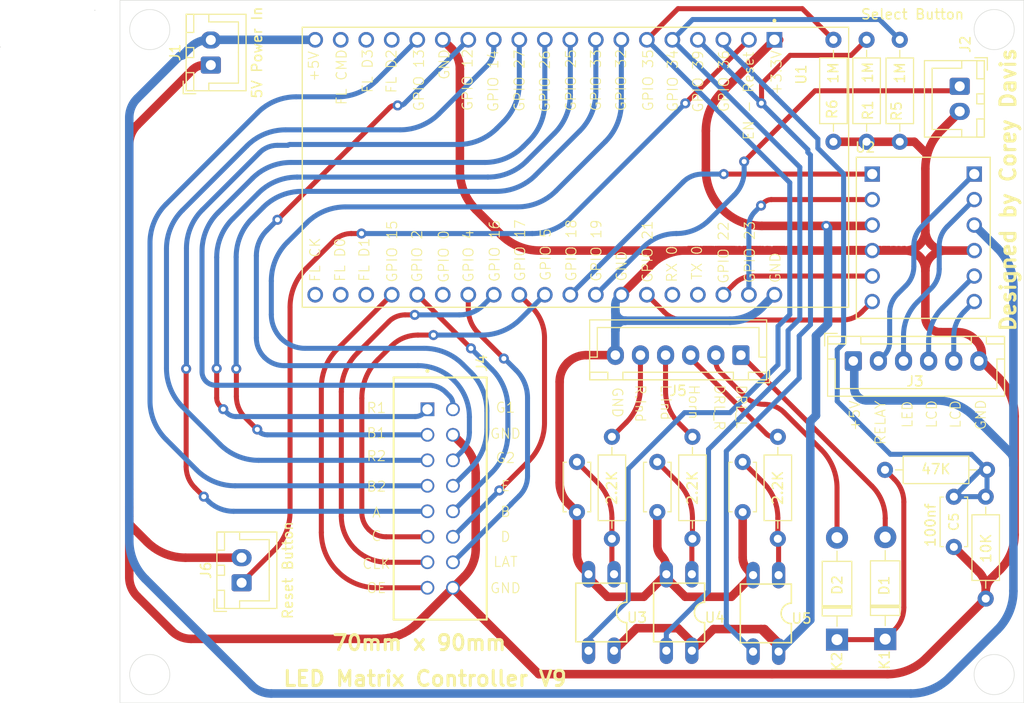
<source format=kicad_pcb>
(kicad_pcb (version 20221018) (generator pcbnew)
  (layers (0 "F.Cu" signal) (31 "B.Cu" signal) (34 "B.Paste" user) (35 "F.Paste" user) (36 "B.SilkS" user "B.Silkscreen") (37 "F.SilkS" user "F.Silkscreen") (38 "B.Mask" user) (39 "F.Mask" user) (44 "Edge.Cuts" user))
  (net 0 "")
  (net 1 "/DRL Signal")
  (net 2 "GND")
  (net 3 "+5V")
  (net 4 "Net-(J2-Pin_1)")
  (net 5 "Net-(J4-OE)")
  (net 6 "Net-(J4-LAT)")
  (net 7 "Net-(J4-CLK)")
  (net 8 "Net-(J4-D)")
  (net 9 "Net-(J4-B)")
  (net 10 "Net-(J4-A)")
  (net 11 "Net-(J4-E)")
  (net 12 "Net-(J4-C)")
  (net 13 "Net-(J4-G2)")
  (net 14 "Net-(J4-G1)")
  (net 15 "+3.3V")
  (net 16 "Net-(J6-Pin_1)")
  (net 20 "Net-(U1-IO23)")
  (net 21 "Net-(U1-IO22)")
  (net 24 "Net-(U1-IO21)")
  (net 25 "Net-(U1-IO18)")
  (net 30 "Net-(J4-R1)")
  (net 31 "Net-(J4-B1)")
  (net 32 "Net-(J4-R2)")
  (net 33 "Net-(J4-B2)")
  (net 34 "Net-(D1-K)")
  (net 35 "Net-(J5-Horn)")
  (net 36 "Net-(J3-LCD-Pad5)")
  (net 37 "Net-(J3-LCD-Pad4)")
  (net 38 "Net-(J3-Relay)")
  (net 39 "Net-(J3-LED)")
  (net 40 "Net-(C1-Pad1)")
  (net 41 "Net-(C2-Pad1)")
  (net 42 "Net-(C3-Pad1)")
  (net 43 "Net-(J5-L_Ind)")
  (net 44 "Net-(J5-R_Ind)")
  (net 45 "Net-(D1-A)")
  (net 46 "Net-(D2-A)")
  (net 47 "/Horn")
  (net 48 "/L_Ind")
  (net 49 "/R_Ind")
  (footprint "Resistor_THT:R_Axial_DIN0207_L6.3mm_D2.5mm_P10.16mm_Horizontal" (layer "F.Cu") (at 113.538 38.1 90)
    (fp_text reference "R6")
    (fp_text value "1M")
  )
  (footprint "Library:SAMTEC_ZSS-108-01-F-D-506" (layer "F.Cu") (at 73.113809 64.76 -90)
    (fp_text reference "J4")
    (fp_text value "ZSS-108-01-F-D-506")
  )
  (footprint "Resistor_THT:R_Axial_DIN0207_L6.3mm_D2.5mm_P10.16mm_Horizontal" (layer "F.Cu") (at 116.84 38.1 90)
    (fp_text reference "R1")
    (fp_text value "1M")
  )
  (footprint "PC817X3NSZ9F:DIL04" (layer "F.Cu") (at 98.171 85 180)
    (fp_text reference "U4")
    (fp_text value "PC817X3NSZ9F" hide)
  )
  (footprint "Resistor_THT:R_Axial_DIN0207_L6.3mm_D2.5mm_P10.16mm_Horizontal" (layer "F.Cu") (at 99.5 67.5 -90)
    (fp_text reference "R3" hide)
    (fp_text value "2.2K")
  )
  (footprint "Connector_JST:JST_XH_B2B-XH-A_1x02_P2.50mm_Vertical" (layer "F.Cu") (at 126.11 32.575 -90)
    (fp_text reference "J2")
    (fp_text value "Select Button")
  )
  (footprint "Resistor_THT:R_Axial_DIN0207_L6.3mm_D2.5mm_P10.16mm_Horizontal" (layer "F.Cu") (at 91.48 67.5 -90)
    (fp_text reference "R2" hide)
    (fp_text value "2.2K")
  )
  (footprint "Connector_JST:JST_XH_B2B-XH-A_1x02_P2.50mm_Vertical" (layer "F.Cu") (at 51.545 30.46 90)
    (fp_text reference "J1")
    (fp_text value "5V Power In")
  )
  (footprint "Resistor_THT:R_Axial_DIN0207_L6.3mm_D2.5mm_P10.16mm_Horizontal" (layer "F.Cu") (at 128.6988 73.4598 -90)
    (fp_text reference "R11" hide)
    (fp_text value "10K")
  )
  (footprint "Connector_JST:JST_XH_B6B-XH-A_1x06_P2.50mm_Vertical" (layer "F.Cu") (at 115.516 59.944)
    (fp_text reference "J3")
    (fp_text value "LCD, Relay, LED Signal")
  )
  (footprint "Connector_JST:JST_XH_B6B-XH-A_1x06_P2.50mm_Vertical" (layer "F.Cu") (at 104.3248 59.3598 180)
    (fp_text reference "J5")
    (fp_text value "DRL, Horn Sense")
  )
  (footprint "ESP32-DEVKITC-32D:MODULE_ESP32-DEVKITC-32D" (layer "F.Cu") (at 87.9 40.64 -90)
    (fp_text reference "U1")
    (fp_text value "ESP32-DEVKITC-32D")
  )
  (footprint "Diode_THT:D_DO-41_SOD81_P10.16mm_Horizontal" (layer "F.Cu") (at 118.6942 87.6554 90)
    (fp_text reference "D1")
    (fp_text value "1N4007")
  )
  (footprint "BOB-12009:CONV_BOB-12009" (layer "F.Cu") (at 122.48 47.67)
    (fp_text reference "U2")
    (fp_text value "BOB-12009")
  )
  (footprint "PC817X3NSZ9F:DIL04" (layer "F.Cu") (at 106.807 85.09 180)
    (fp_text reference "U5")
    (fp_text value "PC817X3NSZ9F" hide)
  )
  (footprint "Capacitor_THT:C_Disc_D4.7mm_W2.5mm_P5.00mm" (layer "F.Cu") (at 88 70 -90)
    (fp_text reference "C3" hide)
    (fp_text value "100nf")
  )
  (footprint "Capacitor_THT:C_Disc_D4.7mm_W2.5mm_P5.00mm" (layer "F.Cu") (at 96 70 -90)
    (fp_text reference "C2" hide)
    (fp_text value "100nf")
  )
  (footprint "Capacitor_THT:C_Disc_D4.7mm_W2.5mm_P5.00mm" (layer "F.Cu") (at 125.5268 73.4714 -90)
    (fp_text reference "C5" hide)
    (fp_text value "100nf")
  )
  (footprint "Diode_THT:D_DO-41_SOD81_P10.16mm_Horizontal" (layer "F.Cu") (at 113.8936 87.7062 90)
    (fp_text reference "D2")
    (fp_text value "1N4007")
  )
  (footprint "Resistor_THT:R_Axial_DIN0207_L6.3mm_D2.5mm_P10.16mm_Horizontal" (layer "F.Cu") (at 108 67.5 -90)
    (fp_text reference "R4" hide)
    (fp_text value "2.2K")
  )
  (footprint "Resistor_THT:R_Axial_DIN0207_L6.3mm_D2.5mm_P10.16mm_Horizontal" (layer "F.Cu") (at 120.142 38.1 90)
    (fp_text reference "R5")
    (fp_text value "1M")
  )
  (footprint "Capacitor_THT:C_Disc_D4.7mm_W2.5mm_P5.00mm" (layer "F.Cu") (at 104.5 70 -90)
    (fp_text reference "C1" hide)
    (fp_text value "100nf")
  )
  (footprint "Resistor_THT:R_Axial_DIN0207_L6.3mm_D2.5mm_P10.16mm_Horizontal" (layer "F.Cu") (at 128.8288 70.7898 180)
    (fp_text reference "R10" hide)
    (fp_text value "47K")
  )
  (footprint "Connector_JST:JST_XH_B2B-XH-A_1x02_P2.50mm_Vertical" (layer "F.Cu") (at 54.61 82.042 90)
    (fp_text reference "J6")
    (fp_text value "Reset Button")
  )
  (footprint "PC817X3NSZ9F:DIL04" (layer "F.Cu") (at 90.424 85 180)
    (fp_text reference "U3")
    (fp_text value "PC817X3NSZ9F" hide)
  )
  (gr_circle (center 30.58 28.66) (end 30.58 28.66) (stroke (width 0.05)) (fill none) (layer "Edge.Cuts"))
  (gr_circle (center 129.54 26.924) (end 131.54 26.924) (stroke (width 0.05)) (fill none) (layer "Edge.Cuts"))
  (gr_circle (center 129.54 91.186) (end 131.54 91.186) (stroke (width 0.05)) (fill none) (layer "Edge.Cuts"))
  (gr_rect (start 42.5 24) (end 132.5 94) (stroke (width 0.05)) (fill none) (layer "Edge.Cuts"))
  (gr_circle (center 40 25) (end 40 25) (stroke (width 0.05)) (fill none) (layer "Edge.Cuts"))
  (gr_circle (center 45.466 91.186) (end 47.466 91.186) (stroke (width 0.05)) (fill none) (layer "Edge.Cuts"))
  (gr_circle (center 45.466 26.924) (end 47.466 26.924) (stroke (width 0.05)) (fill none) (layer "Edge.Cuts"))
  (gr_text "+5V" (at 116.24 66.98 90) (layer "F.SilkS") (effects (font (size 1 1) (thickness 0.1)) (justify left bottom)))
  (gr_text "GPIO 25" (at 87.98 35.1325 90) (layer "F.SilkS") (effects (font (size 1 1) (thickness 0.1)) (justify left bottom)))
  (gr_text "RX 0" (at 98.04 52.1825 90) (layer "F.SilkS") (effects (font (size 1 1) (thickness 0.1)) (justify left bottom)))
  (gr_text "FL CK" (at 62.51 52.1325 90) (layer "F.SilkS") (effects (font (size 1 1) (thickness 0.1)) (justify left bottom)))
  (gr_text "GPIO 34" (at 98.12 35.1925 90) (layer "F.SilkS") (effects (font (size 1 1) (thickness 0.1)) (justify left bottom)))
  (gr_text "GND" (at 108.34 52.2425 90) (layer "F.SilkS") (effects (font (size 1 1) (thickness 0.1)) (justify left bottom)))
  (gr_text "GND" (at 91.44 62.484 270) (layer "F.SilkS") (effects (font (size 1 1) (thickness 0.1)) (justify left bottom)))
  (gr_text "GPIO 26" (at 85.39 35.2325 90) (layer "F.SilkS") (effects (font (size 1 1) (thickness 0.1)) (justify left bottom)))
  (gr_text "GND" (at 79.293809 83.16) (layer "F.SilkS") (effects (font (size 1 1) (thickness 0.1)) (justify left bottom)))
  (gr_text "GPIO 22" (at 103.18 52.3025 90) (layer "F.SilkS") (effects (font (size 1 1) (thickness 0.1)) (justify left bottom)))
  (gr_text "C" (at 67.47 77.97) (layer "F.SilkS") (effects (font (size 1 1) (thickness 0.1)) (justify left bottom)))
  (gr_text "GPIO 18" (at 88.02 52.0825 90) (layer "F.SilkS") (effects (font (size 1 1) (thickness 0.1)) (justify left bottom)))
  (gr_text "GPIO 39" (at 100.64 35.2525 90) (layer "F.SilkS") (effects (font (size 1 1) (thickness 0.1)) (justify left bottom)))
  (gr_text "GPIO 32" (at 92.97 35.1225 90) (layer "F.SilkS") (effects (font (size 1 1) (thickness 0.1)) (justify left bottom)))
  (gr_text "R.Ind" (at 93.726 62.23 270) (layer "F.SilkS") (effects (font (size 1 1) (thickness 0.1)) (justify left bottom)))
  (gr_text "GPIO 19" (at 90.51 52.1125 90) (layer "F.SilkS") (effects (font (size 1 1) (thickness 0.1)) (justify left bottom)))
  (gr_text "DRL_L" (at 103.78 62.25 270) (layer "F.SilkS") (effects (font (size 1 1) (thickness 0.1)) (justify left bottom)))
  (gr_text "70mm x 90mm" (at 63.5 88.9) (layer "F.SilkS") (effects (font (size 1.5 1.5) (thickness 0.3) bold) (justify left bottom)))
  (gr_text "GPIO 36" (at 103.22 35.2125 90) (layer "F.SilkS") (effects (font (size 1 1) (thickness 0.1)) (justify left bottom)))
  (gr_text "B1" (at 66.993809 67.71) (layer "F.SilkS") (effects (font (size 1 1) (thickness 0.1)) (justify left bottom)))
  (gr_text "GPIO 5" (at 85.47 52.0225 90) (layer "F.SilkS") (effects (font (size 1 1) (thickness 0.1)) (justify left bottom)))
  (gr_text "GND" (at 93.03 52.0825 90) (layer "F.SilkS") (effects (font (size 1 1) (thickness 0.1)) (justify left bottom)))
  (gr_text "A" (at 67.541428 75.63) (layer "F.SilkS") (effects (font (size 1 1) (thickness 0.1)) (justify left bottom)))
  (gr_text "GPIO 0" (at 75.32 52.2125 90) (layer "F.SilkS") (effects (font (size 1 1) (thickness 0.1)) (justify left bottom)))
  (gr_text "GPIO 15" (at 70.18 52.1825 90) (layer "F.SilkS") (effects (font (size 1 1) (thickness 0.1)) (justify left bottom)))
  (gr_text "GPIO 16" (at 80.39 52.1425 90) (layer "F.SilkS") (effects (font (size 1 1) (thickness 0.1)) (justify left bottom)))
  (gr_text "GPIO 14" (at 80.25 35.2025 90) (layer "F.SilkS") (effects (font (size 1 1) (thickness 0.1)) (justify left bottom)))
  (gr_text "LCD" (at 123.91 66.71 90) (layer "F.SilkS") (effects (font (size 1 1) (thickness 0.1)) (justify left bottom)))
  (gr_text "B" (at 80.317619 75.55) (layer "F.SilkS") (effects (font (size 1 1) (thickness 0.1)) (justify left bottom)))
  (gr_text "D" (at 80.317619 78.05) (layer "F.SilkS") (effects (font (size 1 1) (thickness 0.1)) (justify left bottom)))
  (gr_text "G1" (at 79.841428 65.17) (layer "F.SilkS") (effects (font (size 1 1) (thickness 0.1)) (justify left bottom)))
  (gr_text "EN - Reset" (at 105.68 38 90) (layer "F.SilkS") (effects (font (size 1 1) (thickness 0.1)) (justify left bottom)))
  (gr_text "GPIO 4" (at 77.78 52.1825 90) (layer "F.SilkS") (effects (font (size 1 1) (thickness 0.1)) (justify left bottom)))
  (gr_text "L.Ind" (at 96.266 62.23 270) (layer "F.SilkS") (effects (font (size 1 1) (thickness 0.1)) (justify left bottom)))
  (gr_text "LED\n" (at 121.49 66.69 90) (layer "F.SilkS") (effects (font (size 1 1) (thickness 0.1)) (justify left bottom)))
  (gr_text "GPIO 23" (at 105.79 52.2425 90) (layer "F.SilkS") (effects (font (size 1 1) (thickness 0.1)) (justify left bottom)))
  (gr_text "FL D1" (at 67.41 52.1125 90) (layer "F.SilkS") (effects (font (size 1 1) (thickness 0.1)) (justify left bottom)))
  (gr_text "FL D3" (at 67.74 33.3025 90) (layer "F.SilkS") (effects (font (size 1 1) (thickness 0.1) bold) (justify left bottom)))
  (gr_text "Horn" (at 99.06 62.23 270) (layer "F.SilkS") (effects (font (size 1 1) (thickness 0.1)) (justify left bottom)))
  (gr_text "GPIO 35" (at 95.67 35.1325 90) (layer "F.SilkS") (effects (font (size 1 1) (thickness 0.1)) (justify left bottom)))
  (gr_text "OE" (at 66.993809 83.15) (layer "F.SilkS") (effects (font (size 1 1) (thickness 0.1)) (justify left bottom)))
  (gr_text "TX 0" (at 100.53 51.9325 90) (layer "F.SilkS") (effects (font (size 1 1) (thickness 0.1)) (justify left bottom)))
  (gr_text "GPIO 2" (at 72.67 52.1825 90) (layer "F.SilkS") (effects (font (size 1 1) (thickness 0.1)) (justify left bottom)))
  (gr_text "CLK" (at 66.565238 80.74) (layer "F.SilkS") (effects (font (size 1 1) (thickness 0.1)) (justify left bottom)))
  (gr_text "DRL_R" (at 101.6 62.23 270) (layer "F.SilkS") (effects (font (size 1 1) (thickness 0.1)) (justify left bottom)))
  (gr_text "R2" (at 66.993809 70) (layer "F.SilkS") (effects (font (size 1 1) (thickness 0.1)) (justify left bottom)))
  (gr_text "GND" (at 128.8 66.9 90) (layer "F.SilkS") (effects (font (size 1 1) (thickness 0.1)) (justify left bottom)))
  (gr_text "R1" (at 66.993809 65.2) (layer "F.SilkS") (effects (font (size 1 1) (thickness 0.1)) (justify left bottom)))
  (gr_text "FL D2" (at 70.11 33.3325 90) (layer "F.SilkS") (effects (font (size 1 1) (thickness 0.1) bold) (justify left bottom)))
  (gr_text "Designed by Corey Davis" (at 131.81 57.15 90) (layer "F.SilkS") (effects (font (size 1.5 1.5) (thickness 0.3) bold) (justify left bottom)))
  (gr_text "GPIO 12" (at 77.69 35.0925 90) (layer "F.SilkS") (effects (font (size 1 1) (thickness 0.1)) (justify left bottom)))
  (gr_text "GPIO 27" (at 82.86 35.1725 90) (layer "F.SilkS") (effects (font (size 1 1) (thickness 0.1)) (justify left bottom)))
  (gr_text "G2" (at 79.841428 70.19) (layer "F.SilkS") (effects (font (size 1 1) (thickness 0.1)) (justify left bottom)))
  (gr_text "GPIO 17" (at 82.92 52.0825 90) (layer "F.SilkS") (effects (font (size 1 1) (thickness 0.1)) (justify left bottom)))
  (gr_text "FL D0" (at 65 52.1125 90) (layer "F.SilkS") (effects (font (size 1 1) (thickness 0.1)) (justify left bottom)))
  (gr_text "E" (at 80.365238 72.99) (layer "F.SilkS") (effects (font (size 1 1) (thickness 0.1)) (justify left bottom)))
  (gr_text "RELAY" (at 118.8 68.37 90) (layer "F.SilkS") (effects (font (size 1 1) (thickness 0.1)) (justify left bottom)))
  (gr_text "B2" (at 66.993809 73.04) (layer "F.SilkS") (effects (font (size 1 1) (thickness 0.1)) (justify left bottom)))
  (gr_text "LCD" (at 126.28 66.72 90) (layer "F.SilkS") (effects (font (size 1 1) (thickness 0.1)) (justify left bottom)))
  (gr_text "FL CMD" (at 65.15 34.5125 90) (layer "F.SilkS") (effects (font (size 1 1) (thickness 0.1) bold) (justify left bottom)))
  (gr_text "GND" (at 79.293809 67.77) (layer "F.SilkS") (effects (font (size 1 1) (thickness 0.1)) (justify left bottom)))
  (gr_text "+5V" (at 62.38 32.1725 90) (layer "F.SilkS") (effects (font (size 1 1) (thickness 0.1) bold) (justify left bottom)))
  (gr_text "LAT" (at 79.603333 80.54) (layer "F.SilkS") (effects (font (size 1 1) (thickness 0.1)) (justify left bottom)))
  (gr_text "+3.3V" (at 108.45 33.5125 90) (layer "F.SilkS") (effects (font (size 1 1) (thickness 0.1)) (justify left bottom)))
  (gr_text "GPIO 13" (at 72.85 35.1225 90) (layer "F.SilkS") (effects (font (size 1 1) (thickness 0.1) bold) (justify left bottom)))
  (gr_text "GPIO 21" (at 95.61 52.2125 90) (layer "F.SilkS") (effects (font (size 1 1) (thickness 0.1)) (justify left bottom)))
  (gr_text "GPIO 33" (at 90.47 35.1325 90) (layer "F.SilkS") (effects (font (size 1 1) (thickness 0.1)) (justify left bottom)))
  (gr_text "LED Matrix Controller V9" (at 58.61 92.47) (layer "F.SilkS") (effects (font (size 1.5 1.5) (thickness 0.3) bold) (justify left bottom)))
  (gr_text "GND" (at 75.38 31.9825 90) (layer "F.SilkS") (effects (font (size 1 1) (thickness 0.1)) (justify left bottom)))
  (segment (start 113.916 63.946) (end 119.2098 69.2398) (width 0.5) (layer "B.Cu") (net 1))
  (segment (start 113.916 58.804786) (end 113.916 63.946) (width 0.5) (layer "B.Cu") (net 1))
  (segment (start 107.35 33.182) (end 107.898 33.73) (width 0.5) (layer "B.Cu") (net 1))
  (segment (start 107.9 33.73) (end 111.988 37.818) (width 0.5) (layer "B.Cu") (net 1))
  (segment (start 119.2098 69.2398) (end 127.2788 69.2398) (width 0.5) (layer "B.Cu") (net 1))
  (segment (start 102.58 28.412) (end 107.298 33.13) (width 0.5) (layer "B.Cu") (net 1))
  (segment (start 107.898 33.73) (end 107.9 33.73) (width 0.5) (layer "B.Cu") (net 1))
  (segment (start 107.35 33.13) (end 107.35 33.182) (width 0.5) (layer "B.Cu") (net 1))
  (segment (start 111.988 38.742032) (end 114.55 41.304032) (width 0.5) (layer "B.Cu") (net 1))
  (segment (start 107.298 33.13) (end 107.35 33.13) (width 0.5) (layer "B.Cu") (net 1))
  (segment (start 111.988 37.818) (end 111.988 38.742032) (width 0.5) (layer "B.Cu") (net 1))
  (segment (start 102.58 27.94) (end 102.58 28.412) (width 0.5) (layer "B.Cu") (net 1))
  (segment (start 114.55 58.170786) (end 113.916 58.804786) (width 0.5) (layer "B.Cu") (net 1))
  (segment (start 128.8288 71.1) (end 128.8288 73.237876) (width 0.5) (layer "B.Cu") (net 1))
  (segment (start 114.55 41.304032) (end 114.55 58.170786) (width 0.5) (layer "B.Cu") (net 1))
  (segment (start 127.2788 69.2398) (end 128.609455 70.570455) (width 0.5) (layer "B.Cu") (net 1))
  (segment (start 125.546602 73.4598) (end 128.606876 73.4598) (width 0.5) (layer "B.Cu") (net 1))
  (segment (start 125.5326 73.4656) (end 127.989055 71.009144) (width 0.5) (layer "B.Cu") (net 1))
  (arc (start 128.5186 70.7898) (mid 128.232012 70.846805) (end 127.989055 71.009144) (width 0.5) (layer "B.Cu") (net 1))
  (arc (start 128.5186 70.7898) (mid 128.637308 70.710481) (end 128.609455 70.570455) (width 0.5) (layer "B.Cu") (net 1))
  (arc (start 128.609455 70.570455) (mid 128.771794 70.813412) (end 128.8288 71.1) (width 0.5) (layer "B.Cu") (net 1))
  (arc (start 128.5186 70.7898) (mid 128.737944 70.880655) (end 128.8288 71.1) (width 0.5) (layer "B.Cu") (net 1))
  (arc (start 125.546602 73.4598) (mid 125.539024 73.461307) (end 125.5326 73.4656) (width 0.5) (layer "B.Cu") (net 1))
  (arc (start 128.7638 73.3948) (mid 128.691802 73.442907) (end 128.606876 73.4598) (width 0.5) (layer "B.Cu") (net 1))
  (arc (start 125.5326 73.4656) (mid 125.5326 73.4656) (end 125.5326 73.4656) (width 0.5) (layer "B.Cu") (net 1))
  (arc (start 128.7638 73.3948) (mid 128.811907 73.322802) (end 128.8288 73.237876) (width 0.5) (layer "B.Cu") (net 1))
  (segment (start 116.27989 48.94) (end 116.279776 48.94) (width 0.85) (layer "F.Cu") (net 2))
  (segment (start 116.659386 48.94) (end 116.657548 48.94) (width 0.85) (layer "F.Cu") (net 2))
  (segment (start 99.694569 48.94) (end 99.694395 48.94) (width 0.85) (layer "F.Cu") (net 2))
  (segment (start 116.40164 48.94) (end 116.401525 48.94) (width 0.85) (layer "F.Cu") (net 2))
  (segment (start 115.881673 48.94) (end 115.881098 48.94) (width 0.85) (layer "F.Cu") (net 2))
  (segment (start 105.212145 48.94) (end 105.211791 48.94) (width 0.85) (layer "F.Cu") (net 2))
  (segment (start 102.63724 48.94) (end 102.637196 48.94) (width 0.85) (layer "F.Cu") (net 2))
  (segment (start 110.91278 48.94) (end 110.912362 48.94) (width 0.85) (layer "F.Cu") (net 2))
  (segment (start 105.592327 48.94) (end 105.591432 48.94) (width 0.85) (layer "F.Cu") (net 2))
  (segment (start 111.422911 48.94) (end 111.42155 48.94) (width 0.85) (layer "F.Cu") (net 2))
  (segment (start 101.360437 48.94) (end 101.360343 48.94) (width 0.85) (layer "F.Cu") (net 2))
  (segment (start 108.099525 48.94) (end 108.098607 48.94) (width 0.85) (layer "F.Cu") (net 2))
  (segment (start 100.363895 48.94) (end 100.362461 48.94) (width 0.85) (layer "F.Cu") (net 2))
  (segment (start 104.913336 48.94) (end 104.913814 48.94) (width 0.85) (layer "F.Cu") (net 2))
  (segment (start 110.670352 48.94) (end 110.670277 48.94) (width 0.85) (layer "F.Cu") (net 2))
  (segment (start 115.693521 48.94) (end 115.691576 48.94) (width 0.85) (layer "F.Cu") (net 2))
  (segment (start 118.027748 48.94) (end 118.027762 48.94) (width 0.85) (layer "F.Cu") (net 2))
  (segment (start 99.455499 48.94) (end 99.454978 48.94) (width 0.85) (layer "F.Cu") (net 2))
  (segment (start 110.958761 48.94) (end 110.958725 48.94) (width 0.85) (layer "F.Cu") (net 2))
  (segment (start 110.953226 48.94) (end 110.953216 48.94) (width 0.85) (layer "F.Cu") (net 2))
  (segment (start 111.172149 48.94) (end 111.172103 48.94) (width 0.85) (layer "F.Cu") (net 2))
  (segment (start 115.707196 48.94) (end 115.70712 48.94) (width 0.85) (layer "F.Cu") (net 2))
  (segment (start 108.710541 48.94) (end 108.710426 48.94) (width 0.85) (layer "F.Cu") (net 2))
  (segment (start 115.101174 48.94) (end 115.101118 48.94) (width 0.85) (layer "F.Cu") (net 2))
  (segment (start 115.184013 48.94) (end 115.18378 48.94) (width 0.85) (layer "F.Cu") (net 2))
  (segment (start 111.091695 48.94) (end 111.090959 48.94) (width 0.85) (layer "F.Cu") (net 2))
  (segment (start 102.777956 48.94) (end 102.777941 48.94) (width 0.85) (layer "F.Cu") (net 2))
  (segment (start 109.420827 48.94) (end 109.420187 48.94) (width 0.85) (layer "F.Cu") (net 2))
  (segment (start 116.27001 48.94) (end 116.269779 48.94) (width 0.85) (layer "F.Cu") (net 2))
  (segment (start 102.757551 48.94) (end 102.757492 48.94) (width 0.85) (layer "F.Cu") (net 2))
  (segment (start 108.534758 48.94) (end 108.534551 48.94) (width 0.85) (layer "F.Cu") (net 2))
  (segment (start 101.239068 48.94) (end 101.238953 48.94) (width 0.85) (layer "F.Cu") (net 2))
  (segment (start 116.622285 48.94) (end 116.621711 48.94) (width 0.85) (layer "F.Cu") (net 2))
  (segment (start 111.31508 48.94) (end 111.314164 48.94) (width 0.85) (layer "F.Cu") (net 2))
  (segment (start 115.10123 48.94) (end 115.101174 48.94) (width 0.85) (layer "F.Cu") (net 2))
  (segment (start 118.141472 48.94) (end 118.141816 48.94) (width 0.85) (layer "F.Cu") (net 2))
  (segment (start 110.952004 48.94) (end 110.951711 48.94) (width 0.85) (layer "F.Cu") (net 2))
  (segment (start 110.478598 48.94) (end 110.478264 48.94) (width 0.85) (layer "F.Cu") (net 2))
  (segment (start 110.972002 48.94) (end 110.971629 48.94) (width 0.85) (layer "F.Cu") (net 2))
  (segment (start 115.254297 48.94) (end 115.253967 48.94) (width 0.85) (layer "F.Cu") (net 2))
  (segment (start 108.64053 48.94) (end 108.639257 48.94) (width 0.85) (layer "F.Cu") (net 2))
  (segment (start 111.323752 48.94) (end 111.321519 48.94) (width 0.85) (layer "F.Cu") (net 2))
  (segment (start 105.272537 48.94) (end 105.272785 48.94) (width 0.85) (layer "F.Cu") (net 2))
  (segment (start 109.979057 48.94) (end 109.979007 48.94) (width 0.85) (layer "F.Cu") (net 2))
  (segment (start 109.790263 48.94) (end 109.790054 48.94) (width 0.85) (layer "F.Cu") (net 2))
  (segment (start 105.256776 48.94) (end 105.25782 48.94) (width 0.85) (layer "F.Cu") (net 2))
  (segment (start 102.296476 48.94) (end 102.295358 48.94) (width 0.85) (layer "F.Cu") (net 2))
  (segment (start 110.303157 48.94) (end 110.30311 48.94) (width 0.85) (layer "F.Cu") (net 2))
  (segment (start 105.57665 48.94) (end 105.577797 48.94) (width 0.85) (layer "F.Cu") (net 2))
  (segment (start 109.568936 48.94) (end 109.568729 48.94) (width 0.85) (layer "F.Cu") (net 2))
  (segment (start 115.775769 48.94) (end 115.775792 48.94) (width 0.85) (layer "F.Cu") (net 2))
  (segment (start 102.245372 48.94) (end 102.244715 48.94) (width 0.85) (layer "F.Cu") (net 2))
  (segment (start 118.803052 48.94) (end 118.796436 48.94) (width 0.85) (layer "F.Cu") (net 2))
  (segment (start 99.234495 48.94) (end 99.234322 48.94) (width 0.85) (layer "F.Cu") (net 2))
  (segment (start 115.174571 48.94) (end 115.173936 48.94) (width 0.85) (layer "F.Cu") (net 2))
  (segment (start 116.612279 48.94) (end 116.611848 48.94) (width 0.85) (layer "F.Cu") (net 2))
  (segment (start 99.164047 48.94) (end 99.163177 48.94) (width 0.85) (layer "F.Cu") (net 2))
  (segment (start 108.132001 48.94) (end 108.13141 48.94) (width 0.85) (layer "F.Cu") (net 2))
  (segment (start 99.183636 48.94) (end 99.183549 48.94) (width 0.85) (layer "F.Cu") (net 2))
  (segment (start 110.110641 48.94) (end 110.110961 48.94) (width 0.85) (layer "F.Cu") (net 2))
  (segment (start 109.802317 48.94) (end 109.802381 48.94) (width 0.85) (layer "F.Cu") (net 2))
  (segment (start 105.014769 48.94) (end 105.01484 48.94) (width 0.85) (layer "F.Cu") (net 2))
  (segment (start 117.106875 48.94) (end 117.105956 48.94) (width 0.85) (layer "F.Cu") (net 2))
  (segment (start 115.403638 48.94) (end 115.403465 48.94) (width 0.85) (layer "F.Cu") (net 2))
  (segment (start 116.144516 48.94) (end 116.144483 48.94) (width 0.85) (layer "F.Cu") (net 2))
  (segment (start 100.05248 48.94) (end 100.050221 48.94) (width 0.85) (layer "F.Cu") (net 2))
  (segment (start 106.21366 48.94) (end 106.212798 48.94) (width 0.85) (layer "F.Cu") (net 2))
  (segment (start 110.25391 48.94) (end 110.25385 48.94) (width 0.85) (layer "F.Cu") (net 2))
  (segment (start 111.027271 48.94) (end 111.025848 48.94) (width 0.85) (layer "F.Cu") (net 2))
  (segment (start 115.40543 48.94) (end 115.404448 48.94) (width 0.85) (layer "F.Cu") (net 2))
  (segment (start 99.108709 48.94) (end 99.107318 48.94) (width 0.85) (layer "F.Cu") (net 2))
  (segment (start 101.814268 48.94) (end 101.809285 48.94) (width 0.85) (layer "F.Cu") (net 2))
  (segment (start 108.039109 48.94) (end 108.039147 48.94) (width 0.85) (layer "F.Cu") (net 2))
  (segment (start 116.278768 48.94) (end 116.278711 48.94) (width 0.85) (layer "F.Cu") (net 2))
  (segment (start 110.156105 48.94) (end 110.15587 48.94) (width 0.85) (layer "F.Cu") (net 2))
  (segment (start 106.294261 48.94) (end 106.29421 48.94) (width 0.85) (layer "F.Cu") (net 2))
  (segment (start 116.090496 48.94) (end 116.090474 48.94) (width 0.85) (layer "F.Cu") (net 2))
  (segment (start 103.098845 48.94) (end 103.098825 48.94) (width 0.85) (layer "F.Cu") (net 2))
  (segment (start 116.781593 48.94) (end 116.781306 48.94) (width 0.85) (layer "F.Cu") (net 2))
  (segment (start 109.325579 48.94) (end 109.326305 48.94) (width 0.85) (layer "F.Cu") (net 2))
  (segment (start 109.279716 48.94) (end 109.280249 48.94) (width 0.85) (layer "F.Cu") (net 2))
  (segment (start 110.307901 48.94) (end 110.307603 48.94) (width 0.85) (layer "F.Cu") (net 2))
  (segment (start 116.032252 48.94) (end 116.032022 48.94) (width 0.85) (layer "F.Cu") (net 2))
  (segment (start 108.269338 48.94) (end 108.268994 48.94) (width 0.85) (layer "F.Cu") (net 2))
  (segment (start 110.47607 48.94) (end 110.476085 48.94) (width 0.85) (layer "F.Cu") (net 2))
  (segment (start 118.027432 48.94) (end 118.027418 48.94) (width 0.85) (layer "F.Cu") (net 2))
  (segment (start 43.425 73.755535) (end 43.425 74.03728) (width 0.85) (layer "F.Cu") (net 2))
  (segment (start 105.918601 48.94) (end 105.918285 48.94) (width 0.85) (layer "F.Cu") (net 2))
  (segment (start 116.049126 48.94) (end 116.049114 48.94) (width 0.85) (layer "F.Cu") (net 2))
  (segment (start 118.006514 48.94) (end 118.006572 48.94) (width 0.85) (layer "F.Cu") (net 2))
  (segment (start 108.434739 48.94) (end 108.434915 48.94) (width 0.85) (layer "F.Cu") (net 2))
  (segment (start 115.875699 48.94) (end 115.87524 48.94) (width 0.85) (layer "F.Cu") (net 2))
  (segment (start 117.571601 48.94) (end 117.571832 48.94) (width 0.85) (layer "F.Cu") (net 2))
  (segment (start 118.649769 48.94) (end 118.649719 48.94) (width 0.85) (layer "F.Cu") (net 2))
  (segment (start 102.687718 48.94) (end 102.6876 48.94) (width 0.85) (layer "F.Cu") (net 2))
  (segment (start 117.145008 48.94) (end 117.144549 48.94) (width 0.85) (layer "F.Cu") (net 2))
  (segment (start 116.260878 48.94) (end 116.260764 48.94) (width 0.85) (layer "F.Cu") (net 2))
  (segment (start 103.199293 48.94) (end 103.198578 48.94) (width 0.85) (layer "F.Cu") (net 2))
  (segment (start 110.250003 48.94) (end 110.24993 48.94) (width 0.85) (layer "F.Cu") (net 2))
  (segment (start 115.076429 48.94) (end 115.076289 48.94) (width 0.85) (layer "F.Cu") (net 2))
  (segment (start 106.783993 48.94) (end 106.78096 48.94) (width 0.85) (layer "F.Cu") (net 2))
  (segment (start 104.743372 48.94) (end 104.741445 48.94) (width 0.85) (layer "F.Cu") (net 2))
  (segment (start 104.817157 48.94) (end 104.817015 48.94) (width 0.85) (layer "F.Cu") (net 2))
  (segment (start 118.519992 48.94) (end 118.519303 48.94) (width 0.85) (layer "F.Cu") (net 2))
  (segment (start 105.261326 48.94) (end 105.261848 48.94) (width 0.85) (layer "F.Cu") (net 2))
  (segment (start 111.424439 48.94) (end 111.424272 48.94) (width 0.85) (layer "F.Cu") (net 2))
  (segment (start 111.003616 48.94) (end 111.003732 48.94) (width 0.85) (layer "F.Cu") (net 2))
  (segment (start 108.618682 48.94) (end 108.618511 48.94) (width 0.85) (layer "F.Cu") (net 2))
  (segment (start 99.408414 48.94) (end 99.408067 48.94) (width 0.85) (layer "F.Cu") (net 2))
  (segment (start 118.530444 48.94) (end 118.530213 48.94) (width 0.85) (layer "F.Cu") (net 2))
  (segment (start 110.599491 48.94) (end 110.599189 48.94) (width 0.85) (layer "F.Cu") (net 2))
  (segment (start 99.093871 48.94) (end 99.09346 48.94) (width 0.85) (layer "F.Cu") (net 2))
  (segment (start 102.234043 48.94) (end 102.232682 48.94) (width 0.85) (layer "F.Cu") (net 2))
  (segment (start 115.103011 48.94) (end 115.102562 48.94) (width 0.85) (layer "F.Cu") (net 2))
  (segment (start 110.624043 48.94) (end 110.624011 48.94) (width 0.85) (layer "F.Cu") (net 2))
  (segment (start 115.443653 48.94) (end 115.443836 48.94) (width 0.85) (layer "F.Cu") (net 2))
  (segment (start 103.113082 48.94) (end 103.116086 48.94) (width 0.85) (layer "F.Cu") (net 2))
  (segment (start 105.494082 48.94) (end 105.493806 48.94) (width 0.85) (layer "F.Cu") (net 2))
  (segment (start 116.866635 48.94) (end 116.866821 48.94) (width 0.85) (layer "F.Cu") (net 2))
  (segment (start 116.14793 48.94) (end 116.147901 48.94) (width 0.85) (layer "F.Cu") (net 2))
  (segment (start 108.25213 48.94) (end 108.250791 48.94) (width 0.85) (layer "F.Cu") (net 2))
  (segment (start 108.649902 48.94) (end 108.648175 48.94) (width 0.85) (layer "F.Cu") (net 2))
  (segment (start 118.217912 48.94) (end 118.217854 48.94) (width 0.85) (layer "F.Cu") (net 2))
  (segment (start 102.239442 48.94) (end 102.239235 48.94) (width 0.85) (layer "F.Cu") (net 2))
  (segment (start 115.708989 48.94) (end 115.708912 48.94) (width 0.85) (layer "F.Cu") (net 2))
  (segment (start 101.006485 48.94) (end 101.006342 48.94) (width 0.85) (layer "F.Cu") (net 2))
  (segment (start 115.421531 48.94) (end 115.421518 48.94) (width 0.85) (layer "F.Cu") (net 2))
  (segment (start 116.141411 48.94) (end 116.141382 48.94) (width 0.85) (layer "F.Cu") (net 2))
  (segment (start 108.2022 48.94) (end 108.193863 48.94) (width 0.85) (layer "F.Cu") (net 2))
  (segment (start 99.445073 48.94) (end 99.444552 48.94) (width 0.85) (layer "F.Cu") (net 2))
  (segment (start 109.617213 48.94) (end 109.617272 48.94) (width 0.85) (layer "F.Cu") (net 2))
  (segment (start 111.079879 48.94) (end 111.079109 48.94) (width 0.85) (layer "F.Cu") (net 2))
  (segment (start 118.217796 48.94) (end 118.217738 48.94) (width 0.85) (layer "F.Cu") (net 2))
  (segment (start 102.618728 48.94) (end 102.618641 48.94) (width 0.85) (layer "F.Cu") (net 2))
  (segment (start 102.881865 48.94) (end 102.88645 48.94) (width 0.85) (layer "F.Cu") (net 2))
  (segment (start 99.113355 48.94) (end 99.113095 48.94) (width 0.85) (layer "F.Cu") (net 2))
  (segment (start 110.571839 48.94) (end 110.571775 48.94) (width 0.85) (layer "F.Cu") (net 2))
  (segment (start 110.729073 48.94) (end 110.728946 48.94) (width 0.85) (layer "F.Cu") (net 2))
  (segment (start 103.105809 48.94) (end 103.105508 48.94) (width 0.85) (layer "F.Cu") (net 2))
  (segment (start 115.914865 48.94) (end 115.914636 48.94) (width 0.85) (layer "F.Cu") (net 2))
  (segment (start 115.929855 48.94) (end 115.929741 48.94) (width 0.85) (layer "F.Cu") (net 2))
  (segment (start 118.022306 48.94) (end 118.022248 48.94) (width 0.85) (layer "F.Cu") (net 2))
  (segment (start 116.97272 48.94) (end 116.97295 48.94) (width 0.85) (layer "F.Cu") (net 2))
  (segment (start 116.175136 48.94) (end 116.175007 48.94) (width 0.85) (layer "F.Cu") (net 2))
  (segment (start 117.025384 48.94) (end 117.024809 48.94) (width 0.85) (layer "F.Cu") (net 2))
  (segment (start 102.948741 48.94) (end 102.948711 48.94) (width 0.85) (layer "F.Cu") (net 2))
  (segment (start 110.426974 48.94) (end 110.424983 48.94) (width 0.85) (layer "F.Cu") (net 2))
  (segment (start 103.877659 48.94) (end 103.872986 48.94) (width 0.85) (layer "F.Cu") (net 2))
  (segment (start 103.225902 48.94) (end 103.225722 48.94) (width 0.85) (layer "F.Cu") (net 2))
  (segment (start 116.629233 48.94) (end 116.628486 48.94) (width 0.85) (layer "F.Cu") (net 2))
  (segment (start 103.225307 48.94) (end 103.225285 48.94) (width 0.85) (layer "F.Cu") (net 2))
  (segment (start 99.278283 48.94) (end 99.277827 48.94) (width 0.85) (layer "F.Cu") (net 2))
  (segment (start 102.560354 48.94) (end 102.560237 48.94) (width 0.85) (layer "F.Cu") (net 2))
  (segment (start 118.126595 48.94) (end 118.126136 48.94) (width 0.85) (layer "F.Cu") (net 2))
  (segment (start 99.880497 48.94) (end 99.880301 48.94) (width 0.85) (layer "F.Cu") (net 2))
  (segment (start 116.603102 48.94) (end 116.602873 48.94) (width 0.85) (layer "F.Cu") (net 2))
  (segment (start 105.465608 48.94) (end 105.461721 48.94) (width 0.85) (layer "F.Cu") (net 2))
  (segment (start 102.669989 48.94) (end 102.668882 48.94) (width 0.85) (layer "F.Cu") (net 2))
  (segment (start 106.920646 48.94) (end 106.92103 48.94) (width 0.85) (layer "F.Cu") (net 2))
  (segment (start 110.495852 48.94) (end 110.495919 48.94) (width 0.85) (layer "F.Cu") (net 2))
  (segment (start 116.082963 48.94) (end 116.082849 48.94) (width 0.85) (layer "F.Cu") (net 2))
  (segment (start 104.213063 48.94) (end 104.211105 48.94) (width 0.85) (layer "F.Cu") (net 2))
  (segment (start 102.131497 48.94) (end 102.130535 48.94) (width 0.85) (layer "F.Cu") (net 2))
  (segment (start 101.828305 48.94) (end 101.828104 48.94) (width 0.85) (layer "F.Cu") (net 2))
  (segment (start 108.664347 48.94) (end 108.662667 48.94) (width 0.85) (layer "F.Cu") (net 2))
  (segment (start 103.397142 48.94) (end 103.396132 48.94) (width 0.85) (layer "F.Cu") (net 2))
  (segment (start 110.563391 48.94) (end 110.563058 48.94) (width 0.85) (layer "F.Cu") (net 2))
  (segment (start 111.031839 48.94) (end 111.030393 48.94) (width 0.85) (layer "F.Cu") (net 2))
  (segment (start 111.149778 48.94) (end 111.149066 48.94) (width 0.85) (layer "F.Cu") (net 2))
  (segment (start 111.436798 48.94) (end 111.43673 48.94) (width 0.85) (layer "F.Cu") (net 2))
  (segment (start 102.695438 48.94) (end 102.695321 48.94) (width 0.85) (layer "F.Cu") (net 2))
  (segment (start 109.351401 48.94) (end 109.351377 48.94) (width 0.85) (layer "F.Cu") (net 2))
  (segment (start 104.505368 48.94) (end 104.499326 48.94) (width 0.85) (layer "F.Cu") (net 2))
  (segment (start 99.282729 48.94) (end 99.282675 48.94) (width 0.85) (layer "F.Cu") (net 2))
  (segment (start 105.584256 48.94) (end 105.583922 48.94) (width 0.85) (layer "F.Cu") (net 2))
  (segment (start 104.964857 48.94) (end 104.964308 48.94) (width 0.85) (layer "F.Cu") (net 2))
  (segment (start 108.103194 48.94) (end 108.103 48.94) (width 0.85) (layer "F.Cu") (net 2))
  (segment (start 105.02928 48.94) (end 105.026661 48.94) (width 0.85) (layer "F.Cu") (net 2))
  (segment (start 111.454122 48.94) (end 111.453504 48.94) (width 0.85) (layer "F.Cu") (net 2))
  (segment (start 109.747891 48.94) (end 109.747163 48.94) (width 0.85) (layer "F.Cu") (net 2))
  (segment (start 109.299776 48.94) (end 109.299607 48.94) (width 0.85) (layer "F.Cu") (net 2))
  (segment (start 116.186219 48.94) (end 116.186147 48.94) (width 0.85) (layer "F.Cu") (net 2))
  (segment (start 105.587131 48.94) (end 105.587002 48.94) (width 0.85) (layer "F.Cu") (net 2))
  (segment (start 102.612715 48.94) (end 102.612675 48.94) (width 0.85) (layer "F.Cu") (net 2))
  (segment (start 116.072612 48.94) (end 116.071432 48.94) (width 0.85) (layer "F.Cu") (net 2))
  (segment (start 110.734003 48.94) (end 110.733947 48.94) (width 0.85) (layer "F.Cu") (net 2))
  (segment (start 110.627057 48.94) (end 110.626828 48.94) (width 0.85) (layer "F.Cu") (net 2))
  (segment (start 102.612354 48.94) (end 102.61233 48.94) (width 0.85) (layer "F.Cu") (net 2))
  (segment (start 104.622538 48.94) (end 104.620812 48.94) (width 0.85) (layer "F.Cu") (net 2))
  (segment (start 105.627644 48.94) (end 105.624388 48.94) (width 0.85) (layer "F.Cu") (net 2))
  (segment (start 102.753443 48.94) (end 102.753618 48.94) (width 0.85) (layer "F.Cu") (net 2))
  (segment (start 102.228113 48.94) (end 102.226272 48.94) (width 0.85) (layer "F.Cu") (net 2))
  (segment (start 101.798481 48.94) (end 101.797653 48.94) (width 0.85) (layer "F.Cu") (net 2))
  (segment (start 110.576362 48.94) (end 110.576134 48.94) (width 0.85) (layer "F.Cu") (net 2))
  (segment (start 108.596116 48.94) (end 108.595608 48.94) (width 0.85) (layer "F.Cu") (net 2))
  (segment (start 102.618326 48.94) (end 102.618228 48.94) (width 0.85) (layer "F.Cu") (net 2))
  (segment (start 99.44529 48.94) (end 99.445073 48.94) (width 0.85) (layer "F.Cu") (net 2))
  (segment (start 119.320044 48.94) (end 119.311762 48.94) (width 0.85) (layer "F.Cu") (net 2))
  (segment (start 103.646285 48.94) (end 103.645812 48.94) (width 0.85) (layer "F.Cu") (net 2))
  (segment (start 101.2491 48.94) (end 101.248557 48.94) (width 0.85) (layer "F.Cu") (net 2))
  (segment (start 103.169963 48.94) (end 103.169516 48.94) (width 0.85) (layer "F.Cu") (net 2))
  (segment (start 111.102009 48.94) (end 111.103524 48.94) (width 0.85) (layer "F.Cu") (net 2))
  (segment (start 111.15049 48.94) (end 111.149778 48.94) (width 0.85) (layer "F.Cu") (net 2))
  (segment (start 105.729363 48.94) (end 105.729385 48.94) (width 0.85) (layer "F.Cu") (net 2))
  (segment (start 110.490163 48.94) (end 110.490854 48.94) (width 0.85) (layer "F.Cu") (net 2))
  (segment (start 100.818251 48.94) (end 100.821417 48.94) (width 0.85) (layer "F.Cu") (net 2))
  (segment (start 116.785038 48.94) (end 116.784981 48.94) (width 0.85) (layer "F.Cu") (net 2))
  (segment (start 104.93531 48.94) (end 104.935135 48.94) (width 0.85) (layer "F.Cu") (net 2))
  (segment (start 109.999449 48.94) (end 109.999081 48.94) (width 0.85) (layer "F.Cu") (net 2))
  (segment (start 115.791748 48.94) (end 115.791267 48.94) (width 0.85) (layer "F.Cu") (net 2))
  (segment (start 100.250593 48.94) (end 100.262379 48.94) (width 0.85) (layer "F.Cu") (net 2))
  (segment (start 115.833934 48.94) (end 115.833848 48.94) (width 0.85) (layer "F.Cu") (net 2))
  (segment (start 99.914351 48.94) (end 99.914178 48.94) (width 0.85) (layer "F.Cu") (net 2))
  (segment (start 105.900597 48.94) (end 105.900208 48.94) (width 0.85) (layer "F.Cu") (net 2))
  (segment (start 105.032681 48.94) (end 105.032043 48.94) (width 0.85) (layer "F.Cu") (net 2))
  (segment (start 115.7896 48.94) (end 115.788328 48.94) (width 0.85) (layer "F.Cu") (net 2))
  (segment (start 105.556374 48.94) (end 105.556261 48.94) (width 0.85) (layer "F.Cu") (net 2))
  (segment (start 104.81468 48.94) (end 104.814538 48.94) (width 0.85) (layer "F.Cu") (net 2))
  (segment (start 115.052329 48.94) (end 115.050422 48.94) (width 0.85) (layer "F.Cu") (net 2))
  (segment (start 115.909827 48.94) (end 115.90987 48.94) (width 0.85) (layer "F.Cu") (net 2))
  (segment (start 105.514303 48.94) (end 105.514694 48.94) (width 0.85) (layer "F.Cu") (net 2))
  (segment (start 99.256279 48.94) (end 99.255801 48.94) (width 0.85) (layer "F.Cu") (net 2))
  (segment (start 111.049199 48.94) (end 111.05008 48.94) (width 0.85) (layer "F.Cu") (net 2))
  (segment (start 115.842963 48.94) (end 115.842905 48.94) (width 0.85) (layer "F.Cu") (net 2))
  (segment (start 118.446697 48.94) (end 118.447401 48.94) (width 0.85) (layer "F.Cu") (net 2))
  (segment (start 102.689382 48.94) (end 102.689325 48.94) (width 0.85) (layer "F.Cu") (net 2))
  (segment (start 105.733018 48.94) (end 105.733246 48.94) (width 0.85) (layer "F.Cu") (net 2))
  (segment (start 115.111577 48.94) (end 115.111606 48.94) (width 0.85) (layer "F.Cu") (net 2))
  (segment (start 110.261526 48.94) (end 110.26144 48.94) (width 0.85) (layer "F.Cu") (net 2))
  (segment (start 99.545086 48.94) (end 99.544163 48.94) (width 0.85) (layer "F.Cu") (net 2))
  (segment (start 105.611338 48.94) (end 105.61167 48.94) (width 0.85) (layer "F.Cu") (net 2))
  (segment (start 99.919044 48.94) (end 99.918697 48.94) (width 0.85) (layer "F.Cu") (net 2))
  (segment (start 99.10066 48.94) (end 99.100632 48.94) (width 0.85) (layer "F.Cu") (net 2))
  (segment (start 109.798117 48.94) (end 109.797901 48.94) (width 0.85) (layer "F.Cu") (net 2))
  (segment (start 102.305532 48.94) (end 102.304912 48.94) (width 0.85) (layer "F.Cu") (net 2))
  (segment (start 100.300784 48.94) (end 100.29983 48.94) (width 0.85) (layer "F.Cu") (net 2))
  (segment (start 110.2666 48.94) (end 110.266525 48.94) (width 0.85) (layer "F.Cu") (net 2))
  (segment (start 116.700732 48.94) (end 116.699813 48.94) (width 0.85) (layer "F.Cu") (net 2))
  (segment (start 110.03243 48.94) (end 110.030487 48.94) (width 0.85) (layer "F.Cu") (net 2))
  (segment (start 118.02545 48.94) (end 118.025135 48.94) (width 0.85) (layer "F.Cu") (net 2))
  (segment (start 111.500188 48.94) (end 111.497392 48.94) (width 0.85) (layer "F.Cu") (net 2))
  (segment (start 115.576221 48.94) (end 115.57424 48.94) (width 0.85) (layer "F.Cu") (net 2))
  (segment (start 102.020723 48.94) (end 102.019956 48.94) (width 0.85) (layer "F.Cu") (net 2))
  (segment (start 117.722983 48.94) (end 117.721375 48.94) (width 0.85) (layer "F.Cu") (net 2))
  (segment (start 117.171429 48.94) (end 117.170969 48.94) (width 0.85) (layer "F.Cu") (net 2))
  (segment (start 115.471959 48.94) (end 115.471427 48.94) (width 0.85) (layer "F.Cu") (net 2))
  (segment (start 110.59281 48.94) (end 110.593332 48.94) (width 0.85) (layer "F.Cu") (net 2))
  (segment (start 115.926764 48.94) (end 115.926872 48.94) (width 0.85) (layer "F.Cu") (net 2))
  (segment (start 99.404326 48.94) (end 99.404305 48.94) (width 0.85) (layer "F.Cu") (net 2))
  (segment (start 117.952916 48.94) (end 117.952543 48.94) (width 0.85) (layer "F.Cu") (net 2))
  (segment (start 110.590823 48.94) (end 110.592274 48.94) (width 0.85) (layer "F.Cu") (net 2))
  (segment (start 110.233666 48.94) (end 110.233492 48.94) (width 0.85) (layer "F.Cu") (net 2))
  (segment (start 109.321709 48.94) (end 109.322616 48.94) (width 0.85) (layer "F.Cu") (net 2))
  (segment (start 105.126483 48.94) (end 105.124495 48.94) (width 0.85) (layer "F.Cu") (net 2))
  (segment (start 120.280802 48.94) (end 120.280555 48.94) (width 0.85) (layer "F.Cu") (net 2))
  (segment (start 110.524909 48.94) (end 110.525408 48.94) (width 0.85) (layer "F.Cu") (net 2))
  (segment (start 102.013485 48.94) (end 102.013925 48.94) (width 0.85) (layer "F.Cu") (net 2))
  (segment (start 106.207113 48.94) (end 106.206439 48.94) (width 0.85) (layer "F.Cu") (net 2))
  (segment (start 108.297239 48.94) (end 108.293718 48.94) (width 0.85) (layer "F.Cu") (net 2))
  (segment (start 109.374974 48.94) (end 109.375823 48.94) (width 0.85) (layer "F.Cu") (net 2))
  (segment (start 99.498934 48.94) (end 99.498588 48.94) (width 0.85) (layer "F.Cu") (net 2))
  (segment (start 104.92055 48.94) (end 104.920476 48.94) (width 0.85) (layer "F.Cu") (net 2))
  (segment (start 117.957524 48.94) (end 117.957294 48.94) (width 0.85) (layer "F.Cu") (net 2))
  (segment (start 110.254466 48.94) (end 110.254441 48.94) (width 0.85) (layer "F.Cu") (net 2))
  (segment (start 111.024948 48.94) (end 111.02457 48.94) (width 0.85) (layer "F.Cu") (net 2))
  (segment (start 106.000709 48.94) (end 106.002693 48.94) (width 0.85) (layer "F.Cu") (net 2))
  (segment (start 103.058956 48.94) (end 103.059201 48.94) (width 0.85) (layer "F.Cu") (net 2))
  (segment (start 110.85954 48.94) (end 110.859579 48.94) (width 0.85) (layer "F.Cu") (net 2))
  (segment (start 116.178584 48.94) (end 116.178354 48.94) (width 0.85) (layer "F.Cu") (net 2))
  (segment (start 99.728015 48.94) (end 99.727146 48.94) (width 0.85) (layer "F.Cu") (net 2))
  (segment (start 116.090256 48.94) (end 116.090127 48.94) (width 0.85) (layer "F.Cu") (net 2))
  (segment (start 105.758913 48.94) (end 105.758273 48.94) (width 0.85) (layer "F.Cu") (net 2))
  (segment (start 101.045295 48.94) (end 101.045272 48.94) (width 0.85) (layer "F.Cu") (net 2))
  (segment (start 115.769656 48.94) (end 115.769219 48.94) (width 0.85) (layer "F.Cu") (net 2))
  (segment (start 101.263361 48.94) (end 101.263171 48.94) (width 0.85) (layer "F.Cu") (net 2))
  (segment (start 105.584827 48.94) (end 105.584801 48.94) (width 0.85) (layer "F.Cu") (net 2))
  (segment (start 99.176817 48.94) (end 99.175427 48.94) (width 0.85) (layer "F.Cu") (net 2))
  (segment (start 109.497932 48.94) (end 109.497864 48.94) (width 0.85) (layer "F.Cu") (net 2))
  (segment (start 105.495014 48.94) (end 105.49491 48.94) (width 0.85) (layer "F.Cu") (net 2))
  (segment (start 116.129808 48.94) (end 116.129779 48.94) (width 0.85) (layer "F.Cu") (net 2))
  (segment (start 111.014834 48.94) (end 111.014904 48.94) (width 0.85) (layer "F.Cu") (net 2))
  (segment (start 109.806869 48.94) (end 109.806387 48.94) (width 0.85) (layer "F.Cu") (net 2))
  (segment (start 116.741511 48.94) (end 116.741454 48.94) (width 0.85) (layer "F.Cu") (net 2))
  (segment (start 111.449035 48.94) (end 111.448321 48.94) (width 0.85) (layer "F.Cu") (net 2))
  (segment (start 110.938516 48.94) (end 110.938356 48.94) (width 0.85) (layer "F.Cu") (net 2))
  (segment (start 110.634528 48.94) (end 110.634152 48.94) (width 0.85) (layer "F.Cu") (net 2))
  (segment (start 107.712236 48.94) (end 107.713131 48.94) (width 0.85) (layer "F.Cu") (net 2))
  (segment (start 103.117744 48.94) (end 103.116915 48.94) (width 0.85) (layer "F.Cu") (net 2))
  (segment (start 104.837825 48.94) (end 104.837682 48.94) (width 0.85) (layer "F.Cu") (net 2))
  (segment (start 111.466339 48.94) (end 111.466182 48.94) (width 0.85) (layer "F.Cu") (net 2))
  (segment (start 108.250613 48.94) (end 108.250524 48.94) (width 0.85) (layer "F.Cu") (net 2))
  (segment (start 120.064695 48.94) (end 120.063607 48.94) (width 0.85) (layer "F.Cu") (net 2))
  (segment (start 118.03794 48.94) (end 118.037739 48.94) (width 0.85) (layer "F.Cu") (net 2))
  (segment (start 89.154 81.371247) (end 89.154 82.04) (width 0.85) (layer "F.Cu") (net 2))
  (segment (start 116.120939 48.94) (end 116.120595 48.94) (width 0.85) (layer "F.Cu") (net 2))
  (segment (start 105.384159 48.94) (end 105.384345 48.94) (width 0.85) (layer "F.Cu") (net 2))
  (segment (start 110.037172 48.94) (end 110.036897 48.94) (width 0.85) (layer "F.Cu") (net 2))
  (segment (start 103.189641 48.94) (end 103.189358 48.94) (width 0.85) (layer "F.Cu") (net 2))
  (segment (start 116.125936 48.94) (end 116.125906 48.94) (width 0.85) (layer "F.Cu") (net 2))
  (segment (start 118.189544 48.94) (end 118.189314 48.94) (width 0.85) (layer "F.Cu") (net 2))
  (segment (start 105.544857 48.94) (end 105.544503 48.94) (width 0.85) (layer "F.Cu") (net 2))
  (segment (start 116.815594 48.94) (end 116.814445 48.94) (width 0.85) (layer "F.Cu") (net 2))
  (segment (start 116.127929 48.94) (end 116.127871 48.94) (width 0.85) (layer "F.Cu") (net 2))
  (segment (start 110.930294 48.94) (end 110.930086 48.94) (width 0.85) (layer "F.Cu") (net 2))
  (segment (start 109.846458 48.94) (end 109.846424 48.94) (width 0.85) (layer "F.Cu") (net 2))
  (segment (start 115.130984 48.94) (end 115.130941 48.94) (width 0.85) (layer "F.Cu") (net 2))
  (segment (start 110.262359 48.94) (end 110.262205 48.94) (width 0.85) (layer "F.Cu") (net 2))
  (segment (start 104.054648 48.94) (end 104.050494 48.94) (width 0.85) (layer "F.Cu") (net 2))
  (segment (start 106.683453 48.94) (end 106.6735 48.94) (width 0.85) (layer "F.Cu") (net 2))
  (segment (start 110.55525 48.94) (end 110.555211 48.94) (width 0.85) (layer "F.Cu") (net 2))
  (segment (start 116.064245 48.94) (end 116.06427 48.94) (width 0.85) (layer "F.Cu") (net 2))
  (segment (start 116.194433 48.94) (end 116.194375 48.94) (width 0.85) (layer "F.Cu") (net 2))
  (segment (start 115.845414 48.94) (end 115.845149 48.94) (width 0.85) (layer "F.Cu") (net 2))
  (segment (start 115.232509 48.94) (end 115.23219 48.94) (width 0.85) (layer "F.Cu") (net 2))
  (segment (start 116.819041 48.94) (end 116.817892 48.94) (width 0.85) (layer "F.Cu") (net 2))
  (segment (start 109.644841 48.94) (end 109.643358 48.94) (width 0.85) (layer "F.Cu") (net 2))
  (segment (start 99.521757 48.94) (end 99.520845 48.94) (width 0.85) (layer "F.Cu") (net 2))
  (segment (start 107.651697 48.94) (end 107.651632 48.94) (width 0.85) (layer "F.Cu") (net 2))
  (segment (start 105.270776 48.94) (end 105.270615 48.94) (width 0.85) (layer "F.Cu") (net 2))
  (segment (start 103.101307 48.94) (end 103.101271 48.94) (width 0.85) (layer "F.Cu") (net 2))
  (segment (start 104.651399 48.94) (end 104.651237 48.94) (width 0.85) (layer "F.Cu") (net 2))
  (segment (start 106.26828 48.94) (end 106.266945 48.94) (width 0.85) (layer "F.Cu") (net 2))
  (segment (start 101.040156 48.94) (end 101.04012 48.94) (width 0.85) (layer "F.Cu") (net 2))
  (segment (start 116.168304 48.94) (end 116.167729 48.94) (width 0.85) (layer "F.Cu") (net 2))
  (segment (start 109.501509 48.94) (end 109.500778 48.94) (width 0.85) (layer "F.Cu") (net 2))
  (segment (start 110.550825 48.94) (end 110.550503 48.94) (width 0.85) (layer "F.Cu") (net 2))
  (segment (start 110.716532 48.94) (end 110.717408 48.94) (width 0.85) (layer "F.Cu") (net 2))
  (segment (start 116.412896 48.94) (end 116.412724 48.94) (width 0.85) (layer "F.Cu") (net 2))
  (segment (start 118.497194 48.94) (end 118.497251 48.94) (width 0.85) (layer "F.Cu") (net 2))
  (segment (start 115.178051 48.94) (end 115.177691 48.94) (width 0.85) (layer "F.Cu") (net 2))
  (segment (start 104.189685 48.94) (end 104.189418 48.94) (width 0.85) (layer "F.Cu") (net 2))
  (segment (start 118.097193 48.94) (end 118.094896 48.94) (width 0.85) (layer "F.Cu") (net 2))
  (segment (start 116.082516 48.94) (end 116.082488 48.94) (width 0.85) (layer "F.Cu") (net 2))
  (segment (start 99.68106 48.94) (end 99.68119 48.94) (width 0.85) (layer "F.Cu") (net 2))
  (segment (start 110.484884 48.94) (end 110.48479 48.94) (width 0.85) (layer "F.Cu") (net 2))
  (segment (start 110.678317 48.94) (end 110.678308 48.94) (width 0.85) (layer "F.Cu") (net 2))
  (segment (start 117.63546 48.94) (end 117.635 48.94) (width 0.85) (layer "F.Cu") (net 2))
  (segment (start 103.079354 48.94) (end 103.079327 48.94) (width 0.85) (layer "F.Cu") (net 2))
  (segment (start 101.360931 48.94) (end 101.360633 48.94) (width 0.85) (layer "F.Cu") (net 2))
  (segment (start 104.196905 48.94) (end 104.197371 48.94) (width 0.85) (layer "F.Cu") (net 2))
  (segment (start 117.377948 48.94) (end 117.384379 48.94) (width 0.85) (layer "F.Cu") (net 2))
  (segment (start 107.059555 48.94) (end 107.065761 48.94) (width 0.85) (layer "F.Cu") (net 2))
  (segment (start 116.1452 48.94) (end 116.145172 48.94) (width 0.85) (layer "F.Cu") (net 2))
  (segment (start 115.878082 48.94) (end 115.878024 48.94) (width 0.85) (layer "F.Cu") (net 2))
  (segment (start 110.082602 48.94) (end 110.081159 48.94) (width 0.85) (layer "F.Cu") (net 2))
  (segment (start 117.63638 48.94) (end 117.63592 48.94) (width 0.85) (layer "F.Cu") (net 2))
  (segment (start 111.198359 48.94) (end 111.198302 48.94) (width 0.85) (layer "F.Cu") (net 2))
  (segment (start 117.809932 48.94) (end 117.809946 48.94) (width 0.85) (layer "F.Cu") (net 2))
  (segment (start 108.014138 48.94) (end 108.013764 48.94) (width 0.85) (layer "F.Cu") (net 2))
  (segment (start 116.890942 48.94) (end 116.890024 48.94) (width 0.85) (layer "F.Cu") (net 2))
  (segment (start 105.543609 48.94) (end 105.54347 48.94) (width 0.85) (layer "F.Cu") (net 2))
  (segment (start 103.475084 48.94) (end 103.474195 48.94) (width 0.85) (layer "F.Cu") (net 2))
  (segment (start 109.303375 48.94) (end 109.303321 48.94) (width 0.85) (layer "F.Cu") (net 2))
  (segment (start 119.987993 48.94) (end 119.986987 48.94) (width 0.85) (layer "F.Cu") (net 2))
  (segment (start 99.708948 48.94) (end 99.706602 48.94) (width 0.85) (layer "F.Cu") (net 2))
  (segment (start 102.506837 48.94) (end 102.505863 48.94) (width 0.85) (layer "F.Cu") (net 2))
  (segment (start 117.995201 48.94) (end 117.997498 48.94) (width 0.85) (layer "F.Cu") (net 2))
  (segment (start 108.028744 48.94) (end 108.028509 48.94) (width 0.85) (layer "F.Cu") (net 2))
  (segment (start 110.533195 48.94) (end 110.533532 48.94) (width 0.85) (layer "F.Cu") (net 2))
  (segment (start 106.905176 48.94) (end 106.903433 48.94) (width 0.85) (layer "F.Cu") (net 2))
  (segment (start 103.204292 48.94) (end 103.203534 48.94) (width 0.85) (layer "F.Cu") (net 2))
  (segment (start 115.075604 48.94) (end 115.075463 48.94) (width 0.85) (layer "F.Cu") (net 2))
  (segment (start 116.141067 48.94) (end 116.141054 48.94) (width 0.85) (layer "F.Cu") (net 2))
  (segment (start 118.978361 48.94) (end 118.97407 48.94) (width 0.85) (layer "F.Cu") (net 2))
  (segment (start 109.513726 48.94) (end 109.514467 48.94) (width 0.85) (layer "F.Cu") (net 2))
  (segment (start 103.21352 48.94) (end 103.213062 48.94) (width 0.85) (layer "F.Cu") (net 2))
  (segment (start 117.955973 48.94) (end 117.954552 48.94) (width 0.85) (layer "F.Cu") (net 2))
  (segment (start 103.026765 48.94) (end 103.030343 48.94) (width 0.85) (layer "F.Cu") (net 2))
  (segment (start 110.225701 48.94) (end 110.225645 48.94) (width 0.85) (layer "F.Cu") (net 2))
  (segment (start 105.058662 48.94) (end 105.055544 48.94) (width 0.85) (layer "F.Cu") (net 2))
  (segment (start 111.331151 48.94) (end 111.330151 48.94) (width 0.85) (layer "F.Cu") (net 2))
  (segment (start 115.210529 48.94) (end 115.210434 48.94) (width 0.85) (layer "F.Cu") (net 2))
  (segment (start 116.130184 48.94) (end 116.13004 48.94) (width 0.85) (layer "F.Cu") (net 2))
  (segment (start 116.300066 48.94) (end 116.299456 48.94) (width 0.85) (layer "F.Cu") (net 2))
  (segment (start 110.67556 48.94) (end 110.675325 48.94) (width 0.85) (layer "F.Cu") (net 2))
  (segment (start 105.567081 48.94) (end 105.56706 48.94) (width 0.85) (layer "F.Cu") (net 2))
  (segment (start 116.140711 48.94) (end 116.140646 48.94) (width 0.85) (layer "F.Cu") (net 2))
  (segment (start 110.996205 48.94) (end 110.996021 48.94) (width 0.85) (layer "F.Cu") (net 2))
  (segment (start 110.810008 48.94) (end 110.809343 48.94) (width 0.85) (layer "F.Cu") (net 2))
  (segment (start 110.959461 48.94) (end 110.95944 48.94) (width 0.85) (layer "F.Cu") (net 2))
  (segment (start 115.082333 48.94) (end 115.082182 48.94) (width 0.85) (layer "F.Cu") (net 2))
  (segment (start 100.935045 48.94) (end 100.934851 48.94) (width 0.85) (layer "F.Cu") (net 2))
  (segment (start 110.216344 48.94) (end 110.215748 48.94) (width 0.85) (layer "F.Cu") (net 2))
  (segment (start 116.792263 48.94) (end 116.792234 48.94) (width 0.85) (layer "F.Cu") (net 2))
  (segment (start 102.740788 48.94) (end 102.74011 48.94) (width 0.85) (layer "F.Cu") (net 2))
  (segment (start 111.209974 48.94) (end 111.209738 48.94) (width 0.85) (layer "F.Cu") (net 2))
  (segment (start 117.00567 48.94) (end 117.005526 48.94) (width 0.85) (layer "F.Cu") (net 2))
  (segment (start 116.172979 48.94) (end 116.173044 48.94) (width 0.85) (layer "F.Cu") (net 2))
  (segment (start 116.128703 48.94) (end 116.128646 48.94) (width 0.85) (layer "F.Cu") (net 2))
  (segment (start 116.146817 48.94) (end 116.146782 48.94) (width 0.85) (layer "F.Cu") (net 2))
  (segment (start 103.012363 48.94) (end 103.0105 48.94) (width 0.85) (layer "F.Cu") (net 2))
  (segment (start 108.561185 48.94) (end 108.5632 48.94) (width 0.85) (layer "F.Cu") (net 2))
  (segment (start 117.063982 48.94) (end 117.063866 48.94) (width 0.85) (layer "F.Cu") (net 2))
  (segment (start 101.542652 48.94) (end 101.542696 48.94) (width 0.85) (layer "F.Cu") (net 2))
  (segment (start 118.152096 48.94) (end 118.151867 48.94) (width 0.85) (layer "F.Cu") (net 2))
  (segment (start 109.111225 48.94) (end 109.109968 48.94) (width 0.85) (layer "F.Cu") (net 2))
  (segment (start 100.753258 48.94) (end 100.753228 48.94) (width 0.85) (layer "F.Cu") (net 2))
  (segment (start 109.344222 48.94) (end 109.343894 48.94) (width 0.85) (layer "F.Cu") (net 2))
  (segment (start 103.210044 48.94) (end 103.208684 48.94) (width 0.85) (layer "F.Cu") (net 2))
  (segment (start 110.543343 48.94) (end 110.543549 48.94) (width 0.85) (layer "F.Cu") (net 2))
  (segment (start 110.960134 48.94) (end 110.960044 48.94) (width 0.85) (layer "F.Cu") (net 2))
  (segment (start 115.820608 48.94) (end 115.820624 48.94) (width 0.85) (layer "F.Cu") (net 2))
  (segment (start 102.635468 48.94) (end 102.635384 48.94) (width 0.85) (layer "F.Cu") (net 2))
  (segment (start 102.470247 48.94) (end 102.469612 48.94) (width 0.85) (layer "F.Cu") (net 2))
  (segment (start 115.143841 48.94) (end 115.143652 48.94) (width 0.85) (layer "F.Cu") (net 2))
  (segment (start 109.765124 48.94) (end 109.762915 48.94) (width 0.85) (layer "F.Cu") (net 2))
  (segment (start 110.730394 48.94) (end 110.730026 48.94) (width 0.85) (layer "F.Cu") (net 2))
  (segment (start 117.772141 48.94) (end 117.770304 48.94) (width 0.85) (layer "F.Cu") (net 2))
  (segment (start 115.442938 48.94) (end 115.442762 48.94) (width 0.85) (layer "F.Cu") (net 2))
  (segment (start 104.942844 48.94) (end 104.942421 48.94) (width 0.85) (layer "F.Cu") (net 2))
  (segment (start 111.006741 48.94) (end 111.006796 48.94) (width 0.85) (layer "F.Cu") (net 2))
  (segment (start 102.286295 48.94) (end 102.286194 48.94) (width 0.85) (layer "F.Cu") (net 2))
  (segment (start 103.219715 48.94) (end 103.220035 48.94) (width 0.85) (layer "F.Cu") (net 2))
  (segment (start 124.283792 36.941207) (end 126.11 35.115) (width 0.85) (layer "F.Cu") (net 2))
  (segment (start 105.567102 48.94) (end 105.567081 48.94) (width 0.85) (layer "F.Cu") (net 2))
  (segment (start 118.152846 48.94) (end 118.152789 48.94) (width 0.85) (layer "F.Cu") (net 2))
  (segment (start 106.266945 48.94) (end 106.26561 48.94) (width 0.85) (layer "F.Cu") (net 2))
  (segment (start 115.435178 48.94) (end 115.435005 48.94) (width 0.85) (layer "F.Cu") (net 2))
  (segment (start 103.866522 48.94) (end 103.865951 48.94) (width 0.85) (layer "F.Cu") (net 2))
  (segment (start 116.28816 48.94) (end 116.288046 48.94) (width 0.85) (layer "F.Cu") (net 2))
  (segment (start 115.473195 48.94) (end 115.472577 48.94) (width 0.85) (layer "F.Cu") (net 2))
  (segment (start 115.177691 48.94) (end 115.176766 48.94) (width 0.85) (layer "F.Cu") (net 2))
  (segment (start 116.19518 48.94) (end 116.195122 48.94) (width 0.85) (layer "F.Cu") (net 2))
  (segment (start 109.397241 48.94) (end 109.396686 48.94) (width 0.85) (layer "F.Cu") (net 2))
  (segment (start 99.700432 48.94) (end 99.700128 48.94) (width 0.85) (layer "F.Cu") (net 2))
  (segment (start 99.186368 48.94) (end 99.18614 48.94) (width 0.85) (layer "F.Cu") (net 2))
  (segment (start 115.850951 48.94) (end 115.854053 48.94) (width 0.85) (layer "F.Cu") (net 2))
  (segment (start 109.555434 48.94) (end 109.555265 48.94) (width 0.85) (layer "F.Cu") (net 2))
  (segment (start 99.69092 48.94) (end 99.690399 48.94) (width 0.85) (layer "F.Cu") (net 2))
  (segment (start 102.550121 48.94) (end 102.54826 48.94) (width 0.85) (layer "F.Cu") (net 2))
  (segment (start 110.67755 48.94) (end 110.677525 48.94) (width 0.85) (layer "F.Cu") (net 2))
  (segment (start 103.585665 48.94) (end 103.583699 48.94) (width 0.85) (layer "F.Cu") (net 2))
  (segment (start 108.58865 48.94) (end 108.587886 48.94) (width 0.85) (layer "F.Cu") (net 2))
  (segment (start 105.99231 48.94) (end 105.994017 48.94) (width 0.85) (layer "F.Cu") (net 2))
  (segment (start 106.875425 48.94) (end 106.877124 48.94) (width 0.85) (layer "F.Cu") (net 2))
  (segment (start 116.705327 48.94) (end 116.704408 48.94) (width 0.85) (layer "F.Cu") (net 2))
  (segment (start 110.632721 48.94) (end 110.632633 48.94) (width 0.85) (layer "F.Cu") (net 2))
  (segment (start 110.516006 48.94) (end 110.515969 48.94) (width 0.85) (layer "F.Cu") (net 2))
  (segment (start 104.928586 48.94) (end 104.92873 48.94) (width 0.85) (layer "F.Cu") (net 2))
  (segment (start 101.453211 48.94) (end 101.453912 48.94) (width 0.85) (layer "F.Cu") (net 2))
  (segment (start 99.498239 48.94) (end 99.498108 48.94) (width 0.85) (layer "F.Cu") (net 2))
  (segment (start 110.736048 48.94) (end 110.735149 48.94) (width 0.85) (layer "F.Cu") (net 2))
  (segment (start 115.774774 48.94) (end 115.77466 48.94) (width 0.85) (layer "F.Cu") (net 2))
  (segment (start 118.671974 48.94) (end 118.671924 48.94) (width 0.85) (layer "F.Cu") (net 2))
  (segment (start 118.528662 48.94) (end 118.528719 48.94) (width 0.85) (layer "F.Cu") (net 2))
  (segment (start 110.727873 48.94) (end 110.727501 48.94) (width 0.85) (layer "F.Cu") (net 2))
  (segment (start 105.500126 48.94) (end 105.500057 48.94) (width 0.85) (layer "F.Cu") (net 2))
  (segment (start 115.115924 48.94) (end 115.115867 48.94) (width 0.85) (layer "F.Cu") (net 2))
  (segment (start 105.799695 48.94) (end 105.799032 48.94) (width 0.85) (layer "F.Cu") (net 2))
  (segment (start 108.712167 48.94) (end 108.711625 48.94) (width 0.85) (layer "F.Cu") (net 2))
  (segment (start 105.297639 48.94) (end 105.296862 48.94) (width 0.85) (layer "F.Cu") (net 2))
  (segment (start 109.920638 48.94) (end 109.919964 48.94) (width 0.85) (layer "F.Cu") (net 2))
  (segment (start 116.245485 48.94) (end 116.245369 48.94) (width 0.85) (layer "F.Cu") (net 2))
  (segment (start 104.960507 48.94) (end 104.958704 48.94) (width 0.85) (layer "F.Cu") (net 2))
  (segment (start 117.148872 48.94) (end 117.149246 48.94) (width 0.85) (layer "F.Cu") (net 2))
  (segment (start 99.578054 48.94) (end 99.576206 48.94) (width 0.85) (layer "F.Cu") (net 2))
  (segment (start 105.738804 48.94) (end 105.738671 48.94) (width 0.85) (layer "F.Cu") (net 2))
  (segment (start 103.362896 48.94) (end 103.36232 48.94) (width 0.85) (layer "F.Cu") (net 2))
  (segment (start 102.010186 48.94) (end 102.010763 48.94) (width 0.85) (layer "F.Cu") (net 2))
  (segment (start 110.971629 48.94) (end 110.971256 48.94) (width 0.85) (layer "F.Cu") (net 2))
  (segment (start 115.827173 48.94) (end 115.826599 48.94) (width 0.85) (layer "F.Cu") (net 2))
  (segment (start 110.564852 48.94) (end 110.565272 48.94) (width 0.85) (layer "F.Cu") (net 2))
  (segment (start 115.410212 48.94) (end 115.409244 48.94) (width 0.85) (layer "F.Cu") (net 2))
  (segment (start 102.283569 48.94) (end 102.282979 48.94) (width 0.85) (layer "F.Cu") (net 2))
  (segment (start 101.415756 48.94) (end 101.416746 48.94) (width 0.85) (layer "F.Cu") (net 2))
  (segment (start 117.94608 48.94) (end 117.945994 48.94) (width 0.85) (layer "F.Cu") (net 2))
  (segment (start 109.498741 48.94) (end 109.498673 48.94) (width 0.85) (layer "F.Cu") (net 2))
  (segment (start 116.152855 48.94) (end 116.152822 48.94) (width 0.85) (layer "F.Cu") (net 2))
  (segment (start 105.702025 48.94) (end 105.701801 48.94) (width 0.85) (layer "F.Cu") (net 2))
  (segment (start 110.674131 48.94) (end 110.674096 48.94) (width 0.85) (layer "F.Cu") (net 2))
  (segment (start 103.023941 48.94) (end 103.024544 48.94) (width 0.85) (layer "F.Cu") (net 2))
  (segment (start 116.1552 48.94) (end 116.155177 48.94) (width 0.85) (layer "F.Cu") (net 2))
  (segment (start 110.374918 48.94) (end 110.374906 48.94) (width 0.85) (layer "F.Cu") (net 2))
  (segment (start 116.395982 48.94) (end 116.396125 48.94) (width 0.85) (layer "F.Cu") (net 2))
  (segment (start 115.818499 48.94) (end 115.818269 48.94) (width 0.85) (layer "F.Cu") (net 2))
  (segment (start 108.4764 48.94) (end 108.475974 48.94) (width 0.85) (layer "F.Cu") (net 2))
  (segment (start 117.234599 48.94) (end 117.230924 48.94) (width 0.85) (layer "F.Cu") (net 2))
  (segment (start 108.595014 48.94) (end 108.595608 48.94) (width 0.85) (layer "F.Cu") (net 2))
  (segment (start 117.954524 48.94) (end 117.954496 48.94) (width 0.85) (layer "F.Cu") (net 2))
  (segment (start 109.125864 48.94) (end 109.125832 48.94) (width 0.85) (layer "F.Cu") (net 2))
  (segment (start 103.622751 48.94) (end 103.622529 48.94) (width 0.85) (layer "F.Cu") (net 2))
  (segment (start 102.944053 48.94) (end 102.944082 48.94) (width 0.85) (layer "F.Cu") (net 2))
  (segment (start 103.516487 48.94) (end 103.513914 48.94) (width 0.85) (layer "F.Cu") (net 2))
  (segment (start 105.70435 48.94) (end 105.703947 48.94) (width 0.85) (layer "F.Cu") (net 2))
  (segment (start 116.254847 48.94) (end 116.254786 48.94) (width 0.85) (layer "F.Cu") (net 2))
  (segment (start 105.587336 48.94) (end 105.587412 48.94) (width 0.85) (layer "F.Cu") (net 2))
  (segment (start 118.057911 48.94) (end 118.057624 48.94) (width 0.85) (layer "F.Cu") (net 2))
  (segment (start 117.720743 48.94) (end 117.720398 48.94) (width 0.85) (layer "F.Cu") (net 2))
  (segment (start 118.593179 48.94) (end 118.592758 48.94) (width 0.85) (layer "F.Cu") (net 2))
  (segment (start 102.209009 48.94) (end 102.208979 48.94) (width 0.85) (layer "F.Cu") (net 2))
  (segment (start 108.402728 48.94) (end 108.402668 48.94) (width 0.85) (layer "F.Cu") (net 2))
  (segment (start 116.192322 48.94) (end 116.192276 48.94) (width 0.85) (layer "F.Cu") (net 2))
  (segment (start 107.756584 48.94) (end 107.756074 48.94) (width 0.85) (layer "F.Cu") (net 2))
  (segment (start 116.147485 48.94) (end 116.1475 48.94) (width 0.85) (layer "F.Cu") (net 2))
  (segment (start 103.611801 48.94) (end 103.610402 48.94) (width 0.85) (layer "F.Cu") (net 2))
  (segment (start 102.221162 48.94) (end 102.220988 48.94) (width 0.85) (layer "F.Cu") (net 2))
  (segment (start 108.409162 48.94) (end 108.409077 48.94) (width 0.85) (layer "F.Cu") (net 2))
  (segment (start 100.767198 48.94) (end 100.767826 48.94) (width 0.85) (layer "F.Cu") (net 2))
  (segment (start 101.017947 48.94) (end 101.017521 48.94) (width 0.85) (layer "F.Cu") (net 2))
  (segment (start 100.973797 48.94) (end 100.974512 48.94) (width 0.85) (layer "F.Cu") (net 2))
  (segment (start 111.373192 48.94) (end 111.373026 48.94) (width 0.85) (layer "F.Cu") (net 2))
  (segment (start 116.049994 48.94) (end 116.0499 48.94) (width 0.85) (layer "F.Cu") (net 2))
  (segment (start 117.978431 48.94) (end 117.978201 48.94) (width 0.85) (layer "F.Cu") (net 2))
  (segment (start 102.697852 48.94) (end 102.697823 48.94) (width 0.85) (layer "F.Cu") (net 2))
  (segment (start 110.294082 48.94) (end 110.29292 48.94) (width 0.85) (layer "F.Cu") (net 2))
  (segment (start 120.65463 48.94) (end 120.654745 48.94) (width 0.85) (layer "F.Cu") (net 2))
  (segment (start 117.970793 48.94) (end 117.970391 48.94) (width 0.85) (layer "F.Cu") (net 2))
  (segment (start 108.41966 48.94) (end 108.41886 48.94) (width 0.85) (layer "F.Cu") (net 2))
  (segment (start 116.618265 48.94) (end 116.617173 48.94) (width 0.85) (layer "F.Cu") (net 2))
  (segment (start 109.089685 48.94) (end 109.090475 48.94) (width 0.85) (layer "F.Cu") (net 2))
  (segment (start 102.624331 48.94) (end 102.624214 48.94) (width 0.85) (layer "F.Cu") (net 2))
  (segment (start 102.585112 48.94) (end 102.584815 48.94) (width 0.85) (layer "F.Cu") (net 2))
  (segment (start 105.55816 48.94) (end 105.557772 48.94) (width 0.85) (layer "F.Cu") (net 2))
  (segment (start 116.485487 48.94) (end 116.484511 48.94) (width 0.85) (layer "F.Cu") (net 2))
  (segment (start 99.398192 48.94) (end 99.398051 48.94) (width 0.85) (layer "F.Cu") (net 2))
  (segment (start 111.437341 48.94) (end 111.437316 48.94) (width 0.85) (layer "F.Cu") (net 2))
  (segment (start 102.247998 48.94) (end 102.247982 48.94) (width 0.85) (layer "F.Cu") (net 2))
  (segment (start 111.00849 48.94) (end 111.008207 48.94) (width 0.85) (layer "F.Cu") (net 2))
  (segment (start 100.460104 48.94) (end 100.452456 48.94) (width 0.85) (layer "F.Cu") (net 2))
  (segment (start 101.279507 48.94) (end 101.279464 48.94) (width 0.85) (layer "F.Cu") (net 2))
  (segment (start 118.010646 48.94) (end 118.010417 48.94) (width 0.85) (layer "F.Cu") (net 2))
  (segment (start 110.990448 48.94) (end 110.990553 48.94) (width 0.85) (layer "F.Cu") (net 2))
  (segment (start 117.800686 48.94) (end 117.800571 48.94) (width 0.85) (layer "F.Cu") (net 2))
  (segment (start 110.266353 48.94) (end 110.266388 48.94) (width 0.85) (layer "F.Cu") (net 2))
  (segment (start 111.100585 48.94) (end 111.100677 48.94) (width 0.85) (layer "F.Cu") (net 2))
  (segment (start 100.69228 48.94) (end 100.687305 48.94) (width 0.85) (layer "F.Cu") (net 2))
  (segment (start 106.976249 48.94) (end 106.970802 48.94) (width 0.85) (layer "F.Cu") (net 2))
  (segment (start 110.995469 48.94) (end 110.995282 48.94) (width 0.85) (layer "F.Cu") (net 2))
  (segment (start 101.016769 48.94) (end 101.01693 48.94) (width 0.85) (layer "F.Cu") (net 2))
  (segment (start 111.021579 48.94) (end 111.020913 48.94) (width 0.85) (layer "F.Cu") (net 2))
  (segment (start 102.154385 48.94) (end 102.154213 48.94) (width 0.85) (layer "F.Cu") (net 2))
  (segment (start 117.805222 48.94) (end 117.804475 48.94) (width 0.85) (layer "F.Cu") (net 2))
  (segment (start 108.011167 48.94) (end 108.010203 48.94) (width 0.85) (layer "F.Cu") (net 2))
  (segment (start 99.394017 48.94) (end 99.394256 48.94) (width 0.85) (layer "F.Cu") (net 2))
  (segment (start 106.942079 48.94) (end 106.942045 48.94) (width 0.85) (layer "F.Cu") (net 2))
  (segment (start 104.837682 48.94) (end 104.837539 48.94) (width 0.85) (layer "F.Cu") (net 2))
  (segment (start 109.248376 48.94) (end 109.247355 48.94) (width 0.85) (layer "F.Cu") (net 2))
  (segment (start 110.494553 48.94) (end 110.4946 48.94) (width 0.85) (layer "F.Cu") (net 2))
  (segment (start 106.147302 48.94) (end 106.147605 48.94) (width 0.85) (layer "F.Cu") (net 2))
  (segment (start 102.649231 48.94) (end 102.648759 48.94) (width 0.85) (layer "F.Cu") (net 2))
  (segment (start 102.564324 48.94) (end 102.563856 48.94) (width 0.85) (layer "F.Cu") (net 2))
  (segment (start 116.129837 48.94) (end 116.129808 48.94) (width 0.85) (layer "F.Cu") (net 2))
  (segment (start 116.051291 48.94) (end 116.051155 48.94) (width 0.85) (layer "F.Cu") (net 2))
  (segment (start 103.630491 48.94) (end 103.629131 48.94) (width 0.85) (layer "F.Cu") (net 2))
  (segment (start 115.116971 48.94) (end 115.116897 48.94) (width 0.85) (layer "F.Cu") (net 2))
  (segment (start 110.383114 48.94) (end 110.38288 48.94) (width 0.85) (layer "F.Cu") (net 2))
  (segment (start 105.011658 48.94) (end 105.01171 48.94) (width 0.85) (layer "F.Cu") (net 2))
  (segment (start 100.785362 48.94) (end 100.785335 48.94) (width 0.85) (layer "F.Cu") (net 2))
  (segment (start 111.490792 48.94) (end 111.490772 48.94) (width 0.85) (layer "F.Cu") (net 2))
  (segment (start 110.960739 48.94) (end 110.96054 48.94) (width 0.85) (layer "F.Cu") (net 2))
  (segment (start 118.591245 48.94) (end 118.590355 48.94) (width 0.85) (layer "F.Cu") (net 2))
  (segment (start 100.75157 48.94) (end 100.751225 48.94) (width 0.85) (layer "F.Cu") (net 2))
  (segment (start 108.477842 48.94) (end 108.477588 48.94) (width 0.85) (layer "F.Cu") (net 2))
  (segment (start 100.043444 48.94) (end 100.042749 48.94) (width 0.85) (layer "F.Cu") (net 2))
  (segment (start 103.108133 48.94) (end 103.108102 48.94) (width 0.85) (layer "F.Cu") (net 2))
  (segment (start 116.12167 48.94) (end 116.121556 48.94) (width 0.85) (layer "F.Cu") (net 2))
  (segment (start 101.33737 48.94) (end 101.335662 48.94) (width 0.85) (layer "F.Cu") (net 2))
  (segment (start 108.534144 48.94) (end 108.533976 48.94) (width 0.85) (layer "F.Cu") (net 2))
  (segment (start 115.833704 48.94) (end 115.833618 48.94) (width 0.85) (layer "F.Cu") (net 2))
  (segment (start 110.562117 48.94) (end 110.56209 48.94) (width 0.85) (layer "F.Cu") (net 2))
  (segment (start 116.763217 48.94) (end 116.763088 48.94) (width 0.85) (layer "F.Cu") (net 2))
  (segment (start 110.778977 48.94) (end 110.778182 48.94) (width 0.85) (layer "F.Cu") (net 2))
  (segment (start 118.786056 48.94) (end 118.785904 48.94) (width 0.85) (layer "F.Cu") (net 2))
  (segment (start 105.579055 48.94) (end 105.578735 48.94) (width 0.85) (layer "F.Cu") (net 2))
  (segment (start 119.038115 48.94) (end 119.03728 48.94) (width 0.85) (layer "F.Cu") (net 2))
  (segment (start 100.901882 48.94) (end 100.899568 48.94) (width 0.85) (layer "F.Cu") (net 2))
  (segment (start 101.046798 48.94) (end 101.047069 48.94) (width 0.85) (layer "F.Cu") (net 2))
  (segment (start 110.652731 48.94) (end 110.652417 48.94) (width 0.85) (layer "F.Cu") (net 2))
  (segment (start 105.731581 48.94) (end 105.731775 48.94) (width 0.85) (layer "F.Cu") (net 2))
  (segment (start 118.003312 48.94) (end 118.003412 48.94) (width 0.85) (layer "F.Cu") (net 2))
  (segment (start 103.90162 48.94) (end 103.899433 48.94) (width 0.85) (layer "F.Cu") (net 2))
  (segment (start 103.190094 48.94) (end 103.190056 48.94) (width 0.85) (layer "F.Cu") (net 2))
  (segment (start 108.533808 48.94) (end 108.533764 48.94) (width 0.85) (layer "F.Cu") (net 2))
  (segment (start 109.87679 48.94) (end 109.876369 48.94) (width 0.85) (layer "F.Cu") (net 2))
  (segment (start 109.704852 48.94) (end 109.703911 48.94) (width 0.85) (layer "F.Cu") (net 2))
  (segment (start 108.430827 48.94) (end 108.430746 48.94) (width 0.85) (layer "F.Cu") (net 2))
  (segment (start 110.52207 48.94) (end 110.522272 48.94) (width 0.85) (layer "F.Cu") (net 2))
  (segment (start 110.731528 48.94) (end 110.731694 48.94) (width 0.85) (layer "F.Cu") (net 2))
  (segment (start 105.725868 48.94) (end 105.725777 48.94) (width 0.85) (layer "F.Cu") (net 2))
  (segment (start 110.564605 48.94) (end 110.564766 48.94) (width 0.85) (layer "F.Cu") (net 2))
  (segment (start 116.747882 48.94) (end 116.746965 48.94) (width 0.85) (layer "F.Cu") (net 2))
  (segment (start 115.110941 48.94) (end 115.110427 48.94) (width 0.85) (layer "F.Cu") (net 2))
  (segment (start 109.655989 48.94) (end 109.654945 48.94) (width 0.85) (layer "F.Cu") (net 2))
  (segment (start 101.050417 48.94) (end 101.050347 48.94) (width 0.85) (layer "F.Cu") (net 2))
  (segment (start 118.640486 48.94) (end 118.64095 48.94) (width 0.85) (layer "F.Cu") (net 2))
  (segment (start 118.034611 48.94) (end 118.034581 48.94) (width 0.85) (layer "F.Cu") (net 2))
  (segment (start 103.094851 48.94) (end 103.094625 48.94) (width 0.85) (layer "F.Cu") (net 2))
  (segment (start 102.08078 48.94) (end 102.081743 48.94) (width 0.85) (layer "F.Cu") (net 2))
  (segment (start 118.058602 48.94) (end 118.058544 48.94) (width 0.85) (layer "F.Cu") (net 2))
  (segment (start 75.610035 82.583773) (end 75.697582 82.496226) (width 0.85) (layer "F.Cu") (net 2))
  (segment (start 104.813283 48.94) (end 104.812628 48.94) (width 0.85) (layer "F.Cu") (net 2))
  (segment (start 111.389356 48.94) (end 111.38869 48.94) (width 0.85) (layer "F.Cu") (net 2))
  (segment (start 110.144143 48.94) (end 110.144096 48.94) (width 0.85) (layer "F.Cu") (net 2))
  (segment (start 115.908894 48.94) (end 115.908664 48.94) (width 0.85) (layer "F.Cu") (net 2))
  (segment (start 110.636662 48.94) (end 110.636686 48.94) (width 0.85) (layer "F.Cu") (net 2))
  (segment (start 101.145608 48.94) (end 101.142546 48.94) (width 0.85) (layer "F.Cu") (net 2))
  (segment (start 103.220265 48.94) (end 103.22015 48.94) (width 0.85) (layer "F.Cu") (net 2))
  (segment (start 116.31053 48.94) (end 116.308692 48.94) (width 0.85) (layer "F.Cu") (net 2))
  (segment (start 117.089933 48.94) (end 117.0889 48.94) (width 0.85) (layer "F.Cu") (net 2))
  (segment (start 116.145172 48.94) (end 116.145144 48.94) (width 0.85) (layer "F.Cu") (net 2))
  (segment (start 101.543478 48.94) (end 101.543087 48.94) (width 0.85) (layer "F.Cu") (net 2))
  (segment (start 102.672182 48.94) (end 102.671639 48.94) (width 0.85) (layer "F.Cu") (net 2))
  (segment (start 104.204255 48.94) (end 104.201223 48.94) (width 0.85) (layer "F.Cu") (net 2))
  (segment (start 100.421012 48.94) (end 100.415984 48.94) (width 0.85) (layer "F.Cu") (net 2))
  (segment (start 115.652324 48.94) (end 115.652023 48.94) (width 0.85) (layer "F.Cu") (net 2))
  (segment (start 108.010203 48.94) (end 108.008423 48.94) (width 0.85) (layer "F.Cu") (net 2))
  (segment (start 99.452893 48.94) (end 99.452936 48.94) (width 0.85) (layer "F.Cu") (net 2))
  (segment (start 119.395236 48.94) (end 119.390345 48.94) (width 0.85) (layer "F.Cu") (net 2))
  (segment (start 107.74702 48.94) (end 107.746614 48.94) (width 0.85) (layer "F.Cu") (net 2))
  (segment (start 104.004477 48.94) (end 103.998534 48.94) (width 0.85) (layer "F.Cu") (net 2))
  (segment (start 108.039372 48.94) (end 108.039297 48.94) (width 0.85) (layer "F.Cu") (net 2))
  (segment (start 115.440354 48.94) (end 115.440328 48.94) (width 0.85) (layer "F.Cu") (net 2))
  (segment (start 109.980134 48.94) (end 109.979779 48.94) (width 0.85) (layer "F.Cu") (net 2))
  (segment (start 102.583645 48.94) (end 102.58369 48.94) (width 0.85) (layer "F.Cu") (net 2))
  (segment (start 106.116957 48.94) (end 106.115239 48.94) (width 0.85) (layer "F.Cu") (net 2))
  (segment (start 107.822614 48.94) (end 107.819984 48.94) (width 0.85) (layer "F.Cu") (net 2))
  (segment (start 110.500778 48.94) (end 110.500456 48.94) (width 0.85) (layer "F.Cu") (net 2))
  (segment (start 103.190875 48.94) (end 103.190574 48.94) (width 0.85) (layer "F.Cu") (net 2))
  (segment (start 101.039788 48.94) (end 101.039666 48.94) (width 0.85) (layer "F.Cu") (net 2))
  (segment (start 108.619809 48.94) (end 108.619343 48.94) (width 0.85) (layer "F.Cu") (net 2))
  (segment (start 100.759329 48.94) (end 100.759267 48.94) (width 0.85) (layer "F.Cu") (net 2))
  (segment (start 109.358908 48.94) (end 109.358183 48.94) (width 0.85) (layer "F.Cu") (net 2))
  (segment (start 118.074222 48.94) (end 118.074179 48.94) (width 0.85) (layer "F.Cu") (net 2))
  (segment (start 99.154923 48.94) (end 99.154771 48.94) (width 0.85) (layer "F.Cu") (net 2))
  (segment (start 110.251707 48.94) (end 110.251682 48.94) (width 0.85) (layer "F.Cu") (net 2))
  (segment (start 110.248652 48.94) (end 110.248564 48.94) (width 0.85) (layer "F.Cu") (net 2))
  (segment (start 117.655904 48.94) (end 117.657054 48.94) (width 0.85) (layer "F.Cu") (net 2))
  (segment (start 115.913156 48.94) (end 115.913069 48.94) (width 0.85) (layer "F.Cu") (net 2))
  (segment (start 110.681832 48.94) (end 110.68229 48.94) (width 0.85) (layer "F.Cu") (net 2))
  (segment (start 101.75779 48.94) (end 101.7526 48.94) (width 0.85) (layer "F.Cu") (net 2))
  (segment (start 101.46002 48.94) (end 101.470407 48.94) (width 0.85) (layer "F.Cu") (net 2))
  (segment (start 118.715637 48.94) (end 118.715617 48.94) (width 0.85) (layer "F.Cu") (net 2))
  (segment (start 109.699751 48.94) (end 109.700147 48.94) (width 0.85) (layer "F.Cu") (net 2))
  (segment (start 102.636765 48.94) (end 102.636924 48.94) (width 0.85) (layer "F.Cu") (net 2))
  (segment (start 105.860382 48.94) (end 105.865076 48.94) (width 0.85) (layer "F.Cu") (net 2))
  (segment (start 116.147342 48.94) (end 116.147284 48.94) (width 0.85) (layer "F.Cu") (net 2))
  (segment (start 105.185171 48.94) (end 105.183892 48.94) (width 0.85) (layer "F.Cu") (net 2))
  (segment (start 108.083845 48.94) (end 108.083145 48.94) (width 0.85) (layer "F.Cu") (net 2))
  (segment (start 102.055786 48.94) (end 102.055653 48.94) (width 0.85) (layer "F.Cu") (net 2))
  (segment (start 115.675803 48.94) (end 115.674664 48.94) (width 0.85) (layer "F.Cu") (net 2))
  (segment (start 110.63583 48.94) (end 110.635848 48.94) (width 0.85) (layer "F.Cu") (net 2))
  (segment (start 99.526689 48.94) (end 99.526732 48.94) (width 0.85) (layer "F.Cu") (net 2))
  (segment (start 105.556261 48.94) (end 105.556148 48.94) (width 0.85) (layer "F.Cu") (net 2))
  (segment (start 115.910234 48.94) (end 115.910266 48.94) (width 0.85) (layer "F.Cu") (net 2))
  (segment (start 108.402796 48.94) (end 108.402762 48.94) (width 0.85) (layer "F.Cu") (net 2))
  (segment (start 115.179917 48.94) (end 115.179797 48.94) (width 0.85) (layer "F.Cu") (net 2))
  (segment (start 103.026144 48.94) (end 103.025937 48.94) (width 0.85) (layer "F.Cu") (net 2))
  (segment (start 99.699216 48.94) (end 99.698955 48.94) (width 0.85) (layer "F.Cu") (net 2))
  (segment (start 109.542582 48.94) (end 109.54221 48.94) (width 0.85) (layer "F.Cu") (net 2))
  (segment (start 101.357066 48.94) (end 101.357266 48.94) (width 0.85) (layer "F.Cu") (net 2))
  (segment (start 102.017868 48.94) (end 102.018031 48.94) (width 0.85) (layer "F.Cu") (net 2))
  (segment (start 102.92738 48.94) (end 102.927365 48.94) (width 0.85) (layer "F.Cu") (net 2))
  (segment (start 116.253991 48.94) (end 116.253772 48.94) (width 0.85) (layer "F.Cu") (net 2))
  (segment (start 108.087364 48.94) (end 108.086664 48.94) (width 0.85) (layer "F.Cu") (net 2))
  (segment (start 108.378372 48.94) (end 108.377142 48.94) (width 0.85) (layer "F.Cu") (net 2))
  (segment (start 118.023067 48.94) (end 118.022924 48.94) (width 0.85) (layer "F.Cu") (net 2))
  (segment (start 111.439187 48.94) (end 111.438853 48.94) (width 0.85) (layer "F.Cu") (net 2))
  (segment (start 108.351971 48.94) (end 108.351314 48.94) (width 0.85) (layer "F.Cu") (net 2))
  (segment (start 102.937529 48.94) (end 102.9375 48.94) (width 0.85) (layer "F.Cu") (net 2))
  (segment (start 99.279211 48.94) (end 99.279673 48.94) (width 0.85) (layer "F.Cu") (net 2))
  (segment (start 115.423408 48.94) (end 115.423161 48.94) (width 0.85) (layer "F.Cu") (net 2))
  (segment (start 115.182842 48.94) (end 115.182836 48.94) (width 0.85) (layer "F.Cu") (net 2))
  (segment (start 103.081021 48.94) (end 103.080868 48.94) (width 0.85) (layer "F.Cu") (net 2))
  (segment (start 102.052798 48.94) (end 102.052665 48.94) (width 0.85) (layer "F.Cu") (net 2))
  (segment (start 99.124925 48.94) (end 99.125039 48.94) (width 0.85) (layer "F.Cu") (net 2))
  (segment (start 119.029217 48.94) (end 119.028663 48.94) (width 0.85) (layer "F.Cu") (net 2))
  (segment (start 102.220988 48.94) (end 102.220722 48.94) (width 0.85) (layer "F.Cu") (net 2))
  (segment (start 99.169649 48.94) (end 99.169563 48.94) (width 0.85) (layer "F.Cu") (net 2))
  (segment (start 110.485831 48.94) (end 110.485781 48.94) (width 0.85) (layer "F.Cu") (net 2))
  (segment (start 101.323099 48.94) (end 101.32205 48.94) (width 0.85) (layer "F.Cu") (net 2))
  (segment (start 104.817299 48.94) (end 104.817157 48.94) (width 0.85) (layer "F.Cu") (net 2))
  (segment (start 110.13969 48.94) (end 110.139378 48.94) (width 0.85) (layer "F.Cu") (net 2))
  (segment (start 110.354668 48.94) (end 110.354612 48.94) (width 0.85) (layer "F.Cu") (net 2))
  (segment (start 104.765804 48.94) (end 104.762736 48.94) (width 0.85) (layer "F.Cu") (net 2))
  (segment (start 107.362828 48.94) (end 107.352577 48.94) (width 0.85) (layer "F.Cu") (net 2))
  (segment (start 116.067077 48.94) (end 116.067027 48.94) (width 0.85) (layer "F.Cu") (net 2))
  (segment (start 103.083353 48.94) (end 103.083308 48.94) (width 0.85) (layer "F.Cu") (net 2))
  (segment (start 115.824617 48.94) (end 115.824387 48.94) (width 0.85) (layer "F.Cu") (net 2))
  (segment (start 111.006019 48.94) (end 111.005945 48.94) (width 0.85) (layer "F.Cu") (net 2))
  (segment (start 102.590807 48.94) (end 102.590737 48.94) (width 0.85) (layer "F.Cu") (net 2))
  (segment (start 117.792944 48.94) (end 117.792686 48.94) (width 0.85) (layer "F.Cu") (net 2))
  (segment (start 115.296334 48.94) (end 115.297863 48.94) (width 0.85) (layer "F.Cu") (net 2))
  (segment (start 105.5828 48.94) (end 105.582704 48.94) (width 0.85) (layer "F.Cu") (net 2))
  (segment (start 115.433722 48.94) (end 115.433104 48.94) (width 0.85) (layer "F.Cu") (net 2))
  (segment (start 108.417518 48.94) (end 108.416479 48.94) (width 0.85) (layer "F.Cu") (net 2))
  (segment (start 118.020063 48.94) (end 118.020006 48.94) (width 0.85) (layer "F.Cu") (net 2))
  (segment (start 100.718174 48.94) (end 100.716697 48.94) (width 0.85) (layer "F.Cu") (net 2))
  (segment (start 115.442328 48.94) (end 115.441637 48.94) (width 0.85) (layer "F.Cu") (net 2))
  (segment (start 110.344532 48.94) (end 110.344944 48.94) (width 0.85) (layer "F.Cu") (net 2))
  (segment (start 106.106033 48.94) (end 106.103158 48.94) (width 0.85) (layer "F.Cu") (net 2))
  (segment (start 119.644078 48.94) (end 119.641569 48.94) (width 0.85) (layer "F.Cu") (net 2))
  (segment (start 117.616106 48.94) (end 117.614843 48.94) (width 0.85) (layer "F.Cu") (net 2))
  (segment (start 106.307662 48.94) (end 106.307611 48.94) (width 0.85) (layer "F.Cu") (net 2))
  (segment (start 116.280118 48.94) (end 116.280204 48.94) (width 0.85) (layer "F.Cu") (net 2))
  (segment (start 115.957128 48.94) (end 115.954374 48.94) (width 0.85) (layer "F.Cu") (net 2))
  (segment (start 117.617902 48.94) (end 117.617126 48.94) (width 0.85) (layer "F.Cu") (net 2))
  (segment (start 99.494587 48.94) (end 99.4945 48.94) (width 0.85) (layer "F.Cu") (net 2))
  (segment (start 109.343283 48.94) (end 109.342876 48.94) (width 0.85) (layer "F.Cu") (net 2))
  (segment (start 117.663945 48.94) (end 117.663485 48.94) (width 0.85) (layer "F.Cu") (net 2))
  (segment (start 106.996308 48.94) (end 106.996107 48.94) (width 0.85) (layer "F.Cu") (net 2))
  (segment (start 110.206946 48.94) (end 110.206544 48.94) (width 0.85) (layer "F.Cu") (net 2))
  (segment (start 109.816471 48.94) (end 109.816102 48.94) (width 0.85) (layer "F.Cu") (net 2))
  (segment (start 110.269008 48.94) (end 110.268808 48.94) (width 0.85) (layer "F.Cu") (net 2))
  (segment (start 117.736479 48.94) (end 117.738834 48.94) (width 0.85) (layer "F.Cu") (net 2))
  (segment (start 108.374682 48.94) (end 108.373794 48.94) (width 0.85) (layer "F.Cu") (net 2))
  (segment (start 120.426161 48.94) (end 120.423186 48.94) (width 0.85) (layer "F.Cu") (net 2))
  (segment (start 111.002184 48.94) (end 111.002018 48.94) (width 0.85) (layer "F.Cu") (net 2))
  (segment (start 117.007306 48.94) (end 117.007047 48.94) (width 0.85) (layer "F.Cu") (net 2))
  (segment (start 102.236884 48.94) (end 102.236352 48.94) (width 0.85) (layer "F.Cu") (net 2))
  (segment (start 100.045399 48.94) (end 100.044964 48.94) (width 0.85) (layer "F.Cu") (net 2))
  (segment (start 115.10583 48.94) (end 115.10564 48.94) (width 0.85) (layer "F.Cu") (net 2))
  (segment (start 117.800456 48.94) (end 117.79925 48.94) (width 0.85) (layer "F.Cu") (net 2))
  (segment (start 106.964868 48.94) (end 106.963997 48.94) (width 0.85) (layer "F.Cu") (net 2))
  (segment (start 115.854623 48.94) (end 115.854509 48.94) (width 0.85) (layer "F.Cu") (net 2))
  (segment (start 117.704778 48.94) (end 117.704391 48.94) (width 0.85) (layer "F.Cu") (net 2))
  (segment (start 115.301284 48.94) (end 115.300639 48.94) (width 0.85) (layer "F.Cu") (net 2))
  (segment (start 118.022147 48.94) (end 118.02219 48.94) (width 0.85) (layer "F.Cu") (net 2))
  (segment (start 115.347368 48.94) (end 115.346219 48.94) (width 0.85) (layer "F.Cu") (net 2))
  (segment (start 116.834257 48.94) (end 116.834486 48.94) (width 0.85) (layer "F.Cu") (net 2))
  (segment (start 115.311442 48.94) (end 115.315392 48.94) (width 0.85) (layer "F.Cu") (net 2))
  (segment (start 116.154522 48.94) (end 116.154292 48.94) (width 0.85) (layer "F.Cu") (net 2))
  (segment (start 115.87676 48.94) (end 115.876702 48.94) (width 0.85) (layer "F.Cu") (net 2))
  (segment (start 108.596624 48.94) (end 108.596709 48.94) (width 0.85) (layer "F.Cu") (net 2))
  (segment (start 118.693799 48.94) (end 118.693748 48.94) (width 0.85) (layer "F.Cu") (net 2))
  (segment (start 110.528091 48.94) (end 110.528142 48.94) (width 0.85) (layer "F.Cu") (net 2))
  (segment (start 99.910008 48.94) (end 99.909791 48.94) (width 0.85) (layer "F.Cu") (net 2))
  (segment (start 111.01666 48.94) (end 111.015782 48.94) (width 0.85) (layer "F.Cu") (net 2))
  (segment (start 116.066722 48.94) (end 116.06655 48.94) (width 0.85) (layer "F.Cu") (net 2))
  (segment (start 105.514303 48.94) (end 105.51289 48.94) (width 0.85) (layer "F.Cu") (net 2))
  (segment (start 109.357218 48.94) (end 109.356397 48.94) (width 0.85) (layer "F.Cu") (net 2))
  (segment (start 103.212913 48.94) (end 103.213062 48.94) (width 0.85) (layer "F.Cu") (net 2))
  (segment (start 115.911346 48.94) (end 115.911088 48.94) (width 0.85) (layer "F.Cu") (net 2))
  (segment (start 103.567938 48.94) (end 103.567924 48.94) (width 0.85) (layer "F.Cu") (net 2))
  (segment (start 106.327241 48.94) (end 106.328585 48.94) (width 0.85) (layer "F.Cu") (net 2))
  (segment (start 120.563628 48.94) (end 120.561797 48.94) (width 0.85) (layer "F.Cu") (net 2))
  (segment (start 101.296665 48.94) (end 101.296568 48.94) (width 0.85) (layer "F.Cu") (net 2))
  (segment (start 108.53637 48.94) (end 108.536713 48.94) (width 0.85) (layer "F.Cu") (net 2))
  (segment (start 115.945654 48.94) (end 115.945711 48.94) (width 0.85) (layer "F.Cu") (net 2))
  (segment (start 110.269906 48.94) (end 110.269846 48.94) (width 0.85) (layer "F.Cu") (net 2))
  (segment (start 110.730737 48.94) (end 110.730631 48.94) (width 0.85) (layer "F.Cu") (net 2))
  (segment (start 108.123891 48.94) (end 108.124693 48.94) (width 0.85) (layer "F.Cu") (net 2))
  (segment (start 105.350562 48.94) (end 105.350527 48.94) (width 0.85) (layer "F.Cu") (net 2))
  (segment (start 103.527533 48.94) (end 103.526926 48.94) (width 0.85) (layer "F.Cu") (net 2))
  (segment (start 99.167997 48.94) (end 99.167563 48.94) (width 0.85) (layer "F.Cu") (net 2))
  (segment (start 116.148536 48.94) (end 116.14859 48.94) (width 0.85) (layer "F.Cu") (net 2))
  (segment (start 102.591106 48.94) (end 102.591082 48.94) (width 0.85) (layer "F.Cu") (net 2))
  (segment (start 118.038572 48.94) (end 118.038141 48.94) (width 0.85) (layer "F.Cu") (net 2))
  (segment (start 110.990133 48.94) (end 110.990027 48.94) (width 0.85) (layer "F.Cu") (net 2))
  (segment (start 110.578201 48.94) (end 110.57822 48.94) (width 0.85) (layer "F.Cu") (net 2))
  (segment (start 105.479378 48.94) (end 105.478721 48.94) (width 0.85) (layer "F.Cu") (net 2))
  (segment (start 108.438982 48.94) (end 108.439068 48.94) (width 0.85) (layer "F.Cu") (net 2))
  (segment (start 105.10411 48.94) (end 105.100145 48.94) (width 0.85) (layer "F.Cu") (net 2))
  (segment (start 102.625077 48.94) (end 102.624926 48.94) (width 0.85) (layer "F.Cu") (net 2))
  (segment (start 105.567852 48.94) (end 105.567766 48.94) (width 0.85) (layer "F.Cu") (net 2))
  (segment (start 105.068612 48.94) (end 105.066807 48.94) (width 0.85) (layer "F.Cu") (net 2))
  (segment (start 99.880589 48.94) (end 99.880497 48.94) (width 0.85) (layer "F.Cu") (net 2))
  (segment (start 116.140333 48.94) (end 116.14029 48.94) (width 0.85) (layer "F.Cu") (net 2))
  (segment (start 115.831651 48.94) (end 115.831594 48.94) (width 0.85) (layer "F.Cu") (net 2))
  (segment (start 118.431796 48.94) (end 118.429236 48.94) (width 0.85) (layer "F.Cu") (net 2))
  (segment (start 105.620808 48.94) (end 105.61986 48.94) (width 0.85) (layer "F.Cu") (net 2))
  (segment (start 116.526777 48.94) (end 116.526835 48.94) (width 0.85) (layer "F.Cu") (net 2))
  (segment (start 102.30213 48.94) (end 102.301939 48.94) (width 0.85) (layer "F.Cu") (net 2))
  (segment (start 104.896593 48.94) (end 104.89408 48.94) (width 0.85) (layer "F.Cu") (net 2))
  (segment (start 109.859348 48.94) (end 109.85898 48.94) (width 0.85) (layer "F.Cu") (net 2))
  (segment (start 115.775769 48.94) (end 115.775661 48.94) (width 0.85) (layer "F.Cu") (net 2))
  (segment (start 117.715344 48.94) (end 117.715402 48.94) (width 0.85) (layer "F.Cu") (net 2))
  (segment (start 102.613601 48.94) (end 102.614003 48.94) (width 0.85) (layer "F.Cu") (net 2))
  (segment (start 110.307112 48.94) (end 110.307024 48.94) (width 0.85) (layer "F.Cu") (net 2))
  (segment (start 43.425 77.075705) (end 43.425 77.485132) (width 0.85) (layer "F.Cu") (net 2))
  (segment (start 111.457523 48.94) (end 111.457427 48.94) (width 0.85) (layer "F.Cu") (net 2))
  (segment (start 102.295268 48.94) (end 102.295238 48.94) (width 0.85) (layer "F.Cu") (net 2))
  (segment (start 43.425 70.216126) (end 43.425 71.70809) (width 0.85) (layer "F.Cu") (net 2))
  (segment (start 102.249624 48.94) (end 102.249555 48.94) (width 0.85) (layer "F.Cu") (net 2))
  (segment (start 109.795307 48.94) (end 109.79513 48.94) (width 0.85) (layer "F.Cu") (net 2))
  (segment (start 116.768199 48.94) (end 116.767424 48.94) (width 0.85) (layer "F.Cu") (net 2))
  (segment (start 117.9442 48.94) (end 117.943971 48.94) (width 0.85) (layer "F.Cu") (net 2))
  (segment (start 116.865673 48.94) (end 116.865156 48.94) (width 0.85) (layer "F.Cu") (net 2))
  (segment (start 101.267898 48.94) (end 101.266996 48.94) (width 0.85) (layer "F.Cu") (net 2))
  (segment (start 102.778894 48.94) (end 102.77888 48.94) (width 0.85) (layer "F.Cu") (net 2))
  (segment (start 43.425 75.446009) (end 43.425 75.429991) (width 0.85) (layer "F.Cu") (net 2))
  (segment (start 110.887802 48.94) (end 110.887687 48.94) (width 0.85) (layer "F.Cu") (net 2))
  (segment (start 103.205365 48.94) (end 103.204292 48.94) (width 0.85) (layer "F.Cu") (net 2))
  (segment (start 115.20654 48.94) (end 115.206397 48.94) (width 0.85) (layer "F.Cu") (net 2))
  (segment (start 111.018771 48.94) (end 111.018552 48.94) (width 0.85) (layer "F.Cu") (net 2))
  (segment (start 102.652097 48.94) (end 102.651925 48.94) (width 0.85) (layer "F.Cu") (net 2))
  (segment (start 101.118718 48.94) (end 101.11646 48.94) (width 0.85) (layer "F.Cu") (net 2))
  (segment (start 115.465648 48.94) (end 115.464478 48.94) (width 0.85) (layer "F.Cu") (net 2))
  (segment (start 104.845043 48.94) (end 104.845112 48.94) (width 0.85) (layer "F.Cu") (net 2))
  (segment (start 116.121991 48.94) (end 116.122016 48.94) (width 0.85) (layer "F.Cu") (net 2))
  (segment (start 116.15574 48.94) (end 116.155654 48.94) (width 0.85) (layer "F.Cu") (net 2))
  (segment (start 103.08036 48.94) (end 103.08042 48.94) (width 0.85) (layer "F.Cu") (net 2))
  (segment (start 110.848596 48.94) (end 110.849428 48.94) (width 0.85) (layer "F.Cu") (net 2))
  (segment (start 116.573639 48.94) (end 116.574389 48.94) (width 0.85) (layer "F.Cu") (net 2))
  (segment (start 106.21573 48.94) (end 106.215029 48.94) (width 0.85) (layer "F.Cu") (net 2))
  (segment (start 102.243918 48.94) (end 102.244199 48.94) (width 0.85) (layer "F.Cu") (net 2))
  (segment (start 110.970336 48.94) (end 110.969925 48.94) (width 0.85) (layer "F.Cu") (net 2))
  (segment (start 104.521551 48.94) (end 104.515509 48.94) (width 0.85) (layer "F.Cu") (net 2))
  (segment (start 105.108075 48.94) (end 105.10411 48.94) (width 0.85) (layer "F.Cu") (net 2))
  (segment (start 107.152578 48.94) (end 107.140237 48.94) (width 0.85) (layer "F.Cu") (net 2))
  (segment (start 117.096996 48.94) (end 117.096537 48.94) (width 0.85) (layer "F.Cu") (net 2))
  (segment (start 103.210044 48.94) (end 103.210573 48.94) (width 0.85) (layer "F.Cu") (net 2))
  (segment (start 110.824124 48.94) (end 110.823499 48.94) (width 0.85) (layer "F.Cu") (net 2))
  (segment (start 109.429081 48.94) (end 109.426521 48.94) (width 0.85) (layer "F.Cu") (net 2))
  (segment (start 108.961784 48.94) (end 108.963282 48.94) (width 0.85) (layer "F.Cu") (net 2))
  (segment (start 110.1554 48.94) (end 110.155165 48.94) (width 0.85) (layer "F.Cu") (net 2))
  (segment (start 103.170779 48.94) (end 103.170489 48.94) (width 0.85) (layer "F.Cu") (net 2))
  (segment (start 110.729613 48.94) (end 110.729524 48.94) (width 0.85) (layer "F.Cu") (net 2))
  (segment (start 109.460019 48.94) (end 109.459958 48.94) (width 0.85) (layer "F.Cu") (net 2))
  (segment (start 118.667548 48.94) (end 118.667981 48.94) (width 0.85) (layer "F.Cu") (net 2))
  (segment (start 116.252607 48.94) (end 116.25324 48.94) (width 0.85) (layer "F.Cu") (net 2))
  (segment (start 108.404137 48.94) (end 108.404052 48.94) (width 0.85) (layer "F.Cu") (net 2))
  (segment (start 116.991112 48.94) (end 116.991327 48.94) (width 0.85) (layer "F.Cu") (net 2))
  (segment (start 106.17671 48.94) (end 106.17483 48.94) (width 0.85) (layer "F.Cu") (net 2))
  (segment (start 101.02595 48.94) (end 101.026565 48.94) (width 0.85) (layer "F.Cu") (net 2))
  (segment (start 106.933422 48.94) (end 106.934293 48.94) (width 0.85) (layer "F.Cu") (net 2))
  (segment (start 118.676928 48.94) (end 118.67605 48.94) (width 0.85) (layer "F.Cu") (net 2))
  (segment (start 116.152406 48.94) (end 116.152328 48.94) (width 0.85) (layer "F.Cu") (net 2))
  (segment (start 110.95982 48.94) (end 110.959798 48.94) (width 0.85) (layer "F.Cu") (net 2))
  (segment (start 110.624571 48.94) (end 110.624208 48.94) (width 0.85) (layer "F.Cu") (net 2))
  (segment (start 116.739786 48.94) (end 116.739557 48.94) (width 0.85) (layer "F.Cu") (net 2))
  (segment (start 99.913961 48.94) (end 99.914005 48.94) (width 0.85) (layer "F.Cu") (net 2))
  (segment (start 101.795997 48.94) (end 101.795169 48.94) (width 0.85) (layer "F.Cu") (net 2))
  (segment (start 115.078345 48.94) (end 115.077988 48.94) (width 0.85) (layer "F.Cu") (net 2))
  (segment (start 116.748227 48.94) (end 116.748112 48.94) (width 0.85) (layer "F.Cu") (net 2))
  (segment (start 106.146963 48.94) (end 106.147158 48.94) (width 0.85) (layer "F.Cu") (net 2))
  (segment (start 101.04093 48.94) (end 101.040703 48.94) (width 0.85) (layer "F.Cu") (net 2))
  (segment (start 119.558478 48.94) (end 119.558149 48.94) (width 0.85) (layer "F.Cu") (net 2))
  (segment (start 99.277371 48.94) (end 99.277349 48.94) (width 0.85) (layer "F.Cu") (net 2))
  (segment (start 120.678095 48.94) (end 120.677637 48.94) (width 0.85) (layer "F.Cu") (net 2))
  (segment (start 115.40913 48.94) (end 115.40839 48.94) (width 0.85) (layer "F.Cu") (net 2))
  (segment (start 115.121831 48.94) (end 115.121804 48.94) (width 0.85) (layer "F.Cu") (net 2))
  (segment (start 100.649982 48.94) (end 100.648505 48.94) (width 0.85) (layer "F.Cu") (net 2))
  (segment (start 116.608215 48.94) (end 116.606779 48.94) (width 0.85) (layer "F.Cu") (net 2))
  (segment (start 102.223162 48.94) (end 102.222763 48.94) (width 0.85) (layer "F.Cu") (net 2))
  (segment (start 110.560649 48.94) (end 110.560695 48.94) (width 0.85) (layer "F.Cu") (net 2))
  (segment (start 117.574586 48.94) (end 117.573668 48.94) (width 0.85) (layer "F.Cu") (net 2))
  (segment (start 100.301738 48.94) (end 100.300784 48.94) (width 0.85) (layer "F.Cu") (net 2))
  (segment (start 109.908 48.94) (end 109.907179 48.94) (width 0.85) (layer "F.Cu") (net 2))
  (segment (start 103.296357 48.94) (end 103.296054 48.94) (width 0.85) (layer "F.Cu") (net 2))
  (segment (start 101.423124 48.94) (end 101.419964 48.94) (width 0.85) (layer "F.Cu") (net 2))
  (segment (start 116.263636 48.94) (end 116.263521 48.94) (width 0.85) (layer "F.Cu") (net 2))
  (segment (start 116.052467 48.94) (end 116.052353 48.94) (width 0.85) (layer "F.Cu") (net 2))
  (segment (start 101.066589 48.94) (end 101.065556 48.94) (width 0.85) (layer "F.Cu") (net 2))
  (segment (start 109.974668 48.94) (end 109.974306 48.94) (width 0.85) (layer "F.Cu") (net 2))
  (segment (start 100.119893 48.94) (end 100.116071 48.94) (width 0.85) (layer "F.Cu") (net 2))
  (segment (start 102.638331 48.94) (end 102.638246 48.94) (width 0.85) (layer "F.Cu") (net 2))
  (segment (start 115.083218 48.94) (end 115.083171 48.94) (width 0.85) (layer "F.Cu") (net 2))
  (segment (start 110.489399 48.94) (end 110.489304 48.94) (width 0.85) (layer "F.Cu") (net 2))
  (segment (start 100.795399 48.94) (end 100.792758 48.94) (width 0.85) (layer "F.Cu") (net 2))
  (segment (start 110.631191 48.94) (end 110.63115 48.94) (width 0.85) (layer "F.Cu") (net 2))
  (segment (start 108.38849 48.94) (end 108.388344 48.94) (width 0.85) (layer "F.Cu") (net 2))
  (segment (start 101.62648 48.94) (end 101.621578 48.94) (width 0.85) (layer "F.Cu") (net 2))
  (segment (start 117.71259 48.94) (end 117.712475 48.94) (width 0.85) (layer "F.Cu") (net 2))
  (segment (start 99.074439 48.94) (end 99.074417 48.94) (width 0.85) (layer "F.Cu") (net 2))
  (segment (start 105.583667 48.94) (end 105.583412 48.94) (width 0.85) (layer "F.Cu") (net 2))
  (segment (start 100.972669 48.94) (end 100.972637 48.94) (width 0.85) (layer "F.Cu") (net 2))
  (segment (start 116.772176 48.94) (end 116.772118 48.94) (width 0.85) (layer "F.Cu") (net 2))
  (segment (start 101.482349 48.94) (end 101.479349 48.94) (width 0.85) (layer "F.Cu") (net 2))
  (segment (start 102.618815 48.94) (end 102.618827 48.94) (width 0.85) (layer "F.Cu") (net 2))
  (segment (start 109.657033 48.94) (end 109.655989 48.94) (width 0.85) (layer "F.Cu") (net 2))
  (segment (start 110.355201 48.94) (end 110.355039 48.94) (width 0.85) (layer "F.Cu") (net 2))
  (segment (start 102.934713 48.94) (end 102.93611 48.94) (width 0.85) (layer "F.Cu") (net 2))
  (segment (start 101.275812 48.94) (end 101.274609 48.94) (width 0.85) (layer "F.Cu") (net 2))
  (segment (start 110.138172 48.94) (end 110.138131 48.94) (width 0.85) (layer "F.Cu") (net 2))
  (segment (start 102.281021 48.94) (end 102.280563 48.94) (width 0.85) (layer "F.Cu") (net 2))
  (segment (start 102.535636 48.94) (end 102.535487 48.94) (width 0.85) (layer "F.Cu") (net 2))
  (segment (start 102.680006 48.94) (end 102.68303 48.94) (width 0.85) (layer "F.Cu") (net 2))
  (segment (start 117.061164 48.94) (end 117.057947 48.94) (width 0.85) (layer "F.Cu") (net 2))
  (segment (start 105.692901 48.94) (end 105.69247 48.94) (width 0.85) (layer "F.Cu") (net 2))
  (segment (start 99.45589 48.94) (end 99.455803 48.94) (width 0.85) (layer "F.Cu") (net 2))
  (segment (start 105.119709 48.94) (end 105.1189 48.94) (width 0.85) (layer "F.Cu") (net 2))
  (segment (start 99.875436 48.94) (end 99.873958 48.94) (width 0.85) (layer "F.Cu") (net 2))
  (segment (start 105.650346 48.94) (end 105.64994 48.94) (width 0.85) (layer "F.Cu") (net 2))
  (segment (start 116.063304 48.94) (end 116.063264 48.94) (width 0.85) (layer "F.Cu") (net 2))
  (segment (start 116.174289 48.94) (end 116.17426 48.94) (width 0.85) (layer "F.Cu") (net 2))
  (segment (start 110.657898 48.94) (end 110.658046 48.94) (width 0.85) (layer "F.Cu") (net 2))
  (segment (start 117.075807 48.94) (end 117.077014 48.94) (width 0.85) (layer "F.Cu") (net 2))
  (segment (start 116.853897 48.94) (end 116.853782 48.94) (width 0.85) (layer "F.Cu") (net 2))
  (segment (start 110.665014 48.94) (end 110.664348 48.94) (width 0.85) (layer "F.Cu") (net 2))
  (segment (start 105.585148 48.94) (end 105.585041 48.94) (width 0.85) (layer "F.Cu") (net 2))
  (segment (start 115.763353 48.94) (end 115.762896 48.94) (width 0.85) (layer "F.Cu") (net 2))
  (segment (start 117.679106 48.94) (end 117.678646 48.94) (width 0.85) (layer "F.Cu") (net 2))
  (segment (start 102.386936 48.94) (end 102.386604 48.94) (width 0.85) (layer "F.Cu") (net 2))
  (segment (start 110.249253 48.94) (end 110.249221 48.94) (width 0.85) (layer "F.Cu") (net 2))
  (segment (start 104.973351 48.94) (end 104.973208 48.94) (width 0.85) (layer "F.Cu") (net 2))
  (segment (start 110.940971 48.94) (end 110.940732 48.94) (width 0.85) (layer "F.Cu") (net 2))
  (segment (start 99.912264 48.94) (end 99.911917 48.94) (width 0.85) (layer "F.Cu") (net 2))
  (segment (start 118.214479 48.94) (end 118.214293 48.94) (width 0.85) (layer "F.Cu") (net 2))
  (segment (start 115.28065 48.94) (end 115.278134 48.94) (width 0.85) (layer "F.Cu") (net 2))
  (segment (start 99.908444 48.94) (end 99.908096 48.94) (width 0.85) (layer "F.Cu") (net 2))
  (segment (start 105.64576 48.94) (end 105.64367 48.94) (width 0.85) (layer "F.Cu") (net 2))
  (segment (start 102.633271 48.94) (end 102.633047 48.94) (width 0.85) (layer "F.Cu") (net 2))
  (segment (start 115.093141 48.94) (end 115.093309 48.94) (width 0.85) (layer "F.Cu") (net 2))
  (segment (start 118.055628 48.94) (end 118.055198 48.94) (width 0.85) (layer "F.Cu") (net 2))
  (segment (start 100.274939 48.94) (end 100.273505 48.94) (width 0.85) (layer "F.Cu") (net 2))
  (segment (start 111.311416 48.94) (end 111.311101 48.94) (width 0.85) (layer "F.Cu") (net 2))
  (segment (start 101.284952 48.94) (end 101.284286 48.94) (width 0.85) (layer "F.Cu") (net 2))
  (segment (start 99.28198 48.94) (end 99.281535 48.94) (width 0.85) (layer "F.Cu") (net 2))
  (segment (start 116.199225 48.94) (end 116.200482 48.94) (width 0.85) (layer "F.Cu") (net 2))
  (segment (start 110.716532 48.94) (end 110.714714 48.94) (width 0.85) (layer "F.Cu") (net 2))
  (segment (start 107.794453 48.94) (end 107.795544 48.94) (width 0.85) (layer "F.Cu") (net 2))
  (segment (start 118.233188 48.94) (end 118.232557 48.94) (width 0.85) (layer "F.Cu") (net 2))
  (segment (start 117.794825 48.94) (end 117.794839 48.94) (width 0.85) (layer "F.Cu") (net 2))
  (segment (start 115.775121 48.94) (end 115.775009 48.94) (width 0.85) (layer "F.Cu") (net 2))
  (segment (start 115.08456 48.94) (end 115.084639 48.94) (width 0.85) (layer "F.Cu") (net 2))
  (segment (start 116.768343 48.94) (end 116.768199 48.94) (width 0.85) (layer "F.Cu") (net 2))
  (segment (start 110.964 48.94) (end 110.963974 48.94) (width 0.85) (layer "F.Cu") (net 2))
  (segment (start 115.938585 48.94) (end 115.938054 48.94) (width 0.85) (layer "F.Cu") (net 2))
  (segment (start 103.126953 48.94) (end 103.126006 48.94) (width 0.85) (layer "F.Cu") (net 2))
  (segment (start 106.539868 48.94) (end 106.536999 48.94) (width 0.85) (layer "F.Cu") (net 2))
  (segment (start 118.007762 48.94) (end 118.007906 48.94) (width 0.85) (layer "F.Cu") (net 2))
  (segment (start 115.652926 48.94) (end 115.653374 48.94) (width 0.85) (layer "F.Cu") (net 2))
  (segment (start 118.037739 48.94) (end 118.037596 48.94) (width 0.85) (layer "F.Cu") (net 2))
  (segment (start 104.890442 48.94) (end 104.889341 48.94) (width 0.85) (layer "F.Cu") (net 2))
  (segment (start 105.824556 48.94) (end 105.822866 48.94) (width 0.85) (layer "F.Cu") (net 2))
  (segment (start 108.88376 48.94) (end 108.883533 48.94) (width 0.85) (layer "F.Cu") (net 2))
  (segment (start 109.305965 48.94) (end 109.306055 48.94) (width 0.85) (layer "F.Cu") (net 2))
  (segment (start 110.810673 48.94) (end 110.810987 48.94) (width 0.85) (layer "F.Cu") (net 2))
  (segment (start 116.793771 48.94) (end 116.793829 48.94) (width 0.85) (layer "F.Cu") (net 2))
  (segment (start 109.97626 48.94) (end 109.976085 48.94) (width 0.85) (layer "F.Cu") (net 2))
  (segment (start 110.636133 48.94) (end 110.636109 48.94) (width 0.85) (layer "F.Cu") (net 2))
  (segment (start 116.748112 48.94) (end 116.747997 48.94) (width 0.85) (layer "F.Cu") (net 2))
  (segment (start 105.696264 48.94) (end 105.695379 48.94) (width 0.85) (layer "F.Cu") (net 2))
  (segment (start 120.640548 48.94) (end 120.638717 48.94) (width 0.85) (layer "F.Cu") (net 2))
  (segment (start 101.373819 48.94) (end 101.37354 48.94) (width 0.85) (layer "F.Cu") (net 2))
  (segment (start 116.142377 48.94) (end 116.142348 48.94) (width 0.85) (layer "F.Cu") (net 2))
  (segment (start 116.989619 48.94) (end 116.988629 48.94) (width 0.85) (layer "F.Cu") (net 2))
  (segment (start 111.166342 48.94) (end 111.166158 48.94) (width 0.85) (layer "F.Cu") (net 2))
  (segment (start 101.410621 48.94) (end 101.410497 48.94) (width 0.85) (layer "F.Cu") (net 2))
  (segment (start 110.96416 48.94) (end 110.964026 48.94) (width 0.85) (layer "F.Cu") (net 2))
  (segment (start 103.072609 48.94) (end 103.072401 48.94) (width 0.85) (layer "F.Cu") (net 2))
  (segment (start 103.634424 48.94) (end 103.633921 48.94) (width 0.85) (layer "F.Cu") (net 2))
  (segment (start 109.054617 48.94) (end 109.047381 48.94) (width 0.85) (layer "F.Cu") (net 2))
  (segment (start 118.201259 48.94) (end 118.201029 48.94) (width 0.85) (layer "F.Cu") (net 2))
  (segment (start 110.637573 48.94) (end 110.637551 48.94) (width 0.85) (layer "F.Cu") (net 2))
  (segment (start 110.26482 48.94) (end 110.264759 48.94) (width 0.85) (layer "F.Cu") (net 2))
  (segment (start 102.765765 48.94) (end 102.76553 48.94) (width 0.85) (layer "F.Cu") (net 2))
  (segment (start 115.845149 48.94) (end 115.844841 48.94) (width 0.85) (layer "F.Cu") (net 2))
  (segment (start 109.854072 48.94) (end 109.854247 48.94) (width 0.85) (layer "F.Cu") (net 2))
  (segment (start 99.518477 48.94) (end 99.51761 48.94) (width 0.85) (layer "F.Cu") (net 2))
  (segment (start 43.425 72.19714) (end 43.425 72.711004) (width 0.85) (layer "F.Cu") (net 2))
  (segment (start 118.513275 48.94) (end 118.512758 48.94) (width 0.85) (layer "F.Cu") (net 2))
  (segment (start 109.650466 48.94) (end 109.654945 48.94) (width 0.85) (layer "F.Cu") (net 2))
  (segment (start 110.303515 48.94) (end 110.303426 48.94) (width 0.85) (layer "F.Cu") (net 2))
  (segment (start 105.702674 48.94) (end 105.702624 48.94) (width 0.85) (layer "F.Cu") (net 2))
  (segment (start 110.137777 48.94) (end 110.137815 48.94) (width 0.85) (layer "F.Cu") (net 2))
  (segment (start 111.460445 48.94) (end 111.459803 48.94) (width 0.85) (layer "F.Cu") (net 2))
  (segment (start 102.642166 48.94) (end 102.642124 48.94) (width 0.85) (layer "F.Cu") (net 2))
  (segment (start 108.475548 48.94) (end 108.475483 48.94) (width 0.85) (layer "F.Cu") (net 2))
  (segment (start 111.209402 48.94) (end 111.209738 48.94) (width 0.85) (layer "F.Cu") (net 2))
  (segment (start 116.277131 48.94) (end 116.277446 48.94) (width 0.85) (layer "F.Cu") (net 2))
  (segment (start 102.118555 48.94) (end 102.120678 48.94) (width 0.85) (layer "F.Cu") (net 2))
  (segment (start 115.854281 48.94) (end 115.854167 48.94) (width 0.85) (layer "F.Cu") (net 2))
  (segment (start 118.135844 48.94) (end 118.135212 48.94) (width 0.85) (layer "F.Cu") (net 2))
  (segment (start 104.807611 48.94) (end 104.80749 48.94) (width 0.85) (layer "F.Cu") (net 2))
  (segment (start 99.704082 48.94) (end 99.705732 48.94) (width 0.85) (layer "F.Cu") (net 2))
  (segment (start 110.56832 48.94) (end 110.56827 48.94) (width 0.85) (layer "F.Cu") (net 2))
  (segment (start 99.680192 48.94) (end 99.679758 48.94) (width 0.85) (layer "F.Cu") (net 2))
  (segment (start 110.210217 48.94) (end 110.210171 48.94) (width 0.85) (layer "F.Cu") (net 2))
  (segment (start 116.771485 48.94) (end 116.771256 48.94) (width 0.85) (layer "F.Cu") (net 2))
  (segment (start 100.994883 48.94) (end 100.994708 48.94) (width 0.85) (layer "F.Cu") (net 2))
  (segment (start 115.179215 48.94) (end 115.178633 48.94) (width 0.85) (layer "F.Cu") (net 2))
  (segment (start 110.785541 48.94) (end 110.785208 48.94) (width 0.85) (layer "F.Cu") (net 2))
  (segment (start 109.329327 48.94) (end 109.327816 48.94) (width 0.85) (layer "F.Cu") (net 2))
  (segment (start 101.29624 48.94) (end 101.296471 48.94) (width 0.85) (layer "F.Cu") (net 2))
  (segment (start 110.534362 48.94) (end 110.534378 48.94) (width 0.85) (layer "F.Cu") (net 2))
  (segment (start 109.55027 48.94) (end 109.550396 48.94) (width 0.85) (layer "F.Cu") (net 2))
  (segment (start 108.436643 48.94) (end 108.436283 48.94) (width 0.85) (layer "F.Cu") (net 2))
  (segment (start 116.614918 48.94) (end 116.615104 48.94) (width 0.85) (layer "F.Cu") (net 2))
  (segment (start 116.793255 48.94) (end 116.793083 48.94) (width 0.85) (layer "F.Cu") (net 2))
  (segment (start 115.083769 48.94) (end 115.083957 48.94) (width 0.85) (layer "F.Cu") (net 2))
  (segment (start 102.478934 48.94) (end 102.479866 48.94) (width 0.85) (layer "F.Cu") (net 2))
  (segment (start 103.440139 48.94) (end 103.438882 48.94) (width 0.85) (layer "F.Cu") (net 2))
  (segment (start 100.508015 48.94) (end 100.512617 48.94) (width 0.85) (layer "F.Cu") (net 2))
  (segment (start 110.543343 48.94) (end 110.543158 48.94) (width 0.85) (layer "F.Cu") (net 2))
  (segment (start 107.704277 48.94) (end 107.703957 48.94) (width 0.85) (layer "F.Cu") (net 2))
  (segment (start 117.652284 48.94) (end 117.65194 48.94) (width 0.85) (layer "F.Cu") (net 2))
  (segment (start 116.078539 48.94) (end 116.078625 48.94) (width 0.85) (layer "F.Cu") (net 2))
  (segment (start 116.792623 48.94) (end 116.792393 48.94) (width 0.85) (layer "F.Cu") (net 2))
  (segment (start 116.141296 48.94) (end 116.141268 48.94) (width 0.85) (layer "F.Cu") (net 2))
  (segment (start 115.10892 48.94) (end 115.108423 48.94) (width 0.85) (layer "F.Cu") (net 2))
  (segment (start 111.169686 48.94) (end 111.168963 48.94) (width 0.85) (layer "F.Cu") (net 2))
  (segment (start 118.035101 48.94) (end 118.035116 48.94) (width 0.85) (layer "F.Cu") (net 2))
  (segment (start 110.731086 48.94) (end 110.731104 48.94) (width 0.85) (layer "F.Cu") (net 2))
  (segment (start 104.642821 48.94) (end 104.642769 48.94) (width 0.85) (layer "F.Cu") (net 2))
  (segment (start 118.675636 48.94) (end 118.67605 48.94) (width 0.85) (layer "F.Cu") (net 2))
  (segment (start 118.144518 48.94) (end 118.144058 48.94) (width 0.85) (layer "F.Cu") (net 2))
  (segment (start 110.577013 48.94) (end 110.576925 48.94) (width 0.85) (layer "F.Cu") (net 2))
  (segment (start 100.978641 48.94) (end 100.978361 48.94) (width 0.85) (layer "F.Cu") (net 2))
  (segment (start 110.586735 48.94) (end 110.586477 48.94) (width 0.85) (layer "F.Cu") (net 2))
  (segment (start 115.589749 48.94) (end 115.587816 48.94) (width 0.85) (layer "F.Cu") (net 2))
  (segment (start 103.108645 48.94) (end 103.108389 48.94) (width 0.85) (layer "F.Cu") (net 2))
  (segment (start 108.43949 48.94) (end 108.439407 48.94) (width 0.85) (layer "F.Cu") (net 2))
  (segment (start 102.903692 48.94) (end 102.903167 48.94) (width 0.85) (layer "F.Cu") (net 2))
  (segment (start 110.250947 48.94) (end 110.251065 48.94) (width 0.85) (layer "F.Cu") (net 2))
  (segment (start 102.050857 48.94) (end 102.050077 48.94) (width 0.85) (layer "F.Cu") (net 2))
  (segment (start 111.487973 48.94) (end 111.487232 48.94) (width 0.85) (layer "F.Cu") (net 2))
  (segment (start 99.166739 48.94) (end 99.166609 48.94) (width 0.85) (layer "F.Cu") (net 2))
  (segment (start 102.714136 48.94) (end 102.713899 48.94) (width 0.85) (layer "F.Cu") (net 2))
  (segment (start 102.211739 48.94) (end 102.21135 48.94) (width 0.85) (layer "F.Cu") (net 2))
  (segment (start 116.074906 48.94) (end 116.075049 48.94) (width 0.85) (layer "F.Cu") (net 2))
  (segment (start 110.776317 48.94) (end 110.776041 48.94) (width 0.85) (layer "F.Cu") (net 2))
  (segment (start 99.453589 48.94) (end 99.453241 48.94) (width 0.85) (layer "F.Cu") (net 2))
  (segment (start 107.161143 48.94) (end 107.152578 48.94) (width 0.85) (layer "F.Cu") (net 2))
  (segment (start 116.178354 48.94) (end 116.178124 48.94) (width 0.85) (layer "F.Cu") (net 2))
  (segment (start 103.25636 48.94) (end 103.256042 48.94) (width 0.85) (layer "F.Cu") (net 2))
  (segment (start 110.519945 48.94) (end 110.519575 48.94) (width 0.85) (layer "F.Cu") (net 2))
  (segment (start 102.524133 48.94) (end 102.524319 48.94) (width 0.85) (layer "F.Cu") (net 2))
  (segment (start 108.401413 48.94) (end 108.401486 48.94) (width 0.85) (layer "F.Cu") (net 2))
  (segment (start 101.280313 48.94) (end 101.279593 48.94) (width 0.85) (layer "F.Cu") (net 2))
  (segment (start 101.828104 48.94) (end 101.827994 48.94) (width 0.85) (layer "F.Cu") (net 2))
  (segment (start 110.526128 48.94) (end 110.525971 48.94) (width 0.85) (layer "F.Cu") (net 2))
  (segment (start 102.048018 48.94) (end 102.047964 48.94) (width 0.85) (layer "F.Cu") (net 2))
  (segment (start 117.714942 48.94) (end 117.714483 48.94) (width 0.85) (layer "F.Cu") (net 2))
  (segment (start 100.571557 48.94) (end 100.570381 48.94) (width 0.85) (layer "F.Cu") (net 2))
  (segment (start 109.90153 48.94) (end 109.900929 48.94) (width 0.85) (layer "F.Cu") (net 2))
  (segment (start 110.26558 48.94) (end 110.265642 48.94) (width 0.85) (layer "F.Cu") (net 2))
  (segment (start 110.659999 48.94) (end 110.659975 48.94) (width 0.85) (layer "F.Cu") (net 2))
  (segment (start 118.186154 48.94) (end 118.185637 48.94) (width 0.85) (layer "F.Cu") (net 2))
  (segment (start 102.242061 48.94) (end 102.24196 48.94) (width 0.85) (layer "F.Cu") (net 2))
  (segment (start 100.996739 48.94) (end 100.996557 48.94) (width 0.85) (layer "F.Cu") (net 2))
  (segment (start 109.553512 48.94) (end 109.553273 48.94) (width 0.85) (layer "F.Cu") (net 2))
  (segment (start 110.635247 48.94) (end 110.635185 48.94) (width 0.85) (layer "F.Cu") (net 2))
  (segment (start 110.200456 48.94) (end 110.200002 48.94) (width 0.85) (layer "F.Cu") (net 2))
  (segment (start 107.953359 48.94) (end 107.953273 48.94) (width 0.85) (layer "F.Cu") (net 2))
  (segment (start 110.614703 48.94) (end 110.614628 48.94) (width 0.85) (layer "F.Cu") (net 2))
  (segment (start 108.422828 48.94) (end 108.42284 48.94) (width 0.85) (layer "F.Cu") (net 2))
  (segment (start 117.495558 48.94) (end 117.477181 48.94) (width 0.85) (layer "F.Cu") (net 2))
  (segment (start 100.975243 48.94) (end 100.974512 48.94) (width 0.85) (layer "F.Cu") (net 2))
  (segment (start 102.697321 48.94) (end 102.69719 48.94) (width 0.85) (layer "F.Cu") (net 2))
  (segment (start 117.001895 48.94) (end 117.001665 48.94) (width 0.85) (layer "F.Cu") (net 2))
  (segment (start 103.630964 48.94) (end 103.630491 48.94) (width 0.85) (layer "F.Cu") (net 2))
  (segment (start 116.140822 48.94) (end 116.140711 48.94) (width 0.85) (layer "F.Cu") (net 2))
  (segment (start 99.97916 48.94) (end 99.978464 48.94) (width 0.85) (layer "F.Cu") (net 2))
  (segment (start 110.568464 48.94) (end 110.56837 48.94) (width 0.85) (layer "F.Cu") (net 2))
  (segment (start 110.579225 48.94) (end 110.579202 48.94) (width 0.85) (layer "F.Cu") (net 2))
  (segment (start 102.378667 48.94) (end 102.376699 48.94) (width 0.85) (layer "F.Cu") (net 2))
  (segment (start 115.089124 48.94) (end 115.088868 48.94) (width 0.85) (layer "F.Cu") (net 2))
  (segment (start 115.931233 48.94) (end 115.931118 48.94) (width 0.85) (layer "F.Cu") (net 2))
  (segment (start 115.087931 48.94) (end 115.087641 48.94) (width 0.85) (layer "F.Cu") (net 2))
  (segment (start 119.118191 48.94) (end 119.118765 48.94) (width 0.85) (layer "F.Cu") (net 2))
  (segment (start 102.790685 48.94) (end 102.787186 48.94) (width 0.85) (layer "F.Cu") (net 2))
  (segment (start 101.581343 48.94) (end 101.586223 48.94) (width 0.85) (layer "F.Cu") (net 2))
  (segment (start 115.146055 48.94) (end 115.145826 48.94) (width 0.85) (layer "F.Cu") (net 2))
  (segment (start 110.569915 48.94) (end 110.569876 48.94) (width 0.85) (layer "F.Cu") (net 2))
  (segment (start 110.861913 48.94) (end 110.86128 48.94) (width 0.85) (layer "F.Cu") (net 2))
  (segment (start 116.414676 48.94) (end 116.41525 48.94) (width 0.85) (layer "F.Cu") (net 2))
  (segment (start 110.575906 48.94) (end 110.575952 48.94) (width 0.85) (layer "F.Cu") (net 2))
  (segment (start 115.539517 48.94) (end 115.538846 48.94) (width 0.85) (layer "F.Cu") (net 2))
  (segment (start 103.203534 48.94) (end 103.200945 48.94) (width 0.85) (layer "F.Cu") (net 2))
  (segment (start 109.979107 48.94) (end 109.979057 48.94) (width 0.85) (layer "F.Cu") (net 2))
  (segment (start 110.880125 48.94) (end 110.87983 48.94) (width 0.85) (layer "F.Cu") (net 2))
  (segment (start 115.659205 48.94) (end 115.657112 48.94) (width 0.85) (layer "F.Cu") (net 2))
  (segment (start 100.030934 48.94) (end 100.031629 48.94) (width 0.85) (layer "F.Cu") (net 2))
  (segment (start 120.120778 48.94) (end 120.112462 48.94) (width 0.85) (layer "F.Cu") (net 2))
  (segment (start 99.50901 48.94) (end 99.507621 48.94) (width 0.85) (layer "F.Cu") (net 2))
  (segment (start 110.88644 48.94) (end 110.886912 48.94) (width 0.85) (layer "F.Cu") (net 2))
  (segment (start 110.678794 48.94) (end 110.67861 48.94) (width 0.85) (layer "F.Cu") (net 2))
  (segment (start 99.97551 48.94) (end 99.975337 48.94) (width 0.85) (layer "F.Cu") (net 2))
  (segment (start 110.274769 48.94) (end 110.274708 48.94) (width 0.85) (layer "F.Cu") (net 2))
  (segment (start 107.809444 48.94) (end 107.808103 48.94) (width 0.85) (layer "F.Cu") (net 2))
  (segment (start 115.072463 48.94) (end 115.073174 48.94) (width 0.85) (layer "F.Cu") (net 2))
  (segment (start 117.003272 48.94) (end 117.003043 48.94) (width 0.85) (layer "F.Cu") (net 2))
  (segment (start 115.992513 48.94) (end 115.991136 48.94) (width 0.85) (layer "F.Cu") (net 2))
  (segment (start 116.270774 48.94) (end 116.270702 48.94) (width 0.85) (layer "F.Cu") (net 2))
  (segment (start 111.011003 48.94) (end 111.010791 48.94) (width 0.85) (layer "F.Cu") (net 2))
  (segment (start 99.275496 48.94) (end 99.275546 48.94) (width 0.85) (layer "F.Cu") (net 2))
  (segment (start 107.87556 48.94) (end 107.867394 48.94) (width 0.85) (layer "F.Cu") (net 2))
  (segment (start 117.142482 48.94) (end 117.142023 48.94) (width 0.85) (layer "F.Cu") (net 2))
  (segment (start 108.602646 48.94) (end 108.602137 48.94) (width 0.85) (layer "F.Cu") (net 2))
  (segment (start 110.06604 48.94) (end 110.067322 48.94) (width 0.85) (layer "F.Cu") (net 2))
  (segment (start 110.617921 48.94) (end 110.617624 48.94) (width 0.85) (layer "F.Cu") (net 2))
  (segment (start 105.701662 48.94) (end 105.701567 48.94) (width 0.85) (layer "F.Cu") (net 2))
  (segment (start 115.157231 48.94) (end 115.156867 48.94) (width 0.85) (layer "F.Cu") (net 2))
  (segment (start 109.188512 48.94) (end 109.187981 48.94) (width 0.85) (layer "F.Cu") (net 2))
  (segment (start 109.845097 48.94) (end 109.844998 48.94) (width 0.85) (layer "F.Cu") (net 2))
  (segment (start 108.076125 48.94) (end 108.074545 48.94) (width 0.85) (layer "F.Cu") (net 2))
  (segment (start 118.218069 48.94) (end 118.217912 48.94) (width 0.85) (layer "F.Cu") (net 2))
  (segment (start 102.251831 48.94) (end 102.252084 48.94) (width 0.85) (layer "F.Cu") (net 2))
  (segment (start 120.101768 48.94) (end 120.097216 48.94) (width 0.85) (layer "F.Cu") (net 2))
  (segment (start 107.760523 48.94) (end 107.760104 48.94) (width 0.85) (layer "F.Cu") (net 2))
  (segment (start 102.713131 48.94) (end 102.713014 48.94) (width 0.85) (layer "F.Cu") (net 2))
  (segment (start 116.06432 48.94) (end 116.064352 48.94) (width 0.85) (layer "F.Cu") (net 2))
  (segment (start 110.282903 48.94) (end 110.281961 48.94) (width 0.85) (layer "F.Cu") (net 2))
  (segment (start 116.086494 48.94) (end 116.086437 48.94) (width 0.85) (layer "F.Cu") (net 2))
  (segment (start 103.425255 48.94) (end 103.423156 48.94) (width 0.85) (layer "F.Cu") (net 2))
  (segment (start 118.125677 48.94) (end 118.125218 48.94) (width 0.85) (layer "F.Cu") (net 2))
  (segment (start 99.299653 48.94) (end 99.299457 48.94) (width 0.85) (layer "F.Cu") (net 2))
  (segment (start 116.130603 48.94) (end 116.130538 48.94) (width 0.85) (layer "F.Cu") (net 2))
  (segment (start 110.368262 48.94) (end 110.368274 48.94) (width 0.85) (layer "F.Cu") (net 2))
  (segment (start 115.585579 48.94) (end 115.587816 48.94) (width 0.85) (layer "F.Cu") (net 2))
  (segment (start 116.260992 48.94) (end 116.260878 48.94) (width 0.85) (layer "F.Cu") (net 2))
  (segment (start 99.9117 48.94) (end 99.911613 48.94) (width 0.85) (layer "F.Cu") (net 2))
  (segment (start 101.25347 48.94) (end 101.254157 48.94) (width 0.85) (layer "F.Cu") (net 2))
  (segment (start 102.899855 48.94) (end 102.898199 48.94) (width 0.85) (layer "F.Cu") (net 2))
  (segment (start 110.372375 48.94) (end 110.371997 48.94) (width 0.85) (layer "F.Cu") (net 2))
  (segment (start 116.723702 48.94) (end 116.720027 48.94) (width 0.85) (layer "F.Cu") (net 2))
  (segment (start 116.167154 48.94) (end 116.166579 48.94) (width 0.85) (layer "F.Cu") (net 2))
  (segment (start 117.026634 48.94) (end 117.026032 48.94) (width 0.85) (layer "F.Cu") (net 2))
  (segment (start 105.268038 48.94) (end 105.267863 48.94) (width 0.85) (layer "F.Cu") (net 2))
  (segment (start 99.445768 48.94) (end 99.445464 48.94) (width 0.85) (layer "F.Cu") (net 2))
  (segment (start 118.66268 48.94) (end 118.662219 48.94) (width 0.85) (layer "F.Cu") (net 2))
  (segment (start 116.066941 48.94) (end 116.066876 48.94) (width 0.85) (layer "F.Cu") (net 2))
  (segment (start 100.809448 48.94) (end 100.809346 48.94) (width 0.85) (layer "F.Cu") (net 2))
  (segment (start 100.171609 48.94) (end 100.169469 48.94) (width 0.85) (layer "F.Cu") (net 2))
  (segment (start 108.436709 48.94) (end 108.436643 48.94) (width 0.85) (layer "F.Cu") (net 2))
  (segment (start 110.964454 48.94) (end 110.96416 48.94) (width 0.85) (layer "F.Cu") (net 2))
  (segment (start 106.461155 48.94) (end 106.459842 48.94) (width 0.85) (layer "F.Cu") (net 2))
  (segment (start 116.125663 48.94) (end 116.125598 48.94) (width 0.85) (layer "F.Cu") (net 2))
  (segment (start 119.138951 48.94) (end 119.138901 48.94) (width 0.85) (layer "F.Cu") (net 2))
  (segment (start 118.153779 48.94) (end 118.153764 48.94) (width 0.85) (layer "F.Cu") (net 2))
  (segment (start 107.023757 48.94) (end 107.020271 48.94) (width 0.85) (layer "F.Cu") (net 2))
  (segment (start 108.041995 48.94) (end 108.042241 48.94) (width 0.85) (layer "F.Cu") (net 2))
  (segment (start 109.524267 48.94) (end 109.524201 48.94) (width 0.85) (layer "F.Cu") (net 2))
  (segment (start 102.285523 48.94) (end 102.285197 48.94) (width 0.85) (layer "F.Cu") (net 2))
  (segment (start 117.750088 48.94) (end 117.750778 48.94) (width 0.85) (layer "F.Cu") (net 2))
  (segment (start 104.640604 48.94) (end 104.639849 48.94) (width 0.85) (layer "F.Cu") (net 2))
  (segment (start 109.842085 48.94) (end 109.841718 48.94) (width 0.85) (layer "F.Cu") (net 2))
  (segment (start 109.974306 48.94) (end 109.973944 48.94) (width 0.85) (layer "F.Cu") (net 2))
  (segment (start 107.212251 48.94) (end 107.210842 48.94) (width 0.85) (layer "F.Cu") (net 2))
  (segment (start 108.120901 48.94) (end 108.11897 48.94) (width 0.85) (layer "F.Cu") (net 2))
  (segment (start 108.424229 48.94) (end 108.423832 48.94) (width 0.85) (layer "F.Cu") (net 2))
  (segment (start 116.776081 48.94) (end 116.776182 48.94) (width 0.85) (layer "F.Cu") (net 2))
  (segment (start 115.080947 48.94) (end 115.080868 48.94) (width 0.85) (layer "F.Cu") (net 2))
  (segment (start 102.009403 48.94) (end 102.008457 48.94) (width 0.85) (layer "F.Cu") (net 2))
  (segment (start 116.138263 48.94) (end 116.138206 48.94) (width 0.85) (layer "F.Cu") (net 2))
  (segment (start 117.742049 48.94) (end 117.738834 48.94) (width 0.85) (layer "F.Cu") (net 2))
  (segment (start 117.170509 48.94) (end 117.170049 48.94) (width 0.85) (layer "F.Cu") (net 2))
  (segment (start 118.068534 48.94) (end 118.068189 48.94) (width 0.85) (layer "F.Cu") (net 2))
  (segment (start 117.88976 48.94) (end 117.885166 48.94) (width 0.85) (layer "F.Cu") (net 2))
  (segment (start 115.928058 48.94) (end 115.927971 48.94) (width 0.85) (layer "F.Cu") (net 2))
  (segment (start 115.075051 48.94) (end 115.074085 48.94) (width 0.85) (layer "F.Cu") (net 2))
  (segment (start 115.76517 48.94) (end 115.765156 48.94) (width 0.85) (layer "F.Cu") (net 2))
  (segment (start 110.941884 48.94) (end 110.941849 48.94) (width 0.85) (layer "F.Cu") (net 2))
  (segment (start 116.171003 48.94) (end 116.17143 48.94) (width 0.85) (layer "F.Cu") (net 2))
  (segment (start 117.808208 48.94) (end 117.807749 48.94) (width 0.85) (layer "F.Cu") (net 2))
  (segment (start 116.745357 48.94) (end 116.745299 48.94) (width 0.85) (layer "F.Cu") (net 2))
  (segment (start 110.961661 48.94) (end 110.961504 48.94) (width 0.85) (layer "F.Cu") (net 2))
  (segment (start 103.074532 48.94) (end 103.074053 48.94) (width 0.85) (layer "F.Cu") (net 2))
  (segment (start 103.217246 48.94) (end 103.216834 48.94) (width 0.85) (layer "F.Cu") (net 2))
  (segment (start 118.464056 48.94) (end 118.463999 48.94) (width 0.85) (layer "F.Cu") (net 2))
  (segment (start 115.440845 48.94) (end 115.440989 48.94) (width 0.85) (layer "F.Cu") (net 2))
  (segment (start 110.261626 48.94) (end 110.261526 48.94) (width 0.85) (layer "F.Cu") (net 2))
  (segment (start 102.442303 48.94) (end 102.440469 48.94) (width 0.85) (layer "F.Cu") (net 2))
  (segment (start 117.706387 48.94) (end 117.705927 48.94) (width 0.85) (layer "F.Cu") (net 2))
  (segment (start 116.268289 48.94) (end 116.26783 48.94) (width 0.85) (layer "F.Cu") (net 2))
  (segment (start 119.502842 48.94) (end 119.502183 48.94) (width 0.85) (layer "F.Cu") (net 2))
  (segment (start 117.095103 48.94) (end 117.094988 48.94) (width 0.85) (layer "F.Cu") (net 2))
  (segment (start 99.548099 48.94) (end 99.547725 48.94) (width 0.85) (layer "F.Cu") (net 2))
  (segment (start 109.786164 48.94) (end 109.784749 48.94) (width 0.85) (layer "F.Cu") (net 2))
  (segment (start 102.374303 48.94) (end 102.374141 48.94) (width 0.85) (layer "F.Cu") (net 2))
  (segment (start 110.631934 48.94) (end 110.631977 48.94) (width 0.85) (layer "F.Cu") (net 2))
  (segment (start 101.290708 48.94) (end 101.290686 48.94) (width 0.85) (layer "F.Cu") (net 2))
  (segment (start 110.497984 48.94) (end 110.497456 48.94) (width 0.85) (layer "F.Cu") (net 2))
  (segment (start 99.883543 48.94) (end 99.883401 48.94) (width 0.85) (layer "F.Cu") (net 2))
  (segment (start 115.525468 48.94) (end 115.52492 48.94) (width 0.85) (layer "F.Cu") (net 2))
  (segment (start 99.725191 48.94) (end 99.724583 48.94) (width 0.85) (layer "F.Cu") (net 2))
  (segment (start 102.662979 48.94) (end 102.663604 48.94) (width 0.85) (layer "F.Cu") (net 2))
  (segment (start 111.083332 48.94) (end 111.08351 48.94) (width 0.85) (layer "F.Cu") (net 2))
  (segment (start 115.76646 48.94) (end 115.76603 48.94) (width 0.85) (layer "F.Cu") (net 2))
  (segment (start 102.591114 48.94) (end 102.591183 48.94) (width 0.85) (layer "F.Cu") (net 2))
  (segment (start 110.215748 48.94) (end 110.215541 48.94) (width 0.85) (layer "F.Cu") (net 2))
  (segment (start 109.502544 48.94) (end 109.502478 48.94) (width 0.85) (layer "F.Cu") (net 2))
  (segment (start 102.301066 48.94) (end 102.30121 48.94) (width 0.85) (layer "F.Cu") (net 2))
  (segment (start 99.531421 48.94) (end 99.531942 48.94) (width 0.85) (layer "F.Cu") (net 2))
  (segment (start 100.788058 48.94) (end 100.78679 48.94) (width 0.85) (layer "F.Cu") (net 2))
  (segment (start 110.524208 48.94) (end 110.524088 48.94) (width 0.85) (layer "F.Cu") (net 2))
  (segment (start 102.140887 48.94) (end 102.142115 48.94) (width 0.85) (layer "F.Cu") (net 2))
  (segment (start 110.316535 48.94) (end 110.316372 48.94) (width 0.85) (layer "F.Cu") (net 2))
  (segment (start 109.260112 48.94) (end 109.259978 48.94) (width 0.85) (layer "F.Cu") (net 2))
  (segment (start 111.437316 48.94) (end 111.437291 48.94) (width 0.85) (layer "F.Cu") (net 2))
  (segment (start 115.903895 48.94) (end 115.90309 48.94) (width 0.85) (layer "F.Cu") (net 2))
  (segment (start 101.000058 48.94) (end 100.999964 48.94) (width 0.85) (layer "F.Cu") (net 2))
  (segment (start 102.749174 48.94) (end 102.748324 48.94) (width 0.85) (layer "F.Cu") (net 2))
  (segment (start 115.112221 48.94) (end 115.112108 48.94) (width 0.85) (layer "F.Cu") (net 2))
  (segment (start 116.171003 48.94) (end 116.170542 48.94) (width 0.85) (layer "F.Cu") (net 2))
  (segment (start 103.65628 48.94) (end 103.654188 48.94) (width 0.85) (layer "F.Cu") (net 2))
  (segment (start 116.063505 48.94) (end 116.063304 48.94) (width 0.85) (layer "F.Cu") (net 2))
  (segment (start 103.090468 48.94) (end 103.089386 48.94) (width 0.85) (layer "F.Cu") (net 2))
  (segment (start 100.935705 48.94) (end 100.935443 48.94) (width 0.85) (layer "F.Cu") (net 2))
  (segment (start 100.822107 48.94) (end 100.821417 48.94) (width 0.85) (layer "F.Cu") (net 2))
  (segment (start 100.931429 48.94) (end 100.93069 48.94) (width 0.85) (layer "F.Cu") (net 2))
  (segment (start 116.773957 48.94) (end 116.773843 48.94) (width 0.85) (layer "F.Cu") (net 2))
  (segment (start 111.047581 48.94) (end 111.047302 48.94) (width 0.85) (layer "F.Cu") (net 2))
  (segment (start 109.981538 48.94) (end 109.98247 48.94) (width 0.85) (layer "F.Cu") (net 2))
  (segment (start 107.959703 48.94) (end 107.958451 48.94) (width 0.85) (layer "F.Cu") (net 2))
  (segment (start 116.254608 48.94) (end 116.254598 48.94) (width 0.85) (layer "F.Cu") (net 2))
  (segment (start 110.614928 48.94) (end 110.614853 48.94) (width 0.85) (layer "F.Cu") (net 2))
  (segment (start 120.142 38.1) (end 116.84 38.1) (width 0.85) (layer "F.Cu") (net 2))
  (segment (start 116.090496 48.94) (end 116.090542 48.94) (width 0.85) (layer "F.Cu") (net 2))
  (segment (start 116.394146 48.94) (end 116.393514 48.94) (width 0.85) (layer "F.Cu") (net 2))
  (segment (start 109.830918 48.94) (end 109.83085 48.94) (width 0.85) (layer "F.Cu") (net 2))
  (segment (start 102.183364 48.94) (end 102.183159 48.94) (width 0.85) (layer "F.Cu") (net 2))
  (segment (start 102.086157 48.94) (end 102.085692 48.94) (width 0.85) (layer "F.Cu") (net 2))
  (segment (start 111.005818 48.94) (end 111.005777 48.94) (width 0.85) (layer "F.Cu") (net 2))
  (segment (start 103.196059 48.94) (end 103.196662 48.94) (width 0.85) (layer "F.Cu") (net 2))
  (segment (start 105.582001 48.94) (end 105.581902 48.94) (width 0.85) (layer "F.Cu") (net 2))
  (segment (start 115.145239 48.94) (end 115.145386 48.94) (width 0.85) (layer "F.Cu") (net 2))
  (segment (start 99.938158 48.94) (end 99.935725 48.94) (width 0.85) (layer "F.Cu") (net 2))
  (segment (start 103.637768 48.94) (end 103.637738 48.94) (width 0.85) (layer "F.Cu") (net 2))
  (segment (start 103.480171 48.94) (end 103.478072 48.94) (width 0.85) (layer "F.Cu") (net 2))
  (segment (start 100.805016 48.94) (end 100.8028 48.94) (width 0.85) (layer "F.Cu") (net 2))
  (segment (start 99.85372 48.94) (end 99.853112 48.94) (width 0.85) (layer "F.Cu") (net 2))
  (segment (start 102.875033 48.94) (end 102.874831 48.94) (width 0.85) (layer "F.Cu") (net 2))
  (segment (start 121.595586 38.1) (end 120.142 38.1) (width 0.85) (layer "F.Cu") (net 2))
  (segment (start 100.999964 48.94) (end 100.99987 48.94) (width 0.85) (layer "F.Cu") (net 2))
  (segment (start 107.753918 48.94) (end 107.753679 48.94) (width 0.85) (layer "F.Cu") (net 2))
  (segment (start 109.984778 48.94) (end 109.984712 48.94) (width 0.85) (layer "F.Cu") (net 2))
  (segment (start 109.342876 48.94) (end 109.342791 48.94) (width 0.85) (layer "F.Cu") (net 2))
  (segment (start 116.76586 48.94) (end 116.765874 48.94) (width 0.85) (layer "F.Cu") (net 2))
  (segment (start 116.155654 48.94) (end 116.155629 48.94) (width 0.85) (layer "F.Cu") (net 2))
  (segment (start 108.025181 48.94) (end 108.026393 48.94) (width 0.85) (layer "F.Cu") (net 2))
  (segment (start 101.366249 48.94) (end 101.366024 48.94) (width 0.85) (layer "F.Cu") (net 2))
  (segment (start 102.182954 48.94) (end 102.182749 48.94) (width 0.85) (layer "F.Cu") (net 2))
  (segment (start 108.215526 48.94) (end 108.2022 48.94) (width 0.85) (layer "F.Cu") (net 2))
  (segment (start 100.996375 48.94) (end 100.996197 48.94) (width 0.85) (layer "F.Cu") (net 2))
  (segment (start 105.670522 48.94) (end 105.672577 48.94) (width 0.85) (layer "F.Cu") (net 2))
  (segment (start 110.46528 48.94) (end 110.465534 48.94) (width 0.85) (layer "F.Cu") (net 2))
  (segment (start 115.650533 48.94) (end 115.651056 48.94) (width 0.85) (layer "F.Cu") (net 2))
  (segment (start 103.280316 48.94) (end 103.280163 48.94) (width 0.85) (layer "F.Cu") (net 2))
  (segment (start 115.182435 48.94) (end 115.182316 48.94) (width 0.85) (layer "F.Cu") (net 2))
  (segment (start 102.928304 48.94) (end 102.92738 48.94) (width 0.85) (layer "F.Cu") (net 2))
  (segment (start 116.026277 48.94) (end 116.025358 48.94) (width 0.85) (layer "F.Cu") (net 2))
  (segment (start 115.184013 48.94) (end 115.184589 48.94) (width 0.85) (layer "F.Cu") (net 2))
  (segment (start 116.153373 48.94) (end 116.153316 48.94) (width 0.85) (layer "F.Cu") (net 2))
  (segment (start 110.310027 48.94) (end 110.309581 48.94) (width 0.85) (layer "F.Cu") (net 2))
  (segment (start 115.837909 48.94) (end 115.837622 48.94) (width 0.85) (layer "F.Cu") (net 2))
  (segment (start 107.233141 48.94) (end 107.232968 48.94) (width 0.85) (layer "F.Cu") (net 2))
  (segment (start 110.581021 48.94) (end 110.58086 48.94) (width 0.85) (layer "F.Cu") (net 2))
  (segment (start 118.486795 48.94) (end 118.486336 48.94) (width 0.85) (layer "F.Cu") (net 2))
  (segment (start 116.847825 48.94) (end 116.847452 48.94) (width 0.85) (layer "F.Cu") (net 2))
  (segment (start 116.153267 48.94) (end 116.153277 48.94) (width 0.85) (layer "F.Cu") (net 2))
  (segment (start 108.43397 48.94) (end 108.433949 48.94) (width 0.85) (layer "F.Cu") (net 2))
  (segment (start 115.194121 48.94) (end 115.194156 48.94) (width 0.85) (layer "F.Cu") (net 2))
  (segment (start 115.093705 48.94) (end 115.093309 48.94) (width 0.85) (layer "F.Cu") (net 2))
  (segment (start 109.095682 48.94) (end 109.094843 48.94) (width 0.85) (layer "F.Cu") (net 2))
  (segment (start 99.976552 48.94) (end 99.978464 48.94) (width 0.85) (layer "F.Cu") (net 2))
  (segment (start 110.259299 48.94) (end 110.259177 48.94) (width 0.85) (layer "F.Cu") (net 2))
  (segment (start 116.741454 48.94) (end 116.741397 48.94) (width 0.85) (layer "F.Cu") (net 2))
  (segment (start 99.453241 48.94) (end 99.45311 48.94) (width 0.85) (layer "F.Cu") (net 2))
  (segment (start 94.476856 48.94) (end 99.073963 48.94) (width 0.85) (layer "F.Cu") (net 2))
  (segment (start 116.95802 48.94) (end 116.953426 48.94) (width 0.85) (layer "F.Cu") (net 2))
  (segment (start 100.882546 48.94) (end 100.878926 48.94) (width 0.85) (layer "F.Cu") (net 2))
  (segment (start 115.206826 48.94) (end 115.206683 48.94) (width 0.85) (layer "F.Cu") (net 2))
  (segment (start 110.166168 48.94) (end 110.165786 48.94) (width 0.85) (layer "F.Cu") (net 2))
  (segment (start 116.145895 48.94) (end 116.145885 48.94) (width 0.85) (layer "F.Cu") (net 2))
  (segment (start 109.851274 48.94) (end 109.851225 48.94) (width 0.85) (layer "F.Cu") (net 2))
  (segment (start 116.816743 48.94) (end 116.815594 48.94) (width 0.85) (layer "F.Cu") (net 2))
  (segment (start 104.920476 48.94) (end 104.920402 48.94) (width 0.85) (layer "F.Cu") (net 2))
  (segment (start 100.93766 48.94) (end 100.937135 48.94) (width 0.85) (layer "F.Cu") (net 2))
  (segment (start 110.891062 48.94) (end 110.890212 48.94) (width 0.85) (layer "F.Cu") (net 2))
  (segment (start 109.497348 48.94) (end 109.497305 48.94) (width 0.85) (layer "F.Cu") (net 2))
  (segment (start 116.050567 48.94) (end 116.050445 48.94) (width 0.85) (layer "F.Cu") (net 2))
  (segment (start 109.16433 48.94) (end 109.170502 48.94) (width 0.85) (layer "F.Cu") (net 2))
  (segment (start 108.421253 48.94) (end 108.420466 48.94) (width 0.85) (layer "F.Cu") (net 2))
  (segment (start 108.047134 48.94) (end 108.049405 48.94) (width 0.85) (layer "F.Cu") (net 2))
  (segment (start 102.21135 48.94) (end 102.210961 48.94) (width 0.85) (layer "F.Cu") (net 2))
  (segment (start 110.549531 48.94) (end 110.549091 48.94) (width 0.85) (layer "F.Cu") (net 2))
  (segment (start 99.077219 48.94) (end 99.077197 48.94) (width 0.85) (layer "F.Cu") (net 2))
  (segment (start 115.625207 48.94) (end 115.623982 48.94) (width 0.85) (layer "F.Cu") (net 2))
  (segment (start 102.634073 48.94) (end 102.633613 48.94) (width 0.85) (layer "F.Cu") (net 2))
  (segment (start 109.282103 48.94) (end 109.281613 48.94) (width 0.85) (layer "F.Cu") (net 2))
  (segment (start 116.205693 48.94) (end 116.205233 48.94) (width 0.85) (layer "F.Cu") (net 2))
  (segment (start 102.008457 48.94) (end 102.007511 48.94) (width 0.85) (layer "F.Cu") (net 2))
  (segment (start 118.658786 48.94) (end 118.658735 48.94) (width 0.85) (layer "F.Cu") (net 2))
  (segment (start 103.653272 48.94) (end 103.651638 48.94) (width 0.85) (layer "F.Cu") (net 2))
  (segment (start 118.009785 48.94) (end 118.009326 48.94) (width 0.85) (layer "F.Cu") (net 2))
  (segment (start 103.085679 48.94) (end 103.086058 48.94) (width 0.85) (layer "F.Cu") (net 2))
  (segment (start 101.035632 48.94) (end 101.034961 48.94) (width 0.85) (layer "F.Cu") (net 2))
  (segment (start 107.72573 48.94) (end 107.725607 48.94) (width 0.85) (layer "F.Cu") (net 2))
  (segment (start 115.09121 48.94) (end 115.09106 48.94) (width 0.85) (layer "F.Cu") (net 2))
  (segment (start 115.879835 48.94) (end 115.879721 48.94) (width 0.85) (layer "F.Cu") (net 2))
  (segment (start 110.264092 48.94) (end 110.264045 48.94) (width 0.85) (layer "F.Cu") (net 2))
  (segment (start 111.002525 48.94) (end 111.002493 48.94) (width 0.85) (layer "F.Cu") (net 2))
  (segment (start 117.783625 48.94) (end 117.783396 48.94) (width 0.85) (layer "F.Cu") (net 2))
  (segment (start 115.116241 48.94) (end 115.116215 48.94) (width 0.85) (layer "F.Cu") (net 2))
  (segment (start 115.246732 48.94) (end 115.246358 48.94) (width 0.85) (layer "F.Cu") (net 2))
  (segment (start 111.426698 48.94) (end 111.426676 48.94) (width 0.85) (layer "F.Cu") (net 2))
  (segment (start 108.598746 48.94) (end 108.598067 48.94) (width 0.85) (layer "F.Cu") (net 2))
  (segment (start 99.184417 48.94) (end 99.184156 48.94) (width 0.85) (layer "F.Cu") (net 2))
  (segment (start 108.923768 48.94) (end 108.923161 48.94) (width 0.85) (layer "F.Cu") (net 2))
  (segment (start 119.464233 48.94) (end 119.470588 48.94) (width 0.85) (layer "F.Cu") (net 2))
  (segment (start 100.995757 48.94) (end 100.995848 48.94) (width 0.85) (layer "F.Cu") (net 2))
  (segment (start 115.652926 48.94) (end 115.652625 48.94) (width 0.85) (layer "F.Cu") (net 2))
  (segment (start 110.975673 48.94) (end 110.97557 48.94) (width 0.85) (layer "F.Cu") (net 2))
  (segment (start 115.493993 48.94) (end 115.49339 48.94) (width 0.85) (layer "F.Cu") (net 2))
  (segment (start 117.569074 48.94) (end 117.565398 48.94) (width 0.85) (layer "F.Cu") (net 2))
  (segment (start 99.69001 48.94) (end 99.689879 48.94) (width 0.85) (layer "F.Cu") (net 2))
  (segment (start 110.615814 48.94) (end 110.615444 48.94) (width 0.85) (layer "F.Cu") (net 2))
  (segment (start 118.114192 48.94) (end 118.111895 48.94) (width 0.85) (layer "F.Cu") (net 2))
  (segment (start 115.139108 48.94) (end 115.138841 48.94) (width 0.85) (layer "F.Cu") (net 2))
  (segment (start 101.0531 48.94) (end 101.052479 48.94) (width 0.85) (layer "F.Cu") (net 2))
  (segment (start 109.773054 48.94) (end 109.772728 48.94) (width 0.85) (layer "F.Cu") (net 2))
  (segment (start 115.906741 48.94) (end 115.906896 48.94) (width 0.85) (layer "F.Cu") (net 2))
  (segment (start 101.950006 48.94) (end 101.948512 48.94) (width 0.85) (layer "F.Cu") (net 2))
  (segment (start 102.646269 48.94) (end 102.646043 48.94) (width 0.85) (layer "F.Cu") (net 2))
  (segment (start 100.167781 48.94) (end 100.162265 48.94) (width 0.85) (layer "F.Cu") (net 2))
  (segment (start 115.820047 48.94) (end 115.820176 48.94) (width 0.85) (layer "F.Cu") (net 2))
  (segment (start 110.28758 48.94) (end 110.287344 48.94) (width 0.85) (layer "F.Cu") (net 2))
  (segment (start 116.152513 48.94) (end 116.152406 48.94) (width 0.85) (layer "F.Cu") (net 2))
  (segment (start 118.455783 48.94) (end 118.455554 48.94) (width 0.85) (layer "F.Cu") (net 2))
  (segment (start 105.372538 48.94) (end 105.371493 48.94) (width 0.85) (layer "F.Cu") (net 2))
  (segment (start 105.584582 48.94) (end 105.584691 48.94) (width 0.85) (layer "F.Cu") (net 2))
  (segment (start 116.185141 48.94) (end 116.185012 48.94) (width 0.85) (layer "F.Cu") (net 2))
  (segment (start 105.120628 48.94) (end 105.120518 48.94) (width 0.85) (layer "F.Cu") (net 2))
  (segment (start 116.142157 48.94) (end 116.142053 48.94) (width 0.85) (layer "F.Cu") (net 2))
  (segment (start 102.624413 48.94) (end 102.62445 48.94) (width 0.85) (layer "F.Cu") (net 2))
  (segment (start 115.098764 48.94) (end 115.097676 48.94) (width 0.85) (layer "F.Cu") (net 2))
  (segment (start 103.585665 48.94) (end 103.586308 48.94) (width 0.85) (layer "F.Cu") (net 2))
  (segment (start 108.434694 48.94) (end 108.434679 48.94) (width 0.85) (layer "F.Cu") (net 2))
  (segment (start 120.547603 48.94) (end 120.548061 48.94) (width 0.85) (layer "F.Cu") (net 2))
  (segment (start 110.637043 48.94) (end 110.637034 48.94) (width 0.85) (layer "F.Cu") (net 2))
  (segment (start 110.787885 48.94) (end 110.787944 48.94) (width 0.85) (layer "F.Cu") (net 2))
  (segment (start 118.023813 48.94) (end 118.023913 48.94) (width 0.85) (layer "F.Cu") (net 2))
  (segment (start 118.162549 48.94) (end 118.16186 48.94) (width 0.85) (layer "F.Cu") (net 2))
  (segment (start 104.809439 48.94) (end 104.80887 48.94) (width 0.85) (layer "F.Cu") (net 2))
  (segment (start 111.075899 48.94) (end 111.075715 48.94) (width 0.85) (layer "F.Cu") (net 2))
  (segment (start 101.357545 48.94) (end 101.357266 48.94) (width 0.85) (layer "F.Cu") (net 2))
  (segment (start 120.075252 48.94) (end 120.076428 48.94) (width 0.85) (layer "F.Cu") (net 2))
  (segment (start 116.408992 48.94) (end 116.409106 48.94) (width 0.85) (layer "F.Cu") (net 2))
  (segment (start 105.277531 48.94) (end 105.275866 48.94) (width 0.85) (layer "F.Cu") (net 2))
  (segment (start 116.088779 48.94) (end 116.088937 48.94) (width 0.85) (layer "F.Cu") (net 2))
  (segment (start 111.211182 48.94) (end 111.211391 48.94) (width 0.85) (layer "F.Cu") (net 2))
  (segment (start 106.07036 48.94) (end 106.060578 48.94) (width 0.85) (layer "F.Cu") (net 2))
  (segment (start 111.196481 48.94) (end 111.196062 48.94) (width 0.85) (layer "F.Cu") (net 2))
  (segment (start 105.400064 48.94) (end 105.399382 48.94) (width 0.85) (layer "F.Cu") (net 2))
  (segment (start 118.199191 48.94) (end 118.197813 48.94) (width 0.85) (layer "F.Cu") (net 2))
  (segment (start 116.635492 48.94) (end 116.631989 48.94) (width 0.85) (layer "F.Cu") (net 2))
  (segment (start 109.885557 48.94) (end 109.885267 48.94) (width 0.85) (layer "F.Cu") (net 2))
  (segment (start 107.898932 48.94) (end 107.898723 48.94) (width 0.85) (layer "F.Cu") (net 2))
  (segment (start 103.103077 48.94) (end 103.102814 48.94) (width 0.85) (layer "F.Cu") (net 2))
  (segment (start 103.143502 48.94) (end 103.142712 48.94) (width 0.85) (layer "F.Cu") (net 2))
  (segment (start 116.401755 48.94) (end 116.401784 48.94) (width 0.85) (layer "F.Cu") (net 2))
  (segment (start 101.219137 48.94) (end 101.218449 48.94) (width 0.85) (layer "F.Cu") (net 2))
  (segment (start 116.131658 48.94) (end 116.131594 48.94) (width 0.85) (layer "F.Cu") (net 2))
  (segment (start 118.356545 48.94) (end 118.347356 48.94) (width 0.85) (layer "F.Cu") (net 2))
  (segment (start 102.940645 48.94) (end 102.939395 48.94) (width 0.85) (layer "F.Cu") (net 2))
  (segment (start 109.57125 48.94) (end 109.570838 48.94) (width 0.85) (layer "F.Cu") (net 2))
  (segment (start 116.661224 48.94) (end 116.659386 48.94) (width 0.85) (layer "F.Cu") (net 2))
  (segment (start 101.004371 48.94) (end 101.004226 48.94) (width 0.85) (layer "F.Cu") (net 2))
  (segment (start 110.267946 48.94) (end 110.267905 48.94) (width 0.85) (layer "F.Cu") (net 2))
  (segment (start 115.835784 48.94) (end 115.835669 48.94) (width 0.85) (layer "F.Cu") (net 2))
  (segment (start 111.26858 48.94) (end 111.268194 48.94) (width 0.85) (layer "F.Cu") (net 2))
  (segment (start 110.280193 48.94) (end 110.281019 48.94) (width 0.85) (layer "F.Cu") (net 2))
  (segment (start 102.796653 48.94) (end 102.794775 48.94) (width 0.85) (layer "F.Cu") (net 2))
  (segment (start 116.117423 48.94) (end 116.117079 48.94) (width 0.85) (layer "F.Cu") (net 2))
  (segment (start 102.637158 48.94) (end 102.637127 48.94) (width 0.85) (layer "F.Cu") (net 2))
  (segment (start 109.473268 48.94) (end 109.472326 48.94) (width 0.85) (layer "F.Cu") (net 2))
  (segment (start 104.925256 48.94) (end 104.924921 48.94) (width 0.85) (layer "F.Cu") (net 2))
  (segment (start 109.535579 48.94) (end 109.53498 48.94) (width 0.85) (layer "F.Cu") (net 2))
  (segment (start 117.776404 48.94) (end 117.776375 48.94) (width 0.85) (layer "F.Cu") (net 2))
  (segment (start 116.179243 48.94) (end 116.179386 48.94) (width 0.85) (layer "F.Cu") (net 2))
  (segment (start 110.211286 48.94) (end 110.211262 48.94) (width 0.85) (layer "F.Cu") (net 2))
  (segment (start 100.530657 48.94) (end 100.529112 48.94) (width 0.85) (layer "F.Cu") (net 2))
  (segment (start 101.017947 48.94) (end 101.018202 48.94) (width 0.85) (layer "F.Cu") (net 2))
  (segment (start 117.002355 48.94) (end 117.002125 48.94) (width 0.85) (layer "F.Cu") (net 2))
  (segment (start 102.644332 48.94) (end 102.644225 48.94) (width 0.85) (layer "F.Cu") (net 2))
  (segment (start 116.852935 48.94) (end 116.852676 48.94) (width 0.85) (layer "F.Cu") (net 2))
  (segment (start 102.74363 48.94) (end 102.742824 48.94) (width 0.85) (layer "F.Cu") (net 2))
  (segment (start 100.997081 48.94) (end 100.99695 48.94) (width 0.85) (layer "F.Cu") (net 2))
  (segment (start 115.768086 48.94) (end 115.767857 48.94) (width 0.85) (layer "F.Cu") (net 2))
  (segment (start 106.29557 48.94) (end 106.295518 48.94) (width 0.85) (layer "F.Cu") (net 2))
  (segment (start 110.880937 48.94) (end 110.880494 48.94) (width 0.85) (layer "F.Cu") (net 2))
  (segment (start 110.525796 48.94) (end 110.525971 48.94) (width 0.85) (layer "F.Cu") (net 2))
  (segment (start 99.156315 48.94) (end 99.155967 48.94) (width 0.85) (layer "F.Cu") (net 2))
  (segment (start 110.942403 48.94) (end 110.942239 48.94) (width 0.85) (layer "F.Cu") (net 2))
  (segment (start 109.325579 48.94) (end 109.322616 48.94) (width 0.85) (layer "F.Cu") (net 2))
  (segment (start 115.386279 48.94) (end 115.384982 48.94) (width 0.85) (layer "F.Cu") (net 2))
  (segment (start 102.337893 48.94) (end 102.337619 48.94) (width 0.85) (layer "F.Cu") (net 2))
  (segment (start 116.839367 48.94) (end 116.839252 48.94) (width 0.85) (layer "F.Cu") (net 2))
  (segment (start 115.822921 48.94) (end 115.822806 48.94) (width 0.85) (layer "F.Cu") (net 2))
  (segment (start 109.693897 48.94) (end 109.696654 48.94) (width 0.85) (layer "F.Cu") (net 2))
  (segment (start 101.047504 48.94) (end 101.047269 48.94) (width 0.85) (layer "F.Cu") (net 2))
  (segment (start 103.182338 48.94) (end 103.183018 48.94) (width 0.85) (layer "F.Cu") (net 2))
  (segment (start 108.409332 48.94) (end 108.409247 48.94) (width 0.85) (layer "F.Cu") (net 2))
  (segment (start 118.91278 48.94) (end 118.912425 48.94) (width 0.85) (layer "F.Cu") (net 2))
  (segment (start 108.89523 48.94) (end 108.897926 48.94) (width 0.85) (layer "F.Cu") (net 2))
  (segment (start 111.409551 48.94) (end 111.408466 48.94) (width 0.85) (layer "F.Cu") (net 2))
  (segment (start 106.264302 48.94) (end 106.26302 48.94) (width 0.85) (layer "F.Cu") (net 2))
  (segment (start 101.269469 48.94) (end 101.269238 48.94) (width 0.85) (layer "F.Cu") (net 2))
  (segment (start 110.961661 48.94) (end 110.961711 48.94) (width 0.85) (layer "F.Cu") (net 2))
  (segment (start 102.61978 48.94) (end 102.619705 48.94) (width 0.85) (layer "F.Cu") (net 2))
  (segment (start 108.338557 48.94) (end 108.338314 48.94) (width 0.85) (layer "F.Cu") (net 2))
  (segment (start 115.19859 48.94) (end 115.197944 48.94) (width 0.85) (layer "F.Cu") (net 2))
  (segment (start 102.718026 48.94) (end 102.717819 48.94) (width 0.85) (layer "F.Cu") (net 2))
  (segment (start 110.627089 48.94) (end 110.627057 48.94) (width 0.85) (layer "F.Cu") (net 2))
  (segment (start 109.985343 48.94) (end 109.985217 48.94) (width 0.85) (layer "F.Cu") (net 2))
  (segment (start 105.731945 48.94) (end 105.731775 48.94) (width 0.85) (layer "F.Cu") (net 2))
  (segment (start 118.895646 48.94) (end 118.894226 48.94) (width 0.85) (layer "F.Cu") (net 2))
  (segment (start 102.805438 48.94) (end 102.805643 48.94) (width 0.85) (layer "F.Cu") (net 2))
  (segment (start 102.244715 48.94) (end 102.244449 48.94) (width 0.85) (layer "F.Cu") (net 2))
  (segment (start 103.225383 48.94) (end 103.225307 48.94) (width 0.85) (layer "F.Cu") (net 2))
  (segment (start 118.4733 48.94) (end 118.472496 48.94) (width 0.85) (layer "F.Cu") (net 2))
  (segment (start 117.713622 48.94) (end 117.713565 48.94) (width 0.85) (layer "F.Cu") (net 2))
  (segment (start 118.188796 48.94) (end 118.188925 48.94) (width 0.85) (layer "F.Cu") (net 2))
  (segment (start 108.666853 48.94) (end 108.670382 48.94) (width 0.85) (layer "F.Cu") (net 2))
  (segment (start 100.686997 48.94) (end 100.686843 48.94) (width 0.85) (layer "F.Cu") (net 2))
  (segment (start 108.402668 48.94) (end 108.402514 48.94) (width 0.85) (layer "F.Cu") (net 2))
  (segment (start 118.242477 48.94) (end 118.241414 48.94) (width 0.85) (layer "F.Cu") (net 2))
  (segment (start 110.642591 48.94) (end 110.642551 48.94) (width 0.85) (layer "F.Cu") (net 2))
  (segment (start 110.174433 48.94) (end 110.175353 48.94) (width 0.85) (layer "F.Cu") (net 2))
  (segment (start 115.014154 48.94) (end 115.013922 48.94) (width 0.85) (layer "F.Cu") (net 2))
  (segment (start 101.040084 48.94) (end 101.039997 48.94) (width 0.85) (layer "F.Cu") (net 2))
  (segment (start 107.679571 48.94) (end 107.679374 48.94) (width 0.85) (layer "F.Cu") (net 2))
  (segment (start 109.924625 48.94) (end 109.925772 48.94) (width 0.85) (layer "F.Cu") (net 2))
  (segment (start 108.613916 48.94) (end 108.613873 48.94) (width 0.85) (layer "F.Cu") (net 2))
  (segment (start 103.226445 48.94) (end 103.226231 48.94) (width 0.85) (layer "F.Cu") (net 2))
  (segment (start 102.635128 48.94) (end 102.634956 48.94) (width 0.85) (layer "F.Cu") (net 2))
  (segment (start 109.543643 48.94) (end 109.543514 48.94) (width 0.85) (layer "F.Cu") (net 2))
  (segment (start 110.652039 48.94) (end 110.651965 48.94) (width 0.85) (layer "F.Cu") (net 2))
  (segment (start 105.703947 48.94) (end 105.703544 48.94) (width 0.85) (layer "F.Cu") (net 2))
  (segment (start 99.448071 48.94) (end 99.447637 48.94) (width 0.85) (layer "F.Cu") (net 2))
  (segment (start 109.279417 48.94) (end 109.279118 48.94) (width 0.85) (layer "F.Cu") (net 2))
  (segment (start 110.548795 48.94) (end 110.548644 48.94) (width 0.85) (layer "F.Cu") (net 2))
  (segment (start 116.090427 48.94) (end 116.090356 48.94) (width 0.85) (layer "F.Cu") (net 2))
  (segment (start 110.273225 48.94) (end 110.272938 48.94) (width 0.85) (layer "F.Cu") (net 2))
  (segment (start 105.26436 48.94) (end 105.26344 48.94) (width 0.85) (layer "F.Cu") (net 2))
  (segment (start 99.183419 48.94) (end 99.183549 48.94) (width 0.85) (layer "F.Cu") (net 2))
  (segment (start 108.423083 48.94) (end 108.422915 48.94) (width 0.85) (layer "F.Cu") (net 2))
  (segment (start 111.011215 48.94) (end 111.01137 48.94) (width 0.85) (layer "F.Cu") (net 2))
  (segment (start 115.817507 48.94) (end 115.817192 48.94) (width 0.85) (layer "F.Cu") (net 2))
  (segment (start 104.303519 48.94) (end 104.303492 48.94) (width 0.85) (layer "F.Cu") (net 2))
  (segment (start 110.24718 48.94) (end 110.247097 48.94) (width 0.85) (layer "F.Cu") (net 2))
  (segment (start 99.07755 48.94) (end 99.077322 48.94) (width 0.85) (layer "F.Cu") (net 2))
  (segment (start 117.833706 48.94) (end 117.832788 48.94) (width 0.85) (layer "F.Cu") (net 2))
  (segment (start 111.201765 48.94) (end 111.201599 48.94) (width 0.85) (layer "F.Cu") (net 2))
  (segment (start 111.442077 48.94) (end 111.441595 48.94) (width 0.85) (layer "F.Cu") (net 2))
  (segment (start 115.117264 48.94) (end 115.117195 48.94) (width 0.85) (layer "F.Cu") (net 2))
  (segment (start 116.738754 48.94) (end 116.738108 48.94) (width 0.85) (layer "F.Cu") (net 2))
  (segment (start 118.465893 48.94) (end 118.466165 48.94) (width 0.85) (layer "F.Cu") (net 2))
  (segment (start 110.953272 48.94) (end 110.953239 48.94) (width 0.85) (layer "F.Cu") (net 2))
  (segment (start 110.629167 48.94) (end 110.628988 48.94) (width 0.85) (layer "F.Cu") (net 2))
  (segment (start 118.023297 48.94) (end 118.02321 48.94) (width 0.85) (layer "F.Cu") (net 2))
  (segment (start 100.845062 48.94) (end 100.847648 48.94) (width 0.85) (layer "F.Cu") (net 2))
  (segment (start 106.14251 48.94) (end 106.141064 48.94) (width 0.85) (layer "F.Cu") (net 2))
  (segment (start 99.502515 48.94) (end 99.502493 48.94) (width 0.85) (layer "F.Cu") (net 2))
  (segment (start 111.023094 48.94) (end 111.022428 48.94) (width 0.85) (layer "F.Cu") (net 2))
  (segment (start 99.50438 48.94) (end 99.504842 48.94) (width 0.85) (layer "F.Cu") (net 2))
  (segment (start 115.829814 48.94) (end 115.829699 48.94) (width 0.85) (layer "F.Cu") (net 2))
  (segment (start 116.557561 48.94) (end 116.557346 48.94) (width 0.85) (layer "F.Cu") (net 2))
  (segment (start 115.899271 48.94) (end 115.899099 48.94) (width 0.85) (layer "F.Cu") (net 2))
  (segment (start 110.531141 48.94) (end 110.531103 48.94) (width 0.85) (layer "F.Cu") (net 2))
  (segment (start 110.630192 48.94) (end 110.630151 48.94) (width 0.85) (layer "F.Cu") (net 2))
  (segment (start 110.574355 48.94) (end 110.5743 48.94) (width 0.85) (layer "F.Cu") (net 2))
  (segment (start 107.574707 48.94) (end 107.574133 48.94) (width 0.85) (layer "F.Cu") (net 2))
  (segment (start 115.88661 48.94) (end 115.884772 48.94) (width 0.85) (layer "F.Cu") (net 2))
  (segment (start 110.48622 48.94) (end 110.486251 48.94) (width 0.85) (layer "F.Cu") (net 2))
  (segment (start 99.466835 48.94) (end 99.468703 48.94) (width 0.85) (layer "F.Cu") (net 2))
  (segment (start 104.604411 48.94) (end 104.602468 48.94) (width 0.85) (layer "F.Cu") (net 2))
  (segment (start 115.740408 48.94) (end 115.739516 48.94) (width 0.85) (layer "F.Cu") (net 2))
  (segment (start 116.062572 48.94) (end 116.062343 48.94) (width 0.85) (layer "F.Cu") (net 2))
  (segment (start 102.927365 48.94) (end 102.92647 48.94) (width 0.85) (layer "F.Cu") (net 2))
  (segment (start 109.297435 48.94) (end 109.297393 48.94) (width 0.85) (layer "F.Cu") (net 2))
  (segment (start 111.267064 48.94) (end 111.265548 48.94) (width 0.85) (layer "F.Cu") (net 2))
  (segment (start 102.536406 48.94) (end 102.536249 48.94) (width 0.85) (layer "F.Cu") (net 2))
  (segment (start 109.434201 48.94) (end 109.433578 48.94) (width 0.85) (layer "F.Cu") (net 2))
  (segment (start 111.230145 48.94) (end 111.233979 48.94) (width 0.85) (layer "F.Cu") (net 2))
  (segment (start 105.415457 48.94) (end 105.411566 48.94) (width 0.85) (layer "F.Cu") (net 2))
  (segment (start 102.30861 48.94) (end 102.308464 48.94) (width 0.85) (layer "F.Cu") (net 2))
  (segment (start 116.126741 48.94) (end 116.126648 48.94) (width 0.85) (layer "F.Cu") (net 2))
  (segment (start 100.658381 48.94) (end 100.658867 48.94) (width 0.85) (layer "F.Cu") (net 2))
  (segment (start 109.382318 48.94) (end 109.378865 48.94) (width 0.85) (layer "F.Cu") (net 2))
  (segment (start 111.101343 48.94) (end 111.100677 48.94) (width 0.85) (layer "F.Cu") (net 2))
  (segment (start 115.0116 48.94) (end 115.011541 48.94) (width 0.85) (layer "F.Cu") (net 2))
  (segment (start 110.569101 48.94) (end 110.569023 48.94) (width 0.85) (layer "F.Cu") (net 2))
  (segment (start 103.226697 48.94) (end 103.2266 48.94) (width 0.85) (layer "F.Cu") (net 2))
  (segment (start 115.469808 48.94) (end 115.469689 48.94) (width 0.85) (layer "F.Cu") (net 2))
  (segment (start 109.290526 48.94) (end 109.289416 48.94) (width 0.85) (layer "F.Cu") (net 2))
  (segment (start 102.194638 48.94) (end 102.193084 48.94) (width 0.85) (layer "F.Cu") (net 2))
  (segment (start 110.636589 48.94) (end 110.636561 48.94) (width 0.85) (layer "F.Cu") (net 2))
  (segment (start 115.77438 48.94) (end 115.774353 48.94) (width 0.85) (layer "F.Cu") (net 2))
  (segment (start 116.271534 48.94) (end 116.271419 48.94) (width 0.85) (layer "F.Cu") (net 2))
  (segment (start 110.597598 48.94) (end 110.597143 48.94) (width 0.85) (layer "F.Cu") (net 2))
  (segment (start 118.461528 48.94) (end 118.461945 48.94) (width 0.85) (layer "F.Cu") (net 2))
  (segment (start 99.353007 48.94) (end 99.347779 48.94) (width 0.85) (layer "F.Cu") (net 2))
  (segment (start 105.5309 48.94) (end 105.530672 48.94) (width 0.85) (layer "F.Cu") (net 2))
  (segment (start 102.616119 48.94) (end 102.615923 48.94) (width 0.85) (layer "F.Cu") (net 2))
  (segment (start 102.301036 48.94) (end 102.301006 48.94) (width 0.85) (layer "F.Cu") (net 2))
  (segment (start 106.772666 48.94) (end 106.77347 48.94) (width 0.85) (layer "F.Cu") (net 2))
  (segment (start 110.496027 48.94) (end 110.495973 48.94) (width 0.85) (layer "F.Cu") (net 2))
  (segment (start 106.927564 48.94) (end 106.925841 48.94) (width 0.85) (layer "F.Cu") (net 2))
  (segment (start 115.101531 48.94) (end 115.101349 48.94) (width 0.85) (layer "F.Cu") (net 2))
  (segment (start 109.580937 48.94) (end 109.581424 48.94) (width 0.85) (layer "F.Cu") (net 2))
  (segment (start 110.888565 48.94) (end 110.888534 48.94) (width 0.85) (layer "F.Cu") (net 2))
  (segment (start 110.079878 48.94) (end 110.078783 48.94) (width 0.85) (layer "F.Cu") (net 2))
  (segment (start 116.787179 48.94) (end 116.787222 48.94) (width 0.85) (layer "F.Cu") (net 2))
  (segment (start 102.298753 48.94) (end 102.298711 48.94) (width 0.85) (layer "F.Cu") (net 2))
  (segment (start 108.024651 48.94) (end 108.024121 48.94) (width 0.85) (layer "F.Cu") (net 2))
  (segment (start 105.266696 48.94) (end 105.265528 48.94) (width 0.85) (layer "F.Cu") (net 2))
  (segment (start 116.287702 48.94) (end 116.287472 48.94) (width 0.85) (layer "F.Cu") (net 2))
  (segment (start 110.473473 48.94) (end 110.473266 48.94) (width 0.85) (layer "F.Cu") (net 2))
  (segment (start 102.609725 48.94) (end 102.60969 48.94) (width 0.85) (layer "F.Cu") (net 2))
  (segment (start 101.381295 48.94) (end 101.380284 48.94) (width 0.85) (layer "F.Cu") (net 2))
  (segment (start 115.398513 48.94) (end 115.397554 48.94) (width 0.85) (layer "F.Cu") (net 2))
  (segment (start 109.067067 48.94) (end 109.065602 48.94) (width 0.85) (layer "F.Cu") (net 2))
  (segment (start 108.711083 48.94) (end 108.710541 48.94) (width 0.85) (layer "F.Cu") (net 2))
  (segment (start 115.210624 48.94) (end 115.210529 48.94) (width 0.85) (layer "F.Cu") (net 2))
  (segment (start 118.649669 48.94) (end 118.649619 48.94) (width 0.85) (layer "F.Cu") (net 2))
  (segment (start 118.062735 48.94) (end 118.062333 48.94) (width 0.85) (layer "F.Cu") (net 2))
  (segment (start 111.489456 48.94) (end 111.489148 48.94) (width 0.85) (layer "F.Cu") (net 2))
  (segment (start 101.952994 48.94) (end 101.953208 48.94) (width 0.85) (layer "F.Cu") (net 2))
  (segment (start 110.036612 48.94) (end 110.035767 48.94) (width 0.85) (layer "F.Cu") (net 2))
  (segment (start 109.851323 48.94) (end 109.851274 48.94) (width 0.85) (layer "F.Cu") (net 2))
  (segment (start 102.242592 48.94) (end 102.242666 48.94) (width 0.85) (layer "F.Cu") (net 2))
  (segment (start 110.78345 48.94) (end 110.782599 48.94) (width 0.85) (layer "F.Cu") (net 2))
  (segment (start 118.204015 48.94) (end 118.203268 48.94) (width 0.85) (layer "F.Cu") (net 2))
  (segment (start 116.859758 48.94) (end 116.859643 48.94) (width 0.85) (layer "F.Cu") (net 2))
  (segment (start 102.587176 48.94) (end 102.586645 48.94) (width 0.85) (layer "F.Cu") (net 2))
  (segment (start 99.93086 48.94) (end 99.931207 48.94) (width 0.85) (layer "F.Cu") (net 2))
  (segment (start 105.064042 48.94) (end 105.061597 48.94) (width 0.85) (layer "F.Cu") (net 2))
  (segment (start 99.147022 48.94) (end 99.147581 48.94) (width 0.85) (layer "F.Cu") (net 2))
  (segment (start 101.268577 48.94) (end 101.26812 48.94) (width 0.85) (layer "F.Cu") (net 2))
  (segment (start 117.693121 48.94) (end 117.692199 48.94) (width 0.85) (layer "F.Cu") (net 2))
  (segment (start 111.037149 48.94) (end 111.036777 48.94) (width 0.85) (layer "F.Cu") (net 2))
  (segment (start 115.746025 48.94) (end 115.743636 48.94) (width 0.85) (layer "F.Cu") (net 2))
  (segment (start 103.026765 48.94) (end 103.026558 48.94) (width 0.85) (layer "F.Cu") (net 2))
  (segment (start 109.307816 48.94) (end 109.307646 48.94) (width 0.85) (layer "F.Cu") (net 2))
  (segment (start 110.380927 48.94) (end 110.380866 48.94) (width 0.85) (layer "F.Cu") (net 2))
  (segment (start 105.874257 48.94) (end 105.873868 48.94) (width 0.85) (layer "F.Cu") (net 2))
  (segment (start 116.3905 48.94) (end 116.39027 48.94) (width 0.85) (layer "F.Cu") (net 2))
  (segment (start 100.877816 48.94) (end 100.872003 48.94) (width 0.85) (layer "F.Cu") (net 2))
  (segment (start 102.728125 48.94) (end 102.728118 48.94) (width 0.85) (layer "F.Cu") (net 2))
  (segment (start 128.181705 84.136894) (end 122.766592 89.552007) (width 0.85) (layer "F.Cu") (net 2))
  (segment (start 102.243171 48.94) (end 102.242994 48.94) (width 0.85) (layer "F.Cu") (net 2))
  (segment (start 103.568236 48.94) (end 103.568087 48.94) (width 0.85) (layer "F.Cu") (net 2))
  (segment (start 118.068089 48.94) (end 118.067945 48.94) (width 0.85) (layer "F.Cu") (net 2))
  (segment (start 106.998184 48.94) (end 106.997715 48.94) (width 0.85) (layer "F.Cu") (net 2))
  (segment (start 101.558515 48.94) (end 101.558243 48.94) (width 0.85) (layer "F.Cu") (net 2))
  (segment (start 109.699751 48.94) (end 109.699602 48.94) (width 0.85) (layer "F.Cu") (net 2))
  (segment (start 104.850779 48.94) (end 104.850494 48.94) (width 0.85) (layer "F.Cu") (net 2))
  (segment (start 109.750803 48.94) (end 109.750075 48.94) (width 0.85) (layer "F.Cu") (net 2))
  (segment (start 116.868011 48.94) (end 116.868198 48.94) (width 0.85) (layer "F.Cu") (net 2))
  (segment (start 115.864427 48.94) (end 115.864283 48.94) (width 0.85) (layer "F.Cu") (net 2))
  (segment (start 101.708939 48.94) (end 101.702217 48.94) (width 0.85) (layer "F.Cu") (net 2))
  (segment (start 103.069827 48.94) (end 103.069708 48.94) (width 0.85) (layer "F.Cu") (net 2))
  (segment (start 109.853397 48.94) (end 109.853055 48.94) (width 0.85) (layer "F.Cu") (net 2))
  (segment (start 102.219133 48.94) (end 102.219226 48.94) (width 0.85) (layer "F.Cu") (net 2))
  (segment (start 109.707087 48.94) (end 109.708733 48.94) (width 0.85) (layer "F.Cu") (net 2))
  (segment (start 105.268505 48.94) (end 105.268388 48.94) (width 0.85) (layer "F.Cu") (net 2))
  (segment (start 115.12168 48.94) (end 115.121655 48.94) (width 0.85) (layer "F.Cu") (net 2))
  (segment (start 105.01753 48.94) (end 105.016185 48.94) (width 0.85) (layer "F.Cu") (net 2))
  (segment (start 109.360684 48.94) (end 109.360225 48.94) (width 0.85) (layer "F.Cu") (net 2))
  (segment (start 115.018057 48.94) (end 115.017491 48.94) (width 0.85) (layer "F.Cu") (net 2))
  (segment (start 116.441667 48.94) (end 116.440863 48.94) (width 0.85) (layer "F.Cu") (net 2))
  (segment (start 103.096057 48.94) (end 103.095907 48.94) (width 0.85) (layer "F.Cu") (net 2))
  (segment (start 116.141689 48.94) (end 116.141618 48.94) (width 0.85) (layer "F.Cu") (net 2))
  (segment (start 109.459089 48.94) (end 109.458781 48.94) (width 0.85) (layer "F.Cu") (net 2))
  (segment (start 116.511447 48.94) (end 116.51047 48.94) (width 0.85) (layer "F.Cu") (net 2))
  (segment (start 99.123779 48.94) (end 99.123693 48.94) (width 0.85) (layer "F.Cu") (net 2))
  (segment (start 110.581182 48.94) (end 110.581021 48.94) (width 0.85) (layer "F.Cu") (net 2))
  (segment (start 110.695358 48.94) (end 110.694544 48.94) (width 0.85) (layer "F.Cu") (net 2))
  (segment (start 108.613873 48.94) (end 108.61383 48.94) (width 0.85) (layer "F.Cu") (net 2))
  (segment (start 115.418268 48.94) (end 115.418169 48.94) (width 0.85) (layer "F.Cu") (net 2))
  (segment (start 108.887714 48.94) (end 108.887338 48.94) (width 0.85) (layer "F.Cu") (net 2))
  (segment (start 116.826464 48.94) (end 116.826033 48.94) (width 0.85) (layer "F.Cu") (net 2))
  (segment (start 115.220415 48.94) (end 115.220073 48.94) (width 0.85) (layer "F.Cu") (net 2))
  (segment (start 103.100088 48.94) (end 103.099785 48.94) (width 0.85) (layer "F.Cu") (net 2))
  (segment (start 108.428586 48.94) (end 108.428618 48.94) (width 0.85) (layer "F.Cu") (net 2))
  (segment (start 102.040767 48.94) (end 102.039074 48.94) (width 0.85) (layer "F.Cu") (net 2))
  (segment (start 102.374465 48.94) (end 102.375049 48.94) (width 0.85) (layer "F.Cu") (net 2))
  (segment (start 103.39166 48.94) (end 103.392778 48.94) (width 0.85) (layer "F.Cu") (net 2))
  (segment (start 108.091124 48.94) (end 108.091091 48.94) (width 0.85) (layer "F.Cu") (net 2))
  (segment (start 105.010803 48.94) (end 105.010518 48.94) (width 0.85) (layer "F.Cu") (net 2))
  (segment (start 102.715099 48.94) (end 102.71507 48.94) (width 0.85) (layer "F.Cu") (net 2))
  (segment (start 105.034504 48.94) (end 105.033319 48.94) (width 0.85) (layer "F.Cu") (net 2))
  (segment (start 110.339505 48.94) (end 110.339189 48.94) (width 0.85) (layer "F.Cu") (net 2))
  (segment (start 115.654571 48.94) (end 115.653374 48.94) (width 0.85) (layer "F.Cu") (net 2))
  (segment (start 110.579394 48.94) (end 110.579225 48.94) (width 0.85) (layer "F.Cu") (net 2))
  (segment (start 118.496734 48.94) (end 118.496792 48.94) (width 0.85) (layer "F.Cu") (net 2))
  (segment (start 110.537498 48.94) (end 110.538002 48.94) (width 0.85) (layer "F.Cu") (net 2))
  (segment (start 116.547511 48.94) (end 116.547224 48.94) (width 0.85) (layer "F.Cu") (net 2))
  (segment (start 115.55242 48.94) (end 115.553179 48.94) (width 0.85) (layer "F.Cu") (net 2))
  (segment (start 117.713895 48.94) (end 117.714024 48.94) (width 0.85) (layer "F.Cu") (net 2))
  (segment (start 116.134706 48.94) (end 116.13442 48.94) (width 0.85) (layer "F.Cu") (net 2))
  (segment (start 116.142747 48.94) (end 116.142675 48.94) (width 0.85) (layer "F.Cu") (net 2))
  (segment (start 105.726715 48.94) (end 105.726578 48.94) (width 0.85) (layer "F.Cu") (net 2))
  (segment (start 109.803699 48.94) (end 109.803445 48.94) (width 0.85) (layer "F.Cu") (net 2))
  (segment (start 99.722497 48.94) (end 99.722063 48.94) (width 0.85) (layer "F.Cu") (net 2))
  (segment (start 106.248898 48.94) (end 106.248794 48.94) (width 0.85) (layer "F.Cu") (net 2))
  (segment (start 115.542504 48.94) (end 115.543126 48.94) (width 0.85) (layer "F.Cu") (net 2))
  (segment (start 116.12216 48.94) (end 116.122188 48.94) (width 0.85) (layer "F.Cu") (net 2))
  (segment (start 115.368346 48.94) (end 115.367752 48.94) (width 0.85) (layer "F.Cu") (net 2))
  (segment (start 110.254208 48.94) (end 110.254173 48.94) (width 0.85) (layer "F.Cu") (net 2))
  (segment (start 107.679768 48.94) (end 107.679571 48.94) (width 0.85) (layer "F.Cu") (net 2))
  (segment (start 108.512314 48.94) (end 108.512293 48.94) (width 0.85) (layer "F.Cu") (net 2))
  (segment (start 117.612317 48.94) (end 117.612245 48.94) (width 0.85) (layer "F.Cu") (net 2))
  (segment (start 102.679168 48.94) (end 102.678979 48.94) (width 0.85) (layer "F.Cu") (net 2))
  (segment (start 109.541646 48.94) (end 109.540897 48.94) (width 0.85) (layer "F.Cu") (net 2))
  (segment (start 101.929305 48.94) (end 101.928252 48.94) (width 0.85) (layer "F.Cu") (net 2))
  (segment (start 110.497456 48.94) (end 110.496928 48.94) (width 0.85) (layer "F.Cu") (net 2))
  (segment (start 110.842003 48.94) (end 110.839273 48.94) (width 0.85) (layer "F.Cu") (net 2))
  (segment (start 118.218442 48.94) (end 118.218658 48.94) (width 0.85) (layer "F.Cu") (net 2))
  (segment (start 108.341633 48.94) (end 108.340403 48.94) (width 0.85) (layer "F.Cu") (net 2))
  (segment (start 110.961882 48.94) (end 110.961825 48.94) (width 0.85) (layer "F.Cu") (net 2))
  (segment (start 115.213116 48.94) (end 115.212987 48.94) (width 0.85) (layer "F.Cu") (net 2))
  (segment (start 110.370891 48.94) (end 110.370904 48.94) (width 0.85) (layer "F.Cu") (net 2))
  (segment (start 118.803204 48.94) (end 118.803052 48.94) (width 0.85) (layer "F.Cu") (net 2))
  (segment (start 101.082141 48.94) (end 101.08184 48.94) (width 0.85) (layer "F.Cu") (net 2))
  (segment (start 110.557604 48.94) (end 110.557565 48.94) (width 0.85) (layer "F.Cu") (net 2))
  (segment (start 116.164628 48.94) (end 116.164053 48.94) (width 0.85) (layer "F.Cu") (net 2))
  (segment (start 109.579895 48.94) (end 109.580703 48.94) (width 0.85) (layer "F.Cu") (net 2))
  (segment (start 115.18657 48.94) (end 115.186464 48.94) (width 0.85) (layer "F.Cu") (net 2))
  (segment (start 99.28469 48.94) (end 99.284272 48.94) (width 0.85) (layer "F.Cu") (net 2))
  (segment (start 111.211425 48.94) (end 111.21166 48.94) (width 0.85) (layer "F.Cu") (net 2))
  (segment (start 116.831213 48.94) (end 116.830984 48.94) (width 0.85) (layer "F.Cu") (net 2))
  (segment (start 118.037068 48.94) (end 118.037053 48.94) (width 0.85) (layer "F.Cu") (net 2))
  (segment (start 118.582149 48.94) (end 118.581294 48.94) (width 0.85) (layer "F.Cu") (net 2))
  (segment (start 110.85827 48.94) (end 110.857477 48.94) (width 0.85) (layer "F.Cu") (net 2))
  (segment (start 103.240364 48.94) (end 103.240673 48.94) (width 0.85) (layer "F.Cu") (net 2))
  (segment (start 110.4951 48.94) (end 110.495021 48.94) (width 0.85) (layer "F.Cu") (net 2))
  (segment (start 116.187942 48.94) (end 116.188057 48.94) (width 0.85) (layer "F.Cu") (net 2))
  (segment (start 110.268528 48.94) (end 110.268498 48.94) (width 0.85) (layer "F.Cu") (net 2))
  (segment (start 110.488761 48.94) (end 110.488667 48.94) (width 0.85) (layer "F.Cu") (net 2))
  (segment (start 103.139736 48.94) (end 103.139375 48.94) (width 0.85) (layer "F.Cu") (net 2))
  (segment (start 101.039997 48.94) (end 101.039788 48.94) (width 0.85) (layer "F.Cu") (net 2))
  (segment (start 110.958289 48.94) (end 110.958267 48.94) (width 0.85) (layer "F.Cu") (net 2))
  (segment (start 108.536989 48.94) (end 108.536713 48.94) (width 0.85) (layer "F.Cu") (net 2))
  (segment (start 101.543087 48.94) (end 101.542696 48.94) (width 0.85) (layer "F.Cu") (net 2))
  (segment (start 116.400262 48.94) (end 116.399802 48.94) (width 0.85) (layer "F.Cu") (net 2))
  (segment (start 115.908262 48.94) (end 115.90786 48.94) (width 0.85) (layer "F.Cu") (net 2))
  (segment (start 102.140887 48.94) (end 102.138166 48.94) (width 0.85) (layer "F.Cu") (net 2))
  (segment (start 110.2649 48.94) (end 110.26482 48.94) (width 0.85) (layer "F.Cu") (net 2))
  (segment (start 103.635215 48.94) (end 103.63452 48.94) (width 0.85) (layer "F.Cu") (net 2))
  (segment (start 103.361195 48.94) (end 103.360962 48.94) (width 0.85) (layer "F.Cu") (net 2))
  (segment (start 108.355175 48.94) (end 108.354602 48.94) (width 0.85) (layer "F.Cu") (net 2))
  (segment (start 102.219493 48.94) (end 102.219226 48.94) (width 0.85) (layer "F.Cu") (net 2))
  (segment (start 120.672945 48.94) (end 120.670427 48.94) (width 0.85) (layer "F.Cu") (net 2))
  (segment (start 102.215022 48.94) (end 102.215242 48.94) (width 0.85) (layer "F.Cu") (net 2))
  (segment (start 102.046956 48.94) (end 102.046425 48.94) (width 0.85) (layer "F.Cu") (net 2))
  (segment (start 101.549915 48.94) (end 101.54978 48.94) (width 0.85) (layer "F.Cu") (net 2))
  (segment (start 111.455284 48.94) (end 111.454715 48.94) (width 0.85) (layer "F.Cu") (net 2))
  (segment (start 116.145434 48.94) (end 116.145411 48.94) (width 0.85) (layer "F.Cu") (net 2))
  (segment (start 110.630667 48.94) (end 110.630603 48.94) (width 0.85) (layer "F.Cu") (net 2))
  (segment (start 116.051676 48.94) (end 116.05159 48.94) (width 0.85) (layer "F.Cu") (net 2))
  (segment (start 117.796951 48.94) (end 117.796722 48.94) (width 0.85) (layer "F.Cu") (net 2))
  (segment (start 115.194069 48.94) (end 115.194017 48.94) (width 0.85) (layer "F.Cu") (net 2))
  (segment (start 118.306926 48.94) (end 118.297737 48.94) (width 0.85) (layer "F.Cu") (net 2))
  (segment (start 99.254302 48.94) (end 99.255801 48.94) (width 0.85) (layer "F.Cu") (net 2))
  (segment (start 104.811319 48.94) (end 104.811233 48.94) (width 0.85) (layer "F.Cu") (net 2))
  (segment (start 109.494159 48.94) (end 109.494091 48.94) (width 0.85) (layer "F.Cu") (net 2))
  (segment (start 118.987811 48.94) (end 118.984615 48.94) (width 0.85) (layer "F.Cu") (net 2))
  (segment (start 116.144538 48.94) (end 116.144516 48.94) (width 0.85) (layer "F.Cu") (net 2))
  (segment (start 110.36646 48.94) (end 110.366425 48.94) (width 0.85) (layer "F.Cu") (net 2))
  (segment (start 105.693332 48.94) (end 105.693679 48.94) (width 0.85) (layer "F.Cu") (net 2))
  (segment (start 115.144687 48.94) (end 115.144656 48.94) (width 0.85) (layer "F.Cu") (net 2))
  (segment (start 116.082663 48.94) (end 116.082633 48.94) (width 0.85) (layer "F.Cu") (net 2))
  (segment (start 110.870559 48.94) (end 110.868923 48.94) (width 0.85) (layer "F.Cu") (net 2))
  (segment (start 111.217375 48.94) (end 111.217312 48.94) (width 0.85) (layer "F.Cu") (net 2))
  (segment (start 101.103493 48.94) (end 101.105524 48.94) (width 0.85) (layer "F.Cu") (net 2))
  (segment (start 115.006686 48.94) (end 115.006575 48.94) (width 0.85) (layer "F.Cu") (net 2))
  (segment (start 101.2452 48.94) (end 101.244658 48.94) (width 0.85) (layer "F.Cu") (net 2))
  (segment (start 116.050244 48.94) (end 116.050212 48.94) (width 0.85) (layer "F.Cu") (net 2))
  (segment (start 110.248104 48.94) (end 110.248082 48.94) (width 0.85) (layer "F.Cu") (net 2))
  (segment (start 110.259299 48.94) (end 110.260136 48.94) (width 0.85) (layer "F.Cu") (net 2))
  (segment (start 115.34305 48.94) (end 115.342911 48.94) (width 0.85) (layer "F.Cu") (net 2))
  (segment (start 106.249002 48.94) (end 106.248898 48.94) (width 0.85) (layer "F.Cu") (net 2))
  (segment (start 118.530213 48.94) (end 118.529984 48.94) (width 0.85) (layer "F.Cu") (net 2))
  (segment (start 110.541255 48.94) (end 110.541551 48.94) (width 0.85) (layer "F.Cu") (net 2))
  (segment (start 117.699608 48.94) (end 117.698804 48.94) (width 0.85) (layer "F.Cu") (net 2))
  (segment (start 101.425878 48.94) (end 101.425594 48.94) (width 0.85) (layer "F.Cu") (net 2))
  (segment (start 105.690353 48.94) (end 105.688798 48.94) (width 0.85) (layer "F.Cu") (net 2))
  (segment (start 103.254016 48.94) (end 103.253439 48.94) (width 0.85) (layer "F.Cu") (net 2))
  (segment (start 102.370885 48.94) (end 102.370219 48.94) (width 0.85) (layer "F.Cu") (net 2))
  (segment (start 103.251193 48.94) (end 103.251215 48.94) (width 0.85) (layer "F.Cu") (net 2))
  (segment (start 103.256774 48.94) (end 103.256567 48.94) (width 0.85) (layer "F.Cu") (net 2))
  (segment (start 115.028145 48.94) (end 115.028093 48.94) (width 0.85) (layer "F.Cu") (net 2))
  (segment (start 110.625613 48.94) (end 110.625423 48.94) (width 0.85) (layer "F.Cu") (net 2))
  (segment (start 118.035517 48.94) (end 118.035574 48.94) (width 0.85) (layer "F.Cu") (net 2))
  (segment (start 101.060871 48.94) (end 101.060592 48.94) (width 0.85) (layer "F.Cu") (net 2))
  (segment (start 115.894576 48.94) (end 115.894547 48.94) (width 0.85) (layer "F.Cu") (net 2))
  (segment (start 108.618407 48.94) (end 108.618027 48.94) (width 0.85) (layer "F.Cu") (net 2))
  (segment (start 116.742372 48.94) (end 116.742085 48.94) (width 0.85) (layer "F.Cu") (net 2))
  (segment (start 108.34794 48.94) (end 108.34774 48.94) (width 0.85) (layer "F.Cu") (net 2))
  (segment (start 115.069554 48.94) (end 115.069537 48.94) (width 0.85) (layer "F.Cu") (net 2))
  (segment (start 119.67721 48.94) (end 119.670873 48.94) (width 0.85) (layer "F.Cu") (net 2))
  (segment (start 99.183723 48.94) (end 99.183636 48.94) (width 0.85) (layer "F.Cu") (net 2))
  (segment (start 101.239183 48.94) (end 101.239068 48.94) (width 0.85) (layer "F.Cu") (net 2))
  (segment (start 110.678426 48.94) (end 110.678342 48.94) (width 0.85) (layer "F.Cu") (net 2))
  (segment (start 103.095679 48.94) (end 103.095452 48.94) (width 0.85) (layer "F.Cu") (net 2))
  (segment (start 116.191674 48.94) (end 116.191617 48.94) (width 0.85) (layer "F.Cu") (net 2))
  (segment (start 102.038875 48.94) (end 102.039074 48.94) (width 0.85) (layer "F.Cu") (net 2))
  (segment (start 116.172781 48.94) (end 116.172724 48.94) (width 0.85) (layer "F.Cu") (net 2))
  (segment (start 109.699602 48.94) (end 109.699453 48.94) (width 0.85) (layer "F.Cu") (net 2))
  (segment (start 108.920612 48.94) (end 108.91871 48.94) (width 0.85) (layer "F.Cu") (net 2))
  (segment (start 116.069984 48.94) (end 116.069654 48.94) (width 0.85) (layer "F.Cu") (net 2))
  (segment (start 118.003527 48.94) (end 118.003412 48.94) (width 0.85) (layer "F.Cu") (net 2))
  (segment (start 118.13626 48.94) (end 118.136059 48.94) (width 0.85) (layer "F.Cu") (net 2))
  (segment (start 102.372713 48.94) (end 102.37238 48.94) (width 0.85) (layer "F.Cu") (net 2))
  (segment (start 103.082609 48.94) (end 103.082327 48.94) (width 0.85) (layer "F.Cu") (net 2))
  (segment (start 115.954374 48.94) (end 115.952997 48.94) (width 0.85) (layer "F.Cu") (net 2))
  (segment (start 110.62827 48.94) (end 110.628068 48.94) (width 0.85) (layer "F.Cu") (net 2))
  (segment (start 115.09158 48.94) (end 115.09154 48.94) (width 0.85) (layer "F.Cu") (net 2))
  (segment (start 115.04252 48.94) (end 115.039968 48.94) (width 0.85) (layer "F.Cu") (net 2))
  (segment (start 102.897835 48.94) (end 102.895451 48.94) (width 0.85) (layer "F.Cu") (net 2))
  (segment (start 108.368274 48.94) (end 108.368359 48.94) (width 0.85) (layer "F.Cu") (net 2))
  (segment (start 109.25719 48.94) (end 109.254403 48.94) (width 0.85) (layer "F.Cu") (net 2))
  (segment (start 102.246362 48.94) (end 102.246029 48.94) (width 0.85) (layer "F.Cu") (net 2))
  (segment (start 99.912395 48.94) (end 99.912264 48.94) (width 0.85) (layer "F.Cu") (net 2))
  (segment (start 110.254441 48.94) (end 110.254432 48.94) (width 0.85) (layer "F.Cu") (net 2))
  (segment (start 111.007628 48.94) (end 111.008207 48.94) (width 0.85) (layer "F.Cu") (net 2))
  (segment (start 110.316372 48.94) (end 110.314744 48.94) (width 0.85) (layer "F.Cu") (net 2))
  (segment (start 110.638454 48.94) (end 110.638359 48.94) (width 0.85) (layer "F.Cu") (net 2))
  (segment (start 115.166106 48.94) (end 115.165224 48.94) (width 0.85) (layer "F.Cu") (net 2))
  (segment (start 116.736227 48.94) (end 116.73594 48.94) (width 0.85) (layer "F.Cu") (net 2))
  (segment (start 115.775337 48.94) (end 115.775229 48.94) (width 0.85) (layer "F.Cu") (net 2))
  (segment (start 117.768467 48.94) (end 117.766629 48.94) (width 0.85) (layer "F.Cu") (net 2))
  (segment (start 106.149853 48.94) (end 106.148675 48.94) (width 0.85) (layer "F.Cu") (net 2))
  (segment (start 104.97143 48.94) (end 104.97125 48.94) (width 0.85) (layer "F.Cu") (net 2))
  (segment (start 116.789347 48.94) (end 116.789232 48.94) (width 0.85) (layer "F.Cu") (net 2))
  (segment (start 116.180606 48.94) (end 116.180591 48.94) (width 0.85) (layer "F.Cu") (net 2))
  (segment (start 115.826427 48.94) (end 115.826599 48.94) (width 0.85) (layer "F.Cu") (net 2))
  (segment (start 117.182871 48.94) (end 117.182096 48.94) (width 0.85) (layer "F.Cu") (net 2))
  (segment (start 100.75556 48.94) (end 100.754932 48.94) (width 0.85) (layer "F.Cu") (net 2))
  (segment (start 105.818114 48.94) (end 105.817796 48.94) (width 0.85) (layer "F.Cu") (net 2))
  (segment (start 105.268914 48.94) (end 105.268505 48.94) (width 0.85) (layer "F.Cu") (net 2))
  (segment (start 109.624597 48.94) (end 109.623376 48.94) (width 0.85) (layer "F.Cu") (net 2))
  (segment (start 118.150605 48.94) (end 118.150146 48.94) (width 0.85) (layer "F.Cu") (net 2))
  (segment (start 115.437476 48.94) (end 115.437303 48.94) (width 0.85) (layer "F.Cu") (net 2))
  (segment (start 110.67773 48.94) (end 110.677635 48.94) (width 0.85) (layer "F.Cu") (net 2))
  (segment (start 115.145742 48.94) (end 115.145826 48.94) (width 0.85) (layer "F.Cu") (net 2))
  (segment (start 43.425 71.70809) (end 43.425 72.19714) (width 0.85) (layer "F.Cu") (net 2))
  (segment (start 118.04591 48.94) (end 118.045335 48.94) (width 0.85) (layer "F.Cu") (net 2))
  (segment (start 109.557471 48.94) (end 109.557405 48.94) (width 0.85) (layer "F.Cu") (net 2))
  (segment (start 99.086287 48.94) (end 99.086059 48.94) (width 0.85) (layer "F.Cu") (net 2))
  (segment (start 116.122088 48.94) (end 116.122016 48.94) (width 0.85) (layer "F.Cu") (net 2))
  (segment (start 109.483073 48.94) (end 109.482861 48.94) (width 0.85) (layer "F.Cu") (net 2))
  (segment (start 116.136254 48.94) (end 116.135967 48.94) (width 0.85) (layer "F.Cu") (net 2))
  (segment (start 110.673779 48.94) (end 110.67377 48.94) (width 0.85) (layer "F.Cu") (net 2))
  (segment (start 119.328325 48.94) (end 119.326963 48.94) (width 0.85) (layer "F.Cu") (net 2))
  (segment (start 116.141504 48.94) (end 116.141471 48.94) (width 0.85) (layer "F.Cu") (net 2))
  (segment (start 110.974178 48.94) (end 110.973752 48.94) (width 0.85) (layer "F.Cu") (net 2))
  (segment (start 116.13096 48.94) (end 116.130914 48.94) (width 0.85) (layer "F.Cu") (net 2))
  (segment (start 102.296569 48.94) (end 102.296538 48.94) (width 0.85) (layer "F.Cu") (net 2))
  (segment (start 109.741257 48.94) (end 109.737441 48.94) (width 0.85) (layer "F.Cu") (net 2))
  (segment (start 110.24733 48.94) (end 110.247295 48.94) (width 0.85) (layer "F.Cu") (net 2))
  (segment (start 118.610981 48.94) (end 118.605634 48.94) (width 0.85) (layer "F.Cu") (net 2))
  (segment (start 99.324649 48.94) (end 99.325208 48.94) (width 0.85) (layer "F.Cu") (net 2))
  (segment (start 109.079576 48.94) (end 109.078641 48.94) (width 0.85) (layer "F.Cu") (net 2))
  (segment (start 110.941175 48.94) (end 110.941006 48.94) (width 0.85) (layer "F.Cu") (net 2))
  (segment (start 117.650202 48.94) (end 117.649657 48.94) (width 0.85) (layer "F.Cu") (net 2))
  (segment (start 115.417011 48.94) (end 115.416591 48.94) (width 0.85) (layer "F.Cu") (net 2))
  (segment (start 110.475512 48.94) (end 110.475365 48.94) (width 0.85) (layer "F.Cu") (net 2))
  (segment (start 117.927949 48.94) (end 117.929327 48.94) (width 0.85) (layer "F.Cu") (net 2))
  (segment (start 102.286113 48.94) (end 102.285849 48.94) (width 0.85) (layer "F.Cu") (net 2))
  (segment (start 110.232102 48.94) (end 110.231921 48.94) (width 0.85) (layer "F.Cu") (net 2))
  (segment (start 103.560779 48.94) (end 103.560742 48.94) (width 0.85) (layer "F.Cu") (net 2))
  (segment (start 102.301528 48.94) (end 102.30121 48.94) (width 0.85) (layer "F.Cu") (net 2))
  (segment (start 101.215562 48.94) (end 101.214079 48.94) (width 0.85) (layer "F.Cu") (net 2))
  (segment (start 110.617624 48.94) (end 110.617327 48.94) (width 0.85) (layer "F.Cu") (net 2))
  (segment (start 102.638631 48.94) (end 102.638545 48.94) (width 0.85) (layer "F.Cu") (net 2))
  (segment (start 115.580184 48.94) (end 115.579584 48.94) (width 0.85) (layer "F.Cu") (net 2))
  (segment (start 109.374974 48.94) (end 109.374152 48.94) (width 0.85) (layer "F.Cu") (net 2))
  (segment (start 109.498068 48.94) (end 109.498 48.94) (width 0.85) (layer "F.Cu") (net 2))
  (segment (start 108.68967 48.94) (end 108.689699 48.94) (width 0.85) (layer "F.Cu") (net 2))
  (segment (start 105.64296 48.94) (end 105.640801 48.94) (width 0.85) (layer "F.Cu") (net 2))
  (segment (start 115.009179 48.94) (end 115.008757 48.94) (width 0.85) (layer "F.Cu") (net 2))
  (segment (start 105.965054 48.94) (end 105.965601 48.94) (width 0.85) (layer "F.Cu") (net 2))
  (segment (start 110.55783 48.94) (end 110.557794 48.94) (width 0.85) (layer "F.Cu") (net 2))
  (segment (start 109.489253 48.94) (end 109.489169 48.94) (width 0.85) (layer "F.Cu") (net 2))
  (segment (start 116.12925 48.94) (end 116.129134 48.94) (width 0.85) (layer "F.Cu") (net 2))
  (segment (start 101.636445 48.94) (end 101.636364 48.94) (width 0.85) (layer "F.Cu") (net 2))
  (segment (start 102.249878 48.94) (end 102.249624 48.94) (width 0.85) (layer "F.Cu") (net 2))
  (segment (start 110.572921 48.94) (end 110.572881 48.94) (width 0.85) (layer "F.Cu") (net 2))
  (segment (start 101.283888 48.94) (end 101.283352 48.94) (width 0.85) (layer "F.Cu") (net 2))
  (segment (start 110.72617 48.94) (end 110.727133 48.94) (width 0.85) (layer "F.Cu") (net 2))
  (segment (start 118.490932 48.94) (end 118.49053 48.94) (width 0.85) (layer "F.Cu") (net 2))
  (segment (start 102.610509 48.94) (end 102.61047 48.94) (width 0.85) (layer "F.Cu") (net 2))
  (segment (start 115.138354 48.94) (end 115.138543 48.94) (width 0.85) (layer "F.Cu") (net 2))
  (segment (start 116.184396 48.94) (end 116.184367 48.94) (width 0.85) (layer "F.Cu") (net 2))
  (segment (start 102.125595 48.94) (end 102.125412 48.94) (width 0.85) (layer "F.Cu") (net 2))
  (segment (start 101.391698 48.94) (end 101.390165 48.94) (width 0.85) (layer "F.Cu") (net 2))
  (segment (start 115.907227 48.94) (end 115.906896 48.94) (width 0.85) (layer "F.Cu") (net 2))
  (segment (start 105.72541 48.94) (end 105.725319 48.94) (width 0.85) (layer "F.Cu") (net 2))
  (segment (start 110.75143 48.94) (end 110.752394 48.94) (width 0.85) (layer "F.Cu") (net 2))
  (segment (start 103.569003 48.94) (end 103.568981 48.94) (width 0.85) (layer "F.Cu") (net 2))
  (segment (start 102.312991 48.94) (end 102.312735 48.94) (width 0.85) (layer "F.Cu") (net 2))
  (segment (start 118.139232 48.94) (end 118.138499 48.94) (width 0.85) (layer "F.Cu") (net 2))
  (segment (start 118.531134 48.94) (end 118.530904 48.94) (width 0.85) (layer "F.Cu") (net 2))
  (segment (start 109.777671 48.94) (end 109.776453 48.94) (width 0.85) (layer "F.Cu") (net 2))
  (segment (start 117.10228 48.94) (end 117.101361 48.94) (width 0.85) (layer "F.Cu") (net 2))
  (segment (start 102.299155 48.94) (end 102.299034 48.94) (width 0.85) (layer "F.Cu") (net 2))
  (segment (start 99.367877 48.94) (end 99.368372 48.94) (width 0.85) (layer "F.Cu") (net 2))
  (segment (start 102.588389 48.94) (end 102.588331 48.94) (width 0.85) (layer "F.Cu") (net 2))
  (segment (start 116.252493 48.94) (end 116.252436 48.94) (width 0.85) (layer "F.Cu") (net 2))
  (segment (start 115.092028 48.94) (end 115.091959 48.94) (width 0.85) (layer "F.Cu") (net 2))
  (segment (start 108.401374 48.94) (end 108.40138 48.94) (width 0.85) (layer "F.Cu") (net 2))
  (segment (start 116.184324 48.94) (end 116.184209 48.94) (width 0.85) (layer "F.Cu") (net 2))
  (segment (start 102.631562 48.94) (end 102.63138 48.94) (width 0.85) (layer "F.Cu") (net 2))
  (segment (start 99.389842 48.94) (end 99.388767 48.94) (width 0.85) (layer "F.Cu") (net 2))
  (segment (start 109.327816 48.94) (end 109.326305 48.94) (width 0.85) (layer "F.Cu") (net 2))
  (segment (start 118.791322 48.94) (end 118.789516 48.94) (width 0.85) (layer "F.Cu") (net 2))
  (segment (start 101.233567 48.94) (end 101.233382 48.94) (width 0.85) (layer "F.Cu") (net 2))
  (segment (start 118.012774 48.94) (end 118.012716 48.94) (width 0.85) (layer "F.Cu") (net 2))
  (segment (start 110.652417 48.94) (end 110.65214 48.94) (width 0.85) (layer "F.Cu") (net 2))
  (segment (start 110.238777 48.94) (end 110.237671 48.94) (width 0.85) (layer "F.Cu") (net 2))
  (segment (start 110.000553 48.94) (end 110.000609 48.94) (width 0.85) (layer "F.Cu") (net 2))
  (segment (start 108.508942 48.94) (end 108.50733 48.94) (width 0.85) (layer "F.Cu") (net 2))
  (segment (start 118.06641 48.94) (end 118.066353 48.94) (width 0.85) (layer "F.Cu") (net 2))
  (segment (start 115.537581 48.94) (end 115.537196 48.94) (width 0.85) (layer "F.Cu") (net 2))
  (segment (start 110.552995 48.94) (end 110.552934 48.94) (width 0.85) (layer "F.Cu") (net 2))
  (segment (start 108.539531 48.94) (end 108.539616 48.94) (width 0.85) (layer "F.Cu") (net 2))
  (segment (start 107.595385 48.94) (end 107.594941 48.94) (width 0.85) (layer "F.Cu") (net 2))
  (segment (start 109.615992 48.94) (end 109.615933 48.94) (width 0.85) (layer "F.Cu") (net 2))
  (segment (start 105.59431 48.94) (end 105.594118 48.94) (width 0.85) (layer "F.Cu") (net 2))
  (segment (start 115.713262 48.94) (end 115.71321 48.94) (width 0.85) (layer "F.Cu") (net 2))
  (segment (start 109.484118 48.94) (end 109.483877 48.94) (width 0.85) (layer "F.Cu") (net 2))
  (segment (start 109.155061 48.94) (end 109.153226 48.94) (width 0.85) (layer "F.Cu") (net 2))
  (segment (start 119.012405 48.94) (end 119.012718 48.94) (width 0.85) (layer "F.Cu") (net 2))
  (segment (start 120.056381 48.94) (end 120.055292 48.94) (width 0.85) (layer "F.Cu") (net 2))
  (segment (start 102.80247 48.94) (end 102.8028 48.94) (width 0.85) (layer "F.Cu") (net 2))
  (segment (start 116.268748 48.94) (end 116.268633 48.94) (width 0.85) (layer "F.Cu") (net 2))
  (segment (start 117.148671 48.94) (end 117.14847 48.94) (width 0.85) (layer "F.Cu") (net 2))
  (segment (start 111.440322 48.94) (end 111.439989 48.94) (width 0.85) (layer "F.Cu") (net 2))
  (segment (start 128.6988 82.888518) (end 128.6988 82.6316) (width 0.85) (layer "F.Cu") (net 2))
  (segment (start 101.408641 48.94) (end 101.409507 48.94) (width 0.85) (layer "F.Cu") (net 2))
  (segment (start 106.346992 48.94) (end 106.34543 48.94) (width 0.85) (layer "F.Cu") (net 2))
  (segment (start 110.529251 48.94) (end 110.529205 48.94) (width 0.85) (layer "F.Cu") (net 2))
  (segment (start 115.893672 48.94) (end 115.893557 48.94) (width 0.85) (layer "F.Cu") (net 2))
  (segment (start 118.488174 48.94) (end 118.487715 48.94) (width 0.85) (layer "F.Cu") (net 2))
  (segment (start 118.05603 48.94) (end 118.055829 48.94) (width 0.85) (layer "F.Cu") (net 2))
  (segment (start 108.103194 48.94) (end 108.103338 48.94) (width 0.85) (layer "F.Cu") (net 2))
  (segment (start 116.414676 48.94) (end 116.414332 48.94) (width 0.85) (layer "F.Cu") (net 2))
  (segment (start 99.928168 48.94) (end 99.927994 48.94) (width 0.85) (layer "F.Cu") (net 2))
  (segment (start 115.112785 48.94) (end 115.112813 48.94) (width 0.85) (layer "F.Cu") (net 2))
  (segment (start 116.552895 48.94) (end 116.552105 48.94) (width 0.85) (layer "F.Cu") (net 2))
  (segment (start 109.335818 48.94) (end 109.336159 48.94) (width 0.85) (layer "F.Cu") (net 2))
  (segment (start 110.52309 48.94) (end 110.522845 48.94) (width 0.85) (layer "F.Cu") (net 2))
  (segment (start 106.94066 48.94) (end 106.939568 48.94) (width 0.85) (layer "F.Cu") (net 2))
  (segment (start 117.654239 48.94) (end 117.653449 48.94) (width 0.85) (layer "F.Cu") (net 2))
  (segment (start 116.125813 48.94) (end 116.125778 48.94) (width 0.85) (layer "F.Cu") (net 2))
  (segment (start 100.764277 48.94) (end 100.763008 48.94) (width 0.85) (layer "F.Cu") (net 2))
  (segment (start 102.437689 48.94) (end 102.434909 48.94) (width 0.85) (layer "F.Cu") (net 2))
  (segment (start 110.683543 48.94) (end 110.683348 48.94) (width 0.85) (layer "F.Cu") (net 2))
  (segment (start 111.043855 48.94) (end 111.043668 48.94) (width 0.85) (layer "F.Cu") (net 2))
  (segment (start 109.424249 48.94) (end 109.42363 48.94) (width 0.85) (layer "F.Cu") (net 2))
  (segment (start 116.173972 48.94) (end 116.174058 48.94) (width 0.85) (layer "F.Cu") (net 2))
  (segment (start 102.625324 48.94) (end 102.625294 48.94) (width 0.85) (layer "F.Cu") (net 2))
  (segment (start 110.678342 48.94) (end 110.678317 48.94) (width 0.85) (layer "F.Cu") (net 2))
  (segment (start 99.91509 48.94) (end 99.914655 48.94) (width 0.85) (layer "F.Cu") (net 2))
  (segment (start 117.642539 48.94) (end 117.642181 48.94) (width 0.85) (layer "F.Cu") (net 2))
  (segment (start 116.494215 48.94) (end 116.49008 48.94) (width 0.85) (layer "F.Cu") (net 2))
  (segment (start 105.702495 48.94) (end 105.702472 48.94) (width 0.85) (layer "F.Cu") (net 2))
  (segment (start 110.953566 48.94) (end 110.953483 48.94) (width 0.85) (layer "F.Cu") (net 2))
  (segment (start 103.346498 48.94) (end 103.346174 48.94) (width 0.85) (layer "F.Cu") (net 2))
  (segment (start 109.850184 48.94) (end 109.850196 48.94) (width 0.85) (layer "F.Cu") (net 2))
  (segment (start 118.693748 48.94) (end 118.693697 48.94) (width 0.85) (layer "F.Cu") (net 2))
  (segment (start 110.352366 48.94) (end 110.351591 48.94) (width 0.85) (layer "F.Cu") (net 2))
  (segment (start 117.403674 48.94) (end 117.396326 48.94) (width 0.85) (layer "F.Cu") (net 2))
  (segment (start 118.146829 48.94) (end 118.146642 48.94) (width 0.85) (layer "F.Cu") (net 2))
  (segment (start 110.873928 48.94) (end 110.873822 48.94) (width 0.85) (layer "F.Cu") (net 2))
  (segment (start 110.24993 48.94) (end 110.24969 48.94) (width 0.85) (layer "F.Cu") (net 2))
  (segment (start 118.278438 48.94) (end 118.271091 48.94) (width 0.85) (layer "F.Cu") (net 2))
  (segment (start 105.496534 48.94) (end 105.496465 48.94) (width 0.85) (layer "F.Cu") (net 2))
  (segment (start 110.67793 48.94) (end 110.677991 48.94) (width 0.85) (layer "F.Cu") (net 2))
  (segment (start 103.402549 48.94) (end 103.401719 48.94) (width 0.85) (layer "F.Cu") (net 2))
  (segment (start 102.951991 48.94) (end 102.951256 48.94) (width 0.85) (layer "F.Cu") (net 2))
  (segment (start 106.018196 48.94) (end 106.014447 48.94) (width 0.85) (layer "F.Cu") (net 2))
  (segment (start 118.024603 48.94) (end 118.024531 48.94) (width 0.85) (layer "F.Cu") (net 2))
  (segment (start 109.202593 48.94) (end 109.202044 48.94) (width 0.85) (layer "F.Cu") (net 2))
  (segment (start 110.556277 48.94) (end 110.55602 48.94) (width 0.85) (layer "F.Cu") (net 2))
  (segment (start 100.983521 48.94) (end 100.983469 48.94) (width 0.85) (layer "F.Cu") (net 2))
  (segment (start 108.890005 48.94) (end 108.890374 48.94) (width 0.85) (layer "F.Cu") (net 2))
  (segment (start 111.346974 48.94) (end 111.345892 48.94) (width 0.85) (layer "F.Cu") (net 2))
  (segment (start 99.408761 48.94) (end 99.408414 48.94) (width 0.85) (layer "F.Cu") (net 2))
  (segment (start 117.810377 48.94) (end 117.809946 48.94) (width 0.85) (layer "F.Cu") (net 2))
  (segment (start 104.61024 48.94) (end 104.608297 48.94) (width 0.85) (layer "F.Cu") (net 2))
  (segment (start 110.977818 48.94) (end 110.977364 48.94) (width 0.85) (layer "F.Cu") (net 2))
  (segment (start 116.766075 48.94) (end 116.765874 48.94) (width 0.85) (layer "F.Cu") (net 2))
  (segment (start 119.385679 48.94) (end 119.37287 48.94) (width 0.85) (layer "F.Cu") (net 2))
  (segment (start 117.086547 48.94) (end 117.086647 48.94) (width 0.85) (layer "F.Cu") (net 2))
  (segment (start 115.866393 48.94) (end 115.865474 48.94) (width 0.85) (layer "F.Cu") (net 2))
  (segment (start 115.150655 48.94) (end 115.150261 48.94) (width 0.85) (layer "F.Cu") (net 2))
  (segment (start 115.191136 48.94) (end 115.19108 48.94) (width 0.85) (layer "F.Cu") (net 2))
  (segment (start 111.038598 48.94) (end 111.037521 48.94) (width 0.85) (layer "F.Cu") (net 2))
  (segment (start 99.218471 48.94) (end 99.219426 48.94) (width 0.85) (layer "F.Cu") (net 2))
  (segment (start 102.628094 48.94) (end 102.627758 48.94) (width 0.85) (layer "F.Cu") (net 2))
  (segment (start 116.850626 48.94) (end 116.850396 48.94) (width 0.85) (layer "F.Cu") (net 2))
  (segment (start 110.636844 48.94) (end 110.636822 48.94) (width 0.85) (layer "F.Cu") (net 2))
  (segment (start 119.253614 48.94) (end 119.266522 48.94) (width 0.85) (layer "F.Cu") (net 2))
  (segment (start 103.256042 48.94) (end 103.255199 48.94) (width 0.85) (layer "F.Cu") (net 2))
  (segment (start 101.55005 48.94) (end 101.549915 48.94) (width 0.85) (layer "F.Cu") (net 2))
  (segment (start 115.924874 48.94) (end 115.924859 48.94) (width 0.85) (layer "F.Cu") (net 2))
  (segment (start 110.28667 48.94) (end 110.286657 48.94) (width 0.85) (layer "F.Cu") (net 2))
  (segment (start 110.080624 48.94) (end 110.081159 48.94) (width 0.85) (layer "F.Cu") (net 2))
  (segment (start 101.364636 48.94) (end 101.364858 48.94) (width 0.85) (layer "F.Cu") (net 2))
  (segment (start 105.494815 48.94) (end 105.494729 48.94) (width 0.85) (layer "F.Cu") (net 2))
  (segment (start 116.157648 48.94) (end 116.157491 48.94) (width 0.85) (layer "F.Cu") (net 2))
  (segment (start 117.957754 48.94) (end 117.958901 48.94) (width 0.85) (layer "F.Cu") (net 2))
  (segment (start 99.79936 48.94) (end 99.797319 48.94) (width 0.85) (layer "F.Cu") (net 2))
  (segment (start 111.195537 48.94) (end 111.196062 48.94) (width 0.85) (layer "F.Cu") (net 2))
  (segment (start 110.630333 48.94) (end 110.630299 48.94) (width 0.85) (layer "F.Cu") (net 2))
  (segment (start 100.970102 48.94) (end 100.969355 48.94) (width 0.85) (layer "F.Cu") (net 2))
  (segment (start 110.155635 48.94) (end 110.1554 48.94) (width 0.85) (layer "F.Cu") (net 2))
  (segment (start 116.561651 48.94) (end 116.561292 48.94) (width 0.85) (layer "F.Cu") (net 2))
  (segment (start 105.442944 48.94) (end 105.441842 48.94) (width 0.85) (layer "F.Cu") (net 2))
  (segment (start 99.1005 48.94) (end 99.100479 48.94) (width 0.85) (layer "F.Cu") (net 2))
  (segment (start 101.840836 48.94) (end 101.83752 48.94) (width 0.85) (layer "F.Cu") (net 2))
  (segment (start 118.05626 48.94) (end 118.056174 48.94) (width 0.85) (layer "F.Cu") (net 2))
  (segment (start 107.722783 48.94) (end 107.722672 48.94) (width 0.85) (layer "F.Cu") (net 2))
  (segment (start 99.498021 48.94) (end 99.497934 48.94) (width 0.85) (layer "F.Cu") (net 2))
  (segment (start 102.299034 48.94) (end 102.298913 48.94) (width 0.85) (layer "F.Cu") (net 2))
  (segment (start 110.731528 48.94) (end 110.731436 48.94) (width 0.85) (layer "F.Cu") (net 2))
  (segment (start 102.588836 48.94) (end 102.588687 48.94) (width 0.85) (layer "F.Cu") (net 2))
  (segment (start 104.787013 48.94) (end 104.787702 48.94) (width 0.85) (layer "F.Cu") (net 2))
  (segment (start 108.254896 48.94) (end 108.258057 48.94) (width 0.85) (layer "F.Cu") (net 2))
  (segment (start 111.466182 48.94) (end 111.466025 48.94) (width 0.85) (layer "F.Cu") (net 2))
  (segment (start 110.569179 48.94) (end 110.569101 48.94) (width 0.85) (layer "F.Cu") (net 2))
  (segment (start 100.995472 48.94) (end 100.99539 48.94) (width 0.85) (layer "F.Cu") (net 2))
  (segment (start 109.083705 48.94) (end 109.083481 48.94) (width 0.85) (layer "F.Cu") (net 2))
  (segment (start 105.537308 48.94) (end 105.536051 48.94) (width 0.85) (layer "F.Cu") (net 2))
  (segment (start 100.932917 48.94) (end 100.933772 48.94) (width 0.85) (layer "F.Cu") (net 2))
  (segment (start 115.303648 48.94) (end 115.303865 48.94) (width 0.85) (layer "F.Cu") (net 2))
  (segment (start 105.023617 48.94) (end 105.023104 48.94) (width 0.85) (layer "F.Cu") (net 2))
  (segment (start 111.002493 48.94) (end 111.002449 48.94) (width 0.85) (layer "F.Cu") (net 2))
  (segment (start 101.2452 48.94) (end 101.245301 48.94) (width 0.85) (layer "F.Cu") (net 2))
  (segment (start 115.170516 48.94) (end 115.172666 48.94) (width 0.85) (layer "F.Cu") (net 2))
  (segment (start 101.83037 48.94) (end 101.830993 48.94) (width 0.85) (layer "F.Cu") (net 2))
  (segment (start 110.558234 48.94) (end 110.55821 48.94) (width 0.85) (layer "F.Cu") (net 2))
  (segment (start 105.500057 48.94) (end 105.499988 48.94) (width 0.85) (layer "F.Cu") (net 2))
  (segment (start 116.222916 48.94) (end 116.222227 48.94) (width 0.85) (layer "F.Cu") (net 2))
  (segment (start 108.568889 48.94) (end 108.56906 48.94) (width 0.85) (layer "F.Cu") (net 2))
  (segment (start 116.287904 48.94) (end 116.287846 48.94) (width 0.85) (layer "F.Cu") (net 2))
  (segment (start 115.783049 48.94) (end 115.782572 48.94) (width 0.85) (layer "F.Cu") (net 2))
  (segment (start 109.745278 48.94) (end 109.743869 48.94) (width 0.85) (layer "F.Cu") (net 2))
  (segment (start 109.099197 48.94) (end 109.099133 48.94) (width 0.85) (layer "F.Cu") (net 2))
  (segment (start 103.078493 48.94) (end 103.078202 48.94) (width 0.85) (layer "F.Cu") (net 2))
  (segment (start 110.839273 48.94) (end 110.836543 48.94) (width 0.85) (layer "F.Cu") (net 2))
  (segment (start 104.928154 48.94) (end 104.928088 48.94) (width 0.85) (layer "F.Cu") (net 2))
  (segment (start 104.238229 48.94) (end 104.243849 48.94) (width 0.85) (layer "F.Cu") (net 2))
  (segment (start 118.151638 48.94) (end 118.151407 48.94) (width 0.85) (layer "F.Cu") (net 2))
  (segment (start 103.217463 48.94) (end 103.217446 48.94) (width 0.85) (layer "F.Cu") (net 2))
  (segment (start 99.185091 48.94) (end 99.184873 48.94) (width 0.85) (layer "F.Cu") (net 2))
  (segment (start 108.91871 48.94) (end 108.916808 48.94) (width 0.85) (layer "F.Cu") (net 2))
  (segment (start 99.079109 48.94) (end 99.079087 48.94) (width 0.85) (layer "F.Cu") (net 2))
  (segment (start 102.608296 48.94) (end 102.608015 48.94) (width 0.85) (layer "F.Cu") (net 2))
  (segment (start 120.087912 48.94) (end 120.086724 48.94) (width 0.85) (layer "F.Cu") (net 2))
  (segment (start 100.048136 48.94) (end 100.047963 48.94) (width 0.85) (layer "F.Cu") (net 2))
  (segment (start 116.084456 48.94) (end 116.084398 48.94) (width 0.85) (layer "F.Cu") (net 2))
  (segment (start 101.071047 48.94) (end 101.070507 48.94) (width 0.85) (layer "F.Cu") (net 2))
  (segment (start 102.91621 48.94) (end 102.915529 48.94) (width 0.85) (layer "F.Cu") (net 2))
  (segment (start 115.252251 48.94) (end 115.252384 48.94) (width 0.85) (layer "F.Cu") (net 2))
  (segment (start 115.180816 48.94) (end 115.180849 48.94) (width 0.85) (layer "F.Cu") (net 2))
  (segment (start 115.935896 48.94) (end 115.935545 48.94) (width 0.85) (layer "F.Cu") (net 2))
  (segment (start 103.642559 48.94) (end 103.642086 48.94) (width 0.85) (layer "F.Cu") (net 2))
  (segment (start 103.637768 48.94) (end 103.638204 48.94) (width 0.85) (layer "F.Cu") (net 2))
  (segment (start 105.874823 48.94) (end 105.874717 48.94) (width 0.85) (layer "F.Cu") (net 2))
  (segment (start 117.801318 48.94) (end 117.800686 48.94) (width 0.85) (layer "F.Cu") (net 2))
  (segment (start 116.827784 48.94) (end 116.827712 48.94) (width 0.85) (layer "F.Cu") (net 2))
  (segment (start 106.338608 48.94) (end 106.341515 48.94) (width 0.85) (layer "F.Cu") (net 2))
  (segment (start 107.70312 48.94) (end 107.702407 48.94) (width 0.85) (layer "F.Cu") (net 2))
  (segment (start 116.060737 48.94) (end 116.060507 48.94) (width 0.85) (layer "F.Cu") (net 2))
  (segment (start 116.76728 48.94) (end 116.767136 48.94) (width 0.85) (layer "F.Cu") (net 2))
  (segment (start 115.481098 48.94) (end 115.481938 48.94) (width 0.85) (layer "F.Cu") (net 2))
  (segment (start 115.522144 48.94) (end 115.522939 48.94) (width 0.85) (layer "F.Cu") (net 2))
  (segment (start 105.906503 48.94) (end 105.904649 48.94) (width 0.85) (layer "F.Cu") (net 2))
  (segment (start 116.827482 48.94) (end 116.827367 48.94) (width 0.85) (layer "F.Cu") (net 2))
  (segment (start 116.649736 48.94) (end 116.650195 48.94) (width 0.85) (layer "F.Cu") (net 2))
  (segment (start 102.690891 48.94) (end 102.690422 48.94) (width 0.85) (layer "F.Cu") (net 2))
  (segment (start 110.318178 48.94) (end 110.316535 48.94) (width 0.85) (layer "F.Cu") (net 2))
  (segment (start 110.573591 48.94) (end 110.573435 48.94) (width 0.85) (layer "F.Cu") (net 2))
  (segment (start 115.731653 48.94) (end 115.729278 48.94) (width 0.85) (layer "F.Cu") (net 2))
  (segment (start 102.753033 48.94) (end 102.752593 48.94) (width 0.85) (layer "F.Cu") (net 2))
  (segment (start 99.682188 48.94) (end 99.681927 48.94) (width 0.85) (layer "F.Cu") (net 2))
  (segment (start 110.334797 48.94) (end 110.33338 48.94) (width 0.85) (layer "F.Cu") (net 2))
  (segment (start 108.416479 48.94) (end 108.41544 48.94) (width 0.85) (layer "F.Cu") (net 2))
  (segment (start 115.411976 48.94) (end 115.411651 48.94) (width 0.85) (layer "F.Cu") (net 2))
  (segment (start 119.704567 48.94) (end 119.699485 48.94) (width 0.85) (layer "F.Cu") (net 2))
  (segment (start 110.598888 48.94) (end 110.598587 48.94) (width 0.85) (layer "F.Cu") (net 2))
  (segment (start 103.86891 48.94) (end 103.868313 48.94) (width 0.85) (layer "F.Cu") (net 2))
  (segment (start 118.561456 48.94) (end 118.560997 48.94) (width 0.85) (layer "F.Cu") (net 2))
  (segment (start 116.127799 48.94) (end 116.127871 48.94) (width 0.85) (layer "F.Cu") (net 2))
  (segment (start 118.55043 48.94) (end 118.546753 48.94) (width 0.85) (layer "F.Cu") (net 2))
  (segment (start 110.243489 48.94) (end 110.24356 48.94) (width 0.85) (layer "F.Cu") (net 2))
  (segment (start 102.626648 48.94) (end 102.626519 48.94) (width 0.85) (layer "F.Cu") (net 2))
  (segment (start 102.683502 48.94) (end 102.683384 48.94) (width 0.85) (layer "F.Cu") (net 2))
  (segment (start 99.397389 48.94) (end 99.396971 48.94) (width 0.85) (layer "F.Cu") (net 2))
  (segment (start 99.506232 48.94) (end 99.504842 48.94) (width 0.85) (layer "F.Cu") (net 2))
  (segment (start 111.426668 48.94) (end 111.426328 48.94) (width 0.85) (layer "F.Cu") (net 2))
  (segment (start 108.538345 48.94) (end 108.538257 48.94) (width 0.85) (layer "F.Cu") (net 2))
  (segment (start 101.019138 48.94) (end 101.019159 48.94) (width 0.85) (layer "F.Cu") (net 2))
  (segment (start 108.488786 48.94) (end 108.487729 48.94) (width 0.85) (layer "F.Cu") (net 2))
  (segment (start 107.204672 48.94) (end 107.201676 48.94) (width 0.85) (layer "F.Cu") (net 2))
  (segment (start 120.624638 48.94) (end 120.622693 48.94) (width 0.85) (layer "F.Cu") (net 2))
  (segment (start 99.684622 48.94) (end 99.684839 48.94) (width 0.85) (layer "F.Cu") (net 2))
  (segment (start 118.467168 48.94) (end 118.467152 48.94) (width 0.85) (layer "F.Cu") (net 2))
  (segment (start 104.53579 48.94) (end 104.531691 48.94) (width 0.85) (layer "F.Cu") (net 2))
  (segment (start 109.814995 48.94) (end 109.814626 48.94) (width 0.85) (layer "F.Cu") (net 2))
  (segment (start 108.441487 48.94) (end 108.441401 48.94) (width 0.85) (layer "F.Cu") (net 2))
  (segment (start 115.892423 48.94) (end 115.892394 48.94) (width 0.85) (layer "F.Cu") (net 2))
  (segment (start 100.725015 48.94) (end 100.725146 48.94) (width 0.85) (layer "F.Cu") (net 2))
  (segment (start 107.705102 48.94) (end 107.704708 48.94) (width 0.85) (layer "F.Cu") (net 2))
  (segment (start 117.760542 48.94) (end 117.760312 48.94) (width 0.85) (layer "F.Cu") (net 2))
  (segment (start 109.471384 48.94) (end 109.47081 48.94) (width 0.85) (layer "F.Cu") (net 2))
  (segment (start 104.807033 48.94) (end 104.806466 48.94) (width 0.85) (layer "F.Cu") (net 2))
  (segment (start 109.310375 48.94) (end 109.30965 48.94) (width 0.85) (layer "F.Cu") (net 2))
  (segment (start 116.813296 48.94) (end 116.81054 48.94) (width 0.85) (layer "F.Cu") (net 2))
  (segment (start 117.152635 48.94) (end 117.153065 48.94) (width 0.85) (layer "F.Cu") (net 2))
  (segment (start 108.54538 48.94) (end 108.545209 48.94) (width 0.85) (layer "F.Cu") (net 2))
  (segment (start 99.287057 48.94) (end 99.286709 48.94) (width 0.85) (layer "F.Cu") (net 2))
  (segment (start 104.186179 48.94) (end 104.18577 48.94) (width 0.85) (layer "F.Cu") (net 2))
  (segment (start 102.1623 48.94) (end 102.161768 48.94) (width 0.85) (layer "F.Cu") (net 2))
  (segment (start 102.332322 48.94) (end 102.331945 48.94) (width 0.85) (layer "F.Cu") (net 2))
  (segment (start 109.620418 48.94) (end 109.620489 48.94) (width 0.85) (layer "F.Cu") (net 2))
  (segment (start 111.2114 48.94) (end 111.211391 48.94) (width 0.85) (layer "F.Cu") (net 2))
  (segment (start 108.585 48.94) (end 108.584662 48.94) (width 0.85) (layer "F.Cu") (net 2))
  (segment (start 102.79927 48.94) (end 102.798531 48.94) (width 0.85) (layer "F.Cu") (net 2))
  (segment (start 110.492165 48.94) (end 110.491339 48.94) (width 0.85) (layer "F.Cu") (net 2))
  (segment (start 106.050796 48.94) (end 106.04596 48.94) (width 0.85) (layer "F.Cu") (net 2))
  (segment (start 118.026369 48.94) (end 118.026441 48.94) (width 0.85) (layer "F.Cu") (net 2))
  (segment (start 117.097613 48.94) (end 117.097569 48.94) (width 0.85) (layer "F.Cu") (net 2))
  (segment (start 115.18531 48.94) (end 115.185018 48.94) (width 0.85) (layer "F.Cu") (net 2))
  (segment (start 116.076299 48.94) (end 116.076128 48.94) (width 0.85) (layer "F.Cu") (net 2))
  (segment (start 107.583012 48.94) (end 107.582714 48.94) (width 0.85) (layer "F.Cu") (net 2))
  (segment (start 99.398317 48.94) (end 99.398192 48.94) (width 0.85) (layer "F.Cu") (net 2))
  (segment (start 102.519283 48.94) (end 102.518869 48.94) (width 0.85) (layer "F.Cu") (net 2))
  (segment (start 115.078934 48.94) (end 115.078898 48.94) (width 0.85) (layer "F.Cu") (net 2))
  (segment (start 109.78436 48.94) (end 109.784749 48.94) (width 0.85) (layer "F.Cu") (net 2))
  (segment (start 117.775185 48.94) (end 117.774611 48.94) (width 0.85) (layer "F.Cu") (net 2))
  (segment (start 106.238841 48.94) (end 106.238964 48.94) (width 0.85) (layer "F.Cu") (net 2))
  (segment (start 115.356418 48.94) (end 115.353584 48.94) (width 0.85) (layer "F.Cu") (net 2))
  (segment (start 99.080561 48.94) (end 99.080474 48.94) (width 0.85) (layer "F.Cu") (net 2))
  (segment (start 102.388177 48.94) (end 102.38746 48.94) (width 0.85) (layer "F.Cu") (net 2))
  (segment (start 116.300676 48.94) (end 116.300066 48.94) (width 0.85) (layer "F.Cu") (net 2))
  (segment (start 118.530674 48.94) (end 118.530444 48.94) (width 0.85) (layer "F.Cu") (net 2))
  (segment (start 102.79967 48.94) (end 102.79927 48.94) (width 0.85) (layer "F.Cu") (net 2))
  (segment (start 116.867739 48.94) (end 116.867955 48.94) (width 0.85) (layer "F.Cu") (net 2))
  (segment (start 106.762055 48.94) (end 106.758666 48.94) (width 0.85) (layer "F.Cu") (net 2))
  (segment (start 119.002852 48.94) (end 119.002957 48.94) (width 0.85) (layer "F.Cu") (net 2))
  (segment (start 117.761577 48.94) (end 117.761117 48.94) (width 0.85) (layer "F.Cu") (net 2))
  (segment (start 110.749915 48.94) (end 110.749938 48.94) (width 0.85) (layer "F.Cu") (net 2))
  (segment (start 111.465711 48.94) (end 111.465554 48.94) (width 0.85) (layer "F.Cu") (net 2))
  (segment (start 108.604299 48.94) (end 108.604215 48.94) (width 0.85) (layer "F.Cu") (net 2))
  (segment (start 105.936398 48.94) (end 105.930149 48.94) (width 0.85) (layer "F.Cu") (net 2))
  (segment (start 118.02321 48.94) (end 118.023067 48.94) (width 0.85) (layer "F.Cu") (net 2))
  (segment (start 116.059817 48.94) (end 116.059128 48.94) (width 0.85) (layer "F.Cu") (net 2))
  (segment (start 102.147394 48.94) (end 102.146862 48.94) (width 0.85) (layer "F.Cu") (net 2))
  (segment (start 109.85482 48.94) (end 109.854796 48.94) (width 0.85) (layer "F.Cu") (net 2))
  (segment (start 117.023621 48.94) (end 117.023663 48.94) (width 0.85) (layer "F.Cu") (net 2))
  (segment (start 105.798433 48.94) (end 105.797897 48.94) (width 0.85) (layer "F.Cu") (net 2))
  (segment (start 102.791082 48.94) (end 102.790685 48.94) (width 0.85) (layer "F.Cu") (net 2))
  (segment (start 103.350201 48.94) (end 103.348056 48.94) (width 0.85) (layer "F.Cu") (net 2))
  (segment (start 115.843021 48.94) (end 115.842963 48.94) (width 0.85) (layer "F.Cu") (net 2))
  (segment (start 109.793118 48.94) (end 109.794173 48.94) (width 0.85) (layer "F.Cu") (net 2))
  (segment (start 111.495716 48.94) (end 111.493475 48.94) (width 0.85) (layer "F.Cu") (net 2))
  (segment (start 102.817296 48.94) (end 102.817026 48.94) (width 0.85) (layer "F.Cu") (net 2))
  (segment (start 115.830618 48.94) (end 115.830503 48.94) (width 0.85) (layer "F.Cu") (net 2))
  (segment (start 118.728009 48.94) (end 118.730753 48.94) (width 0.85) (layer "F.Cu") (net 2))
  (segment (start 117.082067 48.94) (end 117.081148 48.94) (width 0.85) (layer "F.Cu") (net 2))
  (segment (start 110.647191 48.94) (end 110.646894 48.94) (width 0.85) (layer "F.Cu") (net 2))
  (segment (start 102.308464 48.94) (end 102.308333 48.94) (width 0.85) (layer "F.Cu") (net 2))
  (segment (start 106.24869 48.94) (end 106.248586 48.94) (width 0.85) (layer "F.Cu") (net 2))
  (segment (start 108.658203 48.94) (end 108.65542 48.94) (width 0.85) (layer "F.Cu") (net 2))
  (segment (start 110.669344 48.94) (end 110.669298 48.94) (width 0.85) (layer "F.Cu") (net 2))
  (segment (start 115.835554 48.94) (end 115.835382 48.94) (width 0.85) (layer "F.Cu") (net 2))
  (segment (start 116.465502 48.94) (end 116.45907 48.94) (width 0.85) (layer "F.Cu") (net 2))
  (segment (start 100.588475 48.94) (end 100.588631 48.94) (width 0.85) (layer "F.Cu") (net 2))
  (segment (start 99.405873 48.94) (end 99.405635 48.94) (width 0.85) (layer "F.Cu") (net 2))
  (segment (start 116.998678 48.94) (end 116.997299 48.94) (width 0.85) (layer "F.Cu") (net 2))
  (segment (start 108.524721 48.94) (end 108.524042 48.94) (width 0.85) (layer "F.Cu") (net 2))
  (segment (start 102.718233 48.94) (end 102.718026 48.94) (width 0.85) (layer "F.Cu") (net 2))
  (segment (start 110.506347 48.94) (end 110.505152 48.94) (width 0.85) (layer "F.Cu") (net 2))
  (segment (start 110.582981 48.94) (end 110.582282 48.94) (width 0.85) (layer "F.Cu") (net 2))
  (segment (start 116.08246 48.94) (end 116.082402 48.94) (width 0.85) (layer "F.Cu") (net 2))
  (segment (start 115.417751 48.94) (end 115.417431 48.94) (width 0.85) (layer "F.Cu") (net 2))
  (segment (start 105.096216 48.94) (end 105.092925 48.94) (width 0.85) (layer "F.Cu") (net 2))
  (segment (start 118.025751 48.94) (end 118.025852 48.94) (width 0.85) (layer "F.Cu") (net 2))
  (segment (start 119.350447 48.94) (end 119.350338 48.94) (width 0.85) (layer "F.Cu") (net 2))
  (segment (start 117.146919 48.94) (end 117.146545 48.94) (width 0.85) (layer "F.Cu") (net 2))
  (segment (start 110.255389 48.94) (end 110.255204 48.94) (width 0.85) (layer "F.Cu") (net 2))
  (segment (start 110.474301 48.94) (end 110.474129 48.94) (width 0.85) (layer "F.Cu") (net 2))
  (segment (start 102.212496 48.94) (end 102.212271 48.94) (width 0.85) (layer "F.Cu") (net 2))
  (segment (start 117.055822 48.94) (end 117.054788 48.94) (width 0.85) (layer "F.Cu") (net 2))
  (segment (start 104.810008 48.94) (end 104.809439 48.94) (width 0.85) (layer "F.Cu") (net 2))
  (segment (start 116.176688 48.94) (end 116.17663 48.94) (width 0.85) (layer "F.Cu") (net 2))
  (segment (start 116.086714 48.94) (end 116.086664 48.94) (width 0.85) (layer "F.Cu") (net 2))
  (segment (start 104.400992 48.94) (end 104.382153 48.94) (width 0.85) (layer "F.Cu") (net 2))
  (segment (start 120.364922 48.94) (end 120.350271 48.94) (width 0.85) (layer "F.Cu") (net 2))
  (segment (start 110.137347 48.94) (end 110.136722 48.94) (width 0.85) (layer "F.Cu") (net 2))
  (segment (start 118.215211 48.94) (end 118.215311 48.94) (width 0.85) (layer "F.Cu") (net 2))
  (segment (start 116.173771 48.94) (end 116.173756 48.94) (width 0.85) (layer "F.Cu") (net 2))
  (segment (start 107.74456 48.94) (end 107.741682 48.94) (width 0.85) (layer "F.Cu") (net 2))
  (segment (start 118.891982 48.94) (end 118.891627 48.94) (width 0.85) (layer "F.Cu") (net 2))
  (segment (start 102.633495 48.94) (end 102.633271 48.94) (width 0.85) (layer "F.Cu") (net 2))
  (segment (start 100.99987 48.94) (end 100.999051 48.94) (width 0.85) (layer "F.Cu") (net 2))
  (segment (start 118.497725 48.94) (end 118.497825 48.94) (width 0.85) (layer "F.Cu") (net 2))
  (segment (start 115.916704 48.94) (end 115.916475 48.94) (width 0.85) (layer "F.Cu") (net 2))
  (segment (start 109.896027 48.94) (end 109.891708 48.94) (width 0.85) (layer "F.Cu") (net 2))
  (segment (start 102.640489 48.94) (end 102.640093 48.94) (width 0.85) (layer "F.Cu") (net 2))
  (segment (start 99.462146 48.94) (end 99.46206 48.94) (width 0.85) (layer "F.Cu") (net 2))
  (segment (start 100.467169 48.94) (end 100.465008 48.94) (width 0.85) (layer "F.Cu") (net 2))
  (segment (start 116.050689 48.94) (end 116.050567 48.94) (width 0.85) (layer "F.Cu") (net 2))
  (segment (start 115.315875 48.94) (end 115.316903 48.94) (width 0.85) (layer "F.Cu") (net 2))
  (segment (start 116.032252 48.94) (end 116.032449 48.94) (width 0.85) (layer "F.Cu") (net 2))
  (segment (start 117.710063 48.94) (end 117.709029 48.94) (width 0.85) (layer "F.Cu") (net 2))
  (segment (start 118.209353 48.94) (end 118.209698 48.94) (width 0.85) (layer "F.Cu") (net 2))
  (segment (start 104.195507 48.94) (end 104.195215 48.94) (width 0.85) (layer "F.Cu") (net 2))
  (segment (start 105.522812 48.94) (end 105.522429 48.94) (width 0.85) (layer "F.Cu") (net 2))
  (segment (start 110.680775 48.94) (end 110.680563 48.94) (width 0.85) (layer "F.Cu") (net 2))
  (segment (start 109.85159 48.94) (end 109.851461 48.94) (width 0.85) (layer "F.Cu") (net 2))
  (segment (start 105.725959 48.94) (end 105.726006 48.94) (width 0.85) (layer "F.Cu") (net 2))
  (segment (start 104.400992 48.94) (end 104.40129 48.94) (width 0.85) (layer "F.Cu") (net 2))
  (segment (start 110.441104 48.94) (end 110.440117 48.94) (width 0.85) (layer "F.Cu") (net 2))
  (segment (start 110.669298 48.94) (end 110.668781 48.94) (width 0.85) (layer "F.Cu") (net 2))
  (segment (start 118.970875 48.94) (end 118.968775 48.94) (width 0.85) (layer "F.Cu") (net 2))
  (segment (start 118.464975 48.94) (end 118.464731 48.94) (width 0.85) (layer "F.Cu") (net 2))
  (segment (start 102.183569 48.94) (end 102.183364 48.94) (width 0.85) (layer "F.Cu") (net 2))
  (segment (start 116.486174 48.94) (end 116.485945 48.94) (width 0.85) (layer "F.Cu") (net 2))
  (segment (start 111.002617 48.94) (end 111.002593 48.94) (width 0.85) (layer "F.Cu") (net 2))
  (segment (start 110.376727 48.94) (end 110.376122 48.94) (width 0.85) (layer "F.Cu") (net 2))
  (segment (start 115.935896 48.94) (end 115.93623 48.94) (width 0.85) (layer "F.Cu") (net 2))
  (segment (start 108.604981 48.94) (end 108.604726 48.94) (width 0.85) (layer "F.Cu") (net 2))
  (segment (start 102.64225 48.94) (end 102.642208 48.94) (width 0.85) (layer "F.Cu") (net 2))
  (segment (start 109.250892 48.94) (end 109.25009 48.94) (width 0.85) (layer "F.Cu") (net 2))
  (segment (start 104.189418 48.94) (end 104.189151 48.94) (width 0.85) (layer "F.Cu") (net 2))
  (segment (start 118.594085 48.94) (end 118.593179 48.94) (width 0.85) (layer "F.Cu") (net 2))
  (segment (start 101.250853 48.94) (end 101.250565 48.94) (width 0.85) (layer "F.Cu") (net 2))
  (segment (start 115.946342 48.94) (end 115.946055 48.94) (width 0.85) (layer "F.Cu") (net 2))
  (segment (start 118.468131 48.94) (end 118.467556 48.94) (width 0.85) (layer "F.Cu") (net 2))
  (segment (start 110.370408 48.94) (end 110.37019 48.94) (width 0.85) (layer "F.Cu") (net 2))
  (segment (start 99.147603 48.94) (end 99.147581 48.94) (width 0.85) (layer "F.Cu") (net 2))
  (segment (start 118.029816 48.94) (end 118.029787 48.94) (width 0.85) (layer "F.Cu") (net 2))
  (segment (start 115.183037 48.94) (end 115.182927 48.94) (width 0.85) (layer "F.Cu") (net 2))
  (segment (start 120.499533 48.94) (end 120.492207 48.94) (width 0.85) (layer "F.Cu") (net 2))
  (segment (start 115.581384 48.94) (end 115.580784 48.94) (width 0.85) (layer "F.Cu") (net 2))
  (segment (start 115.123794 48.94) (end 115.12365 48.94) (width 0.85) (layer "F.Cu") (net 2))
  (segment (start 110.25578 48.94) (end 110.255574 48.94) (width 0.85) (layer "F.Cu") (net 2))
  (segment (start 118.190922 48.94) (end 118.19052 48.94) (width 0.85) (layer "F.Cu") (net 2))
  (segment (start 108.104958 48.94) (end 108.105145 48.94) (width 0.85) (layer "F.Cu") (net 2))
  (segment (start 118.029039 48.94) (end 118.028895 48.94) (width 0.85) (layer "F.Cu") (net 2))
  (segment (start 111.345847 48.94) (end 111.344675 48.94) (width 0.85) (layer "F.Cu") (net 2))
  (segment (start 110.266229 48.94) (end 110.266154 48.94) (width 0.85) (layer "F.Cu") (net 2))
  (segment (start 117.798332 48.94) (end 117.798102 48.94) (width 0.85) (layer "F.Cu") (net 2))
  (segment (start 110.03375 48.94) (end 110.033053 48.94) (width 0.85) (layer "F.Cu") (net 2))
  (segment (start 110.95686 48.94) (end 110.956755 48.94) (width 0.85) (layer "F.Cu") (net 2))
  (segment (start 110.577137 48.94) (end 110.577053 48.94) (width 0.85) (layer "F.Cu") (net 2))
  (segment (start 107.902377 48.94) (end 107.901774 48.94) (width 0.85) (layer "F.Cu") (net 2))
  (segment (start 104.927085 48.94) (end 104.926877 48.94) (width 0.85) (layer "F.Cu") (net 2))
  (segment (start 102.767877 48.94) (end 102.767818 48.94) (width 0.85) (layer "F.Cu") (net 2))
  (segment (start 100.989062 48.94) (end 100.988541 48.94) (width 0.85) (layer "F.Cu") (net 2))
  (segment (start 110.540439 48.94) (end 110.53985 48.94) (width 0.85) (layer "F.Cu") (net 2))
  (segment (start 99.540564 48.94) (end 99.539653 48.94) (width 0.85) (layer "F.Cu") (net 2))
  (segment (start 103.016548 48.94) (end 103.015602 48.94) (width 0.85) (layer "F.Cu") (net 2))
  (segment (start 103.136999 48.94) (end 103.136276 48.94) (width 0.85) (layer "F.Cu") (net 2))
  (segment (start 115.860781 48.94) (end 115.861284 48.94) (width 0.85) (layer "F.Cu") (net 2))
  (segment (start 110.958689 48.94) (end 110.958679 48.94) (width 0.85) (layer "F.Cu") (net 2))
  (segment (start 103.069946 48.94) (end 103.069827 48.94) (width 0.85) (layer "F.Cu") (net 2))
  (segment (start 105.786327 48.94) (end 105.785869 48.94) (width 0.85) (layer "F.Cu") (net 2))
  (segment (start 102.303664 48.94) (end 102.304297 48.94) (width 0.85) (layer "F.Cu") (net 2))
  (segment (start 102.337345 48.94) (end 102.337016 48.94) (width 0.85) (layer "F.Cu") (net 2))
  (segment (start 111.051387 48.94) (end 111.050927 48.94) (width 0.85) (layer "F.Cu") (net 2))
  (segment (start 115.89251 48.94) (end 115.892481 48.94) (width 0.85) (layer "F.Cu") (net 2))
  (segment (start 115.080325 48.94) (end 115.080235 48.94) (width 0.85) (layer "F.Cu") (net 2))
  (segment (start 116.050337 48.94) (end 116.050244 48.94) (width 0.85) (layer "F.Cu") (net 2))
  (segment (start 115.428807 48.94) (end 115.427537 48.94) (width 0.85) (layer "F.Cu") (net 2))
  (segment (start 101.036303 48.94) (end 101.036577 48.94) (width 0.85) (layer "F.Cu") (net 2))
  (segment (start 110.444905 48.94) (end 110.444065 48.94) (width 0.85) (layer "F.Cu") (net 2))
  (segment (start 110.374239 48.94) (end 110.374045 48.94) (width 0.85) (layer "F.Cu") (net 2))
  (segment (start 110.145131 48.94) (end 110.144896 48.94) (width 0.85) (layer "F.Cu") (net 2))
  (segment (start 110.377463 48.94) (end 110.377174 48.94) (width 0.85) (layer "F.Cu") (net 2))
  (segment (start 115.82384 48.94) (end 115.823725 48.94) (width 0.85) (layer "F.Cu") (net 2))
  (segment (start 108.621634 48.94) (end 108.620997 48.94) (width 0.85) (layer "F.Cu") (net 2))
  (segment (start 110.623548 48.94) (end 110.62325 48.94) (width 0.85) (layer "F.Cu") (net 2))
  (segment (start 107.015615 48.94) (end 107.016717 48.94) (width 0.85) (layer "F.Cu") (net 2))
  (segment (start 102.623101 48.94) (end 102.622887 48.94) (width 0.85) (layer "F.Cu") (net 2))
  (segment (start 105.229705 48.94) (end 105.239896 48.94) (width 0.85) (layer "F.Cu") (net 2))
  (segment (start 115.831594 48.94) (end 115.831576 48.94) (width 0.85) (layer "F.Cu") (net 2))
  (segment (start 101.344199 48.94) (end 101.34392 48.94) (width 0.85) (layer "F.Cu") (net 2))
  (segment (start 102.655559 48.94) (end 102.655312 48.94) (width 0.85) (layer "F.Cu") (net 2))
  (segment (start 103.139375 48.94) (end 103.139111 48.94) (width 0.85) (layer "F.Cu") (net 2))
  (segment (start 106.210431 48.94) (end 106.209135 48.94) (width 0.85) (layer "F.Cu") (net 2))
  (segment (start 101.009734 48.94) (end 101.00944 48.94) (width 0.85) (layer "F.Cu") (net 2))
  (segment (start 101.020137 48.94) (end 101.019159 48.94) (width 0.85) (layer "F.Cu") (net 2))
  (segment (start 101.901026 48.94) (end 101.890346 48.94) (width 0.85) (layer "F.Cu") (net 2))
  (segment (start 106.847957 48.94) (end 106.834366 48.94) (width 0.85) (layer "F.Cu") (net 2))
  (segment (start 110.360621 48.94) (end 110.361995 48.94) (width 0.85) (layer "F.Cu") (net 2))
  (segment (start 115.833186 48.94) (end 115.833158 48.94) (width 0.85) (layer "F.Cu") (net 2))
  (segment (start 109.845524 48.94) (end 109.845388 48.94) (width 0.85) (layer "F.Cu") (net 2))
  (segment (start 115.833415 48.94) (end 115.833372 48.94) (width 0.85) (layer "F.Cu") (net 2))
  (segment (start 101.185005 48.94) (end 101.185493 48.94) (width 0.85) (layer "F.Cu") (net 2))
  (segment (start 109.357677 48.94) (end 109.357218 48.94) (width 0.85) (layer "F.Cu") (net 2))
  (segment (start 103.082051 48.94) (end 103.081775 48.94) (width 0.85) (layer "F.Cu") (net 2))
  (segment (start 110.738236 48.94) (end 110.737811 48.94) (width 0.85) (layer "F.Cu") (net 2))
  (segment (start 107.708606 48.94) (end 107.707696 48.94) (width 0.85) (layer "F.Cu") (net 2))
  (segment (start 116.202473 48.94) (end 116.2023 48.94) (width 0.85) (layer "F.Cu") (net 2))
  (segment (start 116.197904 48.94) (end 116.197394 48.94) (width 0.85) (layer "F.Cu") (net 2))
  (segment (start 115.116241 48.94) (end 115.116254 48.94) (width 0.85) (layer "F.Cu") (net 2))
  (segment (start 117.932255 48.94) (end 117.93204 48.94) (width 0.85) (layer "F.Cu") (net 2))
  (segment (start 105.129775 48.94) (end 105.12847 48.94) (width 0.85) (layer "F.Cu") (net 2))
  (segment (start 100.750782 48.94) (end 100.751225 48.94) (width 0.85) (layer "F.Cu") (net 2))
  (segment (start 115.421345 48.94) (end 115.421185 48.94) (width 0.85) (layer "F.Cu") (net 2))
  (segment (start 99.32865 48.94) (end 99.325208 48.94) (width 0.85) (layer "F.Cu") (net 2))
  (segment (start 110.988497 48.94) (end 110.988371 48.94) (width 0.85) (layer "F.Cu") (net 2))
  (segment (start 116.031792 48.94) (end 116.031562 48.94) (width 0.85) (layer "F.Cu") (net 2))
  (segment (start 110.367603 48.94) (end 110.367541 48.94) (width 0.85) (layer "F.Cu") (net 2))
  (segment (start 105.875233 48.94) (end 105.875595 48.94) (width 0.85) (layer "F.Cu") (net 2))
  (segment (start 108.069045 48.94) (end 108.068144 48.94) (width 0.85) (layer "F.Cu") (net 2))
  (segment (start 99.192078 48.94) (end 99.191177 48.94) (width 0.85) (layer "F.Cu") (net 2))
  (segment (start 108.429138 48.94) (end 108.428894 48.94) (width 0.85) (layer "F.Cu") (net 2))
  (segment (start 111.432468 48.94) (end 111.431802 48.94) (width 0.85) (layer "F.Cu") (net 2))
  (segment (start 107.938321 48.94) (end 107.9383 48.94) (width 0.85) (layer "F.Cu") (net 2))
  (segment (start 103.146243 48.94) (end 103.146183 48.94) (width 0.85) (layer "F.Cu") (net 2))
  (segment (start 99.524715 48.94) (end 99.524487 48.94) (width 0.85) (layer "F.Cu") (net 2))
  (segment (start 106.52074 48.94) (end 106.523092 48.94) (width 0.85) (layer "F.Cu") (net 2))
  (segment (start 119.004901 48.94) (end 119.005282 48.94) (width 0.85) (layer "F.Cu") (net 2))
  (segment (start 118.143194 48.94) (end 118.142849 48.94) (width 0.85) (layer "F.Cu") (net 2))
  (segment (start 116.06862 48.94) (end 116.068548 48.94) (width 0.85) (layer "F.Cu") (net 2))
  (segment (start 116.054304 48.94) (end 116.054132 48.94) (width 0.85) (layer "F.Cu") (net 2))
  (segment (start 99.36863 48.94) (end 99.368544 48.94) (width 0.85) (layer "F.Cu") (net 2))
  (segment (start 108.406701 48.94) (end 108.405632 48.94) (width 0.85) (layer "F.Cu") (net 2))
  (segment (start 102.150116 48.94) (end 102.149584 48.94) (width 0.85) (layer "F.Cu") (net 2))
  (segment (start 108.717414 48.94) (end 108.715061 48.94) (width 0.85) (layer "F.Cu") (net 2))
  (segment (start 110.245457 48.94) (end 110.245032 48.94) (width 0.85) (layer "F.Cu") (net 2))
  (segment (start 117.885166 48.94) (end 117.880572 48.94) (width 0.85) (layer "F.Cu") (net 2))
  (segment (start 106.164662 48.94) (end 106.161133 48.94) (width 0.85) (layer "F.Cu") (net 2))
  (segment (start 119.489236 48.94) (end 119.489414 48.94) (width 0.85) (layer "F.Cu") (net 2))
  (segment (start 101.411363 48.94) (end 101.410621 48.94) (width 0.85) (layer "F.Cu") (net 2))
  (segment (start 116.988514 48.94) (end 116.988399 48.94) (width 0.85) (layer "F.Cu") (net 2))
  (segment (start 116.125876 48.94) (end 116.125846 48.94) (width 0.85) (layer "F.Cu") (net 2))
  (segment (start 110.490163 48.94) (end 110.489749 48.94) (width 0.85) (layer "F.Cu") (net 2))
  (segment (start 99.694395 48.94) (end 99.694351 48.94) (width 0.85) (layer "F.Cu") (net 2))
  (segment (start 110.637287 48.94) (end 110.637196 48.94) (width 0.85) (layer "F.Cu") (net 2))
  (segment (start 103.361428 48.94) (end 103.361195 48.94) (width 0.85) (layer "F.Cu") (net 2))
  (segment (start 115.250762 48.94) (end 115.25074 48.94) (width 0.85) (layer "F.Cu") (net 2))
  (segment (start 115.11909 48.94) (end 115.119237 48.94) (width 0.85) (layer "F.Cu") (net 2))
  (segment (start 108.339606 48.94) (end 108.340403 48.94) (width 0.85) (layer "F.Cu") (net 2))
  (segment (start 108.031059 48.94) (end 108.031132 48.94) (width 0.85) (layer "F.Cu") (net 2))
  (segment (start 110.898261 48.94) (end 110.898236 48.94) (width 0.85) (layer "F.Cu") (net 2))
  (segment (start 115.989528 48.94) (end 115.987688 48.94) (width 0.85) (layer "F.Cu") (net 2))
  (segment (start 107.767042 48.94) (end 107.766236 48.94) (width 0.85) (layer "F.Cu") (net 2))
  (segment (start 110.672548 48.94) (end 110.672363 48.94) (width 0.85) (layer "F.Cu") (net 2))
  (segment (start 102.706152 48.94) (end 102.706034 48.94) (width 0.85) (layer "F.Cu") (net 2))
  (segment (start 116.039161 48.94) (end 116.039963 48.94) (width 0.85) (layer "F.Cu") (net 2))
  (segment (start 105.885953 48.94) (end 105.885564 48.94) (width 0.85) (layer "F.Cu") (net 2))
  (segment (start 103.788177 48.94) (end 103.785454 48.94) (width 0.85) (layer "F.Cu") (net 2))
  (segment (start 115.203311 48.94) (end 115.202778 48.94) (width 0.85) (layer "F.Cu") (net 2))
  (segment (start 115.702671 48.94) (end 115.702223 48.94) (width 0.85) (layer "F.Cu") (net 2))
  (segment (start 120.367669 48.94) (end 120.364922 48.94) (width 0.85) (layer "F.Cu") (net 2))
  (segment (start 115.902301 48.94) (end 115.902157 48.94) (width 0.85) (layer "F.Cu") (net 2))
  (segment (start 99.498108 48.94) (end 99.498021 48.94) (width 0.85) (layer "F.Cu") (net 2))
  (segment (start 105.45089 48.94) (end 105.448333 48.94) (width 0.85) (layer "F.Cu") (net 2))
  (segment (start 115.51856 48.94) (end 115.518365 48.94) (width 0.85) (layer "F.Cu") (net 2))
  (segment (start 119.060062 48.94) (end 119.058952 48.94) (width 0.85) (layer "F.Cu") (net 2))
  (segment (start 119.063117 48.94) (end 119.06145 48.94) (width 0.85) (layer "F.Cu") (net 2))
  (segment (start 116.147136 48.94) (end 116.147086 48.94) (width 0.85) (layer "F.Cu") (net 2))
  (segment (start 110.70278 48.94) (end 110.701901 48.94) (width 0.85) (layer "F.Cu") (net 2))
  (segment (start 106.947273 48.94) (end 106.94553 48.94) (width 0.85) (layer "F.Cu") (net 2))
  (segment (start 115.202245 48.94) (end 115.202153 48.94) (width 0.85) (layer "F.Cu") (net 2))
  (segment (start 101.780207 48.94) (end 101.795169 48.94) (width 0.85) (layer "F.Cu") (net 2))
  (segment (start 111.297313 48.94) (end 111.29254 48.94) (width 0.85) (layer "F.Cu") (net 2))
  (segment (start 116.827597 48.94) (end 116.827482 48.94) (width 0.85) (layer "F.Cu") (net 2))
  (segment (start 117.949081 48.94) (end 117.948966 48.94) (width 0.85) (layer "F.Cu") (net 2))
  (segment (start 115.447963 48.94) (end 115.447271 48.94) (width 0.85) (layer "F.Cu") (net 2))
  (segment (start 117.77652 48.94) (end 117.776433 48.94) (width 0.85) (layer "F.Cu") (net 2))
  (segment (start 103.223964 48.94) (end 103.223718 48.94) (width 0.85) (layer "F.Cu") (net 2))
  (segment (start 101.299741 48.94) (end 101.298453 48.94) (width 0.85) (layer "F.Cu") (net 2))
  (segment (start 102.950175 48.94) (end 102.951256 48.94) (width 0.85) (layer "F.Cu") (net 2))
  (segment (start 108.422877 48.94) (end 108.422855 48.94) (width 0.85) (layer "F.Cu") (net 2))
  (segment (start 105.694156 48.94) (end 105.693987 48.94) (width 0.85) (layer "F.Cu") (net 2))
  (segment (start 103.276233 48.94) (end 103.27593 48.94) (width 0.85) (layer "F.Cu") (net 2))
  (segment (start 118.899906 48.94) (end 118.900386 48.94) (width 0.85) (layer "F.Cu") (net 2))
  (segment (start 115.860781 48.94) (end 115.860752 48.94) (width 0.85) (layer "F.Cu") (net 2))
  (segment (start 111.307551 48.94) (end 111.305089 48.94) (width 0.85) (layer "F.Cu") (net 2))
  (segment (start 103.09832 48.94) (end 103.09802 48.94) (width 0.85) (layer "F.Cu") (net 2))
  (segment (start 118.57991 48.94) (end 118.577996 48.94) (width 0.85) (layer "F.Cu") (net 2))
  (segment (start 110.286049 48.94) (end 110.285724 48.94) (width 0.85) (layer "F.Cu") (net 2))
  (segment (start 116.776699 48.94) (end 116.776785 48.94) (width 0.85) (layer "F.Cu") (net 2))
  (segment (start 107.806087 48.94) (end 107.802339 48.94) (width 0.85) (layer "F.Cu") (net 2))
  (segment (start 103.285162 48.94) (end 103.283953 48.94) (width 0.85) (layer "F.Cu") (net 2))
  (segment (start 105.693941 48.94) (end 105.693679 48.94) (width 0.85) (layer "F.Cu") (net 2))
  (segment (start 101.006182 48.94) (end 101.005911 48.94) (width 0.85) (layer "F.Cu") (net 2))
  (segment (start 105.788675 48.94) (end 105.788069 48.94) (width 0.85) (layer "F.Cu") (net 2))
  (segment (start 99.299457 48.94) (end 99.298458 48.94) (width 0.85) (layer "F.Cu") (net 2))
  (segment (start 116.762254 48.94) (end 116.762053 48.94) (width 0.85) (layer "F.Cu") (net 2))
  (segment (start 118.908086 48.94) (end 118.906166 48.94) (width 0.85) (layer "F.Cu") (net 2))
  (segment (start 120.592931 48.94) (end 120.58984 48.94) (width 0.85) (layer "F.Cu") (net 2))
  (segment (start 102.689325 48.94) (end 102.689261 48.94) (width 0.85) (layer "F.Cu") (net 2))
  (segment (start 110.790138 48.94) (end 110.790178 48.94) (width 0.85) (layer "F.Cu") (net 2))
  (segment (start 118.559159 48.94) (end 118.558814 48.94) (width 0.85) (layer "F.Cu") (net 2))
  (segment (start 100.710639 48.94) (end 100.710395 48.94) (width 0.85) (layer "F.Cu") (net 2))
  (segment (start 110.915974 48.94) (end 110.915802 48.94) (width 0.85) (layer "F.Cu") (net 2))
  (segment (start 111.305089 48.94) (end 111.302627 48.94) (width 0.85) (layer "F.Cu") (net 2))
  (segment (start 115.906523 48.94) (end 115.90615 48.94) (width 0.85) (layer "F.Cu") (net 2))
  (segment (start 110.268718 48.94) (end 110.268808 48.94) (width 0.85) (layer "F.Cu") (net 2))
  (segment (start 116.712104 48.94) (end 116.711874 48.94) (width 0.85) (layer "F.Cu") (net 2))
  (segment (start 104.297138 48.94) (end 104.292877 48.94) (width 0.85) (layer "F.Cu") (net 2))
  (segment (start 102.084531 48.94) (end 102.081743 48.94) (width 0.85) (layer "F.Cu") (net 2))
  (segment (start 106.610213 48.94) (end 106.607096 48.94) (width 0.85) (layer "F.Cu") (net 2))
  (segment (start 102.322877 48.94) (end 102.321696 48.94) (width 0.85) (layer "F.Cu") (net 2))
  (segment (start 102.791876 48.94) (end 102.791479 48.94) (width 0.85) (layer "F.Cu") (net 2))
  (segment (start 115.831708 48.94) (end 115.831651 48.94) (width 0.85) (layer "F.Cu") (net 2))
  (segment (start 102.208979 48.94) (end 102.208536 48.94) (width 0.85) (layer "F.Cu") (net 2))
  (segment (start 107.650042 48.94) (end 107.648452 48.94) (width 0.85) (layer "F.Cu") (net 2))
  (segment (start 118.067328 48.94) (end 118.067457 48.94) (width 0.85) (layer "F.Cu") (net 2))
  (segment (start 102.62645 48.94) (end 102.626381 48.94) (width 0.85) (layer "F.Cu") (net 2))
  (segment (start 120.565459 48.94) (end 120.563628 48.94) (width 0.85) (layer "F.Cu") (net 2))
  (segment (start 115.100107 48.94) (end 115.099574 48.94) (width 0.85) (layer "F.Cu") (net 2))
  (segment (start 118.494379 48.94) (end 118.493862 48.94) (width 0.85) (layer "F.Cu") (net 2))
  (segment (start 102.558405 48.94) (end 102.55838 48.94) (width 0.85) (layer "F.Cu") (net 2))
  (segment (start 101.412352 48.94) (end 101.412105 48.94) (width 0.85) (layer "F.Cu") (net 2))
  (segment (start 105.567436 48.94) (end 105.56736 48.94) (width 0.85) (layer "F.Cu") (net 2))
  (segment (start 111.259074 48.94) (end 111.256916 48.94) (width 0.85) (layer "F.Cu") (net 2))
  (segment (start 109.804207 48.94) (end 109.803953 48.94) (width 0.85) (layer "F.Cu") (net 2))
  (segment (start 108.433928 48.94) (end 108.433907 48.94) (width 0.85) (layer "F.Cu") (net 2))
  (segment (start 108.349948 48.94) (end 108.349847 48.94) (width 0.85) (layer "F.Cu") (net 2))
  (segment (start 108.441401 48.94) (end 108.441275 48.94) (width 0.85) (layer "F.Cu") (net 2))
  (segment (start 103.084267 48.94) (end 103.083994 48.94) (width 0.85) (layer "F.Cu") (net 2))
  (segment (start 104.912822 48.94) (end 104.911902 48.94) (width 0.85) (layer "F.Cu") (net 2))
  (segment (start 110.200002 48.94) (end 110.199782 48.94) (width 0.85) (layer "F.Cu") (net 2))
  (segment (start 117.099237 48.94) (end 117.099122 48.94) (width 0.85) (layer "F.Cu") (net 2))
  (segment (start 119.629969 48.94) (end 119.631099 48.94) (width 0.85) (layer "F.Cu") (net 2))
  (segment (start 116.586793 48.94) (end 116.585759 48.94) (width 0.85) (layer "F.Cu") (net 2))
  (segment (start 116.058611 48.94) (end 116.058496 48.94) (width 0.85) (layer "F.Cu") (net 2))
  (segment (start 108.040671 48.94) (end 108.040425 48.94) (width 0.85) (layer "F.Cu") (net 2))
  (segment (start 102.243653 48.94) (end 102.243497 48.94) (width 0.85) (layer "F.Cu") (net 2))
  (segment (start 116.143597 48.94) (end 116.143587 48.94) (width 0.85) (layer "F.Cu") (net 2))
  (segment (start 109.345943 48.94) (end 109.345919 48.94) (width 0.85) (layer "F.Cu") (net 2))
  (segment (start 117.944658 48.94) (end 117.944429 48.94) (width 0.85) (layer "F.Cu") (net 2))
  (segment (start 109.743869 48.94) (end 109.74246 48.94) (width 0.85) (layer "F.Cu") (net 2))
  (segment (start 119.020816 48.94) (end 119.02005 48.94) (width 0.85) (layer "F.Cu") (net 2))
  (segment (start 116.2933 48.94) (end 116.292898 48.94) (width 0.85) (layer "F.Cu") (net 2))
  (segment (start 118.693646 48.94) (end 118.693595 48.94) (width 0.85) (layer "F.Cu") (net 2))
  (segment (start 119.356115 48.94) (end 119.354753 48.94) (width 0.85) (layer "F.Cu") (net 2))
  (segment (start 109.976934 48.94) (end 109.977277 48.94) (width 0.85) (layer "F.Cu") (net 2))
  (segment (start 102.644225 48.94) (end 102.644086 48.94) (width 0.85) (layer "F.Cu") (net 2))
  (segment (start 104.864675 48.94) (end 104.864644 48.94) (width 0.85) (layer "F.Cu") (net 2))
  (segment (start 102.521706 48.94) (end 102.521677 48.94) (width 0.85) (layer "F.Cu") (net 2))
  (segment (start 109.543673 48.94) (end 109.543643 48.94) (width 0.85) (layer "F.Cu") (net 2))
  (segment (start 108.277139 48.94) (end 108.275211 48.94) (width 0.85) (layer "F.Cu") (net 2))
  (segment (start 111.083071 48.94) (end 111.083047 48.94) (width 0.85) (layer "F.Cu") (net 2))
  (segment (start 101.485349 48.94) (end 101.482349 48.94) (width 0.85) (layer "F.Cu") (net 2))
  (segment (start 115.832928 48.94) (end 115.832784 48.94) (width 0.85) (layer "F.Cu") (net 2))
  (segment (start 109.552757 48.94) (end 109.55285 48.94) (width 0.85) (layer "F.Cu") (net 2))
  (segment (start 99.447637 48.94) (end 99.447507 48.94) (width 0.85) (layer "F.Cu") (net 2))
  (segment (start 110.24874 48.94) (end 110.248652 48.94) (width 0.85) (layer "F.Cu") (net 2))
  (segment (start 100.962339 48.94) (end 100.959383 48.94) (width 0.85) (layer "F.Cu") (net 2))
  (segment (start 108.431915 48.94) (end 108.431936 48.94) (width 0.85) (layer "F.Cu") (net 2))
  (segment (start 102.74189 48.94) (end 102.742018 48.94) (width 0.85) (layer "F.Cu") (net 2))
  (segment (start 116.155244 48.94) (end 116.155219 48.94) (width 0.85) (layer "F.Cu") (net 2))
  (segment (start 116.582657 48.94) (end 116.582197 48.94) (width 0.85) (layer "F.Cu") (net 2))
  (segment (start 110.345262 48.94) (end 110.345236 48.94) (width 0.85) (layer "F.Cu") (net 2))
  (segment (start 99.495105 48.94) (end 99.494963 48.94) (width 0.85) (layer "F.Cu") (net 2))
  (segment (start 100.982277 48.94) (end 100.979946 48.94) (width 0.85) (layer "F.Cu") (net 2))
  (segment (start 106.562064 48.94) (end 106.560357 48.94) (width 0.85) (layer "F.Cu") (net 2))
  (segment (start 108.922514 48.94) (end 108.923161 48.94) (width 0.85) (layer "F.Cu") (net 2))
  (segment (start 103.440139 48.94) (end 103.442702 48.94) (width 0.85) (layer "F.Cu") (net 2))
  (segment (start 111.449464 48.94) (end 111.450034 48.94) (width 0.85) (layer "F.Cu") (net 2))
  (segment (start 106.238427 48.94) (end 106.238013 48.94) (width 0.85) (layer "F.Cu") (net 2))
  (segment (start 106.227123 48.94) (end 106.22702 48.94) (width 0.85) (layer "F.Cu") (net 2))
  (segment (start 117.940353 48.94) (end 117.940238 48.94) (width 0.85) (layer "F.Cu") (net 2))
  (segment (start 110.476405 48.94) (end 110.476245 48.94) (width 0.85) (layer "F.Cu") (net 2))
  (segment (start 110.598278 48.94) (end 110.598201 48.94) (width 0.85) (layer "F.Cu") (net 2))
  (segment (start 99.155146 48.94) (end 99.155048 48.94) (width 0.85) (layer "F.Cu") (net 2))
  (segment (start 105.572105 48.94) (end 105.571797 48.94) (width 0.85) (layer "F.Cu") (net 2))
  (segment (start 119.169117 48.94) (end 119.165555 48.94) (width 0.85) (layer "F.Cu") (net 2))
  (segment (start 103.539332 48.94) (end 103.538909 48.94) (width 0.85) (layer "F.Cu") (net 2))
  (segment (start 108.446364 48.94) (end 108.445518 48.94) (width 0.85) (layer "F.Cu") (net 2))
  (segment (start 99.887599 48.94) (end 99.887513 48.94) (width 0.85) (layer "F.Cu") (net 2))
  (segment (start 103.096357 48.94) (end 103.096309 48.94) (width 0.85) (layer "F.Cu") (net 2))
  (segment (start 101.131793 48.94) (end 101.131769 48.94) (width 0.85) (layer "F.Cu") (net 2))
  (segment (start 109.701088 48.94) (end 109.700147 48.94) (width 0.85) (layer "F.Cu") (net 2))
  (segment (start 103.647912 48.94) (end 103.646285 48.94) (width 0.85) (layer "F.Cu") (net 2))
  (segment (start 116.046207 48.94) (end 116.046092 48.94) (width 0.85) (layer "F.Cu") (net 2))
  (segment (start 106.239998 48.94) (end 106.239959 48.94) (width 0.85) (layer "F.Cu") (net 2))
  (segment (start 99.168867 48.94) (end 99.16878 48.94) (width 0.85) (layer "F.Cu") (net 2))
  (segment (start 110.565302 48.94) (end 110.565272 48.94) (width 0.85) (layer "F.Cu") (net 2))
  (segment (start 110.698955 48.94) (end 110.698801 48.94) (width 0.85) (layer "F.Cu") (net 2))
  (segment (start 116.171763 48.94) (end 116.171724 48.94) (width 0.85) (layer "F.Cu") (net 2))
  (segment (start 111.457427 48.94) (end 111.457331 48.94) (width 0.85) (layer "F.Cu") (net 2))
  (segment (start 103.755763 48.94) (end 103.755289 48.94) (width 0.85) (layer "F.Cu") (net 2))
  (segment (start 116.077934 48.94) (end 116.078107 48.94) (width 0.85) (layer "F.Cu") (net 2))
  (segment (start 110.95921 48.94) (end 110.959128 48.94) (width 0.85) (layer "F.Cu") (net 2))
  (segment (start 102.522832 48.94) (end 102.522773 48.94) (width 0.85) (layer "F.Cu") (net 2))
  (segment (start 115.215817 48.94) (end 115.21527 48.94) (width 0.85) (layer "F.Cu") (net 2))
  (segment (start 115.249176 48.94) (end 115.249693 48.94) (width 0.85) (layer "F.Cu") (net 2))
  (segment (start 109.481241 48.94) (end 109.481058 48.94) (width 0.85) (layer "F.Cu") (net 2))
  (segment (start 115.751474 48.94) (end 115.752241 48.94) (width 0.85) (layer "F.Cu") (net 2))
  (segment (start 110.973752 48.94) (end 110.973329 48.94) (width 0.85) (layer "F.Cu") (net 2))
  (segment (start 116.402099 48.94) (end 116.401956 48.94) (width 0.85) (layer "F.Cu") (net 2))
  (segment (start 110.26558 48.94) (end 110.265533 48.94) (width 0.85) (layer "F.Cu") (net 2))
  (segment (start 102.393117 48.94) (end 102.393203 48.94) (width 0.85) (layer "F.Cu") (net 2))
  (segment (start 110.204007 48.94) (end 110.203961 48.94) (width 0.85) (layer "F.Cu") (net 2))
  (segment (start 106.237479 48.94) (end 106.237304 48.94) (width 0.85) (layer "F.Cu") (net 2))
  (segment (start 108.46768 48.94) (end 108.469187 48.94) (width 0.85) (layer "F.Cu") (net 2))
  (segment (start 117.809932 48.94) (end 117.809529 48.94) (width 0.85) (layer "F.Cu") (net 2))
  (segment (start 116.743648 48.94) (end 116.743634 48.94) (width 0.85) (layer "F.Cu") (net 2))
  (segment (start 110.551151 48.94) (end 110.551245 48.94) (width 0.85) (layer "F.Cu") (net 2))
  (segment (start 106.239849 48.94) (end 106.239959 48.94) (width 0.85) (layer "F.Cu") (net 2))
  (segment (start 120.110482 48.94) (end 120.112462 48.94) (width 0.85) (layer "F.Cu") (net 2))
  (segment (start 116.751559 48.94) (end 116.750984 48.94) (width 0.85) (layer "F.Cu") (net 2))
  (segment (start 115.707272 48.94) (end 115.708835 48.94) (width 0.85) (layer "F.Cu") (net 2))
  (segment (start 99.420379 48.94) (end 99.419815 48.94) (width 0.85) (layer "F.Cu") (net 2))
  (segment (start 105.02928 48.94) (end 105.031405 48.94) (width 0.85) (layer "F.Cu") (net 2))
  (segment (start 115.896945 48.94) (end 115.896486 48.94) (width 0.85) (layer "F.Cu") (net 2))
  (segment (start 103.078493 48.94) (end 103.079033 48.94) (width 0.85) (layer "F.Cu") (net 2))
  (segment (start 110.380866 48.94) (end 110.380805 48.94) (width 0.85) (layer "F.Cu") (net 2))
  (segment (start 118.136704 48.94) (end 118.136475 48.94) (width 0.85) (layer "F.Cu") (net 2))
  (segment (start 108.172706 48.94) (end 108.171096 48.94) (width 0.85) (layer "F.Cu") (net 2))
  (segment (start 110.578062 48.94) (end 110.578039 48.94) (width 0.85) (layer "F.Cu") (net 2))
  (segment (start 110.507084 48.94) (end 110.506806 48.94) (width 0.85) (layer "F.Cu") (net 2))
  (segment (start 110.386616 48.94) (end 110.386412 48.94) (width 0.85) (layer "F.Cu") (net 2))
  (segment (start 115.139422 48.94) (end 115.139375 48.94) (width 0.85) (layer "F.Cu") (net 2))
  (segment (start 107.914898 48.94) (end 107.91633 48.94) (width 0.85) (layer "F.Cu") (net 2))
  (segment (start 108.58916 48.94) (end 108.58865 48.94) (width 0.85) (layer "F.Cu") (net 2))
  (segment (start 116.08773 48.94) (end 116.087673 48.94) (width 0.85) (layer "F.Cu") (net 2))
  (segment (start 118.782898 48.94) (end 118.782289 48.94) (width 0.85) (layer "F.Cu") (net 2))
  (segment (start 102.37638 48.94) (end 102.375049 48.94) (width 0.85) (layer "F.Cu") (net 2))
  (segment (start 117.123932 48.94) (end 117.122669 48.94) (width 0.85) (layer "F.Cu") (net 2))
  (segment (start 110.968909 48.94) (end 110.968806 48.94) (width 0.85) (layer "F.Cu") (net 2))
  (segment (start 99.199981 48.94) (end 99.19812 48.94) (width 0.85) (layer "F.Cu") (net 2))
  (segment (start 102.250704 48.94) (end 102.250426 48.94) (width 0.85) (layer "F.Cu") (net 2))
  (segment (start 115.122809 48.94) (end 115.122727 48.94) (width 0.85) (layer "F.Cu") (net 2))
  (segment (start 116.122317 48.94) (end 116.122346 48.94) (width 0.85) (layer "F.Cu") (net 2))
  (segment (start 99.228939 48.94) (end 99.228766 48.94) (width 0.85) (layer "F.Cu") (net 2))
  (segment (start 104.968113 48.94) (end 104.96797 48.94) (width 0.85) (layer "F.Cu") (net 2))
  (segment (start 117.096135 48.94) (end 117.096078 48.94) (width 0.85) (layer "F.Cu") (net 2))
  (segment (start 111.228985 48.94) (end 111.227825 48.94) (width 0.85) (layer "F.Cu") (net 2))
  (segment (start 102.286498 48.94) (end 102.286437 48.94) (width 0.85) (layer "F.Cu") (net 2))
  (segment (start 116.191992 48.94) (end 116.192035 48.94) (width 0.85) (layer "F.Cu") (net 2))
  (segment (start 111.034039 48.94) (end 111.031839 48.94) (width 0.85) (layer "F.Cu") (net 2))
  (segment (start 100.896086 48.94) (end 100.896421 48.94) (width 0.85) (layer "F.Cu") (net 2))
  (segment (start 115.441191 48.94) (end 115.440989 48.94) (width 0.85) (layer "F.Cu") (net 2))
  (segment (start 110.446541 48.94) (end 110.446414 48.94) (width 0.85) (layer "F.Cu") (net 2))
  (segment (start 88.935013 59.3598) (end 91.8248 59.3598) (width 0.85) (layer "F.Cu") (net 2))
  (segment (start 101.073127 48.94) (end 101.07192 48.94) (width 0.85) (layer "F.Cu") (net 2))
  (segment (start 108.439407 48.94) (end 108.439322 48.94) (width 0.85) (layer "F.Cu") (net 2))
  (segment (start 99.079824 48.94) (end 99.079651 48.94) (width 0.85) (layer "F.Cu") (net 2))
  (segment (start 102.92559 48.94) (end 102.925359 48.94) (width 0.85) (layer "F.Cu") (net 2))
  (segment (start 107.815769 48.94) (end 107.814189 48.94) (width 0.85) (layer "F.Cu") (net 2))
  (segment (start 111.159717 48.94) (end 111.159143 48.94) (width 0.85) (layer "F.Cu") (net 2))
  (segment (start 102.465488 48.94) (end 102.464852 48.94) (width 0.85) (layer "F.Cu") (net 2))
  (segment (start 105.562942 48.94) (end 105.562623 48.94) (width 0.85) (layer "F.Cu") (net 2))
  (segment (start 109.453054 48.94) (end 109.451774 48.94) (width 0.85) (layer "F.Cu") (net 2))
  (segment (start 109.98546 48.94) (end 109.985343 48.94) (width 0.85) (layer "F.Cu") (net 2))
  (segment (start 116.41215 48.94) (end 116.411576 48.94) (width 0.85) (layer "F.Cu") (net 2))
  (segment (start 110.968594 48.94) (end 110.968279 48.94) (width 0.85) (layer "F.Cu") (net 2))
  (segment (start 99.716113 48.94) (end 99.71633 48.94) (width 0.85) (layer "F.Cu") (net 2))
  (segment (start 106.291616 48.94) (end 106.291409 48.94) (width 0.85) (layer "F.Cu") (net 2))
  (segment (start 107.094769 48.94) (end 107.092611 48.94) (width 0.85) (layer "F.Cu") (net 2))
  (segment (start 115.015062 48.94) (end 115.014835 48.94) (width 0.85) (layer "F.Cu") (net 2))
  (segment (start 108.354029 48.94) (end 108.353857 48.94) (width 0.85) (layer "F.Cu") (net 2))
  (segment (start 102.351685 48.94) (end 102.351329 48.94) (width 0.85) (layer "F.Cu") (net 2))
  (segment (start 108.510787 48.94) (end 108.509896 48.94) (width 0.85) (layer "F.Cu") (net 2))
  (segment (start 102.21976 48.94) (end 102.22019 48.94) (width 0.85) (layer "F.Cu") (net 2))
  (segment (start 105.695379 48.94) (end 105.695116 48.94) (width 0.85) (layer "F.Cu") (net 2))
  (segment (start 115.257749 48.94) (end 115.256856 48.94) (width 0.85) (layer "F.Cu") (net 2))
  (segment (start 102.252615 48.94) (end 102.252084 48.94) (width 0.85) (layer "F.Cu") (net 2))
  (segment (start 109.360225 48.94) (end 109.359766 48.94) (width 0.85) (layer "F.Cu") (net 2))
  (segment (start 102.619302 48.94) (end 102.619247 48.94) (width 0.85) (layer "F.Cu") (net 2))
  (segment (start 116.134134 48.94) (end 116.133848 48.94) (width 0.85) (layer "F.Cu") (net 2))
  (segment (start 110.321609 48.94) (end 110.322001 48.94) (width 0.85) (layer "F.Cu") (net 2))
  (segment (start 116.414045 48.94) (end 116.413815 48.94) (width 0.85) (layer "F.Cu") (net 2))
  (segment (start 103.106654 48.94) (end 103.105809 48.94) (width 0.85) (layer "F.Cu") (net 2))
  (segment (start 115.66743 48.94) (end 115.665561 48.94) (width 0.85) (layer "F.Cu") (net 2))
  (segment (start 108.440938 48.94) (end 108.440599 48.94) (width 0.85) (layer "F.Cu") (net 2))
  (segment (start 117.600085 48.94) (end 117.59796 48.94) (width 0.85) (layer "F.Cu") (net 2))
  (segment (start 103.882929 48.94) (end 103.880742 48.94) (width 0.85) (layer "F.Cu") (net 2))
  (segment (start 110.289004 48.94) (end 110.288861 48.94) (width 0.85) (layer "F.Cu") (net 2))
  (segment (start 110.577495 48.94) (end 110.577444 48.94) (width 0.85) (layer "F.Cu") (net 2))
  (segment (start 110.605794 48.94) (end 110.605514 48.94) (width 0.85) (layer "F.Cu") (net 2))
  (segment (start 106.899881 48.94) (end 106.898138 48.94) (width 0.85) (layer "F.Cu") (net 2))
  (segment (start 117.967993 48.94) (end 117.967735 48.94) (width 0.85) (layer "F.Cu") (net 2))
  (segment (start 116.067571 48.94) (end 116.067513 48.94) (width 0.85) (layer "F.Cu") (net 2))
  (segment (start 118.145493 48.94) (end 118.145206 48.94) (width 0.85) (layer "F.Cu") (net 2))
  (segment (start 118.219462 48.94) (end 118.218658 48.94) (width 0.85) (layer "F.Cu") (net 2))
  (segment (start 115.926764 48.94) (end 115.926642 48.94) (width 0.85) (layer "F.Cu") (net 2))
  (segment (start 110.55719 48.94) (end 110.557208 48.94) (width 0.85) (layer "F.Cu") (net 2))
  (segment (start 105.448058 48.94) (end 105.448333 48.94) (width 0.85) (layer "F.Cu") (net 2))
  (segment (start 110.572445 48.94) (end 110.572395 48.94) (width 0.85) (layer "F.Cu") (net 2))
  (segment (start 101.246388 48.94) (end 101.246201 48.94) (width 0.85) (layer "F.Cu") (net 2))
  (segment (start 101.004517 48.94) (end 101.004483 48.94) (width 0.85) (layer "F.Cu") (net 2))
  (segment (start 118.678759 48.94) (end 118.677831 48.94) (width 0.85) (layer "F.Cu") (net 2))
  (segment (start 107.172608 48.94) (end 107.169513 48.94) (width 0.85) (layer "F.Cu") (net 2))
  (segment (start 100.065337 48.94) (end 100.064642 48.94) (width 0.85) (layer "F.Cu") (net 2))
  (segment (start 115.185918 48.94) (end 115.186464 48.94) (width 0.85) (layer "F.Cu") (net 2))
  (segment (start 105.918285 48.94) (end 105.917969 48.94) (width 0.85) (layer "F.Cu") (net 2))
  (segment (start 103.233026 48.94) (end 103.232909 48.94) (width 0.85) (layer "F.Cu") (net 2))
  (segment (start 103.077117 48.94) (end 103.076844 48.94) (width 0.85) (layer "F.Cu") (net 2))
  (segment (start 118.070718 48.94) (end 118.069914 48.94) (width 0.85) (layer "F.Cu") (net 2))
  (segment (start 102.689954 48.94) (end 102.68983 48.94) (width 0.85) (layer "F.Cu") (net 2))
  (segment (start 117.625812 48.94) (end 117.626731 48.94) (width 0.85) (layer "F.Cu") (net 2))
  (segment (start 102.605478 48.94) (end 102.604924 48.94) (width 0.85) (layer "F.Cu") (net 2))
  (segment (start 99.186895 48.94) (end 99.186809 48.94) (width 0.85) (layer "F.Cu") (net 2))
  (segment (start 115.898669 48.94) (end 115.898583 48.94) (width 0.85) (layer "F.Cu") (net 2))
  (segment (start 105.171943 48.94) (end 105.167419 48.94) (width 0.85) (layer "F.Cu") (net 2))
  (segment (start 101.479349 48.94) (end 101.477368 48.94) (width 0.85) (layer "F.Cu") (net 2))
  (segment (start 118.449297 48.94) (end 118.448665 48.94) (width 0.85) (layer "F.Cu") (net 2))
  (segment (start 116.562728 48.94) (end 116.562153 48.94) (width 0.85) (layer "F.Cu") (net 2))
  (segment (start 102.217534 48.94) (end 102.217506 48.94) (width 0.85) (layer "F.Cu") (net 2))
  (segment (start 99.278739 48.94) (end 99.278283 48.94) (width 0.85) (layer "F.Cu") (net 2))
  (segment (start 105.677566 48.94) (end 105.67724 48.94) (width 0.85) (layer "F.Cu") (net 2))
  (segment (start 116.072696 48.94) (end 116.072668 48.94) (width 0.85) (layer "F.Cu") (net 2))
  (segment (start 111.16743 48.94) (end 111.167247 48.94) (width 0.85) (layer "F.Cu") (net 2))
  (segment (start 117.802696 48.94) (end 117.801318 48.94) (width 0.85) (layer "F.Cu") (net 2))
  (segment (start 116.143583 48.94) (end 116.143597 48.94) (width 0.85) (layer "F.Cu") (net 2))
  (segment (start 105.521944 48.94) (end 105.522225 48.94) (width 0.85) (layer "F.Cu") (net 2))
  (segment (start 109.484666 48.94) (end 109.484477 48.94) (width 0.85) (layer "F.Cu") (net 2))
  (segment (start 116.793083 48.94) (end 116.793011 48.94) (width 0.85) (layer "F.Cu") (net 2))
  (segment (start 107.027243 48.94) (end 107.028098 48.94) (width 0.85) (layer "F.Cu") (net 2))
  (segment (start 105.627644 48.94) (end 105.62789 48.94) (width 0.85) (layer "F.Cu") (net 2))
  (segment (start 115.081333 48.94) (end 115.080947 48.94) (width 0.85) (layer "F.Cu") (net 2))
  (segment (start 117.142023 48.94) (end 117.141564 48.94) (width 0.85) (layer "F.Cu") (net 2))
  (segment (start 117.669285 48.94) (end 117.667333 48.94) (width 0.85) (layer "F.Cu") (net 2))
  (segment (start 105.538737 48.94) (end 105.538417 48.94) (width 0.85) (layer "F.Cu") (net 2))
  (segment (start 102.280496 48.94) (end 102.280171 48.94) (width 0.85) (layer "F.Cu") (net 2))
  (segment (start 106.930982 48.94) (end 106.929273 48.94) (width 0.85) (layer "F.Cu") (net 2))
  (segment (start 116.772234 48.94) (end 116.772248 48.94) (width 0.85) (layer "F.Cu") (net 2))
  (segment (start 110.989974 48.94) (end 110.989763 48.94) (width 0.85) (layer "F.Cu") (net 2))
  (segment (start 116.457232 48.94) (end 116.454475 48.94) (width 0.85) (layer "F.Cu") (net 2))
  (segment (start 108.344515 48.94) (end 108.344708 48.94) (width 0.85) (layer "F.Cu") (net 2))
  (segment (start 101.251504 48.94) (end 101.251301 48.94) (width 0.85) (layer "F.Cu") (net 2))
  (segment (start 101.048125 48.94) (end 101.048075 48.94) (width 0.85) (layer "F.Cu") (net 2))
  (segment (start 115.122995 48.94) (end 115.122953 48.94) (width 0.85) (layer "F.Cu") (net 2))
  (segment (start 105.461721 48.94) (end 105.457384 48.94) (width 0.85) (layer "F.Cu") (net 2))
  (segment (start 109.52376 48.94) (end 109.524069 48.94) (width 0.85) (layer "F.Cu") (net 2))
  (segment (start 104.920209 48.94) (end 104.919749 48.94) (width 0.85) (layer "F.Cu") (net 2))
  (segment (start 110.374804 48.94) (end 110.374623 48.94) (width 0.85) (layer "F.Cu") (net 2))
  (segment (start 103.385026 48.94) (end 103.381709 48.94) (width 0.85) (layer "F.Cu") (net 2))
  (segment (start 116.776928 48.94) (end 116.776785 48.94) (width 0.85) (layer "F.Cu") (net 2))
  (segment (start 110.501422 48.94) (end 110.50285 48.94) (width 0.85) (layer "F.Cu") (net 2))
  (segment (start 115.012044 48.94) (end 115.01186 48.94) (width 0.85) (layer "F.Cu") (net 2))
  (segment (start 105.728288 48.94) (end 105.727923 48.94) (width 0.85) (layer "F.Cu") (net 2))
  (segment (start 117.696793 48.94) (end 117.695875 48.94) (width 0.85) (layer "F.Cu") (net 2))
  (segment (start 116.775465 48.94) (end 116.775393 48.94) (width 0.85) (layer "F.Cu") (net 2))
  (segment (start 118.787558 48.94) (end 118.78771 48.94) (width 0.85) (layer "F.Cu") (net 2))
  (segment (start 116.979557 48.94) (end 116.979025 48.94) (width 0.85) (layer "F.Cu") (net 2))
  (segment (start 115.816127 48.94) (end 115.815855 48.94) (width 0.85) (layer "F.Cu") (net 2))
  (segment (start 110.384708 48.94) (end 110.384565 48.94) (width 0.85) (layer "F.Cu") (net 2))
  (segment (start 106.241016 48.94) (end 106.240523 48.94) (width 0.85) (layer "F.Cu") (net 2))
  (segment (start 115.192646 48.94) (end 115.192382 48.94) (width 0.85) (layer "F.Cu") (net 2))
  (segment (start 103.544807 48.94) (end 103.544508 48.94) (width 0.85) (layer "F.Cu") (net 2))
  (segment (start 116.709808 48.94) (end 116.709579 48.94) (width 0.85) (layer "F.Cu") (net 2))
  (segment (start 108.509896 48.94) (end 108.508942 48.94) (width 0.85) (layer "F.Cu") (net 2))
  (segment (start 99.713638 48.94) (end 99.713681 48.94) (width 0.85) (layer "F.Cu") (net 2))
  (segment (start 99.111011 48.94) (end 99.110577 48.94) (width 0.85) (layer "F.Cu") (net 2))
  (segment (start 110.958626 48.94) (end 110.958644 48.94) (width 0.85) (layer "F.Cu") (net 2))
  (segment (start 102.679538 48.94) (end 102.679421 48.94) (width 0.85) (layer "F.Cu") (net 2))
  (segment (start 115.054236 48.94) (end 115.052329 48.94) (width 0.85) (layer "F.Cu") (net 2))
  (segment (start 110.984141 48.94) (end 110.983487 48.94) (width 0.85) (layer "F.Cu") (net 2))
  (segment (start 110.626828 48.94) (end 110.626338 48.94) (width 0.85) (layer "F.Cu") (net 2))
  (segment (start 109.909231 48.94) (end 109.909146 48.94) (width 0.85) (layer "F.Cu") (net 2))
  (segment (start 108.031509 48.94) (end 108.031431 48.94) (width 0.85) (layer "F.Cu") (net 2))
  (segment (start 110.314744 48.94) (end 110.313116 48.94) (width 0.85) (layer "F.Cu") (net 2))
  (segment (start 102.626007 48.94) (end 102.626381 48.94) (width 0.85) (layer "F.Cu") (net 2))
  (segment (start 118.074912 48.94) (end 118.074682 48.94) (width 0.85) (layer "F.Cu") (net 2))
  (segment (start 106.248586 48.94) (end 106.246513 48.94) (width 0.85) (layer "F.Cu") (net 2))
  (segment (start 109.582136 48.94) (end 109.582026 48.94) (width 0.85) (layer "F.Cu") (net 2))
  (segment (start 103.163655 48.94) (end 103.162242 48.94) (width 0.85) (layer "F.Cu") (net 2))
  (segment (start 110.112859 48.94) (end 110.112624 48.94) (width 0.85) (layer "F.Cu") (net 2))
  (segment (start 102.313605 48.94) (end 102.313992 48.94) (width 0.85) (layer "F.Cu") (net 2))
  (segment (start 117.77428 48.94) (end 117.773964 48.94) (width 0.85) (layer "F.Cu") (net 2))
  (segment (start 110.551019 48.94) (end 110.550825 48.94) (width 0.85) (layer "F.Cu") (net 2))
  (segment (start 110.629421 48.94) (end 110.629381 48.94) (width 0.85) (layer "F.Cu") (net 2))
  (segment (start 115.805463 48.94) (end 115.805119 48.94) (width 0.85) (layer "F.Cu") (net 2))
  (segment (start 110.30248 48.94) (end 110.302492 48.94) (width 0.85) (layer "F.Cu") (net 2))
  (segment (start 115.168752 48.94) (end 115.16787 48.94) (width 0.85) (layer "F.Cu") (net 2))
  (segment (start 110.264399 48.94) (end 110.264179 48.94) (width 0.85) (layer "F.Cu") (net 2))
  (segment (start 110.542292 48.94) (end 110.542141 48.94) (width 0.85) (layer "F.Cu") (net 2))
  (segment (start 110.388407 48.94) (end 110.388204 48.94) (width 0.85) (layer "F.Cu") (net 2))
  (segment (start 115.76381 48.94) (end 115.763353 48.94) (width 0.85) (layer "F.Cu") (net 2))
  (segment (start 99.122781 48.94) (end 99.122369 48.94) (width 0.85) (layer "F.Cu") (net 2))
  (segment (start 102.306198 48.94) (end 102.306152 48.94) (width 0.85) (layer "F.Cu") (net 2))
  (segment (start 118.192299 48.94) (end 118.19184 48.94) (width 0.85) (layer "F.Cu") (net 2))
  (segment (start 107.539049 48.94) (end 107.535304 48.94) (width 0.85) (layer "F.Cu") (net 2))
  (segment (start 105.939912 48.94) (end 105.936398 48.94) (width 0.85) (layer "F.Cu") (net 2))
  (segment (start 116.066521 48.94) (end 116.066492 48.94) (width 0.85) (layer "F.Cu") (net 2))
  (segment (start 102.466124 48.94) (end 102.466094 48.94) (width 0.85) (layer "F.Cu") (net 2))
  (segment (start 111.132109 48.94) (end 111.130605 48.94) (width 0.85) (layer "F.Cu") (net 2))
  (segment (start 105.273953 48.94) (end 105.272785 48.94) (width 0.85) (layer "F.Cu") (net 2))
  (segment (start 103.639572 48.94) (end 103.639106 48.94) (width 0.85) (layer "F.Cu") (net 2))
  (segment (start 101.006182 48.94) (end 101.00631 48.94) (width 0.85) (layer "F.Cu") (net 2))
  (segment (start 108.614527 48.94) (end 108.614274 48.94) (width 0.85) (layer "F.Cu") (net 2))
  (segment (start 104.898887 48.94) (end 104.89774 48.94) (width 0.85) (layer "F.Cu") (net 2))
  (segment (start 115.083365 48.94) (end 115.08325 48.94) (width 0.85) (layer "F.Cu") (net 2))
  (segment (start 103.735594 48.94) (end 103.733051 48.94) (width 0.85) (layer "F.Cu") (net 2))
  (segment (start 117.097455 48.94) (end 117.097398 48.94) (width 0.85) (layer "F.Cu") (net 2))
  (segment (start 106.290788 48.94) (end 106.290748 48.94) (width 0.85) (layer "F.Cu") (net 2))
  (segment (start 104.812628 48.94) (end 104.811973 48.94) (width 0.85) (layer "F.Cu") (net 2))
  (segment (start 103.037619 48.94) (end 103.037583 48.94) (width 0.85) (layer "F.Cu") (net 2))
  (segment (start 110.323323 48.94) (end 110.322858 48.94) (width 0.85) (layer "F.Cu") (net 2))
  (segment (start 108.403344 48.94) (end 108.403438 48.94) (width 0.85) (layer "F.Cu") (net 2))
  (segment (start 109.494227 48.94) (end 109.494832 48.94) (width 0.85) (layer "F.Cu") (net 2))
  (segment (start 110.679757 48.94) (end 110.679573 48.94) (width 0.85) (layer "F.Cu") (net 2))
  (segment (start 110.635247 48.94) (end 110.635262 48.94) (width 0.85) (layer "F.Cu") (net 2))
  (segment (start 102.442998 48.94) (end 102.442303 48.94) (width 0.85) (layer "F.Cu") (net 2))
  (segment (start 110.253655 48.94) (end 110.253541 48.94) (width 0.85) (layer "F.Cu") (net 2))
  (segment (start 100.904196 48.94) (end 100.909944 48.94) (width 0.85) (layer "F.Cu") (net 2))
  (segment (start 111.104856 48.94) (end 111.10419 48.94) (width 0.85) (layer "F.Cu") (net 2))
  (segment (start 116.583577 48.94) (end 116.584151 48.94) (width 0.85) (layer "F.Cu") (net 2))
  (segment (start 109.954172 48.94) (end 109.953961 48.94) (width 0.85) (layer "F.Cu") (net 2))
  (segment (start 102.627302 48.94) (end 102.626975 48.94) (width 0.85) (layer "F.Cu") (net 2))
  (segment (start 117.163616 48.94) (end 117.163156 48.94) (width 0.85) (layer "F.Cu") (net 2))
  (segment (start 115.011482 48.94) (end 115.011423 48.94) (width 0.85) (layer "F.Cu") (net 2))
  (segment (start 106.52917 48.94) (end 106.526131 48.94) (width 0.85) (layer "F.Cu") (net 2))
  (segment (start 116.748342 48.94) (end 116.748227 48.94) (width 0.85) (layer "F.Cu") (net 2))
  (segment (start 105.760939 48.94) (end 105.760553 48.94) (width 0.85) (layer "F.Cu") (net 2))
  (segment (start 102.943447 48.94) (end 102.943329 48.94) (width 0.85) (layer "F.Cu") (net 2))
  (segment (start 108.085264 48.94) (end 108.083845 48.94) (width 0.85) (layer "F.Cu") (net 2))
  (segment (start 110.958873 48.94) (end 110.958786 48.94) (width 0.85) (layer "F.Cu") (net 2))
  (segment (start 102.611671 48.94) (end 102.611496 48.94) (width 0.85) (layer "F.Cu") (net 2))
  (segment (start 105.274201 48.94) (end 105.273953 48.94) (width 0.85) (layer "F.Cu") (net 2))
  (segment (start 116.741798 48.94) (end 116.741741 48.94) (width 0.85) (layer "F.Cu") (net 2))
  (segment (start 105.878549 48.94) (end 105.876995 48.94) (width 0.85) (layer "F.Cu") (net 2))
  (segment (start 107.91944 48.94) (end 107.91633 48.94) (width 0.85) (layer "F.Cu") (net 2))
  (segment (start 110.38682 48.94) (end 110.386616 48.94) (width 0.85) (layer "F.Cu") (net 2))
  (segment (start 120.649707 48.94) (end 120.647875 48.94) (width 0.85) (layer "F.Cu") (net 2))
  (segment (start 108.706916 48.94) (end 108.706781 48.94) (width 0.85) (layer "F.Cu") (net 2))
  (segment (start 103.429039 48.94) (end 103.427768 48.94) (width 0.85) (layer "F.Cu") (net 2))
  (segment (start 109.806869 48.94) (end 109.807052 48.94) (width 0.85) (layer "F.Cu") (net 2))
  (segment (start 115.230088 48.94) (end 115.229196 48.94) (width 0.85) (layer "F.Cu") (net 2))
  (segment (start 116.280491 48.94) (end 116.280204 48.94) (width 0.85) (layer "F.Cu") (net 2))
  (segment (start 110.859381 48.94) (end 110.859222 48.94) (width 0.85) (layer "F.Cu") (net 2))
  (segment (start 111.438346 48.94) (end 111.438256 48.94) (width 0.85) (layer "F.Cu") (net 2))
  (segment (start 106.239254 48.94) (end 106.239177 48.94) (width 0.85) (layer "F.Cu") (net 2))
  (segment (start 110.653433 48.94) (end 110.654311 48.94) (width 0.85) (layer "F.Cu") (net 2))
  (segment (start 103.438882 48.94) (end 103.438682 48.94) (width 0.85) (layer "F.Cu") (net 2))
  (segment (start 104.538689 48.94) (end 104.538123 48.94) (width 0.85) (layer "F.Cu") (net 2))
  (segment (start 108.005004 48.94) (end 108.004961 48.94) (width 0.85) (layer "F.Cu") (net 2))
  (segment (start 106.248794 48.94) (end 106.24869 48.94) (width 0.85) (layer "F.Cu") (net 2))
  (segment (start 102.671639 48.94) (end 102.671096 48.94) (width 0.85) (layer "F.Cu") (net 2))
  (segment (start 108.87865 48.94) (end 108.879601 48.94) (width 0.85) (layer "F.Cu") (net 2))
  (segment (start 119.042279 48.94) (end 119.04193 48.94) (width 0.85) (layer "F.Cu") (net 2))
  (segment (start 116.764652 48.94) (end 116.764479 48.94) (width 0.85) (layer "F.Cu") (net 2))
  (segment (start 99.152506 48.94) (end 99.151469 48.94) (width 0.85) (layer "F.Cu") (net 2))
  (segment (start 118.528892 48.94) (end 118.52895 48.94) (width 0.85) (layer "F.Cu") (net 2))
  (segment (start 109.535985 48.94) (end 109.535579 48.94) (width 0.85) (layer "F.Cu") (net 2))
  (segment (start 115.85636 48.94) (end 115.85524 48.94) (width 0.85) (layer "F.Cu") (net 2))
  (segment (start 109.860452 48.94) (end 109.860084 48.94) (width 0.85) (layer "F.Cu") (net 2))
  (segment (start 110.248077 48.94) (end 110.248012 48.94) (width 0.85) (layer "F.Cu") (net 2))
  (segment (start 116.837874 48.94) (end 116.837415 48.94) (width 0.85) (layer "F.Cu") (net 2))
  (segment (start 111.005091 48.94) (end 111.005218 48.94) (width 0.85) (layer "F.Cu") (net 2))
  (segment (start 105.522429 48.94) (end 105.522327 48.94) (width 0.85) (layer "F.Cu") (net 2))
  (segment (start 120.658407 48.94) (end 120.657949 48.94) (width 0.85) (layer "F.Cu") (net 2))
  (segment (start 104.226798 48.94) (end 104.221367 48.94) (width 0.85) (layer "F.Cu") (net 2))
  (segment (start 108.617751 48.94) (end 108.616819 48.94) (width 0.85) (layer "F.Cu") (net 2))
  (segment (start 99.080909 48.94) (end 99.080801 48.94) (width 0.85) (layer "F.Cu") (net 2))
  (segment (start 109.495721 48.94) (end 109.495791 48.94) (width 0.85) (layer "F.Cu") (net 2))
  (segment (start 118.008164 48.94) (end 118.007906 48.94) (width 0.85) (layer "F.Cu") (net 2))
  (segment (start 108.107074 48.94) (end 108.107947 48.94) (width 0.85) (layer "F.Cu") (net 2))
  (segment (start 111.332151 48.94) (end 111.338456 48.94) (width 0.85) (layer "F.Cu") (net 2))
  (segment (start 110.561726 48.94) (end 110.561577 48.94) (width 0.85) (layer "F.Cu") (net 2))
  (segment (start 118.030232 48.94) (end 118.030246 48.94) (width 0.85) (layer "F.Cu") (net 2))
  (segment (start 105.6007 48.94) (end 105.599422 48.94) (width 0.85) (layer "F.Cu") (net 2))
  (segment (start 118.449684 48.94) (end 118.449297 48.94) (width 0.85) (layer "F.Cu") (net 2))
  (segment (start 104.977034 48.94) (end 104.975475 48.94) (width 0.85) (layer "F.Cu") (net 2))
  (segment (start 110.136453 48.94) (end 110.136218 48.94) (width 0.85) (layer "F.Cu") (net 2))
  (segment (start 115.212039 48.94) (end 115.211882 48.94) (width 0.85) (layer "F.Cu") (net 2))
  (segment (start 110.137347 48.94) (end 110.137543 48.94) (width 0.85) (layer "F.Cu") (net 2))
  (segment (start 109.948031 48.94) (end 109.945356 48.94) (width 0.85) (layer "F.Cu") (net 2))
  (segment (start 115.182839 48.94) (end 115.182851 48.94) (width 0.85) (layer "F.Cu") (net 2))
  (segment (start 115.881098 48.94) (end 115.880523 48.94) (width 0.85) (layer "F.Cu") (net 2))
  (segment (start 110.689186 48.94) (end 110.688771 48.94) (width 0.85) (layer "F.Cu") (net 2))
  (segment (start 105.560898 48.94) (end 105.560587 48.94) (width 0.85) (layer "F.Cu") (net 2))
  (segment (start 101.046221 48.94) (end 101.046264 48.94) (width 0.85) (layer "F.Cu") (net 2))
  (segment (start 117.121347 48.94) (end 117.121635 48.94) (width 0.85) (layer "F.Cu") (net 2))
  (segment (start 106.237304 48.94) (end 106.237249 48.94) (width 0.85) (layer "F.Cu") (net 2))
  (segment (start 116.072724 48.94) (end 116.073313 48.94) (width 0.85) (layer "F.Cu") (net 2))
  (segment (start 105.725777 48.94) (end 105.725501 48.94) (width 0.85) (layer "F.Cu") (net 2))
  (segment (start 103.099785 48.94) (end 103.099746 48.94) (width 0.85) (layer "F.Cu") (net 2))
  (segment (start 109.815733 48.94) (end 109.815364 48.94) (width 0.85) (layer "F.Cu") (net 2))
  (segment (start 101.221521 48.94) (end 101.219985 48.94) (width 0.85) (layer "F.Cu") (net 2))
  (segment (start 99.230676 48.94) (end 99.230502 48.94) (width 0.85) (layer "F.Cu") (net 2))
  (segment (start 117.153797 48.94) (end 117.153682 48.94) (width 0.85) (layer "F.Cu") (net 2))
  (segment (start 100.896086 48.94) (end 100.894609 48.94) (width 0.85) (layer "F.Cu") (net 2))
  (segment (start 110.266954 48.94) (end 110.266903 48.94) (width 0.85) (layer "F.Cu") (net 2))
  (segment (start 105.504195 48.94) (end 105.503486 48.94) (width 0.85) (layer "F.Cu") (net 2))
  (segment (start 102.787186 48.94) (end 102.786504 48.94) (width 0.85) (layer "F.Cu") (net 2))
  (segment (start 117.713451 48.94) (end 117.713351 48.94) (width 0.85) (layer "F.Cu") (net 2))
  (segment (start 117.948966 48.94) (end 117.948851 48.94) (width 0.85) (layer "F.Cu") (net 2))
  (segment (start 102.325482 48.94) (end 102.32418 48.94) (width 0.85) (layer "F.Cu") (net 2))
  (segment (start 117.913648 48.94) (end 117.913878 48.94) (width 0.85) (layer "F.Cu") (net 2))
  (segment (start 110.952749 48.94) (end 110.95267 48.94) (width 0.85) (layer "F.Cu") (net 2))
  (segment (start 102.584028 48.94) (end 102.583938 48.94) (width 0.85) (layer "F.Cu") (net 2))
  (segment (start 99.084338 48.94) (end 99.084078 48.94) (width 0.85) (layer "F.Cu") (net 2))
  (segment (start 105.775277 48.94) (end 105.773779 48.94) (width 0.85) (layer "F.Cu") (net 2))
  (segment (start 105.385596 48.94) (end 105.385457 48.94) (width 0.85) (layer "F.Cu") (net 2))
  (segment (start 105.724495 48.94) (end 105.724541 48.94) (width 0.85) (layer "F.Cu") (net 2))
  (segment (start 116.788242 48.94) (end 116.788329 48.94) (width 0.85) (layer "F.Cu") (net 2))
  (segment (start 117.187679 48.94) (end 117.187752 48.94) (width 0.85) (layer "F.Cu") (net 2))
  (segment (start 105.086528 48.94) (end 105.085705 48.94) (width 0.85) (layer "F.Cu") (net 2))
  (segment (start 118.056864 48.94) (end 118.05672 48.94) (width 0.85) (layer "F.Cu") (net 2))
  (segment (start 110.205121 48.94) (end 110.204363 48.94) (width 0.85) (layer "F.Cu") (net 2))
  (segment (start 99.494154 48.94) (end 99.49372 48.94) (width 0.85) (layer "F.Cu") (net 2))
  (segment (start 107.954468 48.94) (end 107.954781 48.94) (width 0.85) (layer "F.Cu") (net 2))
  (segment (start 110.61648 48.94) (end 110.616406 48.94) (width 0.85) (layer "F.Cu") (net 2))
  (segment (start 116.20207 48.94) (end 116.201758 48.94) (width 0.85) (layer "F.Cu") (net 2))
  (segment (start 104.792376 48.94) (end 104.791101 48.94) (width 0.85) (layer "F.Cu") (net 2))
  (segment (start 106.233437 48.94) (end 106.232789 48.94) (width 0.85) (layer "F.Cu") (net 2))
  (segment (start 105.860382 48.94) (end 105.859994 48.94) (width 0.85) (layer "F.Cu") (net 2))
  (segment (start 115.779032 48.94) (end 115.779005 48.94) (width 0.85) (layer "F.Cu") (net 2))
  (segment (start 109.850551 48.94) (end 109.850196 48.94) (width 0.85) (layer "F.Cu") (net 2))
  (segment (start 109.484118 48.94) (end 109.484477 48.94) (width 0.85) (layer "F.Cu") (net 2))
  (segment (start 116.786188 48.94) (end 116.785786 48.94) (width 0.85) (layer "F.Cu") (net 2))
  (segment (start 108.090201 48.94) (end 108.089311 48.94) (width 0.85) (layer "F.Cu") (net 2))
  (segment (start 99.0869 48.94) (end 99.086813 48.94) (width 0.85) (layer "F.Cu") (net 2))
  (segment (start 109.984545 48.94) (end 109.984278 48.94) (width 0.85) (layer "F.Cu") (net 2))
  (segment (start 116.17663 48.94) (end 116.176572 48.94) (width 0.85) (layer "F.Cu") (net 2))
  (segment (start 110.728244 48.94) (end 110.727873 48.94) (width 0.85) (layer "F.Cu") (net 2))
  (segment (start 100.746227 48.94) (end 100.745771 48.94) (width 0.85) (layer "F.Cu") (net 2))
  (segment (start 101.258588 48.94) (end 101.258326 48.94) (width 0.85) (layer "F.Cu") (net 2))
  (segment (start 101.366024 48.94) (end 101.365808 48.94) (width 0.85) (layer "F.Cu") (net 2))
  (segment (start 102.268286 48.94) (end 102.26716 48.94) (width 0.85) (layer "F.Cu") (net 2))
  (segment (start 110.648808 48.94) (end 110.648766 48.94) (width 0.85) (layer "F.Cu") (net 2))
  (segment (start 115.187123 48.94) (end 115.187207 48.94) (width 0.85) (layer "F.Cu") (net 2))
  (segment (start 109.975017 48.94) (end 109.974668 48.94) (width 0.85) (layer "F.Cu") (net 2))
  (segment (start 118.546753 48.94) (end 118.543078 48.94) (width 0.85) (layer "F.Cu") (net 2))
  (segment (start 110.78345 48.94) (end 110.78393 48.94) (width 0.85) (layer "F.Cu") (net 2))
  (segment (start 99.105928 48.94) (end 99.104538 48.94) (width 0.85) (layer "F.Cu") (net 2))
  (segment (start 102.666667 48.94) (end 102.666539 48.94) (width 0.85) (layer "F.Cu") (net 2))
  (segment (start 100.993064 48.94) (end 100.992975 48.94) (width 0.85) (layer "F.Cu") (net 2))
  (segment (start 107.723548 48.94) (end 107.723404 48.94) (width 0.85) (layer "F.Cu") (net 2))
  (segment (start 99.103147 48.94) (end 99.10269 48.94) (width 0.85) (layer "F.Cu") (net 2))
  (segment (start 110.279252 48.94) (end 110.278311 48.94) (width 0.85) (layer "F.Cu") (net 2))
  (segment (start 110.58457 48.94) (end 110.584609 48.94) (width 0.85) (layer "F.Cu") (net 2))
  (segment (start 118.067945 48.94) (end 118.067901 48.94) (width 0.85) (layer "F.Cu") (net 2))
  (segment (start 115.075051 48.94) (end 115.075463 48.94) (width 0.85) (layer "F.Cu") (net 2))
  (segment (start 101.04012 48.94) (end 101.040084 48.94) (width 0.85) (layer "F.Cu") (net 2))
  (segment (start 104.963231 48.94) (end 104.963956 48.94) (width 0.85) (layer "F.Cu") (net 2))
  (segment (start 103.828048 48.94) (end 103.823666 48.94) (width 0.85) (layer "F.Cu") (net 2))
  (segment (start 116.066751 48.94) (end 116.066722 48.94) (width 0.85) (layer "F.Cu") (net 2))
  (segment (start 118.021399 48.94) (end 118.021371 48.94) (width 0.85) (layer "F.Cu") (net 2))
  (segment (start 99.979856 48.94) (end 99.97916 48.94) (width 0.85) (layer "F.Cu") (net 2))
  (segment (start 102.303664 48.94) (end 102.303084 48.94) (width 0.85) (layer "F.Cu") (net 2))
  (segment (start 105.587336 48.94) (end 105.587131 48.94) (width 0.85) (layer "F.Cu") (net 2))
  (segment (start 103.059879 48.94) (end 103.05954 48.94) (width 0.85) (layer "F.Cu") (net 2))
  (segment (start 109.109903 48.94) (end 109.109968 48.94) (width 0.85) (layer "F.Cu") (net 2))
  (segment (start 106.112716 48.94) (end 106.111703 48.94) (width 0.85) (layer "F.Cu") (net 2))
  (segment (start 117.086431 48.94) (end 117.086373 48.94) (width 0.85) (layer "F.Cu") (net 2))
  (segment (start 119.667045 48.94) (end 119.665726 48.94) (width 0.85) (layer "F.Cu") (net 2))
  (segment (start 102.535338 48.94) (end 102.53528 48.94) (width 0.85) (layer "F.Cu") (net 2))
  (segment (start 99.133748 48.94) (end 99.133726 48.94) (width 0.85) (layer "F.Cu") (net 2))
  (segment (start 108.373486 48.94) (end 108.373213 48.94) (width 0.85) (layer "F.Cu") (net 2))
  (segment (start 108.414566 48.94) (end 108.413856 48.94) (width 0.85) (layer "F.Cu") (net 2))
  (segment (start 102.69416 48.94) (end 102.693693 48.94) (width 0.85) (layer "F.Cu") (net 2))
  (segment (start 104.787013 48.94) (end 104.784871 48.94) (width 0.85) (layer "F.Cu") (net 2))
  (segment (start 118.492929 48.94) (end 118.493058 48.94) (width 0.85) (layer "F.Cu") (net 2))
  (segment (start 108.573637 48.94) (end 108.573467 48.94) (width 0.85) (layer "F.Cu") (net 2))
  (segment (start 110.678208 48.94) (end 110.678308 48.94) (width 0.85) (layer "F.Cu") (net 2))
  (segment (start 116.271896 48.94) (end 116.271912 48.94) (width 0.85) (layer "F.Cu") (net 2))
  (segment (start 118.636824 48.94) (end 118.634967 48.94) (width 0.85) (layer "F.Cu") (net 2))
  (segment (start 106.57318 48.94) (end 106.573039 48.94) (width 0.85) (layer "F.Cu") (net 2))
  (segment (start 109.463746 48.94) (end 109.463602 48.94) (width 0.85) (layer "F.Cu") (net 2))
  (segment (start 115.89818 48.94) (end 115.898008 48.94) (width 0.85) (layer "F.Cu") (net 2))
  (segment (start 109.306388 48.94) (end 109.30649 48.94) (width 0.85) (layer "F.Cu") (net 2))
  (segment (start 115.005555 48.94) (end 115.005318 48.94) (width 0.85) (layer "F.Cu") (net 2))
  (segment (start 116.288849 48.94) (end 116.288504 48.94) (width 0.85) (layer "F.Cu") (net 2))
  (segment (start 101.83037 48.94) (end 101.830159 48.94) (width 0.85) (layer "F.Cu") (net 2))
  (segment (start 118.041773 48.94) (end 118.041658 48.94) (width 0.85) (layer "F.Cu") (net 2))
  (segment (start 110.285413 48.94) (end 110.285102 48.94) (width 0.85) (layer "F.Cu") (net 2))
  (segment (start 110.560107 48.94) (end 110.559923 48.94) (width 0.85) (layer "F.Cu") (net 2))
  (segment (start 116.166004 48.94) (end 116.165429 48.94) (width 0.85) (layer "F.Cu") (net 2))
  (segment (start 100.75313 48.94) (end 100.752915 48.94) (width 0.85) (layer "F.Cu") (net 2))
  (segment (start 106.126635 48.94) (end 106.126157 48.94) (width 0.85) (layer "F.Cu") (net 2))
  (segment (start 108.401413 48.94) (end 108.401389 48.94) (width 0.85) (layer "F.Cu") (net 2))
  (segment (start 100.78642 48.94) (end 100.78679 48.94) (width 0.85) (layer "F.Cu") (net 2))
  (segment (start 119.350556 48.94) (end 119.351919 48.94) (width 0.85) (layer "F.Cu") (net 2))
  (segment (start 117.749169 48.94) (end 117.74825 48.94) (width 0.85) (layer "F.Cu") (net 2))
  (segment (start 117.969931 48.94) (end 117.969644 48.94) (width 0.85) (layer "F.Cu") (net 2))
  (segment (start 110.403502 48.94) (end 110.404013 48.94) (width 0.85) (layer "F.Cu") (net 2))
  (segment (start 115.819818 48.94) (end 115.819704 48.94) (width 0.85) (layer "F.Cu") (net 2))
  (segment (start 115.098764 48.94) (end 115.099041 48.94) (width 0.85) (layer "F.Cu") (net 2))
  (segment (start 110.456199 48.94) (end 110.455008 48.94) (width 0.85) (layer "F.Cu") (net 2))
  (segment (start 106.516182 48.94) (end 106.514808 48.94) (width 0.85) (layer "F.Cu") (net 2))
  (segment (start 101.082172 48.94) (end 101.082141 48.94) (width 0.85) (layer "F.Cu") (net 2))
  (segment (start 110.967334 48.94) (end 110.966562 48.94) (width 0.85) (layer "F.Cu") (net 2))
  (segment (start 105.949588 48.94) (end 105.950034 48.94) (width 0.85) (layer "F.Cu") (net 2))
  (segment (start 110.170867 48.94) (end 110.16869 48.94) (width 0.85) (layer "F.Cu") (net 2))
  (segment (start 116.08281 48.94) (end 116.082849 48.94) (width 0.85) (layer "F.Cu") (net 2))
  (segment (start 110.660319 48.94) (end 110.660115 48.94) (width 0.85) (layer "F.Cu") (net 2))
  (segment (start 100.997424 48.94) (end 100.997081 48.94) (width 0.85) (layer "F.Cu") (net 2))
  (segment (start 99.094283 48.94) (end 99.094194 48.94) (width 0.85) (layer "F.Cu") (net 2))
  (segment (start 116.245197 48.94) (end 116.244738 48.94) (width 0.85) (layer "F.Cu") (net 2))
  (segment (start 116.140376 48.94) (end 116.140392 48.94) (width 0.85) (layer "F.Cu") (net 2))
  (segment (start 110.44186 48.94) (end 110.443078 48.94) (width 0.85) (layer "F.Cu") (net 2))
  (segment (start 110.86128 48.94) (end 110.860647 48.94) (width 0.85) (layer "F.Cu") (net 2))
  (segment (start 119.621278 48.94) (end 119.620948 48.94) (width 0.85) (layer "F.Cu") (net 2))
  (segment (start 116.556699 48.94) (end 116.556412 48.94) (width 0.85) (layer "F.Cu") (net 2))
  (segment (start 109.779427 48.94) (end 109.779455 48.94) (width 0.85) (layer "F.Cu") (net 2))
  (segment (start 102.593068 48.94) (end 102.593201 48.94) (width 0.85) (layer "F.Cu") (net 2))
  (segment (start 99.37662 48.94) (end 99.375231 48.94) (width 0.85) (layer "F.Cu") (net 2))
  (segment (start 110.63233 48.94) (end 110.632296 48.94) (width 0.85) (layer "F.Cu") (net 2))
  (segment (start 111.48116 48.94) (end 111.478967 48.94) (width 0.85) (layer "F.Cu") (net 2))
  (segment (start 110.296406 48.94) (end 110.296882 48.94) (width 0.85) (layer "F.Cu") (net 2))
  (segment (start 101.00413 48.94) (end 101.004083 48.94) (width 0.85) (layer "F.Cu") (net 2))
  (segment (start 102.636765 48.94) (end 102.636649 48.94) (width 0.85) (layer "F.Cu") (net 2))
  (segment (start 110.263833 48.94) (end 110.263707 48.94) (width 0.85) (layer "F.Cu") (net 2))
  (segment (start 107.712236 48.94) (end 107.711677 48.94) (width 0.85) (layer "F.Cu") (net 2))
  (segment (start 117.962578 48.94) (end 117.962116 48.94) (width 0.85) (layer "F.Cu") (net 2))
  (segment (start 117.658431 48.94) (end 117.657972 48.94) (width 0.85) (layer "F.Cu") (net 2))
  (segment (start 101.581343 48.94) (end 101.57718 48.94) (width 0.85) (layer "F.Cu") (net 2))
  (segment (start 116.065086 48.94) (end 116.065057 48.94) (width 0.85) (layer "F.Cu") (net 2))
  (segment (start 116.05363 48.94) (end 116.054132 48.94) (width 0.85) (layer "F.Cu") (net 2))
  (segment (start 105.223882 48.94) (end 105.222784 48.94) (width 0.85) (layer "F.Cu") (net 2))
  (segment (start 116.709464 48.94) (end 116.709004 48.94) (width 0.85) (layer "F.Cu") (net 2))
  (segment (start 102.587554 48.94) (end 102.588065 48.94) (width 0.85) (layer "F.Cu") (net 2))
  (segment (start 108.031431 48.94) (end 108.031353 48.94) (width 0.85) (layer "F.Cu") (net 2))
  (segment (start 102.623315 48.94) (end 102.623372 48.94) (width 0.85) (layer "F.Cu") (net 2))
  (segment (start 101.038859 48.94) (end 101.039212 48.94) (width 0.85) (layer "F.Cu") (net 2))
  (segment (start 108.533764 48.94) (end 108.533508 48.94) (width 0.85) (layer "F.Cu") (net 2))
  (segment (start 111.275124 48.94) (end 111.274745 48.94) (width 0.85) (layer "F.Cu") (net 2))
  (segment (start 110.67783 48.94) (end 110.67773 48.94) (width 0.85) (layer "F.Cu") (net 2))
  (segment (start 115.179681 48.94) (end 115.17933 48.94) (width 0.85) (layer "F.Cu") (net 2))
  (segment (start 116.050128 48.94) (end 116.0501 48.94) (width 0.85) (layer "F.Cu") (net 2))
  (segment (start 102.058094 48.94) (end 102.0566 48.94) (width 0.85) (layer "F.Cu") (net 2))
  (segment (start 115.182836 48.94) (end 115.182864 48.94) (width 0.85) (layer "F.Cu") (net 2))
  (segment (start 111.002795 48.94) (end 111.002747 48.94) (width 0.85) (layer "F.Cu") (net 2))
  (segment (start 116.145637 48.94) (end 116.145601 48.94) (width 0.85) (layer "F.Cu") (net 2))
  (segment (start 116.159058 48.94) (end 116.15863 48.94) (width 0.85) (layer "F.Cu") (net 2))
  (segment (start 102.603201 48.94) (end 102.602838 48.94) (width 0.85) (layer "F.Cu") (net 2))
  (segment (start 110.630377 48.94) (end 110.630333 48.94) (width 0.85) (layer "F.Cu") (net 2))
  (segment (start 117.64693 48.94) (end 117.646557 48.94) (width 0.85) (layer "F.Cu") (net 2))
  (segment (start 116.758221 48.94) (end 116.758107 48.94) (width 0.85) (layer "F.Cu") (net 2))
  (segment (start 105.555759 48.94) (end 105.55537 48.94) (width 0.85) (layer "F.Cu") (net 2))
  (segment (start 106.024884 48.94) (end 106.022756 48.94) (width 0.85) (layer "F.Cu") (net 2))
  (segment (start 102.806163 48.94) (end 102.805903 48.94) (width 0.85) (layer "F.Cu") (net 2))
  (segment (start 117.714942 48.94) (end 117.715114 48.94) (width 0.85) (layer "F.Cu") (net 2))
  (segment (start 118.036148 48.94) (end 118.036378 48.94) (width 0.85) (layer "F.Cu") (net 2))
  (segment (start 103.142584 48.94) (end 103.142712 48.94) (width 0.85) (layer "F.Cu") (net 2))
  (segment (start 108.385079 48.94) (end 108.385031 48.94) (width 0.85) (layer "F.Cu") (net 2))
  (segment (start 102.776094 48.94) (end 102.776036 48.94) (width 0.85) (layer "F.Cu") (net 2))
  (segment (start 107.64131 48.94) (end 107.637869 48.94) (width 0.85) (layer "F.Cu") (net 2))
  (segment (start 102.309336 48.94) (end 102.309158 48.94) (width 0.85) (layer "F.Cu") (net 2))
  (segment (start 118.908086 48.94) (end 118.91207 48.94) (width 0.85) (layer "F.Cu") (net 2))
  (segment (start 116.192994 48.94) (end 116.192887 48.94) (width 0.85) (layer "F.Cu") (net 2))
  (segment (start 99.279211 48.94) (end 99.278739 48.94) (width 0.85) (layer "F.Cu") (net 2))
  (segment (start 106.943343 48.94) (end 106.943787 48.94) (width 0.85) (layer "F.Cu") (net 2))
  (segment (start 116.764768 48.94) (end 116.76471 48.94) (width 0.85) (layer "F.Cu") (net 2))
  (segment (start 108.375826 48.94) (end 108.375912 48.94) (width 0.85) (layer "F.Cu") (net 2))
  (segment (start 116.752134 48.94) (end 116.754085 48.94) (width 0.85) (layer "F.Cu") (net 2))
  (segment (start 115.14094 48.94) (end 115.140803 48.94) (width 0.85) (layer "F.Cu") (net 2))
  (segment (start 118.663569 48.94) (end 118.663542 48.94) (width 0.85) (layer "F.Cu") (net 2))
  (segment (start 110.993162 48.94) (end 110.992806 48.94) (width 0.85) (layer "F.Cu") (net 2))
  (segment (start 107.782042 48.94) (end 107.78047 48.94) (width 0.85) (layer "F.Cu") (net 2))
  (segment (start 119.505185 48.94) (end 119.503501 48.94) (width 0.85) (layer "F.Cu") (net 2))
  (segment (start 118.709727 48.94) (end 118.708859 48.94) (width 0.85) (layer "F.Cu") (net 2))
  (segment (start 109.550582 48.94) (end 109.550396 48.94) (width 0.85) (layer "F.Cu") (net 2))
  (segment (start 101.412105 48.94) (end 101.411363 48.94) (width 0.85) (layer "F.Cu") (net 2))
  (segment (start 108.858496 48.94) (end 108.850888 48.94) (width 0.85) (layer "F.Cu") (net 2))
  (segment (start 103.654188 48.94) (end 103.65373 48.94) (width 0.85) (layer "F.Cu") (net 2))
  (segment (start 106.24112 48.94) (end 106.241016 48.94) (width 0.85) (layer "F.Cu") (net 2))
  (segment (start 109.523076 48.94) (end 109.522359 48.94) (width 0.85) (layer "F.Cu") (net 2))
  (segment (start 115.713537 48.94) (end 115.713336 48.94) (width 0.85) (layer "F.Cu") (net 2))
  (segment (start 99.914524 48.94) (end 99.914351 48.94) (width 0.85) (layer "F.Cu") (net 2))
  (segment (start 110.732119 48.94) (end 110.731694 48.94) (width 0.85) (layer "F.Cu") (net 2))
  (segment (start 102.705916 48.94) (end 102.705798 48.94) (width 0.85) (layer "F.Cu") (net 2))
  (segment (start 116.128331 48.94) (end 116.128045 48.94) (width 0.85) (layer "F.Cu") (net 2))
  (segment (start 109.799346 48.94) (end 109.79913 48.94) (width 0.85) (layer "F.Cu") (net 2))
  (segment (start 105.167419 48.94) (end 105.159726 48.94) (width 0.85) (layer "F.Cu") (net 2))
  (segment (start 115.898438 48.94) (end 115.898467 48.94) (width 0.85) (layer "F.Cu") (net 2))
  (segment (start 108.053454 48.94) (end 108.053587 48.94) (width 0.85) (layer "F.Cu") (net 2))
  (segment (start 109.35379 48.94) (end 109.353066 48.94) (width 0.85) (layer "F.Cu") (net 2))
  (segment (start 110.915065 48.94) (end 110.915035 48.94) (width 0.85) (layer "F.Cu") (net 2))
  (segment (start 100.725676 48.94) (end 100.725539 48.94) (width 0.85) (layer "F.Cu") (net 2))
  (segment (start 110.588063 48.94) (end 110.587509 48.94) (width 0.85) (layer "F.Cu") (net 2))
  (segment (start 115.439284 48.94) (end 115.439226 48.94) (width 0.85) (layer "F.Cu") (net 2))
  (segment (start 105.390741 48.94) (end 105.388764 48.94) (width 0.85) (layer "F.Cu") (net 2))
  (segment (start 103.178206 48.94) (end 103.177173 48.94) (width 0.85) (layer "F.Cu") (net 2))
  (segment (start 99.396841 48.94) (end 99.396711 48.94) (width 0.85) (layer "F.Cu") (net 2))
  (segment (start 108.307572 48.94) (end 108.302406 48.94) (width 0.85) (layer "F.Cu") (net 2))
  (segment (start 110.572495 48.94) (end 110.572445 48.94) (width 0.85) (layer "F.Cu") (net 2))
  (segment (start 105.726191 48.94) (end 105.72626 48.94) (width 0.85) (layer "F.Cu") (net 2))
  (segment (start 110.219648 48.94) (end 110.221398 48.94) (width 0.85) (layer "F.Cu") (net 2))
  (segment (start 108.422828 48.94) (end 108.422805 48.94) (width 0.85) (layer "F.Cu") (net 2))
  (segment (start 116.390701 48.94) (end 116.390529 48.94) (width 0.85) (layer "F.Cu") (net 2))
  (segment (start 120.485796 48.94) (end 120.48488 48.94) (width 0.85) (layer "F.Cu") (net 2))
  (segment (start 102.31108 48.94) (end 102.311713 48.94) (width 0.85) (layer "F.Cu") (net 2))
  (segment (start 99.100609 48.94) (end 99.100586 48.94) (width 0.85) (layer "F.Cu") (net 2))
  (segment (start 109.199448 48.94) (end 109.197806 48.94) (width 0.85) (layer "F.Cu") (net 2))
  (segment (start 110.515517 48.94) (end 110.515895 48.94) (width 0.85) (layer "F.Cu") (net 2))
  (segment (start 116.278395 48.94) (end 116.278309 48.94) (width 0.85) (layer "F.Cu") (net 2))
  (segment (start 115.208037 48.94) (end 115.206969 48.94) (width 0.85) (layer "F.Cu") (net 2))
  (segment (start 118.153133 48.94) (end 118.152961 48.94) (width 0.85) (layer "F.Cu") (net 2))
  (segment (start 116.263234 48.94) (end 116.263177 48.94) (width 0.85) (layer "F.Cu") (net 2))
  (segment (start 115.078898 48.94) (end 115.078848 48.94) (width 0.85) (layer "F.Cu") (net 2))
  (segment (start 105.49688 48.94) (end 105.496534 48.94) (width 0.85) (layer "F.Cu") (net 2))
  (segment (start 110.630515 48.94) (end 110.630451 48.94) (width 0.85) (layer "F.Cu") (net 2))
  (segment (start 108.030823 48.94) (end 108.030843 48.94) (width 0.85) (layer "F.Cu") (net 2))
  (segment (start 101.443324 48.94) (end 101.439568 48.94) (width 0.85) (layer "F.Cu") (net 2))
  (segment (start 100.937037 48.94) (end 100.936939 48.94) (width 0.85) (layer "F.Cu") (net 2))
  (segment (start 117.173266 48.94) (end 117.174185 48.94) (width 0.85) (layer "F.Cu") (net 2))
  (segment (start 116.741397 48.94) (end 116.74134 48.94) (width 0.85) (layer "F.Cu") (net 2))
  (segment (start 116.788242 48.94) (end 116.788099 48.94) (width 0.85) (layer "F.Cu") (net 2))
  (segment (start 115.77591 48.94) (end 115.775792 48.94) (width 0.85) (layer "F.Cu") (net 2))
  (segment (start 110.267005 48.94) (end 110.266954 48.94) (width 0.85) (layer "F.Cu") (net 2))
  (segment (start 110.636567 48.94) (end 110.636561 48.94) (width 0.85) (layer "F.Cu") (net 2))
  (segment (start 102.80832 48.94) (end 102.807241 48.94) (width 0.85) (layer "F.Cu") (net 2))
  (segment (start 102.76694 48.94) (end 102.766882 48.94) (width 0.85) (layer "F.Cu") (net 2))
  (segment (start 100.518765 48.94) (end 100.517992 48.94) (width 0.85) (layer "F.Cu") (net 2))
  (segment (start 101.281621 48.94) (end 101.281699 48.94) (width 0.85) (layer "F.Cu") (net 2))
  (segment (start 103.639106 48.94) (end 103.638204 48.94) (width 0.85) (layer "F.Cu") (net 2))
  (segment (start 102.591427 48.94) (end 102.591305 48.94) (width 0.85) (layer "F.Cu") (net 2))
  (segment (start 99.083643 48.94) (end 99.083687 48.94) (width 0.85) (layer "F.Cu") (net 2))
  (segment (start 104.923088 48.94) (end 104.922242 48.94) (width 0.85) (layer "F.Cu") (net 2))
  (segment (start 101.015426 48.94) (end 101.014937 48.94) (width 0.85) (layer "F.Cu") (net 2))
  (segment (start 107.807095 48.94) (end 107.806087 48.94) (width 0.85) (layer "F.Cu") (net 2))
  (segment (start 99.224943 48.94) (end 99.224595 48.94) (width 0.85) (layer "F.Cu") (net 2))
  (segment (start 110.76016 48.94) (end 110.758359 48.94) (width 0.85) (layer "F.Cu") (net 2))
  (segment (start 102.776808 48.94) (end 102.777046 48.94) (width 0.85) (layer "F.Cu") (net 2))
  (segment (start 116.088191 48.94) (end 116.088133 48.94) (width 0.85) (layer "F.Cu") (net 2))
  (segment (start 108.00121 48.94) (end 108.001038 48.94) (width 0.85) (layer "F.Cu") (net 2))
  (segment (start 110.904773 48.94) (end 110.904817 48.94) (width 0.85) (layer "F.Cu") (net 2))
  (segment (start 118.074035 48.94) (end 118.073891 48.94) (width 0.85) (layer "F.Cu") (net 2))
  (segment (start 110.631232 48.94) (end 110.631191 48.94) (width 0.85) (layer "F.Cu") (net 2))
  (segment (start 111.211425 48.94) (end 111.2114 48.94) (width 0.85) (layer "F.Cu") (net 2))
  (segment (start 110.55189 48.94) (end 110.551756 48.94) (width 0.85) (layer "F.Cu") (net 2))
  (segment (start 118.025938 48.94) (end 118.025852 48.94) (width 0.85) (layer "F.Cu") (net 2))
  (segment (start 118.200799 48.94) (end 118.199191 48.94) (width 0.85) (layer "F.Cu") (net 2))
  (segment (start 110.267987 48.94) (end 110.267946 48.94) (width 0.85) (layer "F.Cu") (net 2))
  (segment (start 101.022198 48.94) (end 101.021178 48.94) (width 0.85) (layer "F.Cu") (net 2))
  (segment (start 116.614529 48.94) (end 116.614358 48.94) (width 0.85) (layer "F.Cu") (net 2))
  (segment (start 111.446436 48.94) (end 111.445592 48.94) (width 0.85) (layer "F.Cu") (net 2))
  (segment (start 102.750963 48.94) (end 102.751653 48.94) (width 0.85) (layer "F.Cu") (net 2))
  (segment (start 110.14966 48.94) (end 110.148469 48.94) (width 0.85) (layer "F.Cu") (net 2))
  (segment (start 118.21712 48.94) (end 118.216876 48.94) (width 0.85) (layer "F.Cu") (net 2))
  (segment (start 115.53325 48.94) (end 115.531556 48.94) (width 0.85) (layer "F.Cu") (net 2))
  (segment (start 115.605209 48.94) (end 115.601334 48.94) (width 0.85) (layer "F.Cu") (net 2))
  (segment (start 115.528857 48.94) (end 115.527762 48.94) (width 0.85) (layer "F.Cu") (net 2))
  (segment (start 120.005629 48.94) (end 120.002906 48.94) (width 0.85) (layer "F.Cu") (net 2))
  (segment (start 111.166712 48.94) (end 111.166526 48.94) (width 0.85) (layer "F.Cu") (net 2))
  (segment (start 105.075024 48.94) (end 105.074648 48.94) (width 0.85) (layer "F.Cu") (net 2))
  (segment (start 101.032612 48.94) (end 101.031538 48.94) (width 0.85) (layer "F.Cu") (net 2))
  (segment (start 116.08875 48.94) (end 116.088721 48.94) (width 0.85) (layer "F.Cu") (net 2))
  (segment (start 101.370544 48.94) (end 101.370265 48.94) (width 0.85) (layer "F.Cu") (net 2))
  (segment (start 110.556534 48.94) (end 110.556277 48.94) (width 0.85) (layer "F.Cu") (net 2))
  (segment (start 118.463784 48.94) (end 118.46341 48.94) (width 0.85) (layer "F.Cu") (net 2))
  (segment (start 117.653075 48.94) (end 117.652701 48.94) (width 0.85) (layer "F.Cu") (net 2))
  (segment (start 99.884625 48.94) (end 99.883951 48.94) (width 0.85) (layer "F.Cu") (net 2))
  (segment (start 118.561915 48.94) (end 118.561456 48.94) (width 0.85) (layer "F.Cu") (net 2))
  (segment (start 110.962234 48.94) (end 110.96219 48.94) (width 0.85) (layer "F.Cu") (net 2))
  (segment (start 103.042159 48.94) (end 103.04133 48.94) (width 0.85) (layer "F.Cu") (net 2))
  (segment (start 116.580705 48.94) (end 116.579901 48.94) (width 0.85) (layer "F.Cu") (net 2))
  (segment (start 101.192031 48.94) (end 101.19096 48.94) (width 0.85) (layer "F.Cu") (net 2))
  (segment (start 102.619247 48.94) (end 102.619192 48.94) (width 0.85) (layer "F.Cu") (net 2))
  (segment (start 105.612538 48.94) (end 105.61167 48.94) (width 0.85) (layer "F.Cu") (net 2))
  (segment (start 117.758818 48.94) (end 117.758473 48.94) (width 0.85) (layer "F.Cu") (net 2))
  (segment (start 99.298458 48.94) (end 99.297199 48.94) (width 0.85) (layer "F.Cu") (net 2))
  (segment (start 116.153547 48.94) (end 116.153487 48.94) (width 0.85) (layer "F.Cu") (net 2))
  (segment (start 102.65368 48.94) (end 102.653382 48.94) (width 0.85) (layer "F.Cu") (net 2))
  (segment (start 118.011636 48.94) (end 118.011607 48.94) (width 0.85) (layer "F.Cu") (net 2))
  (segment (start 116.271419 48.94) (end 116.27139 48.94) (width 0.85) (layer "F.Cu") (net 2))
  (segment (start 102.175077 48.94) (end 102.173952 48.94) (width 0.85) (layer "F.Cu") (net 2))
  (segment (start 101.0587 48.94) (end 101.058119 48.94) (width 0.85) (layer "F.Cu") (net 2))
  (segment (start 99.084078 48.94) (end 99.084035 48.94) (width 0.85) (layer "F.Cu") (net 2))
  (segment (start 102.283955 48.94) (end 102.283894 48.94) (width 0.85) (layer "F.Cu") (net 2))
  (segment (start 106.292335 48.94) (end 106.292201 48.94) (width 0.85) (layer "F.Cu") (net 2))
  (segment (start 99.275159 48.94) (end 99.274872 48.94) (width 0.85) (layer "F.Cu") (net 2))
  (segment (start 103.082873 48.94) (end 103.082609 48.94) (width 0.85) (layer "F.Cu") (net 2))
  (segment (start 102.18428 48.94) (end 102.183738 48.94) (width 0.85) (layer "F.Cu") (net 2))
  (segment (start 103.111422 48.94) (end 103.110592 48.94) (width 0.85) (layer "F.Cu") (net 2))
  (segment (start 110.286678 48.94) (end 110.286758 48.94) (width 0.85) (layer "F.Cu") (net 2))
  (segment (start 115.710086 48.94) (end 115.709066 48.94) (width 0.85) (layer "F.Cu") (net 2))
  (segment (start 108.443523 48.94) (end 108.443438 48.94) (width 0.85) (layer "F.Cu") (net 2))
  (segment (start 105.702852 48.94) (end 105.702674 48.94) (width 0.85) (layer "F.Cu") (net 2))
  (segment (start 103.509903 48.94) (end 103.5096 48.94) (width 0.85) (layer "F.Cu") (net 2))
  (segment (start 119.488594 48.94) (end 119.487952 48.94) (width 0.85) (layer "F.Cu") (net 2))
  (segment (start 104.928364 48.94) (end 104.928286 48.94) (width 0.85) (layer "F.Cu") (net 2))
  (segment (start 119.56922 48.94) (end 119.5728 48.94) (width 0.85) (layer "F.Cu") (net 2))
  (segment (start 111.378135 48.94) (end 111.377968 48.94) (width 0.85) (layer "F.Cu") (net 2))
  (segment (start 116.147572 48.94) (end 116.1475 48.94) (width 0.85) (layer "F.Cu") (net 2))
  (segment (start 115.713031 48.94) (end 115.713158 48.94) (width 0.85) (layer "F.Cu") (net 2))
  (segment (start 111.012617 48.94) (end 111.012433 48.94) (width 0.85) (layer "F.Cu") (net 2))
  (segment (start 116.397763 48.94) (end 116.397706 48.94) (width 0.85) (layer "F.Cu") (net 2))
  (segment (start 109.781613 48.94) (end 109.781719 48.94) (width 0.85) (layer "F.Cu") (net 2))
  (segment (start 108.337828 48.94) (end 108.337682 48.94) (width 0.85) (layer "F.Cu") (net 2))
  (segment (start 111.053589 48.94) (end 111.053129 48.94) (width 0.85) (layer "F.Cu") (net 2))
  (segment (start 100.611123 48.94) (end 100.607663 48.94) (width 0.85) (layer "F.Cu") (net 2))
  (segment (start 104.862598 48.94) (end 104.862208 48.94) (width 0.85) (layer "F.Cu") (net 2))
  (segment (start 110.787085 48.94) (end 110.787027 48.94) (width 0.85) (layer "F.Cu") (net 2))
  (segment (start 117.074486 48.94) (end 117.073165 48.94) (width 0.85) (layer "F.Cu") (net 2))
  (segment (start 106.653594 48.94) (end 106.65209 48.94) (width 0.85) (layer "F.Cu") (net 2))
  (segment (start 110.953221 48.94) (end 110.953239 48.94) (width 0.85) (layer "F.Cu") (net 2))
  (segment (start 103.103266 48.94) (end 103.103152 48.94) (width 0.85) (layer "F.Cu") (net 2))
  (segment (start 116.157114 48.94) (end 116.157078 48.94) (width 0.85) (layer "F.Cu") (net 2))
  (segment (start 110.21802 48.94) (end 110.21809 48.94) (width 0.85) (layer "F.Cu") (net 2))
  (segment (start 99.075566 48.94) (end 99.075544 48.94) (width 0.85) (layer "F.Cu") (net 2))
  (segment (start 99.183766 48.94) (end 99.183723 48.94) (width 0.85) (layer "F.Cu") (net 2))
  (segment (start 116.082488 48.94) (end 116.08246 48.94) (width 0.85) (layer "F.Cu") (net 2))
  (segment (start 109.239954 48.94) (end 109.233464 48.94) (width 0.85) (layer "F.Cu") (net 2))
  (segment (start 109.909401 48.94) (end 109.909695 48.94) (width 0.85) (layer "F.Cu") (net 2))
  (segment (start 108.436775 48.94) (end 108.437314 48.94) (width 0.85) (layer "F.Cu") (net 2))
  (segment (start 116.14196 48.94) (end 116.141871 48.94) (width 0.85) (layer "F.Cu") (net 2))
  (segment (start 110.784038 48.94) (end 110.78393 48.94) (width 0.85) (layer "F.Cu") (net 2))
  (segment (start 115.732706 48.94) (end 115.731653 48.94) (width 0.85) (layer "F.Cu") (net 2))
  (segment (start 109.345919 48.94) (end 109.345895 48.94) (width 0.85) (layer "F.Cu") (net 2))
  (segment (start 99.242619 48.94) (end 99.243879 48.94) (width 0.85) (layer "F.Cu") (net 2))
  (segment (start 116.091201 48.94) (end 116.091093 48.94) (width 0.85) (layer "F.Cu") (net 2))
  (segment (start 115.831555 48.94) (end 115.831534 48.94) (width 0.85) (layer "F.Cu") (net 2))
  (segment (start 115.457873 48.94) (end 115.456459 48.94) (width 0.85) (layer "F.Cu") (net 2))
  (segment (start 116.144372 48.94) (end 116.144336 48.94) (width 0.85) (layer "F.Cu") (net 2))
  (segment (start 109.650466 48.94) (end 109.646222 48.94) (width 0.85) (layer "F.Cu") (net 2))
  (segment (start 110.237088 48.94) (end 110.236283 48.94) (width 0.85) (layer "F.Cu") (net 2))
  (segment (start 102.213188 48.94) (end 102.212952 48.94) (width 0.85) (layer "F.Cu") (net 2))
  (segment (start 105.609476 48.94) (end 105.609066 48.94) (width 0.85) (layer "F.Cu") (net 2))
  (segment (start 110.631013 48.94) (end 110.630963 48.94) (width 0.85) (layer "F.Cu") (net 2))
  (segment (start 118.50621 48.94) (end 118.505464 48.94) (width 0.85) (layer "F.Cu") (net 2))
  (segment (start 103.249876 48.94) (end 103.250453 48.94) (width 0.85) (layer "F.Cu") (net 2))
  (segment (start 100.788427 48.94) (end 100.788058 48.94) (width 0.85) (layer "F.Cu") (net 2))
  (segment (start 111.098477 48.94) (end 111.098449 48.94) (width 0.85) (layer "F.Cu") (net 2))
  (segment (start 99.286709 48.94) (end 99.286361 48.94) (width 0.85) (layer "F.Cu") (net 2))
  (segment (start 109.319411 48.94) (end 109.318694 48.94) (width 0.85) (layer "F.Cu") (net 2))
  (segment (start 103.615431 48.94) (end 103.617804 48.94) (width 0.85) (layer "F.Cu") (net 2))
  (segment (start 117.61635 48.94) (end 117.616106 48.94) (width 0.85) (layer "F.Cu") (net 2))
  (segment (start 116.053213 48.94) (end 116.053098 48.94) (width 0.85) (layer "F.Cu") (net 2))
  (segment (start 105.722069 48.94) (end 105.721888 48.94) (width 0.85) (layer "F.Cu") (net 2))
  (segment (start 107.750315 48.94) (end 107.749897 48.94) (width 0.85) (layer "F.Cu") (net 2))
  (segment (start 110.138131 48.94) (end 110.137973 48.94) (width 0.85) (layer "F.Cu") (net 2))
  (segment (start 99.526515 48.94) (end 99.526385 48.94) (width 0.85) (layer "F.Cu") (net 2))
  (segment (start 102.746795 48.94) (end 102.746344 48.94) (width 0.85) (layer "F.Cu") (net 2))
  (segment (start 116.140045 48.94) (end 116.139944 48.94) (width 0.85) (layer "F.Cu") (net 2))
  (segment (start 117.154027 48.94) (end 117.153912 48.94) (width 0.85) (layer "F.Cu") (net 2))
  (segment (start 105.89054 48.94) (end 105.888783 48.94) (width 0.85) (layer "F.Cu") (net 2))
  (segment (start 119.511669 48.94) (end 119.508006 48.94) (width 0.85) (layer "F.Cu") (net 2))
  (segment (start 99.225639 48.94) (end 99.22577 48.94) (width 0.85) (layer "F.Cu") (net 2))
  (segment (start 99.378009 48.94) (end 99.37662 48.94) (width 0.85) (layer "F.Cu") (net 2))
  (segment (start 99.099327 48.94) (end 99.098979 48.94) (width 0.85) (layer "F.Cu") (net 2))
  (segment (start 102.879655 48.94) (end 102.877445 48.94) (width 0.85) (layer "F.Cu") (net 2))
  (segment (start 117.229776 48.94) (end 117.228398 48.94) (width 0.85) (layer "F.Cu") (net 2))
  (segment (start 101.031538 48.94) (end 101.030464 48.94) (width 0.85) (layer "F.Cu") (net 2))
  (segment (start 115.768987 48.94) (end 115.768086 48.94) (width 0.85) (layer "F.Cu") (net 2))
  (segment (start 118.490013 48.94) (end 118.489551 48.94) (width 0.85) (layer "F.Cu") (net 2))
  (segment (start 110.13314 48.94) (end 110.133247 48.94) (width 0.85) (layer "F.Cu") (net 2))
  (segment (start 116.554116 48.94) (end 116.553828 48.94) (width 0.85) (layer "F.Cu") (net 2))
  (segment (start 107.006193 48.94) (end 107.002708 48.94) (width 0.85) (layer "F.Cu") (net 2))
  (segment (start 110.910853 48.94) (end 110.911355 48.94) (width 0.85) (layer "F.Cu") (net 2))
  (segment (start 105.583922 48.94) (end 105.583667 48.94) (width 0.85) (layer "F.Cu") (net 2))
  (segment (start 99.693353 48.94) (end 99.693396 48.94) (width 0.85) (layer "F.Cu") (net 2))
  (segment (start 118.672024 48.94) (end 118.675432 48.94) (width 0.85) (layer "F.Cu") (net 2))
  (segment (start 108.319529 48.94) (end 108.323518 48.94) (width 0.85) (layer "F.Cu") (net 2))
  (segment (start 101.081238 48.94) (end 101.080937 48.94) (width 0.85) (layer "F.Cu") (net 2))
  (segment (start 116.835736 48.94) (end 116.835592 48.94) (width 0.85) (layer "F.Cu") (net 2))
  (segment (start 117.677325 48.94) (end 117.676061 48.94) (width 0.85) (layer "F.Cu") (net 2))
  (segment (start 102.612308 48.94) (end 102.61224 48.94) (width 0.85) (layer "F.Cu") (net 2))
  (segment (start 101.922386 48.94) (end 101.927199 48.94) (width 0.85) (layer "F.Cu") (net 2))
  (segment (start 109.792781 48.94) (end 109.792444 48.94) (width 0.85) (layer "F.Cu") (net 2))
  (segment (start 111.000864 48.94) (end 111.00083 48.94) (width 0.85) (layer "F.Cu") (net 2))
  (segment (start 99.514743 48.94) (end 99.51457 48.94) (width 0.85) (layer "F.Cu") (net 2))
  (segment (start 111.429022 48.94) (end 111.428356 48.94) (width 0.85) (layer "F.Cu") (net 2))
  (segment (start 99.914655 48.94) (end 99.914524 48.94) (width 0.85) (layer "F.Cu") (net 2))
  (segment (start 115.214177 48.94) (end 115.214292 48.94) (width 0.85) (layer "F.Cu") (net 2))
  (segment (start 110.25502 48.94) (end 110.254918 48.94) (width 0.85) (layer "F.Cu") (net 2))
  (segment (start 115.185879 48.94) (end 115.18584 48.94) (width 0.85) (layer "F.Cu") (net 2))
  (segment (start 110.959776 48.94) (end 110.959754 48.94) (width 0.85) (layer "F.Cu") (net 2))
  (segment (start 104.857875 48.94) (end 104.857835 48.94) (width 0.85) (layer "F.Cu") (net 2))
  (segment (start 117.773964 48.94) (end 117.773361 48.94) (width 0.85) (layer "F.Cu") (net 2))
  (segment (start 99.100137 48.94) (end 99.100023 48.94) (width 0.85) (layer "F.Cu") (net 2))
  (segment (start 109.248376 48.94) (end 109.248486 48.94) (width 0.85) (layer "F.Cu") (net 2))
  (segment (start 105.290837 48.94) (end 105.289226 48.94) (width 0.85) (layer "F.Cu") (net 2))
  (segment (start 116.398079 48.94) (end 116.397964 48.94) (width 0.85) (layer "F.Cu") (net 2))
  (segment (start 108.315553 48.94) (end 108.315417 48.94) (width 0.85) (layer "F.Cu") (net 2))
  (segment (start 116.061657 48.94) (end 116.061427 48.94) (width 0.85) (layer "F.Cu") (net 2))
  (segment (start 110.855098 48.94) (end 110.854939 48.94) (width 0.85) (layer "F.Cu") (net 2))
  (segment (start 107.732258 48.94) (end 107.732147 48.94) (width 0.85) (layer "F.Cu") (net 2))
  (segment (start 116.12522 48.94) (end 116.125188 48.94) (width 0.85) (layer "F.Cu") (net 2))
  (segment (start 102.229605 48.94) (end 102.228859 48.94) (width 0.85) (layer "F.Cu") (net 2))
  (segment (start 101.570219 48.94) (end 101.573017 48.94) (width 0.85) (layer "F.Cu") (net 2))
  (segment (start 99.956404 48.94) (end 99.953974 48.94) (width 0.85) (layer "F.Cu") (net 2))
  (segment (start 115.145681 48.94) (end 115.14562 48.94) (width 0.85) (layer "F.Cu") (net 2))
  (segment (start 116.139543 48.94) (end 116.139515 48.94) (width 0.85) (layer "F.Cu") (net 2))
  (segment (start 108.154077 48.94) (end 108.153856 48.94) (width 0.85) (layer "F.Cu") (net 2))
  (segment (start 99.497891 48.94) (end 99.497717 48.94) (width 0.85) (layer "F.Cu") (net 2))
  (segment (start 115.25074 48.94) (end 115.250398 48.94) (width 0.85) (layer "F.Cu") (net 2))
  (segment (start 103.121917 48.94) (end 103.12171 48.94) (width 0.85) (layer "F.Cu") (net 2))
  (segment (start 116.992518 48.94) (end 116.992432 48.94) (width 0.85) (layer "F.Cu") (net 2))
  (segment (start 116.1219 48.94) (end 116.121785 48.94) (width 0.85) (layer "F.Cu") (net 2))
  (segment (start 110.023973 48.94) (end 110.02066 48.94) (width 0.85) (layer "F.Cu") (net 2))
  (segment (start 101.352632 48.94) (end 101.351034 48.94) (width 0.85) (layer "F.Cu") (net 2))
  (segment (start 116.287904 48.94) (end 116.287932 48.94) (width 0.85) (layer "F.Cu") (net 2))
  (segment (start 111.02376 48.94) (end 111.023094 48.94) (width 0.85) (layer "F.Cu") (net 2))
  (segment (start 105.736372 48.94) (end 105.735835 48.94) (width 0.85) (layer "F.Cu") (net 2))
  (segment (start 116.155177 48.94) (end 116.155153 48.94) (width 0.85) (layer "F.Cu") (net 2))
  (segment (start 116.853998 48.94) (end 116.853911 48.94) (width 0.85) (layer "F.Cu") (net 2))
  (segment (start 120.406129 48.94) (end 120.396972 48.94) (width 0.85) (layer "F.Cu") (net 2))
  (segment (start 117.715344 48.94) (end 117.715229 48.94) (width 0.85) (layer "F.Cu") (net 2))
  (segment (start 110.62865 48.94) (end 110.628628 48.94) (width 0.85) (layer "F.Cu") (net 2))
  (segment (start 110.639017 48.94) (end 110.638943 48.94) (width 0.85) (layer "F.Cu") (net 2))
  (segment (start 115.133804 48.94) (end 115.133085 48.94) (width 0.85) (layer "F.Cu") (net 2))
  (segment (start 111.263055 48.94) (end 111.262618 48.94) (width 0.85) (layer "F.Cu") (net 2))
  (segment (start 110.558125 48.94) (end 110.55794 48.94) (width 0.85) (layer "F.Cu") (net 2))
  (segment (start 104.35478 48.94) (end 104.35301 48.94) (width 0.85) (layer "F.Cu") (net 2))
  (segment (start 115.244012 48.94) (end 115.24269 48.94) (width 0.85) (layer "F.Cu") (net 2))
  (segment (start 102.536665 48.94) (end 102.536618 48.94) (width 0.85) (layer "F.Cu") (net 2))
  (segment (start 103.541028 48.94) (end 103.541409 48.94) (width 0.85) (layer "F.Cu") (net 2))
  (segment (start 118.796132 48.94) (end 118.79598 48.94) (width 0.85) (layer "F.Cu") (net 2))
  (segment (start 99.888033 48.94) (end 99.887903 48.94) (width 0.85) (layer "F.Cu") (net 2))
  (segment (start 102.97644 48.94) (end 102.977985 48.94) (width 0.85) (layer "F.Cu") (net 2))
  (segment (start 100.622923 48.94) (end 100.626655 48.94) (width 0.85) (layer "F.Cu") (net 2))
  (segment (start 115.367032 48.94) (end 115.367158 48.94) (width 0.85) (layer "F.Cu") (net 2))
  (segment (start 100.990292 48.94) (end 100.989938 48.94) (width 0.85) (layer "F.Cu") (net 2))
  (segment (start 115.79252 48.94) (end 115.792452 48.94) (width 0.85) (layer "F.Cu") (net 2))
  (segment (start 108.422624 48.94) (end 108.422239 48.94) (width 0.85) (layer "F.Cu") (net 2))
  (segment (start 99.99688 48.94) (end 99.994448 48.94) (width 0.85) (layer "F.Cu") (net 2))
  (segment (start 116.867739 48.94) (end 116.86728 48.94) (width 0.85) (layer "F.Cu") (net 2))
  (segment (start 105.494358 48.94) (end 105.494082 48.94) (width 0.85) (layer "F.Cu") (net 2))
  (segment (start 116.308376 48.94) (end 116.30717 48.94) (width 0.85) (layer "F.Cu") (net 2))
  (segment (start 109.797508 48.94) (end 109.797115 48.94) (width 0.85) (layer "F.Cu") (net 2))
  (segment (start 115.876387 48.94) (end 115.876158 48.94) (width 0.85) (layer "F.Cu") (net 2))
  (segment (start 110.635326 48.94) (end 110.635294 48.94) (width 0.85) (layer "F.Cu") (net 2))
  (segment (start 108.59196 48.94) (end 108.590942 48.94) (width 0.85) (layer "F.Cu") (net 2))
  (segment (start 106.237057 48.94) (end 106.237033 48.94) (width 0.85) (layer "F.Cu") (net 2))
  (segment (start 102.570488 48.94) (end 102.570068 48.94) (width 0.85) (layer "F.Cu") (net 2))
  (segment (start 110.263054 48.94) (end 110.26291 48.94) (width 0.85) (layer "F.Cu") (net 2))
  (segment (start 103.179928 48.94) (end 103.179239 48.94) (width 0.85) (layer "F.Cu") (net 2))
  (segment (start 111.16707 48.94) (end 111.166893 48.94) (width 0.85) (layer "F.Cu") (net 2))
  (segment (start 101.005911 48.94) (end 101.005836 48.94) (width 0.85) (layer "F.Cu") (net 2))
  (segment (start 108.444838 48.94) (end 108.44399 48.94) (width 0.85) (layer "F.Cu") (net 2))
  (segment (start 105.842816 48.94) (end 105.837439 48.94) (width 0.85) (layer "F.Cu") (net 2))
  (segment (start 102.7808 48.94) (end 102.782065 48.94) (width 0.85) (layer "F.Cu") (net 2))
  (segment (start 105.023901 48.94) (end 105.023759 48.94) (width 0.85) (layer "F.Cu") (net 2))
  (segment (start 105.544503 48.94) (end 105.544149 48.94) (width 0.85) (layer "F.Cu") (net 2))
  (segment (start 118.467152 48.94) (end 118.466981 48.94) (width 0.85) (layer "F.Cu") (net 2))
  (segment (start 100.655425 48.94) (end 100.652936 48.94) (width 0.85) (layer "F.Cu") (net 2))
  (segment (start 110.958675 48.94) (end 110.958689 48.94) (width 0.85) (layer "F.Cu") (net 2))
  (segment (start 117.946799 48.94) (end 117.946598 48.94) (width 0.85) (layer "F.Cu") (net 2))
  (segment (start 105.866632 48.94) (end 105.868644 48.94) (width 0.85) (layer "F.Cu") (net 2))
  (segment (start 115.821845 48.94) (end 115.821856 48.94) (width 0.85) (layer "F.Cu") (net 2))
  (segment (start 101.399529 48.94) (end 101.399918 48.94) (width 0.85) (layer "F.Cu") (net 2))
  (segment (start 107.215069 48.94) (end 107.21366 48.94) (width 0.85) (layer "F.Cu") (net 2))
  (segment (start 102.243497 48.94) (end 102.243336 48.94) (width 0.85) (layer "F.Cu") (net 2))
  (segment (start 102.302936 48.94) (end 102.302652 48.94) (width 0.85) (layer "F.Cu") (net 2))
  (segment (start 99.154532 48.94) (end 99.154206 48.94) (width 0.85) (layer "F.Cu") (net 2))
  (segment (start 99.974641 48.94) (end 99.973945 48.94) (width 0.85) (layer "F.Cu") (net 2))
  (segment (start 102.320636 48.94) (end 102.320516 48.94) (width 0.85) (layer "F.Cu") (net 2))
  (segment (start 110.636662 48.94) (end 110.636632 48.94) (width 0.85) (layer "F.Cu") (net 2))
  (segment (start 110.553395 48.94) (end 110.552995 48.94) (width 0.85) (layer "F.Cu") (net 2))
  (segment (start 110.437048 48.94) (end 110.43613 48.94) (width 0.85) (layer "F.Cu") (net 2))
  (segment (start 110.097682 48.94) (end 110.097036 48.94) (width 0.85) (layer "F.Cu") (net 2))
  (segment (start 118.011665 48.94) (end 118.011636 48.94) (width 0.85) (layer "F.Cu") (net 2))
  (segment (start 111.218064 48.94) (end 111.217438 48.94) (width 0.85) (layer "F.Cu") (net 2))
  (segment (start 110.388001 48.94) (end 110.387798 48.94) (width 0.85) (layer "F.Cu") (net 2))
  (segment (start 116.781306 48.94) (end 116.781019 48.94) (width 0.85) (layer "F.Cu") (net 2))
  (segment (start 115.135798 48.94) (end 115.135335 48.94) (width 0.85) (layer "F.Cu") (net 2))
  (segment (start 108.268994 48.94) (end 108.268642 48.94) (width 0.85) (layer "F.Cu") (net 2))
  (segment (start 102.466631 48.94) (end 102.466343 48.94) (width 0.85) (layer "F.Cu") (net 2))
  (segment (start 110.868923 48.94) (end 110.868819 48.94) (width 0.85) (layer "F.Cu") (net 2))
  (segment (start 110.811931 48.94) (end 110.811339 48.94) (width 0.85) (layer "F.Cu") (net 2))
  (segment (start 110.580427 48.94) (end 110.580576 48.94) (width 0.85) (layer "F.Cu") (net 2))
  (segment (start 99.512179 48.94) (end 99.512092 48.94) (width 0.85) (layer "F.Cu") (net 2))
  (segment (start 116.120968 48.94) (end 116.120939 48.94) (width 0.85) (layer "F.Cu") (net 2))
  (segment (start 102.683738 48.94) (end 102.684412 48.94) (width 0.85) (layer "F.Cu") (net 2))
  (segment (start 110.638255 48.94) (end 110.638158 48.94) (width 0.85) (layer "F.Cu") (net 2))
  (segment (start 102.68362 48.94) (end 102.683502 48.94) (width 0.85) (layer "F.Cu") (net 2))
  (segment (start 102.249184 48.94) (end 102.24922 48.94) (width 0.85) (layer "F.Cu") (net 2))
  (segment (start 102.292118 48.94) (end 102.290876 48.94) (width 0.85) (layer "F.Cu") (net 2))
  (segment (start 116.197394 48.94) (end 116.197217 48.94) (width 0.85) (layer "F.Cu") (net 2))
  (segment (start 118.048436 48.94) (end 118.047861 48.94) (width 0.85) (layer "F.Cu") (net 2))
  (segment (start 115.130252 48.94) (end 115.129985 48.94) (width 0.85) (layer "F.Cu") (net 2))
  (segment (start 105.565324 48.94) (end 105.565303 48.94) (width 0.85) (layer "F.Cu") (net 2))
  (segment (start 109.371565 48.94) (end 109.372304 48.94) (width 0.85) (layer "F.Cu") (net 2))
  (segment (start 106.573039 48.94) (end 106.572898 48.94) (width 0.85) (layer "F.Cu") (net 2))
  (segment (start 116.59558 48.94) (end 116.596212 48.94) (width 0.85) (layer "F.Cu") (net 2))
  (segment (start 115.138763 48.94) (end 115.138653 48.94) (width 0.85) (layer "F.Cu") (net 2))
  (segment (start 110.695545 48.94) (end 110.695358 48.94) (width 0.85) (layer "F.Cu") (net 2))
  (segment (start 99.446463 48.94) (end 99.44668 48.94) (width 0.85) (layer "F.Cu") (net 2))
  (segment (start 115.831209 48.94) (end 115.831326 48.94) (width 0.85) (layer "F.Cu") (net 2))
  (segment (start 116.180135 48.94) (end 116.179845 48.94) (width 0.85) (layer "F.Cu") (net 2))
  (segment (start 105.678017 48.94) (end 105.677566 48.94) (width 0.85) (layer "F.Cu") (net 2))
  (segment (start 102.761142 48.94) (end 102.760896 48.94) (width 0.85) (layer "F.Cu") (net 2))
  (segment (start 105.393645 48.94) (end 105.39361 48.94) (width 0.85) (layer "F.Cu") (net 2))
  (segment (start 108.170535 48.94) (end 108.170046 48.94) (width 0.85) (layer "F.Cu") (net 2))
  (segment (start 118.56651 48.94) (end 118.566051 48.94) (width 0.85) (layer "F.Cu") (net 2))
  (segment (start 115.193478 48.94) (end 115.193412 48.94) (width 0.85) (layer "F.Cu") (net 2))
  (segment (start 99.082992 48.94) (end 99.082646 48.94) (width 0.85) (layer "F.Cu") (net 2))
  (segment (start 115.787134 48.94) (end 115.786019 48.94) (width 0.85) (layer "F.Cu") (net 2))
  (segment (start 107.099085 48.94) (end 107.096927 48.94) (width 0.85) (layer "F.Cu") (net 2))
  (segment (start 116.143625 48.94) (end 116.143793 48.94) (width 0.85) (layer "F.Cu") (net 2))
  (segment (start 109.30948 48.94) (end 109.30965 48.94) (width 0.85) (layer "F.Cu") (net 2))
  (segment (start 117.35957 48.94) (end 117.341192 48.94) (width 0.85) (layer "F.Cu") (net 2))
  (segment (start 105.756442 48.94) (end 105.75608 48.94) (width 0.85) (layer "F.Cu") (net 2))
  (segment (start 115.833444 48.94) (end 115.833415 48.94) (width 0.85) (layer "F.Cu") (net 2))
  (segment (start 119.025536 48.94) (end 119.026371 48.94) (width 0.85) (layer "F.Cu") (net 2))
  (segment (start 107.952129 48.94) (end 107.950899 48.94) (width 0.85) (layer "F.Cu") (net 2))
  (segment (start 103.194542 48.94) (end 103.194523 48.94) (width 0.85) (layer "F.Cu") (net 2))
  (segment (start 110.674753 48.94) (end 110.674722 48.94) (width 0.85) (layer "F.Cu") (net 2))
  (segment (start 105.713767 48.94) (end 105.713249 48.94) (width 0.85) (layer "F.Cu") (net 2))
  (segment (start 116.793011 48.94) (end 116.792982 48.94) (width 0.85) (layer "F.Cu") (net 2))
  (segment (start 102.539469 48.94) (end 102.539199 48.94) (width 0.85) (layer "F.Cu") (net 2))
  (segment (start 115.909124 48.94) (end 115.908894 48.94) (width 0.85) (layer "F.Cu") (net 2))
  (segment (start 108.29262 48.94) (end 108.293718 48.94) (width 0.85) (layer "F.Cu") (net 2))
  (segment (start 116.064702 48.94) (end 116.0648 48.94) (width 0.85) (layer "F.Cu") (net 2))
  (segment (start 110.763426 48.94) (end 110.761849 48.94) (width 0.85) (layer "F.Cu") (net 2))
  (segment (start 100.970849 48.94) (end 100.970102 48.94) (width 0.85) (layer "F.Cu") (net 2))
  (segment (start 110.239829 48.94) (end 110.239496 48.94) (width 0.85) (layer "F.Cu") (net 2))
  (segment (start 116.649736 48.94) (end 116.64652 48.94) (width 0.85) (layer "F.Cu") (net 2))
  (segment (start 99.887227 48.94) (end 99.887085 48.94) (width 0.85) (layer "F.Cu") (net 2))
  (segment (start 110.571684 48.94) (end 110.571775 48.94) (width 0.85) (layer "F.Cu") (net 2))
  (segment (start 116.137115 48.94) (end 116.136828 48.94) (width 0.85) (layer "F.Cu") (net 2))
  (segment (start 104.129573 48.94) (end 104.12531 48.94) (width 0.85) (layer "F.Cu") (net 2))
  (segment (start 116.183064 48.94) (end 116.182899 48.94) (width 0.85) (layer "F.Cu") (net 2))
  (segment (start 109.95354 48.94) (end 109.952486 48.94) (width 0.85) (layer "F.Cu") (net 2))
  (segment (start 103.136999 48.94) (end 103.137048 48.94) (width 0.85) (layer "F.Cu") (net 2))
  (segment (start 119.505845 48.94) (end 119.505185 48.94) (width 0.85) (layer "F.Cu") (net 2))
  (segment (start 115.899558 48.94) (end 115.899271 48.94) (width 0.85) (layer "F.Cu") (net 2))
  (segment (start 102.643701 48.94) (end 102.643316 48.94) (width 0.85) (layer "F.Cu") (net 2))
  (segment (start 99.681537 48.94) (end 99.68119 48.94) (width 0.85) (layer "F.Cu") (net 2))
  (segment (start 104.857427 48.94) (end 104.857221 48.94) (width 0.85) (layer "F.Cu") (net 2))
  (segment (start 116.270989 48.94) (end 116.270932 48.94) (width 0.85) (layer "F.Cu") (net 2))
  (segment (start 101.051172 48.94) (end 101.051062 48.94) (width 0.85) (layer "F.Cu") (net 2))
  (segment (start 118.458771 48.94) (end 118.458541 48.94) (width 0.85) (layer "F.Cu") (net 2))
  (segment (start 101.011059 48.94) (end 101.010915 48.94) (width 0.85) (layer "F.Cu") (net 2))
  (segment (start 108.687713 48.94) (end 108.685756 48.94) (width 0.85) (layer "F.Cu") (net 2))
  (segment (start 118.066181 48.94) (end 118.065894 48.94) (width 0.85) (layer "F.Cu") (net 2))
  (segment (start 108.55743 48.94) (end 108.556243 48.94) (width 0.85) (layer "F.Cu") (net 2))
  (segment (start 103.223225 48.94) (end 103.223243 48.94) (width 0.85) (layer "F.Cu") (net 2))
  (segment (start 115.793761 48.94) (end 115.794011 48.94) (width 0.85) (layer "F.Cu") (net 2))
  (segment (start 119.515332 48.94) (end 119.511669 48.94) (width 0.85) (layer "F.Cu") (net 2))
  (segment (start 118.029428 48.94) (end 118.029356 48.94) (width 0.85) (layer "F.Cu") (net 2))
  (segment (start 110.913122 48.94) (end 110.912951 48.94) (width 0.85) (layer "F.Cu") (net 2))
  (segment (start 110.63689 48.94) (end 110.636867 48.94) (width 0.85) (layer "F.Cu") (net 2))
  (segment (start 101.332135 48.94) (end 101.330819 48.94) (width 0.85) (layer "F.Cu") (net 2))
  (segment (start 103.118573 48.94) (end 103.117744 48.94) (width 0.85) (layer "F.Cu") (net 2))
  (segment (start 108.58967 48.94) (end 108.589924 48.94) (width 0.85) (layer "F.Cu") (net 2))
  (segment (start 116.739557 48.94) (end 116.739328 48.94) (width 0.85) (layer "F.Cu") (net 2))
  (segment (start 116.40612 48.94) (end 116.405316 48.94) (width 0.85) (layer "F.Cu") (net 2))
  (segment (start 119.027345 48.94) (end 119.026371 48.94) (width 0.85) (layer "F.Cu") (net 2))
  (segment (start 115.303648 48.94) (end 115.303577 48.94) (width 0.85) (layer "F.Cu") (net 2))
  (segment (start 110.958311 48.94) (end 110.958289 48.94) (width 0.85) (layer "F.Cu") (net 2))
  (segment (start 110.609637 48.94) (end 110.60908 48.94) (width 0.85) (layer "F.Cu") (net 2))
  (segment (start 117.792227 48.94) (end 117.792428 48.94) (width 0.85) (layer "F.Cu") (net 2))
  (segment (start 116.124658 48.94) (end 116.1246 48.94) (width 0.85) (layer "F.Cu") (net 2))
  (segment (start 110.380744 48.94) (end 110.380617 48.94) (width 0.85) (layer "F.Cu") (net 2))
  (segment (start 99.654781 48.94) (end 99.653044 48.94) (width 0.85) (layer "F.Cu") (net 2))
  (segment (start 111.11516 48.94) (end 111.118678 48.94) (width 0.85) (layer "F.Cu") (net 2))
  (segment (start 118.532898 48.94) (end 118.532353 48.94) (width 0.85) (layer "F.Cu") (net 2))
  (segment (start 99.155619 48.94) (end 99.155271 48.94) (width 0.85) (layer "F.Cu") (net 2))
  (segment (start 102.598737 48.94) (end 102.598467 48.94) (width 0.85) (layer "F.Cu") (net 2))
  (segment (start 110.96214 48.94) (end 110.962084 48.94) (width 0.85) (layer "F.Cu") (net 2))
  (segment (start 102.12935 48.94) (end 102.129034 48.94) (width 0.85) (layer "F.Cu") (net 2))
  (segment (start 116.831442 48.94) (end 116.831542 48.94) (width 0.85) (layer "F.Cu") (net 2))
  (segment (start 118.159906 48.94) (end 118.158987 48.94) (width 0.85) (layer "F.Cu") (net 2))
  (segment (start 118.735334 48.94) (end 118.730753 48.94) (width 0.85) (layer "F.Cu") (net 2))
  (segment (start 110.203225 48.94) (end 110.203915 48.94) (width 0.85) (layer "F.Cu") (net 2))
  (segment (start 101.439092 48.94) (end 101.439568 48.94) (width 0.85) (layer "F.Cu") (net 2))
  (segment (start 118.664266 48.94) (end 118.664063 48.94) (width 0.85) (layer "F.Cu") (net 2))
  (segment (start 110.5738 48.94) (end 110.573711 48.94) (width 0.85) (layer "F.Cu") (net 2))
  (segment (start 108.520005 48.94) (end 108.520095 48.94) (width 0.85) (layer "F.Cu") (net 2))
  (segment (start 105.707339 48.94) (end 105.706979 48.94) (width 0.85) (layer "F.Cu") (net 2))
  (segment (start 105.699209 48.94) (end 105.698806 48.94) (width 0.85) (layer "F.Cu") (net 2))
  (segment (start 118.665281 48.94) (end 118.665078 48.94) (width 0.85) (layer "F.Cu") (net 2))
  (segment (start 102.292118 48.94) (end 102.292432 48.94) (width 0.85) (layer "F.Cu") (net 2))
  (segment (start 102.582449 48.94) (end 102.581917 48.94) (width 0.85) (layer "F.Cu") (net 2))
  (segment (start 100.723907 48.94) (end 100.723576 48.94) (width 0.85) (layer "F.Cu") (net 2))
  (segment (start 110.574466 48.94) (end 110.574456 48.94) (width 0.85) (layer "F.Cu") (net 2))
  (segment (start 101.17344 48.94) (end 101.171134 48.94) (width 0.85) (layer "F.Cu") (net 2))
  (segment (start 101.159473 48.94) (end 101.153314 48.94) (width 0.85) (layer "F.Cu") (net 2))
  (segment (start 110.298702 48.94) (end 110.298362 48.94) (width 0.85) (layer "F.Cu") (net 2))
  (segment (start 100.937135 48.94) (end 100.937037 48.94) (width 0.85) (layer "F.Cu") (net 2))
  (segment (start 99.237624 48.94) (end 99.237711 48.94) (width 0.85) (layer "F.Cu") (net 2))
  (segment (start 119.066938 48.94) (end 119.06652 48.94) (width 0.85) (layer "F.Cu") (net 2))
  (segment (start 109.496072 48.94) (end 109.496013 48.94) (width 0.85) (layer "F.Cu") (net 2))
  (segment (start 108.989827 48.94) (end 108.990574 48.94) (width 0.85) (layer "F.Cu") (net 2))
  (segment (start 104.344475 48.94) (end 104.329176 48.94) (width 0.85) (layer "F.Cu") (net 2))
  (segment (start 110.907374 48.94) (end 110.906788 48.94) (width 0.85) (layer "F.Cu") (net 2))
  (segment (start 116.30181 48.94) (end 116.301257 48.94) (width 0.85) (layer "F.Cu") (net 2))
  (segment (start 116.208214 48.94) (end 116.20638 48.94) (width 0.85) (layer "F.Cu") (net 2))
  (segment (start 104.309956 48.94) (end 104.305689 48.94) (width 0.85) (layer "F.Cu") (net 2))
  (segment (start 109.481058 48.94) (end 109.480875 48.94) (width 0.85) (layer "F.Cu") (net 2))
  (segment (start 116.082603 48.94) (end 116.082574 48.94) (width 0.85) (layer "F.Cu") (net 2))
  (segment (start 110.304183 48.94) (end 110.304172 48.94) (width 0.85) (layer "F.Cu") (net 2))
  (segment (start 117.105956 48.94) (end 117.105037 48.94) (width 0.85) (layer "F.Cu") (net 2))
  (segment (start 104.929513 48.94) (end 104.92948 48.94) (width 0.85) (layer "F.Cu") (net 2))
  (segment (start 110.649009 48.94) (end 110.648935 48.94) (width 0.85) (layer "F.Cu") (net 2))
  (segment (start 105.726191 48.94) (end 105.726006 48.94) (width 0.85) (layer "F.Cu") (net 2))
  (segment (start 102.125156 48.94) (end 102.125412 48.94) (width 0.85) (layer "F.Cu") (net 2))
  (segment (start 115.010922 48.94) (end 115.010864 48.94) (width 0.85) (layer "F.Cu") (net 2))
  (segment (start 105.582704 48.94) (end 105.582608 48.94) (width 0.85) (layer "F.Cu") (net 2))
  (segment (start 99.180769 48.94) (end 99.180747 48.94) (width 0.85) (layer "F.Cu") (net 2))
  (segment (start 110.684875 48.94) (end 110.684496 48.94) (width 0.85) (layer "F.Cu") (net 2))
  (segment (start 115.911747 48.94) (end 115.911488 48.94) (width 0.85) (layer "F.Cu") (net 2))
  (segment (start 109.0285 48.94) (end 109.026274 48.94) (width 0.85) (layer "F.Cu") (net 2))
  (segment (start 115.676623 48.94) (end 115.676456 48.94) (width 0.85) (layer "F.Cu") (net 2))
  (segment (start 110.359771 48.94) (end 110.359396 48.94) (width 0.85) (layer "F.Cu") (net 2))
  (segment (start 103.513914 48.94) (end 103.511341 48.94) (width 0.85) (layer "F.Cu") (net 2))
  (segment (start 117.792068 48.94) (end 117.791954 48.94) (width 0.85) (layer "F.Cu") (net 2))
  (segment (start 116.281899 48.94) (end 116.281326 48.94) (width 0.85) (layer "F.Cu") (net 2))
  (segment (start 102.620324 48.94) (end 102.620249 48.94) (width 0.85) (layer "F.Cu") (net 2))
  (segment (start 76.786904 68.433095) (end 75.653809 67.3) (width 0.85) (layer "F.Cu") (net 2))
  (segment (start 105.531128 48.94) (end 105.5309 48.94) (width 0.85) (layer "F.Cu") (net 2))
  (segment (start 110.775963 48.94) (end 110.776041 48.94) (width 0.85) (layer "F.Cu") (net 2))
  (segment (start 115.133085 48.94) (end 115.132112 48.94) (width 0.85) (layer "F.Cu") (net 2))
  (segment (start 117.038306 48.94) (end 117.037617 48.94) (width 0.85) (layer "F.Cu") (net 2))
  (segment (start 115.127884 48.94) (end 115.127536 48.94) (width 0.85) (layer "F.Cu") (net 2))
  (segment (start 117.692199 48.94) (end 117.69128 48.94) (width 0.85) (layer "F.Cu") (net 2))
  (segment (start 117.041981 48.94) (end 117.041751 48.94) (width 0.85) (layer "F.Cu") (net 2))
  (segment (start 108.371525 48.94) (end 108.371209 48.94) (width 0.85) (layer "F.Cu") (net 2))
  (segment (start 99.69218 48.94) (end 99.692093 48.94) (width 0.85) (layer "F.Cu") (net 2))
  (segment (start 107.957177 48.94) (end 107.955968 48.94) (width 0.85) (layer "F.Cu") (net 2))
  (segment (start 100.573253 48.94) (end 100.572514 48.94) (width 0.85) (layer "F.Cu") (net 2))
  (segment (start 104.968113 48.94) (end 104.968587 48.94) (width 0.85) (layer "F.Cu") (net 2))
  (segment (start 107.72573 48.94) (end 107.725768 48.94) (width 0.85) (layer "F.Cu") (net 2))
  (segment (start 99.474262 48.94) (end 99.468703 48.94) (width 0.85) (layer "F.Cu") (net 2))
  (segment (start 116.061427 48.94) (end 116.061197 48.94) (width 0.85) (layer "F.Cu") (net 2))
  (segment (start 119.118191 48.94) (end 119.117836 48.94) (width 0.85) (layer "F.Cu") (net 2))
  (segment (start 102.021715 48.94) (end 102.021674 48.94) (width 0.85) (layer "F.Cu") (net 2))
  (segment (start 117.136513 48.94) (end 117.136052 48.94) (width 0.85) (layer "F.Cu") (net 2))
  (segment (start 108.106031 48.94) (end 108.105876 48.94) (width 0.85) (layer "F.Cu") (net 2))
  (segment (start 111.424272 48.94) (end 111.422911 48.94) (width 0.85) (layer "F.Cu") (net 2))
  (segment (start 110.592542 48.94) (end 110.592274 48.94) (width 0.85) (layer "F.Cu") (net 2))
  (segment (start 107.91314 48.94) (end 107.914194 48.94) (width 0.85) (layer "F.Cu") (net 2))
  (segment (start 106.96661 48.94) (end 106.967717 48.94) (width 0.85) (layer "F.Cu") (net 2))
  (segment (start 103.753839 48.94) (end 103.751414 48.94) (width 0.85) (layer "F.Cu") (net 2))
  (segment (start 110.953881 48.94) (end 110.953566 48.94) (width 0.85) (layer "F.Cu") (net 2))
  (segment (start 105.593846 48.94) (end 105.593494 48.94) (width 0.85) (layer "F.Cu") (net 2))
  (segment (start 118.066296 48.94) (end 118.066181 48.94) (width 0.85) (layer "F.Cu") (net 2))
  (segment (start 105.730298 48.94) (end 105.730024 48.94) (width 0.85) (layer "F.Cu") (net 2))
  (segment (start 99.283608 48.94) (end 99.283467 48.94) (width 0.85) (layer "F.Cu") (net 2))
  (segment (start 115.304369 48.94) (end 115.303865 48.94) (width 0.85) (layer "F.Cu") (net 2))
  (segment (start 116.082516 48.94) (end 116.082574 48.94) (width 0.85) (layer "F.Cu") (net 2))
  (segment (start 110.254387 48.94) (end 110.25428 48.94) (width 0.85) (layer "F.Cu") (net 2))
  (segment (start 110.665651 48.94) (end 110.665042 48.94) (width 0.85) (layer "F.Cu") (net 2))
  (segment (start 104.664404 48.94) (end 104.656633 48.94) (width 0.85) (layer "F.Cu") (net 2))
  (segment (start 107.774428 48.94) (end 107.773757 48.94) (width 0.85) (layer "F.Cu") (net 2))
  (segment (start 110.639744 48.94) (end 110.639562 48.94) (width 0.85) (layer "F.Cu") (net 2))
  (segment (start 119.023176 48.94) (end 119.020816 48.94) (width 0.85) (layer "F.Cu") (net 2))
  (segment (start 110.26601 48.94) (end 110.265802 48.94) (width 0.85) (layer "F.Cu") (net 2))
  (segment (start 119.973625 48.94) (end 119.976096 48.94) (width 0.85) (layer "F.Cu") (net 2))
  (segment (start 100.707426 48.94) (end 100.705696 48.94) (width 0.85) (layer "F.Cu") (net 2))
  (segment (start 99.074108 48.94) (end 99.074071 48.94) (width 0.85) (layer "F.Cu") (net 2))
  (segment (start 109.772262 48.94) (end 109.772446 48.94) (width 0.85) (layer "F.Cu") (net 2))
  (segment (start 116.154133 48.94) (end 116.153918 48.94) (width 0.85) (layer "F.Cu") (net 2))
  (segment (start 111.098477 48.94) (end 111.098887 48.94) (width 0.85) (layer "F.Cu") (net 2))
  (segment (start 108.454063 48.94) (end 108.45453 48.94) (width 0.85) (layer "F.Cu") (net 2))
  (segment (start 117.052662 48.94) (end 117.051743 48.94) (width 0.85) (layer "F.Cu") (net 2))
  (segment (start 110.325109 48.94) (end 110.323323 48.94) (width 0.85) (layer "F.Cu") (net 2))
  (segment (start 115.184702 48.94) (end 115.184589 48.94) (width 0.85) (layer "F.Cu") (net 2))
  (segment (start 101.086799 48.94) (end 101.085992 48.94) (width 0.85) (layer "F.Cu") (net 2))
  (segment (start 109.552545 48.94) (end 109.552479 48.94) (width 0.85) (layer "F.Cu") (net 2))
  (segment (start 110.560438 48.94) (end 110.560328 48.94) (width 0.85) (layer "F.Cu") (net 2))
  (segment (start 110.577656 48.94) (end 110.577631 48.94) (width 0.85) (layer "F.Cu") (net 2))
  (segment (start 104.873159 48.94) (end 104.872874 48.94) (width 0.85) (layer "F.Cu") (net 2))
  (segment (start 119.101046 48.94) (end 119.100142 48.94) (width 0.85) (layer "F.Cu") (net 2))
  (segment (start 115.949096 48.94) (end 115.948178 48.94) (width 0.85) (layer "F.Cu") (net 2))
  (segment (start 118.187992 48.94) (end 118.18805 48.94) (width 0.85) (layer "F.Cu") (net 2))
  (segment (start 116.821568 48.94) (end 116.821338 48.94) (width 0.85) (layer "F.Cu") (net 2))
  (segment (start 100.629765 48.94) (end 100.62821 48.94) (width 0.85) (layer "F.Cu") (net 2))
  (segment (start 116.59047 48.94) (end 116.591218 48.94) (width 0.85) (layer "F.Cu") (net 2))
  (segment (start 102.536712 48.94) (end 102.536665 48.94) (width 0.85) (layer "F.Cu") (net 2))
  (segment (start 117.579181 48.94) (end 117.577874 48.94) (width 0.85) (layer "F.Cu") (net 2))
  (segment (start 116.969963 48.94) (end 116.969044 48.94) (width 0.85) (layer "F.Cu") (net 2))
  (segment (start 116.215336 48.94) (end 116.213039 48.94) (width 0.85) (layer "F.Cu") (net 2))
  (segment (start 106.111703 48.94) (end 106.11069 48.94) (width 0.85) (layer "F.Cu") (net 2))
  (segment (start 104.082808 48.94) (end 104.09337 48.94) (width 0.85) (layer "F.Cu") (net 2))
  (segment (start 116.148007 48.94) (end 116.147985 48.94) (width 0.85) (layer "F.Cu") (net 2))
  (segment (start 118.484041 48.94) (end 118.482663 48.94) (width 0.85) (layer "F.Cu") (net 2))
  (segment (start 107.760104 48.94) (end 107.759685 48.94) (width 0.85) (layer "F.Cu") (net 2))
  (segment (start 105.662522 48.94) (end 105.662275 48.94) (width 0.85) (layer "F.Cu") (net 2))
  (segment (start 116.188975 48.94) (end 116.189105 48.94) (width 0.85) (layer "F.Cu") (net 2))
  (segment (start 100.664133 48.94) (end 100.664269 48.94) (width 0.85) (layer "F.Cu") (net 2))
  (segment (start 110.369396 48.94) (end 110.368983 48.94) (width 0.85) (layer "F.Cu") (net 2))
  (segment (start 105.904649 48.94) (end 105.902989 48.94) (width 0.85) (layer "F.Cu") (net 2))
  (segment (start 110.576533 48.94) (end 110.576362 48.94) (width 0.85) (layer "F.Cu") (net 2))
  (segment (start 118.724811 48.94) (end 118.721136 48.94) (width 0.85) (layer "F.Cu") (net 2))
  (segment (start 102.283569 48.94) (end 102.283833 48.94) (width 0.85) (layer "F.Cu") (net 2))
  (segment (start 101.223057 48.94) (end 101.221521 48.94) (width 0.85) (layer "F.Cu") (net 2))
  (segment (start 99.687401 48.94) (end 99.687444 48.94) (width 0.85) (layer "F.Cu") (net 2))
  (segment (start 110.010641 48.94) (end 110.008276 48.94) (width 0.85) (layer "F.Cu") (net 2))
  (segment (start 105.798969 48.94) (end 105.798433 48.94) (width 0.85) (layer "F.Cu") (net 2))
  (segment (start 110.963347 48.94) (end 110.963415 48.94) (width 0.85) (layer "F.Cu") (net 2))
  (segment (start 115.750769 48.94) (end 115.750885 48.94) (width 0.85) (layer "F.Cu") (net 2))
  (segment (start 103.569195 48.94) (end 103.569365 48.94) (width 0.85) (layer "F.Cu") (net 2))
  (segment (start 110.243844 48.94) (end 110.243702 48.94) (width 0.85) (layer "F.Cu") (net 2))
  (segment (start 107.968291 48.94) (end 107.963371 48.94) (width 0.85) (layer "F.Cu") (net 2))
  (segment (start 110.133955 48.94) (end 110.133719 48.94) (width 0.85) (layer "F.Cu") (net 2))
  (segment (start 107.726275 48.94) (end 107.726164 48.94) (width 0.85) (layer "F.Cu") (net 2))
  (segment (start 102.303084 48.94) (end 102.302936 48.94) (width 0.85) (layer "F.Cu") (net 2))
  (segment (start 115.118436 48.94) (end 115.118268 48.94) (width 0.85) (layer "F.Cu") (net 2))
  (segment (start 102.148458 48.94) (end 102.147926 48.94) (width 0.85) (layer "F.Cu") (net 2))
  (segment (start 115.192966 48.94) (end 115.19291 48.94) (width 0.85) (layer "F.Cu") (net 2))
  (segment (start 105.260778 48.94) (end 105.260752 48.94) (width 0.85) (layer "F.Cu") (net 2))
  (segment (start 109.349058 48.94) (end 109.350025 48.94) (width 0.85) (layer "F.Cu") (net 2))
  (segment (start 101.125562 48.94) (end 101.125493 48.94) (width 0.85) (layer "F.Cu") (net 2))
  (segment (start 109.260775 48.94) (end 109.260246 48.94) (width 0.85) (layer "F.Cu") (net 2))
  (segment (start 109.425571 48.94) (end 109.426521 48.94) (width 0.85) (layer "F.Cu") (net 2))
  (segment (start 102.320276 48.94) (end 102.319094 48.94) (width 0.85) (layer "F.Cu") (net 2))
  (segment (start 117.69863 48.94) (end 117.697711 48.94) (width 0.85) (layer "F.Cu") (net 2))
  (segment (start 110.041638 48.94) (end 110.041153 48.94) (width 0.85) (layer "F.Cu") (net 2))
  (segment (start 103.223455 48.94) (end 103.223243 48.94) (width 0.85) (layer "F.Cu") (net 2))
  (segment (start 115.256856 48.94) (end 115.255963 48.94) (width 0.85) (layer "F.Cu") (net 2))
  (segment (start 108.001382 48.94) (end 108.00121 48.94) (width 0.85) (layer "F.Cu") (net 2))
  (segment (start 110.483772 48.94) (end 110.483677 48.94) (width 0.85) (layer "F.Cu") (net 2))
  (segment (start 117.10119 48.94) (end 117.101361 48.94) (width 0.85) (layer "F.Cu") (net 2))
  (segment (start 115.32241 48.94) (end 115.31912 48.94) (width 0.85) (layer "F.Cu") (net 2))
  (segment (start 110.91633 48.94) (end 110.916277 48.94) (width 0.85) (layer "F.Cu") (net 2))
  (segment (start 106.187152 48.94) (end 106.18397 48.94) (width 0.85) (layer "F.Cu") (net 2))
  (segment (start 110.785619 48.94) (end 110.785541 48.94) (width 0.85) (layer "F.Cu") (net 2))
  (segment (start 101.725907 48.94) (end 101.715661 48.94) (width 0.85) (layer "F.Cu") (net 2))
  (segment (start 111.082934 48.94) (end 111.08278 48.94) (width 0.85) (layer "F.Cu") (net 2))
  (segment (start 115.926642 48.94) (end 115.92652 48.94) (width 0.85) (layer "F.Cu") (net 2))
  (segment (start 105.252109 48.94) (end 105.248218 48.94) (width 0.85) (layer "F.Cu") (net 2))
  (segment (start 102.794775 48.94) (end 102.792273 48.94) (width 0.85) (layer "F.Cu") (net 2))
  (segment (start 101.350474 48.94) (end 101.350194 48.94) (width 0.85) (layer "F.Cu") (net 2))
  (segment (start 99.100692 48.94) (end 99.10066 48.94) (width 0.85) (layer "F.Cu") (net 2))
  (segment (start 104.753142 48.94) (end 104.752588 48.94) (width 0.85) (layer "F.Cu") (net 2))
  (segment (start 118.997399 48.94) (end 118.997261 48.94) (width 0.85) (layer "F.Cu") (net 2))
  (segment (start 108.881503 48.94) (end 108.880339 48.94) (width 0.85) (layer "F.Cu") (net 2))
  (segment (start 111.039814 48.94) (end 111.039721 48.94) (width 0.85) (layer "F.Cu") (net 2))
  (segment (start 117.072462 48.94) (end 117.072377 48.94) (width 0.85) (layer "F.Cu") (net 2))
  (segment (start 99.689879 48.94) (end 99.689531 48.94) (width 0.85) (layer "F.Cu") (net 2))
  (segment (start 118.492081 48.94) (end 118.491908 48.94) (width 0.85) (layer "F.Cu") (net 2))
  (segment (start 103.542383 48.94) (end 103.541409 48.94) (width 0.85) (layer "F.Cu") (net 2))
  (segment (start 117.086905 48.94) (end 117.087293 48.94) (width 0.85) (layer "F.Cu") (net 2))
  (segment (start 115.929741 48.94) (end 115.929627 48.94) (width 0.85) (layer "F.Cu") (net 2))
  (segment (start 102.088249 48.94) (end 102.086622 48.94) (width 0.85) (layer "F.Cu") (net 2))
  (segment (start 109.838792 48.94) (end 109.838264 48.94) (width 0.85) (layer "F.Cu") (net 2))
  (segment (start 117.006129 48.94) (end 117.005871 48.94) (width 0.85) (layer "F.Cu") (net 2))
  (segment (start 110.306688 48.94) (end 110.306417 48.94) (width 0.85) (layer "F.Cu") (net 2))
  (segment (start 109.782284 48.94) (end 109.782171 48.94) (width 0.85) (layer "F.Cu") (net 2))
  (segment (start 102.295328 48.94) (end 102.295298 48.94) (width 0.85) (layer "F.Cu") (net 2))
  (segment (start 99.150667 48.94) (end 99.150818 48.94) (width 0.85) (layer "F.Cu") (net 2))
  (segment (start 111.130605 48.94) (end 111.129101 48.94) (width 0.85) (layer "F.Cu") (net 2))
  (segment (start 115.468984 48.94) (end 115.467987 48.94) (width 0.85) (layer "F.Cu") (net 2))
  (segment (start 100.833092 48.94) (end 100.830727 48.94) (width 0.85) (layer "F.Cu") (net 2))
  (segment (start 109.987193 48.94) (end 109.986825 48.94) (width 0.85) (layer "F.Cu") (net 2))
  (segment (start 104.119746 48.94) (end 104.121047 48.94) (width 0.85) (layer "F.Cu") (net 2))
  (segment (start 103.098619 48.94) (end 103.09832 48.94) (width 0.85) (layer "F.Cu") (net 2))
  (segment (start 110.48622 48.94) (end 110.486181 48.94) (width 0.85) (layer "F.Cu") (net 2))
  (segment (start 110.480678 48.94) (end 110.480045 48.94) (width 0.85) (layer "F.Cu") (net 2))
  (segment (start 107.169513 48.94) (end 107.161143 48.94) (width 0.85) (layer "F.Cu") (net 2))
  (segment (start 105.108075 48.94) (end 105.110513 48.94) (width 0.85) (layer "F.Cu") (net 2))
  (segment (start 102.742824 48.94) (end 102.742018 48.94) (width 0.85) (layer "F.Cu") (net 2))
  (segment (start 101.267898 48.94) (end 101.26812 48.94) (width 0.85) (layer "F.Cu") (net 2))
  (segment (start 102.624514 48.94) (end 102.624489 48.94) (width 0.85) (layer "F.Cu") (net 2))
  (segment (start 99.451806 48.94) (end 99.451545 48.94) (width 0.85) (layer "F.Cu") (net 2))
  (segment (start 109.476605 48.94) (end 109.477537 48.94) (width 0.85) (layer "F.Cu") (net 2))
  (segment (start 109.899101 48.94) (end 109.897273 48.94) (width 0.85) (layer "F.Cu") (net 2))
  (segment (start 120.385983 48.94) (end 120.376826 48.94) (width 0.85) (layer "F.Cu") (net 2))
  (segment (start 108.479285 48.94) (end 108.477842 48.94) (width 0.85) (layer "F.Cu") (net 2))
  (segment (start 119.04499 48.94) (end 119.04645 48.94) (width 0.85) (layer "F.Cu") (net 2))
  (segment (start 116.845501 48.94) (end 116.845471 48.94) (width 0.85) (layer "F.Cu") (net 2))
  (segment (start 110.49499 48.94) (end 110.494959 48.94) (width 0.85) (layer "F.Cu") (net 2))
  (segment (start 102.804768 48.94) (end 102.803738 48.94) (width 0.85) (layer "F.Cu") (net 2))
  (segment (start 115.737359 48.94) (end 115.736714 48.94) (width 0.85) (layer "F.Cu") (net 2))
  (segment (start 99.704082 48.94) (end 99.703996 48.94) (width 0.85) (layer "F.Cu") (net 2))
  (segment (start 118.027 48.94) (end 118.026972 48.94) (width 0.85) (layer "F.Cu") (net 2))
  (segment (start 110.577599 48.94) (end 110.577571 48.94) (width 0.85) (layer "F.Cu") (net 2))
  (segment (start 116.130427 48.94) (end 116.130313 48.94) (width 0.85) (layer "F.Cu") (net 2))
  (segment (start 103.139076 48.94) (end 103.139111 48.94) (width 0.85) (layer "F.Cu") (net 2))
  (segment (start 119.043949 48.94) (end 119.043114 48.94) (width 0.85) (layer "F.Cu") (net 2))
  (segment (start 116.744796 48.94) (end 116.744365 48.94) (width 0.85) (layer "F.Cu") (net 2))
  (segment (start 110.611117 48.94) (end 110.611663 48.94) (width 0.85) (layer "F.Cu") (net 2))
  (segment (start 102.242276 48.94) (end 102.242162 48.94) (width 0.85) (layer "F.Cu") (net 2))
  (segment (start 108.005047 48.94) (end 108.005004 48.94) (width 0.85) (layer "F.Cu") (net 2))
  (segment (start 116.143207 48.94) (end 116.143135 48.94) (width 0.85) (layer "F.Cu") (net 2))
  (segment (start 103.098919 48.94) (end 103.098845 48.94) (width 0.85) (layer "F.Cu") (net 2))
  (segment (start 105.732198 48.94) (end 105.73227 48.94) (width 0.85) (layer "F.Cu") (net 2))
  (segment (start 105.713249 48.94) (end 105.712385 48.94) (width 0.85) (layer "F.Cu") (net 2))
  (segment (start 118.899906 48.94) (end 118.898486 48.94) (width 0.85) (layer "F.Cu") (net 2))
  (segment (start 115.798267 48.94) (end 115.796843 48.94) (width 0.85) (layer "F.Cu") (net 2))
  (segment (start 109.938621 48.94) (end 109.9343 48.94) (width 0.85) (layer "F.Cu") (net 2))
  (segment (start 108.394883 48.94) (end 108.394871 48.94) (width 0.85) (layer "F.Cu") (net 2))
  (segment (start 110.830783 48.94) (end 110.830483 48.94) (width 0.85) (layer "F.Cu") (net 2))
  (segment (start 109.485422 48.94) (end 109.485465 48.94) (width 0.85) (layer "F.Cu") (net 2))
  (segment (start 109.816504 48.94) (end 109.816471 48.94) (width 0.85) (layer "F.Cu") (net 2))
  (segment (start 109.121768 48.94) (end 109.119318 48.94) (width 0.85) (layer "F.Cu") (net 2))
  (segment (start 107.551271 48.94) (end 107.550827 48.94) (width 0.85) (layer "F.Cu") (net 2))
  (segment (start 106.171128 48.94) (end 106.169364 48.94) (width 0.85) (layer "F.Cu") (net 2))
  (segment (start 102.462604 48.94) (end 102.462379 48.94) (width 0.85) (layer "F.Cu") (net 2))
  (segment (start 115.913903 48.94) (end 115.913702 48.94) (width 0.85) (layer "F.Cu") (net 2))
  (segment (start 103.220265 48.94) (end 103.221003 48.94) (width 0.85) (layer "F.Cu") (net 2))
  (segment (start 109.816102 48.94) (end 109.815733 48.94) (width 0.85) (layer "F.Cu") (net 2))
  (segment (start 105.180991 48.94) (end 105.176467 48.94) (width 0.85) (layer "F.Cu") (net 2))
  (segment (start 116.910236 48.94) (end 116.905641 48.94) (width 0.85) (layer "F.Cu") (net 2))
  (segment (start 115.208325 48.94) (end 115.208181 48.94) (width 0.85) (layer "F.Cu") (net 2))
  (segment (start 110.287816 48.94) (end 110.288153 48.94) (width 0.85) (layer "F.Cu") (net 2))
  (segment (start 117.050824 48.94) (end 117.049905 48.94) (width 0.85) (layer "F.Cu") (net 2))
  (segment (start 100.757662 48.94) (end 100.757348 48.94) (width 0.85) (layer "F.Cu") (net 2))
  (segment (start 99.523168 48.94) (end 99.523081 48.94) (width 0.85) (layer "F.Cu") (net 2))
  (segment (start 108.087843 48.94) (end 108.087584 48.94) (width 0.85) (layer "F.Cu") (net 2))
  (segment (start 119.550824 48.94) (end 119.543828 48.94) (width 0.85) (layer "F.Cu") (net 2))
  (segment (start 109.30608 48.94) (end 109.306055 48.94) (width 0.85) (layer "F.Cu") (net 2))
  (segment (start 110.384903 48.94) (end 110.384821 48.94) (width 0.85) (layer "F.Cu") (net 2))
  (segment (start 118.564556 48.94) (end 118.564671 48.94) (width 0.85) (layer "F.Cu") (net 2))
  (segment (start 118.184603 48.94) (end 118.184661 48.94) (width 0.85) (layer "F.Cu") (net 2))
  (segment (start 116.398885 48.94) (end 116.398771 48.94) (width 0.85) (layer "F.Cu") (net 2))
  (segment (start 104.490748 48.94) (end 104.479635 48.94) (width 0.85) (layer "F.Cu") (net 2))
  (segment (start 103.595765 48.94) (end 103.592814 48.94) (width 0.85) (layer "F.Cu") (net 2))
  (segment (start 109.475146 48.94) (end 109.474624 48.94) (width 0.85) (layer "F.Cu") (net 2))
  (segment (start 105.797897 48.94) (end 105.796812 48.94) (width 0.85) (layer "F.Cu") (net 2))
  (segment (start 109.921017 48.94) (end 109.920933 48.94) (width 0.85) (layer "F.Cu") (net 2))
  (segment (start 110.974608 48.94) (end 110.974178 48.94) (width 0.85) (layer "F.Cu") (net 2))
  (segment (start 116.161753 48.94) (end 116.161178 48.94) (width 0.85) (layer "F.Cu") (net 2))
  (segment (start 103.674555 48.94) (end 103.673077 48.94) (width 0.85) (layer "F.Cu") (net 2))
  (segment (start 110.616847 48.94) (end 110.616775 48.94) (width 0.85) (layer "F.Cu") (net 2))
  (segment (start 99.083861 48.94) (end 99.083687 48.94) (width 0.85) (layer "F.Cu") (net 2))
  (segment (start 100.994451 48.94) (end 100.994708 48.94) (width 0.85) (layer "F.Cu") (net 2))
  (segment (start 118.06021 48.94) (end 118.05998 48.94) (width 0.85) (layer "F.Cu") (net 2))
  (segment (start 102.332522 48.94) (end 102.332534 48.94) (width 0.85) (layer "F.Cu") (net 2))
  (segment (start 109.313661 48.94) (end 109.312381 48.94) (width 0.85) (layer "F.Cu") (net 2))
  (segment (start 117.705008 48.94) (end 117.705697 48.94) (width 0.85) (layer "F.Cu") (net 2))
  (segment (start 118.50914 48.94) (end 118.51115 48.94) (width 0.85) (layer "F.Cu") (net 2))
  (segment (start 106.04596 48.94) (end 106.037955 48.94) (width 0.85) (layer "F.Cu") (net 2))
  (segment (start 104.53579 48.94) (end 104.537557 48.94) (width 0.85) (layer "F.Cu") (net 2))
  (segment (start 108.619024 48.94) (end 108.618853 48.94) (width 0.85) (layer "F.Cu") (net 2))
  (segment (start 105.14301 48.94) (end 105.142513 48.94) (width 0.85) (layer "F.Cu") (net 2))
  (segment (start 118.268337 48.94) (end 118.266499 48.94) (width 0.85) (layer "F.Cu") (net 2))
  (segment (start 105.715668 48.94) (end 105.716591 48.94) (width 0.85) (layer "F.Cu") (net 2))
  (segment (start 116.78188 48.94) (end 116.783143 48.94) (width 0.85) (layer "F.Cu") (net 2))
  (segment (start 120.614336 48.94) (end 120.611245 48.94) (width 0.85) (layer "F.Cu") (net 2))
  (segment (start 102.941577 48.94) (end 102.941606 48.94) (width 0.85) (layer "F.Cu") (net 2))
  (segment (start 99.453806 48.94) (end 99.45372 48.94) (width 0.85) (layer "F.Cu") (net 2))
  (segment (start 110.788188 48.94) (end 110.788062 48.94) (width 0.85) (layer "F.Cu") (net 2))
  (segment (start 102.761878 48.94) (end 102.761819 48.94) (width 0.85) (layer "F.Cu") (net 2))
  (segment (start 108.038163 48.94) (end 108.037482 48.94) (width 0.85) (layer "F.Cu") (net 2))
  (segment (start 120.689657 48.94) (end 120.689543 48.94) (width 0.85) (layer "F.Cu") (net 2))
  (segment (start 116.146121 48.94) (end 116.146073 48.94) (width 0.85) (layer "F.Cu") (net 2))
  (segment (start 107.703957 48.94) (end 107.703637 48.94) (width 0.85) (layer "F.Cu") (net 2))
  (segment (start 103.098993 48.94) (end 103.098919 48.94) (width 0.85) (layer "F.Cu") (net 2))
  (segment (start 107.053618 48.94) (end 107.050987 48.94) (width 0.85) (layer "F.Cu") (net 2))
  (segment (start 110.569583 48.94) (end 110.569498 48.94) (width 0.85) (layer "F.Cu") (net 2))
  (segment (start 111.100585 48.94) (end 111.099736 48.94) (width 0.85) (layer "F.Cu") (net 2))
  (segment (start 118.785904 48.94) (end 118.784706 48.94) (width 0.85) (layer "F.Cu") (net 2))
  (segment (start 105.56758 48.94) (end 105.567508 48.94) (width 0.85) (layer "F.Cu") (net 2))
  (segment (start 115.842331 48.94) (end 115.841126 48.94) (width 0.85) (layer "F.Cu") (net 2))
  (segment (start 111.004005 48.94) (end 111.003732 48.94) (width 0.85) (layer "F.Cu") (net 2))
  (segment (start 102.770694 48.94) (end 102.769755 48.94) (width 0.85) (layer "F.Cu") (net 2))
  (segment (start 110.263683 48.94) (end 110.26351 48.94) (width 0.85) (layer "F.Cu") (net 2))
  (segment (start 107.830669 48.94) (end 107.828934 48.94) (width 0.85) (layer "F.Cu") (net 2))
  (segment (start 110.984705 48.94) (end 110.984231 48.94) (width 0.85) (layer "F.Cu") (net 2))
  (segment (start 116.142332 48.94) (end 116.142348 48.94) (width 0.85) (layer "F.Cu") (net 2))
  (segment (start 116.086664 48.94) (end 116.086628 48.94) (width 0.85) (layer "F.Cu") (net 2))
  (segment (start 108.369504 48.94) (end 108.36959 48.94) (width 0.85) (layer "F.Cu") (net 2))
  (segment (start 116.144968 48.94) (end 116.144889 48.94) (width 0.85) (layer "F.Cu") (net 2))
  (segment (start 115.208469 48.94) (end 115.208325 48.94) (width 0.85) (layer "F.Cu") (net 2))
  (segment (start 109.579895 48.94) (end 109.579777 48.94) (width 0.85) (layer "F.Cu") (net 2))
  (segment (start 103.333565 48.94) (end 103.329807 48.94) (width 0.85) (layer "F.Cu") (net 2))
  (segment (start 109.4949 48.94) (end 109.494832 48.94) (width 0.85) (layer "F.Cu") (net 2))
  (segment (start 99.397817 48.94) (end 99.397708 48.94) (width 0.85) (layer "F.Cu") (net 2))
  (segment (start 104.28861 48.94) (end 104.284343 48.94) (width 0.85) (layer "F.Cu") (net 2))
  (segment (start 117.097512 48.94) (end 117.097455 48.94) (width 0.85) (layer "F.Cu") (net 2))
  (segment (start 110.575231 48.94) (end 110.575012 48.94) (width 0.85) (layer "F.Cu") (net 2))
  (segment (start 99.549797 48.94) (end 99.548929 48.94) (width 0.85) (layer "F.Cu") (net 2))
  (segment (start 115.09189 48.94) (end 115.091842 48.94) (width 0.85) (layer "F.Cu") (net 2))
  (segment (start 99.092959 48.94) (end 99.092367 48.94) (width 0.85) (layer "F.Cu") (net 2))
  (segment (start 108.520751 48.94) (end 108.520667 48.94) (width 0.85) (layer "F.Cu") (net 2))
  (segment (start 106.348574 48.94) (end 106.349346 48.94) (width 0.85) (layer "F.Cu") (net 2))
  (segment (start 101.779378 48.94) (end 101.778549 48.94) (width 0.85) (layer "F.Cu") (net 2))
  (segment (start 102.636216 48.94) (end 102.636002 48.94) (width 0.85) (layer "F.Cu") (net 2))
  (segment (start 116.242443 48.94) (end 116.241984 48.94) (width 0.85) (layer "F.Cu") (net 2))
  (segment (start 110.391281 48.94) (end 110.390507 48.94) (width 0.85) (layer "F.Cu") (net 2))
  (segment (start 99.147625 48.94) (end 99.147603 48.94) (width 0.85) (layer "F.Cu") (net 2))
  (segment (start 110.244128 48.94) (end 110.243986 48.94) (width 0.85) (layer "F.Cu") (net 2))
  (segment (start 116.268892 48.94) (end 116.268863 48.94) (width 0.85) (layer "F.Cu") (net 2))
  (segment (start 99.488617 48.94) (end 99.487683 48.94) (width 0.85) (layer "F.Cu") (net 2))
  (segment (start 118.640486 48.94) (end 118.638681 48.94) (width 0.85) (layer "F.Cu") (net 2))
  (segment (start 117.727621 48.94) (end 117.728325 48.94) (width 0.85) (layer "F.Cu") (net 2))
  (segment (start 115.894246 48.94) (end 115.894132 48.94) (width 0.85) (layer "F.Cu") (net 2))
  (segment (start 118.016562 48.94) (end 118.016276 48.94) (width 0.85) (layer "F.Cu") (net 2))
  (segment (start 109.497168 48.94) (end 109.49718 48.94) (width 0.85) (layer "F.Cu") (net 2))
  (segment (start 115.85524 48.94) (end 115.854737 48.94) (width 0.85) (layer "F.Cu") (net 2))
  (segment (start 101.558243 48.94) (end 101.555512 48.94) (width 0.85) (layer "F.Cu") (net 2))
  (segment (start 118.446697 48.94) (end 118.444658 48.94) (width 0.85) (layer "F.Cu") (net 2))
  (segment (start 110.523968 48.94) (end 110.523825 48.94) (width 0.85) (layer "F.Cu") (net 2))
  (segment (start 120.014626 48.94) (end 120.009536 48.94) (width 0.85) (layer "F.Cu") (net 2))
  (segment (start 106.219898 48.94) (end 106.219185 48.94) (width 0.85) (layer "F.Cu") (net 2))
  (segment (start 117.094299 48.94) (end 117.094184 48.94) (width 0.85) (layer "F.Cu") (net 2))
  (segment (start 107.772637 48.94) (end 107.772415 48.94) (width 0.85) (layer "F.Cu") (net 2))
  (segment (start 104.759201 48.94) (end 104.755346 48.94) (width 0.85) (layer "F.Cu") (net 2))
  (segment (start 109.357869 48.94) (end 109.357773 48.94) (width 0.85) (layer "F.Cu") (net 2))
  (segment (start 107.691872 48.94) (end 107.693444 48.94) (width 0.85) (layer "F.Cu") (net 2))
  (segment (start 101.550185 48.94) (end 101.55005 48.94) (width 0.85) (layer "F.Cu") (net 2))
  (segment (start 115.418466 48.94) (end 115.418367 48.94) (width 0.85) (layer "F.Cu") (net 2))
  (segment (start 99.276092 48.94) (end 99.276022 48.94) (width 0.85) (layer "F.Cu") (net 2))
  (segment (start 106.150316 48.94) (end 106.149853 48.94) (width 0.85) (layer "F.Cu") (net 2))
  (segment (start 110.635897 48.94) (end 110.636109 48.94) (width 0.85) (layer "F.Cu") (net 2))
  (segment (start 99.892609 48.94) (end 99.891708 48.94) (width 0.85) (layer "F.Cu") (net 2))
  (segment (start 115.371535 48.94) (end 115.37238 48.94) (width 0.85) (layer "F.Cu") (net 2))
  (segment (start 115.33804 48.94) (end 115.333446 48.94) (width 0.85) (layer "F.Cu") (net 2))
  (segment (start 111.005777 48.94) (end 111.00574 48.94) (width 0.85) (layer "F.Cu") (net 2))
  (segment (start 110.73103 48.94) (end 110.730974 48.94) (width 0.85) (layer "F.Cu") (net 2))
  (segment (start 100.972765 48.94) (end 100.972733 48.94) (width 0.85) (layer "F.Cu") (net 2))
  (segment (start 111.009538 48.94) (end 111.009793 48.94) (width 0.85) (layer "F.Cu") (net 2))
  (segment (start 119.288347 48.94) (end 119.30348 48.94) (width 0.85) (layer "F.Cu") (net 2))
  (segment (start 116.286598 48.94) (end 116.286638 48.94) (width 0.85) (layer "F.Cu") (net 2))
  (segment (start 99.193038 48.94) (end 99.192581 48.94) (width 0.85) (layer "F.Cu") (net 2))
  (segment (start 100.928707 48.94) (end 100.927968 48.94) (width 0.85) (layer "F.Cu") (net 2))
  (segment (start 117.642007 48.94) (end 117.641619 48.94) (width 0.85) (layer "F.Cu") (net 2))
  (segment (start 115.146602 48.94) (end 115.146648 48.94) (width 0.85) (layer "F.Cu") (net 2))
  (segment (start 108.29262 48.94) (end 108.291295 48.94) (width 0.85) (layer "F.Cu") (net 2))
  (segment (start 101.360931 48.94) (end 101.361052 48.94) (width 0.85) (layer "F.Cu") (net 2))
  (segment (start 104.891543 48.94) (end 104.890442 48.94) (width 0.85) (layer "F.Cu") (net 2))
  (segment (start 108.007064 48.94) (end 108.005705 48.94) (width 0.85) (layer "F.Cu") (net 2))
  (segment (start 100.593939 48.94) (end 100.593433 48.94) (width 0.85) (layer "F.Cu") (net 2))
  (segment (start 116.73732 48.94) (end 116.737563 48.94) (width 0.85) (layer "F.Cu") (net 2))
  (segment (start 115.526901 48.94) (end 115.526692 48.94) (width 0.85) (layer "F.Cu") (net 2))
  (segment (start 105.725501 48.94) (end 105.72541 48.94) (width 0.85) (layer "F.Cu") (net 2))
  (segment (start 103.474195 48.94) (end 103.472984 48.94) (width 0.85) (layer "F.Cu") (net 2))
  (segment (start 102.382574 48.94) (end 102.382608 48.94) (width 0.85) (layer "F.Cu") (net 2))
  (segment (start 102.646043 48.94) (end 102.645284 48.94) (width 0.85) (layer "F.Cu") (net 2))
  (segment (start 101.364636 48.94) (end 101.3643 48.94) (width 0.85) (layer "F.Cu") (net 2))
  (segment (start 104.793369 48.94) (end 104.793227 48.94) (width 0.85) (layer "F.Cu") (net 2))
  (segment (start 99.302259 48.94) (end 99.301759 48.94) (width 0.85) (layer "F.Cu") (net 2))
  (segment (start 117.910891 48.94) (end 117.909972 48.94) (width 0.85) (layer "F.Cu") (net 2))
  (segment (start 115.211882 48.94) (end 115.211475 48.94) (width 0.85) (layer "F.Cu") (net 2))
  (segment (start 119.993333 48.94) (end 119.990108 48.94) (width 0.85) (layer "F.Cu") (net 2))
  (segment (start 108.538345 48.94) (end 108.538429 48.94) (width 0.85) (layer "F.Cu") (net 2))
  (segment (start 118.152961 48.94) (end 118.152903 48.94) (width 0.85) (layer "F.Cu") (net 2))
  (segment (start 101.536233 48.94) (end 101.532752 48.94) (width 0.85) (layer "F.Cu") (net 2))
  (segment (start 102.687583 48.94) (end 102.687431 48.94) (width 0.85) (layer "F.Cu") (net 2))
  (segment (start 103.461039 48.94) (end 103.455787 48.94) (width 0.85) (layer "F.Cu") (net 2))
  (segment (start 105.773779 48.94) (end 105.772281 48.94) (width 0.85) (layer "F.Cu") (net 2))
  (segment (start 111.437366 48.94) (end 111.437341 48.94) (width 0.85) (layer "F.Cu") (net 2))
  (segment (start 107.336313 48.94) (end 107.33727 48.94) (width 0.85) (layer "F.Cu") (net 2))
  (segment (start 115.727945 48.94) (end 115.726612 48.94) (width 0.85) (layer "F.Cu") (net 2))
  (segment (start 103.030759 48.94) (end 103.030551 48.94) (width 0.85) (layer "F.Cu") (net 2))
  (segment (start 104.174503 48.94) (end 104.170701 48.94) (width 0.85) (layer "F.Cu") (net 2))
  (segment (start 115.837608 48.94) (end 115.837622 48.94) (width 0.85) (layer "F.Cu") (net 2))
  (segment (start 104.909316 48.94) (end 104.909068 48.94) (width 0.85) (layer "F.Cu") (net 2))
  (segment (start 111.192921 48.94) (end 111.192818 48.94) (width 0.85) (layer "F.Cu") (net 2))
  (segment (start 110.575768 48.94) (end 110.57563 48.94) (width 0.85) (layer "F.Cu") (net 2))
  (segment (start 110.630843 48.94) (end 110.630819 48.94) (width 0.85) (layer "F.Cu") (net 2))
  (segment (start 116.267543 48.94) (end 116.267429 48.94) (width 0.85) (layer "F.Cu") (net 2))
  (segment (start 118.498801 48.94) (end 118.498685 48.94) (width 0.85) (layer "F.Cu") (net 2))
  (segment (start 102.3045 48.94) (end 102.304297 48.94) (width 0.85) (layer "F.Cu") (net 2))
  (segment (start 115.719983 48.94) (end 115.719011 48.94) (width 0.85) (layer "F.Cu") (net 2))
  (segment (start 107.942091 48.94) (end 107.939599 48.94) (width 0.85) (layer "F.Cu") (net 2))
  (segment (start 116.987021 48.94) (end 116.988399 48.94) (width 0.85) (layer "F.Cu") (net 2))
  (segment (start 108.125602 48.94) (end 108.124909 48.94) (width 0.85) (layer "F.Cu") (net 2))
  (segment (start 116.600576 48.94) (end 116.599657 48.94) (width 0.85) (layer "F.Cu") (net 2))
  (segment (start 106.49324 48.94) (end 106.491867 48.94) (width 0.85) (layer "F.Cu") (net 2))
  (segment (start 110.139057 48.94) (end 110.138748 48.94) (width 0.85) (layer "F.Cu") (net 2))
  (segment (start 116.974329 48.94) (end 116.97295 48.94) (width 0.85) (layer "F.Cu") (net 2))
  (segment (start 116.829608 48.94) (end 116.829206 48.94) (width 0.85) (layer "F.Cu") (net 2))
  (segment (start 106.776503 48.94) (end 106.77347 48.94) (width 0.85) (layer "F.Cu") (net 2))
  (segment (start 115.004041 48.94) (end 115.003961 48.94) (width 0.85) (layer "F.Cu") (net 2))
  (segment (start 99.277212 48.94) (end 99.277305 48.94) (width 0.85) (layer "F.Cu") (net 2))
  (segment (start 110.136722 48.94) (end 110.136453 48.94) (width 0.85) (layer "F.Cu") (net 2))
  (segment (start 100.725396 48.94) (end 100.725271 48.94) (width 0.85) (layer "F.Cu") (net 2))
  (segment (start 110.297092 48.94) (end 110.296882 48.94) (width 0.85) (layer "F.Cu") (net 2))
  (segment (start 117.982104 48.94) (end 117.980955 48.94) (width 0.85) (layer "F.Cu") (net 2))
  (segment (start 104.165582 48.94) (end 104.165725 48.94) (width 0.85) (layer "F.Cu") (net 2))
  (segment (start 101.778549 48.94) (end 101.77772 48.94) (width 0.85) (layer "F.Cu") (net 2))
  (segment (start 104.196203 48.94) (end 104.195507 48.94) (width 0.85) (layer "F.Cu") (net 2))
  (segment (start 116.59047 48.94) (end 116.586793 48.94) (width 0.85) (layer "F.Cu") (net 2))
  (segment (start 115.140676 48.94) (end 115.140705 48.94) (width 0.85) (layer "F.Cu") (net 2))
  (segment (start 103.095812 48.94) (end 103.095773 48.94) (width 0.85) (layer "F.Cu") (net 2))
  (segment (start 110.532399 48.94) (end 110.532455 48.94) (width 0.85) (layer "F.Cu") (net 2))
  (segment (start 110.938981 48.94) (end 110.938724 48.94) (width 0.85) (layer "F.Cu") (net 2))
  (segment (start 108.039109 48.94) (end 108.038958 48.94) (width 0.85) (layer "F.Cu") (net 2))
  (segment (start 107.181324 48.94) (end 107.179145 48.94) (width 0.85) (layer "F.Cu") (net 2))
  (segment (start 109.18237 48.94) (end 109.184851 48.94) (width 0.85) (layer "F.Cu") (net 2))
  (segment (start 101.797653 48.94) (end 101.796825 48.94) (width 0.85) (layer "F.Cu") (net 2))
  (segment (start 110.570257 48.94) (end 110.570371 48.94) (width 0.85) (layer "F.Cu") (net 2))
  (segment (start 102.757256 48.94) (end 102.753913 48.94) (width 0.85) (layer "F.Cu") (net 2))
  (segment (start 108.515942 48.94) (end 108.515605 48.94) (width 0.85) (layer "F.Cu") (net 2))
  (segment (start 111.215343 48.94) (end 111.214844 48.94) (width 0.85) (layer "F.Cu") (net 2))
  (segment (start 115.835382 48.94) (end 115.834923 48.94) (width 0.85) (layer "F.Cu") (net 2))
  (segment (start 116.380507 48.94) (end 116.37867 48.94) (width 0.85) (layer "F.Cu") (net 2))
  (segment (start 117.999566 48.94) (end 117.998648 48.94) (width 0.85) (layer "F.Cu") (net 2))
  (segment (start 108.835672 48.94) (end 108.828064 48.94) (width 0.85) (layer "F.Cu") (net 2))
  (segment (start 99.225942 48.94) (end 99.225856 48.94) (width 0.85) (layer "F.Cu") (net 2))
  (segment (start 108.876379 48.94) (end 108.875343 48.94) (width 0.85) (layer "F.Cu") (net 2))
  (segment (start 103.240067 48.94) (end 103.23977 48.94) (width 0.85) (layer "F.Cu") (net 2))
  (segment (start 115.818785 48.94) (end 115.818671 48.94) (width 0.85) (layer "F.Cu") (net 2))
  (segment (start 115.113457 48.94) (end 115.113597 48.94) (width 0.85) (layer "F.Cu") (net 2))
  (segment (start 115.863754 48.94) (end 115.863524 48.94) (width 0.85) (layer "F.Cu") (net 2))
  (segment (start 108.391315 48.94) (end 108.391559 48.94) (width 0.85) (layer "F.Cu") (net 2))
  (segment (start 110.208152 48.94) (end 110.207968 48.94) (width 0.85) (layer "F.Cu") (net 2))
  (segment (start 109.353066 48.94) (end 109.352342 48.94) (width 0.85) (layer "F.Cu") (net 2))
  (segment (start 116.052581 48.94) (end 116.052467 48.94) (width 0.85) (layer "F.Cu") (net 2))
  (segment (start 104.191059 48.94) (end 104.190582 48.94) (width 0.85) (layer "F.Cu") (net 2))
  (segment (start 117.964402 48.94) (end 117.964489 48.94) (width 0.85) (layer "F.Cu") (net 2))
  (segment (start 111.486491 48.94) (end 111.48575 48.94) (width 0.85) (layer "F.Cu") (net 2))
  (segment (start 109.321709 48.94) (end 109.32056 48.94) (width 0.85) (layer "F.Cu") (net 2))
  (segment (start 103.540434 48.94) (end 103.539883 48.94) (width 0.85) (layer "F.Cu") (net 2))
  (segment (start 103.430863 48.94) (end 103.43078 48.94) (width 0.85) (layer "F.Cu") (net 2))
  (segment (start 108.535136 48.94) (end 108.534947 48.94) (width 0.85) (layer "F.Cu") (net 2))
  (segment (start 101.016769 48.94) (end 101.016363 48.94) (width 0.85) (layer "F.Cu") (net 2))
  (segment (start 116.853194 48.94) (end 116.852935 48.94) (width 0.85) (layer "F.Cu") (net 2))
  (segment (start 115.919016 48.94) (end 115.918944 48.94) (width 0.85) (layer "F.Cu") (net 2))
  (segment (start 108.778407 48.94) (end 108.767367 48.94) (width 0.85) (layer "F.Cu") (net 2))
  (segment (start 108.167439 48.94) (end 108.167108 48.94) (width 0.85) (layer "F.Cu") (net 2))
  (segment (start 117.808667 48.94) (end 117.808883 48.94) (width 0.85) (layer "F.Cu") (net 2))
  (segment (start 109.852699 48.94) (end 109.852343 48.94) (width 0.85) (layer "F.Cu") (net 2))
  (segment (start 115.712421 48.94) (end 115.712116 48.94) (width 0.85) (layer "F.Cu") (net 2))
  (segment (start 116.764984 48.94) (end 116.764898 48.94) (width 0.85) (layer "F.Cu") (net 2))
  (segment (start 109.397796 48.94) (end 109.397241 48.94) (width 0.85) (layer "F.Cu") (net 2))
  (segment (start 101.379714 48.94) (end 101.379584 48.94) (width 0.85) (layer "F.Cu") (net 2))
  (segment (start 108.441275 48.94) (end 108.440938 48.94) (width 0.85) (layer "F.Cu") (net 2))
  (segment (start 106.085983 48.94) (end 106.08408 48.94) (width 0.85) (layer "F.Cu") (net 2))
  (segment (start 110.230473 48.94) (end 110.23076 48.94) (width 0.85) (layer "F.Cu") (net 2))
  (segment (start 102.741339 48.94) (end 102.740788 48.94) (width 0.85) (layer "F.Cu") (net 2))
  (segment (start 118.504675 48.94) (end 118.504014 48.94) (width 0.85) (layer "F.Cu") (net 2))
  (segment (start 110.677525 48.94) (end 110.677492 48.94) (width 0.85) (layer "F.Cu") (net 2))
  (segment (start 107.703637 48.94) (end 107.70312 48.94) (width 0.85) (layer "F.Cu") (net 2))
  (segment (start 115.513214 48.94) (end 115.513168 48.94) (width 0.85) (layer "F.Cu") (net 2))
  (segment (start 110.852084 48.94) (end 110.851926 48.94) (width 0.85) (layer "F.Cu") (net 2))
  (segment (start 108.132592 48.94) (end 108.132001 48.94) (width 0.85) (layer "F.Cu") (net 2))
  (segment (start 105.57626 48.94) (end 105.57587 48.94) (width 0.85) (layer "F.Cu") (net 2))
  (segment (start 102.254208 48.94) (end 102.253677 48.94) (width 0.85) (layer "F.Cu") (net 2))
  (segment (start 102.59277 48.94) (end 102.592621 48.94) (width 0.85) (layer "F.Cu") (net 2))
  (segment (start 109.532066 48.94) (end 109.531586 48.94) (width 0.85) (layer "F.Cu") (net 2))
  (segment (start 103.105 48.94) (end 103.105207 48.94) (width 0.85) (layer "F.Cu") (net 2))
  (segment (start 99.525689 48.94) (end 99.525341 48.94) (width 0.85) (layer "F.Cu") (net 2))
  (segment (start 103.058127 48.94) (end 103.057298 48.94) (width 0.85) (layer "F.Cu") (net 2))
  (segment (start 103.579124 48.94) (end 103.579937 48.94) (width 0.85) (layer "F.Cu") (net 2))
  (segment (start 102.320396 48.94) (end 102.320276 48.94) (width 0.85) (layer "F.Cu") (net 2))
  (segment (start 109.978001 48.94) (end 109.977989 48.94) (width 0.85) (layer "F.Cu") (net 2))
  (segment (start 100.365329 48.94) (end 100.363895 48.94) (width 0.85) (layer "F.Cu") (net 2))
  (segment (start 109.177941 48.94) (end 109.178856 48.94) (width 0.85) (layer "F.Cu") (net 2))
  (segment (start 102.527333 48.94) (end 102.52768 48.94) (width 0.85) (layer "F.Cu") (net 2))
  (segment (start 115.857409 48.94) (end 115.85636 48.94) (width 0.85) (layer "F.Cu") (net 2))
  (segment (start 118.590355 48.94) (end 118.589433 48.94) (width 0.85) (layer "F.Cu") (net 2))
  (segment (start 109.950245 48.94) (end 109.950825 48.94) (width 0.85) (layer "F.Cu") (net 2))
  (segment (start 110.786969 48.94) (end 110.786911 48.94) (width 0.85) (layer "F.Cu") (net 2))
  (segment (start 116.272539 48.94) (end 116.272238 48.94) (width 0.85) (layer "F.Cu") (net 2))
  (segment (start 110.269581 48.94) (end 110.269379 48.94) (width 0.85) (layer "F.Cu") (net 2))
  (segment (start 111.02457 48.94) (end 111.024426 48.94) (width 0.85) (layer "F.Cu") (net 2))
  (segment (start 102.340032 48.94) (end 102.339607 48.94) (width 0.85) (layer "F.Cu") (net 2))
  (segment (start 110.701901 48.94) (end 110.701591 48.94) (width 0.85) (layer "F.Cu") (net 2))
  (segment (start 110.504075 48.94) (end 110.503958 48.94) (width 0.85) (layer "F.Cu") (net 2))
  (segment (start 115.422877 48.94) (end 115.422382 48.94) (width 0.85) (layer "F.Cu") (net 2))
  (segment (start 110.300068 48.94) (end 110.299928 48.94) (width 0.85) (layer "F.Cu") (net 2))
  (segment (start 105.382813 48.94) (end 105.382848 48.94) (width 0.85) (layer "F.Cu") (net 2))
  (segment (start 100.063513 48.94) (end 100.06195 48.94) (width 0.85) (layer "F.Cu") (net 2))
  (segment (start 109.622156 48.94) (end 109.622214 48.94) (width 0.85) (layer "F.Cu") (net 2))
  (segment (start 117.55437 48.94) (end 117.550694 48.94) (width 0.85) (layer "F.Cu") (net 2))
  (segment (start 116.131203 48.94) (end 116.131102 48.94) (width 0.85) (layer "F.Cu") (net 2))
  (segment (start 110.241439 48.94) (end 110.241216 48.94) (width 0.85) (layer "F.Cu") (net 2))
  (segment (start 109.54314 48.94) (end 109.543234 48.94) (width 0.85) (layer "F.Cu") (net 2))
  (segment (start 110.613374 48.94) (end 110.6133 48.94) (width 0.85) (layer "F.Cu") (net 2))
  (segment (start 119.113413 48.94) (end 119.11443 48.94) (width 0.85) (layer "F.Cu") (net 2))
  (segment (start 117.713351 48.94) (end 117.713093 48.94) (width 0.85) (layer "F.Cu") (net 2))
  (segment (start 108.535224 48.94) (end 108.535136 48.94) (width 0.85) (layer "F.Cu") (net 2))
  (segment (start 115.115867 48.94) (end 115.11581 48.94) (width 0.85) (layer "F.Cu") (net 2))
  (segment (start 109.069997 48.94) (end 109.068532 48.94) (width 0.85) (layer "F.Cu") (net 2))
  (segment (start 108.933288 48.94) (end 108.933764 48.94) (width 0.85) (layer "F.Cu") (net 2))
  (segment (start 108.461042 48.94) (end 108.460109 48.94) (width 0.85) (layer "F.Cu") (net 2))
  (segment (start 115.89475 48.94) (end 115.894721 48.94) (width 0.85) (layer "F.Cu") (net 2))
  (segment (start 115.777978 48.94) (end 115.777507 48.94) (width 0.85) (layer "F.Cu") (net 2))
  (segment (start 102.629764 48.94) (end 102.629319 48.94) (width 0.85) (layer "F.Cu") (net 2))
  (segment (start 103.207012 48.94) (end 103.206568 48.94) (width 0.85) (layer "F.Cu") (net 2))
  (segment (start 105.67902 48.94) (end 105.678468 48.94) (width 0.85) (layer "F.Cu") (net 2))
  (segment (start 116.262202 48.94) (end 116.262072 48.94) (width 0.85) (layer "F.Cu") (net 2))
  (segment (start 101.360343 48.94) (end 101.360223 48.94) (width 0.85) (layer "F.Cu") (net 2))
  (segment (start 118.030447 48.94) (end 118.030246 48.94) (width 0.85) (layer "F.Cu") (net 2))
  (segment (start 115.878656 48.94) (end 115.878685 48.94) (width 0.85) (layer "F.Cu") (net 2))
  (segment (start 115.303577 48.94) (end 115.303506 48.94) (width 0.85) (layer "F.Cu") (net 2))
  (segment (start 115.443269 48.94) (end 115.443334 48.94) (width 0.85) (layer "F.Cu") (net 2))
  (segment (start 105.510664 48.94) (end 105.511477 48.94) (width 0.85) (layer "F.Cu") (net 2))
  (segment (start 106.99061 48.94) (end 106.986655 48.94) (width 0.85) (layer "F.Cu") (net 2))
  (segment (start 43.425 72.735818) (end 43.425 73.200054) (width 0.85) (layer "F.Cu") (net 2))
  (segment (start 109.50356 48.94) (end 109.503855 48.94) (width 0.85) (layer "F.Cu") (net 2))
  (segment (start 115.181069 48.94) (end 115.181091 48.94) (width 0.85) (layer "F.Cu") (net 2))
  (segment (start 109.422722 48.94) (end 109.422637 48.94) (width 0.85) (layer "F.Cu") (net 2))
  (segment (start 115.448309 48.94) (end 115.448303 48.94) (width 0.85) (layer "F.Cu") (net 2))
  (segment (start 115.117384 48.94) (end 115.11751 48.94) (width 0.85) (layer "F.Cu") (net 2))
  (segment (start 110.748351 48.94) (end 110.74807 48.94) (width 0.85) (layer "F.Cu") (net 2))
  (segment (start 118.492153 48.94) (end 118.492081 48.94) (width 0.85) (layer "F.Cu") (net 2))
  (segment (start 107.931534 48.94) (end 107.929965 48.94) (width 0.85) (layer "F.Cu") (net 2))
  (segment (start 117.715632 48.94) (end 117.715402 48.94) (width 0.85) (layer "F.Cu") (net 2))
  (segment (start 106.924865 48.94) (end 106.923889 48.94) (width 0.85) (layer "F.Cu") (net 2))
  (segment (start 103.22723 48.94) (end 103.227418 48.94) (width 0.85) (layer "F.Cu") (net 2))
  (segment (start 102.302321 48.94) (end 102.30213 48.94) (width 0.85) (layer "F.Cu") (net 2))
  (segment (start 102.955379 48.94) (end 102.953967 48.94) (width 0.85) (layer "F.Cu") (net 2))
  (segment (start 108.519668 48.94) (end 108.519331 48.94) (width 0.85) (layer "F.Cu") (net 2))
  (segment (start 99.976552 48.94) (end 99.97551 48.94) (width 0.85) (layer "F.Cu") (net 2))
  (segment (start 111.00611 48.94) (end 111.006019 48.94) (width 0.85) (layer "F.Cu") (net 2))
  (segment (start 109.516337 48.94) (end 109.516151 48.94) (width 0.85) (layer "F.Cu") (net 2))
  (segment (start 117.961198 48.94) (end 117.960739 48.94) (width 0.85) (layer "F.Cu") (net 2))
  (segment (start 117.712705 48.94) (end 117.713093 48.94) (width 0.85) (layer "F.Cu") (net 2))
  (segment (start 119.102991 48.94) (end 119.103338 48.94) (width 0.85) (layer "F.Cu") (net 2))
  (segment (start 115.769942 48.94) (end 115.769915 48.94) (width 0.85) (layer "F.Cu") (net 2))
  (segment (start 102.63814 48.94) (end 102.638012 48.94) (width 0.85) (layer "F.Cu") (net 2))
  (segment (start 116.196649 48.94) (end 116.196297 48.94) (width 0.85) (layer "F.Cu") (net 2))
  (segment (start 115.434832 48.94) (end 115.434697 48.94) (width 0.85) (layer "F.Cu") (net 2))
  (segment (start 116.14825 48.94) (end 116.148143 48.94) (width 0.85) (layer "F.Cu") (net 2))
  (segment (start 116.851026 48.94) (end 116.850912 48.94) (width 0.85) (layer "F.Cu") (net 2))
  (segment (start 106.232413 48.94) (end 106.231013 48.94) (width 0.85) (layer "F.Cu") (net 2))
  (segment (start 116.129866 48.94) (end 116.129924 48.94) (width 0.85) (layer "F.Cu") (net 2))
  (segment (start 109.486179 48.94) (end 109.4858 48.94) (width 0.85) (layer "F.Cu") (net 2))
  (segment (start 110.356637 48.94) (end 110.35648 48.94) (width 0.85) (layer "F.Cu") (net 2))
  (segment (start 104.17768 48.94) (end 104.176747 48.94) (width 0.85) (layer "F.Cu") (net 2))
  (segment (start 110.384382 48.94) (end 110.384158 48.94) (width 0.85) (layer "F.Cu") (net 2))
  (segment (start 102.386272 48.94) (end 102.386245 48.94) (width 0.85) (layer "F.Cu") (net 2))
  (segment (start 118.054695 48.94) (end 118.054638 48.94) (width 0.85) (layer "F.Cu") (net 2))
  (segment (start 116.939644 48.94) (end 116.93505 48.94) (width 0.85) (layer "F.Cu") (net 2))
  (segment (start 103.720512 48.94) (end 103.720749 48.94) (width 0.85) (layer "F.Cu") (net 2))
  (segment (start 100.863976 48.94) (end 100.856686 48.94) (width 0.85) (layer "F.Cu") (net 2))
  (segment (start 116.76909 48.94) (end 116.769549 48.94) (width 0.85) (layer "F.Cu") (net 2))
  (segment (start 101.335662 48.94) (end 101.332135 48.94) (width 0.85) (layer "F.Cu") (net 2))
  (segment (start 118.455554 48.94) (end 118.455325 48.94) (width 0.85) (layer "F.Cu") (net 2))
  (segment (start 118.42454 48.94) (end 118.422703 48.94) (width 0.85) (layer "F.Cu") (net 2))
  (segment (start 115.333446 48.94) (end 115.332523 48.94) (width 0.85) (layer "F.Cu") (net 2))
  (segment (start 110.466456 48.94) (end 110.465534 48.94) (width 0.85) (layer "F.Cu") (net 2))
  (segment (start 108.535565 48.94) (end 108.535351 48.94) (width 0.85) (layer "F.Cu") (net 2))
  (segment (start 111.144728 48.94) (end 111.141124 48.94) (width 0.85) (layer "F.Cu") (net 2))
  (segment (start 99.748603 48.94) (end 99.750211 48.94) (width 0.85) (layer "F.Cu") (net 2))
  (segment (start 103.395519 48.94) (end 103.394942 48.94) (width 0.85) (layer "F.Cu") (net 2))
  (segment (start 109.364624 48.94) (end 109.362939 48.94) (width 0.85) (layer "F.Cu") (net 2))
  (segment (start 116.831746 48.94) (end 116.831602 48.94) (width 0.85) (layer "F.Cu") (net 2))
  (segment (start 99.083339 48.94) (end 99.082992 48.94) (width 0.85) (layer "F.Cu") (net 2))
  (segment (start 116.096345 48.94) (end 116.096115 48.94) (width 0.85) (layer "F.Cu") (net 2))
  (segment (start 103.365419 48.94) (end 103.364409 48.94) (width 0.85) (layer "F.Cu") (net 2))
  (segment (start 108.442165 48.94) (end 108.44208 48.94) (width 0.85) (layer "F.Cu") (net 2))
  (segment (start 119.783797 48.94) (end 119.778121 48.94) (width 0.85) (layer "F.Cu") (net 2))
  (segment (start 105.24273 48.94) (end 105.241313 48.94) (width 0.85) (layer "F.Cu") (net 2))
  (segment (start 116.078309 48.94) (end 116.078223 48.94) (width 0.85) (layer "F.Cu") (net 2))
  (segment (start 117.758244 48.94) (end 117.758015 48.94) (width 0.85) (layer "F.Cu") (net 2))
  (segment (start 101.412848 48.94) (end 101.413343 48.94) (width 0.85) (layer "F.Cu") (net 2))
  (segment (start 109.796354 48.94) (end 109.795833 48.94) (width 0.85) (layer "F.Cu") (net 2))
  (segment (start 118.480825 48.94) (end 118.480595 48.94) (width 0.85) (layer "F.Cu") (net 2))
  (segment (start 110.674201 48.94) (end 110.674166 48.94) (width 0.85) (layer "F.Cu") (net 2))
  (segment (start 99.283467 48.94) (end 99.283342 48.94) (width 0.85) (layer "F.Cu") (net 2))
  (segment (start 110.555448 48.94) (end 110.555303 48.94) (width 0.85) (layer "F.Cu") (net 2))
  (segment (start 109.57748 48.94) (end 109.577307 48.94) (width 0.85) (layer "F.Cu") (net 2))
  (segment (start 116.113344 48.94) (end 116.112195 48.94) (width 0.85) (layer "F.Cu") (net 2))
  (segment (start 103.366607 48.94) (end 103.36603 48.94) (width 0.85) (layer "F.Cu") (net 2))
  (segment (start 110.345502 48.94) (end 110.345262 48.94) (width 0.85) (layer "F.Cu") (net 2))
  (segment (start 105.870303 48.94) (end 105.868644 48.94) (width 0.85) (layer "F.Cu") (net 2))
  (segment (start 43.425 81.202873) (end 43.425 81.386303) (width 0.85) (layer "F.Cu") (net 2))
  (segment (start 110.089621 48.94) (end 110.086385 48.94) (width 0.85) (layer "F.Cu") (net 2))
  (segment (start 115.010268 48.94) (end 115.01007 48.94) (width 0.85) (layer "F.Cu") (net 2))
  (segment (start 104.301383 48.94) (end 104.297138 48.94) (width 0.85) (layer "F.Cu") (net 2))
  (segment (start 115.08417 48.94) (end 115.084114 48.94) (width 0.85) (layer "F.Cu") (net 2))
  (segment (start 102.792273 48.94) (end 102.791876 48.94) (width 0.85) (layer "F.Cu") (net 2))
  (segment (start 110.673998 48.94) (end 110.673864 48.94) (width 0.85) (layer "F.Cu") (net 2))
  (segment (start 110.231695 48.94) (end 110.231757 48.94) (width 0.85) (layer "F.Cu") (net 2))
  (segment (start 102.696832 48.94) (end 102.696715 48.94) (width 0.85) (layer "F.Cu") (net 2))
  (segment (start 115.429991 48.94) (end 115.42962 48.94) (width 0.85) (layer "F.Cu") (net 2))
  (segment (start 115.14741 48.94) (end 115.147029 48.94) (width 0.85) (layer "F.Cu") (net 2))
  (segment (start 101.552065 48.94) (end 101.552781 48.94) (width 0.85) (layer "F.Cu") (net 2))
  (segment (start 99.379398 48.94) (end 99.378009 48.94) (width 0.85) (layer "F.Cu") (net 2))
  (segment (start 110.899601 48.94) (end 110.899254 48.94) (width 0.85) (layer "F.Cu") (net 2))
  (segment (start 103.859837 48.94) (end 103.8575 48.94) (width 0.85) (layer "F.Cu") (net 2))
  (segment (start 116.124716 48.94) (end 116.124658 48.94) (width 0.85) (layer "F.Cu") (net 2))
  (segment (start 115.010748 48.94) (end 115.010607 48.94) (width 0.85) (layer "F.Cu") (net 2))
  (segment (start 109.491721 48.94) (end 109.491368 48.94) (width 0.85) (layer "F.Cu") (net 2))
  (segment (start 102.463747 48.94) (end 102.463606 48.94) (width 0.85) (layer "F.Cu") (net 2))
  (segment (start 110.299856 48.94) (end 110.299832 48.94) (width 0.85) (layer "F.Cu") (net 2))
  (segment (start 110.623846 48.94) (end 110.623548 48.94) (width 0.85) (layer "F.Cu") (net 2))
  (segment (start 115.141341 48.94) (end 115.141298 48.94) (width 0.85) (layer "F.Cu") (net 2))
  (segment (start 115.196391 48.94) (end 115.195919 48.94) (width 0.85) (layer "F.Cu") (net 2))
  (segment (start 102.592621 48.94) (end 102.592238 48.94) (width 0.85) (layer "F.Cu") (net 2))
  (segment (start 118.013619 48.94) (end 118.013806 48.94) (width 0.85) (layer "F.Cu") (net 2))
  (segment (start 116.772334 48.94) (end 116.772248 48.94) (width 0.85) (layer "F.Cu") (net 2))
  (segment (start 104.584128 48.94) (end 104.582185 48.94) (width 0.85) (layer "F.Cu") (net 2))
  (segment (start 115.769219 48.94) (end 115.768987 48.94) (width 0.85) (layer "F.Cu") (net 2))
  (segment (start 120.420783 48.94) (end 120.418951 48.94) (width 0.85) (layer "F.Cu") (net 2))
  (segment (start 116.145522 48.94) (end 116.145486 48.94) (width 0.85) (layer "F.Cu") (net 2))
  (segment (start 99.722497 48.94) (end 99.72254 48.94) (width 0.85) (layer "F.Cu") (net 2))
  (segment (start 115.816948 48.94) (end 115.816774 48.94) (width 0.85) (layer "F.Cu") (net 2))
  (segment (start 116.28563 48.94) (end 116.286062 48.94) (width 0.85) (layer "F.Cu") (net 2))
  (segment (start 109.172884 48.94) (end 109.171693 48.94) (width 0.85) (layer "F.Cu") (net 2))
  (segment (start 115.736069 48.94) (end 115.735424 48.94) (width 0.85) (layer "F.Cu") (net 2))
  (segment (start 105.579758 48.94) (end 105.579459 48.94) (width 0.85) (layer "F.Cu") (net 2))
  (segment (start 106.388571 48.94) (end 106.383075 48.94) (width 0.85) (layer "F.Cu") (net 2))
  (segment (start 110.80062 48.94) (end 110.799955 48.94) (width 0.85) (layer "F.Cu") (net 2))
  (segment (start 108.047134 48.94) (end 108.046604 48.94) (width 0.85) (layer "F.Cu") (net 2))
  (segment (start 117.658431 48.94) (end 117.658834 48.94) (width 0.85) (layer "F.Cu") (net 2))
  (segment (start 109.991645 48.94) (end 109.990038 48.94) (width 0.85) (layer "F.Cu") (net 2))
  (segment (start 101.005716 48.94) (end 101.005671 48.94) (width 0.85) (layer "F.Cu") (net 2))
  (segment (start 118.624758 48.94) (end 118.623047 48.94) (width 0.85) (layer "F.Cu") (net 2))
  (segment (start 109.845252 48.94) (end 109.845116 48.94) (width 0.85) (layer "F.Cu") (net 2))
  (segment (start 102.36038 48.94) (end 102.358458 48.94) (width 0.85) (layer "F.Cu") (net 2))
  (segment (start 108.402993 48.94) (end 108.40307 48.94) (width 0.85) (layer "F.Cu") (net 2))
  (segment (start 110.674201 48.94) (end 110.674226 48.94) (width 0.85) (layer "F.Cu") (net 2))
  (segment (start 99.924606 48.94) (end 99.923216 48.94) (width 0.85) (layer "F.Cu") (net 2))
  (segment (start 115.418621 48.94) (end 115.418806 48.94) (width 0.85) (layer "F.Cu") (net 2))
  (segment (start 108.036765 48.94) (end 108.036047 48.94) (width 0.85) (layer "F.Cu") (net 2))
  (segment (start 117.005066 48.94) (end 117.00498 48.94) (width 0.85) (layer "F.Cu") (net 2))
  (segment (start 115.170516 48.94) (end 115.169634 48.94) (width 0.85) (layer "F.Cu") (net 2))
  (segment (start 101.847468 48.94) (end 101.844152 48.94) (width 0.85) (layer "F.Cu") (net 2))
  (segment (start 104.971444 48.94) (end 104.97143 48.94) (width 0.85) (layer "F.Cu") (net 2))
  (segment (start 101.184087 48.94) (end 101.182865 48.94) (width 0.85) (layer "F.Cu") (net 2))
  (segment (start 109.491022 48.94) (end 109.491368 48.94) (width 0.85) (layer "F.Cu") (net 2))
  (segment (start 117.701446 48.94) (end 117.700986 48.94) (width 0.85) (layer "F.Cu") (net 2))
  (segment (start 117.731313 48.94) (end 117.736023 48.94) (width 0.85) (layer "F.Cu") (net 2))
  (segment (start 116.154191 48.94) (end 116.154162 48.94) (width 0.85) (layer "F.Cu") (net 2))
  (segment (start 118.839882 48.94) (end 118.838868 48.94) (width 0.85) (layer "F.Cu") (net 2))
  (segment (start 120.129094 48.94) (end 120.131668 48.94) (width 0.85) (layer "F.Cu") (net 2))
  (segment (start 115.711411 48.94) (end 115.711488 48.94) (width 0.85) (layer "F.Cu") (net 2))
  (segment (start 110.586477 48.94) (end 110.586462 48.94) (width 0.85) (layer "F.Cu") (net 2))
  (segment (start 110.35402 48.94) (end 110.353724 48.94) (width 0.85) (layer "F.Cu") (net 2))
  (segment (start 108.533508 48.94) (end 108.533252 48.94) (width 0.85) (layer "F.Cu") (net 2))
  (segment (start 103.249092 48.94) (end 103.248308 48.94) (width 0.85) (layer "F.Cu") (net 2))
  (segment (start 108.022839 48.94) (end 108.022753 48.94) (width 0.85) (layer "F.Cu") (net 2))
  (segment (start 110.504395 48.94) (end 110.504075 48.94) (width 0.85) (layer "F.Cu") (net 2))
  (segment (start 117.78018 48.94) (end 117.780295 48.94) (width 0.85) (layer "F.Cu") (net 2))
  (segment (start 118.497725 48.94) (end 118.497696 48.94) (width 0.85) (layer "F.Cu") (net 2))
  (segment (start 116.079198 48.94) (end 116.079341 48.94) (width 0.85) (layer "F.Cu") (net 2))
  (segment (start 110.347146 48.94) (end 110.347495 48.94) (width 0.85) (layer "F.Cu") (net 2))
  (segment (start 99.228723 48.94) (end 99.228636 48.94) (width 0.85) (layer "F.Cu") (net 2))
  (segment (start 110.615444 48.94) (end 110.614928 48.94) (width 0.85) (layer "F.Cu") (net 2))
  (segment (start 102.068 48.94) (end 102.069328 48.94) (width 0.85) (layer "F.Cu") (net 2))
  (segment (start 101.182865 48.94) (end 101.181643 48.94) (width 0.85) (layer "F.Cu") (net 2))
  (segment (start 110.300372 48.94) (end 110.300068 48.94) (width 0.85) (layer "F.Cu") (net 2))
  (segment (start 102.217995 48.94) (end 102.217678 48.94) (width 0.85) (layer "F.Cu") (net 2))
  (segment (start 110.963188 48.94) (end 110.963147 48.94) (width 0.85) (layer "F.Cu") (net 2))
  (segment (start 110.931483 48.94) (end 110.930853 48.94) (width 0.85) (layer "F.Cu") (net 2))
  (segment (start 105.543331 48.94) (end 105.543192 48.94) (width 0.85) (layer "F.Cu") (net 2))
  (segment (start 102.689576 48.94) (end 102.689606 48.94) (width 0.85) (layer "F.Cu") (net 2))
  (segment (start 102.763889 48.94) (end 102.763662 48.94) (width 0.85) (layer "F.Cu") (net 2))
  (segment (start 115.12163 48.94) (end 115.121641 48.94) (width 0.85) (layer "F.Cu") (net 2))
  (segment (start 115.09154 48.94) (end 115.091505 48.94) (width 0.85) (layer "F.Cu") (net 2))
  (segment (start 116.184152 48.94) (end 116.184037 48.94) (width 0.85) (layer "F.Cu") (net 2))
  (segment (start 116.606319 48.94) (end 116.606089 48.94) (width 0.85) (layer "F.Cu") (net 2))
  (segment (start 110.404084 48.94) (end 110.404013 48.94) (width 0.85) (layer "F.Cu") (net 2))
  (segment (start 110.57563 48.94) (end 110.575492 48.94) (width 0.85) (layer "F.Cu") (net 2))
  (segment (start 102.540144 48.94) (end 102.54012 48.94) (width 0.85) (layer "F.Cu") (net 2))
  (segment (start 102.007407 48.94) (end 102.007511 48.94) (width 0.85) (layer "F.Cu") (net 2))
  (segment (start 115.737806 48.94) (end 115.737558 48.94) (width 0.85) (layer "F.Cu") (net 2))
  (segment (start 120.689543 48.94) (end 120.689085 48.94) (width 0.85) (layer "F.Cu") (net 2))
  (segment (start 115.196888 48.94) (end 115.196714 48.94) (width 0.85) (layer "F.Cu") (net 2))
  (segment (start 99.149971 48.94) (end 99.149623 48.94) (width 0.85) (layer "F.Cu") (net 2))
  (segment (start 108.584324 48.94) (end 108.583136 48.94) (width 0.85) (layer "F.Cu") (net 2))
  (segment (start 116.265885 48.94) (end 116.266394 48.94) (width 0.85) (layer "F.Cu") (net 2))
  (segment (start 106.209135 48.94) (end 106.207839 48.94) (width 0.85) (layer "F.Cu") (net 2))
  (segment (start 117.727621 48.94) (end 117.727534 48.94) (width 0.85) (layer "F.Cu") (net 2))
  (segment (start 110.730394 48.94) (end 110.730525 48.94) (width 0.85) (layer "F.Cu") (net 2))
  (segment (start 101.291675 48.94) (end 101.29175 48.94) (width 0.85) (layer "F.Cu") (net 2))
  (segment (start 99.700824 48.94) (end 99.700606 48.94) (width 0.85) (layer "F.Cu") (net 2))
  (segment (start 99.702519 48.94) (end 99.70391 48.94) (width 0.85) (layer "F.Cu") (net 2))
  (segment (start 118.518729 48.94) (end 118.516892 48.94) (width 0.85) (layer "F.Cu") (net 2))
  (segment (start 111.15772 48.94) (end 111.156963 48.94) (width 0.85) (layer "F.Cu") (net 2))
  (segment (start 116.890024 48.94) (end 116.889106 48.94) (width 0.85) (layer "F.Cu") (net 2))
  (segment (start 115.10545 48.94) (end 115.105077 48.94) (width 0.85) (layer "F.Cu") (net 2))
  (segment (start 115.645792 48.94) (end 115.645271 48.94) (width 0.85) (layer "F.Cu") (net 2))
  (segment (start 99.45463 48.94) (end 99.454109 48.94) (width 0.85) (layer "F.Cu") (net 2))
  (segment (start 110.247097 48.94) (end 110.246996 48.94) (width 0.85) (layer "F.Cu") (net 2))
  (segment (start 109.882301 48.94) (end 109.881194 48.94) (width 0.85) (layer "F.Cu") (net 2))
  (segment (start 109.88964 48.94) (end 109.891708 48.94) (width 0.85) (layer "F.Cu") (net 2))
  (segment (start 117.008268 48.94) (end 117.008153 48.94) (width 0.85) (layer "F.Cu") (net 2))
  (segment (start 104.957141 48.94) (end 104.956901 48.94) (width 0.85) (layer "F.Cu") (net 2))
  (segment (start 103.198178 48.94) (end 103.196662 48.94) (width 0.85) (layer "F.Cu") (net 2))
  (segment (start 116.082098 48.94) (end 116.082116 48.94) (width 0.85) (layer "F.Cu") (net 2))
  (segment (start 108.020561 48.94) (end 108.020429 48.94) (width 0.85) (layer "F.Cu") (net 2))
  (segment (start 110.887503 48.94) (end 110.887551 48.94) (width 0.85) (layer "F.Cu") (net 2))
  (segment (start 102.535636 48.94) (end 102.536023 48.94) (width 0.85) (layer "F.Cu") (net 2))
  (segment (start 111.166526 48.94) (end 111.166342 48.94) (width 0.85) (layer "F.Cu") (net 2))
  (segment (start 103.121367 48.94) (end 103.120887 48.94) (width 0.85) (layer "F.Cu") (net 2))
  (segment (start 105.564069 48.94) (end 105.564048 48.94) (width 0.85) (layer "F.Cu") (net 2))
  (segment (start 102.609743 48.94) (end 102.609725 48.94) (width 0.85) (layer "F.Cu") (net 2))
  (segment (start 102.318852 48.94) (end 102.318731 48.94) (width 0.85) (layer "F.Cu") (net 2))
  (segment (start 117.097569 48.94) (end 117.097512 48.94) (width 0.85) (layer "F.Cu") (net 2))
  (segment (start 108.371525 48.94) (end 108.371538 48.94) (width 0.85) (layer "F.Cu") (net 2))
  (segment (start 116.998678 48.94) (end 116.99931 48.94) (width 0.85) (layer "F.Cu") (net 2))
  (segment (start 99.515872 48.94) (end 99.515482 48.94) (width 0.85) (layer "F.Cu") (net 2))
  (segment (start 101.046698 48.94) (end 101.046598 48.94) (width 0.85) (layer "F.Cu") (net 2))
  (segment (start 109.949138 48.94) (end 109.948031 48.94) (width 0.85) (layer "F.Cu") (net 2))
  (segment (start 102.443442 48.94) (end 102.442998 48.94) (width 0.85) (layer "F.Cu") (net 2))
  (segment (start 102.587479 48.94) (end 102.587404 48.94) (width 0.85) (layer "F.Cu") (net 2))
  (segment (start 116.827712 48.94) (end 116.827597 48.94) (width 0.85) (layer "F.Cu") (net 2))
  (segment (start 116.083077 48.94) (end 116.082963 48.94) (width 0.85) (layer "F.Cu") (net 2))
  (segment (start 108.523661 48.94) (end 108.523577 48.94) (width 0.85) (layer "F.Cu") (net 2))
  (segment (start 99.458453 48.94) (end 99.458105 48.94) (width 0.85) (layer "F.Cu") (net 2))
  (segment (start 110.373571 48.94) (end 110.373183 48.94) (width 0.85) (layer "F.Cu") (net 2))
  (segment (start 111.123912 48.94) (end 111.122891 48.94) (width 0.85) (layer "F.Cu") (net 2))
  (segment (start 118.71062 48.94) (end 118.709727 48.94) (width 0.85) (layer "F.Cu") (net 2))
  (segment (start 116.067109 48.94) (end 116.067077 48.94) (width 0.85) (layer "F.Cu") (net 2))
  (segment (start 106.145332 48.94) (end 106.145325 48.94) (width 0.85) (layer "F.Cu") (net 2))
  (segment (start 105.563868 48.94) (end 105.56357 48.94) (width 0.85) (layer "F.Cu") (net 2))
  (segment (start 115.444448 48.94) (end 115.444182 48.94) (width 0.85) (layer "F.Cu") (net 2))
  (segment (start 99.500669 48.94) (end 99.500561 48.94) (width 0.85) (layer "F.Cu") (net 2))
  (segment (start 110.677301 48.94) (end 110.677254 48.94) (width 0.85) (layer "F.Cu") (net 2))
  (segment (start 109.812929 48.94) (end 109.810748 48.94) (width 0.85) (layer "F.Cu") (net 2))
  (segment (start 105.974817 48.94) (end 105.970209 48.94) (width 0.85) (layer "F.Cu") (net 2))
  (segment (start 103.021162 48.94) (end 103.021738 48.94) (width 0.85) (layer "F.Cu") (net 2))
  (segment (start 108.031587 48.94) (end 108.031509 48.94) (width 0.85) (layer "F.Cu") (net 2))
  (segment (start 99.65617 48.94) (end 99.655823 48.94) (width 0.85) (layer "F.Cu") (net 2))
  (segment (start 109.76688 48.94) (end 109.767334 48.94) (width 0.85) (layer "F.Cu") (net 2))
  (segment (start 116.255238 48.94) (end 116.255144 48.94) (width 0.85) (layer "F.Cu") (net 2))
  (segment (start 104.808301 48.94) (end 104.808129 48.94) (width 0.85) (layer "F.Cu") (net 2))
  (segment (start 102.617905 48.94) (end 102.617868 48.94) (width 0.85) (layer "F.Cu") (net 2))
  (segment (start 118.787558 48.94) (end 118.786056 48.94) (width 0.85) (layer "F.Cu") (net 2))
  (segment (start 115.025017 48.94) (end 115.0257 48.94) (width 0.85) (layer "F.Cu") (net 2))
  (segment (start 102.248962 48.94) (end 102.249081 48.94) (width 0.85) (layer "F.Cu") (net 2))
  (segment (start 110.530618 48.94) (end 110.530322 48.94) (width 0.85) (layer "F.Cu") (net 2))
  (segment (start 115.913702 48.94) (end 115.913501 48.94) (width 0.85) (layer "F.Cu") (net 2))
  (segment (start 103.299611 48.94) (end 103.297341 48.94) (width 0.85) (layer "F.Cu") (net 2))
  (segment (start 101.292869 48.94) (end 101.292837 48.94) (width 0.85) (layer "F.Cu") (net 2))
  (segment (start 101.82528 48.94) (end 101.82486 48.94) (width 0.85) (layer "F.Cu") (net 2))
  (segment (start 110.56757 48.94) (end 110.567192 48.94) (width 0.85) (layer "F.Cu") (net 2))
  (segment (start 111.159143 48.94) (end 111.158477 48.94) (width 0.85) (layer "F.Cu") (net 2))
  (segment (start 109.799061 48.94) (end 109.798707 48.94) (width 0.85) (layer "F.Cu") (net 2))
  (segment (start 110.186158 48.94) (end 110.185872 48.94) (width 0.85) (layer "F.Cu") (net 2))
  (segment (start 99.524079 48.94) (end 99.523993 48.94) (width 0.85) (layer "F.Cu") (net 2))
  (segment (start 109.140376 48.94) (end 109.140246 48.94) (width 0.85) (layer "F.Cu") (net 2))
  (segment (start 100.681087 48.94) (end 100.675177 48.94) (width 0.85) (layer "F.Cu") (net 2))
  (segment (start 99.465011 48.94) (end 99.463187 48.94) (width 0.85) (layer "F.Cu") (net 2))
  (segment (start 99.396971 48.94) (end 99.396841 48.94) (width 0.85) (layer "F.Cu") (net 2))
  (segment (start 116.152255 48.94) (end 116.152271 48.94) (width 0.85) (layer "F.Cu") (net 2))
  (segment (start 110.198146 48.94) (end 110.19782 48.94) (width 0.85) (layer "F.Cu") (net 2))
  (segment (start 117.700412 48.94) (end 117.700756 48.94) (width 0.85) (layer "F.Cu") (net 2))
  (segment (start 115.450093 48.94) (end 115.449389 48.94) (width 0.85) (layer "F.Cu") (net 2))
  (segment (start 105.265528 48.94) (end 105.26436 48.94) (width 0.85) (layer "F.Cu") (net 2))
  (segment (start 115.182927 48.94) (end 115.182872 48.94) (width 0.85) (layer "F.Cu") (net 2))
  (segment (start 116.853552 48.94) (end 116.853538 48.94) (width 0.85) (layer "F.Cu") (net 2))
  (segment (start 99.585462 48.94) (end 99.578054 48.94) (width 0.85) (layer "F.Cu") (net 2))
  (segment (start 110.47224 48.94) (end 110.472391 48.94) (width 0.85) (layer "F.Cu") (net 2))
  (segment (start 120.619144 48.94) (end 120.621319 48.94) (width 0.85) (layer "F.Cu") (net 2))
  (segment (start 109.349058 48.94) (end 109.348333 48.94) (width 0.85) (layer "F.Cu") (net 2))
  (segment (start 102.713248 48.94) (end 102.713131 48.94) (width 0.85) (layer "F.Cu") (net 2))
  (segment (start 109.332314 48.94) (end 109.33214 48.94) (width 0.85) (layer "F.Cu") (net 2))
  (segment (start 103.235482 48.94) (end 103.235275 48.94) (width 0.85) (layer "F.Cu") (net 2))
  (segment (start 111.267698 48.94) (end 111.267064 48.94) (width 0.85) (layer "F.Cu") (net 2))
  (segment (start 108.44691 48.94) (end 108.446828 48.94) (width 0.85) (layer "F.Cu") (net 2))
  (segment (start 115.991136 48.94) (end 115.989759 48.94) (width 0.85) (layer "F.Cu") (net 2))
  (segment (start 102.133255 48.94) (end 102.131762 48.94) (width 0.85) (layer "F.Cu") (net 2))
  (segment (start 103.633071 48.94) (end 103.632879 48.94) (width 0.85) (layer "F.Cu") (net 2))
  (segment (start 109.307507 48.94) (end 109.307399 48.94) (width 0.85) (layer "F.Cu") (net 2))
  (segment (start 100.972701 48.94) (end 100.972669 48.94) (width 0.85) (layer "F.Cu") (net 2))
  (segment (start 110.948035 48.94) (end 110.947856 48.94) (width 0.85) (layer "F.Cu") (net 2))
  (segment (start 102.628571 48.94) (end 102.62843 48.94) (width 0.85) (layer "F.Cu") (net 2))
  (segment (start 116.874804 48.94) (end 116.873081 48.94) (width 0.85) (layer "F.Cu") (net 2))
  (segment (start 103.194523 48.94) (end 103.19425 48.94) (width 0.85) (layer "F.Cu") (net 2))
  (segment (start 108.545743 48.94) (end 108.545722 48.94) (width 0.85) (layer "F.Cu") (net 2))
  (segment (start 106.965739 48.94) (end 106.964868 48.94) (width 0.85) (layer "F.Cu") (net 2))
  (segment (start 118.038141 48.94) (end 118.03794 48.94) (width 0.85) (layer "F.Cu") (net 2))
  (segment (start 103.4482 48.94) (end 103.447617 48.94) (width 0.85) (layer "F.Cu") (net 2))
  (segment (start 99.790369 48.94) (end 99.786416 48.94) (width 0.85) (layer "F.Cu") (net 2))
  (segment (start 110.46957 48.94) (end 110.468554 48.94) (width 0.85) (layer "F.Cu") (net 2))
  (segment (start 117.711097 48.94) (end 117.710063 48.94) (width 0.85) (layer "F.Cu") (net 2))
  (segment (start 43.425 76.0095) (end 43.425 76.064231) (width 0.85) (layer "F.Cu") (net 2))
  (segment (start 118.188954 48.94) (end 118.188925 48.94) (width 0.85) (layer "F.Cu") (net 2))
  (segment (start 115.684408 48.94) (end 115.682462 48.94) (width 0.85) (layer "F.Cu") (net 2))
  (segment (start 101.094391 48.94) (end 101.093618 48.94) (width 0.85) (layer "F.Cu") (net 2))
  (segment (start 117.970391 48.94) (end 117.969989 48.94) (width 0.85) (layer "F.Cu") (net 2))
  (segment (start 116.065201 48.94) (end 116.065086 48.94) (width 0.85) (layer "F.Cu") (net 2))
  (segment (start 115.901997 48.94) (end 115.901768 48.94) (width 0.85) (layer "F.Cu") (net 2))
  (segment (start 118.365734 48.94) (end 118.356545 48.94) (width 0.85) (layer "F.Cu") (net 2))
  (segment (start 110.225432 48.94) (end 110.225645 48.94) (width 0.85) (layer "F.Cu") (net 2))
  (segment (start 100.93656 48.94) (end 100.936939 48.94) (width 0.85) (layer "F.Cu") (net 2))
  (segment (start 102.996028 48.94) (end 102.995612 48.94) (width 0.85) (layer "F.Cu") (net 2))
  (segment (start 115.158384 48.94) (end 115.157997 48.94) (width 0.85) (layer "F.Cu") (net 2))
  (segment (start 99.261838 48.94) (end 99.261273 48.94) (width 0.85) (layer "F.Cu") (net 2))
  (segment (start 105.884974 48.94) (end 105.884586 48.94) (width 0.85) (layer "F.Cu") (net 2))
  (segment (start 110.55602 48.94) (end 110.555738 48.94) (width 0.85) (layer "F.Cu") (net 2))
  (segment (start 101.860533 48.94) (end 101.859704 48.94) (width 0.85) (layer "F.Cu") (net 2))
  (segment (start 115.925825 48.94) (end 115.925775 48.94) (width 0.85) (layer "F.Cu") (net 2))
  (segment (start 103.55041 48.94) (end 103.549206 48.94) (width 0.85) (layer "F.Cu") (net 2))
  (segment (start 110.608714 48.94) (end 110.608348 48.94) (width 0.85) (layer "F.Cu") (net 2))
  (segment (start 105.722859 48.94) (end 105.722608 48.94) (width 0.85) (layer "F.Cu") (net 2))
  (segment (start 109.845388 48.94) (end 109.845252 48.94) (width 0.85) (layer "F.Cu") (net 2))
  (segment (start 110.225757 48.94) (end 110.225913 48.94) (width 0.85) (layer "F.Cu") (net 2))
  (segment (start 100.376442 48.94) (end 100.369511 48.94) (width 0.85) (layer "F.Cu") (net 2))
  (segment (start 116.18075 48.94) (end 116.180606 48.94) (width 0.85) (layer "F.Cu") (net 2))
  (segment (start 110.686443 48.94) (end 110.685777 48.94) (width 0.85) (layer "F.Cu") (net 2))
  (segment (start 111.433191 48.94) (end 111.433351 48.94) (width 0.85) (layer "F.Cu") (net 2))
  (segment (start 106.302325 48.94) (end 106.302273 48.94) (width 0.85) (layer "F.Cu") (net 2))
  (segment (start 110.407574 48.94) (end 110.407565 48.94) (width 0.85) (layer "F.Cu") (net 2))
  (segment (start 110.23477 48.94) (end 110.235008 48.94) (width 0.85) (layer "F.Cu") (net 2))
  (segment (start 103.401719 48.94) (end 103.400889 48.94) (width 0.85) (layer "F.Cu") (net 2))
  (segment (start 101.062815 48.94) (end 101.062529 48.94) (width 0.85) (layer "F.Cu") (net 2))
  (segment (start 110.613448 48.94) (end 110.613374 48.94) (width 0.85) (layer "F.Cu") (net 2))
  (segment (start 117.0889 48.94) (end 117.088441 48.94) (width 0.85) (layer "F.Cu") (net 2))
  (segment (start 103.345101 48.94) (end 103.346174 48.94) (width 0.85) (layer "F.Cu") (net 2))
  (segment (start 111.489106 48.94) (end 111.489064 48.94) (width 0.85) (layer "F.Cu") (net 2))
  (segment (start 101.189361 48.94) (end 101.18934 48.94) (width 0.85) (layer "F.Cu") (net 2))
  (segment (start 101.079655 48.94) (end 101.078841 48.94) (width 0.85) (layer "F.Cu") (net 2))
  (segment (start 116.415595 48.94) (end 116.41525 48.94) (width 0.85) (layer "F.Cu") (net 2))
  (segment (start 102.642292 48.94) (end 102.64225 48.94) (width 0.85) (layer "F.Cu") (net 2))
  (segment (start 101.364967 48.94) (end 101.364858 48.94) (width 0.85) (layer "F.Cu") (net 2))
  (segment (start 106.132866 48.94) (end 106.131907 48.94) (width 0.85) (layer "F.Cu") (net 2))
  (segment (start 102.54012 48.94) (end 102.540096 48.94) (width 0.85) (layer "F.Cu") (net 2))
  (segment (start 109.852331 48.94) (end 109.851999 48.94) (width 0.85) (layer "F.Cu") (net 2))
  (segment (start 117.02027 48.94) (end 117.019811 48.94) (width 0.85) (layer "F.Cu") (net 2))
  (segment (start 116.040982 48.94) (end 116.039963 48.94) (width 0.85) (layer "F.Cu") (net 2))
  (segment (start 115.121993 48.94) (end 115.121966 48.94) (width 0.85) (layer "F.Cu") (net 2))
  (segment (start 110.288625 48.94) (end 110.288389 48.94) (width 0.85) (layer "F.Cu") (net 2))
  (segment (start 110.226282 48.94) (end 110.225913 48.94) (width 0.85) (layer "F.Cu") (net 2))
  (segment (start 103.169036 48.94) (end 103.168523 48.94) (width 0.85) (layer "F.Cu") (net 2))
  (segment (start 102.8461 48.94) (end 102.83699 48.94) (width 0.85) (layer "F.Cu") (net 2))
  (segment (start 117.083215 48.94) (end 117.082756 48.94) (width 0.85) (layer "F.Cu") (net 2))
  (segment (start 115.771771 48.94) (end 115.772766 48.94) (width 0.85) (layer "F.Cu") (net 2))
  (segment (start 109.315665 48.94) (end 109.314071 48.94) (width 0.85) (layer "F.Cu") (net 2))
  (segment (start 99.367877 48.94) (end 99.366801 48.94) (width 0.85) (layer "F.Cu") (net 2))
  (segment (start 102.507868 48.94) (end 102.506875 48.94) (width 0.85) (layer "F.Cu") (net 2))
  (segment (start 111.21403 48.94) (end 111.21428 48.94) (width 0.85) (layer "F.Cu") (net 2))
  (segment (start 111.044429 48.94) (end 111.044682 48.94) (width 0.85) (layer "F.Cu") (net 2))
  (segment (start 99.690096 48.94) (end 99.69001 48.94) (width 0.85) (layer "F.Cu") (net 2))
  (segment (start 107.834725 48.94) (end 107.830669 48.94) (width 0.85) (layer "F.Cu") (net 2))
  (segment (start 117.157873 48.94) (end 117.157815 48.94) (width 0.85) (layer "F.Cu") (net 2))
  (segment (start 120.64421 48.94) (end 120.646043 48.94) (width 0.85) (layer "F.Cu") (net 2))
  (segment (start 109.720484 48.94) (end 109.71838 48.94) (width 0.85) (layer "F.Cu") (net 2))
  (segment (start 117.22633 48.94) (end 117.225411 48.94) (width 0.85) (layer "F.Cu") (net 2))
  (segment (start 116.828862 48.94) (end 116.829206 48.94) (width 0.85) (layer "F.Cu") (net 2))
  (segment (start 99.716809 48.94) (end 99.716635 48.94) (width 0.85) (layer "F.Cu") (net 2))
  (segment (start 110.67509 48.94) (end 110.674998 48.94) (width 0.85) (layer "F.Cu") (net 2))
  (segment (start 109.483406 48.94) (end 109.483527 48.94) (width 0.85) (layer "F.Cu") (net 2))
  (segment (start 101.246796 48.94) (end 101.246931 48.94) (width 0.85) (layer "F.Cu") (net 2))
  (segment (start 104.643467 48.94) (end 104.642821 48.94) (width 0.85) (layer "F.Cu") (net 2))
  (segment (start 100.912722 48.94) (end 100.911333 48.94) (width 0.85) (layer "F.Cu") (net 2))
  (segment (start 116.191992 48.94) (end 116.191934 48.94) (width 0.85) (layer "F.Cu") (net 2))
  (segment (start 116.10645 48.94) (end 116.105992 48.94) (width 0.85) (layer "F.Cu") (net 2))
  (segment (start 118.012528 48.94) (end 118.012327 48.94) (width 0.85) (layer "F.Cu") (net 2))
  (segment (start 116.082098 48.94) (end 116.081947 48.94) (width 0.85) (layer "F.Cu") (net 2))
  (segment (start 116.901046 48.94) (end 116.896451 48.94) (width 0.85) (layer "F.Cu") (net 2))
  (segment (start 116.152259 48.94) (end 116.152251 48.94) (width 0.85) (layer "F.Cu") (net 2))
  (segment (start 116.255238 48.94) (end 116.255264 48.94) (width 0.85) (layer "F.Cu") (net 2))
  (segment (start 108.619195 48.94) (end 108.619343 48.94) (width 0.85) (layer "F.Cu") (net 2))
  (segment (start 108.339606 48.94) (end 108.338826 48.94) (width 0.85) (layer "F.Cu") (net 2))
  (segment (start 101.2491 48.94) (end 101.24954 48.94) (width 0.85) (layer "F.Cu") (net 2))
  (segment (start 119.958608 48.94) (end 119.951298 48.94) (width 0.85) (layer "F.Cu") (net 2))
  (segment (start 109.644841 48.94) (end 109.646222 48.94) (width 0.85) (layer "F.Cu") (net 2))
  (segment (start 110.233492 48.94) (end 110.233318 48.94) (width 0.85) (layer "F.Cu") (net 2))
  (segment (start 105.676838 48.94) (end 105.676814 48.94) (width 0.85) (layer "F.Cu") (net 2))
  (segment (start 109.561496 48.94) (end 109.560654 48.94) (width 0.85) (layer "F.Cu") (net 2))
  (segment (start 107.816824 48.94) (end 107.816294 48.94) (width 0.85) (layer "F.Cu") (net 2))
  (segment (start 108.077705 48.94) (end 108.076125 48.94) (width 0.85) (layer "F.Cu") (net 2))
  (segment (start 118.562719 48.94) (end 118.563867 48.94) (width 0.85) (layer "F.Cu") (net 2))
  (segment (start 103.57368 48.94) (end 103.571937 48.94) (width 0.85) (layer "F.Cu") (net 2))
  (segment (start 109.773847 48.94) (end 109.774116 48.94) (width 0.85) (layer "F.Cu") (net 2))
  (segment (start 105.563261 48.94) (end 105.562942 48.94) (width 0.85) (layer "F.Cu") (net 2))
  (segment (start 102.762801 48.94) (end 102.763199 48.94) (width 0.85) (layer "F.Cu") (net 2))
  (segment (start 106.242832 48.94) (end 106.242573 48.94) (width 0.85) (layer "F.Cu") (net 2))
  (segment (start 104.644545 48.94) (end 104.644113 48.94) (width 0.85) (layer "F.Cu") (net 2))
  (segment (start 104.924921 48.94) (end 104.924089 48.94) (width 0.85) (layer "F.Cu") (net 2))
  (segment (start 108.153635 48.94) (end 108.152144 48.94) (width 0.85) (layer "F.Cu") (net 2))
  (segment (start 103.235275 48.94) (end 103.235216 48.94) (width 0.85) (layer "F.Cu") (net 2))
  (segment (start 108.477588 48.94) (end 108.476654 48.94) (width 0.85) (layer "F.Cu") (net 2))
  (segment (start 110.231695 48.94) (end 110.231655 48.94) (width 0.85) (layer "F.Cu") (net 2))
  (segment (start 118.160481 48.94) (end 118.160251 48.94) (width 0.85) (layer "F.Cu") (net 2))
  (segment (start 102.461558 48.94) (end 102.460767 48.94) (width 0.85) (layer "F.Cu") (net 2))
  (segment (start 109.97561 48.94) (end 109.97576 48.94) (width 0.85) (layer "F.Cu") (net 2))
  (segment (start 108.828064 48.94) (end 108.789447 48.94) (width 0.85) (layer "F.Cu") (net 2))
  (segment (start 115.217054 48.94) (end 115.216999 48.94) (width 0.85) (layer "F.Cu") (net 2))
  (segment (start 118.027933 48.94) (end 118.027977 48.94) (width 0.85) (layer "F.Cu") (net 2))
  (segment (start 102.589219 48.94) (end 102.589193 48.94) (width 0.85) (layer "F.Cu") (net 2))
  (segment (start 103.379839 48.94) (end 103.376522 48.94) (width 0.85) (layer "F.Cu") (net 2))
  (segment (start 102.919878 48.94) (end 102.918044 48.94) (width 0.85) (layer "F.Cu") (net 2))
  (segment (start 43.425 73.200054) (end 43.425 73.66429) (width 0.85) (layer "F.Cu") (net 2))
  (segment (start 108.626912 48.94) (end 108.626233 48.94) (width 0.85) (layer "F.Cu") (net 2))
  (segment (start 104.858494 48.94) (end 104.85841 48.94) (width 0.85) (layer "F.Cu") (net 2))
  (segment (start 111.007369 48.94) (end 111.00711 48.94) (width 0.85) (layer "F.Cu") (net 2))
  (segment (start 109.55875 48.94) (end 109.557875 48.94) (width 0.85) (layer "F.Cu") (net 2))
  (segment (start 115.421975 48.94) (end 115.422061 48.94) (width 0.85) (layer "F.Cu") (net 2))
  (segment (start 110.356261 48.94) (end 110.356228 48.94) (width 0.85) (layer "F.Cu") (net 2))
  (segment (start 115.43713 48.94) (end 115.436957 48.94) (width 0.85) (layer "F.Cu") (net 2))
  (segment (start 107.247239 48.94) (end 107.243187 48.94) (width 0.85) (layer "F.Cu") (net 2))
  (segment (start 119.44137 48.94) (end 119.437542 48.94) (width 0.85) (layer "F.Cu") (net 2))
  (segment (start 116.830756 48.94) (end 116.830584 48.94) (width 0.85) (layer "F.Cu") (net 2))
  (segment (start 111.010791 48.94) (end 111.010529 48.94) (width 0.85) (layer "F.Cu") (net 2))
  (segment (start 103.544308 48.94) (end 103.543908 48.94) (width 0.85) (layer "F.Cu") (net 2))
  (segment (start 116.066991 48.94) (end 116.066974 48.94) (width 0.85) (layer "F.Cu") (net 2))
  (segment (start 105.771523 48.94) (end 105.772281 48.94) (width 0.85) (layer "F.Cu") (net 2))
  (segment (start 101.9733 48.94) (end 101.978589 48.94) (width 0.85) (layer "F.Cu") (net 2))
  (segment (start 105.586295 48.94) (end 105.586539 48.94) (width 0.85) (layer "F.Cu") (net 2))
  (segment (start 99.462232 48.94) (end 99.462146 48.94) (width 0.85) (layer "F.Cu") (net 2))
  (segment (start 110.350565 48.94) (end 110.350334 48.94) (width 0.85) (layer "F.Cu") (net 2))
  (segment (start 106.17483 48.94) (end 106.17295 48.94) (width 0.85) (layer "F.Cu") (net 2))
  (segment (start 115.872797 48.94) (end 115.872396 48.94) (width 0.85) (layer "F.Cu") (net 2))
  (segment (start 117.008383 48.94) (end 117.008268 48.94) (width 0.85) (layer "F.Cu") (net 2))
  (segment (start 110.930086 48.94) (end 110.929944 48.94) (width 0.85) (layer "F.Cu") (net 2))
  (segment (start 109.623317 48.94) (end 109.623376 48.94) (width 0.85) (layer "F.Cu") (net 2))
  (segment (start 100.301738 48.94) (end 100.302221 48.94) (width 0.85) (layer "F.Cu") (net 2))
  (segment (start 103.400889 48.94) (end 103.400591 48.94) (width 0.85) (layer "F.Cu") (net 2))
  (segment (start 116.176572 48.94) (end 116.176514 48.94) (width 0.85) (layer "F.Cu") (net 2))
  (segment (start 115.250784 48.94) (end 115.250762 48.94) (width 0.85) (layer "F.Cu") (net 2))
  (segment (start 109.871984 48.94) (end 109.871272 48.94) (width 0.85) (layer "F.Cu") (net 2))
  (segment (start 107.757093 48.94) (end 107.757002 48.94) (width 0.85) (layer "F.Cu") (net 2))
  (segment (start 109.487787 48.94) (end 109.487685 48.94) (width 0.85) (layer "F.Cu") (net 2))
  (segment (start 103.388343 48.94) (end 103.385026 48.94) (width 0.85) (layer "F.Cu") (net 2))
  (segment (start 115.694779 48.94) (end 115.694209 48.94) (width 0.85) (layer "F.Cu") (net 2))
  (segment (start 108.40107 48.94) (end 108.400754 48.94) (width 0.85) (layer "F.Cu") (net 2))
  (segment (start 107.722085 48.94) (end 107.721498 48.94) (width 0.85) (layer "F.Cu") (net 2))
  (segment (start 116.045977 48.94) (end 116.045862 48.94) (width 0.85) (layer "F.Cu") (net 2))
  (segment (start 102.636649 48.94) (end 102.636602 48.94) (width 0.85) (layer "F.Cu") (net 2))
  (segment (start 110.098328 48.94) (end 110.097682 48.94) (width 0.85) (layer "F.Cu") (net 2))
  (segment (start 105.371342 48.94) (end 105.371493 48.94) (width 0.85) (layer "F.Cu") (net 2))
  (segment (start 105.706979 48.94) (end 105.706827 48.94) (width 0.85) (layer "F.Cu") (net 2))
  (segment (start 115.711812 48.94) (end 115.71165 48.94) (width 0.85) (layer "F.Cu") (net 2))
  (segment (start 100.783885 48.94) (end 100.782407 48.94) (width 0.85) (layer "F.Cu") (net 2))
  (segment (start 119.082553 48.94) (end 119.081267 48.94) (width 0.85) (layer "F.Cu") (net 2))
  (segment (start 102.421601 48.94) (end 102.420299 48.94) (width 0.85) (layer "F.Cu") (net 2))
  (segment (start 102.150648 48.94) (end 102.150116 48.94) (width 0.85) (layer "F.Cu") (net 2))
  (segment (start 115.413238 48.94) (end 115.413546 48.94) (width 0.85) (layer "F.Cu") (net 2))
  (segment (start 105.586023 48.94) (end 105.585751 48.94) (width 0.85) (layer "F.Cu") (net 2))
  (segment (start 102.540286 48.94) (end 102.540152 48.94) (width 0.85) (layer "F.Cu") (net 2))
  (segment (start 109.179777 48.94) (end 109.17947 48.94) (width 0.85) (layer "F.Cu") (net 2))
  (segment (start 117.760312 48.94) (end 117.760082 48.94) (width 0.85) (layer "F.Cu") (net 2))
  (segment (start 101.361162 48.94) (end 101.361107 48.94) (width 0.85) (layer "F.Cu") (net 2))
  (segment (start 110.669769 48.94) (end 110.669344 48.94) (width 0.85) (layer "F.Cu") (net 2))
  (segment (start 116.611332 48.94) (end 116.61149 48.94) (width 0.85) (layer "F.Cu") (net 2))
  (segment (start 116.858322 48.94) (end 116.859528 48.94) (width 0.85) (layer "F.Cu") (net 2))
  (segment (start 116.603331 48.94) (end 116.603102 48.94) (width 0.85) (layer "F.Cu") (net 2))
  (segment (start 110.62842 48.94) (end 110.628345 48.94) (width 0.85) (layer "F.Cu") (net 2))
  (segment (start 111.011568 48.94) (end 111.011469 48.94) (width 0.85) (layer "F.Cu") (net 2))
  (segment (start 101.080831 48.94) (end 101.080318 48.94) (width 0.85) (layer "F.Cu") (net 2))
  (segment (start 118.151178 48.94) (end 118.150949 48.94) (width 0.85) (layer "F.Cu") (net 2))
  (segment (start 116.267201 48.94) (end 116.267087 48.94) (width 0.85) (layer "F.Cu") (net 2))
  (segment (start 110.30248 48.94) (end 110.30217 48.94) (width 0.85) (layer "F.Cu") (net 2))
  (segment (start 118.262823 48.94) (end 118.260985 48.94) (width 0.85) (layer "F.Cu") (net 2))
  (segment (start 107.901264 48.94) (end 107.901774 48.94) (width 0.85) (layer "F.Cu") (net 2))
  (segment (start 110.15634 48.94) (end 110.156105 48.94) (width 0.85) (layer "F.Cu") (net 2))
  (segment (start 115.927083 48.94) (end 115.927055 48.94) (width 0.85) (layer "F.Cu") (net 2))
  (segment (start 102.824798 48.94) (end 102.821851 48.94) (width 0.85) (layer "F.Cu") (net 2))
  (segment (start 118.068879 48.94) (end 118.068764 48.94) (width 0.85) (layer "F.Cu") (net 2))
  (segment (start 101.833063 48.94) (end 101.834204 48.94) (width 0.85) (layer "F.Cu") (net 2))
  (segment (start 102.138166 48.94) (end 102.135445 48.94) (width 0.85) (layer "F.Cu") (net 2))
  (segment (start 105.683685 48.94) (end 105.68213 48.94) (width 0.85) (layer "F.Cu") (net 2))
  (segment (start 102.022523 48.94) (end 102.022819 48.94) (width 0.85) (layer "F.Cu") (net 2))
  (segment (start 99.227766 48.94) (end 99.227549 48.94) (width 0.85) (layer "F.Cu") (net 2))
  (segment (start 101.038118 48.94) (end 101.037917 48.94) (width 0.85) (layer "F.Cu") (net 2))
  (segment (start 116.148536 48.94) (end 116.148443 48.94) (width 0.85) (layer "F.Cu") (net 2))
  (segment (start 117.764792 48.94) (end 117.762955 48.94) (width 0.85) (layer "F.Cu") (net 2))
  (segment (start 109.245933 48.94) (end 109.247355 48.94) (width 0.85) (layer "F.Cu") (net 2))
  (segment (start 101.084374 48.94) (end 101.085992 48.94) (width 0.85) (layer "F.Cu") (net 2))
  (segment (start 118.037053 48.94) (end 118.036909 48.94) (width 0.85) (layer "F.Cu") (net 2))
  (segment (start 99.287405 48.94) (end 99.287643 48.94) (width 0.85) (layer "F.Cu") (net 2))
  (segment (start 106.078105 48.94) (end 106.076202 48.94) (width 0.85) (layer "F.Cu") (net 2))
  (segment (start 106.99821 48.94) (end 106.998184 48.94) (width 0.85) (layer "F.Cu") (net 2))
  (segment (start 115.218459 48.94) (end 115.217886 48.94) (width 0.85) (layer "F.Cu") (net 2))
  (segment (start 103.225277 48.94) (end 103.225187 48.94) (width 0.85) (layer "F.Cu") (net 2))
  (segment (start 116.144171 48.94) (end 116.144161 48.94) (width 0.85) (layer "F.Cu") (net 2))
  (segment (start 115.910098 48.94) (end 115.91013 48.94) (width 0.85) (layer "F.Cu") (net 2))
  (segment (start 116.141739 48.94) (end 116.14176 48.94) (width 0.85) (layer "F.Cu") (net 2))
  (segment (start 105.075099 48.94) (end 105.075024 48.94) (width 0.85) (layer "F.Cu") (net 2))
  (segment (start 115.818039 48.94) (end 115.817507 48.94) (width 0.85) (layer "F.Cu") (net 2))
  (segment (start 117.145755 48.94) (end 117.14541 48.94) (width 0.85) (layer "F.Cu") (net 2))
  (segment (start 118.146125 48.94) (end 118.145608 48.94) (width 0.85) (layer "F.Cu") (net 2))
  (segment (start 116.078223 48.94) (end 116.078165 48.94) (width 0.85) (layer "F.Cu") (net 2))
  (segment (start 109.977989 48.94) (end 109.977633 48.94) (width 0.85) (layer "F.Cu") (net 2))
  (segment (start 105.746377 48.94) (end 105.746281 48.94) (width 0.85) (layer "F.Cu") (net 2))
  (segment (start 116.798236 48.94) (end 116.797805 48.94) (width 0.85) (layer "F.Cu") (net 2))
  (segment (start 104.978186 48.94) (end 104.977938 48.94) (width 0.85) (layer "F.Cu") (net 2))
  (segment (start 103.278349 48.94) (end 103.278047 48.94) (width 0.85) (layer "F.Cu") (net 2))
  (segment (start 117.085512 48.94) (end 117.085053 48.94) (width 0.85) (layer "F.Cu") (net 2))
  (segment (start 116.554692 48.94) (end 116.554404 48.94) (width 0.85) (layer "F.Cu") (net 2))
  (segment (start 102.589559 48.94) (end 102.589474 48.94) (width 0.85) (layer "F.Cu") (net 2))
  (segment (start 118.025751 48.94) (end 118.025464 48.94) (width 0.85) (layer "F.Cu") (net 2))
  (segment (start 118.501042 48.94) (end 118.500582 48.94) (width 0.85) (layer "F.Cu") (net 2))
  (segment (start 102.874278 48.94) (end 102.874629 48.94) (width 0.85) (layer "F.Cu") (net 2))
  (segment (start 109.699453 48.94) (end 109.698834 48.94) (width 0.85) (layer "F.Cu") (net 2))
  (segment (start 116.745415 48.94) (end 116.745357 48.94) (width 0.85) (layer "F.Cu") (net 2))
  (segment (start 99.883401 48.94) (end 99.883276 48.94) (width 0.85) (layer "F.Cu") (net 2))
  (segment (start 115.130519 48.94) (end 115.130252 48.94) (width 0.85) (layer "F.Cu") (net 2))
  (segment (start 110.384158 48.94) (end 110.383934 48.94) (width 0.85) (layer "F.Cu") (net 2))
  (segment (start 106.359322 48.94) (end 106.357364 48.94) (width 0.85) (layer "F.Cu") (net 2))
  (segment (start 102.920882 48.94) (end 102.920824 48.94) (width 0.85) (layer "F.Cu") (net 2))
  (segment (start 102.585276 48.94) (end 102.585253 48.94) (width 0.85) (layer "F.Cu") (net 2))
  (segment (start 115.420221 48.94) (end 115.419776 48.94) (width 0.85) (layer "F.Cu") (net 2))
  (segment (start 115.025017 48.94) (end 115.022074 48.94) (width 0.85) (layer "F.Cu") (net 2))
  (segment (start 118.57991 48.94) (end 118.580439 48.94) (width 0.85) (layer "F.Cu") (net 2))
  (segment (start 110.942749 48.94) (end 110.942784 48.94) (width 0.85) (layer "F.Cu") (net 2))
  (segment (start 116.156471 48.94) (end 116.156298 48.94) (width 0.85) (layer "F.Cu") (net 2))
  (segment (start 118.15319 48.94) (end 118.153133 48.94) (width 0.85) (layer "F.Cu") (net 2))
  (segment (start 99.126427 48.94) (end 99.126399 48.94) (width 0.85) (layer "F.Cu") (net 2))
  (segment (start 109.492336 48.94) (end 109.492074 48.94) (width 0.85) (layer "F.Cu") (net 2))
  (segment (start 108.518062 48.94) (end 108.517638 48.94) (width 0.85) (layer "F.Cu") (net 2))
  (segment (start 107.726806 48.94) (end 107.726695 48.94) (width 0.85) (layer "F.Cu") (net 2))
  (segment (start 119.487095 48.94) (end 119.486596 48.94) (width 0.85) (layer "F.Cu") (net 2))
  (segment (start 109.139203 48.94) (end 109.138027 48.94) (width 0.85) (layer "F.Cu") (net 2))
  (segment (start 108.523493 48.94) (end 108.522387 48.94) (width 0.85) (layer "F.Cu") (net 2))
  (segment (start 117.93336 48.94) (end 117.933173 48.94) (width 0.85) (layer "F.Cu") (net 2))
  (segment (start 110.189946 48.94) (end 110.188052 48.94) (width 0.85) (layer "F.Cu") (net 2))
  (segment (start 100.369511 48.94) (end 100.366763 48.94) (width 0.85) (layer "F.Cu") (net 2))
  (segment (start 102.258825 48.94) (end 102.258145 48.94) (width 0.85) (layer "F.Cu") (net 2))
  (segment (start 117.798102 48.94) (end 117.797872 48.94) (width 0.85) (layer "F.Cu") (net 2))
  (segment (start 109.537786 48.94) (end 109.537534 48.94) (width 0.85) (layer "F.Cu") (net 2))
  (segment (start 102.374465 48.94) (end 102.374303 48.94) (width 0.85) (layer "F.Cu") (net 2))
  (segment (start 116.835174 48.94) (end 116.83506 48.94) (width 0.85) (layer "F.Cu") (net 2))
  (segment (start 111.163953 48.94) (end 111.163597 48.94) (width 0.85) (layer "F.Cu") (net 2))
  (segment (start 110.374988 48.94) (end 110.374953 48.94) (width 0.85) (layer "F.Cu") (net 2))
  (segment (start 108.532659 48.94) (end 108.533252 48.94) (width 0.85) (layer "F.Cu") (net 2))
  (segment (start 115.220757 48.94) (end 115.220811 48.94) (width 0.85) (layer "F.Cu") (net 2))
  (segment (start 110.72946 48.94) (end 110.729433 48.94) (width 0.85) (layer "F.Cu") (net 2))
  (segment (start 99.489139 48.94) (end 99.489117 48.94) (width 0.85) (layer "F.Cu") (net 2))
  (segment (start 101.231658 48.94) (end 101.231252 48.94) (width 0.85) (layer "F.Cu") (net 2))
  (segment (start 103.359004 48.94) (end 103.357707 48.94) (width 0.85) (layer "F.Cu") (net 2))
  (segment (start 116.176835 48.94) (end 116.176807 48.94) (width 0.85) (layer "F.Cu") (net 2))
  (segment (start 99.512179 48.94) (end 99.512309 48.94) (width 0.85) (layer "F.Cu") (net 2))
  (segment (start 102.689718 48.94) (end 102.689606 48.94) (width 0.85) (layer "F.Cu") (net 2))
  (segment (start 102.60962 48.94) (end 102.609585 48.94) (width 0.85) (layer "F.Cu") (net 2))
  (segment (start 118.049586 48.94) (end 118.049011 48.94) (width 0.85) (layer "F.Cu") (net 2))
  (segment (start 105.726578 48.94) (end 105.726554 48.94) (width 0.85) (layer "F.Cu") (net 2))
  (segment (start 115.083468 48.94) (end 115.083365 48.94) (width 0.85) (layer "F.Cu") (net 2))
  (segment (start 99.281063 48.94) (end 99.279673 48.94) (width 0.85) (layer "F.Cu") (net 2))
  (segment (start 110.528091 48.94) (end 110.5275 48.94) (width 0.85) (layer "F.Cu") (net 2))
  (segment (start 104.944476 48.94) (end 104.944191 48.94) (width 0.85) (layer "F.Cu") (net 2))
  (segment (start 100.526425 48.94) (end 100.522595 48.94) (width 0.85) (layer "F.Cu") (net 2))
  (segment (start 110.234598 48.94) (end 110.234446 48.94) (width 0.85) (layer "F.Cu") (net 2))
  (segment (start 115.80575 48.94) (end 115.805463 48.94) (width 0.85) (layer "F.Cu") (net 2))
  (segment (start 106.126157 48.94) (end 106.125917 48.94) (width 0.85) (layer "F.Cu") (net 2))
  (segment (start 99.568752 48.94) (end 99.570582 48.94) (width 0.85) (layer "F.Cu") (net 2))
  (segment (start 116.89186 48.94) (end 116.890942 48.94) (width 0.85) (layer "F.Cu") (net 2))
  (segment (start 105.738671 48.94) (end 105.738117 48.94) (width 0.85) (layer "F.Cu") (net 2))
  (segment (start 100.576681 48.94) (end 100.577823 48.94) (width 0.85) (layer "F.Cu") (net 2))
  (segment (start 119.117836 48.94) (end 119.117481 48.94) (width 0.85) (layer "F.Cu") (net 2))
  (segment (start 100.658381 48.94) (end 100.656903 48.94) (width 0.85) (layer "F.Cu") (net 2))
  (segment (start 102.858758 48.94) (end 102.855209 48.94) (width 0.85) (layer "F.Cu") (net 2))
  (segment (start 118.7084 48.94) (end 118.70835 48.94) (width 0.85) (layer "F.Cu") (net 2))
  (segment (start 99.180697 48.94) (end 99.180664 48.94) (width 0.85) (layer "F.Cu") (net 2))
  (segment (start 105.710816 48.94) (end 105.7105 48.94) (width 0.85) (layer "F.Cu") (net 2))
  (segment (start 117.155247 48.94) (end 117.154817 48.94) (width 0.85) (layer "F.Cu") (net 2))
  (segment (start 115.897405 48.94) (end 115.896945 48.94) (width 0.85) (layer "F.Cu") (net 2))
  (segment (start 110.897877 48.94) (end 110.898186 48.94) (width 0.85) (layer "F.Cu") (net 2))
  (segment (start 109.03493 48.94) (end 109.031385 48.94) (width 0.85) (layer "F.Cu") (net 2))
  (segment (start 111.407134 48.94) (end 111.406468 48.94) (width 0.85) (layer "F.Cu") (net 2))
  (segment (start 110.629296 48.94) (end 110.629167 48.94) (width 0.85) (layer "F.Cu") (net 2))
  (segment (start 105.956154 48.94) (end 105.953965 48.94) (width 0.85) (layer "F.Cu") (net 2))
  (segment (start 102.69136 48.94) (end 102.690891 48.94) (width 0.85) (layer "F.Cu") (net 2))
  (segment (start 102.628679 48.94) (end 102.628874 48.94) (width 0.85) (layer "F.Cu") (net 2))
  (segment (start 111.00555 48.94) (end 111.005507 48.94) (width 0.85) (layer "F.Cu") (net 2))
  (segment (start 106.23639 48.94) (end 106.236358 48.94) (width 0.85) (layer "F.Cu") (net 2))
  (segment (start 118.066467 48.94) (end 118.06641 48.94) (width 0.85) (layer "F.Cu") (net 2))
  (segment (start 109.55177 48.94) (end 109.551704 48.94) (width 0.85) (layer "F.Cu") (net 2))
  (segment (start 103.08141 48.94) (end 103.081174 48.94) (width 0.85) (layer "F.Cu") (net 2))
  (segment (start 118.498973 48.94) (end 118.498801 48.94) (width 0.85) (layer "F.Cu") (net 2))
  (segment (start 99.361658 48.94) (end 99.359334 48.94) (width 0.85) (layer "F.Cu") (net 2))
  (segment (start 108.346217 48.94) (end 108.345824 48.94) (width 0.85) (layer "F.Cu") (net 2))
  (segment (start 110.746884 48.94) (end 110.747065 48.94) (width 0.85) (layer "F.Cu") (net 2))
  (segment (start 110.202465 48.94) (end 110.20236 48.94) (width 0.85) (layer "F.Cu") (net 2))
  (segment (start 115.82407 48.94) (end 115.823955 48.94) (width 0.85) (layer "F.Cu") (net 2))
  (segment (start 107.603458 48.94) (end 107.597928 48.94) (width 0.85) (layer "F.Cu") (net 2))
  (segment (start 99.155271 48.94) (end 99.155146 48.94) (width 0.85) (layer "F.Cu") (net 2))
  (segment (start 119.172679 48.94) (end 119.169117 48.94) (width 0.85) (layer "F.Cu") (net 2))
  (segment (start 106.625453 48.94) (end 106.610213 48.94) (width 0.85) (layer "F.Cu") (net 2))
  (segment (start 105.132898 48.94) (end 105.131251 48.94) (width 0.85) (layer "F.Cu") (net 2))
  (segment (start 107.757379 48.94) (end 107.757236 48.94) (width 0.85) (layer "F.Cu") (net 2))
  (segment (start 117.998188 48.94) (end 117.997958 48.94) (width 0.85) (layer "F.Cu") (net 2))
  (segment (start 116.83506 48.94) (end 116.834946 48.94) (width 0.85) (layer "F.Cu") (net 2))
  (segment (start 99.894503 48.94) (end 99.894959 48.94) (width 0.85) (layer "F.Cu") (net 2))
  (segment (start 103.267381 48.94) (end 103.265416 48.94) (width 0.85) (layer "F.Cu") (net 2))
  (segment (start 99.918002 48.94) (end 99.917306 48.94) (width 0.85) (layer "F.Cu") (net 2))
  (segment (start 99.702519 48.94) (end 99.701911 48.94) (width 0.85) (layer "F.Cu") (net 2))
  (segment (start 102.74011 48.94) (end 102.738202 48.94) (width 0.85) (layer "F.Cu") (net 2))
  (segment (start 115.253967 48.94) (end 115.253906 48.94) (width 0.85) (layer "F.Cu") (net 2))
  (segment (start 116.501795 48.94) (end 116.49812 48.94) (width 0.85) (layer "F.Cu") (net 2))
  (segment (start 108.404052 48.94) (end 108.403967 48.94) (width 0.85) (layer "F.Cu") (net 2))
  (segment (start 110.209043 48.94) (end 110.209457 48.94) (width 0.85) (layer "F.Cu") (net 2))
  (segment (start 108.040851 48.94) (end 108.040737 48.94) (width 0.85) (layer "F.Cu") (net 2))
  (segment (start 104.938922 48.94) (end 104.938711 48.94) (width 0.85) (layer "F.Cu") (net 2))
  (segment (start 99.101873 48.94) (end 99.101629 48.94) (width 0.85) (layer "F.Cu") (net 2))
  (segment (start 108.708999 48.94) (end 108.709655 48.94) (width 0.85) (layer "F.Cu") (net 2))
  (segment (start 101.394309 48.94) (end 101.393231 48.94) (width 0.85) (layer "F.Cu") (net 2))
  (segment (start 108.938782 48.94) (end 108.933764 48.94) (width 0.85) (layer "F.Cu") (net 2))
  (segment (start 105.711132 48.94) (end 105.710816 48.94) (width 0.85) (layer "F.Cu") (net 2))
  (segment (start 99.511745 48.94) (end 99.511311 48.94) (width 0.85) (layer "F.Cu") (net 2))
  (segment (start 107.898723 48.94) (end 107.898514 48.94) (width 0.85) (layer "F.Cu") (net 2))
  (segment (start 117.965392 48.94) (end 117.965277 48.94) (width 0.85) (layer "F.Cu") (net 2))
  (segment (start 110.677492 48.94) (end 110.677471 48.94) (width 0.85) (layer "F.Cu") (net 2))
  (segment (start 111.24117 48.94) (end 111.238773 48.94) (width 0.85) (layer "F.Cu") (net 2))
  (segment (start 110.851926 48.94) (end 110.851768 48.94) (width 0.85) (layer "F.Cu") (net 2))
  (segment (start 108.559955 48.94) (end 108.558725 48.94) (width 0.85) (layer "F.Cu") (net 2))
  (segment (start 103.093013 48.94) (end 103.092777 48.94) (width 0.85) (layer "F.Cu") (net 2))
  (segment (start 88.577 80.613) (end 89.025839 81.061839) (width 0.85) (layer "F.Cu") (net 2))
  (segment (start 104.939404 48.94) (end 104.939338 48.94) (width 0.85) (layer "F.Cu") (net 2))
  (segment (start 102.968499 48.94) (end 102.967716 48.94) (width 0.85) (layer "F.Cu") (net 2))
  (segment (start 109.359633 48.94) (end 109.358908 48.94) (width 0.85) (layer "F.Cu") (net 2))
  (segment (start 108.412069 48.94) (end 108.413856 48.94) (width 0.85) (layer "F.Cu") (net 2))
  (segment (start 116.6943 48.94) (end 116.695908 48.94) (width 0.85) (layer "F.Cu") (net 2))
  (segment (start 107.884955 48.94) (end 107.88434 48.94) (width 0.85) (layer "F.Cu") (net 2))
  (segment (start 110.812523 48.94) (end 110.811931 48.94) (width 0.85) (layer "F.Cu") (net 2))
  (segment (start 109.856387 48.94) (end 109.856025 48.94) (width 0.85) (layer "F.Cu") (net 2))
  (segment (start 109.191042 48.94) (end 109.19093 48.94) (width 0.85) (layer "F.Cu") (net 2))
  (segment (start 99.406497 48.94) (end 99.40616 48.94) (width 0.85) (layer "F.Cu") (net 2))
  (segment (start 103.107301 48.94) (end 103.107466 48.94) (width 0.85) (layer "F.Cu") (net 2))
  (segment (start 102.68668 48.94) (end 102.686334 48.94) (width 0.85) (layer "F.Cu") (net 2))
  (segment (start 116.052252 48.94) (end 116.052165 48.94) (width 0.85) (layer "F.Cu") (net 2))
  (segment (start 110.707512 48.94) (end 110.707072 48.94) (width 0.85) (layer "F.Cu") (net 2))
  (segment (start 101.292535 48.94) (end 101.292213 48.94) (width 0.85) (layer "F.Cu") (net 2))
  (segment (start 115.012228 48.94) (end 115.012173 48.94) (width 0.85) (layer "F.Cu") (net 2))
  (segment (start 110.631934 48.94) (end 110.631786 48.94) (width 0.85) (layer "F.Cu") (net 2))
  (segment (start 108.42345 48.94) (end 108.423832 48.94) (width 0.85) (layer "F.Cu") (net 2))
  (segment (start 105.554953 48.94) (end 105.554981 48.94) (width 0.85) (layer "F.Cu") (net 2))
  (segment (start 99.284022 48.94) (end 99.283951 48.94) (width 0.85) (layer "F.Cu") (net 2))
  (segment (start 102.112749 48.94) (end 102.112366 48.94) (width 0.85) (layer "F.Cu") (net 2))
  (segment (start 103.261352 48.94) (end 103.261486 48.94) (width 0.85) (layer "F.Cu") (net 2))
  (segment (start 106.18397 48.94) (end 106.183439 48.94) (width 0.85) (layer "F.Cu") (net 2))
  (segment (start 109.807901 48.94) (end 109.807052 48.94) (width 0.85) (layer "F.Cu") (net 2))
  (segment (start 101.306013 48.94) (end 101.305642 48.94) (width 0.85) (layer "F.Cu") (net 2))
  (segment (start 101.003448 48.94) (end 101.003364 48.94) (width 0.85) (layer "F.Cu") (net 2))
  (segment (start 110.506806 48.94) (end 110.506347 48.94) (width 0.85) (layer "F.Cu") (net 2))
  (segment (start 110.959503 48.94) (end 110.959482 48.94) (width 0.85) (layer "F.Cu") (net 2))
  (segment (start 101.004177 48.94) (end 101.00413 48.94) (width 0.85) (layer "F.Cu") (net 2))
  (segment (start 110.799237 48.94) (end 110.798465 48.94) (width 0.85) (layer "F.Cu") (net 2))
  (segment (start 105.296085 48.94) (end 105.295308 48.94) (width 0.85) (layer "F.Cu") (net 2))
  (segment (start 106.461215 48.94) (end 106.461155 48.94) (width 0.85) (layer "F.Cu") (net 2))
  (segment (start 120.050046 48.94) (end 120.040642 48.94) (width 0.85) (layer "F.Cu") (net 2))
  (segment (start 104.972343 48.94) (end 104.973065 48.94) (width 0.85) (layer "F.Cu") (net 2))
  (segment (start 116.250614 48.94) (end 116.250456 48.94) (width 0.85) (layer "F.Cu") (net 2))
  (segment (start 105.225457 48.94) (end 105.224041 48.94) (width 0.85) (layer "F.Cu") (net 2))
  (segment (start 99.552099 48.94) (end 99.552188 48.94) (width 0.85) (layer "F.Cu") (net 2))
  (segment (start 102.942391 48.94) (end 102.942043 48.94) (width 0.85) (layer "F.Cu") (net 2))
  (segment (start 99.813324 48.94) (end 99.809241 48.94) (width 0.85) (layer "F.Cu") (net 2))
  (segment (start 108.487729 48.94) (end 108.485104 48.94) (width 0.85) (layer "F.Cu") (net 2))
  (segment (start 111.000526 48.94) (end 111.000341 48.94) (width 0.85) (layer "F.Cu") (net 2))
  (segment (start 101.008264 48.94) (end 101.008566 48.94) (width 0.85) (layer "F.Cu") (net 2))
  (segment (start 110.007943 48.94) (end 110.006244 48.94) (width 0.85) (layer "F.Cu") (net 2))
  (segment (start 110.476245 48.94) (end 110.476085 48.94) (width 0.85) (layer "F.Cu") (net 2))
  (segment (start 118.17289 48.94) (end 118.175646 48.94) (width 0.85) (layer "F.Cu") (net 2))
  (segment (start 110.355654 48.94) (end 110.355573 48.94) (width 0.85) (layer "F.Cu") (net 2))
  (segment (start 110.688723 48.94) (end 110.688675 48.94) (width 0.85) (layer "F.Cu") (net 2))
  (segment (start 104.635049 48.94) (end 104.633538 48.94) (width 0.85) (layer "F.Cu") (net 2))
  (segment (start 116.038097 48.94) (end 116.037565 48.94) (width 0.85) (layer "F.Cu") (net 2))
  (segment (start 115.892679 48.94) (end 115.892557 48.94) (width 0.85) (layer "F.Cu") (net 2))
  (segment (start 107.739409 48.94) (end 107.737741 48.94) (width 0.85) (layer "F.Cu") (net 2))
  (segment (start 101.251707 48.94) (end 101.251504 48.94) (width 0.85) (layer "F.Cu") (net 2))
  (segment (start 109.505473 48.94) (end 109.504664 48.94) (width 0.85) (layer "F.Cu") (net 2))
  (segment (start 111.043275 48.94) (end 111.043294 48.94) (width 0.85) (layer "F.Cu") (net 2))
  (segment (start 102.378718 48.94) (end 102.378667 48.94) (width 0.85) (layer "F.Cu") (net 2))
  (segment (start 109.582026 48.94) (end 109.581916 48.94) (width 0.85) (layer "F.Cu") (net 2))
  (segment (start 105.387295 48.94) (end 105.386648 48.94) (width 0.85) (layer "F.Cu") (net 2))
  (segment (start 101.276403 48.94) (end 101.275812 48.94) (width 0.85) (layer "F.Cu") (net 2))
  (segment (start 108.353 48.94) (end 108.353401 48.94) (width 0.85) (layer "F.Cu") (net 2))
  (segment (start 108.428162 48.94) (end 108.42795 48.94) (width 0.85) (layer "F.Cu") (net 2))
  (segment (start 102.223561 48.94) (end 102.223162 48.94) (width 0.85) (layer "F.Cu") (net 2))
  (segment (start 102.459976 48.94) (end 102.458405 48.94) (width 0.85) (layer "F.Cu") (net 2))
  (segment (start 104.836742 48.94) (end 104.837253 48.94) (width 0.85) (layer "F.Cu") (net 2))
  (segment (start 105.270937 48.94) (end 105.270776 48.94) (width 0.85) (layer "F.Cu") (net 2))
  (segment (start 116.144483 48.94) (end 116.144454 48.94) (width 0.85) (layer "F.Cu") (net 2))
  (segment (start 108.395846 48.94) (end 108.395517 48.94) (width 0.85) (layer "F.Cu") (net 2))
  (segment (start 115.124564 48.94) (end 115.124638 48.94) (width 0.85) (layer "F.Cu") (net 2))
  (segment (start 110.336214 48.94) (end 110.334797 48.94) (width 0.85) (layer "F.Cu") (net 2))
  (segment (start 110.674604 48.94) (end 110.674561 48.94) (width 0.85) (layer "F.Cu") (net 2))
  (segment (start 110.302861 48.94) (end 110.302778 48.94) (width 0.85) (layer "F.Cu") (net 2))
  (segment (start 109.838792 48.94) (end 109.838872 48.94) (width 0.85) (layer "F.Cu") (net 2))
  (segment (start 102.586629 48.94) (end 102.586131 48.94) (width 0.85) (layer "F.Cu") (net 2))
  (segment (start 119.058118 48.94) (end 119.057561 48.94) (width 0.85) (layer "F.Cu") (net 2))
  (segment (start 104.193867 48.94) (end 104.193811 48.94) (width 0.85) (layer "F.Cu") (net 2))
  (segment (start 108.290198 48.94) (end 108.289328 48.94) (width 0.85) (layer "F.Cu") (net 2))
  (segment (start 110.950379 48.94) (end 110.950331 48.94) (width 0.85) (layer "F.Cu") (net 2))
  (segment (start 104.837396 48.94) (end 104.837253 48.94) (width 0.85) (layer "F.Cu") (net 2))
  (segment (start 108.050465 48.94) (end 108.049935 48.94) (width 0.85) (layer "F.Cu") (net 2))
  (segment (start 117.934209 48.94) (end 117.934323 48.94) (width 0.85) (layer "F.Cu") (net 2))
  (segment (start 110.184969 48.94) (end 110.184021 48.94) (width 0.85) (layer "F.Cu") (net 2))
  (segment (start 118.502018 48.94) (end 118.503353 48.94) (width 0.85) (layer "F.Cu") (net 2))
  (segment (start 107.03165 48.94) (end 107.034281 48.94) (width 0.85) (layer "F.Cu") (net 2))
  (segment (start 108.61139 48.94) (end 108.611475 48.94) (width 0.85) (layer "F.Cu") (net 2))
  (segment (start 99.187936 48.94) (end 99.187501 48.94) (width 0.85) (layer "F.Cu") (net 2))
  (segment (start 115.36389 48.94) (end 115.36373 48.94) (width 0.85) (layer "F.Cu") (net 2))
  (segment (start 107.282745 48.94) (end 107.269353 48.94) (width 0.85) (layer "F.Cu") (net 2))
  (segment (start 110.443834 48.94) (end 110.443456 48.94) (width 0.85) (layer "F.Cu") (net 2))
  (segment (start 118.024531 48.94) (end 118.024215 48.94) (width 0.85) (layer "F.Cu") (net 2))
  (segment (start 115.7656 48.94) (end 115.76517 48.94) (width 0.85) (layer "F.Cu") (net 2))
  (segment (start 99.416384 48.94) (end 99.415385 48.94) (width 0.85) (layer "F.Cu") (net 2))
  (segment (start 108.385031 48.94) (end 108.383376 48.94) (width 0.85) (layer "F.Cu") (net 2))
  (segment (start 102.460767 48.94) (end 102.459976 48.94) (width 0.85) (layer "F.Cu") (net 2))
  (segment (start 99.186553 48.94) (end 99.186368 48.94) (width 0.85) (layer "F.Cu") (net 2))
  (segment (start 115.843021 48.94) (end 115.844137 48.94) (width 0.85) (layer "F.Cu") (net 2))
  (segment (start 101.020137 48.94) (end 101.020158 48.94) (width 0.85) (layer "F.Cu") (net 2))
  (segment (start 102.757374 48.94) (end 102.757315 48.94) (width 0.85) (layer "F.Cu") (net 2))
  (segment (start 100.854838 48.94) (end 100.851243 48.94) (width 0.85) (layer "F.Cu") (net 2))
  (segment (start 118.463999 48.94) (end 118.463942 48.94) (width 0.85) (layer "F.Cu") (net 2))
  (segment (start 105.488243 48.94) (end 105.485683 48.94) (width 0.85) (layer "F.Cu") (net 2))
  (segment (start 115.894518 48.94) (end 115.894472 48.94) (width 0.85) (layer "F.Cu") (net 2))
  (segment (start 103.436742 48.94) (end 103.43697 48.94) (width 0.85) (layer "F.Cu") (net 2))
  (segment (start 101.046798 48.94) (end 101.046698 48.94) (width 0.85) (layer "F.Cu") (net 2))
  (segment (start 118.492211 48.94) (end 118.492312 48.94) (width 0.85) (layer "F.Cu") (net 2))
  (segment (start 119.651735 48.94) (end 119.647907 48.94) (width 0.85) (layer "F.Cu") (net 2))
  (segment (start 110.568225 48.94) (end 110.568086 48.94) (width 0.85) (layer "F.Cu") (net 2))
  (segment (start 102.944503 48.94) (end 102.944533 48.94) (width 0.85) (layer "F.Cu") (net 2))
  (segment (start 101.324148 48.94) (end 101.323099 48.94) (width 0.85) (layer "F.Cu") (net 2))
  (segment (start 101.274609 48.94) (end 101.273406 48.94) (width 0.85) (layer "F.Cu") (net 2))
  (segment (start 115.245508 48.94) (end 115.245907 48.94) (width 0.85) (layer "F.Cu") (net 2))
  (segment (start 116.843214 48.94) (end 116.842926 48.94) (width 0.85) (layer "F.Cu") (net 2))
  (segment (start 102.71507 48.94) (end 102.714373 48.94) (width 0.85) (layer "F.Cu") (net 2))
  (segment (start 107.506064 48.94) (end 107.494763 48.94) (width 0.85) (layer "F.Cu") (net 2))
  (segment (start 116.258567 48.94) (end 116.258251 48.94) (width 0.85) (layer "F.Cu") (net 2))
  (segment (start 115.847413 48.94) (end 115.847963 48.94) (width 0.85) (layer "F.Cu") (net 2))
  (segment (start 118.18288 48.94) (end 118.18242 48.94) (width 0.85) (layer "F.Cu") (net 2))
  (segment (start 102.208536 48.94) (end 102.20762 48.94) (width 0.85) (layer "F.Cu") (net 2))
  (segment (start 116.547152 48.94) (end 116.547224 48.94) (width 0.85) (layer "F.Cu") (net 2))
  (segment (start 102.167295 48.94) (end 102.167021 48.94) (width 0.85) (layer "F.Cu") (net 2))
  (segment (start 117.795559 48.94) (end 117.795358 48.94) (width 0.85) (layer "F.Cu") (net 2))
  (segment (start 116.082723 48.94) (end 116.082693 48.94) (width 0.85) (layer "F.Cu") (net 2))
  (segment (start 116.051504 48.94) (end 116.051486 48.94) (width 0.85) (layer "F.Cu") (net 2))
  (segment (start 115.266135 48.94) (end 115.265243 48.94) (width 0.85) (layer "F.Cu") (net 2))
  (segment (start 118.667446 48.94) (end 118.666682 48.94) (width 0.85) (layer "F.Cu") (net 2))
  (segment (start 119.072913 48.94) (end 119.071941 48.94) (width 0.85) (layer "F.Cu") (net 2))
  (segment (start 110.628575 48.94) (end 110.628628 48.94) (width 0.85) (layer "F.Cu") (net 2))
  (segment (start 119.506505 48.94) (end 119.505845 48.94) (width 0.85) (layer "F.Cu") (net 2))
  (segment (start 118.058544 48.94) (end 118.058486 48.94) (width 0.85) (layer "F.Cu") (net 2))
  (segment (start 102.128344 48.94) (end 102.127281 48.94) (width 0.85) (layer "F.Cu") (net 2))
  (segment (start 99.122955 48.94) (end 99.123607 48.94) (width 0.85) (layer "F.Cu") (net 2))
  (segment (start 107.548811 48.94) (end 107.550827 48.94) (width 0.85) (layer "F.Cu") (net 2))
  (segment (start 116.621481 48.94) (end 116.621251 48.94) (width 0.85) (layer "F.Cu") (net 2))
  (segment (start 110.019102 48.94) (end 110.02066 48.94) (width 0.85) (layer "F.Cu") (net 2))
  (segment (start 106.233915 48.94) (end 106.233812 48.94) (width 0.85) (layer "F.Cu") (net 2))
  (segment (start 111.018347 48.94) (end 111.018552 48.94) (width 0.85) (layer "F.Cu") (net 2))
  (segment (start 111.127827 48.94) (end 111.126784 48.94) (width 0.85) (layer "F.Cu") (net 2))
  (segment (start 104.277951 48.94) (end 104.2609 48.94) (width 0.85) (layer "F.Cu") (net 2))
  (segment (start 103.018633 48.94) (end 103.018189 48.94) (width 0.85) (layer "F.Cu") (net 2))
  (segment (start 99.644704 48.94) (end 99.637407 48.94) (width 0.85) (layer "F.Cu") (net 2))
  (segment (start 115.166988 48.94) (end 115.166106 48.94) (width 0.85) (layer "F.Cu") (net 2))
  (segment (start 116.083306 48.94) (end 116.083192 48.94) (width 0.85) (layer "F.Cu") (net 2))
  (segment (start 108.033861 48.94) (end 108.033312 48.94) (width 0.85) (layer "F.Cu") (net 2))
  (segment (start 110.648766 48.94) (end 110.648718 48.94) (width 0.85) (layer "F.Cu") (net 2))
  (segment (start 99.154119 48.94) (end 99.154206 48.94) (width 0.85) (layer "F.Cu") (net 2))
  (segment (start 116.853782 48.94) (end 116.853667 48.94) (width 0.85) (layer "F.Cu") (net 2))
  (segment (start 109.579777 48.94) (end 109.579659 48.94) (width 0.85) (layer "F.Cu") (net 2))
  (segment (start 116.405316 48.94) (end 116.404512 48.94) (width 0.85) (layer "F.Cu") (net 2))
  (segment (start 105.116105 48.94) (end 105.113309 48.94) (width 0.85) (layer "F.Cu") (net 2))
  (segment (start 100.212734 48.94) (end 100.193959 48.94) (width 0.85) (layer "F.Cu") (net 2))
  (segment (start 115.925621 48.94) (end 115.925531 48.94) (width 0.85) (layer "F.Cu") (net 2))
  (segment (start 108.432647 48.94) (end 108.432639 48.94) (width 0.85) (layer "F.Cu") (net 2))
  (segment (start 111.000885 48.94) (end 111.000864 48.94) (width 0.85) (layer "F.Cu") (net 2))
  (segment (start 107.88434 48.94) (end 107.883725 48.94) (width 0.85) (layer "F.Cu") (net 2))
  (segment (start 103.232052 48.94) (end 103.231757 48.94) (width 0.85) (layer "F.Cu") (net 2))
  (segment (start 106.239849 48.94) (end 106.23959 48.94) (width 0.85) (layer "F.Cu") (net 2))
  (segment (start 116.247197 48.94) (end 116.246555 48.94) (width 0.85) (layer "F.Cu") (net 2))
  (segment (start 118.21468 48.94) (end 118.214695 48.94) (width 0.85) (layer "F.Cu") (net 2))
  (segment (start 110.105393 48.94) (end 110.105757 48.94) (width 0.85) (layer "F.Cu") (net 2))
  (segment (start 102.236352 48.94) (end 102.236115 48.94) (width 0.85) (layer "F.Cu") (net 2))
  (segment (start 110.56837 48.94) (end 110.56832 48.94) (width 0.85) (layer "F.Cu") (net 2))
  (segment (start 116.284037 48.94) (end 116.283618 48.94) (width 0.85) (layer "F.Cu") (net 2))
  (segment (start 115.87524 48.94) (end 115.87501 48.94) (width 0.85) (layer "F.Cu") (net 2))
  (segment (start 110.473034 48.94) (end 110.47312 48.94) (width 0.85) (layer "F.Cu") (net 2))
  (segment (start 115.53325 48.94) (end 115.534576 48.94) (width 0.85) (layer "F.Cu") (net 2))
  (segment (start 99.156771 48.94) (end 99.156663 48.94) (width 0.85) (layer "F.Cu") (net 2))
  (segment (start 106.726639 48.94) (end 106.714506 48.94) (width 0.85) (layer "F.Cu") (net 2))
  (segment (start 117.731313 48.94) (end 117.729819 48.94) (width 0.85) (layer "F.Cu") (net 2))
  (segment (start 105.484061 48.94) (end 105.482645 48.94) (width 0.85) (layer "F.Cu") (net 2))
  (segment (start 116.095368 48.94) (end 116.095024 48.94) (width 0.85) (layer "F.Cu") (net 2))
  (segment (start 102.480768 48.94) (end 102.479866 48.94) (width 0.85) (layer "F.Cu") (net 2))
  (segment (start 106.226917 48.94) (end 106.221941 48.94) (width 0.85) (layer "F.Cu") (net 2))
  (segment (start 116.285243 48.94) (end 116.28464 48.94) (width 0.85) (layer "F.Cu") (net 2))
  (segment (start 120.055292 48.94) (end 120.054203 48.94) (width 0.85) (layer "F.Cu") (net 2))
  (segment (start 102.870812 48.94) (end 102.868803 48.94) (width 0.85) (layer "F.Cu") (net 2))
  (segment (start 111.172103 48.94) (end 111.172057 48.94) (width 0.85) (layer "F.Cu") (net 2))
  (segment (start 115.246358 48.94) (end 115.246332 48.94) (width 0.85) (layer "F.Cu") (net 2))
  (segment (start 118.592566 48.94) (end 118.592502 48.94) (width 0.85) (layer "F.Cu") (net 2))
  (segment (start 102.307861 48.94) (end 102.307795 48.94) (width 0.85) (layer "F.Cu") (net 2))
  (segment (start 108.603155 48.94) (end 108.602646 48.94) (width 0.85) (layer "F.Cu") (net 2))
  (segment (start 118.168581 48.94) (end 118.168007 48.94) (width 0.85) (layer "F.Cu") (net 2))
  (segment (start 115.8165 48.94) (end 115.8166 48.94) (width 0.85) (layer "F.Cu") (net 2))
  (segment (start 99.115571 48.94) (end 99.11518 48.94) (width 0.85) (layer "F.Cu") (net 2))
  (segment (start 108.539531 48.94) (end 108.539276 48.94) (width 0.85) (layer "F.Cu") (net 2))
  (segment (start 101.374979 48.94) (end 101.374299 48.94) (width 0.85) (layer "F.Cu") (net 2))
  (segment (start 115.841126 48.94) (end 115.840868 48.94) (width 0.85) (layer "F.Cu") (net 2))
  (segment (start 102.619123 48.94) (end 102.619076 48.94) (width 0.85) (layer "F.Cu") (net 2))
  (segment (start 115.070847 48.94) (end 115.071098 48.94) (width 0.85) (layer "F.Cu") (net 2))
  (segment (start 110.174433 48.94) (end 110.17411 48.94) (width 0.85) (layer "F.Cu") (net 2))
  (segment (start 110.262513 48.94) (end 110.262359 48.94) (width 0.85) (layer "F.Cu") (net 2))
  (segment (start 101.538349 48.94) (end 101.537598 48.94) (width 0.85) (layer "F.Cu") (net 2))
  (segment (start 109.979342 48.94) (end 109.979202 48.94) (width 0.85) (layer "F.Cu") (net 2))
  (segment (start 110.999979 48.94) (end 110.999937 48.94) (width 0.85) (layer "F.Cu") (net 2))
  (segment (start 118.176392 48.94) (end 118.175646 48.94) (width 0.85) (layer "F.Cu") (net 2))
  (segment (start 110.699109 48.94) (end 110.698955 48.94) (width 0.85) (layer "F.Cu") (net 2))
  (segment (start 102.679772 48.94) (end 102.679655 48.94) (width 0.85) (layer "F.Cu") (net 2))
  (segment (start 102.589644 48.94) (end 102.589559 48.94) (width 0.85) (layer "F.Cu") (net 2))
  (segment (start 110.525796 48.94) (end 110.525602 48.94) (width 0.85) (layer "F.Cu") (net 2))
  (segment (start 111.441595 48.94) (end 111.44148 48.94) (width 0.85) (layer "F.Cu") (net 2))
  (segment (start 116.397706 48.94) (end 116.39762 48.94) (width 0.85) (layer "F.Cu") (net 2))
  (segment (start 104.966981 48.94) (end 104.966839 48.94) (width 0.85) (layer "F.Cu") (net 2))
  (segment (start 115.923078 48.94) (end 115.922905 48.94) (width 0.85) (layer "F.Cu") (net 2))
  (segment (start 115.823955 48.94) (end 115.82384 48.94) (width 0.85) (layer "F.Cu") (net 2))
  (segment (start 99.147647 48.94) (end 99.147625 48.94) (width 0.85) (layer "F.Cu") (net 2))
  (segment (start 118.023641 48.94) (end 118.023627 48.94) (width 0.85) (layer "F.Cu") (net 2))
  (segment (start 109.83924 48.94) (end 109.838872 48.94) (width 0.85) (layer "F.Cu") (net 2))
  (segment (start 110.811339 48.94) (end 110.811061 48.94) (width 0.85) (layer "F.Cu") (net 2))
  (segment (start 108.43981 48.94) (end 108.439916 48.94) (width 0.85) (layer "F.Cu") (net 2))
  (segment (start 120.064695 48.94) (end 120.068024 48.94) (width 0.85) (layer "F.Cu") (net 2))
  (segment (start 110.573197 48.94) (end 110.573168 48.94) (width 0.85) (layer "F.Cu") (net 2))
  (segment (start 110.488761 48.94) (end 110.489304 48.94) (width 0.85) (layer "F.Cu") (net 2))
  (segment (start 109.403624 48.94) (end 109.401034 48.94) (width 0.85) (layer "F.Cu") (net 2))
  (segment (start 109.494227 48.94) (end 109.494159 48.94) (width 0.85) (layer "F.Cu") (net 2))
  (segment (start 115.195919 48.94) (end 115.195447 48.94) (width 0.85) (layer "F.Cu") (net 2))
  (segment (start 110.616701 48.94) (end 110.616626 48.94) (width 0.85) (layer "F.Cu") (net 2))
  (segment (start 116.153774 48.94) (end 116.153717 48.94) (width 0.85) (layer "F.Cu") (net 2))
  (segment (start 110.303826 48.94) (end 110.303838 48.94) (width 0.85) (layer "F.Cu") (net 2))
  (segment (start 109.350363 48.94) (end 109.350025 48.94) (width 0.85) (layer "F.Cu") (net 2))
  (segment (start 117.040259 48.94) (end 117.039914 48.94) (width 0.85) (layer "F.Cu") (net 2))
  (segment (start 120.552641 48.94) (end 120.550809 48.94) (width 0.85) (layer "F.Cu") (net 2))
  (segment (start 99.341088 48.94) (end 99.340915 48.94) (width 0.85) (layer "F.Cu") (net 2))
  (segment (start 116.24382 48.94) (end 116.243361 48.94) (width 0.85) (layer "F.Cu") (net 2))
  (segment (start 116.835505 48.94) (end 116.835476 48.94) (width 0.85) (layer "F.Cu") (net 2))
  (segment (start 105.340034 48.94) (end 105.343965 48.94) (width 0.85) (layer "F.Cu") (net 2))
  (segment (start 115.443379 48.94) (end 115.443364 48.94) (width 0.85) (layer "F.Cu") (net 2))
  (segment (start 107.575321 48.94) (end 107.57472 48.94) (width 0.85) (layer "F.Cu") (net 2))
  (segment (start 101.005518 48.94) (end 101.005367 48.94) (width 0.85) (layer "F.Cu") (net 2))
  (segment (start 118.059291 48.94) (end 118.059062 48.94) (width 0.85) (layer "F.Cu") (net 2))
  (segment (start 115.418169 48.94) (end 115.41807 48.94) (width 0.85) (layer "F.Cu") (net 2))
  (segment (start 110.74272 48.94) (end 110.742008 48.94) (width 0.85) (layer "F.Cu") (net 2))
  (segment (start 115.526354 48.94) (end 115.525468 48.94) (width 0.85) (layer "F.Cu") (net 2))
  (segment (start 106.207217 48.94) (end 106.207165 48.94) (width 0.85) (layer "F.Cu") (net 2))
  (segment (start 102.616315 48.94) (end 102.616119 48.94) (width 0.85) (layer "F.Cu") (net 2))
  (segment (start 116.631989 48.94) (end 116.631243 48.94) (width 0.85) (layer "F.Cu") (net 2))
  (segment (start 110.554486 48.94) (end 110.553892 48.94) (width 0.85) (layer "F.Cu") (net 2))
  (segment (start 110.157122 48.94) (end 110.156809 48.94) (width 0.85) (layer "F.Cu") (net 2))
  (segment (start 116.792292 48.94) (end 116.792263 48.94) (width 0.85) (layer "F.Cu") (net 2))
  (segment (start 120.46153 48.94) (end 120.471145 48.94) (width 0.85) (layer "F.Cu") (net 2))
  (segment (start 101.292213 48.94) (end 101.291976 48.94) (width 0.85) (layer "F.Cu") (net 2))
  (segment (start 115.264206 48.94) (end 115.263315 48.94) (width 0.85) (layer "F.Cu") (net 2))
  (segment (start 104.930395 48.94) (end 104.93051 48.94) (width 0.85) (layer "F.Cu") (net 2))
  (segment (start 110.959503 48.94) (end 110.959754 48.94) (width 0.85) (layer "F.Cu") (net 2))
  (segment (start 109.087686 48.94) (end 109.086396 48.94) (width 0.85) (layer "F.Cu") (net 2))
  (segment (start 115.470154 48.94) (end 115.469981 48.94) (width 0.85) (layer "F.Cu") (net 2))
  (segment (start 115.863812 48.94) (end 115.863754 48.94) (width 0.85) (layer "F.Cu") (net 2))
  (segment (start 99.167085 48.94) (end 99.166912 48.94) (width 0.85) (layer "F.Cu") (net 2))
  (segment (start 107.179145 48.94) (end 107.176966 48.94) (width 0.85) (layer "F.Cu") (net 2))
  (segment (start 111.451818 48.94) (end 111.451777 48.94) (width 0.85) (layer "F.Cu") (net 2))
  (segment (start 109.640698 48.94) (end 109.639419 48.94) (width 0.85) (layer "F.Cu") (net 2))
  (segment (start 103.369888 48.94) (end 103.368771 48.94) (width 0.85) (layer "F.Cu") (net 2))
  (segment (start 118.496734 48.94) (end 118.496217 48.94) (width 0.85) (layer "F.Cu") (net 2))
  (segment (start 111.182156 48.94) (end 111.181514 48.94) (width 0.85) (layer "F.Cu") (net 2))
  (segment (start 99.193972 48.94) (end 99.193038 48.94) (width 0.85) (layer "F.Cu") (net 2))
  (segment (start 109.502013 48.94) (end 109.502232 48.94) (width 0.85) (layer "F.Cu") (net 2))
  (segment (start 102.490176 48.94) (end 102.489508 48.94) (width 0.85) (layer "F.Cu") (net 2))
  (segment (start 109.91664 48.94) (end 109.913694 48.94) (width 0.85) (layer "F.Cu") (net 2))
  (segment (start 102.559465 48.94) (end 102.559046 48.94) (width 0.85) (layer "F.Cu") (net 2))
  (segment (start 118.092599 48.94) (end 118.090302 48.94) (width 0.85) (layer "F.Cu") (net 2))
  (segment (start 104.920209 48.94) (end 104.920402 48.94) (width 0.85) (layer "F.Cu") (net 2))
  (segment (start 105.768008 48.94) (end 105.765995 48.94) (width 0.85) (layer "F.Cu") (net 2))
  (segment (start 107.708606 48.94) (end 107.711118 48.94) (width 0.85) (layer "F.Cu") (net 2))
  (segment (start 111.267946 48.94) (end 111.267698 48.94) (width 0.85) (layer "F.Cu") (net 2))
  (segment (start 110.916402 48.94) (end 110.916417 48.94) (width 0.85) (layer "F.Cu") (net 2))
  (segment (start 104.936904 48.94) (end 104.936758 48.94) (width 0.85) (layer "F.Cu") (net 2))
  (segment (start 116.265159 48.94) (end 116.264972 48.94) (width 0.85) (layer "F.Cu") (net 2))
  (segment (start 110.699833 48.94) (end 110.699575 48.94) (width 0.85) (layer "F.Cu") (net 2))
  (segment (start 105.5821 48.94) (end 105.582001 48.94) (width 0.85) (layer "F.Cu") (net 2))
  (segment (start 115.779005 48.94) (end 115.777978 48.94) (width 0.85) (layer "F.Cu") (net 2))
  (segment (start 99.250827 48.94) (end 99.247353 48.94) (width 0.85) (layer "F.Cu") (net 2))
  (segment (start 109.980147 48.94) (end 109.980134 48.94) (width 0.85) (layer "F.Cu") (net 2))
  (segment (start 101.542173 48.94) (end 101.541694 48.94) (width 0.85) (layer "F.Cu") (net 2))
  (segment (start 116.704408 48.94) (end 116.703489 48.94) (width 0.85) (layer "F.Cu") (net 2))
  (segment (start 116.793771 48.94) (end 116.793484 48.94) (width 0.85) (layer "F.Cu") (net 2))
  (segment (start 105.650752 48.94) (end 105.650346 48.94) (width 0.85) (layer "F.Cu") (net 2))
  (segment (start 101.528973 48.94) (end 101.525372 48.94) (width 0.85) (layer "F.Cu") (net 2))
  (segment (start 110.739993 48.94) (end 110.739115 48.94) (width 0.85) (layer "F.Cu") (net 2))
  (segment (start 117.973161 48.94) (end 117.972845 48.94) (width 0.85) (layer "F.Cu") (net 2))
  (segment (start 102.801486 48.94) (end 102.801207 48.94) (width 0.85) (layer "F.Cu") (net 2))
  (segment (start 116.869449 48.94) (end 116.869018 48.94) (width 0.85) (layer "F.Cu") (net 2))
  (segment (start 104.011378 48.94) (end 104.009044 48.94) (width 0.85) (layer "F.Cu") (net 2))
  (segment (start 115.918082 48.94) (end 115.918484 48.94) (width 0.85) (layer "F.Cu") (net 2))
  (segment (start 118.570644 48.94) (end 118.568347 48.94) (width 0.85) (layer "F.Cu") (net 2))
  (segment (start 99.119046 48.94) (end 99.118178 48.94) (width 0.85) (layer "F.Cu") (net 2))
  (segment (start 111.043481 48.94) (end 111.043294 48.94) (width 0.85) (layer "F.Cu") (net 2))
  (segment (start 105.569268 48.94) (end 105.568943 48.94) (width 0.85) (layer "F.Cu") (net 2))
  (segment (start 105.454275 48.94) (end 105.451166 48.94) (width 0.85) (layer "F.Cu") (net 2))
  (segment (start 110.885517 48.94) (end 110.885442 48.94) (width 0.85) (layer "F.Cu") (net 2))
  (segment (start 116.052581 48.94) (end 116.052868 48.94) (width 0.85) (layer "F.Cu") (net 2))
  (segment (start 102.644439 48.94) (end 102.644332 48.94) (width 0.85) (layer "F.Cu") (net 2))
  (segment (start 102.623315 48.94) (end 102.623101 48.94) (width 0.85) (layer "F.Cu") (net 2))
  (segment (start 110.303426 48.94) (end 110.303294 48.94) (width 0.85) (layer "F.Cu") (net 2))
  (segment (start 104.994947 48.94) (end 104.993807 48.94) (width 0.85) (layer "F.Cu") (net 2))
  (segment (start 105.346859 48.94) (end 105.345412 48.94) (width 0.85) (layer "F.Cu") (net 2))
  (segment (start 116.852016 48.94) (end 116.852676 48.94) (width 0.85) (layer "F.Cu") (net 2))
  (segment (start 102.483608 48.94) (end 102.482705 48.94) (width 0.85) (layer "F.Cu") (net 2))
  (segment (start 101.062815 48.94) (end 101.062966 48.94) (width 0.85) (layer "F.Cu") (net 2))
  (segment (start 109.797901 48.94) (end 109.797508 48.94) (width 0.85) (layer "F.Cu") (net 2))
  (segment (start 116.255306 48.94) (end 116.255264 48.94) (width 0.85) (layer "F.Cu") (net 2))
  (segment (start 108.438557 48.94) (end 108.438132 48.94) (width 0.85) (layer "F.Cu") (net 2))
  (segment (start 118.642393 48.94) (end 118.642342 48.94) (width 0.85) (layer "F.Cu") (net 2))
  (segment (start 108.723207 48.94) (end 108.720311 48.94) (width 0.85) (layer "F.Cu") (net 2))
  (segment (start 108.313158 48.94) (end 108.310899 48.94) (width 0.85) (layer "F.Cu") (net 2))
  (segment (start 115.092639 48.94) (end 115.092365 48.94) (width 0.85) (layer "F.Cu") (net 2))
  (segment (start 109.582136 48.94) (end 109.582171 48.94) (width 0.85) (layer "F.Cu") (net 2))
  (segment (start 99.813324 48.94) (end 99.815409 48.94) (width 0.85) (layer "F.Cu") (net 2))
  (segment (start 109.115313 48.94) (end 109.114911 48.94) (width 0.85) (layer "F.Cu") (net 2))
  (segment (start 99.45311 48.94) (end 99.453023 48.94) (width 0.85) (layer "F.Cu") (net 2))
  (segment (start 119.412445 48.94) (end 119.407351 48.94) (width 0.85) (layer "F.Cu") (net 2))
  (segment (start 108.128811 48.94) (end 108.128593 48.94) (width 0.85) (layer "F.Cu") (net 2))
  (segment (start 109.58082 48.94) (end 109.580703 48.94) (width 0.85) (layer "F.Cu") (net 2))
  (segment (start 101.005276 48.94) (end 101.004943 48.94) (width 0.85) (layer "F.Cu") (net 2))
  (segment (start 115.121735 48.94) (end 115.121692 48.94) (width 0.85) (layer "F.Cu") (net 2))
  (segment (start 107.729687 48.94) (end 107.729576 48.94) (width 0.85) (layer "F.Cu") (net 2))
  (segment (start 101.291482 48.94) (end 101.291364 48.94) (width 0.85) (layer "F.Cu") (net 2))
  (segment (start 109.804277 48.94) (end 109.804207 48.94) (width 0.85) (layer "F.Cu") (net 2))
  (segment (start 105.556927 48.94) (end 105.556651 48.94) (width 0.85) (layer "F.Cu") (net 2))
  (segment (start 110.574067 48.94) (end 110.573986 48.94) (width 0.85) (layer "F.Cu") (net 2))
  (segment (start 118.666682 48.94) (end 118.666631 48.94) (width 0.85) (layer "F.Cu") (net 2))
  (segment (start 106.199543 48.94) (end 106.198869 48.94) (width 0.85) (layer "F.Cu") (net 2))
  (segment (start 103.216278 48.94) (end 103.216061 48.94) (width 0.85) (layer "F.Cu") (net 2))
  (segment (start 108.041938 48.94) (end 108.041881 48.94) (width 0.85) (layer "F.Cu") (net 2))
  (segment (start 110.373183 48.94) (end 110.37279 48.94) (width 0.85) (layer "F.Cu") (net 2))
  (segment (start 105.586295 48.94) (end 105.586023 48.94) (width 0.85) (layer "F.Cu") (net 2))
  (segment (start 105.609066 48.94) (end 105.609054 48.94) (width 0.85) (layer "F.Cu") (net 2))
  (segment (start 115.902157 48.94) (end 115.902127 48.94) (width 0.85) (layer "F.Cu") (net 2))
  (segment (start 99.101064 48.94) (end 99.10115 48.94) (width 0.85) (layer "F.Cu") (net 2))
  (segment (start 111.12164 48.94) (end 111.120159 48.94) (width 0.85) (layer "F.Cu") (net 2))
  (segment (start 107.999519 48.94) (end 107.998598 48.94) (width 0.85) (layer "F.Cu") (net 2))
  (segment (start 101.358103 48.94) (end 101.358624 48.94) (width 0.85) (layer "F.Cu") (net 2))
  (segment (start 108.475483 48.94) (end 108.475187 48.94) (width 0.85) (layer "F.Cu") (net 2))
  (segment (start 115.211475 48.94) (end 115.2113 48.94) (width 0.85) (layer "F.Cu") (net 2))
  (segment (start 111.154946 48.94) (end 111.156963 48.94) (width 0.85) (layer "F.Cu") (net 2))
  (segment (start 110.785697 48.94) (end 110.785619 48.94) (width 0.85) (layer "F.Cu") (net 2))
  (segment (start 107.745384 48.94) (end 107.74456 48.94) (width 0.85) (layer "F.Cu") (net 2))
  (segment (start 109.511275 48.94) (end 109.510854 48.94) (width 0.85) (layer "F.Cu") (net 2))
  (segment (start 110.570168 48.94) (end 110.570079 48.94) (width 0.85) (layer "F.Cu") (net 2))
  (segment (start 108.49609 48.94) (end 108.491346 48.94) (width 0.85) (layer "F.Cu") (net 2))
  (segment (start 103.100501 48.94) (end 103.100125 48.94) (width 0.85) (layer "F.Cu") (net 2))
  (segment (start 115.67679 48.94) (end 115.676623 48.94) (width 0.85) (layer "F.Cu") (net 2))
  (segment (start 116.090776 48.94) (end 116.090657 48.94) (width 0.85) (layer "F.Cu") (net 2))
  (segment (start 107.296137 48.94) (end 107.282745 48.94) (width 0.85) (layer "F.Cu") (net 2))
  (segment (start 101.27955 48.94) (end 101.279507 48.94) (width 0.85) (layer "F.Cu") (net 2))
  (segment (start 102.61126 48.94) (end 102.610956 48.94) (width 0.85) (layer "F.Cu") (net 2))
  (segment (start 116.657548 48.94) (end 116.656744 48.94) (width 0.85) (layer "F.Cu") (net 2))
  (segment (start 120.008352 48.94) (end 120.005629 48.94) (width 0.85) (layer "F.Cu") (net 2))
  (segment (start 117.694957 48.94) (end 117.694039 48.94) (width 0.85) (layer "F.Cu") (net 2))
  (segment (start 105.720153 48.94) (end 105.719695 48.94) (width 0.85) (layer "F.Cu") (net 2))
  (segment (start 118.059062 48.94) (end 118.058832 48.94) (width 0.85) (layer "F.Cu") (net 2))
  (segment (start 109.205743 48.94) (end 109.205111 48.94) (width 0.85) (layer "F.Cu") (net 2))
  (segment (start 110.571221 48.94) (end 110.571402 48.94) (width 0.85) (layer "F.Cu") (net 2))
  (segment (start 115.153419 48.94) (end 115.152703 48.94) (width 0.85) (layer "F.Cu") (net 2))
  (segment (start 108.216348 48.94) (end 108.216074 48.94) (width 0.85) (layer "F.Cu") (net 2))
  (segment (start 115.910179 48.94) (end 115.91013 48.94) (width 0.85) (layer "F.Cu") (net 2))
  (segment (start 108.628949 48.94) (end 108.634377 48.94) (width 0.85) (layer "F.Cu") (net 2))
  (segment (start 108.054949 48.94) (end 108.054817 48.94) (width 0.85) (layer "F.Cu") (net 2))
  (segment (start 118.901306 48.94) (end 118.901326 48.94) (width 0.85) (layer "F.Cu") (net 2))
  (segment (start 110.371099 48.94) (end 110.37106 48.94) (width 0.85) (layer "F.Cu") (net 2))
  (segment (start 117.791324 48.94) (end 117.79098 48.94) (width 0.85) (layer "F.Cu") (net 2))
  (segment (start 104.745999 48.94) (end 104.74489 48.94) (width 0.85) (layer "F.Cu") (net 2))
  (segment (start 107.782486 48.94) (end 107.782042 48.94) (width 0.85) (layer "F.Cu") (net 2))
  (segment (start 115.131781 48.94) (end 115.131471 48.94) (width 0.85) (layer "F.Cu") (net 2))
  (segment (start 99.794322 48.94) (end 99.790369 48.94) (width 0.85) (layer "F.Cu") (net 2))
  (segment (start 119.048116 48.94) (end 119.04645 48.94) (width 0.85) (layer "F.Cu") (net 2))
  (segment (start 110.135983 48.94) (end 110.135748 48.94) (width 0.85) (layer "F.Cu") (net 2))
  (segment (start 118.6634 48.94) (end 118.663515 48.94) (width 0.85) (layer "F.Cu") (net 2))
  (segment (start 116.797001 48.94) (end 116.796685 48.94) (width 0.85) (layer "F.Cu") (net 2))
  (segment (start 99.156663 48.94) (end 99.156549 48.94) (width 0.85) (layer "F.Cu") (net 2))
  (segment (start 100.826343 48.94) (end 100.828362 48.94) (width 0.85) (layer "F.Cu") (net 2))
  (segment (start 101.046292 48.94) (end 101.046264 48.94) (width 0.85) (layer "F.Cu") (net 2))
  (segment (start 108.464606 48.94) (end 108.462994 48.94) (width 0.85) (layer "F.Cu") (net 2))
  (segment (start 99.716635 48.94) (end 99.716591 48.94) (width 0.85) (layer "F.Cu") (net 2))
  (segment (start 117.025686 48.94) (end 117.025657 48.94) (width 0.85) (layer "F.Cu") (net 2))
  (segment (start 102.238541 48.94) (end 102.238009 48.94) (width 0.85) (layer "F.Cu") (net 2))
  (segment (start 110.467124 48.94) (end 110.46671 48.94) (width 0.85) (layer "F.Cu") (net 2))
  (segment (start 109.86082 48.94) (end 109.860452 48.94) (width 0.85) (layer "F.Cu") (net 2))
  (segment (start 102.76459 48.94) (end 102.764355 48.94) (width 0.85) (layer "F.Cu") (net 2))
  (segment (start 116.747997 48.94) (end 116.747882 48.94) (width 0.85) (layer "F.Cu") (net 2))
  (segment (start 108.052115 48.94) (end 108.051898 48.94) (width 0.85) (layer "F.Cu") (net 2))
  (segment (start 117.004635 48.94) (end 117.004434 48.94) (width 0.85) (layer "F.Cu") (net 2))
  (segment (start 115.806668 48.94) (end 115.80575 48.94) (width 0.85) (layer "F.Cu") (net 2))
  (segment (start 109.285343 48.94) (end 109.286132 48.94) (width 0.85) (layer "F.Cu") (net 2))
  (segment (start 115.420691 48.94) (end 115.420666 48.94) (width 0.85) (layer "F.Cu") (net 2))
  (segment (start 105.946392 48.94) (end 105.943973 48.94) (width 0.85) (layer "F.Cu") (net 2))
  (segment (start 109.356397 48.94) (end 109.355576 48.94) (width 0.85) (layer "F.Cu") (net 2))
  (segment (start 102.534188 48.94) (end 102.53475 48.94) (width 0.85) (layer "F.Cu") (net 2))
  (segment (start 103.145632 48.94) (end 103.145081 48.94) (width 0.85) (layer "F.Cu") (net 2))
  (segment (start 101.852549 48.94) (end 101.851666 48.94) (width 0.85) (layer "F.Cu") (net 2))
  (segment (start 115.146602 48.94) (end 115.146314 48.94) (width 0.85) (layer "F.Cu") (net 2))
  (segment (start 107.112267 48.94) (end 107.104597 48.94) (width 0.85) (layer "F.Cu") (net 2))
  (segment (start 99.449245 48.94) (end 99.448549 48.94) (width 0.85) (layer "F.Cu") (net 2))
  (segment (start 118.999727 48.94) (end 118.998129 48.94) (width 0.85) (layer "F.Cu") (net 2))
  (segment (start 100.287383 48.94) (end 100.285949 48.94) (width 0.85) (layer "F.Cu") (net 2))
  (segment (start 108.614613 48.94) (end 108.614527 48.94) (width 0.85) (layer "F.Cu") (net 2))
  (segment (start 117.813205 48.94) (end 117.81309 48.94) (width 0.85) (layer "F.Cu") (net 2))
  (segment (start 115.70525 48.94) (end 115.705736 48.94) (width 0.85) (layer "F.Cu") (net 2))
  (segment (start 116.178928 48.94) (end 116.178814 48.94) (width 0.85) (layer "F.Cu") (net 2))
  (segment (start 110.37121 48.94) (end 110.371149 48.94) (width 0.85) (layer "F.Cu") (net 2))
  (segment (start 99.112009 48.94) (end 99.111879 48.94) (width 0.85) (layer "F.Cu") (net 2))
  (segment (start 100.568835 48.94) (end 100.56692 48.94) (width 0.85) (layer "F.Cu") (net 2))
  (segment (start 101.351034 48.94) (end 101.350754 48.94) (width 0.85) (layer "F.Cu") (net 2))
  (segment (start 110.199547 48.94) (end 110.199122 48.94) (width 0.85) (layer "F.Cu") (net 2))
  (segment (start 101.29804 48.94) (end 101.297578 48.94) (width 0.85) (layer "F.Cu") (net 2))
  (segment (start 102.639851 48.94) (end 102.63938 48.94) (width 0.85) (layer "F.Cu") (net 2))
  (segment (start 110.616184 48.94) (end 110.616332 48.94) (width 0.85) (layer "F.Cu") (net 2))
  (segment (start 110.354076 48.94) (end 110.35402 48.94) (width 0.85) (layer "F.Cu") (net 2))
  (segment (start 117.761691 48.94) (end 117.761577 48.94) (width 0.85) (layer "F.Cu") (net 2))
  (segment (start 115.931578 48.94) (end 115.931463 48.94) (width 0.85) (layer "F.Cu") (net 2))
  (segment (start 102.319094 48.94) (end 102.318973 48.94) (width 0.85) (layer "F.Cu") (net 2))
  (segment (start 106.936524 48.94) (end 106.936489 48.94) (width 0.85) (layer "F.Cu") (net 2))
  (segment (start 104.802942 48.94) (end 104.801561 48.94) (width 0.85) (layer "F.Cu") (net 2))
  (segment (start 102.641981 48.94) (end 102.641882 48.94) (width 0.85) (layer "F.Cu") (net 2))
  (segment (start 110.034373 48.94) (end 110.033824 48.94) (width 0.85) (layer "F.Cu") (net 2))
  (segment (start 103.376522 48.94) (end 103.373205 48.94) (width 0.85) (layer "F.Cu") (net 2))
  (segment (start 116.146073 48.94) (end 116.146022 48.94) (width 0.85) (layer "F.Cu") (net 2))
  (segment (start 106.587991 48.94) (end 106.589082 48.94) (width 0.85) (layer "F.Cu") (net 2))
  (segment (start 108.26021 48.94) (end 108.258057 48.94) (width 0.85) (layer "F.Cu") (net 2))
  (segment (start 107.824326 48.94) (end 107.825774 48.94) (width 0.85) (layer "F.Cu") (net 2))
  (segment (start 119.500977 48.94) (end 119.500519 48.94) (width 0.85) (layer "F.Cu") (net 2))
  (segment (start 101.400502 48.94) (end 101.40003 48.94) (width 0.85) (layer "F.Cu") (net 2))
  (segment (start 99.71733 48.94) (end 99.717157 48.94) (width 0.85) (layer "F.Cu") (net 2))
  (segment (start 111.436269 48.94) (end 111.4362 48.94) (width 0.85) (layer "F.Cu") (net 2))
  (segment (start 110.051272 48.94) (end 110.052787 48.94) (width 0.85) (layer "F.Cu") (net 2))
  (segment (start 99.097719 48.94) (end 99.097633 48.94) (width 0.85) (layer "F.Cu") (net 2))
  (segment (start 110.679941 48.94) (end 110.679757 48.94) (width 0.85) (layer "F.Cu") (net 2))
  (segment (start 109.547518 48.94) (end 109.547436 48.94) (width 0.85) (layer "F.Cu") (net 2))
  (segment (start 116.187482 48.94) (end 116.187367 48.94) (width 0.85) (layer "F.Cu") (net 2))
  (segment (start 116.148397 48.94) (end 116.148443 48.94) (width 0.85) (layer "F.Cu") (net 2))
  (segment (start 110.627121 48.94) (end 110.627089 48.94) (width 0.85) (layer "F.Cu") (net 2))
  (segment (start 110.254918 48.94) (end 110.254816 48.94) (width 0.85) (layer "F.Cu") (net 2))
  (segment (start 115.018057 48.94) (end 115.018226 48.94) (width 0.85) (layer "F.Cu") (net 2))
  (segment (start 105.668744 48.94) (end 105.669355 48.94) (width 0.85) (layer "F.Cu") (net 2))
  (segment (start 119.138901 48.94) (end 119.138851 48.94) (width 0.85) (layer "F.Cu") (net 2))
  (segment (start 104.630737 48.94) (end 104.63009 48.94) (width 0.85) (layer "F.Cu") (net 2))
  (segment (start 116.070314 48.94) (end 116.069984 48.94) (width 0.85) (layer "F.Cu") (net 2))
  (segment (start 99.530206 48.94) (end 99.529858 48.94) (width 0.85) (layer "F.Cu") (net 2))
  (segment (start 116.416113 48.94) (end 116.415883 48.94) (width 0.85) (layer "F.Cu") (net 2))
  (segment (start 108.612069 48.94) (end 108.611475 48.94) (width 0.85) (layer "F.Cu") (net 2))
  (segment (start 105.68524 48.94) (end 105.685688 48.94) (width 0.85) (layer "F.Cu") (net 2))
  (segment (start 108.128164 48.94) (end 108.127525 48.94) (width 0.85) (layer "F.Cu") (net 2))
  (segment (start 105.678468 48.94) (end 105.678017 48.94) (width 0.85) (layer "F.Cu") (net 2))
  (segment (start 115.90309 48.94) (end 115.902817 48.94) (width 0.85) (layer "F.Cu") (net 2))
  (segment (start 116.401956 48.94) (end 116.401784 48.94) (width 0.85) (layer "F.Cu") (net 2))
  (segment (start 99.181217 48.94) (end 99.181098 48.94) (width 0.85) (layer "F.Cu") (net 2))
  (segment (start 106.14814 48.94) (end 106.147605 48.94) (width 0.85) (layer "F.Cu") (net 2))
  (segment (start 117.652441 48.94) (end 117.652284 48.94) (width 0.85) (layer "F.Cu") (net 2))
  (segment (start 115.004655 48.94) (end 115.004458 48.94) (width 0.85) (layer "F.Cu") (net 2))
  (segment (start 107.684492 48.94) (end 107.682032 48.94) (width 0.85) (layer "F.Cu") (net 2))
  (segment (start 109.500609 48.94) (end 109.50044 48.94) (width 0.85) (layer "F.Cu") (net 2))
  (segment (start 107.771691 48.94) (end 107.771749 48.94) (width 0.85) (layer "F.Cu") (net 2))
  (segment (start 118.137162 48.94) (end 118.136933 48.94) (width 0.85) (layer "F.Cu") (net 2))
  (segment (start 106.076202 48.94) (end 106.074299 48.94) (width 0.85) (layer "F.Cu") (net 2))
  (segment (start 110.527366 48.94) (end 110.5275 48.94) (width 0.85) (layer "F.Cu") (net 2))
  (segment (start 108.159224 48.94) (end 108.154298 48.94) (width 0.85) (layer "F.Cu") (net 2))
  (segment (start 116.132754 48.94) (end 116.132352 48.94) (width 0.85) (layer "F.Cu") (net 2))
  (segment (start 102.584518 48.94) (end 102.584221 48.94) (width 0.85) (layer "F.Cu") (net 2))
  (segment (start 110.559923 48.94) (end 110.559712 48.94) (width 0.85) (layer "F.Cu") (net 2))
  (segment (start 111.000809 48.94) (end 111.00074 48.94) (width 0.85) (layer "F.Cu") (net 2))
  (segment (start 119.809601 48.94) (end 119.80315 48.94) (width 0.85) (layer "F.Cu") (net 2))
  (segment (start 103.080182 48.94) (end 103.080074 48.94) (width 0.85) (layer "F.Cu") (net 2))
  (segment (start 115.414096 48.94) (end 115.413929 48.94) (width 0.85) (layer "F.Cu") (net 2))
  (segment (start 103.085335 48.94) (end 103.084991 48.94) (width 0.85) (layer "F.Cu") (net 2))
  (segment (start 109.60796 48.94) (end 109.605872 48.94) (width 0.85) (layer "F.Cu") (net 2))
  (segment (start 116.147225 48.94) (end 116.147182 48.94) (width 0.85) (layer "F.Cu") (net 2))
  (segment (start 102.939365 48.94) (end 102.939335 48.94) (width 0.85) (layer "F.Cu") (net 2))
  (segment (start 111.268194 48.94) (end 111.267946 48.94) (width 0.85) (layer "F.Cu") (net 2))
  (segment (start 103.089374 48.94) (end 103.088262 48.94) (width 0.85) (layer "F.Cu") (net 2))
  (segment (start 101.269972 48.94) (end 101.269886 48.94) (width 0.85) (layer "F.Cu") (net 2))
  (segment (start 116.59558 48.94) (end 116.593399 48.94) (width 0.85) (layer "F.Cu") (net 2))
  (segment (start 99.570626 48.94) (end 99.570604 48.94) (width 0.85) (layer "F.Cu") (net 2))
  (segment (start 109.117166 48.94) (end 109.119188 48.94) (width 0.85) (layer "F.Cu") (net 2))
  (segment (start 102.37238 48.94) (end 102.37204 48.94) (width 0.85) (layer "F.Cu") (net 2))
  (segment (start 115.006464 48.94) (end 115.006353 48.94) (width 0.85) (layer "F.Cu") (net 2))
  (segment (start 108.584662 48.94) (end 108.584324 48.94) (width 0.85) (layer "F.Cu") (net 2))
  (segment (start 116.066118 48.94) (end 116.065859 48.94) (width 0.85) (layer "F.Cu") (net 2))
  (segment (start 116.750409 48.94) (end 116.749834 48.94) (width 0.85) (layer "F.Cu") (net 2))
  (segment (start 116.088133 48.94) (end 116.088075 48.94) (width 0.85) (layer "F.Cu") (net 2))
  (segment (start 106.253875 48.94) (end 106.249106 48.94) (width 0.85) (layer "F.Cu") (net 2))
  (segment (start 117.969013 48.94) (end 117.968783 48.94) (width 0.85) (layer "F.Cu") (net 2))
  (segment (start 115.108423 48.94) (end 115.107926 48.94) (width 0.85) (layer "F.Cu") (net 2))
  (segment (start 111.018156 48.94) (end 111.018075 48.94) (width 0.85) (layer "F.Cu") (net 2))
  (segment (start 115.718411 48.94) (end 115.718335 48.94) (width 0.85) (layer "F.Cu") (net 2))
  (segment (start 100.47648 48.94) (end 100.470993 48.94) (width 0.85) (layer "F.Cu") (net 2))
  (segment (start 115.900908 48.94) (end 115.901081 48.94) (width 0.85) (layer "F.Cu") (net 2))
  (segment (start 107.958451 48.94) (end 107.957199 48.94) (width 0.85) (layer "F.Cu") (net 2))
  (segment (start 110.351591 48.94) (end 110.351215 48.94) (width 0.85) (layer "F.Cu") (net 2))
  (segment (start 99.819318 48.94) (end 99.815409 48.94) (width 0.85) (layer "F.Cu") (net 2))
  (segment (start 111.086058 48.94) (end 111.085938 48.94) (width 0.85) (layer "F.Cu") (net 2))
  (segment (start 104.739927 48.94) (end 104.734963 48.94) (width 0.85) (layer "F.Cu") (net 2))
  (segment (start 111.413357 48.94) (end 111.412387 48.94) (width 0.85) (layer "F.Cu") (net 2))
  (segment (start 101.431581 48.94) (end 101.42968 48.94) (width 0.85) (layer "F.Cu") (net 2))
  (segment (start 102.692301 48.94) (end 102.691829 48.94) (width 0.85) (layer "F.Cu") (net 2))
  (segment (start 105.505715 48.94) (end 105.504938 48.94) (width 0.85) (layer "F.Cu") (net 2))
  (segment (start 108.153856 48.94) (end 108.153635 48.94) (width 0.85) (layer "F.Cu") (net 2))
  (segment (start 118.084329 48.94) (end 118.08364 48.94) (width 0.85) (layer "F.Cu") (net 2))
  (segment (start 102.217506 48.94) (end 102.217478 48.94) (width 0.85) (layer "F.Cu") (net 2))
  (segment (start 101.768169 48.94) (end 101.767962 48.94) (width 0.85) (layer "F.Cu") (net 2))
  (segment (start 102.279846 48.94) (end 102.279521 48.94) (width 0.85) (layer "F.Cu") (net 2))
  (segment (start 110.097036 48.94) (end 110.09639 48.94) (width 0.85) (layer "F.Cu") (net 2))
  (segment (start 108.518763 48.94) (end 108.518744 48.94) (width 0.85) (layer "F.Cu") (net 2))
  (segment (start 105.299117 48.94) (end 105.297873 48.94) (width 0.85) (layer "F.Cu") (net 2))
  (segment (start 99.919391 48.94) (end 99.919044 48.94) (width 0.85) (layer "F.Cu") (net 2))
  (segment (start 116.230038 48.94) (end 116.227741 48.94) (width 0.85) (layer "F.Cu") (net 2))
  (segment (start 107.535304 48.94) (end 107.534385 48.94) (width 0.85) (layer "F.Cu") (net 2))
  (segment (start 105.490677 48.94) (end 105.489951 48.94) (width 0.85) (layer "F.Cu") (net 2))
  (segment (start 116.095368 48.94) (end 116.095425 48.94) (width 0.85) (layer "F.Cu") (net 2))
  (segment (start 110.305923 48.94) (end 110.305503 48.94) (width 0.85) (layer "F.Cu") (net 2))
  (segment (start 99.395297 48.94) (end 99.39495 48.94) (width 0.85) (layer "F.Cu") (net 2))
  (segment (start 99.315439 48.94) (end 99.314858 48.94) (width 0.85) (layer "F.Cu") (net 2))
  (segment (start 110.265802 48.94) (end 110.265722 48.94) (width 0.85) (layer "F.Cu") (net 2))
  (segment (start 119.610701 48.94) (end 119.60354 48.94) (width 0.85) (layer "F.Cu") (net 2))
  (segment (start 105.068991 81.746958) (end 103.380149 83.4358) (width 0.85) (layer "F.Cu") (net 2))
  (segment (start 110.647488 48.94) (end 110.647191 48.94) (width 0.85) (layer "F.Cu") (net 2))
  (segment (start 120.200715 48.94) (end 120.199626 48.94) (width 0.85) (layer "F.Cu") (net 2))
  (segment (start 101.06202 48.94) (end 101.061861 48.94) (width 0.85) (layer "F.Cu") (net 2))
  (segment (start 116.760976 48.94) (end 116.761106 48.94) (width 0.85) (layer "F.Cu") (net 2))
  (segment (start 118.994864 48.94) (end 118.994065 48.94) (width 0.85) (layer "F.Cu") (net 2))
  (segment (start 120.412539 48.94) (end 120.413455 48.94) (width 0.85) (layer "F.Cu") (net 2))
  (segment (start 109.78436 48.94) (end 109.783723 48.94) (width 0.85) (layer "F.Cu") (net 2))
  (segment (start 116.245601 48.94) (end 116.245485 48.94) (width 0.85) (layer "F.Cu") (net 2))
  (segment (start 105.728653 48.94) (end 105.728288 48.94) (width 0.85) (layer "F.Cu") (net 2))
  (segment (start 104.851634 48.94) (end 104.851349 48.94) (width 0.85) (layer "F.Cu") (net 2))
  (segment (start 118.027518 48.94) (end 118.027432 48.94) (width 0.85) (layer "F.Cu") (net 2))
  (segment (start 109.78276 48.94) (end 109.782405 48.94) (width 0.85) (layer "F.Cu") (net 2))
  (segment (start 115.114688 48.94) (end 115.115046 48.94) (width 0.85) (layer "F.Cu") (net 2))
  (segment (start 106.943343 48.94) (end 106.942489 48.94) (width 0.85) (layer "F.Cu") (net 2))
  (segment (start 115.916246 48.94) (end 115.916016 48.94) (width 0.85) (layer "F.Cu") (net 2))
  (segment (start 115.964712 48.94) (end 115.960117 48.94) (width 0.85) (layer "F.Cu") (net 2))
  (segment (start 102.318527 48.94) (end 102.318731 48.94) (width 0.85) (layer "F.Cu") (net 2))
  (segment (start 108.028862 48.94) (end 108.028803 48.94) (width 0.85) (layer "F.Cu") (net 2))
  (segment (start 110.54812 48.94) (end 110.547312 48.94) (width 0.85) (layer "F.Cu") (net 2))
  (segment (start 117.082297 48.94) (end 117.082067 48.94) (width 0.85) (layer "F.Cu") (net 2))
  (segment (start 115.11581 48.94) (end 115.115753 48.94) (width 0.85) (layer "F.Cu") (net 2))
  (segment (start 102.621441 48.94) (end 102.621404 48.94) (width 0.85) (layer "F.Cu") (net 2))
  (segment (start 109.546522 48.94) (end 109.546659 48.94) (width 0.85) (layer "F.Cu") (net 2))
  (segment (start 116.188402 48.94) (end 116.188057 48.94) (width 0.85) (layer "F.Cu") (net 2))
  (segment (start 100.889046 48.94) (end 100.888701 48.94) (width 0.85) (layer "F.Cu") (net 2))
  (segment (start 118.875797 48.94) (end 118.875442 48.94) (width 0.85) (layer "F.Cu") (net 2))
  (segment (start 105.697717 48.94) (end 105.697871 48.94) (width 0.85) (layer "F.Cu") (net 2))
  (segment (start 116.261668 48.94) (end 116.261625 48.94) (width 0.85) (layer "F.Cu") (net 2))
  (segment (start 104.204665 48.94) (end 104.204255 48.94) (width 0.85) (layer "F.Cu") (net 2))
  (segment (start 116.145211 48.94) (end 116.1452 48.94) (width 0.85) (layer "F.Cu") (net 2))
  (segment (start 109.959773 48.94) (end 109.9617 48.94) (width 0.85) (layer "F.Cu") (net 2))
  (segment (start 115.069123 48.94) (end 115.068283 48.94) (width 0.85) (layer "F.Cu") (net 2))
  (segment (start 116.883461 48.94) (end 116.884741 48.94) (width 0.85) (layer "F.Cu") (net 2))
  (segment (start 99.499285 48.94) (end 99.498934 48.94) (width 0.85) (layer "F.Cu") (net 2))
  (segment (start 109.468289 48.94) (end 109.467062 48.94) (width 0.85) (layer "F.Cu") (net 2))
  (segment (start 115.0068 48.94) (end 115.006686 48.94) (width 0.85) (layer "F.Cu") (net 2))
  (segment (start 103.226231 48.94) (end 103.225902 48.94) (width 0.85) (layer "F.Cu") (net 2))
  (segment (start 105.557084 48.94) (end 105.557203 48.94) (width 0.85) (layer "F.Cu") (net 2))
  (segment (start 109.483406 48.94) (end 109.483073 48.94) (width 0.85) (layer "F.Cu") (net 2))
  (segment (start 108.902439 48.94) (end 108.900536 48.94) (width 0.85) (layer "F.Cu") (net 2))
  (segment (start 99.411368 48.94) (end 99.409455 48.94) (width 0.85) (layer "F.Cu") (net 2))
  (segment (start 105.703025 48.94) (end 105.702969 48.94) (width 0.85) (layer "F.Cu") (net 2))
  (segment (start 105.705273 48.94) (end 105.705217 48.94) (width 0.85) (layer "F.Cu") (net 2))
  (segment (start 116.290571 48.94) (end 116.290455 48.94) (width 0.85) (layer "F.Cu") (net 2))
  (segment (start 102.301066 48.94) (end 102.301036 48.94) (width 0.85) (layer "F.Cu") (net 2))
  (segment (start 99.918002 48.94) (end 99.918263 48.94) (width 0.85) (layer "F.Cu") (net 2))
  (segment (start 104.929241 48.94) (end 104.92948 48.94) (width 0.85) (layer "F.Cu") (net 2))
  (segment (start 118.279359 48.94) (end 118.278438 48.94) (width 0.85) (layer "F.Cu") (net 2))
  (segment (start 117.829116 48.94) (end 117.828198 48.94) (width 0.85) (layer "F.Cu") (net 2))
  (segment (start 101.005836 48.94) (end 101.005716 48.94) (width 0.85) (layer "F.Cu") (net 2))
  (segment (start 119.037003 48.94) (end 119.03728 48.94) (width 0.85) (layer "F.Cu") (net 2))
  (segment (start 102.623885 48.94) (end 102.623847 48.94) (width 0.85) (layer "F.Cu") (net 2))
  (segment (start 119.522182 48.94) (end 119.521522 48.94) (width 0.85) (layer "F.Cu") (net 2))
  (segment (start 115.126399 48.94) (end 115.126275 48.94) (width 0.85) (layer "F.Cu") (net 2))
  (segment (start 105.732102 48.94) (end 105.732054 48.94) (width 0.85) (layer "F.Cu") (net 2))
  (segment (start 103.367689 48.94) (end 103.366607 48.94) (width 0.85) (layer "F.Cu") (net 2))
  (segment (start 105.384577 48.94) (end 105.384345 48.94) (width 0.85) (layer "F.Cu") (net 2))
  (segment (start 116.834716 48.94) (end 116.834601 48.94) (width 0.85) (layer "F.Cu") (net 2))
  (segment (start 99.692961 48.94) (end 99.693005 48.94) (width 0.85) (layer "F.Cu") (net 2))
  (segment (start 117.964519 48.94) (end 117.964489 48.94) (width 0.85) (layer "F.Cu") (net 2))
  (segment (start 110.14432 48.94) (end 110.144218 48.94) (width 0.85) (layer "F.Cu") (net 2))
  (segment (start 102.717819 48.94) (end 102.71745 48.94) (width 0.85) (layer "F.Cu") (net 2))
  (segment (start 115.913185 48.94) (end 115.913156 48.94) (width 0.85) (layer "F.Cu") (net 2))
  (segment (start 102.768567 48.94) (end 102.768127 48.94) (width 0.85) (layer "F.Cu") (net 2))
  (segment (start 107.824061 48.94) (end 107.823796 48.94) (width 0.85) (layer "F.Cu") (net 2))
  (segment (start 111.330151 48.94) (end 111.323752 48.94) (width 0.85) (layer "F.Cu") (net 2))
  (segment (start 100.109556 48.94) (end 100.107992 48.94) (width 0.85) (layer "F.Cu") (net 2))
  (segment (start 110.269198 48.94) (end 110.269008 48.94) (width 0.85) (layer "F.Cu") (net 2))
  (segment (start 102.394317 48.94) (end 102.393803 48.94) (width 0.85) (layer "F.Cu") (net 2))
  (segment (start 107.581237 48.94) (end 107.579461 48.94) (width 0.85) (layer "F.Cu") (net 2))
  (segment (start 100.769304 48.94) (end 100.767826 48.94) (width 0.85) (layer "F.Cu") (net 2))
  (segment (start 116.120537 48.94) (end 116.120336 48.94) (width 0.85) (layer "F.Cu") (net 2))
  (segment (start 110.44186 48.94) (end 110.441482 48.94) (width 0.85) (layer "F.Cu") (net 2))
  (segment (start 110.495288 48.94) (end 110.4951 48.94) (width 0.85) (layer "F.Cu") (net 2))
  (segment (start 116.609937 48.94) (end 116.609549 48.94) (width 0.85) (layer "F.Cu") (net 2))
  (segment (start 110.952162 48.94) (end 110.952591 48.94) (width 0.85) (layer "F.Cu") (net 2))
  (segment (start 116.558636 48.94) (end 116.558995 48.94) (width 0.85) (layer "F.Cu") (net 2))
  (segment (start 118.498054 48.94) (end 118.497825 48.94) (width 0.85) (layer "F.Cu") (net 2))
  (segment (start 99.076393 48.94) (end 99.076306 48.94) (width 0.85) (layer "F.Cu") (net 2))
  (segment (start 115.123036 48.94) (end 115.122995 48.94) (width 0.85) (layer "F.Cu") (net 2))
  (segment (start 111.489148 48.94) (end 111.489106 48.94) (width 0.85) (layer "F.Cu") (net 2))
  (segment (start 116.402816 48.94) (end 116.402759 48.94) (width 0.85) (layer "F.Cu") (net 2))
  (segment (start 116.138898 48.94) (end 116.138496 48.94) (width 0.85) (layer "F.Cu") (net 2))
  (segment (start 105.733997 48.94) (end 105.733918 48.94) (width 0.85) (layer "F.Cu") (net 2))
  (segment (start 109.463458 48.94) (end 109.463187 48.94) (width 0.85) (layer "F.Cu") (net 2))
  (segment (start 116.25255 48.94) (end 116.252493 48.94) (width 0.85) (layer "F.Cu") (net 2))
  (segment (start 108.618407 48.94) (end 108.618511 48.94) (width 0.85) (layer "F.Cu") (net 2))
  (segment (start 115.21527 48.94) (end 115.214781 48.94) (width 0.85) (layer "F.Cu") (net 2))
  (segment (start 110.952162 48.94) (end 110.952083 48.94) (width 0.85) (layer "F.Cu") (net 2))
  (segment (start 102.920766 48.94) (end 102.919878 48.94) (width 0.85) (layer "F.Cu") (net 2))
  (segment (start 116.583577 48.94) (end 116.583117 48.94) (width 0.85) (layer "F.Cu") (net 2))
  (segment (start 119.079981 48.94) (end 119.073885 48.94) (width 0.85) (layer "F.Cu") (net 2))
  (segment (start 109.524333 48.94) (end 109.524267 48.94) (width 0.85) (layer "F.Cu") (net 2))
  (segment (start 115.833546 48.94) (end 115.833488 48.94) (width 0.85) (layer "F.Cu") (net 2))
  (segment (start 102.158489 48.94) (end 102.15795 48.94) (width 0.85) (layer "F.Cu") (net 2))
  (segment (start 116.150859 48.94) (end 116.150717 48.94) (width 0.85) (layer "F.Cu") (net 2))
  (segment (start 99.416384 48.94) (end 99.419251 48.94) (width 0.85) (layer "F.Cu") (net 2))
  (segment (start 100.044139 48.94) (end 100.043444 48.94) (width 0.85) (layer "F.Cu") (net 2))
  (segment (start 110.52672 48.94) (end 110.526582 48.94) (width 0.85) (layer "F.Cu") (net 2))
  (segment (start 119.543828 48.94) (end 119.541914 48.94) (width 0.85) (layer "F.Cu") (net 2))
  (segment (start 99.655823 48.94) (end 99.655476 48.94) (width 0.85) (layer "F.Cu") (net 2))
  (segment (start 110.574148 48.94) (end 110.574067 48.94) (width 0.85) (layer "F.Cu") (net 2))
  (segment (start 102.772337 48.94) (end 102.772278 48.94) (width 0.85) (layer "F.Cu") (net 2))
  (segment (start 115.371239 48.94) (end 115.370943 48.94) (width 0.85) (layer "F.Cu") (net 2))
  (segment (start 106.243454 48.94) (end 106.242832 48.94) (width 0.85) (layer "F.Cu") (net 2))
  (segment (start 102.309127 48.94) (end 102.309158 48.94) (width 0.85) (layer "F.Cu") (net 2))
  (segment (start 110.384821 48.94) (end 110.384739 48.94) (width 0.85) (layer "F.Cu") (net 2))
  (segment (start 111.164711 48.94) (end 111.164665 48.94) (width 0.85) (layer "F.Cu") (net 2))
  (segment (start 116.762053 48.94) (end 116.761852 48.94) (width 0.85) (layer "F.Cu") (net 2))
  (segment (start 99.087401 48.94) (end 99.087275 48.94) (width 0.85) (layer "F.Cu") (net 2))
  (segment (start 108.164844 48.94) (end 108.165002 48.94) (width 0.85) (layer "F.Cu") (net 2))
  (segment (start 103.22138 48.94) (end 103.221003 48.94) (width 0.85) (layer "F.Cu") (net 2))
  (segment (start 115.091505 48.94) (end 115.091475 48.94) (width 0.85) (layer "F.Cu") (net 2))
  (segment (start 106.997715 48.94) (end 106.997246 48.94) (width 0.85) (layer "F.Cu") (net 2))
  (segment (start 101.326892 48.94) (end 101.324148 48.94) (width 0.85) (layer "F.Cu") (net 2))
  (segment (start 115.567881 48.94) (end 115.565796 48.94) (width 0.85) (layer "F.Cu") (net 2))
  (segment (start 118.491334 48.94) (end 118.490932 48.94) (width 0.85) (layer "F.Cu") (net 2))
  (segment (start 99.908792 48.94) (end 99.908444 48.94) (width 0.85) (layer "F.Cu") (net 2))
  (segment (start 115.110941 48.94) (end 115.111071 48.94) (width 0.85) (layer "F.Cu") (net 2))
  (segment (start 102.308198 48.94) (end 102.308058 48.94) (width 0.85) (layer "F.Cu") (net 2))
  (segment (start 109.528405 48.94) (end 109.526369 48.94) (width 0.85) (layer "F.Cu") (net 2))
  (segment (start 101.339078 48.94) (end 101.33737 48.94) (width 0.85) (layer "F.Cu") (net 2))
  (segment (start 116.086628 48.94) (end 116.086595 48.94) (width 0.85) (layer "F.Cu") (net 2))
  (segment (start 111.090223 48.94) (end 111.089487 48.94) (width 0.85) (layer "F.Cu") (net 2))
  (segment (start 116.177663 48.94) (end 116.177434 48.94) (width 0.85) (layer "F.Cu") (net 2))
  (segment (start 110.303204 48.94) (end 110.303157 48.94) (width 0.85) (layer "F.Cu") (net 2))
  (segment (start 100.997734 48.94) (end 100.997642 48.94) (width 0.85) (layer "F.Cu") (net 2))
  (segment (start 116.850912 48.94) (end 116.850798 48.94) (width 0.85) (layer "F.Cu") (net 2))
  (segment (start 101.025174 48.94) (end 101.024786 48.94) (width 0.85) (layer "F.Cu") (net 2))
  (segment (start 117.74601 48.94) (end 117.746412 48.94) (width 0.85) (layer "F.Cu") (net 2))
  (segment (start 106.227432 48.94) (end 106.227329 48.94) (width 0.85) (layer "F.Cu") (net 2))
  (segment (start 110.263959 48.94) (end 110.263833 48.94) (width 0.85) (layer "F.Cu") (net 2))
  (segment (start 102.523069 48.94) (end 102.522832 48.94) (width 0.85) (layer "F.Cu") (net 2))
  (segment (start 106.894652 48.94) (end 106.892901 48.94) (width 0.85) (layer "F.Cu") (net 2))
  (segment (start 115.913359 48.94) (end 115.913243 48.94) (width 0.85) (layer "F.Cu") (net 2))
  (segment (start 101.922386 48.94) (end 101.911706 48.94) (width 0.85) (layer "F.Cu") (net 2))
  (segment (start 118.028895 48.94) (end 118.028736 48.94) (width 0.85) (layer "F.Cu") (net 2))
  (segment (start 116.85114 48.94) (end 116.851026 48.94) (width 0.85) (layer "F.Cu") (net 2))
  (segment (start 99.411715 48.94) (end 99.411368 48.94) (width 0.85) (layer "F.Cu") (net 2))
  (segment (start 103.291212 48.94) (end 103.290909 48.94) (width 0.85) (layer "F.Cu") (net 2))
  (segment (start 110.635687 48.94) (end 110.635539 48.94) (width 0.85) (layer "F.Cu") (net 2))
  (segment (start 117.971768 48.94) (end 117.971955 48.94) (width 0.85) (layer "F.Cu") (net 2))
  (segment (start 110.195831 48.94) (end 110.195639 48.94) (width 0.85) (layer "F.Cu") (net 2))
  (segment (start 117.770304 48.94) (end 117.768467 48.94) (width 0.85) (layer "F.Cu") (net 2))
  (segment (start 111.140527 48.94) (end 111.138116 48.94) (width 0.85) (layer "F.Cu") (net 2))
  (segment (start 118.021156 48.94) (end 118.021343 48.94) (width 0.85) (layer "F.Cu") (net 2))
  (segment (start 110.632296 48.94) (end 110.632262 48.94) (width 0.85) (layer "F.Cu") (net 2))
  (segment (start 110.535427 48.94) (end 110.535159 48.94) (width 0.85) (layer "F.Cu") (net 2))
  (segment (start 115.462288 48.94) (end 115.464478 48.94) (width 0.85) (layer "F.Cu") (net 2))
  (segment (start 106.471432 48.94) (end 106.471836 48.94) (width 0.85) (layer "F.Cu") (net 2))
  (segment (start 102.946818 48.94) (end 102.946789 48.94) (width 0.85) (layer "F.Cu") (net 2))
  (segment (start 109.30576 48.94) (end 109.305476 48.94) (width 0.85) (layer "F.Cu") (net 2))
  (segment (start 102.942507 48.94) (end 102.942391 48.94) (width 0.85) (layer "F.Cu") (net 2))
  (segment (start 100.047963 48.94) (end 100.046399 48.94) (width 0.85) (layer "F.Cu") (net 2))
  (segment (start 107.737289 48.94) (end 107.734718 48.94) (width 0.85) (layer "F.Cu") (net 2))
  (segment (start 118.118786 48.94) (end 118.116489 48.94) (width 0.85) (layer "F.Cu") (net 2))
  (segment (start 116.302286 48.94) (end 116.302229 48.94) (width 0.85) (layer "F.Cu") (net 2))
  (segment (start 106.1382 48.94) (end 106.136407 48.94) (width 0.85) (layer "F.Cu") (net 2))
  (segment (start 103.379839 48.94) (end 103.381709 48.94) (width 0.85) (layer "F.Cu") (net 2))
  (segment (start 115.182779 48.94) (end 115.182665 48.94) (width 0.85) (layer "F.Cu") (net 2))
  (segment (start 99.87109 48.94) (end 99.869701 48.94) (width 0.85) (layer "F.Cu") (net 2))
  (segment (start 99.13377 48.94) (end 99.133748 48.94) (width 0.85) (layer "F.Cu") (net 2))
  (segment (start 115.911488 48.94) (end 115.911346 48.94) (width 0.85) (layer "F.Cu") (net 2))
  (segment (start 102.369124 48.94) (end 102.370219 48.94) (width 0.85) (layer "F.Cu") (net 2))
  (segment (start 117.778803 48.94) (end 117.778343 48.94) (width 0.85) (layer "F.Cu") (net 2))
  (segment (start 115.651801 48.94) (end 115.651056 48.94) (width 0.85) (layer "F.Cu") (net 2))
  (segment (start 110.256352 48.94) (end 110.256332 48.94) (width 0.85) (layer "F.Cu") (net 2))
  (segment (start 103.405503 48.94) (end 103.404674 48.94) (width 0.85) (layer "F.Cu") (net 2))
  (segment (start 117.542422 48.94) (end 117.543342 48.94) (width 0.85) (layer "F.Cu") (net 2))
  (segment (start 110.270416 48.94) (end 110.270243 48.94) (width 0.85) (layer "F.Cu") (net 2))
  (segment (start 100.311792 48.94) (end 100.309874 48.94) (width 0.85) (layer "F.Cu") (net 2))
  (segment (start 110.964026 48.94) (end 110.964 48.94) (width 0.85) (layer "F.Cu") (net 2))
  (segment (start 109.205076 48.94) (end 109.205041 48.94) (width 0.85) (layer "F.Cu") (net 2))
  (segment (start 108.287795 48.94) (end 108.285599 48.94) (width 0.85) (layer "F.Cu") (net 2))
  (segment (start 117.106875 48.94) (end 117.107794 48.94) (width 0.85) (layer "F.Cu") (net 2))
  (segment (start 110.642463 48.94) (end 110.642247 48.94) (width 0.85) (layer "F.Cu") (net 2))
  (segment (start 107.119937 48.94) (end 107.112267 48.94) (width 0.85) (layer "F.Cu") (net 2))
  (segment (start 115.011541 48.94) (end 115.011482 48.94) (width 0.85) (layer "F.Cu") (net 2))
  (segment (start 117.745896 48.94) (end 117.745782 48.94) (width 0.85) (layer "F.Cu") (net 2))
  (segment (start 102.154699 48.94) (end 102.154542 48.94) (width 0.85) (layer "F.Cu") (net 2))
  (segment (start 118.150605 48.94) (end 118.15072 48.94) (width 0.85) (layer "F.Cu") (net 2))
  (segment (start 105.706715 48.94) (end 105.706659 48.94) (width 0.85) (layer "F.Cu") (net 2))
  (segment (start 102.30043 48.94) (end 102.300976 48.94) (width 0.85) (layer "F.Cu") (net 2))
  (segment (start 109.994125 48.94) (end 109.993757 48.94) (width 0.85) (layer "F.Cu") (net 2))
  (segment (start 119.795149 48.94) (end 119.789473 48.94) (width 0.85) (layer "F.Cu") (net 2))
  (segment (start 117.972213 48.94) (end 117.971955 48.94) (width 0.85) (layer "F.Cu") (net 2))
  (segment (start 101.091404 48.94) (end 101.08905 48.94) (width 0.85) (layer "F.Cu") (net 2))
  (segment (start 103.077938 48.94) (end 103.077674 48.94) (width 0.85) (layer "F.Cu") (net 2))
  (segment (start 102.786504 48.94) (end 102.785822 48.94) (width 0.85) (layer "F.Cu") (net 2))
  (segment (start 109.305965 48.94) (end 109.30576 48.94) (width 0.85) (layer "F.Cu") (net 2))
  (segment (start 104.932624 48.94) (end 104.931483 48.94) (width 0.85) (layer "F.Cu") (net 2))
  (segment (start 108.135799 48.94) (end 108.13446 48.94) (width 0.85) (layer "F.Cu") (net 2))
  (segment (start 99.178207 48.94) (end 99.177745 48.94) (width 0.85) (layer "F.Cu") (net 2))
  (segment (start 107.994345 48.94) (end 107.993434 48.94) (width 0.85) (layer "F.Cu") (net 2))
  (segment (start 102.299356 48.94) (end 102.299318 48.94) (width 0.85) (layer "F.Cu") (net 2))
  (segment (start 111.00589 48.94) (end 111.005854 48.94) (width 0.85) (layer "F.Cu") (net 2))
  (segment (start 99.124583 48.94) (end 99.124474 48.94) (width 0.85) (layer "F.Cu") (net 2))
  (segment (start 106.238841 48.94) (end 106.238427 48.94) (width 0.85) (layer "F.Cu") (net 2))
  (segment (start 110.365699 48.94) (end 110.365559 48.94) (width 0.85) (layer "F.Cu") (net 2))
  (segment (start 102.525706 48.94) (end 102.525226 48.94) (width 0.85) (layer "F.Cu") (net 2))
  (segment (start 119.08658 48.94) (end 119.086546 48.94) (width 0.85) (layer "F.Cu") (net 2))
  (segment (start 119.06652 48.94) (end 119.063117 48.94) (width 0.85) (layer "F.Cu") (net 2))
  (segment (start 102.619705 48.94) (end 102.61963 48.94) (width 0.85) (layer "F.Cu") (net 2))
  (segment (start 110.535001 48.94) (end 110.535159 48.94) (width 0.85) (layer "F.Cu") (net 2))
  (segment (start 103.567584 48.94) (end 103.567081 48.94) (width 0.85) (layer "F.Cu") (net 2))
  (segment (start 107.678563 48.94) (end 107.677137 48.94) (width 0.85) (layer "F.Cu") (net 2))
  (segment (start 102.248962 48.94) (end 102.248827 48.94) (width 0.85) (layer "F.Cu") (net 2))
  (segment (start 118.477837 48.94) (end 118.47508 48.94) (width 0.85) (layer "F.Cu") (net 2))
  (segment (start 99.122868 48.94) (end 99.122781 48.94) (width 0.85) (layer "F.Cu") (net 2))
  (segment (start 102.939395 48.94) (end 102.939365 48.94) (width 0.85) (layer "F.Cu") (net 2))
  (segment (start 116.403362 48.94) (end 116.403017 48.94) (width 0.85) (layer "F.Cu") (net 2))
  (segment (start 105.633418 48.94) (end 105.630654 48.94) (width 0.85) (layer "F.Cu") (net 2))
  (segment (start 106.236199 48.94) (end 106.235849 48.94) (width 0.85) (layer "F.Cu") (net 2))
  (segment (start 118.035101 48.94) (end 118.035014 48.94) (width 0.85) (layer "F.Cu") (net 2))
  (segment (start 110.723805 48.94) (end 110.723594 48.94) (width 0.85) (layer "F.Cu") (net 2))
  (segment (start 102.038875 48.94) (end 102.037581 48.94) (width 0.85) (layer "F.Cu") (net 2))
  (segment (start 105.473054 48.94) (end 105.474471 48.94) (width 0.85) (layer "F.Cu") (net 2))
  (segment (start 111.078743 48.94) (end 111.07856 48.94) (width 0.85) (layer "F.Cu") (net 2))
  (segment (start 102.464187 48.94) (end 102.463847 48.94) (width 0.85) (layer "F.Cu") (net 2))
  (segment (start 110.227965 48.94) (end 110.228475 48.94) (width 0.85) (layer "F.Cu") (net 2))
  (segment (start 115.006353 48.94) (end 115.006008 48.94) (width 0.85) (layer "F.Cu") (net 2))
  (segment (start 108.42579 48.94) (end 108.424626 48.94) (width 0.85) (layer "F.Cu") (net 2))
  (segment (start 105.787692 48.94) (end 105.788069 48.94) (width 0.85) (layer "F.Cu") (net 2))
  (segment (start 105.882214 48.94) (end 105.881657 48.94) (width 0.85) (layer "F.Cu") (net 2))
  (segment (start 105.858339 48.94) (end 105.85883 48.94) (width 0.85) (layer "F.Cu") (net 2))
  (segment (start 105.385179 48.94) (end 105.38504 48.94) (width 0.85) (layer "F.Cu") (net 2))
  (segment (start 110.369804 48.94) (end 110.369396 48.94) (width 0.85) (layer "F.Cu") (net 2))
  (segment (start 102.556467 48.94) (end 102.556216 48.94) (width 0.85) (layer "F.Cu") (net 2))
  (segment (start 99.963526 48.94) (end 99.957968 48.94) (width 0.85) (layer "F.Cu") (net 2))
  (segment (start 110.831083 48.94) (end 110.830783 48.94) (width 0.85) (layer "F.Cu") (net 2))
  (segment (start 99.398983 48.94) (end 99.398929 48.94) (width 0.85) (layer "F.Cu") (net 2))
  (segment (start 118.068089 48.94) (end 118.068189 48.94) (width 0.85) (layer "F.Cu") (net 2))
  (segment (start 109.189043 48.94) (end 109.189085 48.94) (width 0.85) (layer "F.Cu") (net 2))
  (segment (start 115.591682 48.94) (end 115.589749 48.94) (width 0.85) (layer "F.Cu") (net 2))
  (segment (start 105.804562 48.94) (end 105.80438 48.94) (width 0.85) (layer "F.Cu") (net 2))
  (segment (start 102.65259 48.94) (end 102.652097 48.94) (width 0.85) (layer "F.Cu") (net 2))
  (segment (start 115.543192 48.94) (end 115.543847 48.94) (width 0.85) (layer "F.Cu") (net 2))
  (segment (start 99.944758 48.94) (end 99.944065 48.94) (width 0.85) (layer "F.Cu") (net 2))
  (segment (start 120.675348 48.94) (end 120.673059 48.94) (width 0.85) (layer "F.Cu") (net 2))
  (segment (start 100.753725 48.94) (end 100.753615 48.94) (width 0.85) (layer "F.Cu") (net 2))
  (segment (start 101.5391 48.94) (end 101.538349 48.94) (width 0.85) (layer "F.Cu") (net 2))
  (segment (start 110.264092 48.94) (end 110.264179 48.94) (width 0.85) (layer "F.Cu") (net 2))
  (segment (start 103.135409 48.94) (end 103.13459 48.94) (width 0.85) (layer "F.Cu") (net 2))
  (segment (start 102.058094 48.94) (end 102.060434 48.94) (width 0.85) (layer "F.Cu") (net 2))
  (segment (start 105.544149 48.94) (end 105.543864 48.94) (width 0.85) (layer "F.Cu") (net 2))
  (segment (start 118.067328 48.94) (end 118.066869 48.94) (width 0.85) (layer "F.Cu") (net 2))
  (segment (start 102.712897 48.94) (end 102.71278 48.94) (width 0.85) (layer "F.Cu") (net 2))
  (segment (start 99.690182 48.94) (end 99.690096 48.94) (width 0.85) (layer "F.Cu") (net 2))
  (segment (start 110.781748 48.94) (end 110.779979 48.94) (width 0.85) (layer "F.Cu") (net 2))
  (segment (start 103.691531 48.94) (end 103.691946 48.94) (width 0.85) (layer "F.Cu") (net 2))
  (segment (start 115.418621 48.94) (end 115.418485 48.94) (width 0.85) (layer "F.Cu") (net 2))
  (segment (start 117.95982 48.94) (end 117.958901 48.94) (width 0.85) (layer "F.Cu") (net 2))
  (segment (start 115.010922 48.94) (end 115.011423 48.94) (width 0.85) (layer "F.Cu") (net 2))
  (segment (start 115.259086 48.94) (end 115.258856 48.94) (width 0.85) (layer "F.Cu") (net 2))
  (segment (start 110.636535 48.94) (end 110.636507 48.94) (width 0.85) (layer "F.Cu") (net 2))
  (segment (start 110.143144 48.94) (end 110.142822 48.94) (width 0.85) (layer "F.Cu") (net 2))
  (segment (start 107.470255 48.94) (end 107.434446 48.94) (width 0.85) (layer "F.Cu") (net 2))
  (segment (start 115.061864 48.94) (end 115.064083 48.94) (width 0.85) (layer "F.Cu") (net 2))
  (segment (start 118.215957 48.94) (end 118.215684 48.94) (width 0.85) (layer "F.Cu") (net 2))
  (segment (start 109.919248 48.94) (end 109.919964 48.94) (width 0.85) (layer "F.Cu") (net 2))
  (segment (start 120.091474 48.94) (end 120.089495 48.94) (width 0.85) (layer "F.Cu") (net 2))
  (segment (start 111.000341 48.94) (end 111.00016 48.94) (width 0.85) (layer "F.Cu") (net 2))
  (segment (start 109.97874 48.94) (end 109.978651 48.94) (width 0.85) (layer "F.Cu") (net 2))
  (segment (start 110.307007 48.94) (end 110.306885 48.94) (width 0.85) (layer "F.Cu") (net 2))
  (segment (start 108.107074 48.94) (end 108.106327 48.94) (width 0.85) (layer "F.Cu") (net 2))
  (segment (start 115.82173 48.94) (end 115.821601 48.94) (width 0.85) (layer "F.Cu") (net 2))
  (segment (start 110.674814 48.94) (end 110.674763 48.94) (width 0.85) (layer "F.Cu") (net 2))
  (segment (start 115.124796 48.94) (end 115.124717 48.94) (width 0.85) (layer "F.Cu") (net 2))
  (segment (start 116.741325 48.94) (end 116.741238 48.94) (width 0.85) (layer "F.Cu") (net 2))
  (segment (start 117.06375 48.94) (end 117.063634 48.94) (width 0.85) (layer "F.Cu") (net 2))
  (segment (start 110.331963 48.94) (end 110.330546 48.94) (width 0.85) (layer "F.Cu") (net 2))
  (segment (start 115.835842 48.94) (end 115.835784 48.94) (width 0.85) (layer "F.Cu") (net 2))
  (segment (start 118.190118 48.94) (end 118.190175 48.94) (width 0.85) (layer "F.Cu") (net 2))
  (segment (start 110.850935 48.94) (end 110.849428 48.94) (width 0.85) (layer "F.Cu") (net 2))
  (segment (start 118.035517 48.94) (end 118.035345 48.94) (width 0.85) (layer "F.Cu") (net 2))
  (segment (start 119.031163 48.94) (end 119.030538 48.94) (width 0.85) (layer "F.Cu") (net 2))
  (segment (start 119.025536 48.94) (end 119.023176 48.94) (width 0.85) (layer "F.Cu") (net 2))
  (segment (start 104.637853 48.94) (end 104.63823 48.94) (width 0.85) (layer "F.Cu") (net 2))
  (segment (start 117.037043 48.94) (end 117.035205 48.94) (width 0.85) (layer "F.Cu") (net 2))
  (segment (start 115.87501 48.94) (end 115.87478 48.94) (width 0.85) (layer "F.Cu") (net 2))
  (segment (start 109.63814 48.94) (end 109.634772 48.94) (width 0.85) (layer "F.Cu") (net 2))
  (segment (start 106.155849 48.94) (end 106.155315 48.94) (width 0.85) (layer "F.Cu") (net 2))
  (segment (start 102.641479 48.94) (end 102.641462 48.94) (width 0.85) (layer "F.Cu") (net 2))
  (segment (start 109.577307 48.94) (end 109.577134 48.94) (width 0.85) (layer "F.Cu") (net 2))
  (segment (start 118.213719 48.94) (end 118.213547 48.94) (width 0.85) (layer "F.Cu") (net 2))
  (segment (start 116.401525 48.94) (end 116.40141 48.94) (width 0.85) (layer "F.Cu") (net 2))
  (segment (start 107.751113 48.94) (end 107.75072 48.94) (width 0.85) (layer "F.Cu") (net 2))
  (segment (start 115.722959 48.94) (end 115.722529 48.94) (width 0.85) (layer "F.Cu") (net 2))
  (segment (start 105.228289 48.94) (end 105.226873 48.94) (width 0.85) (layer "F.Cu") (net 2))
  (segment (start 115.682462 48.94) (end 115.680516 48.94) (width 0.85) (layer "F.Cu") (net 2))
  (segment (start 102.247442 48.94) (end 102.246902 48.94) (width 0.85) (layer "F.Cu") (net 2))
  (segment (start 111.018075 48.94) (end 111.018047 48.94) (width 0.85) (layer "F.Cu") (net 2))
  (segment (start 104.937138 48.94) (end 104.93705 48.94) (width 0.85) (layer "F.Cu") (net 2))
  (segment (start 116.112195 48.94) (end 116.111046 48.94) (width 0.85) (layer "F.Cu") (net 2))
  (segment (start 110.790138 48.94) (end 110.789551 48.94) (width 0.85) (layer "F.Cu") (net 2))
  (segment (start 102.568877 48.94) (end 102.56876 48.94) (width 0.85) (layer "F.Cu") (net 2))
  (segment (start 105.902989 48.94) (end 105.901524 48.94) (width 0.85) (layer "F.Cu") (net 2))
  (segment (start 116.082774 48.94) (end 116.082738 48.94) (width 0.85) (layer "F.Cu") (net 2))
  (segment (start 107.953929 48.94) (end 107.953703 48.94) (width 0.85) (layer "F.Cu") (net 2))
  (segment (start 115.939116 48.94) (end 115.938585 48.94) (width 0.85) (layer "F.Cu") (net 2))
  (segment (start 115.47527 48.94) (end 115.475098 48.94) (width 0.85) (layer "F.Cu") (net 2))
  (segment (start 108.515009 48.94) (end 108.514585 48.94) (width 0.85) (layer "F.Cu") (net 2))
  (segment (start 104.810577 48.94) (end 104.810008 48.94) (width 0.85) (layer "F.Cu") (net 2))
  (segment (start 101.203947 48.94) (end 101.199666 48.94) (width 0.85) (layer "F.Cu") (net 2))
  (segment (start 102.713721 48.94) (end 102.713599 48.94) (width 0.85) (layer "F.Cu") (net 2))
  (segment (start 118.188452 48.94) (end 118.18805 48.94) (width 0.85) (layer "F.Cu") (net 2))
  (segment (start 102.368208 48.94) (end 102.367838 48.94) (width 0.85) (layer "F.Cu") (net 2))
  (segment (start 115.387576 48.94) (end 115.386279 48.94) (width 0.85) (layer "F.Cu") (net 2))
  (segment (start 110.573206 48.94) (end 110.573276 48.94) (width 0.85) (layer "F.Cu") (net 2))
  (segment (start 103.226445 48.94) (end 103.226503 48.94) (width 0.85) (layer "F.Cu") (net 2))
  (segment (start 102.61783 48.94) (end 102.617806 48.94) (width 0.85) (layer "F.Cu") (net 2))
  (segment (start 110.747792 48.94) (end 110.7477 48.94) (width 0.85) (layer "F.Cu") (net 2))
  (segment (start 120.549549 48.94) (end 120.549435 48.94) (width 0.85) (layer "F.Cu") (net 2))
  (segment (start 104.747782 48.94) (end 104.748746 48.94) (width 0.85) (layer "F.Cu") (net 2))
  (segment (start 101.238154 48.94) (end 101.237979 48.94) (width 0.85) (layer "F.Cu") (net 2))
  (segment (start 115.725011 48.94) (end 115.723786 48.94) (width 0.85) (layer "F.Cu") (net 2))
  (segment (start 105.037513 48.94) (end 105.034504 48.94) (width 0.85) (layer "F.Cu") (net 2))
  (segment (start 103.346822 48.94) (end 103.346498 48.94) (width 0.85) (layer "F.Cu") (net 2))
  (segment (start 110.635835 48.94) (end 110.635848 48.94) (width 0.85) (layer "F.Cu") (net 2))
  (segment (start 108.46768 48.94) (end 108.465093 48.94) (width 0.85) (layer "F.Cu") (net 2))
  (segment (start 119.13534 48.94) (end 119.128268 48.94) (width 0.85) (layer "F.Cu") (net 2))
  (segment (start 119.116109 48.94) (end 119.116771 48.94) (width 0.85) (layer "F.Cu") (net 2))
  (segment (start 109.267672 48.94) (end 109.265152 48.94) (width 0.85) (layer "F.Cu") (net 2))
  (segment (start 110.567888 48.94) (end 110.567947 48.94) (width 0.85) (layer "F.Cu") (net 2))
  (segment (start 106.750905 48.94) (end 106.755277 48.94) (width 0.85) (layer "F.Cu") (net 2))
  (segment (start 106.207165 48.94) (end 106.207113 48.94) (width 0.85) (layer "F.Cu") (net 2))
  (segment (start 115.500563 48.94) (end 115.50591 48.94) (width 0.85) (layer "F.Cu") (net 2))
  (segment (start 108.712709 48.94) (end 108.712167 48.94) (width 0.85) (layer "F.Cu") (net 2))
  (segment (start 116.14181 48.94) (end 116.141774 48.94) (width 0.85) (layer "F.Cu") (net 2))
  (segment (start 99.189326 48.94) (end 99.189456 48.94) (width 0.85) (layer "F.Cu") (net 2))
  (segment (start 104.798893 48.94) (end 104.79875 48.94) (width 0.85) (layer "F.Cu") (net 2))
  (segment (start 105.672966 48.94) (end 105.672577 48.94) (width 0.85) (layer "F.Cu") (net 2))
  (segment (start 102.637074 48.94) (end 102.636999 48.94) (width 0.85) (layer "F.Cu") (net 2))
  (segment (start 109.298587 48.94) (end 109.298074 48.94) (width 0.85) (layer "F.Cu") (net 2))
  (segment (start 110.26115 48.94) (end 110.260842 48.94) (width 0.85) (layer "F.Cu") (net 2))
  (segment (start 115.367032 48.94) (end 115.366186 48.94) (width 0.85) (layer "F.Cu") (net 2))
  (segment (start 110.112389 48.94) (end 110.112154 48.94) (width 0.85) (layer "F.Cu") (net 2))
  (segment (start 115.834005 48.94) (end 115.833948 48.94) (width 0.85) (layer "F.Cu") (net 2))
  (segment (start 106.274977 48.94) (end 106.275543 48.94) (width 0.85) (layer "F.Cu") (net 2))
  (segment (start 117.097125 48.94) (end 117.096996 48.94) (width 0.85) (layer "F.Cu") (net 2))
  (segment (start 117.796722 48.94) (end 117.796493 48.94) (width 0.85) (layer "F.Cu") (net 2))
  (segment (start 117.971137 48.94) (end 117.970793 48.94) (width 0.85) (layer "F.Cu") (net 2))
  (segment (start 102.76506 48.94) (end 102.764825 48.94) (width 0.85) (layer "F.Cu") (net 2))
  (segment (start 107.990338 48.94) (end 107.988652 48.94) (width 0.85) (layer "F.Cu") (net 2))
  (segment (start 109.596006 48.94) (end 109.595062 48.94) (width 0.85) (layer "F.Cu") (net 2))
  (segment (start 101.044168 48.94) (end 101.043779 48.94) (width 0.85) (layer "F.Cu") (net 2))
  (segment (start 101.987134 48.94) (end 101.986218 48.94) (width 0.85) (layer "F.Cu") (net 2))
  (segment (start 107.624625 48.94) (end 107.617448 48.94) (width 0.85) (layer "F.Cu") (net 2))
  (segment (start 116.776598 48.94) (end 116.776641 48.94) (width 0.85) (layer "F.Cu") (net 2))
  (segment (start 115.19108 48.94) (end 115.191024 48.94) (width 0.85) (layer "F.Cu") (net 2))
  (segment (start 116.048802 48.94) (end 116.04869 48.94) (width 0.85) (layer "F.Cu") (net 2))
  (segment (start 115.893027 48.94) (end 115.892754 48.94) (width 0.85) (layer "F.Cu") (net 2))
  (segment (start 109.461104 48.94) (end 109.460654 48.94) (width 0.85) (layer "F.Cu") (net 2))
  (segment (start 111.243567 48.94) (end 111.24117 48.94) (width 0.85) (layer "F.Cu") (net 2))
  (segment (start 115.299069 48.94) (end 115.297863 48.94) (width 0.85) (layer "F.Cu") (net 2))
  (segment (start 110.572881 48.94) (end 110.572841 48.94) (width 0.85) (layer "F.Cu") (net 2))
  (segment (start 99.443944 48.94) (end 99.444031 48.94) (width 0.85) (layer "F.Cu") (net 2))
  (segment (start 109.105937 48.94) (end 109.103228 48.94) (width 0.85) (layer "F.Cu") (net 2))
  (segment (start 117.933446 48.94) (end 117.93336 48.94) (width 0.85) (layer "F.Cu") (net 2))
  (segment (start 104.099047 48.94) (end 104.099283 48.94) (width 0.85) (layer "F.Cu") (net 2))
  (segment (start 99.821685 48.94) (end 99.82086 48.94) (width 0.85) (layer "F.Cu") (net 2))
  (segment (start 105.709159 48.94) (end 105.708527 48.94) (width 0.85) (layer "F.Cu") (net 2))
  (segment (start 100.990444 48.94) (end 100.990292 48.94) (width 0.85) (layer "F.Cu") (net 2))
  (segment (start 104.939133 48.94) (end 104.938922 48.94) (width 0.85) (layer "F.Cu") (net 2))
  (segment (start 101.069633 48.94) (end 101.068425 48.94) (width 0.85) (layer "F.Cu") (net 2))
  (segment (start 106.130949 48.94) (end 106.129992 48.94) (width 0.85) (layer "F.Cu") (net 2))
  (segment (start 106.136283 48.94) (end 106.134241 48.94) (width 0.85) (layer "F.Cu") (net 2))
  (segment (start 100.726104 48.94) (end 100.726201 48.94) (width 0.85) (layer "F.Cu") (net 2))
  (segment (start 115.831534 48.94) (end 115.831484 48.94) (width 0.85) (layer "F.Cu") (net 2))
  (segment (start 102.638717 48.94) (end 102.638631 48.94) (width 0.85) (layer "F.Cu") (net 2))
  (segment (start 118.147734 48.94) (end 118.147719 48.94) (width 0.85) (layer "F.Cu") (net 2))
  (segment (start 110.252201 48.94) (end 110.252244 48.94) (width 0.85) (layer "F.Cu") (net 2))
  (segment (start 119.086614 48.94) (end 119.090435 48.94) (width 0.85) (layer "F.Cu") (net 2))
  (segment (start 99.07755 48.94) (end 99.077697 48.94) (width 0.85) (layer "F.Cu") (net 2))
  (segment (start 101.399974 48.94) (end 101.399918 48.94) (width 0.85) (layer "F.Cu") (net 2))
  (segment (start 115.169634 48.94) (end 115.168752 48.94) (width 0.85) (layer "F.Cu") (net 2))
  (segment (start 99.884625 48.94) (end 99.885233 48.94) (width 0.85) (layer "F.Cu") (net 2))
  (segment (start 117.657513 48.94) (end 117.657054 48.94) (width 0.85) (layer "F.Cu") (net 2))
  (segment (start 108.475974 48.94) (end 108.475548 48.94) (width 0.85) (layer "F.Cu") (net 2))
  (segment (start 110.878921 48.94) (end 110.879012 48.94) (width 0.85) (layer "F.Cu") (net 2))
  (segment (start 111.207152 48.94) (end 111.207356 48.94) (width 0.85) (layer "F.Cu") (net 2))
  (segment (start 108.37188 48.94) (end 108.371538 48.94) (width 0.85) (layer "F.Cu") (net 2))
  (segment (start 116.74382 48.94) (end 116.743734 48.94) (width 0.85) (layer "F.Cu") (net 2))
  (segment (start 116.743277 48.94) (end 116.743292 48.94) (width 0.85) (layer "F.Cu") (net 2))
  (segment (start 102.855209 48.94) (end 102.8461 48.94) (width 0.85) (layer "F.Cu") (net 2))
  (segment (start 103.276233 48.94) (end 103.277443 48.94) (width 0.85) (layer "F.Cu") (net 2))
  (segment (start 110.30311 48.94) (end 110.303063 48.94) (width 0.85) (layer "F.Cu") (net 2))
  (segment (start 118.525621 48.94) (end 118.524701 48.94) (width 0.85) (layer "F.Cu") (net 2))
  (segment (start 101.360112 48.94) (end 101.360066 48.94) (width 0.85) (layer "F.Cu") (net 2))
  (segment (start 115.120787 48.94) (end 115.120633 48.94) (width 0.85) (layer "F.Cu") (net 2))
  (segment (start 117.577874 48.94) (end 117.575376 48.94) (width 0.85) (layer "F.Cu") (net 2))
  (segment (start 110.291185 48.94) (end 110.289905 48.94) (width 0.85) (layer "F.Cu") (net 2))
  (segment (start 110.121685 48.94) (end 110.12145 48.94) (width 0.85) (layer "F.Cu") (net 2))
  (segment (start 118.001174 48.94) (end 117.999566 48.94) (width 0.85) (layer "F.Cu") (net 2))
  (segment (start 105.708324 48.94) (end 105.707547 48.94) (width 0.85) (layer "F.Cu") (net 2))
  (segment (start 116.121947 48.94) (end 116.1219 48.94) (width 0.85) (layer "F.Cu") (net 2))
  (segment (start 116.141582 48.94) (end 116.141546 48.94) (width 0.85) (layer "F.Cu") (net 2))
  (segment (start 102.612378 48.94) (end 102.612354 48.94) (width 0.85) (layer "F.Cu") (net 2))
  (segment (start 115.083769 48.94) (end 115.083662 48.94) (width 0.85) (layer "F.Cu") (net 2))
  (segment (start 109.485054 48.94) (end 109.48487 48.94) (width 0.85) (layer "F.Cu") (net 2))
  (segment (start 109.980992 48.94) (end 109.980909 48.94) (width 0.85) (layer "F.Cu") (net 2))
  (segment (start 99.494674 48.94) (end 99.494587 48.94) (width 0.85) (layer "F.Cu") (net 2))
  (segment (start 111.198245 48.94) (end 111.198188 48.94) (width 0.85) (layer "F.Cu") (net 2))
  (segment (start 109.524399 48.94) (end 109.524858 48.94) (width 0.85) (layer "F.Cu") (net 2))
  (segment (start 115.205552 48.94) (end 115.205962 48.94) (width 0.85) (layer "F.Cu") (net 2))
  (segment (start 115.23662 48.94) (end 115.236764 48.94) (width 0.85) (layer "F.Cu") (net 2))
  (segment (start 111.441056 48.94) (end 111.441365 48.94) (width 0.85) (layer "F.Cu") (net 2))
  (segment (start 105.376265 48.94) (end 105.377008 48.94) (width 0.85) (layer "F.Cu") (net 2))
  (segment (start 115.872396 48.94) (end 115.871995 48.94) (width 0.85) (layer "F.Cu") (net 2))
  (segment (start 99.179163 48.94) (end 99.179141 48.94) (width 0.85) (layer "F.Cu") (net 2))
  (segment (start 103.350201 48.94) (end 103.352797 48.94) (width 0.85) (layer "F.Cu") (net 2))
  (segment (start 111.005507 48.94) (end 111.005408 48.94) (width 0.85) (layer "F.Cu") (net 2))
  (segment (start 101.367881 48.94) (end 101.368132 48.94) (width 0.85) (layer "F.Cu") (net 2))
  (segment (start 111.029567 48.94) (end 111.029361 48.94) (width 0.85) (layer "F.Cu") (net 2))
  (segment (start 109.171693 48.94) (end 109.170502 48.94) (width 0.85) (layer "F.Cu") (net 2))
  (segment (start 103.122604 48.94) (end 103.121917 48.94) (width 0.85) (layer "F.Cu") (net 2))
  (segment (start 104.782729 48.94) (end 104.781491 48.94) (width 0.85) (layer "F.Cu") (net 2))
  (segment (start 117.945994 48.94) (end 117.945908 48.94) (width 0.85) (layer "F.Cu") (net 2))
  (segment (start 105.721888 48.94) (end 105.721707 48.94) (width 0.85) (layer "F.Cu") (net 2))
  (segment (start 108.868673 48.94) (end 108.866104 48.94) (width 0.85) (layer "F.Cu") (net 2))
  (segment (start 103.637227 48.94) (end 103.637678 48.94) (width 0.85) (layer "F.Cu") (net 2))
  (segment (start 102.874831 48.94) (end 102.874629 48.94) (width 0.85) (layer "F.Cu") (net 2))
  (segment (start 109.200747 48.94) (end 109.19979 48.94) (width 0.85) (layer "F.Cu") (net 2))
  (segment (start 110.733947 48.94) (end 110.733791 48.94) (width 0.85) (layer "F.Cu") (net 2))
  (segment (start 110.627994 48.94) (end 110.62792 48.94) (width 0.85) (layer "F.Cu") (net 2))
  (segment (start 100.904196 48.94) (end 100.901882 48.94) (width 0.85) (layer "F.Cu") (net 2))
  (segment (start 110.955284 48.94) (end 110.954968 48.94) (width 0.85) (layer "F.Cu") (net 2))
  (segment (start 115.832296 48.94) (end 115.832167 48.94) (width 0.85) (layer "F.Cu") (net 2))
  (segment (start 99.190151 48.94) (end 99.191177 48.94) (width 0.85) (layer "F.Cu") (net 2))
  (segment (start 108.455929 48.94) (end 108.455887 48.94) (width 0.85) (layer "F.Cu") (net 2))
  (segment (start 110.914702 48.94) (end 110.914036 48.94) (width 0.85) (layer "F.Cu") (net 2))
  (segment (start 115.212428 48.94) (end 115.212451 48.94) (width 0.85) (layer "F.Cu") (net 2))
  (segment (start 111.437416 48.94) (end 111.437366 48.94) (width 0.85) (layer "F.Cu") (net 2))
  (segment (start 100.93656 48.94) (end 100.935705 48.94) (width 0.85) (layer "F.Cu") (net 2))
  (segment (start 116.793484 48.94) (end 116.793427 48.94) (width 0.85) (layer "F.Cu") (net 2))
  (segment (start 99.880969 48.94) (end 99.881566 48.94) (width 0.85) (layer "F.Cu") (net 2))
  (segment (start 109.586987 48.94) (end 109.586869 48.94) (width 0.85) (layer "F.Cu") (net 2))
  (segment (start 107.75512 48.94) (end 107.7544 48.94) (width 0.85) (layer "F.Cu") (net 2))
  (segment (start 107.903721 48.94) (end 107.903304 48.94) (width 0.85) (layer "F.Cu") (net 2))
  (segment (start 118.011334 48.94) (end 118.01122 48.94) (width 0.85) (layer "F.Cu") (net 2))
  (segment (start 102.636002 48.94) (end 102.635788 48.94) (width 0.85) (layer "F.Cu") (net 2))
  (segment (start 99.437775 48.94) (end 99.4343 48.94) (width 0.85) (layer "F.Cu") (net 2))
  (segment (start 99.981593 48.94) (end 99.980203 48.94) (width 0.85) (layer "F.Cu") (net 2))
  (segment (start 99.935725 48.94) (end 99.933292 48.94) (width 0.85) (layer "F.Cu") (net 2))
  (segment (start 115.739516 48.94) (end 115.738624 48.94) (width 0.85) (layer "F.Cu") (net 2))
  (segment (start 119.932838 48.94) (end 119.929184 48.94) (width 0.85) (layer "F.Cu") (net 2))
  (segment (start 116.49812 48.94) (end 116.494445 48.94) (width 0.85) (layer "F.Cu") (net 2))
  (segment (start 116.195238 48.94) (end 116.19541 48.94) (width 0.85) (layer "F.Cu") (net 2))
  (segment (start 101.049069 48.94) (end 101.048597 48.94) (width 0.85) (layer "F.Cu") (net 2))
  (segment (start 103.073503 48.94) (end 103.072817 48.94) (width 0.85) (layer "F.Cu") (net 2))
  (segment (start 110.262086 48.94) (end 110.261995 48.94) (width 0.85) (layer "F.Cu") (net 2))
  (segment (start 116.261453 48.94) (end 116.261438 48.94) (width 0.85) (layer "F.Cu") (net 2))
  (segment (start 99.285752 48.94) (end 99.286361 48.94) (width 0.85) (layer "F.Cu") (net 2))
  (segment (start 105.618284 48.94) (end 105.617656 48.94) (width 0.85) (layer "F.Cu") (net 2))
  (segment (start 102.824798 48.94) (end 102.82788 48.94) (width 0.85) (layer "F.Cu") (net 2))
  (segment (start 109.51184 48.94) (end 109.511275 48.94) (width 0.85) (layer "F.Cu") (net 2))
  (segment (start 103.19017 48.94) (end 103.190292 48.94) (width 0.85) (layer "F.Cu") (net 2))
  (segment (start 116.191402 48.94) (end 116.19156 48.94) (width 0.85) (layer "F.Cu") (net 2))
  (segment (start 109.335818 48.94) (end 109.334539 48.94) (width 0.85) (layer "F.Cu") (net 2))
  (segment (start 99.168258 48.94) (end 99.168302 48.94) (width 0.85) (layer "F.Cu") (net 2))
  (segment (start 102.76553 48.94) (end 102.765295 48.94) (width 0.85) (layer "F.Cu") (net 2))
  (segment (start 105.72311 48.94) (end 105.722859 48.94) (width 0.85) (layer "F.Cu") (net 2))
  (segment (start 108.470376 48.94) (end 108.469187 48.94) (width 0.85) (layer "F.Cu") (net 2))
  (segment (start 118.067901 48.94) (end 118.067844 48.94) (width 0.85) (layer "F.Cu") (net 2))
  (segment (start 116.558135 48.94) (end 116.557561 48.94) (width 0.85) (layer "F.Cu") (net 2))
  (segment (start 102.943093 48.94) (end 102.942975 48.94) (width 0.85) (layer "F.Cu") (net 2))
  (segment (start 99.444552 48.94) (end 99.444031 48.94) (width 0.85) (layer "F.Cu") (net 2))
  (segment (start 108.111373 48.94) (end 108.113179 48.94) (width 0.85) (layer "F.Cu") (net 2))
  (segment (start 115.448327 48.94) (end 115.448309 48.94) (width 0.85) (layer "F.Cu") (net 2))
  (segment (start 111.230145 48.94) (end 111.228985 48.94) (width 0.85) (layer "F.Cu") (net 2))
  (segment (start 110.262086 48.94) (end 110.262205 48.94) (width 0.85) (layer "F.Cu") (net 2))
  (segment (start 110.94205 48.94) (end 110.941998 48.94) (width 0.85) (layer "F.Cu") (net 2))
  (segment (start 106.292201 48.94) (end 106.292067 48.94) (width 0.85) (layer "F.Cu") (net 2))
  (segment (start 106.441862 48.94) (end 106.436367 48.94) (width 0.85) (layer "F.Cu") (net 2))
  (segment (start 101.40228 48.94) (end 101.401391 48.94) (width 0.85) (layer "F.Cu") (net 2))
  (segment (start 110.230473 48.94) (end 110.229715 48.94) (width 0.85) (layer "F.Cu") (net 2))
  (segment (start 108.664622 48.94) (end 108.664347 48.94) (width 0.85) (layer "F.Cu") (net 2))
  (segment (start 116.170027 48.94) (end 116.169913 48.94) (width 0.85) (layer "F.Cu") (net 2))
  (segment (start 99.880105 48.94) (end 99.879909 48.94) (width 0.85) (layer "F.Cu") (net 2))
  (segment (start 102.617655 48.94) (end 102.617632 48.94) (width 0.85) (layer "F.Cu") (net 2))
  (segment (start 102.4233 48.94) (end 102.421733 48.94) (width 0.85) (layer "F.Cu") (net 2))
  (segment (start 108.02798 48.94) (end 108.027451 48.94) (width 0.85) (layer "F.Cu") (net 2))
  (segment (start 105.585148 48.94) (end 105.585187 48.94) (width 0.85) (layer "F.Cu") (net 2))
  (segment (start 117.023777 48.94) (end 117.023663 48.94) (width 0.85) (layer "F.Cu") (net 2))
  (segment (start 110.14419 48.94) (end 110.144218 48.94) (width 0.85) (layer "F.Cu") (net 2))
  (segment (start 118.882768 48.94) (end 118.886488 48.94) (width 0.85) (layer "F.Cu") (net 2))
  (segment (start 107.706073 48.94) (end 107.706786 48.94) (width 0.85) (layer "F.Cu") (net 2))
  (segment (start 102.784585 48.94) (end 102.784157 48.94) (width 0.85) (layer "F.Cu") (net 2))
  (segment (start 109.984812 48.94) (end 109.984778 48.94) (width 0.85) (layer "F.Cu") (net 2))
  (segment (start 110.364368 48.94) (end 110.364888 48.94) (width 0.85) (layer "F.Cu") (net 2))
  (segment (start 109.437569 48.94) (end 109.435885 48.94) (width 0.85) (layer "F.Cu") (net 2))
  (segment (start 107.7544 48.94) (end 107.754161 48.94) (width 0.85) (layer "F.Cu") (net 2))
  (segment (start 117.759737 48.94) (end 117.758818 48.94) (width 0.85) (layer "F.Cu") (net 2))
  (segment (start 99.114746 48.94) (end 99.114616 48.94) (width 0.85) (layer "F.Cu") (net 2))
  (segment (start 102.196192 48.94) (end 102.194638 48.94) (width 0.85) (layer "F.Cu") (net 2))
  (segment (start 105.760987 48.94) (end 105.760939 48.94) (width 0.85) (layer "F.Cu") (net 2))
  (segment (start 117.964819 48.94) (end 117.964705 48.94) (width 0.85) (layer "F.Cu") (net 2))
  (segment (start 105.504195 48.94) (end 105.504938 48.94) (width 0.85) (layer "F.Cu") (net 2))
  (segment (start 106.232413 48.94) (end 106.232789 48.94) (width 0.85) (layer "F.Cu") (net 2))
  (segment (start 109.553034 48.94) (end 109.552902 48.94) (width 0.85) (layer "F.Cu") (net 2))
  (segment (start 103.755289 48.94) (end 103.754815 48.94) (width 0.85) (layer "F.Cu") (net 2))
  (segment (start 115.186676 48.94) (end 115.186932 48.94) (width 0.85) (layer "F.Cu") (net 2))
  (segment (start 105.385857 48.94) (end 105.386036 48.94) (width 0.85) (layer "F.Cu") (net 2))
  (segment (start 120.602088 48.94) (end 120.592931 48.94) (width 0.85) (layer "F.Cu") (net 2))
  (segment (start 106.010261 48.94) (end 106.002693 48.94) (width 0.85) (layer "F.Cu") (net 2))
  (segment (start 116.435695 48.94) (end 116.434661 48.94) (width 0.85) (layer "F.Cu") (net 2))
  (segment (start 108.933288 48.94) (end 108.929221 48.94) (width 0.85) (layer "F.Cu") (net 2))
  (segment (start 116.195238 48.94) (end 116.19518 48.94) (width 0.85) (layer "F.Cu") (net 2))
  (segment (start 115.015511 48.94) (end 115.015283 48.94) (width 0.85) (layer "F.Cu") (net 2))
  (segment (start 106.254291 48.94) (end 106.254187 48.94) (width 0.85) (layer "F.Cu") (net 2))
  (segment (start 102.023964 48.94) (end 102.024526 48.94) (width 0.85) (layer "F.Cu") (net 2))
  (segment (start 116.51047 48.94) (end 116.509667 48.94) (width 0.85) (layer "F.Cu") (net 2))
  (segment (start 110.675831 48.94) (end 110.67604 48.94) (width 0.85) (layer "F.Cu") (net 2))
  (segment (start 110.755503 48.94) (end 110.755194 48.94) (width 0.85) (layer "F.Cu") (net 2))
  (segment (start 104.863429 48.94) (end 104.863342 48.94) (width 0.85) (layer "F.Cu") (net 2))
  (segment (start 99.717851 48.94) (end 99.71733 48.94) (width 0.85) (layer "F.Cu") (net 2))
  (segment (start 103.455787 48.94) (end 103.450535 48.94) (width 0.85) (layer "F.Cu") (net 2))
  (segment (start 102.683384 48.94) (end 102.683266 48.94) (width 0.85) (layer "F.Cu") (net 2))
  (segment (start 116.096575 48.94) (end 116.096345 48.94) (width 0.85) (layer "F.Cu") (net 2))
  (segment (start 117.855759 48.94) (end 117.851164 48.94) (width 0.85) (layer "F.Cu") (net 2))
  (segment (start 119.182001 48.94) (end 119.174599 48.94) (width 0.85) (layer "F.Cu") (net 2))
  (segment (start 108.60689 48.94) (end 108.60706 48.94) (width 0.85) (layer "F.Cu") (net 2))
  (segment (start 118.032573 48.94) (end 118.031797 48.94) (width 0.85) (layer "F.Cu") (net 2))
  (segment (start 110.961825 48.94) (end 110.961768 48.94) (width 0.85) (layer "F.Cu") (net 2))
  (segment (start 115.790872 48.94) (end 115.7896 48.94) (width 0.85) (layer "F.Cu") (net 2))
  (segment (start 116.175925 48.94) (end 116.17614 48.94) (width 0.85) (layer "F.Cu") (net 2))
  (segment (start 116.772764 48.94) (end 116.772735 48.94) (width 0.85) (layer "F.Cu") (net 2))
  (segment (start 102.321371 48.94) (end 102.320841 48.94) (width 0.85) (layer "F.Cu") (net 2))
  (segment (start 99.893112 48.94) (end 99.893091 48.94) (width 0.85) (layer "F.Cu") (net 2))
  (segment (start 105.554091 48.94) (end 105.552812 48.94) (width 0.85) (layer "F.Cu") (net 2))
  (segment (start 109.984245 48.94) (end 109.983911 48.94) (width 0.85) (layer "F.Cu") (net 2))
  (segment (start 115.994122 48.94) (end 115.992513 48.94) (width 0.85) (layer "F.Cu") (net 2))
  (segment (start 116.711874 48.94) (end 116.711644 48.94) (width 0.85) (layer "F.Cu") (net 2))
  (segment (start 116.111046 48.94) (end 116.109897 48.94) (width 0.85) (layer "F.Cu") (net 2))
  (segment (start 117.098547 48.94) (end 117.099007 48.94) (width 0.85) (layer "F.Cu") (net 2))
  (segment (start 108.106327 48.94) (end 108.106031 48.94) (width 0.85) (layer "F.Cu") (net 2))
  (segment (start 106.307713 48.94) (end 106.307662 48.94) (width 0.85) (layer "F.Cu") (net 2))
  (segment (start 116.130427 48.94) (end 116.130538 48.94) (width 0.85) (layer "F.Cu") (net 2))
  (segment (start 99.169649 48.94) (end 99.169909 48.94) (width 0.85) (layer "F.Cu") (net 2))
  (segment (start 115.232861 48.94) (end 115.232733 48.94) (width 0.85) (layer "F.Cu") (net 2))
  (segment (start 109.569779 48.94) (end 109.568936 48.94) (width 0.85) (layer "F.Cu") (net 2))
  (segment (start 118.018685 48.94) (end 118.018398 48.94) (width 0.85) (layer "F.Cu") (net 2))
  (segment (start 107.632579 48.94) (end 107.631802 48.94) (width 0.85) (layer "F.Cu") (net 2))
  (segment (start 108.291068 48.94) (end 108.290198 48.94) (width 0.85) (layer "F.Cu") (net 2))
  (segment (start 110.981266 48.94) (end 110.982833 48.94) (width 0.85) (layer "F.Cu") (net 2))
  (segment (start 99.186809 48.94) (end 99.186723 48.94) (width 0.85) (layer "F.Cu") (net 2))
  (segment (start 102.54826 48.94) (end 102.547404 48.94) (width 0.85) (layer "F.Cu") (net 2))
  (segment (start 108.61631 48.94) (end 108.615716 48.94) (width 0.85) (layer "F.Cu") (net 2))
  (segment (start 117.922839 48.94) (end 117.923858 48.94) (width 0.85) (layer "F.Cu") (net 2))
  (segment (start 109.985082 48.94) (end 109.984947 48.94) (width 0.85) (layer "F.Cu") (net 2))
  (segment (start 115.092345 48.94) (end 115.092111 48.94) (width 0.85) (layer "F.Cu") (net 2))
  (segment (start 103.239473 48.94) (end 103.237936 48.94) (width 0.85) (layer "F.Cu") (net 2))
  (segment (start 105.522327 48.94) (end 105.522225 48.94) (width 0.85) (layer "F.Cu") (net 2))
  (segment (start 103.222987 48.94) (end 103.222933 48.94) (width 0.85) (layer "F.Cu") (net 2))
  (segment (start 106.234018 48.94) (end 106.233915 48.94) (width 0.85) (layer "F.Cu") (net 2))
  (segment (start 110.631735 48.94) (end 110.631688 48.94) (width 0.85) (layer "F.Cu") (net 2))
  (segment (start 103.51906 48.94) (end 103.516487 48.94) (width 0.85) (layer "F.Cu") (net 2))
  (segment (start 102.644439 48.94) (end 102.644685 48.94) (width 0.85) (layer "F.Cu") (net 2))
  (segment (start 102.583807 48.94) (end 102.58369 48.94) (width 0.85) (layer "F.Cu") (net 2))
  (segment (start 110.347146 48.94) (end 110.346564 48.94) (width 0.85) (layer "F.Cu") (net 2))
  (segment (start 106.35168 48.94) (end 106.349346 48.94) (width 0.85) (layer "F.Cu") (net 2))
  (segment (start 119.038953 48.94) (end 119.038673 48.94) (width 0.85) (layer "F.Cu") (net 2))
  (segment (start 103.363398 48.94) (end 103.363255 48.94) (width 0.85) (layer "F.Cu") (net 2))
  (segment (start 108.430584 48.94) (end 108.430454 48.94) (width 0.85) (layer "F.Cu") (net 2))
  (segment (start 119.499145 48.94) (end 119.498338 48.94) (width 0.85) (layer "F.Cu") (net 2))
  (segment (start 108.410203 48.94) (end 108.410797 48.94) (width 0.85) (layer "F.Cu") (net 2))
  (segment (start 111.448029 48.94) (end 111.447898 48.94) (width 0.85) (layer "F.Cu") (net 2))
  (segment (start 117.898948 48.94) (end 117.894354 48.94) (width 0.85) (layer "F.Cu") (net 2))
  (segment (start 108.037151 48.94) (end 108.037482 48.94) (width 0.85) (layer "F.Cu") (net 2))
  (segment (start 99.882213 48.94) (end 99.881931 48.94) (width 0.85) (layer "F.Cu") (net 2))
  (segment (start 105.538417 48.94) (end 105.538097 48.94) (width 0.85) (layer "F.Cu") (net 2))
  (segment (start 108.544725 48.94) (end 108.544428 48.94) (width 0.85) (layer "F.Cu") (net 2))
  (segment (start 116.33165 48.94) (end 116.326754 48.94) (width 0.85) (layer "F.Cu") (net 2))
  (segment (start 119.772445 48.94) (end 119.756142 48.94) (width 0.85) (layer "F.Cu") (net 2))
  (segment (start 110.530959 48.94) (end 110.530858 48.94) (width 0.85) (layer "F.Cu") (net 2))
  (segment (start 105.571588 48.94) (end 105.571566 48.94) (width 0.85) (layer "F.Cu") (net 2))
  (segment (start 101.29624 48.94) (end 101.295681 48.94) (width 0.85) (layer "F.Cu") (net 2))
  (segment (start 101.549131 48.94) (end 101.547698 48.94) (width 0.85) (layer "F.Cu") (net 2))
  (segment (start 101.425594 48.94) (end 101.423124 48.94) (width 0.85) (layer "F.Cu") (net 2))
  (segment (start 110.990868 48.94) (end 110.990553 48.94) (width 0.85) (layer "F.Cu") (net 2))
  (segment (start 116.159515 48.94) (end 116.159058 48.94) (width 0.85) (layer "F.Cu") (net 2))
  (segment (start 110.544736 48.94) (end 110.544142 48.94) (width 0.85) (layer "F.Cu") (net 2))
  (segment (start 110.560843 48.94) (end 110.560695 48.94) (width 0.85) (layer "F.Cu") (net 2))
  (segment (start 117.086301 48.94) (end 117.0861 48.94) (width 0.85) (layer "F.Cu") (net 2))
  (segment (start 119.098665 48.94) (end 119.098423 48.94) (width 0.85) (layer "F.Cu") (net 2))
  (segment (start 110.893855 48.94) (end 110.892782 48.94) (width 0.85) (layer "F.Cu") (net 2))
  (segment (start 110.205879 48.94) (end 110.205121 48.94) (width 0.85) (layer "F.Cu") (net 2))
  (segment (start 115.651801 48.94) (end 115.652023 48.94) (width 0.85) (layer "F.Cu") (net 2))
  (segment (start 107.997368 48.94) (end 107.997325 48.94) (width 0.85) (layer "F.Cu") (net 2))
  (segment (start 115.910098 48.94) (end 115.909984 48.94) (width 0.85) (layer "F.Cu") (net 2))
  (segment (start 110.989763 48.94) (end 110.989605 48.94) (width 0.85) (layer "F.Cu") (net 2))
  (segment (start 101.544979 48.94) (end 101.544109 48.94) (width 0.85) (layer "F.Cu") (net 2))
  (segment (start 108.613342 48.94) (end 108.613002 48.94) (width 0.85) (layer "F.Cu") (net 2))
  (segment (start 110.144896 48.94) (end 110.144661 48.94) (width 0.85) (layer "F.Cu") (net 2))
  (segment (start 103.036849 48.94) (end 103.036641 48.94) (width 0.85) (layer "F.Cu") (net 2))
  (segment (start 106.856286 48.94) (end 106.853219 48.94) (width 0.85) (layer "F.Cu") (net 2))
  (segment (start 105.718299 48.94) (end 105.716703 48.94) (width 0.85) (layer "F.Cu") (net 2))
  (segment (start 110.628871 48.94) (end 110.628787 48.94) (width 0.85) (layer "F.Cu") (net 2))
  (segment (start 116.84109 48.94) (end 116.840171 48.94) (width 0.85) (layer "F.Cu") (net 2))
  (segment (start 109.923151 48.94) (end 109.922331 48.94) (width 0.85) (layer "F.Cu") (net 2))
  (segment (start 108.34508 48.94) (end 108.344708 48.94) (width 0.85) (layer "F.Cu") (net 2))
  (segment (start 111.166158 48.94) (end 111.165974 48.94) (width 0.85) (layer "F.Cu") (net 2))
  (segment (start 115.495199 48.94) (end 115.494596 48.94) (width 0.85) (layer "F.Cu") (net 2))
  (segment (start 110.485731 48.94) (end 110.485617 48.94) (width 0.85) (layer "F.Cu") (net 2))
  (segment (start 115.2063 48.94) (end 115.205962 48.94) (width 0.85) (layer "F.Cu") (net 2))
  (segment (start 115.771717 48.94) (end 115.77169 48.94) (width 0.85) (layer "F.Cu") (net 2))
  (segment (start 109.078641 48.94) (end 109.077706 48.94) (width 0.85) (layer "F.Cu") (net 2))
  (segment (start 105.995124 48.94) (end 105.994755 48.94) (width 0.85) (layer "F.Cu") (net 2))
  (segment (start 118.658684 48.94) (end 118.658262 48.94) (width 0.85) (layer "F.Cu") (net 2))
  (segment (start 109.3767 48.94) (end 109.375823 48.94) (width 0.85) (layer "F.Cu") (net 2))
  (segment (start 103.042988 48.94) (end 103.053153 48.94) (width 0.85) (layer "F.Cu") (net 2))
  (segment (start 118.016276 48.94) (end 118.01599 48.94) (width 0.85) (layer "F.Cu") (net 2))
  (segment (start 116.39027 48.94) (end 116.39004 48.94) (width 0.85) (layer "F.Cu") (net 2))
  (segment (start 103.105 48.94) (end 103.104284 48.94) (width 0.85) (layer "F.Cu") (net 2))
  (segment (start 115.707272 48.94) (end 115.707196 48.94) (width 0.85) (layer "F.Cu") (net 2))
  (segment (start 116.286854 48.94) (end 116.286782 48.94) (width 0.85) (layer "F.Cu") (net 2))
  (segment (start 109.304196 48.94) (end 109.304558 48.94) (width 0.85) (layer "F.Cu") (net 2))
  (segment (start 118.05659 48.94) (end 118.056475 48.94) (width 0.85) (layer "F.Cu") (net 2))
  (segment (start 106.693406 48.94) (end 106.683453 48.94) (width 0.85) (layer "F.Cu") (net 2))
  (segment (start 103.092412 48.94) (end 103.091866 48.94) (width 0.85) (layer "F.Cu") (net 2))
  (segment (start 101.184882 48.94) (end 101.184759 48.94) (width 0.85) (layer "F.Cu") (net 2))
  (segment (start 117.056856 48.94) (end 117.055822 48.94) (width 0.85) (layer "F.Cu") (net 2))
  (segment (start 105.610103 48.94) (end 105.610079 48.94) (width 0.85) (layer "F.Cu") (net 2))
  (segment (start 99.570648 48.94) (end 99.570626 48.94) (width 0.85) (layer "F.Cu") (net 2))
  (segment (start 104.997771 48.94) (end 104.995508 48.94) (width 0.85) (layer "F.Cu") (net 2))
  (segment (start 116.125049 48.94) (end 116.125085 48.94) (width 0.85) (layer "F.Cu") (net 2))
  (segment (start 118.182189 48.94) (end 118.18242 48.94) (width 0.85) (layer "F.Cu") (net 2))
  (segment (start 116.488989 48.94) (end 116.487036 48.94) (width 0.85) (layer "F.Cu") (net 2))
  (segment (start 117.086301 48.94) (end 117.086373 48.94) (width 0.85) (layer "F.Cu") (net 2))
  (segment (start 117.964549 48.94) (end 117.964591 48.94) (width 0.85) (layer "F.Cu") (net 2))
  (segment (start 115.818269 48.94) (end 115.818039 48.94) (width 0.85) (layer "F.Cu") (net 2))
  (segment (start 117.962116 48.94) (end 117.961657 48.94) (width 0.85) (layer "F.Cu") (net 2))
  (segment (start 99.514353 48.94) (end 99.514397 48.94) (width 0.85) (layer "F.Cu") (net 2))
  (segment (start 115.370542 48.94) (end 115.369444 48.94) (width 0.85) (layer "F.Cu") (net 2))
  (segment (start 116.064605 48.94) (end 116.064637 48.94) (width 0.85) (layer "F.Cu") (net 2))
  (segment (start 110.561875 48.94) (end 110.561726 48.94) (width 0.85) (layer "F.Cu") (net 2))
  (segment (start 115.847018 48.94) (end 115.846623 48.94) (width 0.85) (layer "F.Cu") (net 2))
  (segment (start 110.471787 48.94) (end 110.471295 48.94) (width 0.85) (layer "F.Cu") (net 2))
  (segment (start 104.751492 48.94) (end 104.748746 48.94) (width 0.85) (layer "F.Cu") (net 2))
  (segment (start 107.009679 48.94) (end 107.008825 48.94) (width 0.85) (layer "F.Cu") (net 2))
  (segment (start 101.282876 48.94) (end 101.28271 48.94) (width 0.85) (layer "F.Cu") (net 2))
  (segment (start 106.220559 48.94) (end 106.219898 48.94) (width 0.85) (layer "F.Cu") (net 2))
  (segment (start 106.772666 48.94) (end 106.771242 48.94) (width 0.85) (layer "F.Cu") (net 2))
  (segment (start 118.860437 48.94) (end 118.853112 48.94) (width 0.85) (layer "F.Cu") (net 2))
  (segment (start 110.774247 48.94) (end 110.774487 48.94) (width 0.85) (layer "F.Cu") (net 2))
  (segment (start 110.560291 48.94) (end 110.560107 48.94) (width 0.85) (layer "F.Cu") (net 2))
  (segment (start 118.033434 48.94) (end 118.033404 48.94) (width 0.85) (layer "F.Cu") (net 2))
  (segment (start 111.193127 48.94) (end 111.193297 48.94) (width 0.85) (layer "F.Cu") (net 2))
  (segment (start 102.149584 48.94) (end 102.148458 48.94) (width 0.85) (layer "F.Cu") (net 2))
  (segment (start 104.910733 48.94) (end 104.909316 48.94) (width 0.85) (layer "F.Cu") (net 2))
  (segment (start 110.959482 48.94) (end 110.959461 48.94) (width 0.85) (layer "F.Cu") (net 2))
  (segment (start 117.024464 48.94) (end 117.024349 48.94) (width 0.85) (layer "F.Cu") (net 2))
  (segment (start 101.369021 48.94) (end 101.368132 48.94) (width 0.85) (layer "F.Cu") (net 2))
  (segment (start 108.566169 48.94) (end 108.565406 48.94) (width 0.85) (layer "F.Cu") (net 2))
  (segment (start 117.816436 48.94) (end 117.815732 48.94) (width 0.85) (layer "F.Cu") (net 2))
  (segment (start 101.292686 48.94) (end 101.292535 48.94) (width 0.85) (layer "F.Cu") (net 2))
  (segment (start 119.709021 48.94) (end 119.705194 48.94) (width 0.85) (layer "F.Cu") (net 2))
  (segment (start 100.91957 48.94) (end 100.919259 48.94) (width 0.85) (layer "F.Cu") (net 2))
  (segment (start 115.073744 48.94) (end 115.074085 48.94) (width 0.85) (layer "F.Cu") (net 2))
  (segment (start 101.293737 48.94) (end 101.293372 48.94) (width 0.85) (layer "F.Cu") (net 2))
  (segment (start 116.712793 48.94) (end 116.712104 48.94) (width 0.85) (layer "F.Cu") (net 2))
  (segment (start 107.123334 48.94) (end 107.119937 48.94) (width 0.85) (layer "F.Cu") (net 2))
  (segment (start 104.798893 48.94) (end 104.801561 48.94) (width 0.85) (layer "F.Cu") (net 2))
  (segment (start 110.556681 48.94) (end 110.556645 48.94) (width 0.85) (layer "F.Cu") (net 2))
  (segment (start 111.27062 48.94) (end 111.2696 48.94) (width 0.85) (layer "F.Cu") (net 2))
  (segment (start 117.794122 48.94) (end 117.793863 48.94) (width 0.85) (layer "F.Cu") (net 2))
  (segment (start 119.105631 48.94) (end 119.103338 48.94) (width 0.85) (layer "F.Cu") (net 2))
  (segment (start 103.222593 48.94) (end 103.222512 48.94) (width 0.85) (layer "F.Cu") (net 2))
  (segment (start 118.149285 48.94) (end 118.149171 48.94) (width 0.85) (layer "F.Cu") (net 2))
  (segment (start 108.515519 48.94) (end 108.515009 48.94) (width 0.85) (layer "F.Cu") (net 2))
  (segment (start 104.878825 48.94) (end 104.87854 48.94) (width 0.85) (layer "F.Cu") (net 2))
  (segment (start 116.79021 48.94) (end 116.790152 48.94) (width 0.85) (layer "F.Cu") (net 2))
  (segment (start 99.094639 48.94) (end 99.09455 48.94) (width 0.85) (layer "F.Cu") (net 2))
  (segment (start 118.189084 48.94) (end 118.188983 48.94) (width 0.85) (layer "F.Cu") (net 2))
  (segment (start 99.513353 48.94) (end 99.513396 48.94) (width 0.85) (layer "F.Cu") (net 2))
  (segment (start 110.635373 48.94) (end 110.635326 48.94) (width 0.85) (layer "F.Cu") (net 2))
  (segment (start 99.67372 48.94) (end 99.67233 48.94) (width 0.85) (layer "F.Cu") (net 2))
  (segment (start 116.191029 48.94) (end 116.190944 48.94) (width 0.85) (layer "F.Cu") (net 2))
  (segment (start 99.409455 48.94) (end 99.409108 48.94) (width 0.85) (layer "F.Cu") (net 2))
  (segment (start 116.715089 48.94) (end 116.713941 48.94) (width 0.85) (layer "F.Cu") (net 2))
  (segment (start 109.97561 48.94) (end 109.975585 48.94) (width 0.85) (layer "F.Cu") (net 2))
  (segment (start 118.671924 48.94) (end 118.671874 48.94) (width 0.85) (layer "F.Cu") (net 2))
  (segment (start 100.888356 48.94) (end 100.888011 48.94) (width 0.85) (layer "F.Cu") (net 2))
  (segment (start 110.26144 48.94) (end 110.261168 48.94) (width 0.85) (layer "F.Cu") (net 2))
  (segment (start 100.756433 48.94) (end 100.75631 48.94) (width 0.85) (layer "F.Cu") (net 2))
  (segment (start 116.798825 48.94) (end 116.798236 48.94) (width 0.85) (layer "F.Cu") (net 2))
  (segment (start 108.338314 48.94) (end 108.338071 48.94) (width 0.85) (layer "F.Cu") (net 2))
  (segment (start 117.680486 48.94) (end 117.680026 48.94) (width 0.85) (layer "F.Cu") (net 2))
  (segment (start 107.720179 48.94) (end 107.720068 48.94) (width 0.85) (layer "F.Cu") (net 2))
  (segment (start 124.689998 48.94) (end 127.56 48.94) (width 0.85) (layer "F.Cu") (net 2))
  (segment (start 116.141471 48.94) (end 116.14144 48.94) (width 0.85) (layer "F.Cu") (net 2))
  (segment (start 99.882495 48.94) (end 99.882609 48.94) (width 0.85) (layer "F.Cu") (net 2))
  (segment (start 115.012148 48.94) (end 115.012123 48.94) (width 0.85) (layer "F.Cu") (net 2))
  (segment (start 99.225856 48.94) (end 99.22577 48.94) (width 0.85) (layer "F.Cu") (net 2))
  (segment (start 117.277787 48.94) (end 117.27595 48.94) (width 0.85) (layer "F.Cu") (net 2))
  (segment (start 119.160684 48.94) (end 119.157873 48.94) (width 0.85) (layer "F.Cu") (net 2))
  (segment (start 99.882663 48.94) (end 99.882609 48.94) (width 0.85) (layer "F.Cu") (net 2))
  (segment (start 117.18916 48.94) (end 117.190495 48.94) (width 0.85) (layer "F.Cu") (net 2))
  (segment (start 110.811024 48.94) (end 110.810987 48.94) (width 0.85) (layer "F.Cu") (net 2))
  (segment (start 109.480875 48.94) (end 109.480692 48.94) (width 0.85) (layer "F.Cu") (net 2))
  (segment (start 110.946003 48.94) (end 110.946335 48.94) (width 0.85) (layer "F.Cu") (net 2))
  (segment (start 110.636994 48.94) (end 110.636969 48.94) (width 0.85) (layer "F.Cu") (net 2))
  (segment (start 116.064856 48.94) (end 116.064828 48.94) (width 0.85) (layer "F.Cu") (net 2))
  (segment (start 119.350556 48.94) (end 119.350447 48.94) (width 0.85) (layer "F.Cu") (net 2))
  (segment (start 116.550957 48.94) (end 116.549809 48.94) (width 0.85) (layer "F.Cu") (net 2))
  (segment (start 109.121833 48.94) (end 109.121768 48.94) (width 0.85) (layer "F.Cu") (net 2))
  (segment (start 116.068318 48.94) (end 116.068088 48.94) (width 0.85) (layer "F.Cu") (net 2))
  (segment (start 109.076529 48.94) (end 109.07324 48.94) (width 0.85) (layer "F.Cu") (net 2))
  (segment (start 104.753696 48.94) (end 104.753142 48.94) (width 0.85) (layer "F.Cu") (net 2))
  (segment (start 102.186418 48.94) (end 102.187436 48.94) (width 0.85) (layer "F.Cu") (net 2))
  (segment (start 116.573639 48.94) (end 116.570768 48.94) (width 0.85) (layer "F.Cu") (net 2))
  (segment (start 118.054581 48.94) (end 118.054423 48.94) (width 0.85) (layer "F.Cu") (net 2))
  (segment (start 101.280624 48.94) (end 101.280313 48.94) (width 0.85) (layer "F.Cu") (net 2))
  (segment (start 107.795599 48.94) (end 107.795544 48.94) (width 0.85) (layer "F.Cu") (net 2))
  (segment (start 105.974817 48.94) (end 105.978515 48.94) (width 0.85) (layer "F.Cu") (net 2))
  (segment (start 100.69337 48.94) (end 100.69228 48.94) (width 0.85) (layer "F.Cu") (net 2))
  (segment (start 107.647462 48.94) (end 107.646602 48.94) (width 0.85) (layer "F.Cu") (net 2))
  (segment (start 116.167729 48.94) (end 116.167154 48.94) (width 0.85) (layer "F.Cu") (net 2))
  (segment (start 115.079404 48.94) (end 115.079294 48.94) (width 0.85) (layer "F.Cu") (net 2))
  (segment (start 116.123725 48.94) (end 116.123696 48.94) (width 0.85) (layer "F.Cu") (net 2))
  (segment (start 101.043779 48.94) (end 101.043665 48.94) (width 0.85) (layer "F.Cu") (net 2))
  (segment (start 99.236368 48.94) (end 99.23628 48.94) (width 0.85) (layer "F.Cu") (net 2))
  (segment (start 116.146554 48.94) (end 116.146518 48.94) (width 0.85) (layer "F.Cu") (net 2))
  (segment (start 110.734059 48.94) (end 110.734299 48.94) (width 0.85) (layer "F.Cu") (net 2))
  (segment (start 110.754758 48.94) (end 110.755194 48.94) (width 0.85) (layer "F.Cu") (net 2))
  (segment (start 118.902326 48.94) (end 118.901826 48.94) (width 0.85) (layer "F.Cu") (net 2))
  (segment (start 109.191881 48.94) (end 109.191042 48.94) (width 0.85) (layer "F.Cu") (net 2))
  (segment (start 109.486742 48.94) (end 109.486481 48.94) (width 0.85) (layer "F.Cu") (net 2))
  (segment (start 103.364121 48.94) (end 103.363687 48.94) (width 0.85) (layer "F.Cu") (net 2))
  (segment (start 104.934625 48.94) (end 104.934129 48.94) (width 0.85) (layer "F.Cu") (net 2))
  (segment (start 102.04168 48.94) (end 102.041547 48.94) (width 0.85) (layer "F.Cu") (net 2))
  (segment (start 100.898037 48.94) (end 100.899568 48.94) (width 0.85) (layer "F.Cu") (net 2))
  (segment (start 110.89121 48.94) (end 110.891136 48.94) (width 0.85) (layer "F.Cu") (net 2))
  (segment (start 105.033319 48.94) (end 105.032681 48.94) (width 0.85) (layer "F.Cu") (net 2))
  (segment (start 108.388879 48.94) (end 108.388636 48.94) (width 0.85) (layer "F.Cu") (net 2))
  (segment (start 104.981143 48.94) (end 104.979089 48.94) (width 0.85) (layer "F.Cu") (net 2))
  (segment (start 115.831209 48.94) (end 115.831007 48.94) (width 0.85) (layer "F.Cu") (net 2))
  (segment (start 110.650635 48.94) (end 110.650561 48.94) (width 0.85) (layer "F.Cu") (net 2))
  (segment (start 102.559046 48.94) (end 102.558627 48.94) (width 0.85) (layer "F.Cu") (net 2))
  (segment (start 120.548977 48.94) (end 120.548519 48.94) (width 0.85) (layer "F.Cu") (net 2))
  (segment (start 102.634612 48.94) (end 102.634441 48.94) (width 0.85) (layer "F.Cu") (net 2))
  (segment (start 103.579124 48.94) (end 103.576552 48.94) (width 0.85) (layer "F.Cu") (net 2))
  (segment (start 110.373571 48.94) (end 110.374045 48.94) (width 0.85) (layer "F.Cu") (net 2))
  (segment (start 115.776317 48.94) (end 115.776028 48.94) (width 0.85) (layer "F.Cu") (net 2))
  (segment (start 103.075 48.94) (end 103.075011 48.94) (width 0.85) (layer "F.Cu") (net 2))
  (segment (start 115.2378 48.94) (end 115.236764 48.94) (width 0.85) (layer "F.Cu") (net 2))
  (segment (start 108.450225 48.94) (end 108.449461 48.94) (width 0.85) (layer "F.Cu") (net 2))
  (segment (start 101.252191 48.94) (end 101.251801 48.94) (width 0.85) (layer "F.Cu") (net 2))
  (segment (start 102.68946 48.94) (end 102.689434 48.94) (width 0.85) (layer "F.Cu") (net 2))
  (segment (start 105.364098 48.94) (end 105.362664 48.94) (width 0.85) (layer "F.Cu") (net 2))
  (segment (start 118.026038 48.94) (end 118.026024 48.94) (width 0.85) (layer "F.Cu") (net 2))
  (segment (start 110.998495 48.94) (end 110.998312 48.94) (width 0.85) (layer "F.Cu") (net 2))
  (segment (start 118.583534 48.94) (end 118.582149 48.94) (width 0.85) (layer "F.Cu") (net 2))
  (segment (start 105.702518 48.94) (end 105.702546 48.94) (width 0.85) (layer "F.Cu") (net 2))
  (segment (start 100.871634 48.94) (end 100.871265 48.94) (width 0.85) (layer "F.Cu") (net 2))
  (segment (start 100.756556 48.94) (end 100.756433 48.94) (width 0.85) (layer "F.Cu") (net 2))
  (segment (start 118.957088 48.94) (end 118.948597 48.94) (width 0.85) (layer "F.Cu") (net 2))
  (segment (start 115.808504 48.94) (end 115.807586 48.94) (width 0.85) (layer "F.Cu") (net 2))
  (segment (start 103.296054 48.94) (end 103.295751 48.94) (width 0.85) (layer "F.Cu") (net 2))
  (segment (start 108.412069 48.94) (end 108.411433 48.94) (width 0.85) (layer "F.Cu") (net 2))
  (segment (start 118.492772 48.94) (end 118.492873 48.94) (width 0.85) (layer "F.Cu") (net 2))
  (segment (start 110.255132 48.94) (end 110.255091 48.94) (width 0.85) (layer "F.Cu") (net 2))
  (segment (start 109.586869 48.94) (end 109.586751 48.94) (width 0.85) (layer "F.Cu") (net 2))
  (segment (start 102.118555 48.94) (end 102.11769 48.94) (width 0.85) (layer "F.Cu") (net 2))
  (segment (start 110.677254 48.94) (end 110.677207 48.94) (width 0.85) (layer "F.Cu") (net 2))
  (segment (start 99.889422 48.94) (end 99.888987 48.94) (width 0.85) (layer "F.Cu") (net 2))
  (segment (start 108.627591 48.94) (end 108.626912 48.94) (width 0.85) (layer "F.Cu") (net 2))
  (segment (start 107.015188 48.94) (end 107.014761 48.94) (width 0.85) (layer "F.Cu") (net 2))
  (segment (start 115.697711 48.94) (end 115.69828 48.94) (width 0.85) (layer "F.Cu") (net 2))
  (segment (start 104.810983 48.94) (end 104.810741 48.94) (width 0.85) (layer "F.Cu") (net 2))
  (segment (start 105.587002 48.94) (end 105.586539 48.94) (width 0.85) (layer "F.Cu") (net 2))
  (segment (start 105.07193 48.94) (end 105.071873 48.94) (width 0.85) (layer "F.Cu") (net 2))
  (segment (start 101.125493 48.94) (end 101.125424 48.94) (width 0.85) (layer "F.Cu") (net 2))
  (segment (start 100.552859 48.94) (end 100.551383 48.94) (width 0.85) (layer "F.Cu") (net 2))
  (segment (start 118.023327 48.94) (end 118.023297 48.94) (width 0.85) (layer "F.Cu") (net 2))
  (segment (start 102.666229 48.94) (end 102.665481 48.94) (width 0.85) (layer "F.Cu") (net 2))
  (segment (start 106.128073 48.94) (end 106.127713 48.94) (width 0.85) (layer "F.Cu") (net 2))
  (segment (start 118.026268 48.94) (end 118.026153 48.94) (width 0.85) (layer "F.Cu") (net 2))
  (segment (start 119.273964 48.94) (end 119.266522 48.94) (width 0.85) (layer "F.Cu") (net 2))
  (segment (start 115.759736 48.94) (end 115.759368 48.94) (width 0.85) (layer "F.Cu") (net 2))
  (segment (start 103.637738 48.94) (end 103.637708 48.94) (width 0.85) (layer "F.Cu") (net 2))
  (segment (start 99.281535 48.94) (end 99.281063 48.94) (width 0.85) (layer "F.Cu") (net 2))
  (segment (start 108.038732 48.94) (end 108.03858 48.94) (width 0.85) (layer "F.Cu") (net 2))
  (segment (start 109.959773 48.94) (end 109.95906 48.94) (width 0.85) (layer "F.Cu") (net 2))
  (segment (start 110.731436 48.94) (end 110.731344 48.94) (width 0.85) (layer "F.Cu") (net 2))
  (segment (start 116.794633 48.94) (end 116.794977 48.94) (width 0.85) (layer "F.Cu") (net 2))
  (segment (start 99.55766 48.94) (end 99.555836 48.94) (width 0.85) (layer "F.Cu") (net 2))
  (segment (start 117.9867 48.94) (end 117.985551 48.94) (width 0.85) (layer "F.Cu") (net 2))
  (segment (start 116.919426 48.94) (end 116.914831 48.94) (width 0.85) (layer "F.Cu") (net 2))
  (segment (start 116.087498 48.94) (end 116.087616 48.94) (width 0.85) (layer "F.Cu") (net 2))
  (segment (start 102.608769 48.94) (end 102.60867 48.94) (width 0.85) (layer "F.Cu") (net 2))
  (segment (start 116.412609 48.94) (end 116.412494 48.94) (width 0.85) (layer "F.Cu") (net 2))
  (segment (start 103.845545 48.94) (end 103.836796 48.94) (width 0.85) (layer "F.Cu") (net 2))
  (segment (start 110.371488 48.94) (end 110.371389 48.94) (width 0.85) (layer "F.Cu") (net 2))
  (segment (start 119.12566 48.94) (end 119.128268 48.94) (width 0.85) (layer "F.Cu") (net 2))
  (segment (start 116.176807 48.94) (end 116.176797 48.94) (width 0.85) (layer "F.Cu") (net 2))
  (segment (start 99.181217 48.94) (end 99.181331 48.94) (width 0.85) (layer "F.Cu") (net 2))
  (segment (start 103.414732 48.94) (end 103.413047 48.94) (width 0.85) (layer "F.Cu") (net 2))
  (segment (start 110.649009 48.94) (end 110.649119 48.94) (width 0.85) (layer "F.Cu") (net 2))
  (segment (start 99.921825 48.94) (end 99.920435 48.94) (width 0.85) (layer "F.Cu") (net 2))
  (segment (start 101.355908 48.94) (end 101.35427 48.94) (width 0.85) (layer "F.Cu") (net 2))
  (segment (start 118.898486 48.94) (end 118.897066 48.94) (width 0.85) (layer "F.Cu") (net 2))
  (segment (start 102.690074 48.94) (end 102.689954 48.94) (width 0.85) (layer "F.Cu") (net 2))
  (segment (start 105.088356 48.94) (end 105.087717 48.94) (width 0.85) (layer "F.Cu") (net 2))
  (segment (start 115.091814 48.94) (end 115.091786 48.94) (width 0.85) (layer "F.Cu") (net 2))
  (segment (start 103.144865 48.94) (end 103.144746 48.94) (width 0.85) (layer "F.Cu") (net 2))
  (segment (start 110.247245 48.94) (end 110.24718 48.94) (width 0.85) (layer "F.Cu") (net 2))
  (segment (start 99.714202 48.94) (end 99.713681 48.94) (width 0.85) (layer "F.Cu") (net 2))
  (segment (start 101.005367 48.94) (end 101.005276 48.94) (width 0.85) (layer "F.Cu") (net 2))
  (segment (start 99.073983 48.94) (end 99.073963 48.94) (width 0.85) (layer "F.Cu") (net 2))
  (segment (start 116.866075 48.94) (end 116.865788 48.94) (width 0.85) (layer "F.Cu") (net 2))
  (segment (start 110.788534 48.94) (end 110.788261 48.94) (width 0.85) (layer "F.Cu") (net 2))
  (segment (start 109.630393 48.94) (end 109.63019 48.94) (width 0.85) (layer "F.Cu") (net 2))
  (segment (start 116.263464 48.94) (end 116.263349 48.94) (width 0.85) (layer "F.Cu") (net 2))
  (segment (start 118.623047 48.94) (end 118.621336 48.94) (width 0.85) (layer "F.Cu") (net 2))
  (segment (start 117.702596 48.94) (end 117.702538 48.94) (width 0.85) (layer "F.Cu") (net 2))
  (segment (start 117.574586 48.94) (end 117.575376 48.94) (width 0.85) (layer "F.Cu") (net 2))
  (segment (start 115.006575 48.94) (end 115.006464 48.94) (width 0.85) (layer "F.Cu") (net 2))
  (segment (start 102.024568 48.94) (end 102.025151 48.94) (width 0.85) (layer "F.Cu") (net 2))
  (segment (start 110.533745 48.94) (end 110.533532 48.94) (width 0.85) (layer "F.Cu") (net 2))
  (segment (start 115.89436 48.94) (end 115.894246 48.94) (width 0.85) (layer "F.Cu") (net 2))
  (segment (start 110.421091 48.94) (end 110.420001 48.94) (width 0.85) (layer "F.Cu") (net 2))
  (segment (start 115.102562 48.94) (end 115.102324 48.94) (width 0.85) (layer "F.Cu") (net 2))
  (segment (start 116.836038 48.94) (end 116.83588 48.94) (width 0.85) (layer "F.Cu") (net 2))
  (segment (start 111.165591 48.94) (end 111.165402 48.94) (width 0.85) (layer "F.Cu") (net 2))
  (segment (start 110.579754 48.94) (end 110.579394 48.94) (width 0.85) (layer "F.Cu") (net 2))
  (segment (start 108.402762 48.94) (end 108.402728 48.94) (width 0.85) (layer "F.Cu") (net 2))
  (segment (start 100.912722 48.94) (end 100.915721 48.94) (width 0.85) (layer "F.Cu") (net 2))
  (segment (start 106.920575 48.94) (end 106.920504 48.94) (width 0.85) (layer "F.Cu") (net 2))
  (segment (start 105.880103 48.94) (end 105.878549 48.94) (width 0.85) (layer "F.Cu") (net 2))
  (segment (start 110.472503 48.94) (end 110.472391 48.94) (width 0.85) (layer "F.Cu") (net 2))
  (segment (start 110.385881 48.94) (end 110.386208 48.94) (width 0.85) (layer "F.Cu") (net 2))
  (segment (start 116.067339 48.94) (end 116.067224 48.94) (width 0.85) (layer "F.Cu") (net 2))
  (segment (start 110.87859 48.94) (end 110.878184 48.94) (width 0.85) (layer "F.Cu") (net 2))
  (segment (start 99.188458 48.94) (end 99.188024 48.94) (width 0.85) (layer "F.Cu") (net 2))
  (segment (start 116.155543 48.94) (end 116.155557 48.94) (width 0.85) (layer "F.Cu") (net 2))
  (segment (start 106.233812 48.94) (end 106.233709 48.94) (width 0.85) (layer "F.Cu") (net 2))
  (segment (start 99.12682 48.94) (end 99.126733 48.94) (width 0.85) (layer "F.Cu") (net 2))
  (segment (start 117.524042 48.94) (end 117.522206 48.94) (width 0.85) (layer "F.Cu") (net 2))
  (segment (start 117.676061 48.94) (end 117.674568 48.94) (width 0.85) (layer "F.Cu") (net 2))
  (segment (start 100.758906 48.94) (end 100.75837 48.94) (width 0.85) (layer "F.Cu") (net 2))
  (segment (start 110.936528 48.94) (end 110.935694 48.94) (width 0.85) (layer "F.Cu") (net 2))
  (segment (start 117.965507 48.94) (end 117.965392 48.94) (width 0.85) (layer "F.Cu") (net 2))
  (segment (start 105.570309 48.94) (end 105.570287 48.94) (width 0.85) (layer "F.Cu") (net 2))
  (segment (start 99.156879 48.94) (end 99.156939 48.94) (width 0.85) (layer "F.Cu") (net 2))
  (segment (start 101.258064 48.94) (end 101.255657 48.94) (width 0.85) (layer "F.Cu") (net 2))
  (segment (start 116.381655 48.94) (end 116.381196 48.94) (width 0.85) (layer "F.Cu") (net 2))
  (segment (start 103.149418 48.94) (end 103.149023 48.94) (width 0.85) (layer "F.Cu") (net 2))
  (segment (start 102.561242 48.94) (end 102.560354 48.94) (width 0.85) (layer "F.Cu") (net 2))
  (segment (start 102.634441 48.94) (end 102.63427 48.94) (width 0.85) (layer "F.Cu") (net 2))
  (segment (start 116.160261 48.94) (end 116.160146 48.94) (width 0.85) (layer "F.Cu") (net 2))
  (segment (start 116.041668 48.94) (end 116.041316 48.94) (width 0.85) (layer "F.Cu") (net 2))
  (segment (start 110.207968 48.94) (end 110.207784 48.94) (width 0.85) (layer "F.Cu") (net 2))
  (segment (start 110.358224 48.94) (end 110.359021 48.94) (width 0.85) (layer "F.Cu") (net 2))
  (segment (start 110.677147 48.94) (end 110.677207 48.94) (width 0.85) (layer "F.Cu") (net 2))
  (segment (start 102.239723 48.94) (end 102.239737 48.94) (width 0.85) (layer "F.Cu") (net 2))
  (segment (start 116.766563 48.94) (end 116.766535 48.94) (width 0.85) (layer "F.Cu") (net 2))
  (segment (start 105.580057 48.94) (end 105.579758 48.94) (width 0.85) (layer "F.Cu") (net 2))
  (segment (start 110.478264 48.94) (end 110.477756 48.94) (width 0.85) (layer "F.Cu") (net 2))
  (segment (start 110.67377 48.94) (end 110.673685 48.94) (width 0.85) (layer "F.Cu") (net 2))
  (segment (start 115.411651 48.94) (end 115.410369 48.94) (width 0.85) (layer "F.Cu") (net 2))
  (segment (start 110.237118 48.94) (end 110.237088 48.94) (width 0.85) (layer "F.Cu") (net 2))
  (segment (start 110.274708 48.94) (end 110.274647 48.94) (width 0.85) (layer "F.Cu") (net 2))
  (segment (start 110.375966 48.94) (end 110.376122 48.94) (width 0.85) (layer "F.Cu") (net 2))
  (segment (start 117.965737 48.94) (end 117.965507 48.94) (width 0.85) (layer "F.Cu") (net 2))
  (segment (start 108.548863 48.94) (end 108.549205 48.94) (width 0.85) (layer "F.Cu") (net 2))
  (segment (start 111.439255 48.94) (end 111.439187 48.94) (width 0.85) (layer "F.Cu") (net 2))
  (segment (start 99.392068 48.94) (end 99.391145 48.94) (width 0.85) (layer "F.Cu") (net 2))
  (segment (start 103.074053 48.94) (end 103.073917 48.94) (width 0.85) (layer "F.Cu") (net 2))
  (segment (start 116.617173 48.94) (end 116.616426 48.94) (width 0.85) (layer "F.Cu") (net 2))
  (segment (start 118.011607 48.94) (end 118.011564 48.94) (width 0.85) (layer "F.Cu") (net 2))
  (segment (start 105.206764 48.94) (end 105.201737 48.94) (width 0.85) (layer "F.Cu") (net 2))
  (segment (start 99.133704 48.94) (end 99.131727 48.94) (width 0.85) (layer "F.Cu") (net 2))
  (segment (start 115.410212 48.94) (end 115.410369 48.94) (width 0.85) (layer "F.Cu") (net 2))
  (segment (start 110.670666 48.94) (end 110.670482 48.94) (width 0.85) (layer "F.Cu") (net 2))
  (segment (start 103.691531 48.94) (end 103.687746 48.94) (width 0.85) (layer "F.Cu") (net 2))
  (segment (start 102.371055 48.94) (end 102.370885 48.94) (width 0.85) (layer "F.Cu") (net 2))
  (segment (start 118.499433 48.94) (end 118.499662 48.94) (width 0.85) (layer "F.Cu") (net 2))
  (segment (start 102.537837 48.94) (end 102.537509 48.94) (width 0.85) (layer "F.Cu") (net 2))
  (segment (start 118.662731 48.94) (end 118.66268 48.94) (width 0.85) (layer "F.Cu") (net 2))
  (segment (start 104.970875 48.94) (end 104.97107 48.94) (width 0.85) (layer "F.Cu") (net 2))
  (segment (start 109.497305 48.94) (end 109.497278 48.94) (width 0.85) (layer "F.Cu") (net 2))
  (segment (start 103.566428 48.94) (end 103.565775 48.94) (width 0.85) (layer "F.Cu") (net 2))
  (segment (start 118.4957 48.94) (end 118.494896 48.94) (width 0.85) (layer "F.Cu") (net 2))
  (segment (start 110.256874 48.94) (end 110.256638 48.94) (width 0.85) (layer "F.Cu") (net 2))
  (segment (start 118.893264 48.94) (end 118.893218 48.94) (width 0.85) (layer "F.Cu") (net 2))
  (segment (start 115.931463 48.94) (end 115.931348 48.94) (width 0.85) (layer "F.Cu") (net 2))
  (segment (start 104.929241 48.94) (end 104.92873 48.94) (width 0.85) (layer "F.Cu") (net 2))
  (segment (start 110.603423 48.94) (end 110.602333 48.94) (width 0.85) (layer "F.Cu") (net 2))
  (segment (start 116.129019 48.94) (end 116.128904 48.94) (width 0.85) (layer "F.Cu") (net 2))
  (segment (start 116.04747 48.94) (end 116.047355 48.94) (width 0.85) (layer "F.Cu") (net 2))
  (segment (start 99.656517 48.94) (end 99.65617 48.94) (width 0.85) (layer "F.Cu") (net 2))
  (segment (start 110.250189 48.94) (end 110.250096 48.94) (width 0.85) (layer "F.Cu") (net 2))
  (segment (start 116.138092 48.94) (end 116.138035 48.94) (width 0.85) (layer "F.Cu") (net 2))
  (segment (start 117.800571 48.94) (end 117.800456 48.94) (width 0.85) (layer "F.Cu") (net 2))
  (segment (start 110.551085 48.94) (end 110.551019 48.94) (width 0.85) (layer "F.Cu") (net 2))
  (segment (start 104.232229 48.94) (end 104.232419 48.94) (width 0.85) (layer "F.Cu") (net 2))
  (segment (start 115.820807 48.94) (end 115.82074 48.94) (width 0.85) (layer "F.Cu") (net 2))
  (segment (start 107.008594 48.94) (end 107.008825 48.94) (width 0.85) (layer "F.Cu") (net 2))
  (segment (start 111.2696 48.94) (end 111.26858 48.94) (width 0.85) (layer "F.Cu") (net 2))
  (segment (start 100.606983 48.94) (end 100.604883 48.94) (width 0.85) (layer "F.Cu") (net 2))
  (segment (start 119.778121 48.94) (end 119.772445 48.94) (width 0.85) (layer "F.Cu") (net 2))
  (segment (start 110.207566 48.94) (end 110.207666 48.94) (width 0.85) (layer "F.Cu") (net 2))
  (segment (start 117.943053 48.94) (end 117.942823 48.94) (width 0.85) (layer "F.Cu") (net 2))
  (segment (start 116.176255 48.94) (end 116.176284 48.94) (width 0.85) (layer "F.Cu") (net 2))
  (segment (start 104.814964 48.94) (end 104.814822 48.94) (width 0.85) (layer "F.Cu") (net 2))
  (segment (start 115.719011 48.94) (end 115.718563 48.94) (width 0.85) (layer "F.Cu") (net 2))
  (segment (start 102.930108 48.94) (end 102.929228 48.94) (width 0.85) (layer "F.Cu") (net 2))
  (segment (start 116.120336 48.94) (end 116.119905 48.94) (width 0.85) (layer "F.Cu") (net 2))
  (segment (start 115.1064 48.94) (end 115.10621 48.94) (width 0.85) (layer "F.Cu") (net 2))
  (segment (start 115.429349 48.94) (end 115.429078 48.94) (width 0.85) (layer "F.Cu") (net 2))
  (segment (start 102.620614 48.94) (end 102.62071 48.94) (width 0.85) (layer "F.Cu") (net 2))
  (segment (start 116.091505 48.94) (end 116.091477 48.94) (width 0.85) (layer "F.Cu") (net 2))
  (segment (start 110.636622 48.94) (end 110.636603 48.94) (width 0.85) (layer "F.Cu") (net 2))
  (segment (start 102.662979 48.94) (end 102.661226 48.94) (width 0.85) (layer "F.Cu") (net 2))
  (segment (start 108.537735 48.94) (end 108.537541 48.94) (width 0.85) (layer "F.Cu") (net 2))
  (segment (start 105.087534 48.94) (end 105.086528 48.94) (width 0.85) (layer "F.Cu") (net 2))
  (segment (start 105.499919 48.94) (end 105.4984 48.94) (width 0.85) (layer "F.Cu") (net 2))
  (segment (start 111.385456 48.94) (end 111.384886 48.94) (width 0.85) (layer "F.Cu") (net 2))
  (segment (start 115.140082 48.94) (end 115.140035 48.94) (width 0.85) (layer "F.Cu") (net 2))
  (segment (start 102.277954 48.94) (end 102.276387 48.94) (width 0.85) (layer "F.Cu") (net 2))
  (segment (start 109.496723 48.94) (end 109.496451 48.94) (width 0.85) (layer "F.Cu") (net 2))
  (segment (start 108.046074 48.94) (end 108.045544 48.94) (width 0.85) (layer "F.Cu") (net 2))
  (segment (start 116.122317 48.94) (end 116.122188 48.94) (width 0.85) (layer "F.Cu") (net 2))
  (segment (start 116.172942 48.94) (end 116.172905 48.94) (width 0.85) (layer "F.Cu") (net 2))
  (segment (start 117.973534 48.94) (end 117.973161 48.94) (width 0.85) (layer "F.Cu") (net 2))
  (segment (start 115.209384 48.94) (end 115.208938 48.94) (width 0.85) (layer "F.Cu") (net 2))
  (segment (start 102.734593 48.94) (end 102.732745 48.94) (width 0.85) (layer "F.Cu") (net 2))
  (segment (start 109.503122 48.94) (end 109.502937 48.94) (width 0.85) (layer "F.Cu") (net 2))
  (segment (start 105.77892 48.94) (end 105.779383 48.94) (width 0.85) (layer "F.Cu") (net 2))
  (segment (start 104.149907 48.94) (end 104.145645 48.94) (width 0.85) (layer "F.Cu") (net 2))
  (segment (start 116.131762 48.94) (end 116.131733 48.94) (width 0.85) (layer "F.Cu") (net 2))
  (segment (start 116.373272 48.94) (end 116.373042 48.94) (width 0.85) (layer "F.Cu") (net 2))
  (segment (start 116.042886 48.94) (end 116.042691 48.94) (width 0.85) (layer "F.Cu") (net 2))
  (segment (start 99.157747 48.94) (end 99.158398 48.94) (width 0.85) (layer "F.Cu") (net 2))
  (segment (start 117.159208 48.94) (end 117.158376 48.94) (width 0.85) (layer "F.Cu") (net 2))
  (segment (start 118.214293 48.94) (end 118.213719 48.94) (width 0.85) (layer "F.Cu") (net 2))
  (segment (start 108.100766 48.94) (end 108.100583 48.94) (width 0.85) (layer "F.Cu") (net 2))
  (segment (start 109.116505 48.94) (end 109.115844 48.94) (width 0.85) (layer "F.Cu") (net 2))
  (segment (start 101.542652 48.94) (end 101.542173 48.94) (width 0.85) (layer "F.Cu") (net 2))
  (segment (start 115.53643 48.94) (end 115.535791 48.94) (width 0.85) (layer "F.Cu") (net 2))
  (segment (start 105.006627 48.94) (end 105.005139 48.94) (width 0.85) (layer "F.Cu") (net 2))
  (segment (start 102.555564 48.94) (end 102.554794 48.94) (width 0.85) (layer "F.Cu") (net 2))
  (segment (start 109.617213 48.94) (end 109.615992 48.94) (width 0.85) (layer "F.Cu") (net 2))
  (segment (start 101.198538 48.94) (end 101.196369 48.94) (width 0.85) (layer "F.Cu") (net 2))
  (segment (start 104.941018 48.94) (end 104.940586 48.94) (width 0.85) (layer "F.Cu") (net 2))
  (segment (start 100.69555 48.94) (end 100.69446 48.94) (width 0.85) (layer "F.Cu") (net 2))
  (segment (start 104.975475 48.94) (end 104.974767 48.94) (width 0.85) (layer "F.Cu") (net 2))
  (segment (start 104.639363 48.94) (end 104.639145 48.94) (width 0.85) (layer "F.Cu") (net 2))
  (segment (start 116.286936 48.94) (end 116.286854 48.94) (width 0.85) (layer "F.Cu") (net 2))
  (segment (start 102.61963 48.94) (end 102.619555 48.94) (width 0.85) (layer "F.Cu") (net 2))
  (segment (start 108.377142 48.94) (end 108.375912 48.94) (width 0.85) (layer "F.Cu") (net 2))
  (segment (start 115.702223 48.94) (end 115.701775 48.94) (width 0.85) (layer "F.Cu") (net 2))
  (segment (start 110.577325 48.94) (end 110.577393 48.94) (width 0.85) (layer "F.Cu") (net 2))
  (segment (start 110.732544 48.94) (end 110.732119 48.94) (width 0.85) (layer "F.Cu") (net 2))
  (segment (start 102.299626 48.94) (end 102.29952 48.94) (width 0.85) (layer "F.Cu") (net 2))
  (segment (start 107.010533 48.94) (end 107.009679 48.94) (width 0.85) (layer "F.Cu") (net 2))
  (segment (start 110.297302 48.94) (end 110.297092 48.94) (width 0.85) (layer "F.Cu") (net 2))
  (segment (start 105.259261 48.94) (end 105.258764 48.94) (width 0.85) (layer "F.Cu") (net 2))
  (segment (start 115.403754 48.94) (end 115.403638 48.94) (width 0.85) (layer "F.Cu") (net 2))
  (segment (start 108.069231 48.94) (end 108.069045 48.94) (width 0.85) (layer "F.Cu") (net 2))
  (segment (start 115.43871 48.94) (end 115.438868 48.94) (width 0.85) (layer "F.Cu") (net 2))
  (segment (start 109.952486 48.94) (end 109.951432 48.94) (width 0.85) (layer "F.Cu") (net 2))
  (segment (start 110.712836 48.94) (end 110.711208 48.94) (width 0.85) (layer "F.Cu") (net 2))
  (segment (start 110.189946 48.94) (end 110.191371 48.94) (width 0.85) (layer "F.Cu") (net 2))
  (segment (start 110.382199 48.94) (end 110.382234 48.94) (width 0.85) (layer "F.Cu") (net 2))
  (segment (start 116.282472 48.94) (end 116.281899 48.94) (width 0.85) (layer "F.Cu") (net 2))
  (segment (start 110.851768 48.94) (end 110.85161 48.94) (width 0.85) (layer "F.Cu") (net 2))
  (segment (start 115.913387 48.94) (end 115.913359 48.94) (width 0.85) (layer "F.Cu") (net 2))
  (segment (start 116.145544 48.94) (end 116.145522 48.94) (width 0.85) (layer "F.Cu") (net 2))
  (segment (start 110.145366 48.94) (end 110.145131 48.94) (width 0.85) (layer "F.Cu") (net 2))
  (segment (start 110.629769 48.94) (end 110.629723 48.94) (width 0.85) (layer "F.Cu") (net 2))
  (segment (start 111.154946 48.94) (end 111.154045 48.94) (width 0.85) (layer "F.Cu") (net 2))
  (segment (start 103.083038 48.94) (end 103.082972 48.94) (width 0.85) (layer "F.Cu") (net 2))
  (segment (start 115.064923 48.94) (end 115.064083 48.94) (width 0.85) (layer "F.Cu") (net 2))
  (segment (start 109.512244 48.94) (end 109.513322 48.94) (width 0.85) (layer "F.Cu") (net 2))
  (segment (start 116.772478 48.94) (end 116.772334 48.94) (width 0.85) (layer "F.Cu") (net 2))
  (segment (start 116.06697 48.94) (end 116.066991 48.94) (width 0.85) (layer "F.Cu") (net 2))
  (segment (start 103.495757 48.94) (end 103.491217 48.94) (width 0.85) (layer "F.Cu") (net 2))
  (segment (start 110.629381 48.94) (end 110.629341 48.94) (width 0.85) (layer "F.Cu") (net 2))
  (segment (start 103.35522 48.94) (end 103.354689 48.94) (width 0.85) (layer "F.Cu") (net 2))
  (segment (start 110.947349 48.94) (end 110.946842 48.94) (width 0.85) (layer "F.Cu") (net 2))
  (segment (start 118.030935 48.94) (end 118.030906 48.94) (width 0.85) (layer "F.Cu") (net 2))
  (segment (start 110.629461 48.94) (end 110.629421 48.94) (width 0.85) (layer "F.Cu") (net 2))
  (segment (start 108.01652 48.94) (end 108.017969 48.94) (width 0.85) (layer "F.Cu") (net 2))
  (segment (start 115.102071 48.94) (end 115.102268 48.94) (width 0.85) (layer "F.Cu") (net 2))
  (segment (start 109.583442 48.94) (end 109.583617 48.94) (width 0.85) (layer "F.Cu") (net 2))
  (segment (start 115.141298 48.94) (end 115.141255 48.94) (width 0.85) (layer "F.Cu") (net 2))
  (segment (start 101.002145 48.94) (end 101.002322 48.94) (width 0.85) (layer "F.Cu") (net 2))
  (segment (start 101.11646 48.94) (end 101.110415 48.94) (width 0.85) (layer "F.Cu") (net 2))
  (segment (start 117.27595 48.94) (end 117.274113 48.94) (width 0.85) (layer "F.Cu") (net 2))
  (segment (start 105.710484 48.94) (end 105.7105 48.94) (width 0.85) (layer "F.Cu") (net 2))
  (segment (start 110.030487 48.94) (end 110.028544 48.94) (width 0.85) (layer "F.Cu") (net 2))
  (segment (start 115.193212 48.94) (end 115.193173 48.94) (width 0.85) (layer "F.Cu") (net 2))
  (segment (start 103.709645 48.94) (end 103.704884 48.94) (width 0.85) (layer "F.Cu") (net 2))
  (segment (start 100.808675 48.94) (end 100.808004 48.94) (width 0.85) (layer "F.Cu") (net 2))
  (segment (start 118.595961 48.94) (end 118.595055 48.94) (width 0.85) (layer "F.Cu") (net 2))
  (segment (start 110.723435 48.94) (end 110.723276 48.94) (width 0.85) (layer "F.Cu") (net 2))
  (segment (start 109.494091 48.94) (end 109.494023 48.94) (width 0.85) (layer "F.Cu") (net 2))
  (segment (start 110.898211 48.94) (end 110.898186 48.94) (width 0.85) (layer "F.Cu") (net 2))
  (segment (start 105.304661 48.94) (end 105.30726 48.94) (width 0.85) (layer "F.Cu") (net 2))
  (segment (start 100.991483 48.94) (end 100.991179 48.94) (width 0.85) (layer "F.Cu") (net 2))
  (segment (start 111.087171 48.94) (end 111.087504 48.94) (width 0.85) (layer "F.Cu") (net 2))
  (segment (start 103.05564 48.94) (end 103.054811 48.94) (width 0.85) (layer "F.Cu") (net 2))
  (segment (start 109.844899 48.94) (end 109.844732 48.94) (width 0.85) (layer "F.Cu") (net 2))
  (segment (start 108.431512 48.94) (end 108.4313 48.94) (width 0.85) (layer "F.Cu") (net 2))
  (segment (start 105.988527 48.94) (end 105.986451 48.94) (width 0.85) (layer "F.Cu") (net 2))
  (segment (start 100.753615 48.94) (end 100.753381 48.94) (width 0.85) (layer "F.Cu") (net 2))
  (segment (start 110.738789 48.94) (end 110.739115 48.94) (width 0.85) (layer "F.Cu") (net 2))
  (segment (start 99.698565 48.94) (end 99.698392 48.94) (width 0.85) (layer "F.Cu") (net 2))
  (segment (start 116.06803 48.94) (end 116.067915 48.94) (width 0.85) (layer "F.Cu") (net 2))
  (segment (start 102.614471 48.94) (end 102.614334 48.94) (width 0.85) (layer "F.Cu") (net 2))
  (segment (start 118.630424 48.94) (end 118.627591 48.94) (width 0.85) (layer "F.Cu") (net 2))
  (segment (start 115.830733 48.94) (end 115.830618 48.94) (width 0.85) (layer "F.Cu") (net 2))
  (segment (start 116.058496 48.94) (end 116.058381 48.94) (width 0.85) (layer "F.Cu") (net 2))
  (segment (start 110.887503 48.94) (end 110.88734 48.94) (width 0.85) (layer "F.Cu") (net 2))
  (segment (start 111.002641 48.94) (end 111.002617 48.94) (width 0.85) (layer "F.Cu") (net 2))
  (segment (start 116.975608 48.94) (end 116.974329 48.94) (width 0.85) (layer "F.Cu") (net 2))
  (segment (start 108.565406 48.94) (end 108.5632 48.94) (width 0.85) (layer "F.Cu") (net 2))
  (segment (start 101.26228 48.94) (end 101.261389 48.94) (width 0.85) (layer "F.Cu") (net 2))
  (segment (start 115.259431 48.94) (end 115.259316 48.94) (width 0.85) (layer "F.Cu") (net 2))
  (segment (start 99.23124 48.94) (end 99.231717 48.94) (width 0.85) (layer "F.Cu") (net 2))
  (segment (start 115.247548 48.94) (end 115.24748 48.94) (width 0.85) (layer "F.Cu") (net 2))
  (segment (start 99.496782 48.94) (end 99.497238 48.94) (width 0.85) (layer "F.Cu") (net 2))
  (segment (start 116.710382 48.94) (end 116.710037 48.94) (width 0.85) (layer "F.Cu") (net 2))
  (segment (start 108.372222 48.94) (end 108.37188 48.94) (width 0.85) (layer "F.Cu") (net 2))
  (segment (start 105.712385 48.94) (end 105.711521 48.94) (width 0.85) (layer "F.Cu") (net 2))
  (segment (start 116.173585 48.94) (end 116.173414 48.94) (width 0.85) (layer "F.Cu") (net 2))
  (segment (start 116.045633 48.94) (end 116.045289 48.94) (width 0.85) (layer "F.Cu") (net 2))
  (segment (start 110.862465 48.94) (end 110.862368 48.94) (width 0.85) (layer "F.Cu") (net 2))
  (segment (start 101.00328 48.94) (end 101.003196 48.94) (width 0.85) (layer "F.Cu") (net 2))
  (segment (start 99.075457 48.94) (end 99.075479 48.94) (width 0.85) (layer "F.Cu") (net 2))
  (segment (start 106.249106 48.94) (end 106.249002 48.94) (width 0.85) (layer "F.Cu") (net 2))
  (segment (start 110.475097 48.94) (end 110.475001 48.94) (width 0.85) (layer "F.Cu") (net 2))
  (segment (start 103.098825 48.94) (end 103.098712 48.94) (width 0.85) (layer "F.Cu") (net 2))
  (segment (start 108.520475 48.94) (end 108.520391 48.94) (width 0.85) (layer "F.Cu") (net 2))
  (segment (start 116.192826 48.94) (end 116.192596 48.94) (width 0.85) (layer "F.Cu") (net 2))
  (segment (start 117.641619 48.94) (end 117.640786 48.94) (width 0.85) (layer "F.Cu") (net 2))
  (segment (start 109.269643 48.94) (end 109.26822 48.94) (width 0.85) (layer "F.Cu") (net 2))
  (segment (start 105.818432 48.94) (end 105.818114 48.94) (width 0.85) (layer "F.Cu") (net 2))
  (segment (start 104.606354 48.94) (end 104.604411 48.94) (width 0.85) (layer "F.Cu") (net 2))
  (segment (start 107.727449 48.94) (end 107.726806 48.94) (width 0.85) (layer "F.Cu") (net 2))
  (segment (start 101.062529 48.94) (end 101.062243 48.94) (width 0.85) (layer "F.Cu") (net 2))
  (segment (start 116.131016 48.94) (end 116.131002 48.94) (width 0.85) (layer "F.Cu") (net 2))
  (segment (start 116.277733 48.94) (end 116.277446 48.94) (width 0.85) (layer "F.Cu") (net 2))
  (segment (start 109.969883 48.94) (end 109.969515 48.94) (width 0.85) (layer "F.Cu") (net 2))
  (segment (start 99.083339 48.94) (end 99.083469 48.94) (width 0.85) (layer "F.Cu") (net 2))
  (segment (start 99.102079 48.94) (end 99.101873 48.94) (width 0.85) (layer "F.Cu") (net 2))
  (segment (start 109.279716 48.94) (end 109.279417 48.94) (width 0.85) (layer "F.Cu") (net 2))
  (segment (start 99.172647 48.94) (end 99.171257 48.94) (width 0.85) (layer "F.Cu") (net 2))
  (segment (start 116.155153 48.94) (end 116.155081 48.94) (width 0.85) (layer "F.Cu") (net 2))
  (segment (start 115.766876 48.94) (end 115.766742 48.94) (width 0.85) (layer "F.Cu") (net 2))
  (segment (start 110.21694 48.94) (end 110.216344 48.94) (width 0.85) (layer "F.Cu") (net 2))
  (segment (start 115.123076 48.94) (end 115.123036 48.94) (width 0.85) (layer "F.Cu") (net 2))
  (segment (start 110.660411 48.94) (end 110.660319 48.94) (width 0.85) (layer "F.Cu") (net 2))
  (segment (start 124.192253 57.07) (end 125.902979 57.07) (width 0.85) (layer "F.Cu") (net 2))
  (segment (start 99.501015 48.94) (end 99.500988 48.94) (width 0.85) (layer "F.Cu") (net 2))
  (segment (start 106.240037 48.94) (end 106.240186 48.94) (width 0.85) (layer "F.Cu") (net 2))
  (segment (start 108.043111 48.94) (end 108.042676 48.94) (width 0.85) (layer "F.Cu") (net 2))
  (segment (start 120.558134 48.94) (end 120.559966 48.94) (width 0.85) (layer "F.Cu") (net 2))
  (segment (start 108.438001 48.94) (end 108.438132 48.94) (width 0.85) (layer "F.Cu") (net 2))
  (segment (start 106.463243 48.94) (end 106.462767 48.94) (width 0.85) (layer "F.Cu") (net 2))
  (segment (start 109.562993 48.94) (end 109.561714 48.94) (width 0.85) (layer "F.Cu") (net 2))
  (segment (start 104.942421 48.94) (end 104.942275 48.94) (width 0.85) (layer "F.Cu") (net 2))
  (segment (start 109.433578 48.94) (end 109.43314 48.94) (width 0.85) (layer "F.Cu") (net 2))
  (segment (start 111.056275 48.94) (end 111.057171 48.94) (width 0.85) (layer "F.Cu") (net 2))
  (segment (start 110.268028 48.94) (end 110.267998 48.94) (width 0.85) (layer "F.Cu") (net 2))
  (segment (start 106.237185 48.94) (end 106.237121 48.94) (width 0.85) (layer "F.Cu") (net 2))
  (segment (start 110.99024 48.94) (end 110.990133 48.94) (width 0.85) (layer "F.Cu") (net 2))
  (segment (start 106.246513 48.94) (end 106.245165 48.94) (width 0.85) (layer "F.Cu") (net 2))
  (segment (start 115.86318 48.94) (end 115.86295 48.94) (width 0.85) (layer "F.Cu") (net 2))
  (segment (start 115.561522 48.94) (end 115.55855 48.94) (width 0.85) (layer "F.Cu") (net 2))
  (segment (start 116.316944 48.94) (end 116.316927 48.94) (width 0.85) (layer "F.Cu") (net 2))
  (segment (start 110.173787 48.94) (end 110.173464 48.94) (width 0.85) (layer "F.Cu") (net 2))
  (segment (start 105.719077 48.94) (end 105.718299 48.94) (width 0.85) (layer "F.Cu") (net 2))
  (segment (start 118.393301 48.94) (end 118.384112 48.94) (width 0.85) (layer "F.Cu") (net 2))
  (segment (start 109.866543 48.94) (end 109.867117 48.94) (width 0.85) (layer "F.Cu") (net 2))
  (segment (start 102.352397 48.94) (end 102.352795 48.94) (width 0.85) (layer "F.Cu") (net 2))
  (segment (start 119.005491 48.94) (end 119.005282 48.94) (width 0.85) (layer "F.Cu") (net 2))
  (segment (start 115.442938 48.94) (end 115.443109 48.94) (width 0.85) (layer "F.Cu") (net 2))
  (segment (start 117.044966 48.94) (end 117.046918 48.94) (width 0.85) (layer "F.Cu") (net 2))
  (segment (start 117.642181 48.94) (end 117.642123 48.94) (width 0.85) (layer "F.Cu") (net 2))
  (segment (start 116.274376 48.94) (end 116.273458 48.94) (width 0.85) (layer "F.Cu") (net 2))
  (segment (start 109.119318 48.94) (end 109.119253 48.94) (width 0.85) (layer "F.Cu") (net 2))
  (segment (start 118.036148 48.94) (end 118.035861 48.94) (width 0.85) (layer "F.Cu") (net 2))
  (segment (start 106.239506 48.94) (end 106.239408 48.94) (width 0.85) (layer "F.Cu") (net 2))
  (segment (start 109.808567 48.94) (end 109.807901 48.94) (width 0.85) (layer "F.Cu") (net 2))
  (segment (start 109.8789 48.94) (end 109.877845 48.94) (width 0.85) (layer "F.Cu") (net 2))
  (segment (start 115.140475 48.94) (end 115.140302 48.94) (width 0.85) (layer "F.Cu") (net 2))
  (segment (start 99.22794 48.94) (end 99.227853 48.94) (width 0.85) (layer "F.Cu") (net 2))
  (segment (start 117.005166 48.94) (end 117.005152 48.94) (width 0.85) (layer "F.Cu") (net 2))
  (segment (start 115.25527 48.94) (end 115.254731 48.94) (width 0.85) (layer "F.Cu") (net 2))
  (segment (start 109.339742 48.94) (end 109.339658 48.94) (width 0.85) (layer "F.Cu") (net 2))
  (segment (start 102.71745 48.94) (end 102.716504 48.94) (width 0.85) (layer "F.Cu") (net 2))
  (segment (start 109.871272 48.94) (end 109.87056 48.94) (width 0.85) (layer "F.Cu") (net 2))
  (segment (start 99.319979 48.94) (end 99.317698 48.94) (width 0.85) (layer "F.Cu") (net 2))
  (segment (start 115.804372 48.94) (end 115.803454 48.94) (width 0.85) (layer "F.Cu") (net 2))
  (segment (start 99.882717 48.94) (end 99.882885 48.94) (width 0.85) (layer "F.Cu") (net 2))
  (segment (start 118.137494 48.94) (end 118.137753 48.94) (width 0.85) (layer "F.Cu") (net 2))
  (segment (start 111.160461 48.94) (end 111.160278 48.94) (width 0.85) (layer "F.Cu") (net 2))
  (segment (start 116.186233 48.94) (end 116.186219 48.94) (width 0.85) (layer "F.Cu") (net 2))
  (segment (start 117.992903 48.94) (end 117.991754 48.94) (width 0.85) (layer "F.Cu") (net 2))
  (segment (start 110.902129 48.94) (end 110.901809 48.94) (width 0.85) (layer "F.Cu") (net 2))
  (segment (start 107.762566 48.94) (end 107.761951 48.94) (width 0.85) (layer "F.Cu") (net 2))
  (segment (start 115.439669 48.94) (end 115.43947 48.94) (width 0.85) (layer "F.Cu") (net 2))
  (segment (start 118.498283 48.94) (end 118.498054 48.94) (width 0.85) (layer "F.Cu") (net 2))
  (segment (start 105.012098 48.94) (end 105.01171 48.94) (width 0.85) (layer "F.Cu") (net 2))
  (segment (start 116.191674 48.94) (end 116.191876 48.94) (width 0.85) (layer "F.Cu") (net 2))
  (segment (start 119.899687 48.94) (end 119.895545 48.94) (width 0.85) (layer "F.Cu") (net 2))
  (segment (start 103.756237 48.94) (end 103.755763 48.94) (width 0.85) (layer "F.Cu") (net 2))
  (segment (start 102.611884 48.94) (end 102.61192 48.94) (width 0.85) (layer "F.Cu") (net 2))
  (segment (start 116.288446 48.94) (end 116.288504 48.94) (width 0.85) (layer "F.Cu") (net 2))
  (segment (start 101.270345 48.94) (end 101.270125 48.94) (width 0.85) (layer "F.Cu") (net 2))
  (segment (start 101.263171 48.94) (end 101.26228 48.94) (width 0.85) (layer "F.Cu") (net 2))
  (segment (start 102.28662 48.94) (end 102.286559 48.94) (width 0.85) (layer "F.Cu") (net 2))
  (segment (start 100.730323 48.94) (end 100.730945 48.94) (width 0.85) (layer "F.Cu") (net 2))
  (segment (start 102.67769 48.94) (end 102.676788 48.94) (width 0.85) (layer "F.Cu") (net 2))
  (segment (start 108.432671 48.94) (end 108.43272 48.94) (width 0.85) (layer "F.Cu") (net 2))
  (segment (start 101.27839 48.94) (end 101.279464 48.94) (width 0.85) (layer "F.Cu") (net 2))
  (segment (start 99.90914 48.94) (end 99.908792 48.94) (width 0.85) (layer "F.Cu") (net 2))
  (segment (start 102.310282 48.94) (end 102.310104 48.94) (width 0.85) (layer "F.Cu") (net 2))
  (segment (start 104.63586 48.94) (end 104.63575 48.94) (width 0.85) (layer "F.Cu") (net 2))
  (segment (start 115.437649 48.94) (end 115.437476 48.94) (width 0.85) (layer "F.Cu") (net 2))
  (segment (start 116.071432 48.94) (end 116.071059 48.94) (width 0.85) (layer "F.Cu") (net 2))
  (segment (start 103.170489 48.94) (end 103.17041 48.94) (width 0.85) (layer "F.Cu") (net 2))
  (segment (start 99.218471 48.94) (end 99.216647 48.94) (width 0.85) (layer "F.Cu") (net 2))
  (segment (start 108.102762 48.94) (end 108.102668 48.94) (width 0.85) (layer "F.Cu") (net 2))
  (segment (start 119.206405 48.94) (end 119.223381 48.94) (width 0.85) (layer "F.Cu") (net 2))
  (segment (start 111.491491 48.94) (end 111.490792 48.94) (width 0.85) (layer "F.Cu") (net 2))
  (segment (start 110.132125 48.94) (end 110.132691 48.94) (width 0.85) (layer "F.Cu") (net 2))
  (segment (start 109.307615 48.94) (end 109.307507 48.94) (width 0.85) (layer "F.Cu") (net 2))
  (segment (start 116.042001 48.94) (end 116.041686 48.94) (width 0.85) (layer "F.Cu") (net 2))
  (segment (start 99.407697 48.94) (end 99.406785 48.94) (width 0.85) (layer "F.Cu") (net 2))
  (segment (start 101.796825 48.94) (end 101.795997 48.94) (width 0.85) (layer "F.Cu") (net 2))
  (segment (start 103.222872 48.94) (end 103.222804 48.94) (width 0.85) (layer "F.Cu") (net 2))
  (segment (start 109.526369 48.94) (end 109.525843 48.94) (width 0.85) (layer "F.Cu") (net 2))
  (segment (start 118.033464 48.94) (end 118.033434 48.94) (width 0.85) (layer "F.Cu") (net 2))
  (segment (start 116.028115 48.94) (end 116.027196 48.94) (width 0.85) (layer "F.Cu") (net 2))
  (segment (start 110.527043 48.94) (end 110.52672 48.94) (width 0.85) (layer "F.Cu") (net 2))
  (segment (start 118.181271 48.94) (end 118.180812 48.94) (width 0.85) (layer "F.Cu") (net 2))
  (segment (start 110.747424 48.94) (end 110.747335 48.94) (width 0.85) (layer "F.Cu") (net 2))
  (segment (start 115.713336 48.94) (end 115.713262 48.94) (width 0.85) (layer "F.Cu") (net 2))
  (segment (start 109.965662 48.94) (end 109.965293 48.94) (width 0.85) (layer "F.Cu") (net 2))
  (segment (start 110.948777 48.94) (end 110.94857 48.94) (width 0.85) (layer "F.Cu") (net 2))
  (segment (start 105.011658 48.94) (end 105.011373 48.94) (width 0.85) (layer "F.Cu") (net 2))
  (segment (start 116.777358 48.94) (end 116.777071 48.94) (width 0.85) (layer "F.Cu") (net 2))
  (segment (start 110.256638 48.94) (end 110.256495 48.94) (width 0.85) (layer "F.Cu") (net 2))
  (segment (start 99.165784 48.94) (end 99.164916 48.94) (width 0.85) (layer "F.Cu") (net 2))
  (segment (start 108.908148 48.94) (end 108.906245 48.94) (width 0.85) (layer "F.Cu") (net 2))
  (segment (start 119.037003 48.94) (end 119.035613 48.94) (width 0.85) (layer "F.Cu") (net 2))
  (segment (start 99.18614 48.94) (end 99.185912 48.94) (width 0.85) (layer "F.Cu") (net 2))
  (segment (start 117.776332 48.94) (end 117.776375 48.94) (width 0.85) (layer "F.Cu") (net 2))
  (segment (start 116.087787 48.94) (end 116.08773 48.94) (width 0.85) (layer "F.Cu") (net 2))
  (segment (start 102.570734 48.94) (end 102.570956 48.94) (width 0.85) (layer "F.Cu") (net 2))
  (segment (start 118.00617 48.94) (end 118.005768 48.94) (width 0.85) (layer "F.Cu") (net 2))
  (segment (start 117.057947 48.94) (end 117.056856 48.94) (width 0.85) (layer "F.Cu") (net 2))
  (segment (start 99.402911 48.94) (end 99.402444 48.94) (width 0.85) (layer "F.Cu") (net 2))
  (segment (start 101.00944 48.94) (end 101.008566 48.94) (width 0.85) (layer "F.Cu") (net 2))
  (segment (start 115.890901 48.94) (end 115.890288 48.94) (width 0.85) (layer "F.Cu") (net 2))
  (segment (start 117.145755 48.94) (end 117.146545 48.94) (width 0.85) (layer "F.Cu") (net 2))
  (segment (start 116.184769 48.94) (end 116.184755 48.94) (width 0.85) (layer "F.Cu") (net 2))
  (segment (start 102.364136 48.94) (end 102.362302 48.94) (width 0.85) (layer "F.Cu") (net 2))
  (segment (start 107.980215 48.94) (end 107.979499 48.94) (width 0.85) (layer "F.Cu") (net 2))
  (segment (start 115.423902 48.94) (end 115.423655 48.94) (width 0.85) (layer "F.Cu") (net 2))
  (segment (start 102.361407 48.94) (end 102.361363 48.94) (width 0.85) (layer "F.Cu") (net 2))
  (segment (start 115.759368 48.94) (end 115.757845 48.94) (width 0.85) (layer "F.Cu") (net 2))
  (segment (start 99.17901 48.94) (end 99.178771 48.94) (width 0.85) (layer "F.Cu") (net 2))
  (segment (start 100.725539 48.94) (end 100.725396 48.94) (width 0.85) (layer "F.Cu") (net 2))
  (segment (start 116.128904 48.94) (end 116.128789 48.94) (width 0.85) (layer "F.Cu") (net 2))
  (segment (start 102.592919 48.94) (end 102.59277 48.94) (width 0.85) (layer "F.Cu") (net 2))
  (segment (start 110.312686 48.94) (end 110.311918 48.94) (width 0.85) (layer "F.Cu") (net 2))
  (segment (start 116.06678 48.94) (end 116.066751 48.94) (width 0.85) (layer "F.Cu") (net 2))
  (segment (start 102.934683 48.94) (end 102.933774 48.94) (width 0.85) (layer "F.Cu") (net 2))
  (segment (start 116.713941 48.94) (end 116.712793 48.94) (width 0.85) (layer "F.Cu") (net 2))
  (segment (start 109.352342 48.94) (end 109.351787 48.94) (width 0.85) (layer "F.Cu") (net 2))
  (segment (start 120.08514 48.94) (end 120.080784 48.94) (width 0.85) (layer "F.Cu") (net 2))
  (segment (start 116.092715 48.94) (end 116.092539 48.94) (width 0.85) (layer "F.Cu") (net 2))
  (segment (start 102.590737 48.94) (end 102.590667 48.94) (width 0.85) (layer "F.Cu") (net 2))
  (segment (start 120.585033 48.94) (end 120.582859 48.94) (width 0.85) (layer "F.Cu") (net 2))
  (segment (start 115.201424 48.94) (end 115.200727 48.94) (width 0.85) (layer "F.Cu") (net 2))
  (segment (start 115.740408 48.94) (end 115.742636 48.94) (width 0.85) (layer "F.Cu") (net 2))
  (segment (start 103.191515 48.94) (end 103.192408 48.94) (width 0.85) (layer "F.Cu") (net 2))
  (segment (start 117.774338 48.94) (end 117.774611 48.94) (width 0.85) (layer "F.Cu") (net 2))
  (segment (start 111.193739 48.94) (end 111.193297 48.94) (width 0.85) (layer "F.Cu") (net 2))
  (segment (start 107.937054 48.94) (end 107.934541 48.94) (width 0.85) (layer "F.Cu") (net 2))
  (segment (start 110.943026 48.94) (end 110.942784 48.94) (width 0.85) (layer "F.Cu") (net 2))
  (segment (start 99.178771 48.94) (end 99.178663 48.94) (width 0.85) (layer "F.Cu") (net 2))
  (segment (start 102.286559 48.94) (end 102.286498 48.94) (width 0.85) (layer "F.Cu") (net 2))
  (segment (start 102.944053 48.94) (end 102.943691 48.94) (width 0.85) (layer "F.Cu") (net 2))
  (segment (start 115.187844 48.94) (end 115.187743 48.94) (width 0.85) (layer "F.Cu") (net 2))
  (segment (start 103.527648 48.94) (end 103.527533 48.94) (width 0.85) (layer "F.Cu") (net 2))
  (segment (start 100.663745 48.94) (end 100.663357 48.94) (width 0.85) (layer "F.Cu") (net 2))
  (segment (start 115.937249 48.94) (end 115.93623 48.94) (width 0.85) (layer "F.Cu") (net 2))
  (segment (start 115.34145 48.94) (end 115.339223 48.94) (width 0.85) (layer "F.Cu") (net 2))
  (segment (start 118.882413 48.94) (end 118.882058 48.94) (width 0.85) (layer "F.Cu") (net 2))
  (segment (start 102.238009 48.94) (end 102.237948 48.94) (width 0.85) (layer "F.Cu") (net 2))
  (segment (start 102.77621 48.94) (end 102.776152 48.94) (width 0.85) (layer "F.Cu") (net 2))
  (segment (start 109.922331 48.94) (end 109.921595 48.94) (width 0.85) (layer "F.Cu") (net 2))
  (segment (start 115.126275 48.94) (end 115.126234 48.94) (width 0.85) (layer "F.Cu") (net 2))
  (segment (start 115.079056 48.94) (end 115.078934 48.94) (width 0.85) (layer "F.Cu") (net 2))
  (segment (start 110.084045 48.94) (end 110.082602 48.94) (width 0.85) (layer "F.Cu") (net 2))
  (segment (start 101.370823 48.94) (end 101.370544 48.94) (width 0.85) (layer "F.Cu") (net 2))
  (segment (start 105.535263 48.94) (end 105.53243 48.94) (width 0.85) (layer "F.Cu") (net 2))
  (segment (start 110.956339 48.94) (end 110.956275 48.94) (width 0.85) (layer "F.Cu") (net 2))
  (segment (start 102.24237 48.94) (end 102.242276 48.94) (width 0.85) (layer "F.Cu") (net 2))
  (segment (start 102.298634 48.94) (end 102.298597 48.94) (width 0.85) (layer "F.Cu") (net 2))
  (segment (start 99.398051 48.94) (end 99.398035 48.94) (width 0.85) (layer "F.Cu") (net 2))
  (segment (start 108.47453 48.94) (end 108.474891 48.94) (width 0.85) (layer "F.Cu") (net 2))
  (segment (start 116.12856 48.94) (end 116.128646 48.94) (width 0.85) (layer "F.Cu") (net 2))
  (segment (start 108.091091 48.94) (end 108.090201 48.94) (width 0.85) (layer "F.Cu") (net 2))
  (segment (start 104.846537 48.94) (end 104.846252 48.94) (width 0.85) (layer "F.Cu") (net 2))
  (segment (start 102.728146 48.94) (end 102.72995 48.94) (width 0.85) (layer "F.Cu") (net 2))
  (segment (start 101.363964 48.94) (end 101.363573 48.94) (width 0.85) (layer "F.Cu") (net 2))
  (segment (start 117.796951 48.94) (end 117.797642 48.94) (width 0.85) (layer "F.Cu") (net 2))
  (segment (start 100.562502 48.94) (end 100.565005 48.94) (width 0.85) (layer "F.Cu") (net 2))
  (segment (start 99.359334 48.94) (end 99.35701 48.94) (width 0.85) (layer "F.Cu") (net 2))
  (segment (start 104.86297 48.94) (end 104.862598 48.94) (width 0.85) (layer "F.Cu") (net 2))
  (segment (start 100.00852 48.94) (end 100.005219 48.94) (width 0.85) (layer "F.Cu") (net 2))
  (segment (start 105.73048 48.94) (end 105.731147 48.94) (width 0.85) (layer "F.Cu") (net 2))
  (segment (start 110.385117 48.94) (end 110.385067 48.94) (width 0.85) (layer "F.Cu") (net 2))
  (segment (start 99.077061 48.94) (end 99.077153 48.94) (width 0.85) (layer "F.Cu") (net 2))
  (segment (start 110.546744 48.94) (end 110.546501 48.94) (width 0.85) (layer "F.Cu") (net 2))
  (segment (start 115.091959 48.94) (end 115.09189 48.94) (width 0.85) (layer "F.Cu") (net 2))
  (segment (start 103.604236 48.94) (end 103.60382 48.94) (width 0.85) (layer "F.Cu") (net 2))
  (segment (start 110.346358 48.94) (end 110.346187 48.94) (width 0.85) (layer "F.Cu") (net 2))
  (segment (start 110.440117 48.94) (end 110.437765 48.94) (width 0.85) (layer "F.Cu") (net 2))
  (segment (start 107.993434 48.94) (end 107.991886 48.94) (width 0.85) (layer "F.Cu") (net 2))
  (segment (start 103.398294 48.94) (end 103.398151 48.94) (width 0.85) (layer "F.Cu") (net 2))
  (segment (start 106.91859 48.94) (end 106.917475 48.94) (width 0.85) (layer "F.Cu") (net 2))
  (segment (start 118.663542 48.94) (end 118.663515 48.94) (width 0.85) (layer "F.Cu") (net 2))
  (segment (start 100.759143 48.94) (end 100.758906 48.94) (width 0.85) (layer "F.Cu") (net 2))
  (segment (start 116.981911 48.94) (end 116.98293 48.94) (width 0.85) (layer "F.Cu") (net 2))
  (segment (start 116.17713 48.94) (end 116.177051 48.94) (width 0.85) (layer "F.Cu") (net 2))
  (segment (start 108.13446 48.94) (end 108.134164 48.94) (width 0.85) (layer "F.Cu") (net 2))
  (segment (start 115.748913 48.94) (end 115.748414 48.94) (width 0.85) (layer "F.Cu") (net 2))
  (segment (start 117.005396 48.94) (end 117.005281 48.94) (width 0.85) (layer "F.Cu") (net 2))
  (segment (start 107.240543 48.94) (end 107.243187 48.94) (width 0.85) (layer "F.Cu") (net 2))
  (segment (start 118.22331 48.94) (end 118.22308 48.94) (width 0.85) (layer "F.Cu") (net 2))
  (segment (start 101.40003 48.94) (end 101.399974 48.94) (width 0.85) (layer "F.Cu") (net 2))
  (segment (start 110.956204 48.94) (end 110.956117 48.94) (width 0.85) (layer "F.Cu") (net 2))
  (segment (start 100.040664 48.94) (end 100.038579 48.94) (width 0.85) (layer "F.Cu") (net 2))
  (segment (start 109.225448 48.94) (end 109.21888 48.94) (width 0.85) (layer "F.Cu") (net 2))
  (segment (start 109.985954 48.94) (end 109.985586 48.94) (width 0.85) (layer "F.Cu") (net 2))
  (segment (start 111.457973 48.94) (end 111.457812 48.94) (width 0.85) (layer "F.Cu") (net 2))
  (segment (start 105.726376 48.94) (end 105.726356 48.94) (width 0.85) (layer "F.Cu") (net 2))
  (segment (start 102.591037 48.94) (end 102.590931 48.94) (width 0.85) (layer "F.Cu") (net 2))
  (segment (start 116.948832 48.94) (end 116.944238 48.94) (width 0.85) (layer "F.Cu") (net 2))
  (segment (start 102.142381 48.94) (end 102.142115 48.94) (width 0.85) (layer "F.Cu") (net 2))
  (segment (start 116.086294 48.94) (end 116.086237 48.94) (width 0.85) (layer "F.Cu") (net 2))
  (segment (start 118.056705 48.94) (end 118.05659 48.94) (width 0.85) (layer "F.Cu") (net 2))
  (segment (start 119.559136 48.94) (end 119.562388 48.94) (width 0.85) (layer "F.Cu") (net 2))
  (segment (start 99.288468 48.94) (end 99.289592 48.94) (width 0.85) (layer "F.Cu") (net 2))
  (segment (start 105.465608 48.94) (end 105.46747 48.94) (width 0.85) (layer "F.Cu") (net 2))
  (segment (start 111.332151 48.94) (end 111.331151 48.94) (width 0.85) (layer "F.Cu") (net 2))
  (segment (start 110.879161 48.94) (end 110.879012 48.94) (width 0.85) (layer "F.Cu") (net 2))
  (segment (start 116.243361 48.94) (end 116.242902 48.94) (width 0.85) (layer "F.Cu") (net 2))
  (segment (start 117.796493 48.94) (end 117.796264 48.94) (width 0.85) (layer "F.Cu") (net 2))
  (segment (start 110.412969 48.94) (end 110.412948 48.94) (width 0.85) (layer "F.Cu") (net 2))
  (segment (start 111.044109 48.94) (end 111.044042 48.94) (width 0.85) (layer "F.Cu") (net 2))
  (segment (start 111.005274 48.94) (end 111.005246 48.94) (width 0.85) (layer "F.Cu") (net 2))
  (segment (start 103.544508 48.94) (end 103.544408 48.94) (width 0.85) (layer "F.Cu") (net 2))
  (segment (start 118.177841 48.94) (end 118.177181 48.94) (width 0.85) (layer "F.Cu") (net 2))
  (segment (start 110.600096 48.94) (end 110.599794 48.94) (width 0.85) (layer "F.Cu") (net 2))
  (segment (start 102.643103 48.94) (end 102.643061 48.94) (width 0.85) (layer "F.Cu") (net 2))
  (segment (start 108.890005 48.94) (end 108.889239 48.94) (width 0.85) (layer "F.Cu") (net 2))
  (segment (start 115.222258 48.94) (end 115.221682 48.94) (width 0.85) (layer "F.Cu") (net 2))
  (segment (start 115.434697 48.94) (end 115.434253 48.94) (width 0.85) (layer "F.Cu") (net 2))
  (segment (start 104.926262 48.94) (end 104.926248 48.94) (width 0.85) (layer "F.Cu") (net 2))
  (segment (start 105.121808 48.94) (end 105.121218 48.94) (width 0.85) (layer "F.Cu") (net 2))
  (segment (start 111.251457 48.94) (end 111.247643 48.94) (width 0.85) (layer "F.Cu") (net 2))
  (segment (start 117.016826 48.94) (end 117.016596 48.94) (width 0.85) (layer "F.Cu") (net 2))
  (segment (start 43.425 76.064231) (end 43.425 76.173694) (width 0.85) (layer "F.Cu") (net 2))
  (segment (start 102.357362 48.94) (end 102.354701 48.94) (width 0.85) (layer "F.Cu") (net 2))
  (segment (start 103.249876 48.94) (end 103.249092 48.94) (width 0.85) (layer "F.Cu") (net 2))
  (segment (start 115.34145 48.94) (end 115.342494 48.94) (width 0.85) (layer "F.Cu") (net 2))
  (segment (start 111.066353 48.94) (end 111.065107 48.94) (width 0.85) (layer "F.Cu") (net 2))
  (segment (start 110.85954 48.94) (end 110.859381 48.94) (width 0.85) (layer "F.Cu") (net 2))
  (segment (start 116.145565 48.94) (end 116.145555 48.94) (width 0.85) (layer "F.Cu") (net 2))
  (segment (start 105.703371 48.94) (end 105.703315 48.94) (width 0.85) (layer "F.Cu") (net 2))
  (segment (start 108.989827 48.94) (end 108.98431 48.94) (width 0.85) (layer "F.Cu") (net 2))
  (segment (start 104.545826 48.94) (end 104.546108 48.94) (width 0.85) (layer "F.Cu") (net 2))
  (segment (start 110.144645 48.94) (end 110.144394 48.94) (width 0.85) (layer "F.Cu") (net 2))
  (segment (start 115.082182 48.94) (end 115.082031 48.94) (width 0.85) (layer "F.Cu") (net 2))
  (segment (start 99.102581 48.94) (end 99.10269 48.94) (width 0.85) (layer "F.Cu") (net 2))
  (segment (start 110.251926 48.94) (end 110.251874 48.94) (width 0.85) (layer "F.Cu") (net 2))
  (segment (start 117.717698 48.94) (end 117.717239 48.94) (width 0.85) (layer "F.Cu") (net 2))
  (segment (start 110.58457 48.94) (end 110.584537 48.94) (width 0.85) (layer "F.Cu") (net 2))
  (segment (start 102.875235 48.94) (end 102.875033 48.94) (width 0.85) (layer "F.Cu") (net 2))
  (segment (start 99.42735 48.94) (end 99.425852 48.94) (width 0.85) (layer "F.Cu") (net 2))
  (segment (start 101.061484 48.94) (end 101.06119 48.94) (width 0.85) (layer "F.Cu") (net 2))
  (segment (start 107.791628 48.94) (end 107.790564 48.94) (width 0.85) (layer "F.Cu") (net 2))
  (segment (start 105.610344 48.94) (end 105.610127 48.94) (width 0.85) (layer "F.Cu") (net 2))
  (segment (start 102.748236 48.94) (end 102.748148 48.94) (width 0.85) (layer "F.Cu") (net 2))
  (segment (start 105.433893 48.94) (end 105.433618 48.94) (width 0.85) (layer "F.Cu") (net 2))
  (segment (start 106.273592 48.94) (end 106.272207 48.94) (width 0.85) (layer "F.Cu") (net 2))
  (segment (start 99.830004 48.94) (end 99.835217 48.94) (width 0.85) (layer "F.Cu") (net 2))
  (segment (start 116.148379 48.94) (end 116.14839 48.94) (width 0.85) (layer "F.Cu") (net 2))
  (segment (start 111.047302 48.94) (end 111.047288 48.94) (width 0.85) (layer "F.Cu") (net 2))
  (segment (start 110.481311 48.94) (end 110.480678 48.94) (width 0.85) (layer "F.Cu") (net 2))
  (segment (start 118.611641 48.94) (end 118.611476 48.94) (width 0.85) (layer "F.Cu") (net 2))
  (segment (start 111.496086 48.94) (end 111.495901 48.94) (width 0.85) (layer "F.Cu") (net 2))
  (segment (start 117.774338 48.94) (end 117.774309 48.94) (width 0.85) (layer "F.Cu") (net 2))
  (segment (start 109.438042 48.94) (end 109.437569 48.94) (width 0.85) (layer "F.Cu") (net 2))
  (segment (start 100.714212 48.94) (end 100.712734 48.94) (width 0.85) (layer "F.Cu") (net 2))
  (segment (start 109.984646 48.94) (end 109.984545 48.94) (width 0.85) (layer "F.Cu") (net 2))
  (segment (start 115.931923 48.94) (end 115.931578 48.94) (width 0.85) (layer "F.Cu") (net 2))
  (segment (start 106.463601 48.94) (end 106.46336 48.94) (width 0.85) (layer "F.Cu") (net 2))
  (segment (start 107.758677 48.94) (end 107.758651 48.94) (width 0.85) (layer "F.Cu") (net 2))
  (segment (start 99.155967 48.94) (end 99.155619 48.94) (width 0.85) (layer "F.Cu") (net 2))
  (segment (start 106.16728 48.94) (end 106.165573 48.94) (width 0.85) (layer "F.Cu") (net 2))
  (segment (start 118.0242 48.94) (end 118.023913 48.94) (width 0.85) (layer "F.Cu") (net 2))
  (segment (start 109.979437 48.94) (end 109.979342 48.94) (width 0.85) (layer "F.Cu") (net 2))
  (segment (start 109.55907 48.94) (end 109.55875 48.94) (width 0.85) (layer "F.Cu") (net 2))
  (segment (start 102.595307 48.94) (end 102.594876 48.94) (width 0.85) (layer "F.Cu") (net 2))
  (segment (start 102.680006 48.94) (end 102.679889 48.94) (width 0.85) (layer "F.Cu") (net 2))
  (segment (start 110.218869 48.94) (end 110.21809 48.94) (width 0.85) (layer "F.Cu") (net 2))
  (segment (start 116.546362 48.94) (end 116.546721 48.94) (width 0.85) (layer "F.Cu") (net 2))
  (segment (start 100.752915 48.94) (end 100.752801 48.94) (width 0.85) (layer "F.Cu") (net 2))
  (segment (start 109.471384 48.94) (end 109.471579 48.94) (width 0.85) (layer "F.Cu") (net 2))
  (segment (start 116.145144 48.94) (end 116.145116 48.94) (width 0.85) (layer "F.Cu") (net 2))
  (segment (start 104.85841 48.94) (end 104.858204 48.94) (width 0.85) (layer "F.Cu") (net 2))
  (segment (start 103.234032 48.94) (end 103.233796 48.94) (width 0.85) (layer "F.Cu") (net 2))
  (segment (start 111.03439 48.94) (end 111.034039 48.94) (width 0.85) (layer "F.Cu") (net 2))
  (segment (start 101.355908 48.94) (end 101.356387 48.94) (width 0.85) (layer "F.Cu") (net 2))
  (segment (start 122.875586 39.38) (end 121.595586 38.1) (width 0.85) (layer "F.Cu") (net 2))
  (segment (start 106.982518 48.94) (end 106.976453 48.94) (width 0.85) (layer "F.Cu") (net 2))
  (segment (start 116.79067 48.94) (end 116.79021 48.94) (width 0.85) (layer "F.Cu") (net 2))
  (segment (start 105.783837 48.94) (end 105.782855 48.94) (width 0.85) (layer "F.Cu") (net 2))
  (segment (start 102.266714 48.94) (end 102.266479 48.94) (width 0.85) (layer "F.Cu") (net 2))
  (segment (start 102.611865 48.94) (end 102.611842 48.94) (width 0.85) (layer "F.Cu") (net 2))
  (segment (start 108.01652 48.94) (end 108.014807 48.94) (width 0.85) (layer "F.Cu") (net 2))
  (segment (start 104.92822 48.94) (end 104.928154 48.94) (width 0.85) (layer "F.Cu") (net 2))
  (segment (start 111.06223 48.94) (end 111.065107 48.94) (width 0.85) (layer "F.Cu") (net 2))
  (segment (start 115.840151 48.94) (end 115.840179 48.94) (width 0.85) (layer "F.Cu") (net 2))
  (segment (start 116.708429 48.94) (end 116.70774 48.94) (width 0.85) (layer "F.Cu") (net 2))
  (segment (start 107.724436 48.94) (end 107.723992 48.94) (width 0.85) (layer "F.Cu") (net 2))
  (segment (start 116.77924 48.94) (end 116.778838 48.94) (width 0.85) (layer "F.Cu") (net 2))
  (segment (start 99.694917 48.94) (end 99.695047 48.94) (width 0.85) (layer "F.Cu") (net 2))
  (segment (start 110.252095 48.94) (end 110.252061 48.94) (width 0.85) (layer "F.Cu") (net 2))
  (segment (start 102.56876 48.94) (end 102.567873 48.94) (width 0.85) (layer "F.Cu") (net 2))
  (segment (start 115.52711 48.94) (end 115.526901 48.94) (width 0.85) (layer "F.Cu") (net 2))
  (segment (start 109.153226 48.94) (end 109.152101 48.94) (width 0.85) (layer "F.Cu") (net 2))
  (segment (start 115.047624 48.94) (end 115.045072 48.94) (width 0.85) (layer "F.Cu") (net 2))
  (segment (start 102.63549 48.94) (end 102.635468 48.94) (width 0.85) (layer "F.Cu") (net 2))
  (segment (start 116.740475 48.94) (end 116.740246 48.94) (width 0.85) (layer "F.Cu") (net 2))
  (segment (start 111.457812 48.94) (end 111.457587 48.94) (width 0.85) (layer "F.Cu") (net 2))
  (segment (start 115.945654 48.94) (end 115.945423 48.94) (width 0.85) (layer "F.Cu") (net 2))
  (segment (start 118.498685 48.94) (end 118.498569 48.94) (width 0.85) (layer "F.Cu") (net 2))
  (segment (start 117.736365 48.94) (end 117.736251 48.94) (width 0.85) (layer "F.Cu") (net 2))
  (segment (start 117.141564 48.94) (end 117.141162 48.94) (width 0.85) (layer "F.Cu") (net 2))
  (segment (start 117.121347 48.94) (end 117.120888 48.94) (width 0.85) (layer "F.Cu") (net 2))
  (segment (start 108.422039 48.94) (end 108.421253 48.94) (width 0.85) (layer "F.Cu") (net 2))
  (segment (start 103.733051 48.94) (end 103.732815 48.94) (width 0.85) (layer "F.Cu") (net 2))
  (segment (start 110.44759 48.94) (end 110.447129 48.94) (width 0.85) (layer "F.Cu") (net 2))
  (segment (start 103.277745 48.94) (end 103.277443 48.94) (width 0.85) (layer "F.Cu") (net 2))
  (segment (start 104.329176 48.94) (end 104.324112 48.94) (width 0.85) (layer "F.Cu") (net 2))
  (segment (start 109.907179 48.94) (end 109.906443 48.94) (width 0.85) (layer "F.Cu") (net 2))
  (segment (start 118.759601 48.94) (end 118.760616 48.94) (width 0.85) (layer "F.Cu") (net 2))
  (segment (start 115.637146 48.94) (end 115.635307 48.94) (width 0.85) (layer "F.Cu") (net 2))
  (segment (start 115.736714 48.94) (end 115.736069 48.94) (width 0.85) (layer "F.Cu") (net 2))
  (segment (start 102.147926 48.94) (end 102.147394 48.94) (width 0.85) (layer "F.Cu") (net 2))
  (segment (start 118.035173 48.94) (end 118.035116 48.94) (width 0.85) (layer "F.Cu") (net 2))
  (segment (start 110.932184 48.94) (end 110.931483 48.94) (width 0.85) (layer "F.Cu") (net 2))
  (segment (start 99.313031 48.94) (end 99.312945 48.94) (width 0.85) (layer "F.Cu") (net 2))
  (segment (start 115.050422 48.94) (end 115.048515 48.94) (width 0.85) (layer "F.Cu") (net 2))
  (segment (start 100.99687 48.94) (end 100.99679 48.94) (width 0.85) (layer "F.Cu") (net 2))
  (segment (start 111.068979 48.94) (end 111.068953 48.94) (width 0.85) (layer "F.Cu") (net 2))
  (segment (start 108.531682 48.94) (end 108.531003 48.94) (width 0.85) (layer "F.Cu") (net 2))
  (segment (start 106.274977 48.94) (end 106.273592 48.94) (width 0.85) (layer "F.Cu") (net 2))
  (segment (start 106.353035 48.94) (end 106.352659 48.94) (width 0.85) (layer "F.Cu") (net 2))
  (segment (start 103.471773 48.94) (end 103.470562 48.94) (width 0.85) (layer "F.Cu") (net 2))
  (segment (start 102.714373 48.94) (end 102.714136 48.94) (width 0.85) (layer "F.Cu") (net 2))
  (segment (start 110.885442 48.94) (end 110.885018 48.94) (width 0.85) (layer "F.Cu") (net 2))
  (segment (start 101.121776 48.94) (end 101.12327 48.94) (width 0.85) (layer "F.Cu") (net 2))
  (segment (start 110.47224 48.94) (end 110.471826 48.94) (width 0.85) (layer "F.Cu") (net 2))
  (segment (start 106.221168 48.94) (end 106.220559 48.94) (width 0.85) (layer "F.Cu") (net 2))
  (segment (start 118.153764 48.94) (end 118.153477 48.94) (width 0.85) (layer "F.Cu") (net 2))
  (segment (start 105.800358 48.94) (end 105.800627 48.94) (width 0.85) (layer "F.Cu") (net 2))
  (segment (start 110.673069 48.94) (end 110.672907 48.94) (width 0.85) (layer "F.Cu") (net 2))
  (segment (start 110.669769 48.94) (end 110.669815 48.94) (width 0.85) (layer "F.Cu") (net 2))
  (segment (start 115.12136 48.94) (end 115.12132 48.94) (width 0.85) (layer "F.Cu") (net 2))
  (segment (start 118.010876 48.94) (end 118.010761 48.94) (width 0.85) (layer "F.Cu") (net 2))
  (segment (start 99.528641 48.94) (end 99.52812 48.94) (width 0.85) (layer "F.Cu") (net 2))
  (segment (start 115.822174 48.94) (end 115.822192 48.94) (width 0.85) (layer "F.Cu") (net 2))
  (segment (start 107.717829 48.94) (end 107.717718 48.94) (width 0.85) (layer "F.Cu") (net 2))
  (segment (start 115.19859 48.94) (end 115.20003 48.94) (width 0.85) (layer "F.Cu") (net 2))
  (segment (start 102.624461 48.94) (end 102.624454 48.94) (width 0.85) (layer "F.Cu") (net 2))
  (segment (start 102.308333 48.94) (end 102.308198 48.94) (width 0.85) (layer "F.Cu") (net 2))
  (segment (start 116.153918 48.94) (end 116.153803 48.94) (width 0.85) (layer "F.Cu") (net 2))
  (segment (start 108.179432 48.94) (end 108.17719 48.94) (width 0.85) (layer "F.Cu") (net 2))
  (segment (start 116.264444 48.94) (end 116.26411 48.94) (width 0.85) (layer "F.Cu") (net 2))
  (segment (start 99.179185 48.94) (end 99.179163 48.94) (width 0.85) (layer "F.Cu") (net 2))
  (segment (start 110.577325 48.94) (end 110.577137 48.94) (width 0.85) (layer "F.Cu") (net 2))
  (segment (start 118.444658 48.94) (end 118.441499 48.94) (width 0.85) (layer "F.Cu") (net 2))
  (segment (start 105.567102 48.94) (end 105.567281 48.94) (width 0.85) (layer "F.Cu") (net 2))
  (segment (start 115.657112 48.94) (end 115.655019 48.94) (width 0.85) (layer "F.Cu") (net 2))
  (segment (start 105.222784 48.94) (end 105.221686 48.94) (width 0.85) (layer "F.Cu") (net 2))
  (segment (start 115.125178 48.94) (end 115.125331 48.94) (width 0.85) (layer "F.Cu") (net 2))
  (segment (start 115.418466 48.94) (end 115.418485 48.94) (width 0.85) (layer "F.Cu") (net 2))
  (segment (start 111.047944 48.94) (end 111.04786 48.94) (width 0.85) (layer "F.Cu") (net 2))
  (segment (start 108.426183 48.94) (end 108.42579 48.94) (width 0.85) (layer "F.Cu") (net 2))
  (segment (start 109.9126 48.94) (end 109.913694 48.94) (width 0.85) (layer "F.Cu") (net 2))
  (segment (start 99.65096 48.94) (end 99.649222 48.94) (width 0.85) (layer "F.Cu") (net 2))
  (segment (start 103.177173 48.94) (end 103.176439 48.94) (width 0.85) (layer "F.Cu") (net 2))
  (segment (start 43.425 79.64372) (end 43.425 80.010579) (width 0.85) (layer "F.Cu") (net 2))
  (segment (start 101.238657 48.94) (end 101.238421 48.94) (width 0.85) (layer "F.Cu") (net 2))
  (segment (start 106.934746 48.94) (end 106.934293 48.94) (width 0.85) (layer "F.Cu") (net 2))
  (segment (start 104.178613 48.94) (end 104.17952 48.94) (width 0.85) (layer "F.Cu") (net 2))
  (segment (start 115.300639 48.94) (end 115.299994 48.94) (width 0.85) (layer "F.Cu") (net 2))
  (segment (start 117.642123 48.94) (end 117.642065 48.94) (width 0.85) (layer "F.Cu") (net 2))
  (segment (start 103.122811 48.94) (end 103.122604 48.94) (width 0.85) (layer "F.Cu") (net 2))
  (segment (start 119.049782 48.94) (end 119.048116 48.94) (width 0.85) (layer "F.Cu") (net 2))
  (segment (start 115.212561 48.94) (end 115.212506 48.94) (width 0.85) (layer "F.Cu") (net 2))
  (segment (start 99.230111 48.94) (end 99.229851 48.94) (width 0.85) (layer "F.Cu") (net 2))
  (segment (start 115.211125 48.94) (end 115.211014 48.94) (width 0.85) (layer "F.Cu") (net 2))
  (segment (start 115.496786 48.94) (end 115.495199 48.94) (width 0.85) (layer "F.Cu") (net 2))
  (segment (start 99.461234 48.94) (end 99.459496 48.94) (width 0.85) (layer "F.Cu") (net 2))
  (segment (start 103.192787 48.94) (end 103.192408 48.94) (width 0.85) (layer "F.Cu") (net 2))
  (segment (start 99.917306 48.94) (end 99.91661 48.94) (width 0.85) (layer "F.Cu") (net 2))
  (segment (start 118.026369 48.94) (end 118.02634 48.94) (width 0.85) (layer "F.Cu") (net 2))
  (segment (start 118.196894 48.94) (end 118.196435 48.94) (width 0.85) (layer "F.Cu") (net 2))
  (segment (start 101.521771 48.94) (end 101.518111 48.94) (width 0.85) (layer "F.Cu") (net 2))
  (segment (start 109.473949 48.94) (end 109.473529 48.94) (width 0.85) (layer "F.Cu") (net 2))
  (segment (start 117.974985 48.94) (end 117.974396 48.94) (width 0.85) (layer "F.Cu") (net 2))
  (segment (start 115.580784 48.94) (end 115.580184 48.94) (width 0.85) (layer "F.Cu") (net 2))
  (segment (start 110.878921 48.94) (end 110.87859 48.94) (width 0.85) (layer "F.Cu") (net 2))
  (segment (start 115.189458 48.94) (end 115.189324 48.94) (width 0.85) (layer "F.Cu") (net 2))
  (segment (start 102.5976 48.94) (end 102.597678 48.94) (width 0.85) (layer "F.Cu") (net 2))
  (segment (start 103.323266 48.94) (end 103.32116 48.94) (width 0.85) (layer "F.Cu") (net 2))
  (segment (start 102.240611 48.94) (end 102.240315 48.94) (width 0.85) (layer "F.Cu") (net 2))
  (segment (start 100.708786 48.94) (end 100.707795 48.94) (width 0.85) (layer "F.Cu") (net 2))
  (segment (start 110.774209 48.94) (end 110.774171 48.94) (width 0.85) (layer "F.Cu") (net 2))
  (segment (start 116.176786 48.94) (end 116.176764 48.94) (width 0.85) (layer "F.Cu") (net 2))
  (segment (start 115.909626 48.94) (end 115.90954 48.94) (width 0.85) (layer "F.Cu") (net 2))
  (segment (start 99.170344 48.94) (end 99.169909 48.94) (width 0.85) (layer "F.Cu") (net 2))
  (segment (start 103.095851 48.94) (end 103.095907 48.94) (width 0.85) (layer "F.Cu") (net 2))
  (segment (start 105.652421 48.94) (end 105.651173 48.94) (width 0.85) (layer "F.Cu") (net 2))
  (segment (start 110.729251 48.94) (end 110.729336 48.94) (width 0.85) (layer "F.Cu") (net 2))
  (segment (start 115.12128 48.94) (end 115.121214 48.94) (width 0.85) (layer "F.Cu") (net 2))
  (segment (start 119.480901 48.94) (end 119.480241 48.94) (width 0.85) (layer "F.Cu") (net 2))
  (segment (start 116.765286 48.94) (end 116.765056 48.94) (width 0.85) (layer "F.Cu") (net 2))
  (segment (start 103.151727 48.94) (end 103.153596 48.94) (width 0.85) (layer "F.Cu") (net 2))
  (segment (start 110.267455 48.94) (end 110.267265 48.94) (width 0.85) (layer "F.Cu") (net 2))
  (segment (start 111.01787 48.94) (end 111.017657 48.94) (width 0.85) (layer "F.Cu") (net 2))
  (segment (start 110.477262 48.94) (end 110.477102 48.94) (width 0.85) (layer "F.Cu") (net 2))
  (segment (start 102.996028 48.94) (end 102.99981 48.94) (width 0.85) (layer "F.Cu") (net 2))
  (segment (start 100.78642 48.94) (end 100.785891 48.94) (width 0.85) (layer "F.Cu") (net 2))
  (segment (start 103.074848 48.94) (end 103.074696 48.94) (width 0.85) (layer "F.Cu") (net 2))
  (segment (start 99.11518 48.94) (end 99.114746 48.94) (width 0.85) (layer "F.Cu") (net 2))
  (segment (start 118.653204 48.94) (end 118.649819 48.94) (width 0.85) (layer "F.Cu") (net 2))
  (segment (start 109.801772 48.94) (end 109.801227 48.94) (width 0.85) (layer "F.Cu") (net 2))
  (segment (start 118.178501 48.94) (end 118.177841 48.94) (width 0.85) (layer "F.Cu") (net 2))
  (segment (start 110.570257 48.94) (end 110.570168 48.94) (width 0.85) (layer "F.Cu") (net 2))
  (segment (start 108.369504 48.94) (end 108.368359 48.94) (width 0.85) (layer "F.Cu") (net 2))
  (segment (start 110.641517 48.94) (end 110.641253 48.94) (width 0.85) (layer "F.Cu") (net 2))
  (segment (start 107.579461 48.94) (end 107.577685 48.94) (width 0.85) (layer "F.Cu") (net 2))
  (segment (start 102.012124 48.94) (end 102.010763 48.94) (width 0.85) (layer "F.Cu") (net 2))
  (segment (start 100.116071 48.94) (end 100.112249 48.94) (width 0.85) (layer "F.Cu") (net 2))
  (segment (start 105.563868 48.94) (end 105.564006 48.94) (width 0.85) (layer "F.Cu") (net 2))
  (segment (start 117.713565 48.94) (end 117.713508 48.94) (width 0.85) (layer "F.Cu") (net 2))
  (segment (start 116.613441 48.94) (end 116.612523 48.94) (width 0.85) (layer "F.Cu") (net 2))
  (segment (start 116.155825 48.94) (end 116.155797 48.94) (width 0.85) (layer "F.Cu") (net 2))
  (segment (start 102.545497 48.94) (end 102.547108 48.94) (width 0.85) (layer "F.Cu") (net 2))
  (segment (start 102.388894 48.94) (end 102.388177 48.94) (width 0.85) (layer "F.Cu") (net 2))
  (segment (start 115.927111 48.94) (end 115.927083 48.94) (width 0.85) (layer "F.Cu") (net 2))
  (segment (start 110.382707 48.94) (end 110.382595 48.94) (width 0.85) (layer "F.Cu") (net 2))
  (segment (start 115.155673 48.94) (end 115.155278 48.94) (width 0.85) (layer "F.Cu") (net 2))
  (segment (start 99.827745 48.94) (end 99.825486 48.94) (width 0.85) (layer "F.Cu") (net 2))
  (segment (start 115.935212 48.94) (end 115.934896 48.94) (width 0.85) (layer "F.Cu") (net 2))
  (segment (start 106.34543 48.94) (end 106.341515 48.94) (width 0.85) (layer "F.Cu") (net 2))
  (segment (start 115.707044 48.94) (end 115.706633 48.94) (width 0.85) (layer "F.Cu") (net 2))
  (segment (start 111.272012 48.94) (end 111.270744 48.94) (width 0.85) (layer "F.Cu") (net 2))
  (segment (start 117.931797 48.94) (end 117.931395 48.94) (width 0.85) (layer "F.Cu") (net 2))
  (segment (start 107.255961 48.94) (end 107.251291 48.94) (width 0.85) (layer "F.Cu") (net 2))
  (segment (start 100.987148 48.94) (end 100.986628 48.94) (width 0.85) (layer "F.Cu") (net 2))
  (segment (start 118.028121 48.94) (end 118.027977 48.94) (width 0.85) (layer "F.Cu") (net 2))
  (segment (start 99.12823 48.94) (end 99.127731 48.94) (width 0.85) (layer "F.Cu") (net 2))
  (segment (start 115.910715 48.94) (end 115.910686 48.94) (width 0.85) (layer "F.Cu") (net 2))
  (segment (start 110.616955 48.94) (end 110.616945 48.94) (width 0.85) (layer "F.Cu") (net 2))
  (segment (start 106.552299 48.94) (end 106.548886 48.94) (width 0.85) (layer "F.Cu") (net 2))
  (segment (start 119.138851 48.94) (end 119.13534 48.94) (width 0.85) (layer "F.Cu") (net 2))
  (segment (start 116.193036 48.94) (end 116.192994 48.94) (width 0.85) (layer "F.Cu") (net 2))
  (segment (start 116.131087 48.94) (end 116.131016 48.94) (width 0.85) (layer "F.Cu") (net 2))
  (segment (start 108.590942 48.94) (end 108.589924 48.94) (width 0.85) (layer "F.Cu") (net 2))
  (segment (start 110.91563 48.94) (end 110.915065 48.94) (width 0.85) (layer "F.Cu") (net 2))
  (segment (start 99.317676 48.94) (end 99.317698 48.94) (width 0.85) (layer "F.Cu") (net 2))
  (segment (start 115.767857 48.94) (end 115.767158 48.94) (width 0.85) (layer "F.Cu") (net 2))
  (segment (start 100.042054 48.94) (end 100.041359 48.94) (width 0.85) (layer "F.Cu") (net 2))
  (segment (start 110.255574 48.94) (end 110.255389 48.94) (width 0.85) (layer "F.Cu") (net 2))
  (segment (start 111.000692 48.94) (end 111.00074 48.94) (width 0.85) (layer "F.Cu") (net 2))
  (segment (start 118.160711 48.94) (end 118.160826 48.94) (width 0.85) (layer "F.Cu") (net 2))
  (segment (start 100.551383 48.94) (end 100.549907 48.94) (width 0.85) (layer "F.Cu") (net 2))
  (segment (start 108.115498 48.94) (end 108.115404 48.94) (width 0.85) (layer "F.Cu") (net 2))
  (segment (start 101.004836 48.94) (end 101.004943 48.94) (width 0.85) (layer "F.Cu") (net 2))
  (segment (start 116.145091 48.94) (end 116.145069 48.94) (width 0.85) (layer "F.Cu") (net 2))
  (segment (start 110.958267 48.94) (end 110.958245 48.94) (width 0.85) (layer "F.Cu") (net 2))
  (segment (start 107.775994 48.94) (end 107.775099 48.94) (width 0.85) (layer "F.Cu") (net 2))
  (segment (start 118.422703 48.94) (end 118.420866 48.94) (width 0.85) (layer "F.Cu") (net 2))
  (segment (start 110.605248 48.94) (end 110.605129 48.94) (width 0.85) (layer "F.Cu") (net 2))
  (segment (start 116.089625 48.94) (end 116.089724 48.94) (width 0.85) (layer "F.Cu") (net 2))
  (segment (start 104.961605 48.94) (end 104.960507 48.94) (width 0.85) (layer "F.Cu") (net 2))
  (segment (start 107.322921 48.94) (end 107.309529 48.94) (width 0.85) (layer "F.Cu") (net 2))
  (segment (start 106.140832 48.94) (end 106.139993 48.94) (width 0.85) (layer "F.Cu") (net 2))
  (segment (start 99.224247 48.94) (end 99.223551 48.94) (width 0.85) (layer "F.Cu") (net 2))
  (segment (start 116.252264 48.94) (end 116.251862 48.94) (width 0.85) (layer "F.Cu") (net 2))
  (segment (start 110.283845 48.94) (end 110.282903 48.94) (width 0.85) (layer "F.Cu") (net 2))
  (segment (start 120.236157 48.94) (end 120.225515 48.94) (width 0.85) (layer "F.Cu") (net 2))
  (segment (start 109.317355 48.94) (end 109.317259 48.94) (width 0.85) (layer "F.Cu") (net 2))
  (segment (start 116.305964 48.94) (end 116.304758 48.94) (width 0.85) (layer "F.Cu") (net 2))
  (segment (start 116.147442 48.94) (end 116.147431 48.94) (width 0.85) (layer "F.Cu") (net 2))
  (segment (start 99.882495 48.94) (end 99.882213 48.94) (width 0.85) (layer "F.Cu") (net 2))
  (segment (start 102.366679 48.94) (end 102.366799 48.94) (width 0.85) (layer "F.Cu") (net 2))
  (segment (start 99.522669 48.94) (end 99.521757 48.94) (width 0.85) (layer "F.Cu") (net 2))
  (segment (start 105.500195 48.94) (end 105.50289 48.94) (width 0.85) (layer "F.Cu") (net 2))
  (segment (start 106.281411 48.94) (end 106.279434 48.94) (width 0.85) (layer "F.Cu") (net 2))
  (segment (start 118.056475 48.94) (end 118.05636 48.94) (width 0.85) (layer "F.Cu") (net 2))
  (segment (start 118.145091 48.94) (end 118.145034 48.94) (width 0.85) (layer "F.Cu") (net 2))
  (segment (start 103.092666 48.94) (end 103.092412 48.94) (width 0.85) (layer "F.Cu") (net 2))
  (segment (start 110.879757 48.94) (end 110.879608 48.94) (width 0.85) (layer "F.Cu") (net 2))
  (segment (start 108.568209 48.94) (end 108.567529 48.94) (width 0.85) (layer "F.Cu") (net 2))
  (segment (start 108.888842 48.94) (end 108.888814 48.94) (width 0.85) (layer "F.Cu") (net 2))
  (segment (start 104.862208 48.94) (end 104.86183 48.94) (width 0.85) (layer "F.Cu") (net 2))
  (segment (start 99.27619 48.94) (end 99.276092 48.94) (width 0.85) (layer "F.Cu") (net 2))
  (segment (start 110.572161 48.94) (end 110.572141 48.94) (width 0.85) (layer "F.Cu") (net 2))
  (segment (start 116.160376 48.94) (end 116.160261 48.94) (width 0.85) (layer "F.Cu") (net 2))
  (segment (start 110.108376 48.94) (end 110.108317 48.94) (width 0.85) (layer "F.Cu") (net 2))
  (segment (start 102.125778 48.94) (end 102.125595 48.94) (width 0.85) (layer "F.Cu") (net 2))
  (segment (start 120.48946 48.94) (end 120.487628 48.94) (width 0.85) (layer "F.Cu") (net 2))
  (segment (start 115.310959 48.94) (end 115.308319 48.94) (width 0.85) (layer "F.Cu") (net 2))
  (segment (start 100.784861 48.94) (end 100.784387 48.94) (width 0.85) (layer "F.Cu") (net 2))
  (segment (start 103.119402 48.94) (end 103.119653 48.94) (width 0.85) (layer "F.Cu") (net 2))
  (segment (start 104.940016 48.94) (end 104.939878 48.94) (width 0.85) (layer "F.Cu") (net 2))
  (segment (start 110.673534 48.94) (end 110.673383 48.94) (width 0.85) (layer "F.Cu") (net 2))
  (segment (start 108.532149 48.94) (end 108.531894 48.94) (width 0.85) (layer "F.Cu") (net 2))
  (segment (start 115.077103 48.94) (end 115.0767 48.94) (width 0.85) (layer "F.Cu") (net 2))
  (segment (start 118.142046 48.94) (end 118.141931 48.94) (width 0.85) (layer "F.Cu") (net 2))
  (segment (start 109.296711 48.94) (end 109.296029 48.94) (width 0.85) (layer "F.Cu") (net 2))
  (segment (start 110.635185 48.94) (end 110.635123 48.94) (width 0.85) (layer "F.Cu") (net 2))
  (segment (start 111.373026 48.94) (end 111.371914 48.94) (width 0.85) (layer "F.Cu") (net 2))
  (segment (start 118.636837 48.94) (end 118.636824 48.94) (width 0.85) (layer "F.Cu") (net 2))
  (segment (start 104.806324 48.94) (end 104.806182 48.94) (width 0.85) (layer "F.Cu") (net 2))
  (segment (start 119.028663 48.94) (end 119.028109 48.94) (width 0.85) (layer "F.Cu") (net 2))
  (segment (start 101.013548 48.94) (end 101.013069 48.94) (width 0.85) (layer "F.Cu") (net 2))
  (segment (start 105.496465 48.94) (end 105.496396 48.94) (width 0.85) (layer "F.Cu") (net 2))
  (segment (start 104.612183 48.94) (end 104.613422 48.94) (width 0.85) (layer "F.Cu") (net 2))
  (segment (start 116.773729 48.94) (end 116.773687 48.94) (width 0.85) (layer "F.Cu") (net 2))
  (segment (start 101.278304 48.94) (end 101.278261 48.94) (width 0.85) (layer "F.Cu") (net 2))
  (segment (start 101.070507 48.94) (end 101.069967 48.94) (width 0.85) (layer "F.Cu") (net 2))
  (segment (start 118.668897 48.94) (end 118.667981 48.94) (width 0.85) (layer "F.Cu") (net 2))
  (segment (start 108.033047 48.94) (end 108.033312 48.94) (width 0.85) (layer "F.Cu") (net 2))
  (segment (start 116.60356 48.94) (end 116.603331 48.94) (width 0.85) (layer "F.Cu") (net 2))
  (segment (start 110.747608 48.94) (end 110.747516 48.94) (width 0.85) (layer "F.Cu") (net 2))
  (segment (start 103.427354 48.94) (end 103.425255 48.94) (width 0.85) (layer "F.Cu") (net 2))
  (segment (start 110.560475 48.94) (end 110.560438 48.94) (width 0.85) (layer "F.Cu") (net 2))
  (segment (start 115.248328 48.94) (end 115.248022 48.94) (width 0.85) (layer "F.Cu") (net 2))
  (segment (start 115.259316 48.94) (end 115.259201 48.94) (width 0.85) (layer "F.Cu") (net 2))
  (segment (start 110.496848 48.94) (end 110.49648 48.94) (width 0.85) (layer "F.Cu") (net 2))
  (segment (start 117.78018 48.94) (end 117.779721 48.94) (width 0.85) (layer "F.Cu") (net 2))
  (segment (start 117.094184 48.94) (end 117.094069 48.94) (width 0.85) (layer "F.Cu") (net 2))
  (segment (start 115.115924 48.94) (end 115.115998 48.94) (width 0.85) (layer "F.Cu") (net 2))
  (segment (start 116.121352 48.94) (end 116.121244 48.94) (width 0.85) (layer "F.Cu") (net 2))
  (segment (start 102.220456 48.94) (end 102.22019 48.94) (width 0.85) (layer "F.Cu") (net 2))
  (segment (start 111.017657 48.94) (end 111.017417 48.94) (width 0.85) (layer "F.Cu") (net 2))
  (segment (start 118.554106 48.94) (end 118.55043 48.94) (width 0.85) (layer "F.Cu") (net 2))
  (segment (start 111.196812 48.94) (end 111.19657 48.94) (width 0.85) (layer "F.Cu") (net 2))
  (segment (start 115.028353 48.94) (end 115.028301 48.94) (width 0.85) (layer "F.Cu") (net 2))
  (segment (start 115.928409 48.94) (end 115.928201 48.94) (width 0.85) (layer "F.Cu") (net 2))
  (segment (start 111.168963 48.94) (end 111.168625 48.94) (width 0.85) (layer "F.Cu") (net 2))
  (segment (start 116.066377 48.94) (end 116.066118 48.94) (width 0.85) (layer "F.Cu") (net 2))
  (segment (start 110.526262 48.94) (end 110.526225 48.94) (width 0.85) (layer "F.Cu") (net 2))
  (segment (start 109.633492 48.94) (end 109.632212 48.94) (width 0.85) (layer "F.Cu") (net 2))
  (segment (start 110.925735 48.94) (end 110.923072 48.94) (width 0.85) (layer "F.Cu") (net 2))
  (segment (start 111.38365 48.94) (end 111.382414 48.94) (width 0.85) (layer "F.Cu") (net 2))
  (segment (start 99.500863 48.94) (end 99.500799 48.94) (width 0.85) (layer "F.Cu") (net 2))
  (segment (start 110.648916 48.94) (end 110.64888 48.94) (width 0.85) (layer "F.Cu") (net 2))
  (segment (start 96.779471 81.308617) (end 94.652288 83.4358) (width 0.85) (layer "F.Cu") (net 2))
  (segment (start 115.362086 48.94) (end 115.361514 48.94) (width 0.85) (layer "F.Cu") (net 2))
  (segment (start 115.830503 48.94) (end 115.830044 48.94) (width 0.85) (layer "F.Cu") (net 2))
  (segment (start 103.224772 48.94) (end 103.224633 48.94) (width 0.85) (layer "F.Cu") (net 2))
  (segment (start 116.39495 48.94) (end 116.394749 48.94) (width 0.85) (layer "F.Cu") (net 2))
  (segment (start 119.056728 48.94) (end 119.054504 48.94) (width 0.85) (layer "F.Cu") (net 2))
  (segment (start 115.934896 48.94) (end 115.93458 48.94) (width 0.85) (layer "F.Cu") (net 2))
  (segment (start 118.137494 48.94) (end 118.137349 48.94) (width 0.85) (layer "F.Cu") (net 2))
  (segment (start 101.408641 48.94) (end 101.405919 48.94) (width 0.85) (layer "F.Cu") (net 2))
  (segment (start 110.269771 48.94) (end 110.269676 48.94) (width 0.85) (layer "F.Cu") (net 2))
  (segment (start 115.836302 48.94) (end 115.836072 48.94) (width 0.85) (layer "F.Cu") (net 2))
  (segment (start 106.124719 48.94) (end 106.123282 48.94) (width 0.85) (layer "F.Cu") (net 2))
  (segment (start 107.041319 48.94) (end 107.034281 48.94) (width 0.85) (layer "F.Cu") (net 2))
  (segment (start 102.522714 48.94) (end 102.522536 48.94) (width 0.85) (layer "F.Cu") (net 2))
  (segment (start 111.093564 48.94) (end 111.092714 48.94) (width 0.85) (layer "F.Cu") (net 2))
  (segment (start 108.545722 48.94) (end 108.545551 48.94) (width 0.85) (layer "F.Cu") (net 2))
  (segment (start 115.216741 48.94) (end 115.216279 48.94) (width 0.85) (layer "F.Cu") (net 2))
  (segment (start 118.18512 48.94) (end 118.185063 48.94) (width 0.85) (layer "F.Cu") (net 2))
  (segment (start 111.363304 48.94) (end 111.35836 48.94) (width 0.85) (layer "F.Cu") (net 2))
  (segment (start 102.539199 48.94) (end 102.538929 48.94) (width 0.85) (layer "F.Cu") (net 2))
  (segment (start 101.54108 48.94) (end 101.54033 48.94) (width 0.85) (layer "F.Cu") (net 2))
  (segment (start 100.993762 48.94) (end 100.993064 48.94) (width 0.85) (layer "F.Cu") (net 2))
  (segment (start 111.451626 48.94) (end 111.451435 48.94) (width 0.85) (layer "F.Cu") (net 2))
  (segment (start 103.21768 48.94) (end 103.217468 48.94) (width 0.85) (layer "F.Cu") (net 2))
  (segment (start 110.655699 48.94) (end 110.655477 48.94) (width 0.85) (layer "F.Cu") (net 2))
  (segment (start 110.941998 48.94) (end 110.941954 48.94) (width 0.85) (layer "F.Cu") (net 2))
  (segment (start 99.187153 48.94) (end 99.187197 48.94) (width 0.85) (layer "F.Cu") (net 2))
  (segment (start 109.983006 48.94) (end 109.98247 48.94) (width 0.85) (layer "F.Cu") (net 2))
  (segment (start 101.668876 48.94) (end 101.65891 48.94) (width 0.85) (layer "F.Cu") (net 2))
  (segment (start 104.169415 48.94) (end 104.168185 48.94) (width 0.85) (layer "F.Cu") (net 2))
  (segment (start 110.578108 48.94) (end 110.578069 48.94) (width 0.85) (layer "F.Cu") (net 2))
  (segment (start 105.401463 48.94) (end 105.400746 48.94) (width 0.85) (layer "F.Cu") (net 2))
  (segment (start 119.37287 48.94) (end 119.367258 48.94) (width 0.85) (layer "F.Cu") (net 2))
  (segment (start 109.484855 48.94) (end 109.484666 48.94) (width 0.85) (layer "F.Cu") (net 2))
  (segment (start 99.394017 48.94) (end 99.393192 48.94) (width 0.85) (layer "F.Cu") (net 2))
  (segment (start 104.188808 48.94) (end 104.188388 48.94) (width 0.85) (layer "F.Cu") (net 2))
  (segment (start 110.042123 48.94) (end 110.041638 48.94) (width 0.85) (layer "F.Cu") (net 2))
  (segment (start 99.633802 48.94) (end 99.633716 48.94) (width 0.85) (layer "F.Cu") (net 2))
  (segment (start 105.543053 48.94) (end 105.542981 48.94) (width 0.85) (layer "F.Cu") (net 2))
  (segment (start 115.122891 48.94) (end 115.122953 48.94) (width 0.85) (layer "F.Cu") (net 2))
  (segment (start 111.006224 48.94) (end 111.00611 48.94) (width 0.85) (layer "F.Cu") (net 2))
  (segment (start 115.783752 48.94) (end 115.783049 48.94) (width 0.85) (layer "F.Cu") (net 2))
  (segment (start 99.121457 48.94) (end 99.120545 48.94) (width 0.85) (layer "F.Cu") (net 2))
  (segment (start 109.52376 48.94) (end 109.523076 48.94) (width 0.85) (layer "F.Cu") (net 2))
  (segment (start 115.882935 48.94) (end 115.882332 48.94) (width 0.85) (layer "F.Cu") (net 2))
  (segment (start 110.575906 48.94) (end 110.575768 48.94) (width 0.85) (layer "F.Cu") (net 2))
  (segment (start 111.200344 48.94) (end 111.199805 48.94) (width 0.85) (layer "F.Cu") (net 2))
  (segment (start 99.489095 48.94) (end 99.489073 48.94) (width 0.85) (layer "F.Cu") (net 2))
  (segment (start 115.081909 48.94) (end 115.081816 48.94) (width 0.85) (layer "F.Cu") (net 2))
  (segment (start 102.589794 48.94) (end 102.589815 48.94) (width 0.85) (layer "F.Cu") (net 2))
  (segment (start 106.241224 48.94) (end 106.24112 48.94) (width 0.85) (layer "F.Cu") (net 2))
  (segment (start 108.95212 48.94) (end 108.9438 48.94) (width 0.85) (layer "F.Cu") (net 2))
  (segment (start 99.443944 48.94) (end 99.443249 48.94) (width 0.85) (layer "F.Cu") (net 2))
  (segment (start 106.238013 48.94) (end 106.237599 48.94) (width 0.85) (layer "F.Cu") (net 2))
  (segment (start 105.79259 48.94) (end 105.791492 48.94) (width 0.85) (layer "F.Cu") (net 2))
  (segment (start 110.990448 48.94) (end 110.990344 48.94) (width 0.85) (layer "F.Cu") (net 2))
  (segment (start 105.568748 48.94) (end 105.568488 48.94) (width 0.85) (layer "F.Cu") (net 2))
  (segment (start 116.272009 48.94) (end 116.271941 48.94) (width 0.85) (layer "F.Cu") (net 2))
  (segment (start 117.775988 48.94) (end 117.775874 48.94) (width 0.85) (layer "F.Cu") (net 2))
  (segment (start 118.84191 48.94) (end 118.840896 48.94) (width 0.85) (layer "F.Cu") (net 2))
  (segment (start 115.734898 48.94) (end 115.73449 48.94) (width 0.85) (layer "F.Cu") (net 2))
  (segment (start 108.455102 48.94) (end 108.454954 48.94) (width 0.85) (layer "F.Cu") (net 2))
  (segment (start 100.736448 48.94) (end 100.735471 48.94) (width 0.85) (layer "F.Cu") (net 2))
  (segment (start 109.461554 48.94) (end 109.462501 48.94) (width 0.85) (layer "F.Cu") (net 2))
  (segment (start 116.75466 48.94) (end 116.754085 48.94) (width 0.85) (layer "F.Cu") (net 2))
  (segment (start 115.708912 48.94) (end 115.708835 48.94) (width 0.85) (layer "F.Cu") (net 2))
  (segment (start 104.850494 48.94) (end 104.850209 48.94) (width 0.85) (layer "F.Cu") (net 2))
  (segment (start 117.025715 48.94) (end 117.026032 48.94) (width 0.85) (layer "F.Cu") (net 2))
  (segment (start 109.885557 48.94) (end 109.889276 48.94) (width 0.85) (layer "F.Cu") (net 2))
  (segment (start 115.693521 48.94) (end 115.694209 48.94) (width 0.85) (layer "F.Cu") (net 2))
  (segment (start 102.099664 48.94) (end 102.095815 48.94) (width 0.85) (layer "F.Cu") (net 2))
  (segment (start 119.04499 48.94) (end 119.044018 48.94) (width 0.85) (layer "F.Cu") (net 2))
  (segment (start 110.52207 48.94) (end 110.521294 48.94) (width 0.85) (layer "F.Cu") (net 2))
  (segment (start 108.899032 48.94) (end 108.897926 48.94) (width 0.85) (layer "F.Cu") (net 2))
  (segment (start 102.284016 48.94) (end 102.284871 48.94) (width 0.85) (layer "F.Cu") (net 2))
  (segment (start 108.441573 48.94) (end 108.441487 48.94) (width 0.85) (layer "F.Cu") (net 2))
  (segment (start 103.400591 48.94) (end 103.400357 48.94) (width 0.85) (layer "F.Cu") (net 2))
  (segment (start 106.290622 48.94) (end 106.290496 48.94) (width 0.85) (layer "F.Cu") (net 2))
  (segment (start 102.302368 48.94) (end 102.302321 48.94) (width 0.85) (layer "F.Cu") (net 2))
  (segment (start 110.585873 48.94) (end 110.586174 48.94) (width 0.85) (layer "F.Cu") (net 2))
  (segment (start 116.737146 48.94) (end 116.736859 48.94) (width 0.85) (layer "F.Cu") (net 2))
  (segment (start 109.502742 48.94) (end 109.502676 48.94) (width 0.85) (layer "F.Cu") (net 2))
  (segment (start 115.845764 48.94) (end 115.845677 48.94) (width 0.85) (layer "F.Cu") (net 2))
  (segment (start 119.586793 48.94) (end 119.5728 48.94) (width 0.85) (layer "F.Cu") (net 2))
  (segment (start 109.622156 48.94) (end 109.62117 48.94) (width 0.85) (layer "F.Cu") (net 2))
  (segment (start 110.61648 48.94) (end 110.616626 48.94) (width 0.85) (layer "F.Cu") (net 2))
  (segment (start 105.314393 48.94) (end 105.30726 48.94) (width 0.85) (layer "F.Cu") (net 2))
  (segment (start 111.088354 48.94) (end 111.087504 48.94) (width 0.85) (layer "F.Cu") (net 2))
  (segment (start 110.356913 48.94) (end 110.356677 48.94) (width 0.85) (layer "F.Cu") (net 2))
  (segment (start 110.350334 48.94) (end 110.350281 48.94) (width 0.85) (layer "F.Cu") (net 2))
  (segment (start 108.538684 48.94) (end 108.538429 48.94) (width 0.85) (layer "F.Cu") (net 2))
  (segment (start 104.806466 48.94) (end 104.806324 48.94) (width 0.85) (layer "F.Cu") (net 2))
  (segment (start 105.488447 48.94) (end 105.488379 48.94) (width 0.85) (layer "F.Cu") (net 2))
  (segment (start 116.138035 48.94) (end 116.137978 48.94) (width 0.85) (layer "F.Cu") (net 2))
  (segment (start 117.70386 48.94) (end 117.703788 48.94) (width 0.85) (layer "F.Cu") (net 2))
  (segment (start 115.91257 48.94) (end 115.912505 48.94) (width 0.85) (layer "F.Cu") (net 2))
  (segment (start 99.507621 48.94) (end 99.506232 48.94) (width 0.85) (layer "F.Cu") (net 2))
  (segment (start 118.034551 48.94) (end 118.03448 48.94) (width 0.85) (layer "F.Cu") (net 2))
  (segment (start 116.399486 48.94) (end 116.399199 48.94) (width 0.85) (layer "F.Cu") (net 2))
  (segment (start 116.844019 48.94) (end 116.843214 48.94) (width 0.85) (layer "F.Cu") (net 2))
  (segment (start 110.618218 48.94) (end 110.617921 48.94) (width 0.85) (layer "F.Cu") (net 2))
  (segment (start 116.174479 48.94) (end 116.174493 48.94) (width 0.85) (layer "F.Cu") (net 2))
  (segment (start 109.541958 48.94) (end 109.541646 48.94) (width 0.85) (layer "F.Cu") (net 2))
  (segment (start 111.45699 48.94) (end 111.456788 48.94) (width 0.85) (layer "F.Cu") (net 2))
  (segment (start 109.933051 48.94) (end 109.931228 48.94) (width 0.85) (layer "F.Cu") (net 2))
  (segment (start 103.184067 48.94) (end 103.183018 48.94) (width 0.85) (layer "F.Cu") (net 2))
  (segment (start 108.401389 48.94) (end 108.40138 48.94) (width 0.85) (layer "F.Cu") (net 2))
  (segment (start 117.758473 48.94) (end 117.758244 48.94) (width 0.85) (layer "F.Cu") (net 2))
  (segment (start 105.886342 48.94) (end 105.885953 48.94) (width 0.85) (layer "F.Cu") (net 2))
  (segment (start 115.893902 48.94) (end 115.893787 48.94) (width 0.85) (layer "F.Cu") (net 2))
  (segment (start 105.638027 48.94) (end 105.638642 48.94) (width 0.85) (layer "F.Cu") (net 2))
  (segment (start 109.239954 48.94) (end 109.242287 48.94) (width 0.85) (layer "F.Cu") (net 2))
  (segment (start 115.844489 48.94) (end 115.844137 48.94) (width 0.85) (layer "F.Cu") (net 2))
  (segment (start 115.435351 48.94) (end 115.435178 48.94) (width 0.85) (layer "F.Cu") (net 2))
  (segment (start 105.294503 48.94) (end 105.29367 48.94) (width 0.85) (layer "F.Cu") (net 2))
  (segment (start 110.192126 48.94) (end 110.191371 48.94) (width 0.85) (layer "F.Cu") (net 2))
  (segment (start 102.062026 48.94) (end 102.060566 48.94) (width 0.85) (layer "F.Cu") (net 2))
  (segment (start 111.454146 48.94) (end 111.454122 48.94) (width 0.85) (layer "F.Cu") (net 2))
  (segment (start 110.365875 48.94) (end 110.365839 48.94) (width 0.85) (layer "F.Cu") (net 2))
  (segment (start 110.40451 48.94) (end 110.404439 48.94) (width 0.85) (layer "F.Cu") (net 2))
  (segment (start 99.16878 48.94) (end 99.168693 48.94) (width 0.85) (layer "F.Cu") (net 2))
  (segment (start 110.450612 48.94) (end 110.449101 48.94) (width 0.85) (layer "F.Cu") (net 2))
  (segment (start 110.366425 48.94) (end 110.36639 48.94) (width 0.85) (layer "F.Cu") (net 2))
  (segment (start 110.791194 48.94) (end 110.790686 48.94) (width 0.85) (layer "F.Cu") (net 2))
  (segment (start 103.226907 48.94) (end 103.226794 48.94) (width 0.85) (layer "F.Cu") (net 2))
  (segment (start 107.753154 48.94) (end 107.753209 48.94) (width 0.85) (layer "F.Cu") (net 2))
  (segment (start 103.60382 48.94) (end 103.602686 48.94) (width 0.85) (layer "F.Cu") (net 2))
  (segment (start 110.486351 48.94) (end 110.486251 48.94) (width 0.85) (layer "F.Cu") (net 2))
  (segment (start 103.056469 48.94) (end 103.05564 48.94) (width 0.85) (layer "F.Cu") (net 2))
  (segment (start 99.184156 48.94) (end 99.184112 48.94) (width 0.85) (layer "F.Cu") (net 2))
  (segment (start 115.819244 48.94) (end 115.819129 48.94) (width 0.85) (layer "F.Cu") (net 2))
  (segment (start 116.727382 48.94) (end 116.723702 48.94) (width 0.85) (layer "F.Cu") (net 2))
  (segment (start 100.975974 48.94) (end 100.975243 48.94) (width 0.85) (layer "F.Cu") (net 2))
  (segment (start 99.269942 48.94) (end 99.269594 48.94) (width 0.85) (layer "F.Cu") (net 2))
  (segment (start 106.517556 48.94) (end 106.516182 48.94) (width 0.85) (layer "F.Cu") (net 2))
  (segment (start 117.792068 48.94) (end 117.792083 48.94) (width 0.85) (layer "F.Cu") (net 2))
  (segment (start 102.588331 48.94) (end 102.588065 48.94) (width 0.85) (layer "F.Cu") (net 2))
  (segment (start 110.266293 48.94) (end 110.266229 48.94) (width 0.85) (layer "F.Cu") (net 2))
  (segment (start 102.248506 48.94) (end 102.247998 48.94) (width 0.85) (layer "F.Cu") (net 2))
  (segment (start 99.909488 48.94) (end 99.909619 48.94) (width 0.85) (layer "F.Cu") (net 2))
  (segment (start 104.526028 48.94) (end 104.527592 48.94) (width 0.85) (layer "F.Cu") (net 2))
  (segment (start 43.425 76.666278) (end 43.425 77.075705) (width 0.85) (layer "F.Cu") (net 2))
  (segment (start 101.360066 48.94) (end 101.359862 48.94) (width 0.85) (layer "F.Cu") (net 2))
  (segment (start 101.829948 48.94) (end 101.829642 48.94) (width 0.85) (layer "F.Cu") (net 2))
  (segment (start 109.71838 48.94) (end 109.712965 48.94) (width 0.85) (layer "F.Cu") (net 2))
  (segment (start 100.487454 48.94) (end 100.481967 48.94) (width 0.85) (layer "F.Cu") (net 2))
  (segment (start 116.20112 48.94) (end 116.200482 48.94) (width 0.85) (layer "F.Cu") (net 2))
  (segment (start 116.083192 48.94) (end 116.083077 48.94) (width 0.85) (layer "F.Cu") (net 2))
  (segment (start 110.938676 48.94) (end 110.938516 48.94) (width 0.85) (layer "F.Cu") (net 2))
  (segment (start 115.014601 48.94) (end 115.014367 48.94) (width 0.85) (layer "F.Cu") (net 2))
  (segment (start 117.783167 48.94) (end 117.782018 48.94) (width 0.85) (layer "F.Cu") (net 2))
  (segment (start 111.426328 48.94) (end 111.425633 48.94) (width 0.85) (layer "F.Cu") (net 2))
  (segment (start 115.646313 48.94) (end 115.646949 48.94) (width 0.85) (layer "F.Cu") (net 2))
  (segment (start 105.542485 48.94) (end 105.542697 48.94) (width 0.85) (layer "F.Cu") (net 2))
  (segment (start 110.25066 48.94) (end 110.250282 48.94) (width 0.85) (layer "F.Cu") (net 2))
  (segment (start 118.479848 48.94) (end 118.478584 48.94) (width 0.85) (layer "F.Cu") (net 2))
  (segment (start 103.216444 48.94) (end 103.216421 48.94) (width 0.85) (layer "F.Cu") (net 2))
  (segment (start 115.928951 48.94) (end 115.92852 48.94) (width 0.85) (layer "F.Cu") (net 2))
  (segment (start 101.288999 48.94) (end 101.288709 48.94) (width 0.85) (layer "F.Cu") (net 2))
  (segment (start 99.742214 48.94) (end 99.742169 48.94) (width 0.85) (layer "F.Cu") (net 2))
  (segment (start 110.957158 48.94) (end 110.95686 48.94) (width 0.85) (layer "F.Cu") (net 2))
  (segment (start 117.249299 48.94) (end 117.245624 48.94) (width 0.85) (layer "F.Cu") (net 2))
  (segment (start 103.07371 48.94) (end 103.073503 48.94) (width 0.85) (layer "F.Cu") (net 2))
  (segment (start 116.772578 48.94) (end 116.772564 48.94) (width 0.85) (layer "F.Cu") (net 2))
  (segment (start 116.391074 48.94) (end 116.390873 48.94) (width 0.85) (layer "F.Cu") (net 2))
  (segment (start 111.060293 48.94) (end 111.057171 48.94) (width 0.85) (layer "F.Cu") (net 2))
  (segment (start 115.005786 48.94) (end 115.005675 48.94) (width 0.85) (layer "F.Cu") (net 2))
  (segment (start 110.536444 48.94) (end 110.53638 48.94) (width 0.85) (layer "F.Cu") (net 2))
  (segment (start 102.218219 48.94) (end 102.218088 48.94) (width 0.85) (layer "F.Cu") (net 2))
  (segment (start 116.153086 48.94) (end 116.153014 48.94) (width 0.85) (layer "F.Cu") (net 2))
  (segment (start 99.914178 48.94) (end 99.914005 48.94) (width 0.85) (layer "F.Cu") (net 2))
  (segment (start 43.425 75.446009) (end 43.425 75.72375) (width 0.85) (layer "F.Cu") (net 2))
  (segment (start 116.125936 48.94) (end 116.125949 48.94) (width 0.85) (layer "F.Cu") (net 2))
  (segment (start 116.395122 48.94) (end 116.39495 48.94) (width 0.85) (layer "F.Cu") (net 2))
  (segment (start 116.801581 48.94) (end 116.801351 48.94) (width 0.85) (layer "F.Cu") (net 2))
  (segment (start 116.291375 48.94) (end 116.291031 48.94) (width 0.85) (layer "F.Cu") (net 2))
  (segment (start 115.696224 48.94) (end 115.695988 48.94) (width 0.85) (layer "F.Cu") (net 2))
  (segment (start 106.11759 48.94) (end 106.116957 48.94) (width 0.85) (layer "F.Cu") (net 2))
  (segment (start 101.269034 48.94) (end 101.268577 48.94) (width 0.85) (layer "F.Cu") (net 2))
  (segment (start 115.926966 48.94) (end 115.926872 48.94) (width 0.85) (layer "F.Cu") (net 2))
  (segment (start 99.512959 48.94) (end 99.512873 48.94) (width 0.85) (layer "F.Cu") (net 2))
  (segment (start 117.011615 48.94) (end 117.011242 48.94) (width 0.85) (layer "F.Cu") (net 2))
  (segment (start 102.531283 48.94) (end 102.531151 48.94) (width 0.85) (layer "F.Cu") (net 2))
  (segment (start 116.027196 48.94) (end 116.026277 48.94) (width 0.85) (layer "F.Cu") (net 2))
  (segment (start 102.715987 48.94) (end 102.715128 48.94) (width 0.85) (layer "F.Cu") (net 2))
  (segment (start 115.89436 48.94) (end 115.8944 48.94) (width 0.85) (layer "F.Cu") (net 2))
  (segment (start 109.672393 48.94) (end 109.664713 48.94) (width 0.85) (layer "F.Cu") (net 2))
  (segment (start 99.447507 48.94) (end 99.447333 48.94) (width 0.85) (layer "F.Cu") (net 2))
  (segment (start 116.519715 48.94) (end 116.516959 48.94) (width 0.85) (layer "F.Cu") (net 2))
  (segment (start 101.010915 48.94) (end 101.010614 48.94) (width 0.85) (layer "F.Cu") (net 2))
  (segment (start 105.270937 48.94) (end 105.271193 48.94) (width 0.85) (layer "F.Cu") (net 2))
  (segment (start 102.621478 48.94) (end 102.621606 48.94) (width 0.85) (layer "F.Cu") (net 2))
  (segment (start 118.260985 48.94) (end 118.259147 48.94) (width 0.85) (layer "F.Cu") (net 2))
  (segment (start 103.006316 48.94) (end 102.99981 48.94) (width 0.85) (layer "F.Cu") (net 2))
  (segment (start 116.087673 48.94) (end 116.087616 48.94) (width 0.85) (layer "F.Cu") (net 2))
  (segment (start 108.34814 48.94) (end 108.34794 48.94) (width 0.85) (layer "F.Cu") (net 2))
  (segment (start 108.885408 48.94) (end 108.885862 48.94) (width 0.85) (layer "F.Cu") (net 2))
  (segment (start 109.090895 48.94) (end 109.090475 48.94) (width 0.85) (layer "F.Cu") (net 2))
  (segment (start 111.433887 48.94) (end 111.433699 48.94) (width 0.85) (layer "F.Cu") (net 2))
  (segment (start 115.197298 48.94) (end 115.196888 48.94) (width 0.85) (layer "F.Cu") (net 2))
  (segment (start 102.465957 48.94) (end 102.465654 48.94) (width 0.85) (layer "F.Cu") (net 2))
  (segment (start 103.478072 48.94) (end 103.475084 48.94) (width 0.85) (layer "F.Cu") (net 2))
  (segment (start 110.321036 48.94) (end 110.32025 48.94) (width 0.85) (layer "F.Cu") (net 2))
  (segment (start 116.367759 48.94) (end 116.365921 48.94) (width 0.85) (layer "F.Cu") (net 2))
  (segment (start 110.196942 48.94) (end 110.195831 48.94) (width 0.85) (layer "F.Cu") (net 2))
  (segment (start 118.011106 48.94) (end 118.010876 48.94) (width 0.85) (layer "F.Cu") (net 2))
  (segment (start 115.18723 48.94) (end 115.187207 48.94) (width 0.85) (layer "F.Cu") (net 2))
  (segment (start 102.611496 48.94) (end 102.611321 48.94) (width 0.85) (layer "F.Cu") (net 2))
  (segment (start 111.21021 48.94) (end 111.21031 48.94) (width 0.85) (layer "F.Cu") (net 2))
  (segment (start 102.07723 48.94) (end 102.076964 48.94) (width 0.85) (layer "F.Cu") (net 2))
  (segment (start 115.828867 48.94) (end 115.82858 48.94) (width 0.85) (layer "F.Cu") (net 2))
  (segment (start 109.619948 48.94) (end 109.619713 48.94) (width 0.85) (layer "F.Cu") (net 2))
  (segment (start 43.425 70.216126) (end 43.425 38.356981) (width 0.85) (layer "F.Cu") (net 2))
  (segment (start 110.699109 48.94) (end 110.699213 48.94) (width 0.85) (layer "F.Cu") (net 2))
  (segment (start 110.730815 48.94) (end 110.730737 48.94) (width 0.85) (layer "F.Cu") (net 2))
  (segment (start 101.045603 48.94) (end 101.04541 48.94) (width 0.85) (layer "F.Cu") (net 2))
  (segment (start 118.014896 48.94) (end 118.014208 48.94) (width 0.85) (layer "F.Cu") (net 2))
  (segment (start 110.963226 48.94) (end 110.963188 48.94) (width 0.85) (layer "F.Cu") (net 2))
  (segment (start 103.645812 48.94) (end 103.645339 48.94) (width 0.85) (layer "F.Cu") (net 2))
  (segment (start 103.998534 48.94) (end 103.992591 48.94) (width 0.85) (layer "F.Cu") (net 2))
  (segment (start 99.409108 48.94) (end 99.408761 48.94) (width 0.85) (layer "F.Cu") (net 2))
  (segment (start 103.084783 48.94) (end 103.084991 48.94) (width 0.85) (layer "F.Cu") (net 2))
  (segment (start 118.135154 48.94) (end 118.135212 48.94) (width 0.85) (layer "F.Cu") (net 2))
  (segment (start 110.636473 48.94) (end 110.636442 48.94) (width 0.85) (layer "F.Cu") (net 2))
  (segment (start 111.045509 48.94) (end 111.044682 48.94) (width 0.85) (layer "F.Cu") (net 2))
  (segment (start 105.555759 48.94) (end 105.555828 48.94) (width 0.85) (layer "F.Cu") (net 2))
  (segment (start 116.26306 48.94) (end 116.262996 48.94) (width 0.85) (layer "F.Cu") (net 2))
  (segment (start 115.213803 48.94) (end 115.213918 48.94) (width 0.85) (layer "F.Cu") (net 2))
  (segment (start 100.998477 48.94) (end 100.997951 48.94) (width 0.85) (layer "F.Cu") (net 2))
  (segment (start 107.584001 48.94) (end 107.583012 48.94) (width 0.85) (layer "F.Cu") (net 2))
  (segment (start 128.000037 80.944637) (end 125.5268 78.4714) (width 0.85) (layer "F.Cu") (net 2))
  (segment (start 102.412619 48.94) (end 102.407919 48.94) (width 0.85) (layer "F.Cu") (net 2))
  (segment (start 119.164804 48.94) (end 119.162744 48.94) (width 0.85) (layer "F.Cu") (net 2))
  (segment (start 106.219185 48.94) (end 106.218472 48.94) (width 0.85) (layer "F.Cu") (net 2))
  (segment (start 99.276288 48.94) (end 99.27619 48.94) (width 0.85) (layer "F.Cu") (net 2))
  (segment (start 102.285197 48.94) (end 102.284871 48.94) (width 0.85) (layer "F.Cu") (net 2))
  (segment (start 109.543861 48.94) (end 109.543673 48.94) (width 0.85) (layer "F.Cu") (net 2))
  (segment (start 109.59007 48.94) (end 109.590885 48.94) (width 0.85) (layer "F.Cu") (net 2))
  (segment (start 101.247472 48.94) (end 101.247338 48.94) (width 0.85) (layer "F.Cu") (net 2))
  (segment (start 110.674561 48.94) (end 110.674502 48.94) (width 0.85) (layer "F.Cu") (net 2))
  (segment (start 105.617656 48.94) (end 105.617336 48.94) (width 0.85) (layer "F.Cu") (net 2))
  (segment (start 100.668314 48.94) (end 100.668119 48.94) (width 0.85) (layer "F.Cu") (net 2))
  (segment (start 115.254731 48.94) (end 115.254627 48.94) (width 0.85) (layer "F.Cu") (net 2))
  (segment (start 102.926456 48.94) (end 102.92559 48.94) (width 0.85) (layer "F.Cu") (net 2))
  (segment (start 110.636507 48.94) (end 110.636482 48.94) (width 0.85) (layer "F.Cu") (net 2))
  (segment (start 99.16865 48.94) (end 99.168476 48.94) (width 0.85) (layer "F.Cu") (net 2))
  (segment (start 104.872589 48.94) (end 104.872304 48.94) (width 0.85) (layer "F.Cu") (net 2))
  (segment (start 110.995092 48.94) (end 110.994894 48.94) (width 0.85) (layer "F.Cu") (net 2))
  (segment (start 110.682718 48.94) (end 110.682504 48.94) (width 0.85) (layer "F.Cu") (net 2))
  (segment (start 108.432524 48.94) (end 108.432442 48.94) (width 0.85) (layer "F.Cu") (net 2))
  (segment (start 117.705008 48.94) (end 117.704893 48.94) (width 0.85) (layer "F.Cu") (net 2))
  (segment (start 111.460445 48.94) (end 111.460581 48.94) (width 0.85) (layer "F.Cu") (net 2))
  (segment (start 110.562024 48.94) (end 110.561875 48.94) (width 0.85) (layer "F.Cu") (net 2))
  (segment (start 105.584419 48.94) (end 105.584256 48.94) (width 0.85) (layer "F.Cu") (net 2))
  (segment (start 110.571052 48.94) (end 110.571011 48.94) (width 0.85) (layer "F.Cu") (net 2))
  (segment (start 117.665553 48.94) (end 117.663945 48.94) (width 0.85) (layer "F.Cu") (net 2))
  (segment (start 116.928616 48.94) (end 116.924021 48.94) (width 0.85) (layer "F.Cu") (net 2))
  (segment (start 110.989077 48.94) (end 110.988938 48.94) (width 0.85) (layer "F.Cu") (net 2))
  (segment (start 118.022636 48.94) (end 118.022435 48.94) (width 0.85) (layer "F.Cu") (net 2))
  (segment (start 99.147022 48.94) (end 99.145882 48.94) (width 0.85) (layer "F.Cu") (net 2))
  (segment (start 109.331563 48.94) (end 109.330986 48.94) (width 0.85) (layer "F.Cu") (net 2))
  (segment (start 107.517365 48.94) (end 107.506064 48.94) (width 0.85) (layer "F.Cu") (net 2))
  (segment (start 108.111373 48.94) (end 108.111249 48.94) (width 0.85) (layer "F.Cu") (net 2))
  (segment (start 115.572781 48.94) (end 115.572364 48.94) (width 0.85) (layer "F.Cu") (net 2))
  (segment (start 99.973078 48.94) (end 99.972557 48.94) (width 0.85) (layer "F.Cu") (net 2))
  (segment (start 100.752358 48.94) (end 100.752161 48.94) (width 0.85) (layer "F.Cu") (net 2))
  (segment (start 110.898261 48.94) (end 110.898584 48.94) (width 0.85) (layer "F.Cu") (net 2))
  (segment (start 117.777425 48.94) (end 117.776966 48.94) (width 0.85) (layer "F.Cu") (net 2))
  (segment (start 106.458348 48.94) (end 106.456914 48.94) (width 0.85) (layer "F.Cu") (net 2))
  (segment (start 115.913948 48.94) (end 115.913903 48.94) (width 0.85) (layer "F.Cu") (net 2))
  (segment (start 111.002747 48.94) (end 111.002711 48.94) (width 0.85) (layer "F.Cu") (net 2))
  (segment (start 103.538454 48.94) (end 103.537967 48.94) (width 0.85) (layer "F.Cu") (net 2))
  (segment (start 110.60908 48.94) (end 110.608714 48.94) (width 0.85) (layer "F.Cu") (net 2))
  (segment (start 99.694743 48.94) (end 99.694569 48.94) (width 0.85) (layer "F.Cu") (net 2))
  (segment (start 116.130744 48.94) (end 116.130686 48.94) (width 0.85) (layer "F.Cu") (net 2))
  (segment (start 116.125598 48.94) (end 116.125434 48.94) (width 0.85) (layer "F.Cu") (net 2))
  (segment (start 110.638629 48.94) (end 110.638546 48.94) (width 0.85) (layer "F.Cu") (net 2))
  (segment (start 109.07324 48.94) (end 109.069997 48.94) (width 0.85) (layer "F.Cu") (net 2))
  (segment (start 111.490772 48.94) (end 111.490114 48.94) (width 0.85) (layer "F.Cu") (net 2))
  (segment (start 102.225102 48.94) (end 102.224406 48.94) (width 0.85) (layer "F.Cu") (net 2))
  (segment (start 116.176746 48.94) (end 116.176688 48.94) (width 0.85) (layer "F.Cu") (net 2))
  (segment (start 103.526319 48.94) (end 103.526131 48.94) (width 0.85) (layer "F.Cu") (net 2))
  (segment (start 110.209551 48.94) (end 110.209504 48.94) (width 0.85) (layer "F.Cu") (net 2))
  (segment (start 118.184187 48.94) (end 118.184159 48.94) (width 0.85) (layer "F.Cu") (net 2))
  (segment (start 118.07876 48.94) (end 118.077898 48.94) (width 0.85) (layer "F.Cu") (net 2))
  (segment (start 99.447333 48.94) (end 99.447159 48.94) (width 0.85) (layer "F.Cu") (net 2))
  (segment (start 118.455325 48.94) (end 118.454636 48.94) (width 0.85) (layer "F.Cu") (net 2))
  (segment (start 108.029794 48.94) (end 108.029166 48.94) (width 0.85) (layer "F.Cu") (net 2))
  (segment (start 108.490834 48.94) (end 108.490322 48.94) (width 0.85) (layer "F.Cu") (net 2))
  (segment (start 115.539885 48.94) (end 115.53982 48.94) (width 0.85) (layer "F.Cu") (net 2))
  (segment (start 103.437826 48.94) (end 103.43697 48.94) (width 0.85) (layer "F.Cu") (net 2))
  (segment (start 116.302115 48.94) (end 116.302058 48.94) (width 0.85) (layer "F.Cu") (net 2))
  (segment (start 106.6735 48.94) (end 106.663547 48.94) (width 0.85) (layer "F.Cu") (net 2))
  (segment (start 110.199122 48.94) (end 110.198697 48.94) (width 0.85) (layer "F.Cu") (net 2))
  (segment (start 120.422615 48.94) (end 120.423186 48.94) (width 0.85) (layer "F.Cu") (net 2))
  (segment (start 104.632461 48.94) (end 104.630737 48.94) (width 0.85) (layer "F.Cu") (net 2))
  (segment (start 107.725607 48.94) (end 107.725484 48.94) (width 0.85) (layer "F.Cu") (net 2))
  (segment (start 75.610035 82.583773) (end 72.233166 85.960641) (width 0.85) (layer "F.Cu") (net 2))
  (segment (start 109.469386 48.94) (end 109.468289 48.94) (width 0.85) (layer "F.Cu") (net 2))
  (segment (start 116.745945 48.94) (end 116.746161 48.94) (width 0.85) (layer "F.Cu") (net 2))
  (segment (start 110.272413 48.94) (end 110.271622 48.94) (width 0.85) (layer "F.Cu") (net 2))
  (segment (start 110.638703 48.94) (end 110.638629 48.94) (width 0.85) (layer "F.Cu") (net 2))
  (segment (start 102.036287 48.94) (end 102.035307 48.94) (width 0.85) (layer "F.Cu") (net 2))
  (segment (start 108.538175 48.94) (end 108.538093 48.94) (width 0.85) (layer "F.Cu") (net 2))
  (segment (start 108.906245 48.94) (end 108.904342 48.94) (width 0.85) (layer "F.Cu") (net 2))
  (segment (start 108.383376 48.94) (end 108.38172 48.94) (width 0.85) (layer "F.Cu") (net 2))
  (segment (start 99.154923 48.94) (end 99.15495 48.94) (width 0.85) (layer "F.Cu") (net 2))
  (segment (start 117.215706 48.94) (end 117.210595 48.94) (width 0.85) (layer "F.Cu") (net 2))
  (segment (start 110.642759 48.94) (end 110.642631 48.94) (width 0.85) (layer "F.Cu") (net 2))
  (segment (start 104.419534 48.94) (end 104.40129 48.94) (width 0.85) (layer "F.Cu") (net 2))
  (segment (start 99.079087 48.94) (end 99.079065 48.94) (width 0.85) (layer "F.Cu") (net 2))
  (segment (start 108.518486 48.94) (end 108.518401 48.94) (width 0.85) (layer "F.Cu") (net 2))
  (segment (start 104.200813 48.94) (end 104.200403 48.94) (width 0.85) (layer "F.Cu") (net 2))
  (segment (start 102.668237 48.94) (end 102.667233 48.94) (width 0.85) (layer "F.Cu") (net 2))
  (segment (start 102.618524 48.94) (end 102.618326 48.94) (width 0.85) (layer "F.Cu") (net 2))
  (segment (start 115.013695 48.94) (end 115.013474 48.94) (width 0.85) (layer "F.Cu") (net 2))
  (segment (start 116.558493 48.94) (end 116.55835 48.94) (width 0.85) (layer "F.Cu") (net 2))
  (segment (start 119.925492 48.94) (end 119.929184 48.94) (width 0.85) (layer "F.Cu") (net 2))
  (segment (start 117.651121 48.94) (end 117.650747 48.94) (width 0.85) (layer "F.Cu") (net 2))
  (segment (start 107.239307 48.94) (end 107.238071 48.94) (width 0.85) (layer "F.Cu") (net 2))
  (segment (start 116.133848 48.94) (end 116.133272 48.94) (width 0.85) (layer "F.Cu") (net 2))
  (segment (start 104.926763 48.94) (end 104.926877 48.94) (width 0.85) (layer "F.Cu") (net 2))
  (segment (start 115.416171 48.94) (end 115.415775 48.94) (width 0.85) (layer "F.Cu") (net 2))
  (segment (start 110.267455 48.94) (end 110.267546 48.94) (width 0.85) (layer "F.Cu") (net 2))
  (segment (start 109.874367 48.94) (end 109.873524 48.94) (width 0.85) (layer "F.Cu") (net 2))
  (segment (start 108.334803 48.94) (end 108.33476 48.94) (width 0.85) (layer "F.Cu") (net 2))
  (segment (start 118.010761 48.94) (end 118.010646 48.94) (width 0.85) (layer "F.Cu") (net 2))
  (segment (start 115.083124 48.94) (end 115.083045 48.94) (width 0.85) (layer "F.Cu") (net 2))
  (segment (start 116.740246 48.94) (end 116.740015 48.94) (width 0.85) (layer "F.Cu") (net 2))
  (segment (start 109.113544 48.94) (end 109.113285 48.94) (width 0.85) (layer "F.Cu") (net 2))
  (segment (start 104.133836 48.94) (end 104.129573 48.94) (width 0.85) (layer "F.Cu") (net 2))
  (segment (start 116.095885 48.94) (end 116.095655 48.94) (width 0.85) (layer "F.Cu") (net 2))
  (segment (start 110.20236 48.94) (end 110.202119 48.94) (width 0.85) (layer "F.Cu") (net 2))
  (segment (start 115.08834 48.94) (end 115.088221 48.94) (width 0.85) (layer "F.Cu") (net 2))
  (segment (start 118.903891 48.94) (end 118.904246 48.94) (width 0.85) (layer "F.Cu") (net 2))
  (segment (start 118.466538 48.94) (end 118.466639 48.94) (width 0.85) (layer "F.Cu") (net 2))
  (segment (start 110.268038 48.94) (end 110.268068 48.94) (width 0.85) (layer "F.Cu") (net 2))
  (segment (start 105.916133 48.94) (end 105.912778 48.94) (width 0.85) (layer "F.Cu") (net 2))
  (segment (start 111.002843 48.94) (end 111.002905 48.94) (width 0.85) (layer "F.Cu") (net 2))
  (segment (start 105.693987 48.94) (end 105.693941 48.94) (width 0.85) (layer "F.Cu") (net 2))
  (segment (start 116.132982 48.94) (end 116.132754 48.94) (width 0.85) (layer "F.Cu") (net 2))
  (segment (start 109.851986 48.94) (end 109.851999 48.94) (width 0.85) (layer "F.Cu") (net 2))
  (segment (start 104.901951 48.94) (end 104.900496 48.94) (width 0.85) (layer "F.Cu") (net 2))
  (segment (start 101.238893 48.94) (end 101.238953 48.94) (width 0.85) (layer "F.Cu") (net 2))
  (segment (start 99.077061 48.94) (end 99.076855 48.94) (width 0.85) (layer "F.Cu") (net 2))
  (segment (start 102.254208 48.94) (end 102.255337 48.94) (width 0.85) (layer "F.Cu") (net 2))
  (segment (start 118.058198 48.94) (end 118.058255 48.94) (width 0.85) (layer "F.Cu") (net 2))
  (segment (start 115.807586 48.94) (end 115.806668 48.94) (width 0.85) (layer "F.Cu") (net 2))
  (segment (start 104.637853 48.94) (end 104.636561 48.94) (width 0.85) (layer "F.Cu") (net 2))
  (segment (start 103.567747 48.94) (end 103.567584 48.94) (width 0.85) (layer "F.Cu") (net 2))
  (segment (start 110.730865 48.94) (end 110.730815 48.94) (width 0.85) (layer "F.Cu") (net 2))
  (segment (start 109.803953 48.94) (end 109.803699 48.94) (width 0.85) (layer "F.Cu") (net 2))
  (segment (start 115.081694 48.94) (end 115.081816 48.94) (width 0.85) (layer "F.Cu") (net 2))
  (segment (start 110.14063 48.94) (end 110.140317 48.94) (width 0.85) (layer "F.Cu") (net 2))
  (segment (start 111.457331 48.94) (end 111.457235 48.94) (width 0.85) (layer "F.Cu") (net 2))
  (segment (start 120.665619 48.94) (end 120.663101 48.94) (width 0.85) (layer "F.Cu") (net 2))
  (segment (start 101.048597 48.94) (end 101.048125 48.94) (width 0.85) (layer "F.Cu") (net 2))
  (segment (start 109.918491 48.94) (end 109.917734 48.94) (width 0.85) (layer "F.Cu") (net 2))
  (segment (start 101.017521 48.94) (end 101.01735 48.94) (width 0.85) (layer "F.Cu") (net 2))
  (segment (start 108.400639 48.94) (end 108.400553 48.94) (width 0.85) (layer "F.Cu") (net 2))
  (segment (start 118.5336 48.94) (end 118.533313 48.94) (width 0.85) (layer "F.Cu") (net 2))
  (segment (start 116.742085 48.94) (end 116.741798 48.94) (width 0.85) (layer "F.Cu") (net 2))
  (segment (start 102.306106 48.94) (end 102.305985 48.94) (width 0.85) (layer "F.Cu") (net 2))
  (segment (start 118.1243 48.94) (end 118.121083 48.94) (width 0.85) (layer "F.Cu") (net 2))
  (segment (start 109.175803 48.94) (end 109.172884 48.94) (width 0.85) (layer "F.Cu") (net 2))
  (segment (start 109.345967 48.94) (end 109.346045 48.94) (width 0.85) (layer "F.Cu") (net 2))
  (segment (start 102.612906 48.94) (end 102.612866 48.94) (width 0.85) (layer "F.Cu") (net 2))
  (segment (start 106.51893 48.94) (end 106.517556 48.94) (width 0.85) (layer "F.Cu") (net 2))
  (segment (start 110.969436 48.94) (end 110.969182 48.94) (width 0.85) (layer "F.Cu") (net 2))
  (segment (start 107.959703 48.94) (end 107.959994 48.94) (width 0.85) (layer "F.Cu") (net 2))
  (segment (start 115.140247 48.94) (end 115.140176 48.94) (width 0.85) (layer "F.Cu") (net 2))
  (segment (start 100.997951 48.94) (end 100.997734 48.94) (width 0.85) (layer "F.Cu") (net 2))
  (segment (start 111.081122 48.94) (end 111.081288 48.94) (width 0.85) (layer "F.Cu") (net 2))
  (segment (start 111.456538 48.94) (end 111.456241 48.94) (width 0.85) (layer "F.Cu") (net 2))
  (segment (start 110.024658 48.94) (end 110.023973 48.94) (width 0.85) (layer "F.Cu") (net 2))
  (segment (start 116.086137 48.94) (end 116.086237 48.94) (width 0.85) (layer "F.Cu") (net 2))
  (segment (start 111.40447 48.94) (end 111.403804 48.94) (width 0.85) (layer "F.Cu") (net 2))
  (segment (start 116.129592 48.94) (end 116.129478 48.94) (width 0.85) (layer "F.Cu") (net 2))
  (segment (start 117.173266 48.94) (end 117.171888 48.94) (width 0.85) (layer "F.Cu") (net 2))
  (segment (start 110.690065 48.94) (end 110.689186 48.94) (width 0.85) (layer "F.Cu") (net 2))
  (segment (start 115.073459 48.94) (end 115.073174 48.94) (width 0.85) (layer "F.Cu") (net 2))
  (segment (start 102.683148 48.94) (end 102.68303 48.94) (width 0.85) (layer "F.Cu") (net 2))
  (segment (start 110.166168 48.94) (end 110.166881 48.94) (width 0.85) (layer "F.Cu") (net 2))
  (segment (start 115.276232 48.94) (end 115.275803 48.94) (width 0.85) (layer "F.Cu") (net 2))
  (segment (start 119.146479 48.94) (end 119.146225 48.94) (width 0.85) (layer "F.Cu") (net 2))
  (segment (start 110.227614 48.94) (end 110.227632 48.94) (width 0.85) (layer "F.Cu") (net 2))
  (segment (start 116.143996 48.94) (end 116.143894 48.94) (width 0.85) (layer "F.Cu") (net 2))
  (segment (start 105.885564 48.94) (end 105.884974 48.94) (width 0.85) (layer "F.Cu") (net 2))
  (segment (start 115.213803 48.94) (end 115.213775 48.94) (width 0.85) (layer "F.Cu") (net 2))
  (segment (start 104.199993 48.94) (end 104.198539 48.94) (width 0.85) (layer "F.Cu") (net 2))
  (segment (start 104.303556 48.94) (end 104.305689 48.94) (width 0.85) (layer "F.Cu") (net 2))
  (segment (start 115.795686 48.94) (end 115.795751 48.94) (width 0.85) (layer "F.Cu") (net 2))
  (segment (start 118.050161 48.94) (end 118.051655 48.94) (width 0.85) (layer "F.Cu") (net 2))
  (segment (start 101.006787 48.94) (end 101.006485 48.94) (width 0.85) (layer "F.Cu") (net 2))
  (segment (start 115.957589 48.94) (end 115.957128 48.94) (width 0.85) (layer "F.Cu") (net 2))
  (segment (start 116.078683 48.94) (end 116.078625 48.94) (width 0.85) (layer "F.Cu") (net 2))
  (segment (start 108.409651 48.94) (end 108.409417 48.94) (width 0.85) (layer "F.Cu") (net 2))
  (segment (start 118.010417 48.94) (end 118.009843 48.94) (width 0.85) (layer "F.Cu") (net 2))
  (segment (start 107.223976 48.94) (end 107.219127 48.94) (width 0.85) (layer "F.Cu") (net 2))
  (segment (start 110.962739 48.94) (end 110.962671 48.94) (width 0.85) (layer "F.Cu") (net 2))
  (segment (start 102.603564 48.94) (end 102.603201 48.94) (width 0.85) (layer "F.Cu") (net 2))
  (segment (start 118.127054 48.94) (end 118.126595 48.94) (width 0.85) (layer "F.Cu") (net 2))
  (segment (start 118.027028 48.94) (end 118.027 48.94) (width 0.85) (layer "F.Cu") (net 2))
  (segment (start 105.756811 48.94) (end 105.757176 48.94) (width 0.85) (layer "F.Cu") (net 2))
  (segment (start 110.500282 48.94) (end 110.499612 48.94) (width 0.85) (layer "F.Cu") (net 2))
  (segment (start 117.736479 48.94) (end 117.736365 48.94) (width 0.85) (layer "F.Cu") (net 2))
  (segment (start 103.729429 48.94) (end 103.728867 48.94) (width 0.85) (layer "F.Cu") (net 2))
  (segment (start 99.965437 48.94) (end 99.963526 48.94) (width 0.85) (layer "F.Cu") (net 2))
  (segment (start 118.152558 48.94) (end 118.152325 48.94) (width 0.85) (layer "F.Cu") (net 2))
  (segment (start 106.237121 48.94) (end 106.237057 48.94) (width 0.85) (layer "F.Cu") (net 2))
  (segment (start 116.259845 48.94) (end 116.259731 48.94) (width 0.85) (layer "F.Cu") (net 2))
  (segment (start 100.066727 48.94) (end 100.066988 48.94) (width 0.85) (layer "F.Cu") (net 2))
  (segment (start 117.792686 48.94) (end 117.792428 48.94) (width 0.85) (layer "F.Cu") (net 2))
  (segment (start 102.612454 48.94) (end 102.612402 48.94) (width 0.85) (layer "F.Cu") (net 2))
  (segment (start 115.133873 48.94) (end 115.13385 48.94) (width 0.85) (layer "F.Cu") (net 2))
  (segment (start 110.263998 48.94) (end 110.263959 48.94) (width 0.85) (layer "F.Cu") (net 2))
  (segment (start 107.755564 48.94) (end 107.75512 48.94) (width 0.85) (layer "F.Cu") (net 2))
  (segment (start 110.321609 48.94) (end 110.321537 48.94) (width 0.85) (layer "F.Cu") (net 2))
  (segment (start 115.005048 48.94) (end 115.005122 48.94) (width 0.85) (layer "F.Cu") (net 2))
  (segment (start 110.269676 48.94) (end 110.269581 48.94) (width 0.85) (layer "F.Cu") (net 2))
  (segment (start 103.079594 48.94) (end 103.079354 48.94) (width 0.85) (layer "F.Cu") (net 2))
  (segment (start 101.343362 48.94) (end 101.343215 48.94) (width 0.85) (layer "F.Cu") (net 2))
  (segment (start 115.121993 48.94) (end 115.122069 48.94) (width 0.85) (layer "F.Cu") (net 2))
  (segment (start 115.364758 48.94) (end 115.366186 48.94) (width 0.85) (layer "F.Cu") (net 2))
  (segment (start 110.572645 48.94) (end 110.572607 48.94) (width 0.85) (layer "F.Cu") (net 2))
  (segment (start 115.187349 48.94) (end 115.187276 48.94) (width 0.85) (layer "F.Cu") (net 2))
  (segment (start 110.500456 48.94) (end 110.500282 48.94) (width 0.85) (layer "F.Cu") (net 2))
  (segment (start 115.929627 48.94) (end 115.929513 48.94) (width 0.85) (layer "F.Cu") (net 2))
  (segment (start 115.527319 48.94) (end 115.527762 48.94) (width 0.85) (layer "F.Cu") (net 2))
  (segment (start 110.122625 48.94) (end 110.12239 48.94) (width 0.85) (layer "F.Cu") (net 2))
  (segment (start 110.601954 48.94) (end 110.602333 48.94) (width 0.85) (layer "F.Cu") (net 2))
  (segment (start 99.830004 48.94) (end 99.827745 48.94) (width 0.85) (layer "F.Cu") (net 2))
  (segment (start 102.159553 48.94) (end 102.159028 48.94) (width 0.85) (layer "F.Cu") (net 2))
  (segment (start 103.083236 48.94) (end 103.08317 48.94) (width 0.85) (layer "F.Cu") (net 2))
  (segment (start 102.369124 48.94) (end 102.368666 48.94) (width 0.85) (layer "F.Cu") (net 2))
  (segment (start 110.201333 48.94) (end 110.20153 48.94) (width 0.85) (layer "F.Cu") (net 2))
  (segment (start 110.778977 48.94) (end 110.779046 48.94) (width 0.85) (layer "F.Cu") (net 2))
  (segment (start 115.015283 48.94) (end 115.015062 48.94) (width 0.85) (layer "F.Cu") (net 2))
  (segment (start 111.441056 48.94) (end 111.440322 48.94) (width 0.85) (layer "F.Cu") (net 2))
  (segment (start 106.937676 48.94) (end 106.937786 48.94) (width 0.85) (layer "F.Cu") (net 2))
  (segment (start 116.656284 48.94) (end 116.655709 48.94) (width 0.85) (layer "F.Cu") (net 2))
  (segment (start 101.365589 48.94) (end 101.365364 48.94) (width 0.85) (layer "F.Cu") (net 2))
  (segment (start 109.347288 48.94) (end 109.347608 48.94) (width 0.85) (layer "F.Cu") (net 2))
  (segment (start 116.184425 48.94) (end 116.184396 48.94) (width 0.85) (layer "F.Cu") (net 2))
  (segment (start 110.860647 48.94) (end 110.860014 48.94) (width 0.85) (layer "F.Cu") (net 2))
  (segment (start 102.338332 48.94) (end 102.337948 48.94) (width 0.85) (layer "F.Cu") (net 2))
  (segment (start 102.530404 48.94) (end 102.531019 48.94) (width 0.85) (layer "F.Cu") (net 2))
  (segment (start 116.286178 48.94) (end 116.286447 48.94) (width 0.85) (layer "F.Cu") (net 2))
  (segment (start 115.819476 48.94) (end 115.819244 48.94) (width 0.85) (layer "F.Cu") (net 2))
  (segment (start 118.031511 48.94) (end 118.030964 48.94) (width 0.85) (layer "F.Cu") (net 2))
  (segment (start 117.041751 48.94) (end 117.041521 48.94) (width 0.85) (layer "F.Cu") (net 2))
  (segment (start 116.385101 48.94) (end 116.384182 48.94) (width 0.85) (layer "F.Cu") (net 2))
  (segment (start 110.590296 48.94) (end 110.589769 48.94) (width 0.85) (layer "F.Cu") (net 2))
  (segment (start 109.854573 48.94) (end 109.854247 48.94) (width 0.85) (layer "F.Cu") (net 2))
  (segment (start 118.8052 48.94) (end 118.803508 48.94) (width 0.85) (layer "F.Cu") (net 2))
  (segment (start 108.720175 48.94) (end 108.720311 48.94) (width 0.85) (layer "F.Cu") (net 2))
  (segment (start 106.08408 48.94) (end 106.082177 48.94) (width 0.85) (layer "F.Cu") (net 2))
  (segment (start 109.293426 48.94) (end 109.294961 48.94) (width 0.85) (layer "F.Cu") (net 2))
  (segment (start 109.117166 48.94) (end 109.116505 48.94) (width 0.85) (layer "F.Cu") (net 2))
  (segment (start 110.676472 48.94) (end 110.67643 48.94) (width 0.85) (layer "F.Cu") (net 2))
  (segment (start 99.994448 48.94) (end 99.990973 48.94) (width 0.85) (layer "F.Cu") (net 2))
  (segment (start 107.957199 48.94) (end 107.957177 48.94) (width 0.85) (layer "F.Cu") (net 2))
  (segment (start 110.788789 48.94) (end 110.78871 48.94) (width 0.85) (layer "F.Cu") (net 2))
  (segment (start 103.223225 48.94) (end 103.223048 48.94) (width 0.85) (layer "F.Cu") (net 2))
  (segment (start 103.144292 48.94) (end 103.143502 48.94) (width 0.85) (layer "F.Cu") (net 2))
  (segment (start 109.999081 48.94) (end 109.998713 48.94) (width 0.85) (layer "F.Cu") (net 2))
  (segment (start 110.198372 48.94) (end 110.198146 48.94) (width 0.85) (layer "F.Cu") (net 2))
  (segment (start 116.06744 48.94) (end 116.067411 48.94) (width 0.85) (layer "F.Cu") (net 2))
  (segment (start 108.626233 48.94) (end 108.625554 48.94) (width 0.85) (layer "F.Cu") (net 2))
  (segment (start 102.953967 48.94) (end 102.953486 48.94) (width 0.85) (layer "F.Cu") (net 2))
  (segment (start 102.045048 48.94) (end 102.044733 48.94) (width 0.85) (layer "F.Cu") (net 2))
  (segment (start 103.093522 48.94) (end 103.093013 48.94) (width 0.85) (layer "F.Cu") (net 2))
  (segment (start 120.216048 48.94) (end 120.206915 48.94) (width 0.85) (layer "F.Cu") (net 2))
  (segment (start 110.355332 48.94) (end 110.355232 48.94) (width 0.85) (layer "F.Cu") (net 2))
  (segment (start 110.371623 48.94) (end 110.371488 48.94) (width 0.85) (layer "F.Cu") (net 2))
  (segment (start 102.205223 48.94) (end 102.203484 48.94) (width 0.85) (layer "F.Cu") (net 2))
  (segment (start 103.185058 48.94) (end 103.184747 48.94) (width 0.85) (layer "F.Cu") (net 2))
  (segment (start 108.032479 48.94) (end 108.032086 48.94) (width 0.85) (layer "F.Cu") (net 2))
  (segment (start 115.674178 48.94) (end 115.672066 48.94) (width 0.85) (layer "F.Cu") (net 2))
  (segment (start 110.577623 48.94) (end 110.577599 48.94) (width 0.85) (layer "F.Cu") (net 2))
  (segment (start 102.298792 48.94) (end 102.298753 48.94) (width 0.85) (layer "F.Cu") (net 2))
  (segment (start 110.788062 48.94) (end 110.787999 48.94) (width 0.85) (layer "F.Cu") (net 2))
  (segment (start 101.142546 48.94) (end 101.138711 48.94) (width 0.85) (layer "F.Cu") (net 2))
  (segment (start 111.001653 48.94) (end 111.001481 48.94) (width 0.85) (layer "F.Cu") (net 2))
  (segment (start 115.817122 48.94) (end 115.816948 48.94) (width 0.85) (layer "F.Cu") (net 2))
  (segment (start 110.952083 48.94) (end 110.952004 48.94) (width 0.85) (layer "F.Cu") (net 2))
  (segment (start 101.549131 48.94) (end 101.54978 48.94) (width 0.85) (layer "F.Cu") (net 2))
  (segment (start 103.193515 48.94) (end 103.193409 48.94) (width 0.85) (layer "F.Cu") (net 2))
  (segment (start 117.760082 48.94) (end 117.759737 48.94) (width 0.85) (layer "F.Cu") (net 2))
  (segment (start 109.950245 48.94) (end 109.949138 48.94) (width 0.85) (layer "F.Cu") (net 2))
  (segment (start 117.104118 48.94) (end 117.103199 48.94) (width 0.85) (layer "F.Cu") (net 2))
  (segment (start 115.737359 48.94) (end 115.737558 48.94) (width 0.85) (layer "F.Cu") (net 2))
  (segment (start 99.156879 48.94) (end 99.156771 48.94) (width 0.85) (layer "F.Cu") (net 2))
  (segment (start 104.926248 48.94) (end 104.926088 48.94) (width 0.85) (layer "F.Cu") (net 2))
  (segment (start 115.40808 48.94) (end 115.407959 48.94) (width 0.85) (layer "F.Cu") (net 2))
  (segment (start 119.100142 48.94) (end 119.099238 48.94) (width 0.85) (layer "F.Cu") (net 2))
  (segment (start 119.491232 48.94) (end 119.490412 48.94) (width 0.85) (layer "F.Cu") (net 2))
  (segment (start 116.770566 48.94) (end 116.770638 48.94) (width 0.85) (layer "F.Cu") (net 2))
  (segment (start 117.007565 48.94) (end 117.007306 48.94) (width 0.85) (layer "F.Cu") (net 2))
  (segment (start 102.63528 48.94) (end 102.6353 48.94) (width 0.85) (layer "F.Cu") (net 2))
  (segment (start 110.956373 48.94) (end 110.956339 48.94) (width 0.85) (layer "F.Cu") (net 2))
  (segment (start 109.317547 48.94) (end 109.317897 48.94) (width 0.85) (layer "F.Cu") (net 2))
  (segment (start 117.628109 48.94) (end 117.626731 48.94) (width 0.85) (layer "F.Cu") (net 2))
  (segment (start 116.553613 48.94) (end 116.553828 48.94) (width 0.85) (layer "F.Cu") (net 2))
  (segment (start 109.189043 48.94) (end 109.188512 48.94) (width 0.85) (layer "F.Cu") (net 2))
  (segment (start 102.76647 48.94) (end 102.766235 48.94) (width 0.85) (layer "F.Cu") (net 2))
  (segment (start 102.595537 48.94) (end 102.595422 48.94) (width 0.85) (layer "F.Cu") (net 2))
  (segment (start 120.000361 48.94) (end 119.997994 48.94) (width 0.85) (layer "F.Cu") (net 2))
  (segment (start 117.719766 48.94) (end 117.718847 48.94) (width 0.85) (layer "F.Cu") (net 2))
  (segment (start 99.186695 48.94) (end 99.186723 48.94) (width 0.85) (layer "F.Cu") (net 2))
  (segment (start 109.30538 48.94) (end 109.305284 48.94) (width 0.85) (layer "F.Cu") (net 2))
  (segment (start 106.234018 48.94) (end 106.235005 48.94) (width 0.85) (layer "F.Cu") (net 2))
  (segment (start 110.186444 48.94) (end 110.186703 48.94) (width 0.85) (layer "F.Cu") (net 2))
  (segment (start 101.005609 48.94) (end 101.005578 48.94) (width 0.85) (layer "F.Cu") (net 2))
  (segment (start 120.549435 48.94) (end 120.548977 48.94) (width 0.85) (layer "F.Cu") (net 2))
  (segment (start 101.008264 48.94) (end 101.007993 48.94) (width 0.85) (layer "F.Cu") (net 2))
  (segment (start 108.683771 48.94) (end 108.685756 48.94) (width 0.85) (layer "F.Cu") (net 2))
  (segment (start 116.202185 48.94) (end 116.20207 48.94) (width 0.85) (layer "F.Cu") (net 2))
  (segment (start 108.422039 48.94) (end 108.422239 48.94) (width 0.85) (layer "F.Cu") (net 2))
  (segment (start 115.912972 48.94) (end 115.912962 48.94) (width 0.85) (layer "F.Cu") (net 2))
  (segment (start 116.172838 48.94) (end 116.172781 48.94) (width 0.85) (layer "F.Cu") (net 2))
  (segment (start 110.036897 48.94) (end 110.036612 48.94) (width 0.85) (layer "F.Cu") (net 2))
  (segment (start 110.968806 48.94) (end 110.968697 48.94) (width 0.85) (layer "F.Cu") (net 2))
  (segment (start 119.116109 48.94) (end 119.11443 48.94) (width 0.85) (layer "F.Cu") (net 2))
  (segment (start 104.938015 48.94) (end 104.937811 48.94) (width 0.85) (layer "F.Cu") (net 2))
  (segment (start 110.384565 48.94) (end 110.384382 48.94) (width 0.85) (layer "F.Cu") (net 2))
  (segment (start 115.723786 48.94) (end 115.723389 48.94) (width 0.85) (layer "F.Cu") (net 2))
  (segment (start 110.642031 48.94) (end 110.641781 48.94) (width 0.85) (layer "F.Cu") (net 2))
  (segment (start 105.153139 48.94) (end 105.146552 48.94) (width 0.85) (layer "F.Cu") (net 2))
  (segment (start 105.63588 48.94) (end 105.635415 48.94) (width 0.85) (layer "F.Cu") (net 2))
  (segment (start 118.527457 48.94) (end 118.526539 48.94) (width 0.85) (layer "F.Cu") (net 2))
  (segment (start 103.231013 48.94) (end 103.23067 48.94) (width 0.85) (layer "F.Cu") (net 2))
  (segment (start 110.557171 48.94) (end 110.557123 48.94) (width 0.85) (layer "F.Cu") (net 2))
  (segment (start 111.086284 48.94) (end 111.086171 48.94) (width 0.85) (layer "F.Cu") (net 2))
  (segment (start 99.913961 48.94) (end 99.9137 48.94) (width 0.85) (layer "F.Cu") (net 2))
  (segment (start 117.137889 48.94) (end 117.137201 48.94) (width 0.85) (layer "F.Cu") (net 2))
  (segment (start 111.16579 48.94) (end 111.165606 48.94) (width 0.85) (layer "F.Cu") (net 2))
  (segment (start 117.095864 48.94) (end 117.095964 48.94) (width 0.85) (layer "F.Cu") (net 2))
  (segment (start 118.137204 48.94) (end 118.137162 48.94) (width 0.85) (layer "F.Cu") (net 2))
  (segment (start 107.229177 48.94) (end 107.226707 48.94) (width 0.85) (layer "F.Cu") (net 2))
  (segment (start 116.297679 48.94) (end 116.299456 48.94) (width 0.85) (layer "F.Cu") (net 2))
  (segment (start 105.56736 48.94) (end 105.567281 48.94) (width 0.85) (layer "F.Cu") (net 2))
  (segment (start 116.610742 48.94) (end 116.610958 48.94) (width 0.85) (layer "F.Cu") (net 2))
  (segment (start 110.250947 48.94) (end 110.25066 48.94) (width 0.85) (layer "F.Cu") (net 2))
  (segment (start 106.598089 48.94) (end 106.589082 48.94) (width 0.85) (layer "F.Cu") (net 2))
  (segment (start 115.925336 48.94) (end 115.925243 48.94) (width 0.85) (layer "F.Cu") (net 2))
  (segment (start 110.487353 48.94) (end 110.487238 48.94) (width 0.85) (layer "F.Cu") (net 2))
  (segment (start 110.568086 48.94) (end 110.567947 48.94) (width 0.85) (layer "F.Cu") (net 2))
  (segment (start 115.09561 48.94) (end 115.095341 48.94) (width 0.85) (layer "F.Cu") (net 2))
  (segment (start 115.090895 48.94) (end 115.09092 48.94) (width 0.85) (layer "F.Cu") (net 2))
  (segment (start 110.348439 48.94) (end 110.34797 48.94) (width 0.85) (layer "F.Cu") (net 2))
  (segment (start 115.421975 48.94) (end 115.421827 48.94) (width 0.85) (layer "F.Cu") (net 2))
  (segment (start 118.611476 48.94) (end 118.611311 48.94) (width 0.85) (layer "F.Cu") (net 2))
  (segment (start 102.021633 48.94) (end 102.021592 48.94) (width 0.85) (layer "F.Cu") (net 2))
  (segment (start 118.52114 48.94) (end 118.521025 48.94) (width 0.85) (layer "F.Cu") (net 2))
  (segment (start 99.459496 48.94) (end 99.458801 48.94) (width 0.85) (layer "F.Cu") (net 2))
  (segment (start 109.772728 48.94) (end 109.772587 48.94) (width 0.85) (layer "F.Cu") (net 2))
  (segment (start 110.919993 48.94) (end 110.91983 48.94) (width 0.85) (layer "F.Cu") (net 2))
  (segment (start 105.726465 48.94) (end 105.726376 48.94) (width 0.85) (layer "F.Cu") (net 2))
  (segment (start 101.232869 48.94) (end 101.231658 48.94) (width 0.85) (layer "F.Cu") (net 2))
  (segment (start 118.14061 48.94) (end 118.139921 48.94) (width 0.85) (layer "F.Cu") (net 2))
  (segment (start 115.838886 48.94) (end 115.838541 48.94) (width 0.85) (layer "F.Cu") (net 2))
  (segment (start 102.371707 48.94) (end 102.371381 48.94) (width 0.85) (layer "F.Cu") (net 2))
  (segment (start 102.589666 48.94) (end 102.589644 48.94) (width 0.85) (layer "F.Cu") (net 2))
  (segment (start 102.517509 48.94) (end 102.516149 48.94) (width 0.85) (layer "F.Cu") (net 2))
  (segment (start 102.624176 48.94) (end 102.624138 48.94) (width 0.85) (layer "F.Cu") (net 2))
  (segment (start 102.5976 48.94) (end 102.597368 48.94) (width 0.85) (layer "F.Cu") (net 2))
  (segment (start 117.041177 48.94) (end 117.040259 48.94) (width 0.85) (layer "F.Cu") (net 2))
  (segment (start 109.491022 48.94) (end 109.489977 48.94) (width 0.85) (layer "F.Cu") (net 2))
  (segment (start 101.063705 48.94) (end 101.063554 48.94) (width 0.85) (layer "F.Cu") (net 2))
  (segment (start 110.617225 48.94) (end 110.617133 48.94) (width 0.85) (layer "F.Cu") (net 2))
  (segment (start 111.089204 48.94) (end 111.088354 48.94) (width 0.85) (layer "F.Cu") (net 2))
  (segment (start 116.773382 48.94) (end 116.773268 48.94) (width 0.85) (layer "F.Cu") (net 2))
  (segment (start 115.078687 48.94) (end 115.078516 48.94) (width 0.85) (layer "F.Cu") (net 2))
  (segment (start 104.9158 48.94) (end 104.914807 48.94) (width 0.85) (layer "F.Cu") (net 2))
  (segment (start 116.297679 48.94) (end 116.297077 48.94) (width 0.85) (layer "F.Cu") (net 2))
  (segment (start 107.03165 48.94) (end 107.029874 48.94) (width 0.85) (layer "F.Cu") (net 2))
  (segment (start 119.963194 48.94) (end 119.958608 48.94) (width 0.85) (layer "F.Cu") (net 2))
  (segment (start 100.810322 48.94) (end 100.809448 48.94) (width 0.85) (layer "F.Cu") (net 2))
  (segment (start 106.497359 48.94) (end 106.495986 48.94) (width 0.85) (layer "F.Cu") (net 2))
  (segment (start 115.189949 48.94) (end 115.189816 48.94) (width 0.85) (layer "F.Cu") (net 2))
  (segment (start 111.189592 48.94) (end 111.189415 48.94) (width 0.85) (layer "F.Cu") (net 2))
  (segment (start 118.068764 48.94) (end 118.068649 48.94) (width 0.85) (layer "F.Cu") (net 2))
  (segment (start 116.606089 48.94) (end 116.60356 48.94) (width 0.85) (layer "F.Cu") (net 2))
  (segment (start 115.209702 48.94) (end 115.209511 48.94) (width 0.85) (layer "F.Cu") (net 2))
  (segment (start 110.958039 48.94) (end 110.958245 48.94) (width 0.85) (layer "F.Cu") (net 2))
  (segment (start 115.438136 48.94) (end 115.437649 48.94) (width 0.85) (layer "F.Cu") (net 2))
  (segment (start 110.896898 48.94) (end 110.895584 48.94) (width 0.85) (layer "F.Cu") (net 2))
  (segment (start 108.541482 48.94) (end 108.541927 48.94) (width 0.85) (layer "F.Cu") (net 2))
  (segment (start 103.138494 48.94) (end 103.1383 48.94) (width 0.85) (layer "F.Cu") (net 2))
  (segment (start 110.53985 48.94) (end 110.539261 48.94) (width 0.85) (layer "F.Cu") (net 2))
  (segment (start 108.117039 48.94) (end 108.11598 48.94) (width 0.85) (layer "F.Cu") (net 2))
  (segment (start 107.011651 48.94) (end 107.012309 48.94) (width 0.85) (layer "F.Cu") (net 2))
  (segment (start 116.760919 48.94) (end 116.760862 48.94) (width 0.85) (layer "F.Cu") (net 2))
  (segment (start 111.199494 48.94) (end 111.199267 48.94) (width 0.85) (layer "F.Cu") (net 2))
  (segment (start 111.207152 48.94) (end 111.205683 48.94) (width 0.85) (layer "F.Cu") (net 2))
  (segment (start 107.749479 48.94) (end 107.748274 48.94) (width 0.85) (layer "F.Cu") (net 2))
  (segment (start 117.14847 48.94) (end 117.148398 48.94) (width 0.85) (layer "F.Cu") (net 2))
  (segment (start 99.135469 48.94) (end 99.13605 48.94) (width 0.85) (layer "F.Cu") (net 2))
  (segment (start 103.017494 48.94) (end 103.016548 48.94) (width 0.85) (layer "F.Cu") (net 2))
  (segment (start 99.728623 48.94) (end 99.728276 48.94) (width 0.85) (layer "F.Cu") (net 2))
  (segment (start 99.184112 48.94) (end 99.183939 48.94) (width 0.85) (layer "F.Cu") (net 2))
  (segment (start 102.531283 48.94) (end 102.532503 48.94) (width 0.85) (layer "F.Cu") (net 2))
  (segment (start 117.940468 48.94) (end 117.940353 48.94) (width 0.85) (layer "F.Cu") (net 2))
  (segment (start 110.975467 48.94) (end 110.975364 48.94) (width 0.85) (layer "F.Cu") (net 2))
  (segment (start 115.417751 48.94) (end 115.417856 48.94) (width 0.85) (layer "F.Cu") (net 2))
  (segment (start 118.062219 48.94) (end 118.062105 48.94) (width 0.85) (layer "F.Cu") (net 2))
  (segment (start 104.84462 48.94) (end 104.844055 48.94) (width 0.85) (layer "F.Cu") (net 2))
  (segment (start 110.200456 48.94) (end 110.200788 48.94) (width 0.85) (layer "F.Cu") (net 2))
  (segment (start 117.177401 48.94) (end 117.178263 48.94) (width 0.85) (layer "F.Cu") (net 2))
  (segment (start 118.522863 48.94) (end 118.521944 48.94) (width 0.85) (layer "F.Cu") (net 2))
  (segment (start 100.721652 48.94) (end 100.721147 48.94) (width 0.85) (layer "F.Cu") (net 2))
  (segment (start 115.578202 48.94) (end 115.576221 48.94) (width 0.85) (layer "F.Cu") (net 2))
  (segment (start 106.146039 48.94) (end 106.145577 48.94) (width 0.85) (layer "F.Cu") (net 2))
  (segment (start 110.473146 48.94) (end 110.47312 48.94) (width 0.85) (layer "F.Cu") (net 2))
  (segment (start 115.890288 48.94) (end 115.889671 48.94) (width 0.85) (layer "F.Cu") (net 2))
  (segment (start 116.062343 48.94) (end 116.062114 48.94) (width 0.85) (layer "F.Cu") (net 2))
  (segment (start 115.093019 48.94) (end 115.092913 48.94) (width 0.85) (layer "F.Cu") (net 2))
  (segment (start 102.323437 48.94) (end 102.322877 48.94) (width 0.85) (layer "F.Cu") (net 2))
  (segment (start 104.654097 48.94) (end 104.656633 48.94) (width 0.85) (layer "F.Cu") (net 2))
  (segment (start 115.450093 48.94) (end 115.451511 48.94) (width 0.85) (layer "F.Cu") (net 2))
  (segment (start 110.831383 48.94) (end 110.831083 48.94) (width 0.85) (layer "F.Cu") (net 2))
  (segment (start 102.62102 48.94) (end 102.62071 48.94) (width 0.85) (layer "F.Cu") (net 2))
  (segment (start 102.241201 48.94) (end 102.241087 48.94) (width 0.85) (layer "F.Cu") (net 2))
  (segment (start 119.716675 48.94) (end 119.712848 48.94) (width 0.85) (layer "F.Cu") (net 2))
  (segment (start 104.201223 48.94) (end 104.200813 48.94) (width 0.85) (layer "F.Cu") (net 2))
  (segment (start 101.362075 48.94) (end 101.362456 48.94) (width 0.85) (layer "F.Cu") (net 2))
  (segment (start 102.257694 48.94) (end 102.257465 48.94) (width 0.85) (layer "F.Cu") (net 2))
  (segment (start 118.493345 48.94) (end 118.493058 48.94) (width 0.85) (layer "F.Cu") (net 2))
  (segment (start 110.557526 48.94) (end 110.557509 48.94) (width 0.85) (layer "F.Cu") (net 2))
  (segment (start 103.072401 48.94) (end 103.07185 48.94) (width 0.85) (layer "F.Cu") (net 2))
  (segment (start 110.095683 48.94) (end 110.095159 48.94) (width 0.85) (layer "F.Cu") (net 2))
  (segment (start 108.398503 48.94) (end 108.398135 48.94) (width 0.85) (layer "F.Cu") (net 2))
  (segment (start 108.035431 48.94) (end 108.034646 48.94) (width 0.85) (layer "F.Cu") (net 2))
  (segment (start 104.940586 48.94) (end 104.940158 48.94) (width 0.85) (layer "F.Cu") (net 2))
  (segment (start 106.239132 48.94) (end 106.238964 48.94) (width 0.85) (layer "F.Cu") (net 2))
  (segment (start 99.254302 48.94) (end 99.250827 48.94) (width 0.85) (layer "F.Cu") (net 2))
  (segment (start 109.737441 48.94) (end 109.736169 48.94) (width 0.85) (layer "F.Cu") (net 2))
  (segment (start 103.823666 48.94) (end 103.819284 48.94) (width 0.85) (layer "F.Cu") (net 2))
  (segment (start 108.65235 48.94) (end 108.652062 48.94) (width 0.85) (layer "F.Cu") (net 2))
  (segment (start 118.660629 48.94) (end 118.661758 48.94) (width 0.85) (layer "F.Cu") (net 2))
  (segment (start 108.061894 48.94) (end 108.060707 48.94) (width 0.85) (layer "F.Cu") (net 2))
  (segment (start 100.651459 48.94) (end 100.649982 48.94) (width 0.85) (layer "F.Cu") (net 2))
  (segment (start 117.824389 48.94) (end 117.820973 48.94) (width 0.85) (layer "F.Cu") (net 2))
  (segment (start 110.354724 48.94) (end 110.355039 48.94) (width 0.85) (layer "F.Cu") (net 2))
  (segment (start 99.295505 48.94) (end 99.293811 48.94) (width 0.85) (layer "F.Cu") (net 2))
  (segment (start 111.19657 48.94) (end 111.196481 48.94) (width 0.85) (layer "F.Cu") (net 2))
  (segment (start 109.786164 48.94) (end 109.78656 48.94) (width 0.85) (layer "F.Cu") (net 2))
  (segment (start 116.070489 48.94) (end 116.070468 48.94) (width 0.85) (layer "F.Cu") (net 2))
  (segment (start 99.306429 48.94) (end 99.305039 48.94) (width 0.85) (layer "F.Cu") (net 2))
  (segment (start 118.039721 48.94) (end 118.039348 48.94) (width 0.85) (layer "F.Cu") (net 2))
  (segment (start 118.509082 48.94) (end 118.509024 48.94) (width 0.85) (layer "F.Cu") (net 2))
  (segment (start 99.079065 48.94) (end 99.079043 48.94) (width 0.85) (layer "F.Cu") (net 2))
  (segment (start 108.039222 48.94) (end 108.039147 48.94) (width 0.85) (layer "F.Cu") (net 2))
  (segment (start 104.881374 48.94) (end 104.8801 48.94) (width 0.85) (layer "F.Cu") (net 2))
  (segment (start 102.589985 48.94) (end 102.589815 48.94) (width 0.85) (layer "F.Cu") (net 2))
  (segment (start 115.272887 48.94) (end 115.270255 48.94) (width 0.85) (layer "F.Cu") (net 2))
  (segment (start 109.63019 48.94) (end 109.629987 48.94) (width 0.85) (layer "F.Cu") (net 2))
  (segment (start 115.160483 48.94) (end 115.158955 48.94) (width 0.85) (layer "F.Cu") (net 2))
  (segment (start 107.92255 48.94) (end 107.91944 48.94) (width 0.85) (layer "F.Cu") (net 2))
  (segment (start 116.183563 48.94) (end 116.183229 48.94) (width 0.85) (layer "F.Cu") (net 2))
  (segment (start 118.028121 48.94) (end 118.028278 48.94) (width 0.85) (layer "F.Cu") (net 2))
  (segment (start 106.87335 48.94) (end 106.872974 48.94) (width 0.85) (layer "F.Cu") (net 2))
  (segment (start 100.593997 48.94) (end 100.593939 48.94) (width 0.85) (layer "F.Cu") (net 2))
  (segment (start 109.625818 48.94) (end 109.627561 48.94) (width 0.85) (layer "F.Cu") (net 2))
  (segment (start 109.577975 48.94) (end 109.57748 48.94) (width 0.85) (layer "F.Cu") (net 2))
  (segment (start 108.550898 48.94) (end 108.550557 48.94) (width 0.85) (layer "F.Cu") (net 2))
  (segment (start 115.461139 48.94) (end 115.45999 48.94) (width 0.85) (layer "F.Cu") (net 2))
  (segment (start 109.851176 48.94) (end 109.85113 48.94) (width 0.85) (layer "F.Cu") (net 2))
  (segment (start 109.928802 48.94) (end 109.925772 48.94) (width 0.85) (layer "F.Cu") (net 2))
  (segment (start 104.951308 48.94) (end 104.949927 48.94) (width 0.85) (layer "F.Cu") (net 2))
  (segment (start 110.941849 48.94) (end 110.941814 48.94) (width 0.85) (layer "F.Cu") (net 2))
  (segment (start 117.813205 48.94) (end 117.814009 48.94) (width 0.85) (layer "F.Cu") (net 2))
  (segment (start 108.714337 48.94) (end 108.713432 48.94) (width 0.85) (layer "F.Cu") (net 2))
  (segment (start 104.608297 48.94) (end 104.606354 48.94) (width 0.85) (layer "F.Cu") (net 2))
  (segment (start 108.520391 48.94) (end 108.520367 48.94) (width 0.85) (layer "F.Cu") (net 2))
  (segment (start 103.138882 48.94) (end 103.138688 48.94) (width 0.85) (layer "F.Cu") (net 2))
  (segment (start 118.587159 48.94) (end 118.583534 48.94) (width 0.85) (layer "F.Cu") (net 2))
  (segment (start 110.941688 48.94) (end 110.941646 48.94) (width 0.85) (layer "F.Cu") (net 2))
  (segment (start 119.53749 48.94) (end 119.538745 48.94) (width 0.85) (layer "F.Cu") (net 2))
  (segment (start 109.746549 48.94) (end 109.74605 48.94) (width 0.85) (layer "F.Cu") (net 2))
  (segment (start 118.184603 48.94) (end 118.184316 48.94) (width 0.85) (layer "F.Cu") (net 2))
  (segment (start 109.546019 48.94) (end 109.545519 48.94) (width 0.85) (layer "F.Cu") (net 2))
  (segment (start 109.518961 48.94) (end 109.520861 48.94) (width 0.85) (layer "F.Cu") (net 2))
  (segment (start 100.751915 48.94) (end 100.75157 48.94) (width 0.85) (layer "F.Cu") (net 2))
  (segment (start 99.110099 48.94) (end 99.110577 48.94) (width 0.85) (layer "F.Cu") (net 2))
  (segment (start 108.08074 48.94) (end 108.08065 48.94) (width 0.85) (layer "F.Cu") (net 2))
  (segment (start 116.770109 48.94) (end 116.769937 48.94) (width 0.85) (layer "F.Cu") (net 2))
  (segment (start 115.056143 48.94) (end 115.054236 48.94) (width 0.85) (layer "F.Cu") (net 2))
  (segment (start 105.433618 48.94) (end 105.43051 48.94) (width 0.85) (layer "F.Cu") (net 2))
  (segment (start 110.714714 48.94) (end 110.712836 48.94) (width 0.85) (layer "F.Cu") (net 2))
  (segment (start 116.158336 48.94) (end 116.158297 48.94) (width 0.85) (layer "F.Cu") (net 2))
  (segment (start 111.005557 48.94) (end 111.00555 48.94) (width 0.85) (layer "F.Cu") (net 2))
  (segment (start 103.766676 48.94) (end 103.763896 48.94) (width 0.85) (layer "F.Cu") (net 2))
  (segment (start 100.935113 48.94) (end 100.935045 48.94) (width 0.85) (layer "F.Cu") (net 2))
  (segment (start 110.599189 48.94) (end 110.598888 48.94) (width 0.85) (layer "F.Cu") (net 2))
  (segment (start 109.180539 48.94) (end 109.179777 48.94) (width 0.85) (layer "F.Cu") (net 2))
  (segment (start 102.642451 48.94) (end 102.642536 48.94) (width 0.85) (layer "F.Cu") (net 2))
  (segment (start 110.628345 48.94) (end 110.62827 48.94) (width 0.85) (layer "F.Cu") (net 2))
  (segment (start 103.080041 48.94) (end 103.079867 48.94) (width 0.85) (layer "F.Cu") (net 2))
  (segment (start 117.037043 48.94) (end 117.037617 48.94) (width 0.85) (layer "F.Cu") (net 2))
  (segment (start 116.618494 48.94) (end 116.618265 48.94) (width 0.85) (layer "F.Cu") (net 2))
  (segment (start 110.569723 48.94) (end 110.569653 48.94) (width 0.85) (layer "F.Cu") (net 2))
  (segment (start 108.745287 48.94) (end 108.734247 48.94) (width 0.85) (layer "F.Cu") (net 2))
  (segment (start 104.858876 48.94) (end 104.858927 48.94) (width 0.85) (layer "F.Cu") (net 2))
  (segment (start 117.085053 48.94) (end 117.084881 48.94) (width 0.85) (layer "F.Cu") (net 2))
  (segment (start 99.458801 48.94) (end 99.458453 48.94) (width 0.85) (layer "F.Cu") (net 2))
  (segment (start 102.269412 48.94) (end 102.269769 48.94) (width 0.85) (layer "F.Cu") (net 2))
  (segment (start 102.876943 48.94) (end 102.875737 48.94) (width 0.85) (layer "F.Cu") (net 2))
  (segment (start 117.775644 48.94) (end 117.775874 48.94) (width 0.85) (layer "F.Cu") (net 2))
  (segment (start 117.157815 48.94) (end 117.157456 48.94) (width 0.85) (layer "F.Cu") (net 2))
  (segment (start 107.631802 48.94) (end 107.631025 48.94) (width 0.85) (layer "F.Cu") (net 2))
  (segment (start 110.095159 48.94) (end 110.094635 48.94) (width 0.85) (layer "F.Cu") (net 2))
  (segment (start 110.953272 48.94) (end 110.953334 48.94) (width 0.85) (layer "F.Cu") (net 2))
  (segment (start 108.603664 48.94) (end 108.603537 48.94) (width 0.85) (layer "F.Cu") (net 2))
  (segment (start 104.97769 48.94) (end 104.977034 48.94) (width 0.85) (layer "F.Cu") (net 2))
  (segment (start 116.147403 48.94) (end 116.147393 48.94) (width 0.85) (layer "F.Cu") (net 2))
  (segment (start 117.662107 48.94) (end 117.660098 48.94) (width 0.85) (layer "F.Cu") (net 2))
  (segment (start 103.225549 48.94) (end 103.225383 48.94) (width 0.85) (layer "F.Cu") (net 2))
  (segment (start 117.096135 48.94) (end 117.096207 48.94) (width 0.85) (layer "F.Cu") (net 2))
  (segment (start 115.1216 48.94) (end 115.121578 48.94) (width 0.85) (layer "F.Cu") (net 2))
  (segment (start 116.82823 48.94) (end 116.828043 48.94) (width 0.85) (layer "F.Cu") (net 2))
  (segment (start 108.45697 48.94) (end 108.456545 48.94) (width 0.85) (layer "F.Cu") (net 2))
  (segment (start 108.089311 48.94) (end 108.08913 48.94) (width 0.85) (layer "F.Cu") (net 2))
  (segment (start 110.794146 48.94) (end 110.793677 48.94) (width 0.85) (layer "F.Cu") (net 2))
  (segment (start 116.193078 48.94) (end 116.193124 48.94) (width 0.85) (layer "F.Cu") (net 2))
  (segment (start 109.954383 48.94) (end 109.954172 48.94) (width 0.85) (layer "F.Cu") (net 2))
  (segment (start 102.590931 48.94) (end 102.590825 48.94) (width 0.85) (layer "F.Cu") (net 2))
  (segment (start 104.629013 48.94) (end 104.628149 48.94) (width 0.85) (layer "F.Cu") (net 2))
  (segment (start 115.879577 48.94) (end 115.879607 48.94) (width 0.85) (layer "F.Cu") (net 2))
  (segment (start 102.798531 48.94) (end 102.796653 48.94) (width 0.85) (layer "F.Cu") (net 2))
  (segment (start 100.750437 48.94) (end 100.750092 48.94) (width 0.85) (layer "F.Cu") (net 2))
  (segment (start 109.488039 48.94) (end 109.488123 48.94) (width 0.85) (layer "F.Cu") (net 2))
  (segment (start 102.239826 48.94) (end 102.239737 48.94) (width 0.85) (layer "F.Cu") (net 2))
  (segment (start 99.269594 48.94) (end 99.269246 48.94) (width 0.85) (layer "F.Cu") (net 2))
  (segment (start 103.359834 48.94) (end 103.359004 48.94) (width 0.85) (layer "F.Cu") (net 2))
  (segment (start 110.261853 48.94) (end 110.261782 48.94) (width 0.85) (layer "F.Cu") (net 2))
  (segment (start 105.567594 48.94) (end 105.56758 48.94) (width 0.85) (layer "F.Cu") (net 2))
  (segment (start 111.373358 48.94) (end 111.373192 48.94) (width 0.85) (layer "F.Cu") (net 2))
  (segment (start 102.312632 48.94) (end 102.312529 48.94) (width 0.85) (layer "F.Cu") (net 2))
  (segment (start 118.4845 48.94) (end 118.484041 48.94) (width 0.85) (layer "F.Cu") (net 2))
  (segment (start 101.050347 48.94) (end 101.050286 48.94) (width 0.85) (layer "F.Cu") (net 2))
  (segment (start 103.39166 48.94) (end 103.388343 48.94) (width 0.85) (layer "F.Cu") (net 2))
  (segment (start 110.958017 48.94) (end 110.957995 48.94) (width 0.85) (layer "F.Cu") (net 2))
  (segment (start 120.548519 48.94) (end 120.548061 48.94) (width 0.85) (layer "F.Cu") (net 2))
  (segment (start 106.221421 48.94) (end 106.221168 48.94) (width 0.85) (layer "F.Cu") (net 2))
  (segment (start 118.054638 48.94) (end 118.054581 48.94) (width 0.85) (layer "F.Cu") (net 2))
  (segment (start 107.747856 48.94) (end 107.747438 48.94) (width 0.85) (layer "F.Cu") (net 2))
  (segment (start 118.5216 48.94) (end 118.52137 48.94) (width 0.85) (layer "F.Cu") (net 2))
  (segment (start 101.287753 48.94) (end 101.288086 48.94) (width 0.85) (layer "F.Cu") (net 2))
  (segment (start 109.854724 48.94) (end 109.854573 48.94) (width 0.85) (layer "F.Cu") (net 2))
  (segment (start 99.2196 48.94) (end 99.220425 48.94) (width 0.85) (layer "F.Cu") (net 2))
  (segment (start 108.179834 48.94) (end 108.179432 48.94) (width 0.85) (layer "F.Cu") (net 2))
  (segment (start 117.024579 48.94) (end 117.024464 48.94) (width 0.85) (layer "F.Cu") (net 2))
  (segment (start 115.775229 48.94) (end 115.775121 48.94) (width 0.85) (layer "F.Cu") (net 2))
  (segment (start 115.129508 48.94) (end 115.128821 48.94) (width 0.85) (layer "F.Cu") (net 2))
  (segment (start 99.100805 48.94) (end 99.100719 48.94) (width 0.85) (layer "F.Cu") (net 2))
  (segment (start 99.751427 48.94) (end 99.753948 48.94) (width 0.85) (layer "F.Cu") (net 2))
  (segment (start 110.657251 48.94) (end 110.656604 48.94) (width 0.85) (layer "F.Cu") (net 2))
  (segment (start 118.466981 48.94) (end 118.46681 48.94) (width 0.85) (layer "F.Cu") (net 2))
  (segment (start 99.287405 48.94) (end 99.287057 48.94) (width 0.85) (layer "F.Cu") (net 2))
  (segment (start 106.145114 48.94) (end 106.144679 48.94) (width 0.85) (layer "F.Cu") (net 2))
  (segment (start 115.921816 48.94) (end 115.921773 48.94) (width 0.85) (layer "F.Cu") (net 2))
  (segment (start 105.734573 48.94) (end 105.734163 48.94) (width 0.85) (layer "F.Cu") (net 2))
  (segment (start 117.703917 48.94) (end 117.70386 48.94) (width 0.85) (layer "F.Cu") (net 2))
  (segment (start 102.582567 48.94) (end 102.582449 48.94) (width 0.85) (layer "F.Cu") (net 2))
  (segment (start 103.398151 48.94) (end 103.398008 48.94) (width 0.85) (layer "F.Cu") (net 2))
  (segment (start 105.728768 48.94) (end 105.728653 48.94) (width 0.85) (layer "F.Cu") (net 2))
  (segment (start 110.173464 48.94) (end 110.172706 48.94) (width 0.85) (layer "F.Cu") (net 2))
  (segment (start 105.024185 48.94) (end 105.024733 48.94) (width 0.85) (layer "F.Cu") (net 2))
  (segment (start 101.530952 48.94) (end 101.530833 48.94) (width 0.85) (layer "F.Cu") (net 2))
  (segment (start 109.554979 48.94) (end 109.554913 48.94) (width 0.85) (layer "F.Cu") (net 2))
  (segment (start 116.559856 48.94) (end 116.558995 48.94) (width 0.85) (layer "F.Cu") (net 2))
  (segment (start 119.388012 48.94) (end 119.385679 48.94) (width 0.85) (layer "F.Cu") (net 2))
  (segment (start 110.14966 48.94) (end 110.150633 48.94) (width 0.85) (layer "F.Cu") (net 2))
  (segment (start 108.049935 48.94) (end 108.049405 48.94) (width 0.85) (layer "F.Cu") (net 2))
  (segment (start 111.1927 48.94) (end 111.192361 48.94) (width 0.85) (layer "F.Cu") (net 2))
  (segment (start 101.367016 48.94) (end 101.366936 48.94) (width 0.85) (layer "F.Cu") (net 2))
  (segment (start 107.72029 48.94) (end 107.721498 48.94) (width 0.85) (layer "F.Cu") (net 2))
  (segment (start 99.453589 48.94) (end 99.45372 48.94) (width 0.85) (layer "F.Cu") (net 2))
  (segment (start 116.144738 48.94) (end 116.14466 48.94) (width 0.85) (layer "F.Cu") (net 2))
  (segment (start 102.624775 48.94) (end 102.624624 48.94) (width 0.85) (layer "F.Cu") (net 2))
  (segment (start 117.736137 48.94) (end 117.736023 48.94) (width 0.85) (layer "F.Cu") (net 2))
  (segment (start 110.292596 48.94) (end 110.292082 48.94) (width 0.85) (layer "F.Cu") (net 2))
  (segment (start 105.072541 48.94) (end 105.07193 48.94) (width 0.85) (layer "F.Cu") (net 2))
  (segment (start 105.60692 48.94) (end 105.605642 48.94) (width 0.85) (layer "F.Cu") (net 2))
  (segment (start 116.346366 48.94) (end 116.336556 48.94) (width 0.85) (layer "F.Cu") (net 2))
  (segment (start 115.115503 48.94) (end 115.115446 48.94) (width 0.85) (layer "F.Cu") (net 2))
  (segment (start 115.193704 48.94) (end 115.193478 48.94) (width 0.85) (layer "F.Cu") (net 2))
  (segment (start 109.852343 48.94) (end 109.852331 48.94) (width 0.85) (layer "F.Cu") (net 2))
  (segment (start 99.576206 48.94) (end 99.572493 48.94) (width 0.85) (layer "F.Cu") (net 2))
  (segment (start 102.646721 48.94) (end 102.646495 48.94) (width 0.85) (layer "F.Cu") (net 2))
  (segment (start 110.395941 48.94) (end 110.39562 48.94) (width 0.85) (layer "F.Cu") (net 2))
  (segment (start 116.153248 48.94) (end 116.153225 48.94) (width 0.85) (layer "F.Cu") (net 2))
  (segment (start 109.348333 48.94) (end 109.347608 48.94) (width 0.85) (layer "F.Cu") (net 2))
  (segment (start 111.070035 48.94) (end 111.069507 48.94) (width 0.85) (layer "F.Cu") (net 2))
  (segment (start 108.108883 48.94) (end 108.108571 48.94) (width 0.85) (layer "F.Cu") (net 2))
  (segment (start 101.281247 48.94) (end 101.281204 48.94) (width 0.85) (layer "F.Cu") (net 2))
  (segment (start 102.728118 48.94) (end 102.726566 48.94) (width 0.85) (layer "F.Cu") (net 2))
  (segment (start 108.07911 48.94) (end 108.07788 48.94) (width 0.85) (layer "F.Cu") (net 2))
  (segment (start 116.830756 48.94) (end 116.830828 48.94) (width 0.85) (layer "F.Cu") (net 2))
  (segment (start 105.403579 48.94) (end 105.401463 48.94) (width 0.85) (layer "F.Cu") (net 2))
  (segment (start 104.158431 48.94) (end 104.154169 48.94) (width 0.85) (layer "F.Cu") (net 2))
  (segment (start 110.103386 48.94) (end 110.100874 48.94) (width 0.85) (layer "F.Cu") (net 2))
  (segment (start 116.255738 48.94) (end 116.255681 48.94) (width 0.85) (layer "F.Cu") (net 2))
  (segment (start 116.516959 48.94) (end 116.514203 48.94) (width 0.85) (layer "F.Cu") (net 2))
  (segment (start 116.39337 48.94) (end 116.392451 48.94) (width 0.85) (layer "F.Cu") (net 2))
  (segment (start 102.295358 48.94) (end 102.295328 48.94) (width 0.85) (layer "F.Cu") (net 2))
  (segment (start 102.279211 48.94) (end 102.278265 48.94) (width 0.85) (layer "F.Cu") (net 2))
  (segment (start 116.250772 48.94) (end 116.250614 48.94) (width 0.85) (layer "F.Cu") (net 2))
  (segment (start 105.299117 48.94) (end 105.300793 48.94) (width 0.85) (layer "F.Cu") (net 2))
  (segment (start 106.976453 48.94) (end 106.976351 48.94) (width 0.85) (layer "F.Cu") (net 2))
  (segment (start 116.116332 48.94) (end 116.116102 48.94) (width 0.85) (layer "F.Cu") (net 2))
  (segment (start 99.512787 48.94) (end 99.512656 48.94) (width 0.85) (layer "F.Cu") (net 2))
  (segment (start 102.236115 48.94) (end 102.236056 48.94) (width 0.85) (layer "F.Cu") (net 2))
  (segment (start 117.963958 48.94) (end 117.963498 48.94) (width 0.85) (layer "F.Cu") (net 2))
  (segment (start 110.787655 48.94) (end 110.787341 48.94) (width 0.85) (layer "F.Cu") (net 2))
  (segment (start 107.651632 48.94) (end 107.650042 48.94) (width 0.85) (layer "F.Cu") (net 2))
  (segment (start 104.87854 48.94) (end 104.878255 48.94) (width 0.85) (layer "F.Cu") (net 2))
  (segment (start 100.745771 48.94) (end 100.744749 48.94) (width 0.85) (layer "F.Cu") (net 2))
  (segment (start 118.649719 48.94) (end 118.649669 48.94) (width 0.85) (layer "F.Cu") (net 2))
  (segment (start 110.571901 48.94) (end 110.57192 48.94) (width 0.85) (layer "F.Cu") (net 2))
  (segment (start 115.214781 48.94) (end 115.214292 48.94) (width 0.85) (layer "F.Cu") (net 2))
  (segment (start 104.499326 48.94) (end 104.493284 48.94) (width 0.85) (layer "F.Cu") (net 2))
  (segment (start 115.123222 48.94) (end 115.123191 48.94) (width 0.85) (layer "F.Cu") (net 2))
  (segment (start 115.909756 48.94) (end 115.909698 48.94) (width 0.85) (layer "F.Cu") (net 2))
  (segment (start 109.304655 48.94) (end 109.304558 48.94) (width 0.85) (layer "F.Cu") (net 2))
  (segment (start 115.069559 48.94) (end 115.069985 48.94) (width 0.85) (layer "F.Cu") (net 2))
  (segment (start 111.386692 48.94) (end 111.386383 48.94) (width 0.85) (layer "F.Cu") (net 2))
  (segment (start 116.833683 48.94) (end 116.833625 48.94) (width 0.85) (layer "F.Cu") (net 2))
  (segment (start 116.057621 48.94) (end 116.057247 48.94) (width 0.85) (layer "F.Cu") (net 2))
  (segment (start 110.584941 48.94) (end 110.584829 48.94) (width 0.85) (layer "F.Cu") (net 2))
  (segment (start 115.839131 48.94) (end 115.838987 48.94) (width 0.85) (layer "F.Cu") (net 2))
  (segment (start 110.286573 48.94) (end 110.286631 48.94) (width 0.85) (layer "F.Cu") (net 2))
  (segment (start 115.663692 48.94) (end 115.661823 48.94) (width 0.85) (layer "F.Cu") (net 2))
  (segment (start 104.944761 48.94) (end 104.944476 48.94) (width 0.85) (layer "F.Cu") (net 2))
  (segment (start 116.743277 48.94) (end 116.743133 48.94) (width 0.85) (layer "F.Cu") (net 2))
  (segment (start 99.503914 48.94) (end 99.503451 48.94) (width 0.85) (layer "F.Cu") (net 2))
  (segment (start 116.142053 48.94) (end 116.14196 48.94) (width 0.85) (layer "F.Cu") (net 2))
  (segment (start 116.836956 48.94) (end 116.836497 48.94) (width 0.85) (layer "F.Cu") (net 2))
  (segment (start 103.218114 48.94) (end 103.21824 48.94) (width 0.85) (layer "F.Cu") (net 2))
  (segment (start 118.051883 48.94) (end 118.051769 48.94) (width 0.85) (layer "F.Cu") (net 2))
  (segment (start 111.079109 48.94) (end 111.078926 48.94) (width 0.85) (layer "F.Cu") (net 2))
  (segment (start 118.458541 48.94) (end 118.456012 48.94) (width 0.85) (layer "F.Cu") (net 2))
  (segment (start 115.892452 48.94) (end 115.892423 48.94) (width 0.85) (layer "F.Cu") (net 2))
  (segment (start 103.015587 48.94) (end 103.015602 48.94) (width 0.85) (layer "F.Cu") (net 2))
  (segment (start 106.792288 48.94) (end 106.787026 48.94) (width 0.85) (layer "F.Cu") (net 2))
  (segment (start 109.805168 48.94) (end 109.804687 48.94) (width 0.85) (layer "F.Cu") (net 2))
  (segment (start 110.226818 48.94) (end 110.226651 48.94) (width 0.85) (layer "F.Cu") (net 2))
  (segment (start 116.140646 48.94) (end 116.140581 48.94) (width 0.85) (layer "F.Cu") (net 2))
  (segment (start 99.181098 48.94) (end 99.180985 48.94) (width 0.85) (layer "F.Cu") (net 2))
  (segment (start 103.232909 48.94) (end 103.232792 48.94) (width 0.85) (layer "F.Cu") (net 2))
  (segment (start 107.336313 48.94) (end 107.322921 48.94) (width 0.85) (layer "F.Cu") (net 2))
  (segment (start 110.632262 48.94) (end 110.632247 48.94) (width 0.85) (layer "F.Cu") (net 2))
  (segment (start 99.443249 48.94) (end 99.442815 48.94) (width 0.85) (layer "F.Cu") (net 2))
  (segment (start 99.629895 48.94) (end 99.622511 48.94) (width 0.85) (layer "F.Cu") (net 2))
  (segment (start 110.371138 48.94) (end 110.371099 48.94) (width 0.85) (layer "F.Cu") (net 2))
  (segment (start 111.08389 48.94) (end 111.0837 48.94) (width 0.85) (layer "F.Cu") (net 2))
  (segment (start 115.924342 48.94) (end 115.924227 48.94) (width 0.85) (layer "F.Cu") (net 2))
  (segment (start 115.775009 48.94) (end 115.774888 48.94) (width 0.85) (layer "F.Cu") (net 2))
  (segment (start 109.548459 48.94) (end 109.547518 48.94) (width 0.85) (layer "F.Cu") (net 2))
  (segment (start 102.757433 48.94) (end 102.757374 48.94) (width 0.85) (layer "F.Cu") (net 2))
  (segment (start 115.535791 48.94) (end 115.535599 48.94) (width 0.85) (layer "F.Cu") (net 2))
  (segment (start 116.125049 48.94) (end 116.124999 48.94) (width 0.85) (layer "F.Cu") (net 2))
  (segment (start 110.642247 48.94) (end 110.642031 48.94) (width 0.85) (layer "F.Cu") (net 2))
  (segment (start 100.063947 48.94) (end 100.063513 48.94) (width 0.85) (layer "F.Cu") (net 2))
  (segment (start 106.952569 48.94) (end 106.950827 48.94) (width 0.85) (layer "F.Cu") (net 2))
  (segment (start 103.208684 48.94) (end 103.207012 48.94) (width 0.85) (layer "F.Cu") (net 2))
  (segment (start 109.564272 48.94) (end 109.565537 48.94) (width 0.85) (layer "F.Cu") (net 2))
  (segment (start 108.558088 48.94) (end 108.558725 48.94) (width 0.85) (layer "F.Cu") (net 2))
  (segment (start 116.487036 48.94) (end 116.486174 48.94) (width 0.85) (layer "F.Cu") (net 2))
  (segment (start 108.432834 48.94) (end 108.43272 48.94) (width 0.85) (layer "F.Cu") (net 2))
  (segment (start 103.622973 48.94) (end 103.622751 48.94) (width 0.85) (layer "F.Cu") (net 2))
  (segment (start 101.995976 48.94) (end 101.992723 48.94) (width 0.85) (layer "F.Cu") (net 2))
  (segment (start 118.595055 48.94) (end 118.594085 48.94) (width 0.85) (layer "F.Cu") (net 2))
  (segment (start 99.495105 48.94) (end 99.49529 48.94) (width 0.85) (layer "F.Cu") (net 2))
  (segment (start 109.747048 48.94) (end 109.746549 48.94) (width 0.85) (layer "F.Cu") (net 2))
  (segment (start 108.108259 48.94) (end 108.107947 48.94) (width 0.85) (layer "F.Cu") (net 2))
  (segment (start 110.577571 48.94) (end 110.57754 48.94) (width 0.85) (layer "F.Cu") (net 2))
  (segment (start 116.254403 48.94) (end 116.254199 48.94) (width 0.85) (layer "F.Cu") (net 2))
  (segment (start 119.925492 48.94) (end 119.914454 48.94) (width 0.85) (layer "F.Cu") (net 2))
  (segment (start 115.270255 48.94) (end 115.2684 48.94) (width 0.85) (layer "F.Cu") (net 2))
  (segment (start 115.635307 48.94) (end 115.633468 48.94) (width 0.85) (layer "F.Cu") (net 2))
  (segment (start 106.242365 48.94) (end 106.242261 48.94) (width 0.85) (layer "F.Cu") (net 2))
  (segment (start 110.2872 48.94) (end 110.287149 48.94) (width 0.85) (layer "F.Cu") (net 2))
  (segment (start 115.18584 48.94) (end 115.18531 48.94) (width 0.85) (layer "F.Cu") (net 2))
  (segment (start 105.580356 48.94) (end 105.580442 48.94) (width 0.85) (layer "F.Cu") (net 2))
  (segment (start 118.027302 48.94) (end 118.027287 48.94) (width 0.85) (layer "F.Cu") (net 2))
  (segment (start 101.986218 48.94) (end 101.983912 48.94) (width 0.85) (layer "F.Cu") (net 2))
  (segment (start 109.213612 48.94) (end 109.212312 48.94) (width 0.85) (layer "F.Cu") (net 2))
  (segment (start 107.813134 48.94) (end 107.814189 48.94) (width 0.85) (layer "F.Cu") (net 2))
  (segment (start 117.794466 48.94) (end 117.794323 48.94) (width 0.85) (layer "F.Cu") (net 2))
  (segment (start 106.235317 48.94) (end 106.235213 48.94) (width 0.85) (layer "F.Cu") (net 2))
  (segment (start 102.619521 48.94) (end 102.619377 48.94) (width 0.85) (layer "F.Cu") (net 2))
  (segment (start 105.541248 48.94) (end 105.540929 48.94) (width 0.85) (layer "F.Cu") (net 2))
  (segment (start 116.118596 48.94) (end 116.117741 48.94) (width 0.85) (layer "F.Cu") (net 2))
  (segment (start 110.583399 48.94) (end 110.583355 48.94) (width 0.85) (layer "F.Cu") (net 2))
  (segment (start 110.637196 48.94) (end 110.637105 48.94) (width 0.85) (layer "F.Cu") (net 2))
  (segment (start 111.082614 48.94) (end 111.08278 48.94) (width 0.85) (layer "F.Cu") (net 2))
  (segment (start 117.860354 48.94) (end 117.855759 48.94) (width 0.85) (layer "F.Cu") (net 2))
  (segment (start 102.048516 48.94) (end 102.048267 48.94) (width 0.85) (layer "F.Cu") (net 2))
  (segment (start 115.234232 48.94) (end 115.233658 48.94) (width 0.85) (layer "F.Cu") (net 2))
  (segment (start 115.18378 48.94) (end 115.183547 48.94) (width 0.85) (layer "F.Cu") (net 2))
  (segment (start 108.569736 48.94) (end 108.569398 48.94) (width 0.85) (layer "F.Cu") (net 2))
  (segment (start 109.906443 48.94) (end 109.905707 48.94) (width 0.85) (layer "F.Cu") (net 2))
  (segment (start 99.232412 48.94) (end 99.231717 48.94) (width 0.85) (layer "F.Cu") (net 2))
  (segment (start 116.190296 48.94) (end 116.189607 48.94) (width 0.85) (layer "F.Cu") (net 2))
  (segment (start 108.068144 48.94) (end 108.067243 48.94) (width 0.85) (layer "F.Cu") (net 2))
  (segment (start 110.635499 48.94) (end 110.635373 48.94) (width 0.85) (layer "F.Cu") (net 2))
  (segment (start 106.352659 48.94) (end 106.35168 48.94) (width 0.85) (layer "F.Cu") (net 2))
  (segment (start 110.990344 48.94) (end 110.99024 48.94) (width 0.85) (layer "F.Cu") (net 2))
  (segment (start 109.552187 48.94) (end 109.552055 48.94) (width 0.85) (layer "F.Cu") (net 2))
  (segment (start 110.139378 48.94) (end 110.139057 48.94) (width 0.85) (layer "F.Cu") (net 2))
  (segment (start 102.642643 48.94) (end 102.642536 48.94) (width 0.85) (layer "F.Cu") (net 2))
  (segment (start 103.017745 48.94) (end 103.017494 48.94) (width 0.85) (layer "F.Cu") (net 2))
  (segment (start 119.541914 48.94) (end 119.538745 48.94) (width 0.85) (layer "F.Cu") (net 2))
  (segment (start 102.556533 48.94) (end 102.5565 48.94) (width 0.85) (layer "F.Cu") (net 2))
  (segment (start 99.272894 48.94) (end 99.272547 48.94) (width 0.85) (layer "F.Cu") (net 2))
  (segment (start 101.266797 48.94) (end 101.266996 48.94) (width 0.85) (layer "F.Cu") (net 2))
  (segment (start 110.681641 48.94) (end 110.68145 48.94) (width 0.85) (layer "F.Cu") (net 2))
  (segment (start 110.229715 48.94) (end 110.229623 48.94) (width 0.85) (layer "F.Cu") (net 2))
  (segment (start 110.573435 48.94) (end 110.573276 48.94) (width 0.85) (layer "F.Cu") (net 2))
  (segment (start 118.138499 48.94) (end 118.138126 48.94) (width 0.85) (layer "F.Cu") (net 2))
  (segment (start 101.264383 48.94) (end 101.263872 48.94) (width 0.85) (layer "F.Cu") (net 2))
  (segment (start 115.931348 48.94) (end 115.931233 48.94) (width 0.85) (layer "F.Cu") (net 2))
  (segment (start 110.732687 48.94) (end 110.732544 48.94) (width 0.85) (layer "F.Cu") (net 2))
  (segment (start 110.354724 48.94) (end 110.354668 48.94) (width 0.85) (layer "F.Cu") (net 2))
  (segment (start 102.993948 48.94) (end 102.987209 48.94) (width 0.85) (layer "F.Cu") (net 2))
  (segment (start 117.153438 48.94) (end 117.153065 48.94) (width 0.85) (layer "F.Cu") (net 2))
  (segment (start 119.487809 48.94) (end 119.487452 48.94) (width 0.85) (layer "F.Cu") (net 2))
  (segment (start 115.217886 48.94) (end 115.217313 48.94) (width 0.85) (layer "F.Cu") (net 2))
  (segment (start 110.994515 48.94) (end 110.994561 48.94) (width 0.85) (layer "F.Cu") (net 2))
  (segment (start 102.537509 48.94) (end 102.537306 48.94) (width 0.85) (layer "F.Cu") (net 2))
  (segment (start 105.011373 48.94) (end 105.011088 48.94) (width 0.85) (layer "F.Cu") (net 2))
  (segment (start 115.909124 48.94) (end 115.909182 48.94) (width 0.85) (layer "F.Cu") (net 2))
  (segment (start 100.702857 48.94) (end 100.700388 48.94) (width 0.85) (layer "F.Cu") (net 2))
  (segment (start 101.305642 48.94) (end 101.305459 48.94) (width 0.85) (layer "F.Cu") (net 2))
  (segment (start 111.316196 48.94) (end 111.315996 48.94) (width 0.85) (layer "F.Cu") (net 2))
  (segment (start 100.995508 48.94) (end 100.995591 48.94) (width 0.85) (layer "F.Cu") (net 2))
  (segment (start 109.557405 48.94) (end 109.557339 48.94) (width 0.85) (layer "F.Cu") (net 2))
  (segment (start 115.699017 48.94) (end 115.69828 48.94) (width 0.85) (layer "F.Cu") (net 2))
  (segment (start 116.278711 48.94) (end 116.278625 48.94) (width 0.85) (layer "F.Cu") (net 2))
  (segment (start 102.942043 48.94) (end 102.942013 48.94) (width 0.85) (layer "F.Cu") (net 2))
  (segment (start 119.855534 48.94) (end 119.849612 48.94) (width 0.85) (layer "F.Cu") (net 2))
  (segment (start 116.180591 48.94) (end 116.180477 48.94) (width 0.85) (layer "F.Cu") (net 2))
  (segment (start 116.166579 48.94) (end 116.166004 48.94) (width 0.85) (layer "F.Cu") (net 2))
  (segment (start 117.841974 48.94) (end 117.837379 48.94) (width 0.85) (layer "F.Cu") (net 2))
  (segment (start 102.620474 48.94) (end 102.620399 48.94) (width 0.85) (layer "F.Cu") (net 2))
  (segment (start 99.633802 48.94) (end 99.637407 48.94) (width 0.85) (layer "F.Cu") (net 2))
  (segment (start 102.217534 48.94) (end 102.217678 48.94) (width 0.85) (layer "F.Cu") (net 2))
  (segment (start 116.153717 48.94) (end 116.15366 48.94) (width 0.85) (layer "F.Cu") (net 2))
  (segment (start 103.025937 48.94) (end 103.025542 48.94) (width 0.85) (layer "F.Cu") (net 2))
  (segment (start 104.865089 48.94) (end 104.864803 48.94) (width 0.85) (layer "F.Cu") (net 2))
  (segment (start 117.648337 48.94) (end 117.649657 48.94) (width 0.85) (layer "F.Cu") (net 2))
  (segment (start 105.581654 48.94) (end 105.581484 48.94) (width 0.85) (layer "F.Cu") (net 2))
  (segment (start 101.093618 48.94) (end 101.09288 48.94) (width 0.85) (layer "F.Cu") (net 2))
  (segment (start 104.931483 48.94) (end 104.931316 48.94) (width 0.85) (layer "F.Cu") (net 2))
  (segment (start 108.065091 48.94) (end 108.067243 48.94) (width 0.85) (layer "F.Cu") (net 2))
  (segment (start 99.698262 48.94) (end 99.697828 48.94) (width 0.85) (layer "F.Cu") (net 2))
  (segment (start 101.186592 48.94) (end 101.185493 48.94) (width 0.85) (layer "F.Cu") (net 2))
  (segment (start 109.854748 48.94) (end 109.854724 48.94) (width 0.85) (layer "F.Cu") (net 2))
  (segment (start 110.954826 48.94) (end 110.954968 48.94) (width 0.85) (layer "F.Cu") (net 2))
  (segment (start 104.067106 48.94) (end 104.062955 48.94) (width 0.85) (layer "F.Cu") (net 2))
  (segment (start 99.18055 48.94) (end 99.180464 48.94) (width 0.85) (layer "F.Cu") (net 2))
  (segment (start 103.082972 48.94) (end 103.082873 48.94) (width 0.85) (layer "F.Cu") (net 2))
  (segment (start 110.833055 48.94) (end 110.833813 48.94) (width 0.85) (layer "F.Cu") (net 2))
  (segment (start 102.547256 48.94) (end 102.547108 48.94) (width 0.85) (layer "F.Cu") (net 2))
  (segment (start 102.666795 48.94) (end 102.666667 48.94) (width 0.85) (layer "F.Cu") (net 2))
  (segment (start 109.114839 48.94) (end 109.114911 48.94) (width 0.85) (layer "F.Cu") (net 2))
  (segment (start 115.834062 48.94) (end 115.834005 48.94) (width 0.85) (layer "F.Cu") (net 2))
  (segment (start 103.252493 48.94) (end 103.252331 48.94) (width 0.85) (layer "F.Cu") (net 2))
  (segment (start 108.285599 48.94) (end 108.284066 48.94) (width 0.85) (layer "F.Cu") (net 2))
  (segment (start 105.711132 48.94) (end 105.711521 48.94) (width 0.85) (layer "F.Cu") (net 2))
  (segment (start 110.45739 48.94) (end 110.460679 48.94) (width 0.85) (layer "F.Cu") (net 2))
  (segment (start 110.985179 48.94) (end 110.986293 48.94) (width 0.85) (layer "F.Cu") (net 2))
  (segment (start 110.286918 48.94) (end 110.287149 48.94) (width 0.85) (layer "F.Cu") (net 2))
  (segment (start 101.358904 48.94) (end 101.358624 48.94) (width 0.85) (layer "F.Cu") (net 2))
  (segment (start 115.247785 48.94) (end 115.247548 48.94) (width 0.85) (layer "F.Cu") (net 2))
  (segment (start 111.037521 48.94) (end 111.037149 48.94) (width 0.85) (layer "F.Cu") (net 2))
  (segment (start 110.306343 48.94) (end 110.305923 48.94) (width 0.85) (layer "F.Cu") (net 2))
  (segment (start 115.816774 48.94) (end 115.8166 48.94) (width 0.85) (layer "F.Cu") (net 2))
  (segment (start 107.752302 48.94) (end 107.751942 48.94) (width 0.85) (layer "F.Cu") (net 2))
  (segment (start 99.554012 48.94) (end 99.552188 48.94) (width 0.85) (layer "F.Cu") (net 2))
  (segment (start 99.113052 48.94) (end 99.112878 48.94) (width 0.85) (layer "F.Cu") (net 2))
  (segment (start 102.251807 48.94) (end 102.251783 48.94) (width 0.85) (layer "F.Cu") (net 2))
  (segment (start 117.144549 48.94) (end 117.14409 48.94) (width 0.85) (layer "F.Cu") (net 2))
  (segment (start 102.107233 48.94) (end 102.103683 48.94) (width 0.85) (layer "F.Cu") (net 2))
  (segment (start 103.160681 48.94) (end 103.160111 48.94) (width 0.85) (layer "F.Cu") (net 2))
  (segment (start 99.081949 48.94) (end 99.081602 48.94) (width 0.85) (layer "F.Cu") (net 2))
  (segment (start 116.825602 48.94) (end 116.825014 48.94) (width 0.85) (layer "F.Cu") (net 2))
  (segment (start 115.302574 48.94) (end 115.301929 48.94) (width 0.85) (layer "F.Cu") (net 2))
  (segment (start 110.680309 48.94) (end 110.680125 48.94) (width 0.85) (layer "F.Cu") (net 2))
  (segment (start 108.460109 48.94) (end 108.45977 48.94) (width 0.85) (layer "F.Cu") (net 2))
  (segment (start 100.352898 48.94) (end 100.351465 48.94) (width 0.85) (layer "F.Cu") (net 2))
  (segment (start 115.190175 48.94) (end 115.190062 48.94) (width 0.85) (layer "F.Cu") (net 2))
  (segment (start 104.646055 48.94) (end 104.644545 48.94) (width 0.85) (layer "F.Cu") (net 2))
  (segment (start 99.916436 48.94) (end 99.915394 48.94) (width 0.85) (layer "F.Cu") (net 2))
  (segment (start 110.570688 48.94) (end 110.570775 48.94) (width 0.85) (layer "F.Cu") (net 2))
  (segment (start 118.069569 48.94) (end 118.069454 48.94) (width 0.85) (layer "F.Cu") (net 2))
  (segment (start 116.278825 48.94) (end 116.278768 48.94) (width 0.85) (layer "F.Cu") (net 2))
  (segment (start 100.588475 48.94) (end 100.58622 48.94) (width 0.85) (layer "F.Cu") (net 2))
  (segment (start 103.651638 48.94) (end 103.647912 48.94) (width 0.85) (layer "F.Cu") (net 2))
  (segment (start 110.969514 48.94) (end 110.969436 48.94) (width 0.85) (layer "F.Cu") (net 2))
  (segment (start 102.779847 48.94) (end 102.778894 48.94) (width 0.85) (layer "F.Cu") (net 2))
  (segment (start 110.630819 48.94) (end 110.630795 48.94) (width 0.85) (layer "F.Cu") (net 2))
  (segment (start 108.41544 48.94) (end 108.415276 48.94) (width 0.85) (layer "F.Cu") (net 2))
  (segment (start 102.690422 48.94) (end 102.690275 48.94) (width 0.85) (layer "F.Cu") (net 2))
  (segment (start 110.135748 48.94) (end 110.135513 48.94) (width 0.85) (layer "F.Cu") (net 2))
  (segment (start 102.212952 48.94) (end 102.212721 48.94) (width 0.85) (layer "F.Cu") (net 2))
  (segment (start 129.981207 61.611207) (end 128.568093 60.198093) (width 0.85) (layer "F.Cu") (net 2))
  (segment (start 117.724188 48.94) (end 117.722983 48.94) (width 0.85) (layer "F.Cu") (net 2))
  (segment (start 120.030462 48.94) (end 120.019506 48.94) (width 0.85) (layer "F.Cu") (net 2))
  (segment (start 106.037955 48.94) (end 106.02995 48.94) (width 0.85) (layer "F.Cu") (net 2))
  (segment (start 111.174949 48.94) (end 111.174903 48.94) (width 0.85) (layer "F.Cu") (net 2))
  (segment (start 103.943208 48.94) (end 103.939002 48.94) (width 0.85) (layer "F.Cu") (net 2))
  (segment (start 118.168581 48.94) (end 118.169098 48.94) (width 0.85) (layer "F.Cu") (net 2))
  (segment (start 119.614777 48.94) (end 119.614447 48.94) (width 0.85) (layer "F.Cu") (net 2))
  (segment (start 118.026972 48.94) (end 118.0269 48.94) (width 0.85) (layer "F.Cu") (net 2))
  (segment (start 115.960117 48.94) (end 115.95805 48.94) (width 0.85) (layer "F.Cu") (net 2))
  (segment (start 110.242994 48.94) (end 110.242287 48.94) (width 0.85) (layer "F.Cu") (net 2))
  (segment (start 101.291675 48.94) (end 101.291482 48.94) (width 0.85) (layer "F.Cu") (net 2))
  (segment (start 109.146925 48.94) (end 109.145018 48.94) (width 0.85) (layer "F.Cu") (net 2))
  (segment (start 108.520343 48.94) (end 108.520319 48.94) (width 0.85) (layer "F.Cu") (net 2))
  (segment (start 117.700412 48.94) (end 117.699608 48.94) (width 0.85) (layer "F.Cu") (net 2))
  (segment (start 115.140667 48.94) (end 115.140653 48.94) (width 0.85) (layer "F.Cu") (net 2))
  (segment (start 110.862708 48.94) (end 110.862627 48.94) (width 0.85) (layer "F.Cu") (net 2))
  (segment (start 110.558931 48.94) (end 110.55873 48.94) (width 0.85) (layer "F.Cu") (net 2))
  (segment (start 116.765688 48.94) (end 116.765516 48.94) (width 0.85) (layer "F.Cu") (net 2))
  (segment (start 117.573668 48.94) (end 117.57275 48.94) (width 0.85) (layer "F.Cu") (net 2))
  (segment (start 117.090966 48.94) (end 117.089933 48.94) (width 0.85) (layer "F.Cu") (net 2))
  (segment (start 100.752161 48.94) (end 100.752112 48.94) (width 0.85) (layer "F.Cu") (net 2))
  (segment (start 115.876961 48.94) (end 115.876818 48.94) (width 0.85) (layer "F.Cu") (net 2))
  (segment (start 103.083275 48.94) (end 103.083281 48.94) (width 0.85) (layer "F.Cu") (net 2))
  (segment (start 106.909534 48.94) (end 106.909525 48.94) (width 0.85) (layer "F.Cu") (net 2))
  (segment (start 115.820682 48.94) (end 115.820624 48.94) (width 0.85) (layer "F.Cu") (net 2))
  (segment (start 110.722389 48.94) (end 110.722033 48.94) (width 0.85) (layer "F.Cu") (net 2))
  (segment (start 117.096078 48.94) (end 117.096021 48.94) (width 0.85) (layer "F.Cu") (net 2))
  (segment (start 111.002665 48.94) (end 111.002641 48.94) (width 0.85) (layer "F.Cu") (net 2))
  (segment (start 110.473034 48.94) (end 110.472844 48.94) (width 0.85) (layer "F.Cu") (net 2))
  (segment (start 105.624388 48.94) (end 105.62428 48.94) (width 0.85) (layer "F.Cu") (net 2))
  (segment (start 118.626455 48.94) (end 118.627591 48.94) (width 0.85) (layer "F.Cu") (net 2))
  (segment (start 115.081357 48.94) (end 115.081333 48.94) (width 0.85) (layer "F.Cu") (net 2))
  (segment (start 109.496125 48.94) (end 109.496072 48.94) (width 0.85) (layer "F.Cu") (net 2))
  (segment (start 108.432167 48.94) (end 108.432143 48.94) (width 0.85) (layer "F.Cu") (net 2))
  (segment (start 101.047269 48.94) (end 101.047169 48.94) (width 0.85) (layer "F.Cu") (net 2))
  (segment (start 107.517365 48.94) (end 107.519714 48.94) (width 0.85) (layer "F.Cu") (net 2))
  (segment (start 119.948538 48.94) (end 119.946747 48.94) (width 0.85) (layer "F.Cu") (net 2))
  (segment (start 109.509783 48.94) (end 109.508974 48.94) (width 0.85) (layer "F.Cu") (net 2))
  (segment (start 115.09166 48.94) (end 115.09162 48.94) (width 0.85) (layer "F.Cu") (net 2))
  (segment (start 99.845727 48.94) (end 99.848681 48.94) (width 0.85) (layer "F.Cu") (net 2))
  (segment (start 110.565312 48.94) (end 110.565507 48.94) (width 0.85) (layer "F.Cu") (net 2))
  (segment (start 110.900966 48.94) (end 110.901489 48.94) (width 0.85) (layer "F.Cu") (net 2))
  (segment (start 99.242619 48.94) (end 99.241665 48.94) (width 0.85) (layer "F.Cu") (net 2))
  (segment (start 104.957582 48.94) (end 104.957141 48.94) (width 0.85) (layer "F.Cu") (net 2))
  (segment (start 116.104843 48.94) (end 116.103694 48.94) (width 0.85) (layer "F.Cu") (net 2))
  (segment (start 110.670482 48.94) (end 110.670427 48.94) (width 0.85) (layer "F.Cu") (net 2))
  (segment (start 110.637767 48.94) (end 110.637676 48.94) (width 0.85) (layer "F.Cu") (net 2))
  (segment (start 102.290546 48.94) (end 102.289963 48.94) (width 0.85) (layer "F.Cu") (net 2))
  (segment (start 115.893328 48.94) (end 115.893414 48.94) (width 0.85) (layer "F.Cu") (net 2))
  (segment (start 99.076393 48.94) (end 99.076437 48.94) (width 0.85) (layer "F.Cu") (net 2))
  (segment (start 105.560276 48.94) (end 105.559283 48.94) (width 0.85) (layer "F.Cu") (net 2))
  (segment (start 108.428586 48.94) (end 108.428374 48.94) (width 0.85) (layer "F.Cu") (net 2))
  (segment (start 107.757507 48.94) (end 107.757395 48.94) (width 0.85) (layer "F.Cu") (net 2))
  (segment (start 107.757619 48.94) (end 107.757507 48.94) (width 0.85) (layer "F.Cu") (net 2))
  (segment (start 110.658397 48.94) (end 110.658046 48.94) (width 0.85) (layer "F.Cu") (net 2))
  (segment (start 118.789516 48.94) (end 118.78771 48.94) (width 0.85) (layer "F.Cu") (net 2))
  (segment (start 109.112417 48.94) (end 109.11129 48.94) (width 0.85) (layer "F.Cu") (net 2))
  (segment (start 116.262057 48.94) (end 116.261956 48.94) (width 0.85) (layer "F.Cu") (net 2))
  (segment (start 116.49008 48.94) (end 116.488989 48.94) (width 0.85) (layer "F.Cu") (net 2))
  (segment (start 115.439126 48.94) (end 115.439226 48.94) (width 0.85) (layer "F.Cu") (net 2))
  (segment (start 106.202343 48.94) (end 106.200943 48.94) (width 0.85) (layer "F.Cu") (net 2))
  (segment (start 116.776483 48.94) (end 116.776368 48.94) (width 0.85) (layer "F.Cu") (net 2))
  (segment (start 119.027345 48.94) (end 119.027555 48.94) (width 0.85) (layer "F.Cu") (net 2))
  (segment (start 116.020079 48.94) (end 116.022833 48.94) (width 0.85) (layer "F.Cu") (net 2))
  (segment (start 107.718051 48.94) (end 107.719957 48.94) (width 0.85) (layer "F.Cu") (net 2))
  (segment (start 105.277699 48.94) (end 105.277531 48.94) (width 0.85) (layer "F.Cu") (net 2))
  (segment (start 103.069708 48.94) (end 103.068994 48.94) (width 0.85) (layer "F.Cu") (net 2))
  (segment (start 102.59679 48.94) (end 102.596482 48.94) (width 0.85) (layer "F.Cu") (net 2))
  (segment (start 115.139375 48.94) (end 115.139108 48.94) (width 0.85) (layer "F.Cu") (net 2))
  (segment (start 118.410761 48.94) (end 118.413518 48.94) (width 0.85) (layer "F.Cu") (net 2))
  (segment (start 105.617016 48.94) (end 105.616696 48.94) (width 0.85) (layer "F.Cu") (net 2))
  (segment (start 116.055925 48.94) (end 116.055436 48.94) (width 0.85) (layer "F.Cu") (net 2))
  (segment (start 108.368274 48.94) (end 108.366959 48.94) (width 0.85) (layer "F.Cu") (net 2))
  (segment (start 109.109903 48.94) (end 109.108516 48.94) (width 0.85) (layer "F.Cu") (net 2))
  (segment (start 105.543609 48.94) (end 105.543648 48.94) (width 0.85) (layer "F.Cu") (net 2))
  (segment (start 116.679597 48.94) (end 116.67776 48.94) (width 0.85) (layer "F.Cu") (net 2))
  (segment (start 110.578015 48.94) (end 110.577952 48.94) (width 0.85) (layer "F.Cu") (net 2))
  (segment (start 99.175427 48.94) (end 99.174037 48.94) (width 0.85) (layer "F.Cu") (net 2))
  (segment (start 115.926966 48.94) (end 115.926999 48.94) (width 0.85) (layer "F.Cu") (net 2))
  (segment (start 110.307024 48.94) (end 110.307007 48.94) (width 0.85) (layer "F.Cu") (net 2))
  (segment (start 117.147522 48.94) (end 117.147494 48.94) (width 0.85) (layer "F.Cu") (net 2))
  (segment (start 117.935701 48.94) (end 117.934955 48.94) (width 0.85) (layer "F.Cu") (net 2))
  (segment (start 99.240405 48.94) (end 99.240711 48.94) (width 0.85) (layer "F.Cu") (net 2))
  (segment (start 116.123667 48.94) (end 116.12351 48.94) (width 0.85) (layer "F.Cu") (net 2))
  (segment (start 101.248557 48.94) (end 101.248014 48.94) (width 0.85) (layer "F.Cu") (net 2))
  (segment (start 105.675698 48.94) (end 105.67541 48.94) (width 0.85) (layer "F.Cu") (net 2))
  (segment (start 116.892778 48.94) (end 116.89186 48.94) (width 0.85) (layer "F.Cu") (net 2))
  (segment (start 115.342772 48.94) (end 115.342633 48.94) (width 0.85) (layer "F.Cu") (net 2))
  (segment (start 111.49329 48.94) (end 111.493105 48.94) (width 0.85) (layer "F.Cu") (net 2))
  (segment (start 115.826427 48.94) (end 115.826197 48.94) (width 0.85) (layer "F.Cu") (net 2))
  (segment (start 119.641569 48.94) (end 119.640612 48.94) (width 0.85) (layer "F.Cu") (net 2))
  (segment (start 105.786785 48.94) (end 105.786327 48.94) (width 0.85) (layer "F.Cu") (net 2))
  (segment (start 118.104084 48.94) (end 118.101787 48.94) (width 0.85) (layer "F.Cu") (net 2))
  (segment (start 102.948681 48.94) (end 102.946876 48.94) (width 0.85) (layer "F.Cu") (net 2))
  (segment (start 116.807093 48.94) (end 116.805944 48.94) (width 0.85) (layer "F.Cu") (net 2))
  (segment (start 110.165786 48.94) (end 110.165404 48.94) (width 0.85) (layer "F.Cu") (net 2))
  (segment (start 110.199782 48.94) (end 110.19976 48.94) (width 0.85) (layer "F.Cu") (net 2))
  (segment (start 99.39495 48.94) (end 99.394603 48.94) (width 0.85) (layer "F.Cu") (net 2))
  (segment (start 99.368802 48.94) (end 99.375231 48.94) (width 0.85) (layer "F.Cu") (net 2))
  (segment (start 116.401755 48.94) (end 116.40164 48.94) (width 0.85) (layer "F.Cu") (net 2))
  (segment (start 99.158572 48.94) (end 99.158485 48.94) (width 0.85) (layer "F.Cu") (net 2))
  (segment (start 109.923888 48.94) (end 109.923151 48.94) (width 0.85) (layer "F.Cu") (net 2))
  (segment (start 105.735298 48.94) (end 105.734967 48.94) (width 0.85) (layer "F.Cu") (net 2))
  (segment (start 110.299686 48.94) (end 110.29937 48.94) (width 0.85) (layer "F.Cu") (net 2))
  (segment (start 105.64296 48.94) (end 105.64367 48.94) (width 0.85) (layer "F.Cu") (net 2))
  (segment (start 110.039401 48.94) (end 110.038007 48.94) (width 0.85) (layer "F.Cu") (net 2))
  (segment (start 118.20855 48.94) (end 118.207747 48.94) (width 0.85) (layer "F.Cu") (net 2))
  (segment (start 103.568981 48.94) (end 103.568832 48.94) (width 0.85) (layer "F.Cu") (net 2))
  (segment (start 111.152622 48.94) (end 111.152479 48.94) (width 0.85) (layer "F.Cu") (net 2))
  (segment (start 110.773072 48.94) (end 110.7733 48.94) (width 0.85) (layer "F.Cu") (net 2))
  (segment (start 110.944279 48.94) (end 110.944619 48.94) (width 0.85) (layer "F.Cu") (net 2))
  (segment (start 110.370774 48.94) (end 110.370596 48.94) (width 0.85) (layer "F.Cu") (net 2))
  (segment (start 104.938219 48.94) (end 104.938711 48.94) (width 0.85) (layer "F.Cu") (net 2))
  (segment (start 109.61871 48.94) (end 109.618375 48.94) (width 0.85) (layer "F.Cu") (net 2))
  (segment (start 102.937027 48.94) (end 102.93611 48.94) (width 0.85) (layer "F.Cu") (net 2))
  (segment (start 100.066032 48.94) (end 100.065337 48.94) (width 0.85) (layer "F.Cu") (net 2))
  (segment (start 118.630424 48.94) (end 118.63311 48.94) (width 0.85) (layer "F.Cu") (net 2))
  (segment (start 101.981606 48.94) (end 101.981369 48.94) (width 0.85) (layer "F.Cu") (net 2))
  (segment (start 115.148839 48.94) (end 115.148758 48.94) (width 0.85) (layer "F.Cu") (net 2))
  (segment (start 43.425 74.22778) (end 43.425 74.327035) (width 0.85) (layer "F.Cu") (net 2))
  (segment (start 115.455929 48.94) (end 115.455574 48.94) (width 0.85) (layer "F.Cu") (net 2))
  (segment (start 102.952133 48.94) (end 102.951991 48.94) (width 0.85) (layer "F.Cu") (net 2))
  (segment (start 116.254551 48.94) (end 116.254457 48.94) (width 0.85) (layer "F.Cu") (net 2))
  (segment (start 102.293375 48.94) (end 102.293363 48.94) (width 0.85) (layer "F.Cu") (net 2))
  (segment (start 105.547875 48.94) (end 105.546597 48.94) (width 0.85) (layer "F.Cu") (net 2))
  (segment (start 115.927215 48.94) (end 115.927309 48.94) (width 0.85) (layer "F.Cu") (net 2))
  (segment (start 110.970883 48.94) (end 110.970336 48.94) (width 0.85) (layer "F.Cu") (net 2))
  (segment (start 99.192518 48.94) (end 99.192078 48.94) (width 0.85) (layer "F.Cu") (net 2))
  (segment (start 115.180157 48.94) (end 115.180037 48.94) (width 0.85) (layer "F.Cu") (net 2))
  (segment (start 108.569736 48.94) (end 108.570245 48.94) (width 0.85) (layer "F.Cu") (net 2))
  (segment (start 108.58967 48.94) (end 108.58916 48.94) (width 0.85) (layer "F.Cu") (net 2))
  (segment (start 101.305459 48.94) (end 101.305276 48.94) (width 0.85) (layer "F.Cu") (net 2))
  (segment (start 115.206683 48.94) (end 115.20654 48.94) (width 0.85) (layer "F.Cu") (net 2))
  (segment (start 111.386026 48.94) (end 111.385456 48.94) (width 0.85) (layer "F.Cu") (net 2))
  (segment (start 99.872479 48.94) (end 99.87109 48.94) (width 0.85) (layer "F.Cu") (net 2))
  (segment (start 110.211262 48.94) (end 110.21055 48.94) (width 0.85) (layer "F.Cu") (net 2))
  (segment (start 105.58074 48.94) (end 105.580442 48.94) (width 0.85) (layer "F.Cu") (net 2))
  (segment (start 110.574684 48.94) (end 110.574654 48.94) (width 0.85) (layer "F.Cu") (net 2))
  (segment (start 106.526131 48.94) (end 106.523092 48.94) (width 0.85) (layer "F.Cu") (net 2))
  (segment (start 116.079198 48.94) (end 116.079026 48.94) (width 0.85) (layer "F.Cu") (net 2))
  (segment (start 116.614187 48.94) (end 116.614086 48.94) (width 0.85) (layer "F.Cu") (net 2))
  (segment (start 105.570375 48.94) (end 105.571566 48.94) (width 0.85) (layer "F.Cu") (net 2))
  (segment (start 110.63115 48.94) (end 110.631101 48.94) (width 0.85) (layer "F.Cu") (net 2))
  (segment (start 115.830963 48.94) (end 115.831007 48.94) (width 0.85) (layer "F.Cu") (net 2))
  (segment (start 99.968909 48.94) (end 99.967173 48.94) (width 0.85) (layer "F.Cu") (net 2))
  (segment (start 103.079327 48.94) (end 103.079033 48.94) (width 0.85) (layer "F.Cu") (net 2))
  (segment (start 110.724385 48.94) (end 110.724562 48.94) (width 0.85) (layer "F.Cu") (net 2))
  (segment (start 108.666853 48.94) (end 108.664622 48.94) (width 0.85) (layer "F.Cu") (net 2))
  (segment (start 110.224928 48.94) (end 110.224951 48.94) (width 0.85) (layer "F.Cu") (net 2))
  (segment (start 99.845727 48.94) (end 99.84538 48.94) (width 0.85) (layer "F.Cu") (net 2))
  (segment (start 115.894436 48.94) (end 115.8944 48.94) (width 0.85) (layer "F.Cu") (net 2))
  (segment (start 100.178647 48.94) (end 100.173749 48.94) (width 0.85) (layer "F.Cu") (net 2))
  (segment (start 99.176817 48.94) (end 99.177278 48.94) (width 0.85) (layer "F.Cu") (net 2))
  (segment (start 116.037565 48.94) (end 116.035958 48.94) (width 0.85) (layer "F.Cu") (net 2))
  (segment (start 102.218257 48.94) (end 102.218219 48.94) (width 0.85) (layer "F.Cu") (net 2))
  (segment (start 105.245564 48.94) (end 105.244147 48.94) (width 0.85) (layer "F.Cu") (net 2))
  (segment (start 108.490322 48.94) (end 108.48981 48.94) (width 0.85) (layer "F.Cu") (net 2))
  (segment (start 108.11531 48.94) (end 108.114921 48.94) (width 0.85) (layer "F.Cu") (net 2))
  (segment (start 116.033073 48.94) (end 116.032449 48.94) (width 0.85) (layer "F.Cu") (net 2))
  (segment (start 43.425 74.443095) (end 43.425 74.575959) (width 0.85) (layer "F.Cu") (net 2))
  (segment (start 122.69 50.939998) (end 122.69 55.567746) (width 0.85) (layer "F.Cu") (net 2))
  (segment (start 119.390345 48.94) (end 119.388012 48.94) (width 0.85) (layer "F.Cu") (net 2))
  (segment (start 108.505048 48.94) (end 108.504094 48.94) (width 0.85) (layer "F.Cu") (net 2))
  (segment (start 109.564272 48.94) (end 109.562993 48.94) (width 0.85) (layer "F.Cu") (net 2))
  (segment (start 43.425 74.327035) (end 43.425 74.42629) (width 0.85) (layer "F.Cu") (net 2))
  (segment (start 109.487239 48.94) (end 109.487029 48.94) (width 0.85) (layer "F.Cu") (net 2))
  (segment (start 110.975038 48.94) (end 110.974608 48.94) (width 0.85) (layer "F.Cu") (net 2))
  (segment (start 117.098432 48.94) (end 117.098317 48.94) (width 0.85) (layer "F.Cu") (net 2))
  (segment (start 116.991786 48.94) (end 116.991327 48.94) (width 0.85) (layer "F.Cu") (net 2))
  (segment (start 108.531682 48.94) (end 108.531894 48.94) (width 0.85) (layer "F.Cu") (net 2))
  (segment (start 106.872974 48.94) (end 106.871651 48.94) (width 0.85) (layer "F.Cu") (net 2))
  (segment (start 104.117727 48.94) (end 104.116785 48.94) (width 0.85) (layer "F.Cu") (net 2))
  (segment (start 111.011469 48.94) (end 111.01137 48.94) (width 0.85) (layer "F.Cu") (net 2))
  (segment (start 43.425 76.523403) (end 43.425 76.666278) (width 0.85) (layer "F.Cu") (net 2))
  (segment (start 110.637676 48.94) (end 110.637619 48.94) (width 0.85) (layer "F.Cu") (net 2))
  (segment (start 102.463847 48.94) (end 102.463747 48.94) (width 0.85) (layer "F.Cu") (net 2))
  (segment (start 109.707087 48.94) (end 109.705911 48.94) (width 0.85) (layer "F.Cu") (net 2))
  (segment (start 118.529755 48.94) (end 118.529526 48.94) (width 0.85) (layer "F.Cu") (net 2))
  (segment (start 110.381982 48.94) (end 110.381809 48.94) (width 0.85) (layer "F.Cu") (net 2))
  (segment (start 99.462232 48.94) (end 99.463187 48.94) (width 0.85) (layer "F.Cu") (net 2))
  (segment (start 111.04786 48.94) (end 111.047581 48.94) (width 0.85) (layer "F.Cu") (net 2))
  (segment (start 104.842639 48.94) (end 104.841719 48.94) (width 0.85) (layer "F.Cu") (net 2))
  (segment (start 105.899819 48.94) (end 105.89943 48.94) (width 0.85) (layer "F.Cu") (net 2))
  (segment (start 110.488573 48.94) (end 110.488479 48.94) (width 0.85) (layer "F.Cu") (net 2))
  (segment (start 116.414275 48.94) (end 116.414045 48.94) (width 0.85) (layer "F.Cu") (net 2))
  (segment (start 99.080693 48.94) (end 99.080671 48.94) (width 0.85) (layer "F.Cu") (net 2))
  (segment (start 107.95303 48.94) (end 107.953273 48.94) (width 0.85) (layer "F.Cu") (net 2))
  (segment (start 99.170779 48.94) (end 99.171257 48.94) (width 0.85) (layer "F.Cu") (net 2))
  (segment (start 103.09155 48.94) (end 103.090468 48.94) (width 0.85) (layer "F.Cu") (net 2))
  (segment (start 102.767936 48.94) (end 102.767877 48.94) (width 0.85) (layer "F.Cu") (net 2))
  (segment (start 119.007681 48.94) (end 119.008133 48.94) (width 0.85) (layer "F.Cu") (net 2))
  (segment (start 116.08543 48.94) (end 116.085609 48.94) (width 0.85) (layer "F.Cu") (net 2))
  (segment (start 102.494006 48.94) (end 102.492006 48.94) (width 0.85) (layer "F.Cu") (net 2))
  (segment (start 118.143295 48.94) (end 118.143194 48.94) (width 0.85) (layer "F.Cu") (net 2))
  (segment (start 99.944065 48.94) (end 99.943372 48.94) (width 0.85) (layer "F.Cu") (net 2))
  (segment (start 110.775721 48.94) (end 110.775523 48.94) (width 0.85) (layer "F.Cu") (net 2))
  (segment (start 103.261352 48.94) (end 103.259118 48.94) (width 0.85) (layer "F.Cu") (net 2))
  (segment (start 116.831442 48.94) (end 116.831213 48.94) (width 0.85) (layer "F.Cu") (net 2))
  (segment (start 110.906326 48.94) (end 110.904817 48.94) (width 0.85) (layer "F.Cu") (net 2))
  (segment (start 109.597994 48.94) (end 109.597894 48.94) (width 0.85) (layer "F.Cu") (net 2))
  (segment (start 102.452414 48.94) (end 102.447921 48.94) (width 0.85) (layer "F.Cu") (net 2))
  (segment (start 111.167902 48.94) (end 111.167856 48.94) (width 0.85) (layer "F.Cu") (net 2))
  (segment (start 111.076451 48.94) (end 111.078377 48.94) (width 0.85) (layer "F.Cu") (net 2))
  (segment (start 120.002728 48.94) (end 120.000361 48.94) (width 0.85) (layer "F.Cu") (net 2))
  (segment (start 115.984701 48.94) (end 115.983092 48.94) (width 0.85) (layer "F.Cu") (net 2))
  (segment (start 117.063866 48.94) (end 117.06375 48.94) (width 0.85) (layer "F.Cu") (net 2))
  (segment (start 115.938054 48.94) (end 115.937249 48.94) (width 0.85) (layer "F.Cu") (net 2))
  (segment (start 111.449368 48.94) (end 111.449035 48.94) (width 0.85) (layer "F.Cu") (net 2))
  (segment (start 117.025384 48.94) (end 117.025657 48.94) (width 0.85) (layer "F.Cu") (net 2))
  (segment (start 110.584433 48.94) (end 110.584257 48.94) (width 0.85) (layer "F.Cu") (net 2))
  (segment (start 115.210696 48.94) (end 115.210751 48.94) (width 0.85) (layer "F.Cu") (net 2))
  (segment (start 109.2991 48.94) (end 109.29893 48.94) (width 0.85) (layer "F.Cu") (net 2))
  (segment (start 99.534852 48.94) (end 99.534244 48.94) (width 0.85) (layer "F.Cu") (net 2))
  (segment (start 102.803738 48.94) (end 102.803269 48.94) (width 0.85) (layer "F.Cu") (net 2))
  (segment (start 99.9137 48.94) (end 99.913265 48.94) (width 0.85) (layer "F.Cu") (net 2))
  (segment (start 110.907836 48.94) (end 110.907498 48.94) (width 0.85) (layer "F.Cu") (net 2))
  (segment (start 108.442462 48.94) (end 108.442165 48.94) (width 0.85) (layer "F.Cu") (net 2))
  (segment (start 99.192539 48.94) (end 99.192518 48.94) (width 0.85) (layer "F.Cu") (net 2))
  (segment (start 118.374923 48.94) (end 118.365734 48.94) (width 0.85) (layer "F.Cu") (net 2))
  (segment (start 110.76016 48.94) (end 110.760272 48.94) (width 0.85) (layer "F.Cu") (net 2))
  (segment (start 105.546597 48.94) (end 105.545319 48.94) (width 0.85) (layer "F.Cu") (net 2))
  (segment (start 108.104958 48.94) (end 108.104896 48.94) (width 0.85) (layer "F.Cu") (net 2))
  (segment (start 115.470673 48.94) (end 115.4705 48.94) (width 0.85) (layer "F.Cu") (net 2))
  (segment (start 115.829929 48.94) (end 115.829814 48.94) (width 0.85) (layer "F.Cu") (net 2))
  (segment (start 116.766591 48.94) (end 116.767136 48.94) (width 0.85) (layer "F.Cu") (net 2))
  (segment (start 116.828043 48.94) (end 116.827784 48.94) (width 0.85) (layer "F.Cu") (net 2))
  (segment (start 106.947343 48.94) (end 106.947273 48.94) (width 0.85) (layer "F.Cu") (net 2))
  (segment (start 110.648379 48.94) (end 110.648082 48.94) (width 0.85) (layer "F.Cu") (net 2))
  (segment (start 115.136474 48.94) (end 115.136261 48.94) (width 0.85) (layer "F.Cu") (net 2))
  (segment (start 99.238405 48.94) (end 99.237711 48.94) (width 0.85) (layer "F.Cu") (net 2))
  (segment (start 110.368136 48.94) (end 110.36801 48.94) (width 0.85) (layer "F.Cu") (net 2))
  (segment (start 101.09288 48.94) (end 101.092142 48.94) (width 0.85) (layer "F.Cu") (net 2))
  (segment (start 108.518572 48.94) (end 108.518486 48.94) (width 0.85) (layer "F.Cu") (net 2))
  (segment (start 119.138951 48.94) (end 119.145971 48.94) (width 0.85) (layer "F.Cu") (net 2))
  (segment (start 104.870756 48.94) (end 104.872019 48.94) (width 0.85) (layer "F.Cu") (net 2))
  (segment (start 99.130534 48.94) (end 99.129882 48.94) (width 0.85) (layer "F.Cu") (net 2))
  (segment (start 119.80315 48.94) (end 119.795924 48.94) (width 0.85) (layer "F.Cu") (net 2))
  (segment (start 109.497278 48.94) (end 109.49718 48.94) (width 0.85) (layer "F.Cu") (net 2))
  (segment (start 115.914178 48.94) (end 115.913948 48.94) (width 0.85) (layer "F.Cu") (net 2))
  (segment (start 116.255348 48.94) (end 116.255306 48.94) (width 0.85) (layer "F.Cu") (net 2))
  (segment (start 110.956407 48.94) (end 110.956373 48.94) (width 0.85) (layer "F.Cu") (net 2))
  (segment (start 102.945495 48.94) (end 102.946789 48.94) (width 0.85) (layer "F.Cu") (net 2))
  (segment (start 102.613601 48.94) (end 102.613331 48.94) (width 0.85) (layer "F.Cu") (net 2))
  (segment (start 102.429171 48.94) (end 102.424735 48.94) (width 0.85) (layer "F.Cu") (net 2))
  (segment (start 103.53964 48.94) (end 103.539576 48.94) (width 0.85) (layer "F.Cu") (net 2))
  (segment (start 110.25414 48.94) (end 110.254107 48.94) (width 0.85) (layer "F.Cu") (net 2))
  (segment (start 110.792722 48.94) (end 110.792604 48.94) (width 0.85) (layer "F.Cu") (net 2))
  (segment (start 100.073589 48.94) (end 100.071678 48.94) (width 0.85) (layer "F.Cu") (net 2))
  (segment (start 99.877606 48.94) (end 99.876455 48.94) (width 0.85) (layer "F.Cu") (net 2))
  (segment (start 99.683666 48.94) (end 99.683622 48.94) (width 0.85) (layer "F.Cu") (net 2))
  (segment (start 117.968394 48.94) (end 117.968251 48.94) (width 0.85) (layer "F.Cu") (net 2))
  (segment (start 116.129704 48.94) (end 116.129668 48.94) (width 0.85) (layer "F.Cu") (net 2))
  (segment (start 99.080128 48.94) (end 99.080041 48.94) (width 0.85) (layer "F.Cu") (net 2))
  (segment (start 131.575 77.247255) (end 131.575 65.458963) (width 0.85) (layer "F.Cu") (net 2))
  (segment (start 100.790434 48.94) (end 100.788427 48.94) (width 0.85) (layer "F.Cu") (net 2))
  (segment (start 100.105299 48.94) (end 100.107992 48.94) (width 0.85) (layer "F.Cu") (net 2))
  (segment (start 116.256269 48.94) (end 116.256111 48.94) (width 0.85) (layer "F.Cu") (net 2))
  (segment (start 106.750905 48.94) (end 106.738772 48.94) (width 0.85) (layer "F.Cu") (net 2))
  (segment (start 102.640885 48.94) (end 102.640905 48.94) (width 0.85) (layer "F.Cu") (net 2))
  (segment (start 116.990869 48.94) (end 116.991056 48.94) (width 0.85) (layer "F.Cu") (net 2))
  (segment (start 115.909984 48.94) (end 115.90987 48.94) (width 0.85) (layer "F.Cu") (net 2))
  (segment (start 110.96219 48.94) (end 110.96214 48.94) (width 0.85) (layer "F.Cu") (net 2))
  (segment (start 110.969103 48.94) (end 110.969182 48.94) (width 0.85) (layer "F.Cu") (net 2))
  (segment (start 110.304897 48.94) (end 110.30454 48.94) (width 0.85) (layer "F.Cu") (net 2))
  (segment (start 111.433104 48.94) (end 111.43296 48.94) (width 0.85) (layer "F.Cu") (net 2))
  (segment (start 99.516743 48.94) (end 99.515872 48.94) (width 0.85) (layer "F.Cu") (net 2))
  (segment (start 108.443141 48.94) (end 108.442462 48.94) (width 0.85) (layer "F.Cu") (net 2))
  (segment (start 103.364409 48.94) (end 103.364121 48.94) (width 0.85) (layer "F.Cu") (net 2))
  (segment (start 99.913004 48.94) (end 99.912961 48.94) (width 0.85) (layer "F.Cu") (net 2))
  (segment (start 102.384497 48.94) (end 102.384042 48.94) (width 0.85) (layer "F.Cu") (net 2))
  (segment (start 108.511021 48.94) (end 108.510787 48.94) (width 0.85) (layer "F.Cu") (net 2))
  (segment (start 108.440599 48.94) (end 108.440258 48.94) (width 0.85) (layer "F.Cu") (net 2))
  (segment (start 115.912409 48.94) (end 115.91238 48.94) (width 0.85) (layer "F.Cu") (net 2))
  (segment (start 103.526131 48.94) (end 103.525148 48.94) (width 0.85) (layer "F.Cu") (net 2))
  (segment (start 102.620249 48.94) (end 102.620174 48.94) (width 0.85) (layer "F.Cu") (net 2))
  (segment (start 110.820986 48.94) (end 110.818473 48.94) (width 0.85) (layer "F.Cu") (net 2))
  (segment (start 110.575012 48.94) (end 110.574793 48.94) (width 0.85) (layer "F.Cu") (net 2))
  (segment (start 102.418997 48.94) (end 102.417695 48.94) (width 0.85) (layer "F.Cu") (net 2))
  (segment (start 115.193318 48.94) (end 115.19329 48.94) (width 0.85) (layer "F.Cu") (net 2))
  (segment (start 110.723224 48.94) (end 110.722961 48.94) (width 0.85) (layer "F.Cu") (net 2))
  (segment (start 102.803269 48.94) (end 102.8028 48.94) (width 0.85) (layer "F.Cu") (net 2))
  (segment (start 109.768678 48.94) (end 109.768522 48.94) (width 0.85) (layer "F.Cu") (net 2))
  (segment (start 100.719652 48.94) (end 100.719161 48.94) (width 0.85) (layer "F.Cu") (net 2))
  (segment (start 103.058956 48.94) (end 103.058127 48.94) (width 0.85) (layer "F.Cu") (net 2))
  (segment (start 106.206439 48.94) (end 106.205039 48.94) (width 0.85) (layer "F.Cu") (net 2))
  (segment (start 105.949588 48.94) (end 105.948264 48.94) (width 0.85) (layer "F.Cu") (net 2))
  (segment (start 99.101237 48.94) (end 99.10115 48.94) (width 0.85) (layer "F.Cu") (net 2))
  (segment (start 120.246799 48.94) (end 120.236157 48.94) (width 0.85) (layer "F.Cu") (net 2))
  (segment (start 115.805062 48.94) (end 115.805119 48.94) (width 0.85) (layer "F.Cu") (net 2))
  (segment (start 108.601459 48.94) (end 108.601374 48.94) (width 0.85) (layer "F.Cu") (net 2))
  (segment (start 110.302158 48.94) (end 110.30217 48.94) (width 0.85) (layer "F.Cu") (net 2))
  (segment (start 107.771971 48.94) (end 107.771749 48.94) (width 0.85) (layer "F.Cu") (net 2))
  (segment (start 107.998598 48.94) (end 107.998555 48.94) (width 0.85) (layer "F.Cu") (net 2))
  (segment (start 110.55873 48.94) (end 110.558544 48.94) (width 0.85) (layer "F.Cu") (net 2))
  (segment (start 100.727679 48.94) (end 100.727251 48.94) (width 0.85) (layer "F.Cu") (net 2))
  (segment (start 110.774247 48.94) (end 110.774209 48.94) (width 0.85) (layer "F.Cu") (net 2))
  (segment (start 102.199792 48.94) (end 102.199546 48.94) (width 0.85) (layer "F.Cu") (net 2))
  (segment (start 100.889723 48.94) (end 100.889157 48.94) (width 0.85) (layer "F.Cu") (net 2))
  (segment (start 117.09361 48.94) (end 117.092576 48.94) (width 0.85) (layer "F.Cu") (net 2))
  (segment (start 115.05805 48.94) (end 115.056143 48.94) (width 0.85) (layer "F.Cu") (net 2))
  (segment (start 104.63597 48.94) (end 104.63586 48.94) (width 0.85) (layer "F.Cu") (net 2))
  (segment (start 109.835155 48.94) (end 109.834603 48.94) (width 0.85) (layer "F.Cu") (net 2))
  (segment (start 116.165429 48.94) (end 116.164628 48.94) (width 0.85) (layer "F.Cu") (net 2))
  (segment (start 108.337146 48.94) (end 108.336756 48.94) (width 0.85) (layer "F.Cu") (net 2))
  (segment (start 111.22044 48.94) (end 111.219252 48.94) (width 0.85) (layer "F.Cu") (net 2))
  (segment (start 105.721548 48.94) (end 105.72141 48.94) (width 0.85) (layer "F.Cu") (net 2))
  (segment (start 101.8499 48.94) (end 101.849734 48.94) (width 0.85) (layer "F.Cu") (net 2))
  (segment (start 110.266458 48.94) (end 110.266388 48.94) (width 0.85) (layer "F.Cu") (net 2))
  (segment (start 116.087227 48.94) (end 116.087189 48.94) (width 0.85) (layer "F.Cu") (net 2))
  (segment (start 104.851349 48.94) (end 104.851064 48.94) (width 0.85) (layer "F.Cu") (net 2))
  (segment (start 115.91257 48.94) (end 115.912592 48.94) (width 0.85) (layer "F.Cu") (net 2))
  (segment (start 119.086614 48.94) (end 119.08658 48.94) (width 0.85) (layer "F.Cu") (net 2))
  (segment (start 116.766535 48.94) (end 116.766075 48.94) (width 0.85) (layer "F.Cu") (net 2))
  (segment (start 102.384042 48.94) (end 102.382608 48.94) (width 0.85) (layer "F.Cu") (net 2))
  (segment (start 110.775963 48.94) (end 110.775842 48.94) (width 0.85) (layer "F.Cu") (net 2))
  (segment (start 110.671034 48.94) (end 110.67085 48.94) (width 0.85) (layer "F.Cu") (net 2))
  (segment (start 109.510593 48.94) (end 109.510559 48.94) (width 0.85) (layer "F.Cu") (net 2))
  (segment (start 105.088995 48.94) (end 105.088356 48.94) (width 0.85) (layer "F.Cu") (net 2))
  (segment (start 111.152336 48.94) (end 111.152029 48.94) (width 0.85) (layer "F.Cu") (net 2))
  (segment (start 105.013495 48.94) (end 105.013566 48.94) (width 0.85) (layer "F.Cu") (net 2))
  (segment (start 102.337619 48.94) (end 102.337345 48.94) (width 0.85) (layer "F.Cu") (net 2))
  (segment (start 105.485683 48.94) (end 105.485614 48.94) (width 0.85) (layer "F.Cu") (net 2))
  (segment (start 101.2698 48.94) (end 101.269714 48.94) (width 0.85) (layer "F.Cu") (net 2))
  (segment (start 109.554237 48.94) (end 109.554035 48.94) (width 0.85) (layer "F.Cu") (net 2))
  (segment (start 116.84919 48.94) (end 116.849592 48.94) (width 0.85) (layer "F.Cu") (net 2))
  (segment (start 116.6943 48.94) (end 116.688787 48.94) (width 0.85) (layer "F.Cu") (net 2))
  (segment (start 102.611321 48.94) (end 102.61126 48.94) (width 0.85) (layer "F.Cu") (net 2))
  (segment (start 105.495118 48.94) (end 105.495014 48.94) (width 0.85) (layer "F.Cu") (net 2))
  (segment (start 110.966247 48.94) (end 110.965932 48.94) (width 0.85) (layer "F.Cu") (net 2))
  (segment (start 110.215083 48.94) (end 110.214991 48.94) (width 0.85) (layer "F.Cu") (net 2))
  (segment (start 99.907053 48.94) (end 99.906706 48.94) (width 0.85) (layer "F.Cu") (net 2))
  (segment (start 116.25539 48.94) (end 116.255348 48.94) (width 0.85) (layer "F.Cu") (net 2))
  (segment (start 116.585759 48.94) (end 116.584151 48.94) (width 0.85) (layer "F.Cu") (net 2))
  (segment (start 102.609585 48.94) (end 102.609559 48.94) (width 0.85) (layer "F.Cu") (net 2))
  (segment (start 104.831718 48.94) (end 104.828003 48.94) (width 0.85) (layer "F.Cu") (net 2))
  (segment (start 115.86295 48.94) (end 115.86272 48.94) (width 0.85) (layer "F.Cu") (net 2))
  (segment (start 99.887513 48.94) (end 99.887427 48.94) (width 0.85) (layer "F.Cu") (net 2))
  (segment (start 101.000058 48.94) (end 101.00049 48.94) (width 0.85) (layer "F.Cu") (net 2))
  (segment (start 106.32166 48.94) (end 106.320627 48.94) (width 0.85) (layer "F.Cu") (net 2))
  (segment (start 116.151518 48.94) (end 116.151143 48.94) (width 0.85) (layer "F.Cu") (net 2))
  (segment (start 101.947045 48.94) (end 101.945605 48.94) (width 0.85) (layer "F.Cu") (net 2))
  (segment (start 115.537069 48.94) (end 115.53643 48.94) (width 0.85) (layer "F.Cu") (net 2))
  (segment (start 103.154079 48.94) (end 103.153596 48.94) (width 0.85) (layer "F.Cu") (net 2))
  (segment (start 115.714243 48.94) (end 115.714167 48.94) (width 0.85) (layer "F.Cu") (net 2))
  (segment (start 109.487423 48.94) (end 109.487264 48.94) (width 0.85) (layer "F.Cu") (net 2))
  (segment (start 110.264045 48.94) (end 110.263998 48.94) (width 0.85) (layer "F.Cu") (net 2))
  (segment (start 120.280308 48.94) (end 120.246799 48.94) (width 0.85) (layer "F.Cu") (net 2))
  (segment (start 110.16869 48.94) (end 110.166881 48.94) (width 0.85) (layer "F.Cu") (net 2))
  (segment (start 115.187123 48.94) (end 115.186932 48.94) (width 0.85) (layer "F.Cu") (net 2))
  (segment (start 118.037296 48.94) (end 118.037182 48.94) (width 0.85) (layer "F.Cu") (net 2))
  (segment (start 117.745208 48.94) (end 117.744174 48.94) (width 0.85) (layer "F.Cu") (net 2))
  (segment (start 105.526736 48.94) (end 105.525216 48.94) (width 0.85) (layer "F.Cu") (net 2))
  (segment (start 115.912179 48.94) (end 115.91215 48.94) (width 0.85) (layer "F.Cu") (net 2))
  (segment (start 116.830354 48.94) (end 116.830412 48.94) (width 0.85) (layer "F.Cu") (net 2))
  (segment (start 102.301006 48.94) (end 102.300976 48.94) (width 0.85) (layer "F.Cu") (net 2))
  (segment (start 109.040929 48.94) (end 109.042928 48.94) (width 0.85) (layer "F.Cu") (net 2))
  (segment (start 115.442762 48.94) (end 115.442586 48.94) (width 0.85) (layer "F.Cu") (net 2))
  (segment (start 115.136548 48.94) (end 115.136511 48.94) (width 0.85) (layer "F.Cu") (net 2))
  (segment (start 116.147802 48.94) (end 116.147702 48.94) (width 0.85) (layer "F.Cu") (net 2))
  (segment (start 99.086059 48.94) (end 99.085831 48.94) (width 0.85) (layer "F.Cu") (net 2))
  (segment (start 105.549241 48.94) (end 105.549153 48.94) (width 0.85) (layer "F.Cu") (net 2))
  (segment (start 109.312381 48.94) (end 109.31188 48.94) (width 0.85) (layer "F.Cu") (net 2))
  (segment (start 110.301824 48.94) (end 110.30149 48.94) (width 0.85) (layer "F.Cu") (net 2))
  (segment (start 99.089481 48.94) (end 99.088909 48.94) (width 0.85) (layer "F.Cu") (net 2))
  (segment (start 103.615431 48.94) (end 103.611801 48.94) (width 0.85) (layer "F.Cu") (net 2))
  (segment (start 115.020036 48.94) (end 115.019131 48.94) (width 0.85) (layer "F.Cu") (net 2))
  (segment (start 115.114435 48.94) (end 115.11463 48.94) (width 0.85) (layer "F.Cu") (net 2))
  (segment (start 105.591432 48.94) (end 105.591322 48.94) (width 0.85) (layer "F.Cu") (net 2))
  (segment (start 115.252251 48.94) (end 115.251942 48.94) (width 0.85) (layer "F.Cu") (net 2))
  (segment (start 116.201758 48.94) (end 116.20112 48.94) (width 0.85) (layer "F.Cu") (net 2))
  (segment (start 116.081642 48.94) (end 116.081182 48.94) (width 0.85) (layer "F.Cu") (net 2))
  (segment (start 118.50914 48.94) (end 118.509082 48.94) (width 0.85) (layer "F.Cu") (net 2))
  (segment (start 109.802317 48.94) (end 109.801772 48.94) (width 0.85) (layer "F.Cu") (net 2))
  (segment (start 116.839827 48.94) (end 116.839597 48.94) (width 0.85) (layer "F.Cu") (net 2))
  (segment (start 116.716352 48.94) (end 116.715089 48.94) (width 0.85) (layer "F.Cu") (net 2))
  (segment (start 100.217743 48.94) (end 100.212734 48.94) (width 0.85) (layer "F.Cu") (net 2))
  (segment (start 102.806906 48.94) (end 102.806497 48.94) (width 0.85) (layer "F.Cu") (net 2))
  (segment (start 103.099049 48.94) (end 103.09901 48.94) (width 0.85) (layer "F.Cu") (net 2))
  (segment (start 100.773738 48.94) (end 100.777973 48.94) (width 0.85) (layer "F.Cu") (net 2))
  (segment (start 105.159726 48.94) (end 105.153139 48.94) (width 0.85) (layer "F.Cu") (net 2))
  (segment (start 110.674691 48.94) (end 110.67466 48.94) (width 0.85) (layer "F.Cu") (net 2))
  (segment (start 115.443364 48.94) (end 115.443334 48.94) (width 0.85) (layer "F.Cu") (net 2))
  (segment (start 100.285949 48.94) (end 100.276373 48.94) (width 0.85) (layer "F.Cu") (net 2))
  (segment (start 101.379584 48.94) (end 101.379013 48.94) (width 0.85) (layer "F.Cu") (net 2))
  (segment (start 102.243668 48.94) (end 102.243653 48.94) (width 0.85) (layer "F.Cu") (net 2))
  (segment (start 111.18344 48.94) (end 111.185631 48.94) (width 0.85) (layer "F.Cu") (net 2))
  (segment (start 104.87971 48.94) (end 104.879215 48.94) (width 0.85) (layer "F.Cu") (net 2))
  (segment (start 115.010806 48.94) (end 115.010748 48.94) (width 0.85) (layer "F.Cu") (net 2))
  (segment (start 105.957421 48.94) (end 105.957306 48.94) (width 0.85) (layer "F.Cu") (net 2))
  (segment (start 103.191515 48.94) (end 103.191195 48.94) (width 0.85) (layer "F.Cu") (net 2))
  (segment (start 99.080627 48.94) (end 99.080588 48.94) (width 0.85) (layer "F.Cu") (net 2))
  (segment (start 103.040501 48.94) (end 103.039672 48.94) (width 0.85) (layer "F.Cu") (net 2))
  (segment (start 106.283401 48.94) (end 106.283349 48.94) (width 0.85) (layer "F.Cu") (net 2))
  (segment (start 116.184425 48.94) (end 116.184439 48.94) (width 0.85) (layer "F.Cu") (net 2))
  (segment (start 116.264972 48.94) (end 116.264785 48.94) (width 0.85) (layer "F.Cu") (net 2))
  (segment (start 99.513178 48.94) (end 99.513003 48.94) (width 0.85) (layer "F.Cu") (net 2))
  (segment (start 109.970251 48.94) (end 109.969883 48.94) (width 0.85) (layer "F.Cu") (net 2))
  (segment (start 101.568786 48.94) (end 101.567353 48.94) (width 0.85) (layer "F.Cu") (net 2))
  (segment (start 108.635735 48.94) (end 108.635056 48.94) (width 0.85) (layer "F.Cu") (net 2))
  (segment (start 111.384719 48.94) (end 111.383816 48.94) (width 0.85) (layer "F.Cu") (net 2))
  (segment (start 115.15644 48.94) (end 115.156631 48.94) (width 0.85) (layer "F.Cu") (net 2))
  (segment (start 117.909053 48.94) (end 117.908134 48.94) (width 0.85) (layer "F.Cu") (net 2))
  (segment (start 99.196274 48.94) (end 99.194428 48.94) (width 0.85) (layer "F.Cu") (net 2))
  (segment (start 115.180157 48.94) (end 115.180182 48.94) (width 0.85) (layer "F.Cu") (net 2))
  (segment (start 117.147293 48.94) (end 117.146919 48.94) (width 0.85) (layer "F.Cu") (net 2))
  (segment (start 115.077507 48.94) (end 115.077427 48.94) (width 0.85) (layer "F.Cu") (net 2))
  (segment (start 115.190288 48.94) (end 115.19035 48.94) (width 0.85) (layer "F.Cu") (net 2))
  (segment (start 117.651323 48.94) (end 117.651121 48.94) (width 0.85) (layer "F.Cu") (net 2))
  (segment (start 109.3111 48.94) (end 109.311324 48.94) (width 0.85) (layer "F.Cu") (net 2))
  (segment (start 107.817354 48.94) (end 107.816824 48.94) (width 0.85) (layer "F.Cu") (net 2))
  (segment (start 105.599422 48.94) (end 105.598144 48.94) (width 0.85) (layer "F.Cu") (net 2))
  (segment (start 116.743004 48.94) (end 116.743133 48.94) (width 0.85) (layer "F.Cu") (net 2))
  (segment (start 110.388204 48.94) (end 110.388001 48.94) (width 0.85) (layer "F.Cu") (net 2))
  (segment (start 110.648082 48.94) (end 110.647785 48.94) (width 0.85) (layer "F.Cu") (net 2))
  (segment (start 43.425 80.377438) (end 43.425 80.744297) (width 0.85) (layer "F.Cu") (net 2))
  (segment (start 116.737262 48.94) (end 116.737204 48.94) (width 0.85) (layer "F.Cu") (net 2))
  (segment (start 99.439034 48.94) (end 99.437775 48.94) (width 0.85) (layer "F.Cu") (net 2))
  (segment (start 106.93795 48.94) (end 106.937786 48.94) (width 0.85) (layer "F.Cu") (net 2))
  (segment (start 115.551606 48.94) (end 115.551551 48.94) (width 0.85) (layer "F.Cu") (net 2))
  (segment (start 109.585707 48.94) (end 109.585589 48.94) (width 0.85) (layer "F.Cu") (net 2))
  (segment (start 116.129982 48.94) (end 116.13004 48.94) (width 0.85) (layer "F.Cu") (net 2))
  (segment (start 118.18357 48.94) (end 118.18334 48.94) (width 0.85) (layer "F.Cu") (net 2))
  (segment (start 110.268313 48.94) (end 110.268283 48.94) (width 0.85) (layer "F.Cu") (net 2))
  (segment (start 99.430825 48.94) (end 99.42735 48.94) (width 0.85) (layer "F.Cu") (net 2))
  (segment (start 110.408135 48.94) (end 110.407601 48.94) (width 0.85) (layer "F.Cu") (net 2))
  (segment (start 118.592104 48.94) (end 118.591245 48.94) (width 0.85) (layer "F.Cu") (net 2))
  (segment (start 99.180747 48.94) (end 99.180725 48.94) (width 0.85) (layer "F.Cu") (net 2))
  (segment (start 109.076529 48.94) (end 109.077706 48.94) (width 0.85) (layer "F.Cu") (net 2))
  (segment (start 99.511311 48.94) (end 99.510877 48.94) (width 0.85) (layer "F.Cu") (net 2))
  (segment (start 107.582714 48.94) (end 107.582321 48.94) (width 0.85) (layer "F.Cu") (net 2))
  (segment (start 101.284286 48.94) (end 101.283974 48.94) (width 0.85) (layer "F.Cu") (net 2))
  (segment (start 119.973122 48.94) (end 119.972619 48.94) (width 0.85) (layer "F.Cu") (net 2))
  (segment (start 115.921285 48.94) (end 115.920337 48.94) (width 0.85) (layer "F.Cu") (net 2))
  (segment (start 115.916475 48.94) (end 115.916246 48.94) (width 0.85) (layer "F.Cu") (net 2))
  (segment (start 106.383075 48.94) (end 106.377579 48.94) (width 0.85) (layer "F.Cu") (net 2))
  (segment (start 118.875087 48.94) (end 118.874732 48.94) (width 0.85) (layer "F.Cu") (net 2))
  (segment (start 115.89818 48.94) (end 115.898208 48.94) (width 0.85) (layer "F.Cu") (net 2))
  (segment (start 111.006557 48.94) (end 111.006373 48.94) (width 0.85) (layer "F.Cu") (net 2))
  (segment (start 116.75581 48.94) (end 116.755235 48.94) (width 0.85) (layer "F.Cu") (net 2))
  (segment (start 118.143439 48.94) (end 118.143295 48.94) (width 0.85) (layer "F.Cu") (net 2))
  (segment (start 110.468196 48.94) (end 110.467895 48.94) (width 0.85) (layer "F.Cu") (net 2))
  (segment (start 115.165224 48.94) (end 115.163539 48.94) (width 0.85) (layer "F.Cu") (net 2))
  (segment (start 116.087498 48.94) (end 116.087448 48.94) (width 0.85) (layer "F.Cu") (net 2))
  (segment (start 110.389498 48.94) (end 110.390507 48.94) (width 0.85) (layer "F.Cu") (net 2))
  (segment (start 107.862303 48.94) (end 107.860288 48.94) (width 0.85) (layer "F.Cu") (net 2))
  (segment (start 115.92852 48.94) (end 115.928409 48.94) (width 0.85) (layer "F.Cu") (net 2))
  (segment (start 108.04122 48.94) (end 108.041079 48.94) (width 0.85) (layer "F.Cu") (net 2))
  (segment (start 101.342214 48.94) (end 101.342641 48.94) (width 0.85) (layer "F.Cu") (net 2))
  (segment (start 106.941549 48.94) (end 106.941977 48.94) (width 0.85) (layer "F.Cu") (net 2))
  (segment (start 101.343641 48.94) (end 101.343362 48.94) (width 0.85) (layer "F.Cu") (net 2))
  (segment (start 118.03523 48.94) (end 118.035173 48.94) (width 0.85) (layer "F.Cu") (net 2))
  (segment (start 99.380678 48.94) (end 99.380788 48.94) (width 0.85) (layer "F.Cu") (net 2))
  (segment (start 111.457043 48.94) (end 111.45699 48.94) (width 0.85) (layer "F.Cu") (net 2))
  (segment (start 110.246341 48.94) (end 110.246419 48.94) (width 0.85) (layer "F.Cu") (net 2))
  (segment (start 111.181514 48.94) (end 111.181272 48.94) (width 0.85) (layer "F.Cu") (net 2))
  (segment (start 109.672393 48.94) (end 109.674002 48.94) (width 0.85) (layer "F.Cu") (net 2))
  (segment (start 118.221183 48.94) (end 118.220322 48.94) (width 0.85) (layer "F.Cu") (net 2))
  (segment (start 99.22668 48.94) (end 99.226159 48.94) (width 0.85) (layer "F.Cu") (net 2))
  (segment (start 105.444046 48.94) (end 105.444371 48.94) (width 0.85) (layer "F.Cu") (net 2))
  (segment (start 101.045017 48.94) (end 101.04492 48.94) (width 0.85) (layer "F.Cu") (net 2))
  (segment (start 110.704848 48.94) (end 110.704693 48.94) (width 0.85) (layer "F.Cu") (net 2))
  (segment (start 110.572683 48.94) (end 110.572645 48.94) (width 0.85) (layer "F.Cu") (net 2))
  (segment (start 117.794595 48.94) (end 117.79448 48.94) (width 0.85) (layer "F.Cu") (net 2))
  (segment (start 116.278251 48.94) (end 116.278193 48.94) (width 0.85) (layer "F.Cu") (net 2))
  (segment (start 110.886292 48.94) (end 110.885592 48.94) (width 0.85) (layer "F.Cu") (net 2))
  (segment (start 108.583136 48.94) (end 108.580423 48.94) (width 0.85) (layer "F.Cu") (net 2))
  (segment (start 99.156315 48.94) (end 99.156429 48.94) (width 0.85) (layer "F.Cu") (net 2))
  (segment (start 116.174521 48.94) (end 116.174493 48.94) (width 0.85) (layer "F.Cu") (net 2))
  (segment (start 102.524637 48.94) (end 102.524478 48.94) (width 0.85) (layer "F.Cu") (net 2))
  (segment (start 109.554847 48.94) (end 109.554781 48.94) (width 0.85) (layer "F.Cu") (net 2))
  (segment (start 110.941954 48.94) (end 110.941919 48.94) (width 0.85) (layer "F.Cu") (net 2))
  (segment (start 110.286657 48.94) (end 110.286631 48.94) (width 0.85) (layer "F.Cu") (net 2))
  (segment (start 106.985398 48.94) (end 106.986655 48.94) (width 0.85) (layer "F.Cu") (net 2))
  (segment (start 101.307861 48.94) (end 101.306937 48.94) (width 0.85) (layer "F.Cu") (net 2))
  (segment (start 107.570635 48.94) (end 107.568286 48.94) (width 0.85) (layer "F.Cu") (net 2))
  (segment (start 105.733018 48.94) (end 105.732584 48.94) (width 0.85) (layer "F.Cu") (net 2))
  (segment (start 99.953974 48.94) (end 99.953108 48.94) (width 0.85) (layer "F.Cu") (net 2))
  (segment (start 116.614358 48.94) (end 116.614187 48.94) (width 0.85) (layer "F.Cu") (net 2))
  (segment (start 118.213317 48.94) (end 118.213087 48.94) (width 0.85) (layer "F.Cu") (net 2))
  (segment (start 116.757993 48.94) (end 116.757879 48.94) (width 0.85) (layer "F.Cu") (net 2))
  (segment (start 111.012801 48.94) (end 111.013134 48.94) (width 0.85) (layer "F.Cu") (net 2))
  (segment (start 118.560883 48.94) (end 118.560997 48.94) (width 0.85) (layer "F.Cu") (net 2))
  (segment (start 100.802591 48.94) (end 100.800792 48.94) (width 0.85) (layer "F.Cu") (net 2))
  (segment (start 99.873196 48.94) (end 99.873151 48.94) (width 0.85) (layer "F.Cu") (net 2))
  (segment (start 116.264609 48.94) (end 116.264444 48.94) (width 0.85) (layer "F.Cu") (net 2))
  (segment (start 108.348446 48.94) (end 108.348175 48.94) (width 0.85) (layer "F.Cu") (net 2))
  (segment (start 116.051435 48.94) (end 116.051384 48.94) (width 0.85) (layer "F.Cu") (net 2))
  (segment (start 118.874732 48.94) (end 118.873167 48.94) (width 0.85) (layer "F.Cu") (net 2))
  (segment (start 105.610127 48.94) (end 105.610103 48.94) (width 0.85) (layer "F.Cu") (net 2))
  (segment (start 110.818473 48.94) (end 110.8173 48.94) (width 0.85) (layer "F.Cu") (net 2))
  (segment (start 116.764422 48.94) (end 116.764479 48.94) (width 0.85) (layer "F.Cu") (net 2))
  (segment (start 105.495774 48.94) (end 105.495705 48.94) (width 0.85) (layer "F.Cu") (net 2))
  (segment (start 115.912631 48.94) (end 115.912656 48.94) (width 0.85) (layer "F.Cu") (net 2))
  (segment (start 102.222763 48.94) (end 102.221776 48.94) (width 0.85) (layer "F.Cu") (net 2))
  (segment (start 101.304723 48.94) (end 101.303434 48.94) (width 0.85) (layer "F.Cu") (net 2))
  (segment (start 102.177191 48.94) (end 102.179441 48.94) (width 0.85) (layer "F.Cu") (net 2))
  (segment (start 103.100125 48.94) (end 103.100088 48.94) (width 0.85) (layer "F.Cu") (net 2))
  (segment (start 110.000553 48.94) (end 110.000185 48.94) (width 0.85) (layer "F.Cu") (net 2))
  (segment (start 102.560237 48.94) (end 102.559583 48.94) (width 0.85) (layer "F.Cu") (net 2))
  (segment (start 108.660987 48.94) (end 108.660423 48.94) (width 0.85) (layer "F.Cu") (net 2))
  (segment (start 107.754161 48.94) (end 107.753918 48.94) (width 0.85) (layer "F.Cu") (net 2))
  (segment (start 116.365921 48.94) (end 116.361097 48.94) (width 0.85) (layer "F.Cu") (net 2))
  (segment (start 119.016158 48.94) (end 119.015706 48.94) (width 0.85) (layer "F.Cu") (net 2))
  (segment (start 108.614021 48.94) (end 108.613916 48.94) (width 0.85) (layer "F.Cu") (net 2))
  (segment (start 117.968251 48.94) (end 117.967993 48.94) (width 0.85) (layer "F.Cu") (net 2))
  (segment (start 43.425 75.429991) (end 43.425 75.413973) (width 0.85) (layer "F.Cu") (net 2))
  (segment (start 103.120231 48.94) (end 103.120056 48.94) (width 0.85) (layer "F.Cu") (net 2))
  (segment (start 110.636912 48.94) (end 110.63689 48.94) (width 0.85) (layer "F.Cu") (net 2))
  (segment (start 108.079285 48.94) (end 108.07911 48.94) (width 0.85) (layer "F.Cu") (net 2))
  (segment (start 109.980909 48.94) (end 109.980528 48.94) (width 0.85) (layer "F.Cu") (net 2))
  (segment (start 115.820896 48.94) (end 115.820884 48.94) (width 0.85) (layer "F.Cu") (net 2))
  (segment (start 115.70712 48.94) (end 115.707044 48.94) (width 0.85) (layer "F.Cu") (net 2))
  (segment (start 103.200008 48.94) (end 103.199293 48.94) (width 0.85) (layer "F.Cu") (net 2))
  (segment (start 110.969925 48.94) (end 110.969514 48.94) (width 0.85) (layer "F.Cu") (net 2))
  (segment (start 109.418545 48.94) (end 109.415901 48.94) (width 0.85) (layer "F.Cu") (net 2))
  (segment (start 100.88619 48.94) (end 100.884368 48.94) (width 0.85) (layer "F.Cu") (net 2))
  (segment (start 102.46896 48.94) (end 102.469256 48.94) (width 0.85) (layer "F.Cu") (net 2))
  (segment (start 110.552054 48.94) (end 110.552024 48.94) (width 0.85) (layer "F.Cu") (net 2))
  (segment (start 99.382008 48.94) (end 99.382202 48.94) (width 0.85) (layer "F.Cu") (net 2))
  (segment (start 110.994848 48.94) (end 110.994894 48.94) (width 0.85) (layer "F.Cu") (net 2))
  (segment (start 115.143229 48.94) (end 115.142884 48.94) (width 0.85) (layer "F.Cu") (net 2))
  (segment (start 99.090053 48.94) (end 99.091214 48.94) (width 0.85) (layer "F.Cu") (net 2))
  (segment (start 99.722063 48.94) (end 99.721672 48.94) (width 0.85) (layer "F.Cu") (net 2))
  (segment (start 115.129508 48.94) (end 115.129718 48.94) (width 0.85) (layer "F.Cu") (net 2))
  (segment (start 99.130534 48.94) (end 99.130686 48.94) (width 0.85) (layer "F.Cu") (net 2))
  (segment (start 102.637196 48.94) (end 102.637158 48.94) (width 0.85) (layer "F.Cu") (net 2))
  (segment (start 102.571424 48.94) (end 102.570956 48.94) (width 0.85) (layer "F.Cu") (net 2))
  (segment (start 99.560918 48.94) (end 99.558138 48.94) (width 0.85) (layer "F.Cu") (net 2))
  (segment (start 117.63684 48.94) (end 117.638618 48.94) (width 0.85) (layer "F.Cu") (net 2))
  (segment (start 109.399461 48.94) (end 109.398906 48.94) (width 0.85) (layer "F.Cu") (net 2))
  (segment (start 115.526354 48.94) (end 115.526692 48.94) (width 0.85) (layer "F.Cu") (net 2))
  (segment (start 116.144199 48.94) (end 116.144171 48.94) (width 0.85) (layer "F.Cu") (net 2))
  (segment (start 116.192276 48.94) (end 116.192226 48.94) (width 0.85) (layer "F.Cu") (net 2))
  (segment (start 105.585216 48.94) (end 105.585187 48.94) (width 0.85) (layer "F.Cu") (net 2))
  (segment (start 110.6133 48.94) (end 110.613226 48.94) (width 0.85) (layer "F.Cu") (net 2))
  (segment (start 109.54314 48.94) (end 109.542894 48.94) (width 0.85) (layer "F.Cu") (net 2))
  (segment (start 100.728438 48.94) (end 100.728676 48.94) (width 0.85) (layer "F.Cu") (net 2))
  (segment (start 116.776699 48.94) (end 116.77667 48.94) (width 0.85) (layer "F.Cu") (net 2))
  (segment (start 102.519814 48.94) (end 102.519283 48.94) (width 0.85) (layer "F.Cu") (net 2))
  (segment (start 111.217438 48.94) (end 111.217375 48.94) (width 0.85) (layer "F.Cu") (net 2))
  (segment (start 108.261945 48.94) (end 108.260629 48.94) (width 0.85) (layer "F.Cu") (net 2))
  (segment (start 103.621028 48.94) (end 103.622529 48.94) (width 0.85) (layer "F.Cu") (net 2))
  (segment (start 106.910439 48.94) (end 106.909559 48.94) (width 0.85) (layer "F.Cu") (net 2))
  (segment (start 109.010733 48.94) (end 108.997585 48.94) (width 0.85) (layer "F.Cu") (net 2))
  (segment (start 111.199267 48.94) (end 111.198785 48.94) (width 0.85) (layer "F.Cu") (net 2))
  (segment (start 110.961882 48.94) (end 110.962028 48.94) (width 0.85) (layer "F.Cu") (net 2))
  (segment (start 115.642101 48.94) (end 115.641115 48.94) (width 0.85) (layer "F.Cu") (net 2))
  (segment (start 110.630151 48.94) (end 110.630108 48.94) (width 0.85) (layer "F.Cu") (net 2))
  (segment (start 99.439992 48.94) (end 99.439034 48.94) (width 0.85) (layer "F.Cu") (net 2))
  (segment (start 99.086813 48.94) (end 99.086726 48.94) (width 0.85) (layer "F.Cu") (net 2))
  (segment (start 105.705161 48.94) (end 105.705105 48.94) (width 0.85) (layer "F.Cu") (net 2))
  (segment (start 118.882058 48.94) (end 118.881703 48.94) (width 0.85) (layer "F.Cu") (net 2))
  (segment (start 117.60221 48.94) (end 117.600085 48.94) (width 0.85) (layer "F.Cu") (net 2))
  (segment (start 107.573559 48.94) (end 107.572985 48.94) (width 0.85) (layer "F.Cu") (net 2))
  (segment (start 99.403938 48.94) (end 99.403829 48.94) (width 0.85) (layer "F.Cu") (net 2))
  (segment (start 116.082738 48.94) (end 116.082723 48.94) (width 0.85) (layer "F.Cu") (net 2))
  (segment (start 115.012617 48.94) (end 115.012596 48.94) (width 0.85) (layer "F.Cu") (net 2))
  (segment (start 120.558134 48.94) (end 120.556303 48.94) (width 0.85) (layer "F.Cu") (net 2))
  (segment (start 99.406111 48.94) (end 99.40616 48.94) (width 0.85) (layer "F.Cu") (net 2))
  (segment (start 102.29999 48.94) (end 102.30034 48.94) (width 0.85) (layer "F.Cu") (net 2))
  (segment (start 102.269412 48.94) (end 102.268286 48.94) (width 0.85) (layer "F.Cu") (net 2))
  (segment (start 103.53639 48.94) (end 103.536115 48.94) (width 0.85) (layer "F.Cu") (net 2))
  (segment (start 115.761995 48.94) (end 115.762896 48.94) (width 0.85) (layer "F.Cu") (net 2))
  (segment (start 108.100536 48.94) (end 108.100489 48.94) (width 0.85) (layer "F.Cu") (net 2))
  (segment (start 110.542861 48.94) (end 110.542822 48.94) (width 0.85) (layer "F.Cu") (net 2))
  (segment (start 105.023759 48.94) (end 105.023617 48.94) (width 0.85) (layer "F.Cu") (net 2))
  (segment (start 99.140697 48.94) (end 99.140654 48.94) (width 0.85) (layer "F.Cu") (net 2))
  (segment (start 110.977818 48.94) (end 110.97891 48.94) (width 0.85) (layer "F.Cu") (net 2))
  (segment (start 116.258696 48.94) (end 116.258567 48.94) (width 0.85) (layer "F.Cu") (net 2))
  (segment (start 102.955859 48.94) (end 102.955379 48.94) (width 0.85) (layer "F.Cu") (net 2))
  (segment (start 109.32056 48.94) (end 109.319411 48.94) (width 0.85) (layer "F.Cu") (net 2))
  (segment (start 104.807853 48.94) (end 104.807905 48.94) (width 0.85) (layer "F.Cu") (net 2))
  (segment (start 110.907498 48.94) (end 110.907374 48.94) (width 0.85) (layer "F.Cu") (net 2))
  (segment (start 118.039075 48.94) (end 118.039017 48.94) (width 0.85) (layer "F.Cu") (net 2))
  (segment (start 115.184928 48.94) (end 115.185018 48.94) (width 0.85) (layer "F.Cu") (net 2))
  (segment (start 116.155212 48.94) (end 116.1552 48.94) (width 0.85) (layer "F.Cu") (net 2))
  (segment (start 115.481098 48.94) (end 115.478801 48.94) (width 0.85) (layer "F.Cu") (net 2))
  (segment (start 106.912215 48.94) (end 106.9142 48.94) (width 0.85) (layer "F.Cu") (net 2))
  (segment (start 119.444868 48.94) (end 119.44137 48.94) (width 0.85) (layer "F.Cu") (net 2))
  (segment (start 106.14274 48.94) (end 106.14379 48.94) (width 0.85) (layer "F.Cu") (net 2))
  (segment (start 103.404674 48.94) (end 103.403845 48.94) (width 0.85) (layer "F.Cu") (net 2))
  (segment (start 102.690074 48.94) (end 102.690101 48.94) (width 0.85) (layer "F.Cu") (net 2))
  (segment (start 116.145544 48.94) (end 116.145565 48.94) (width 0.85) (layer "F.Cu") (net 2))
  (segment (start 115.192282 48.94) (end 115.191814 48.94) (width 0.85) (layer "F.Cu") (net 2))
  (segment (start 100.959383 48.94) (end 100.956427 48.94) (width 0.85) (layer "F.Cu") (net 2))
  (segment (start 108.37294 48.94) (end 108.372906 48.94) (width 0.85) (layer "F.Cu") (net 2))
  (segment (start 116.244279 48.94) (end 116.24382 48.94) (width 0.85) (layer "F.Cu") (net 2))
  (segment (start 110.665042 48.94) (end 110.665014 48.94) (width 0.85) (layer "F.Cu") (net 2))
  (segment (start 108.417518 48.94) (end 108.41886 48.94) (width 0.85) (layer "F.Cu") (net 2))
  (segment (start 119.367231 48.94) (end 119.367258 48.94) (width 0.85) (layer "F.Cu") (net 2))
  (segment (start 107.723149 48.94) (end 107.722783 48.94) (width 0.85) (layer "F.Cu") (net 2))
  (segment (start 110.219648 48.94) (end 110.218869 48.94) (width 0.85) (layer "F.Cu") (net 2))
  (segment (start 107.704708 48.94) (end 107.704314 48.94) (width 0.85) (layer "F.Cu") (net 2))
  (segment (start 101.492789 48.94) (end 101.488829 48.94) (width 0.85) (layer "F.Cu") (net 2))
  (segment (start 116.12856 48.94) (end 116.128331 48.94) (width 0.85) (layer "F.Cu") (net 2))
  (segment (start 115.891734 48.94) (end 115.891504 48.94) (width 0.85) (layer "F.Cu") (net 2))
  (segment (start 115.915094 48.94) (end 115.914865 48.94) (width 0.85) (layer "F.Cu") (net 2))
  (segment (start 110.207302 48.94) (end 110.206992 48.94) (width 0.85) (layer "F.Cu") (net 2))
  (segment (start 116.796124 48.94) (end 116.796053 48.94) (width 0.85) (layer "F.Cu") (net 2))
  (segment (start 118.22308 48.94) (end 118.22285 48.94) (width 0.85) (layer "F.Cu") (net 2))
  (segment (start 105.053343 48.94) (end 105.052426 48.94) (width 0.85) (layer "F.Cu") (net 2))
  (segment (start 116.519715 48.94) (end 116.52115 48.94) (width 0.85) (layer "F.Cu") (net 2))
  (segment (start 109.350701 48.94) (end 109.350363 48.94) (width 0.85) (layer "F.Cu") (net 2))
  (segment (start 108.387771 48.94) (end 108.388052 48.94) (width 0.85) (layer "F.Cu") (net 2))
  (segment (start 119.03311 48.94) (end 119.031163 48.94) (width 0.85) (layer "F.Cu") (net 2))
  (segment (start 115.212616 48.94) (end 115.212561 48.94) (width 0.85) (layer "F.Cu") (net 2))
  (segment (start 109.662532 48.94) (end 109.659214 48.94) (width 0.85) (layer "F.Cu") (net 2))
  (segment (start 115.088868 48.94) (end 115.08834 48.94) (width 0.85) (layer "F.Cu") (net 2))
  (segment (start 109.585707 48.94) (end 109.586751 48.94) (width 0.85) (layer "F.Cu") (net 2))
  (segment (start 102.63528 48.94) (end 102.635236 48.94) (width 0.85) (layer "F.Cu") (net 2))
  (segment (start 118.003312 48.94) (end 118.002997 48.94) (width 0.85) (layer "F.Cu") (net 2))
  (segment (start 100.975974 48.94) (end 100.978361 48.94) (width 0.85) (layer "F.Cu") (net 2))
  (segment (start 103.099427 48.94) (end 103.099521 48.94) (width 0.85) (layer "F.Cu") (net 2))
  (segment (start 102.076698 48.94) (end 102.076432 48.94) (width 0.85) (layer "F.Cu") (net 2))
  (segment (start 118.09949 48.94) (end 118.097193 48.94) (width 0.85) (layer "F.Cu") (net 2))
  (segment (start 102.590155 48.94) (end 102.589985 48.94) (width 0.85) (layer "F.Cu") (net 2))
  (segment (start 118.533256 48.94) (end 118.533199 48.94) (width 0.85) (layer "F.Cu") (net 2))
  (segment (start 100.724418 48.94) (end 100.724389 48.94) (width 0.85) (layer "F.Cu") (net 2))
  (segment (start 107.772415 48.94) (end 107.772193 48.94) (width 0.85) (layer "F.Cu") (net 2))
  (segment (start 120.086724 48.94) (end 120.08514 48.94) (width 0.85) (layer "F.Cu") (net 2))
  (segment (start 115.547809 48.94) (end 115.54618 48.94) (width 0.85) (layer "F.Cu") (net 2))
  (segment (start 117.148053 48.94) (end 117.147708 48.94) (width 0.85) (layer "F.Cu") (net 2))
  (segment (start 110.977364 48.94) (end 110.97691 48.94) (width 0.85) (layer "F.Cu") (net 2))
  (segment (start 101.247068 48.94) (end 101.246931 48.94) (width 0.85) (layer "F.Cu") (net 2))
  (segment (start 99.169477 48.94) (end 99.169346 48.94) (width 0.85) (layer "F.Cu") (net 2))
  (segment (start 100.934463 48.94) (end 100.934297 48.94) (width 0.85) (layer "F.Cu") (net 2))
  (segment (start 108.530536 48.94) (end 108.528922 48.94) (width 0.85) (layer "F.Cu") (net 2))
  (segment (start 106.0914 48.94) (end 106.090454 48.94) (width 0.85) (layer "F.Cu") (net 2))
  (segment (start 99.447159 48.94) (end 99.446985 48.94) (width 0.85) (layer "F.Cu") (net 2))
  (segment (start 109.516151 48.94) (end 109.514467 48.94) (width 0.85) (layer "F.Cu") (net 2))
  (segment (start 109.76688 48.94) (end 109.765577 48.94) (width 0.85) (layer "F.Cu") (net 2))
  (segment (start 109.487546 48.94) (end 109.487583 48.94) (width 0.85) (layer "F.Cu") (net 2))
  (segment (start 104.916793 48.94) (end 104.9158 48.94) (width 0.85) (layer "F.Cu") (net 2))
  (segment (start 117.701674 48.94) (end 117.70156 48.94) (width 0.85) (layer "F.Cu") (net 2))
  (segment (start 101.038859 48.94) (end 101.038723 48.94) (width 0.85) (layer "F.Cu") (net 2))
  (segment (start 116.152755 48.94) (end 116.152725 48.94) (width 0.85) (layer "F.Cu") (net 2))
  (segment (start 109.868633 48.94) (end 109.87056 48.94) (width 0.85) (layer "F.Cu") (net 2))
  (segment (start 107.823796 48.94) (end 107.822614 48.94) (width 0.85) (layer "F.Cu") (net 2))
  (segment (start 110.720036 48.94) (end 110.720702 48.94) (width 0.85) (layer "F.Cu") (net 2))
  (segment (start 110.034922 48.94) (end 110.034373 48.94) (width 0.85) (layer "F.Cu") (net 2))
  (segment (start 115.910686 48.94) (end 115.910657 48.94) (width 0.85) (layer "F.Cu") (net 2))
  (segment (start 115.916933 48.94) (end 115.916704 48.94) (width 0.85) (layer "F.Cu") (net 2))
  (segment (start 115.144406 48.94) (end 115.14421 48.94) (width 0.85) (layer "F.Cu") (net 2))
  (segment (start 99.36396 48.94) (end 99.361679 48.94) (width 0.85) (layer "F.Cu") (net 2))
  (segment (start 116.064206 48.94) (end 116.064163 48.94) (width 0.85) (layer "F.Cu") (net 2))
  (segment (start 115.078687 48.94) (end 115.078798 48.94) (width 0.85) (layer "F.Cu") (net 2))
  (segment (start 118.14262 48.94) (end 118.142506 48.94) (width 0.85) (layer "F.Cu") (net 2))
  (segment (start 102.622062 48.94) (end 102.621898 48.94) (width 0.85) (layer "F.Cu") (net 2))
  (segment (start 115.189592 48.94) (end 115.189541 48.94) (width 0.85) (layer "F.Cu") (net 2))
  (segment (start 102.218676 48.94) (end 102.21849 48.94) (width 0.85) (layer "F.Cu") (net 2))
  (segment (start 115.118036 48.94) (end 115.117741 48.94) (width 0.85) (layer "F.Cu") (net 2))
  (segment (start 104.817015 48.94) (end 104.814964 48.94) (width 0.85) (layer "F.Cu") (net 2))
  (segment (start 116.15366 48.94) (end 116.153603 48.94) (width 0.85) (layer "F.Cu") (net 2))
  (segment (start 115.572156 48.94) (end 115.572052 48.94) (width 0.85) (layer "F.Cu") (net 2))
  (segment (start 102.862776 48.94) (end 102.860767 48.94) (width 0.85) (layer "F.Cu") (net 2))
  (segment (start 110.606088 48.94) (end 110.605794 48.94) (width 0.85) (layer "F.Cu") (net 2))
  (segment (start 109.082659 48.94) (end 109.083257 48.94) (width 0.85) (layer "F.Cu") (net 2))
  (segment (start 115.304873 48.94) (end 115.305034 48.94) (width 0.85) (layer "F.Cu") (net 2))
  (segment (start 118.440438 48.94) (end 118.439377 48.94) (width 0.85) (layer "F.Cu") (net 2))
  (segment (start 110.775842 48.94) (end 110.775721 48.94) (width 0.85) (layer "F.Cu") (net 2))
  (segment (start 102.537228 48.94) (end 102.53715 48.94) (width 0.85) (layer "F.Cu") (net 2))
  (segment (start 115.20507 48.94) (end 115.204588 48.94) (width 0.85) (layer "F.Cu") (net 2))
  (segment (start 110.299832 48.94) (end 110.299686 48.94) (width 0.85) (layer "F.Cu") (net 2))
  (segment (start 110.487107 48.94) (end 110.486729 48.94) (width 0.85) (layer "F.Cu") (net 2))
  (segment (start 110.572117 48.94) (end 110.572082 48.94) (width 0.85) (layer "F.Cu") (net 2))
  (segment (start 101.357824 48.94) (end 101.357545 48.94) (width 0.85) (layer "F.Cu") (net 2))
  (segment (start 103.222141 48.94) (end 103.221912 48.94) (width 0.85) (layer "F.Cu") (net 2))
  (segment (start 102.30861 48.94) (end 102.308893 48.94) (width 0.85) (layer "F.Cu") (net 2))
  (segment (start 115.076569 48.94) (end 115.0767 48.94) (width 0.85) (layer "F.Cu") (net 2))
  (segment (start 116.611332 48.94) (end 116.610958 48.94) (width 0.85) (layer "F.Cu") (net 2))
  (segment (start 110.557643 48.94) (end 110.557604 48.94) (width 0.85) (layer "F.Cu") (net 2))
  (segment (start 102.611877 48.94) (end 102.611865 48.94) (width 0.85) (layer "F.Cu") (net 2))
  (segment (start 106.021945 48.94) (end 106.018196 48.94) (width 0.85) (layer "F.Cu") (net 2))
  (segment (start 102.289358 48.94) (end 102.28873 48.94) (width 0.85) (layer "F.Cu") (net 2))
  (segment (start 109.337097 48.94) (end 109.337012 48.94) (width 0.85) (layer "F.Cu") (net 2))
  (segment (start 116.196297 48.94) (end 116.195812 48.94) (width 0.85) (layer "F.Cu") (net 2))
  (segment (start 115.55242 48.94) (end 115.551606 48.94) (width 0.85) (layer "F.Cu") (net 2))
  (segment (start 101.727495 48.94) (end 101.726701 48.94) (width 0.85) (layer "F.Cu") (net 2))
  (segment (start 115.904543 48.94) (end 115.904513 48.94) (width 0.85) (layer "F.Cu") (net 2))
  (segment (start 105.441842 48.94) (end 105.44074 48.94) (width 0.85) (layer "F.Cu") (net 2))
  (segment (start 116.778622 48.94) (end 116.778593 48.94) (width 0.85) (layer "F.Cu") (net 2))
  (segment (start 110.252038 48.94) (end 110.252015 48.94) (width 0.85) (layer "F.Cu") (net 2))
  (segment (start 115.183092 48.94) (end 115.183037 48.94) (width 0.85) (layer "F.Cu") (net 2))
  (segment (start 105.495161 48.94) (end 105.495118 48.94) (width 0.85) (layer "F.Cu") (net 2))
  (segment (start 108.097677 48.94) (end 108.096735 48.94) (width 0.85) (layer "F.Cu") (net 2))
  (segment (start 110.773072 48.94) (end 110.77219 48.94) (width 0.85) (layer "F.Cu") (net 2))
  (segment (start 116.086779 48.94) (end 116.086714 48.94) (width 0.85) (layer "F.Cu") (net 2))
  (segment (start 116.286782 48.94) (end 116.28671 48.94) (width 0.85) (layer "F.Cu") (net 2))
  (segment (start 102.80247 48.94) (end 102.802279 48.94) (width 0.85) (layer "F.Cu") (net 2))
  (segment (start 110.537498 48.94) (end 110.537469 48.94) (width 0.85) (layer "F.Cu") (net 2))
  (segment (start 116.652951 48.94) (end 116.652492 48.94) (width 0.85) (layer "F.Cu") (net 2))
  (segment (start 115.712726 48.94) (end 115.712421 48.94) (width 0.85) (layer "F.Cu") (net 2))
  (segment (start 116.155797 48.94) (end 116.155769 48.94) (width 0.85) (layer "F.Cu") (net 2))
  (segment (start 115.093141 48.94) (end 115.09308 48.94) (width 0.85) (layer "F.Cu") (net 2))
  (segment (start 110.700712 48.94) (end 110.699833 48.94) (width 0.85) (layer "F.Cu") (net 2))
  (segment (start 118.039133 48.94) (end 118.039075 48.94) (width 0.85) (layer "F.Cu") (net 2))
  (segment (start 115.90964 48.94) (end 115.909626 48.94) (width 0.85) (layer "F.Cu") (net 2))
  (segment (start 120.541079 48.94) (end 120.541193 48.94) (width 0.85) (layer "F.Cu") (net 2))
  (segment (start 99.234975 48.94) (end 99.234713 48.94) (width 0.85) (layer "F.Cu") (net 2))
  (segment (start 99.454978 48.94) (end 99.45463 48.94) (width 0.85) (layer "F.Cu") (net 2))
  (segment (start 110.288389 48.94) (end 110.288153 48.94) (width 0.85) (layer "F.Cu") (net 2))
  (segment (start 102.045575 48.94) (end 102.045467 48.94) (width 0.85) (layer "F.Cu") (net 2))
  (segment (start 109.552902 48.94) (end 109.552876 48.94) (width 0.85) (layer "F.Cu") (net 2))
  (segment (start 101.968552 48.94) (end 101.962273 48.94) (width 0.85) (layer "F.Cu") (net 2))
  (segment (start 117.015849 48.94) (end 117.015045 48.94) (width 0.85) (layer "F.Cu") (net 2))
  (segment (start 99.404305 48.94) (end 99.404284 48.94) (width 0.85) (layer "F.Cu") (net 2))
  (segment (start 102.618228 48.94) (end 102.618122 48.94) (width 0.85) (layer "F.Cu") (net 2))
  (segment (start 110.916402 48.94) (end 110.916368 48.94) (width 0.85) (layer "F.Cu") (net 2))
  (segment (start 110.27007 48.94) (end 110.270029 48.94) (width 0.85) (layer "F.Cu") (net 2))
  (segment (start 100.94352 48.94) (end 100.940565 48.94) (width 0.85) (layer "F.Cu") (net 2))
  (segment (start 116.152563 48.94) (end 116.152513 48.94) (width 0.85) (layer "F.Cu") (net 2))
  (segment (start 101.415756 48.94) (end 101.415385 48.94) (width 0.85) (layer "F.Cu") (net 2))
  (segment (start 103.310581 48.94) (end 103.305739 48.94) (width 0.85) (layer "F.Cu") (net 2))
  (segment (start 115.23662 48.94) (end 115.235871 48.94) (width 0.85) (layer "F.Cu") (net 2))
  (segment (start 119.503501 48.94) (end 119.502842 48.94) (width 0.85) (layer "F.Cu") (net 2))
  (segment (start 101.82008 48.94) (end 101.819251 48.94) (width 0.85) (layer "F.Cu") (net 2))
  (segment (start 105.835017 48.94) (end 105.834485 48.94) (width 0.85) (layer "F.Cu") (net 2))
  (segment (start 110.268413 48.94) (end 110.268363 48.94) (width 0.85) (layer "F.Cu") (net 2))
  (segment (start 102.506866 48.94) (end 102.506837 48.94) (width 0.85) (layer "F.Cu") (net 2))
  (segment (start 104.988149 48.94) (end 104.990412 48.94) (width 0.85) (layer "F.Cu") (net 2))
  (segment (start 119.038673 48.94) (end 119.038393 48.94) (width 0.85) (layer "F.Cu") (net 2))
  (segment (start 115.823725 48.94) (end 115.823266 48.94) (width 0.85) (layer "F.Cu") (net 2))
  (segment (start 108.020429 48.94) (end 108.019199 48.94) (width 0.85) (layer "F.Cu") (net 2))
  (segment (start 111.265548 48.94) (end 111.264032 48.94) (width 0.85) (layer "F.Cu") (net 2))
  (segment (start 103.785454 48.94) (end 103.773862 48.94) (width 0.85) (layer "F.Cu") (net 2))
  (segment (start 115.067443 48.94) (end 115.066603 48.94) (width 0.85) (layer "F.Cu") (net 2))
  (segment (start 115.094895 48.94) (end 115.094776 48.94) (width 0.85) (layer "F.Cu") (net 2))
  (segment (start 102.490508 48.94) (end 102.490176 48.94) (width 0.85) (layer "F.Cu") (net 2))
  (segment (start 105.570331 48.94) (end 105.570309 48.94) (width 0.85) (layer "F.Cu") (net 2))
  (segment (start 102.926456 48.94) (end 102.92647 48.94) (width 0.85) (layer "F.Cu") (net 2))
  (segment (start 115.028405 48.94) (end 115.02976 48.94) (width 0.85) (layer "F.Cu") (net 2))
  (segment (start 118.18403 48.94) (end 118.1838 48.94) (width 0.85) (layer "F.Cu") (net 2))
  (segment (start 116.273458 48.94) (end 116.273153 48.94) (width 0.85) (layer "F.Cu") (net 2))
  (segment (start 118.726195 48.94) (end 118.724811 48.94) (width 0.85) (layer "F.Cu") (net 2))
  (segment (start 115.541227 48.94) (end 115.540892 48.94) (width 0.85) (layer "F.Cu") (net 2))
  (segment (start 116.785786 48.94) (end 116.785095 48.94) (width 0.85) (layer "F.Cu") (net 2))
  (segment (start 101.278261 48.94) (end 101.277982 48.94) (width 0.85) (layer "F.Cu") (net 2))
  (segment (start 110.868819 48.94) (end 110.867391 48.94) (width 0.85) (layer "F.Cu") (net 2))
  (segment (start 110.26048 48.94) (end 110.260136 48.94) (width 0.85) (layer "F.Cu") (net 2))
  (segment (start 116.029953 48.94) (end 116.029034 48.94) (width 0.85) (layer "F.Cu") (net 2))
  (segment (start 115.792143 48.94) (end 115.791834 48.94) (width 0.85) (layer "F.Cu") (net 2))
  (segment (start 116.148143 48.94) (end 116.148093 48.94) (width 0.85) (layer "F.Cu") (net 2))
  (segment (start 117.702998 48.94) (end 117.702868 48.94) (width 0.85) (layer "F.Cu") (net 2))
  (segment (start 108.432143 48.94) (end 108.432119 48.94) (width 0.85) (layer "F.Cu") (net 2))
  (segment (start 100.041359 48.94) (end 100.040664 48.94) (width 0.85) (layer "F.Cu") (net 2))
  (segment (start 109.16433 48.94) (end 109.163934 48.94) (width 0.85) (layer "F.Cu") (net 2))
  (segment (start 111.449464 48.94) (end 111.449416 48.94) (width 0.85) (layer "F.Cu") (net 2))
  (segment (start 118.528892 48.94) (end 118.528719 48.94) (width 0.85) (layer "F.Cu") (net 2))
  (segment (start 116.213039 48.94) (end 116.210742 48.94) (width 0.85) (layer "F.Cu") (net 2))
  (segment (start 43.425 78.121683) (end 43.425 78.332413) (width 0.85) (layer "F.Cu") (net 2))
  (segment (start 110.34347 48.94) (end 110.342787 48.94) (width 0.85) (layer "F.Cu") (net 2))
  (segment (start 102.640885 48.94) (end 102.640489 48.94) (width 0.85) (layer "F.Cu") (net 2))
  (segment (start 108.000155 48.94) (end 108.000387 48.94) (width 0.85) (layer "F.Cu") (net 2))
  (segment (start 110.625043 48.94) (end 110.624571 48.94) (width 0.85) (layer "F.Cu") (net 2))
  (segment (start 116.067671 48.94) (end 116.067585 48.94) (width 0.85) (layer "F.Cu") (net 2))
  (segment (start 99.219513 48.94) (end 99.219426 48.94) (width 0.85) (layer "F.Cu") (net 2))
  (segment (start 115.847413 48.94) (end 115.847018 48.94) (width 0.85) (layer "F.Cu") (net 2))
  (segment (start 119.63906 48.94) (end 119.637741 48.94) (width 0.85) (layer "F.Cu") (net 2))
  (segment (start 110.530106 48.94) (end 110.530147 48.94) (width 0.85) (layer "F.Cu") (net 2))
  (segment (start 116.995519 48.94) (end 116.994773 48.94) (width 0.85) (layer "F.Cu") (net 2))
  (segment (start 99.190151 48.94) (end 99.189456 48.94) (width 0.85) (layer "F.Cu") (net 2))
  (segment (start 105.587624 48.94) (end 105.587571 48.94) (width 0.85) (layer "F.Cu") (net 2))
  (segment (start 102.77888 48.94) (end 102.777956 48.94) (width 0.85) (layer "F.Cu") (net 2))
  (segment (start 99.502992 48.94) (end 99.502881 48.94) (width 0.85) (layer "F.Cu") (net 2))
  (segment (start 116.797805 48.94) (end 116.797374 48.94) (width 0.85) (layer "F.Cu") (net 2))
  (segment (start 110.357862 48.94) (end 110.3575 48.94) (width 0.85) (layer "F.Cu") (net 2))
  (segment (start 116.772635 48.94) (end 116.772578 48.94) (width 0.85) (layer "F.Cu") (net 2))
  (segment (start 115.1944 48.94) (end 115.194278 48.94) (width 0.85) (layer "F.Cu") (net 2))
  (segment (start 109.964177 48.94) (end 109.963789 48.94) (width 0.85) (layer "F.Cu") (net 2))
  (segment (start 99.074547 48.94) (end 99.074525 48.94) (width 0.85) (layer "F.Cu") (net 2))
  (segment (start 117.007565 48.94) (end 117.007766 48.94) (width 0.85) (layer "F.Cu") (net 2))
  (segment (start 111.19744 48.94) (end 111.197813 48.94) (width 0.85) (layer "F.Cu") (net 2))
  (segment (start 110.875676 48.94) (end 110.875669 48.94) (width 0.85) (layer "F.Cu") (net 2))
  (segment (start 116.6147 48.94) (end 116.614529 48.94) (width 0.85) (layer "F.Cu") (net 2))
  (segment (start 102.610509 48.94) (end 102.610645 48.94) (width 0.85) (layer "F.Cu") (net 2))
  (segment (start 107.753444 48.94) (end 107.753209 48.94) (width 0.85) (layer "F.Cu") (net 2))
  (segment (start 116.130313 48.94) (end 116.130199 48.94) (width 0.85) (layer "F.Cu") (net 2))
  (segment (start 105.543192 48.94) (end 105.543053 48.94) (width 0.85) (layer "F.Cu") (net 2))
  (segment (start 108.26625 48.94) (end 108.264935 48.94) (width 0.85) (layer "F.Cu") (net 2))
  (segment (start 43.425 76.0095) (end 43.425 75.91425) (width 0.85) (layer "F.Cu") (net 2))
  (segment (start 107.789223 48.94) (end 107.788049 48.94) (width 0.85) (layer "F.Cu") (net 2))
  (segment (start 110.632398 48.94) (end 110.632364 48.94) (width 0.85) (layer "F.Cu") (net 2))
  (segment (start 116.391648 48.94) (end 116.391074 48.94) (width 0.85) (layer "F.Cu") (net 2))
  (segment (start 108.317541 48.94) (end 108.315553 48.94) (width 0.85) (layer "F.Cu") (net 2))
  (segment (start 101.244556 48.94) (end 101.24381 48.94) (width 0.85) (layer "F.Cu") (net 2))
  (segment (start 108.330348 48.94) (end 108.329118 48.94) (width 0.85) (layer "F.Cu") (net 2))
  (segment (start 116.442471 48.94) (end 116.441667 48.94) (width 0.85) (layer "F.Cu") (net 2))
  (segment (start 115.252513 48.94) (end 115.252668 48.94) (width 0.85) (layer "F.Cu") (net 2))
  (segment (start 101.281527 48.94) (end 101.281387 48.94) (width 0.85) (layer "F.Cu") (net 2))
  (segment (start 115.120941 48.94) (end 115.120982 48.94) (width 0.85) (layer "F.Cu") (net 2))
  (segment (start 115.643388 48.94) (end 115.643657 48.94) (width 0.85) (layer "F.Cu") (net 2))
  (segment (start 102.776036 48.94) (end 102.775978 48.94) (width 0.85) (layer "F.Cu") (net 2))
  (segment (start 101.35427 48.94) (end 101.352632 48.94) (width 0.85) (layer "F.Cu") (net 2))
  (segment (start 116.118596 48.94) (end 116.11873 48.94) (width 0.85) (layer "F.Cu") (net 2))
  (segment (start 110.15587 48.94) (end 110.155635 48.94) (width 0.85) (layer "F.Cu") (net 2))
  (segment (start 116.130668 48.94) (end 116.130603 48.94) (width 0.85) (layer "F.Cu") (net 2))
  (segment (start 116.777688 48.94) (end 116.777631 48.94) (width 0.85) (layer "F.Cu") (net 2))
  (segment (start 110.31158 48.94) (end 110.311918 48.94) (width 0.85) (layer "F.Cu") (net 2))
  (segment (start 107.711677 48.94) (end 107.711118 48.94) (width 0.85) (layer "F.Cu") (net 2))
  (segment (start 116.147869 48.94) (end 116.147834 48.94) (width 0.85) (layer "F.Cu") (net 2))
  (segment (start 110.443834 48.94) (end 110.444065 48.94) (width 0.85) (layer "F.Cu") (net 2))
  (segment (start 105.195156 48.94) (end 105.188073 48.94) (width 0.85) (layer "F.Cu") (net 2))
  (segment (start 117.950174 48.94) (end 117.949944 48.94) (width 0.85) (layer "F.Cu") (net 2))
  (segment (start 102.021316 48.94) (end 102.021592 48.94) (width 0.85) (layer "F.Cu") (net 2))
  (segment (start 105.57665 48.94) (end 105.57626 48.94) (width 0.85) (layer "F.Cu") (net 2))
  (segment (start 110.917003 48.94) (end 110.916836 48.94) (width 0.85) (layer "F.Cu") (net 2))
  (segment (start 116.800433 48.94) (end 116.801351 48.94) (width 0.85) (layer "F.Cu") (net 2))
  (segment (start 100.709777 48.94) (end 100.708786 48.94) (width 0.85) (layer "F.Cu") (net 2))
  (segment (start 111.490114 48.94) (end 111.489456 48.94) (width 0.85) (layer "F.Cu") (net 2))
  (segment (start 110.673806 48.94) (end 110.673864 48.94) (width 0.85) (layer "F.Cu") (net 2))
  (segment (start 116.270864 48.94) (end 116.270841 48.94) (width 0.85) (layer "F.Cu") (net 2))
  (segment (start 119.23245 48.94) (end 119.223381 48.94) (width 0.85) (layer "F.Cu") (net 2))
  (segment (start 116.787179 48.94) (end 116.787035 48.94) (width 0.85) (layer "F.Cu") (net 2))
  (segment (start 109.471763 48.94) (end 109.471579 48.94) (width 0.85) (layer "F.Cu") (net 2))
  (segment (start 104.934129 48.94) (end 104.933216 48.94) (width 0.85) (layer "F.Cu") (net 2))
  (segment (start 103.077674 48.94) (end 103.07741 48.94) (width 0.85) (layer "F.Cu") (net 2))
  (segment (start 108.604131 48.94) (end 108.604003 48.94) (width 0.85) (layer "F.Cu") (net 2))
  (segment (start 102.041547 48.94) (end 102.040767 48.94) (width 0.85) (layer "F.Cu") (net 2))
  (segment (start 110.145366 48.94) (end 110.145617 48.94) (width 0.85) (layer "F.Cu") (net 2))
  (segment (start 77.92 71.16863) (end 77.92 78.671369) (width 0.85) (layer "F.Cu") (net 2))
  (segment (start 109.308316 48.94) (end 109.308039 48.94) (width 0.85) (layer "F.Cu") (net 2))
  (segment (start 115.013014 48.94) (end 115.01278 48.94) (width 0.85) (layer "F.Cu") (net 2))
  (segment (start 102.352041 48.94) (end 102.351685 48.94) (width 0.85) (layer "F.Cu") (net 2))
  (segment (start 110.898236 48.94) (end 110.898211 48.94) (width 0.85) (layer "F.Cu") (net 2))
  (segment (start 116.096805 48.94) (end 116.096575 48.94) (width 0.85) (layer "F.Cu") (net 2))
  (segment (start 117.998418 48.94) (end 117.998188 48.94) (width 0.85) (layer "F.Cu") (net 2))
  (segment (start 111.096212 48.94) (end 111.094414 48.94) (width 0.85) (layer "F.Cu") (net 2))
  (segment (start 108.558045 48.94) (end 108.558002 48.94) (width 0.85) (layer "F.Cu") (net 2))
  (segment (start 105.403579 48.94) (end 105.404296 48.94) (width 0.85) (layer "F.Cu") (net 2))
  (segment (start 106.942045 48.94) (end 106.942011 48.94) (width 0.85) (layer "F.Cu") (net 2))
  (segment (start 102.060566 48.94) (end 102.0605 48.94) (width 0.85) (layer "F.Cu") (net 2))
  (segment (start 111.087171 48.94) (end 111.086987 48.94) (width 0.85) (layer "F.Cu") (net 2))
  (segment (start 101.120247 48.94) (end 101.118718 48.94) (width 0.85) (layer "F.Cu") (net 2))
  (segment (start 110.486142 48.94) (end 110.486073 48.94) (width 0.85) (layer "F.Cu") (net 2))
  (segment (start 109.678514 48.94) (end 109.678464 48.94) (width 0.85) (layer "F.Cu") (net 2))
  (segment (start 103.854294 48.94) (end 103.845545 48.94) (width 0.85) (layer "F.Cu") (net 2))
  (segment (start 115.894472 48.94) (end 115.894436 48.94) (width 0.85) (layer "F.Cu") (net 2))
  (segment (start 105.830998 48.94) (end 105.824556 48.94) (width 0.85) (layer "F.Cu") (net 2))
  (segment (start 115.879577 48.94) (end 115.879404 48.94) (width 0.85) (layer "F.Cu") (net 2))
  (segment (start 111.466025 48.94) (end 111.465868 48.94) (width 0.85) (layer "F.Cu") (net 2))
  (segment (start 117.164996 48.94) (end 117.169589 48.94) (width 0.85) (layer "F.Cu") (net 2))
  (segment (start 109.316836 48.94) (end 109.316087 48.94) (width 0.85) (layer "F.Cu") (net 2))
  (segment (start 109.497168 48.94) (end 109.497081 48.94) (width 0.85) (layer "F.Cu") (net 2))
  (segment (start 109.697744 48.94) (end 109.696654 48.94) (width 0.85) (layer "F.Cu") (net 2))
  (segment (start 101.729083 48.94) (end 101.730879 48.94) (width 0.85) (layer "F.Cu") (net 2))
  (segment (start 101.046107 48.94) (end 101.045993 48.94) (width 0.85) (layer "F.Cu") (net 2))
  (segment (start 115.156667 48.94) (end 115.156649 48.94) (width 0.85) (layer "F.Cu") (net 2))
  (segment (start 71.923846 86.255367) (end 71.842591 86.324766) (width 0.85) (layer "F.Cu") (net 2))
  (segment (start 105.79403 48.94) (end 105.792704 48.94) (width 0.85) (layer "F.Cu") (net 2))
  (segment (start 103.633921 48.94) (end 103.633418 48.94) (width 0.85) (layer "F.Cu") (net 2))
  (segment (start 103.083612 48.94) (end 103.083838 48.94) (width 0.85) (layer "F.Cu") (net 2))
  (segment (start 108.127525 48.94) (end 108.127097 48.94) (width 0.85) (layer "F.Cu") (net 2))
  (segment (start 117.098317 48.94) (end 117.098202 48.94) (width 0.85) (layer "F.Cu") (net 2))
  (segment (start 100.562502 48.94) (end 100.555581 48.94) (width 0.85) (layer "F.Cu") (net 2))
  (segment (start 109.837816 48.94) (end 109.838264 48.94) (width 0.85) (layer "F.Cu") (net 2))
  (segment (start 102.566986 48.94) (end 102.56526 48.94) (width 0.85) (layer "F.Cu") (net 2))
  (segment (start 118.058428 48.94) (end 118.058255 48.94) (width 0.85) (layer "F.Cu") (net 2))
  (segment (start 108.386638 48.94) (end 108.385079 48.94) (width 0.85) (layer "F.Cu") (net 2))
  (segment (start 109.423053 48.94) (end 109.422807 48.94) (width 0.85) (layer "F.Cu") (net 2))
  (segment (start 109.531511 48.94) (end 109.531586 48.94) (width 0.85) (layer "F.Cu") (net 2))
  (segment (start 100.027459 48.94) (end 100.024679 48.94) (width 0.85) (layer "F.Cu") (net 2))
  (segment (start 109.782058 48.94) (end 109.781945 48.94) (width 0.85) (layer "F.Cu") (net 2))
  (segment (start 101.006334 48.94) (end 101.00631 48.94) (width 0.85) (layer "F.Cu") (net 2))
  (segment (start 106.295622 48.94) (end 106.29557 48.94) (width 0.85) (layer "F.Cu") (net 2))
  (segment (start 115.754131 48.94) (end 115.756322 48.94) (width 0.85) (layer "F.Cu") (net 2))
  (segment (start 120.65463 48.94) (end 120.653943 48.94) (width 0.85) (layer "F.Cu") (net 2))
  (segment (start 120.686337 48.94) (end 120.684505 48.94) (width 0.85) (layer "F.Cu") (net 2))
  (segment (start 106.221733 48.94) (end 106.221629 48.94) (width 0.85) (layer "F.Cu") (net 2))
  (segment (start 110.268148 48.94) (end 110.268068 48.94) (width 0.85) (layer "F.Cu") (net 2))
  (segment (start 104.856936 48.94) (end 104.856651 48.94) (width 0.85) (layer "F.Cu") (net 2))
  (segment (start 116.865041 48.94) (end 116.865156 48.94) (width 0.85) (layer "F.Cu") (net 2))
  (segment (start 118.46737 48.94) (end 118.467556 48.94) (width 0.85) (layer "F.Cu") (net 2))
  (segment (start 116.741741 48.94) (end 116.741569 48.94) (width 0.85) (layer "F.Cu") (net 2))
  (segment (start 117.805969 48.94) (end 117.806084 48.94) (width 0.85) (layer "F.Cu") (net 2))
  (segment (start 102.746344 48.94) (end 102.744628 48.94) (width 0.85) (layer "F.Cu") (net 2))
  (segment (start 110.984141 48.94) (end 110.984231 48.94) (width 0.85) (layer "F.Cu") (net 2))
  (segment (start 118.069569 48.94) (end 118.069914 48.94) (width 0.85) (layer "F.Cu") (net 2))
  (segment (start 101.059872 48.94) (end 101.059299 48.94) (width 0.85) (layer "F.Cu") (net 2))
  (segment (start 110.366301 48.94) (end 110.366088 48.94) (width 0.85) (layer "F.Cu") (net 2))
  (segment (start 116.609076 48.94) (end 116.608215 48.94) (width 0.85) (layer "F.Cu") (net 2))
  (segment (start 116.13304 48.94) (end 116.132982 48.94) (width 0.85) (layer "F.Cu") (net 2))
  (segment (start 115.76381 48.94) (end 115.764698 48.94) (width 0.85) (layer "F.Cu") (net 2))
  (segment (start 109.414546 48.94) (end 109.413213 48.94) (width 0.85) (layer "F.Cu") (net 2))
  (segment (start 99.45741 48.94) (end 99.458105 48.94) (width 0.85) (layer "F.Cu") (net 2))
  (segment (start 102.760896 48.94) (end 102.759972 48.94) (width 0.85) (layer "F.Cu") (net 2))
  (segment (start 108.491346 48.94) (end 108.490834 48.94) (width 0.85) (layer "F.Cu") (net 2))
  (segment (start 110.947856 48.94) (end 110.947349 48.94) (width 0.85) (layer "F.Cu") (net 2))
  (segment (start 108.888438 48.94) (end 108.887714 48.94) (width 0.85) (layer "F.Cu") (net 2))
  (segment (start 105.771523 48.94) (end 105.768509 48.94) (width 0.85) (layer "F.Cu") (net 2))
  (segment (start 108.277139 48.94) (end 108.278805 48.94) (width 0.85) (layer "F.Cu") (net 2))
  (segment (start 103.101838 48.94) (end 103.101716 48.94) (width 0.85) (layer "F.Cu") (net 2))
  (segment (start 107.723404 48.94) (end 107.72326 48.94) (width 0.85) (layer "F.Cu") (net 2))
  (segment (start 105.753431 48.94) (end 105.752789 48.94) (width 0.85) (layer "F.Cu") (net 2))
  (segment (start 102.588687 48.94) (end 102.588538 48.94) (width 0.85) (layer "F.Cu") (net 2))
  (segment (start 101.312285 48.94) (end 101.310073 48.94) (width 0.85) (layer "F.Cu") (net 2))
  (segment (start 115.175206 48.94) (end 115.174571 48.94) (width 0.85) (layer "F.Cu") (net 2))
  (segment (start 106.766699 48.94) (end 106.764733 48.94) (width 0.85) (layer "F.Cu") (net 2))
  (segment (start 105.874924 48.94) (end 105.874823 48.94) (width 0.85) (layer "F.Cu") (net 2))
  (segment (start 105.582503 48.94) (end 105.582608 48.94) (width 0.85) (layer "F.Cu") (net 2))
  (segment (start 102.456202 48.94) (end 102.455255 48.94) (width 0.85) (layer "F.Cu") (net 2))
  (segment (start 107.251291 48.94) (end 107.247239 48.94) (width 0.85) (layer "F.Cu") (net 2))
  (segment (start 109.48487 48.94) (end 109.484855 48.94) (width 0.85) (layer "F.Cu") (net 2))
  (segment (start 109.488697 48.94) (end 109.488461 48.94) (width 0.85) (layer "F.Cu") (net 2))
  (segment (start 103.560705 48.94) (end 103.560668 48.94) (width 0.85) (layer "F.Cu") (net 2))
  (segment (start 109.844262 48.94) (end 109.843862 48.94) (width 0.85) (layer "F.Cu") (net 2))
  (segment (start 103.038267 48.94) (end 103.038285 48.94) (width 0.85) (layer "F.Cu") (net 2))
  (segment (start 104.805228 48.94) (end 104.806182 48.94) (width 0.85) (layer "F.Cu") (net 2))
  (segment (start 109.639419 48.94) (end 109.63814 48.94) (width 0.85) (layer "F.Cu") (net 2))
  (segment (start 117.973965 48.94) (end 117.973534 48.94) (width 0.85) (layer "F.Cu") (net 2))
  (segment (start 102.298325 48.94) (end 102.298294 48.94) (width 0.85) (layer "F.Cu") (net 2))
  (segment (start 110.725894 48.94) (end 110.725802 48.94) (width 0.85) (layer "F.Cu") (net 2))
  (segment (start 118.472151 48.94) (end 118.470658 48.94) (width 0.85) (layer "F.Cu") (net 2))
  (segment (start 115.94726 48.94) (end 115.946342 48.94) (width 0.85) (layer "F.Cu") (net 2))
  (segment (start 99.496566 48.94) (end 99.49635 48.94) (width 0.85) (layer "F.Cu") (net 2))
  (segment (start 109.497647 48.94) (end 109.497462 48.94) (width 0.85) (layer "F.Cu") (net 2))
  (segment (start 116.268863 48.94) (end 116.268748 48.94) (width 0.85) (layer "F.Cu") (net 2))
  (segment (start 110.258743 48.94) (end 110.258241 48.94) (width 0.85) (layer "F.Cu") (net 2))
  (segment (start 110.795399 48.94) (end 110.794773 48.94) (width 0.85) (layer "F.Cu") (net 2))
  (segment (start 101.943418 48.94) (end 101.940485 48.94) (width 0.85) (layer "F.Cu") (net 2))
  (segment (start 120.216048 48.94) (end 120.225515 48.94) (width 0.85) (layer "F.Cu") (net 2))
  (segment (start 109.60796 48.94) (end 109.61109 48.94) (width 0.85) (layer "F.Cu") (net 2))
  (segment (start 103.173056 48.94) (end 103.173938 48.94) (width 0.85) (layer "F.Cu") (net 2))
  (segment (start 108.127097 48.94) (end 108.125602 48.94) (width 0.85) (layer "F.Cu") (net 2))
  (segment (start 106.703359 48.94) (end 106.693406 48.94) (width 0.85) (layer "F.Cu") (net 2))
  (segment (start 110.37279 48.94) (end 110.372393 48.94) (width 0.85) (layer "F.Cu") (net 2))
  (segment (start 99.079954 48.94) (end 99.079867 48.94) (width 0.85) (layer "F.Cu") (net 2))
  (segment (start 118.031654 48.94) (end 118.031511 48.94) (width 0.85) (layer "F.Cu") (net 2))
  (segment (start 104.945679 48.94) (end 104.945255 48.94) (width 0.85) (layer "F.Cu") (net 2))
  (segment (start 110.85827 48.94) (end 110.858429 48.94) (width 0.85) (layer "F.Cu") (net 2))
  (segment (start 110.247245 48.94) (end 110.24726 48.94) (width 0.85) (layer "F.Cu") (net 2))
  (segment (start 115.43947 48.94) (end 115.4394 48.94) (width 0.85) (layer "F.Cu") (net 2))
  (segment (start 103.237936 48.94) (end 103.237049 48.94) (width 0.85) (layer "F.Cu") (net 2))
  (segment (start 116.832262 48.94) (end 116.832707 48.94) (width 0.85) (layer "F.Cu") (net 2))
  (segment (start 100.987668 48.94) (end 100.987148 48.94) (width 0.85) (layer "F.Cu") (net 2))
  (segment (start 99.715114 48.94) (end 99.715027 48.94) (width 0.85) (layer "F.Cu") (net 2))
  (segment (start 116.770912 48.94) (end 116.770854 48.94) (width 0.85) (layer "F.Cu") (net 2))
  (segment (start 119.49387 48.94) (end 119.491232 48.94) (width 0.85) (layer "F.Cu") (net 2))
  (segment (start 107.176966 48.94) (end 107.174787 48.94) (width 0.85) (layer "F.Cu") (net 2))
  (segment (start 119.002852 48.94) (end 119.001671 48.94) (width 0.85) (layer "F.Cu") (net 2))
  (segment (start 110.747335 48.94) (end 110.747065 48.94) (width 0.85) (layer "F.Cu") (net 2))
  (segment (start 100.010258 48.94) (end 100.00852 48.94) (width 0.85) (layer "F.Cu") (net 2))
  (segment (start 115.121054 48.94) (end 115.120982 48.94) (width 0.85) (layer "F.Cu") (net 2))
  (segment (start 115.858901 48.94) (end 115.857409 48.94) (width 0.85) (layer "F.Cu") (net 2))
  (segment (start 105.746761 48.94) (end 105.749125 48.94) (width 0.85) (layer "F.Cu") (net 2))
  (segment (start 101.045195 48.94) (end 101.045272 48.94) (width 0.85) (layer "F.Cu") (net 2))
  (segment (start 99.234668 48.94) (end 99.234495 48.94) (width 0.85) (layer "F.Cu") (net 2))
  (segment (start 115.139768 48.94) (end 115.139595 48.94) (width 0.85) (layer "F.Cu") (net 2))
  (segment (start 102.214296 48.94) (end 102.21437 48.94) (width 0.85) (layer "F.Cu") (net 2))
  (segment (start 115.443385 48.94) (end 115.443474 48.94) (width 0.85) (layer "F.Cu") (net 2))
  (segment (start 116.149136 48.94) (end 116.149107 48.94) (width 0.85) (layer "F.Cu") (net 2))
  (segment (start 100.707426 48.94) (end 100.707795 48.94) (width 0.85) (layer "F.Cu") (net 2))
  (segment (start 116.155593 48.94) (end 116.15556 48.94) (width 0.85) (layer "F.Cu") (net 2))
  (segment (start 116.076128 48.94) (end 116.075898 48.94) (width 0.85) (layer "F.Cu") (net 2))
  (segment (start 101.737857 48.94) (end 101.735266 48.94) (width 0.85) (layer "F.Cu") (net 2))
  (segment (start 100.307967 48.94) (end 100.30606 48.94) (width 0.85) (layer "F.Cu") (net 2))
  (segment (start 116.144082 48.94) (end 116.143996 48.94) (width 0.85) (layer "F.Cu") (net 2))
  (segment (start 109.42363 48.94) (end 109.423053 48.94) (width 0.85) (layer "F.Cu") (net 2))
  (segment (start 115.776028 48.94) (end 115.77591 48.94) (width 0.85) (layer "F.Cu") (net 2))
  (segment (start 116.845471 48.94) (end 116.845441 48.94) (width 0.85) (layer "F.Cu") (net 2))
  (segment (start 110.259055 48.94) (end 110.258933 48.94) (width 0.85) (layer "F.Cu") (net 2))
  (segment (start 119.986987 48.94) (end 119.985981 48.94) (width 0.85) (layer "F.Cu") (net 2))
  (segment (start 99.395297 48.94) (end 99.395906 48.94) (width 0.85) (layer "F.Cu") (net 2))
  (segment (start 115.92619 48.94) (end 115.926054 48.94) (width 0.85) (layer "F.Cu") (net 2))
  (segment (start 116.146218 48.94) (end 116.146268 48.94) (width 0.85) (layer "F.Cu") (net 2))
  (segment (start 110.580718 48.94) (end 110.580576 48.94) (width 0.85) (layer "F.Cu") (net 2))
  (segment (start 117.964933 48.94) (end 117.964819 48.94) (width 0.85) (layer "F.Cu") (net 2))
  (segment (start 107.050987 48.94) (end 107.048356 48.94) (width 0.85) (layer "F.Cu") (net 2))
  (segment (start 102.330611 48.94) (end 102.330242 48.94) (width 0.85) (layer "F.Cu") (net 2))
  (segment (start 115.913044 48.94) (end 115.913069 48.94) (width 0.85) (layer "F.Cu") (net 2))
  (segment (start 106.820775 48.94) (end 106.819402 48.94) (width 0.85) (layer "F.Cu") (net 2))
  (segment (start 110.269988 48.94) (end 110.269947 48.94) (width 0.85) (layer "F.Cu") (net 2))
  (segment (start 116.293673 48.94) (end 116.293328 48.94) (width 0.85) (layer "F.Cu") (net 2))
  (segment (start 118.527758 48.94) (end 118.527457 48.94) (width 0.85) (layer "F.Cu") (net 2))
  (segment (start 99.126302 48.94) (end 99.126205 48.94) (width 0.85) (layer "F.Cu") (net 2))
  (segment (start 110.25385 48.94) (end 110.253793 48.94) (width 0.85) (layer "F.Cu") (net 2))
  (segment (start 99.68106 48.94) (end 99.680973 48.94) (width 0.85) (layer "F.Cu") (net 2))
  (segment (start 109.542084 48.94) (end 109.541958 48.94) (width 0.85) (layer "F.Cu") (net 2))
  (segment (start 99.183419 48.94) (end 99.183071 48.94) (width 0.85) (layer "F.Cu") (net 2))
  (segment (start 102.687954 48.94) (end 102.687836 48.94) (width 0.85) (layer "F.Cu") (net 2))
  (segment (start 111.123912 48.94) (end 111.124193 48.94) (width 0.85) (layer "F.Cu") (net 2))
  (segment (start 110.659103 48.94) (end 110.65902 48.94) (width 0.85) (layer "F.Cu") (net 2))
  (segment (start 117.974396 48.94) (end 117.973965 48.94) (width 0.85) (layer "F.Cu") (net 2))
  (segment (start 116.382114 48.94) (end 116.381655 48.94) (width 0.85) (layer "F.Cu") (net 2))
  (segment (start 109.336756 48.94) (end 109.336159 48.94) (width 0.85) (layer "F.Cu") (net 2))
  (segment (start 108.39998 48.94) (end 108.399895 48.94) (width 0.85) (layer "F.Cu") (net 2))
  (segment (start 99.498588 48.94) (end 99.498239 48.94) (width 0.85) (layer "F.Cu") (net 2))
  (segment (start 102.67673 48.94) (end 102.67625 48.94) (width 0.85) (layer "F.Cu") (net 2))
  (segment (start 110.237128 48.94) (end 110.237671 48.94) (width 0.85) (layer "F.Cu") (net 2))
  (segment (start 110.23163 48.94) (end 110.231607 48.94) (width 0.85) (layer "F.Cu") (net 2))
  (segment (start 101.541694 48.94) (end 101.541215 48.94) (width 0.85) (layer "F.Cu") (net 2))
  (segment (start 99.291205 48.94) (end 99.291053 48.94) (width 0.85) (layer "F.Cu") (net 2))
  (segment (start 116.720027 48.94) (end 116.716352 48.94) (width 0.85) (layer "F.Cu") (net 2))
  (segment (start 107.891277 48.94) (end 107.890663 48.94) (width 0.85) (layer "F.Cu") (net 2))
  (segment (start 99.160809 48.94) (end 99.159897 48.94) (width 0.85) (layer "F.Cu") (net 2))
  (segment (start 115.792693 48.94) (end 115.79252 48.94) (width 0.85) (layer "F.Cu") (net 2))
  (segment (start 110.864058 48.94) (end 110.863899 48.94) (width 0.85) (layer "F.Cu") (net 2))
  (segment (start 111.201366 48.94) (end 111.200735 48.94) (width 0.85) (layer "F.Cu") (net 2))
  (segment (start 120.430053 48.94) (end 120.426161 48.94) (width 0.85) (layer "F.Cu") (net 2))
  (segment (start 116.146747 48.94) (end 116.146554 48.94) (width 0.85) (layer "F.Cu") (net 2))
  (segment (start 99.735223 48.94) (end 99.738524 48.94) (width 0.85) (layer "F.Cu") (net 2))
  (segment (start 119.416301 48.94) (end 119.414373 48.94) (width 0.85) (layer "F.Cu") (net 2))
  (segment (start 119.644078 48.94) (end 119.644408 48.94) (width 0.85) (layer "F.Cu") (net 2))
  (segment (start 110.997946 48.94) (end 110.997763 48.94) (width 0.85) (layer "F.Cu") (net 2))
  (segment (start 100.044834 48.94) (end 100.044139 48.94) (width 0.85) (layer "F.Cu") (net 2))
  (segment (start 102.892057 48.94) (end 102.888381 48.94) (width 0.85) (layer "F.Cu") (net 2))
  (segment (start 102.654804 48.94) (end 102.654123 48.94) (width 0.85) (layer "F.Cu") (net 2))
  (segment (start 108.041079 48.94) (end 108.040965 48.94) (width 0.85) (layer "F.Cu") (net 2))
  (segment (start 110.272852 48.94) (end 110.272766 48.94) (width 0.85) (layer "F.Cu") (net 2))
  (segment (start 116.051874 48.94) (end 116.05178 48.94) (width 0.85) (layer "F.Cu") (net 2))
  (segment (start 109.205111 48.94) (end 109.205076 48.94) (width 0.85) (layer "F.Cu") (net 2))
  (segment (start 99.113789 48.94) (end 99.113355 48.94) (width 0.85) (layer "F.Cu") (net 2))
  (segment (start 99.095445 48.94) (end 99.095217 48.94) (width 0.85) (layer "F.Cu") (net 2))
  (segment (start 116.879514 48.94) (end 116.877159 48.94) (width 0.85) (layer "F.Cu") (net 2))
  (segment (start 118.158069 48.94) (end 118.15715 48.94) (width 0.85) (layer "F.Cu") (net 2))
  (segment (start 104.924089 48.94) (end 104.923257 48.94) (width 0.85) (layer "F.Cu") (net 2))
  (segment (start 115.113009 48.94) (end 115.112981 48.94) (width 0.85) (layer "F.Cu") (net 2))
  (segment (start 110.267806 48.94) (end 110.267786 48.94) (width 0.85) (layer "F.Cu") (net 2))
  (segment (start 110.606382 48.94) (end 110.606088 48.94) (width 0.85) (layer "F.Cu") (net 2))
  (segment (start 109.040929 48.94) (end 109.040475 48.94) (width 0.85) (layer "F.Cu") (net 2))
  (segment (start 109.030726 48.94) (end 109.0285 48.94) (width 0.85) (layer "F.Cu") (net 2))
  (segment (start 101.21919 48.94) (end 101.219137 48.94) (width 0.85) (layer "F.Cu") (net 2))
  (segment (start 115.140035 48.94) (end 115.140004 48.94) (width 0.85) (layer "F.Cu") (net 2))
  (segment (start 111.48575 48.94) (end 111.48116 48.94) (width 0.85) (layer "F.Cu") (net 2))
  (segment (start 99.285752 48.94) (end 99.285405 48.94) (width 0.85) (layer "F.Cu") (net 2))
  (segment (start 111.018019 48.94) (end 111.017991 48.94) (width 0.85) (layer "F.Cu") (net 2))
  (segment (start 102.886487 48.94) (end 102.88645 48.94) (width 0.85) (layer "F.Cu") (net 2))
  (segment (start 110.628447 48.94) (end 110.62842 48.94) (width 0.85) (layer "F.Cu") (net 2))
  (segment (start 105.071816 48.94) (end 105.071262 48.94) (width 0.85) (layer "F.Cu") (net 2))
  (segment (start 106.221837 48.94) (end 106.221733 48.94) (width 0.85) (layer "F.Cu") (net 2))
  (segment (start 100.540265 48.94) (end 100.533345 48.94) (width 0.85) (layer "F.Cu") (net 2))
  (segment (start 107.595385 48.94) (end 107.597928 48.94) (width 0.85) (layer "F.Cu") (net 2))
  (segment (start 104.863786 48.94) (end 104.863762 48.94) (width 0.85) (layer "F.Cu") (net 2))
  (segment (start 118.201489 48.94) (end 118.201259 48.94) (width 0.85) (layer "F.Cu") (net 2))
  (segment (start 116.76586 48.94) (end 116.765688 48.94) (width 0.85) (layer "F.Cu") (net 2))
  (segment (start 110.246525 48.94) (end 110.246419 48.94) (width 0.85) (layer "F.Cu") (net 2))
  (segment (start 105.56129 48.94) (end 105.561209 48.94) (width 0.85) (layer "F.Cu") (net 2))
  (segment (start 111.174903 48.94) (end 111.174857 48.94) (width 0.85) (layer "F.Cu") (net 2))
  (segment (start 118.025135 48.94) (end 118.025063 48.94) (width 0.85) (layer "F.Cu") (net 2))
  (segment (start 109.339658 48.94) (end 109.339574 48.94) (width 0.85) (layer "F.Cu") (net 2))
  (segment (start 105.220429 48.94) (end 105.216818 48.94) (width 0.85) (layer "F.Cu") (net 2))
  (segment (start 116.131816 48.94) (end 116.131791 48.94) (width 0.85) (layer "F.Cu") (net 2))
  (segment (start 115.445152 48.94) (end 115.444448 48.94) (width 0.85) (layer "F.Cu") (net 2))
  (segment (start 109.802799 48.94) (end 109.802862 48.94) (width 0.85) (layer "F.Cu") (net 2))
  (segment (start 117.64518 48.94) (end 117.64475 48.94) (width 0.85) (layer "F.Cu") (net 2))
  (segment (start 99.180464 48.94) (end 99.180378 48.94) (width 0.85) (layer "F.Cu") (net 2))
  (segment (start 118.500582 48.94) (end 118.500122 48.94) (width 0.85) (layer "F.Cu") (net 2))
  (segment (start 116.7801 48.94) (end 116.780043 48.94) (width 0.85) (layer "F.Cu") (net 2))
  (segment (start 109.113803 48.94) (end 109.113544 48.94) (width 0.85) (layer "F.Cu") (net 2))
  (segment (start 99.291053 48.94) (end 99.290901 48.94) (width 0.85) (layer "F.Cu") (net 2))
  (segment (start 102.3391 48.94) (end 102.338716 48.94) (width 0.85) (layer "F.Cu") (net 2))
  (segment (start 108.387064 48.94) (end 108.386638 48.94) (width 0.85) (layer "F.Cu") (net 2))
  (segment (start 116.438623 48.94) (end 116.438164 48.94) (width 0.85) (layer "F.Cu") (net 2))
  (segment (start 120.687711 48.94) (end 120.687596 48.94) (width 0.85) (layer "F.Cu") (net 2))
  (segment (start 105.118404 48.94) (end 105.116602 48.94) (width 0.85) (layer "F.Cu") (net 2))
  (segment (start 109.771242 48.94) (end 109.771171 48.94) (width 0.85) (layer "F.Cu") (net 2))
  (segment (start 118.170706 48.94) (end 118.169098 48.94) (width 0.85) (layer "F.Cu") (net 2))
  (segment (start 117.761117 48.94) (end 117.760657 48.94) (width 0.85) (layer "F.Cu") (net 2))
  (segment (start 104.639581 48.94) (end 104.639849 48.94) (width 0.85) (layer "F.Cu") (net 2))
  (segment (start 110.544142 48.94) (end 110.543549 48.94) (width 0.85) (layer "F.Cu") (net 2))
  (segment (start 118.519303 48.94) (end 118.518729 48.94) (width 0.85) (layer "F.Cu") (net 2))
  (segment (start 116.416572 48.94) (end 116.416343 48.94) (width 0.85) (layer "F.Cu") (net 2))
  (segment (start 118.007044 48.94) (end 118.007016 48.94) (width 0.85) (layer "F.Cu") (net 2))
  (segment (start 102.326825 48.94) (end 102.325482 48.94) (width 0.85) (layer "F.Cu") (net 2))
  (segment (start 119.007681 48.94) (end 119.006291 48.94) (width 0.85) (layer "F.Cu") (net 2))
  (segment (start 108.217444 48.94) (end 108.21717 48.94) (width 0.85) (layer "F.Cu") (net 2))
  (segment (start 111.387358 48.94) (end 111.386692 48.94) (width 0.85) (layer "F.Cu") (net 2))
  (segment (start 115.222834 48.94) (end 115.222258 48.94) (width 0.85) (layer "F.Cu") (net 2))
  (segment (start 110.572721 48.94) (end 110.572683 48.94) (width 0.85) (layer "F.Cu") (net 2))
  (segment (start 116.125107 48.94) (end 116.125085 48.94) (width 0.85) (layer "F.Cu") (net 2))
  (segment (start 102.295298 48.94) (end 102.295268 48.94) (width 0.85) (layer "F.Cu") (net 2))
  (segment (start 109.357773 48.94) (end 109.357677 48.94) (width 0.85) (layer "F.Cu") (net 2))
  (segment (start 106.470059 48.94) (end 106.468686 48.94) (width 0.85) (layer "F.Cu") (net 2))
  (segment (start 109.552757 48.94) (end 109.552545 48.94) (width 0.85) (layer "F.Cu") (net 2))
  (segment (start 105.531128 48.94) (end 105.53243 48.94) (width 0.85) (layer "F.Cu") (net 2))
  (segment (start 110.787027 48.94) (end 110.786969 48.94) (width 0.85) (layer "F.Cu") (net 2))
  (segment (start 110.295244 48.94) (end 110.294082 48.94) (width 0.85) (layer "F.Cu") (net 2))
  (segment (start 119.603045 48.94) (end 119.596875 48.94) (width 0.85) (layer "F.Cu") (net 2))
  (segment (start 105.099959 48.94) (end 105.096367 48.94) (width 0.85) (layer "F.Cu") (net 2))
  (segment (start 100.992975 48.94) (end 100.992454 48.94) (width 0.85) (layer "F.Cu") (net 2))
  (segment (start 115.18822 48.94) (end 115.188175 48.94) (width 0.85) (layer "F.Cu") (net 2))
  (segment (start 116.835404 48.94) (end 116.835447 48.94) (width 0.85) (layer "F.Cu") (net 2))
  (segment (start 110.151577 48.94) (end 110.151341 48.94) (width 0.85) (layer "F.Cu") (net 2))
  (segment (start 118.041888 48.94) (end 118.041773 48.94) (width 0.85) (layer "F.Cu") (net 2))
  (segment (start 117.697711 48.94) (end 117.696793 48.94) (width 0.85) (layer "F.Cu") (net 2))
  (segment (start 101.853158 48.94) (end 101.852549 48.94) (width 0.85) (layer "F.Cu") (net 2))
  (segment (start 115.187253 48.94) (end 115.18723 48.94) (width 0.85) (layer "F.Cu") (net 2))
  (segment (start 110.532399 48.94) (end 110.531918 48.94) (width 0.85) (layer "F.Cu") (net 2))
  (segment (start 109.304196 48.94) (end 109.303375 48.94) (width 0.85) (layer "F.Cu") (net 2))
  (segment (start 43.425 75.413973) (end 43.425 75.239491) (width 0.85) (layer "F.Cu") (net 2))
  (segment (start 107.778454 48.94) (end 107.778898 48.94) (width 0.85) (layer "F.Cu") (net 2))
  (segment (start 102.655806 48.94) (end 102.655559 48.94) (width 0.85) (layer "F.Cu") (net 2))
  (segment (start 110.371997 48.94) (end 110.371623 48.94) (width 0.85) (layer "F.Cu") (net 2))
  (segment (start 110.30298 48.94) (end 110.302861 48.94) (width 0.85) (layer "F.Cu") (net 2))
  (segment (start 108.065091 48.94) (end 108.064147 48.94) (width 0.85) (layer "F.Cu") (net 2))
  (segment (start 109.136786 48.94) (end 109.13548 48.94) (width 0.85) (layer "F.Cu") (net 2))
  (segment (start 116.075438 48.94) (end 116.075208 48.94) (width 0.85) (layer "F.Cu") (net 2))
  (segment (start 110.664144 48.94) (end 110.663885 48.94) (width 0.85) (layer "F.Cu") (net 2))
  (segment (start 117.021188 48.94) (end 117.020729 48.94) (width 0.85) (layer "F.Cu") (net 2))
  (segment (start 102.892057 48.94) (end 102.895451 48.94) (width 0.85) (layer "F.Cu") (net 2))
  (segment (start 102.19885 48.94) (end 102.198196 48.94) (width 0.85) (layer "F.Cu") (net 2))
  (segment (start 115.212506 48.94) (end 115.212451 48.94) (width 0.85) (layer "F.Cu") (net 2))
  (segment (start 110.326895 48.94) (end 110.325109 48.94) (width 0.85) (layer "F.Cu") (net 2))
  (segment (start 115.555512 48.94) (end 115.553179 48.94) (width 0.85) (layer "F.Cu") (net 2))
  (segment (start 105.585245 48.94) (end 105.585216 48.94) (width 0.85) (layer "F.Cu") (net 2))
  (segment (start 115.004356 48.94) (end 115.004214 48.94) (width 0.85) (layer "F.Cu") (net 2))
  (segment (start 102.220722 48.94) (end 102.220456 48.94) (width 0.85) (layer "F.Cu") (net 2))
  (segment (start 105.066807 48.94) (end 105.066487 48.94) (width 0.85) (layer "F.Cu") (net 2))
  (segment (start 102.716045 48.94) (end 102.716504 48.94) (width 0.85) (layer "F.Cu") (net 2))
  (segment (start 110.286351 48.94) (end 110.286431 48.94) (width 0.85) (layer "F.Cu") (net 2))
  (segment (start 110.299928 48.94) (end 110.299904 48.94) (width 0.85) (layer "F.Cu") (net 2))
  (segment (start 106.091954 48.94) (end 106.091677 48.94) (width 0.85) (layer "F.Cu") (net 2))
  (segment (start 116.15269 48.94) (end 116.152669 48.94) (width 0.85) (layer "F.Cu") (net 2))
  (segment (start 115.872797 48.94) (end 115.873171 48.94) (width 0.85) (layer "F.Cu") (net 2))
  (segment (start 108.354602 48.94) (end 108.354029 48.94) (width 0.85) (layer "F.Cu") (net 2))
  (segment (start 117.229776 48.94) (end 117.230924 48.94) (width 0.85) (layer "F.Cu") (net 2))
  (segment (start 110.146444 48.94) (end 110.146322 48.94) (width 0.85) (layer "F.Cu") (net 2))
  (segment (start 111.10419 48.94) (end 111.103524 48.94) (width 0.85) (layer "F.Cu") (net 2))
  (segment (start 103.575871 48.94) (end 103.57466 48.94) (width 0.85) (layer "F.Cu") (net 2))
  (segment (start 103.23067 48.94) (end 103.230327 48.94) (width 0.85) (layer "F.Cu") (net 2))
  (segment (start 101.043665 48.94) (end 101.043052 48.94) (width 0.85) (layer "F.Cu") (net 2))
  (segment (start 100.574731 48.94) (end 100.573992 48.94) (width 0.85) (layer "F.Cu") (net 2))
  (segment (start 110.956755 48.94) (end 110.95665 48.94) (width 0.85) (layer "F.Cu") (net 2))
  (segment (start 109.95906 48.94) (end 109.958347 48.94) (width 0.85) (layer "F.Cu") (net 2))
  (segment (start 109.844732 48.94) (end 109.844497 48.94) (width 0.85) (layer "F.Cu") (net 2))
  (segment (start 105.566308 48.94) (end 105.565994 48.94) (width 0.85) (layer "F.Cu") (net 2))
  (segment (start 115.136511 48.94) (end 115.136474 48.94) (width 0.85) (layer "F.Cu") (net 2))
  (segment (start 99.283951 48.94) (end 99.283842 48.94) (width 0.85) (layer "F.Cu") (net 2))
  (segment (start 115.264206 48.94) (end 115.265243 48.94) (width 0.85) (layer "F.Cu") (net 2))
  (segment (start 104.780253 48.94) (end 104.78017 48.94) (width 0.85) (layer "F.Cu") (net 2))
  (segment (start 102.651627 48.94) (end 102.651306 48.94) (width 0.85) (layer "F.Cu") (net 2))
  (segment (start 115.715253 48.94) (end 115.71639 48.94) (width 0.85) (layer "F.Cu") (net 2))
  (segment (start 101.045307 48.94) (end 101.045295 48.94) (width 0.85) (layer "F.Cu") (net 2))
  (segment (start 99.446941 48.94) (end 99.44668 48.94) (width 0.85) (layer "F.Cu") (net 2))
  (segment (start 103.868313 48.94) (end 103.867716 48.94) (width 0.85) (layer "F.Cu") (net 2))
  (segment (start 116.192179 48.94) (end 116.192226 48.94) (width 0.85) (layer "F.Cu") (net 2))
  (segment (start 117.263084 48.94) (end 117.257569 48.94) (width 0.85) (layer "F.Cu") (net 2))
  (segment (start 115.793107 48.94) (end 115.792866 48.94) (width 0.85) (layer "F.Cu") (net 2))
  (segment (start 116.147644 48.94) (end 116.147572 48.94) (width 0.85) (layer "F.Cu") (net 2))
  (segment (start 110.486729 48.94) (end 110.486609 48.94) (width 0.85) (layer "F.Cu") (net 2))
  (segment (start 116.124313 48.94) (end 116.124256 48.94) (width 0.85) (layer "F.Cu") (net 2))
  (segment (start 116.85443 48.94) (end 116.854229 48.94) (width 0.85) (layer "F.Cu") (net 2))
  (segment (start 103.675384 48.94) (end 103.674555 48.94) (width 0.85) (layer "F.Cu") (net 2))
  (segment (start 105.640801 48.94) (end 105.638642 48.94) (width 0.85) (layer "F.Cu") (net 2))
  (segment (start 103.286371 48.94) (end 103.285162 48.94) (width 0.85) (layer "F.Cu") (net 2))
  (segment (start 110.235571 48.94) (end 110.235008 48.94) (width 0.85) (layer "F.Cu") (net 2))
  (segment (start 100.710395 48.94) (end 100.710151 48.94) (width 0.85) (layer "F.Cu") (net 2))
  (segment (start 116.762254 48.94) (end 116.762398 48.94) (width 0.85) (layer "F.Cu") (net 2))
  (segment (start 111.45013 48.94) (end 111.450082 48.94) (width 0.85) (layer "F.Cu") (net 2))
  (segment (start 99.229417 48.94) (end 99.229156 48.94) (width 0.85) (layer "F.Cu") (net 2))
  (segment (start 110.873822 48.94) (end 110.873716 48.94) (width 0.85) (layer "F.Cu") (net 2))
  (segment (start 105.386614 48.94) (end 105.386036 48.94) (width 0.85) (layer "F.Cu") (net 2))
  (segment (start 116.301257 48.94) (end 116.300676 48.94) (width 0.85) (layer "F.Cu") (net 2))
  (segment (start 106.291202 48.94) (end 106.290995 48.94) (width 0.85) (layer "F.Cu") (net 2))
  (segment (start 109.480692 48.94) (end 109.479097 48.94) (width 0.85) (layer "F.Cu") (net 2))
  (segment (start 110.483867 48.94) (end 110.483772 48.94) (width 0.85) (layer "F.Cu") (net 2))
  (segment (start 116.412494 48.94) (end 116.41215 48.94) (width 0.85) (layer "F.Cu") (net 2))
  (segment (start 109.875735 48.94) (end 109.875945 48.94) (width 0.85) (layer "F.Cu") (net 2))
  (segment (start 103.563351 48.94) (end 103.565122 48.94) (width 0.85) (layer "F.Cu") (net 2))
  (segment (start 103.632531 48.94) (end 103.632879 48.94) (width 0.85) (layer "F.Cu") (net 2))
  (segment (start 101.062179 48.94) (end 101.062243 48.94) (width 0.85) (layer "F.Cu") (net 2))
  (segment (start 108.871143 48.94) (end 108.868673 48.94) (width 0.85) (layer "F.Cu") (net 2))
  (segment (start 110.661588 48.94) (end 110.661981 48.94) (width 0.85) (layer "F.Cu") (net 2))
  (segment (start 102.679304 48.94) (end 102.679168 48.94) (width 0.85) (layer "F.Cu") (net 2))
  (segment (start 108.409247 48.94) (end 108.409162 48.94) (width 0.85) (layer "F.Cu") (net 2))
  (segment (start 116.774057 48.94) (end 116.773971 48.94) (width 0.85) (layer "F.Cu") (net 2))
  (segment (start 117.777884 48.94) (end 117.777425 48.94) (width 0.85) (layer "F.Cu") (net 2))
  (segment (start 116.184496 48.94) (end 116.184439 48.94) (width 0.85) (layer "F.Cu") (net 2))
  (segment (start 110.736926 48.94) (end 110.737153 48.94) (width 0.85) (layer "F.Cu") (net 2))
  (segment (start 120.439669 48.94) (end 120.452374 48.94) (width 0.85) (layer "F.Cu") (net 2))
  (segment (start 110.995653 48.94) (end 110.995469 48.94) (width 0.85) (layer "F.Cu") (net 2))
  (segment (start 111.197263 48.94) (end 111.197086 48.94) (width 0.85) (layer "F.Cu") (net 2))
  (segment (start 116.241294 48.94) (end 116.239455 48.94) (width 0.85) (layer "F.Cu") (net 2))
  (segment (start 108.61383 48.94) (end 108.613682 48.94) (width 0.85) (layer "F.Cu") (net 2))
  (segment (start 115.456459 48.94) (end 115.455929 48.94) (width 0.85) (layer "F.Cu") (net 2))
  (segment (start 116.234632 48.94) (end 116.232335 48.94) (width 0.85) (layer "F.Cu") (net 2))
  (segment (start 119.334754 48.94) (end 119.333991 48.94) (width 0.85) (layer "F.Cu") (net 2))
  (segment (start 101.319845 48.94) (end 101.318025 48.94) (width 0.85) (layer "F.Cu") (net 2))
  (segment (start 115.182028 48.94) (end 115.181792 48.94) (width 0.85) (layer "F.Cu") (net 2))
  (segment (start 118.68838 48.94) (end 118.693544 48.94) (width 0.85) (layer "F.Cu") (net 2))
  (segment (start 110.268708 48.94) (end 110.268678 48.94) (width 0.85) (layer "F.Cu") (net 2))
  (segment (start 115.121432 48.94) (end 115.121404 48.94) (width 0.85) (layer "F.Cu") (net 2))
  (segment (start 117.804074 48.94) (end 117.802696 48.94) (width 0.85) (layer "F.Cu") (net 2))
  (segment (start 111.386026 48.94) (end 111.386287 48.94) (width 0.85) (layer "F.Cu") (net 2))
  (segment (start 118.143928 48.94) (end 118.144058 48.94) (width 0.85) (layer "F.Cu") (net 2))
  (segment (start 99.075234 48.94) (end 99.075115 48.94) (width 0.85) (layer "F.Cu") (net 2))
  (segment (start 103.571257 48.94) (end 103.570577 48.94) (width 0.85) (layer "F.Cu") (net 2))
  (segment (start 117.094988 48.94) (end 117.094299 48.94) (width 0.85) (layer "F.Cu") (net 2))
  (segment (start 107.789223 48.94) (end 107.789754 48.94) (width 0.85) (layer "F.Cu") (net 2))
  (segment (start 118.194135 48.94) (end 118.193676 48.94) (width 0.85) (layer "F.Cu") (net 2))
  (segment (start 103.216375 48.94) (end 103.216278 48.94) (width 0.85) (layer "F.Cu") (net 2))
  (segment (start 117.241949 48.94) (end 117.238274 48.94) (width 0.85) (layer "F.Cu") (net 2))
  (segment (start 118.18173 48.94) (end 118.181271 48.94) (width 0.85) (layer "F.Cu") (net 2))
  (segment (start 106.262197 48.94) (end 106.260849 48.94) (width 0.85) (layer "F.Cu") (net 2))
  (segment (start 108.882241 48.94) (end 108.881872 48.94) (width 0.85) (layer "F.Cu") (net 2))
  (segment (start 115.814019 48.94) (end 115.813101 48.94) (width 0.85) (layer "F.Cu") (net 2))
  (segment (start 100.995058 48.94) (end 100.994883 48.94) (width 0.85) (layer "F.Cu") (net 2))
  (segment (start 103.232792 48.94) (end 103.232762 48.94) (width 0.85) (layer "F.Cu") (net 2))
  (segment (start 110.542973 48.94) (end 110.542861 48.94) (width 0.85) (layer "F.Cu") (net 2))
  (segment (start 105.583343 48.94) (end 105.582949 48.94) (width 0.85) (layer "F.Cu") (net 2))
  (segment (start 99.283342 48.94) (end 99.282951 48.94) (width 0.85) (layer "F.Cu") (net 2))
  (segment (start 115.520958 48.94) (end 115.519759 48.94) (width 0.85) (layer "F.Cu") (net 2))
  (segment (start 109.550768 48.94) (end 109.550582 48.94) (width 0.85) (layer "F.Cu") (net 2))
  (segment (start 101.360223 48.94) (end 101.360112 48.94) (width 0.85) (layer "F.Cu") (net 2))
  (segment (start 116.611661 48.94) (end 116.611604 48.94) (width 0.85) (layer "F.Cu") (net 2))
  (segment (start 118.671824 48.94) (end 118.669813 48.94) (width 0.85) (layer "F.Cu") (net 2))
  (segment (start 116.770566 48.94) (end 116.770337 48.94) (width 0.85) (layer "F.Cu") (net 2))
  (segment (start 105.579225 48.94) (end 105.579055 48.94) (width 0.85) (layer "F.Cu") (net 2))
  (segment (start 110.246123 48.94) (end 110.246066 48.94) (width 0.85) (layer "F.Cu") (net 2))
  (segment (start 116.602184 48.94) (end 116.602873 48.94) (width 0.85) (layer "F.Cu") (net 2))
  (segment (start 116.055392 48.94) (end 116.054991 48.94) (width 0.85) (layer "F.Cu") (net 2))
  (segment (start 110.677387 48.94) (end 110.677364 48.94) (width 0.85) (layer "F.Cu") (net 2))
  (segment (start 101.702217 48.94) (end 101.695495 48.94) (width 0.85) (layer "F.Cu") (net 2))
  (segment (start 102.621898 48.94) (end 102.621606 48.94) (width 0.85) (layer "F.Cu") (net 2))
  (segment (start 117.949196 48.94) (end 117.949081 48.94) (width 0.85) (layer "F.Cu") (net 2))
  (segment (start 110.375673 48.94) (end 110.37538 48.94) (width 0.85) (layer "F.Cu") (net 2))
  (segment (start 103.191195 48.94) (end 103.190875 48.94) (width 0.85) (layer "F.Cu") (net 2))
  (segment (start 110.94957 48.94) (end 110.949209 48.94) (width 0.85) (layer "F.Cu") (net 2))
  (segment (start 101.998963 48.94) (end 101.996242 48.94) (width 0.85) (layer "F.Cu") (net 2))
  (segment (start 110.367834 48.94) (end 110.367659 48.94) (width 0.85) (layer "F.Cu") (net 2))
  (segment (start 102.581385 48.94) (end 102.581222 48.94) (width 0.85) (layer "F.Cu") (net 2))
  (segment (start 115.400638 48.94) (end 115.400431 48.94) (width 0.85) (layer "F.Cu") (net 2))
  (segment (start 110.572594 48.94) (end 110.572575 48.94) (width 0.85) (layer "F.Cu") (net 2))
  (segment (start 99.167563 48.94) (end 99.167302 48.94) (width 0.85) (layer "F.Cu") (net 2))
  (segment (start 102.218313 48.94) (end 102.218257 48.94) (width 0.85) (layer "F.Cu") (net 2))
  (segment (start 117.65194 48.94) (end 117.651596 48.94) (width 0.85) (layer "F.Cu") (net 2))
  (segment (start 116.78188 48.94) (end 116.781593 48.94) (width 0.85) (layer "F.Cu") (net 2))
  (segment (start 103.097377 48.94) (end 103.097414 48.94) (width 0.85) (layer "F.Cu") (net 2))
  (segment (start 108.459262 48.94) (end 108.459008 48.94) (width 0.85) (layer "F.Cu") (net 2))
  (segment (start 99.183071 48.94) (end 99.182722 48.94) (width 0.85) (layer "F.Cu") (net 2))
  (segment (start 118.075127 48.94) (end 118.074927 48.94) (width 0.85) (layer "F.Cu") (net 2))
  (segment (start 103.123018 48.94) (end 103.122811 48.94) (width 0.85) (layer "F.Cu") (net 2))
  (segment (start 116.556986 48.94) (end 116.557058 48.94) (width 0.85) (layer "F.Cu") (net 2))
  (segment (start 102.017868 48.94) (end 102.016968 48.94) (width 0.85) (layer "F.Cu") (net 2))
  (segment (start 115.878024 48.94) (end 115.87788 48.94) (width 0.85) (layer "F.Cu") (net 2))
  (segment (start 105.99231 48.94) (end 105.988527 48.94) (width 0.85) (layer "F.Cu") (net 2))
  (segment (start 99.290515 48.94) (end 99.289592 48.94) (width 0.85) (layer "F.Cu") (net 2))
  (segment (start 115.769888 48.94) (end 115.769861 48.94) (width 0.85) (layer "F.Cu") (net 2))
  (segment (start 110.370891 48.94) (end 110.370826 48.94) (width 0.85) (layer "F.Cu") (net 2))
  (segment (start 99.185309 48.94) (end 99.185912 48.94) (width 0.85) (layer "F.Cu") (net 2))
  (segment (start 104.211105 48.94) (end 104.208476 48.94) (width 0.85) (layer "F.Cu") (net 2))
  (segment (start 110.878184 48.94) (end 110.877703 48.94) (width 0.85) (layer "F.Cu") (net 2))
  (segment (start 109.552226 48.94) (end 109.552187 48.94) (width 0.85) (layer "F.Cu") (net 2))
  (segment (start 102.604924 48.94) (end 102.603564 48.94) (width 0.85) (layer "F.Cu") (net 2))
  (segment (start 99.100257 48.94) (end 99.100137 48.94) (width 0.85) (layer "F.Cu") (net 2))
  (segment (start 102.757551 48.94) (end 102.759048 48.94) (width 0.85) (layer "F.Cu") (net 2))
  (segment (start 116.148043 48.94) (end 116.148007 48.94) (width 0.85) (layer "F.Cu") (net 2))
  (segment (start 105.900208 48.94) (end 105.899819 48.94) (width 0.85) (layer "F.Cu") (net 2))
  (segment (start 103.631437 48.94) (end 103.630964 48.94) (width 0.85) (layer "F.Cu") (net 2))
  (segment (start 115.823151 48.94) (end 115.823036 48.94) (width 0.85) (layer "F.Cu") (net 2))
  (segment (start 115.832784 48.94) (end 115.832479 48.94) (width 0.85) (layer "F.Cu") (net 2))
  (segment (start 101.377096 48.94) (end 101.375458 48.94) (width 0.85) (layer "F.Cu") (net 2))
  (segment (start 105.058662 48.94) (end 105.061597 48.94) (width 0.85) (layer "F.Cu") (net 2))
  (segment (start 110.794734 48.94) (end 110.794186 48.94) (width 0.85) (layer "F.Cu") (net 2))
  (segment (start 102.249284 48.94) (end 102.249252 48.94) (width 0.85) (layer "F.Cu") (net 2))
  (segment (start 118.06044 48.94) (end 118.06021 48.94) (width 0.85) (layer "F.Cu") (net 2))
  (segment (start 115.18813 48.94) (end 115.18808 48.94) (width 0.85) (layer "F.Cu") (net 2))
  (segment (start 102.783602 48.94) (end 102.782065 48.94) (width 0.85) (layer "F.Cu") (net 2))
  (segment (start 115.747737 48.94) (end 115.746881 48.94) (width 0.85) (layer "F.Cu") (net 2))
  (segment (start 115.406654 48.94) (end 115.406711 48.94) (width 0.85) (layer "F.Cu") (net 2))
  (segment (start 108.102668 48.94) (end 108.102574 48.94) (width 0.85) (layer "F.Cu") (net 2))
  (segment (start 118.024215 48.94) (end 118.0242 48.94) (width 0.85) (layer "F.Cu") (net 2))
  (segment (start 108.545209 48.94) (end 108.545186 48.94) (width 0.85) (layer "F.Cu") (net 2))
  (segment (start 118.013619 48.94) (end 118.01359 48.94) (width 0.85) (layer "F.Cu") (net 2))
  (segment (start 99.087813 48.94) (end 99.087401 48.94) (width 0.85) (layer "F.Cu") (net 2))
  (segment (start 110.365382 48.94) (end 110.364888 48.94) (width 0.85) (layer "F.Cu") (net 2))
  (segment (start 110.319821 48.94) (end 110.318178 48.94) (width 0.85) (layer "F.Cu") (net 2))
  (segment (start 116.440288 48.94) (end 116.440863 48.94) (width 0.85) (layer "F.Cu") (net 2))
  (segment (start 105.390846 48.94) (end 105.390811 48.94) (width 0.85) (layer "F.Cu") (net 2))
  (segment (start 115.751474 48.94) (end 115.750885 48.94) (width 0.85) (layer "F.Cu") (net 2))
  (segment (start 110.422181 48.94) (end 110.424983 48.94) (width 0.85) (layer "F.Cu") (net 2))
  (segment (start 105.701698 48.94) (end 105.701801 48.94) (width 0.85) (layer "F.Cu") (net 2))
  (segment (start 110.531363 48.94) (end 110.531253 48.94) (width 0.85) (layer "F.Cu") (net 2))
  (segment (start 103.01467 48.94) (end 103.013753 48.94) (width 0.85) (layer "F.Cu") (net 2))
  (segment (start 115.004997 48.94) (end 115.004949 48.94) (width 0.85) (layer "F.Cu") (net 2))
  (segment (start 102.55843 48.94) (end 102.558405 48.94) (width 0.85) (layer "F.Cu") (net 2))
  (segment (start 111.074567 48.94) (end 111.073236 48.94) (width 0.85) (layer "F.Cu") (net 2))
  (segment (start 110.385067 48.94) (end 110.384985 48.94) (width 0.85) (layer "F.Cu") (net 2))
  (segment (start 109.498 48.94) (end 109.497932 48.94) (width 0.85) (layer "F.Cu") (net 2))
  (segment (start 109.457583 48.94) (end 109.457061 48.94) (width 0.85) (layer "F.Cu") (net 2))
  (segment (start 116.25093 48.94) (end 116.250772 48.94) (width 0.85) (layer "F.Cu") (net 2))
  (segment (start 99.114616 48.94) (end 99.114442 48.94) (width 0.85) (layer "F.Cu") (net 2))
  (segment (start 102.974917 48.94) (end 102.973394 48.94) (width 0.85) (layer "F.Cu") (net 2))
  (segment (start 108.462994 48.94) (end 108.461382 48.94) (width 0.85) (layer "F.Cu") (net 2))
  (segment (start 105.617336 48.94) (end 105.617016 48.94) (width 0.85) (layer "F.Cu") (net 2))
  (segment (start 110.577707 48.94) (end 110.577656 48.94) (width 0.85) (layer "F.Cu") (net 2))
  (segment (start 110.980575 48.94) (end 110.979884 48.94) (width 0.85) (layer "F.Cu") (net 2))
  (segment (start 116.169913 48.94) (end 116.169799 48.94) (width 0.85) (layer "F.Cu") (net 2))
  (segment (start 106.939019 48.94) (end 106.93847 48.94) (width 0.85) (layer "F.Cu") (net 2))
  (segment (start 110.929802 48.94) (end 110.92966 48.94) (width 0.85) (layer "F.Cu") (net 2))
  (segment (start 107.352577 48.94) (end 107.33727 48.94) (width 0.85) (layer "F.Cu") (net 2))
  (segment (start 119.093421 48.94) (end 119.091928 48.94) (width 0.85) (layer "F.Cu") (net 2))
  (segment (start 117.869544 48.94) (end 117.864949 48.94) (width 0.85) (layer "F.Cu") (net 2))
  (segment (start 106.738772 48.94) (end 106.726639 48.94) (width 0.85) (layer "F.Cu") (net 2))
  (segment (start 102.242538 48.94) (end 102.242484 48.94) (width 0.85) (layer "F.Cu") (net 2))
  (segment (start 116.263751 48.94) (end 116.263636 48.94) (width 0.85) (layer "F.Cu") (net 2))
  (segment (start 115.126809 48.94) (end 115.126706 48.94) (width 0.85) (layer "F.Cu") (net 2))
  (segment (start 116.880045 48.94) (end 116.879514 48.94) (width 0.85) (layer "F.Cu") (net 2))
  (segment (start 115.427537 48.94) (end 115.426236 48.94) (width 0.85) (layer "F.Cu") (net 2))
  (segment (start 115.829699 48.94) (end 115.829584 48.94) (width 0.85) (layer "F.Cu") (net 2))
  (segment (start 116.084514 48.94) (end 116.084456 48.94) (width 0.85) (layer "F.Cu") (net 2))
  (segment (start 110.248012 48.94) (end 110.247872 48.94) (width 0.85) (layer "F.Cu") (net 2))
  (segment (start 115.766876 48.94) (end 115.767158 48.94) (width 0.85) (layer "F.Cu") (net 2))
  (segment (start 115.424038 48.94) (end 115.423902 48.94) (width 0.85) (layer "F.Cu") (net 2))
  (segment (start 104.954837 48.94) (end 104.95436 48.94) (width 0.85) (layer "F.Cu") (net 2))
  (segment (start 110.644541 48.94) (end 110.644244 48.94) (width 0.85) (layer "F.Cu") (net 2))
  (segment (start 108.365644 48.94) (end 108.363526 48.94) (width 0.85) (layer "F.Cu") (net 2))
  (segment (start 110.814787 48.94) (end 110.814621 48.94) (width 0.85) (layer "F.Cu") (net 2))
  (segment (start 99.900452 48.94) (end 99.898651 48.94) (width 0.85) (layer "F.Cu") (net 2))
  (segment (start 106.29421 48.94) (end 106.293252 48.94) (width 0.85) (layer "F.Cu") (net 2))
  (segment (start 117.098547 48.94) (end 117.098432 48.94) (width 0.85) (layer "F.Cu") (net 2))
  (segment (start 116.147182 48.94) (end 116.147136 48.94) (width 0.85) (layer "F.Cu") (net 2))
  (segment (start 115.384982 48.94) (end 115.384151 48.94) (width 0.85) (layer "F.Cu") (net 2))
  (segment (start 103.131205 48.94) (end 103.131394 48.94) (width 0.85) (layer "F.Cu") (net 2))
  (segment (start 100.823487 48.94) (end 100.822797 48.94) (width 0.85) (layer "F.Cu") (net 2))
  (segment (start 111.015782 48.94) (end 111.014904 48.94) (width 0.85) (layer "F.Cu") (net 2))
  (segment (start 104.864644 48.94) (end 104.864613 48.94) (width 0.85) (layer "F.Cu") (net 2))
  (segment (start 102.315264 48.94) (end 102.313992 48.94) (width 0.85) (layer "F.Cu") (net 2))
  (segment (start 102.523601 48.94) (end 102.523069 48.94) (width 0.85) (layer "F.Cu") (net 2))
  (segment (start 115.418367 48.94) (end 115.418268 48.94) (width 0.85) (layer "F.Cu") (net 2))
  (segment (start 118.215684 48.94) (end 118.215311 48.94) (width 0.85) (layer "F.Cu") (net 2))
  (segment (start 110.941646 48.94) (end 110.941504 48.94) (width 0.85) (layer "F.Cu") (net 2))
  (segment (start 110.217101 48.94) (end 110.21694 48.94) (width 0.85) (layer "F.Cu") (net 2))
  (segment (start 110.289526 48.94) (end 110.289004 48.94) (width 0.85) (layer "F.Cu") (net 2))
  (segment (start 105.560587 48.94) (end 105.560276 48.94) (width 0.85) (layer "F.Cu") (net 2))
  (segment (start 109.842819 48.94) (end 109.842452 48.94) (width 0.85) (layer "F.Cu") (net 2))
  (segment (start 116.39782 48.94) (end 116.397849 48.94) (width 0.85) (layer "F.Cu") (net 2))
  (segment (start 109.561496 48.94) (end 109.561714 48.94) (width 0.85) (layer "F.Cu") (net 2))
  (segment (start 103.22138 48.94) (end 103.221454 48.94) (width 0.85) (layer "F.Cu") (net 2))
  (segment (start 110.231128 48.94) (end 110.23133 48.94) (width 0.85) (layer "F.Cu") (net 2))
  (segment (start 118.038888 48.94) (end 118.039017 48.94) (width 0.85) (layer "F.Cu") (net 2))
  (segment (start 110.725228 48.94) (end 110.724562 48.94) (width 0.85) (layer "F.Cu") (net 2))
  (segment (start 115.235871 48.94) (end 115.235727 48.94) (width 0.85) (layer "F.Cu") (net 2))
  (segment (start 102.417695 48.94) (end 102.416393 48.94) (width 0.85) (layer "F.Cu") (net 2))
  (segment (start 108.501685 48.94) (end 108.502162 48.94) (width 0.85) (layer "F.Cu") (net 2))
  (segment (start 111.005926 48.94) (end 111.00589 48.94) (width 0.85) (layer "F.Cu") (net 2))
  (segment (start 104.937475 48.94) (end 104.937359 48.94) (width 0.85) (layer "F.Cu") (net 2))
  (segment (start 117.044966 48.94) (end 117.043818 48.94) (width 0.85) (layer "F.Cu") (net 2))
  (segment (start 108.448874 48.94) (end 108.448574 48.94) (width 0.85) (layer "F.Cu") (net 2))
  (segment (start 117.039341 48.94) (end 117.038881 48.94) (width 0.85) (layer "F.Cu") (net 2))
  (segment (start 115.696224 48.94) (end 115.696273 48.94) (width 0.85) (layer "F.Cu") (net 2))
  (segment (start 102.61785 48.94) (end 102.617868 48.94) (width 0.85) (layer "F.Cu") (net 2))
  (segment (start 109.315665 48.94) (end 109.316087 48.94) (width 0.85) (layer "F.Cu") (net 2))
  (segment (start 103.08454 48.94) (end 103.084267 48.94) (width 0.85) (layer "F.Cu") (net 2))
  (segment (start 110.496848 48.94) (end 110.496928 48.94) (width 0.85) (layer "F.Cu") (net 2))
  (segment (start 102.447921 48.94) (end 102.446975 48.94) (width 0.85) (layer "F.Cu") (net 2))
  (segment (start 102.434909 48.94) (end 102.432129 48.94) (width 0.85) (layer "F.Cu") (net 2))
  (segment (start 108.422805 48.94) (end 108.422624 48.94) (width 0.85) (layer "F.Cu") (net 2))
  (segment (start 105.485105 48.94) (end 105.484432 48.94) (width 0.85) (layer "F.Cu") (net 2))
  (segment (start 116.050156 48.94) (end 116.050128 48.94) (width 0.85) (layer "F.Cu") (net 2))
  (segment (start 102.286857 48.94) (end 102.28676 48.94) (width 0.85) (layer "F.Cu") (net 2))
  (segment (start 102.64128 48.94) (end 102.640905 48.94) (width 0.85) (layer "F.Cu") (net 2))
  (segment (start 99.512959 48.94) (end 99.513003 48.94) (width 0.85) (layer "F.Cu") (net 2))
  (segment (start 110.571221 48.94) (end 110.571122 48.94) (width 0.85) (layer "F.Cu") (net 2))
  (segment (start 101.830159 48.94) (end 101.829948 48.94) (width 0.85) (layer "F.Cu") (net 2))
  (segment (start 102.608577 48.94) (end 102.608296 48.94) (width 0.85) (layer "F.Cu") (net 2))
  (segment (start 115.833214 48.94) (end 115.833257 48.94) (width 0.85) (layer "F.Cu") (net 2))
  (segment (start 102.637127 48.94) (end 102.637074 48.94) (width 0.85) (layer "F.Cu") (net 2))
  (segment (start 115.157997 48.94) (end 115.15761 48.94) (width 0.85) (layer "F.Cu") (net 2))
  (segment (start 107.747438 48.94) (end 107.74702 48.94) (width 0.85) (layer "F.Cu") (net 2))
  (segment (start 101.276447 48.94) (end 101.276425 48.94) (width 0.85) (layer "F.Cu") (net 2))
  (segment (start 116.271219 48.94) (end 116.271163 48.94) (width 0.85) (layer "F.Cu") (net 2))
  (segment (start 107.663043 48.94) (end 107.66276 48.94) (width 0.85) (layer "F.Cu") (net 2))
  (segment (start 103.095679 48.94) (end 103.095773 48.94) (width 0.85) (layer "F.Cu") (net 2))
  (segment (start 108.108883 48.94) (end 108.111001 48.94) (width 0.85) (layer "F.Cu") (net 2))
  (segment (start 99.178663 48.94) (end 99.178207 48.94) (width 0.85) (layer "F.Cu") (net 2))
  (segment (start 101.536233 48.94) (end 101.537598 48.94) (width 0.85) (layer "F.Cu") (net 2))
  (segment (start 110.531733 48.94) (end 110.531918 48.94) (width 0.85) (layer "F.Cu") (net 2))
  (segment (start 108.42345 48.94) (end 108.423083 48.94) (width 0.85) (layer "F.Cu") (net 2))
  (segment (start 108.363526 48.94) (end 108.36204 48.94) (width 0.85) (layer "F.Cu") (net 2))
  (segment (start 104.751492 48.94) (end 104.752588 48.94) (width 0.85) (layer "F.Cu") (net 2))
  (segment (start 116.825014 48.94) (end 116.823406 48.94) (width 0.85) (layer "F.Cu") (net 2))
  (segment (start 106.027012 48.94) (end 106.024884 48.94) (width 0.85) (layer "F.Cu") (net 2))
  (segment (start 110.677147 48.94) (end 110.676979 48.94) (width 0.85) (layer "F.Cu") (net 2))
  (segment (start 101.038385 48.94) (end 101.038451 48.94) (width 0.85) (layer "F.Cu") (net 2))
  (segment (start 116.145486 48.94) (end 116.145464 48.94) (width 0.85) (layer "F.Cu") (net 2))
  (segment (start 118.008422 48.94) (end 118.008867 48.94) (width 0.85) (layer "F.Cu") (net 2))
  (segment (start 100.73845 48.94) (end 100.736448 48.94) (width 0.85) (layer "F.Cu") (net 2))
  (segment (start 102.761574 48.94) (end 102.76176 48.94) (width 0.85) (layer "F.Cu") (net 2))
  (segment (start 100.030934 48.94) (end 100.027459 48.94) (width 0.85) (layer "F.Cu") (net 2))
  (segment (start 116.08365 48.94) (end 116.083535 48.94) (width 0.85) (layer "F.Cu") (net 2))
  (segment (start 118.254782 48.94) (end 118.255471 48.94) (width 0.85) (layer "F.Cu") (net 2))
  (segment (start 109.1949 48.94) (end 109.192608 48.94) (width 0.85) (layer "F.Cu") (net 2))
  (segment (start 116.159916 48.94) (end 116.159801 48.94) (width 0.85) (layer "F.Cu") (net 2))
  (segment (start 103.214732 48.94) (end 103.214654 48.94) (width 0.85) (layer "F.Cu") (net 2))
  (segment (start 120.206915 48.94) (end 120.202893 48.94) (width 0.85) (layer "F.Cu") (net 2))
  (segment (start 102.625783 48.94) (end 102.625604 48.94) (width 0.85) (layer "F.Cu") (net 2))
  (segment (start 104.966131 48.94) (end 104.966697 48.94) (width 0.85) (layer "F.Cu") (net 2))
  (segment (start 110.523174 48.94) (end 110.52309 48.94) (width 0.85) (layer "F.Cu") (net 2))
  (segment (start 110.557463 48.94) (end 110.557417 48.94) (width 0.85) (layer "F.Cu") (net 2))
  (segment (start 99.0823 48.94) (end 99.081949 48.94) (width 0.85) (layer "F.Cu") (net 2))
  (segment (start 110.943583 48.94) (end 110.943562 48.94) (width 0.85) (layer "F.Cu") (net 2))
  (segment (start 115.261943 48.94) (end 115.261871 48.94) (width 0.85) (layer "F.Cu") (net 2))
  (segment (start 116.261337 48.94) (end 116.261236 48.94) (width 0.85) (layer "F.Cu") (net 2))
  (segment (start 103.083269 48.94) (end 103.083236 48.94) (width 0.85) (layer "F.Cu") (net 2))
  (segment (start 105.581336 48.94) (end 105.581294 48.94) (width 0.85) (layer "F.Cu") (net 2))
  (segment (start 115.919275 48.94) (end 115.919591 48.94) (width 0.85) (layer "F.Cu") (net 2))
  (segment (start 99.283733 48.94) (end 99.283624 48.94) (width 0.85) (layer "F.Cu") (net 2))
  (segment (start 105.874257 48.94) (end 105.874399 48.94) (width 0.85) (layer "F.Cu") (net 2))
  (segment (start 109.524399 48.94) (end 109.524333 48.94) (width 0.85) (layer "F.Cu") (net 2))
  (segment (start 110.688771 48.94) (end 110.688723 48.94) (width 0.85) (layer "F.Cu") (net 2))
  (segment (start 108.550557 48.94) (end 108.549881 48.94) (width 0.85) (layer "F.Cu") (net 2))
  (segment (start 118.892806 48.94) (end 118.892394 48.94) (width 0.85) (layer "F.Cu") (net 2))
  (segment (start 115.894692 48.94) (end 115.894634 48.94) (width 0.85) (layer "F.Cu") (net 2))
  (segment (start 105.58142 48.94) (end 105.581484 48.94) (width 0.85) (layer "F.Cu") (net 2))
  (segment (start 120.202893 48.94) (end 120.201804 48.94) (width 0.85) (layer "F.Cu") (net 2))
  (segment (start 104.86183 48.94) (end 104.86069 48.94) (width 0.85) (layer "F.Cu") (net 2))
  (segment (start 110.927417 48.94) (end 110.926716 48.94) (width 0.85) (layer "F.Cu") (net 2))
  (segment (start 110.246049 48.94) (end 110.245957 48.94) (width 0.85) (layer "F.Cu") (net 2))
  (segment (start 111.043275 48.94) (end 111.043049 48.94) (width 0.85) (layer "F.Cu") (net 2))
  (segment (start 102.045894 48.94) (end 102.045683 48.94) (width 0.85) (layer "F.Cu") (net 2))
  (segment (start 115.139595 48.94) (end 115.139422 48.94) (width 0.85) (layer "F.Cu") (net 2))
  (segment (start 105.127988 48.94) (end 105.127647 48.94) (width 0.85) (layer "F.Cu") (net 2))
  (segment (start 107.723845 48.94) (end 107.723692 48.94) (width 0.85) (layer "F.Cu") (net 2))
  (segment (start 99.122369 48.94) (end 99.121457 48.94) (width 0.85) (layer "F.Cu") (net 2))
  (segment (start 103.258453 48.94) (end 103.257403 48.94) (width 0.85) (layer "F.Cu") (net 2))
  (segment (start 117.69128 48.94) (end 117.690361 48.94) (width 0.85) (layer "F.Cu") (net 2))
  (segment (start 111.174857 48.94) (end 111.174811 48.94) (width 0.85) (layer "F.Cu") (net 2))
  (segment (start 115.909799 48.94) (end 115.909771 48.94) (width 0.85) (layer "F.Cu") (net 2))
  (segment (start 43.425 74.874509) (end 43.425 75.239491) (width 0.85) (layer "F.Cu") (net 2))
  (segment (start 116.779986 48.94) (end 116.779929 48.94) (width 0.85) (layer "F.Cu") (net 2))
  (segment (start 116.103694 48.94) (end 116.102545 48.94) (width 0.85) (layer "F.Cu") (net 2))
  (segment (start 101.415014 48.94) (end 101.414581 48.94) (width 0.85) (layer "F.Cu") (net 2))
  (segment (start 117.68485 48.94) (end 117.682094 48.94) (width 0.85) (layer "F.Cu") (net 2))
  (segment (start 99.452719 48.94) (end 99.452545 48.94) (width 0.85) (layer "F.Cu") (net 2))
  (segment (start 110.797105 48.94) (end 110.796176 48.94) (width 0.85) (layer "F.Cu") (net 2))
  (segment (start 103.080737 48.94) (end 103.080682 48.94) (width 0.85) (layer "F.Cu") (net 2))
  (segment (start 101.045195 48.94) (end 101.045017 48.94) (width 0.85) (layer "F.Cu") (net 2))
  (segment (start 115.820608 48.94) (end 115.820565 48.94) (width 0.85) (layer "F.Cu") (net 2))
  (segment (start 117.773361 48.94) (end 117.772758 48.94) (width 0.85) (layer "F.Cu") (net 2))
  (segment (start 108.659319 48.94) (end 108.658203 48.94) (width 0.85) (layer "F.Cu") (net 2))
  (segment (start 118.448665 48.94) (end 118.448033 48.94) (width 0.85) (layer "F.Cu") (net 2))
  (segment (start 116.992245 48.94) (end 116.992432 48.94) (width 0.85) (layer "F.Cu") (net 2))
  (segment (start 110.046241 48.94) (end 110.042608 48.94) (width 0.85) (layer "F.Cu") (net 2))
  (segment (start 110.916368 48.94) (end 110.91633 48.94) (width 0.85) (layer "F.Cu") (net 2))
  (segment (start 104.941852 48.94) (end 104.941152 48.94) (width 0.85) (layer "F.Cu") (net 2))
  (segment (start 110.789219 48.94) (end 110.789141 48.94) (width 0.85) (layer "F.Cu") (net 2))
  (segment (start 104.936128 48.94) (end 104.935954 48.94) (width 0.85) (layer "F.Cu") (net 2))
  (segment (start 115.213624 48.94) (end 115.213406 48.94) (width 0.85) (layer "F.Cu") (net 2))
  (segment (start 116.065459 48.94) (end 116.065201 48.94) (width 0.85) (layer "F.Cu") (net 2))
  (segment (start 111.001101 48.94) (end 111.001017 48.94) (width 0.85) (layer "F.Cu") (net 2))
  (segment (start 116.140566 48.94) (end 116.140508 48.94) (width 0.85) (layer "F.Cu") (net 2))
  (segment (start 101.04632 48.94) (end 101.046391 48.94) (width 0.85) (layer "F.Cu") (net 2))
  (segment (start 115.096164 48.94) (end 115.095887 48.94) (width 0.85) (layer "F.Cu") (net 2))
  (segment (start 115.91215 48.94) (end 115.912121 48.94) (width 0.85) (layer "F.Cu") (net 2))
  (segment (start 105.666133 48.94) (end 105.662522 48.94) (width 0.85) (layer "F.Cu") (net 2))
  (segment (start 116.174871 48.94) (end 116.174907 48.94) (width 0.85) (layer "F.Cu") (net 2))
  (segment (start 109.909401 48.94) (end 109.909316 48.94) (width 0.85) (layer "F.Cu") (net 2))
  (segment (start 108.539021 48.94) (end 108.538766 48.94) (width 0.85) (layer "F.Cu") (net 2))
  (segment (start 103.753839 48.94) (end 103.754815 48.94) (width 0.85) (layer "F.Cu") (net 2))
  (segment (start 105.702518 48.94) (end 105.702495 48.94) (width 0.85) (layer "F.Cu") (net 2))
  (segment (start 101.131841 48.94) (end 101.131817 48.94) (width 0.85) (layer "F.Cu") (net 2))
  (segment (start 118.155314 48.94) (end 118.154396 48.94) (width 0.85) (layer "F.Cu") (net 2))
  (segment (start 102.581917 48.94) (end 102.581385 48.94) (width 0.85) (layer "F.Cu") (net 2))
  (segment (start 99.114442 48.94) (end 99.114268 48.94) (width 0.85) (layer "F.Cu") (net 2))
  (segment (start 99.100719 48.94) (end 99.100692 48.94) (width 0.85) (layer "F.Cu") (net 2))
  (segment (start 104.936758 48.94) (end 104.936435 48.94) (width 0.85) (layer "F.Cu") (net 2))
  (segment (start 101.282227 48.94) (end 101.282215 48.94) (width 0.85) (layer "F.Cu") (net 2))
  (segment (start 110.26291 48.94) (end 110.262513 48.94) (width 0.85) (layer "F.Cu") (net 2))
  (segment (start 110.572763 48.94) (end 110.572801 48.94) (width 0.85) (layer "F.Cu") (net 2))
  (segment (start 99.693656 48.94) (end 99.69409 48.94) (width 0.85) (layer "F.Cu") (net 2))
  (segment (start 118.462001 48.94) (end 118.461973 48.94) (width 0.85) (layer "F.Cu") (net 2))
  (segment (start 102.63658 48.94) (end 102.636558 48.94) (width 0.85) (layer "F.Cu") (net 2))
  (segment (start 118.658735 48.94) (end 118.658684 48.94) (width 0.85) (layer "F.Cu") (net 2))
  (segment (start 108.577709 48.94) (end 108.575673 48.94) (width 0.85) (layer "F.Cu") (net 2))
  (segment (start 105.384762 48.94) (end 105.384623 48.94) (width 0.85) (layer "F.Cu") (net 2))
  (segment (start 99.706167 48.94) (end 99.705732 48.94) (width 0.85) (layer "F.Cu") (net 2))
  (segment (start 115.144799 48.94) (end 115.144735 48.94) (width 0.85) (layer "F.Cu") (net 2))
  (segment (start 111.493475 48.94) (end 111.49329 48.94) (width 0.85) (layer "F.Cu") (net 2))
  (segment (start 109.803299 48.94) (end 109.803289 48.94) (width 0.85) (layer "F.Cu") (net 2))
  (segment (start 99.398929 48.94) (end 99.398875 48.94) (width 0.85) (layer "F.Cu") (net 2))
  (segment (start 107.741077 48.94) (end 107.741682 48.94) (width 0.85) (layer "F.Cu") (net 2))
  (segment (start 108.446828 48.94) (end 108.446746 48.94) (width 0.85) (layer "F.Cu") (net 2))
  (segment (start 103.637708 48.94) (end 103.637678 48.94) (width 0.85) (layer "F.Cu") (net 2))
  (segment (start 118.69385 48.94) (end 118.693799 48.94) (width 0.85) (layer "F.Cu") (net 2))
  (segment (start 104.292877 48.94) (end 104.28861 48.94) (width 0.85) (layer "F.Cu") (net 2))
  (segment (start 106.52074 48.94) (end 106.519075 48.94) (width 0.85) (layer "F.Cu") (net 2))
  (segment (start 108.2158 48.94) (end 108.215526 48.94) (width 0.85) (layer "F.Cu") (net 2))
  (segment (start 99.124187 48.94) (end 99.123779 48.94) (width 0.85) (layer "F.Cu") (net 2))
  (segment (start 100.735471 48.94) (end 100.735423 48.94) (width 0.85) (layer "F.Cu") (net 2))
  (segment (start 115.125865 48.94) (end 115.125331 48.94) (width 0.85) (layer "F.Cu") (net 2))
  (segment (start 103.080338 48.94) (end 103.08029 48.94) (width 0.85) (layer "F.Cu") (net 2))
  (segment (start 117.942823 48.94) (end 117.942593 48.94) (width 0.85) (layer "F.Cu") (net 2))
  (segment (start 109.449568 48.94) (end 109.45073 48.94) (width 0.85) (layer "F.Cu") (net 2))
  (segment (start 117.108713 48.94) (end 117.107794 48.94) (width 0.85) (layer "F.Cu") (net 2))
  (segment (start 117.830034 48.94) (end 117.829116 48.94) (width 0.85) (layer "F.Cu") (net 2))
  (segment (start 116.187827 48.94) (end 116.187712 48.94) (width 0.85) (layer "F.Cu") (net 2))
  (segment (start 101.050225 48.94) (end 101.050065 48.94) (width 0.85) (layer "F.Cu") (net 2))
  (segment (start 103.443418 48.94) (end 103.447034 48.94) (width 0.85) (layer "F.Cu") (net 2))
  (segment (start 115.012546 48.94) (end 115.012492 48.94) (width 0.85) (layer "F.Cu") (net 2))
  (segment (start 117.925192 48.94) (end 117.924488 48.94) (width 0.85) (layer "F.Cu") (net 2))
  (segment (start 116.79113 48.94) (end 116.79067 48.94) (width 0.85) (layer "F.Cu") (net 2))
  (segment (start 99.953108 48.94) (end 99.95241 48.94) (width 0.85) (layer "F.Cu") (net 2))
  (segment (start 104.944761 48.94) (end 104.944831 48.94) (width 0.85) (layer "F.Cu") (net 2))
  (segment (start 117.617126 48.94) (end 117.61635 48.94) (width 0.85) (layer "F.Cu") (net 2))
  (segment (start 102.367151 48.94) (end 102.366975 48.94) (width 0.85) (layer "F.Cu") (net 2))
  (segment (start 115.452218 48.94) (end 115.451511 48.94) (width 0.85) (layer "F.Cu") (net 2))
  (segment (start 108.651438 48.94) (end 108.649902 48.94) (width 0.85) (layer "F.Cu") (net 2))
  (segment (start 116.174465 48.94) (end 116.174479 48.94) (width 0.85) (layer "F.Cu") (net 2))
  (segment (start 117.76238 48.94) (end 117.762955 48.94) (width 0.85) (layer "F.Cu") (net 2))
  (segment (start 110.963622 48.94) (end 110.963529 48.94) (width 0.85) (layer "F.Cu") (net 2))
  (segment (start 110.109597 48.94) (end 110.109538 48.94) (width 0.85) (layer "F.Cu") (net 2))
  (segment (start 109.493213 48.94) (end 109.492336 48.94) (width 0.85) (layer "F.Cu") (net 2))
  (segment (start 116.760274 48.94) (end 116.760059 48.94) (width 0.85) (layer "F.Cu") (net 2))
  (segment (start 105.813521 48.94) (end 105.809682 48.94) (width 0.85) (layer "F.Cu") (net 2))
  (segment (start 105.733752 48.94) (end 105.733499 48.94) (width 0.85) (layer "F.Cu") (net 2))
  (segment (start 110.991713 48.94) (end 110.992094 48.94) (width 0.85) (layer "F.Cu") (net 2))
  (segment (start 119.326963 48.94) (end 119.321406 48.94) (width 0.85) (layer "F.Cu") (net 2))
  (segment (start 102.533183 48.94) (end 102.532503 48.94) (width 0.85) (layer "F.Cu") (net 2))
  (segment (start 120.536157 48.94) (end 120.528832 48.94) (width 0.85) (layer "F.Cu") (net 2))
  (segment (start 115.121396 48.94) (end 115.121372 48.94) (width 0.85) (layer "F.Cu") (net 2))
  (segment (start 115.082002 48.94) (end 115.081909 48.94) (width 0.85) (layer "F.Cu") (net 2))
  (segment (start 116.155052 48.94) (end 116.154923 48.94) (width 0.85) (layer "F.Cu") (net 2))
  (segment (start 99.273588 48.94) (end 99.273241 48.94) (width 0.85) (layer "F.Cu") (net 2))
  (segment (start 118.779244 48.94) (end 118.773238 48.94) (width 0.85) (layer "F.Cu") (net 2))
  (segment (start 104.213063 48.94) (end 104.213663 48.94) (width 0.85) (layer "F.Cu") (net 2))
  (segment (start 101.888685 48.94) (end 101.890346 48.94) (width 0.85) (layer "F.Cu") (net 2))
  (segment (start 108.612578 48.94) (end 108.612154 48.94) (width 0.85) (layer "F.Cu") (net 2))
  (segment (start 103.19425 48.94) (end 103.193977 48.94) (width 0.85) (layer "F.Cu") (net 2))
  (segment (start 110.248131 48.94) (end 110.248196 48.94) (width 0.85) (layer "F.Cu") (net 2))
  (segment (start 99.076611 48.94) (end 99.076437 48.94) (width 0.85) (layer "F.Cu") (net 2))
  (segment (start 119.985374 48.94) (end 119.985981 48.94) (width 0.85) (layer "F.Cu") (net 2))
  (segment (start 104.859212 48.94) (end 104.85916 48.94) (width 0.85) (layer "F.Cu") (net 2))
  (segment (start 117.713895 48.94) (end 117.713694 48.94) (width 0.85) (layer "F.Cu") (net 2))
  (segment (start 116.279746 48.94) (end 116.279776 48.94) (width 0.85) (layer "F.Cu") (net 2))
  (segment (start 101.266292 48.94) (end 101.265787 48.94) (width 0.85) (layer "F.Cu") (net 2))
  (segment (start 110.711208 48.94) (end 110.70958 48.94) (width 0.85) (layer "F.Cu") (net 2))
  (segment (start 108.480728 48.94) (end 108.479285 48.94) (width 0.85) (layer "F.Cu") (net 2))
  (segment (start 102.214224 48.94) (end 102.214096 48.94) (width 0.85) (layer "F.Cu") (net 2))
  (segment (start 99.227549 48.94) (end 99.227028 48.94) (width 0.85) (layer "F.Cu") (net 2))
  (segment (start 105.566789 48.94) (end 105.566768 48.94) (width 0.85) (layer "F.Cu") (net 2))
  (segment (start 115.898323 48.94) (end 115.898208 48.94) (width 0.85) (layer "F.Cu") (net 2))
  (segment (start 116.064238 48.94) (end 116.064227 48.94) (width 0.85) (layer "F.Cu") (net 2))
  (segment (start 117.707421 48.94) (end 117.706387 48.94) (width 0.85) (layer "F.Cu") (net 2))
  (segment (start 103.215028 48.94) (end 103.21488 48.94) (width 0.85) (layer "F.Cu") (net 2))
  (segment (start 100.809346 48.94) (end 100.808675 48.94) (width 0.85) (layer "F.Cu") (net 2))
  (segment (start 102.738202 48.94) (end 102.736294 48.94) (width 0.85) (layer "F.Cu") (net 2))
  (segment (start 105.593926 48.94) (end 105.593846 48.94) (width 0.85) (layer "F.Cu") (net 2))
  (segment (start 99.390608 48.94) (end 99.390456 48.94) (width 0.85) (layer "F.Cu") (net 2))
  (segment (start 117.695875 48.94) (end 117.694957 48.94) (width 0.85) (layer "F.Cu") (net 2))
  (segment (start 109.389224 48.94) (end 109.396686 48.94) (width 0.85) (layer "F.Cu") (net 2))
  (segment (start 116.174979 48.94) (end 116.174907 48.94) (width 0.85) (layer "F.Cu") (net 2))
  (segment (start 116.788545 48.94) (end 116.788431 48.94) (width 0.85) (layer "F.Cu") (net 2))
  (segment (start 115.878915 48.94) (end 115.8788 48.94) (width 0.85) (layer "F.Cu") (net 2))
  (segment (start 116.991112 48.94) (end 116.991084 48.94) (width 0.85) (layer "F.Cu") (net 2))
  (segment (start 116.889106 48.94) (end 116.888188 48.94) (width 0.85) (layer "F.Cu") (net 2))
  (segment (start 110.542584 48.94) (end 110.542438 48.94) (width 0.85) (layer "F.Cu") (net 2))
  (segment (start 117.946454 48.94) (end 117.946439 48.94) (width 0.85) (layer "F.Cu") (net 2))
  (segment (start 107.624625 48.94) (end 107.626614 48.94) (width 0.85) (layer "F.Cu") (net 2))
  (segment (start 100.709777 48.94) (end 100.710151 48.94) (width 0.85) (layer "F.Cu") (net 2))
  (segment (start 104.648862 48.94) (end 104.646487 48.94) (width 0.85) (layer "F.Cu") (net 2))
  (segment (start 110.628068 48.94) (end 110.627994 48.94) (width 0.85) (layer "F.Cu") (net 2))
  (segment (start 117.079942 48.94) (end 117.079598 48.94) (width 0.85) (layer "F.Cu") (net 2))
  (segment (start 100.917976 48.94) (end 100.915721 48.94) (width 0.85) (layer "F.Cu") (net 2))
  (segment (start 119.04117 48.94) (end 119.040061 48.94) (width 0.85) (layer "F.Cu") (net 2))
  (segment (start 108.040027 48.94) (end 108.039857 48.94) (width 0.85) (layer "F.Cu") (net 2))
  (segment (start 99.396602 48.94) (end 99.396711 48.94) (width 0.85) (layer "F.Cu") (net 2))
  (segment (start 111.438623 48.94) (end 111.43853 48.94) (width 0.85) (layer "F.Cu") (net 2))
  (segment (start 115.913415 48.94) (end 115.913387 48.94) (width 0.85) (layer "F.Cu") (net 2))
  (segment (start 76.345 41.011036) (end 76.345 30.850617) (width 0.85) (layer "F.Cu") (net 2))
  (segment (start 110.477102 48.94) (end 110.476565 48.94) (width 0.85) (layer "F.Cu") (net 2))
  (segment (start 116.260304 48.94) (end 116.260536 48.94) (width 0.85) (layer "F.Cu") (net 2))
  (segment (start 119.867378 48.94) (end 119.861456 48.94) (width 0.85) (layer "F.Cu") (net 2))
  (segment (start 110.524088 48.94) (end 110.523968 48.94) (width 0.85) (layer "F.Cu") (net 2))
  (segment (start 108.503639 48.94) (end 108.503595 48.94) (width 0.85) (layer "F.Cu") (net 2))
  (segment (start 110.22689 48.94) (end 110.226854 48.94) (width 0.85) (layer "F.Cu") (net 2))
  (segment (start 117.715229 48.94) (end 117.715114 48.94) (width 0.85) (layer "F.Cu") (net 2))
  (segment (start 117.729819 48.94) (end 117.728325 48.94) (width 0.85) (layer "F.Cu") (net 2))
  (segment (start 108.614274 48.94) (end 108.614021 48.94) (width 0.85) (layer "F.Cu") (net 2))
  (segment (start 103.224936 48.94) (end 103.224992 48.94) (width 0.85) (layer "F.Cu") (net 2))
  (segment (start 102.242162 48.94) (end 102.242061 48.94) (width 0.85) (layer "F.Cu") (net 2))
  (segment (start 115.123222 48.94) (end 115.123258 48.94) (width 0.85) (layer "F.Cu") (net 2))
  (segment (start 109.620418 48.94) (end 109.620183 48.94) (width 0.85) (layer "F.Cu") (net 2))
  (segment (start 99.66677 48.94) (end 99.66399 48.94) (width 0.85) (layer "F.Cu") (net 2))
  (segment (start 115.76603 48.94) (end 115.7656 48.94) (width 0.85) (layer "F.Cu") (net 2))
  (segment (start 105.801827 48.94) (end 105.800627 48.94) (width 0.85) (layer "F.Cu") (net 2))
  (segment (start 110.374953 48.94) (end 110.374932 48.94) (width 0.85) (layer "F.Cu") (net 2))
  (segment (start 100.105299 48.94) (end 100.098349 48.94) (width 0.85) (layer "F.Cu") (net 2))
  (segment (start 102.76647 48.94) (end 102.766882 48.94) (width 0.85) (layer "F.Cu") (net 2))
  (segment (start 110.682834 48.94) (end 110.682718 48.94) (width 0.85) (layer "F.Cu") (net 2))
  (segment (start 110.630022 48.94) (end 110.629981 48.94) (width 0.85) (layer "F.Cu") (net 2))
  (segment (start 116.271832 48.94) (end 116.271696 48.94) (width 0.85) (layer "F.Cu") (net 2))
  (segment (start 120.528832 48.94) (end 120.521507 48.94) (width 0.85) (layer "F.Cu") (net 2))
  (segment (start 102.197746 48.94) (end 102.196192 48.94) (width 0.85) (layer "F.Cu") (net 2))
  (segment (start 102.92455 48.94) (end 102.924492 48.94) (width 0.85) (layer "F.Cu") (net 2))
  (segment (start 102.962757 48.94) (end 102.960605 48.94) (width 0.85) (layer "F.Cu") (net 2))
  (segment (start 111.004612 48.94) (end 111.004587 48.94) (width 0.85) (layer "F.Cu") (net 2))
  (segment (start 116.06697 48.94) (end 116.066941 48.94) (width 0.85) (layer "F.Cu") (net 2))
  (segment (start 105.701567 48.94) (end 105.70136 48.94) (width 0.85) (layer "F.Cu") (net 2))
  (segment (start 101.244658 48.94) (end 101.244556 48.94) (width 0.85) (layer "F.Cu") (net 2))
  (segment (start 115.838196 48.94) (end 115.838325 48.94) (width 0.85) (layer "F.Cu") (net 2))
  (segment (start 102.255869 48.94) (end 102.255337 48.94) (width 0.85) (layer "F.Cu") (net 2))
  (segment (start 118.66386 48.94) (end 118.663657 48.94) (width 0.85) (layer "F.Cu") (net 2))
  (segment (start 102.929228 48.94) (end 102.928304 48.94) (width 0.85) (layer "F.Cu") (net 2))
  (segment (start 104.910733 48.94) (end 104.910982 48.94) (width 0.85) (layer "F.Cu") (net 2))
  (segment (start 108.10382 48.94) (end 108.103338 48.94) (width 0.85) (layer "F.Cu") (net 2))
  (segment (start 116.614716 48.94) (end 116.6147 48.94) (width 0.85) (layer "F.Cu") (net 2))
  (segment (start 99.233107 48.94) (end 99.232412 48.94) (width 0.85) (layer "F.Cu") (net 2))
  (segment (start 111.456538 48.94) (end 111.456788 48.94) (width 0.85) (layer "F.Cu") (net 2))
  (segment (start 111.000692 48.94) (end 111.000526 48.94) (width 0.85) (layer "F.Cu") (net 2))
  (segment (start 109.460347 48.94) (end 109.460183 48.94) (width 0.85) (layer "F.Cu") (net 2))
  (segment (start 118.663142 48.94) (end 118.663091 48.94) (width 0.85) (layer "F.Cu") (net 2))
  (segment (start 103.660923 48.94) (end 103.665507 48.94) (width 0.85) (layer "F.Cu") (net 2))
  (segment (start 107.577685 48.94) (end 107.575909 48.94) (width 0.85) (layer "F.Cu") (net 2))
  (segment (start 119.164804 48.94) (end 119.165555 48.94) (width 0.85) (layer "F.Cu") (net 2))
  (segment (start 109.787808 48.94) (end 109.787184 48.94) (width 0.85) (layer "F.Cu") (net 2))
  (segment (start 103.12057 48.94) (end 103.120417 48.94) (width 0.85) (layer "F.Cu") (net 2))
  (segment (start 117.245624 48.94) (end 117.241949 48.94) (width 0.85) (layer "F.Cu") (net 2))
  (segment (start 99.285058 48.94) (end 99.28495 48.94) (width 0.85) (layer "F.Cu") (net 2))
  (segment (start 110.629573 48.94) (end 110.629485 48.94) (width 0.85) (layer "F.Cu") (net 2))
  (segment (start 100.145259 48.94) (end 100.151233 48.94) (width 0.85) (layer "F.Cu") (net 2))
  (segment (start 104.864803 48.94) (end 104.864675 48.94) (width 0.85) (layer "F.Cu") (net 2))
  (segment (start 101.563975 48.94) (end 101.561245 48.94) (width 0.85) (layer "F.Cu") (net 2))
  (segment (start 118.70845 48.94) (end 118.708859 48.94) (width 0.85) (layer "F.Cu") (net 2))
  (segment (start 110.787885 48.94) (end 110.787738 48.94) (width 0.85) (layer "F.Cu") (net 2))
  (segment (start 100.083057 48.94) (end 100.076108 48.94) (width 0.85) (layer "F.Cu") (net 2))
  (segment (start 99.116442 48.94) (end 99.115571 48.94) (width 0.85) (layer "F.Cu") (net 2))
  (segment (start 105.081568 48.94) (end 105.079763 48.94) (width 0.85) (layer "F.Cu") (net 2))
  (segment (start 116.609521 48.94) (end 116.609493 48.94) (width 0.85) (layer "F.Cu") (net 2))
  (segment (start 111.020723 48.94) (end 111.020436 48.94) (width 0.85) (layer "F.Cu") (net 2))
  (segment (start 109.865408 48.94) (end 109.86504 48.94) (width 0.85) (layer "F.Cu") (net 2))
  (segment (start 105.304661 48.94) (end 105.302727 48.94) (width 0.85) (layer "F.Cu") (net 2))
  (segment (start 102.785013 48.94) (end 102.784585 48.94) (width 0.85) (layer "F.Cu") (net 2))
  (segment (start 118.068649 48.94) (end 118.068534 48.94) (width 0.85) (layer "F.Cu") (net 2))
  (segment (start 106.221629 48.94) (end 106.221525 48.94) (width 0.85) (layer "F.Cu") (net 2))
  (segment (start 115.889061 48.94) (end 115.888447 48.94) (width 0.85) (layer "F.Cu") (net 2))
  (segment (start 115.294483 48.94) (end 115.292632 48.94) (width 0.85) (layer "F.Cu") (net 2))
  (segment (start 110.908889 48.94) (end 110.90885 48.94) (width 0.85) (layer "F.Cu") (net 2))
  (segment (start 115.231728 48.94) (end 115.231123 48.94) (width 0.85) (layer "F.Cu") (net 2))
  (segment (start 108.512781 48.94) (end 108.513227 48.94) (width 0.85) (layer "F.Cu") (net 2))
  (segment (start 109.86504 48.94) (end 109.864672 48.94) (width 0.85) (layer "F.Cu") (net 2))
  (segment (start 116.261742 48.94) (end 116.261684 48.94) (width 0.85) (layer "F.Cu") (net 2))
  (segment (start 117.571601 48.94) (end 117.570222 48.94) (width 0.85) (layer "F.Cu") (net 2))
  (segment (start 96.901 80.498103) (end 96.901 81.371247) (width 0.85) (layer "F.Cu") (net 2))
  (segment (start 116.241294 48.94) (end 116.241984 48.94) (width 0.85) (layer "F.Cu") (net 2))
  (segment (start 118.003642 48.94) (end 118.003527 48.94) (width 0.85) (layer "F.Cu") (net 2))
  (segment (start 102.609814 48.94) (end 102.609903 48.94) (width 0.85) (layer "F.Cu") (net 2))
  (segment (start 117.745208 48.94) (end 117.745782 48.94) (width 0.85) (layer "F.Cu") (net 2))
  (segment (start 102.454308 48.94) (end 102.453361 48.94) (width 0.85) (layer "F.Cu") (net 2))
  (segment (start 118.469568 48.94) (end 118.468764 48.94) (width 0.85) (layer "F.Cu") (net 2))
  (segment (start 102.575271 48.94) (end 102.573486 48.94) (width 0.85) (layer "F.Cu") (net 2))
  (segment (start 116.804795 48.94) (end 116.802501 48.94) (width 0.85) (layer "F.Cu") (net 2))
  (segment (start 102.520345 48.94) (end 102.519814 48.94) (width 0.85) (layer "F.Cu") (net 2))
  (segment (start 102.689434 48.94) (end 102.689382 48.94) (width 0.85) (layer "F.Cu") (net 2))
  (segment (start 104.581874 48.94) (end 104.582185 48.94) (width 0.85) (layer "F.Cu") (net 2))
  (segment (start 115.833473 48.94) (end 115.833444 48.94) (width 0.85) (layer "F.Cu") (net 2))
  (segment (start 118.472496 48.94) (end 118.472151 48.94) (width 0.85) (layer "F.Cu") (net 2))
  (segment (start 117.972845 48.94) (end 117.972744 48.94) (width 0.85) (layer "F.Cu") (net 2))
  (segment (start 103.148846 48.94) (end 103.149023 48.94) (width 0.85) (layer "F.Cu") (net 2))
  (segment (start 99.686229 48.94) (end 99.686446 48.94) (width 0.85) (layer "F.Cu") (net 2))
  (segment (start 109.771171 48.94) (end 109.770519 48.94) (width 0.85) (layer "F.Cu") (net 2))
  (segment (start 110.991053 48.94) (end 110.990999 48.94) (width 0.85) (layer "F.Cu") (net 2))
  (segment (start 115.609084 48.94) (end 115.605209 48.94) (width 0.85) (layer "F.Cu") (net 2))
  (segment (start 110.747516 48.94) (end 110.747424 48.94) (width 0.85) (layer "F.Cu") (net 2))
  (segment (start 99.695481 48.94) (end 99.695959 48.94) (width 0.85) (layer "F.Cu") (net 2))
  (segment (start 104.196433 48.94) (end 104.196203 48.94) (width 0.85) (layer "F.Cu") (net 2))
  (segment (start 102.625604 48.94) (end 102.625586 48.94) (width 0.85) (layer "F.Cu") (net 2))
  (segment (start 103.031175 48.94) (end 103.030967 48.94) (width 0.85) (layer "F.Cu") (net 2))
  (segment (start 108.535244 48.94) (end 108.535224 48.94) (width 0.85) (layer "F.Cu") (net 2))
  (segment (start 108.884044 48.94) (end 108.883987 48.94) (width 0.85) (layer "F.Cu") (net 2))
  (segment (start 118.783959 48.94) (end 118.783664 48.94) (width 0.85) (layer "F.Cu") (net 2))
  (segment (start 108.272049 48.94) (end 108.270824 48.94) (width 0.85) (layer "F.Cu") (net 2))
  (segment (start 115.19487 48.94) (end 115.1946 48.94) (width 0.85) (layer "F.Cu") (net 2))
  (segment (start 115.701775 48.94) (end 115.699754 48.94) (width 0.85) (layer "F.Cu") (net 2))
  (segment (start 118.144848 48.94) (end 118.144647 48.94) (width 0.85) (layer "F.Cu") (net 2))
  (segment (start 100.878556 48.94) (end 100.878186 48.94) (width 0.85) (layer "F.Cu") (net 2))
  (segment (start 117.584293 48.94) (end 117.579181 48.94) (width 0.85) (layer "F.Cu") (net 2))
  (segment (start 115.25247 48.94) (end 115.252427 48.94) (width 0.85) (layer "F.Cu") (net 2))
  (segment (start 116.124427 48.94) (end 116.12437 48.94) (width 0.85) (layer "F.Cu") (net 2))
  (segment (start 102.241765 48.94) (end 102.241633 48.94) (width 0.85) (layer "F.Cu") (net 2))
  (segment (start 105.734163 48.94) (end 105.733997 48.94) (width 0.85) (layer "F.Cu") (net 2))
  (segment (start 110.958567 48.94) (end 110.958508 48.94) (width 0.85) (layer "F.Cu") (net 2))
  (segment (start 110.195447 48.94) (end 110.195255 48.94) (width 0.85) (layer "F.Cu") (net 2))
  (segment (start 109.983877 48.94) (end 109.983475 48.94) (width 0.85) (layer "F.Cu") (net 2))
  (segment (start 108.399609 48.94) (end 108.398951 48.94) (width 0.85) (layer "F.Cu") (net 2))
  (segment (start 102.298356 48.94) (end 102.298325 48.94) (width 0.85) (layer "F.Cu") (net 2))
  (segment (start 116.183922 48.94) (end 116.183807 48.94) (width 0.85) (layer "F.Cu") (net 2))
  (segment (start 110.56424 48.94) (end 110.563875 48.94) (width 0.85) (layer "F.Cu") (net 2))
  (segment (start 100.747786 48.94) (end 100.74693 48.94) (width 0.85) (layer "F.Cu") (net 2))
  (segment (start 110.238777 48.94) (end 110.239163 48.94) (width 0.85) (layer "F.Cu") (net 2))
  (segment (start 102.334764 48.94) (end 102.334017 48.94) (width 0.85) (layer "F.Cu") (net 2))
  (segment (start 118.935467 48.94) (end 118.927786 48.94) (width 0.85) (layer "F.Cu") (net 2))
  (segment (start 115.221044 48.94) (end 115.220811 48.94) (width 0.85) (layer "F.Cu") (net 2))
  (segment (start 99.158485 48.94) (end 99.158398 48.94) (width 0.85) (layer "F.Cu") (net 2))
  (segment (start 102.07605 48.94) (end 102.075552 48.94) (width 0.85) (layer "F.Cu") (net 2))
  (segment (start 115.455574 48.94) (end 115.455219 48.94) (width 0.85) (layer "F.Cu") (net 2))
  (segment (start 117.969171 48.94) (end 117.969142 48.94) (width 0.85) (layer "F.Cu") (net 2))
  (segment (start 117.114227 48.94) (end 117.113308 48.94) (width 0.85) (layer "F.Cu") (net 2))
  (segment (start 104.857915 48.94) (end 104.857875 48.94) (width 0.85) (layer "F.Cu") (net 2))
  (segment (start 111.458543 48.94) (end 111.458519 48.94) (width 0.85) (layer "F.Cu") (net 2))
  (segment (start 105.427402 48.94) (end 105.4269 48.94) (width 0.85) (layer "F.Cu") (net 2))
  (segment (start 116.283045 48.94) (end 116.282472 48.94) (width 0.85) (layer "F.Cu") (net 2))
  (segment (start 106.112716 48.94) (end 106.115239 48.94) (width 0.85) (layer "F.Cu") (net 2))
  (segment (start 103.435312 48.94) (end 103.433654 48.94) (width 0.85) (layer "F.Cu") (net 2))
  (segment (start 109.301079 48.94) (end 109.300696 48.94) (width 0.85) (layer "F.Cu") (net 2))
  (segment (start 116.465961 48.94) (end 116.465502 48.94) (width 0.85) (layer "F.Cu") (net 2))
  (segment (start 117.997728 48.94) (end 117.997498 48.94) (width 0.85) (layer "F.Cu") (net 2))
  (segment (start 99.075959 48.94) (end 99.075873 48.94) (width 0.85) (layer "F.Cu") (net 2))
  (segment (start 100.339036 48.94) (end 100.338081 48.94) (width 0.85) (layer "F.Cu") (net 2))
  (segment (start 111.44728 48.94) (end 111.446436 48.94) (width 0.85) (layer "F.Cu") (net 2))
  (segment (start 101.361367 48.94) (end 101.361162 48.94) (width 0.85) (layer "F.Cu") (net 2))
  (segment (start 103.530254 48.94) (end 103.528894 48.94) (width 0.85) (layer "F.Cu") (net 2))
  (segment (start 105.258615 48.94) (end 105.25782 48.94) (width 0.85) (layer "F.Cu") (net 2))
  (segment (start 110.953143 48.94) (end 110.952977 48.94) (width 0.85) (layer "F.Cu") (net 2))
  (segment (start 111.166893 48.94) (end 111.166712 48.94) (width 0.85) (layer "F.Cu") (net 2))
  (segment (start 109.834603 48.94) (end 109.834051 48.94) (width 0.85) (layer "F.Cu") (net 2))
  (segment (start 110.991107 48.94) (end 110.991291 48.94) (width 0.85) (layer "F.Cu") (net 2))
  (segment (start 117.646314 48.94) (end 117.6462 48.94) (width 0.85) (layer "F.Cu") (net 2))
  (segment (start 105.556472 48.94) (end 105.55639 48.94) (width 0.85) (layer "F.Cu") (net 2))
  (segment (start 118.257309 48.94) (end 118.255471 48.94) (width 0.85) (layer "F.Cu") (net 2))
  (segment (start 110.644244 48.94) (end 110.643947 48.94) (width 0.85) (layer "F.Cu") (net 2))
  (segment (start 102.569531 48.94) (end 102.568877 48.94) (width 0.85) (layer "F.Cu") (net 2))
  (segment (start 116.088075 48.94) (end 116.088017 48.94) (width 0.85) (layer "F.Cu") (net 2))
  (segment (start 109.28417 48.94) (end 109.283573 48.94) (width 0.85) (layer "F.Cu") (net 2))
  (segment (start 99.497717 48.94) (end 99.497543 48.94) (width 0.85) (layer "F.Cu") (net 2))
  (segment (start 99.347779 48.94) (end 99.343261 48.94) (width 0.85) (layer "F.Cu") (net 2))
  (segment (start 109.90456 48.94) (end 109.905707 48.94) (width 0.85) (layer "F.Cu") (net 2))
  (segment (start 115.924112 48.94) (end 115.923997 48.94) (width 0.85) (layer "F.Cu") (net 2))
  (segment (start 109.754255 48.94) (end 109.751711 48.94) (width 0.85) (layer "F.Cu") (net 2))
  (segment (start 110.636157 48.94) (end 110.636133 48.94) (width 0.85) (layer "F.Cu") (net 2))
  (segment (start 117.702538 48.94) (end 117.70248 48.94) (width 0.85) (layer "F.Cu") (net 2))
  (segment (start 119.039714 48.94) (end 119.0393 48.94) (width 0.85) (layer "F.Cu") (net 2))
  (segment (start 118.462389 48.94) (end 118.462001 48.94) (width 0.85) (layer "F.Cu") (net 2))
  (segment (start 102.591924 48.94) (end 102.59194 48.94) (width 0.85) (layer "F.Cu") (net 2))
  (segment (start 116.540619 48.94) (end 116.541769 48.94) (width 0.85) (layer "F.Cu") (net 2))
  (segment (start 110.688675 48.94) (end 110.688627 48.94) (width 0.85) (layer "F.Cu") (net 2))
  (segment (start 105.80438 48.94) (end 105.804198 48.94) (width 0.85) (layer "F.Cu") (net 2))
  (segment (start 99.483529 48.94) (end 99.481672 48.94) (width 0.85) (layer "F.Cu") (net 2))
  (segment (start 105.530672 48.94) (end 105.528256 48.94) (width 0.85) (layer "F.Cu") (net 2))
  (segment (start 110.109538 48.94) (end 110.108376 48.94) (width 0.85) (layer "F.Cu") (net 2))
  (segment (start 102.642387 48.94) (end 102.642376 48.94) (width 0.85) (layer "F.Cu") (net 2))
  (segment (start 88 75) (end 87.1375 74.1375) (width 0.85) (layer "F.Cu") (net 2))
  (segment (start 119.614117 48.94) (end 119.610701 48.94) (width 0.85) (layer "F.Cu") (net 2))
  (segment (start 117.894354 48.94) (end 117.88976 48.94) (width 0.85) (layer "F.Cu") (net 2))
  (segment (start 110.093788 48.94) (end 110.092619 48.94) (width 0.85) (layer "F.Cu") (net 2))
  (segment (start 99.843209 48.94) (end 99.839213 48.94) (width 0.85) (layer "F.Cu") (net 2))
  (segment (start 117.087523 48.94) (end 117.087408 48.94) (width 0.85) (layer "F.Cu") (net 2))
  (segment (start 103.567924 48.94) (end 103.567747 48.94) (width 0.85) (layer "F.Cu") (net 2))
  (segment (start 110.261782 48.94) (end 110.261711 48.94) (width 0.85) (layer "F.Cu") (net 2))
  (segment (start 115.144988 48.94) (end 115.144926 48.94) (width 0.85) (layer "F.Cu") (net 2))
  (segment (start 99.087074 48.94) (end 99.087112 48.94) (width 0.85) (layer "F.Cu") (net 2))
  (segment (start 115.950014 48.94) (end 115.949096 48.94) (width 0.85) (layer "F.Cu") (net 2))
  (segment (start 102.533922 48.94) (end 102.533656 48.94) (width 0.85) (layer "F.Cu") (net 2))
  (segment (start 99.82251 48.94) (end 99.823227 48.94) (width 0.85) (layer "F.Cu") (net 2))
  (segment (start 116.145261 48.94) (end 116.145211 48.94) (width 0.85) (layer "F.Cu") (net 2))
  (segment (start 105.582334 48.94) (end 105.582308 48.94) (width 0.85) (layer "F.Cu") (net 2))
  (segment (start 101.280978 48.94) (end 101.280935 48.94) (width 0.85) (layer "F.Cu") (net 2))
  (segment (start 103.075186 48.94) (end 103.075011 48.94) (width 0.85) (layer "F.Cu") (net 2))
  (segment (start 115.212326 48.94) (end 115.212196 48.94) (width 0.85) (layer "F.Cu") (net 2))
  (segment (start 115.145492 48.94) (end 115.145386 48.94) (width 0.85) (layer "F.Cu") (net 2))
  (segment (start 101.379844 48.94) (end 101.379714 48.94) (width 0.85) (layer "F.Cu") (net 2))
  (segment (start 109.583442 48.94) (end 109.58297 48.94) (width 0.85) (layer "F.Cu") (net 2))
  (segment (start 104.437778 48.94) (end 104.419534 48.94) (width 0.85) (layer "F.Cu") (net 2))
  (segment (start 99.118178 48.94) (end 99.11731 48.94) (width 0.85) (layer "F.Cu") (net 2))
  (segment (start 116.121556 48.94) (end 116.121456 48.94) (width 0.85) (layer "F.Cu") (net 2))
  (segment (start 104.807732 48.94) (end 104.807611 48.94) (width 0.85) (layer "F.Cu") (net 2))
  (segment (start 102.628625 48.94) (end 102.628571 48.94) (width 0.85) (layer "F.Cu") (net 2))
  (segment (start 108.610626 48.94) (end 108.609862 48.94) (width 0.85) (layer "F.Cu") (net 2))
  (segment (start 116.402558 48.94) (end 116.402099 48.94) (width 0.85) (layer "F.Cu") (net 2))
  (segment (start 107.726164 48.94) (end 107.725966 48.94) (width 0.85) (layer "F.Cu") (net 2))
  (segment (start 116.14045 48.94) (end 116.140392 48.94) (width 0.85) (layer "F.Cu") (net 2))
  (segment (start 102.010186 48.94) (end 102.009979 48.94) (width 0.85) (layer "F.Cu") (net 2))
  (segment (start 103.563277 48.94) (end 103.56324 48.94) (width 0.85) (layer "F.Cu") (net 2))
  (segment (start 103.833513 48.94) (end 103.836796 48.94) (width 0.85) (layer "F.Cu") (net 2))
  (segment (start 110.699575 48.94) (end 110.699213 48.94) (width 0.85) (layer "F.Cu") (net 2))
  (segment (start 107.928396 48.94) (end 107.92255 48.94) (width 0.85) (layer "F.Cu") (net 2))
  (segment (start 107.892505 48.94) (end 107.891891 48.94) (width 0.85) (layer "F.Cu") (net 2))
  (segment (start 110.674311 48.94) (end 110.674443 48.94) (width 0.85) (layer "F.Cu") (net 2))
  (segment (start 102.70568 48.94) (end 102.705562 48.94) (width 0.85) (layer "F.Cu") (net 2))
  (segment (start 110.165404 48.94) (end 110.165022 48.94) (width 0.85) (layer "F.Cu") (net 2))
  (segment (start 111.406468 48.94) (end 111.405802 48.94) (width 0.85) (layer "F.Cu") (net 2))
  (segment (start 110.614853 48.94) (end 110.614778 48.94) (width 0.85) (layer "F.Cu") (net 2))
  (segment (start 116.397044 48.94) (end 116.396699 48.94) (width 0.85) (layer "F.Cu") (net 2))
  (segment (start 105.785623 48.94) (end 105.785589 48.94) (width 0.85) (layer "F.Cu") (net 2))
  (segment (start 102.309514 48.94) (end 102.309336 48.94) (width 0.85) (layer "F.Cu") (net 2))
  (segment (start 110.997763 48.94) (end 110.996205 48.94) (width 0.85) (layer "F.Cu") (net 2))
  (segment (start 118.058198 48.94) (end 118.057911 48.94) (width 0.85) (layer "F.Cu") (net 2))
  (segment (start 118.480595 48.94) (end 118.480365 48.94) (width 0.85) (layer "F.Cu") (net 2))
  (segment (start 110.725704 48.94) (end 110.725802 48.94) (width 0.85) (layer "F.Cu") (net 2))
  (segment (start 110.25234 48.94) (end 110.252403 48.94) (width 0.85) (layer "F.Cu") (net 2))
  (segment (start 117.204162 48.94) (end 117.210595 48.94) (width 0.85) (layer "F.Cu") (net 2))
  (segment (start 103.279256 48.94) (end 103.279521 48.94) (width 0.85) (layer "F.Cu") (net 2))
  (segment (start 110.205879 48.94) (end 110.206142 48.94) (width 0.85) (layer "F.Cu") (net 2))
  (segment (start 108.034195 48.94) (end 108.034077 48.94) (width 0.85) (layer "F.Cu") (net 2))
  (segment (start 118.502018 48.94) (end 118.501214 48.94) (width 0.85) (layer "F.Cu") (net 2))
  (segment (start 108.612811 48.94) (end 108.612769 48.94) (width 0.85) (layer "F.Cu") (net 2))
  (segment (start 105.611338 48.94) (end 105.611133 48.94) (width 0.85) (layer "F.Cu") (net 2))
  (segment (start 118.220322 48.94) (end 118.219906 48.94) (width 0.85) (layer "F.Cu") (net 2))
  (segment (start 115.34305 48.94) (end 115.34406 48.94) (width 0.85) (layer "F.Cu") (net 2))
  (segment (start 105.673744 48.94) (end 105.673355 48.94) (width 0.85) (layer "F.Cu") (net 2))
  (segment (start 99.077197 48.94) (end 99.077175 48.94) (width 0.85) (layer "F.Cu") (net 2))
  (segment (start 99.127731 48.94) (end 99.127232 48.94) (width 0.85) (layer "F.Cu") (net 2))
  (segment (start 110.701591 48.94) (end 110.700712 48.94) (width 0.85) (layer "F.Cu") (net 2))
  (segment (start 115.860192 48.94) (end 115.859101 48.94) (width 0.85) (layer "F.Cu") (net 2))
  (segment (start 115.19393 48.94) (end 115.193704 48.94) (width 0.85) (layer "F.Cu") (net 2))
  (segment (start 109.18237 48.94) (end 109.180539 48.94) (width 0.85) (layer "F.Cu") (net 2))
  (segment (start 116.485716 48.94) (end 116.485487 48.94) (width 0.85) (layer "F.Cu") (net 2))
  (segment (start 102.298038 48.94) (end 102.298008 48.94) (width 0.85) (layer "F.Cu") (net 2))
  (segment (start 107.647722 48.94) (end 107.647592 48.94) (width 0.85) (layer "F.Cu") (net 2))
  (segment (start 108.402993 48.94) (end 108.402873 48.94) (width 0.85) (layer "F.Cu") (net 2))
  (segment (start 110.146087 48.94) (end 110.145852 48.94) (width 0.85) (layer "F.Cu") (net 2))
  (segment (start 116.389838 48.94) (end 116.389665 48.94) (width 0.85) (layer "F.Cu") (net 2))
  (segment (start 110.902129 48.94) (end 110.903175 48.94) (width 0.85) (layer "F.Cu") (net 2))
  (segment (start 110.754758 48.94) (end 110.753576 48.94) (width 0.85) (layer "F.Cu") (net 2))
  (segment (start 115.140004 48.94) (end 115.139894 48.94) (width 0.85) (layer "F.Cu") (net 2))
  (segment (start 109.874367 48.94) (end 109.874473 48.94) (width 0.85) (layer "F.Cu") (net 2))
  (segment (start 116.792091 48.94) (end 116.792234 48.94) (width 0.85) (layer "F.Cu") (net 2))
  (segment (start 116.153225 48.94) (end 116.153215 48.94) (width 0.85) (layer "F.Cu") (net 2))
  (segment (start 110.965932 48.94) (end 110.965617 48.94) (width 0.85) (layer "F.Cu") (net 2))
  (segment (start 100.068204 48.94) (end 100.069767 48.94) (width 0.85) (layer "F.Cu") (net 2))
  (segment (start 105.872598 48.94) (end 105.871962 48.94) (width 0.85) (layer "F.Cu") (net 2))
  (segment (start 111.089204 48.94) (end 111.089487 48.94) (width 0.85) (layer "F.Cu") (net 2))
  (segment (start 115.876616 48.94) (end 115.876387 48.94) (width 0.85) (layer "F.Cu") (net 2))
  (segment (start 110.942093 48.94) (end 110.94205 48.94) (width 0.85) (layer "F.Cu") (net 2))
  (segment (start 117.946439 48.94) (end 117.946324 48.94) (width 0.85) (layer "F.Cu") (net 2))
  (segment (start 110.551719 48.94) (end 110.551756 48.94) (width 0.85) (layer "F.Cu") (net 2))
  (segment (start 110.808013 48.94) (end 110.80328 48.94) (width 0.85) (layer "F.Cu") (net 2))
  (segment (start 110.240263 48.94) (end 110.240156 48.94) (width 0.85) (layer "F.Cu") (net 2))
  (segment (start 110.829875 48.94) (end 110.82836 48.94) (width 0.85) (layer "F.Cu") (net 2))
  (segment (start 100.145259 48.94) (end 100.130665 48.94) (width 0.85) (layer "F.Cu") (net 2))
  (segment (start 115.005675 48.94) (end 115.005555 48.94) (width 0.85) (layer "F.Cu") (net 2))
  (segment (start 109.370384 48.94) (end 109.369203 48.94) (width 0.85) (layer "F.Cu") (net 2))
  (segment (start 115.878456 48.94) (end 115.878226 48.94) (width 0.85) (layer "F.Cu") (net 2))
  (segment (start 105.677039 48.94) (end 105.676838 48.94) (width 0.85) (layer "F.Cu") (net 2))
  (segment (start 105.549153 48.94) (end 105.547875 48.94) (width 0.85) (layer "F.Cu") (net 2))
  (segment (start 118.459001 48.94) (end 118.458771 48.94) (width 0.85) (layer "F.Cu") (net 2))
  (segment (start 115.032312 48.94) (end 115.02976 48.94) (width 0.85) (layer "F.Cu") (net 2))
  (segment (start 107.934541 48.94) (end 107.931534 48.94) (width 0.85) (layer "F.Cu") (net 2))
  (segment (start 116.176764 48.94) (end 116.176746 48.94) (width 0.85) (layer "F.Cu") (net 2))
  (segment (start 118.513849 48.94) (end 118.513906 48.94) (width 0.85) (layer "F.Cu") (net 2))
  (segment (start 119.462915 48.94) (end 119.462256 48.94) (width 0.85) (layer "F.Cu") (net 2))
  (segment (start 104.119746 48.94) (end 104.118086 48.94) (width 0.85) (layer "F.Cu") (net 2))
  (segment (start 105.569593 48.94) (end 105.569268 48.94) (width 0.85) (layer "F.Cu") (net 2))
  (segment (start 105.785343 48.94) (end 105.784818 48.94) (width 0.85) (layer "F.Cu") (net 2))
  (segment (start 111.204456 48.94) (end 111.203526 48.94) (width 0.85) (layer "F.Cu") (net 2))
  (segment (start 102.592238 48.94) (end 102.592089 48.94) (width 0.85) (layer "F.Cu") (net 2))
  (segment (start 110.875697 48.94) (end 110.875676 48.94) (width 0.85) (layer "F.Cu") (net 2))
  (segment (start 103.101235 48.94) (end 103.1012 48.94) (width 0.85) (layer "F.Cu") (net 2))
  (segment (start 102.551982 48.94) (end 102.552666 48.94) (width 0.85) (layer "F.Cu") (net 2))
  (segment (start 110.236283 48.94) (end 110.235621 48.94) (width 0.85) (layer "F.Cu") (net 2))
  (segment (start 116.12437 48.94) (end 116.124313 48.94) (width 0.85) (layer "F.Cu") (net 2))
  (segment (start 116.616096 48.94) (end 116.616426 48.94) (width 0.85) (layer "F.Cu") (net 2))
  (segment (start 99.693353 48.94) (end 99.693179 48.94) (width 0.85) (layer "F.Cu") (net 2))
  (segment (start 111.146174 48.94) (end 111.144728 48.94) (width 0.85) (layer "F.Cu") (net 2))
  (segment (start 111.38365 48.94) (end 111.383816 48.94) (width 0.85) (layer "F.Cu") (net 2))
  (segment (start 104.860321 48.94) (end 104.86069 48.94) (width 0.85) (layer "F.Cu") (net 2))
  (segment (start 110.352366 48.94) (end 110.35243 48.94) (width 0.85) (layer "F.Cu") (net 2))
  (segment (start 105.488379 48.94) (end 105.488311 48.94) (width 0.85) (layer "F.Cu") (net 2))
  (segment (start 102.298597 48.94) (end 102.298576 48.94) (width 0.85) (layer "F.Cu") (net 2))
  (segment (start 116.414332 48.94) (end 116.414275 48.94) (width 0.85) (layer "F.Cu") (net 2))
  (segment (start 117.186416 48.94) (end 117.185153 48.94) (width 0.85) (layer "F.Cu") (net 2))
  (segment (start 99.408067 48.94) (end 99.407697 48.94) (width 0.85) (layer "F.Cu") (net 2))
  (segment (start 110.551658 48.94) (end 110.551597 48.94) (width 0.85) (layer "F.Cu") (net 2))
  (segment (start 108.051681 48.94) (end 108.051525 48.94) (width 0.85) (layer "F.Cu") (net 2))
  (segment (start 110.914036 48.94) (end 110.91337 48.94) (width 0.85) (layer "F.Cu") (net 2))
  (segment (start 117.74314 48.94) (end 117.742049 48.94) (width 0.85) (layer "F.Cu") (net 2))
  (segment (start 102.757492 48.94) (end 102.757433 48.94) (width 0.85) (layer "F.Cu") (net 2))
  (segment (start 109.282869 48.94) (end 109.282486 48.94) (width 0.85) (layer "F.Cu") (net 2))
  (segment (start 108.68967 48.94) (end 108.687713 48.94) (width 0.85) (layer "F.Cu") (net 2))
  (segment (start 117.788007 48.94) (end 117.786429 48.94) (width 0.85) (layer "F.Cu") (net 2))
  (segment (start 103.042988 48.94) (end 103.042159 48.94) (width 0.85) (layer "F.Cu") (net 2))
  (segment (start 109.803289 48.94) (end 109.803153 48.94) (width 0.85) (layer "F.Cu") (net 2))
  (segment (start 111.4526 48.94) (end 111.452552 48.94) (width 0.85) (layer "F.Cu") (net 2))
  (segment (start 115.912853 48.94) (end 115.912738 48.94) (width 0.85) (layer "F.Cu") (net 2))
  (segment (start 105.407846 48.94) (end 105.404296 48.94) (width 0.85) (layer "F.Cu") (net 2))
  (segment (start 102.332522 48.94) (end 102.332499 48.94) (width 0.85) (layer "F.Cu") (net 2))
  (segment (start 116.263277 48.94) (end 116.263248 48.94) (width 0.85) (layer "F.Cu") (net 2))
  (segment (start 104.04634 48.94) (end 104.041608 48.94) (width 0.85) (layer "F.Cu") (net 2))
  (segment (start 117.985551 48.94) (end 117.984402 48.94) (width 0.85) (layer "F.Cu") (net 2))
  (segment (start 117.947057 48.94) (end 117.946799 48.94) (width 0.85) (layer "F.Cu") (net 2))
  (segment (start 108.088428 48.94) (end 108.088246 48.94) (width 0.85) (layer "F.Cu") (net 2))
  (segment (start 109.502418 48.94) (end 109.502232 48.94) (width 0.85) (layer "F.Cu") (net 2))
  (segment (start 109.962458 48.94) (end 109.9617 48.94) (width 0.85) (layer "F.Cu") (net 2))
  (segment (start 116.139152 48.94) (end 116.139045 48.94) (width 0.85) (layer "F.Cu") (net 2))
  (segment (start 110.151105 48.94) (end 110.150869 48.94) (width 0.85) (layer "F.Cu") (net 2))
  (segment (start 116.139259 48.94) (end 116.139353 48.94) (width 0.85) (layer "F.Cu") (net 2))
  (segment (start 105.557703 48.94) (end 105.557453 48.94) (width 0.85) (layer "F.Cu") (net 2))
  (segment (start 118.054423 48.94) (end 118.05405 48.94) (width 0.85) (layer "F.Cu") (net 2))
  (segment (start 116.138206 48.94) (end 116.138149 48.94) (width 0.85) (layer "F.Cu") (net 2))
  (segment (start 117.142941 48.94) (end 117.14409 48.94) (width 0.85) (layer "F.Cu") (net 2))
  (segment (start 102.563856 48.94) (end 102.56213 48.94) (width 0.85) (layer "F.Cu") (net 2))
  (segment (start 115.623982 48.94) (end 115.620037 48.94) (width 0.85) (layer "F.Cu") (net 2))
  (segment (start 117.149792 48.94) (end 117.149246 48.94) (width 0.85) (layer "F.Cu") (net 2))
  (segment (start 119.940258 48.94) (end 119.936529 48.94) (width 0.85) (layer "F.Cu") (net 2))
  (segment (start 102.249412 48.94) (end 102.249449 48.94) (width 0.85) (layer "F.Cu") (net 2))
  (segment (start 108.031949 48.94) (end 108.031812 48.94) (width 0.85) (layer "F.Cu") (net 2))
  (segment (start 110.858905 48.94) (end 110.859063 48.94) (width 0.85) (layer "F.Cu") (net 2))
  (segment (start 118.067787 48.94) (end 118.06773 48.94) (width 0.85) (layer "F.Cu") (net 2))
  (segment (start 108.347404 48.94) (end 108.346932 48.94) (width 0.85) (layer "F.Cu") (net 2))
  (segment (start 110.774171 48.94) (end 110.773893 48.94) (width 0.85) (layer "F.Cu") (net 2))
  (segment (start 102.923396 48.94) (end 102.922923 48.94) (width 0.85) (layer "F.Cu") (net 2))
  (segment (start 109.9343 48.94) (end 109.933051 48.94) (width 0.85) (layer "F.Cu") (net 2))
  (segment (start 102.307373 48.94) (end 102.307158 48.94) (width 0.85) (layer "F.Cu") (net 2))
  (segment (start 116.928616 48.94) (end 116.930456 48.94) (width 0.85) (layer "F.Cu") (net 2))
  (segment (start 102.464527 48.94) (end 102.464187 48.94) (width 0.85) (layer "F.Cu") (net 2))
  (segment (start 99.097197 48.94) (end 99.096936 48.94) (width 0.85) (layer "F.Cu") (net 2))
  (segment (start 110.258743 48.94) (end 110.258933 48.94) (width 0.85) (layer "F.Cu") (net 2))
  (segment (start 105.759733 48.94) (end 105.758913 48.94) (width 0.85) (layer "F.Cu") (net 2))
  (segment (start 115.540015 48.94) (end 115.53995 48.94) (width 0.85) (layer "F.Cu") (net 2))
  (segment (start 110.254173 48.94) (end 110.25414 48.94) (width 0.85) (layer "F.Cu") (net 2))
  (segment (start 115.902559 48.94) (end 115.902301 48.94) (width 0.85) (layer "F.Cu") (net 2))
  (segment (start 106.157489 48.94) (end 106.156383 48.94) (width 0.85) (layer "F.Cu") (net 2))
  (segment (start 118.006744 48.94) (end 118.006572 48.94) (width 0.85) (layer "F.Cu") (net 2))
  (segment (start 108.134164 48.94) (end 108.133417 48.94) (width 0.85) (layer "F.Cu") (net 2))
  (segment (start 105.79403 48.94) (end 105.794413 48.94) (width 0.85) (layer "F.Cu") (net 2))
  (segment (start 117.150338 48.94) (end 117.151659 48.94) (width 0.85) (layer "F.Cu") (net 2))
  (segment (start 105.054199 48.94) (end 105.055544 48.94) (width 0.85) (layer "F.Cu") (net 2))
  (segment (start 106.315801 48.94) (end 106.313734 48.94) (width 0.85) (layer "F.Cu") (net 2))
  (segment (start 102.942857 48.94) (end 102.942737 48.94) (width 0.85) (layer "F.Cu") (net 2))
  (segment (start 107.765831 48.94) (end 107.765426 48.94) (width 0.85) (layer "F.Cu") (net 2))
  (segment (start 117.965048 48.94) (end 117.964933 48.94) (width 0.85) (layer "F.Cu") (net 2))
  (segment (start 116.626577 48.94) (end 116.626935 48.94) (width 0.85) (layer "F.Cu") (net 2))
  (segment (start 100.250483 48.94) (end 100.250373 48.94) (width 0.85) (layer "F.Cu") (net 2))
  (segment (start 115.838987 48.94) (end 115.838886 48.94) (width 0.85) (layer "F.Cu") (net 2))
  (segment (start 119.499952 48.94) (end 119.500301 48.94) (width 0.85) (layer "F.Cu") (net 2))
  (segment (start 116.087362 48.94) (end 116.08734 48.94) (width 0.85) (layer "F.Cu") (net 2))
  (segment (start 110.558544 48.94) (end 110.558358 48.94) (width 0.85) (layer "F.Cu") (net 2))
  (segment (start 110.496444 48.94) (end 110.496148 48.94) (width 0.85) (layer "F.Cu") (net 2))
  (segment (start 102.641462 48.94) (end 102.64128 48.94) (width 0.85) (layer "F.Cu") (net 2))
  (segment (start 108.997585 48.94) (end 108.990574 48.94) (width 0.85) (layer "F.Cu") (net 2))
  (segment (start 115.801156 48.94) (end 115.799318 48.94) (width 0.85) (layer "F.Cu") (net 2))
  (segment (start 109.11129 48.94) (end 109.111225 48.94) (width 0.85) (layer "F.Cu") (net 2))
  (segment (start 101.289085 48.94) (end 101.289042 48.94) (width 0.85) (layer "F.Cu") (net 2))
  (segment (start 106.29203 48.94) (end 106.292067 48.94) (width 0.85) (layer "F.Cu") (net 2))
  (segment (start 119.035613 48.94) (end 119.034223 48.94) (width 0.85) (layer "F.Cu") (net 2))
  (segment (start 116.074117 48.94) (end 116.07439 48.94) (width 0.85) (layer "F.Cu") (net 2))
  (segment (start 101.131817 48.94) (end 101.131793 48.94) (width 0.85) (layer "F.Cu") (net 2))
  (segment (start 110.485831 48.94) (end 110.485895 48.94) (width 0.85) (layer "F.Cu") (net 2))
  (segment (start 116.184869 48.94) (end 116.184769 48.94) (width 0.85) (layer "F.Cu") (net 2))
  (segment (start 107.905044 48.94) (end 107.904023 48.94) (width 0.85) (layer "F.Cu") (net 2))
  (segment (start 103.057298 48.94) (end 103.056469 48.94) (width 0.85) (layer "F.Cu") (net 2))
  (segment (start 115.115753 48.94) (end 115.115503 48.94) (width 0.85) (layer "F.Cu") (net 2))
  (segment (start 102.554676 48.94) (end 102.553671 48.94) (width 0.85) (layer "F.Cu") (net 2))
  (segment (start 116.253772 48.94) (end 116.253414 48.94) (width 0.85) (layer "F.Cu") (net 2))
  (segment (start 116.285243 48.94) (end 116.285516 48.94) (width 0.85) (layer "F.Cu") (net 2))
  (segment (start 109.30726 48.94) (end 109.306875 48.94) (width 0.85) (layer "F.Cu") (net 2))
  (segment (start 111.261874 48.94) (end 111.261232 48.94) (width 0.85) (layer "F.Cu") (net 2))
  (segment (start 115.012173 48.94) (end 115.012148 48.94) (width 0.85) (layer "F.Cu") (net 2))
  (segment (start 116.254786 48.94) (end 116.254679 48.94) (width 0.85) (layer "F.Cu") (net 2))
  (segment (start 115.125865 48.94) (end 115.126029 48.94) (width 0.85) (layer "F.Cu") (net 2))
  (segment (start 105.585245 48.94) (end 105.585313 48.94) (width 0.85) (layer "F.Cu") (net 2))
  (segment (start 115.127095 48.94) (end 115.126809 48.94) (width 0.85) (layer "F.Cu") (net 2))
  (segment (start 107.897598 48.94) (end 107.898514 48.94) (width 0.85) (layer "F.Cu") (net 2))
  (segment (start 102.33005 48.94) (end 102.329296 48.94) (width 0.85) (layer "F.Cu") (net 2))
  (segment (start 99.094194 48.94) (end 99.094158 48.94) (width 0.85) (layer "F.Cu") (net 2))
  (segment (start 106.240037 48.94) (end 106.239998 48.94) (width 0.85) (layer "F.Cu") (net 2))
  (segment (start 120.536157 48.94) (end 120.538561 48.94) (width 0.85) (layer "F.Cu") (net 2))
  (segment (start 119.756142 48.94) (end 119.734495 48.94) (width 0.85) (layer "F.Cu") (net 2))
  (segment (start 119.253614 48.94) (end 119.248574 48.94) (width 0.85) (layer "F.Cu") (net 2))
  (segment (start 119.981541 48.94) (end 119.983154 48.94) (width 0.85) (layer "F.Cu") (net 2))
  (segment (start 115.521753 48.94) (end 115.521362 48.94) (width 0.85) (layer "F.Cu") (net 2))
  (segment (start 110.638703 48.94) (end 110.638869 48.94) (width 0.85) (layer "F.Cu") (net 2))
  (segment (start 102.679889 48.94) (end 102.679772 48.94) (width 0.85) (layer "F.Cu") (net 2))
  (segment (start 100.711256 48.94) (end 100.710639 48.94) (width 0.85) (layer "F.Cu") (net 2))
  (segment (start 105.271865 48.94) (end 105.271193 48.94) (width 0.85) (layer "F.Cu") (net 2))
  (segment (start 100.527567 48.94) (end 100.526425 48.94) (width 0.85) (layer "F.Cu") (net 2))
  (segment (start 102.46757 48.94) (end 102.467252 48.94) (width 0.85) (layer "F.Cu") (net 2))
  (segment (start 117.678359 48.94) (end 117.677325 48.94) (width 0.85) (layer "F.Cu") (net 2))
  (segment (start 110.649267 48.94) (end 110.649193 48.94) (width 0.85) (layer "F.Cu") (net 2))
  (segment (start 117.015849 48.94) (end 117.016136 48.94) (width 0.85) (layer "F.Cu") (net 2))
  (segment (start 109.435885 48.94) (end 109.434201 48.94) (width 0.85) (layer "F.Cu") (net 2))
  (segment (start 111.001271 48.94) (end 111.001186 48.94) (width 0.85) (layer "F.Cu") (net 2))
  (segment (start 110.231635 48.94) (end 110.231655 48.94) (width 0.85) (layer "F.Cu") (net 2))
  (segment (start 117.458804 48.94) (end 117.440427 48.94) (width 0.85) (layer "F.Cu") (net 2))
  (segment (start 116.792393 48.94) (end 116.792292 48.94) (width 0.85) (layer "F.Cu") (net 2))
  (segment (start 105.395788 48.94) (end 105.394371 48.94) (width 0.85) (layer "F.Cu") (net 2))
  (segment (start 103.408757 48.94) (end 103.412217 48.94) (width 0.85) (layer "F.Cu") (net 2))
  (segment (start 101.36713 48.94) (end 101.367016 48.94) (width 0.85) (layer "F.Cu") (net 2))
  (segment (start 107.269353 48.94) (end 107.255961 48.94) (width 0.85) (layer "F.Cu") (net 2))
  (segment (start 111.002711 48.94) (end 111.002688 48.94) (width 0.85) (layer "F.Cu") (net 2))
  (segment (start 110.956475 48.94) (end 110.956441 48.94) (width 0.85) (layer "F.Cu") (net 2))
  (segment (start 99.074049 48.94) (end 99.074027 48.94) (width 0.85) (layer "F.Cu") (net 2))
  (segment (start 118.719305 48.94) (end 118.721136 48.94) (width 0.85) (layer "F.Cu") (net 2))
  (segment (start 116.156827 48.94) (end 116.156644 48.94) (width 0.85) (layer "F.Cu") (net 2))
  (segment (start 109.698834 48.94) (end 109.697744 48.94) (width 0.85) (layer "F.Cu") (net 2))
  (segment (start 110.612439 48.94) (end 110.61279 48.94) (width 0.85) (layer "F.Cu") (net 2))
  (segment (start 103.660923 48.94) (end 103.65628 48.94) (width 0.85) (layer "F.Cu") (net 2))
  (segment (start 116.740015 48.94) (end 116.739786 48.94) (width 0.85) (layer "F.Cu") (net 2))
  (segment (start 99.075608 48.94) (end 99.075587 48.94) (width 0.85) (layer "F.Cu") (net 2))
  (segment (start 116.616096 48.94) (end 116.61601 48.94) (width 0.85) (layer "F.Cu") (net 2))
  (segment (start 115.794723 48.94) (end 115.794319 48.94) (width 0.85) (layer "F.Cu") (net 2))
  (segment (start 115.854167 48.94) (end 115.854053 48.94) (width 0.85) (layer "F.Cu") (net 2))
  (segment (start 110.452123 48.94) (end 110.450612 48.94) (width 0.85) (layer "F.Cu") (net 2))
  (segment (start 109.768522 48.94) (end 109.768126 48.94) (width 0.85) (layer "F.Cu") (net 2))
  (segment (start 111.005578 48.94) (end 111.005557 48.94) (width 0.85) (layer "F.Cu") (net 2))
  (segment (start 99.124692 48.94) (end 99.124583 48.94) (width 0.85) (layer "F.Cu") (net 2))
  (segment (start 109.866543 48.94) (end 109.866154 48.94) (width 0.85) (layer "F.Cu") (net 2))
  (segment (start 110.404226 48.94) (end 110.404155 48.94) (width 0.85) (layer "F.Cu") (net 2))
  (segment (start 117.02412 48.94) (end 117.024349 48.94) (width 0.85) (layer "F.Cu") (net 2))
  (segment (start 102.251505 48.94) (end 102.251783 48.94) (width 0.85) (layer "F.Cu") (net 2))
  (segment (start 118.068879 48.94) (end 118.069339 48.94) (width 0.85) (layer "F.Cu") (net 2))
  (segment (start 115.101531 48.94) (end 115.10165 48.94) (width 0.85) (layer "F.Cu") (net 2))
  (segment (start 115.811265 48.94) (end 115.810347 48.94) (width 0.85) (layer "F.Cu") (net 2))
  (segment (start 116.545213 48.94) (end 116.544065 48.94) (width 0.85) (layer "F.Cu") (net 2))
  (segment (start 102.616862 48.94) (end 102.616582 48.94) (width 0.85) (layer "F.Cu") (net 2))
  (segment (start 108.430746 48.94) (end 108.430665 48.94) (width 0.85) (layer "F.Cu") (net 2))
  (segment (start 116.148329 48.94) (end 116.14825 48.94) (width 0.85) (layer "F.Cu") (net 2))
  (segment (start 108.019199 48.94) (end 108.017969 48.94) (width 0.85) (layer "F.Cu") (net 2))
  (segment (start 104.936141 48.94) (end 104.936128 48.94) (width 0.85) (layer "F.Cu") (net 2))
  (segment (start 111.138116 48.94) (end 111.135705 48.94) (width 0.85) (layer "F.Cu") (net 2))
  (segment (start 99.101064 48.94) (end 99.100977 48.94) (width 0.85) (layer "F.Cu") (net 2))
  (segment (start 104.075408 48.94) (end 104.076491 48.94) (width 0.85) (layer "F.Cu") (net 2))
  (segment (start 103.687746 48.94) (end 103.683961 48.94) (width 0.85) (layer "F.Cu") (net 2))
  (segment (start 117.869544 48.94) (end 117.871384 48.94) (width 0.85) (layer "F.Cu") (net 2))
  (segment (start 110.579988 48.94) (end 110.579754 48.94) (width 0.85) (layer "F.Cu") (net 2))
  (segment (start 117.004836 48.94) (end 117.004635 48.94) (width 0.85) (layer "F.Cu") (net 2))
  (segment (start 102.440232 48.94) (end 102.440469 48.94) (width 0.85) (layer "F.Cu") (net 2))
  (segment (start 105.817796 48.94) (end 105.817478 48.94) (width 0.85) (layer "F.Cu") (net 2))
  (segment (start 102.688678 48.94) (end 102.688561 48.94) (width 0.85) (layer "F.Cu") (net 2))
  (segment (start 116.157013 48.94) (end 116.15692 48.94) (width 0.85) (layer "F.Cu") (net 2))
  (segment (start 110.585411 48.94) (end 110.585384 48.94) (width 0.85) (layer "F.Cu") (net 2))
  (segment (start 110.356261 48.94) (end 110.356323 48.94) (width 0.85) (layer "F.Cu") (net 2))
  (segment (start 109.485659 48.94) (end 109.4858 48.94) (width 0.85) (layer "F.Cu") (net 2))
  (segment (start 99.074439 48.94) (end 99.07446 48.94) (width 0.85) (layer "F.Cu") (net 2))
  (segment (start 110.707039 48.94) (end 110.706664 48.94) (width 0.85) (layer "F.Cu") (net 2))
  (segment (start 115.908506 48.94) (end 115.90842 48.94) (width 0.85) (layer "F.Cu") (net 2))
  (segment (start 115.925775 48.94) (end 115.925725 48.94) (width 0.85) (layer "F.Cu") (net 2))
  (segment (start 99.911787 48.94) (end 99.9117 48.94) (width 0.85) (layer "F.Cu") (net 2))
  (segment (start 103.54678 48.94) (end 103.54633 48.94) (width 0.85) (layer "F.Cu") (net 2))
  (segment (start 106.889391 48.94) (end 106.891142 48.94) (width 0.85) (layer "F.Cu") (net 2))
  (segment (start 101.040228 48.94) (end 101.040192 48.94) (width 0.85) (layer "F.Cu") (net 2))
  (segment (start 110.630065 48.94) (end 110.630022 48.94) (width 0.85) (layer "F.Cu") (net 2))
  (segment (start 109.710849 48.94) (end 109.708733 48.94) (width 0.85) (layer "F.Cu") (net 2))
  (segment (start 108.037115 48.94) (end 108.036765 48.94) (width 0.85) (layer "F.Cu") (net 2))
  (segment (start 101.246796 48.94) (end 101.246388 48.94) (width 0.85) (layer "F.Cu") (net 2))
  (segment (start 117.804475 48.94) (end 117.804074 48.94) (width 0.85) (layer "F.Cu") (net 2))
  (segment (start 115.191814 48.94) (end 115.191343 48.94) (width 0.85) (layer "F.Cu") (net 2))
  (segment (start 106.290995 48.94) (end 106.290788 48.94) (width 0.85) (layer "F.Cu") (net 2))
  (segment (start 99.725799 48.94) (end 99.725191 48.94) (width 0.85) (layer "F.Cu") (net 2))
  (segment (start 117.657972 48.94) (end 117.657513 48.94) (width 0.85) (layer "F.Cu") (net 2))
  (segment (start 107.679374 48.94) (end 107.679177 48.94) (width 0.85) (layer "F.Cu") (net 2))
  (segment (start 105.787545 48.94) (end 105.787398 48.94) (width 0.85) (layer "F.Cu") (net 2))
  (segment (start 99.185309 48.94) (end 99.185091 48.94) (width 0.85) (layer "F.Cu") (net 2))
  (segment (start 116.153215 48.94) (end 116.153172 48.94) (width 0.85) (layer "F.Cu") (net 2))
  (segment (start 104.382153 48.94) (end 104.363314 48.94) (width 0.85) (layer "F.Cu") (net 2))
  (segment (start 110.235621 48.94) (end 110.235571 48.94) (width 0.85) (layer "F.Cu") (net 2))
  (segment (start 110.375236 48.94) (end 110.375061 48.94) (width 0.85) (layer "F.Cu") (net 2))
  (segment (start 102.282653 48.94) (end 102.282979 48.94) (width 0.85) (layer "F.Cu") (net 2))
  (segment (start 110.556939 48.94) (end 110.556903 48.94) (width 0.85) (layer "F.Cu") (net 2))
  (segment (start 100.88619 48.94) (end 100.886559 48.94) (width 0.85) (layer "F.Cu") (net 2))
  (segment (start 115.71165 48.94) (end 115.711488 48.94) (width 0.85) (layer "F.Cu") (net 2))
  (segment (start 119.487809 48.94) (end 119.487952 48.94) (width 0.85) (layer "F.Cu") (net 2))
  (segment (start 105.582308 48.94) (end 105.582279 48.94) (width 0.85) (layer "F.Cu") (net 2))
  (segment (start 110.572763 48.94) (end 110.572721 48.94) (width 0.85) (layer "F.Cu") (net 2))
  (segment (start 110.663885 48.94) (end 110.663626 48.94) (width 0.85) (layer "F.Cu") (net 2))
  (segment (start 99.12608 48.94) (end 99.126205 48.94) (width 0.85) (layer "F.Cu") (net 2))
  (segment (start 119.098907 48.94) (end 119.098665 48.94) (width 0.85) (layer "F.Cu") (net 2))
  (segment (start 102.922923 48.94) (end 102.92245 48.94) (width 0.85) (layer "F.Cu") (net 2))
  (segment (start 101.010313 48.94) (end 101.01002 48.94) (width 0.85) (layer "F.Cu") (net 2))
  (segment (start 99.085228 48.94) (end 99.085831 48.94) (width 0.85) (layer "F.Cu") (net 2))
  (segment (start 117.795358 48.94) (end 117.795157 48.94) (width 0.85) (layer "F.Cu") (net 2))
  (segment (start 103.627032 48.94) (end 103.628185 48.94) (width 0.85) (layer "F.Cu") (net 2))
  (segment (start 102.629319 48.94) (end 102.628874 48.94) (width 0.85) (layer "F.Cu") (net 2))
  (segment (start 101.277982 48.94) (end 101.277381 48.94) (width 0.85) (layer "F.Cu") (net 2))
  (segment (start 115.973902 48.94) (end 115.969307 48.94) (width 0.85) (layer "F.Cu") (net 2))
  (segment (start 120.656116 48.94) (end 120.655659 48.94) (width 0.85) (layer "F.Cu") (net 2))
  (segment (start 104.856651 48.94) (end 104.856366 48.94) (width 0.85) (layer "F.Cu") (net 2))
  (segment (start 109.330956 48.94) (end 109.330986 48.94) (width 0.85) (layer "F.Cu") (net 2))
  (segment (start 101.233937 48.94) (end 101.233752 48.94) (width 0.85) (layer "F.Cu") (net 2))
  (segment (start 101.131745 48.94) (end 101.1257 48.94) (width 0.85) (layer "F.Cu") (net 2))
  (segment (start 115.918082 48.94) (end 115.917393 48.94) (width 0.85) (layer "F.Cu") (net 2))
  (segment (start 105.761035 48.94) (end 105.760987 48.94) (width 0.85) (layer "F.Cu") (net 2))
  (segment (start 106.949085 48.94) (end 106.947343 48.94) (width 0.85) (layer "F.Cu") (net 2))
  (segment (start 100.716463 48.94) (end 100.715455 48.94) (width 0.85) (layer "F.Cu") (net 2))
  (segment (start 104.933216 48.94) (end 104.933195 48.94) (width 0.85) (layer "F.Cu") (net 2))
  (segment (start 99.387849 48.94) (end 99.386157 48.94) (width 0.85) (layer "F.Cu") (net 2))
  (segment (start 116.706017 48.94) (end 116.705557 48.94) (width 0.85) (layer "F.Cu") (net 2))
  (segment (start 109.476605 48.94) (end 109.475458 48.94) (width 0.85) (layer "F.Cu") (net 2))
  (segment (start 102.186418 48.94) (end 102.185671 48.94) (width 0.85) (layer "F.Cu") (net 2))
  (segment (start 106.992152 48.94) (end 106.99061 48.94) (width 0.85) (layer "F.Cu") (net 2))
  (segment (start 115.299994 48.94) (end 115.299349 48.94) (width 0.85) (layer "F.Cu") (net 2))
  (segment (start 106.216431 48.94) (end 106.218472 48.94) (width 0.85) (layer "F.Cu") (net 2))
  (segment (start 99.180204 48.94) (end 99.180117 48.94) (width 0.85) (layer "F.Cu") (net 2))
  (segment (start 120.481217 48.94) (end 120.477554 48.94) (width 0.85) (layer "F.Cu") (net 2))
  (segment (start 99.8565 48.94) (end 99.85511 48.94) (width 0.85) (layer "F.Cu") (net 2))
  (segment (start 115.834751 48.94) (end 115.834923 48.94) (width 0.85) (layer "F.Cu") (net 2))
  (segment (start 110.651891 48.94) (end 110.651817 48.94) (width 0.85) (layer "F.Cu") (net 2))
  (segment (start 115.458841 48.94) (end 115.457873 48.94) (width 0.85) (layer "F.Cu") (net 2))
  (segment (start 103.189905 48.94) (end 103.190018 48.94) (width 0.85) (layer "F.Cu") (net 2))
  (segment (start 116.129134 48.94) (end 116.129019 48.94) (width 0.85) (layer "F.Cu") (net 2))
  (segment (start 118.030232 48.94) (end 118.03006 48.94) (width 0.85) (layer "F.Cu") (net 2))
  (segment (start 110.12192 48.94) (end 110.121685 48.94) (width 0.85) (layer "F.Cu") (net 2))
  (segment (start 102.466214 48.94) (end 102.466184 48.94) (width 0.85) (layer "F.Cu") (net 2))
  (segment (start 115.776344 48.94) (end 115.776317 48.94) (width 0.85) (layer "F.Cu") (net 2))
  (segment (start 118.464731 48.94) (end 118.4643 48.94) (width 0.85) (layer "F.Cu") (net 2))
  (segment (start 109.496994 48.94) (end 109.496905 48.94) (width 0.85) (layer "F.Cu") (net 2))
  (segment (start 103.102814 48.94) (end 103.102725 48.94) (width 0.85) (layer "F.Cu") (net 2))
  (segment (start 96 78.322896) (end 96 75) (width 0.85) (layer "F.Cu") (net 2))
  (segment (start 108.956952 48.94) (end 108.95212 48.94) (width 0.85) (layer "F.Cu") (net 2))
  (segment (start 103.549206 48.94) (end 103.548002 48.94) (width 0.85) (layer "F.Cu") (net 2))
  (segment (start 99.839213 48.94) (end 99.835217 48.94) (width 0.85) (layer "F.Cu") (net 2))
  (segment (start 117.776808 48.94) (end 117.776664 48.94) (width 0.85) (layer "F.Cu") (net 2))
  (segment (start 110.303063 48.94) (end 110.303016 48.94) (width 0.85) (layer "F.Cu") (net 2))
  (segment (start 118.151407 48.94) (end 118.151178 48.94) (width 0.85) (layer "F.Cu") (net 2))
  (segment (start 111.00327 48.94) (end 111.003258 48.94) (width 0.85) (layer "F.Cu") (net 2))
  (segment (start 101.631382 48.94) (end 101.632628 48.94) (width 0.85) (layer "F.Cu") (net 2))
  (segment (start 116.067012 48.94) (end 116.066991 48.94) (width 0.85) (layer "F.Cu") (net 2))
  (segment (start 119.029771 48.94) (end 119.029217 48.94) (width 0.85) (layer "F.Cu") (net 2))
  (segment (start 105.321526 48.94) (end 105.324164 48.94) (width 0.85) (layer "F.Cu") (net 2))
  (segment (start 110.649729 48.94) (end 110.649396 48.94) (width 0.85) (layer "F.Cu") (net 2))
  (segment (start 115.384151 48.94) (end 115.381192 48.94) (width 0.85) (layer "F.Cu") (net 2))
  (segment (start 109.9126 48.94) (end 109.911842 48.94) (width 0.85) (layer "F.Cu") (net 2))
  (segment (start 105.076473 48.94) (end 105.076153 48.94) (width 0.85) (layer "F.Cu") (net 2))
  (segment (start 110.916134 48.94) (end 110.915974 48.94) (width 0.85) (layer "F.Cu") (net 2))
  (segment (start 107.752662 48.94) (end 107.752904 48.94) (width 0.85) (layer "F.Cu") (net 2))
  (segment (start 110.225757 48.94) (end 110.225701 48.94) (width 0.85) (layer "F.Cu") (net 2))
  (segment (start 115.117566 48.94) (end 115.11751 48.94) (width 0.85) (layer "F.Cu") (net 2))
  (segment (start 116.842468 48.94) (end 116.842239 48.94) (width 0.85) (layer "F.Cu") (net 2))
  (segment (start 116.091878 48.94) (end 116.091849 48.94) (width 0.85) (layer "F.Cu") (net 2))
  (segment (start 116.182899 48.94) (end 116.182889 48.94) (width 0.85) (layer "F.Cu") (net 2))
  (segment (start 116.794231 48.94) (end 116.793829 48.94) (width 0.85) (layer "F.Cu") (net 2))
  (segment (start 108.284066 48.94) (end 108.278805 48.94) (width 0.85) (layer "F.Cu") (net 2))
  (segment (start 99.101411 48.94) (end 99.101324 48.94) (width 0.85) (layer "F.Cu") (net 2))
  (segment (start 110.004453 48.94) (end 110.004545 48.94) (width 0.85) (layer "F.Cu") (net 2))
  (segment (start 106.156383 48.94) (end 106.155849 48.94) (width 0.85) (layer "F.Cu") (net 2))
  (segment (start 101.290686 48.94) (end 101.29046 48.94) (width 0.85) (layer "F.Cu") (net 2))
  (segment (start 101.552065 48.94) (end 101.550767 48.94) (width 0.85) (layer "F.Cu") (net 2))
  (segment (start 115.261389 48.94) (end 115.261871 48.94) (width 0.85) (layer "F.Cu") (net 2))
  (segment (start 116.618952 48.94) (end 116.618723 48.94) (width 0.85) (layer "F.Cu") (net 2))
  (segment (start 116.835289 48.94) (end 116.835174 48.94) (width 0.85) (layer "F.Cu") (net 2))
  (segment (start 100.663357 48.94) (end 100.662969 48.94) (width 0.85) (layer "F.Cu") (net 2))
  (segment (start 104.008406 48.94) (end 104.007768 48.94) (width 0.85) (layer "F.Cu") (net 2))
  (segment (start 110.254089 48.94) (end 110.254019 48.94) (width 0.85) (layer "F.Cu") (net 2))
  (segment (start 109.29893 48.94) (end 109.298758 48.94) (width 0.85) (layer "F.Cu") (net 2))
  (segment (start 101.001708 48.94) (end 101.001448 48.94) (width 0.85) (layer "F.Cu") (net 2))
  (segment (start 115.126625 48.94) (end 115.126544 48.94) (width 0.85) (layer "F.Cu") (net 2))
  (segment (start 110.144645 48.94) (end 110.144661 48.94) (width 0.85) (layer "F.Cu") (net 2))
  (segment (start 109.573956 48.94) (end 109.574959 48.94) (width 0.85) (layer "F.Cu") (net 2))
  (segment (start 116.1856 48.94) (end 116.185614 48.94) (width 0.85) (layer "F.Cu") (net 2))
  (segment (start 105.021281 48.94) (end 105.018804 48.94) (width 0.85) (layer "F.Cu") (net 2))
  (segment (start 110.048728 48.94) (end 110.047699 48.94) (width 0.85) (layer "F.Cu") (net 2))
  (segment (start 102.642124 48.94) (end 102.642059 48.94) (width 0.85) (layer "F.Cu") (net 2))
  (segment (start 105.917653 48.94) (end 105.916133 48.94) (width 0.85) (layer "F.Cu") (net 2))
  (segment (start 110.548946 48.94) (end 110.548795 48.94) (width 0.85) (layer "F.Cu") (net 2))
  (segment (start 117.054213 48.94) (end 117.054098 48.94) (width 0.85) (layer "F.Cu") (net 2))
  (segment (start 110.379847 48.94) (end 110.380301 48.94) (width 0.85) (layer "F.Cu") (net 2))
  (segment (start 105.275866 48.94) (end 105.274201 48.94) (width 0.85) (layer "F.Cu") (net 2))
  (segment (start 102.80007 48.94) (end 102.79967 48.94) (width 0.85) (layer "F.Cu") (net 2))
  (segment (start 99.078712 48.94) (end 99.078565 48.94) (width 0.85) (layer "F.Cu") (net 2))
  (segment (start 109.556036 48.94) (end 109.556257 48.94) (width 0.85) (layer "F.Cu") (net 2))
  (segment (start 105.587518 48.94) (end 105.587465 48.94) (width 0.85) (layer "F.Cu") (net 2))
  (segment (start 104.955059 48.94) (end 104.954837 48.94) (width 0.85) (layer "F.Cu") (net 2))
  (segment (start 103.244618 48.94) (end 103.244321 48.94) (width 0.85) (layer "F.Cu") (net 2))
  (segment (start 118.215211 48.94) (end 118.215039 48.94) (width 0.85) (layer "F.Cu") (net 2))
  (segment (start 110.683595 48.94) (end 110.683543 48.94) (width 0.85) (layer "F.Cu") (net 2))
  (segment (start 107.773198 48.94) (end 107.77275 48.94) (width 0.85) (layer "F.Cu") (net 2))
  (segment (start 108.605661 48.94) (end 108.605704 48.94) (width 0.85) (layer "F.Cu") (net 2))
  (segment (start 115.182554 48.94) (end 115.182665 48.94) (width 0.85) (layer "F.Cu") (net 2))
  (segment (start 116.08734 48.94) (end 116.087318 48.94) (width 0.85) (layer "F.Cu") (net 2))
  (segment (start 110.589769 48.94) (end 110.589372 48.94) (width 0.85) (layer "F.Cu") (net 2))
  (segment (start 101.340716 48.94) (end 101.339148 48.94) (width 0.85) (layer "F.Cu") (net 2))
  (segment (start 105.58877 48.94) (end 105.588493 48.94) (width 0.85) (layer "F.Cu") (net 2))
  (segment (start 104.900496 48.94) (end 104.899041 48.94) (width 0.85) (layer "F.Cu") (net 2))
  (segment (start 110.388703 48.94) (end 110.388407 48.94) (width 0.85) (layer "F.Cu") (net 2))
  (segment (start 115.187276 48.94) (end 115.187253 48.94) (width 0.85) (layer "F.Cu") (net 2))
  (segment (start 99.12658 48.94) (end 99.126427 48.94) (width 0.85) (layer "F.Cu") (net 2))
  (segment (start 109.481424 48.94) (end 109.482103 48.94) (width 0.85) (layer "F.Cu") (net 2))
  (segment (start 116.063994 48.94) (end 116.063965 48.94) (width 0.85) (layer "F.Cu") (net 2))
  (segment (start 115.197944 48.94) (end 115.197298 48.94) (width 0.85) (layer "F.Cu") (net 2))
  (segment (start 103.470562 48.94) (end 103.469351 48.94) (width 0.85) (layer "F.Cu") (net 2))
  (segment (start 102.055919 48.94) (end 102.0566 48.94) (width 0.85) (layer "F.Cu") (net 2))
  (segment (start 101.342214 48.94) (end 101.340786 48.94) (width 0.85) (layer "F.Cu") (net 2))
  (segment (start 116.085879 48.94) (end 116.085797 48.94) (width 0.85) (layer "F.Cu") (net 2))
  (segment (start 118.033464 48.94) (end 118.033922 48.94) (width 0.85) (layer "F.Cu") (net 2))
  (segment (start 103.108645 48.94) (end 103.108932 48.94) (width 0.85) (layer "F.Cu") (net 2))
  (segment (start 115.915786 48.94) (end 115.915556 48.94) (width 0.85) (layer "F.Cu") (net 2))
  (segment (start 102.68722 48.94) (end 102.68695 48.94) (width 0.85) (layer "F.Cu") (net 2))
  (segment (start 116.105992 48.94) (end 116.104843 48.94) (width 0.85) (layer "F.Cu") (net 2))
  (segment (start 105.2797 48.94) (end 105.277699 48.94) (width 0.85) (layer "F.Cu") (net 2))
  (segment (start 99.074004 48.94) (end 99.073983 48.94) (width 0.85) (layer "F.Cu") (net 2))
  (segment (start 106.459782 48.94) (end 106.458348 48.94) (width 0.85) (layer "F.Cu") (net 2))
  (segment (start 105.858339 48.94) (end 105.85697 48.94) (width 0.85) (layer "F.Cu") (net 2))
  (segment (start 103.196059 48.94) (end 103.195748 48.94) (width 0.85) (layer "F.Cu") (net 2))
  (segment (start 111.348056 48.94) (end 111.346974 48.94) (width 0.85) (layer "F.Cu") (net 2))
  (segment (start 104.109695 48.94) (end 104.110761 48.94) (width 0.85) (layer "F.Cu") (net 2))
  (segment (start 115.82206 48.94) (end 115.822003 48.94) (width 0.85) (layer "F.Cu") (net 2))
  (segment (start 110.928118 48.94) (end 110.927417 48.94) (width 0.85) (layer "F.Cu") (net 2))
  (segment (start 110.254432 48.94) (end 110.254387 48.94) (width 0.85) (layer "F.Cu") (net 2))
  (segment (start 105.388764 48.94) (end 105.388047 48.94) (width 0.85) (layer "F.Cu") (net 2))
  (segment (start 110.674631 48.94) (end 110.674604 48.94) (width 0.85) (layer "F.Cu") (net 2))
  (segment (start 118.496217 48.94) (end 118.4957 48.94) (width 0.85) (layer "F.Cu") (net 2))
  (segment (start 99.851309 48.94) (end 99.849377 48.94) (width 0.85) (layer "F.Cu") (net 2))
  (segment (start 116.739213 48.94) (end 116.739328 48.94) (width 0.85) (layer "F.Cu") (net 2))
  (segment (start 99.161437 48.94) (end 99.160809 48.94) (width 0.85) (layer "F.Cu") (net 2))
  (segment (start 109.843289 48.94) (end 109.843186 48.94) (width 0.85) (layer "F.Cu") (net 2))
  (segment (start 99.183939 48.94) (end 99.183766 48.94) (width 0.85) (layer "F.Cu") (net 2))
  (segment (start 110.628575 48.94) (end 110.628447 48.94) (width 0.85) (layer "F.Cu") (net 2))
  (segment (start 110.703659 48.94) (end 110.703918 48.94) (width 0.85) (layer "F.Cu") (net 2))
  (segment (start 104.589957 48.94) (end 104.588014 48.94) (width 0.85) (layer "F.Cu") (net 2))
  (segment (start 109.107129 48.94) (end 109.105937 48.94) (width 0.85) (layer "F.Cu") (net 2))
  (segment (start 103.631644 48.94) (end 103.631437 48.94) (width 0.85) (layer "F.Cu") (net 2))
  (segment (start 103.06197 48.94) (end 103.064024 48.94) (width 0.85) (layer "F.Cu") (net 2))
  (segment (start 118.01204 48.94) (end 118.011896 48.94) (width 0.85) (layer "F.Cu") (net 2))
  (segment (start 100.999051 48.94) (end 100.998493 48.94) (width 0.85) (layer "F.Cu") (net 2))
  (segment (start 103.504193 48.94) (end 103.504837 48.94) (width 0.85) (layer "F.Cu") (net 2))
  (segment (start 102.753854 48.94) (end 102.753795 48.94) (width 0.85) (layer "F.Cu") (net 2))
  (segment (start 103.079834 48.94) (end 103.079594 48.94) (width 0.85) (layer "F.Cu") (net 2))
  (segment (start 118.529124 48.94) (end 118.529066 48.94) (width 0.85) (layer "F.Cu") (net 2))
  (segment (start 111.029773 48.94) (end 111.029567 48.94) (width 0.85) (layer "F.Cu") (net 2))
  (segment (start 116.615679 48.94) (end 116.615104 48.94) (width 0.85) (layer "F.Cu") (net 2))
  (segment (start 99.097589 48.94) (end 99.097415 48.94) (width 0.85) (layer "F.Cu") (net 2))
  (segment (start 109.964555 48.94) (end 109.964177 48.94) (width 0.85) (layer "F.Cu") (net 2))
  (segment (start 99.67928 48.94) (end 99.679758 48.94) (width 0.85) (layer "F.Cu") (net 2))
  (segment (start 100.869351 48.94) (end 100.865891 48.94) (width 0.85) (layer "F.Cu") (net 2))
  (segment (start 101.24047 48.94) (end 101.239885 48.94) (width 0.85) (layer "F.Cu") (net 2))
  (segment (start 118.693595 48.94) (end 118.693544 48.94) (width 0.85) (layer "F.Cu") (net 2))
  (segment (start 116.389378 48.94) (end 116.389091 48.94) (width 0.85) (layer "F.Cu") (net 2))
  (segment (start 116.044255 48.94) (end 116.04404 48.94) (width 0.85) (layer "F.Cu") (net 2))
  (segment (start 102.695087 48.94) (end 102.69497 48.94) (width 0.85) (layer "F.Cu") (net 2))
  (segment (start 109.555045 48.94) (end 109.555096 48.94) (width 0.85) (layer "F.Cu") (net 2))
  (segment (start 105.699209 48.94) (end 105.699383 48.94) (width 0.85) (layer "F.Cu") (net 2))
  (segment (start 110.988549 48.94) (end 110.988523 48.94) (width 0.85) (layer "F.Cu") (net 2))
  (segment (start 110.474778 48.94) (end 110.474742 48.94) (width 0.85) (layer "F.Cu") (net 2))
  (segment (start 110.531622 48.94) (end 110.531511 48.94) (width 0.85) (layer "F.Cu") (net 2))
  (segment (start 116.157219 48.94) (end 116.157161 48.94) (width 0.85) (layer "F.Cu") (net 2))
  (segment (start 110.559519 48.94) (end 110.558931 48.94) (width 0.85) (layer "F.Cu") (net 2))
  (segment (start 115.11256 48.94) (end 115.112447 48.94) (width 0.85) (layer "F.Cu") (net 2))
  (segment (start 110.144049 48.94) (end 110.143987 48.94) (width 0.85) (layer "F.Cu") (net 2))
  (segment (start 99.446463 48.94) (end 99.445768 48.94) (width 0.85) (layer "F.Cu") (net 2))
  (segment (start 118.492182 48.94) (end 118.492153 48.94) (width 0.85) (layer "F.Cu") (net 2))
  (segment (start 102.524478 48.94) (end 102.524319 48.94) (width 0.85) (layer "F.Cu") (net 2))
  (segment (start 115.007139 48.94) (end 115.0068 48.94) (width 0.85) (layer "F.Cu") (net 2))
  (segment (start 104.715107 48.94) (end 104.710143 48.94) (width 0.85) (layer "F.Cu") (net 2))
  (segment (start 116.263521 48.94) (end 116.263464 48.94) (width 0.85) (layer "F.Cu") (net 2))
  (segment (start 105.585724 48.94) (end 105.585505 48.94) (width 0.85) (layer "F.Cu") (net 2))
  (segment (start 117.79925 48.94) (end 117.798561 48.94) (width 0.85) (layer "F.Cu") (net 2))
  (segment (start 110.306417 48.94) (end 110.306343 48.94) (width 0.85) (layer "F.Cu") (net 2))
  (segment (start 110.487468 48.94) (end 110.487353 48.94) (width 0.85) (layer "F.Cu") (net 2))
  (segment (start 108.604513 48.94) (end 108.604342 48.94) (width 0.85) (layer "F.Cu") (net 2))
  (segment (start 110.406505 48.94) (end 110.406496 48.94) (width 0.85) (layer "F.Cu") (net 2))
  (segment (start 110.488259 48.94) (end 110.488028 48.94) (width 0.85) (layer "F.Cu") (net 2))
  (segment (start 103.581696 48.94) (end 103.581016 48.94) (width 0.85) (layer "F.Cu") (net 2))
  (segment (start 115.082707 48.94) (end 115.08252 48.94) (width 0.85) (layer "F.Cu") (net 2))
  (segment (start 108.041721 48.94) (end 108.041343 48.94) (width 0.85) (layer "F.Cu") (net 2))
  (segment (start 99.524774 48.94) (end 99.524715 48.94) (width 0.85) (layer "F.Cu") (net 2))
  (segment (start 102.579596 48.94) (end 102.578857 48.94) (width 0.85) (layer "F.Cu") (net 2))
  (segment (start 110.963092 48.94) (end 110.963147 48.94) (width 0.85) (layer "F.Cu") (net 2))
  (segment (start 110.598587 48.94) (end 110.598278 48.94) (width 0.85) (layer "F.Cu") (net 2))
  (segment (start 117.820442 48.94) (end 117.820973 48.94) (width 0.85) (layer "F.Cu") (net 2))
  (segment (start 102.309127 48.94) (end 102.30901 48.94) (width 0.85) (layer "F.Cu") (net 2))
  (segment (start 109.492074 48.94) (end 109.491721 48.94) (width 0.85) (layer "F.Cu") (net 2))
  (segment (start 115.137502 48.94) (end 115.137867 48.94) (width 0.85) (layer "F.Cu") (net 2))
  (segment (start 118.493805 48.94) (end 118.493403 48.94) (width 0.85) (layer "F.Cu") (net 2))
  (segment (start 111.025326 48.94) (end 111.024948 48.94) (width 0.85) (layer "F.Cu") (net 2))
  (segment (start 102.366679 48.94) (end 102.366264 48.94) (width 0.85) (layer "F.Cu") (net 2))
  (segment (start 116.071059 48.94) (end 116.070686 48.94) (width 0.85) (layer "F.Cu") (net 2))
  (segment (start 101.943418 48.94) (end 101.945605 48.94) (width 0.85) (layer "F.Cu") (net 2))
  (segment (start 111.165606 48.94) (end 111.165591 48.94) (width 0.85) (layer "F.Cu") (net 2))
  (segment (start 102.299626 48.94) (end 102.299656 48.94) (width 0.85) (layer "F.Cu") (net 2))
  (segment (start 99.080671 48.94) (end 99.080649 48.94) (width 0.85) (layer "F.Cu") (net 2))
  (segment (start 102.310104 48.94) (end 102.309926 48.94) (width 0.85) (layer "F.Cu") (net 2))
  (segment (start 99.074768 48.94) (end 99.074655 48.94) (width 0.85) (layer "F.Cu") (net 2))
  (segment (start 111.474581 48.94) (end 111.472388 48.94) (width 0.85) (layer "F.Cu") (net 2))
  (segment (start 99.322325 48.94) (end 99.320001 48.94) (width 0.85) (layer "F.Cu") (net 2))
  (segment (start 120.561797 48.94) (end 120.559966 48.94) (width 0.85) (layer "F.Cu") (net 2))
  (segment (start 108.435297 48.94) (end 108.435498 48.94) (width 0.85) (layer "F.Cu") (net 2))
  (segment (start 117.054098 48.94) (end 117.053983 48.94) (width 0.85) (layer "F.Cu") (net 2))
  (segment (start 106.922706 48.94) (end 106.923056 48.94) (width 0.85) (layer "F.Cu") (net 2))
  (segment (start 117.11997 48.94) (end 117.119511 48.94) (width 0.85) (layer "F.Cu") (net 2))
  (segment (start 116.413757 48.94) (end 116.413815 48.94) (width 0.85) (layer "F.Cu") (net 2))
  (segment (start 109.908736 48.94) (end 109.908 48.94) (width 0.85) (layer "F.Cu") (net 2))
  (segment (start 102.242994 48.94) (end 102.242869 48.94) (width 0.85) (layer "F.Cu") (net 2))
  (segment (start 108.349847 48.94) (end 108.349746 48.94) (width 0.85) (layer "F.Cu") (net 2))
  (segment (start 100.325172 48.94) (end 100.327084 48.94) (width 0.85) (layer "F.Cu") (net 2))
  (segment (start 103.05954 48.94) (end 103.059201 48.94) (width 0.85) (layer "F.Cu") (net 2))
  (segment (start 116.139654 48.94) (end 116.139589 48.94) (width 0.85) (layer "F.Cu") (net 2))
  (segment (start 109.856917 48.94) (end 109.856387 48.94) (width 0.85) (layer "F.Cu") (net 2))
  (segment (start 102.587554 48.94) (end 102.587479 48.94) (width 0.85) (layer "F.Cu") (net 2))
  (segment (start 115.564494 48.94) (end 115.565796 48.94) (width 0.85) (layer "F.Cu") (net 2))
  (segment (start 109.551458 48.94) (end 109.551272 48.94) (width 0.85) (layer "F.Cu") (net 2))
  (segment (start 109.34567 48.94) (end 109.345579 48.94) (width 0.85) (layer "F.Cu") (net 2))
  (segment (start 108.454954 48.94) (end 108.454742 48.94) (width 0.85) (layer "F.Cu") (net 2))
  (segment (start 116.771097 48.94) (end 116.770954 48.94) (width 0.85) (layer "F.Cu") (net 2))
  (segment (start 99.512873 48.94) (end 99.512787 48.94) (width 0.85) (layer "F.Cu") (net 2))
  (segment (start 103.222438 48.94) (end 103.222512 48.94) (width 0.85) (layer "F.Cu") (net 2))
  (segment (start 109.560435 48.94) (end 109.56003 48.94) (width 0.85) (layer "F.Cu") (net 2))
  (segment (start 102.622683 48.94) (end 102.622887 48.94) (width 0.85) (layer "F.Cu") (net 2))
  (segment (start 102.591427 48.94) (end 102.59169 48.94) (width 0.85) (layer "F.Cu") (net 2))
  (segment (start 115.834307 48.94) (end 115.834163 48.94) (width 0.85) (layer "F.Cu") (net 2))
  (segment (start 116.316923 48.94) (end 116.31571 48.94) (width 0.85) (layer "F.Cu") (net 2))
  (segment (start 102.776152 48.94) (end 102.776094 48.94) (width 0.85) (layer "F.Cu") (net 2))
  (segment (start 116.068088 48.94) (end 116.06803 48.94) (width 0.85) (layer "F.Cu") (net 2))
  (segment (start 109.498875 48.94) (end 109.498741 48.94) (width 0.85) (layer "F.Cu") (net 2))
  (segment (start 105.667133 48.94) (end 105.666133 48.94) (width 0.85) (layer "F.Cu") (net 2))
  (segment (start 109.038475 48.94) (end 109.03493 48.94) (width 0.85) (layer "F.Cu") (net 2))
  (segment (start 108.84328 48.94) (end 108.835672 48.94) (width 0.85) (layer "F.Cu") (net 2))
  (segment (start 108.402873 48.94) (end 108.40283 48.94) (width 0.85) (layer "F.Cu") (net 2))
  (segment (start 108.553975 48.94) (end 108.553614 48.94) (width 0.85) (layer "F.Cu") (net 2))
  (segment (start 105.874717 48.94) (end 105.874611 48.94) (width 0.85) (layer "F.Cu") (net 2))
  (segment (start 106.160236 48.94) (end 106.157489 48.94) (width 0.85) (layer "F.Cu") (net 2))
  (segment (start 115.234547 48.94) (end 115.234491 48.94) (width 0.85) (layer "F.Cu") (net 2))
  (segment (start 110.979329 48.94) (end 110.97891 48.94) (width 0.85) (layer "F.Cu") (net 2))
  (segment (start 109.54221 48.94) (end 109.542084 48.94) (width 0.85) (layer "F.Cu") (net 2))
  (segment (start 102.38586 48.94) (end 102.385475 48.94) (width 0.85) (layer "F.Cu") (net 2))
  (segment (start 104.192699 48.94) (end 104.191059 48.94) (width 0.85) (layer "F.Cu") (net 2))
  (segment (start 108.711625 48.94) (end 108.711083 48.94) (width 0.85) (layer "F.Cu") (net 2))
  (segment (start 116.187367 48.94) (end 116.187137 48.94) (width 0.85) (layer "F.Cu") (net 2))
  (segment (start 118.027933 48.94) (end 118.027876 48.94) (width 0.85) (layer "F.Cu") (net 2))
  (segment (start 108.660423 48.94) (end 108.659871 48.94) (width 0.85) (layer "F.Cu") (net 2))
  (segment (start 117.117903 48.94) (end 117.115146 48.94) (width 0.85) (layer "F.Cu") (net 2))
  (segment (start 105.700301 48.94) (end 105.700245 48.94) (width 0.85) (layer "F.Cu") (net 2))
  (segment (start 103.60817 48.94) (end 103.606203 48.94) (width 0.85) (layer "F.Cu") (net 2))
  (segment (start 116.063821 48.94) (end 116.063792 48.94) (width 0.85) (layer "F.Cu") (net 2))
  (segment (start 100.990544 48.94) (end 100.990646 48.94) (width 0.85) (layer "F.Cu") (net 2))
  (segment (start 110.54812 48.94) (end 110.548493 48.94) (width 0.85) (layer "F.Cu") (net 2))
  (segment (start 110.245808 48.94) (end 110.245716 48.94) (width 0.85) (layer "F.Cu") (net 2))
  (segment (start 115.864628 48.94) (end 115.864427 48.94) (width 0.85) (layer "F.Cu") (net 2))
  (segment (start 108.512293 48.94) (end 108.511869 48.94) (width 0.85) (layer "F.Cu") (net 2))
  (segment (start 116.252607 48.94) (end 116.25255 48.94) (width 0.85) (layer "F.Cu") (net 2))
  (segment (start 110.382147 48.94) (end 110.382095 48.94) (width 0.85) (layer "F.Cu") (net 2))
  (segment (start 115.572364 48.94) (end 115.57226 48.94) (width 0.85) (layer "F.Cu") (net 2))
  (segment (start 104.479635 48.94) (end 104.471058 48.94) (width 0.85) (layer "F.Cu") (net 2))
  (segment (start 116.030872 48.94) (end 116.031159 48.94) (width 0.85) (layer "F.Cu") (net 2))
  (segment (start 118.228824 48.94) (end 118.227216 48.94) (width 0.85) (layer "F.Cu") (net 2))
  (segment (start 117.227249 48.94) (end 117.22633 48.94) (width 0.85) (layer "F.Cu") (net 2))
  (segment (start 115.652625 48.94) (end 115.652324 48.94) (width 0.85) (layer "F.Cu") (net 2))
  (segment (start 108.450989 48.94) (end 108.450225 48.94) (width 0.85) (layer "F.Cu") (net 2))
  (segment (start 116.093717 48.94) (end 116.09385 48.94) (width 0.85) (layer "F.Cu") (net 2))
  (segment (start 117.277787 48.94) (end 117.286058 48.94) (width 0.85) (layer "F.Cu") (net 2))
  (segment (start 109.465061 48.94) (end 109.464232 48.94) (width 0.85) (layer "F.Cu") (net 2))
  (segment (start 110.990027 48.94) (end 110.989974 48.94) (width 0.85) (layer "F.Cu") (net 2))
  (segment (start 103.394942 48.94) (end 103.39386 48.94) (width 0.85) (layer "F.Cu") (net 2))
  (segment (start 104.62966 48.94) (end 104.62923 48.94) (width 0.85) (layer "F.Cu") (net 2))
  (segment (start 110.631101 48.94) (end 110.631057 48.94) (width 0.85) (layer "F.Cu") (net 2))
  (segment (start 110.254245 48.94) (end 110.254208 48.94) (width 0.85) (layer "F.Cu") (net 2))
  (segment (start 115.010607 48.94) (end 115.010268 48.94) (width 0.85) (layer "F.Cu") (net 2))
  (segment (start 118.074912 48.94) (end 118.074927 48.94) (width 0.85) (layer "F.Cu") (net 2))
  (segment (start 109.311602 48.94) (end 109.311324 48.94) (width 0.85) (layer "F.Cu") (net 2))
  (segment (start 102.403219 48.94) (end 102.4014 48.94) (width 0.85) (layer "F.Cu") (net 2))
  (segment (start 111.170409 48.94) (end 111.169686 48.94) (width 0.85) (layer "F.Cu") (net 2))
  (segment (start 115.158955 48.94) (end 115.158384 48.94) (width 0.85) (layer "F.Cu") (net 2))
  (segment (start 107.908222 48.94) (end 107.905763 48.94) (width 0.85) (layer "F.Cu") (net 2))
  (segment (start 118.497538 48.94) (end 118.497251 48.94) (width 0.85) (layer "F.Cu") (net 2))
  (segment (start 100.753228 48.94) (end 100.75313 48.94) (width 0.85) (layer "F.Cu") (net 2))
  (segment (start 107.551715 48.94) (end 107.551271 48.94) (width 0.85) (layer "F.Cu") (net 2))
  (segment (start 118.902326 48.94) (end 118.902681 48.94) (width 0.85) (layer "F.Cu") (net 2))
  (segment (start 108.167439 48.94) (end 108.16759 48.94) (width 0.85) (layer "F.Cu") (net 2))
  (segment (start 115.440099 48.94) (end 115.439955 48.94) (width 0.85) (layer "F.Cu") (net 2))
  (segment (start 105.493439 48.94) (end 105.49334 48.94) (width 0.85) (layer "F.Cu") (net 2))
  (segment (start 115.71102 48.94) (end 115.710553 48.94) (width 0.85) (layer "F.Cu") (net 2))
  (segment (start 110.252125 48.94) (end 110.252095 48.94) (width 0.85) (layer "F.Cu") (net 2))
  (segment (start 109.487546 48.94) (end 109.487517 48.94) (width 0.85) (layer "F.Cu") (net 2))
  (segment (start 116.953426 48.94) (end 116.948832 48.94) (width 0.85) (layer "F.Cu") (net 2))
  (segment (start 105.794973 48.94) (end 105.794413 48.94) (width 0.85) (layer "F.Cu") (net 2))
  (segment (start 115.924342 48.94) (end 115.924629 48.94) (width 0.85) (layer "F.Cu") (net 2))
  (segment (start 110.545324 48.94) (end 110.544736 48.94) (width 0.85) (layer "F.Cu") (net 2))
  (segment (start 108.89523 48.94) (end 108.893498 48.94) (width 0.85) (layer "F.Cu") (net 2))
  (segment (start 110.944253 48.94) (end 110.943583 48.94) (width 0.85) (layer "F.Cu") (net 2))
  (segment (start 102.134748 48.94) (end 102.133255 48.94) (width 0.85) (layer "F.Cu") (net 2))
  (segment (start 119.174599 48.94) (end 119.172679 48.94) (width 0.85) (layer "F.Cu") (net 2))
  (segment (start 110.95603 48.94) (end 110.955916 48.94) (width 0.85) (layer "F.Cu") (net 2))
  (segment (start 102.598235 48.94) (end 102.598041 48.94) (width 0.85) (layer "F.Cu") (net 2))
  (segment (start 99.497543 48.94) (end 99.497499 48.94) (width 0.85) (layer "F.Cu") (net 2))
  (segment (start 110.962524 48.94) (end 110.962482 48.94) (width 0.85) (layer "F.Cu") (net 2))
  (segment (start 106.456615 48.94) (end 106.454584 48.94) (width 0.85) (layer "F.Cu") (net 2))
  (segment (start 102.58907 48.94) (end 102.589129 48.94) (width 0.85) (layer "F.Cu") (net 2))
  (segment (start 108.528539 48.94) (end 108.528922 48.94) (width 0.85) (layer "F.Cu") (net 2))
  (segment (start 103.235955 48.94) (end 103.236162 48.94) (width 0.85) (layer "F.Cu") (net 2))
  (segment (start 102.021316 48.94) (end 102.020723 48.94) (width 0.85) (layer "F.Cu") (net 2))
  (segment (start 117.010912 48.94) (end 117.009878 48.94) (width 0.85) (layer "F.Cu") (net 2))
  (segment (start 100.600683 48.94) (end 100.60006 48.94) (width 0.85) (layer "F.Cu") (net 2))
  (segment (start 110.809343 48.94) (end 110.808678 48.94) (width 0.85) (layer "F.Cu") (net 2))
  (segment (start 117.003043 48.94) (end 117.002355 48.94) (width 0.85) (layer "F.Cu") (net 2))
  (segment (start 116.398281 48.94) (end 116.398108 48.94) (width 0.85) (layer "F.Cu") (net 2))
  (segment (start 99.28482 48.94) (end 99.28469 48.94) (width 0.85) (layer "F.Cu") (net 2))
  (segment (start 105.244147 48.94) (end 105.24273 48.94) (width 0.85) (layer "F.Cu") (net 2))
  (segment (start 99.081141 48.94) (end 99.081017 48.94) (width 0.85) (layer "F.Cu") (net 2))
  (segment (start 99.275496 48.94) (end 99.275159 48.94) (width 0.85) (layer "F.Cu") (net 2))
  (segment (start 101.108016 48.94) (end 101.10677 48.94) (width 0.85) (layer "F.Cu") (net 2))
  (segment (start 110.268538 48.94) (end 110.268678 48.94) (width 0.85) (layer "F.Cu") (net 2))
  (segment (start 118.042118 48.94) (end 118.04361 48.94) (width 0.85) (layer "F.Cu") (net 2))
  (segment (start 110.663626 48.94) (end 110.663164 48.94) (width 0.85) (layer "F.Cu") (net 2))
  (segment (start 117.154027 48.94) (end 117.154128 48.94) (width 0.85) (layer "F.Cu") (net 2))
  (segment (start 102.294809 48.94) (end 102.294646 48.94) (width 0.85) (layer "F.Cu") (net 2))
  (segment (start 104.654097 48.94) (end 104.651399 48.94) (width 0.85) (layer "F.Cu") (net 2))
  (segment (start 108.394871 48.94) (end 108.39453 48.94) (width 0.85) (layer "F.Cu") (net 2))
  (segment (start 106.892901 48.94) (end 106.891142 48.94) (width 0.85) (layer "F.Cu") (net 2))
  (segment (start 108.699045 48.94) (end 108.693727 48.94) (width 0.85) (layer "F.Cu") (net 2))
  (segment (start 105.872986 48.94) (end 105.872598 48.94) (width 0.85) (layer "F.Cu") (net 2))
  (segment (start 110.368262 48.94) (end 110.368136 48.94) (width 0.85) (layer "F.Cu") (net 2))
  (segment (start 99.398035 48.94) (end 99.397926 48.94) (width 0.85) (layer "F.Cu") (net 2))
  (segment (start 116.372582 48.94) (end 116.371433 48.94) (width 0.85) (layer "F.Cu") (net 2))
  (segment (start 101.10677 48.94) (end 101.105524 48.94) (width 0.85) (layer "F.Cu") (net 2))
  (segment (start 118.528074 48.94) (end 118.528088 48.94) (width 0.85) (layer "F.Cu") (net 2))
  (segment (start 116.875824 48.94) (end 116.875508 48.94) (width 0.85) (layer "F.Cu") (net 2))
  (segment (start 108.430454 48.94) (end 108.430113 48.94) (width 0.85) (layer "F.Cu") (net 2))
  (segment (start 116.834257 48.94) (end 116.833683 48.94) (width 0.85) (layer "F.Cu") (net 2))
  (segment (start 105.270199 48.94) (end 105.269206 48.94) (width 0.85) (layer "F.Cu") (net 2))
  (segment (start 110.379684 48.94) (end 110.379521 48.94) (width 0.85) (layer "F.Cu") (net 2))
  (segment (start 102.720171 48.94) (end 102.71881 48.94) (width 0.85) (layer "F.Cu") (net 2))
  (segment (start 99.742169 48.94) (end 99.740954 48.94) (width 0.85) (layer "F.Cu") (net 2))
  (segment (start 111.008773 48.94) (end 111.00849 48.94) (width 0.85) (layer "F.Cu") (net 2))
  (segment (start 110.736487 48.94) (end 110.736048 48.94) (width 0.85) (layer "F.Cu") (net 2))
  (segment (start 101.283931 48.94) (end 101.283888 48.94) (width 0.85) (layer "F.Cu") (net 2))
  (segment (start 117.122669 48.94) (end 117.121635 48.94) (width 0.85) (layer "F.Cu") (net 2))
  (segment (start 119.861456 48.94) (end 119.855534 48.94) (width 0.85) (layer "F.Cu") (net 2))
  (segment (start 116.869004 48.94) (end 116.868601 48.94) (width 0.85) (layer "F.Cu") (net 2))
  (segment (start 103.187467 48.94) (end 103.187157 48.94) (width 0.85) (layer "F.Cu") (net 2))
  (segment (start 107.83878 48.94) (end 107.837941 48.94) (width 0.85) (layer "F.Cu") (net 2))
  (segment (start 116.772234 48.94) (end 116.772176 48.94) (width 0.85) (layer "F.Cu") (net 2))
  (segment (start 116.133156 48.94) (end 116.133098 48.94) (width 0.85) (layer "F.Cu") (net 2))
  (segment (start 102.606699 48.94) (end 102.606543 48.94) (width 0.85) (layer "F.Cu") (net 2))
  (segment (start 106.124959 48.94) (end 106.124719 48.94) (width 0.85) (layer "F.Cu") (net 2))
  (segment (start 110.569723 48.94) (end 110.569773 48.94) (width 0.85) (layer "F.Cu") (net 2))
  (segment (start 110.53744 48.94) (end 110.536508 48.94) (width 0.85) (layer "F.Cu") (net 2))
  (segment (start 115.120365 48.94) (end 115.120098 48.94) (width 0.85) (layer "F.Cu") (net 2))
  (segment (start 105.75608 48.94) (end 105.755718 48.94) (width 0.85) (layer "F.Cu") (net 2))
  (segment (start 117.711786 48.94) (end 117.712475 48.94) (width 0.85) (layer "F.Cu") (net 2))
  (segment (start 99.075544 48.94) (end 99.075479 48.94) (width 0.85) (layer "F.Cu") (net 2))
  (segment (start 117.833706 48.94) (end 117.837379 48.94) (width 0.85) (layer "F.Cu") (net 2))
  (segment (start 101.297529 48.94) (end 101.297164 48.94) (width 0.85) (layer "F.Cu") (net 2))
  (segment (start 104.963231 48.94) (end 104.961605 48.94) (width 0.85) (layer "F.Cu") (net 2))
  (segment (start 100.833092 48.94) (end 100.836294 48.94) (width 0.85) (layer "F.Cu") (net 2))
  (segment (start 103.305739 48.94) (end 103.300897 48.94) (width 0.85) (layer "F.Cu") (net 2))
  (segment (start 115.146284 48.94) (end 115.146055 48.94) (width 0.85) (layer "F.Cu") (net 2))
  (segment (start 110.377174 48.94) (end 110.376885 48.94) (width 0.85) (layer "F.Cu") (net 2))
  (segment (start 110.703659 48.94) (end 110.70278 48.94) (width 0.85) (layer "F.Cu") (net 2))
  (segment (start 110.520315 48.94) (end 110.519945 48.94) (width 0.85) (layer "F.Cu") (net 2))
  (segment (start 116.999425 48.94) (end 116.99931 48.94) (width 0.85) (layer "F.Cu") (net 2))
  (segment (start 110.492991 48.94) (end 110.492165 48.94) (width 0.85) (layer "F.Cu") (net 2))
  (segment (start 106.183439 48.94) (end 106.182908 48.94) (width 0.85) (layer "F.Cu") (net 2))
  (segment (start 99.514092 48.94) (end 99.513657 48.94) (width 0.85) (layer "F.Cu") (net 2))
  (segment (start 99.910528 48.94) (end 99.910875 48.94) (width 0.85) (layer "F.Cu") (net 2))
  (segment (start 116.192434 48.94) (end 116.192408 48.94) (width 0.85) (layer "F.Cu") (net 2))
  (segment (start 104.57694 48.94) (end 104.573676 48.94) (width 0.85) (layer "F.Cu") (net 2))
  (segment (start 110.019102 48.94) (end 110.012673 48.94) (width 0.85) (layer "F.Cu") (net 2))
  (segment (start 99.168476 48.94) (end 99.168302 48.94) (width 0.85) (layer "F.Cu") (net 2))
  (segment (start 111.19744 48.94) (end 111.197263 48.94) (width 0.85) (layer "F.Cu") (net 2))
  (segment (start 110.608348 48.94) (end 110.607957 48.94) (width 0.85) (layer "F.Cu") (net 2))
  (segment (start 110.572354 48.94) (end 110.572284 48.94) (width 0.85) (layer "F.Cu") (net 2))
  (segment (start 110.534599 48.94) (end 110.534378 48.94) (width 0.85) (layer "F.Cu") (net 2))
  (segment (start 117.943971 48.94) (end 117.943283 48.94) (width 0.85) (layer "F.Cu") (net 2))
  (segment (start 107.771691 48.94) (end 107.771353 48.94) (width 0.85) (layer "F.Cu") (net 2))
  (segment (start 111.256916 48.94) (end 111.254758 48.94) (width 0.85) (layer "F.Cu") (net 2))
  (segment (start 115.912351 48.94) (end 115.912179 48.94) (width 0.85) (layer "F.Cu") (net 2))
  (segment (start 109.58297 48.94) (end 109.582498 48.94) (width 0.85) (layer "F.Cu") (net 2))
  (segment (start 115.454341 48.94) (end 115.453637 48.94) (width 0.85) (layer "F.Cu") (net 2))
  (segment (start 110.794773 48.94) (end 110.794734 48.94) (width 0.85) (layer "F.Cu") (net 2))
  (segment (start 116.743634 48.94) (end 116.74352 48.94) (width 0.85) (layer "F.Cu") (net 2))
  (segment (start 103.566466 48.94) (end 103.566428 48.94) (width 0.85) (layer "F.Cu") (net 2))
  (segment (start 100.765312 48.94) (end 100.764277 48.94) (width 0.85) (layer "F.Cu") (net 2))
  (segment (start 118.185063 48.94) (end 118.184661 48.94) (width 0.85) (layer "F.Cu") (net 2))
  (segment (start 111.456241 48.94) (end 111.455944 48.94) (width 0.85) (layer "F.Cu") (net 2))
  (segment (start 106.108402 48.94) (end 106.106539 48.94) (width 0.85) (layer "F.Cu") (net 2))
  (segment (start 115.039968 48.94) (end 115.037416 48.94) (width 0.85) (layer "F.Cu") (net 2))
  (segment (start 115.904573 48.94) (end 115.904543 48.94) (width 0.85) (layer "F.Cu") (net 2))
  (segment (start 110.827453 48.94) (end 110.824124 48.94) (width 0.85) (layer "F.Cu") (net 2))
  (segment (start 100.334732 48.94) (end 100.332819 48.94) (width 0.85) (layer "F.Cu") (net 2))
  (segment (start 102.218425 48.94) (end 102.218369 48.94) (width 0.85) (layer "F.Cu") (net 2))
  (segment (start 103.083104 48.94) (end 103.083038 48.94) (width 0.85) (layer "F.Cu") (net 2))
  (segment (start 108.438982 48.94) (end 108.438557 48.94) (width 0.85) (layer "F.Cu") (net 2))
  (segment (start 115.027278 48.94) (end 115.0257 48.94) (width 0.85) (layer "F.Cu") (net 2))
  (segment (start 103.531614 48.94) (end 103.530254 48.94) (width 0.85) (layer "F.Cu") (net 2))
  (segment (start 116.26065 48.94) (end 116.260536 48.94) (width 0.85) (layer "F.Cu") (net 2))
  (segment (start 115.892557 48.94) (end 115.89251 48.94) (width 0.85) (layer "F.Cu") (net 2))
  (segment (start 102.713014 48.94) (end 102.712897 48.94) (width 0.85) (layer "F.Cu") (net 2))
  (segment (start 117.913648 48.94) (end 117.912729 48.94) (width 0.85) (layer "F.Cu") (net 2))
  (segment (start 108.070504 48.94) (end 108.069231 48.94) (width 0.85) (layer "F.Cu") (net 2))
  (segment (start 116.271104 48.94) (end 116.271046 48.94) (width 0.85) (layer "F.Cu") (net 2))
  (segment (start 102.713721 48.94) (end 102.713899 48.94) (width 0.85) (layer "F.Cu") (net 2))
  (segment (start 102.288423 48.94) (end 102.288401 48.94) (width 0.85) (layer "F.Cu") (net 2))
  (segment (start 116.318182 48.94) (end 116.316965 48.94) (width 0.85) (layer "F.Cu") (net 2))
  (segment (start 99.493199 48.94) (end 99.492765 48.94) (width 0.85) (layer "F.Cu") (net 2))
  (segment (start 99.929818 48.94) (end 99.928776 48.94) (width 0.85) (layer "F.Cu") (net 2))
  (segment (start 116.43334 48.94) (end 116.429666 48.94) (width 0.85) (layer "F.Cu") (net 2))
  (segment (start 109.17947 48.94) (end 109.179163 48.94) (width 0.85) (layer "F.Cu") (net 2))
  (segment (start 116.086595 48.94) (end 116.086566 48.94) (width 0.85) (layer "F.Cu") (net 2))
  (segment (start 117.788753 48.94) (end 117.78838 48.94) (width 0.85) (layer "F.Cu") (net 2))
  (segment (start 117.023331 48.94) (end 117.023188 48.94) (width 0.85) (layer "F.Cu") (net 2))
  (segment (start 102.78514 48.94) (end 102.785013 48.94) (width 0.85) (layer "F.Cu") (net 2))
  (segment (start 116.26312 48.94) (end 116.26306 48.94) (width 0.85) (layer "F.Cu") (net 2))
  (segment (start 110.635897 48.94) (end 110.635864 48.94) (width 0.85) (layer "F.Cu") (net 2))
  (segment (start 99.494935 48.94) (end 99.494848 48.94) (width 0.85) (layer "F.Cu") (net 2))
  (segment (start 104.215937 48.94) (end 104.215179 48.94) (width 0.85) (layer "F.Cu") (net 2))
  (segment (start 116.225444 48.94) (end 116.224756 48.94) (width 0.85) (layer "F.Cu") (net 2))
  (segment (start 116.788888 48.94) (end 116.789117 48.94) (width 0.85) (layer "F.Cu") (net 2))
  (segment (start 111.162839 48.94) (end 111.162081 48.94) (width 0.85) (layer "F.Cu") (net 2))
  (segment (start 103.223718 48.94) (end 103.223472 48.94) (width 0.85) (layer "F.Cu") (net 2))
  (segment (start 118.484959 48.94) (end 118.4845 48.94) (width 0.85) (layer "F.Cu") (net 2))
  (segment (start 115.876818 48.94) (end 115.87676 48.94) (width 0.85) (layer "F.Cu") (net 2))
  (segment (start 108.346217 48.94) (end 108.346932 48.94) (width 0.85) (layer "F.Cu") (net 2))
  (segment (start 116.174586 48.94) (end 116.174536 48.94) (width 0.85) (layer "F.Cu") (net 2))
  (segment (start 99.186695 48.94) (end 99.186553 48.94) (width 0.85) (layer "F.Cu") (net 2))
  (segment (start 99.684622 48.94) (end 99.683666 48.94) (width 0.85) (layer "F.Cu") (net 2))
  (segment (start 104.836742 48.94) (end 104.835576 48.94) (width 0.85) (layer "F.Cu") (net 2))
  (segment (start 101.824235 48.94) (end 101.82444 48.94) (width 0.85) (layer "F.Cu") (net 2))
  (segment (start 116.145261 48.94) (end 116.145286 48.94) (width 0.85) (layer "F.Cu") (net 2))
  (segment (start 108.628949 48.94) (end 108.62827 48.94) (width 0.85) (layer "F.Cu") (net 2))
  (segment (start 110.418923 48.94) (end 110.420001 48.94) (width 0.85) (layer "F.Cu") (net 2))
  (segment (start 109.994493 48.94) (end 109.998713 48.94) (width 0.85) (layer "F.Cu") (net 2))
  (segment (start 102.747609 48.94) (end 102.747972 48.94) (width 0.85) (layer "F.Cu") (net 2))
  (segment (start 116.131895 48.94) (end 116.131816 48.94) (width 0.85) (layer "F.Cu") (net 2))
  (segment (start 110.076966 48.94) (end 110.075149 48.94) (width 0.85) (layer "F.Cu") (net 2))
  (segment (start 109.589025 48.94) (end 109.589608 48.94) (width 0.85) (layer "F.Cu") (net 2))
  (segment (start 99.405565 48.94) (end 99.405635 48.94) (width 0.85) (layer "F.Cu") (net 2))
  (segment (start 103.563351 48.94) (end 103.563314 48.94) (width 0.85) (layer "F.Cu") (net 2))
  (segment (start 105.584582 48.94) (end 105.584419 48.94) (width 0.85) (layer "F.Cu") (net 2))
  (segment (start 104.964308 48.94) (end 104.964132 48.94) (width 0.85) (layer "F.Cu") (net 2))
  (segment (start 108.522135 48.94) (end 108.521473 48.94) (width 0.85) (layer "F.Cu") (net 2))
  (segment (start 107.720068 48.94) (end 107.719957 48.94) (width 0.85) (layer "F.Cu") (net 2))
  (segment (start 108.881872 48.94) (end 108.881503 48.94) (width 0.85) (layer "F.Cu") (net 2))
  (segment (start 110.138322 48.94) (end 110.138247 48.94) (width 0.85) (layer "F.Cu") (net 2))
  (segment (start 101.051858 48.94) (end 101.051908 48.94) (width 0.85) (layer "F.Cu") (net 2))
  (segment (start 105.559283 48.94) (end 105.558756 48.94) (width 0.85) (layer "F.Cu") (net 2))
  (segment (start 108.406959 48.94) (end 108.406873 48.94) (width 0.85) (layer "F.Cu") (net 2))
  (segment (start 110.916507 48.94) (end 110.916425 48.94) (width 0.85) (layer "F.Cu") (net 2))
  (segment (start 109.489657 48.94) (end 109.489253 48.94) (width 0.85) (layer "F.Cu") (net 2))
  (segment (start 108.615037 48.94) (end 108.615122 48.94) (width 0.85) (layer "F.Cu") (net 2))
  (segment (start 110.91717 48.94) (end 110.917416 48.94) (width 0.85) (layer "F.Cu") (net 2))
  (segment (start 107.582321 48.94) (end 107.581928 48.94) (width 0.85) (layer "F.Cu") (net 2))
  (segment (start 117.949311 48.94) (end 117.949196 48.94) (width 0.85) (layer "F.Cu") (net 2))
  (segment (start 110.207348 48.94) (end 110.207302 48.94) (width 0.85) (layer "F.Cu") (net 2))
  (segment (start 109.344554 48.94) (end 109.344222 48.94) (width 0.85) (layer "F.Cu") (net 2))
  (segment (start 110.410307 48.94) (end 110.412914 48.94) (width 0.85) (layer "F.Cu") (net 2))
  (segment (start 118.076173 48.94) (end 118.075542 48.94) (width 0.85) (layer "F.Cu") (net 2))
  (segment (start 101.18879 48.94) (end 101.187691 48.94) (width 0.85) (layer "F.Cu") (net 2))
  (segment (start 101.013069 48.94) (end 101.01259 48.94) (width 0.85) (layer "F.Cu") (net 2))
  (segment (start 99.853112 48.94) (end 99.852504 48.94) (width 0.85) (layer "F.Cu") (net 2))
  (segment (start 99.223551 48.94) (end 99.223204 48.94) (width 0.85) (layer "F.Cu") (net 2))
  (segment (start 105.556927 48.94) (end 105.557058 48.94) (width 0.85) (layer "F.Cu") (net 2))
  (segment (start 118.491334 48.94) (end 118.491391 48.94) (width 0.85) (layer "F.Cu") (net 2))
  (segment (start 106.239408 48.94) (end 106.239331 48.94) (width 0.85) (layer "F.Cu") (net 2))
  (segment (start 109.582352 48.94) (end 109.582171 48.94) (width 0.85) (layer "F.Cu") (net 2))
  (segment (start 106.298998 48.94) (end 106.302117 48.94) (width 0.85) (layer "F.Cu") (net 2))
  (segment (start 101.003364 48.94) (end 101.00328 48.94) (width 0.85) (layer "F.Cu") (net 2))
  (segment (start 115.397409 48.94) (end 115.397554 48.94) (width 0.85) (layer "F.Cu") (net 2))
  (segment (start 110.546962 48.94) (end 110.546853 48.94) (width 0.85) (layer "F.Cu") (net 2))
  (segment (start 110.998861 48.94) (end 110.998931 48.94) (width 0.85) (layer "F.Cu") (net 2))
  (segment (start 109.313661 48.94) (end 109.314071 48.94) (width 0.85) (layer "F.Cu") (net 2))
  (segment (start 103.280163 48.94) (end 103.28001 48.94) (width 0.85) (layer "F.Cu") (net 2))
  (segment (start 99.097805 48.94) (end 99.097719 48.94) (width 0.85) (layer "F.Cu") (net 2))
  (segment (start 115.902817 48.94) (end 115.902559 48.94) (width 0.85) (layer "F.Cu") (net 2))
  (segment (start 102.167021 48.94) (end 102.166747 48.94) (width 0.85) (layer "F.Cu") (net 2))
  (segment (start 99.886601 48.94) (end 99.886579 48.94) (width 0.85) (layer "F.Cu") (net 2))
  (segment (start 102.767056 48.94) (end 102.766998 48.94) (width 0.85) (layer "F.Cu") (net 2))
  (segment (start 110.67085 48.94) (end 110.670666 48.94) (width 0.85) (layer "F.Cu") (net 2))
  (segment (start 101.25885 48.94) (end 101.258588 48.94) (width 0.85) (layer "F.Cu") (net 2))
  (segment (start 104.87911 48.94) (end 104.878825 48.94) (width 0.85) (layer "F.Cu") (net 2))
  (segment (start 103.581016 48.94) (end 103.580883 48.94) (width 0.85) (layer "F.Cu") (net 2))
  (segment (start 105.55537 48.94) (end 105.554981 48.94) (width 0.85) (layer "F.Cu") (net 2))
  (segment (start 106.207217 48.94) (end 106.207839 48.94) (width 0.85) (layer "F.Cu") (net 2))
  (segment (start 115.583019 48.94) (end 115.581729 48.94) (width 0.85) (layer "F.Cu") (net 2))
  (segment (start 117.832788 48.94) (end 117.83187 48.94) (width 0.85) (layer "F.Cu") (net 2))
  (segment (start 110.467594 48.94) (end 110.467538 48.94) (width 0.85) (layer "F.Cu") (net 2))
  (segment (start 105.638027 48.94) (end 105.637099 48.94) (width 0.85) (layer "F.Cu") (net 2))
  (segment (start 109.307399 48.94) (end 109.30726 48.94) (width 0.85) (layer "F.Cu") (net 2))
  (segment (start 111.18344 48.94) (end 111.182798 48.94) (width 0.85) (layer "F.Cu") (net 2))
  (segment (start 103.229556 48.94) (end 103.228814 48.94) (width 0.85) (layer "F.Cu") (net 2))
  (segment (start 102.815552 48.94) (end 102.812875 48.94) (width 0.85) (layer "F.Cu") (net 2))
  (segment (start 105.754894 48.94) (end 105.754527 48.94) (width 0.85) (layer "F.Cu") (net 2))
  (segment (start 103.44306 48.94) (end 103.442702 48.94) (width 0.85) (layer "F.Cu") (net 2))
  (segment (start 100.845062 48.94) (end 100.836294 48.94) (width 0.85) (layer "F.Cu") (net 2))
  (segment (start 115.87432 48.94) (end 115.873171 48.94) (width 0.85) (layer "F.Cu") (net 2))
  (segment (start 102.937558 48.94) (end 102.939305 48.94) (width 0.85) (layer "F.Cu") (net 2))
  (segment (start 107.991886 48.94) (end 107.990338 48.94) (width 0.85) (layer "F.Cu") (net 2))
  (segment (start 108.063081 48.94) (end 108.063203 48.94) (width 0.85) (layer "F.Cu") (net 2))
  (segment (start 110.224401 48.94) (end 110.224101 48.94) (width 0.85) (layer "F.Cu") (net 2))
  (segment (start 105.385457 48.94) (end 105.385318 48.94) (width 0.85) (layer "F.Cu") (net 2))
  (segment (start 106.16854 48.94) (end 106.168424 48.94) (width 0.85) (layer "F.Cu") (net 2))
  (segment (start 111.211182 48.94) (end 111.210746 48.94) (width 0.85) (layer "F.Cu") (net 2))
  (segment (start 109.576467 48.94) (end 109.574959 48.94) (width 0.85) (layer "F.Cu") (net 2))
  (segment (start 110.359771 48.94) (end 110.359791 48.94) (width 0.85) (layer "F.Cu") (net 2))
  (segment (start 101.066589 48.94) (end 101.068425 48.94) (width 0.85) (layer "F.Cu") (net 2))
  (segment (start 116.180363 48.94) (end 116.180249 48.94) (width 0.85) (layer "F.Cu") (net 2))
  (segment (start 105.64785 48.94) (end 105.648474 48.94) (width 0.85) (layer "F.Cu") (net 2))
  (segment (start 103.730745 48.94) (end 103.729991 48.94) (width 0.85) (layer "F.Cu") (net 2))
  (segment (start 118.334493 48.94) (end 118.325304 48.94) (width 0.85) (layer "F.Cu") (net 2))
  (segment (start 108.356234 48.94) (end 108.355719 48.94) (width 0.85) (layer "F.Cu") (net 2))
  (segment (start 117.941674 48.94) (end 117.940468 48.94) (width 0.85) (layer "F.Cu") (net 2))
  (segment (start 107.950813 48.94) (end 107.950899 48.94) (width 0.85) (layer "F.Cu") (net 2))
  (segment (start 110.730631 48.94) (end 110.730525 48.94) (width 0.85) (layer "F.Cu") (net 2))
  (segment (start 108.387771 48.94) (end 108.387064 48.94) (width 0.85) (layer "F.Cu") (net 2))
  (segment (start 110.889459 48.94) (end 110.890062 48.94) (width 0.85) (layer "F.Cu") (net 2))
  (segment (start 99.229112 48.94) (end 99.228939 48.94) (width 0.85) (layer "F.Cu") (net 2))
  (segment (start 99.520211 48.94) (end 99.520845 48.94) (width 0.85) (layer "F.Cu") (net 2))
  (segment (start 116.439541 48.94) (end 116.439598 48.94) (width 0.85) (layer "F.Cu") (net 2))
  (segment (start 105.500195 48.94) (end 105.500126 48.94) (width 0.85) (layer "F.Cu") (net 2))
  (segment (start 103.080682 48.94) (end 103.080551 48.94) (width 0.85) (layer "F.Cu") (net 2))
  (segment (start 110.777257 48.94) (end 110.776722 48.94) (width 0.85) (layer "F.Cu") (net 2))
  (segment (start 115.09144 48.94) (end 115.09133 48.94) (width 0.85) (layer "F.Cu") (net 2))
  (segment (start 102.078424 48.94) (end 102.077894 48.94) (width 0.85) (layer "F.Cu") (net 2))
  (segment (start 116.394749 48.94) (end 116.394175 48.94) (width 0.85) (layer "F.Cu") (net 2))
  (segment (start 84.197705 91.1458) (end 107.419597 91.1458) (width 0.85) (layer "F.Cu") (net 2))
  (segment (start 118.034309 48.94) (end 118.034138 48.94) (width 0.85) (layer "F.Cu") (net 2))
  (segment (start 110.659712 48.94) (end 110.659615 48.94) (width 0.85) (layer "F.Cu") (net 2))
  (segment (start 99.502537 48.94) (end 99.502644 48.94) (width 0.85) (layer "F.Cu") (net 2))
  (segment (start 116.175867 48.94) (end 116.175767 48.94) (width 0.85) (layer "F.Cu") (net 2))
  (segment (start 118.027876 48.94) (end 118.027819 48.94) (width 0.85) (layer "F.Cu") (net 2))
  (segment (start 116.39782 48.94) (end 116.397763 48.94) (width 0.85) (layer "F.Cu") (net 2))
  (segment (start 99.228549 48.94) (end 99.228419 48.94) (width 0.85) (layer "F.Cu") (net 2))
  (segment (start 111.493105 48.94) (end 111.491491 48.94) (width 0.85) (layer "F.Cu") (net 2))
  (segment (start 115.076289 48.94) (end 115.075745 48.94) (width 0.85) (layer "F.Cu") (net 2))
  (segment (start 117.908134 48.94) (end 117.907215 48.94) (width 0.85) (layer "F.Cu") (net 2))
  (segment (start 101.007025 48.94) (end 101.006787 48.94) (width 0.85) (layer "F.Cu") (net 2))
  (segment (start 111.436338 48.94) (end 111.43673 48.94) (width 0.85) (layer "F.Cu") (net 2))
  (segment (start 102.77592 48.94) (end 102.772514 48.94) (width 0.85) (layer "F.Cu") (net 2))
  (segment (start 116.398741 48.94) (end 116.398568 48.94) (width 0.85) (layer "F.Cu") (net 2))
  (segment (start 102.958232 48.94) (end 102.955859 48.94) (width 0.85) (layer "F.Cu") (net 2))
  (segment (start 102.050077 48.94) (end 102.049297 48.94) (width 0.85) (layer "F.Cu") (net 2))
  (segment (start 109.554439 48.94) (end 109.554237 48.94) (width 0.85) (layer "F.Cu") (net 2))
  (segment (start 110.586462 48.94) (end 110.586174 48.94) (width 0.85) (layer "F.Cu") (net 2))
  (segment (start 99.525341 48.94) (end 99.525227 48.94) (width 0.85) (layer "F.Cu") (net 2))
  (segment (start 106.462408 48.94) (end 106.461215 48.94) (width 0.85) (layer "F.Cu") (net 2))
  (segment (start 118.064745 48.94) (end 118.064559 48.94) (width 0.85) (layer "F.Cu") (net 2))
  (segment (start 108.482491 48.94) (end 108.480835 48.94) (width 0.85) (layer "F.Cu") (net 2))
  (segment (start 102.298576 48.94) (end 102.298497 48.94) (width 0.85) (layer "F.Cu") (net 2))
  (segment (start 120.201804 48.94) (end 120.200715 48.94) (width 0.85) (layer "F.Cu") (net 2))
  (segment (start 115.414296 48.94) (end 115.414246 48.94) (width 0.85) (layer "F.Cu") (net 2))
  (segment (start 105.696264 48.94) (end 105.696733 48.94) (width 0.85) (layer "F.Cu") (net 2))
  (segment (start 119.117481 48.94) (end 119.117126 48.94) (width 0.85) (layer "F.Cu") (net 2))
  (segment (start 103.583056 48.94) (end 103.582376 48.94) (width 0.85) (layer "F.Cu") (net 2))
  (segment (start 118.134407 48.94) (end 118.13435 48.94) (width 0.85) (layer "F.Cu") (net 2))
  (segment (start 106.136283 48.94) (end 106.136407 48.94) (width 0.85) (layer "F.Cu") (net 2))
  (segment (start 99.910528 48.94) (end 99.910008 48.94) (width 0.85) (layer "F.Cu") (net 2))
  (segment (start 102.592089 48.94) (end 102.59194 48.94) (width 0.85) (layer "F.Cu") (net 2))
  (segment (start 100.989938 48.94) (end 100.989584 48.94) (width 0.85) (layer "F.Cu") (net 2))
  (segment (start 119.123803 48.94) (end 119.121946 48.94) (width 0.85) (layer "F.Cu") (net 2))
  (segment (start 104.844055 48.94) (end 104.843347 48.94) (width 0.85) (layer "F.Cu") (net 2))
  (segment (start 99.154119 48.94) (end 99.153619 48.94) (width 0.85) (layer "F.Cu") (net 2))
  (segment (start 102.317671 48.94) (end 102.31649 48.94) (width 0.85) (layer "F.Cu") (net 2))
  (segment (start 119.107924 48.94) (end 119.105631 48.94) (width 0.85) (layer "F.Cu") (net 2))
  (segment (start 118.528375 48.94) (end 118.528088 48.94) (width 0.85) (layer "F.Cu") (net 2))
  (segment (start 120.110482 48.94) (end 120.106125 48.94) (width 0.85) (layer "F.Cu") (net 2))
  (segment (start 116.173756 48.94) (end 116.173585 48.94) (width 0.85) (layer "F.Cu") (net 2))
  (segment (start 105.39361 48.94) (end 105.393575 48.94) (width 0.85) (layer "F.Cu") (net 2))
  (segment (start 108.516616 48.94) (end 108.516279 48.94) (width 0.85) (layer "F.Cu") (net 2))
  (segment (start 107.590299 48.94) (end 107.594497 48.94) (width 0.85) (layer "F.Cu") (net 2))
  (segment (start 100.767198 48.94) (end 100.766976 48.94) (width 0.85) (layer "F.Cu") (net 2))
  (segment (start 116.245369 48.94) (end 116.245197 48.94) (width 0.85) (layer "F.Cu") (net 2))
  (segment (start 110.379847 48.94) (end 110.379684 48.94) (width 0.85) (layer "F.Cu") (net 2))
  (segment (start 100.720142 48.94) (end 100.719652 48.94) (width 0.85) (layer "F.Cu") (net 2))
  (segment (start 119.093421 48.94) (end 119.094221 48.94) (width 0.85) (layer "F.Cu") (net 2))
  (segment (start 110.042608 48.94) (end 110.042123 48.94) (width 0.85) (layer "F.Cu") (net 2))
  (segment (start 118.253862 48.94) (end 118.252612 48.94) (width 0.85) (layer "F.Cu") (net 2))
  (segment (start 102.540096 48.94) (end 102.539983 48.94) (width 0.85) (layer "F.Cu") (net 2))
  (segment (start 115.137113 48.94) (end 115.136724 48.94) (width 0.85) (layer "F.Cu") (net 2))
  (segment (start 110.722698 48.94) (end 110.722435 48.94) (width 0.85) (layer "F.Cu") (net 2))
  (segment (start 105.742084 48.94) (end 105.746281 48.94) (width 0.85) (layer "F.Cu") (net 2))
  (segment (start 99.361679 48.94) (end 99.361658 48.94) (width 0.85) (layer "F.Cu") (net 2))
  (segment (start 119.0057 48.94) (end 119.006291 48.94) (width 0.85) (layer "F.Cu") (net 2))
  (segment (start 116.145923 48.94) (end 116.145895 48.94) (width 0.85) (layer "F.Cu") (net 2))
  (segment (start 104.220199 48.94) (end 104.221367 48.94) (width 0.85) (layer "F.Cu") (net 2))
  (segment (start 105.478721 48.94) (end 105.478064 48.94) (width 0.85) (layer "F.Cu") (net 2))
  (segment (start 118.7082 48.94) (end 118.70815 48.94) (width 0.85) (layer "F.Cu") (net 2))
  (segment (start 119.943987 48.94) (end 119.944956 48.94) (width 0.85) (layer "F.Cu") (net 2))
  (segment (start 103.159183 48.94) (end 103.156757 48.94) (width 0.85) (layer "F.Cu") (net 2))
  (segment (start 102.367503 48.94) (end 102.367327 48.94) (width 0.85) (layer "F.Cu") (net 2))
  (segment (start 105.783951 48.94) (end 105.783837 48.94) (width 0.85) (layer "F.Cu") (net 2))
  (segment (start 115.094918 48.94) (end 115.094895 48.94) (width 0.85) (layer "F.Cu") (net 2))
  (segment (start 105.226873 48.94) (end 105.225457 48.94) (width 0.85) (layer "F.Cu") (net 2))
  (segment (start 110.616985 48.94) (end 110.617041 48.94) (width 0.85) (layer "F.Cu") (net 2))
  (segment (start 108.104709 48.94) (end 108.104397 48.94) (width 0.85) (layer "F.Cu") (net 2))
  (segment (start 117.589405 48.94) (end 117.595835 48.94) (width 0.85) (layer "F.Cu") (net 2))
  (segment (start 109.60247 48.94) (end 109.60237 48.94) (width 0.85) (layer "F.Cu") (net 2))
  (segment (start 99.902363 48.94) (end 99.903275 48.94) (width 0.85) (layer "F.Cu") (net 2))
  (segment (start 107.571079 48.94) (end 107.570635 48.94) (width 0.85) (layer "F.Cu") (net 2))
  (segment (start 105.582195 48.94) (end 105.5821 48.94) (width 0.85) (layer "F.Cu") (net 2))
  (segment (start 110.23248 48.94) (end 110.232291 48.94) (width 0.85) (layer "F.Cu") (net 2))
  (segment (start 99.131033 48.94) (end 99.130686 48.94) (width 0.85) (layer "F.Cu") (net 2))
  (segment (start 109.301897 48.94) (end 109.301079 48.94) (width 0.85) (layer "F.Cu") (net 2))
  (segment (start 105.693332 48.94) (end 105.692901 48.94) (width 0.85) (layer "F.Cu") (net 2))
  (segment (start 115.558423 48.94) (end 115.555705 48.94) (width 0.85) (layer "F.Cu") (net 2))
  (segment (start 109.293426 48.94) (end 109.292316 48.94) (width 0.85) (layer "F.Cu") (net 2))
  (segment (start 102.62102 48.94) (end 102.621367 48.94) (width 0.85) (layer "F.Cu") (net 2))
  (segment (start 116.184037 48.94) (end 116.183922 48.94) (width 0.85) (layer "F.Cu") (net 2))
  (segment (start 109.973944 48.94) (end 109.973413 48.94) (width 0.85) (layer "F.Cu") (net 2))
  (segment (start 117.617902 48.94) (end 117.618921 48.94) (width 0.85) (layer "F.Cu") (net 2))
  (segment (start 118.039191 48.94) (end 118.039133 48.94) (width 0.85) (layer "F.Cu") (net 2))
  (segment (start 102.217478 48.94) (end 102.217291 48.94) (width 0.85) (layer "F.Cu") (net 2))
  (segment (start 119.157873 48.94) (end 119.150192 48.94) (width 0.85) (layer "F.Cu") (net 2))
  (segment (start 118.021902 48.94) (end 118.021557 48.94) (width 0.85) (layer "F.Cu") (net 2))
  (segment (start 101.058119 48.94) (end 101.056997 48.94) (width 0.85) (layer "F.Cu") (net 2))
  (segment (start 100.759205 48.94) (end 100.759143 48.94) (width 0.85) (layer "F.Cu") (net 2))
  (segment (start 101.359504 48.94) (end 101.359384 48.94) (width 0.85) (layer "F.Cu") (net 2))
  (segment (start 99.82086 48.94) (end 99.819318 48.94) (width 0.85) (layer "F.Cu") (net 2))
  (segment (start 115.939647 48.94) (end 115.939116 48.94) (width 0.85) (layer "F.Cu") (net 2))
  (segment (start 116.787467 48.94) (end 116.787396 48.94) (width 0.85) (layer "F.Cu") (net 2))
  (segment (start 104.642227 48.94) (end 104.641685 48.94) (width 0.85) (layer "F.Cu") (net 2))
  (segment (start 116.061197 48.94) (end 116.060967 48.94) (width 0.85) (layer "F.Cu") (net 2))
  (segment (start 104.858616 48.94) (end 104.85857 48.94) (width 0.85) (layer "F.Cu") (net 2))
  (segment (start 103.213978 48.94) (end 103.21352 48.94) (width 0.85) (layer "F.Cu") (net 2))
  (segment (start 115.016864 48.94) (end 115.016639 48.94) (width 0.85) (layer "F.Cu") (net 2))
  (segment (start 119.969645 48.94) (end 119.972619 48.94) (width 0.85) (layer "F.Cu") (net 2))
  (segment (start 116.763088 48.94) (end 116.762944 48.94) (width 0.85) (layer "F.Cu") (net 2))
  (segment (start 111.452226 48.94) (end 111.452072 48.94) (width 0.85) (layer "F.Cu") (net 2))
  (segment (start 109.551836 48.94) (end 109.55177 48.94) (width 0.85) (layer "F.Cu") (net 2))
  (segment (start 115.895414 48.94) (end 115.895264 48.94) (width 0.85) (layer "F.Cu") (net 2))
  (segment (start 106.151387 48.94) (end 106.150779 48.94) (width 0.85) (layer "F.Cu") (net 2))
  (segment (start 119.985374 48.94) (end 119.983154 48.94) (width 0.85) (layer "F.Cu") (net 2))
  (segment (start 109.584779 48.94) (end 109.584429 48.94) (width 0.85) (layer "F.Cu") (net 2))
  (segment (start 103.269346 48.94) (end 103.267381 48.94) (width 0.85) (layer "F.Cu") (net 2))
  (segment (start 115.748414 48.94) (end 115.747737 48.94) (width 0.85) (layer "F.Cu") (net 2))
  (segment (start 110.956441 48.94) (end 110.956407 48.94) (width 0.85) (layer "F.Cu") (net 2))
  (segment (start 100.986409 48.94) (end 100.985451 48.94) (width 0.85) (layer "F.Cu") (net 2))
  (segment (start 117.003501 48.94) (end 117.003272 48.94) (width 0.85) (layer "F.Cu") (net 2))
  (segment (start 108.541482 48.94) (end 108.540379 48.94) (width 0.85) (layer "F.Cu") (net 2))
  (segment (start 111.080591 48.94) (end 111.080772 48.94) (width 0.85) (layer "F.Cu") (net 2))
  (segment (start 105.581378 48.94) (end 105.581336 48.94) (width 0.85) (layer "F.Cu") (net 2))
  (segment (start 101.061043 48.94) (end 101.06119 48.94) (width 0.85) (layer "F.Cu") (net 2))
  (segment (start 103.538454 48.94) (end 103.538486 48.94) (width 0.85) (layer "F.Cu") (net 2))
  (segment (start 108.424626 48.94) (end 108.424229 48.94) (width 0.85) (layer "F.Cu") (net 2))
  (segment (start 102.619076 48.94) (end 102.619023 48.94) (width 0.85) (layer "F.Cu") (net 2))
  (segment (start 103.539512 48.94) (end 103.539332 48.94) (width 0.85) (layer "F.Cu") (net 2))
  (segment (start 110.935654 48.94) (end 110.93474 48.94) (width 0.85) (layer "F.Cu") (net 2))
  (segment (start 116.144889 48.94) (end 116.144871 48.94) (width 0.85) (layer "F.Cu") (net 2))
  (segment (start 115.09162 48.94) (end 115.09158 48.94) (width 0.85) (layer "F.Cu") (net 2))
  (segment (start 117.202037 48.94) (end 117.199912 48.94) (width 0.85) (layer "F.Cu") (net 2))
  (segment (start 101.294951 48.94) (end 101.295122 48.94) (width 0.85) (layer "F.Cu") (net 2))
  (segment (start 109.306208 48.94) (end 109.30613 48.94) (width 0.85) (layer "F.Cu") (net 2))
  (segment (start 116.064467 48.94) (end 116.064352 48.94) (width 0.85) (layer "F.Cu") (net 2))
  (segment (start 100.595863 48.94) (end 100.595241 48.94) (width 0.85) (layer "F.Cu") (net 2))
  (segment (start 101.282547 48.94) (end 101.282387 48.94) (width 0.85) (layer "F.Cu") (net 2))
  (segment (start 109.970987 48.94) (end 109.970619 48.94) (width 0.85) (layer "F.Cu") (net 2))
  (segment (start 106.919496 48.94) (end 106.9188 48.94) (width 0.85) (layer "F.Cu") (net 2))
  (segment (start 103.215179 48.94) (end 103.215028 48.94) (width 0.85) (layer "F.Cu") (net 2))
  (segment (start 102.052532 48.94) (end 102.050857 48.94) (width 0.85) (layer "F.Cu") (net 2))
  (segment (start 102.55838 48.94) (end 102.558158 48.94) (width 0.85) (layer "F.Cu") (net 2))
  (segment (start 102.215866 48.94) (end 102.215554 48.94) (width 0.85) (layer "F.Cu") (net 2))
  (segment (start 105.787692 48.94) (end 105.787545 48.94) (width 0.85) (layer "F.Cu") (net 2))
  (segment (start 116.83588 48.94) (end 116.835736 48.94) (width 0.85) (layer "F.Cu") (net 2))
  (segment (start 116.756385 48.94) (end 116.75581 48.94) (width 0.85) (layer "F.Cu") (net 2))
  (segment (start 117.164536 48.94) (end 117.164076 48.94) (width 0.85) (layer "F.Cu") (net 2))
  (segment (start 118.05866 48.94) (end 118.058602 48.94) (width 0.85) (layer "F.Cu") (net 2))
  (segment (start 102.700086 48.94) (end 102.699402 48.94) (width 0.85) (layer "F.Cu") (net 2))
  (segment (start 99.700128 48.94) (end 99.699433 48.94) (width 0.85) (layer "F.Cu") (net 2))
  (segment (start 109.781613 48.94) (end 109.781288 48.94) (width 0.85) (layer "F.Cu") (net 2))
  (segment (start 102.676788 48.94) (end 102.676759 48.94) (width 0.85) (layer "F.Cu") (net 2))
  (segment (start 106.27928 48.94) (end 106.27806 48.94) (width 0.85) (layer "F.Cu") (net 2))
  (segment (start 111.425467 48.94) (end 111.424439 48.94) (width 0.85) (layer "F.Cu") (net 2))
  (segment (start 117.155677 48.94) (end 117.156681 48.94) (width 0.85) (layer "F.Cu") (net 2))
  (segment (start 116.126093 48.94) (end 116.126006 48.94) (width 0.85) (layer "F.Cu") (net 2))
  (segment (start 118.189673 48.94) (end 118.189644 48.94) (width 0.85) (layer "F.Cu") (net 2))
  (segment (start 116.280004 48.94) (end 116.27989 48.94) (width 0.85) (layer "F.Cu") (net 2))
  (segment (start 101.344757 48.94) (end 101.344478 48.94) (width 0.85) (layer "F.Cu") (net 2))
  (segment (start 109.259978 48.94) (end 109.259844 48.94) (width 0.85) (layer "F.Cu") (net 2))
  (segment (start 118.662219 48.94) (end 118.661758 48.94) (width 0.85) (layer "F.Cu") (net 2))
  (segment (start 117.114227 48.94) (end 117.115146 48.94) (width 0.85) (layer "F.Cu") (net 2))
  (segment (start 102.469277 48.94) (end 102.469256 48.94) (width 0.85) (layer "F.Cu") (net 2))
  (segment (start 102.61047 48.94) (end 102.610431 48.94) (width 0.85) (layer "F.Cu") (net 2))
  (segment (start 105.791492 48.94) (end 105.790394 48.94) (width 0.85) (layer "F.Cu") (net 2))
  (segment (start 110.879608 48.94) (end 110.879459 48.94) (width 0.85) (layer "F.Cu") (net 2))
  (segment (start 106.580076 48.94) (end 106.581166 48.94) (width 0.85) (layer "F.Cu") (net 2))
  (segment (start 102.226272 48.94) (end 102.22526 48.94) (width 0.85) (layer "F.Cu") (net 2))
  (segment (start 102.63427 48.94) (end 102.634073 48.94) (width 0.85) (layer "F.Cu") (net 2))
  (segment (start 110.969006 48.94) (end 110.968909 48.94) (width 0.85) (layer "F.Cu") (net 2))
  (segment (start 103.186847 48.94) (end 103.186537 48.94) (width 0.85) (layer "F.Cu") (net 2))
  (segment (start 102.591305 48.94) (end 102.591183 48.94) (width 0.85) (layer "F.Cu") (net 2))
  (segment (start 108.40165 48.94) (end 108.401486 48.94) (width 0.85) (layer "F.Cu") (net 2))
  (segment (start 117.02969 48.94) (end 117.027853 48.94) (width 0.85) (layer "F.Cu") (net 2))
  (segment (start 116.853538 48.94) (end 116.853395 48.94) (width 0.85) (layer "F.Cu") (net 2))
  (segment (start 99.723581 48.94) (end 99.723234 48.94) (width 0.85) (layer "F.Cu") (net 2))
  (segment (start 111.340709 48.94) (end 111.338456 48.94) (width 0.85) (layer "F.Cu") (net 2))
  (segment (start 104.164066 48.94) (end 104.162693 48.94) (width 0.85) (layer "F.Cu") (net 2))
  (segment (start 107.761951 48.94) (end 107.761139 48.94) (width 0.85) (layer "F.Cu") (net 2))
  (segment (start 108.620997 48.94) (end 108.62036 48.94) (width 0.85) (layer "F.Cu") (net 2))
  (segment (start 108.334124 48.94) (end 108.334717 48.94) (width 0.85) (layer "F.Cu") (net 2))
  (segment (start 107.903304 48.94) (end 107.902887 48.94) (width 0.85) (layer "F.Cu") (net 2))
  (segment (start 115.144594 48.94) (end 115.144656 48.94) (width 0.85) (layer "F.Cu") (net 2))
  (segment (start 110.22689 48.94) (end 110.22702 48.94) (width 0.85) (layer "F.Cu") (net 2))
  (segment (start 115.820522 48.94) (end 115.820479 48.94) (width 0.85) (layer "F.Cu") (net 2))
  (segment (start 101.600145 48.94) (end 101.586223 48.94) (width 0.85) (layer "F.Cu") (net 2))
  (segment (start 116.26279 48.94) (end 116.262661 48.94) (width 0.85) (layer "F.Cu") (net 2))
  (segment (start 116.125728 48.94) (end 116.125663 48.94) (width 0.85) (layer "F.Cu") (net 2))
  (segment (start 102.697066 48.94) (end 102.696949 48.94) (width 0.85) (layer "F.Cu") (net 2))
  (segment (start 110.74623 48.94) (end 110.745553 48.94) (width 0.85) (layer "F.Cu") (net 2))
  (segment (start 116.129953 48.94) (end 116.129924 48.94) (width 0.85) (layer "F.Cu") (net 2))
  (segment (start 99.282425 48.94) (end 99.28198 48.94) (width 0.85) (layer "F.Cu") (net 2))
  (segment (start 116.842697 48.94) (end 116.842468 48.94) (width 0.85) (layer "F.Cu") (net 2))
  (segment (start 108.353857 48.94) (end 108.353629 48.94) (width 0.85) (layer "F.Cu") (net 2))
  (segment (start 108.169557 48.94) (end 108.169486 48.94) (width 0.85) (layer "F.Cu") (net 2))
  (segment (start 110.707952 48.94) (end 110.708249 48.94) (width 0.85) (layer "F.Cu") (net 2))
  (segment (start 116.833166 48.94) (end 116.832707 48.94) (width 0.85) (layer "F.Cu") (net 2))
  (segment (start 119.632041 48.94) (end 119.632465 48.94) (width 0.85) (layer "F.Cu") (net 2))
  (segment (start 118.529066 48.94) (end 118.529008 48.94) (width 0.85) (layer "F.Cu") (net 2))
  (segment (start 116.138149 48.94) (end 116.138092 48.94) (width 0.85) (layer "F.Cu") (net 2))
  (segment (start 116.851299 48.94) (end 116.8515 48.94) (width 0.85) (layer "F.Cu") (net 2))
  (segment (start 109.545519 48.94) (end 109.545022 48.94) (width 0.85) (layer "F.Cu") (net 2))
  (segment (start 101.314497 48.94) (end 101.312285 48.94) (width 0.85) (layer "F.Cu") (net 2))
  (segment (start 108.030549 48.94) (end 108.030255 48.94) (width 0.85) (layer "F.Cu") (net 2))
  (segment (start 100.756 48.94) (end 100.755748 48.94) (width 0.85) (layer "F.Cu") (net 2))
  (segment (start 117.705927 48.94) (end 117.705812 48.94) (width 0.85) (layer "F.Cu") (net 2))
  (segment (start 110.267265 48.94) (end 110.267075 48.94) (width 0.85) (layer "F.Cu") (net 2))
  (segment (start 110.705546 48.94) (end 110.706289 48.94) (width 0.85) (layer "F.Cu") (net 2))
  (segment (start 102.241087 48.94) (end 102.24068 48.94) (width 0.85) (layer "F.Cu") (net 2))
  (segment (start 111.126493 48.94) (end 111.126033 48.94) (width 0.85) (layer "F.Cu") (net 2))
  (segment (start 116.054476 48.94) (end 116.054304 48.94) (width 0.85) (layer "F.Cu") (net 2))
  (segment (start 116.153487 48.94) (end 116.15343 48.94) (width 0.85) (layer "F.Cu") (net 2))
  (segment (start 118.486336 48.94) (end 118.485877 48.94) (width 0.85) (layer "F.Cu") (net 2))
  (segment (start 110.953143 48.94) (end 110.953216 48.94) (width 0.85) (layer "F.Cu") (net 2))
  (segment (start 103.53584 48.94) (end 103.535565 48.94) (width 0.85) (layer "F.Cu") (net 2))
  (segment (start 110.655699 48.94) (end 110.656604 48.94) (width 0.85) (layer "F.Cu") (net 2))
  (segment (start 110.672907 48.94) (end 110.672745 48.94) (width 0.85) (layer "F.Cu") (net 2))
  (segment (start 115.927055 48.94) (end 115.927027 48.94) (width 0.85) (layer "F.Cu") (net 2))
  (segment (start 118.783507 48.94) (end 118.782898 48.94) (width 0.85) (layer "F.Cu") (net 2))
  (segment (start 118.18064 48.94) (end 118.180812 48.94) (width 0.85) (layer "F.Cu") (net 2))
  (segment (start 115.004901 48.94) (end 115.004853 48.94) (width 0.85) (layer "F.Cu") (net 2))
  (segment (start 116.129866 48.94) (end 116.129837 48.94) (width 0.85) (layer "F.Cu") (net 2))
  (segment (start 99.495746 48.94) (end 99.495518 48.94) (width 0.85) (layer "F.Cu") (net 2))
  (segment (start 104.232229 48.94) (end 104.226798 48.94) (width 0.85) (layer "F.Cu") (net 2))
  (segment (start 101.243064 48.94) (end 101.241935 48.94) (width 0.85) (layer "F.Cu") (net 2))
  (segment (start 100.332819 48.94) (end 100.330907 48.94) (width 0.85) (layer "F.Cu") (net 2))
  (segment (start 116.830856 48.94) (end 116.830828 48.94) (width 0.85) (layer "F.Cu") (net 2))
  (segment (start 117.181077 48.94) (end 117.182096 48.94) (width 0.85) (layer "F.Cu") (net 2))
  (segment (start 100.814286 48.94) (end 100.813076 48.94) (width 0.85) (layer "F.Cu") (net 2))
  (segment (start 100.744293 48.94) (end 100.744749 48.94) (width 0.85) (layer "F.Cu") (net 2))
  (segment (start 108.440258 48.94) (end 108.439916 48.94) (width 0.85) (layer "F.Cu") (net 2))
  (segment (start 117.614843 48.94) (end 117.61358 48.94) (width 0.85) (layer "F.Cu") (net 2))
  (segment (start 110.632136 48.94) (end 110.631977 48.94) (width 0.85) (layer "F.Cu") (net 2))
  (segment (start 100.759267 48.94) (end 100.759205 48.94) (width 0.85) (layer "F.Cu") (net 2))
  (segment (start 103.101271 48.94) (end 103.101235 48.94) (width 0.85) (layer "F.Cu") (net 2))
  (segment (start 115.711812 48.94) (end 115.711857 48.94) (width 0.85) (layer "F.Cu") (net 2))
  (segment (start 109.114839 48.94) (end 109.11458 48.94) (width 0.85) (layer "F.Cu") (net 2))
  (segment (start 102.606032 48.94) (end 102.605478 48.94) (width 0.85) (layer "F.Cu") (net 2))
  (segment (start 102.279521 48.94) (end 102.279211 48.94) (width 0.85) (layer "F.Cu") (net 2))
  (segment (start 118.163124 48.94) (end 118.162549 48.94) (width 0.85) (layer "F.Cu") (net 2))
  (segment (start 120.143744 48.94) (end 120.138002 48.94) (width 0.85) (layer "F.Cu") (net 2))
  (segment (start 104.113835 48.94) (end 104.110761 48.94) (width 0.85) (layer "F.Cu") (net 2))
  (segment (start 118.474104 48.94) (end 118.4733 48.94) (width 0.85) (layer "F.Cu") (net 2))
  (segment (start 102.617036 48.94) (end 102.616862 48.94) (width 0.85) (layer "F.Cu") (net 2))
  (segment (start 115.680516 48.94) (end 115.67857 48.94) (width 0.85) (layer "F.Cu") (net 2))
  (segment (start 109.980528 48.94) (end 109.980147 48.94) (width 0.85) (layer "F.Cu") (net 2))
  (segment (start 99.157167 48.94) (end 99.156939 48.94) (width 0.85) (layer "F.Cu") (net 2))
  (segment (start 118.197353 48.94) (end 118.196894 48.94) (width 0.85) (layer "F.Cu") (net 2))
  (segment (start 108.409417 48.94) (end 108.409332 48.94) (width 0.85) (layer "F.Cu") (net 2))
  (segment (start 101.065485 48.94) (end 101.064595 48.94) (width 0.85) (layer "F.Cu") (net 2))
  (segment (start 107.778454 48.94) (end 107.775994 48.94) (width 0.85) (layer "F.Cu") (net 2))
  (segment (start 116.386939 48.94) (end 116.386021 48.94) (width 0.85) (layer "F.Cu") (net 2))
  (segment (start 108.612769 48.94) (end 108.612578 48.94) (width 0.85) (layer "F.Cu") (net 2))
  (segment (start 105.050164 48.94) (end 105.047902 48.94) (width 0.85) (layer "F.Cu") (net 2))
  (segment (start 115.175841 48.94) (end 115.175206 48.94) (width 0.85) (layer "F.Cu") (net 2))
  (segment (start 101.215562 48.94) (end 101.215589 48.94) (width 0.85) (layer "F.Cu") (net 2))
  (segment (start 117.646428 48.94) (end 117.646314 48.94) (width 0.85) (layer "F.Cu") (net 2))
  (segment (start 118.840896 48.94) (end 118.839882 48.94) (width 0.85) (layer "F.Cu") (net 2))
  (segment (start 109.422807 48.94) (end 109.422722 48.94) (width 0.85) (layer "F.Cu") (net 2))
  (segment (start 102.806423 48.94) (end 102.806163 48.94) (width 0.85) (layer "F.Cu") (net 2))
  (segment (start 99.445464 48.94) (end 99.445377 48.94) (width 0.85) (layer "F.Cu") (net 2))
  (segment (start 105.670522 48.94) (end 105.670133 48.94) (width 0.85) (layer "F.Cu") (net 2))
  (segment (start 115.193251 48.94) (end 115.193212 48.94) (width 0.85) (layer "F.Cu") (net 2))
  (segment (start 115.483174 48.94) (end 115.484631 48.94) (width 0.85) (layer "F.Cu") (net 2))
  (segment (start 110.308525 48.94) (end 110.308209 48.94) (width 0.85) (layer "F.Cu") (net 2))
  (segment (start 110.469983 48.94) (end 110.46957 48.94) (width 0.85) (layer "F.Cu") (net 2))
  (segment (start 115.249176 48.94) (end 115.248328 48.94) (width 0.85) (layer "F.Cu") (net 2))
  (segment (start 111.002006 48.94) (end 111.002018 48.94) (width 0.85) (layer "F.Cu") (net 2))
  (segment (start 100.750092 48.94) (end 100.749747 48.94) (width 0.85) (layer "F.Cu") (net 2))
  (segment (start 108.138637 48.94) (end 108.138472 48.94) (width 0.85) (layer "F.Cu") (net 2))
  (segment (start 119.496508 48.94) (end 119.49387 48.94) (width 0.85) (layer "F.Cu") (net 2))
  (segment (start 115.128821 48.94) (end 115.128232 48.94) (width 0.85) (layer "F.Cu") (net 2))
  (segment (start 116.155629 48.94) (end 116.155593 48.94) (width 0.85) (layer "F.Cu") (net 2))
  (segment (start 118.022248 48.94) (end 118.02219 48.94) (width 0.85) (layer "F.Cu") (net 2))
  (segment (start 100.746447 48.94) (end 100.746337 48.94) (width 0.85) (layer "F.Cu") (net 2))
  (segment (start 110.852084 48.94) (end 110.854621 48.94) (width 0.85) (layer "F.Cu") (net 2))
  (segment (start 110.286351 48.94) (end 110.286049 48.94) (width 0.85) (layer "F.Cu") (net 2))
  (segment (start 100.705326 48.94) (end 100.702857 48.94) (width 0.85) (layer "F.Cu") (net 2))
  (segment (start 117.954496 48.94) (end 117.952916 48.94) (width 0.85) (layer "F.Cu") (net 2))
  (segment (start 116.054991 48.94) (end 116.05459 48.94) (width 0.85) (layer "F.Cu") (net 2))
  (segment (start 99.883276 48.94) (end 99.882885 48.94) (width 0.85) (layer "F.Cu") (net 2))
  (segment (start 99.692874 48.94) (end 99.692787 48.94) (width 0.85) (layer "F.Cu") (net 2))
  (segment (start 102.570488 48.94) (end 102.570686 48.94) (width 0.85) (layer "F.Cu") (net 2))
  (segment (start 103.222438 48.94) (end 103.222209 48.94) (width 0.85) (layer "F.Cu") (net 2))
  (segment (start 99.234322 48.94) (end 99.234149 48.94) (width 0.85) (layer "F.Cu") (net 2))
  (segment (start 110.557718 48.94) (end 110.557681 48.94) (width 0.85) (layer "F.Cu") (net 2))
  (segment (start 115.37517 48.94) (end 115.373775 48.94) (width 0.85) (layer "F.Cu") (net 2))
  (segment (start 102.18253 48.94) (end 102.182749 48.94) (width 0.85) (layer "F.Cu") (net 2))
  (segment (start 116.621251 48.94) (end 116.621021 48.94) (width 0.85) (layer "F.Cu") (net 2))
  (segment (start 103.340285 48.94) (end 103.336925 48.94) (width 0.85) (layer "F.Cu") (net 2))
  (segment (start 108.693727 48.94) (end 108.691713 48.94) (width 0.85) (layer "F.Cu") (net 2))
  (segment (start 115.868232 48.94) (end 115.867944 48.94) (width 0.85) (layer "F.Cu") (net 2))
  (segment (start 115.085363 48.94) (end 115.085001 48.94) (width 0.85) (layer "F.Cu") (net 2))
  (segment (start 110.559519 48.94) (end 110.559712 48.94) (width 0.85) (layer "F.Cu") (net 2))
  (segment (start 116.263177 48.94) (end 116.26312 48.94) (width 0.85) (layer "F.Cu") (net 2))
  (segment (start 99.717157 48.94) (end 99.716983 48.94) (width 0.85) (layer "F.Cu") (net 2))
  (segment (start 109.84579 48.94) (end 109.845689 48.94) (width 0.85) (layer "F.Cu") (net 2))
  (segment (start 109.495572 48.94) (end 109.495353 48.94) (width 0.85) (layer "F.Cu") (net 2))
  (segment (start 115.439126 48.94) (end 115.438868 48.94) (width 0.85) (layer "F.Cu") (net 2))
  (segment (start 117.816752 48.94) (end 117.816436 48.94) (width 0.85) (layer "F.Cu") (net 2))
  (segment (start 105.39368 48.94) (end 105.393645 48.94) (width 0.85) (layer "F.Cu") (net 2))
  (segment (start 110.963092 48.94) (end 110.963031 48.94) (width 0.85) (layer "F.Cu") (net 2))
  (segment (start 99.340915 48.94) (end 99.340742 48.94) (width 0.85) (layer "F.Cu") (net 2))
  (segment (start 106.548886 48.94) (end 106.542737 48.94) (width 0.85) (layer "F.Cu") (net 2))
  (segment (start 115.880408 48.94) (end 115.880064 48.94) (width 0.85) (layer "F.Cu") (net 2))
  (segment (start 118.213547 48.94) (end 118.213317 48.94) (width 0.85) (layer "F.Cu") (net 2))
  (segment (start 107.953531 48.94) (end 107.953445 48.94) (width 0.85) (layer "F.Cu") (net 2))
  (segment (start 110.09639 48.94) (end 110.095744 48.94) (width 0.85) (layer "F.Cu") (net 2))
  (segment (start 115.581729 48.94) (end 115.581384 48.94) (width 0.85) (layer "F.Cu") (net 2))
  (segment (start 105.765995 48.94) (end 105.765857 48.94) (width 0.85) (layer "F.Cu") (net 2))
  (segment (start 111.020913 48.94) (end 111.020723 48.94) (width 0.85) (layer "F.Cu") (net 2))
  (segment (start 102.365674 48.94) (end 102.36526 48.94) (width 0.85) (layer "F.Cu") (net 2))
  (segment (start 108.433949 48.94) (end 108.433928 48.94) (width 0.85) (layer "F.Cu") (net 2))
  (segment (start 107.929965 48.94) (end 107.928396 48.94) (width 0.85) (layer "F.Cu") (net 2))
  (segment (start 110.55709 48.94) (end 110.556977 48.94) (width 0.85) (layer "F.Cu") (net 2))
  (segment (start 109.790054 48.94) (end 109.787808 48.94) (width 0.85) (layer "F.Cu") (net 2))
  (segment (start 111.11516 48.94) (end 111.112751 48.94) (width 0.85) (layer "F.Cu") (net 2))
  (segment (start 99.107318 48.94) (end 99.105928 48.94) (width 0.85) (layer "F.Cu") (net 2))
  (segment (start 103.212913 48.94) (end 103.212158 48.94) (width 0.85) (layer "F.Cu") (net 2))
  (segment (start 106.335267 48.94) (end 106.331926 48.94) (width 0.85) (layer "F.Cu") (net 2))
  (segment (start 110.57165 48.94) (end 110.571616 48.94) (width 0.85) (layer "F.Cu") (net 2))
  (segment (start 99.285405 48.94) (end 99.285058 48.94) (width 0.85) (layer "F.Cu") (net 2))
  (segment (start 116.765056 48.94) (end 116.764984 48.94) (width 0.85) (layer "F.Cu") (net 2))
  (segment (start 116.987021 48.94) (end 116.986906 48.94) (width 0.85) (layer "F.Cu") (net 2))
  (segment (start 110.788789 48.94) (end 110.789141 48.94) (width 0.85) (layer "F.Cu") (net 2))
  (segment (start 110.495021 48.94) (end 110.49499 48.94) (width 0.85) (layer "F.Cu") (net 2))
  (segment (start 117.775414 48.94) (end 117.775185 48.94) (width 0.85) (layer "F.Cu") (net 2))
  (segment (start 110.479774 48.94) (end 110.480045 48.94) (width 0.85) (layer "F.Cu") (net 2))
  (segment (start 105.379379 48.94) (end 105.379239 48.94) (width 0.85) (layer "F.Cu") (net 2))
  (segment (start 111.167247 48.94) (end 111.16707 48.94) (width 0.85) (layer "F.Cu") (net 2))
  (segment (start 105.382813 48.94) (end 105.38207 48.94) (width 0.85) (layer "F.Cu") (net 2))
  (segment (start 118.459231 48.94) (end 118.459001 48.94) (width 0.85) (layer "F.Cu") (net 2))
  (segment (start 105.873868 48.94) (end 105.873374 48.94) (width 0.85) (layer "F.Cu") (net 2))
  (segment (start 117.79448 48.94) (end 117.794466 48.94) (width 0.85) (layer "F.Cu") (net 2))
  (segment (start 110.862546 48.94) (end 110.862465 48.94) (width 0.85) (layer "F.Cu") (net 2))
  (segment (start 101.017014 48.94) (end 101.01693 48.94) (width 0.85) (layer "F.Cu") (net 2))
  (segment (start 100.760202 48.94) (end 100.760522 48.94) (width 0.85) (layer "F.Cu") (net 2))
  (segment (start 104.939404 48.94) (end 104.939444 48.94) (width 0.85) (layer "F.Cu") (net 2))
  (segment (start 116.0477 48.94) (end 116.047585 48.94) (width 0.85) (layer "F.Cu") (net 2))
  (segment (start 101.293297 48.94) (end 101.293372 48.94) (width 0.85) (layer "F.Cu") (net 2))
  (segment (start 111.38869 48.94) (end 111.388024 48.94) (width 0.85) (layer "F.Cu") (net 2))
  (segment (start 100.664133 48.94) (end 100.663745 48.94) (width 0.85) (layer "F.Cu") (net 2))
  (segment (start 109.142123 48.94) (end 109.140915 48.94) (width 0.85) (layer "F.Cu") (net 2))
  (segment (start 118.996324 48.94) (end 118.996985 48.94) (width 0.85) (layer "F.Cu") (net 2))
  (segment (start 118.241414 48.94) (end 118.240351 48.94) (width 0.85) (layer "F.Cu") (net 2))
  (segment (start 116.750984 48.94) (end 116.750409 48.94) (width 0.85) (layer "F.Cu") (net 2))
  (segment (start 101.77253 48.94) (end 101.768169 48.94) (width 0.85) (layer "F.Cu") (net 2))
  (segment (start 117.063634 48.94) (end 117.063518 48.94) (width 0.85) (layer "F.Cu") (net 2))
  (segment (start 109.065602 48.94) (end 109.0569 48.94) (width 0.85) (layer "F.Cu") (net 2))
  (segment (start 105.49491 48.94) (end 105.494815 48.94) (width 0.85) (layer "F.Cu") (net 2))
  (segment (start 116.773687 48.94) (end 116.773657 48.94) (width 0.85) (layer "F.Cu") (net 2))
  (segment (start 104.984755 48.94) (end 104.983615 48.94) (width 0.85) (layer "F.Cu") (net 2))
  (segment (start 102.608859 48.94) (end 102.608769 48.94) (width 0.85) (layer "F.Cu") (net 2))
  (segment (start 102.31108 48.94) (end 102.310607 48.94) (width 0.85) (layer "F.Cu") (net 2))
  (segment (start 118.087089 48.94) (end 118.090302 48.94) (width 0.85) (layer "F.Cu") (net 2))
  (segment (start 102.655225 48.94) (end 102.654804 48.94) (width 0.85) (layer "F.Cu") (net 2))
  (segment (start 109.512042 48.94) (end 109.51184 48.94) (width 0.85) (layer "F.Cu") (net 2))
  (segment (start 116.128045 48.94) (end 116.127987 48.94) (width 0.85) (layer "F.Cu") (net 2))
  (segment (start 108.652638 48.94) (end 108.65235 48.94) (width 0.85) (layer "F.Cu") (net 2))
  (segment (start 104.51141 48.94) (end 104.505368 48.94) (width 0.85) (layer "F.Cu") (net 2))
  (segment (start 99.85928 48.94) (end 99.85789 48.94) (width 0.85) (layer "F.Cu") (net 2))
  (segment (start 116.156284 48.94) (end 116.156083 48.94) (width 0.85) (layer "F.Cu") (net 2))
  (segment (start 107.978815 48.94) (end 107.978131 48.94) (width 0.85) (layer "F.Cu") (net 2))
  (segment (start 108.337682 48.94) (end 108.337146 48.94) (width 0.85) (layer "F.Cu") (net 2))
  (segment (start 115.650533 48.94) (end 115.648741 48.94) (width 0.85) (layer "F.Cu") (net 2))
  (segment (start 108.083145 48.94) (end 108.082445 48.94) (width 0.85) (layer "F.Cu") (net 2))
  (segment (start 115.176766 48.94) (end 115.176376 48.94) (width 0.85) (layer "F.Cu") (net 2))
  (segment (start 109.121898 48.94) (end 109.121833 48.94) (width 0.85) (layer "F.Cu") (net 2))
  (segment (start 115.180037 48.94) (end 115.179917 48.94) (width 0.85) (layer "F.Cu") (net 2))
  (segment (start 105.136921 48.94) (end 105.136424 48.94) (width 0.85) (layer "F.Cu") (net 2))
  (segment (start 116.067671 48.94) (end 116.0678 48.94) (width 0.85) (layer "F.Cu") (net 2))
  (segment (start 117.72683 48.94) (end 117.725509 48.94) (width 0.85) (layer "F.Cu") (net 2))
  (segment (start 115.183316 48.94) (end 115.183092 48.94) (width 0.85) (layer "F.Cu") (net 2))
  (segment (start 106.436367 48.94) (end 106.430872 48.94) (width 0.85) (layer "F.Cu") (net 2))
  (segment (start 109.557 48.94) (end 109.556257 48.94) (width 0.85) (layer "F.Cu") (net 2))
  (segment (start 116.066876 48.94) (end 116.06678 48.94) (width 0.85) (layer "F.Cu") (net 2))
  (segment (start 110.572607 48.94) (end 110.572594 48.94) (width 0.85) (layer "F.Cu") (net 2))
  (segment (start 115.822764 48.94) (end 115.822564 48.94) (width 0.85) (layer "F.Cu") (net 2))
  (segment (start 109.230962 48.94) (end 109.229475 48.94) (width 0.85) (layer "F.Cu") (net 2))
  (segment (start 99.711553 48.94) (end 99.711466 48.94) (width 0.85) (layer "F.Cu") (net 2))
  (segment (start 116.145962 48.94) (end 116.145944 48.94) (width 0.85) (layer "F.Cu") (net 2))
  (segment (start 102.704401 48.94) (end 102.702538 48.94) (width 0.85) (layer "F.Cu") (net 2))
  (segment (start 118.05866 48.94) (end 118.058674 48.94) (width 0.85) (layer "F.Cu") (net 2))
  (segment (start 110.252954 48.94) (end 110.252765 48.94) (width 0.85) (layer "F.Cu") (net 2))
  (segment (start 115.188626 48.94) (end 115.188728 48.94) (width 0.85) (layer "F.Cu") (net 2))
  (segment (start 117.64587 48.94) (end 117.645553 48.94) (width 0.85) (layer "F.Cu") (net 2))
  (segment (start 117.9867 48.94) (end 117.989456 48.94) (width 0.85) (layer "F.Cu") (net 2))
  (segment (start 115.869612 48.94) (end 115.869755 48.94) (width 0.85) (layer "F.Cu") (net 2))
  (segment (start 105.796812 48.94) (end 105.796046 48.94) (width 0.85) (layer "F.Cu") (net 2))
  (segment (start 101.241232 48.94) (end 101.240529 48.94) (width 0.85) (layer "F.Cu") (net 2))
  (segment (start 118.596867 48.94) (end 118.595961 48.94) (width 0.85) (layer "F.Cu") (net 2))
  (segment (start 110.937362 48.94) (end 110.936528 48.94) (width 0.85) (layer "F.Cu") (net 2))
  (segment (start 110.887619 48.94) (end 110.887551 48.94) (width 0.85) (layer "F.Cu") (net 2))
  (segment (start 110.961397 48.94) (end 110.961025 48.94) (width 0.85) (layer "F.Cu") (net 2))
  (segment (start 118.665778 48.94) (end 118.665549 48.94) (width 0.85) (layer "F.Cu") (net 2))
  (segment (start 110.784146 48.94) (end 110.784464 48.94) (width 0.85) (layer "F.Cu") (net 2))
  (segment (start 102.320636 48.94) (end 102.320841 48.94) (width 0.85) (layer "F.Cu") (net 2))
  (segment (start 118.50621 48.94) (end 118.508966 48.94) (width 0.85) (layer "F.Cu") (net 2))
  (segment (start 102.58573 48.94) (end 102.585427 48.94) (width 0.85) (layer "F.Cu") (net 2))
  (segment (start 115.52492 48.94) (end 115.522939 48.94) (width 0.85) (layer "F.Cu") (net 2))
  (segment (start 110.209551 48.94) (end 110.210125 48.94) (width 0.85) (layer "F.Cu") (net 2))
  (segment (start 116.050337 48.94) (end 116.050445 48.94) (width 0.85) (layer "F.Cu") (net 2))
  (segment (start 110.785208 48.94) (end 110.784464 48.94) (width 0.85) (layer "F.Cu") (net 2))
  (segment (start 102.597982 48.94) (end 102.597906 48.94) (width 0.85) (layer "F.Cu") (net 2))
  (segment (start 110.85478 48.94) (end 110.854621 48.94) (width 0.85) (layer "F.Cu") (net 2))
  (segment (start 99.653044 48.94) (end 99.65096 48.94) (width 0.85) (layer "F.Cu") (net 2))
  (segment (start 118.037596 48.94) (end 118.03751 48.94) (width 0.85) (layer "F.Cu") (net 2))
  (segment (start 115.078516 48.94) (end 115.078345 48.94) (width 0.85) (layer "F.Cu") (net 2))
  (segment (start 116.082633 48.94) (end 116.082603 48.94) (width 0.85) (layer "F.Cu") (net 2))
  (segment (start 105.070097 48.94) (end 105.068932 48.94) (width 0.85) (layer "F.Cu") (net 2))
  (segment (start 101.007993 48.94) (end 101.007722 48.94) (width 0.85) (layer "F.Cu") (net 2))
  (segment (start 106.519075 48.94) (end 106.51893 48.94) (width 0.85) (layer "F.Cu") (net 2))
  (segment (start 116.561937 48.94) (end 116.562153 48.94) (width 0.85) (layer "F.Cu") (net 2))
  (segment (start 116.540619 48.94) (end 116.53947 48.94) (width 0.85) (layer "F.Cu") (net 2))
  (segment (start 102.155763 48.94) (end 102.155106 48.94) (width 0.85) (layer "F.Cu") (net 2))
  (segment (start 102.609197 48.94) (end 102.609039 48.94) (width 0.85) (layer "F.Cu") (net 2))
  (segment (start 109.557 48.94) (end 109.557339 48.94) (width 0.85) (layer "F.Cu") (net 2))
  (segment (start 110.578332 48.94) (end 110.578276 48.94) (width 0.85) (layer "F.Cu") (net 2))
  (segment (start 115.420666 48.94) (end 115.420221 48.94) (width 0.85) (layer "F.Cu") (net 2))
  (segment (start 109.454098 48.94) (end 109.454216 48.94) (width 0.85) (layer "F.Cu") (net 2))
  (segment (start 109.772587 48.94) (end 109.772446 48.94) (width 0.85) (layer "F.Cu") (net 2))
  (segment (start 116.092539 48.94) (end 116.092108 48.94) (width 0.85) (layer "F.Cu") (net 2))
  (segment (start 116.15785 48.94) (end 116.157663 48.94) (width 0.85) (layer "F.Cu") (net 2))
  (segment (start 104.78017 48.94) (end 104.779098 48.94) (width 0.85) (layer "F.Cu") (net 2))
  (segment (start 105.950898 48.94) (end 105.950466 48.94) (width 0.85) (layer "F.Cu") (net 2))
  (segment (start 101.069967 48.94) (end 101.069633 48.94) (width 0.85) (layer "F.Cu") (net 2))
  (segment (start 102.367838 48.94) (end 102.367556 48.94) (width 0.85) (layer "F.Cu") (net 2))
  (segment (start 100.99695 48.94) (end 100.99687 48.94) (width 0.85) (layer "F.Cu") (net 2))
  (segment (start 100.533345 48.94) (end 100.530657 48.94) (width 0.85) (layer "F.Cu") (net 2))
  (segment (start 109.42491 48.94) (end 109.424249 48.94) (width 0.85) (layer "F.Cu") (net 2))
  (segment (start 99.513353 48.94) (end 99.513178 48.94) (width 0.85) (layer "F.Cu") (net 2))
  (segment (start 100.555581 48.94) (end 100.552859 48.94) (width 0.85) (layer "F.Cu") (net 2))
  (segment (start 101.379013 48.94) (end 101.377741 48.94) (width 0.85) (layer "F.Cu") (net 2))
  (segment (start 106.194047 48.94) (end 106.187152 48.94) (width 0.85) (layer "F.Cu") (net 2))
  (segment (start 99.692093 48.94) (end 99.692006 48.94) (width 0.85) (layer "F.Cu") (net 2))
  (segment (start 107.961828 48.94) (end 107.959994 48.94) (width 0.85) (layer "F.Cu") (net 2))
  (segment (start 110.960938 48.94) (end 110.960739 48.94) (width 0.85) (layer "F.Cu") (net 2))
  (segment (start 110.681832 48.94) (end 110.681641 48.94) (width 0.85) (layer "F.Cu") (net 2))
  (segment (start 103.601552 48.94) (end 103.600001 48.94) (width 0.85) (layer "F.Cu") (net 2))
  (segment (start 102.215866 48.94) (end 102.216601 48.94) (width 0.85) (layer "F.Cu") (net 2))
  (segment (start 118.070718 48.94) (end 118.070775 48.94) (width 0.85) (layer "F.Cu") (net 2))
  (segment (start 102.524879 48.94) (end 102.524665 48.94) (width 0.85) (layer "F.Cu") (net 2))
  (segment (start 116.041668 48.94) (end 116.041686 48.94) (width 0.85) (layer "F.Cu") (net 2))
  (segment (start 110.648844 48.94) (end 110.648808 48.94) (width 0.85) (layer "F.Cu") (net 2))
  (segment (start 101.448505 48.94) (end 101.443799 48.94) (width 0.85) (layer "F.Cu") (net 2))
  (segment (start 101.082535 48.94) (end 101.083048 48.94) (width 0.85) (layer "F.Cu") (net 2))
  (segment (start 116.425991 48.94) (end 116.422316 48.94) (width 0.85) (layer "F.Cu") (net 2))
  (segment (start 115.346219 48.94) (end 115.34406 48.94) (width 0.85) (layer "F.Cu") (net 2))
  (segment (start 102.299394 48.94) (end 102.299356 48.94) (width 0.85) (layer "F.Cu") (net 2))
  (segment (start 115.665561 48.94) (end 115.663692 48.94) (width 0.85) (layer "F.Cu") (net 2))
  (segment (start 115.687686 48.94) (end 115.686354 48.94) (width 0.85) (layer "F.Cu") (net 2))
  (segment (start 108.524042 48.94) (end 108.523745 48.94) (width 0.85) (layer "F.Cu") (net 2))
  (segment (start 111.126033 48.94) (end 111.125573 48.94) (width 0.85) (layer "F.Cu") (net 2))
  (segment (start 105.732463 48.94) (end 105.732584 48.94) (width 0.85) (layer "F.Cu") (net 2))
  (segment (start 102.664107 48.94) (end 102.663604 48.94) (width 0.85) (layer "F.Cu") (net 2))
  (segment (start 108.608758 48.94) (end 108.609862 48.94) (width 0.85) (layer "F.Cu") (net 2))
  (segment (start 102.67526 48.94) (end 102.67427 48.94) (width 0.85) (layer "F.Cu") (net 2))
  (segment (start 109.800633 48.94) (end 109.799847 48.94) (width 0.85) (layer "F.Cu") (net 2))
  (segment (start 116.08342 48.94) (end 116.083306 48.94) (width 0.85) (layer "F.Cu") (net 2))
  (segment (start 117.714483 48.94) (end 117.714024 48.94) (width 0.85) (layer "F.Cu") (net 2))
  (segment (start 116.126207 48.94) (end 116.12615 48.94) (width 0.85) (layer "F.Cu") (net 2))
  (segment (start 99.700519 48.94) (end 99.700432 48.94) (width 0.85) (layer "F.Cu") (net 2))
  (segment (start 110.616775 48.94) (end 110.616701 48.94) (width 0.85) (layer "F.Cu") (net 2))
  (segment (start 109.415901 48.94) (end 109.41459 48.94) (width 0.85) (layer "F.Cu") (net 2))
  (segment (start 115.034864 48.94) (end 115.032312 48.94) (width 0.85) (layer "F.Cu") (net 2))
  (segment (start 110.929309 48.94) (end 110.928749 48.94) (width 0.85) (layer "F.Cu") (net 2))
  (segment (start 103.083308 48.94) (end 103.083281 48.94) (width 0.85) (layer "F.Cu") (net 2))
  (segment (start 100.659877 48.94) (end 100.659372 48.94) (width 0.85) (layer "F.Cu") (net 2))
  (segment (start 109.864672 48.94) (end 109.864304 48.94) (width 0.85) (layer "F.Cu") (net 2))
  (segment (start 103.406864 48.94) (end 103.406332 48.94) (width 0.85) (layer "F.Cu") (net 2))
  (segment (start 118.011564 48.94) (end 118.011449 48.94) (width 0.85) (layer "F.Cu") (net 2))
  (segment (start 118.066869 48.94) (end 118.06674 48.94) (width 0.85) (layer "F.Cu") (net 2))
  (segment (start 104.971953 48.94) (end 104.971862 48.94) (width 0.85) (layer "F.Cu") (net 2))
  (segment (start 106.587991 48.94) (end 106.581166 48.94) (width 0.85) (layer "F.Cu") (net 2))
  (segment (start 108.455887 48.94) (end 108.455845 48.94) (width 0.85) (layer "F.Cu") (net 2))
  (segment (start 115.439342 48.94) (end 115.439284 48.94) (width 0.85) (layer "F.Cu") (net 2))
  (segment (start 108.230243 48.94) (end 108.223875 48.94) (width 0.85) (layer "F.Cu") (net 2))
  (segment (start 118.056346 48.94) (end 118.05626 48.94) (width 0.85) (layer "F.Cu") (net 2))
  (segment (start 102.657118 48.94) (end 102.65739 48.94) (width 0.85) (layer "F.Cu") (net 2))
  (segment (start 109.291931 48.94) (end 109.291591 48.94) (width 0.85) (layer "F.Cu") (net 2))
  (segment (start 99.718893 48.94) (end 99.718025 48.94) (width 0.85) (layer "F.Cu") (net 2))
  (segment (start 115.820047 48.94) (end 115.819932 48.94) (width 0.85) (layer "F.Cu") (net 2))
  (segment (start 110.370943 48.94) (end 110.370904 48.94) (width 0.85) (layer "F.Cu") (net 2))
  (segment (start 104.545826 48.94) (end 104.542858 48.94) (width 0.85) (layer "F.Cu") (net 2))
  (segment (start 110.497984 48.94) (end 110.498003 48.94) (width 0.85) (layer "F.Cu") (net 2))
  (segment (start 110.97557 48.94) (end 110.975467 48.94) (width 0.85) (layer "F.Cu") (net 2))
  (segment (start 111.186975 48.94) (end 111.185631 48.94) (width 0.85) (layer "F.Cu") (net 2))
  (segment (start 116.065717 48.94) (end 116.065459 48.94) (width 0.85) (layer "F.Cu") (net 2))
  (segment (start 117.704031 48.94) (end 117.704132 48.94) (width 0.85) (layer "F.Cu") (net 2))
  (segment (start 103.171069 48.94) (end 103.170779 48.94) (width 0.85) (layer "F.Cu") (net 2))
  (segment (start 111.453219 48.94) (end 111.453171 48.94) (width 0.85) (layer "F.Cu") (net 2))
  (segment (start 110.616945 48.94) (end 110.616919 48.94) (width 0.85) (layer "F.Cu") (net 2))
  (segment (start 100.995757 48.94) (end 100.995591 48.94) (width 0.85) (layer "F.Cu") (net 2))
  (segment (start 116.861768 48.94) (end 116.86039 48.94) (width 0.85) (layer "F.Cu") (net 2))
  (segment (start 107.99462 48.94) (end 107.994345 48.94) (width 0.85) (layer "F.Cu") (net 2))
  (segment (start 103.076844 48.94) (end 103.076015 48.94) (width 0.85) (layer "F.Cu") (net 2))
  (segment (start 110.362619 48.94) (end 110.362411 48.94) (width 0.85) (layer "F.Cu") (net 2))
  (segment (start 117.027236 48.94) (end 117.026634 48.94) (width 0.85) (layer "F.Cu") (net 2))
  (segment (start 107.757002 48.94) (end 107.756676 48.94) (width 0.85) (layer "F.Cu") (net 2))
  (segment (start 110.963347 48.94) (end 110.963283 48.94) (width 0.85) (layer "F.Cu") (net 2))
  (segment (start 102.085692 48.94) (end 102.084531 48.94) (width 0.85) (layer "F.Cu") (net 2))
  (segment (start 118.029658 48.94) (end 118.029428 48.94) (width 0.85) (layer "F.Cu") (net 2))
  (segment (start 115.795686 48.94) (end 115.794723 48.94) (width 0.85) (layer "F.Cu") (net 2))
  (segment (start 118.07876 48.94) (end 118.078917 48.94) (width 0.85) (layer "F.Cu") (net 2))
  (segment (start 116.053213 48.94) (end 116.053314 48.94) (width 0.85) (layer "F.Cu") (net 2))
  (segment (start 105.074648 48.94) (end 105.074272 48.94) (width 0.85) (layer "F.Cu") (net 2))
  (segment (start 115.079404 48.94) (end 115.07952 48.94) (width 0.85) (layer "F.Cu") (net 2))
  (segment (start 120.46153 48.94) (end 120.456952 48.94) (width 0.85) (layer "F.Cu") (net 2))
  (segment (start 110.555211 48.94) (end 110.555172 48.94) (width 0.85) (layer "F.Cu") (net 2))
  (segment (start 101.132587 48.94) (end 101.131841 48.94) (width 0.85) (layer "F.Cu") (net 2))
  (segment (start 116.87614 48.94) (end 116.875824 48.94) (width 0.85) (layer "F.Cu") (net 2))
  (segment (start 109.508165 48.94) (end 109.507356 48.94) (width 0.85) (layer "F.Cu") (net 2))
  (segment (start 105.698055 48.94) (end 105.697871 48.94) (width 0.85) (layer "F.Cu") (net 2))
  (segment (start 119.895545 48.94) (end 119.891403 48.94) (width 0.85) (layer "F.Cu") (net 2))
  (segment (start 107.963371 48.94) (end 107.961828 48.94) (width 0.85) (layer "F.Cu") (net 2))
  (segment (start 118.531248 48.94) (end 118.531134 48.94) (width 0.85) (layer "F.Cu") (net 2))
  (segment (start 106.212153 48.94) (end 106.211726 48.94) (width 0.85) (layer "F.Cu") (net 2))
  (segment (start 115.892022 48.94) (end 115.892194 48.94) (width 0.85) (layer "F.Cu") (net 2))
  (segment (start 109.792444 48.94) (end 109.790472 48.94) (width 0.85) (layer "F.Cu") (net 2))
  (segment (start 100.572514 48.94) (end 100.571775 48.94) (width 0.85) (layer "F.Cu") (net 2))
  (segment (start 110.382707 48.94) (end 110.38288 48.94) (width 0.85) (layer "F.Cu") (net 2))
  (segment (start 109.056139 48.94) (end 109.055378 48.94) (width 0.85) (layer "F.Cu") (net 2))
  (segment (start 115.449389 48.94) (end 115.448685 48.94) (width 0.85) (layer "F.Cu") (net 2))
  (segment (start 101.054983 48.94) (end 101.053721 48.94) (width 0.85) (layer "F.Cu") (net 2))
  (segment (start 110.552024 48.94) (end 110.55189 48.94) (width 0.85) (layer "F.Cu") (net 2))
  (segment (start 110.579034 48.94) (end 110.579179 48.94) (width 0.85) (layer "F.Cu") (net 2))
  (segment (start 109.2959 48.94) (end 109.294961 48.94) (width 0.85) (layer "F.Cu") (net 2))
  (segment (start 109.551836 48.94) (end 109.552055 48.94) (width 0.85) (layer "F.Cu") (net 2))
  (segment (start 116.185012 48.94) (end 116.184883 48.94) (width 0.85) (layer "F.Cu") (net 2))
  (segment (start 115.228699 48.94) (end 115.227092 48.94) (width 0.85) (layer "F.Cu") (net 2))
  (segment (start 110.529834 48.94) (end 110.52975 48.94) (width 0.85) (layer "F.Cu") (net 2))
  (segment (start 101.829642 48.94) (end 101.828818 48.94) (width 0.85) (layer "F.Cu") (net 2))
  (segment (start 110.266313 48.94) (end 110.266293 48.94) (width 0.85) (layer "F.Cu") (net 2))
  (segment (start 109.156896 48.94) (end 109.155061 48.94) (width 0.85) (layer "F.Cu") (net 2))
  (segment (start 105.551533 48.94) (end 105.551445 48.94) (width 0.85) (layer "F.Cu") (net 2))
  (segment (start 120.682101 48.94) (end 120.681415 48.94) (width 0.85) (layer "F.Cu") (net 2))
  (segment (start 103.096471 48.94) (end 103.096357 48.94) (width 0.85) (layer "F.Cu") (net 2))
  (segment (start 118.002997 48.94) (end 118.002624 48.94) (width 0.85) (layer "F.Cu") (net 2))
  (segment (start 117.736251 48.94) (end 117.736137 48.94) (width 0.85) (layer "F.Cu") (net 2))
  (segment (start 102.318527 48.94) (end 102.317997 48.94) (width 0.85) (layer "F.Cu") (net 2))
  (segment (start 99.546009 48.94) (end 99.546889 48.94) (width 0.85) (layer "F.Cu") (net 2))
  (segment (start 115.303219 48.94) (end 115.302574 48.94) (width 0.85) (layer "F.Cu") (net 2))
  (segment (start 101.248014 48.94) (end 101.247912 48.94) (width 0.85) (layer "F.Cu") (net 2))
  (segment (start 108.544131 48.94) (end 108.543772 48.94) (width 0.85) (layer "F.Cu") (net 2))
  (segment (start 111.171965 48.94) (end 111.170409 48.94) (width 0.85) (layer "F.Cu") (net 2))
  (segment (start 102.633047 48.94) (end 102.632823 48.94) (width 0.85) (layer "F.Cu") (net 2))
  (segment (start 99.240405 48.94) (end 99.23884 48.94) (width 0.85) (layer "F.Cu") (net 2))
  (segment (start 116.872047 48.94) (end 116.870669 48.94) (width 0.85) (layer "F.Cu") (net 2))
  (segment (start 116.116102 48.94) (end 116.115872 48.94) (width 0.85) (layer "F.Cu") (net 2))
  (segment (start 100.130665 48.94) (end 100.126061 48.94) (width 0.85) (layer "F.Cu") (net 2))
  (segment (start 99.681884 48.94) (end 99.681927 48.94) (width 0.85) (layer "F.Cu") (net 2))
  (segment (start 118.013404 48.94) (end 118.01306 48.94) (width 0.85) (layer "F.Cu") (net 2))
  (segment (start 105.798969 48.94) (end 105.799032 48.94) (width 0.85) (layer "F.Cu") (net 2))
  (segment (start 116.552105 48.94) (end 116.550957 48.94) (width 0.85) (layer "F.Cu") (net 2))
  (segment (start 116.129668 48.94) (end 116.129632 48.94) (width 0.85) (layer "F.Cu") (net 2))
  (segment (start 108.039554 48.94) (end 108.039458 48.94) (width 0.85) (layer "F.Cu") (net 2))
  (segment (start 115.084114 48.94) (end 115.08408 48.94) (width 0.85) (layer "F.Cu") (net 2))
  (segment (start 109.984712 48.94) (end 109.984646 48.94) (width 0.85) (layer "F.Cu") (net 2))
  (segment (start 110.88644 48.94) (end 110.886366 48.94) (width 0.85) (layer "F.Cu") (net 2))
  (segment (start 110.888534 48.94) (end 110.8884 48.94) (width 0.85) (layer "F.Cu") (net 2))
  (segment (start 105.473054 48.94) (end 105.469495 48.94) (width 0.85) (layer "F.Cu") (net 2))
  (segment (start 102.545497 48.94) (end 102.544551 48.94) (width 0.85) (layer "F.Cu") (net 2))
  (segment (start 108.545186 48.94) (end 108.545061 48.94) (width 0.85) (layer "F.Cu") (net 2))
  (segment (start 102.077762 48.94) (end 102.077496 48.94) (width 0.85) (layer "F.Cu") (net 2))
  (segment (start 116.025358 48.94) (end 116.024439 48.94) (width 0.85) (layer "F.Cu") (net 2))
  (segment (start 101.185005 48.94) (end 101.184882 48.94) (width 0.85) (layer "F.Cu") (net 2))
  (segment (start 108.523745 48.94) (end 108.523661 48.94) (width 0.85) (layer "F.Cu") (net 2))
  (segment (start 118.989443 48.94) (end 118.989374 48.94) (width 0.85) (layer "F.Cu") (net 2))
  (segment (start 115.299069 48.94) (end 115.299349 48.94) (width 0.85) (layer "F.Cu") (net 2))
  (segment (start 99.184417 48.94) (end 99.184873 48.94) (width 0.85) (layer "F.Cu") (net 2))
  (segment (start 115.233084 48.94) (end 115.232861 48.94) (width 0.85) (layer "F.Cu") (net 2))
  (segment (start 109.092845 48.94) (end 109.093345 48.94) (width 0.85) (layer "F.Cu") (net 2))
  (segment (start 110.96297 48.94) (end 110.962807 48.94) (width 0.85) (layer "F.Cu") (net 2))
  (segment (start 116.30181 48.94) (end 116.302058 48.94) (width 0.85) (layer "F.Cu") (net 2))
  (segment (start 99.845033 48.94) (end 99.843209 48.94) (width 0.85) (layer "F.Cu") (net 2))
  (segment (start 111.455284 48.94) (end 111.455944 48.94) (width 0.85) (layer "F.Cu") (net 2))
  (segment (start 107.759318 48.94) (end 107.759685 48.94) (width 0.85) (layer "F.Cu") (net 2))
  (segment (start 102.250426 48.94) (end 102.25014 48.94) (width 0.85) (layer "F.Cu") (net 2))
  (segment (start 109.910368 48.94) (end 109.911084 48.94) (width 0.85) (layer "F.Cu") (net 2))
  (segment (start 111.254377 48.94) (end 111.254758 48.94) (width 0.85) (layer "F.Cu") (net 2))
  (segment (start 103.08317 48.94) (end 103.083104 48.94) (width 0.85) (layer "F.Cu") (net 2))
  (segment (start 101.239826 48.94) (end 101.239359 48.94) (width 0.85) (layer "F.Cu") (net 2))
  (segment (start 100.986628 48.94) (end 100.986409 48.94) (width 0.85) (layer "F.Cu") (net 2))
  (segment (start 99.927386 48.94) (end 99.925996 48.94) (width 0.85) (layer "F.Cu") (net 2))
  (segment (start 116.141871 48.94) (end 116.141846 48.94) (width 0.85) (layer "F.Cu") (net 2))
  (segment (start 116.162328 48.94) (end 116.161753 48.94) (width 0.85) (layer "F.Cu") (net 2))
  (segment (start 108.356234 48.94) (end 108.356778 48.94) (width 0.85) (layer "F.Cu") (net 2))
  (segment (start 101.084374 48.94) (end 101.083711 48.94) (width 0.85) (layer "F.Cu") (net 2))
  (segment (start 101.060445 48.94) (end 101.059872 48.94) (width 0.85) (layer "F.Cu") (net 2))
  (segment (start 102.609559 48.94) (end 102.609471 48.94) (width 0.85) (layer "F.Cu") (net 2))
  (segment (start 116.77924 48.94) (end 116.779929 48.94) (width 0.85) (layer "F.Cu") (net 2))
  (segment (start 115.123496 48.94) (end 115.123372 48.94) (width 0.85) (layer "F.Cu") (net 2))
  (segment (start 110.576729 48.94) (end 110.576533 48.94) (width 0.85) (layer "F.Cu") (net 2))
  (segment (start 115.123794 48.94) (end 115.123819 48.94) (width 0.85) (layer "F.Cu") (net 2))
  (segment (start 118.071464 48.94) (end 118.070775 48.94) (width 0.85) (layer "F.Cu") (net 2))
  (segment (start 110.051272 48.94) (end 110.048728 48.94) (width 0.85) (layer "F.Cu") (net 2))
  (segment (start 99.87967 48.94) (end 99.878996 48.94) (width 0.85) (layer "F.Cu") (net 2))
  (segment (start 116.146165 48.94) (end 116.146121 48.94) (width 0.85) (layer "F.Cu") (net 2))
  (segment (start 111.226665 48.94) (end 111.225505 48.94) (width 0.85) (layer "F.Cu") (net 2))
  (segment (start 99.282783 48.94) (end 99.282951 48.94) (width 0.85) (layer "F.Cu") (net 2))
  (segment (start 118.485418 48.94) (end 118.484959 48.94) (width 0.85) (layer "F.Cu") (net 2))
  (segment (start 118.592694 48.94) (end 118.59263 48.94) (width 0.85) (layer "F.Cu") (net 2))
  (segment (start 102.354701 48.94) (end 102.353947 48.94) (width 0.85) (layer "F.Cu") (net 2))
  (segment (start 108.555056 48.94) (end 108.554971 48.94) (width 0.85) (layer "F.Cu") (net 2))
  (segment (start 102.666795 48.94) (end 102.667233 48.94) (width 0.85) (layer "F.Cu") (net 2))
  (segment (start 110.595451 48.94) (end 110.596688 48.94) (width 0.85) (layer "F.Cu") (net 2))
  (segment (start 116.970882 48.94) (end 116.969963 48.94) (width 0.85) (layer "F.Cu") (net 2))
  (segment (start 116.115642 48.94) (end 116.115412 48.94) (width 0.85) (layer "F.Cu") (net 2))
  (segment (start 102.258145 48.94) (end 102.257842 48.94) (width 0.85) (layer "F.Cu") (net 2))
  (segment (start 115.419276 48.94) (end 115.419776 48.94) (width 0.85) (layer "F.Cu") (net 2))
  (segment (start 100.722799 48.94) (end 100.723203 48.94) (width 0.85) (layer "F.Cu") (net 2))
  (segment (start 119.969645 48.94) (end 119.963194 48.94) (width 0.85) (layer "F.Cu") (net 2))
  (segment (start 120.689886 48.94) (end 120.690001 48.94) (width 0.85) (layer "F.Cu") (net 2))
  (segment (start 110.574287 48.94) (end 110.5743 48.94) (width 0.85) (layer "F.Cu") (net 2))
  (segment (start 102.687583 48.94) (end 102.6876 48.94) (width 0.85) (layer "F.Cu") (net 2))
  (segment (start 116.12876 48.94) (end 116.128789 48.94) (width 0.85) (layer "F.Cu") (net 2))
  (segment (start 110.213395 48.94) (end 110.212614 48.94) (width 0.85) (layer "F.Cu") (net 2))
  (segment (start 108.704428 48.94) (end 108.704293 48.94) (width 0.85) (layer "F.Cu") (net 2))
  (segment (start 117.774309 48.94) (end 117.77428 48.94) (width 0.85) (layer "F.Cu") (net 2))
  (segment (start 116.766591 48.94) (end 116.766563 48.94) (width 0.85) (layer "F.Cu") (net 2))
  (segment (start 115.250398 48.94) (end 115.249693 48.94) (width 0.85) (layer "F.Cu") (net 2))
  (segment (start 110.557123 48.94) (end 110.55709 48.94) (width 0.85) (layer "F.Cu") (net 2))
  (segment (start 118.803356 48.94) (end 118.803204 48.94) (width 0.85) (layer "F.Cu") (net 2))
  (segment (start 115.863926 48.94) (end 115.863812 48.94) (width 0.85) (layer "F.Cu") (net 2))
  (segment (start 110.915035 48.94) (end 110.915025 48.94) (width 0.85) (layer "F.Cu") (net 2))
  (segment (start 100.807232 48.94) (end 100.805016 48.94) (width 0.85) (layer "F.Cu") (net 2))
  (segment (start 109.712965 48.94) (end 109.710849 48.94) (width 0.85) (layer "F.Cu") (net 2))
  (segment (start 99.494457 48.94) (end 99.494284 48.94) (width 0.85) (layer "F.Cu") (net 2))
  (segment (start 99.169346 48.94) (end 99.168998 48.94) (width 0.85) (layer "F.Cu") (net 2))
  (segment (start 106.464565 48.94) (end 106.464324 48.94) (width 0.85) (layer "F.Cu") (net 2))
  (segment (start 107.676522 48.94) (end 107.677137 48.94) (width 0.85) (layer "F.Cu") (net 2))
  (segment (start 118.316115 48.94) (end 118.306926 48.94) (width 0.85) (layer "F.Cu") (net 2))
  (segment (start 110.628672 48.94) (end 110.62865 48.94) (width 0.85) (layer "F.Cu") (net 2))
  (segment (start 116.445285 48.94) (end 116.444366 48.94) (width 0.85) (layer "F.Cu") (net 2))
  (segment (start 105.143507 48.94) (end 105.14301 48.94) (width 0.85) (layer "F.Cu") (net 2))
  (segment (start 105.594677 48.94) (end 105.594502 48.94) (width 0.85) (layer "F.Cu") (net 2))
  (segment (start 102.617313 48.94) (end 102.617237 48.94) (width 0.85) (layer "F.Cu") (net 2))
  (segment (start 109.346226 48.94) (end 109.34648 48.94) (width 0.85) (layer "F.Cu") (net 2))
  (segment (start 115.899042 48.94) (end 115.898985 48.94) (width 0.85) (layer "F.Cu") (net 2))
  (segment (start 101.270058 48.94) (end 101.270125 48.94) (width 0.85) (layer "F.Cu") (net 2))
  (segment (start 103.560668 48.94) (end 103.560044 48.94) (width 0.85) (layer "F.Cu") (net 2))
  (segment (start 108.603452 48.94) (end 108.603367 48.94) (width 0.85) (layer "F.Cu") (net 2))
  (segment (start 111.373524 48.94) (end 111.373358 48.94) (width 0.85) (layer "F.Cu") (net 2))
  (segment (start 110.489589 48.94) (end 110.489494 48.94) (width 0.85) (layer "F.Cu") (net 2))
  (segment (start 110.677408 48.94) (end 110.677387 48.94) (width 0.85) (layer "F.Cu") (net 2))
  (segment (start 102.688561 48.94) (end 102.688444 48.94) (width 0.85) (layer "F.Cu") (net 2))
  (segment (start 116.152251 48.94) (end 116.152212 48.94) (width 0.85) (layer "F.Cu") (net 2))
  (segment (start 115.90842 48.94) (end 115.908262 48.94) (width 0.85) (layer "F.Cu") (net 2))
  (segment (start 116.868011 48.94) (end 116.867983 48.94) (width 0.85) (layer "F.Cu") (net 2))
  (segment (start 102.509872 48.94) (end 102.511534 48.94) (width 0.85) (layer "F.Cu") (net 2))
  (segment (start 107.734048 48.94) (end 107.732818 48.94) (width 0.85) (layer "F.Cu") (net 2))
  (segment (start 103.200008 48.94) (end 103.200945 48.94) (width 0.85) (layer "F.Cu") (net 2))
  (segment (start 118.034123 48.94) (end 118.034138 48.94) (width 0.85) (layer "F.Cu") (net 2))
  (segment (start 104.188884 48.94) (end 104.188808 48.94) (width 0.85) (layer "F.Cu") (net 2))
  (segment (start 120.554472 48.94) (end 120.552641 48.94) (width 0.85) (layer "F.Cu") (net 2))
  (segment (start 111.067599 48.94) (end 111.066353 48.94) (width 0.85) (layer "F.Cu") (net 2))
  (segment (start 111.004637 48.94) (end 111.004612 48.94) (width 0.85) (layer "F.Cu") (net 2))
  (segment (start 105.731364 48.94) (end 105.731147 48.94) (width 0.85) (layer "F.Cu") (net 2))
  (segment (start 118.160711 48.94) (end 118.160481 48.94) (width 0.85) (layer "F.Cu") (net 2))
  (segment (start 110.535001 48.94) (end 110.534954 48.94) (width 0.85) (layer "F.Cu") (net 2))
  (segment (start 119.008619 48.94) (end 119.008133 48.94) (width 0.85) (layer "F.Cu") (net 2))
  (segment (start 110.678208 48.94) (end 110.677991 48.94) (width 0.85) (layer "F.Cu") (net 2))
  (segment (start 103.093522 48.94) (end 103.094115 48.94) (width 0.85) (layer "F.Cu") (net 2))
  (segment (start 101.011647 48.94) (end 101.01259 48.94) (width 0.85) (layer "F.Cu") (net 2))
  (segment (start 115.910485 48.94) (end 115.910657 48.94) (width 0.85) (layer "F.Cu") (net 2))
  (segment (start 119.146225 48.94) (end 119.145971 48.94) (width 0.85) (layer "F.Cu") (net 2))
  (segment (start 110.631273 48.94) (end 110.631287 48.94) (width 0.85) (layer "F.Cu") (net 2))
  (segment (start 110.8884 48.94) (end 110.888101 48.94) (width 0.85) (layer "F.Cu") (net 2))
  (segment (start 115.311442 48.94) (end 115.311281 48.94) (width 0.85) (layer "F.Cu") (net 2))
  (segment (start 118.035861 48.94) (end 118.035574 48.94) (width 0.85) (layer "F.Cu") (net 2))
  (segment (start 108.11405 48.94) (end 108.113179 48.94) (width 0.85) (layer "F.Cu") (net 2))
  (segment (start 106.237479 48.94) (end 106.237599 48.94) (width 0.85) (layer "F.Cu") (net 2))
  (segment (start 103.435312 48.94) (end 103.43594 48.94) (width 0.85) (layer "F.Cu") (net 2))
  (segment (start 100.045834 48.94) (end 100.046399 48.94) (width 0.85) (layer "F.Cu") (net 2))
  (segment (start 107.209255 48.94) (end 107.204672 48.94) (width 0.85) (layer "F.Cu") (net 2))
  (segment (start 116.778838 48.94) (end 116.778651 48.94) (width 0.85) (layer "F.Cu") (net 2))
  (segment (start 111.200735 48.94) (end 111.200344 48.94) (width 0.85) (layer "F.Cu") (net 2))
  (segment (start 111.164757 48.94) (end 111.164711 48.94) (width 0.85) (layer "F.Cu") (net 2))
  (segment (start 120.487628 48.94) (end 120.485796 48.94) (width 0.85) (layer "F.Cu") (net 2))
  (segment (start 102.64275 48.94) (end 102.643061 48.94) (width 0.85) (layer "F.Cu") (net 2))
  (segment (start 109.307615 48.94) (end 109.307646 48.94) (width 0.85) (layer "F.Cu") (net 2))
  (segment (start 115.144718 48.94) (end 115.144687 48.94) (width 0.85) (layer "F.Cu") (net 2))
  (segment (start 99.688878 48.94) (end 99.688617 48.94) (width 0.85) (layer "F.Cu") (net 2))
  (segment (start 110.676778 48.94) (end 110.676588 48.94) (width 0.85) (layer "F.Cu") (net 2))
  (segment (start 99.27029 48.94) (end 99.2722 48.94) (width 0.85) (layer "F.Cu") (net 2))
  (segment (start 107.84392 48.94) (end 107.841892 48.94) (width 0.85) (layer "F.Cu") (net 2))
  (segment (start 111.076083 48.94) (end 111.075899 48.94) (width 0.85) (layer "F.Cu") (net 2))
  (segment (start 117.790118 48.94) (end 117.79052 48.94) (width 0.85) (layer "F.Cu") (net 2))
  (segment (start 109.177941 48.94) (end 109.175803 48.94) (width 0.85) (layer "F.Cu") (net 2))
  (segment (start 108.250524 48.94) (end 108.249141 48.94) (width 0.85) (layer "F.Cu") (net 2))
  (segment (start 99.866923 48.94) (end 99.865534 48.94) (width 0.85) (layer "F.Cu") (net 2))
  (segment (start 118.984615 48.94) (end 118.982652 48.94) (width 0.85) (layer "F.Cu") (net 2))
  (segment (start 107.647722 48.94) (end 107.648452 48.94) (width 0.85) (layer "F.Cu") (net 2))
  (segment (start 115.782572 48.94) (end 115.782095 48.94) (width 0.85) (layer "F.Cu") (net 2))
  (segment (start 116.31571 48.94) (end 116.313276 48.94) (width 0.85) (layer "F.Cu") (net 2))
  (segment (start 115.761995 48.94) (end 115.759736 48.94) (width 0.85) (layer "F.Cu") (net 2))
  (segment (start 117.703458 48.94) (end 117.703587 48.94) (width 0.85) (layer "F.Cu") (net 2))
  (segment (start 104.969576 48.94) (end 104.969735 48.94) (width 0.85) (layer "F.Cu") (net 2))
  (segment (start 115.193117 48.94) (end 115.193173 48.94) (width 0.85) (layer "F.Cu") (net 2))
  (segment (start 111.478967 48.94) (end 111.476774 48.94) (width 0.85) (layer "F.Cu") (net 2))
  (segment (start 115.308319 48.94) (end 115.30717 48.94) (width 0.85) (layer "F.Cu") (net 2))
  (segment (start 116.172895 48.94) (end 116.172838 48.94) (width 0.85) (layer "F.Cu") (net 2))
  (segment (start 111.043668 48.94) (end 111.043481 48.94) (width 0.85) (layer "F.Cu") (net 2))
  (segment (start 115.475442 48.94) (end 115.47527 48.94) (width 0.85) (layer "F.Cu") (net 2))
  (segment (start 109.702029 48.94) (end 109.701088 48.94) (width 0.85) (layer "F.Cu") (net 2))
  (segment (start 99.157747 48.94) (end 99.15766 48.94) (width 0.85) (layer "F.Cu") (net 2))
  (segment (start 103.210875 48.94) (end 103.210573 48.94) (width 0.85) (layer "F.Cu") (net 2))
  (segment (start 105.246981 48.94) (end 105.245564 48.94) (width 0.85) (layer "F.Cu") (net 2))
  (segment (start 103.510206 48.94) (end 103.511341 48.94) (width 0.85) (layer "F.Cu") (net 2))
  (segment (start 100.750782 48.94) (end 100.750437 48.94) (width 0.85) (layer "F.Cu") (net 2))
  (segment (start 116.252264 48.94) (end 116.252436 48.94) (width 0.85) (layer "F.Cu") (net 2))
  (segment (start 105.817478 48.94) (end 105.816265 48.94) (width 0.85) (layer "F.Cu") (net 2))
  (segment (start 103.038015 48.94) (end 103.037763 48.94) (width 0.85) (layer "F.Cu") (net 2))
  (segment (start 102.515706 48.94) (end 102.515232 48.94) (width 0.85) (layer "F.Cu") (net 2))
  (segment (start 99.592873 48.94) (end 99.585462 48.94) (width 0.85) (layer "F.Cu") (net 2))
  (segment (start 110.484696 48.94) (end 110.483962 48.94) (width 0.85) (layer "F.Cu") (net 2))
  (segment (start 115.40765 48.94) (end 115.407152 48.94) (width 0.85) (layer "F.Cu") (net 2))
  (segment (start 116.067513 48.94) (end 116.067455 48.94) (width 0.85) (layer "F.Cu") (net 2))
  (segment (start 118.497538 48.94) (end 118.497667 48.94) (width 0.85) (layer "F.Cu") (net 2))
  (segment (start 99.548539 48.94) (end 99.548451 48.94) (width 0.85) (layer "F.Cu") (net 2))
  (segment (start 116.190296 48.94) (end 116.19054 48.94) (width 0.85) (layer "F.Cu") (net 2))
  (segment (start 120.642379 48.94) (end 120.640548 48.94) (width 0.85) (layer "F.Cu") (net 2))
  (segment (start 118.59263 48.94) (end 118.592566 48.94) (width 0.85) (layer "F.Cu") (net 2))
  (segment (start 109.605299 48.94) (end 109.604356 48.94) (width 0.85) (layer "F.Cu") (net 2))
  (segment (start 99.69218 48.94) (end 99.69231 48.94) (width 0.85) (layer "F.Cu") (net 2))
  (segment (start 116.397964 48.94) (end 116.397849 48.94) (width 0.85) (layer "F.Cu") (net 2))
  (segment (start 110.073146 48.94) (end 110.067322 48.94) (width 0.85) (layer "F.Cu") (net 2))
  (segment (start 99.096046 48.94) (end 99.095445 48.94) (width 0.85) (layer "F.Cu") (net 2))
  (segment (start 115.833372 48.94) (end 115.833257 48.94) (width 0.85) (layer "F.Cu") (net 2))
  (segment (start 116.994773 48.94) (end 116.994027 48.94) (width 0.85) (layer "F.Cu") (net 2))
  (segment (start 118.254782 48.94) (end 118.254322 48.94) (width 0.85) (layer "F.Cu") (net 2))
  (segment (start 110.637105 48.94) (end 110.637068 48.94) (width 0.85) (layer "F.Cu") (net 2))
  (segment (start 109.538048 48.94) (end 109.537957 48.94) (width 0.85) (layer "F.Cu") (net 2))
  (segment (start 103.244024 48.94) (end 103.243715 48.94) (width 0.85) (layer "F.Cu") (net 2))
  (segment (start 118.592758 48.94) (end 118.592694 48.94) (width 0.85) (layer "F.Cu") (net 2))
  (segment (start 117.194573 48.94) (end 117.190495 48.94) (width 0.85) (layer "F.Cu") (net 2))
  (segment (start 103.535285 48.94) (end 103.534449 48.94) (width 0.85) (layer "F.Cu") (net 2))
  (segment (start 110.172706 48.94) (end 110.170867 48.94) (width 0.85) (layer "F.Cu") (net 2))
  (segment (start 115.942533 48.94) (end 115.941253 48.94) (width 0.85) (layer "F.Cu") (net 2))
  (segment (start 109.487003 48.94) (end 109.487029 48.94) (width 0.85) (layer "F.Cu") (net 2))
  (segment (start 99.878757 48.94) (end 99.878996 48.94) (width 0.85) (layer "F.Cu") (net 2))
  (segment (start 115.140247 48.94) (end 115.140302 48.94) (width 0.85) (layer "F.Cu") (net 2))
  (segment (start 105.608198 48.94) (end 105.60692 48.94) (width 0.85) (layer "F.Cu") (net 2))
  (segment (start 117.039914 48.94) (end 117.039685 48.94) (width 0.85) (layer "F.Cu") (net 2))
  (segment (start 118.111895 48.94) (end 118.109598 48.94) (width 0.85) (layer "F.Cu") (net 2))
  (segment (start 109.259844 48.94) (end 109.259247 48.94) (width 0.85) (layer "F.Cu") (net 2))
  (segment (start 116.14994 48.94) (end 116.149797 48.94) (width 0.85) (layer "F.Cu") (net 2))
  (segment (start 118.515742 48.94) (end 118.516892 48.94) (width 0.85) (layer "F.Cu") (net 2))
  (segment (start 116.141382 48.94) (end 116.141324 48.94) (width 0.85) (layer "F.Cu") (net 2))
  (segment (start 119.206405 48.94) (end 119.195163 48.94) (width 0.85) (layer "F.Cu") (net 2))
  (segment (start 117.756177 48.94) (end 117.755028 48.94) (width 0.85) (layer "F.Cu") (net 2))
  (segment (start 105.721686 48.94) (end 105.721548 48.94) (width 0.85) (layer "F.Cu") (net 2))
  (segment (start 115.775553 48.94) (end 115.775445 48.94) (width 0.85) (layer "F.Cu") (net 2))
  (segment (start 105.822866 48.94) (end 105.819804 48.94) (width 0.85) (layer "F.Cu") (net 2))
  (segment (start 111.215343 48.94) (end 111.215656 48.94) (width 0.85) (layer "F.Cu") (net 2))
  (segment (start 109.781288 48.94) (end 109.781069 48.94) (width 0.85) (layer "F.Cu") (net 2))
  (segment (start 101.799309 48.94) (end 101.798481 48.94) (width 0.85) (layer "F.Cu") (net 2))
  (segment (start 108.511445 48.94) (end 108.511021 48.94) (width 0.85) (layer "F.Cu") (net 2))
  (segment (start 110.962427 48.94) (end 110.96244 48.94) (width 0.85) (layer "F.Cu") (net 2))
  (segment (start 110.636632 48.94) (end 110.636622 48.94) (width 0.85) (layer "F.Cu") (net 2))
  (segment (start 104.004477 48.94) (end 104.007768 48.94) (width 0.85) (layer "F.Cu") (net 2))
  (segment (start 43.425 81.386303) (end 43.425 81.478018) (width 0.85) (layer "F.Cu") (net 2))
  (segment (start 99.080474 48.94) (end 99.080388 48.94) (width 0.85) (layer "F.Cu") (net 2))
  (segment (start 116.138263 48.94) (end 116.138496 48.94) (width 0.85) (layer "F.Cu") (net 2))
  (segment (start 110.5515 48.94) (end 110.551245 48.94) (width 0.85) (layer "F.Cu") (net 2))
  (segment (start 118.215039 48.94) (end 118.214867 48.94) (width 0.85) (layer "F.Cu") (net 2))
  (segment (start 105.722447 48.94) (end 105.722608 48.94) (width 0.85) (layer "F.Cu") (net 2))
  (segment (start 109.47421 48.94) (end 109.474108 48.94) (width 0.85) (layer "F.Cu") (net 2))
  (segment (start 118.460667 48.94) (end 118.459231 48.94) (width 0.85) (layer "F.Cu") (net 2))
  (segment (start 116.851758 48.94) (end 116.8515 48.94) (width 0.85) (layer "F.Cu") (net 2))
  (segment (start 102.638161 48.94) (end 102.63814 48.94) (width 0.85) (layer "F.Cu") (net 2))
  (segment (start 102.671096 48.94) (end 102.670966 48.94) (width 0.85) (layer "F.Cu") (net 2))
  (segment (start 103.171582 48.94) (end 103.171069 48.94) (width 0.85) (layer "F.Cu") (net 2))
  (segment (start 99.881903 48.94) (end 99.881566 48.94) (width 0.85) (layer "F.Cu") (net 2))
  (segment (start 105.07382 48.94) (end 105.072541 48.94) (width 0.85) (layer "F.Cu") (net 2))
  (segment (start 110.094635 48.94) (end 110.093788 48.94) (width 0.85) (layer "F.Cu") (net 2))
  (segment (start 102.48454 48.94) (end 102.483608 48.94) (width 0.85) (layer "F.Cu") (net 2))
  (segment (start 99.500777 48.94) (end 99.500669 48.94) (width 0.85) (layer "F.Cu") (net 2))
  (segment (start 115.142541 48.94) (end 115.142163 48.94) (width 0.85) (layer "F.Cu") (net 2))
  (segment (start 110.30298 48.94) (end 110.303016 48.94) (width 0.85) (layer "F.Cu") (net 2))
  (segment (start 110.380927 48.94) (end 110.381024 48.94) (width 0.85) (layer "F.Cu") (net 2))
  (segment (start 109.483619 48.94) (end 109.483527 48.94) (width 0.85) (layer "F.Cu") (net 2))
  (segment (start 116.770181 48.94) (end 116.770109 48.94) (width 0.85) (layer "F.Cu") (net 2))
  (segment (start 118.007602 48.94) (end 118.007702 48.94) (width 0.85) (layer "F.Cu") (net 2))
  (segment (start 110.58086 48.94) (end 110.580718 48.94) (width 0.85) (layer "F.Cu") (net 2))
  (segment (start 100.648505 48.94) (end 100.647514 48.94) (width 0.85) (layer "F.Cu") (net 2))
  (segment (start 116.088017 48.94) (end 116.087844 48.94) (width 0.85) (layer "F.Cu") (net 2))
  (segment (start 103.198578 48.94) (end 103.198178 48.94) (width 0.85) (layer "F.Cu") (net 2))
  (segment (start 101.809285 48.94) (end 101.804302 48.94) (width 0.85) (layer "F.Cu") (net 2))
  (segment (start 116.263306 48.94) (end 116.263277 48.94) (width 0.85) (layer "F.Cu") (net 2))
  (segment (start 105.182613 48.94) (end 105.180991 48.94) (width 0.85) (layer "F.Cu") (net 2))
  (segment (start 117.942363 48.94) (end 117.941674 48.94) (width 0.85) (layer "F.Cu") (net 2))
  (segment (start 109.921185 48.94) (end 109.921101 48.94) (width 0.85) (layer "F.Cu") (net 2))
  (segment (start 109.414568 48.94) (end 109.414546 48.94) (width 0.85) (layer "F.Cu") (net 2))
  (segment (start 110.909305 48.94) (end 110.909682 48.94) (width 0.85) (layer "F.Cu") (net 2))
  (segment (start 104.12531 48.94) (end 104.121047 48.94) (width 0.85) (layer "F.Cu") (net 2))
  (segment (start 119.668364 48.94) (end 119.670873 48.94) (width 0.85) (layer "F.Cu") (net 2))
  (segment (start 108.097689 48.94) (end 108.097677 48.94) (width 0.85) (layer "F.Cu") (net 2))
  (segment (start 115.083567 48.94) (end 115.083468 48.94) (width 0.85) (layer "F.Cu") (net 2))
  (segment (start 102.265564 48.94) (end 102.263969 48.94) (width 0.85) (layer "F.Cu") (net 2))
  (segment (start 111.011215 48.94) (end 111.011003 48.94) (width 0.85) (layer "F.Cu") (net 2))
  (segment (start 116.734734 48.94) (end 116.733528 48.94) (width 0.85) (layer "F.Cu") (net 2))
  (segment (start 119.367231 48.94) (end 119.361673 48.94) (width 0.85) (layer "F.Cu") (net 2))
  (segment (start 102.618891 48.94) (end 102.618827 48.94) (width 0.85) (layer "F.Cu") (net 2))
  (segment (start 116.67776 48.94) (end 116.675923 48.94) (width 0.85) (layer "F.Cu") (net 2))
  (segment (start 115.897864 48.94) (end 115.897405 48.94) (width 0.85) (layer "F.Cu") (net 2))
  (segment (start 116.091477 48.94) (end 116.091449 48.94) (width 0.85) (layer "F.Cu") (net 2))
  (segment (start 103.099145 48.94) (end 103.099088 48.94) (width 0.85) (layer "F.Cu") (net 2))
  (segment (start 100.757662 48.94) (end 100.75837 48.94) (width 0.85) (layer "F.Cu") (net 2))
  (segment (start 117.075807 48.94) (end 117.074486 48.94) (width 0.85) (layer "F.Cu") (net 2))
  (segment (start 110.885592 48.94) (end 110.885517 48.94) (width 0.85) (layer "F.Cu") (net 2))
  (segment (start 116.553613 48.94) (end 116.552895 48.94) (width 0.85) (layer "F.Cu") (net 2))
  (segment (start 110.696832 48.94) (end 110.696458 48.94) (width 0.85) (layer "F.Cu") (net 2))
  (segment (start 116.794633 48.94) (end 116.794231 48.94) (width 0.85) (layer "F.Cu") (net 2))
  (segment (start 117.933921 48.94) (end 117.933633 48.94) (width 0.85) (layer "F.Cu") (net 2))
  (segment (start 105.724495 48.94) (end 105.724038 48.94) (width 0.85) (layer "F.Cu") (net 2))
  (segment (start 99.179119 48.94) (end 99.17901 48.94) (width 0.85) (layer "F.Cu") (net 2))
  (segment (start 102.772514 48.94) (end 102.772455 48.94) (width 0.85) (layer "F.Cu") (net 2))
  (segment (start 117.023188 48.94) (end 117.02303 48.94) (width 0.85) (layer "F.Cu") (net 2))
  (segment (start 116.122533 48.94) (end 116.122346 48.94) (width 0.85) (layer "F.Cu") (net 2))
  (segment (start 105.270199 48.94) (end 105.270615 48.94) (width 0.85) (layer "F.Cu") (net 2))
  (segment (start 105.587465 48.94) (end 105.587412 48.94) (width 0.85) (layer "F.Cu") (net 2))
  (segment (start 116.140566 48.94) (end 116.140581 48.94) (width 0.85) (layer "F.Cu") (net 2))
  (segment (start 102.639851 48.94) (end 102.640093 48.94) (width 0.85) (layer "F.Cu") (net 2))
  (segment (start 110.576925 48.94) (end 110.576729 48.94) (width 0.85) (layer "F.Cu") (net 2))
  (segment (start 109.31188 48.94) (end 109.311602 48.94) (width 0.85) (layer "F.Cu") (net 2))
  (segment (start 111.453219 48.94) (end 111.453504 48.94) (width 0.85) (layer "F.Cu") (net 2))
  (segment (start 103.36603 48.94) (end 103.365959 48.94) (width 0.85) (layer "F.Cu") (net 2))
  (segment (start 104.939338 48.94) (end 104.939272 48.94) (width 0.85) (layer "F.Cu") (net 2))
  (segment (start 116.261438 48.94) (end 116.261337 48.94) (width 0.85) (layer "F.Cu") (net 2))
  (segment (start 108.87865 48.94) (end 108.876379 48.94) (width 0.85) (layer "F.Cu") (net 2))
  (segment (start 109.458484 48.94) (end 109.457583 48.94) (width 0.85) (layer "F.Cu") (net 2))
  (segment (start 116.288446 48.94) (end 116.288217 48.94) (width 0.85) (layer "F.Cu") (net 2))
  (segment (start 108.182881 48.94) (end 108.179834 48.94) (width 0.85) (layer "F.Cu") (net 2))
  (segment (start 103.09274 48.94) (end 103.092703 48.94) (width 0.85) (layer "F.Cu") (net 2))
  (segment (start 99.723886 48.94) (end 99.723624 48.94) (width 0.85) (layer "F.Cu") (net 2))
  (segment (start 104.89774 48.94) (end 104.896593 48.94) (width 0.85) (layer "F.Cu") (net 2))
  (segment (start 103.146914 48.94) (end 103.148097 48.94) (width 0.85) (layer "F.Cu") (net 2))
  (segment (start 109.444783 48.94) (end 109.443751 48.94) (width 0.85) (layer "F.Cu") (net 2))
  (segment (start 110.246996 48.94) (end 110.246895 48.94) (width 0.85) (layer "F.Cu") (net 2))
  (segment (start 105.733839 48.94) (end 105.733752 48.94) (width 0.85) (layer "F.Cu") (net 2))
  (segment (start 116.1523 48.94) (end 116.152328 48.94) (width 0.85) (layer "F.Cu") (net 2))
  (segment (start 115.769656 48.94) (end 115.769861 48.94) (width 0.85) (layer "F.Cu") (net 2))
  (segment (start 105.127306 48.94) (end 105.126483 48.94) (width 0.85) (layer "F.Cu") (net 2))
  (segment (start 116.172567 48.94) (end 116.172409 48.94) (width 0.85) (layer "F.Cu") (net 2))
  (segment (start 106.236199 48.94) (end 106.236358 48.94) (width 0.85) (layer "F.Cu") (net 2))
  (segment (start 119.331158 48.94) (end 119.328325 48.94) (width 0.85) (layer "F.Cu") (net 2))
  (segment (start 116.08281 48.94) (end 116.082774 48.94) (width 0.85) (layer "F.Cu") (net 2))
  (segment (start 104.919482 48.94) (end 104.918488 48.94) (width 0.85) (layer "F.Cu") (net 2))
  (segment (start 116.564452 48.94) (end 116.563878 48.94) (width 0.85) (layer "F.Cu") (net 2))
  (segment (start 102.232682 48.94) (end 102.231871 48.94) (width 0.85) (layer "F.Cu") (net 2))
  (segment (start 103.187157 48.94) (end 103.186847 48.94) (width 0.85) (layer "F.Cu") (net 2))
  (segment (start 116.777802 48.94) (end 116.777745 48.94) (width 0.85) (layer "F.Cu") (net 2))
  (segment (start 102.352397 48.94) (end 102.352041 48.94) (width 0.85) (layer "F.Cu") (net 2))
  (segment (start 101.040495 48.94) (end 101.040703 48.94) (width 0.85) (layer "F.Cu") (net 2))
  (segment (start 117.009016 48.94) (end 117.008671 48.94) (width 0.85) (layer "F.Cu") (net 2))
  (segment (start 116.279286 48.94) (end 116.279113 48.94) (width 0.85) (layer "F.Cu") (net 2))
  (segment (start 105.734967 48.94) (end 105.734841 48.94) (width 0.85) (layer "F.Cu") (net 2))
  (segment (start 109.599138 48.94) (end 109.597994 48.94) (width 0.85) (layer "F.Cu") (net 2))
  (segment (start 111.071721 48.94) (end 111.071299 48.94) (width 0.85) (layer "F.Cu") (net 2))
  (segment (start 99.313289 48.94) (end 99.313783 48.94) (width 0.85) (layer "F.Cu") (net 2))
  (segment (start 106.283453 48.94) (end 106.283401 48.94) (width 0.85) (layer "F.Cu") (net 2))
  (segment (start 117.161376 48.94) (end 117.159653 48.94) (width 0.85) (layer "F.Cu") (net 2))
  (segment (start 99.987152 48.94) (end 99.985763 48.94) (width 0.85) (layer "F.Cu") (net 2))
  (segment (start 105.491403 48.94) (end 105.491731 48.94) (width 0.85) (layer "F.Cu") (net 2))
  (segment (start 102.676759 48.94) (end 102.67673 48.94) (width 0.85) (layer "F.Cu") (net 2))
  (segment (start 99.324649 48.94) (end 99.322325 48.94) (width 0.85) (layer "F.Cu") (net 2))
  (segment (start 118.087089 48.94) (end 118.086629 48.94) (width 0.85) (layer "F.Cu") (net 2))
  (segment (start 108.051898 48.94) (end 108.051681 48.94) (width 0.85) (layer "F.Cu") (net 2))
  (segment (start 111.208495 48.94) (end 111.208418 48.94) (width 0.85) (layer "F.Cu") (net 2))
  (segment (start 102.555564 48.94) (end 102.555681 48.94) (width 0.85) (layer "F.Cu") (net 2))
  (segment (start 108.4764 48.94) (end 108.476654 48.94) (width 0.85) (layer "F.Cu") (net 2))
  (segment (start 116.86728 48.94) (end 116.866821 48.94) (width 0.85) (layer "F.Cu") (net 2))
  (segment (start 100.994451 48.94) (end 100.993762 48.94) (width 0.85) (layer "F.Cu") (net 2))
  (segment (start 103.749965 48.94) (end 103.744642 48.94) (width 0.85) (layer "F.Cu") (net 2))
  (segment (start 119.497369 48.94) (end 119.496508 48.94) (width 0.85) (layer "F.Cu") (net 2))
  (segment (start 115.068283 48.94) (end 115.067443 48.94) (width 0.85) (layer "F.Cu") (net 2))
  (segment (start 103.083994 48.94) (end 103.083864 48.94) (width 0.85) (layer "F.Cu") (net 2))
  (segment (start 119.241519 48.94) (end 119.243534 48.94) (width 0.85) (layer "F.Cu") (net 2))
  (segment (start 102.333274 48.94) (end 102.333085 48.94) (width 0.85) (layer "F.Cu") (net 2))
  (segment (start 104.53989 48.94) (end 104.538689 48.94) (width 0.85) (layer "F.Cu") (net 2))
  (segment (start 101.064595 48.94) (end 101.063705 48.94) (width 0.85) (layer "F.Cu") (net 2))
  (segment (start 118.182189 48.94) (end 118.18173 48.94) (width 0.85) (layer "F.Cu") (net 2))
  (segment (start 99.888467 48.94) (end 99.888552 48.94) (width 0.85) (layer "F.Cu") (net 2))
  (segment (start 116.089911 48.94) (end 116.089724 48.94) (width 0.85) (layer "F.Cu") (net 2))
  (segment (start 118.142046 48.94) (end 118.142506 48.94) (width 0.85) (layer "F.Cu") (net 2))
  (segment (start 116.075208 48.94) (end 116.075107 48.94) (width 0.85) (layer "F.Cu") (net 2))
  (segment (start 117.153567 48.94) (end 117.153438 48.94) (width 0.85) (layer "F.Cu") (net 2))
  (segment (start 116.559856 48.94) (end 116.560431 48.94) (width 0.85) (layer "F.Cu") (net 2))
  (segment (start 110.503958 48.94) (end 110.503404 48.94) (width 0.85) (layer "F.Cu") (net 2))
  (segment (start 107.998555 48.94) (end 107.998512 48.94) (width 0.85) (layer "F.Cu") (net 2))
  (segment (start 116.796685 48.94) (end 116.796584 48.94) (width 0.85) (layer "F.Cu") (net 2))
  (segment (start 102.598041 48.94) (end 102.597982 48.94) (width 0.85) (layer "F.Cu") (net 2))
  (segment (start 102.228859 48.94) (end 102.228113 48.94) (width 0.85) (layer "F.Cu") (net 2))
  (segment (start 103.096282 48.94) (end 103.096273 48.94) (width 0.85) (layer "F.Cu") (net 2))
  (segment (start 118.997399 48.94) (end 118.998129 48.94) (width 0.85) (layer "F.Cu") (net 2))
  (segment (start 102.642451 48.94) (end 102.642387 48.94) (width 0.85) (layer "F.Cu") (net 2))
  (segment (start 104.781491 48.94) (end 104.780253 48.94) (width 0.85) (layer "F.Cu") (net 2))
  (segment (start 105.493253 48.94) (end 105.493166 48.94) (width 0.85) (layer "F.Cu") (net 2))
  (segment (start 110.485339 48.94) (end 110.484978 48.94) (width 0.85) (layer "F.Cu") (net 2))
  (segment (start 102.653728 48.94) (end 102.65368 48.94) (width 0.85) (layer "F.Cu") (net 2))
  (segment (start 119.407351 48.94) (end 119.395236 48.94) (width 0.85) (layer "F.Cu") (net 2))
  (segment (start 103.544408 48.94) (end 103.544308 48.94) (width 0.85) (layer "F.Cu") (net 2))
  (segment (start 102.542052 48.94) (end 102.541786 48.94) (width 0.85) (layer "F.Cu") (net 2))
  (segment (start 101.002571 48.94) (end 101.002488 48.94) (width 0.85) (layer "F.Cu") (net 2))
  (segment (start 118.152325 48.94) (end 118.152096 48.94) (width 0.85) (layer "F.Cu") (net 2))
  (segment (start 117.778343 48.94) (end 117.777884 48.94) (width 0.85) (layer "F.Cu") (net 2))
  (segment (start 109.662532 48.94) (end 109.664713 48.94) (width 0.85) (layer "F.Cu") (net 2))
  (segment (start 106.925841 48.94) (end 106.924865 48.94) (width 0.85) (layer "F.Cu") (net 2))
  (segment (start 106.200943 48.94) (end 106.199543 48.94) (width 0.85) (layer "F.Cu") (net 2))
  (segment (start 117.079598 48.94) (end 117.079254 48.94) (width 0.85) (layer "F.Cu") (net 2))
  (segment (start 100.085836 48.94) (end 100.083057 48.94) (width 0.85) (layer "F.Cu") (net 2))
  (segment (start 118.212283 48.94) (end 118.213087 48.94) (width 0.85) (layer "F.Cu") (net 2))
  (segment (start 115.910331 48.94) (end 115.910429 48.94) (width 0.85) (layer "F.Cu") (net 2))
  (segment (start 105.480035 48.94) (end 105.480247 48.94) (width 0.85) (layer "F.Cu") (net 2))
  (segment (start 116.087318 48.94) (end 116.087285 48.94) (width 0.85) (layer "F.Cu") (net 2))
  (segment (start 107.950813 48.94) (end 107.949583 48.94) (width 0.85) (layer "F.Cu") (net 2))
  (segment (start 109.346648 48.94) (end 109.346564 48.94) (width 0.85) (layer "F.Cu") (net 2))
  (segment (start 110.350157 48.94) (end 110.350033 48.94) (width 0.85) (layer "F.Cu") (net 2))
  (segment (start 100.729004 48.94) (end 100.728959 48.94) (width 0.85) (layer "F.Cu") (net 2))
  (segment (start 102.239915 48.94) (end 102.240019 48.94) (width 0.85) (layer "F.Cu") (net 2))
  (segment (start 116.271941 48.94) (end 116.271912 48.94) (width 0.85) (layer "F.Cu") (net 2))
  (segment (start 110.367541 48.94) (end 110.367479 48.94) (width 0.85) (layer "F.Cu") (net 2))
  (segment (start 105.575667 48.94) (end 105.574871 48.94) (width 0.85) (layer "F.Cu") (net 2))
  (segment (start 103.190056 48.94) (end 103.190018 48.94) (width 0.85) (layer "F.Cu") (net 2))
  (segment (start 116.821798 48.94) (end 116.821568 48.94) (width 0.85) (layer "F.Cu") (net 2))
  (segment (start 110.155165 48.94) (end 110.151813 48.94) (width 0.85) (layer "F.Cu") (net 2))
  (segment (start 110.138247 48.94) (end 110.138172 48.94) (width 0.85) (layer "F.Cu") (net 2))
  (segment (start 116.31053 48.94) (end 116.313276 48.94) (width 0.85) (layer "F.Cu") (net 2))
  (segment (start 110.274317 48.94) (end 110.274117 48.94) (width 0.85) (layer "F.Cu") (net 2))
  (segment (start 109.230962 48.94) (end 109.233464 48.94) (width 0.85) (layer "F.Cu") (net 2))
  (segment (start 103.161821 48.94) (end 103.161251 48.94) (width 0.85) (layer "F.Cu") (net 2))
  (segment (start 115.191343 48.94) (end 115.191136 48.94) (width 0.85) (layer "F.Cu") (net 2))
  (segment (start 115.116202 48.94) (end 115.116151 48.94) (width 0.85) (layer "F.Cu") (net 2))
  (segment (start 109.337182 48.94) (end 109.337097 48.94) (width 0.85) (layer "F.Cu") (net 2))
  (segment (start 99.452501 48.94) (end 99.45224 48.94) (width 0.85) (layer "F.Cu") (net 2))
  (segment (start 99.158572 48.94) (end 99.158985 48.94) (width 0.85) (layer "F.Cu") (net 2))
  (segment (start 99.26527 48.94) (end 99.262403 48.94) (width 0.85) (layer "F.Cu") (net 2))
  (segment (start 104.638767 48.94) (end 104.63823 48.94) (width 0.85) (layer "F.Cu") (net 2))
  (segment (start 105.076153 48.94) (end 105.075626 48.94) (width 0.85) (layer "F.Cu") (net 2))
  (segment (start 111.005246 48.94) (end 111.005218 48.94) (width 0.85) (layer "F.Cu") (net 2))
  (segment (start 107.732147 48.94) (end 107.732036 48.94) (width 0.85) (layer "F.Cu") (net 2))
  (segment (start 102.215554 48.94) (end 102.215242 48.94) (width 0.85) (layer "F.Cu") (net 2))
  (segment (start 118.183052 48.94) (end 118.18288 48.94) (width 0.85) (layer "F.Cu") (net 2))
  (segment (start 102.02867 48.94) (end 102.028538 48.94) (width 0.85) (layer "F.Cu") (net 2))
  (segment (start 108.438001 48.94) (end 108.437314 48.94) (width 0.85) (layer "F.Cu") (net 2))
  (segment (start 110.976207 48.94) (end 110.976034 48.94) (width 0.85) (layer "F.Cu") (net 2))
  (segment (start 115.854395 48.94) (end 115.854281 48.94) (width 0.85) (layer "F.Cu") (net 2))
  (segment (start 118.005022 48.94) (end 118.005366 48.94) (width 0.85) (layer "F.Cu") (net 2))
  (segment (start 115.140764 48.94) (end 115.140803 48.94) (width 0.85) (layer "F.Cu") (net 2))
  (segment (start 116.482329 48.94) (end 116.481123 48.94) (width 0.85) (layer "F.Cu") (net 2))
  (segment (start 117.711556 48.94) (end 117.711097 48.94) (width 0.85) (layer "F.Cu") (net 2))
  (segment (start 105.346859 48.94) (end 105.348288 48.94) (width 0.85) (layer "F.Cu") (net 2))
  (segment (start 99.501537 48.94) (end 99.50145 48.94) (width 0.85) (layer "F.Cu") (net 2))
  (segment (start 115.162011 48.94) (end 115.160483 48.94) (width 0.85) (layer "F.Cu") (net 2))
  (segment (start 109.986457 48.94) (end 109.986089 48.94) (width 0.85) (layer "F.Cu") (net 2))
  (segment (start 120.621777 48.94) (end 120.621319 48.94) (width 0.85) (layer "F.Cu") (net 2))
  (segment (start 116.087139 48.94) (end 116.087074 48.94) (width 0.85) (layer "F.Cu") (net 2))
  (segment (start 109.201362 48.94) (end 109.20109 48.94) (width 0.85) (layer "F.Cu") (net 2))
  (segment (start 102.699307 48.94) (end 102.698812 48.94) (width 0.85) (layer "F.Cu") (net 2))
  (segment (start 99.177745 48.94) (end 99.177278 48.94) (width 0.85) (layer "F.Cu") (net 2))
  (segment (start 109.798156 48.94) (end 109.798117 48.94) (width 0.85) (layer "F.Cu") (net 2))
  (segment (start 110.326895 48.94) (end 110.329129 48.94) (width 0.85) (layer "F.Cu") (net 2))
  (segment (start 110.578276 48.94) (end 110.57822 48.94) (width 0.85) (layer "F.Cu") (net 2))
  (segment (start 117.797872 48.94) (end 117.797642 48.94) (width 0.85) (layer "F.Cu") (net 2))
  (segment (start 103.07185 48.94) (end 103.070541 48.94) (width 0.85) (layer "F.Cu") (net 2))
  (segment (start 117.667161 48.94) (end 117.665553 48.94) (width 0.85) (layer "F.Cu") (net 2))
  (segment (start 108.601205 48.94) (end 108.601036 48.94) (width 0.85) (layer "F.Cu") (net 2))
  (segment (start 105.67724 48.94) (end 105.677039 48.94) (width 0.85) (layer "F.Cu") (net 2))
  (segment (start 110.330546 48.94) (end 110.329129 48.94) (width 0.85) (layer "F.Cu") (net 2))
  (segment (start 108.111249 48.94) (end 108.111125 48.94) (width 0.85) (layer "F.Cu") (net 2))
  (segment (start 116.0334 48.94) (end 116.033073 48.94) (width 0.85) (layer "F.Cu") (net 2))
  (segment (start 102.599374 48.94) (end 102.599007 48.94) (width 0.85) (layer "F.Cu") (net 2))
  (segment (start 106.86681 48.94) (end 106.867682 48.94) (width 0.85) (layer "F.Cu") (net 2))
  (segment (start 115.836703 48.94) (end 115.836359 48.94) (width 0.85) (layer "F.Cu") (net 2))
  (segment (start 110.234446 48.94) (end 110.234056 48.94) (width 0.85) (layer "F.Cu") (net 2))
  (segment (start 102.689056 48.94) (end 102.688921 48.94) (width 0.85) (layer "F.Cu") (net 2))
  (segment (start 109.860084 48.94) (end 109.859716 48.94) (width 0.85) (layer "F.Cu") (net 2))
  (segment (start 108.347404 48.94) (end 108.34754 48.94) (width 0.85) (layer "F.Cu") (net 2))
  (segment (start 115.196714 48.94) (end 115.19654 48.94) (width 0.85) (layer "F.Cu") (net 2))
  (segment (start 118.478584 48.94) (end 118.477837 48.94) (width 0.85) (layer "F.Cu") (net 2))
  (segment (start 118.187992 48.94) (end 118.187475 48.94) (width 0.85) (layer "F.Cu") (net 2))
  (segment (start 105.739624 48.94) (end 105.738804 48.94) (width 0.85) (layer "F.Cu") (net 2))
  (segment (start 110.36399 48.94) (end 110.363801 48.94) (width 0.85) (layer "F.Cu") (net 2))
  (segment (start 116.143894 48.94) (end 116.143793 48.94) (width 0.85) (layer "F.Cu") (net 2))
  (segment (start 105.540929 48.94) (end 105.54061 48.94) (width 0.85) (layer "F.Cu") (net 2))
  (segment (start 111.388024 48.94) (end 111.387358 48.94) (width 0.85) (layer "F.Cu") (net 2))
  (segment (start 109.281613 48.94) (end 109.280249 48.94) (width 0.85) (layer "F.Cu") (net 2))
  (segment (start 101.219243 48.94) (end 101.21919 48.94) (width 0.85) (layer "F.Cu") (net 2))
  (segment (start 108.09208 48.94) (end 108.091124 48.94) (width 0.85) (layer "F.Cu") (net 2))
  (segment (start 103.216421 48.94) (end 103.216398 48.94) (width 0.85) (layer "F.Cu") (net 2))
  (segment (start 99.446985 48.94) (end 99.446941 48.94) (width 0.85) (layer "F.Cu") (net 2))
  (segment (start 108.521112 48.94) (end 108.520751 48.94) (width 0.85) (layer "F.Cu") (net 2))
  (segment (start 117.126918 48.94) (end 117.130709 48.94) (width 0.85) (layer "F.Cu") (net 2))
  (segment (start 117.713622 48.94) (end 117.713694 48.94) (width 0.85) (layer "F.Cu") (net 2))
  (segment (start 107.644225 48.94) (end 107.643429 48.94) (width 0.85) (layer "F.Cu") (net 2))
  (segment (start 102.939335 48.94) (end 102.939305 48.94) (width 0.85) (layer "F.Cu") (net 2))
  (segment (start 116.805944 48.94) (end 116.804795 48.94) (width 0.85) (layer "F.Cu") (net 2))
  (segment (start 109.781945 48.94) (end 109.781832 48.94) (width 0.85) (layer "F.Cu") (net 2))
  (segment (start 102.589161 48.94) (end 102.589129 48.94) (width 0.85) (layer "F.Cu") (net 2))
  (segment (start 115.791267 48.94) (end 115.790872 48.94) (width 0.85) (layer "F.Cu") (net 2))
  (segment (start 100.58622 48.94) (end 100.583965 48.94) (width 0.85) (layer "F.Cu") (net 2))
  (segment (start 102.249184 48.94) (end 102.249081 48.94) (width 0.85) (layer "F.Cu") (net 2))
  (segment (start 116.119573 48.94) (end 116.119318 48.94) (width 0.85) (layer "F.Cu") (net 2))
  (segment (start 115.832479 48.94) (end 115.832314 48.94) (width 0.85) (layer "F.Cu") (net 2))
  (segment (start 119.120267 48.94) (end 119.121946 48.94) (width 0.85) (layer "F.Cu") (net 2))
  (segment (start 115.017322 48.94) (end 115.017094 48.94) (width 0.85) (layer "F.Cu") (net 2))
  (segment (start 101.238185 48.94) (end 101.238154 48.94) (width 0.85) (layer "F.Cu") (net 2))
  (segment (start 109.20109 48.94) (end 109.200747 48.94) (width 0.85) (layer "F.Cu") (net 2))
  (segment (start 99.825486 48.94) (end 99.823227 48.94) (width 0.85) (layer "F.Cu") (net 2))
  (segment (start 106.917266 48.94) (end 106.915733 48.94) (width 0.85) (layer "F.Cu") (net 2))
  (segment (start 115.012492 48.94) (end 115.01245 48.94) (width 0.85) (layer "F.Cu") (net 2))
  (segment (start 115.908592 48.94) (end 115.908506 48.94) (width 0.85) (layer "F.Cu") (net 2))
  (segment (start 116.157335 48.94) (end 116.157277 48.94) (width 0.85) (layer "F.Cu") (net 2))
  (segment (start 109.734896 48.94) (end 109.733623 48.94) (width 0.85) (layer "F.Cu") (net 2))
  (segment (start 115.785635 48.94) (end 115.786019 48.94) (width 0.85) (layer "F.Cu") (net 2))
  (segment (start 115.923997 48.94) (end 115.923897 48.94) (width 0.85) (layer "F.Cu") (net 2))
  (segment (start 104.790393 48.94) (end 104.787702 48.94) (width 0.85) (layer "F.Cu") (net 2))
  (segment (start 111.12164 48.94) (end 111.122891 48.94) (width 0.85) (layer "F.Cu") (net 2))
  (segment (start 117.76238 48.94) (end 117.761691 48.94) (width 0.85) (layer "F.Cu") (net 2))
  (segment (start 100.119893 48.94) (end 100.120675 48.94) (width 0.85) (layer "F.Cu") (net 2))
  (segment (start 102.024568 48.94) (end 102.024547 48.94) (width 0.85) (layer "F.Cu") (net 2))
  (segment (start 119.53749 48.94) (end 119.536831 48.94) (width 0.85) (layer "F.Cu") (net 2))
  (segment (start 118.581294 48.94) (end 118.580439 48.94) (width 0.85) (layer "F.Cu") (net 2))
  (segment (start 102.161206 48.94) (end 102.161768 48.94) (width 0.85) (layer "F.Cu") (net 2))
  (segment (start 115.156649 48.94) (end 115.156636 48.94) (width 0.85) (layer "F.Cu") (net 2))
  (segment (start 94.652288 83.4358) (end 91.037306 83.4358) (width 0.85) (layer "F.Cu") (net 2))
  (segment (start 116.830984 48.94) (end 116.830884 48.94) (width 0.85) (layer "F.Cu") (net 2))
  (segment (start 111.313248 48.94) (end 111.312332 48.94) (width 0.85) (layer "F.Cu") (net 2))
  (segment (start 103.232762 48.94) (end 103.232584 48.94) (width 0.85) (layer "F.Cu") (net 2))
  (segment (start 116.089281 48.94) (end 116.088937 48.94) (width 0.85) (layer "F.Cu") (net 2))
  (segment (start 102.772278 48.94) (end 102.772219 48.94) (width 0.85) (layer "F.Cu") (net 2))
  (segment (start 99.500799 48.94) (end 99.500777 48.94) (width 0.85) (layer "F.Cu") (net 2))
  (segment (start 99.07894 48.94) (end 99.079043 48.94) (width 0.85) (layer "F.Cu") (net 2))
  (segment (start 115.814937 48.94) (end 115.814019 48.94) (width 0.85) (layer "F.Cu") (net 2))
  (segment (start 99.889857 48.94) (end 99.889422 48.94) (width 0.85) (layer "F.Cu") (net 2))
  (segment (start 100.978921 48.94) (end 100.979946 48.94) (width 0.85) (layer "F.Cu") (net 2))
  (segment (start 116.262072 48.94) (end 116.262057 48.94) (width 0.85) (layer "F.Cu") (net 2))
  (segment (start 108.08065 48.94) (end 108.08056 48.94) (width 0.85) (layer "F.Cu") (net 2))
  (segment (start 109.483711 48.94) (end 109.483619 48.94) (width 0.85) (layer "F.Cu") (net 2))
  (segment (start 116.059128 48.94) (end 116.058726 48.94) (width 0.85) (layer "F.Cu") (net 2))
  (segment (start 102.489508 48.94) (end 102.48784 48.94) (width 0.85) (layer "F.Cu") (net 2))
  (segment (start 116.114493 48.94) (end 116.113344 48.94) (width 0.85) (layer "F.Cu") (net 2))
  (segment (start 115.083045 48.94) (end 115.082839 48.94) (width 0.85) (layer "F.Cu") (net 2))
  (segment (start 99.180855 48.94) (end 99.180877 48.94) (width 0.85) (layer "F.Cu") (net 2))
  (segment (start 115.867944 48.94) (end 115.867829 48.94) (width 0.85) (layer "F.Cu") (net 2))
  (segment (start 103.430338 48.94) (end 103.429896 48.94) (width 0.85) (layer "F.Cu") (net 2))
  (segment (start 116.155769 48.94) (end 116.15574 48.94) (width 0.85) (layer "F.Cu") (net 2))
  (segment (start 116.295311 48.94) (end 116.296475 48.94) (width 0.85) (layer "F.Cu") (net 2))
  (segment (start 102.537064 48.94) (end 102.536814 48.94) (width 0.85) (layer "F.Cu") (net 2))
  (segment (start 110.950331 48.94) (end 110.94957 48.94) (width 0.85) (layer "F.Cu") (net 2))
  (segment (start 110.557208 48.94) (end 110.557195 48.94) (width 0.85) (layer "F.Cu") (net 2))
  (segment (start 119.867378 48.94) (end 119.891403 48.94) (width 0.85) (layer "F.Cu") (net 2))
  (segment (start 116.290455 48.94) (end 116.290226 48.94) (width 0.85) (layer "F.Cu") (net 2))
  (segment (start 111.425633 48.94) (end 111.425467 48.94) (width 0.85) (layer "F.Cu") (net 2))
  (segment (start 116.788659 48.94) (end 116.788545 48.94) (width 0.85) (layer "F.Cu") (net 2))
  (segment (start 99.87967 48.94) (end 99.879909 48.94) (width 0.85) (layer "F.Cu") (net 2))
  (segment (start 115.028093 48.94) (end 115.028041 48.94) (width 0.85) (layer "F.Cu") (net 2))
  (segment (start 109.52161 48.94) (end 109.520861 48.94) (width 0.85) (layer "F.Cu") (net 2))
  (segment (start 104.911902 48.94) (end 104.910982 48.94) (width 0.85) (layer "F.Cu") (net 2))
  (segment (start 117.791554 48.94) (end 117.791612 48.94) (width 0.85) (layer "F.Cu") (net 2))
  (segment (start 105.224041 48.94) (end 105.223882 48.94) (width 0.85) (layer "F.Cu") (net 2))
  (segment (start 107.653417 48.94) (end 107.655072 48.94) (width 0.85) (layer "F.Cu") (net 2))
  (segment (start 108.401738 48.94) (end 108.40165 48.94) (width 0.85) (layer "F.Cu") (net 2))
  (segment (start 106.575432 48.94) (end 106.57318 48.94) (width 0.85) (layer "F.Cu") (net 2))
  (segment (start 107.125084 48.94) (end 107.124209 48.94) (width 0.85) (layer "F.Cu") (net 2))
  (segment (start 108.904342 48.94) (end 108.902439 48.94) (width 0.85) (layer "F.Cu") (net 2))
  (segment (start 118.136475 48.94) (end 118.136461 48.94) (width 0.85) (layer "F.Cu") (net 2))
  (segment (start 116.121456 48.94) (end 116.121352 48.94) (width 0.85) (layer "F.Cu") (net 2))
  (segment (start 115.096574 48.94) (end 115.096164 48.94) (width 0.85) (layer "F.Cu") (net 2))
  (segment (start 101.868102 48.94) (end 101.867273 48.94) (width 0.85) (layer "F.Cu") (net 2))
  (segment (start 110.46385 48.94) (end 110.46242 48.94) (width 0.85) (layer "F.Cu") (net 2))
  (segment (start 118.067844 48.94) (end 118.067787 48.94) (width 0.85) (layer "F.Cu") (net 2))
  (segment (start 116.017092 48.94) (end 116.012498 48.94) (width 0.85) (layer "F.Cu") (net 2))
  (segment (start 116.853911 48.94) (end 116.853897 48.94) (width 0.85) (layer "F.Cu") (net 2))
  (segment (start 103.150583 48.94) (end 103.150208 48.94) (width 0.85) (layer "F.Cu") (net 2))
  (segment (start 115.833072 48.94) (end 115.832928 48.94) (width 0.85) (layer "F.Cu") (net 2))
  (segment (start 108.100583 48.94) (end 108.100536 48.94) (width 0.85) (layer "F.Cu") (net 2))
  (segment (start 118.227216 48.94) (end 118.226527 48.94) (width 0.85) (layer "F.Cu") (net 2))
  (segment (start 102.30672 48.94) (end 102.307158 48.94) (width 0.85) (layer "F.Cu") (net 2))
  (segment (start 109.125832 48.94) (end 109.123188 48.94) (width 0.85) (layer "F.Cu") (net 2))
  (segment (start 110.589104 48.94) (end 110.58884 48.94) (width 0.85) (layer "F.Cu") (net 2))
  (segment (start 115.987457 48.94) (end 115.986079 48.94) (width 0.85) (layer "F.Cu") (net 2))
  (segment (start 99.078565 48.94) (end 99.078131 48.94) (width 0.85) (layer "F.Cu") (net 2))
  (segment (start 109.722588 48.94) (end 109.720484 48.94) (width 0.85) (layer "F.Cu") (net 2))
  (segment (start 103.676213 48.94) (end 103.680827 48.94) (width 0.85) (layer "F.Cu") (net 2))
  (segment (start 110.574496 48.94) (end 110.574466 48.94) (width 0.85) (layer "F.Cu") (net 2))
  (segment (start 115.414806 48.94) (end 115.41501 48.94) (width 0.85) (layer "F.Cu") (net 2))
  (segment (start 116.045862 48.94) (end 116.045747 48.94) (width 0.85) (layer "F.Cu") (net 2))
  (segment (start 102.730897 48.94) (end 102.72998 48.94) (width 0.85) (layer "F.Cu") (net 2))
  (segment (start 115.571556 48.94) (end 115.570461 48.94) (width 0.85) (layer "F.Cu") (net 2))
  (segment (start 118.057395 48.94) (end 118.056993 48.94) (width 0.85) (layer "F.Cu") (net 2))
  (segment (start 116.175896 48.94) (end 116.175867 48.94) (width 0.85) (layer "F.Cu") (net 2))
  (segment (start 116.795608 48.94) (end 116.794977 48.94) (width 0.85) (layer "F.Cu") (net 2))
  (segment (start 110.784146 48.94) (end 110.784038 48.94) (width 0.85) (layer "F.Cu") (net 2))
  (segment (start 99.803247 48.94) (end 99.801336 48.94) (width 0.85) (layer "F.Cu") (net 2))
  (segment (start 107.398637 48.94) (end 107.362828 48.94) (width 0.85) (layer "F.Cu") (net 2))
  (segment (start 116.656744 48.94) (end 116.656514 48.94) (width 0.85) (layer "F.Cu") (net 2))
  (segment (start 100.162265 48.94) (end 100.156749 48.94) (width 0.85) (layer "F.Cu") (net 2))
  (segment (start 101.695495 48.94) (end 101.688773 48.94) (width 0.85) (layer "F.Cu") (net 2))
  (segment (start 102.564792 48.94) (end 102.564324 48.94) (width 0.85) (layer "F.Cu") (net 2))
  (segment (start 115.77438 48.94) (end 115.77466 48.94) (width 0.85) (layer "F.Cu") (net 2))
  (segment (start 109.115844 48.94) (end 109.115313 48.94) (width 0.85) (layer "F.Cu") (net 2))
  (segment (start 116.187942 48.94) (end 116.187827 48.94) (width 0.85) (layer "F.Cu") (net 2))
  (segment (start 116.618723 48.94) (end 116.618494 48.94) (width 0.85) (layer "F.Cu") (net 2))
  (segment (start 105.49334 48.94) (end 105.493253 48.94) (width 0.85) (layer "F.Cu") (net 2))
  (segment (start 115.224418 48.94) (end 115.222834 48.94) (width 0.85) (layer "F.Cu") (net 2))
  (segment (start 102.028934 48.94) (end 102.028802 48.94) (width 0.85) (layer "F.Cu") (net 2))
  (segment (start 118.488633 48.94) (end 118.488174 48.94) (width 0.85) (layer "F.Cu") (net 2))
  (segment (start 115.184928 48.94) (end 115.184815 48.94) (width 0.85) (layer "F.Cu") (net 2))
  (segment (start 110.404581 48.94) (end 110.40451 48.94) (width 0.85) (layer "F.Cu") (net 2))
  (segment (start 115.367752 48.94) (end 115.367158 48.94) (width 0.85) (layer "F.Cu") (net 2))
  (segment (start 103.038573 48.94) (end 103.038285 48.94) (width 0.85) (layer "F.Cu") (net 2))
  (segment (start 108.013095 48.94) (end 108.012131 48.94) (width 0.85) (layer "F.Cu") (net 2))
  (segment (start 116.772564 48.94) (end 116.772478 48.94) (width 0.85) (layer "F.Cu") (net 2))
  (segment (start 117.001665 48.94) (end 117.001435 48.94) (width 0.85) (layer "F.Cu") (net 2))
  (segment (start 115.518365 48.94) (end 115.516775 48.94) (width 0.85) (layer "F.Cu") (net 2))
  (segment (start 102.69497 48.94) (end 102.694853 48.94) (width 0.85) (layer "F.Cu") (net 2))
  (segment (start 116.090356 48.94) (end 116.090285 48.94) (width 0.85) (layer "F.Cu") (net 2))
  (segment (start 99.982983 48.94) (end 99.981593 48.94) (width 0.85) (layer "F.Cu") (net 2))
  (segment (start 115.189704 48.94) (end 115.189592 48.94) (width 0.85) (layer "F.Cu") (net 2))
  (segment (start 110.474473 48.94) (end 110.474301 48.94) (width 0.85) (layer "F.Cu") (net 2))
  (segment (start 116.192365 48.94) (end 116.192322 48.94) (width 0.85) (layer "F.Cu") (net 2))
  (segment (start 105.650752 48.94) (end 105.651173 48.94) (width 0.85) (layer "F.Cu") (net 2))
  (segment (start 110.550181 48.94) (end 110.549531 48.94) (width 0.85) (layer "F.Cu") (net 2))
  (segment (start 101.131769 48.94) (end 101.131745 48.94) (width 0.85) (layer "F.Cu") (net 2))
  (segment (start 102.151359 48.94) (end 102.152133 48.94) (width 0.85) (layer "F.Cu") (net 2))
  (segment (start 102.385021 48.94) (end 102.38509 48.94) (width 0.85) (layer "F.Cu") (net 2))
  (segment (start 110.553892 48.94) (end 110.553795 48.94) (width 0.85) (layer "F.Cu") (net 2))
  (segment (start 110.287344 48.94) (end 110.287251 48.94) (width 0.85) (layer "F.Cu") (net 2))
  (segment (start 115.212756 48.94) (end 115.212681 48.94) (width 0.85) (layer "F.Cu") (net 2))
  (segment (start 102.637992 48.94) (end 102.637884 48.94) (width 0.85) (layer "F.Cu") (net 2))
  (segment (start 100.46933 48.94) (end 100.470993 48.94) (width 0.85) (layer "F.Cu") (net 2))
  (segment (start 102.971805 48.94) (end 102.970326 48.94) (width 0.85) (layer "F.Cu") (net 2))
  (segment (start 109.342418 48.94) (end 109.341757 48.94) (width 0.85) (layer "F.Cu") (net 2))
  (segment (start 117.153912 48.94) (end 117.153797 48.94) (width 0.85) (layer "F.Cu") (net 2))
  (segment (start 102.287803 48.94) (end 102.28778 48.94) (width 0.85) (layer "F.Cu") (net 2))
  (segment (start 105.595588 48.94) (end 105.59522 48.94) (width 0.85) (layer "F.Cu") (net 2))
  (segment (start 107.982332 48.94) (end 107.983733 48.94) (width 0.85) (layer "F.Cu") (net 2))
  (segment (start 102.606543 48.94) (end 102.606387 48.94) (width 0.85) (layer "F.Cu") (net 2))
  (segment (start 109.554745 48.94) (end 109.554608 48.94) (width 0.85) (layer "F.Cu") (net 2))
  (segment (start 109.537282 48.94) (end 109.53703 48.94) (width 0.85) (layer "F.Cu") (net 2))
  (segment (start 116.273153 48.94) (end 116.27284 48.94) (width 0.85) (layer "F.Cu") (net 2))
  (segment (start 117.084077 48.94) (end 117.084135 48.94) (width 0.85) (layer "F.Cu") (net 2))
  (segment (start 118.531707 48.94) (end 118.531248 48.94) (width 0.85) (layer "F.Cu") (net 2))
  (segment (start 115.003961 48.94) (end 115.003933 48.94) (width 0.85) (layer "F.Cu") (net 2))
  (segment (start 115.867312 48.94) (end 115.866393 48.94) (width 0.85) (layer "F.Cu") (net 2))
  (segment (start 110.811061 48.94) (end 110.811024 48.94) (width 0.85) (layer "F.Cu") (net 2))
  (segment (start 105.394371 48.94) (end 105.39368 48.94) (width 0.85) (layer "F.Cu") (net 2))
  (segment (start 116.254636 48.94) (end 116.254679 48.94) (width 0.85) (layer "F.Cu") (net 2))
  (segment (start 99.886145 48.94) (end 99.885689 48.94) (width 0.85) (layer "F.Cu") (net 2))
  (segment (start 107.760942 48.94) (end 107.761139 48.94) (width 0.85) (layer "F.Cu") (net 2))
  (segment (start 115.139768 48.94) (end 115.139894 48.94) (width 0.85) (layer "F.Cu") (net 2))
  (segment (start 111.012135 48.94) (end 111.01195 48.94) (width 0.85) (layer "F.Cu") (net 2))
  (segment (start 110.542141 48.94) (end 110.541847 48.94) (width 0.85) (layer "F.Cu") (net 2))
  (segment (start 103.862174 48.94) (end 103.864212 48.94) (width 0.85) (layer "F.Cu") (net 2))
  (segment (start 99.412909 48.94) (end 99.412756 48.94) (width 0.85) (layer "F.Cu") (net 2))
  (segment (start 110.884056 48.94) (end 110.883207 48.94) (width 0.85) (layer "F.Cu") (net 2))
  (segment (start 107.996667 48.94) (end 107.995394 48.94) (width 0.85) (layer "F.Cu") (net 2))
  (segment (start 115.893328 48.94) (end 115.893099 48.94) (width 0.85) (layer "F.Cu") (net 2))
  (segment (start 110.967649 48.94) (end 110.967334 48.94) (width 0.85) (layer "F.Cu") (net 2))
  (segment (start 106.347783 48.94) (end 106.346992 48.94) (width 0.85) (layer "F.Cu") (net 2))
  (segment (start 108.518062 48.94) (end 108.518146 48.94) (width 0.85) (layer "F.Cu") (net 2))
  (segment (start 110.857477 48.94) (end 110.856684 48.94) (width 0.85) (layer "F.Cu") (net 2))
  (segment (start 108.600782 48.94) (end 108.600104 48.94) (width 0.85) (layer "F.Cu") (net 2))
  (segment (start 116.826033 48.94) (end 116.825602 48.94) (width 0.85) (layer "F.Cu") (net 2))
  (segment (start 102.485472 48.94) (end 102.48454 48.94) (width 0.85) (layer "F.Cu") (net 2))
  (segment (start 109.139986 48.94) (end 109.139856 48.94) (width 0.85) (layer "F.Cu") (net 2))
  (segment (start 110.999254 48.94) (end 110.998931 48.94) (width 0.85) (layer "F.Cu") (net 2))
  (segment (start 102.581222 48.94) (end 102.581015 48.94) (width 0.85) (layer "F.Cu") (net 2))
  (segment (start 110.378543 48.94) (end 110.378461 48.94) (width 0.85) (layer "F.Cu") (net 2))
  (segment (start 116.733528 48.94) (end 116.733513 48.94) (width 0.85) (layer "F.Cu") (net 2))
  (segment (start 110.525602 48.94) (end 110.525408 48.94) (width 0.85) (layer "F.Cu") (net 2))
  (segment (start 118.02634 48.94) (end 118.026311 48.94) (width 0.85) (layer "F.Cu") (net 2))
  (segment (start 108.713432 48.94) (end 108.713251 48.94) (width 0.85) (layer "F.Cu") (net 2))
  (segment (start 102.583645 48.94) (end 102.583438 48.94) (width 0.85) (layer "F.Cu") (net 2))
  (segment (start 117.031527 48.94) (end 117.02969 48.94) (width 0.85) (layer "F.Cu") (net 2))
  (segment (start 116.408072 48.94) (end 116.407612 48.94) (width 0.85) (layer "F.Cu") (net 2))
  (segment (start 115.706633 48.94) (end 115.705736 48.94) (width 0.85) (layer "F.Cu") (net 2))
  (segment (start 118.920105 48.94) (end 118.91975 48.94) (width 0.85) (layer "F.Cu") (net 2))
  (segment (start 110.634755 48.94) (end 110.634677 48.94) (width 0.85) (layer "F.Cu") (net 2))
  (segment (start 108.713251 48.94) (end 108.712709 48.94) (width 0.85) (layer "F.Cu") (net 2))
  (segment (start 105.49764 48.94) (end 105.49688 48.94) (width 0.85) (layer "F.Cu") (net 2))
  (segment (start 111.076451 48.94) (end 111.076267 48.94) (width 0.85) (layer "F.Cu") (net 2))
  (segment (start 105.883092 48.94) (end 105.882653 48.94) (width 0.85) (layer "F.Cu") (net 2))
  (segment (start 118.417192 48.94) (end 118.415355 48.94) (width 0.85) (layer "F.Cu") (net 2))
  (segment (start 103.398008 48.94) (end 103.397863 48.94) (width 0.85) (layer "F.Cu") (net 2))
  (segment (start 100.362461 48.94) (end 100.352898 48.94) (width 0.85) (layer "F.Cu") (net 2))
  (segment (start 105.116602 48.94) (end 105.116105 48.94) (width 0.85) (layer "F.Cu") (net 2))
  (segment (start 118.194135 48.94) (end 118.195055 48.94) (width 0.85) (layer "F.Cu") (net 2))
  (segment (start 100.722799 48.94) (end 100.721866 48.94) (width 0.85) (layer "F.Cu") (net 2))
  (segment (start 99.188024 48.94) (end 99.187936 48.94) (width 0.85) (layer "F.Cu") (net 2))
  (segment (start 109.979157 48.94) (end 109.979202 48.94) (width 0.85) (layer "F.Cu") (net 2))
  (segment (start 105.495843 48.94) (end 105.495774 48.94) (width 0.85) (layer "F.Cu") (net 2))
  (segment (start 115.267919 48.94) (end 115.267027 48.94) (width 0.85) (layer "F.Cu") (net 2))
  (segment (start 101.042065 48.94) (end 101.041965 48.94) (width 0.85) (layer "F.Cu") (net 2))
  (segment (start 119.275552 48.94) (end 119.273964 48.94) (width 0.85) (layer "F.Cu") (net 2))
  (segment (start 102.92384 48.94) (end 102.923396 48.94) (width 0.85) (layer "F.Cu") (net 2))
  (segment (start 111.002688 48.94) (end 111.002665 48.94) (width 0.85) (layer "F.Cu") (net 2))
  (segment (start 118.179836 48.94) (end 118.178501 48.94) (width 0.85) (layer "F.Cu") (net 2))
  (segment (start 101.055787 48.94) (end 101.055385 48.94) (width 0.85) (layer "F.Cu") (net 2))
  (segment (start 116.157388 48.94) (end 116.157335 48.94) (width 0.85) (layer "F.Cu") (net 2))
  (segment (start 115.082002 48.94) (end 115.082031 48.94) (width 0.85) (layer "F.Cu") (net 2))
  (segment (start 102.590667 48.94) (end 102.590579 48.94) (width 0.85) (layer "F.Cu") (net 2))
  (segment (start 100.920698 48.94) (end 100.919881 48.94) (width 0.85) (layer "F.Cu") (net 2))
  (segment (start 119.446946 48.94) (end 119.446287 48.94) (width 0.85) (layer "F.Cu") (net 2))
  (segment (start 101.307861 48.94) (end 101.308183 48.94) (width 0.85) (layer "F.Cu") (net 2))
  (segment (start 110.143987 48.94) (end 110.143815 48.94) (width 0.85) (layer "F.Cu") (net 2))
  (segment (start 110.567888 48.94) (end 110.56763 48.94) (width 0.85) (layer "F.Cu") (net 2))
  (segment (start 110.943555 48.94) (end 110.943026 48.94) (width 0.85) (layer "F.Cu") (net 2))
  (segment (start 108.455611 48.94) (end 108.455102 48.94) (width 0.85) (layer "F.Cu") (net 2))
  (segment (start 116.183229 48.94) (end 116.183064 48.94) (width 0.85) (layer "F.Cu") (net 2))
  (segment (start 110.867391 48.94) (end 110.865963 48.94) (width 0.85) (layer "F.Cu") (net 2))
  (segment (start 101.192031 48.94) (end 101.192306 48.94) (width 0.85) (layer "F.Cu") (net 2))
  (segment (start 116.07051 48.94) (end 116.070489 48.94) (width 0.85) (layer "F.Cu") (net 2))
  (segment (start 103.126006 48.94) (end 103.125059 48.94) (width 0.85) (layer "F.Cu") (net 2))
  (segment (start 102.440232 48.94) (end 102.437925 48.94) (width 0.85) (layer "F.Cu") (net 2))
  (segment (start 100.667166 48.94) (end 100.667924 48.94) (width 0.85) (layer "F.Cu") (net 2))
  (segment (start 102.246029 48.94) (end 102.245372 48.94) (width 0.85) (layer "F.Cu") (net 2))
  (segment (start 103.636295 48.94) (end 103.635215 48.94) (width 0.85) (layer "F.Cu") (net 2))
  (segment (start 109.362918 48.94) (end 109.361276 48.94) (width 0.85) (layer "F.Cu") (net 2))
  (segment (start 117.322814 48.94) (end 117.304436 48.94) (width 0.85) (layer "F.Cu") (net 2))
  (segment (start 117.969113 48.94) (end 117.969013 48.94) (width 0.85) (layer "F.Cu") (net 2))
  (segment (start 108.003732 48.94) (end 108.003689 48.94) (width 0.85) (layer "F.Cu") (net 2))
  (segment (start 100.811196 48.94) (end 100.811531 48.94) (width 0.85) (layer "F.Cu") (net 2))
  (segment (start 100.973098 48.94) (end 100.972765 48.94) (width 0.85) (layer "F.Cu") (net 2))
  (segment (start 105.188073 48.94) (end 105.185171 48.94) (width 0.85) (layer "F.Cu") (net 2))
  (segment (start 103.129708 48.94) (end 103.127556 48.94) (width 0.85) (layer "F.Cu") (net 2))
  (segment (start 102.230699 48.94) (end 102.230218 48.94) (width 0.85) (layer "F.Cu") (net 2))
  (segment (start 118.92046 48.94) (end 118.922114 48.94) (width 0.85) (layer "F.Cu") (net 2))
  (segment (start 107.575321 48.94) (end 107.575909 48.94) (width 0.85) (layer "F.Cu") (net 2))
  (segment (start 103.0105 48.94) (end 103.008637 48.94) (width 0.85) (layer "F.Cu") (net 2))
  (segment (start 99.145882 48.94) (end 99.145301 48.94) (width 0.85) (layer "F.Cu") (net 2))
  (segment (start 108.102547 48.94) (end 108.102399 48.94) (width 0.85) (layer "F.Cu") (net 2))
  (segment (start 104.878255 48.94) (end 104.87797 48.94) (width 0.85) (layer "F.Cu") (net 2))
  (segment (start 99.519344 48.94) (end 99.518477 48.94) (width 0.85) (layer "F.Cu") (net 2))
  (segment (start 103.23455 48.94) (end 103.234032 48.94) (width 0.85) (layer "F.Cu") (net 2))
  (segment (start 107.892505 48.94) (end 107.895556 48.94) (width 0.85) (layer "F.Cu") (net 2))
  (segment (start 104.755346 48.94) (end 104.753696 48.94) (width 0.85) (layer "F.Cu") (net 2))
  (segment (start 108.528539 48.94) (end 108.52769 48.94) (width 0.85) (layer "F.Cu") (net 2))
  (segment (start 110.951711 48.94) (end 110.951045 48.94) (width 0.85) (layer "F.Cu") (net 2))
  (segment (start 109.581916 48.94) (end 109.581806 48.94) (width 0.85) (layer "F.Cu") (net 2))
  (segment (start 99.493633 48.94) (end 99.49372 48.94) (width 0.85) (layer "F.Cu") (net 2))
  (segment (start 104.817441 48.94) (end 104.817299 48.94) (width 0.85) (layer "F.Cu") (net 2))
  (segment (start 115.902127 48.94) (end 115.902097 48.94) (width 0.85) (layer "F.Cu") (net 2))
  (segment (start 106.513434 48.94) (end 106.51206 48.94) (width 0.85) (layer "F.Cu") (net 2))
  (segment (start 110.958508 48.94) (end 110.958418 48.94) (width 0.85) (layer "F.Cu") (net 2))
  (segment (start 101.855258 48.94) (end 101.858875 48.94) (width 0.85) (layer "F.Cu") (net 2))
  (segment (start 109.619144 48.94) (end 109.61871 48.94) (width 0.85) (layer "F.Cu") (net 2))
  (segment (start 102.446975 48.94) (end 102.446029 48.94) (width 0.85) (layer "F.Cu") (net 2))
  (segment (start 102.734593 48.94) (end 102.736294 48.94) (width 0.85) (layer "F.Cu") (net 2))
  (segment (start 104.89408 48.94) (end 104.892756 48.94) (width 0.85) (layer "F.Cu") (net 2))
  (segment (start 110.202119 48.94) (end 110.201878 48.94) (width 0.85) (layer "F.Cu") (net 2))
  (segment (start 109.506282 48.94) (end 109.505473 48.94) (width 0.85) (layer "F.Cu") (net 2))
  (segment (start 99.885689 48.94) (end 99.885233 48.94) (width 0.85) (layer "F.Cu") (net 2))
  (segment (start 116.084572 48.94) (end 116.084514 48.94) (width 0.85) (layer "F.Cu") (net 2))
  (segment (start 109.103228 48.94) (end 109.100519 48.94) (width 0.85) (layer "F.Cu") (net 2))
  (segment (start 110.67745 48.94) (end 110.677429 48.94) (width 0.85) (layer "F.Cu") (net 2))
  (segment (start 104.217105 48.94) (end 104.215937 48.94) (width 0.85) (layer "F.Cu") (net 2))
  (segment (start 115.188024 48.94) (end 115.187945 48.94) (width 0.85) (layer "F.Cu") (net 2))
  (segment (start 115.133827 48.94) (end 115.133804 48.94) (width 0.85) (layer "F.Cu") (net 2))
  (segment (start 111.112751 48.94) (end 111.110342 48.94) (width 0.85) (layer "F.Cu") (net 2))
  (segment (start 116.986906 48.94) (end 116.986791 48.94) (width 0.85) (layer "F.Cu") (net 2))
  (segment (start 115.111969 48.94) (end 115.11183 48.94) (width 0.85) (layer "F.Cu") (net 2))
  (segment (start 107.725324 48.94) (end 107.72488 48.94) (width 0.85) (layer "F.Cu") (net 2))
  (segment (start 107.129357 48.94) (end 107.125084 48.94) (width 0.85) (layer "F.Cu") (net 2))
  (segment (start 117.689442 48.94) (end 117.688524 48.94) (width 0.85) (layer "F.Cu") (net 2))
  (segment (start 116.258812 48.94) (end 116.258754 48.94) (width 0.85) (layer "F.Cu") (net 2))
  (segment (start 105.485407 48.94) (end 105.485105 48.94) (width 0.85) (layer "F.Cu") (net 2))
  (segment (start 116.777631 48.94) (end 116.777559 48.94) (width 0.85) (layer "F.Cu") (net 2))
  (segment (start 99.09648 48.94) (end 99.096263 48.94) (width 0.85) (layer "F.Cu") (net 2))
  (segment (start 115.369021 48.94) (end 115.368769 48.94) (width 0.85) (layer "F.Cu") (net 2))
  (segment (start 116.257132 48.94) (end 116.25693 48.94) (width 0.85) (layer "F.Cu") (net 2))
  (segment (start 108.887338 48.94) (end 108.885862 48.94) (width 0.85) (layer "F.Cu") (net 2))
  (segment (start 109.795661 48.94) (end 109.795484 48.94) (width 0.85) (layer "F.Cu") (net 2))
  (segment (start 102.761819 48.94) (end 102.76176 48.94) (width 0.85) (layer "F.Cu") (net 2))
  (segment (start 105.090273 48.94) (end 105.089634 48.94) (width 0.85) (layer "F.Cu") (net 2))
  (segment (start 109.318694 48.94) (end 109.317897 48.94) (width 0.85) (layer "F.Cu") (net 2))
  (segment (start 110.632511 48.94) (end 110.632424 48.94) (width 0.85) (layer "F.Cu") (net 2))
  (segment (start 117.02303 48.94) (end 117.02257 48.94) (width 0.85) (layer "F.Cu") (net 2))
  (segment (start 108.555925 48.94) (end 108.555374 48.94) (width 0.85) (layer "F.Cu") (net 2))
  (segment (start 110.961025 48.94) (end 110.960938 48.94) (width 0.85) (layer "F.Cu") (net 2))
  (segment (start 102.616469 48.94) (end 102.616356 48.94) (width 0.85) (layer "F.Cu") (net 2))
  (segment (start 115.818899 48.94) (end 115.818785 48.94) (width 0.85) (layer "F.Cu") (net 2))
  (segment (start 102.601906 48.94) (end 102.601862 48.94) (width 0.85) (layer "F.Cu") (net 2))
  (segment (start 103.186537 48.94) (end 103.185369 48.94) (width 0.85) (layer "F.Cu") (net 2))
  (segment (start 105.876425 48.94) (end 105.876995 48.94) (width 0.85) (layer "F.Cu") (net 2))
  (segment (start 108.593318 48.94) (end 108.59196 48.94) (width 0.85) (layer "F.Cu") (net 2))
  (segment (start 116.847452 48.94) (end 116.847079 48.94) (width 0.85) (layer "F.Cu") (net 2))
  (segment (start 109.844998 48.94) (end 109.844899 48.94) (width 0.85) (layer "F.Cu") (net 2))
  (segment (start 106.559408 48.94) (end 106.558459 48.94) (width 0.85) (layer "F.Cu") (net 2))
  (segment (start 110.271374 48.94) (end 110.271622 48.94) (width 0.85) (layer "F.Cu") (net 2))
  (segment (start 106.235317 48.94) (end 106.235849 48.94) (width 0.85) (layer "F.Cu") (net 2))
  (segment (start 99.338397 48.94) (end 99.333879 48.94) (width 0.85) (layer "F.Cu") (net 2))
  (segment (start 102.18029 48.94) (end 102.179441 48.94) (width 0.85) (layer "F.Cu") (net 2))
  (segment (start 105.741264 48.94) (end 105.740444 48.94) (width 0.85) (layer "F.Cu") (net 2))
  (segment (start 105.491869 48.94) (end 105.4918 48.94) (width 0.85) (layer "F.Cu") (net 2))
  (segment (start 109.589839 48.94) (end 109.589608 48.94) (width 0.85) (layer "F.Cu") (net 2))
  (segment (start 117.82728 48.94) (end 117.827049 48.94) (width 0.85) (layer "F.Cu") (net 2))
  (segment (start 102.213876 48.94) (end 102.213656 48.94) (width 0.85) (layer "F.Cu") (net 2))
  (segment (start 105.331352 48.94) (end 105.327758 48.94) (width 0.85) (layer "F.Cu") (net 2))
  (segment (start 103.23031 48.94) (end 103.229933 48.94) (width 0.85) (layer "F.Cu") (net 2))
  (segment (start 111.450082 48.94) (end 111.450034 48.94) (width 0.85) (layer "F.Cu") (net 2))
  (segment (start 116.261539 48.94) (end 116.261525 48.94) (width 0.85) (layer "F.Cu") (net 2))
  (segment (start 115.089426 48.94) (end 115.089154 48.94) (width 0.85) (layer "F.Cu") (net 2))
  (segment (start 116.193217 48.94) (end 116.193124 48.94) (width 0.85) (layer "F.Cu") (net 2))
  (segment (start 105.787243 48.94) (end 105.786785 48.94) (width 0.85) (layer "F.Cu") (net 2))
  (segment (start 116.384182 48.94) (end 116.383263 48.94) (width 0.85) (layer "F.Cu") (net 2))
  (segment (start 116.059817 48.94) (end 116.060047 48.94) (width 0.85) (layer "F.Cu") (net 2))
  (segment (start 104.804323 48.94) (end 104.804942 48.94) (width 0.85) (layer "F.Cu") (net 2))
  (segment (start 105.571632 48.94) (end 105.57161 48.94) (width 0.85) (layer "F.Cu") (net 2))
  (segment (start 117.727534 48.94) (end 117.727447 48.94) (width 0.85) (layer "F.Cu") (net 2))
  (segment (start 117.960395 48.94) (end 117.960165 48.94) (width 0.85) (layer "F.Cu") (net 2))
  (segment (start 106.935199 48.94) (end 106.934746 48.94) (width 0.85) (layer "F.Cu") (net 2))
  (segment (start 109.847262 48.94) (end 109.847328 48.94) (width 0.85) (layer "F.Cu") (net 2))
  (segment (start 110.737174 48.94) (end 110.737153 48.94) (width 0.85) (layer "F.Cu") (net 2))
  (segment (start 117.806601 48.94) (end 117.806716 48.94) (width 0.85) (layer "F.Cu") (net 2))
  (segment (start 116.396699 48.94) (end 116.39647 48.94) (width 0.85) (layer "F.Cu") (net 2))
  (segment (start 105.694663 48.94) (end 105.694494 48.94) (width 0.85) (layer "F.Cu") (net 2))
  (segment (start 115.406839 48.94) (end 115.406711 48.94) (width 0.85) (layer "F.Cu") (net 2))
  (segment (start 110.627744 48.94) (end 110.627318 48.94) (width 0.85) (layer "F.Cu") (net 2))
  (segment (start 110.112624 48.94) (end 110.112389 48.94) (width 0.85) (layer "F.Cu") (net 2))
  (segment (start 108.105876 48.94) (end 108.105721 48.94) (width 0.85) (layer "F.Cu") (net 2))
  (segment (start 116.356128 48.94) (end 116.351247 48.94) (width 0.85) (layer "F.Cu") (net 2))
  (segment (start 120.619144 48.94) (end 120.614336 48.94) (width 0.85) (layer "F.Cu") (net 2))
  (segment (start 111.047038 48.94) (end 111.046788 48.94) (width 0.85) (layer "F.Cu") (net 2))
  (segment (start 102.462209 48.94) (end 102.462039 48.94) (width 0.85) (layer "F.Cu") (net 2))
  (segment (start 103.2266 48.94) (end 103.226503 48.94) (width 0.85) (layer "F.Cu") (net 2))
  (segment (start 115.837608 48.94) (end 115.837292 48.94) (width 0.85) (layer "F.Cu") (net 2))
  (segment (start 118.259147 48.94) (end 118.257309 48.94) (width 0.85) (layer "F.Cu") (net 2))
  (segment (start 111.405136 48.94) (end 111.40447 48.94) (width 0.85) (layer "F.Cu") (net 2))
  (segment (start 100.891655 48.94) (end 100.890178 48.94) (width 0.85) (layer "F.Cu") (net 2))
  (segment (start 102.688072 48.94) (end 102.688444 48.94) (width 0.85) (layer "F.Cu") (net 2))
  (segment (start 99.396602 48.94) (end 99.396254 48.94) (width 0.85) (layer "F.Cu") (net 2))
  (segment (start 109.413213 48.94) (end 109.410526 48.94) (width 0.85) (layer "F.Cu") (net 2))
  (segment (start 115.11634 48.94) (end 115.116286 48.94) (width 0.85) (layer "F.Cu") (net 2))
  (segment (start 120.072418 48.94) (end 120.073247 48.94) (width 0.85) (layer "F.Cu") (net 2))
  (segment (start 99.086726 48.94) (end 99.086639 48.94) (width 0.85) (layer "F.Cu") (net 2))
  (segment (start 102.365674 48.94) (end 102.366264 48.94) (width 0.85) (layer "F.Cu") (net 2))
  (segment (start 109.803327 48.94) (end 109.803299 48.94) (width 0.85) (layer "F.Cu") (net 2))
  (segment (start 118.075327 48.94) (end 118.075127 48.94) (width 0.85) (layer "F.Cu") (net 2))
  (segment (start 115.779086 48.94) (end 115.779059 48.94) (width 0.85) (layer "F.Cu") (net 2))
  (segment (start 110.58518 48.94) (end 110.585059 48.94) (width 0.85) (layer "F.Cu") (net 2))
  (segment (start 108.123891 48.94) (end 108.122179 48.94) (width 0.85) (layer "F.Cu") (net 2))
  (segment (start 117.960739 48.94) (end 117.960625 48.94) (width 0.85) (layer "F.Cu") (net 2))
  (segment (start 103.536115 48.94) (end 103.53584 48.94) (width 0.85) (layer "F.Cu") (net 2))
  (segment (start 109.993021 48.94) (end 109.992653 48.94) (width 0.85) (layer "F.Cu") (net 2))
  (segment (start 104.168185 48.94) (end 104.166955 48.94) (width 0.85) (layer "F.Cu") (net 2))
  (segment (start 102.700086 48.94) (end 102.700675 48.94) (width 0.85) (layer "F.Cu") (net 2))
  (segment (start 116.064227 48.94) (end 116.064206 48.94) (width 0.85) (layer "F.Cu") (net 2))
  (segment (start 110.557241 48.94) (end 110.557208 48.94) (width 0.85) (layer "F.Cu") (net 2))
  (segment (start 115.435524 48.94) (end 115.436957 48.94) (width 0.85) (layer "F.Cu") (net 2))
  (segment (start 105.390776 48.94) (end 105.390741 48.94) (width 0.85) (layer "F.Cu") (net 2))
  (segment (start 118.89015 48.94) (end 118.888319 48.94) (width 0.85) (layer "F.Cu") (net 2))
  (segment (start 110.247603 48.94) (end 110.24752 48.94) (width 0.85) (layer "F.Cu") (net 2))
  (segment (start 100.919259 48.94) (end 100.918948 48.94) (width 0.85) (layer "F.Cu") (net 2))
  (segment (start 111.005854 48.94) (end 111.005818 48.94) (width 0.85) (layer "F.Cu") (net 2))
  (segment (start 98.784306 83.4358) (end 96.901 81.552494) (width 0.85) (layer "F.Cu") (net 2))
  (segment (start 116.453556 48.94) (end 116.454475 48.94) (width 0.85) (layer "F.Cu") (net 2))
  (segment (start 116.083881 48.94) (end 116.083795 48.94) (width 0.85) (layer "F.Cu") (net 2))
  (segment (start 111.002347 48.94) (end 111.002184 48.94) (width 0.85) (layer "F.Cu") (net 2))
  (segment (start 119.06145 48.94) (end 119.061172 48.94) (width 0.85) (layer "F.Cu") (net 2))
  (segment (start 115.069123 48.94) (end 115.069537 48.94) (width 0.85) (layer "F.Cu") (net 2))
  (segment (start 110.551719 48.94) (end 110.551658 48.94) (width 0.85) (layer "F.Cu") (net 2))
  (segment (start 116.185806 48.94) (end 116.18573 48.94) (width 0.85) (layer "F.Cu") (net 2))
  (segment (start 108.042676 48.94) (end 108.042241 48.94) (width 0.85) (layer "F.Cu") (net 2))
  (segment (start 116.28563 48.94) (end 116.285573 48.94) (width 0.85) (layer "F.Cu") (net 2))
  (segment (start 99.074027 48.94) (end 99.074004 48.94) (width 0.85) (layer "F.Cu") (net 2))
  (segment (start 111.35022 48.94) (end 111.349138 48.94) (width 0.85) (layer "F.Cu") (net 2))
  (segment (start 102.801765 48.94) (end 102.801486 48.94) (width 0.85) (layer "F.Cu") (net 2))
  (segment (start 109.461554 48.94) (end 109.461104 48.94) (width 0.85) (layer "F.Cu") (net 2))
  (segment (start 116.170369 48.94) (end 116.170255 48.94) (width 0.85) (layer "F.Cu") (net 2))
  (segment (start 116.15715 48.94) (end 116.157161 48.94) (width 0.85) (layer "F.Cu") (net 2))
  (segment (start 107.877755 48.94) (end 107.87556 48.94) (width 0.85) (layer "F.Cu") (net 2))
  (segment (start 101.952994 48.94) (end 101.9515 48.94) (width 0.85) (layer "F.Cu") (net 2))
  (segment (start 116.176976 48.94) (end 116.176904 48.94) (width 0.85) (layer "F.Cu") (net 2))
  (segment (start 120.684505 48.94) (end 120.682673 48.94) (width 0.85) (layer "F.Cu") (net 2))
  (segment (start 117.963498 48.94) (end 117.963038 48.94) (width 0.85) (layer "F.Cu") (net 2))
  (segment (start 100.064642 48.94) (end 100.063947 48.94) (width 0.85) (layer "F.Cu") (net 2))
  (segment (start 111.092232 48.94) (end 111.092119 48.94) (width 0.85) (layer "F.Cu") (net 2))
  (segment (start 100.752112 48.94) (end 100.752063 48.94) (width 0.85) (layer "F.Cu") (net 2))
  (segment (start 116.78343 48.94) (end 116.783143 48.94) (width 0.85) (layer "F.Cu") (net 2))
  (segment (start 120.071724 48.94) (end 120.071377 48.94) (width 0.85) (layer "F.Cu") (net 2))
  (segment (start 102.590579 48.94) (end 102.590334 48.94) (width 0.85) (layer "F.Cu") (net 2))
  (segment (start 118.189774 48.94) (end 118.189702 48.94) (width 0.85) (layer "F.Cu") (net 2))
  (segment (start 107.955968 48.94) (end 107.955946 48.94) (width 0.85) (layer "F.Cu") (net 2))
  (segment (start 106.237249 48.94) (end 106.237185 48.94) (width 0.85) (layer "F.Cu") (net 2))
  (segment (start 109.317451 48.94) (end 109.317355 48.94) (width 0.85) (layer "F.Cu") (net 2))
  (segment (start 116.675923 48.94) (end 116.674086 48.94) (width 0.85) (layer "F.Cu") (net 2))
  (segment (start 110.035271 48.94) (end 110.035123 48.94) (width 0.85) (layer "F.Cu") (net 2))
  (segment (start 117.685768 48.94) (end 117.68485 48.94) (width 0.85) (layer "F.Cu") (net 2))
  (segment (start 108.002312 48.94) (end 108.001972 48.94) (width 0.85) (layer "F.Cu") (net 2))
  (segment (start 108.342863 48.94) (end 108.341633 48.94) (width 0.85) (layer "F.Cu") (net 2))
  (segment (start 117.002125 48.94) (end 117.001895 48.94) (width 0.85) (layer "F.Cu") (net 2))
  (segment (start 102.637284 48.94) (end 102.63724 48.94) (width 0.85) (layer "F.Cu") (net 2))
  (segment (start 99.801336 48.94) (end 99.799425 48.94) (width 0.85) (layer "F.Cu") (net 2))
  (segment (start 116.25887 48.94) (end 116.258812 48.94) (width 0.85) (layer "F.Cu") (net 2))
  (segment (start 102.753677 48.94) (end 102.753618 48.94) (width 0.85) (layer "F.Cu") (net 2))
  (segment (start 108.426576 48.94) (end 108.426183 48.94) (width 0.85) (layer "F.Cu") (net 2))
  (segment (start 103.254016 48.94) (end 103.255199 48.94) (width 0.85) (layer "F.Cu") (net 2))
  (segment (start 111.198188 48.94) (end 111.198082 48.94) (width 0.85) (layer "F.Cu") (net 2))
  (segment (start 105.697717 48.94) (end 105.697225 48.94) (width 0.85) (layer "F.Cu") (net 2))
  (segment (start 110.516358 48.94) (end 110.516006 48.94) (width 0.85) (layer "F.Cu") (net 2))
  (segment (start 105.334946 48.94) (end 105.335646 48.94) (width 0.85) (layer "F.Cu") (net 2))
  (segment (start 105.680575 48.94) (end 105.67902 48.94) (width 0.85) (layer "F.Cu") (net 2))
  (segment (start 116.98356 48.94) (end 116.983245 48.94) (width 0.85) (layer "F.Cu") (net 2))
  (segment (start 102.556533 48.94) (end 102.556751 48.94) (width 0.85) (layer "F.Cu") (net 2))
  (segment (start 115.083662 48.94) (end 115.083567 48.94) (width 0.85) (layer "F.Cu") (net 2))
  (segment (start 99.524992 48.94) (end 99.524883 48.94) (width 0.85) (layer "F.Cu") (net 2))
  (segment (start 115.792452 48.94) (end 115.792143 48.94) (width 0.85) (layer "F.Cu") (net 2))
  (segment (start 110.251603 48.94) (end 110.251682 48.94) (width 0.85) (layer "F.Cu") (net 2))
  (segment (start 109.876157 48.94) (end 109.875945 48.94) (width 0.85) (layer "F.Cu") (net 2))
  (segment (start 109.114321 48.94) (end 109.114062 48.94) (width 0.85) (layer "F.Cu") (net 2))
  (segment (start 115.440243 48.94) (end 115.440099 48.94) (width 0.85) (layer "F.Cu") (net 2))
  (segment (start 110.724385 48.94) (end 110.723805 48.94) (width 0.85) (layer "F.Cu") (net 2))
  (segment (start 116.772017 48.94) (end 116.771873 48.94) (width 0.85) (layer "F.Cu") (net 2))
  (segment (start 105.819804 48.94) (end 105.818432 48.94) (width 0.85) (layer "F.Cu") (net 2))
  (segment (start 99.452893 48.94) (end 99.452719 48.94) (width 0.85) (layer "F.Cu") (net 2))
  (segment (start 116.777802 48.94) (end 116.777846 48.94) (width 0.85) (layer "F.Cu") (net 2))
  (segment (start 115.129985 48.94) (end 115.129718 48.94) (width 0.85) (layer "F.Cu") (net 2))
  (segment (start 104.811319 48.94) (end 104.811461 48.94) (width 0.85) (layer "F.Cu") (net 2))
  (segment (start 109.584367 48.94) (end 109.58414 48.94) (width 0.85) (layer "F.Cu") (net 2))
  (segment (start 105.568176 48.94) (end 105.5681 48.94) (width 0.85) (layer "F.Cu") (net 2))
  (segment (start 117.525878 48.94) (end 117.524042 48.94) (width 0.85) (layer "F.Cu") (net 2))
  (segment (start 118.006916 48.94) (end 118.006744 48.94) (width 0.85) (layer "F.Cu") (net 2))
  (segment (start 110.727409 48.94) (end 110.727317 48.94) (width 0.85) (layer "F.Cu") (net 2))
  (segment (start 101.046562 48.94) (end 101.046391 48.94) (width 0.85) (layer "F.Cu") (net 2))
  (segment (start 118.003872 48.94) (end 118.003944 48.94) (width 0.85) (layer "F.Cu") (net 2))
  (segment (start 102.543413 48.94) (end 102.542318 48.94) (width 0.85) (layer "F.Cu") (net 2))
  (segment (start 118.521944 48.94) (end 118.5216 48.94) (width 0.85) (layer "F.Cu") (net 2))
  (segment (start 115.140129 48.94) (end 115.140082 48.94) (width 0.85) (layer "F.Cu") (net 2))
  (segment (start 119.534854 48.94) (end 119.523502 48.94) (width 0.85) (layer "F.Cu") (net 2))
  (segment (start 115.188361 48.94) (end 115.188282 48.94) (width 0.85) (layer "F.Cu") (net 2))
  (segment (start 116.599657 48.94) (end 116.596212 48.94) (width 0.85) (layer "F.Cu") (net 2))
  (segment (start 110.633342 48.94) (end 110.632957 48.94) (width 0.85) (layer "F.Cu") (net 2))
  (segment (start 116.271912 48.94) (end 116.2719 48.94) (width 0.85) (layer "F.Cu") (net 2))
  (segment (start 110.356228 48.94) (end 110.356195 48.94) (width 0.85) (layer "F.Cu") (net 2))
  (segment (start 116.192528 48.94) (end 116.192596 48.94) (width 0.85) (layer "F.Cu") (net 2))
  (segment (start 104.929546 48.94) (end 104.929513 48.94) (width 0.85) (layer "F.Cu") (net 2))
  (segment (start 99.689531 48.94) (end 99.689183 48.94) (width 0.85) (layer "F.Cu") (net 2))
  (segment (start 111.054509 48.94) (end 111.054049 48.94) (width 0.85) (layer "F.Cu") (net 2))
  (segment (start 115.825191 48.94) (end 115.825967 48.94) (width 0.85) (layer "F.Cu") (net 2))
  (segment (start 110.888101 48.94) (end 110.887802 48.94) (width 0.85) (layer "F.Cu") (net 2))
  (segment (start 108.327888 48.94) (end 108.326658 48.94) (width 0.85) (layer "F.Cu") (net 2))
  (segment (start 110.581325 48.94) (end 110.581182 48.94) (width 0.85) (layer "F.Cu") (net 2))
  (segment (start 116.84109 48.94) (end 116.842239 48.94) (width 0.85) (layer "F.Cu") (net 2))
  (segment (start 115.834751 48.94) (end 115.834636 48.94) (width 0.85) (layer "F.Cu") (net 2))
  (segment (start 120.688169 48.94) (end 120.687711 48.94) (width 0.85) (layer "F.Cu") (net 2))
  (segment (start 115.725011 48.94) (end 115.726612 48.94) (width 0.85) (layer "F.Cu") (net 2))
  (segment (start 115.0039 48.94) (end 115.003887 48.94) (width 0.85) (layer "F.Cu") (net 2))
  (segment (start 105.026661 48.94) (end 105.025971 48.94) (width 0.85) (layer "F.Cu") (net 2))
  (segment (start 111.044429 48.94) (end 111.044109 48.94) (width 0.85) (layer "F.Cu") (net 2))
  (segment (start 100.754932 48.94) (end 100.754635 48.94) (width 0.85) (layer "F.Cu") (net 2))
  (segment (start 118.893768 48.94) (end 118.893264 48.94) (width 0.85) (layer "F.Cu") (net 2))
  (segment (start 106.996107 48.94) (end 106.995236 48.94) (width 0.85) (layer "F.Cu") (net 2))
  (segment (start 105.519799 48.94) (end 105.519084 48.94) (width 0.85) (layer "F.Cu") (net 2))
  (segment (start 110.959296 48.94) (end 110.95944 48.94) (width 0.85) (layer "F.Cu") (net 2))
  (segment (start 108.866104 48.94) (end 108.858496 48.94) (width 0.85) (layer "F.Cu") (net 2))
  (segment (start 109.0569 48.94) (end 109.056139 48.94) (width 0.85) (layer "F.Cu") (net 2))
  (segment (start 105.73048 48.94) (end 105.730389 48.94) (width 0.85) (layer "F.Cu") (net 2))
  (segment (start 119.414373 48.94) (end 119.412445 48.94) (width 0.85) (layer "F.Cu") (net 2))
  (segment (start 103.219715 48.94) (end 103.21896 48.94) (width 0.85) (layer "F.Cu") (net 2))
  (segment (start 116.508691 48.94) (end 116.507541 48.94) (width 0.85) (layer "F.Cu") (net 2))
  (segment (start 116.764826 48.94) (end 116.764768 48.94) (width 0.85) (layer "F.Cu") (net 2))
  (segment (start 107.765426 48.94) (end 107.764608 48.94) (width 0.85) (layer "F.Cu") (net 2))
  (segment (start 110.74272 48.94) (end 110.744084 48.94) (width 0.85) (layer "F.Cu") (net 2))
  (segment (start 103.131205 48.94) (end 103.130362 48.94) (width 0.85) (layer "F.Cu") (net 2))
  (segment (start 115.713031 48.94) (end 115.712726 48.94) (width 0.85) (layer "F.Cu") (net 2))
  (segment (start 116.174733 48.94) (end 116.174766 48.94) (width 0.85) (layer "F.Cu") (net 2))
  (segment (start 111.443775 48.94) (end 111.442926 48.94) (width 0.85) (layer "F.Cu") (net 2))
  (segment (start 102.527333 48.94) (end 102.526586 48.94) (width 0.85) (layer "F.Cu") (net 2))
  (segment (start 102.611711 48.94) (end 102.611671 48.94) (width 0.85) (layer "F.Cu") (net 2))
  (segment (start 110.633776 48.94) (end 110.633727 48.94) (width 0.85) (layer "F.Cu") (net 2))
  (segment (start 102.68695 48.94) (end 102.68668 48.94) (width 0.85) (layer "F.Cu") (net 2))
  (segment (start 105.510664 48.94) (end 105.507624 48.94) (width 0.85) (layer "F.Cu") (net 2))
  (segment (start 115.111577 48.94) (end 115.111324 48.94) (width 0.85) (layer "F.Cu") (net 2))
  (segment (start 116.413757 48.94) (end 116.413642 48.94) (width 0.85) (layer "F.Cu") (net 2))
  (segment (start 118.719305 48.94) (end 118.719287 48.94) (width 0.85) (layer "F.Cu") (net 2))
  (segment (start 99.168867 48.94) (end 99.168998 48.94) (width 0.85) (layer "F.Cu") (net 2))
  (segment (start 108.706781 48.94) (end 108.704428 48.94) (width 0.85) (layer "F.Cu") (net 2))
  (segment (start 115.414449 48.94) (end 115.414296 48.94) (width 0.85) (layer "F.Cu") (net 2))
  (segment (start 111.005578 48.94) (end 111.005627 48.94) (width 0.85) (layer "F.Cu") (net 2))
  (segment (start 120.134835 48.94) (end 120.131668 48.94) (width 0.85) (layer "F.Cu") (net 2))
  (segment (start 115.016639 48.94) (end 115.016414 48.94) (width 0.85) (layer "F.Cu") (net 2))
  (segment (start 110.18293 48.94) (end 110.184021 48.94) (width 0.85) (layer "F.Cu") (net 2))
  (segment (start 110.542438 48.94) (end 110.542292 48.94) (width 0.85) (layer "F.Cu") (net 2))
  (segment (start 117.965277 48.94) (end 117.965048 48.94) (width 0.85) (layer "F.Cu") (net 2))
  (segment (start 102.212721 48.94) (end 102.212496 48.94) (width 0.85) (layer "F.Cu") (net 2))
  (segment (start 115.315714 48.94) (end 115.315553 48.94) (width 0.85) (layer "F.Cu") (net 2))
  (segment (start 102.297546 48.94) (end 102.297228 48.94) (width 0.85) (layer "F.Cu") (net 2))
  (segment (start 117.703458 48.94) (end 117.702998 48.94) (width 0.85) (layer "F.Cu") (net 2))
  (segment (start 99.730015 48.94) (end 99.729317 48.94) (width 0.85) (layer "F.Cu") (net 2))
  (segment (start 102.30672 48.94) (end 102.306387 48.94) (width 0.85) (layer "F.Cu") (net 2))
  (segment (start 109.498673 48.94) (end 109.498605 48.94) (width 0.85) (layer "F.Cu") (net 2))
  (segment (start 106.086116 48.94) (end 106.085983 48.94) (width 0.85) (layer "F.Cu") (net 2))
  (segment (start 117.775529 48.94) (end 117.775414 48.94) (width 0.85) (layer "F.Cu") (net 2))
  (segment (start 115.194121 48.94) (end 115.194069 48.94) (width 0.85) (layer "F.Cu") (net 2))
  (segment (start 105.469495 48.94) (end 105.467798 48.94) (width 0.85) (layer "F.Cu") (net 2))
  (segment (start 116.745112 48.94) (end 116.745241 48.94) (width 0.85) (layer "F.Cu") (net 2))
  (segment (start 110.000185 48.94) (end 109.999817 48.94) (width 0.85) (layer "F.Cu") (net 2))
  (segment (start 115.893528 48.94) (end 115.893557 48.94) (width 0.85) (layer "F.Cu") (net 2))
  (segment (start 116.063706 48.94) (end 116.063792 48.94) (width 0.85) (layer "F.Cu") (net 2))
  (segment (start 100.652936 48.94) (end 100.651459 48.94) (width 0.85) (layer "F.Cu") (net 2))
  (segment (start 99.412062 48.94) (end 99.411715 48.94) (width 0.85) (layer "F.Cu") (net 2))
  (segment (start 103.095077 48.94) (end 103.094851 48.94) (width 0.85) (layer "F.Cu") (net 2))
  (segment (start 101.296568 48.94) (end 101.296471 48.94) (width 0.85) (layer "F.Cu") (net 2))
  (segment (start 102.732745 48.94) (end 102.730897 48.94) (width 0.85) (layer "F.Cu") (net 2))
  (segment (start 109.955858 48.94) (end 109.955226 48.94) (width 0.85) (layer "F.Cu") (net 2))
  (segment (start 115.835669 48.94) (end 115.835554 48.94) (width 0.85) (layer "F.Cu") (net 2))
  (segment (start 118.453028 48.94) (end 118.45109 48.94) (width 0.85) (layer "F.Cu") (net 2))
  (segment (start 118.533313 48.94) (end 118.533256 48.94) (width 0.85) (layer "F.Cu") (net 2))
  (segment (start 116.279084 48.94) (end 116.278969 48.94) (width 0.85) (layer "F.Cu") (net 2))
  (segment (start 105.54347 48.94) (end 105.543331 48.94) (width 0.85) (layer "F.Cu") (net 2))
  (segment (start 109.689769 48.94) (end 109.689534 48.94) (width 0.85) (layer "F.Cu") (net 2))
  (segment (start 102.005203 48.94) (end 102.00195 48.94) (width 0.85) (layer "F.Cu") (net 2))
  (segment (start 116.074117 48.94) (end 116.073313 48.94) (width 0.85) (layer "F.Cu") (net 2))
  (segment (start 118.70845 48.94) (end 118.7084 48.94) (width 0.85) (layer "F.Cu") (net 2))
  (segment (start 99.074307 48.94) (end 99.074221 48.94) (width 0.85) (layer "F.Cu") (net 2))
  (segment (start 100.940565 48.94) (end 100.939564 48.94) (width 0.85) (layer "F.Cu") (net 2))
  (segment (start 116.15544 48.94) (end 116.155472 48.94) (width 0.85) (layer "F.Cu") (net 2))
  (segment (start 110.79229 48.94) (end 110.792016 48.94) (width 0.85) (layer "F.Cu") (net 2))
  (segment (start 99.729317 48.94) (end 99.72897 48.94) (width 0.85) (layer "F.Cu") (net 2))
  (segment (start 109.846056 48.94) (end 109.84609 48.94) (width 0.85) (layer "F.Cu") (net 2))
  (segment (start 116.850798 48.94) (end 116.850684 48.94) (width 0.85) (layer "F.Cu") (net 2))
  (segment (start 100.75418 48.94) (end 100.753725 48.94) (width 0.85) (layer "F.Cu") (net 2))
  (segment (start 99.669202 48.94) (end 99.668507 48.94) (width 0.85) (layer "F.Cu") (net 2))
  (segment (start 116.050074 48.94) (end 116.049994 48.94) (width 0.85) (layer "F.Cu") (net 2))
  (segment (start 102.047487 48.94) (end 102.047682 48.94) (width 0.85) (layer "F.Cu") (net 2))
  (segment (start 116.773843 48.94) (end 116.773729 48.94) (width 0.85) (layer "F.Cu") (net 2))
  (segment (start 102.125156 48.94) (end 102.12446 48.94) (width 0.85) (layer "F.Cu") (net 2))
  (segment (start 108.520252 48.94) (end 108.520095 48.94) (width 0.85) (layer "F.Cu") (net 2))
  (segment (start 116.287702 48.94) (end 116.287788 48.94) (width 0.85) (layer "F.Cu") (net 2))
  (segment (start 105.702411 48.94) (end 105.702311 48.94) (width 0.85) (layer "F.Cu") (net 2))
  (segment (start 101.034961 48.94) (end 101.03429 48.94) (width 0.85) (layer "F.Cu") (net 2))
  (segment (start 116.966287 48.94) (end 116.962614 48.94) (width 0.85) (layer "F.Cu") (net 2))
  (segment (start 101.005671 48.94) (end 101.00564 48.94) (width 0.85) (layer "F.Cu") (net 2))
  (segment (start 99.50438 48.94) (end 99.503914 48.94) (width 0.85) (layer "F.Cu") (net 2))
  (segment (start 108.756327 48.94) (end 108.745287 48.94) (width 0.85) (layer "F.Cu") (net 2))
  (segment (start 115.838196 48.94) (end 115.837909 48.94) (width 0.85) (layer "F.Cu") (net 2))
  (segment (start 99.075873 48.94) (end 99.075785 48.94) (width 0.85) (layer "F.Cu") (net 2))
  (segment (start 115.180959 48.94) (end 115.180849 48.94) (width 0.85) (layer "F.Cu") (net 2))
  (segment (start 109.796354 48.94) (end 109.797115 48.94) (width 0.85) (layer "F.Cu") (net 2))
  (segment (start 107.707696 48.94) (end 107.706786 48.94) (width 0.85) (layer "F.Cu") (net 2))
  (segment (start 116.786431 48.94) (end 116.786403 48.94) (width 0.85) (layer "F.Cu") (net 2))
  (segment (start 115.213406 48.94) (end 115.213116 48.94) (width 0.85) (layer "F.Cu") (net 2))
  (segment (start 110.565918 48.94) (end 110.565507 48.94) (width 0.85) (layer "F.Cu") (net 2))
  (segment (start 117.628568 48.94) (end 117.628109 48.94) (width 0.85) (layer "F.Cu") (net 2))
  (segment (start 116.029034 48.94) (end 116.028115 48.94) (width 0.85) (layer "F.Cu") (net 2))
  (segment (start 115.946055 48.94) (end 115.945711 48.94) (width 0.85) (layer "F.Cu") (net 2))
  (segment (start 118.143656 48.94) (end 118.143598 48.94) (width 0.85) (layer "F.Cu") (net 2))
  (segment (start 99.094372 48.94) (end 99.094283 48.94) (width 0.85) (layer "F.Cu") (net 2))
  (segment (start 116.186133 48.94) (end 116.186089 48.94) (width 0.85) (layer "F.Cu") (net 2))
  (segment (start 109.854796 48.94) (end 109.854772 48.94) (width 0.85) (layer "F.Cu") (net 2))
  (segment (start 103.540434 48.94) (end 103.540604 48.94) (width 0.85) (layer "F.Cu") (net 2))
  (segment (start 107.209255 48.94) (end 107.210842 48.94) (width 0.85) (layer "F.Cu") (net 2))
  (segment (start 99.234019 48.94) (end 99.233585 48.94) (width 0.85) (layer "F.Cu") (net 2))
  (segment (start 109.305476 48.94) (end 109.30538 48.94) (width 0.85) (layer "F.Cu") (net 2))
  (segment (start 110.214083 48.94) (end 110.214381 48.94) (width 0.85) (layer "F.Cu") (net 2))
  (segment (start 100.917976 48.94) (end 100.918948 48.94) (width 0.85) (layer "F.Cu") (net 2))
  (segment (start 115.116286 48.94) (end 115.116259 48.94) (width 0.85) (layer "F.Cu") (net 2))
  (segment (start 99.386157 48.94) (end 99.384465 48.94) (width 0.85) (layer "F.Cu") (net 2))
  (segment (start 116.142819 48.94) (end 116.142747 48.94) (width 0.85) (layer "F.Cu") (net 2))
  (segment (start 109.345828 48.94) (end 109.345895 48.94) (width 0.85) (layer "F.Cu") (net 2))
  (segment (start 118.214867 48.94) (end 118.214695 48.94) (width 0.85) (layer "F.Cu") (net 2))
  (segment (start 115.364758 48.94) (end 115.36389 48.94) (width 0.85) (layer "F.Cu") (net 2))
  (segment (start 115.31912 48.94) (end 115.316903 48.94) (width 0.85) (layer "F.Cu") (net 2))
  (segment (start 110.287251 48.94) (end 110.2872 48.94) (width 0.85) (layer "F.Cu") (net 2))
  (segment (start 110.604903 48.94) (end 110.604653 48.94) (width 0.85) (layer "F.Cu") (net 2))
  (segment (start 109.337267 48.94) (end 109.337182 48.94) (width 0.85) (layer "F.Cu") (net 2))
  (segment (start 108.503595 48.94) (end 108.503551 48.94) (width 0.85) (layer "F.Cu") (net 2))
  (segment (start 116.7801 48.94) (end 116.781019 48.94) (width 0.85) (layer "F.Cu") (net 2))
  (segment (start 111.092119 48.94) (end 111.092006 48.94) (width 0.85) (layer "F.Cu") (net 2))
  (segment (start 102.327964 48.94) (end 102.326825 48.94) (width 0.85) (layer "F.Cu") (net 2))
  (segment (start 102.312426 48.94) (end 102.312223 48.94) (width 0.85) (layer "F.Cu") (net 2))
  (segment (start 110.959046 48.94) (end 110.95896 48.94) (width 0.85) (layer "F.Cu") (net 2))
  (segment (start 101.030464 48.94) (end 101.028184 48.94) (width 0.85) (layer "F.Cu") (net 2))
  (segment (start 102.971805 48.94) (end 102.972523 48.94) (width 0.85) (layer "F.Cu") (net 2))
  (segment (start 108.459516 48.94) (end 108.459262 48.94) (width 0.85) (layer "F.Cu") (net 2))
  (segment (start 116.145792 48.94) (end 116.145831 48.94) (width 0.85) (layer "F.Cu") (net 2))
  (segment (start 105.703315 48.94) (end 105.703259 48.94) (width 0.85) (layer "F.Cu") (net 2))
  (segment (start 110.581468 48.94) (end 110.581325 48.94) (width 0.85) (layer "F.Cu") (net 2))
  (segment (start 115.849457 48.94) (end 115.847963 48.94) (width 0.85) (layer "F.Cu") (net 2))
  (segment (start 115.528857 48.94) (end 115.529862 48.94) (width 0.85) (layer "F.Cu") (net 2))
  (segment (start 102.610115 48.94) (end 102.610009 48.94) (width 0.85) (layer "F.Cu") (net 2))
  (segment (start 115.353584 48.94) (end 115.351824 48.94) (width 0.85) (layer "F.Cu") (net 2))
  (segment (start 102.80832 48.94) (end 102.80866 48.94) (width 0.85) (layer "F.Cu") (net 2))
  (segment (start 111.435936 48.94) (end 111.435339 48.94) (width 0.85) (layer "F.Cu") (net 2))
  (segment (start 103.036641 48.94) (end 103.036109 48.94) (width 0.85) (layer "F.Cu") (net 2))
  (segment (start 110.249221 48.94) (end 110.249189 48.94) (width 0.85) (layer "F.Cu") (net 2))
  (segment (start 110.630108 48.94) (end 110.630065 48.94) (width 0.85) (layer "F.Cu") (net 2))
  (segment (start 120.075252 48.94) (end 120.073247 48.94) (width 0.85) (layer "F.Cu") (net 2))
  (segment (start 118.207747 48.94) (end 118.206771 48.94) (width 0.85) (layer "F.Cu") (net 2))
  (segment (start 118.063654 48.94) (end 118.063669 48.94) (width 0.85) (layer "F.Cu") (net 2))
  (segment (start 108.291295 48.94) (end 108.291068 48.94) (width 0.85) (layer "F.Cu") (net 2))
  (segment (start 110.345236 48.94) (end 110.344944 48.94) (width 0.85) (layer "F.Cu") (net 2))
  (segment (start 118.027186 48.94) (end 118.027229 48.94) (width 0.85) (layer "F.Cu") (net 2))
  (segment (start 103.23031 48.94) (end 103.230327 48.94) (width 0.85) (layer "F.Cu") (net 2))
  (segment (start 102.868803 48.94) (end 102.866794 48.94) (width 0.85) (layer "F.Cu") (net 2))
  (segment (start 109.299607 48.94) (end 109.299438 48.94) (width 0.85) (layer "F.Cu") (net 2))
  (segment (start 103.06197 48.94) (end 103.060463 48.94) (width 0.85) (layer "F.Cu") (net 2))
  (segment (start 106.768394 48.94) (end 106.76697 48.94) (width 0.85) (layer "F.Cu") (net 2))
  (segment (start 104.845397 48.94) (end 104.845112 48.94) (width 0.85) (layer "F.Cu") (net 2))
  (segment (start 102.345942 48.94) (end 102.344293 48.94) (width 0.85) (layer "F.Cu") (net 2))
  (segment (start 105.493166 48.94) (end 105.493079 48.94) (width 0.85) (layer "F.Cu") (net 2))
  (segment (start 117.744174 48.94) (end 117.74314 48.94) (width 0.85) (layer "F.Cu") (net 2))
  (segment (start 117.000746 48.94) (end 116.99954 48.94) (width 0.85) (layer "F.Cu") (net 2))
  (segment (start 111.319286 48.94) (end 111.317512 48.94) (width 0.85) (layer "F.Cu") (net 2))
  (segment (start 99.82251 48.94) (end 99.821685 48.94) (width 0.85) (layer "F.Cu") (net 2))
  (segment (start 117.810377 48.94) (end 117.811369 48.94) (width 0.85) (layer "F.Cu") (net 2))
  (segment (start 102.525706 48.94) (end 102.525839 48.94) (width 0.85) (layer "F.Cu") (net 2))
  (segment (start 107.633356 48.94) (end 107.637869 48.94) (width 0.85) (layer "F.Cu") (net 2))
  (segment (start 102.918044 48.94) (end 102.91621 48.94) (width 0.85) (layer "F.Cu") (net 2))
  (segment (start 99.074887 48.94) (end 99.075115 48.94) (width 0.85) (layer "F.Cu") (net 2))
  (segment (start 110.482963 48.94) (end 110.482661 48.94) (width 0.85) (layer "F.Cu") (net 2))
  (segment (start 110.185872 48.94) (end 110.185586 48.94) (width 0.85) (layer "F.Cu") (net 2))
  (segment (start 103.215333 48.94) (end 103.215179 48.94) (width 0.85) (layer "F.Cu") (net 2))
  (segment (start 110.199547 48.94) (end 110.199752 48.94) (width 0.85) (layer "F.Cu") (net 2))
  (segment (start 105.570375 48.94) (end 105.570353 48.94) (width 0.85) (layer "F.Cu") (net 2))
  (segment (start 115.894018 48.94) (end 115.893902 48.94) (width 0.85) (layer "F.Cu") (net 2))
  (segment (start 110.552248 48.94) (end 110.552054 48.94) (width 0.85) (layer "F.Cu") (net 2))
  (segment (start 102.72998 48.94) (end 102.729958 48.94) (width 0.85) (layer "F.Cu") (net 2))
  (segment (start 101.543478 48.94) (end 101.544109 48.94) (width 0.85) (layer "F.Cu") (net 2))
  (segment (start 118.13435 48.94) (end 118.133489 48.94) (width 0.85) (layer "F.Cu") (net 2))
  (segment (start 116.131791 48.94) (end 116.131762 48.94) (width 0.85) (layer "F.Cu") (net 2))
  (segment (start 99.721672 48.94) (end 99.720456 48.94) (width 0.85) (layer "F.Cu") (net 2))
  (segment (start 104.194991 48.94) (end 104.194811 48.94) (width 0.85) (layer "F.Cu") (net 2))
  (segment (start 116.18182 48.94) (end 116.182517 48.94) (width 0.85) (layer "F.Cu") (net 2))
  (segment (start 118.183167 48.94) (end 118.183052 48.94) (width 0.85) (layer "F.Cu") (net 2))
  (segment (start 102.71881 48.94) (end 102.718233 48.94) (width 0.85) (layer "F.Cu") (net 2))
  (segment (start 109.209712 48.94) (end 109.208341 48.94) (width 0.85) (layer "F.Cu") (net 2))
  (segment (start 110.631395 48.94) (end 110.631341 48.94) (width 0.85) (layer "F.Cu") (net 2))
  (segment (start 109.864304 48.94) (end 109.86082 48.94) (width 0.85) (layer "F.Cu") (net 2))
  (segment (start 116.2933 48.94) (end 116.293328 48.94) (width 0.85) (layer "F.Cu") (net 2))
  (segment (start 115.005897 48.94) (end 115.005786 48.94) (width 0.85) (layer "F.Cu") (net 2))
  (segment (start 99.111792 48.94) (end 99.111705 48.94) (width 0.85) (layer "F.Cu") (net 2))
  (segment (start 108.392874 48.94) (end 108.391559 48.94) (width 0.85) (layer "F.Cu") (net 2))
  (segment (start 116.181801 48.94) (end 116.181778 48.94) (width 0.85) (layer "F.Cu") (net 2))
  (segment (start 110.346564 48.94) (end 110.346358 48.94) (width 0.85) (layer "F.Cu") (net 2))
  (segment (start 101.032612 48.94) (end 101.03335 48.94) (width 0.85) (layer "F.Cu") (net 2))
  (segment (start 103.075764 48.94) (end 103.075437 48.94) (width 0.85) (layer "F.Cu") (net 2))
  (segment (start 116.389896 48.94) (end 116.389838 48.94) (width 0.85) (layer "F.Cu") (net 2))
  (segment (start 111.078926 48.94) (end 111.078743 48.94) (width 0.85) (layer "F.Cu") (net 2))
  (segment (start 102.215022 48.94) (end 102.214894 48.94) (width 0.85) (layer "F.Cu") (net 2))
  (segment (start 101.377096 48.94) (end 101.377741 48.94) (width 0.85) (layer "F.Cu") (net 2))
  (segment (start 118.011896 48.94) (end 118.011752 48.94) (width 0.85) (layer "F.Cu") (net 2))
  (segment (start 118.012716 48.94) (end 118.012658 48.94) (width 0.85) (layer "F.Cu") (net 2))
  (segment (start 116.124199 48.94) (end 116.124027 48.94) (width 0.85) (layer "F.Cu") (net 2))
  (segment (start 110.624208 48.94) (end 110.624043 48.94) (width 0.85) (layer "F.Cu") (net 2))
  (segment (start 118.529138 48.94) (end 118.529124 48.94) (width 0.85) (layer "F.Cu") (net 2))
  (segment (start 116.248715 48.94) (end 116.24845 48.94) (width 0.85) (layer "F.Cu") (net 2))
  (segment (start 115.209958 48.94) (end 115.209894 48.94) (width 0.85) (layer "F.Cu") (net 2))
  (segment (start 116.41864 48.94) (end 116.417491 48.94) (width 0.85) (layer "F.Cu") (net 2))
  (segment (start 106.146501 48.94) (end 106.146039 48.94) (width 0.85) (layer "F.Cu") (net 2))
  (segment (start 101.329496 48.94) (end 101.328194 48.94) (width 0.85) (layer "F.Cu") (net 2))
  (segment (start 109.334209 48.94) (end 109.333175 48.94) (width 0.85) (layer "F.Cu") (net 2))
  (segment (start 109.929405 48.94) (end 109.928802 48.94) (width 0.85) (layer "F.Cu") (net 2))
  (segment (start 105.38207 48.94) (end 105.381327 48.94) (width 0.85) (layer "F.Cu") (net 2))
  (segment (start 102.432129 48.94) (end 102.429171 48.94) (width 0.85) (layer "F.Cu") (net 2))
  (segment (start 115.779113 48.94) (end 115.78086 48.94) (width 0.85) (layer "F.Cu") (net 2))
  (segment (start 119.668364 48.94) (end 119.667045 48.94) (width 0.85) (layer "F.Cu") (net 2))
  (segment (start 116.075668 48.94) (end 116.075438 48.94) (width 0.85) (layer "F.Cu") (net 2))
  (segment (start 109.495695 48.94) (end 109.495669 48.94) (width 0.85) (layer "F.Cu") (net 2))
  (segment (start 116.086137 48.94) (end 116.085879 48.94) (width 0.85) (layer "F.Cu") (net 2))
  (segment (start 102.481248 48.94) (end 102.481189 48.94) (width 0.85) (layer "F.Cu") (net 2))
  (segment (start 102.214894 48.94) (end 102.214766 48.94) (width 0.85) (layer "F.Cu") (net 2))
  (segment (start 101.135631 48.94) (end 101.134103 48.94) (width 0.85) (layer "F.Cu") (net 2))
  (segment (start 110.530322 48.94) (end 110.530147 48.94) (width 0.85) (layer "F.Cu") (net 2))
  (segment (start 99.225639 48.94) (end 99.225291 48.94) (width 0.85) (layer "F.Cu") (net 2))
  (segment (start 91.037306 83.4358) (end 89.154 81.552494) (width 0.85) (layer "F.Cu") (net 2))
  (segment (start 115.112673 48.94) (end 115.11256 48.94) (width 0.85) (layer "F.Cu") (net 2))
  (segment (start 108.45977 48.94) (end 108.459516 48.94) (width 0.85) (layer "F.Cu") (net 2))
  (segment (start 100.595241 48.94) (end 100.594619 48.94) (width 0.85) (layer "F.Cu") (net 2))
  (segment (start 110.260824 48.94) (end 110.260842 48.94) (width 0.85) (layer "F.Cu") (net 2))
  (segment (start 117.94608 48.94) (end 117.946094 48.94) (width 0.85) (layer "F.Cu") (net 2))
  (segment (start 109.42219 48.94) (end 109.421551 48.94) (width 0.85) (layer "F.Cu") (net 2))
  (segment (start 115.925046 48.94) (end 115.925243 48.94) (width 0.85) (layer "F.Cu") (net 2))
  (segment (start 116.741166 48.94) (end 116.740935 48.94) (width 0.85) (layer "F.Cu") (net 2))
  (segment (start 115.439669 48.94) (end 115.439955 48.94) (width 0.85) (layer "F.Cu") (net 2))
  (segment (start 118.875442 48.94) (end 118.875087 48.94) (width 0.85) (layer "F.Cu") (net 2))
  (segment (start 116.77667 48.94) (end 116.776641 48.94) (width 0.85) (layer "F.Cu") (net 2))
  (segment (start 110.676514 48.94) (end 110.676472 48.94) (width 0.85) (layer "F.Cu") (net 2))
  (segment (start 107.813134 48.94) (end 107.809444 48.94) (width 0.85) (layer "F.Cu") (net 2))
  (segment (start 118.126136 48.94) (end 118.125677 48.94) (width 0.85) (layer "F.Cu") (net 2))
  (segment (start 118.067658 48.94) (end 118.067457 48.94) (width 0.85) (layer "F.Cu") (net 2))
  (segment (start 116.302343 48.94) (end 116.302286 48.94) (width 0.85) (layer "F.Cu") (net 2))
  (segment (start 111.00016 48.94) (end 110.999979 48.94) (width 0.85) (layer "F.Cu") (net 2))
  (segment (start 111.217312 48.94) (end 111.216781 48.94) (width 0.85) (layer "F.Cu") (net 2))
  (segment (start 102.076964 48.94) (end 102.076698 48.94) (width 0.85) (layer "F.Cu") (net 2))
  (segment (start 117.091542 48.94) (end 117.090966 48.94) (width 0.85) (layer "F.Cu") (net 2))
  (segment (start 108.003646 48.94) (end 108.002652 48.94) (width 0.85) (layer "F.Cu") (net 2))
  (segment (start 115.912853 48.94) (end 115.912885 48.94) (width 0.85) (layer "F.Cu") (net 2))
  (segment (start 108.429902 48.94) (end 108.429138 48.94) (width 0.85) (layer "F.Cu") (net 2))
  (segment (start 108.420466 48.94) (end 108.41966 48.94) (width 0.85) (layer "F.Cu") (net 2))
  (segment (start 103.252043 48.94) (end 103.251629 48.94) (width 0.85) (layer "F.Cu") (net 2))
  (segment (start 102.019956 48.94) (end 102.019628 48.94) (width 0.85) (layer "F.Cu") (net 2))
  (segment (start 118.536933 48.94) (end 118.535726 48.94) (width 0.85) (layer "F.Cu") (net 2))
  (segment (start 99.93086 48.94) (end 99.929818 48.94) (width 0.85) (layer "F.Cu") (net 2))
  (segment (start 103.019328 48.94) (end 103.018633 48.94) (width 0.85) (layer "F.Cu") (net 2))
  (segment (start 116.850052 48.94) (end 116.849822 48.94) (width 0.85) (layer "F.Cu") (net 2))
  (segment (start 115.833604 48.94) (end 115.833546 48.94) (width 0.85) (layer "F.Cu") (net 2))
  (segment (start 102.924492 48.94) (end 102.924434 48.94) (width 0.85) (layer "F.Cu") (net 2))
  (segment (start 117.642065 48.94) (end 117.642007 48.94) (width 0.85) (layer "F.Cu") (net 2))
  (segment (start 116.261236 48.94) (end 116.261107 48.94) (width 0.85) (layer "F.Cu") (net 2))
  (segment (start 117.704893 48.94) (end 117.704778 48.94) (width 0.85) (layer "F.Cu") (net 2))
  (segment (start 116.705327 48.94) (end 116.705557 48.94) (width 0.85) (layer "F.Cu") (net 2))
  (segment (start 100.641585 48.94) (end 100.644054 48.94) (width 0.85) (layer "F.Cu") (net 2))
  (segment (start 102.637884 48.94) (end 102.637776 48.94) (width 0.85) (layer "F.Cu") (net 2))
  (segment (start 110.671218 48.94) (end 110.671993 48.94) (width 0.85) (layer "F.Cu") (net 2))
  (segment (start 109.289416 48.94) (end 109.288691 48.94) (width 0.85) (layer "F.Cu") (net 2))
  (segment (start 99.277827 48.94) (end 99.277718 48.94) (width 0.85) (layer "F.Cu") (net 2))
  (segment (start 102.915529 48.94) (end 102.915056 48.94) (width 0.85) (layer "F.Cu") (net 2))
  (segment (start 110.583355 48.94) (end 110.582981 48.94) (width 0.85) (layer "F.Cu") (net 2))
  (segment (start 105.350492 48.94) (end 105.350457 48.94) (width 0.85) (layer "F.Cu") (net 2))
  (segment (start 115.838354 48.94) (end 115.838325 48.94) (width 0.85) (layer "F.Cu") (net 2))
  (segment (start 108.598746 48.94) (end 108.599426 48.94) (width 0.85) (layer "F.Cu") (net 2))
  (segment (start 110.932885 48.94) (end 110.932184 48.94) (width 0.85) (layer "F.Cu") (net 2))
  (segment (start 115.600198 48.94) (end 115.601334 48.94) (width 0.85) (layer "F.Cu") (net 2))
  (segment (start 99.44095 48.94) (end 99.441252 48.94) (width 0.85) (layer "F.Cu") (net 2))
  (segment (start 102.612599 48.94) (end 102.612488 48.94) (width 0.85) (layer "F.Cu") (net 2))
  (segment (start 111.048168 48.94) (end 111.048056 48.94) (width 0.85) (layer "F.Cu") (net 2))
  (segment (start 107.548811 48.94) (end 107.544335 48.94) (width 0.85) (layer "F.Cu") (net 2))
  (segment (start 116.125846 48.94) (end 116.125813 48.94) (width 0.85) (layer "F.Cu") (net 2))
  (segment (start 115.8165 48.94) (end 115.816127 48.94) (width 0.85) (layer "F.Cu") (net 2))
  (segment (start 102.599007 48.94) (end 102.598737 48.94) (width 0.85) (layer "F.Cu") (net 2))
  (segment (start 110.605013 48.94) (end 110.604903 48.94) (width 0.85) (layer "F.Cu") (net 2))
  (segment (start 102.12081 48.94) (end 102.120744 48.94) (width 0.85) (layer "F.Cu") (net 2))
  (segment (start 115.140176 48.94) (end 115.140129 48.94) (width 0.85) (layer "F.Cu") (net 2))
  (segment (start 111.437229 48.94) (end 111.437291 48.94) (width 0.85) (layer "F.Cu") (net 2))
  (segment (start 106.236835 48.94) (end 106.236549 48.94) (width 0.85) (layer "F.Cu") (net 2))
  (segment (start 107.794453 48.94) (end 107.792215 48.94) (width 0.85) (layer "F.Cu") (net 2))
  (segment (start 115.952768 48.94) (end 115.95185 48.94) (width 0.85) (layer "F.Cu") (net 2))
  (segment (start 116.39004 48.94) (end 116.389954 48.94) (width 0.85) (layer "F.Cu") (net 2))
  (segment (start 104.196905 48.94) (end 104.196669 48.94) (width 0.85) (layer "F.Cu") (net 2))
  (segment (start 115.369444 48.94) (end 115.369021 48.94) (width 0.85) (layer "F.Cu") (net 2))
  (segment (start 115.123116 48.94) (end 115.123076 48.94) (width 0.85) (layer "F.Cu") (net 2))
  (segment (start 111.102009 48.94) (end 111.101343 48.94) (width 0.85) (layer "F.Cu") (net 2))
  (segment (start 99.97377 48.94) (end 99.973424 48.94) (width 0.85) (layer "F.Cu") (net 2))
  (segment (start 115.878944 48.94) (end 115.878915 48.94) (width 0.85) (layer "F.Cu") (net 2))
  (segment (start 109.847863 48.94) (end 109.847328 48.94) (width 0.85) (layer "F.Cu") (net 2))
  (segment (start 115.777507 48.94) (end 115.777036 48.94) (width 0.85) (layer "F.Cu") (net 2))
  (segment (start 117.14541 48.94) (end 117.145065 48.94) (width 0.85) (layer "F.Cu") (net 2))
  (segment (start 101.366249 48.94) (end 101.366662 48.94) (width 0.85) (layer "F.Cu") (net 2))
  (segment (start 108.720175 48.94) (end 108.71755 48.94) (width 0.85) (layer "F.Cu") (net 2))
  (segment (start 100.273505 48.94) (end 100.272071 48.94) (width 0.85) (layer "F.Cu") (net 2))
  (segment (start 103.094625 48.94) (end 103.09453 48.94) (width 0.85) (layer "F.Cu") (net 2))
  (segment (start 115.426236 48.94) (end 115.424944 48.94) (width 0.85) (layer "F.Cu") (net 2))
  (segment (start 110.470585 48.94) (end 110.470361 48.94) (width 0.85) (layer "F.Cu") (net 2))
  (segment (start 115.892337 48.94) (end 115.892194 48.94) (width 0.85) (layer "F.Cu") (net 2))
  (segment (start 116.266926 48.94) (end 116.266797 48.94) (width 0.85) (layer "F.Cu") (net 2))
  (segment (start 108.171096 48.94) (end 108.170535 48.94) (width 0.85) (layer "F.Cu") (net 2))
  (segment (start 101.134103 48.94) (end 101.132587 48.94) (width 0.85) (layer "F.Cu") (net 2))
  (segment (start 99.404347 48.94) (end 99.404441 48.94) (width 0.85) (layer "F.Cu") (net 2))
  (segment (start 111.048809 48.94) (end 111.048419 48.94) (width 0.85) (layer "F.Cu") (net 2))
  (segment (start 110.62325 48.94) (end 110.622952 48.94) (width 0.85) (layer "F.Cu") (net 2))
  (segment (start 111.085585 48.94) (end 111.08574 48.94) (width 0.85) (layer "F.Cu") (net 2))
  (segment (start 110.630233 48.94) (end 110.630192 48.94) (width 0.85) (layer "F.Cu") (net 2))
  (segment (start 115.912006 48.94) (end 115.911747 48.94) (width 0.85) (layer "F.Cu") (net 2))
  (segment (start 115.210878 48.94) (end 115.210751 48.94) (width 0.85) (layer "F.Cu") (net 2))
  (segment (start 105.379379 48.94) (end 105.381327 48.94) (width 0.85) (layer "F.Cu") (net 2))
  (segment (start 105.582334 48.94) (end 105.582347 48.94) (width 0.85) (layer "F.Cu") (net 2))
  (segment (start 102.393117 48.94) (end 102.392689 48.94) (width 0.85) (layer "F.Cu") (net 2))
  (segment (start 99.455499 48.94) (end 99.455716 48.94) (width 0.85) (layer "F.Cu") (net 2))
  (segment (start 116.265866 48.94) (end 116.265843 48.94) (width 0.85) (layer "F.Cu") (net 2))
  (segment (start 110.958725 48.94) (end 110.958689 48.94) (width 0.85) (layer "F.Cu") (net 2))
  (segment (start 102.558158 48.94) (end 102.557689 48.94) (width 0.85) (layer "F.Cu") (net 2))
  (segment (start 101.24564 48.94) (end 101.245301 48.94) (width 0.85) (layer "F.Cu") (net 2))
  (segment (start 115.912738 48.94) (end 115.912706 48.94) (width 0.85) (layer "F.Cu") (net 2))
  (segment (start 116.253414 48.94) (end 116.253356 48.94) (width 0.85) (layer "F.Cu") (net 2))
  (segment (start 115.005318 48.94) (end 115.00522 48.94) (width 0.85) (layer "F.Cu") (net 2))
  (segment (start 88 75) (end 88 79.219998) (width 0.85) (layer "F.Cu") (net 2))
  (segment (start 116.790152 48.94) (end 116.789577 48.94) (width 0.85) (layer "F.Cu") (net 2))
  (segment (start 118.15263 48.94) (end 118.152558 48.94) (width 0.85) (layer "F.Cu") (net 2))
  (segment (start 120.634138 48.94) (end 120.628987 48.94) (width 0.85) (layer "F.Cu") (net 2))
  (segment (start 110.550503 48.94) (end 110.550181 48.94) (width 0.85) (layer "F.Cu") (net 2))
  (segment (start 105.00335 48.94) (end 105.001261 48.94) (width 0.85) (layer "F.Cu") (net 2))
  (segment (start 103.887303 48.94) (end 103.885116 48.94) (width 0.85) (layer "F.Cu") (net 2))
  (segment (start 109.731079 48.94) (end 109.733623 48.94) (width 0.85) (layer "F.Cu") (net 2))
  (segment (start 110.630451 48.94) (end 110.630377 48.94) (width 0.85) (layer "F.Cu") (net 2))
  (segment (start 101.833063 48.94) (end 101.832028 48.94) (width 0.85) (layer "F.Cu") (net 2))
  (segment (start 110.678978 48.94) (end 110.678794 48.94) (width 0.85) (layer "F.Cu") (net 2))
  (segment (start 103.116915 48.94) (end 103.116086 48.94) (width 0.85) (layer "F.Cu") (net 2))
  (segment (start 100.11112 48.94) (end 100.112249 48.94) (width 0.85) (layer "F.Cu") (net 2))
  (segment (start 110.753576 48.94) (end 110.752394 48.94) (width 0.85) (layer "F.Cu") (net 2))
  (segment (start 103.256567 48.94) (end 103.25636 48.94) (width 0.85) (layer "F.Cu") (net 2))
  (segment (start 102.585427 48.94) (end 102.585283 48.94) (width 0.85) (layer "F.Cu") (net 2))
  (segment (start 103.877659 48.94) (end 103.880742 48.94) (width 0.85) (layer "F.Cu") (net 2))
  (segment (start 111.386383 48.94) (end 111.386335 48.94) (width 0.85) (layer "F.Cu") (net 2))
  (segment (start 109.747163 48.94) (end 109.747048 48.94) (width 0.85) (layer "F.Cu") (net 2))
  (segment (start 108.403344 48.94) (end 108.40307 48.94) (width 0.85) (layer "F.Cu") (net 2))
  (segment (start 117.020729 48.94) (end 117.02027 48.94) (width 0.85) (layer "F.Cu") (net 2))
  (segment (start 110.616406 48.94) (end 110.616332 48.94) (width 0.85) (layer "F.Cu") (net 2))
  (segment (start 102.343047 48.94) (end 102.342766 48.94) (width 0.85) (layer "F.Cu") (net 2))
  (segment (start 116.095024 48.94) (end 116.094705 48.94) (width 0.85) (layer "F.Cu") (net 2))
  (segment (start 115.829584 48.94) (end 115.829556 48.94) (width 0.85) (layer "F.Cu") (net 2))
  (segment (start 106.088285 48.94) (end 106.086116 48.94) (width 0.85) (layer "F.Cu") (net 2))
  (segment (start 106.098205 48.94) (end 106.09576 48.94) (width 0.85) (layer "F.Cu") (net 2))
  (segment (start 102.729958 48.94) (end 102.72995 48.94) (width 0.85) (layer "F.Cu") (net 2))
  (segment (start 109.346226 48.94) (end 109.346045 48.94) (width 0.85) (layer "F.Cu") (net 2))
  (segment (start 109.455422 48.94) (end 109.455731 48.94) (width 0.85) (layer "F.Cu") (net 2))
  (segment (start 110.631638 48.94) (end 110.631584 48.94) (width 0.85) (layer "F.Cu") (net 2))
  (segment (start 116.152648 48.94) (end 116.152613 48.94) (width 0.85) (layer "F.Cu") (net 2))
  (segment (start 103.078202 48.94) (end 103.077938 48.94) (width 0.85) (layer "F.Cu") (net 2))
  (segment (start 115.238836 48.94) (end 115.2378 48.94) (width 0.85) (layer "F.Cu") (net 2))
  (segment (start 109.30948 48.94) (end 109.309095 48.94) (width 0.85) (layer "F.Cu") (net 2))
  (segment (start 99.247353 48.94) (end 99.243879 48.94) (width 0.85) (layer "F.Cu") (net 2))
  (segment (start 119.101393 48.94) (end 119.101046 48.94) (width 0.85) (layer "F.Cu") (net 2))
  (segment (start 108.093003 48.94) (end 108.09208 48.94) (width 0.85) (layer "F.Cu") (net 2))
  (segment (start 116.049793 48.94) (end 116.049686 48.94) (width 0.85) (layer "F.Cu") (net 2))
  (segment (start 117.825669 48.94) (end 117.824389 48.94) (width 0.85) (layer "F.Cu") (net 2))
  (segment (start 117.942363 48.94) (end 117.942593 48.94) (width 0.85) (layer "F.Cu") (net 2))
  (segment (start 115.004853 48.94) (end 115.004805 48.94) (width 0.85) (layer "F.Cu") (net 2))
  (segment (start 101.855258 48.94) (end 101.853158 48.94) (width 0.85) (layer "F.Cu") (net 2))
  (segment (start 110.302778 48.94) (end 110.302492 48.94) (width 0.85) (layer "F.Cu") (net 2))
  (segment (start 102.618641 48.94) (end 102.618524 48.94) (width 0.85) (layer "F.Cu") (net 2))
  (segment (start 103.728675 48.94) (end 103.727729 48.94) (width 0.85) (layer "F.Cu") (net 2))
  (segment (start 115.112981 48.94) (end 115.112813 48.94) (width 0.85) (layer "F.Cu") (net 2))
  (segment (start 110.299904 48.94) (end 110.29988 48.94) (width 0.85) (layer "F.Cu") (net 2))
  (segment (start 110.207784 48.94) (end 110.2077 48.94) (width 0.85) (layer "F.Cu") (net 2))
  (segment (start 118.002624 48.94) (end 118.002193 48.94) (width 0.85) (layer "F.Cu") (net 2))
  (segment (start 103.073917 48.94) (end 103.07371 48.94) (width 0.85) (layer "F.Cu") (net 2))
  (segment (start 118.153477 48.94) (end 118.15319 48.94) (width 0.85) (layer "F.Cu") (net 2))
  (segment (start 103.173056 48.94) (end 103.172319 48.94) (width 0.85) (layer "F.Cu") (net 2))
  (segment (start 115.234805 48.94) (end 115.234603 48.94) (width 0.85) (layer "F.Cu") (net 2))
  (segment (start 103.021162 48.94) (end 103.019328 48.94) (width 0.85) (layer "F.Cu") (net 2))
  (segment (start 102.635236 48.94) (end 102.635192 48.94) (width 0.85) (layer "F.Cu") (net 2))
  (segment (start 105.446052 48.94) (end 105.445275 48.94) (width 0.85) (layer "F.Cu") (net 2))
  (segment (start 115.550847 48.94) (end 115.550143 48.94) (width 0.85) (layer "F.Cu") (net 2))
  (segment (start 116.261107 48.94) (end 116.260992 48.94) (width 0.85) (layer "F.Cu") (net 2))
  (segment (start 115.538846 48.94) (end 115.537966 48.94) (width 0.85) (layer "F.Cu") (net 2))
  (segment (start 119.515332 48.94) (end 119.520862 48.94) (width 0.85) (layer "F.Cu") (net 2))
  (segment (start 118.189644 48.94) (end 118.189544 48.94) (width 0.85) (layer "F.Cu") (net 2))
  (segment (start 105.722447 48.94) (end 105.722376 48.94) (width 0.85) (layer "F.Cu") (net 2))
  (segment (start 109.693897 48.94) (end 109.693661 48.94) (width 0.85) (layer "F.Cu") (net 2))
  (segment (start 116.772017 48.94) (end 116.77206 48.94) (width 0.85) (layer "F.Cu") (net 2))
  (segment (start 99.275784 48.94) (end 99.275546 48.94) (width 0.85) (layer "F.Cu") (net 2))
  (segment (start 110.919667 48.94) (end 110.919414 48.94) (width 0.85) (layer "F.Cu") (net 2))
  (segment (start 104.913264 48.94) (end 104.912822 48.94) (width 0.85) (layer "F.Cu") (net 2))
  (segment (start 116.413355 48.94) (end 116.412896 48.94) (width 0.85) (layer "F.Cu") (net 2))
  (segment (start 102.586033 48.94) (end 102.58573 48.94) (width 0.85) (layer "F.Cu") (net 2))
  (segment (start 102.63138 48.94) (end 102.631198 48.94) (width 0.85) (layer "F.Cu") (net 2))
  (segment (start 110.37019 48.94) (end 110.369982 48.94) (width 0.85) (layer "F.Cu") (net 2))
  (segment (start 99.11405 48.94) (end 99.114094 48.94) (width 0.85) (layer "F.Cu") (net 2))
  (segment (start 116.787956 48.94) (end 116.787668 48.94) (width 0.85) (layer "F.Cu") (net 2))
  (segment (start 116.390529 48.94) (end 116.3905 48.94) (width 0.85) (layer "F.Cu") (net 2))
  (segment (start 106.297637 48.94) (end 106.296276 48.94) (width 0.85) (layer "F.Cu") (net 2))
  (segment (start 115.875929 48.94) (end 115.875699 48.94) (width 0.85) (layer "F.Cu") (net 2))
  (segment (start 99.230111 48.94) (end 99.230154 48.94) (width 0.85) (layer "F.Cu") (net 2))
  (segment (start 116.983245 48.94) (end 116.98293 48.94) (width 0.85) (layer "F.Cu") (net 2))
  (segment (start 102.395945 48.94) (end 102.396522 48.94) (width 0.85) (layer "F.Cu") (net 2))
  (segment (start 115.135335 48.94) (end 115.133896 48.94) (width 0.85) (layer "F.Cu") (net 2))
  (segment (start 102.614856 48.94) (end 102.614645 48.94) (width 0.85) (layer "F.Cu") (net 2))
  (segment (start 118.675534 48.94) (end 118.675483 48.94) (width 0.85) (layer "F.Cu") (net 2))
  (segment (start 104.920624 48.94) (end 104.92055 48.94) (width 0.85) (layer "F.Cu") (net 2))
  (segment (start 117.63684 48.94) (end 117.63638 48.94) (width 0.85) (layer "F.Cu") (net 2))
  (segment (start 111.275503 48.94) (end 111.279439 48.94) (width 0.85) (layer "F.Cu") (net 2))
  (segment (start 118.427526 48.94) (end 118.427065 48.94) (width 0.85) (layer "F.Cu") (net 2))
  (segment (start 117.654584 48.94) (end 117.654239 48.94) (width 0.85) (layer "F.Cu") (net 2))
  (segment (start 100.952385 48.94) (end 100.956427 48.94) (width 0.85) (layer "F.Cu") (net 2))
  (segment (start 99.500561 48.94) (end 99.500436 48.94) (width 0.85) (layer "F.Cu") (net 2))
  (segment (start 118.196435 48.94) (end 118.195975 48.94) (width 0.85) (layer "F.Cu") (net 2))
  (segment (start 110.729433 48.94) (end 110.72941 48.94) (width 0.85) (layer "F.Cu") (net 2))
  (segment (start 108.518744 48.94) (end 108.518658 48.94) (width 0.85) (layer "F.Cu") (net 2))
  (segment (start 102.924782 48.94) (end 102.924724 48.94) (width 0.85) (layer "F.Cu") (net 2))
  (segment (start 110.889191 48.94) (end 110.889176 48.94) (width 0.85) (layer "F.Cu") (net 2))
  (segment (start 116.276213 48.94) (end 116.275294 48.94) (width 0.85) (layer "F.Cu") (net 2))
  (segment (start 109.897273 48.94) (end 109.896027 48.94) (width 0.85) (layer "F.Cu") (net 2))
  (segment (start 115.141031 48.94) (end 115.140987 48.94) (width 0.85) (layer "F.Cu") (net 2))
  (segment (start 101.98808 48.94) (end 101.987607 48.94) (width 0.85) (layer "F.Cu") (net 2))
  (segment (start 104.810741 48.94) (end 104.810577 48.94) (width 0.85) (layer "F.Cu") (net 2))
  (segment (start 103.037439 48.94) (end 103.037115 48.94) (width 0.85) (layer "F.Cu") (net 2))
  (segment (start 105.571654 48.94) (end 105.571797 48.94) (width 0.85) (layer "F.Cu") (net 2))
  (segment (start 106.963997 48.94) (end 106.959606 48.94) (width 0.85) (layer "F.Cu") (net 2))
  (segment (start 108.169486 48.94) (end 108.168854 48.94) (width 0.85) (layer "F.Cu") (net 2))
  (segment (start 115.833158 48.94) (end 115.833072 48.94) (width 0.85) (layer "F.Cu") (net 2))
  (segment (start 116.548301 48.94) (end 116.548085 48.94) (width 0.85) (layer "F.Cu") (net 2))
  (segment (start 111.011801 48.94) (end 111.011688 48.94) (width 0.85) (layer "F.Cu") (net 2))
  (segment (start 110.028544 48.94) (end 110.026601 48.94) (width 0.85) (layer "F.Cu") (net 2))
  (segment (start 110.725704 48.94) (end 110.725417 48.94) (width 0.85) (layer "F.Cu") (net 2))
  (segment (start 108.566849 48.94) (end 108.566169 48.94) (width 0.85) (layer "F.Cu") (net 2))
  (segment (start 102.130269 48.94) (end 102.130535 48.94) (width 0.85) (layer "F.Cu") (net 2))
  (segment (start 99.096936 48.94) (end 99.09648 48.94) (width 0.85) (layer "F.Cu") (net 2))
  (segment (start 116.123696 48.94) (end 116.123667 48.94) (width 0.85) (layer "F.Cu") (net 2))
  (segment (start 110.111365 48.94) (end 110.110961 48.94) (width 0.85) (layer "F.Cu") (net 2))
  (segment (start 101.299741 48.94) (end 101.299827 48.94) (width 0.85) (layer "F.Cu") (net 2))
  (segment (start 104.921166 48.94) (end 104.92078 48.94) (width 0.85) (layer "F.Cu") (net 2))
  (segment (start 109.54335 48.94) (end 109.543292 48.94) (width 0.85) (layer "F.Cu") (net 2))
  (segment (start 99.887903 48.94) (end 99.887729 48.94) (width 0.85) (layer "F.Cu") (net 2))
  (segment (start 102.924255 48.94) (end 102.92384 48.94) (width 0.85) (layer "F.Cu") (net 2))
  (segment (start 110.248131 48.94) (end 110.248104 48.94) (width 0.85) (layer "F.Cu") (net 2))
  (segment (start 99.383201 48.94) (end 99.382202 48.94) (width 0.85) (layer "F.Cu") (net 2))
  (segment (start 120.680385 48.94) (end 120.679927 48.94) (width 0.85) (layer "F.Cu") (net 2))
  (segment (start 103.724165 48.94) (end 103.723293 48.94) (width 0.85) (layer "F.Cu") (net 2))
  (segment (start 102.812875 48.94) (end 102.811736 48.94) (width 0.85) (layer "F.Cu") (net 2))
  (segment (start 111.083332 48.94) (end 111.083166 48.94) (width 0.85) (layer "F.Cu") (net 2))
  (segment (start 116.994027 48.94) (end 116.993912 48.94) (width 0.85) (layer "F.Cu") (net 2))
  (segment (start 110.636567 48.94) (end 110.636576 48.94) (width 0.85) (layer "F.Cu") (net 2))
  (segment (start 105.612538 48.94) (end 105.613544 48.94) (width 0.85) (layer "F.Cu") (net 2))
  (segment (start 111.436338 48.94) (end 111.436269 48.94) (width 0.85) (layer "F.Cu") (net 2))
  (segment (start 105.709404 48.94) (end 105.709159 48.94) (width 0.85) (layer "F.Cu") (net 2))
  (segment (start 105.385637 48.94) (end 105.385596 48.94) (width 0.85) (layer "F.Cu") (net 2))
  (segment (start 104.80749 48.94) (end 104.807378 48.94) (width 0.85) (layer "F.Cu") (net 2))
  (segment (start 103.221912 48.94) (end 103.221683 48.94) (width 0.85) (layer "F.Cu") (net 2))
  (segment (start 102.280171 48.94) (end 102.279846 48.94) (width 0.85) (layer "F.Cu") (net 2))
  (segment (start 115.126706 48.94) (end 115.126625 48.94) (width 0.85) (layer "F.Cu") (net 2))
  (segment (start 108.040671 48.94) (end 108.040737 48.94) (width 0.85) (layer "F.Cu") (net 2))
  (segment (start 117.049216 48.94) (end 117.046918 48.94) (width 0.85) (layer "F.Cu") (net 2))
  (segment (start 99.09455 48.94) (end 99.094461 48.94) (width 0.85) (layer "F.Cu") (net 2))
  (segment (start 102.723861 48.94) (end 102.722958 48.94) (width 0.85) (layer "F.Cu") (net 2))
  (segment (start 115.801673 48.94) (end 115.801156 48.94) (width 0.85) (layer "F.Cu") (net 2))
  (segment (start 99.65743 48.94) (end 99.656864 48.94) (width 0.85) (layer "F.Cu") (net 2))
  (segment (start 109.559625 48.94) (end 109.55954 48.94) (width 0.85) (layer "F.Cu") (net 2))
  (segment (start 102.242464 48.94) (end 102.24237 48.94) (width 0.85) (layer "F.Cu") (net 2))
  (segment (start 120.679469 48.94) (end 120.679927 48.94) (width 0.85) (layer "F.Cu") (net 2))
  (segment (start 118.568347 48.94) (end 118.567888 48.94) (width 0.85) (layer "F.Cu") (net 2))
  (segment (start 101.419964 48.94) (end 101.418355 48.94) (width 0.85) (layer "F.Cu") (net 2))
  (segment (start 109.551272 48.94) (end 109.550954 48.94) (width 0.85) (layer "F.Cu") (net 2))
  (segment (start 108.448956 48.94) (end 108.448874 48.94) (width 0.85) (layer "F.Cu") (net 2))
  (segment (start 105.56524 48.94) (end 105.56409 48.94) (width 0.85) (layer "F.Cu") (net 2))
  (segment (start 111.125573 48.94) (end 111.125113 48.94) (width 0.85) (layer "F.Cu") (net 2))
  (segment (start 108.331664 48.94) (end 108.330348 48.94) (width 0.85) (layer "F.Cu") (net 2))
  (segment (start 110.937362 48.94) (end 110.93753 48.94) (width 0.85) (layer "F.Cu") (net 2))
  (segment (start 111.287617 48.94) (end 111.287767 48.94) (width 0.85) (layer "F.Cu") (net 2))
  (segment (start 99.110099 48.94) (end 99.108709 48.94) (width 0.85) (layer "F.Cu") (net 2))
  (segment (start 108.13141 48.94) (end 108.130204 48.94) (width 0.85) (layer "F.Cu") (net 2))
  (segment (start 108.443141 48.94) (end 108.443438 48.94) (width 0.85) (layer "F.Cu") (net 2))
  (segment (start 110.359396 48.94) (end 110.359021 48.94) (width 0.85) (layer "F.Cu") (net 2))
  (segment (start 116.150717 48.94) (end 116.150575 48.94) (width 0.85) (layer "F.Cu") (net 2))
  (segment (start 110.941779 48.94) (end 110.941744 48.94) (width 0.85) (layer "F.Cu") (net 2))
  (segment (start 103.095303 48.94) (end 103.095077 48.94) (width 0.85) (layer "F.Cu") (net 2))
  (segment (start 108.144631 48.94) (end 108.143193 48.94) (width 0.85) (layer "F.Cu") (net 2))
  (segment (start 115.123191 48.94) (end 115.12316 48.94) (width 0.85) (layer "F.Cu") (net 2))
  (segment (start 111.458519 48.94) (end 111.457973 48.94) (width 0.85) (layer "F.Cu") (net 2))
  (segment (start 110.654866 48.94) (end 110.654311 48.94) (width 0.85) (layer "F.Cu") (net 2))
  (segment (start 110.858905 48.94) (end 110.858429 48.94) (width 0.85) (layer "F.Cu") (net 2))
  (segment (start 99.091785 48.94) (end 99.091214 48.94) (width 0.85) (layer "F.Cu") (net 2))
  (segment (start 103.169516 48.94) (end 103.169069 48.94) (width 0.85) (layer "F.Cu") (net 2))
  (segment (start 110.632809 48.94) (end 110.632721 48.94) (width 0.85) (layer "F.Cu") (net 2))
  (segment (start 116.151143 48.94) (end 116.151001 48.94) (width 0.85) (layer "F.Cu") (net 2))
  (segment (start 100.328996 48.94) (end 100.327084 48.94) (width 0.85) (layer "F.Cu") (net 2))
  (segment (start 116.258754 48.94) (end 116.258696 48.94) (width 0.85) (layer "F.Cu") (net 2))
  (segment (start 117.18389 48.94) (end 117.183646 48.94) (width 0.85) (layer "F.Cu") (net 2))
  (segment (start 102.343609 48.94) (end 102.344293 48.94) (width 0.85) (layer "F.Cu") (net 2))
  (segment (start 103.13186 48.94) (end 103.131394 48.94) (width 0.85) (layer "F.Cu") (net 2))
  (segment (start 110.246631 48.94) (end 110.246895 48.94) (width 0.85) (layer "F.Cu") (net 2))
  (segment (start 115.191024 48.94) (end 115.190586 48.94) (width 0.85) (layer "F.Cu") (net 2))
  (segment (start 110.569803 48.94) (end 110.569773 48.94) (width 0.85) (layer "F.Cu") (net 2))
  (segment (start 102.301528 48.94) (end 102.301939 48.94) (width 0.85) (layer "F.Cu") (net 2))
  (segment (start 111.451936 48.94) (end 111.451818 48.94) (width 0.85) (layer "F.Cu") (net 2))
  (segment (start 115.421185 48.94) (end 115.420691 48.94) (width 0.85) (layer "F.Cu") (net 2))
  (segment (start 106.465699 48.94) (end 106.465295 48.94) (width 0.85) (layer "F.Cu") (net 2))
  (segment (start 116.152119 48.94) (end 116.152065 48.94) (width 0.85) (layer "F.Cu") (net 2))
  (segment (start 108.637093 48.94) (end 108.637136 48.94) (width 0.85) (layer "F.Cu") (net 2))
  (segment (start 116.536598 48.94) (end 116.534301 48.94) (width 0.85) (layer "F.Cu") (net 2))
  (segment (start 100.978921 48.94) (end 100.978641 48.94) (width 0.85) (layer "F.Cu") (net 2))
  (segment (start 108.432066 48.94) (end 108.432119 48.94) (width 0.85) (layer "F.Cu") (net 2))
  (segment (start 110.370774 48.94) (end 110.370826 48.94) (width 0.85) (layer "F.Cu") (net 2))
  (segment (start 110.573019 48.94) (end 110.573168 48.94) (width 0.85) (layer "F.Cu") (net 2))
  (segment (start 108.619195 48.94) (end 108.619024 48.94) (width 0.85) (layer "F.Cu") (net 2))
  (segment (start 116.193271 48.94) (end 116.193217 48.94) (width 0.85) (layer "F.Cu") (net 2))
  (segment (start 109.329327 48.94) (end 109.329924 48.94) (width 0.85) (layer "F.Cu") (net 2))
  (segment (start 101.003987 48.94) (end 101.004083 48.94) (width 0.85) (layer "F.Cu") (net 2))
  (segment (start 102.716045 48.94) (end 102.716016 48.94) (width 0.85) (layer "F.Cu") (net 2))
  (segment (start 109.474312 48.94) (end 109.47421 48.94) (width 0.85) (layer "F.Cu") (net 2))
  (segment (start 116.290226 48.94) (end 116.289997 48.94) (width 0.85) (layer "F.Cu") (net 2))
  (segment (start 103.064306 48.94) (end 103.064024 48.94) (width 0.85) (layer "F.Cu") (net 2))
  (segment (start 111.378302 48.94) (end 111.378135 48.94) (width 0.85) (layer "F.Cu") (net 2))
  (segment (start 103.215941 48.94) (end 103.215484 48.94) (width 0.85) (layer "F.Cu") (net 2))
  (segment (start 100.725015 48.94) (end 100.724627 48.94) (width 0.85) (layer "F.Cu") (net 2))
  (segment (start 105.024043 48.94) (end 105.023901 48.94) (width 0.85) (layer "F.Cu") (net 2))
  (segment (start 116.084643 48.94) (end 116.084572 48.94) (width 0.85) (layer "F.Cu") (net 2))
  (segment (start 117.589405 48.94) (end 117.584293 48.94) (width 0.85) (layer "F.Cu") (net 2))
  (segment (start 115.11682 48.94) (end 115.116897 48.94) (width 0.85) (layer "F.Cu") (net 2))
  (segment (start 111.452054 48.94) (end 111.451936 48.94) (width 0.85) (layer "F.Cu") (net 2))
  (segment (start 105.345412 48.94) (end 105.343965 48.94) (width 0.85) (layer "F.Cu") (net 2))
  (segment (start 102.045467 48.94) (end 102.045363 48.94) (width 0.85) (layer "F.Cu") (net 2))
  (segment (start 109.843186 48.94) (end 109.842819 48.94) (width 0.85) (layer "F.Cu") (net 2))
  (segment (start 116.146782 48.94) (end 116.146747 48.94) (width 0.85) (layer "F.Cu") (net 2))
  (segment (start 118.144848 48.94) (end 118.14492 48.94) (width 0.85) (layer "F.Cu") (net 2))
  (segment (start 116.184755 48.94) (end 116.184683 48.94) (width 0.85) (layer "F.Cu") (net 2))
  (segment (start 105.009689 48.94) (end 105.009317 48.94) (width 0.85) (layer "F.Cu") (net 2))
  (segment (start 120.422615 48.94) (end 120.420783 48.94) (width 0.85) (layer "F.Cu") (net 2))
  (segment (start 115.935528 48.94) (end 115.935545 48.94) (width 0.85) (layer "F.Cu") (net 2))
  (segment (start 109.470236 48.94) (end 109.470144 48.94) (width 0.85) (layer "F.Cu") (net 2))
  (segment (start 110.734724 48.94) (end 110.734299 48.94) (width 0.85) (layer "F.Cu") (net 2))
  (segment (start 110.21802 48.94) (end 110.217101 48.94) (width 0.85) (layer "F.Cu") (net 2))
  (segment (start 115.261389 48.94) (end 115.260353 48.94) (width 0.85) (layer "F.Cu") (net 2))
  (segment (start 118.054752 48.94) (end 118.054695 48.94) (width 0.85) (layer "F.Cu") (net 2))
  (segment (start 115.303506 48.94) (end 115.303219 48.94) (width 0.85) (layer "F.Cu") (net 2))
  (segment (start 111.083166 48.94) (end 111.083095 48.94) (width 0.85) (layer "F.Cu") (net 2))
  (segment (start 110.570079 48.94) (end 110.57001 48.94) (width 0.85) (layer "F.Cu") (net 2))
  (segment (start 106.021945 48.94) (end 106.022756 48.94) (width 0.85) (layer "F.Cu") (net 2))
  (segment (start 106.558459 48.94) (end 106.557702 48.94) (width 0.85) (layer "F.Cu") (net 2))
  (segment (start 102.288393 48.94) (end 102.28781 48.94) (width 0.85) (layer "F.Cu") (net 2))
  (segment (start 109.540834 48.94) (end 109.540211 48.94) (width 0.85) (layer "F.Cu") (net 2))
  (segment (start 110.06604 48.94) (end 110.06278 48.94) (width 0.85) (layer "F.Cu") (net 2))
  (segment (start 106.245165 48.94) (end 106.243817 48.94) (width 0.85) (layer "F.Cu") (net 2))
  (segment (start 102.944503 48.94) (end 102.944082 48.94) (width 0.85) (layer "F.Cu") (net 2))
  (segment (start 110.938027 48.94) (end 110.93753 48.94) (width 0.85) (layer "F.Cu") (net 2))
  (segment (start 109.500154 48.94) (end 109.499413 48.94) (width 0.85) (layer "F.Cu") (net 2))
  (segment (start 108.435297 48.94) (end 108.434915 48.94) (width 0.85) (layer "F.Cu") (net 2))
  (segment (start 110.996021 48.94) (end 110.995837 48.94) (width 0.85) (layer "F.Cu") (net 2))
  (segment (start 99.501929 48.94) (end 99.501755 48.94) (width 0.85) (layer "F.Cu") (net 2))
  (segment (start 108.388198 48.94) (end 108.388052 48.94) (width 0.85) (layer "F.Cu") (net 2))
  (segment (start 119.33737 48.94) (end 119.336062 48.94) (width 0.85) (layer "F.Cu") (net 2))
  (segment (start 119.0057 48.94) (end 119.005491 48.94) (width 0.85) (layer "F.Cu") (net 2))
  (segment (start 105.261326 48.94) (end 105.260778 48.94) (width 0.85) (layer "F.Cu") (net 2))
  (segment (start 103.038267 48.94) (end 103.038015 48.94) (width 0.85) (layer "F.Cu") (net 2))
  (segment (start 117.806601 48.94) (end 117.806084 48.94) (width 0.85) (layer "F.Cu") (net 2))
  (segment (start 101.269714 48.94) (end 101.269628 48.94) (width 0.85) (layer "F.Cu") (net 2))
  (segment (start 110.273886 48.94) (end 110.274117 48.94) (width 0.85) (layer "F.Cu") (net 2))
  (segment (start 99.150319 48.94) (end 99.149971 48.94) (width 0.85) (layer "F.Cu") (net 2))
  (segment (start 115.473195 48.94) (end 115.475098 48.94) (width 0.85) (layer "F.Cu") (net 2))
  (segment (start 110.515969 48.94) (end 110.515932 48.94) (width 0.85) (layer "F.Cu") (net 2))
  (segment (start 116.145044 48.94) (end 116.145069 48.94) (width 0.85) (layer "F.Cu") (net 2))
  (segment (start 110.443456 48.94) (end 110.443078 48.94) (width 0.85) (layer "F.Cu") (net 2))
  (segment (start 107.482033 48.94) (end 107.470255 48.94) (width 0.85) (layer "F.Cu") (net 2))
  (segment (start 102.201745 48.94) (end 102.201019 48.94) (width 0.85) (layer "F.Cu") (net 2))
  (segment (start 108.319529 48.94) (end 108.317541 48.94) (width 0.85) (layer "F.Cu") (net 2))
  (segment (start 118.532353 48.94) (end 118.531707 48.94) (width 0.85) (layer "F.Cu") (net 2))
  (segment (start 102.668882 48.94) (end 102.668237 48.94) (width 0.85) (layer "F.Cu") (net 2))
  (segment (start 110.683922 48.94) (end 110.683779 48.94) (width 0.85) (layer "F.Cu") (net 2))
  (segment (start 102.607616 48.94) (end 102.607218 48.94) (width 0.85) (layer "F.Cu") (net 2))
  (segment (start 117.148872 48.94) (end 117.148671 48.94) (width 0.85) (layer "F.Cu") (net 2))
  (segment (start 115.179215 48.94) (end 115.17933 48.94) (width 0.85) (layer "F.Cu") (net 2))
  (segment (start 116.139259 48.94) (end 116.139152 48.94) (width 0.85) (layer "F.Cu") (net 2))
  (segment (start 110.67793 48.94) (end 110.67783 48.94) (width 0.85) (layer "F.Cu") (net 2))
  (segment (start 116.254636 48.94) (end 116.254608 48.94) (width 0.85) (layer "F.Cu") (net 2))
  (segment (start 99.236192 48.94) (end 99.235888 48.94) (width 0.85) (layer "F.Cu") (net 2))
  (segment (start 103.140194 48.94) (end 103.139736 48.94) (width 0.85) (layer "F.Cu") (net 2))
  (segment (start 105.594118 48.94) (end 105.593926 48.94) (width 0.85) (layer "F.Cu") (net 2))
  (segment (start 115.927136 48.94) (end 115.927111 48.94) (width 0.85) (layer "F.Cu") (net 2))
  (segment (start 104.934785 48.94) (end 104.934625 48.94) (width 0.85) (layer "F.Cu") (net 2))
  (segment (start 117.949599 48.94) (end 117.949369 48.94) (width 0.85) (layer "F.Cu") (net 2))
  (segment (start 109.341757 48.94) (end 109.341096 48.94) (width 0.85) (layer "F.Cu") (net 2))
  (segment (start 117.968452 48.94) (end 117.968553 48.94) (width 0.85) (layer "F.Cu") (net 2))
  (segment (start 106.996777 48.94) (end 106.996308 48.94) (width 0.85) (layer "F.Cu") (net 2))
  (segment (start 119.637741 48.94) (end 119.636422 48.94) (width 0.85) (layer "F.Cu") (net 2))
  (segment (start 110.568942 48.94) (end 110.569023 48.94) (width 0.85) (layer "F.Cu") (net 2))
  (segment (start 118.050161 48.94) (end 118.049586 48.94) (width 0.85) (layer "F.Cu") (net 2))
  (segment (start 118.250057 48.94) (end 118.247502 48.94) (width 0.85) (layer "F.Cu") (net 2))
  (segment (start 115.186676 48.94) (end 115.18657 48.94) (width 0.85) (layer "F.Cu") (net 2))
  (segment (start 117.978201 48.94) (end 117.977971 48.94) (width 0.85) (layer "F.Cu") (net 2))
  (segment (start 117.646428 48.94) (end 117.646557 48.94) (width 0.85) (layer "F.Cu") (net 2))
  (segment (start 110.23152 48.94) (end 110.23133 48.94) (width 0.85) (layer "F.Cu") (net 2))
  (segment (start 102.229605 48.94) (end 102.230218 48.94) (width 0.85) (layer "F.Cu") (net 2))
  (segment (start 105.369858 48.94) (end 105.369116 48.94) (width 0.85) (layer "F.Cu") (net 2))
  (segment (start 120.376826 48.94) (end 120.367669 48.94) (width 0.85) (layer "F.Cu") (net 2))
  (segment (start 99.696655 48.94) (end 99.695959 48.94) (width 0.85) (layer "F.Cu") (net 2))
  (segment (start 110.625233 48.94) (end 110.625043 48.94) (width 0.85) (layer "F.Cu") (net 2))
  (segment (start 109.979767 48.94) (end 109.979437 48.94) (width 0.85) (layer "F.Cu") (net 2))
  (segment (start 115.903895 48.94) (end 115.904483 48.94) (width 0.85) (layer "F.Cu") (net 2))
  (segment (start 116.814445 48.94) (end 116.813296 48.94) (width 0.85) (layer "F.Cu") (net 2))
  (segment (start 102.800748 48.94) (end 102.80007 48.94) (width 0.85) (layer "F.Cu") (net 2))
  (segment (start 104.646055 48.94) (end 104.646487 48.94) (width 0.85) (layer "F.Cu") (net 2))
  (segment (start 102.293363 48.94) (end 102.29334 48.94) (width 0.85) (layer "F.Cu") (net 2))
  (segment (start 115.210624 48.94) (end 115.210664 48.94) (width 0.85) (layer "F.Cu") (net 2))
  (segment (start 116.398999 48.94) (end 116.398885 48.94) (width 0.85) (layer "F.Cu") (net 2))
  (segment (start 105.700189 48.94) (end 105.699551 48.94) (width 0.85) (layer "F.Cu") (net 2))
  (segment (start 99.501103 48.94) (end 99.501015 48.94) (width 0.85) (layer "F.Cu") (net 2))
  (segment (start 99.501624 48.94) (end 99.501537 48.94) (width 0.85) (layer "F.Cu") (net 2))
  (segment (start 115.878656 48.94) (end 115.878599 48.94) (width 0.85) (layer "F.Cu") (net 2))
  (segment (start 116.02421 48.94) (end 116.024439 48.94) (width 0.85) (layer "F.Cu") (net 2))
  (segment (start 105.47803 48.94) (end 105.477305 48.94) (width 0.85) (layer "F.Cu") (net 2))
  (segment (start 116.099098 48.94) (end 116.097949 48.94) (width 0.85) (layer "F.Cu") (net 2))
  (segment (start 116.557202 48.94) (end 116.557058 48.94) (width 0.85) (layer "F.Cu") (net 2))
  (segment (start 102.395945 48.94) (end 102.394317 48.94) (width 0.85) (layer "F.Cu") (net 2))
  (segment (start 109.302609 48.94) (end 109.301897 48.94) (width 0.85) (layer "F.Cu") (net 2))
  (segment (start 99.235192 48.94) (end 99.234975 48.94) (width 0.85) (layer "F.Cu") (net 2))
  (segment (start 110.929309 48.94) (end 110.929518 48.94) (width 0.85) (layer "F.Cu") (net 2))
  (segment (start 108.404402 48.94) (end 108.404137 48.94) (width 0.85) (layer "F.Cu") (net 2))
  (segment (start 107.729798 48.94) (end 107.729687 48.94) (width 0.85) (layer "F.Cu") (net 2))
  (segment (start 118.063654 48.94) (end 118.062735 48.94) (width 0.85) (layer "F.Cu") (net 2))
  (segment (start 115.114016 48.94) (end 115.113597 48.94) (width 0.85) (layer "F.Cu") (net 2))
  (segment (start 107.938363 48.94) (end 107.938342 48.94) (width 0.85) (layer "F.Cu") (net 2))
  (segment (start 103.187954 48.94) (end 103.187526 48.94) (width 0.85) (layer "F.Cu") (net 2))
  (segment (start 115.84559 48.94) (end 115.845503 48.94) (width 0.85) (layer "F.Cu") (net 2))
  (segment (start 118.029039 48.94) (end 118.029082 48.94) (width 0.85) (layer "F.Cu") (net 2))
  (segment (start 107.682032 48.94) (end 107.681368 48.94) (width 0.85) (layer "F.Cu") (net 2))
  (segment (start 101.318025 48.94) (end 101.314497 48.94) (width 0.85) (layer "F.Cu") (net 2))
  (segment (start 105.56706 48.94) (end 105.56681 48.94) (width 0.85) (layer "F.Cu") (net 2))
  (segment (start 99.186981 48.94) (end 99.186895 48.94) (width 0.85) (layer "F.Cu") (net 2))
  (segment (start 106.487264 48.94) (end 106.490494 48.94) (width 0.85) (layer "F.Cu") (net 2))
  (segment (start 116.100247 48.94) (end 116.099098 48.94) (width 0.85) (layer "F.Cu") (net 2))
  (segment (start 115.130941 48.94) (end 115.130898 48.94) (width 0.85) (layer "F.Cu") (net 2))
  (segment (start 100.989449 48.94) (end 100.989584 48.94) (width 0.85) (layer "F.Cu") (net 2))
  (segment (start 104.921166 48.94) (end 104.921396 48.94) (width 0.85) (layer "F.Cu") (net 2))
  (segment (start 102.185671 48.94) (end 102.184924 48.94) (width 0.85) (layer "F.Cu") (net 2))
  (segment (start 110.726078 48.94) (end 110.725986 48.94) (width 0.85) (layer "F.Cu") (net 2))
  (segment (start 99.724148 48.94) (end 99.723886 48.94) (width 0.85) (layer "F.Cu") (net 2))
  (segment (start 101.365076 48.94) (end 101.365136 48.94) (width 0.85) (layer "F.Cu") (net 2))
  (segment (start 116.701651 48.94) (end 116.700732 48.94) (width 0.85) (layer "F.Cu") (net 2))
  (segment (start 109.497647 48.94) (end 109.497864 48.94) (width 0.85) (layer "F.Cu") (net 2))
  (segment (start 102.624926 48.94) (end 102.624775 48.94) (width 0.85) (layer "F.Cu") (net 2))
  (segment (start 99.100479 48.94) (end 99.100371 48.94) (width 0.85) (layer "F.Cu") (net 2))
  (segment (start 108.144631 48.94) (end 108.14894 48.94) (width 0.85) (layer "F.Cu") (net 2))
  (segment (start 108.307572 48.94) (end 108.310899 48.94) (width 0.85) (layer "F.Cu") (net 2))
  (segment (start 116.566175 48.94) (end 116.565601 48.94) (width 0.85) (layer "F.Cu") (net 2))
  (segment (start 106.28612 48.94) (end 106.286069 48.94) (width 0.85) (layer "F.Cu") (net 2))
  (segment (start 104.639581 48.94) (end 104.639363 48.94) (width 0.85) (layer "F.Cu") (net 2))
  (segment (start 110.587251 48.94) (end 110.586993 48.94) (width 0.85) (layer "F.Cu") (net 2))
  (segment (start 99.691268 48.94) (end 99.69092 48.94) (width 0.85) (layer "F.Cu") (net 2))
  (segment (start 116.047815 48.94) (end 116.0477 48.94) (width 0.85) (layer "F.Cu") (net 2))
  (segment (start 110.697206 48.94) (end 110.696832 48.94) (width 0.85) (layer "F.Cu") (net 2))
  (segment (start 115.945192 48.94) (end 115.944961 48.94) (width 0.85) (layer "F.Cu") (net 2))
  (segment (start 118.415355 48.94) (end 118.413518 48.94) (width 0.85) (layer "F.Cu") (net 2))
  (segment (start 110.214991 48.94) (end 110.214899 48.94) (width 0.85) (layer "F.Cu") (net 2))
  (segment (start 101.245979 48.94) (end 101.24564 48.94) (width 0.85) (layer "F.Cu") (net 2))
  (segment (start 109.781832 48.94) (end 109.781719 48.94) (width 0.85) (layer "F.Cu") (net 2))
  (segment (start 116.83001 48.94) (end 116.830067 48.94) (width 0.85) (layer "F.Cu") (net 2))
  (segment (start 108.504094 48.94) (end 108.503639 48.94) (width 0.85) (layer "F.Cu") (net 2))
  (segment (start 103.291515 48.94) (end 103.291212 48.94) (width 0.85) (layer "F.Cu") (net 2))
  (segment (start 120.570038 48.94) (end 120.575189 48.94) (width 0.85) (layer "F.Cu") (net 2))
  (segment (start 103.104284 48.94) (end 103.103982 48.94) (width 0.85) (layer "F.Cu") (net 2))
  (segment (start 115.743136 48.94) (end 115.742636 48.94) (width 0.85) (layer "F.Cu") (net 2))
  (segment (start 115.90615 48.94) (end 115.905777 48.94) (width 0.85) (layer "F.Cu") (net 2))
  (segment (start 117.790118 48.94) (end 117.789084 48.94) (width 0.85) (layer "F.Cu") (net 2))
  (segment (start 102.725209 48.94) (end 102.725642 48.94) (width 0.85) (layer "F.Cu") (net 2))
  (segment (start 109.099197 48.94) (end 109.100519 48.94) (width 0.85) (layer "F.Cu") (net 2))
  (segment (start 103.126953 48.94) (end 103.127556 48.94) (width 0.85) (layer "F.Cu") (net 2))
  (segment (start 99.078131 48.94) (end 99.077697 48.94) (width 0.85) (layer "F.Cu") (net 2))
  (segment (start 109.083705 48.94) (end 109.084527 48.94) (width 0.85) (layer "F.Cu") (net 2))
  (segment (start 102.619855 48.94) (end 102.61978 48.94) (width 0.85) (layer "F.Cu") (net 2))
  (segment (start 110.630963 48.94) (end 110.630923 48.94) (width 0.85) (layer "F.Cu") (net 2))
  (segment (start 115.421679 48.94) (end 115.421531 48.94) (width 0.85) (layer "F.Cu") (net 2))
  (segment (start 100.46933 48.94) (end 100.467169 48.94) (width 0.85) (layer "F.Cu") (net 2))
  (segment (start 107.88153 48.94) (end 107.877755 48.94) (width 0.85) (layer "F.Cu") (net 2))
  (segment (start 105.499988 48.94) (end 105.499919 48.94) (width 0.85) (layer "F.Cu") (net 2))
  (segment (start 115.145742 48.94) (end 115.145681 48.94) (width 0.85) (layer "F.Cu") (net 2))
  (segment (start 100.592363 48.94) (end 100.59073 48.94) (width 0.85) (layer "F.Cu") (net 2))
  (segment (start 116.053098 48.94) (end 116.052983 48.94) (width 0.85) (layer "F.Cu") (net 2))
  (segment (start 109.1949 48.94) (end 109.196164 48.94) (width 0.85) (layer "F.Cu") (net 2))
  (segment (start 110.574202 48.94) (end 110.574176 48.94) (width 0.85) (layer "F.Cu") (net 2))
  (segment (start 104.628149 48.94) (end 104.627285 48.94) (width 0.85) (layer "F.Cu") (net 2))
  (segment (start 116.257132 48.94) (end 116.257375 48.94) (width 0.85) (layer "F.Cu") (net 2))
  (segment (start 115.117622 48.94) (end 115.117566 48.94) (width 0.85) (layer "F.Cu") (net 2))
  (segment (start 118.948597 48.94) (end 118.946874 48.94) (width 0.85) (layer "F.Cu") (net 2))
  (segment (start 117.795013 48.94) (end 117.795157 48.94) (width 0.85) (layer "F.Cu") (net 2))
  (segment (start 110.909305 48.94) (end 110.908889 48.94) (width 0.85) (layer "F.Cu") (net 2))
  (segment (start 101.291836 48.94) (end 101.291793 48.94) (width 0.85) (layer "F.Cu") (net 2))
  (segment (start 106.290496 48.94) (end 106.290329 48.94) (width 0.85) (layer "F.Cu") (net 2))
  (segment (start 102.298913 48.94) (end 102.298792 48.94) (width 0.85) (layer "F.Cu") (net 2))
  (segment (start 115.950932 48.94) (end 115.950014 48.94) (width 0.85) (layer "F.Cu") (net 2))
  (segment (start 102.646495 48.94) (end 102.646269 48.94) (width 0.85) (layer "F.Cu") (net 2))
  (segment (start 110.594644 48.94) (end 110.593332 48.94) (width 0.85) (layer "F.Cu") (net 2))
  (segment (start 108.434739 48.94) (end 108.434699 48.94) (width 0.85) (layer "F.Cu") (net 2))
  (segment (start 102.762801 48.94) (end 102.762743 48.94) (width 0.85) (layer "F.Cu") (net 2))
  (segment (start 105.746569 48.94) (end 105.746473 48.94) (width 0.85) (layer "F.Cu") (net 2))
  (segment (start 105.777531 48.94) (end 105.777302 48.94) (width 0.85) (layer "F.Cu") (net 2))
  (segment (start 107.789865 48.94) (end 107.789754 48.94) (width 0.85) (layer "F.Cu") (net 2))
  (segment (start 102.931941 48.94) (end 102.930108 48.94) (width 0.85) (layer "F.Cu") (net 2))
  (segment (start 115.467944 48.94) (end 115.466861 48.94) (width 0.85) (layer "F.Cu") (net 2))
  (segment (start 102.231871 48.94) (end 102.231605 48.94) (width 0.85) (layer "F.Cu") (net 2))
  (segment (start 108.615716 48.94) (end 108.615122 48.94) (width 0.85) (layer "F.Cu") (net 2))
  (segment (start 102.802044 48.94) (end 102.801765 48.94) (width 0.85) (layer "F.Cu") (net 2))
  (segment (start 116.271046 48.94) (end 116.270989 48.94) (width 0.85) (layer "F.Cu") (net 2))
  (segment (start 108.128375 48.94) (end 108.128164 48.94) (width 0.85) (layer "F.Cu") (net 2))
  (segment (start 50.869999 30.46) (end 51.545 30.46) (width 0.85) (layer "F.Cu") (net 2))
  (segment (start 116.28464 48.94) (end 116.284037 48.94) (width 0.85) (layer "F.Cu") (net 2))
  (segment (start 109.37366 48.94) (end 109.373606 48.94) (width 0.85) (layer "F.Cu") (net 2))
  (segment (start 110.642631 48.94) (end 110.642591 48.94) (width 0.85) (layer "F.Cu") (net 2))
  (segment (start 110.371389 48.94) (end 110.37129 48.94) (width 0.85) (layer "F.Cu") (net 2))
  (segment (start 100.863976 48.94) (end 100.865891 48.94) (width 0.85) (layer "F.Cu") (net 2))
  (segment (start 104.972343 48.94) (end 104.971953 48.94) (width 0.85) (layer "F.Cu") (net 2))
  (segment (start 115.826197 48.94) (end 115.825967 48.94) (width 0.85) (layer "F.Cu") (net 2))
  (segment (start 102.00195 48.94) (end 102.001684 48.94) (width 0.85) (layer "F.Cu") (net 2))
  (segment (start 109.431641 48.94) (end 109.432702 48.94) (width 0.85) (layer "F.Cu") (net 2))
  (segment (start 110.802615 48.94) (end 110.80195 48.94) (width 0.85) (layer "F.Cu") (net 2))
  (segment (start 99.368716 48.94) (end 99.36863 48.94) (width 0.85) (layer "F.Cu") (net 2))
  (segment (start 109.586987 48.94) (end 109.587627 48.94) (width 0.85) (layer "F.Cu") (net 2))
  (segment (start 102.223561 48.94) (end 102.22371 48.94) (width 0.85) (layer "F.Cu") (net 2))
  (segment (start 109.497081 48.94) (end 109.496994 48.94) (width 0.85) (layer "F.Cu") (net 2))
  (segment (start 106.146963 48.94) (end 106.146501 48.94) (width 0.85) (layer "F.Cu") (net 2))
  (segment (start 106.939568 48.94) (end 106.939019 48.94) (width 0.85) (layer "F.Cu") (net 2))
  (segment (start 110.880125 48.94) (end 110.880494 48.94) (width 0.85) (layer "F.Cu") (net 2))
  (segment (start 116.239226 48.94) (end 116.236929 48.94) (width 0.85) (layer "F.Cu") (net 2))
  (segment (start 99.128845 48.94) (end 99.128269 48.94) (width 0.85) (layer "F.Cu") (net 2))
  (segment (start 115.686354 48.94) (end 115.684408 48.94) (width 0.85) (layer "F.Cu") (net 2))
  (segment (start 116.570768 48.94) (end 116.567897 48.94) (width 0.85) (layer "F.Cu") (net 2))
  (segment (start 101.247204 48.94) (end 101.247068 48.94) (width 0.85) (layer "F.Cu") (net 2))
  (segment (start 117.119511 48.94) (end 117.117903 48.94) (width 0.85) (layer "F.Cu") (net 2))
  (segment (start 119.044018 48.94) (end 119.043949 48.94) (width 0.85) (layer "F.Cu") (net 2))
  (segment (start 105.579395 48.94) (end 105.579225 48.94) (width 0.85) (layer "F.Cu") (net 2))
  (segment (start 99.390456 48.94) (end 99.390304 48.94) (width 0.85) (layer "F.Cu") (net 2))
  (segment (start 105.561209 48.94) (end 105.560898 48.94) (width 0.85) (layer "F.Cu") (net 2))
  (segment (start 100.756 48.94) (end 100.756064 48.94) (width 0.85) (layer "F.Cu") (net 2))
  (segment (start 104.967827 48.94) (end 104.966981 48.94) (width 0.85) (layer "F.Cu") (net 2))
  (segment (start 107.000472 48.94) (end 106.999484 48.94) (width 0.85) (layer "F.Cu") (net 2))
  (segment (start 115.123361 48.94) (end 115.123258 48.94) (width 0.85) (layer "F.Cu") (net 2))
  (segment (start 117.630404 48.94) (end 117.629945 48.94) (width 0.85) (layer "F.Cu") (net 2))
  (segment (start 116.270893 48.94) (end 116.270883 48.94) (width 0.85) (layer "F.Cu") (net 2))
  (segment (start 99.600288 48.94) (end 99.592873 48.94) (width 0.85) (layer "F.Cu") (net 2))
  (segment (start 100.336647 48.94) (end 100.337126 48.94) (width 0.85) (layer "F.Cu") (net 2))
  (segment (start 109.265152 48.94) (end 109.262632 48.94) (width 0.85) (layer "F.Cu") (net 2))
  (segment (start 100.851243 48.94) (end 100.847648 48.94) (width 0.85) (layer "F.Cu") (net 2))
  (segment (start 108.554611 48.94) (end 108.553975 48.94) (width 0.85) (layer "F.Cu") (net 2))
  (segment (start 99.911396 48.94) (end 99.910875 48.94) (width 0.85) (layer "F.Cu") (net 2))
  (segment (start 105.557078 48.94) (end 105.557058 48.94) (width 0.85) (layer "F.Cu") (net 2))
  (segment (start 108.554971 48.94) (end 108.554886 48.94) (width 0.85) (layer "F.Cu") (net 2))
  (segment (start 102.257768 48.94) (end 102.257694 48.94) (width 0.85) (layer "F.Cu") (net 2))
  (segment (start 110.960044 48.94) (end 110.959887 48.94) (width 0.85) (layer "F.Cu") (net 2))
  (segment (start 117.42205 48.94) (end 117.415619 48.94) (width 0.85) (layer "F.Cu") (net 2))
  (segment (start 102.689486 48.94) (end 102.68946 48.94) (width 0.85) (layer "F.Cu") (net 2))
  (segment (start 118.514365 48.94) (end 118.513906 48.94) (width 0.85) (layer "F.Cu") (net 2))
  (segment (start 104.97125 48.94) (end 104.97107 48.94) (width 0.85) (layer "F.Cu") (net 2))
  (segment (start 109.478707 48.94) (end 109.478317 48.94) (width 0.85) (layer "F.Cu") (net 2))
  (segment (start 117.782018 48.94) (end 117.781099 48.94) (width 0.85) (layer "F.Cu") (net 2))
  (segment (start 110.259177 48.94) (end 110.259055 48.94) (width 0.85) (layer "F.Cu") (net 2))
  (segment (start 115.620037 48.94) (end 115.616092 48.94) (width 0.85) (layer "F.Cu") (net 2))
  (segment (start 110.24752 48.94) (end 110.247455 48.94) (width 0.85) (layer "F.Cu") (net 2))
  (segment (start 116.271276 48.94) (end 116.271219 48.94) (width 0.85) (layer "F.Cu") (net 2))
  (segment (start 105.782855 48.94) (end 105.781873 48.94) (width 0.85) (layer "F.Cu") (net 2))
  (segment (start 115.769915 48.94) (end 115.769888 48.94) (width 0.85) (layer "F.Cu") (net 2))
  (segment (start 105.388047 48.94) (end 105.38733 48.94) (width 0.85) (layer "F.Cu") (net 2))
  (segment (start 102.618022 48.94) (end 102.617932 48.94) (width 0.85) (layer "F.Cu") (net 2))
  (segment (start 100.742359 48.94) (end 100.740425 48.94) (width 0.85) (layer "F.Cu") (net 2))
  (segment (start 103.136228 48.94) (end 103.136276 48.94) (width 0.85) (layer "F.Cu") (net 2))
  (segment (start 109.833385 48.94) (end 109.832605 48.94) (width 0.85) (layer "F.Cu") (net 2))
  (segment (start 115.14892 48.94) (end 115.148839 48.94) (width 0.85) (layer "F.Cu") (net 2))
  (segment (start 108.138802 48.94) (end 108.141755 48.94) (width 0.85) (layer "F.Cu") (net 2))
  (segment (start 119.009105 48.94) (end 119.008619 48.94) (width 0.85) (layer "F.Cu") (net 2))
  (segment (start 108.135799 48.94) (end 108.138472 48.94) (width 0.85) (layer "F.Cu") (net 2))
  (segment (start 108.402079 48.94) (end 108.401738 48.94) (width 0.85) (layer "F.Cu") (net 2))
  (segment (start 103.244321 48.94) (end 103.244024 48.94) (width 0.85) (layer "F.Cu") (net 2))
  (segment (start 103.633263 48.94) (end 103.633071 48.94) (width 0.85) (layer "F.Cu") (net 2))
  (segment (start 102.128344 48.94) (end 102.128718 48.94) (width 0.85) (layer "F.Cu") (net 2))
  (segment (start 43.425 76.276051) (end 43.425 76.173694) (width 0.85) (layer "F.Cu") (net 2))
  (segment (start 101.251707 48.94) (end 101.251801 48.94) (width 0.85) (layer "F.Cu") (net 2))
  (segment (start 107.725484 48.94) (end 107.725324 48.94) (width 0.85) (layer "F.Cu") (net 2))
  (segment (start 116.171724 48.94) (end 116.17143 48.94) (width 0.85) (layer "F.Cu") (net 2))
  (segment (start 117.940238 48.94) (end 117.939606 48.94) (width 0.85) (layer "F.Cu") (net 2))
  (segment (start 117.652499 48.94) (end 117.65247 48.94) (width 0.85) (layer "F.Cu") (net 2))
  (segment (start 110.384985 48.94) (end 110.384903 48.94) (width 0.85) (layer "F.Cu") (net 2))
  (segment (start 110.673685 48.94) (end 110.673534 48.94) (width 0.85) (layer "F.Cu") (net 2))
  (segment (start 110.786911 48.94) (end 110.786847 48.94) (width 0.85) (layer "F.Cu") (net 2))
  (segment (start 110.483677 48.94) (end 110.483471 48.94) (width 0.85) (layer "F.Cu") (net 2))
  (segment (start 110.698801 48.94) (end 110.698647 48.94) (width 0.85) (layer "F.Cu") (net 2))
  (segment (start 110.270832 48.94) (end 110.27063 48.94) (width 0.85) (layer "F.Cu") (net 2))
  (segment (start 102.752123 48.94) (end 102.751653 48.94) (width 0.85) (layer "F.Cu") (net 2))
  (segment (start 103.548002 48.94) (end 103.54723 48.94) (width 0.85) (layer "F.Cu") (net 2))
  (segment (start 99.530727 48.94) (end 99.530554 48.94) (width 0.85) (layer "F.Cu") (net 2))
  (segment (start 99.153081 48.94) (end 99.153119 48.94) (width 0.85) (layer "F.Cu") (net 2))
  (segment (start 106.302273 48.94) (end 106.302221 48.94) (width 0.85) (layer "F.Cu") (net 2))
  (segment (start 102.713365 48.94) (end 102.713248 48.94) (width 0.85) (layer "F.Cu") (net 2))
  (segment (start 116.546362 48.94) (end 116.545213 48.94) (width 0.85) (layer "F.Cu") (net 2))
  (segment (start 116.174429 48.94) (end 116.174404 48.94) (width 0.85) (layer "F.Cu") (net 2))
  (segment (start 116.172724 48.94) (end 116.172671 48.94) (width 0.85) (layer "F.Cu") (net 2))
  (segment (start 116.287242 48.94) (end 116.287012 48.94) (width 0.85) (layer "F.Cu") (net 2))
  (segment (start 115.750412 48.94) (end 115.750055 48.94) (width 0.85) (layer "F.Cu") (net 2))
  (segment (start 110.994515 48.94) (end 110.994136 48.94) (width 0.85) (layer "F.Cu") (net 2))
  (segment (start 110.495973 48.94) (end 110.495919 48.94) (width 0.85) (layer "F.Cu") (net 2))
  (segment (start 107.561108 48.94) (end 107.560665 48.94) (width 0.85) (layer "F.Cu") (net 2))
  (segment (start 115.709066 48.94) (end 115.708989 48.94) (width 0.85) (layer "F.Cu") (net 2))
  (segment (start 100.989365 48.94) (end 100.989281 48.94) (width 0.85) (layer "F.Cu") (net 2))
  (segment (start 110.188052 48.94) (end 110.187507 48.94) (width 0.85) (layer "F.Cu") (net 2))
  (segment (start 103.885116 48.94) (end 103.882929 48.94) (width 0.85) (layer "F.Cu") (net 2))
  (segment (start 102.501929 48.94) (end 102.499962 48.94) (width 0.85) (layer "F.Cu") (net 2))
  (segment (start 118.06067 48.94) (end 118.06044 48.94) (width 0.85) (layer "F.Cu") (net 2))
  (segment (start 110.698465 48.94) (end 110.698647 48.94) (width 0.85) (layer "F.Cu") (net 2))
  (segment (start 103.300897 48.94) (end 103.299611 48.94) (width 0.85) (layer "F.Cu") (net 2))
  (segment (start 117.005511 48.94) (end 117.005526 48.94) (width 0.85) (layer "F.Cu") (net 2))
  (segment (start 99.909705 48.94) (end 99.909619 48.94) (width 0.85) (layer "F.Cu") (net 2))
  (segment (start 117.966312 48.94) (end 117.965737 48.94) (width 0.85) (layer "F.Cu") (net 2))
  (segment (start 110.554875 48.94) (end 110.55469 48.94) (width 0.85) (layer "F.Cu") (net 2))
  (segment (start 101.269628 48.94) (end 101.269542 48.94) (width 0.85) (layer "F.Cu") (net 2))
  (segment (start 111.457235 48.94) (end 111.457139 48.94) (width 0.85) (layer "F.Cu") (net 2))
  (segment (start 102.341348 48.94) (end 102.340032 48.94) (width 0.85) (layer "F.Cu") (net 2))
  (segment (start 116.146218 48.94) (end 116.146165 48.94) (width 0.85) (layer "F.Cu") (net 2))
  (segment (start 115.079294 48.94) (end 115.079178 48.94) (width 0.85) (layer "F.Cu") (net 2))
  (segment (start 108.624793 48.94) (end 108.622591 48.94) (width 0.85) (layer "F.Cu") (net 2))
  (segment (start 111.433162 48.94) (end 111.433133 48.94) (width 0.85) (layer "F.Cu") (net 2))
  (segment (start 119.043114 48.94) (end 119.042279 48.94) (width 0.85) (layer "F.Cu") (net 2))
  (segment (start 115.202153 48.94) (end 115.201435 48.94) (width 0.85) (layer "F.Cu") (net 2))
  (segment (start 110.303251 48.94) (end 110.303204 48.94) (width 0.85) (layer "F.Cu") (net 2))
  (segment (start 104.938219 48.94) (end 104.938015 48.94) (width 0.85) (layer "F.Cu") (net 2))
  (segment (start 116.828862 48.94) (end 116.82823 48.94) (width 0.85) (layer "F.Cu") (net 2))
  (segment (start 109.112417 48.94) (end 109.112764 48.94) (width 0.85) (layer "F.Cu") (net 2))
  (segment (start 118.927786 48.94) (end 118.925777 48.94) (width 0.85) (layer "F.Cu") (net 2))
  (segment (start 115.004716 48.94) (end 115.004655 48.94) (width 0.85) (layer "F.Cu") (net 2))
  (segment (start 115.397409 48.94) (end 115.39674 48.94) (width 0.85) (layer "F.Cu") (net 2))
  (segment (start 118.665549 48.94) (end 118.665422 48.94) (width 0.85) (layer "F.Cu") (net 2))
  (segment (start 100.687305 48.94) (end 100.687151 48.94) (width 0.85) (layer "F.Cu") (net 2))
  (segment (start 102.677748 48.94) (end 102.677719 48.94) (width 0.85) (layer "F.Cu") (net 2))
  (segment (start 108.397319 48.94) (end 108.39682 48.94) (width 0.85) (layer "F.Cu") (net 2))
  (segment (start 115.92652 48.94) (end 115.92619 48.94) (width 0.85) (layer "F.Cu") (net 2))
  (segment (start 115.798443 48.94) (end 115.798355 48.94) (width 0.85) (layer "F.Cu") (net 2))
  (segment (start 115.140601 48.94) (end 115.140626 48.94) (width 0.85) (layer "F.Cu") (net 2))
  (segment (start 109.821794 48.94) (end 109.820187 48.94) (width 0.85) (layer "F.Cu") (net 2))
  (segment (start 102.965802 48.94) (end 102.966933 48.94) (width 0.85) (layer "F.Cu") (net 2))
  (segment (start 109.599138 48.94) (end 109.601226 48.94) (width 0.85) (layer "F.Cu") (net 2))
  (segment (start 109.545022 48.94) (end 109.544522 48.94) (width 0.85) (layer "F.Cu") (net 2))
  (segment (start 118.492211 48.94) (end 118.492182 48.94) (width 0.85) (layer "F.Cu") (net 2))
  (segment (start 110.39562 48.94) (end 110.395299 48.94) (width 0.85) (layer "F.Cu") (net 2))
  (segment (start 115.102324 48.94) (end 115.102296 48.94) (width 0.85) (layer "F.Cu") (net 2))
  (segment (start 102.585112 48.94) (end 102.585253 48.94) (width 0.85) (layer "F.Cu") (net 2))
  (segment (start 115.003882 48.94) (end 115.0039 48.94) (width 0.85) (layer "F.Cu") (net 2))
  (segment (start 110.658674 48.94) (end 110.658471 48.94) (width 0.85) (layer "F.Cu") (net 2))
  (segment (start 116.501795 48.94) (end 116.504036 48.94) (width 0.85) (layer "F.Cu") (net 2))
  (segment (start 99.086639 48.94) (end 99.086612 48.94) (width 0.85) (layer "F.Cu") (net 2))
  (segment (start 118.494896 48.94) (end 118.494379 48.94) (width 0.85) (layer "F.Cu") (net 2))
  (segment (start 100.725773 48.94) (end 100.725676 48.94) (width 0.85) (layer "F.Cu") (net 2))
  (segment (start 116.281326 48.94) (end 116.280749 48.94) (width 0.85) (layer "F.Cu") (net 2))
  (segment (start 104.87971 48.94) (end 104.8801 48.94) (width 0.85) (layer "F.Cu") (net 2))
  (segment (start 118.020006 48.94) (end 118.019949 48.94) (width 0.85) (layer "F.Cu") (net 2))
  (segment (start 102.535487 48.94) (end 102.535338 48.94) (width 0.85) (layer "F.Cu") (net 2))
  (segment (start 105.953965 48.94) (end 105.951776 48.94) (width 0.85) (layer "F.Cu") (net 2))
  (segment (start 108.085964 48.94) (end 108.085264 48.94) (width 0.85) (layer "F.Cu") (net 2))
  (segment (start 102.915056 48.94) (end 102.914583 48.94) (width 0.85) (layer "F.Cu") (net 2))
  (segment (start 115.116202 48.94) (end 115.116215 48.94) (width 0.85) (layer "F.Cu") (net 2))
  (segment (start 104.205075 48.94) (end 104.204665 48.94) (width 0.85) (layer "F.Cu") (net 2))
  (segment (start 110.557326 48.94) (end 110.557417 48.94) (width 0.85) (layer "F.Cu") (net 2))
  (segment (start 102.286984 48.94) (end 102.286857 48.94) (width 0.85) (layer "F.Cu") (net 2))
  (segment (start 117.903542 48.94) (end 117.907215 48.94) (width 0.85) (layer "F.Cu") (net 2))
  (segment (start 99.500323 48.94) (end 99.500436 48.94) (width 0.85) (layer "F.Cu") (net 2))
  (segment (start 116.045059 48.94) (end 116.044255 48.94) (width 0.85) (layer "F.Cu") (net 2))
  (segment (start 110.929944 48.94) (end 110.929802 48.94) (width 0.85) (layer "F.Cu") (net 2))
  (segment (start 116.154794 48.94) (end 116.154748 48.94) (width 0.85) (layer "F.Cu") (net 2))
  (segment (start 106.205039 48.94) (end 106.203743 48.94) (width 0.85) (layer "F.Cu") (net 2))
  (segment (start 115.196391 48.94) (end 115.19654 48.94) (width 0.85) (layer "F.Cu") (net 2))
  (segment (start 116.0499 48.94) (end 116.049793 48.94) (width 0.85) (layer "F.Cu") (net 2))
  (segment (start 117.931797 48.94) (end 117.931984 48.94) (width 0.85) (layer "F.Cu") (net 2))
  (segment (start 108.615037 48.94) (end 108.614613 48.94) (width 0.85) (layer "F.Cu") (net 2))
  (segment (start 110.344532 48.94) (end 110.344001 48.94) (width 0.85) (layer "F.Cu") (net 2))
  (segment (start 108.300234 48.94) (end 108.299411 48.94) (width 0.85) (layer "F.Cu") (net 2))
  (segment (start 104.186588 48.94) (end 104.186179 48.94) (width 0.85) (layer "F.Cu") (net 2))
  (segment (start 106.875425 48.94) (end 106.87335 48.94) (width 0.85) (layer "F.Cu") (net 2))
  (segment (start 107.947123 48.94) (end 107.946794 48.94) (width 0.85) (layer "F.Cu") (net 2))
  (segment (start 116.127466 48.94) (end 116.127014 48.94) (width 0.85) (layer "F.Cu") (net 2))
  (segment (start 105.794973 48.94) (end 105.79515 48.94) (width 0.85) (layer "F.Cu") (net 2))
  (segment (start 116.183764 48.94) (end 116.183807 48.94) (width 0.85) (layer "F.Cu") (net 2))
  (segment (start 115.18808 48.94) (end 115.188024 48.94) (width 0.85) (layer "F.Cu") (net 2))
  (segment (start 111.194849 48.94) (end 111.194161 48.94) (width 0.85) (layer "F.Cu") (net 2))
  (segment (start 101.04632 48.94) (end 101.046292 48.94) (width 0.85) (layer "F.Cu") (net 2))
  (segment (start 115.130898 48.94) (end 115.130786 48.94) (width 0.85) (layer "F.Cu") (net 2))
  (segment (start 110.638546 48.94) (end 110.638454 48.94) (width 0.85) (layer "F.Cu") (net 2))
  (segment (start 108.000694 48.94) (end 108.000681 48.94) (width 0.85) (layer "F.Cu") (net 2))
  (segment (start 106.338608 48.94) (end 106.335267 48.94) (width 0.85) (layer "F.Cu") (net 2))
  (segment (start 115.08408 48.94) (end 115.083957 48.94) (width 0.85) (layer "F.Cu") (net 2))
  (segment (start 108.542355 48.94) (end 108.542756 48.94) (width 0.85) (layer "F.Cu") (net 2))
  (segment (start 110.231921 48.94) (end 110.231757 48.94) (width 0.85) (layer "F.Cu") (net 2))
  (segment (start 105.008043 48.94) (end 105.006698 48.94) (width 0.85) (layer "F.Cu") (net 2))
  (segment (start 103.291818 48.94) (end 103.291515 48.94) (width 0.85) (layer "F.Cu") (net 2))
  (segment (start 102.626007 48.94) (end 102.625895 48.94) (width 0.85) (layer "F.Cu") (net 2))
  (segment (start 109.536826 48.94) (end 109.536671 48.94) (width 0.85) (layer "F.Cu") (net 2))
  (segment (start 118.504718 48.94) (end 118.504675 48.94) (width 0.85) (layer "F.Cu") (net 2))
  (segment (start 102.160063 48.94) (end 102.159553 48.94) (width 0.85) (layer "F.Cu") (net 2))
  (segment (start 116.17426 48.94) (end 116.174231 48.94) (width 0.85) (layer "F.Cu") (net 2))
  (segment (start 103.080041 48.94) (end 103.080074 48.94) (width 0.85) (layer "F.Cu") (net 2))
  (segment (start 102.724342 48.94) (end 102.724284 48.94) (width 0.85) (layer "F.Cu") (net 2))
  (segment (start 109.620865 48.94) (end 109.620489 48.94) (width 0.85) (layer "F.Cu") (net 2))
  (segment (start 110.346187 48.94) (end 110.346016 48.94) (width 0.85) (layer "F.Cu") (net 2))
  (segment (start 116.193474 48.94) (end 116.193271 48.94) (width 0.85) (layer "F.Cu") (net 2))
  (segment (start 116.151638 48.94) (end 116.151864 48.94) (width 0.85) (layer "F.Cu") (net 2))
  (segment (start 115.892022 48.94) (end 115.891878 48.94) (width 0.85) (layer "F.Cu") (net 2))
  (segment (start 108.338826 48.94) (end 108.338557 48.94) (width 0.85) (layer "F.Cu") (net 2))
  (segment (start 115.804602 48.94) (end 115.804372 48.94) (width 0.85) (layer "F.Cu") (net 2))
  (segment (start 116.773657 48.94) (end 116.773627 48.94) (width 0.85) (layer "F.Cu") (net 2))
  (segment (start 100.729894 48.94) (end 100.729776 48.94) (width 0.85) (layer "F.Cu") (net 2))
  (segment (start 116.316923 48.94) (end 116.316944 48.94) (width 0.85) (layer "F.Cu") (net 2))
  (segment (start 115.43871 48.94) (end 115.438136 48.94) (width 0.85) (layer "F.Cu") (net 2))
  (segment (start 109.909316 48.94) (end 109.909231 48.94) (width 0.85) (layer "F.Cu") (net 2))
  (segment (start 115.500563 48.94) (end 115.496786 48.94) (width 0.85) (layer "F.Cu") (net 2))
  (segment (start 99.72897 48.94) (end 99.728623 48.94) (width 0.85) (layer "F.Cu") (net 2))
  (segment (start 115.912936 48.94) (end 115.912885 48.94) (width 0.85) (layer "F.Cu") (net 2))
  (segment (start 101.415385 48.94) (end 101.415014 48.94) (width 0.85) (layer "F.Cu") (net 2))
  (segment (start 105.764121 48.94) (end 105.763458 48.94) (width 0.85) (layer "F.Cu") (net 2))
  (segment (start 109.844497 48.94) (end 109.844262 48.94) (width 0.85) (layer "F.Cu") (net 2))
  (segment (start 108.373794 48.94) (end 108.373486 48.94) (width 0.85) (layer "F.Cu") (net 2))
  (segment (start 110.53482 48.94) (end 110.534907 48.94) (width 0.85) (layer "F.Cu") (net 2))
  (segment (start 107.594941 48.94) (end 107.594497 48.94) (width 0.85) (layer "F.Cu") (net 2))
  (segment (start 99.722887 48.94) (end 99.72254 48.94) (width 0.85) (layer "F.Cu") (net 2))
  (segment (start 108.030568 48.94) (end 108.030549 48.94) (width 0.85) (layer "F.Cu") (net 2))
  (segment (start 106.983958 48.94) (end 106.982518 48.94) (width 0.85) (layer "F.Cu") (net 2))
  (segment (start 105.268388 48.94) (end 105.268213 48.94) (width 0.85) (layer "F.Cu") (net 2))
  (segment (start 116.792982 48.94) (end 116.792953 48.94) (width 0.85) (layer "F.Cu") (net 2))
  (segment (start 109.634772 48.94) (end 109.633492 48.94) (width 0.85) (layer "F.Cu") (net 2))
  (segment (start 116.155052 48.94) (end 116.155081 48.94) (width 0.85) (layer "F.Cu") (net 2))
  (segment (start 118.133489 48.94) (end 118.132628 48.94) (width 0.85) (layer "F.Cu") (net 2))
  (segment (start 111.034741 48.94) (end 111.03439 48.94) (width 0.85) (layer "F.Cu") (net 2))
  (segment (start 99.399232 48.94) (end 99.398983 48.94) (width 0.85) (layer "F.Cu") (net 2))
  (segment (start 111.254377 48.94) (end 111.251457 48.94) (width 0.85) (layer "F.Cu") (net 2))
  (segment (start 104.926451 48.94) (end 104.926262 48.94) (width 0.85) (layer "F.Cu") (net 2))
  (segment (start 110.489589 48.94) (end 110.489749 48.94) (width 0.85) (layer "F.Cu") (net 2))
  (segment (start 107.787406 48.94) (end 107.788049 48.94) (width 0.85) (layer "F.Cu") (net 2))
  (segment (start 103.222933 48.94) (end 103.222872 48.94) (width 0.85) (layer "F.Cu") (net 2))
  (segment (start 105.754527 48.94) (end 105.753979 48.94) (width 0.85) (layer "F.Cu") (net 2))
  (segment (start 100.376442 48.94) (end 100.388212 48.94) (width 0.85) (layer "F.Cu") (net 2))
  (segment (start 100.508015 48.94) (end 100.493435 48.94) (width 0.85) (layer "F.Cu") (net 2))
  (segment (start 110.146922 48.94) (end 110.146444 48.94) (width 0.85) (layer "F.Cu") (net 2))
  (segment (start 117.005281 48.94) (end 117.005166 48.94) (width 0.85) (layer "F.Cu") (net 2))
  (segment (start 118.076978 48.94) (end 118.076231 48.94) (width 0.85) (layer "F.Cu") (net 2))
  (segment (start 116.269779 48.94) (end 116.26955 48.94) (width 0.85) (layer "F.Cu") (net 2))
  (segment (start 103.624252 48.94) (end 103.622973 48.94) (width 0.85) (layer "F.Cu") (net 2))
  (segment (start 120.418951 48.94) (end 120.417119 48.94) (width 0.85) (layer "F.Cu") (net 2))
  (segment (start 108.264935 48.94) (end 108.264577 48.94) (width 0.85) (layer "F.Cu") (net 2))
  (segment (start 102.903167 48.94) (end 102.901511 48.94) (width 0.85) (layer "F.Cu") (net 2))
  (segment (start 105.676025 48.94) (end 105.675698 48.94) (width 0.85) (layer "F.Cu") (net 2))
  (segment (start 115.423149 48.94) (end 115.423161 48.94) (width 0.85) (layer "F.Cu") (net 2))
  (segment (start 115.120527 48.94) (end 115.12047 48.94) (width 0.85) (layer "F.Cu") (net 2))
  (segment (start 104.859549 48.94) (end 104.859212 48.94) (width 0.85) (layer "F.Cu") (net 2))
  (segment (start 111.45013 48.94) (end 111.450539 48.94) (width 0.85) (layer "F.Cu") (net 2))
  (segment (start 110.432878 48.94) (end 110.435212 48.94) (width 0.85) (layer "F.Cu") (net 2))
  (segment (start 118.01122 48.94) (end 118.011106 48.94) (width 0.85) (layer "F.Cu") (net 2))
  (segment (start 103.222804 48.94) (end 103.222736 48.94) (width 0.85) (layer "F.Cu") (net 2))
  (segment (start 104.858876 48.94) (end 104.858746 48.94) (width 0.85) (layer "F.Cu") (net 2))
  (segment (start 115.86318 48.94) (end 115.863524 48.94) (width 0.85) (layer "F.Cu") (net 2))
  (segment (start 102.209069 48.94) (end 102.210572 48.94) (width 0.85) (layer "F.Cu") (net 2))
  (segment (start 117.09361 48.94) (end 117.094069 48.94) (width 0.85) (layer "F.Cu") (net 2))
  (segment (start 119.681038 48.94) (end 119.67721 48.94) (width 0.85) (layer "F.Cu") (net 2))
  (segment (start 116.776354 48.94) (end 116.776368 48.94) (width 0.85) (layer "F.Cu") (net 2))
  (segment (start 102.412619 48.94) (end 102.416393 48.94) (width 0.85) (layer "F.Cu") (net 2))
  (segment (start 105.334946 48.94) (end 105.331352 48.94) (width 0.85) (layer "F.Cu") (net 2))
  (segment (start 104.873444 48.94) (end 104.873159 48.94) (width 0.85) (layer "F.Cu") (net 2))
  (segment (start 116.184209 48.94) (end 116.184152 48.94) (width 0.85) (layer "F.Cu") (net 2))
  (segment (start 115.713738 48.94) (end 115.713814 48.94) (width 0.85) (layer "F.Cu") (net 2))
  (segment (start 100.824177 48.94) (end 100.823487 48.94) (width 0.85) (layer "F.Cu") (net 2))
  (segment (start 116.020079 48.94) (end 116.019619 48.94) (width 0.85) (layer "F.Cu") (net 2))
  (segment (start 116.268289 48.94) (end 116.268433 48.94) (width 0.85) (layer "F.Cu") (net 2))
  (segment (start 102.473076 48.94) (end 102.471815 48.94) (width 0.85) (layer "F.Cu") (net 2))
  (segment (start 102.006253 48.94) (end 102.005203 48.94) (width 0.85) (layer "F.Cu") (net 2))
  (segment (start 109.568729 48.94) (end 109.568301 48.94) (width 0.85) (layer "F.Cu") (net 2))
  (segment (start 106.239506 48.94) (end 106.23959 48.94) (width 0.85) (layer "F.Cu") (net 2))
  (segment (start 105.705049 48.94) (end 105.70435 48.94) (width 0.85) (layer "F.Cu") (net 2))
  (segment (start 108.267924 48.94) (end 108.267565 48.94) (width 0.85) (layer "F.Cu") (net 2))
  (segment (start 115.210688 48.94) (end 115.210664 48.94) (width 0.85) (layer "F.Cu") (net 2))
  (segment (start 119.647907 48.94) (end 119.647577 48.94) (width 0.85) (layer "F.Cu") (net 2))
  (segment (start 103.06487 48.94) (end 103.064588 48.94) (width 0.85) (layer "F.Cu") (net 2))
  (segment (start 118.191324 48.94) (end 118.19184 48.94) (width 0.85) (layer "F.Cu") (net 2))
  (segment (start 99.234713 48.94) (end 99.234668 48.94) (width 0.85) (layer "F.Cu") (net 2))
  (segment (start 102.624413 48.94) (end 102.624331 48.94) (width 0.85) (layer "F.Cu") (net 2))
  (segment (start 99.092356 48.94) (end 99.092367 48.94) (width 0.85) (layer "F.Cu") (net 2))
  (segment (start 103.120887 48.94) (end 103.120723 48.94) (width 0.85) (layer "F.Cu") (net 2))
  (segment (start 101.366936 48.94) (end 101.366662 48.94) (width 0.85) (layer "F.Cu") (net 2))
  (segment (start 117.811483 48.94) (end 117.811369 48.94) (width 0.85) (layer "F.Cu") (net 2))
  (segment (start 106.764733 48.94) (end 106.762055 48.94) (width 0.85) (layer "F.Cu") (net 2))
  (segment (start 117.74825 48.94) (end 117.747331 48.94) (width 0.85) (layer "F.Cu") (net 2))
  (segment (start 110.537469 48.94) (end 110.53744 48.94) (width 0.85) (layer "F.Cu") (net 2))
  (segment (start 104.949927 48.94) (end 104.948511 48.94) (width 0.85) (layer "F.Cu") (net 2))
  (segment (start 108.619809 48.94) (end 108.62036 48.94) (width 0.85) (layer "F.Cu") (net 2))
  (segment (start 109.804503 48.94) (end 109.804687 48.94) (width 0.85) (layer "F.Cu") (net 2))
  (segment (start 105.727923 48.94) (end 105.727554 48.94) (width 0.85) (layer "F.Cu") (net 2))
  (segment (start 111.060293 48.94) (end 111.061728 48.94) (width 0.85) (layer "F.Cu") (net 2))
  (segment (start 106.474017 48.94) (end 106.475794 48.94) (width 0.85) (layer "F.Cu") (net 2))
  (segment (start 104.864015 48.94) (end 104.864108 48.94) (width 0.85) (layer "F.Cu") (net 2))
  (segment (start 106.150779 48.94) (end 106.150316 48.94) (width 0.85) (layer "F.Cu") (net 2))
  (segment (start 116.606549 48.94) (end 116.606319 48.94) (width 0.85) (layer "F.Cu") (net 2))
  (segment (start 110.571011 48.94) (end 110.57097 48.94) (width 0.85) (layer "F.Cu") (net 2))
  (segment (start 103.60957 48.94) (end 103.608738 48.94) (width 0.85) (layer "F.Cu") (net 2))
  (segment (start 115.753186 48.94) (end 115.752241 48.94) (width 0.85) (layer "F.Cu") (net 2))
  (segment (start 111.016993 48.94) (end 111.01666 48.94) (width 0.85) (layer "F.Cu") (net 2))
  (segment (start 99.388767 48.94) (end 99.387849 48.94) (width 0.85) (layer "F.Cu") (net 2))
  (segment (start 115.81959 48.94) (end 115.819476 48.94) (width 0.85) (layer "F.Cu") (net 2))
  (segment (start 111.199522 48.94) (end 111.199494 48.94) (width 0.85) (layer "F.Cu") (net 2))
  (segment (start 105.390811 48.94) (end 105.390776 48.94) (width 0.85) (layer "F.Cu") (net 2))
  (segment (start 105.503097 48.94) (end 105.503028 48.94) (width 0.85) (layer "F.Cu") (net 2))
  (segment (start 100.752063 48.94) (end 100.751915 48.94) (width 0.85) (layer "F.Cu") (net 2))
  (segment (start 116.140508 48.94) (end 116.14045 48.94) (width 0.85) (layer "F.Cu") (net 2))
  (segment (start 116.417261 48.94) (end 116.417491 48.94) (width 0.85) (layer "F.Cu") (net 2))
  (segment (start 115.470327 48.94) (end 115.470154 48.94) (width 0.85) (layer "F.Cu") (net 2))
  (segment (start 101.288709 48.94) (end 101.288086 48.94) (width 0.85) (layer "F.Cu") (net 2))
  (segment (start 116.224756 48.94) (end 116.223836 48.94) (width 0.85) (layer "F.Cu") (net 2))
  (segment (start 108.928746 48.94) (end 108.929221 48.94) (width 0.85) (layer "F.Cu") (net 2))
  (segment (start 111.074946 48.94) (end 111.074567 48.94) (width 0.85) (layer "F.Cu") (net 2))
  (segment (start 105.55816 48.94) (end 105.558229 48.94) (width 0.85) (layer "F.Cu") (net 2))
  (segment (start 115.251104 48.94) (end 115.250784 48.94) (width 0.85) (layer "F.Cu") (net 2))
  (segment (start 119.102991 48.94) (end 119.101393 48.94) (width 0.85) (layer "F.Cu") (net 2))
  (segment (start 111.020155 48.94) (end 111.020063 48.94) (width 0.85) (layer "F.Cu") (net 2))
  (segment (start 102.009772 48.94) (end 102.009403 48.94) (width 0.85) (layer "F.Cu") (net 2))
  (segment (start 99.317676 48.94) (end 99.315439 48.94) (width 0.85) (layer "F.Cu") (net 2))
  (segment (start 103.324343 48.94) (end 103.324294 48.94) (width 0.85) (layer "F.Cu") (net 2))
  (segment (start 100.682603 48.94) (end 100.681087 48.94) (width 0.85) (layer "F.Cu") (net 2))
  (segment (start 110.672178 48.94) (end 110.671993 48.94) (width 0.85) (layer "F.Cu") (net 2))
  (segment (start 99.235888 48.94) (end 99.235192 48.94) (width 0.85) (layer "F.Cu") (net 2))
  (segment (start 105.044718 48.94) (end 105.040612 48.94) (width 0.85) (layer "F.Cu") (net 2))
  (segment (start 99.448549 48.94) (end 99.448071 48.94) (width 0.85) (layer "F.Cu") (net 2))
  (segment (start 104.973208 48.94) (end 104.973065 48.94) (width 0.85) (layer "F.Cu") (net 2))
  (segment (start 115.190288 48.94) (end 115.190175 48.94) (width 0.85) (layer "F.Cu") (net 2))
  (segment (start 111.002347 48.94) (end 111.002405 48.94) (width 0.85) (layer "F.Cu") (net 2))
  (segment (start 119.63906 48.94) (end 119.639422 48.94) (width 0.85) (layer "F.Cu") (net 2))
  (segment (start 102.953035 48.94) (end 102.952584 48.94) (width 0.85) (layer "F.Cu") (net 2))
  (segment (start 103.710281 48.94) (end 103.709645 48.94) (width 0.85) (layer "F.Cu") (net 2))
  (segment (start 103.641406 48.94) (end 103.642086 48.94) (width 0.85) (layer "F.Cu") (net 2))
  (segment (start 119.487452 48.94) (end 119.487095 48.94) (width 0.85) (layer "F.Cu") (net 2))
  (segment (start 116.132205 48.94) (end 116.132097 48.94) (width 0.85) (layer "F.Cu") (net 2))
  (segment (start 115.934519 48.94) (end 115.934325 48.94) (width 0.85) (layer "F.Cu") (net 2))
  (segment (start 102.076432 48.94) (end 102.076166 48.94) (width 0.85) (layer "F.Cu") (net 2))
  (segment (start 101.970926 48.94) (end 101.968552 48.94) (width 0.85) (layer "F.Cu") (net 2))
  (segment (start 102.093858 48.94) (end 102.093793 48.94) (width 0.85) (layer "F.Cu") (net 2))
  (segment (start 120.660697 48.94) (end 120.658407 48.94) (width 0.85) (layer "F.Cu") (net 2))
  (segment (start 101.034156 48.94) (end 101.033753 48.94) (width 0.85) (layer "F.Cu") (net 2))
  (segment (start 118.195515 48.94) (end 118.195055 48.94) (width 0.85) (layer "F.Cu") (net 2))
  (segment (start 103.504193 48.94) (end 103.50094 48.94) (width 0.85) (layer "F.Cu") (net 2))
  (segment (start 107.57472 48.94) (end 107.574707 48.94) (width 0.85) (layer "F.Cu") (net 2))
  (segment (start 102.805438 48.94) (end 102.804768 48.94) (width 0.85) (layer "F.Cu") (net 2))
  (segment (start 99.097805 48.94) (end 99.097935 48.94) (width 0.85) (layer "F.Cu") (net 2))
  (segment (start 101.492789 48.94) (end 101.496269 48.94) (width 0.85) (layer "F.Cu") (net 2))
  (segment (start 101.365808 48.94) (end 101.365589 48.94) (width 0.85) (layer "F.Cu") (net 2))
  (segment (start 109.999817 48.94) (end 109.999449 48.94) (width 0.85) (layer "F.Cu") (net 2))
  (segment (start 118.70835 48.94) (end 118.7083 48.94) (width 0.85) (layer "F.Cu") (net 2))
  (segment (start 116.831602 48.94) (end 116.831572 48.94) (width 0.85) (layer "F.Cu") (net 2))
  (segment (start 109.760706 48.94) (end 109.760305 48.94) (width 0.85) (layer "F.Cu") (net 2))
  (segment (start 110.721414 48.94) (end 110.722033 48.94) (width 0.85) (layer "F.Cu") (net 2))
  (segment (start 110.88138 48.94) (end 110.882358 48.94) (width 0.85) (layer "F.Cu") (net 2))
  (segment (start 107.704277 48.94) (end 107.704314 48.94) (width 0.85) (layer "F.Cu") (net 2))
  (segment (start 99.291357 48.94) (end 99.291205 48.94) (width 0.85) (layer "F.Cu") (net 2))
  (segment (start 99.23628 48.94) (end 99.236192 48.94) (width 0.85) (layer "F.Cu") (net 2))
  (segment (start 105.350457 48.94) (end 105.350422 48.94) (width 0.85) (layer "F.Cu") (net 2))
  (segment (start 102.806497 48.94) (end 102.806423 48.94) (width 0.85) (layer "F.Cu") (net 2))
  (segment (start 109.859716 48.94) (end 109.859348 48.94) (width 0.85) (layer "F.Cu") (net 2))
  (segment (start 101.747426 48.94) (end 101.737857 48.94) (width 0.85) (layer "F.Cu") (net 2))
  (segment (start 115.907558 48.94) (end 115.90786 48.94) (width 0.85) (layer "F.Cu") (net 2))
  (segment (start 110.782599 48.94) (end 110.781748 48.94) (width 0.85) (layer "F.Cu") (net 2))
  (segment (start 110.83184 48.94) (end 110.831383 48.94) (width 0.85) (layer "F.Cu") (net 2))
  (segment (start 102.886524 48.94) (end 102.886487 48.94) (width 0.85) (layer "F.Cu") (net 2))
  (segment (start 117.640786 48.94) (end 117.640341 48.94) (width 0.85) (layer "F.Cu") (net 2))
  (segment (start 103.04133 48.94) (end 103.040501 48.94) (width 0.85) (layer "F.Cu") (net 2))
  (segment (start 116.270914 48.94) (end 116.270932 48.94) (width 0.85) (layer "F.Cu") (net 2))
  (segment (start 111.009056 48.94) (end 111.009084 48.94) (width 0.85) (layer "F.Cu") (net 2))
  (segment (start 103.325495 48.94) (end 103.324392 48.94) (width 0.85) (layer "F.Cu") (net 2))
  (segment (start 110.991107 48.94) (end 110.991053 48.94) (width 0.85) (layer "F.Cu") (net 2))
  (segment (start 110.685254 48.94) (end 110.684875 48.94) (width 0.85) (layer "F.Cu") (net 2))
  (segment (start 110.861913 48.94) (end 110.862092 48.94) (width 0.85) (layer "F.Cu") (net 2))
  (segment (start 99.740954 48.94) (end 99.739739 48.94) (width 0.85) (layer "F.Cu") (net 2))
  (segment (start 102.237416 48.94) (end 102.236884 48.94) (width 0.85) (layer "F.Cu") (net 2))
  (segment (start 109.798707 48.94) (end 109.798353 48.94) (width 0.85) (layer "F.Cu") (net 2))
  (segment (start 106.566426 48.94) (end 106.562064 48.94) (width 0.85) (layer "F.Cu") (net 2))
  (segment (start 99.293811 48.94) (end 99.292893 48.94) (width 0.85) (layer "F.Cu") (net 2))
  (segment (start 100.068204 48.94) (end 100.066988 48.94) (width 0.85) (layer "F.Cu") (net 2))
  (segment (start 107.977447 48.94) (end 107.97673 48.94) (width 0.85) (layer "F.Cu") (net 2))
  (segment (start 103.506803 48.94) (end 103.504837 48.94) (width 0.85) (layer "F.Cu") (net 2))
  (segment (start 115.258856 48.94) (end 115.258281 48.94) (width 0.85) (layer "F.Cu") (net 2))
  (segment (start 119.719217 48.94) (end 119.716675 48.94) (width 0.85) (layer "F.Cu") (net 2))
  (segment (start 111.006338 48.94) (end 111.006373 48.94) (width 0.85) (layer "F.Cu") (net 2))
  (segment (start 115.944961 48.94) (end 115.944765 48.94) (width 0.85) (layer "F.Cu") (net 2))
  (segment (start 110.661191 48.94) (end 110.660799 48.94) (width 0.85) (layer "F.Cu") (net 2))
  (segment (start 110.638943 48.94) (end 110.638869 48.94) (width 0.85) (layer "F.Cu") (net 2))
  (segment (start 101.815721 48.94) (end 101.814268 48.94) (width 0.85) (layer "F.Cu") (net 2))
  (segment (start 116.64652 48.94) (end 116.643304 48.94) (width 0.85) (layer "F.Cu") (net 2))
  (segment (start 110.963251 48.94) (end 110.963283 48.94) (width 0.85) (layer "F.Cu") (net 2))
  (segment (start 117.702134 48.94) (end 117.701789 48.94) (width 0.85) (layer "F.Cu") (net 2))
  (segment (start 118.52137 48.94) (end 118.52114 48.94) (width 0.85) (layer "F.Cu") (net 2))
  (segment (start 106.127713 48.94) (end 106.127472 48.94) (width 0.85) (layer "F.Cu") (net 2))
  (segment (start 116.042691 48.94) (end 116.042631 48.94) (width 0.85) (layer "F.Cu") (net 2))
  (segment (start 109.400016 48.94) (end 109.399461 48.94) (width 0.85) (layer "F.Cu") (net 2))
  (segment (start 109.094843 48.94) (end 109.094004 48.94) (width 0.85) (layer "F.Cu") (net 2))
  (segment (start 108.349948 48.94) (end 108.35037 48.94) (width 0.85) (layer "F.Cu") (net 2))
  (segment (start 116.192408 48.94) (end 116.192365 48.94) (width 0.85) (layer "F.Cu") (net 2))
  (segment (start 101.83752 48.94) (end 101.834204 48.94) (width 0.85) (layer "F.Cu") (net 2))
  (segment (start 115.540892 48.94) (end 115.540286 48.94) (width 0.85) (layer "F.Cu") (net 2))
  (segment (start 110.369982 48.94) (end 110.369804 48.94) (width 0.85) (layer "F.Cu") (net 2))
  (segment (start 103.222668 48.94) (end 103.222593 48.94) (width 0.85) (layer "F.Cu") (net 2))
  (segment (start 104.882861 48.94) (end 104.881445 48.94) (width 0.85) (layer "F.Cu") (net 2))
  (segment (start 101.29046 48.94) (end 101.289987 48.94) (width 0.85) (layer "F.Cu") (net 2))
  (segment (start 102.477012 48.94) (end 102.47434 48.94) (width 0.85) (layer "F.Cu") (net 2))
  (segment (start 110.560583 48.94) (end 110.560547 48.94) (width 0.85) (layer "F.Cu") (net 2))
  (segment (start 110.791742 48.94) (end 110.791194 48.94) (width 0.85) (layer "F.Cu") (net 2))
  (segment (start 103.735831 48.94) (end 103.735594 48.94) (width 0.85) (layer "F.Cu") (net 2))
  (segment (start 99.300869 48.94) (end 99.300261 48.94) (width 0.85) (layer "F.Cu") (net 2))
  (segment (start 115.833848 48.94) (end 115.833704 48.94) (width 0.85) (layer "F.Cu") (net 2))
  (segment (start 118.660629 48.94) (end 118.660579 48.94) (width 0.85) (layer "F.Cu") (net 2))
  (segment (start 109.801227 48.94) (end 109.800633 48.94) (width 0.85) (layer "F.Cu") (net 2))
  (segment (start 116.154162 48.94) (end 116.154133 48.94) (width 0.85) (layer "F.Cu") (net 2))
  (segment (start 103.139076 48.94) (end 103.138882 48.94) (width 0.85) (layer "F.Cu") (net 2))
  (segment (start 116.76909 48.94) (end 116.769061 48.94) (width 0.85) (layer "F.Cu") (net 2))
  (segment (start 104.969576 48.94) (end 104.969324 48.94) (width 0.85) (layer "F.Cu") (net 2))
  (segment (start 116.131304 48.94) (end 116.131203 48.94) (width 0.85) (layer "F.Cu") (net 2))
  (segment (start 108.26625 48.94) (end 108.266669 48.94) (width 0.85) (layer "F.Cu") (net 2))
  (segment (start 106.348574 48.94) (end 106.347783 48.94) (width 0.85) (layer "F.Cu") (net 2))
  (segment (start 116.413355 48.94) (end 116.413527 48.94) (width 0.85) (layer "F.Cu") (net 2))
  (segment (start 116.397304 48.94) (end 116.397246 48.94) (width 0.85) (layer "F.Cu") (net 2))
  (segment (start 110.247295 48.94) (end 110.24726 48.94) (width 0.85) (layer "F.Cu") (net 2))
  (segment (start 106.353411 48.94) (end 106.354013 48.94) (width 0.85) (layer "F.Cu") (net 2))
  (segment (start 109.46389 48.94) (end 109.464232 48.94) (width 0.85) (layer "F.Cu") (net 2))
  (segment (start 109.131022 48.94) (end 109.134174 48.94) (width 0.85) (layer "F.Cu") (net 2))
  (segment (start 101.051017 48.94) (end 101.050817 48.94) (width 0.85) (layer "F.Cu") (net 2))
  (segment (start 101.002488 48.94) (end 101.002405 48.94) (width 0.85) (layer "F.Cu") (net 2))
  (segment (start 116.776354 48.94) (end 116.776268 48.94) (width 0.85) (layer "F.Cu") (net 2))
  (segment (start 110.379521 48.94) (end 110.378625 48.94) (width 0.85) (layer "F.Cu") (net 2))
  (segment (start 102.08078 48.94) (end 102.079917 48.94) (width 0.85) (layer "F.Cu") (net 2))
  (segment (start 103.472984 48.94) (end 103.471773 48.94) (width 0.85) (layer "F.Cu") (net 2))
  (segment (start 115.156703 48.94) (end 115.156667 48.94) (width 0.85) (layer "F.Cu") (net 2))
  (segment (start 118.567888 48.94) (end 118.56651 48.94) (width 0.85) (layer "F.Cu") (net 2))
  (segment (start 118.021156 48.94) (end 118.020754 48.94) (width 0.85) (layer "F.Cu") (net 2))
  (segment (start 104.471058 48.94) (end 104.44279 48.94) (width 0.85) (layer "F.Cu") (net 2))
  (segment (start 116.078769 48.94) (end 116.078741 48.94) (width 0.85) (layer "F.Cu") (net 2))
  (segment (start 101.823406 48.94) (end 101.822577 48.94) (width 0.85) (layer "F.Cu") (net 2))
  (segment (start 110.631273 48.94) (end 110.631232 48.94) (width 0.85) (layer "F.Cu") (net 2))
  (segment (start 102.242592 48.94) (end 102.242538 48.94) (width 0.85) (layer "F.Cu") (net 2))
  (segment (start 107.723692 48.94) (end 107.723548 48.94) (width 0.85) (layer "F.Cu") (net 2))
  (segment (start 103.398654 48.94) (end 103.398437 48.94) (width 0.85) (layer "F.Cu") (net 2))
  (segment (start 105.705217 48.94) (end 105.705161 48.94) (width 0.85) (layer "F.Cu") (net 2))
  (segment (start 102.635384 48.94) (end 102.6353 48.94) (width 0.85) (layer "F.Cu") (net 2))
  (segment (start 115.267027 48.94) (end 115.266135 48.94) (width 0.85) (layer "F.Cu") (net 2))
  (segment (start 99.692657 48.94) (end 99.692787 48.94) (width 0.85) (layer "F.Cu") (net 2))
  (segment (start 100.991154 48.94) (end 100.9909 48.94) (width 0.85) (layer "F.Cu") (net 2))
  (segment (start 105.734573 48.94) (end 105.734715 48.94) (width 0.85) (layer "F.Cu") (net 2))
  (segment (start 102.724574 48.94) (end 102.724516 48.94) (width 0.85) (layer "F.Cu") (net 2))
  (segment (start 117.903542 48.94) (end 117.898948 48.94) (width 0.85) (layer "F.Cu") (net 2))
  (segment (start 102.97644 48.94) (end 102.974917 48.94) (width 0.85) (layer "F.Cu") (net 2))
  (segment (start 108.445518 48.94) (end 108.444838 48.94) (width 0.85) (layer "F.Cu") (net 2))
  (segment (start 118.192758 48.94) (end 118.192299 48.94) (width 0.85) (layer "F.Cu") (net 2))
  (segment (start 105.726356 48.94) (end 105.726308 48.94) (width 0.85) (layer "F.Cu") (net 2))
  (segment (start 43.425 80.744297) (end 43.425 81.111158) (width 0.85) (layer "F.Cu") (net 2))
  (segment (start 110.969103 48.94) (end 110.969006 48.94) (width 0.85) (layer "F.Cu") (net 2))
  (segment (start 120.415287 48.94) (end 120.413455 48.94) (width 0.85) (layer "F.Cu") (net 2))
  (segment (start 108.095805 48.94) (end 108.093003 48.94) (width 0.85) (layer "F.Cu") (net 2))
  (segment (start 102.297864 48.94) (end 102.297546 48.94) (width 0.85) (layer "F.Cu") (net 2))
  (segment (start 117.653449 48.94) (end 117.653075 48.94) (width 0.85) (layer "F.Cu") (net 2))
  (segment (start 108.553614 48.94) (end 108.552256 48.94) (width 0.85) (layer "F.Cu") (net 2))
  (segment (start 99.097415 48.94) (end 99.097241 48.94) (width 0.85) (layer "F.Cu") (net 2))
  (segment (start 105.075626 48.94) (end 105.075099 48.94) (width 0.85) (layer "F.Cu") (net 2))
  (segment (start 109.552279 48.94) (end 109.552226 48.94) (width 0.85) (layer "F.Cu") (net 2))
  (segment (start 43.425 76.276051) (end 43.425 76.399727) (width 0.85) (layer "F.Cu") (net 2))
  (segment (start 102.762685 48.94) (end 102.762627 48.94) (width 0.85) (layer "F.Cu") (net 2))
  (segment (start 115.017094 48.94) (end 115.016864 48.94) (width 0.85) (layer "F.Cu") (net 2))
  (segment (start 108.370564 48.94) (end 108.36959 48.94) (width 0.85) (layer "F.Cu") (net 2))
  (segment (start 116.261582 48.94) (end 116.261539 48.94) (width 0.85) (layer "F.Cu") (net 2))
  (segment (start 111.227825 48.94) (end 111.226665 48.94) (width 0.85) (layer "F.Cu") (net 2))
  (segment (start 110.273886 48.94) (end 110.273225 48.94) (width 0.85) (layer "F.Cu") (net 2))
  (segment (start 45.173207 77.948207) (end 43.559703 76.334703) (width 0.85) (layer "F.Cu") (net 2))
  (segment (start 118.06067 48.94) (end 118.060784 48.94) (width 0.85) (layer "F.Cu") (net 2))
  (segment (start 106.253979 48.94) (end 106.253875 48.94) (width 0.85) (layer "F.Cu") (net 2))
  (segment (start 107.841297 48.94) (end 107.840458 48.94) (width 0.85) (layer "F.Cu") (net 2))
  (segment (start 115.929855 48.94) (end 115.931003 48.94) (width 0.85) (layer "F.Cu") (net 2))
  (segment (start 101.271614 48.94) (end 101.271045 48.94) (width 0.85) (layer "F.Cu") (net 2))
  (segment (start 107.770904 48.94) (end 107.770345 48.94) (width 0.85) (layer "F.Cu") (net 2))
  (segment (start 109.849341 48.94) (end 109.849424 48.94) (width 0.85) (layer "F.Cu") (net 2))
  (segment (start 109.88964 48.94) (end 109.889458 48.94) (width 0.85) (layer "F.Cu") (net 2))
  (segment (start 110.86374 48.94) (end 110.863203 48.94) (width 0.85) (layer "F.Cu") (net 2))
  (segment (start 105.485614 48.94) (end 105.485545 48.94) (width 0.85) (layer "F.Cu") (net 2))
  (segment (start 109.495036 48.94) (end 109.495353 48.94) (width 0.85) (layer "F.Cu") (net 2))
  (segment (start 110.915802 48.94) (end 110.91563 48.94) (width 0.85) (layer "F.Cu") (net 2))
  (segment (start 106.464565 48.94) (end 106.464728 48.94) (width 0.85) (layer "F.Cu") (net 2))
  (segment (start 115.119484 48.94) (end 115.119434 48.94) (width 0.85) (layer "F.Cu") (net 2))
  (segment (start 116.762814 48.94) (end 116.762699 48.94) (width 0.85) (layer "F.Cu") (net 2))
  (segment (start 118.70825 48.94) (end 118.7082 48.94) (width 0.85) (layer "F.Cu") (net 2))
  (segment (start 101.9515 48.94) (end 101.950006 48.94) (width 0.85) (layer "F.Cu") (net 2))
  (segment (start 118.519992 48.94) (end 118.520107 48.94) (width 0.85) (layer "F.Cu") (net 2))
  (segment (start 99.084794 48.94) (end 99.084338 48.94) (width 0.85) (layer "F.Cu") (net 2))
  (segment (start 102.295238 48.94) (end 102.295105 48.94) (width 0.85) (layer "F.Cu") (net 2))
  (segment (start 103.251193 48.94) (end 103.250823 48.94) (width 0.85) (layer "F.Cu") (net 2))
  (segment (start 102.924608 48.94) (end 102.92455 48.94) (width 0.85) (layer "F.Cu") (net 2))
  (segment (start 115.010864 48.94) (end 115.010806 48.94) (width 0.85) (layer "F.Cu") (net 2))
  (segment (start 116.261944 48.94) (end 116.261956 48.94) (width 0.85) (layer "F.Cu") (net 2))
  (segment (start 116.267429 48.94) (end 116.267315 48.94) (width 0.85) (layer "F.Cu") (net 2))
  (segment (start 107.994895 48.94) (end 107.99462 48.94) (width 0.85) (layer "F.Cu") (net 2))
  (segment (start 101.957153 48.94) (end 101.95534 48.94) (width 0.85) (layer "F.Cu") (net 2))
  (segment (start 100.991933 48.94) (end 100.991483 48.94) (width 0.85) (layer "F.Cu") (net 2))
  (segment (start 116.990065 48.94) (end 116.99005 48.94) (width 0.85) (layer "F.Cu") (net 2))
  (segment (start 118.505464 48.94) (end 118.504718 48.94) (width 0.85) (layer "F.Cu") (net 2))
  (segment (start 115.27709 48.94) (end 115.278134 48.94) (width 0.85) (layer "F.Cu") (net 2))
  (segment (start 110.680443 48.94) (end 110.680415 48.94) (width 0.85) (layer "F.Cu") (net 2))
  (segment (start 107.942091 48.94) (end 107.944906 48.94) (width 0.85) (layer "F.Cu") (net 2))
  (segment (start 118.867762 48.94) (end 118.869682 48.94) (width 0.85) (layer "F.Cu") (net 2))
  (segment (start 108.537265 48.94) (end 108.537285 48.94) (width 0.85) (layer "F.Cu") (net 2))
  (segment (start 108.17479 48.94) (end 108.172864 48.94) (width 0.85) (layer "F.Cu") (net 2))
  (segment (start 110.572841 48.94) (end 110.572801 48.94) (width 0.85) (layer "F.Cu") (net 2))
  (segment (start 104.165582 48.94) (end 104.164066 48.94) (width 0.85) (layer "F.Cu") (net 2))
  (segment (start 108.102204 48.94) (end 108.102399 48.94) (width 0.85) (layer "F.Cu") (net 2))
  (segment (start 116.145411 48.94) (end 116.145369 48.94) (width 0.85) (layer "F.Cu") (net 2))
  (segment (start 99.527078 48.94) (end 99.527165 48.94) (width 0.85) (layer "F.Cu") (net 2))
  (segment (start 117.132661 48.94) (end 117.130709 48.94) (width 0.85) (layer "F.Cu") (net 2))
  (segment (start 116.155939 48.94) (end 116.155825 48.94) (width 0.85) (layer "F.Cu") (net 2))
  (segment (start 110.251117 48.94) (end 110.251065 48.94) (width 0.85) (layer "F.Cu") (net 2))
  (segment (start 115.833948 48.94) (end 115.833934 48.94) (width 0.85) (layer "F.Cu") (net 2))
  (segment (start 109.983475 48.94) (end 109.983073 48.94) (width 0.85) (layer "F.Cu") (net 2))
  (segment (start 102.241381 48.94) (end 102.241447 48.94) (width 0.85) (layer "F.Cu") (net 2))
  (segment (start 117.96729 48.94) (end 117.96683 48.94) (width 0.85) (layer "F.Cu") (net 2))
  (segment (start 109.199448 48.94) (end 109.19979 48.94) (width 0.85) (layer "F.Cu") (net 2))
  (segment (start 102.153212 48.94) (end 102.1529 48.94) (width 0.85) (layer "F.Cu") (net 2))
  (segment (start 116.142336 48.94) (end 116.142328 48.94) (width 0.85) (layer "F.Cu") (net 2))
  (segment (start 115.195097 48.94) (end 115.19487 48.94) (width 0.85) (layer "F.Cu") (net 2))
  (segment (start 103.568832 48.94) (end 103.568683 48.94) (width 0.85) (layer "F.Cu") (net 2))
  (segment (start 102.617237 48.94) (end 102.617161 48.94) (width 0.85) (layer "F.Cu") (net 2))
  (segment (start 99.524487 48.94) (end 99.524079 48.94) (width 0.85) (layer "F.Cu") (net 2))
  (segment (start 116.132205 48.94) (end 116.132352 48.94) (width 0.85) (layer "F.Cu") (net 2))
  (segment (start 116.019619 48.94) (end 116.019159 48.94) (width 0.85) (layer "F.Cu") (net 2))
  (segment (start 116.786934 48.94) (end 116.786589 48.94) (width 0.85) (layer "F.Cu") (net 2))
  (segment (start 111.194161 48.94) (end 111.193739 48.94) (width 0.85) (layer "F.Cu") (net 2))
  (segment (start 117.051743 48.94) (end 117.050824 48.94) (width 0.85) (layer "F.Cu") (net 2))
  (segment (start 117.038881 48.94) (end 117.038421 48.94) (width 0.85) (layer "F.Cu") (net 2))
  (segment (start 108.891879 48.94) (end 108.890374 48.94) (width 0.85) (layer "F.Cu") (net 2))
  (segment (start 110.260824 48.94) (end 110.26048 48.94) (width 0.85) (layer "F.Cu") (net 2))
  (segment (start 99.453892 48.94) (end 99.453806 48.94) (width 0.85) (layer "F.Cu") (net 2))
  (segment (start 116.145044 48.94) (end 116.144968 48.94) (width 0.85) (layer "F.Cu") (net 2))
  (segment (start 115.90941 48.94) (end 115.90954 48.94) (width 0.85) (layer "F.Cu") (net 2))
  (segment (start 110.251603 48.94) (end 110.251419 48.94) (width 0.85) (layer "F.Cu") (net 2))
  (segment (start 116.822028 48.94) (end 116.821798 48.94) (width 0.85) (layer "F.Cu") (net 2))
  (segment (start 104.804323 48.94) (end 104.802942 48.94) (width 0.85) (layer "F.Cu") (net 2))
  (segment (start 100.870896 48.94) (end 100.869351 48.94) (width 0.85) (layer "F.Cu") (net 2))
  (segment (start 101.08184 48.94) (end 101.081539 48.94) (width 0.85) (layer "F.Cu") (net 2))
  (segment (start 116.194259 48.94) (end 116.1939 48.94) (width 0.85) (layer "F.Cu") (net 2))
  (segment (start 110.494162 48.94) (end 110.493725 48.94) (width 0.85) (layer "F.Cu") (net 2))
  (segment (start 103.854294 48.94) (end 103.8575 48.94) (width 0.85) (layer "F.Cu") (net 2))
  (segment (start 102.347468 48.94) (end 102.345942 48.94) (width 0.85) (layer "F.Cu") (net 2))
  (segment (start 108.000681 48.94) (end 108.000534 48.94) (width 0.85) (layer "F.Cu") (net 2))
  (segment (start 105.011088 48.94) (end 105.010803 48.94) (width 0.85) (layer "F.Cu") (net 2))
  (segment (start 110.916672 48.94) (end 110.916507 48.94) (width 0.85) (layer "F.Cu") (net 2))
  (segment (start 103.054811 48.94) (end 103.053982 48.94) (width 0.85) (layer "F.Cu") (net 2))
  (segment (start 107.898932 48.94) (end 107.89964 48.94) (width 0.85) (layer "F.Cu") (net 2))
  (segment (start 116.287846 48.94) (end 116.287788 48.94) (width 0.85) (layer "F.Cu") (net 2))
  (segment (start 102.606699 48.94) (end 102.60682 48.94) (width 0.85) (layer "F.Cu") (net 2))
  (segment (start 100.673174 48.94) (end 100.675177 48.94) (width 0.85) (layer "F.Cu") (net 2))
  (segment (start 105.444823 48.94) (end 105.444371 48.94) (width 0.85) (layer "F.Cu") (net 2))
  (segment (start 43.425 74.874509) (end 43.425 75.239491) (width 0.85) (layer "F.Cu") (net 2))
  (segment (start 101.036303 48.94) (end 101.035632 48.94) (width 0.85) (layer "F.Cu") (net 2))
  (segment (start 99.09346 48.94) (end 99.093049 48.94) (width 0.85) (layer "F.Cu") (net 2))
  (segment (start 99.555836 48.94) (end 99.554012 48.94) (width 0.85) (layer "F.Cu") (net 2))
  (segment (start 110.761849 48.94) (end 110.760272 48.94) (width 0.85) (layer "F.Cu") (net 2))
  (segment (start 120.417119 48.94) (end 120.415287 48.94) (width 0.85) (layer "F.Cu") (net 2))
  (segment (start 117.71678 48.94) (end 117.716263 48.94) (width 0.85) (layer "F.Cu") (net 2))
  (segment (start 105.608198 48.94) (end 105.60862 48.94) (width 0.85) (layer "F.Cu") (net 2))
  (segment (start 110.633727 48.94) (end 110.633342 48.94) (width 0.85) (layer "F.Cu") (net 2))
  (segment (start 115.176376 48.94) (end 115.176231 48.94) (width 0.85) (layer "F.Cu") (net 2))
  (segment (start 99.100565 48.94) (end 99.100586 48.94) (width 0.85) (layer "F.Cu") (net 2))
  (segment (start 104.184254 48.94) (end 104.183844 48.94) (width 0.85) (layer "F.Cu") (net 2))
  (segment (start 109.703911 48.94) (end 109.70297 48.94) (width 0.85) (layer "F.Cu") (net 2))
  (segment (start 117.960625 48.94) (end 117.960395 48.94) (width 0.85) (layer "F.Cu") (net 2))
  (segment (start 107.691872 48.94) (end 107.689412 48.94) (width 0.85) (layer "F.Cu") (net 2))
  (segment (start 119.416301 48.94) (end 119.429228 48.94) (width 0.85) (layer "F.Cu") (net 2))
  (segment (start 100.593433 48.94) (end 100.592927 48.94) (width 0.85) (layer "F.Cu") (net 2))
  (segment (start 99.52812 48.94) (end 99.527599 48.94) (width 0.85) (layer "F.Cu") (net 2))
  (segment (start 109.497462 48.94) (end 109.497391 48.94) (width 0.85) (layer "F.Cu") (net 2))
  (segment (start 105.72311 48.94) (end 105.723581 48.94) (width 0.85) (layer "F.Cu") (net 2))
  (segment (start 118.529224 48.94) (end 118.529296 48.94) (width 0.85) (layer "F.Cu") (net 2))
  (segment (start 109.978332 48.94) (end 109.978345 48.94) (width 0.85) (layer "F.Cu") (net 2))
  (segment (start 116.851299 48.94) (end 116.851155 48.94) (width 0.85) (layer "F.Cu") (net 2))
  (segment (start 109.61298 48.94) (end 109.613255 48.94) (width 0.85) (layer "F.Cu") (net 2))
  (segment (start 115.403465 48.94) (end 115.403292 48.94) (width 0.85) (layer "F.Cu") (net 2))
  (segment (start 101.631382 48.94) (end 101.62648 48.94) (width 0.85) (layer "F.Cu") (net 2))
  (segment (start 116.049114 48.94) (end 116.049106 48.94) (width 0.85) (layer "F.Cu") (net 2))
  (segment (start 110.37121 48.94) (end 110.37129 48.94) (width 0.85) (layer "F.Cu") (net 2))
  (segment (start 115.44038 48.94) (end 115.440354 48.94) (width 0.85) (layer "F.Cu") (net 2))
  (segment (start 105.64994 48.94) (end 105.649534 48.94) (width 0.85) (layer "F.Cu") (net 2))
  (segment (start 117.440427 48.94) (end 117.42205 48.94) (width 0.85) (layer "F.Cu") (net 2))
  (segment (start 117.700871 48.94) (end 117.700756 48.94) (width 0.85) (layer "F.Cu") (net 2))
  (segment (start 103.252331 48.94) (end 103.252169 48.94) (width 0.85) (layer "F.Cu") (net 2))
  (segment (start 117.81309 48.94) (end 117.812975 48.94) (width 0.85) (layer "F.Cu") (net 2))
  (segment (start 103.540816 48.94) (end 103.540604 48.94) (width 0.85) (layer "F.Cu") (net 2))
  (segment (start 110.531179 48.94) (end 110.531141 48.94) (width 0.85) (layer "F.Cu") (net 2))
  (segment (start 115.180352 48.94) (end 115.18064 48.94) (width 0.85) (layer "F.Cu") (net 2))
  (segment (start 103.345101 48.94) (end 103.342632 48.94) (width 0.85) (layer "F.Cu") (net 2))
  (segment (start 115.417406 48.94) (end 115.417431 48.94) (width 0.85) (layer "F.Cu") (net 2))
  (segment (start 99.083643 48.94) (end 99.083556 48.94) (width 0.85) (layer "F.Cu") (net 2))
  (segment (start 116.254594 48.94) (end 116.254608 48.94) (width 0.85) (layer "F.Cu") (net 2))
  (segment (start 102.286437 48.94) (end 102.286376 48.94) (width 0.85) (layer "F.Cu") (net 2))
  (segment (start 116.175767 48.94) (end 116.175538 48.94) (width 0.85) (layer "F.Cu") (net 2))
  (segment (start 110.963472 48.94) (end 110.963415 48.94) (width 0.85) (layer "F.Cu") (net 2))
  (segment (start 100.731801 48.94) (end 100.731373 48.94) (width 0.85) (layer "F.Cu") (net 2))
  (segment (start 118.02914 48.94) (end 118.029082 48.94) (width 0.85) (layer "F.Cu") (net 2))
  (segment (start 105.390846 48.94) (end 105.393575 48.94) (width 0.85) (layer "F.Cu") (net 2))
  (segment (start 104.979089 48.94) (end 104.978186 48.94) (width 0.85) (layer "F.Cu") (net 2))
  (segment (start 102.791479 48.94) (end 102.791082 48.94) (width 0.85) (layer "F.Cu") (net 2))
  (segment (start 106.769818 48.94) (end 106.768394 48.94) (width 0.85) (layer "F.Cu") (net 2))
  (segment (start 103.215941 48.94) (end 103.216061 48.94) (width 0.85) (layer "F.Cu") (net 2))
  (segment (start 110.571865 48.94) (end 110.571871 48.94) (width 0.85) (layer "F.Cu") (net 2))
  (segment (start 99.807743 48.94) (end 99.806657 48.94) (width 0.85) (layer "F.Cu") (net 2))
  (segment (start 116.195122 48.94) (end 116.195064 48.94) (width 0.85) (layer "F.Cu") (net 2))
  (segment (start 110.628703 48.94) (end 110.628672 48.94) (width 0.85) (layer "F.Cu") (net 2))
  (segment (start 101.652088 48.94) (end 101.645798 48.94) (width 0.85) (layer "F.Cu") (net 2))
  (segment (start 105.613863 48.94) (end 105.613544 48.94) (width 0.85) (layer "F.Cu") (net 2))
  (segment (start 115.820277 48.94) (end 115.820176 48.94) (width 0.85) (layer "F.Cu") (net 2))
  (segment (start 101.992723 48.94) (end 101.98947 48.94) (width 0.85) (layer "F.Cu") (net 2))
  (segment (start 117.971768 48.94) (end 117.971137 48.94) (width 0.85) (layer "F.Cu") (net 2))
  (segment (start 118.185637 48.94) (end 118.18512 48.94) (width 0.85) (layer "F.Cu") (net 2))
  (segment (start 116.064138 48.94) (end 116.064052 48.94) (width 0.85) (layer "F.Cu") (net 2))
  (segment (start 117.005511 48.94) (end 117.005396 48.94) (width 0.85) (layer "F.Cu") (net 2))
  (segment (start 109.641977 48.94) (end 109.640698 48.94) (width 0.85) (layer "F.Cu") (net 2))
  (segment (start 105.719695 48.94) (end 105.719237 48.94) (width 0.85) (layer "F.Cu") (net 2))
  (segment (start 104.200403 48.94) (end 104.199993 48.94) (width 0.85) (layer "F.Cu") (net 2))
  (segment (start 110.136218 48.94) (end 110.135983 48.94) (width 0.85) (layer "F.Cu") (net 2))
  (segment (start 108.67338 48.94) (end 108.670382 48.94) (width 0.85) (layer "F.Cu") (net 2))
  (segment (start 108.193863 48.94) (end 108.185526 48.94) (width 0.85) (layer "F.Cu") (net 2))
  (segment (start 99.681884 48.94) (end 99.681537 48.94) (width 0.85) (layer "F.Cu") (net 2))
  (segment (start 119.04193 48.94) (end 119.041793 48.94) (width 0.85) (layer "F.Cu") (net 2))
  (segment (start 116.191402 48.94) (end 116.191029 48.94) (width 0.85) (layer "F.Cu") (net 2))
  (segment (start 109.276474 48.94) (end 109.274811 48.94) (width 0.85) (layer "F.Cu") (net 2))
  (segment (start 111.437616 48.94) (end 111.437541 48.94) (width 0.85) (layer "F.Cu") (net 2))
  (segment (start 100.193959 48.94) (end 100.186303 48.94) (width 0.85) (layer "F.Cu") (net 2))
  (segment (start 102.296538 48.94) (end 102.296507 48.94) (width 0.85) (layer "F.Cu") (net 2))
  (segment (start 115.133896 48.94) (end 115.133873 48.94) (width 0.85) (layer "F.Cu") (net 2))
  (segment (start 104.798607 48.94) (end 104.798464 48.94) (width 0.85) (layer "F.Cu") (net 2))
  (segment (start 108.098607 48.94) (end 108.097689 48.94) (width 0.85) (layer "F.Cu") (net 2))
  (segment (start 115.416591 48.94) (end 115.416171 48.94) (width 0.85) (layer "F.Cu") (net 2))
  (segment (start 102.26716 48.94) (end 102.266714 48.94) (width 0.85) (layer "F.Cu") (net 2))
  (segment (start 118.882768 48.94) (end 118.882413 48.94) (width 0.85) (layer "F.Cu") (net 2))
  (segment (start 116.264774 48.94) (end 116.264785 48.94) (width 0.85) (layer "F.Cu") (net 2))
  (segment (start 109.300696 48.94) (end 109.300313 48.94) (width 0.85) (layer "F.Cu") (net 2))
  (segment (start 107.726695 48.94) (end 107.726275 48.94) (width 0.85) (layer "F.Cu") (net 2))
  (segment (start 103.436341 48.94) (end 103.43594 48.94) (width 0.85) (layer "F.Cu") (net 2))
  (segment (start 115.085752 48.94) (end 115.085363 48.94) (width 0.85) (layer "F.Cu") (net 2))
  (segment (start 108.326021 48.94) (end 108.323518 48.94) (width 0.85) (layer "F.Cu") (net 2))
  (segment (start 103.738847 48.94) (end 103.735831 48.94) (width 0.85) (layer "F.Cu") (net 2))
  (segment (start 100.662638 48.94) (end 100.662969 48.94) (width 0.85) (layer "F.Cu") (net 2))
  (segment (start 110.232291 48.94) (end 110.232102 48.94) (width 0.85) (layer "F.Cu") (net 2))
  (segment (start 109.658077 48.94) (end 109.657033 48.94) (width 0.85) (layer "F.Cu") (net 2))
  (segment (start 116.153298 48.94) (end 116.153277 48.94) (width 0.85) (layer "F.Cu") (net 2))
  (segment (start 99.234149 48.94) (end 99.234019 48.94) (width 0.85) (layer "F.Cu") (net 2))
  (segment (start 105.72509 48.94) (end 105.724541 48.94) (width 0.85) (layer "F.Cu") (net 2))
  (segment (start 115.913214 48.94) (end 115.913185 48.94) (width 0.85) (layer "F.Cu") (net 2))
  (segment (start 107.240543 48.94) (end 107.239307 48.94) (width 0.85) (layer "F.Cu") (net 2))
  (segment (start 109.987318 48.94) (end 109.987193 48.94) (width 0.85) (layer "F.Cu") (net 2))
  (segment (start 111.043049 48.94) (end 111.042729 48.94) (width 0.85) (layer "F.Cu") (net 2))
  (segment (start 119.09785 48.94) (end 119.096462 48.94) (width 0.85) (layer "F.Cu") (net 2))
  (segment (start 120.434861 48.94) (end 120.430053 48.94) (width 0.85) (layer "F.Cu") (net 2))
  (segment (start 110.787738 48.94) (end 110.787655 48.94) (width 0.85) (layer "F.Cu") (net 2))
  (segment (start 116.144157 48.94) (end 116.144171 48.94) (width 0.85) (layer "F.Cu") (net 2))
  (segment (start 116.764135 48.94) (end 116.763848 48.94) (width 0.85) (layer "F.Cu") (net 2))
  (segment (start 102.970326 48.94) (end 102.968847 48.94) (width 0.85) (layer "F.Cu") (net 2))
  (segment (start 118.124759 48.94) (end 118.1243 48.94) (width 0.85) (layer "F.Cu") (net 2))
  (segment (start 105.481158 48.94) (end 105.480713 48.94) (width 0.85) (layer "F.Cu") (net 2))
  (segment (start 103.729991 48.94) (end 103.729429 48.94) (width 0.85) (layer "F.Cu") (net 2))
  (segment (start 104.926725 48.94) (end 104.92664 48.94) (width 0.85) (layer "F.Cu") (net 2))
  (segment (start 102.331945 48.94) (end 102.331465 48.94) (width 0.85) (layer "F.Cu") (net 2))
  (segment (start 101.291879 48.94) (end 101.291976 48.94) (width 0.85) (layer "F.Cu") (net 2))
  (segment (start 107.824326 48.94) (end 107.824061 48.94) (width 0.85) (layer "F.Cu") (net 2))
  (segment (start 106.96661 48.94) (end 106.965739 48.94) (width 0.85) (layer "F.Cu") (net 2))
  (segment (start 102.421601 48.94) (end 102.421733 48.94) (width 0.85) (layer "F.Cu") (net 2))
  (segment (start 102.588538 48.94) (end 102.588389 48.94) (width 0.85) (layer "F.Cu") (net 2))
  (segment (start 107.937054 48.94) (end 107.9383 48.94) (width 0.85) (layer "F.Cu") (net 2))
  (segment (start 110.268413 48.94) (end 110.268498 48.94) (width 0.85) (layer "F.Cu") (net 2))
  (segment (start 109.567873 48.94) (end 109.567237 48.94) (width 0.85) (layer "F.Cu") (net 2))
  (segment (start 107.808103 48.94) (end 107.807095 48.94) (width 0.85) (layer "F.Cu") (net 2))
  (segment (start 110.796176 48.94) (end 110.796025 48.94) (width 0.85) (layer "F.Cu") (net 2))
  (segment (start 115.084282 48.94) (end 115.084356 48.94) (width 0.85) (layer "F.Cu") (net 2))
  (segment (start 99.908096 48.94) (end 99.9074 48.94) (width 0.85) (layer "F.Cu") (net 2))
  (segment (start 105.742084 48.94) (end 105.741264 48.94) (width 0.85) (layer "F.Cu") (net 2))
  (segment (start 110.799955 48.94) (end 110.79929 48.94) (width 0.85) (layer "F.Cu") (net 2))
  (segment (start 115.571556 48.94) (end 115.572052 48.94) (width 0.85) (layer "F.Cu") (net 2))
  (segment (start 104.864015 48.94) (end 104.863854 48.94) (width 0.85) (layer "F.Cu") (net 2))
  (segment (start 110.728244 48.94) (end 110.728258 48.94) (width 0.85) (layer "F.Cu") (net 2))
  (segment (start 115.396071 48.94) (end 115.394923 48.94) (width 0.85) (layer "F.Cu") (net 2))
  (segment (start 103.036109 48.94) (end 103.035902 48.94) (width 0.85) (layer "F.Cu") (net 2))
  (segment (start 120.506859 48.94) (end 120.499533 48.94) (width 0.85) (layer "F.Cu") (net 2))
  (segment (start 100.517992 48.94) (end 100.512617 48.94) (width 0.85) (layer "F.Cu") (net 2))
  (segment (start 108.267147 48.94) (end 108.266669 48.94) (width 0.85) (layer "F.Cu") (net 2))
  (segment (start 102.715128 48.94) (end 102.715099 48.94) (width 0.85) (layer "F.Cu") (net 2))
  (segment (start 103.039672 48.94) (end 103.038843 48.94) (width 0.85) (layer "F.Cu") (net 2))
  (segment (start 118.528074 48.94) (end 118.527758 48.94) (width 0.85) (layer "F.Cu") (net 2))
  (segment (start 116.764422 48.94) (end 116.764135 48.94) (width 0.85) (layer "F.Cu") (net 2))
  (segment (start 101.545849 48.94) (end 101.544979 48.94) (width 0.85) (layer "F.Cu") (net 2))
  (segment (start 99.382008 48.94) (end 99.381398 48.94) (width 0.85) (layer "F.Cu") (net 2))
  (segment (start 116.992604 48.94) (end 116.992518 48.94) (width 0.85) (layer "F.Cu") (net 2))
  (segment (start 103.235157 48.94) (end 103.235098 48.94) (width 0.85) (layer "F.Cu") (net 2))
  (segment (start 103.53639 48.94) (end 103.536533 48.94) (width 0.85) (layer "F.Cu") (net 2))
  (segment (start 110.865963 48.94) (end 110.865328 48.94) (width 0.85) (layer "F.Cu") (net 2))
  (segment (start 116.148379 48.94) (end 116.148358 48.94) (width 0.85) (layer "F.Cu") (net 2))
  (segment (start 115.130786 48.94) (end 115.130519 48.94) (width 0.85) (layer "F.Cu") (net 2))
  (segment (start 106.454584 48.94) (end 106.452852 48.94) (width 0.85) (layer "F.Cu") (net 2))
  (segment (start 110.246631 48.94) (end 110.246525 48.94) (width 0.85) (layer "F.Cu") (net 2))
  (segment (start 102.400337 48.94) (end 102.399274 48.94) (width 0.85) (layer "F.Cu") (net 2))
  (segment (start 110.274949 48.94) (end 110.274809 48.94) (width 0.85) (layer "F.Cu") (net 2))
  (segment (start 116.770854 48.94) (end 116.770796 48.94) (width 0.85) (layer "F.Cu") (net 2))
  (segment (start 106.915733 48.94) (end 106.9142 48.94) (width 0.85) (layer "F.Cu") (net 2))
  (segment (start 110.91983 48.94) (end 110.919667 48.94) (width 0.85) (layer "F.Cu") (net 2))
  (segment (start 99.405199 48.94) (end 99.405367 48.94) (width 0.85) (layer "F.Cu") (net 2))
  (segment (start 117.936447 48.94) (end 117.936848 48.94) (width 0.85) (layer "F.Cu") (net 2))
  (segment (start 116.760059 48.94) (end 116.759255 48.94) (width 0.85) (layer "F.Cu") (net 2))
  (segment (start 104.918488 48.94) (end 104.917494 48.94) (width 0.85) (layer "F.Cu") (net 2))
  (segment (start 120.622693 48.94) (end 120.622235 48.94) (width 0.85) (layer "F.Cu") (net 2))
  (segment (start 108.348682 48.94) (end 108.348446 48.94) (width 0.85) (layer "F.Cu") (net 2))
  (segment (start 109.449568 48.94) (end 109.446722 48.94) (width 0.85) (layer "F.Cu") (net 2))
  (segment (start 110.875669 48.94) (end 110.873928 48.94) (width 0.85) (layer "F.Cu") (net 2))
  (segment (start 116.141546 48.94) (end 116.141504 48.94) (width 0.85) (layer "F.Cu") (net 2))
  (segment (start 119.146479 48.94) (end 119.150192 48.94) (width 0.85) (layer "F.Cu") (net 2))
  (segment (start 115.929399 48.94) (end 115.928951 48.94) (width 0.85) (layer "F.Cu") (net 2))
  (segment (start 110.452676 48.94) (end 110.452123 48.94) (width 0.85) (layer "F.Cu") (net 2))
  (segment (start 106.140948 48.94) (end 106.140832 48.94) (width 0.85) (layer "F.Cu") (net 2))
  (segment (start 102.530404 48.94) (end 102.529042 48.94) (width 0.85) (layer "F.Cu") (net 2))
  (segment (start 100.276373 48.94) (end 100.274939 48.94) (width 0.85) (layer "F.Cu") (net 2))
  (segment (start 105.440415 48.94) (end 105.439962 48.94) (width 0.85) (layer "F.Cu") (net 2))
  (segment (start 109.979157 48.94) (end 109.979107 48.94) (width 0.85) (layer "F.Cu") (net 2))
  (segment (start 115.735306 48.94) (end 115.734898 48.94) (width 0.85) (layer "F.Cu") (net 2))
  (segment (start 101.817798 48.94) (end 101.815721 48.94) (width 0.85) (layer "F.Cu") (net 2))
  (segment (start 102.251505 48.94) (end 102.250925 48.94) (width 0.85) (layer "F.Cu") (net 2))
  (segment (start 116.260764 48.94) (end 116.26065 48.94) (width 0.85) (layer "F.Cu") (net 2))
  (segment (start 101.003748 48.94) (end 101.003448 48.94) (width 0.85) (layer "F.Cu") (net 2))
  (segment (start 102.231073 48.94) (end 102.230807 48.94) (width 0.85) (layer "F.Cu") (net 2))
  (segment (start 110.26512 48.94) (end 110.2649 48.94) (width 0.85) (layer "F.Cu") (net 2))
  (segment (start 110.578332 48.94) (end 110.57848 48.94) (width 0.85) (layer "F.Cu") (net 2))
  (segment (start 101.27286 48.94) (end 101.273406 48.94) (width 0.85) (layer "F.Cu") (net 2))
  (segment (start 115.469689 48.94) (end 115.469277 48.94) (width 0.85) (layer "F.Cu") (net 2))
  (segment (start 110.371149 48.94) (end 110.371138 48.94) (width 0.85) (layer "F.Cu") (net 2))
  (segment (start 115.155278 48.94) (end 115.154883 48.94) (width 0.85) (layer "F.Cu") (net 2))
  (segment (start 110.321465 48.94) (end 110.321393 48.94) (width 0.85) (layer "F.Cu") (net 2))
  (segment (start 110.635795 48.94) (end 110.635726 48.94) (width 0.85) (layer "F.Cu") (net 2))
  (segment (start 106.954772 48.94) (end 106.953884 48.94) (width 0.85) (layer "F.Cu") (net 2))
  (segment (start 116.375311 48.94) (end 116.375914 48.94) (width 0.85) (layer "F.Cu") (net 2))
  (segment (start 116.149107 48.94) (end 116.149078 48.94) (width 0.85) (layer "F.Cu") (net 2))
  (segment (start 115.093836 48.94) (end 115.093705 48.94) (width 0.85) (layer "F.Cu") (net 2))
  (segment (start 111.451244 48.94) (end 111.451155 48.94) (width 0.85) (layer "F.Cu") (net 2))
  (segment (start 110.372375 48.94) (end 110.372393 48.94) (width 0.85) (layer "F.Cu") (net 2))
  (segment (start 118.037424 48.94) (end 118.03741 48.94) (width 0.85) (layer "F.Cu") (net 2))
  (segment (start 115.144926 48.94) (end 115.144863 48.94) (width 0.85) (layer "F.Cu") (net 2))
  (segment (start 116.845441 48.94) (end 116.844019 48.94) (width 0.85) (layer "F.Cu") (net 2))
  (segment (start 99.162307 48.94) (end 99.161437 48.94) (width 0.85) (layer "F.Cu") (net 2))
  (segment (start 108.537735 48.94) (end 108.537804 48.94) (width 0.85) (layer "F.Cu") (net 2))
  (segment (start 99.075457 48.94) (end 99.075348 48.94) (width 0.85) (layer "F.Cu") (net 2))
  (segment (start 116.174852 48.94) (end 116.174829 48.94) (width 0.85) (layer "F.Cu") (net 2))
  (segment (start 106.106033 48.94) (end 106.106539 48.94) (width 0.85) (layer "F.Cu") (net 2))
  (segment (start 107.802339 48.94) (end 107.79943 48.94) (width 0.85) (layer "F.Cu") (net 2))
  (segment (start 115.819704 48.94) (end 115.81959 48.94) (width 0.85) (layer "F.Cu") (net 2))
  (segment (start 118.137349 48.94) (end 118.137204 48.94) (width 0.85) (layer "F.Cu") (net 2))
  (segment (start 116.267315 48.94) (end 116.267201 48.94) (width 0.85) (layer "F.Cu") (net 2))
  (segment (start 108.612069 48.94) (end 108.612154 48.94) (width 0.85) (layer "F.Cu") (net 2))
  (segment (start 110.524397 48.94) (end 110.524231 48.94) (width 0.85) (layer "F.Cu") (net 2))
  (segment (start 102.638545 48.94) (end 102.638331 48.94) (width 0.85) (layer "F.Cu") (net 2))
  (segment (start 118.141931 48.94) (end 118.141816 48.94) (width 0.85) (layer "F.Cu") (net 2))
  (segment (start 103.096273 48.94) (end 103.096207 48.94) (width 0.85) (layer "F.Cu") (net 2))
  (segment (start 111.427024 48.94) (end 111.426698 48.94) (width 0.85) (layer "F.Cu") (net 2))
  (segment (start 105.883887 48.94) (end 105.883685 48.94) (width 0.85) (layer "F.Cu") (net 2))
  (segment (start 108.012131 48.94) (end 108.011167 48.94) (width 0.85) (layer "F.Cu") (net 2))
  (segment (start 108.096735 48.94) (end 108.095805 48.94) (width 0.85) (layer "F.Cu") (net 2))
  (segment (start 110.208861 48.94) (end 110.20869 48.94) (width 0.85) (layer "F.Cu") (net 2))
  (segment (start 115.443269 48.94) (end 115.443109 48.94) (width 0.85) (layer "F.Cu") (net 2))
  (segment (start 109.579137 48.94) (end 109.577975 48.94) (width 0.85) (layer "F.Cu") (net 2))
  (segment (start 115.802477 48.94) (end 115.802764 48.94) (width 0.85) (layer "F.Cu") (net 2))
  (segment (start 102.748148 48.94) (end 102.74806 48.94) (width 0.85) (layer "F.Cu") (net 2))
  (segment (start 99.44095 48.94) (end 99.439992 48.94) (width 0.85) (layer "F.Cu") (net 2))
  (segment (start 104.936288 48.94) (end 104.936141 48.94) (width 0.85) (layer "F.Cu") (net 2))
  (segment (start 103.757863 48.94) (end 103.756711 48.94) (width 0.85) (layer "F.Cu") (net 2))
  (segment (start 108.399895 48.94) (end 108.399609 48.94) (width 0.85) (layer "F.Cu") (net 2))
  (segment (start 102.952584 48.94) (end 102.952133 48.94) (width 0.85) (layer "F.Cu") (net 2))
  (segment (start 109.30613 48.94) (end 109.306105 48.94) (width 0.85) (layer "F.Cu") (net 2))
  (segment (start 104.734963 48.94) (end 104.729999 48.94) (width 0.85) (layer "F.Cu") (net 2))
  (segment (start 115.548855 48.94) (end 115.548392 48.94) (width 0.85) (layer "F.Cu") (net 2))
  (segment (start 99.883685 48.94) (end 99.883951 48.94) (width 0.85) (layer "F.Cu") (net 2))
  (segment (start 116.388775 48.94) (end 116.387857 48.94) (width 0.85) (layer "F.Cu") (net 2))
  (segment (start 106.869005 48.94) (end 106.867682 48.94) (width 0.85) (layer "F.Cu") (net 2))
  (segment (start 108.511869 48.94) (end 108.511445 48.94) (width 0.85) (layer "F.Cu") (net 2))
  (segment (start 99.527078 48.94) (end 99.526905 48.94) (width 0.85) (layer "F.Cu") (net 2))
  (segment (start 117.220817 48.94) (end 117.215706 48.94) (width 0.85) (layer "F.Cu") (net 2))
  (segment (start 104.9133 48.94) (end 104.913264 48.94) (width 0.85) (layer "F.Cu") (net 2))
  (segment (start 117.933173 48.94) (end 117.932714 48.94) (width 0.85) (layer "F.Cu") (net 2))
  (segment (start 110.942576 48.94) (end 110.942403 48.94) (width 0.85) (layer "F.Cu") (net 2))
  (segment (start 109.597894 48.94) (end 109.59695 48.94) (width 0.85) (layer "F.Cu") (net 2))
  (segment (start 110.789551 48.94) (end 110.789297 48.94) (width 0.85) (layer "F.Cu") (net 2))
  (segment (start 116.787035 48.94) (end 116.786934 48.94) (width 0.85) (layer "F.Cu") (net 2))
  (segment (start 102.4233 48.94) (end 102.424735 48.94) (width 0.85) (layer "F.Cu") (net 2))
  (segment (start 111.004469 48.94) (end 111.004207 48.94) (width 0.85) (layer "F.Cu") (net 2))
  (segment (start 102.763662 48.94) (end 102.763432 48.94) (width 0.85) (layer "F.Cu") (net 2))
  (segment (start 117.007909 48.94) (end 117.007923 48.94) (width 0.85) (layer "F.Cu") (net 2))
  (segment (start 109.47081 48.94) (end 109.470236 48.94) (width 0.85) (layer "F.Cu") (net 2))
  (segment (start 118.226067 48.94) (end 118.225837 48.94) (width 0.85) (layer "F.Cu") (net 2))
  (segment (start 110.254669 48.94) (end 110.254816 48.94) (width 0.85) (layer "F.Cu") (net 2))
  (segment (start 118.073259 48.94) (end 118.072886 48.94) (width 0.85) (layer "F.Cu") (net 2))
  (segment (start 106.787026 48.94) (end 106.783993 48.94) (width 0.85) (layer "F.Cu") (net 2))
  (segment (start 111.314164 48.94) (end 111.313248 48.94) (width 0.85) (layer "F.Cu") (net 2))
  (segment (start 108.334124 48.94) (end 108.332894 48.94) (width 0.85) (layer "F.Cu") (net 2))
  (segment (start 99.113095 48.94) (end 99.113052 48.94) (width 0.85) (layer "F.Cu") (net 2))
  (segment (start 115.065763 48.94) (end 115.064923 48.94) (width 0.85) (layer "F.Cu") (net 2))
  (segment (start 110.47607 48.94) (end 110.475881 48.94) (width 0.85) (layer "F.Cu") (net 2))
  (segment (start 101.399529 48.94) (end 101.398696 48.94) (width 0.85) (layer "F.Cu") (net 2))
  (segment (start 106.560357 48.94) (end 106.559408 48.94) (width 0.85) (layer "F.Cu") (net 2))
  (segment (start 99.546009 48.94) (end 99.545086 48.94) (width 0.85) (layer "F.Cu") (net 2))
  (segment (start 107.096927 48.94) (end 107.094769 48.94) (width 0.85) (layer "F.Cu") (net 2))
  (segment (start 102.706034 48.94) (end 102.705916 48.94) (width 0.85) (layer "F.Cu") (net 2))
  (segment (start 101.397211 48.94) (end 101.396739 48.94) (width 0.85) (layer "F.Cu") (net 2))
  (segment (start 116.773023 48.94) (end 116.773095 48.94) (width 0.85) (layer "F.Cu") (net 2))
  (segment (start 115.641115 48.94) (end 115.637856 48.94) (width 0.85) (layer "F.Cu") (net 2))
  (segment (start 119.502001 48.94) (end 119.500977 48.94) (width 0.85) (layer "F.Cu") (net 2))
  (segment (start 115.864268 48.94) (end 115.864283 48.94) (width 0.85) (layer "F.Cu") (net 2))
  (segment (start 100.952385 48.94) (end 100.94943 48.94) (width 0.85) (layer "F.Cu") (net 2))
  (segment (start 115.238836 48.94) (end 115.240046 48.94) (width 0.85) (layer "F.Cu") (net 2))
  (segment (start 102.171217 48.94) (end 102.168511 48.94) (width 0.85) (layer "F.Cu") (net 2))
  (segment (start 116.193059 48.94) (end 116.193036 48.94) (width 0.85) (layer "F.Cu") (net 2))
  (segment (start 109.140116 48.94) (end 109.139986 48.94) (width 0.85) (layer "F.Cu") (net 2))
  (segment (start 102.154542 48.94) (end 102.154385 48.94) (width 0.85) (layer "F.Cu") (net 2))
  (segment (start 109.298758 48.94) (end 109.298587 48.94) (width 0.85) (layer "F.Cu") (net 2))
  (segment (start 102.1993 48.94) (end 102.199054 48.94) (width 0.85) (layer "F.Cu") (net 2))
  (segment (start 119.057561 48.94) (end 119.056728 48.94) (width 0.85) (layer "F.Cu") (net 2))
  (segment (start 102.052665 48.94) (end 102.052532 48.94) (width 0.85) (layer "F.Cu") (net 2))
  (segment (start 103.099297 48.94) (end 103.099145 48.94) (width 0.85) (layer "F.Cu") (net 2))
  (segment (start 99.306429 48.94) (end 99.312859 48.94) (width 0.85) (layer "F.Cu") (net 2))
  (segment (start 102.713482 48.94) (end 102.713365 48.94) (width 0.85) (layer "F.Cu") (net 2))
  (segment (start 119.015706 48.94) (end 119.012718 48.94) (width 0.85) (layer "F.Cu") (net 2))
  (segment (start 111.005091 48.94) (end 111.005063 48.94) (width 0.85) (layer "F.Cu") (net 2))
  (segment (start 110.365839 48.94) (end 110.365699 48.94) (width 0.85) (layer "F.Cu") (net 2))
  (segment (start 102.509872 48.94) (end 102.507868 48.94) (width 0.85) (layer "F.Cu") (net 2))
  (segment (start 106.168192 48.94) (end 106.168076 48.94) (width 0.85) (layer "F.Cu") (net 2))
  (segment (start 115.531556 48.94) (end 115.529862 48.94) (width 0.85) (layer "F.Cu") (net 2))
  (segment (start 116.2618 48.94) (end 116.261742 48.94) (width 0.85) (layer "F.Cu") (net 2))
  (segment (start 106.182908 48.94) (end 106.17671 48.94) (width 0.85) (layer "F.Cu") (net 2))
  (segment (start 104.190582 48.94) (end 104.189895 48.94) (width 0.85) (layer "F.Cu") (net 2))
  (segment (start 102.533656 48.94) (end 102.53339 48.94) (width 0.85) (layer "F.Cu") (net 2))
  (segment (start 105.884586 48.94) (end 105.884493 48.94) (width 0.85) (layer "F.Cu") (net 2))
  (segment (start 115.217313 48.94) (end 115.217054 48.94) (width 0.85) (layer "F.Cu") (net 2))
  (segment (start 99.524883 48.94) (end 99.524774 48.94) (width 0.85) (layer "F.Cu") (net 2))
  (segment (start 116.180249 48.94) (end 116.180135 48.94) (width 0.85) (layer "F.Cu") (net 2))
  (segment (start 110.474473 48.94) (end 110.47462 48.94) (width 0.85) (layer "F.Cu") (net 2))
  (segment (start 118.529224 48.94) (end 118.529138 48.94) (width 0.85) (layer "F.Cu") (net 2))
  (segment (start 105.67541 48.94) (end 105.674507 48.94) (width 0.85) (layer "F.Cu") (net 2))
  (segment (start 108.351314 48.94) (end 108.35037 48.94) (width 0.85) (layer "F.Cu") (net 2))
  (segment (start 118.642495 48.94) (end 118.642444 48.94) (width 0.85) (layer "F.Cu") (net 2))
  (segment (start 118.018398 48.94) (end 118.018111 48.94) (width 0.85) (layer "F.Cu") (net 2))
  (segment (start 111.44148 48.94) (end 111.441365 48.94) (width 0.85) (layer "F.Cu") (net 2))
  (segment (start 110.57001 48.94) (end 110.56996 48.94) (width 0.85) (layer "F.Cu") (net 2))
  (segment (start 43.425 75.91425) (end 43.425 75.72375) (width 0.85) (layer "F.Cu") (net 2))
  (segment (start 117.629945 48.94) (end 117.629486 48.94) (width 0.85) (layer "F.Cu") (net 2))
  (segment (start 111.262516 48.94) (end 111.262618 48.94) (width 0.85) (layer "F.Cu") (net 2))
  (segment (start 110.968279 48.94) (end 110.967964 48.94) (width 0.85) (layer "F.Cu") (net 2))
  (segment (start 111.00574 48.94) (end 111.005627 48.94) (width 0.85) (layer "F.Cu") (net 2))
  (segment (start 101.01002 48.94) (end 101.009734 48.94) (width 0.85) (layer "F.Cu") (net 2))
  (segment (start 105.351247 48.94) (end 105.350562 48.94) (width 0.85) (layer "F.Cu") (net 2))
  (segment (start 103.903807 48.94) (end 103.90162 48.94) (width 0.85) (layer "F.Cu") (net 2))
  (segment (start 110.720036 48.94) (end 110.718349 48.94) (width 0.85) (layer "F.Cu") (net 2))
  (segment (start 105.58877 48.94) (end 105.58917 48.94) (width 0.85) (layer "F.Cu") (net 2))
  (segment (start 102.231605 48.94) (end 102.231339 48.94) (width 0.85) (layer "F.Cu") (net 2))
  (segment (start 107.014086 48.94) (end 107.014761 48.94) (width 0.85) (layer "F.Cu") (net 2))
  (segment (start 105.25419 48.94) (end 105.252109 48.94) (width 0.85) (layer "F.Cu") (net 2))
  (segment (start 99.500954 48.94) (end 99.500926 48.94) (width 0.85) (layer "F.Cu") (net 2))
  (segment (start 101.217019 48.94) (end 101.215589 48.94) (width 0.85) (layer "F.Cu") (net 2))
  (segment (start 108.111125 48.94) (end 108.111001 48.94) (width 0.85) (layer "F.Cu") (net 2))
  (segment (start 102.580335 48.94) (end 102.580808 48.94) (width 0.85) (layer "F.Cu") (net 2))
  (segment (start 99.424896 48.94) (end 99.423875 48.94) (width 0.85) (layer "F.Cu") (net 2))
  (segment (start 100.487454 48.94) (end 100.493435 48.94) (width 0.85) (layer "F.Cu") (net 2))
  (segment (start 101.271636 48.94) (end 101.271614 48.94) (width 0.85) (layer "F.Cu") (net 2))
  (segment (start 118.16795 48.94) (end 118.16749 48.94) (width 0.85) (layer "F.Cu") (net 2))
  (segment (start 115.24748 48.94) (end 115.247106 48.94) (width 0.85) (layer "F.Cu") (net 2))
  (segment (start 105.376265 48.94) (end 105.373432 48.94) (width 0.85) (layer "F.Cu") (net 2))
  (segment (start 116.760647 48.94) (end 116.760805 48.94) (width 0.85) (layer "F.Cu") (net 2))
  (segment (start 108.516279 48.94) (end 108.515942 48.94) (width 0.85) (layer "F.Cu") (net 2))
  (segment (start 104.942129 48.94) (end 104.941852 48.94) (width 0.85) (layer "F.Cu") (net 2))
  (segment (start 106.394067 48.94) (end 106.388571 48.94) (width 0.85) (layer "F.Cu") (net 2))
  (segment (start 110.629981 48.94) (end 110.629855 48.94) (width 0.85) (layer "F.Cu") (net 2))
  (segment (start 99.85461 48.94) (end 99.854219 48.94) (width 0.85) (layer "F.Cu") (net 2))
  (segment (start 110.674096 48.94) (end 110.67404 48.94) (width 0.85) (layer "F.Cu") (net 2))
  (segment (start 102.192735 48.94) (end 102.190483 48.94) (width 0.85) (layer "F.Cu") (net 2))
  (segment (start 106.160236 48.94) (end 106.161133 48.94) (width 0.85) (layer "F.Cu") (net 2))
  (segment (start 103.749965 48.94) (end 103.751414 48.94) (width 0.85) (layer "F.Cu") (net 2))
  (segment (start 106.233709 48.94) (end 106.233437 48.94) (width 0.85) (layer "F.Cu") (net 2))
  (segment (start 110.571865 48.94) (end 110.571839 48.94) (width 0.85) (layer "F.Cu") (net 2))
  (segment (start 99.695481 48.94) (end 99.695047 48.94) (width 0.85) (layer "F.Cu") (net 2))
  (segment (start 110.519575 48.94) (end 110.519002 48.94) (width 0.85) (layer "F.Cu") (net 2))
  (segment (start 117.915257 48.94) (end 117.913878 48.94) (width 0.85) (layer "F.Cu") (net 2))
  (segment (start 115.864268 48.94) (end 115.864154 48.94) (width 0.85) (layer "F.Cu") (net 2))
  (segment (start 107.979499 48.94) (end 107.978815 48.94) (width 0.85) (layer "F.Cu") (net 2))
  (segment (start 102.153509 48.94) (end 102.153415 48.94) (width 0.85) (layer "F.Cu") (net 2))
  (segment (start 110.233915 48.94) (end 110.234056 48.94) (width 0.85) (layer "F.Cu") (net 2))
  (segment (start 110.380805 48.94) (end 110.380744 48.94) (width 0.85) (layer "F.Cu") (net 2))
  (segment (start 120.581943 48.94) (end 120.581485 48.94) (width 0.85) (layer "F.Cu") (net 2))
  (segment (start 117.072547 48.94) (end 117.072462 48.94) (width 0.85) (layer "F.Cu") (net 2))
  (segment (start 111.126784 48.94) (end 111.126493 48.94) (width 0.85) (layer "F.Cu") (net 2))
  (segment (start 102.689197 48.94) (end 102.689056 48.94) (width 0.85) (layer "F.Cu") (net 2))
  (segment (start 102.589794 48.94) (end 102.589666 48.94) (width 0.85) (layer "F.Cu") (net 2))
  (segment (start 115.187743 48.94) (end 115.187518 48.94) (width 0.85) (layer "F.Cu") (net 2))
  (segment (start 117.680026 48.94) (end 117.679566 48.94) (width 0.85) (layer "F.Cu") (net 2))
  (segment (start 115.1944 48.94) (end 115.194426 48.94) (width 0.85) (layer "F.Cu") (net 2))
  (segment (start 115.840868 48.94) (end 115.840179 48.94) (width 0.85) (layer "F.Cu") (net 2))
  (segment (start 107.048356 48.94) (end 107.048142 48.94) (width 0.85) (layer "F.Cu") (net 2))
  (segment (start 108.430827 48.94) (end 108.4313 48.94) (width 0.85) (layer "F.Cu") (net 2))
  (segment (start 102.762627 48.94) (end 102.761937 48.94) (width 0.85) (layer "F.Cu") (net 2))
  (segment (start 103.080344 48.94) (end 103.080338 48.94) (width 0.85) (layer "F.Cu") (net 2))
  (segment (start 118.68838 48.94) (end 118.684717 48.94) (width 0.85) (layer "F.Cu") (net 2))
  (segment (start 102.481307 48.94) (end 102.481248 48.94) (width 0.85) (layer "F.Cu") (net 2))
  (segment (start 115.218459 48.94) (end 115.219731 48.94) (width 0.85) (layer "F.Cu") (net 2))
  (segment (start 104.741445 48.94) (end 104.739927 48.94) (width 0.85) (layer "F.Cu") (net 2))
  (segment (start 117.792227 48.94) (end 117.792083 48.94) (width 0.85) (layer "F.Cu") (net 2))
  (segment (start 109.810748 48.94) (end 109.808567 48.94) (width 0.85) (layer "F.Cu") (net 2))
  (segment (start 99.918611 48.94) (end 99.918437 48.94) (width 0.85) (layer "F.Cu") (net 2))
  (segment (start 117.086905 48.94) (end 117.086647 48.94) (width 0.85) (layer "F.Cu") (net 2))
  (segment (start 119.559136 48.94) (end 119.558807 48.94) (width 0.85) (layer "F.Cu") (net 2))
  (segment (start 115.821845 48.94) (end 115.821744 48.94) (width 0.85) (layer "F.Cu") (net 2))
  (segment (start 110.215175 48.94) (end 110.215083 48.94) (width 0.85) (layer "F.Cu") (net 2))
  (segment (start 101.059281 48.94) (end 101.059299 48.94) (width 0.85) (layer "F.Cu") (net 2))
  (segment (start 102.810938 48.94) (end 102.80946 48.94) (width 0.85) (layer "F.Cu") (net 2))
  (segment (start 106.938114 48.94) (end 106.93847 48.94) (width 0.85) (layer "F.Cu") (net 2))
  (segment (start 118.145493 48.94) (end 118.145608 48.94) (width 0.85) (layer "F.Cu") (net 2))
  (segment (start 116.25028 48.94) (end 116.24977 48.94) (width 0.85) (layer "F.Cu") (net 2))
  (segment (start 104.189151 48.94) (end 104.188884 48.94) (width 0.85) (layer "F.Cu") (net 2))
  (segment (start 106.920192 48.94) (end 106.919496 48.94) (width 0.85) (layer "F.Cu") (net 2))
  (segment (start 105.724038 48.94) (end 105.723581 48.94) (width 0.85) (layer "F.Cu") (net 2))
  (segment (start 117.14755 48.94) (end 117.147708 48.94) (width 0.85) (layer "F.Cu") (net 2))
  (segment (start 110.356637 48.94) (end 110.356677 48.94) (width 0.85) (layer "F.Cu") (net 2))
  (segment (start 102.309926 48.94) (end 102.309514 48.94) (width 0.85) (layer "F.Cu") (net 2))
  (segment (start 100.668119 48.94) (end 100.667924 48.94) (width 0.85) (layer "F.Cu") (net 2))
  (segment (start 107.784946 48.94) (end 107.782486 48.94) (width 0.85) (layer "F.Cu") (net 2))
  (segment (start 117.023474 48.94) (end 117.023331 48.94) (width 0.85) (layer "F.Cu") (net 2))
  (segment (start 103.216834 48.94) (end 103.216725 48.94) (width 0.85) (layer "F.Cu") (net 2))
  (segment (start 115.821935 48.94) (end 115.821856 48.94) (width 0.85) (layer "F.Cu") (net 2))
  (segment (start 106.262353 48.94) (end 106.262301 48.94) (width 0.85) (layer "F.Cu") (net 2))
  (segment (start 103.986329 48.94) (end 103.992591 48.94) (width 0.85) (layer "F.Cu") (net 2))
  (segment (start 104.016684 48.94) (end 104.011378 48.94) (width 0.85) (layer "F.Cu") (net 2))
  (segment (start 118.136933 48.94) (end 118.136704 48.94) (width 0.85) (layer "F.Cu") (net 2))
  (segment (start 115.414196 48.94) (end 115.414146 48.94) (width 0.85) (layer "F.Cu") (net 2))
  (segment (start 116.176786 48.94) (end 116.176807 48.94) (width 0.85) (layer "F.Cu") (net 2))
  (segment (start 118.187475 48.94) (end 118.186958 48.94) (width 0.85) (layer "F.Cu") (net 2))
  (segment (start 118.160251 48.94) (end 118.159906 48.94) (width 0.85) (layer "F.Cu") (net 2))
  (segment (start 115.125178 48.94) (end 115.12495 48.94) (width 0.85) (layer "F.Cu") (net 2))
  (segment (start 109.790472 48.94) (end 109.790263 48.94) (width 0.85) (layer "F.Cu") (net 2))
  (segment (start 115.550143 48.94) (end 115.549439 48.94) (width 0.85) (layer "F.Cu") (net 2))
  (segment (start 108.105721 48.94) (end 108.105581 48.94) (width 0.85) (layer "F.Cu") (net 2))
  (segment (start 105.567766 48.94) (end 105.56768 48.94) (width 0.85) (layer "F.Cu") (net 2))
  (segment (start 99.093871 48.94) (end 99.093997 48.94) (width 0.85) (layer "F.Cu") (net 2))
  (segment (start 111.15049 48.94) (end 111.150513 48.94) (width 0.85) (layer "F.Cu") (net 2))
  (segment (start 116.866549 48.94) (end 116.866463 48.94) (width 0.85) (layer "F.Cu") (net 2))
  (segment (start 110.606809 48.94) (end 110.606382 48.94) (width 0.85) (layer "F.Cu") (net 2))
  (segment (start 110.209504 48.94) (end 110.209457 48.94) (width 0.85) (layer "F.Cu") (net 2))
  (segment (start 116.270702 48.94) (end 116.270626 48.94) (width 0.85) (layer "F.Cu") (net 2))
  (segment (start 109.33991 48.94) (end 109.339826 48.94) (width 0.85) (layer "F.Cu") (net 2))
  (segment (start 102.91343 48.94) (end 102.914583 48.94) (width 0.85) (layer "F.Cu") (net 2))
  (segment (start 102.021674 48.94) (end 102.021633 48.94) (width 0.85) (layer "F.Cu") (net 2))
  (segment (start 108.568889 48.94) (end 108.568209 48.94) (width 0.85) (layer "F.Cu") (net 2))
  (segment (start 104.35301 48.94) (end 104.35124 48.94) (width 0.85) (layer "F.Cu") (net 2))
  (segment (start 115.128232 48.94) (end 115.127884 48.94) (width 0.85) (layer "F.Cu") (net 2))
  (segment (start 116.175007 48.94) (end 116.174979 48.94) (width 0.85) (layer "F.Cu") (net 2))
  (segment (start 109.487907 48.94) (end 109.487889 48.94) (width 0.85) (layer "F.Cu") (net 2))
  (segment (start 110.649396 48.94) (end 110.649267 48.94) (width 0.85) (layer "F.Cu") (net 2))
  (segment (start 116.270788 48.94) (end 116.270774 48.94) (width 0.85) (layer "F.Cu") (net 2))
  (segment (start 115.209894 48.94) (end 115.20983 48.94) (width 0.85) (layer "F.Cu") (net 2))
  (segment (start 101.121776 48.94) (end 101.120247 48.94) (width 0.85) (layer "F.Cu") (net 2))
  (segment (start 110.862368 48.94) (end 110.862092 48.94) (width 0.85) (layer "F.Cu") (net 2))
  (segment (start 104.792376 48.94) (end 104.792943 48.94) (width 0.85) (layer "F.Cu") (net 2))
  (segment (start 101.434659 48.94) (end 101.434207 48.94) (width 0.85) (layer "F.Cu") (net 2))
  (segment (start 103.189057 48.94) (end 103.188756 48.94) (width 0.85) (layer "F.Cu") (net 2))
  (segment (start 108.036047 48.94) (end 108.035431 48.94) (width 0.85) (layer "F.Cu") (net 2))
  (segment (start 101.82715 48.94) (end 101.827049 48.94) (width 0.85) (layer "F.Cu") (net 2))
  (segment (start 116.156298 48.94) (end 116.156284 48.94) (width 0.85) (layer "F.Cu") (net 2))
  (segment (start 116.371433 48.94) (end 116.370055 48.94) (width 0.85) (layer "F.Cu") (net 2))
  (segment (start 104.82112 48.94) (end 104.819227 48.94) (width 0.85) (layer "F.Cu") (net 2))
  (segment (start 109.540211 48.94) (end 109.539588 48.94) (width 0.85) (layer "F.Cu") (net 2))
  (segment (start 103.865951 48.94) (end 103.864212 48.94) (width 0.85) (layer "F.Cu") (net 2))
  (segment (start 103.075 48.94) (end 103.074848 48.94) (width 0.85) (layer "F.Cu") (net 2))
  (segment (start 101.95534 48.94) (end 101.954274 48.94) (width 0.85) (layer "F.Cu") (net 2))
  (segment (start 109.496723 48.94) (end 109.496813 48.94) (width 0.85) (layer "F.Cu") (net 2))
  (segment (start 117.185153 48.94) (end 117.18389 48.94) (width 0.85) (layer "F.Cu") (net 2))
  (segment (start 102.259904 48.94) (end 102.258958 48.94) (width 0.85) (layer "F.Cu") (net 2))
  (segment (start 116.27139 48.94) (end 116.271333 48.94) (width 0.85) (layer "F.Cu") (net 2))
  (segment (start 104.138099 48.94) (end 104.145645 48.94) (width 0.85) (layer "F.Cu") (net 2))
  (segment (start 105.12847 48.94) (end 105.127988 48.94) (width 0.85) (layer "F.Cu") (net 2))
  (segment (start 110.718349 48.94) (end 110.717538 48.94) (width 0.85) (layer "F.Cu") (net 2))
  (segment (start 110.393686 48.94) (end 110.392667 48.94) (width 0.85) (layer "F.Cu") (net 2))
  (segment (start 101.50719 48.94) (end 101.496269 48.94) (width 0.85) (layer "F.Cu") (net 2))
  (segment (start 115.111969 48.94) (end 115.112032 48.94) (width 0.85) (layer "F.Cu") (net 2))
  (segment (start 109.750075 48.94) (end 109.749347 48.94) (width 0.85) (layer "F.Cu") (net 2))
  (segment (start 101.043023 48.94) (end 101.042351 48.94) (width 0.85) (layer "F.Cu") (net 2))
  (segment (start 115.775661 48.94) (end 115.775553 48.94) (width 0.85) (layer "F.Cu") (net 2))
  (segment (start 101.827572 48.94) (end 101.82715 48.94) (width 0.85) (layer "F.Cu") (net 2))
  (segment (start 103.075361 48.94) (end 103.075186 48.94) (width 0.85) (layer "F.Cu") (net 2))
  (segment (start 105.630654 48.94) (end 105.62789 48.94) (width 0.85) (layer "F.Cu") (net 2))
  (segment (start 118.212053 48.94) (end 118.211823 48.94) (width 0.85) (layer "F.Cu") (net 2))
  (segment (start 105.965054 48.94) (end 105.96154 48.94) (width 0.85) (layer "F.Cu") (net 2))
  (segment (start 99.212955 48.94) (end 99.214823 48.94) (width 0.85) (layer "F.Cu") (net 2))
  (segment (start 110.683348 48.94) (end 110.683153 48.94) (width 0.85) (layer "F.Cu") (net 2))
  (segment (start 110.957296 48.94) (end 110.957227 48.94) (width 0.85) (layer "F.Cu") (net 2))
  (segment (start 101.747426 48.94) (end 101.7526 48.94) (width 0.85) (layer "F.Cu") (net 2))
  (segment (start 105.024185 48.94) (end 105.024043 48.94) (width 0.85) (layer "F.Cu") (net 2))
  (segment (start 107.769058 48.94) (end 107.767042 48.94) (width 0.85) (layer "F.Cu") (net 2))
  (segment (start 115.413238 48.94) (end 115.412607 48.94) (width 0.85) (layer "F.Cu") (net 2))
  (segment (start 118.037182 48.94) (end 118.037068 48.94) (width 0.85) (layer "F.Cu") (net 2))
  (segment (start 108.273544 48.94) (end 108.272139 48.94) (width 0.85) (layer "F.Cu") (net 2))
  (segment (start 109.59695 48.94) (end 109.596006 48.94) (width 0.85) (layer "F.Cu") (net 2))
  (segment (start 115.820565 48.94) (end 115.820522 48.94) (width 0.85) (layer "F.Cu") (net 2))
  (segment (start 116.969044 48.94) (end 116.968125 48.94) (width 0.85) (layer "F.Cu") (net 2))
  (segment (start 102.113132 48.94) (end 102.116825 48.94) (width 0.85) (layer "F.Cu") (net 2))
  (segment (start 115.912624 48.94) (end 115.912613 48.94) (width 0.85) (layer "F.Cu") (net 2))
  (segment (start 109.460654 48.94) (end 109.460347 48.94) (width 0.85) (layer "F.Cu") (net 2))
  (segment (start 115.27709 48.94) (end 115.276661 48.94) (width 0.85) (layer "F.Cu") (net 2))
  (segment (start 110.111449 48.94) (end 110.111365 48.94) (width 0.85) (layer "F.Cu") (net 2))
  (segment (start 102.467252 48.94) (end 102.466934 48.94) (width 0.85) (layer "F.Cu") (net 2))
  (segment (start 102.214738 48.94) (end 102.214766 48.94) (width 0.85) (layer "F.Cu") (net 2))
  (segment (start 105.120518 48.94) (end 105.119709 48.94) (width 0.85) (layer "F.Cu") (net 2))
  (segment (start 107.818144 48.94) (end 107.817884 48.94) (width 0.85) (layer "F.Cu") (net 2))
  (segment (start 109.291591 48.94) (end 109.291251 48.94) (width 0.85) (layer "F.Cu") (net 2))
  (segment (start 109.377577 48.94) (end 109.3767 48.94) (width 0.85) (layer "F.Cu") (net 2))
  (segment (start 105.573086 48.94) (end 105.574095 48.94) (width 0.85) (layer "F.Cu") (net 2))
  (segment (start 106.264302 48.94) (end 106.26561 48.94) (width 0.85) (layer "F.Cu") (net 2))
  (segment (start 101.729083 48.94) (end 101.728289 48.94) (width 0.85) (layer "F.Cu") (net 2))
  (segment (start 107.752662 48.94) (end 107.752302 48.94) (width 0.85) (layer "F.Cu") (net 2))
  (segment (start 105.720611 48.94) (end 105.720792 48.94) (width 0.85) (layer "F.Cu") (net 2))
  (segment (start 109.451252 48.94) (end 109.45073 48.94) (width 0.85) (layer "F.Cu") (net 2))
  (segment (start 107.010729 48.94) (end 107.010533 48.94) (width 0.85) (layer "F.Cu") (net 2))
  (segment (start 115.181223 48.94) (end 115.181311 48.94) (width 0.85) (layer "F.Cu") (net 2))
  (segment (start 108.241466 48.94) (end 108.24057 48.94) (width 0.85) (layer "F.Cu") (net 2))
  (segment (start 105.551445 48.94) (end 105.550343 48.94) (width 0.85) (layer "F.Cu") (net 2))
  (segment (start 99.100023 48.94) (end 99.099675 48.94) (width 0.85) (layer "F.Cu") (net 2))
  (segment (start 101.611774 48.94) (end 101.610665 48.94) (width 0.85) (layer "F.Cu") (net 2))
  (segment (start 110.24874 48.94) (end 110.249189 48.94) (width 0.85) (layer "F.Cu") (net 2))
  (segment (start 115.716466 48.94) (end 115.71639 48.94) (width 0.85) (layer "F.Cu") (net 2))
  (segment (start 109.510661 48.94) (end 109.510854 48.94) (width 0.85) (layer "F.Cu") (net 2))
  (segment (start 102.586645 48.94) (end 102.586629 48.94) (width 0.85) (layer "F.Cu") (net 2))
  (segment (start 115.102296 48.94) (end 115.102268 48.94) (width 0.85) (layer "F.Cu") (net 2))
  (segment (start 110.252751 48.94) (end 110.252577 48.94) (width 0.85) (layer "F.Cu") (net 2))
  (segment (start 115.934519 48.94) (end 115.93458 48.94) (width 0.85) (layer "F.Cu") (net 2))
  (segment (start 109.502937 48.94) (end 109.502785 48.94) (width 0.85) (layer "F.Cu") (net 2))
  (segment (start 115.201435 48.94) (end 115.201424 48.94) (width 0.85) (layer "F.Cu") (net 2))
  (segment (start 105.578266 48.94) (end 105.577797 48.94) (width 0.85) (layer "F.Cu") (net 2))
  (segment (start 119.094433 48.94) (end 119.094327 48.94) (width 0.85) (layer "F.Cu") (net 2))
  (segment (start 105.554091 48.94) (end 105.554508 48.94) (width 0.85) (layer "F.Cu") (net 2))
  (segment (start 116.147901 48.94) (end 116.147869 48.94) (width 0.85) (layer "F.Cu") (net 2))
  (segment (start 116.800433 48.94) (end 116.798825 48.94) (width 0.85) (layer "F.Cu") (net 2))
  (segment (start 115.573719 48.94) (end 115.572781 48.94) (width 0.85) (layer "F.Cu") (net 2))
  (segment (start 115.112447 48.94) (end 115.112334 48.94) (width 0.85) (layer "F.Cu") (net 2))
  (segment (start 108.537916 48.94) (end 108.53786 48.94) (width 0.85) (layer "F.Cu") (net 2))
  (segment (start 109.851986 48.94) (end 109.851679 48.94) (width 0.85) (layer "F.Cu") (net 2))
  (segment (start 109.804503 48.94) (end 109.80439 48.94) (width 0.85) (layer "F.Cu") (net 2))
  (segment (start 106.262301 48.94) (end 106.262249 48.94) (width 0.85) (layer "F.Cu") (net 2))
  (segment (start 108.057939 48.94) (end 108.060707 48.94) (width 0.85) (layer "F.Cu") (net 2))
  (segment (start 116.163478 48.94) (end 116.162903 48.94) (width 0.85) (layer "F.Cu") (net 2))
  (segment (start 76.786904 81.406904) (end 75.697582 82.496226) (width 0.85) (layer "F.Cu") (net 2))
  (segment (start 115.90131 48.94) (end 115.901081 48.94) (width 0.85) (layer "F.Cu") (net 2))
  (segment (start 105.054199 48.94) (end 105.053771 48.94) (width 0.85) (layer "F.Cu") (net 2))
  (segment (start 99.496782 48.94) (end 99.496566 48.94) (width 0.85) (layer "F.Cu") (net 2))
  (segment (start 116.174864 48.94) (end 116.174852 48.94) (width 0.85) (layer "F.Cu") (net 2))
  (segment (start 111.280197 48.94) (end 111.279818 48.94) (width 0.85) (layer "F.Cu") (net 2))
  (segment (start 110.630299 48.94) (end 110.630275 48.94) (width 0.85) (layer "F.Cu") (net 2))
  (segment (start 102.294646 48.94) (end 102.294025 48.94) (width 0.85) (layer "F.Cu") (net 2))
  (segment (start 116.382114 48.94) (end 116.382344 48.94) (width 0.85) (layer "F.Cu") (net 2))
  (segment (start 111.459137 48.94) (end 111.458543 48.94) (width 0.85) (layer "F.Cu") (net 2))
  (segment (start 99.852308 48.94) (end 99.851309 48.94) (width 0.85) (layer "F.Cu") (net 2))
  (segment (start 106.805845 48.94) (end 106.792288 48.94) (width 0.85) (layer "F.Cu") (net 2))
  (segment (start 110.532825 48.94) (end 110.532455 48.94) (width 0.85) (layer "F.Cu") (net 2))
  (segment (start 105.581038 48.94) (end 105.581123 48.94) (width 0.85) (layer "F.Cu") (net 2))
  (segment (start 101.184087 48.94) (end 101.184759 48.94) (width 0.85) (layer "F.Cu") (net 2))
  (segment (start 101.04492 48.94) (end 101.044549 48.94) (width 0.85) (layer "F.Cu") (net 2))
  (segment (start 109.552876 48.94) (end 109.55285 48.94) (width 0.85) (layer "F.Cu") (net 2))
  (segment (start 109.584367 48.94) (end 109.584429 48.94) (width 0.85) (layer "F.Cu") (net 2))
  (segment (start 111.438164 48.94) (end 111.43789 48.94) (width 0.85) (layer "F.Cu") (net 2))
  (segment (start 110.524208 48.94) (end 110.524231 48.94) (width 0.85) (layer "F.Cu") (net 2))
  (segment (start 109.485659 48.94) (end 109.485562 48.94) (width 0.85) (layer "F.Cu") (net 2))
  (segment (start 109.975535 48.94) (end 109.97551 48.94) (width 0.85) (layer "F.Cu") (net 2))
  (segment (start 118.565591 48.94) (end 118.565131 48.94) (width 0.85) (layer "F.Cu") (net 2))
  (segment (start 102.67625 48.94) (end 102.67526 48.94) (width 0.85) (layer "F.Cu") (net 2))
  (segment (start 118.589433 48.94) (end 118.588511 48.94) (width 0.85) (layer "F.Cu") (net 2))
  (segment (start 105.89396 48.94) (end 105.893572 48.94) (width 0.85) (layer "F.Cu") (net 2))
  (segment (start 115.227092 48.94) (end 115.225485 48.94) (width 0.85) (layer "F.Cu") (net 2))
  (segment (start 118.40249 48.94) (end 118.393301 48.94) (width 0.85) (layer "F.Cu") (net 2))
  (segment (start 109.202044 48.94) (end 109.201906 48.94) (width 0.85) (layer "F.Cu") (net 2))
  (segment (start 116.176846 48.94) (end 116.176835 48.94) (width 0.85) (layer "F.Cu") (net 2))
  (segment (start 116.191617 48.94) (end 116.19156 48.94) (width 0.85) (layer "F.Cu") (net 2))
  (segment (start 106.993896 48.94) (end 106.995236 48.94) (width 0.85) (layer "F.Cu") (net 2))
  (segment (start 115.323194 48.94) (end 115.322802 48.94) (width 0.85) (layer "F.Cu") (net 2))
  (segment (start 103.243715 48.94) (end 103.2428 48.94) (width 0.85) (layer "F.Cu") (net 2))
  (segment (start 102.339141 48.94) (end 102.3391 48.94) (width 0.85) (layer "F.Cu") (net 2))
  (segment (start 115.697275 48.94) (end 115.696941 48.94) (width 0.85) (layer "F.Cu") (net 2))
  (segment (start 102.66461 48.94) (end 102.664733 48.94) (width 0.85) (layer "F.Cu") (net 2))
  (segment (start 108.372906 48.94) (end 108.372564 48.94) (width 0.85) (layer "F.Cu") (net 2))
  (segment (start 115.821272 48.94) (end 115.821142 48.94) (width 0.85) (layer "F.Cu") (net 2))
  (segment (start 101.40228 48.94) (end 101.403197 48.94) (width 0.85) (layer "F.Cu") (net 2))
  (segment (start 104.913336 48.94) (end 104.9133 48.94) (width 0.85) (layer "F.Cu") (net 2))
  (segment (start 110.187507 48.94) (end 110.186703 48.94) (width 0.85) (layer "F.Cu") (net 2))
  (segment (start 108.24057 48.94) (end 108.236611 48.94) (width 0.85) (layer "F.Cu") (net 2))
  (segment (start 110.12239 48.94) (end 110.122155 48.94) (width 0.85) (layer "F.Cu") (net 2))
  (segment (start 101.080937 48.94) (end 101.080831 48.94) (width 0.85) (layer "F.Cu") (net 2))
  (segment (start 110.742008 48.94) (end 110.741296 48.94) (width 0.85) (layer "F.Cu") (net 2))
  (segment (start 110.57141 48.94) (end 110.571402 48.94) (width 0.85) (layer "F.Cu") (net 2))
  (segment (start 111.120159 48.94) (end 111.118678 48.94) (width 0.85) (layer "F.Cu") (net 2))
  (segment (start 102.201019 48.94) (end 102.200119 48.94) (width 0.85) (layer "F.Cu") (net 2))
  (segment (start 110.252201 48.94) (end 110.252157 48.94) (width 0.85) (layer "F.Cu") (net 2))
  (segment (start 120.547603 48.94) (end 120.546229 48.94) (width 0.85) (layer "F.Cu") (net 2))
  (segment (start 116.091849 48.94) (end 116.091505 48.94) (width 0.85) (layer "F.Cu") (net 2))
  (segment (start 116.176455 48.94) (end 116.176398 48.94) (width 0.85) (layer "F.Cu") (net 2))
  (segment (start 105.556554 48.94) (end 105.556472 48.94) (width 0.85) (layer "F.Cu") (net 2))
  (segment (start 110.940732 48.94) (end 110.940524 48.94) (width 0.85) (layer "F.Cu") (net 2))
  (segment (start 99.925996 48.94) (end 99.924606 48.94) (width 0.85) (layer "F.Cu") (net 2))
  (segment (start 99.098979 48.94) (end 99.098629 48.94) (width 0.85) (layer "F.Cu") (net 2))
  (segment (start 118.6634 48.94) (end 118.663142 48.94) (width 0.85) (layer "F.Cu") (net 2))
  (segment (start 108.087843 48.94) (end 108.087882 48.94) (width 0.85) (layer "F.Cu") (net 2))
  (segment (start 109.748619 48.94) (end 109.747891 48.94) (width 0.85) (layer "F.Cu") (net 2))
  (segment (start 117.033367 48.94) (end 117.031527 48.94) (width 0.85) (layer "F.Cu") (net 2))
  (segment (start 117.654986 48.94) (end 117.654929 48.94) (width 0.85) (layer "F.Cu") (net 2))
  (segment (start 102.163645 48.94) (end 102.162832 48.94) (width 0.85) (layer "F.Cu") (net 2))
  (segment (start 117.700986 48.94) (end 117.700871 48.94) (width 0.85) (layer "F.Cu") (net 2))
  (segment (start 100.705696 48.94) (end 100.705326 48.94) (width 0.85) (layer "F.Cu") (net 2))
  (segment (start 108.449038 48.94) (end 108.448956 48.94) (width 0.85) (layer "F.Cu") (net 2))
  (segment (start 106.938114 48.94) (end 106.93795 48.94) (width 0.85) (layer "F.Cu") (net 2))
  (segment (start 110.629461 48.94) (end 110.629485 48.94) (width 0.85) (layer "F.Cu") (net 2))
  (segment (start 105.635415 48.94) (end 105.634184 48.94) (width 0.85) (layer "F.Cu") (net 2))
  (segment (start 120.181363 48.94) (end 120.163099 48.94) (width 0.85) (layer "F.Cu") (net 2))
  (segment (start 103.096925 48.94) (end 103.096726 48.94) (width 0.85) (layer "F.Cu") (net 2))
  (segment (start 118.997261 48.94) (end 118.997123 48.94) (width 0.85) (layer "F.Cu") (net 2))
  (segment (start 102.123764 48.94) (end 102.123672 48.94) (width 0.85) (layer "F.Cu") (net 2))
  (segment (start 99.182375 48.94) (end 99.182025 48.94) (width 0.85) (layer "F.Cu") (net 2))
  (segment (start 119.536831 48.94) (end 119.536172 48.94) (width 0.85) (layer "F.Cu") (net 2))
  (segment (start 103.103152 48.94) (end 103.103077 48.94) (width 0.85) (layer "F.Cu") (net 2))
  (segment (start 107.01119 48.94) (end 107.010729 48.94) (width 0.85) (layer "F.Cu") (net 2))
  (segment (start 103.487358 48.94) (end 103.480171 48.94) (width 0.85) (layer "F.Cu") (net 2))
  (segment (start 105.702852 48.94) (end 105.702913 48.94) (width 0.85) (layer "F.Cu") (net 2))
  (segment (start 102.646721 48.94) (end 102.646834 48.94) (width 0.85) (layer "F.Cu") (net 2))
  (segment (start 116.15343 48.94) (end 116.153373 48.94) (width 0.85) (layer "F.Cu") (net 2))
  (segment (start 110.251419 48.94) (end 110.251235 48.94) (width 0.85) (layer "F.Cu") (net 2))
  (segment (start 116.172193 48.94) (end 116.171978 48.94) (width 0.85) (layer "F.Cu") (net 2))
  (segment (start 103.582376 48.94) (end 103.581696 48.94) (width 0.85) (layer "F.Cu") (net 2))
  (segment (start 101.061023 48.94) (end 101.060999 48.94) (width 0.85) (layer "F.Cu") (net 2))
  (segment (start 109.76773 48.94) (end 109.767334 48.94) (width 0.85) (layer "F.Cu") (net 2))
  (segment (start 110.744807 48.94) (end 110.744084 48.94) (width 0.85) (layer "F.Cu") (net 2))
  (segment (start 118.044185 48.94) (end 118.04361 48.94) (width 0.85) (layer "F.Cu") (net 2))
  (segment (start 110.585384 48.94) (end 110.585208 48.94) (width 0.85) (layer "F.Cu") (net 2))
  (segment (start 101.525372 48.94) (end 101.521771 48.94) (width 0.85) (layer "F.Cu") (net 2))
  (segment (start 102.091967 48.94) (end 102.093793 48.94) (width 0.85) (layer "F.Cu") (net 2))
  (segment (start 102.972611 48.94) (end 102.972567 48.94) (width 0.85) (layer "F.Cu") (net 2))
  (segment (start 100.74955 48.94) (end 100.748811 48.94) (width 0.85) (layer "F.Cu") (net 2))
  (segment (start 115.419276 48.94) (end 115.419041 48.94) (width 0.85) (layer "F.Cu") (net 2))
  (segment (start 102.653382 48.94) (end 102.653084 48.94) (width 0.85) (layer "F.Cu") (net 2))
  (segment (start 116.784981 48.94) (end 116.784924 48.94) (width 0.85) (layer "F.Cu") (net 2))
  (segment (start 116.075898 48.94) (end 116.075668 48.94) (width 0.85) (layer "F.Cu") (net 2))
  (segment (start 118.664875 48.94) (end 118.664672 48.94) (width 0.85) (layer "F.Cu") (net 2))
  (segment (start 99.076045 48.94) (end 99.076132 48.94) (width 0.85) (layer "F.Cu") (net 2))
  (segment (start 104.907155 48.94) (end 104.905242 48.94) (width 0.85) (layer "F.Cu") (net 2))
  (segment (start 102.943329 48.94) (end 102.943211 48.94) (width 0.85) (layer "F.Cu") (net 2))
  (segment (start 116.395294 48.94) (end 116.395322 48.94) (width 0.85) (layer "F.Cu") (net 2))
  (segment (start 110.572569 48.94) (end 110.572542 48.94) (width 0.85) (layer "F.Cu") (net 2))
  (segment (start 102.625261 48.94) (end 102.625228 48.94) (width 0.85) (layer "F.Cu") (net 2))
  (segment (start 115.212756 48.94) (end 115.212858 48.94) (width 0.85) (layer "F.Cu") (net 2))
  (segment (start 109.3111 48.94) (end 109.310375 48.94) (width 0.85) (layer "F.Cu") (net 2))
  (segment (start 102.942737 48.94) (end 102.942622 48.94) (width 0.85) (layer "F.Cu") (net 2))
  (segment (start 117.793863 48.94) (end 117.793604 48.94) (width 0.85) (layer "F.Cu") (net 2))
  (segment (start 110.472844 48.94) (end 110.472654 48.94) (width 0.85) (layer "F.Cu") (net 2))
  (segment (start 109.538608 48.94) (end 109.538265 48.94) (width 0.85) (layer "F.Cu") (net 2))
  (segment (start 105.566622 48.94) (end 105.566308 48.94) (width 0.85) (layer "F.Cu") (net 2))
  (segment (start 116.149049 48.94) (end 116.14902 48.94) (width 0.85) (layer "F.Cu") (net 2))
  (segment (start 118.026268 48.94) (end 118.026311 48.94) (width 0.85) (layer "F.Cu") (net 2))
  (segment (start 109.142123 48.94) (end 109.143111 48.94) (width 0.85) (layer "F.Cu") (net 2))
  (segment (start 105.574599 48.94) (end 105.574347 48.94) (width 0.85) (layer "F.Cu") (net 2))
  (segment (start 105.846451 48.94) (end 105.84582 48.94) (width 0.85) (layer "F.Cu") (net 2))
  (segment (start 104.837825 48.94) (end 104.839171 48.94) (width 0.85) (layer "F.Cu") (net 2))
  (segment (start 110.143156 48.94) (end 110.143144 48.94) (width 0.85) (layer "F.Cu") (net 2))
  (segment (start 116.772692 48.94) (end 116.772635 48.94) (width 0.85) (layer "F.Cu") (net 2))
  (segment (start 99.35645 48.94) (end 99.353007 48.94) (width 0.85) (layer "F.Cu") (net 2))
  (segment (start 110.922157 48.94) (end 110.921324 48.94) (width 0.85) (layer "F.Cu") (net 2))
  (segment (start 107.700821 48.94) (end 107.701694 48.94) (width 0.85) (layer "F.Cu") (net 2))
  (segment (start 110.531042 48.94) (end 110.530959 48.94) (width 0.85) (layer "F.Cu") (net 2))
  (segment (start 106.481529 48.94) (end 106.475794 48.94) (width 0.85) (layer "F.Cu") (net 2))
  (segment (start 100.613903 48.94) (end 100.611123 48.94) (width 0.85) (layer "F.Cu") (net 2))
  (segment (start 99.260296 48.94) (end 99.257777 48.94) (width 0.85) (layer "F.Cu") (net 2))
  (segment (start 103.963766 48.94) (end 103.953487 48.94) (width 0.85) (layer "F.Cu") (net 2))
  (segment (start 103.263451 48.94) (end 103.261486 48.94) (width 0.85) (layer "F.Cu") (net 2))
  (segment (start 102.048516 48.94) (end 102.048649 48.94) (width 0.85) (layer "F.Cu") (net 2))
  (segment (start 116.155522 48.94) (end 116.155543 48.94) (width 0.85) (layer "F.Cu") (net 2))
  (segment (start 105.884291 48.94) (end 105.884089 48.94) (width 0.85) (layer "F.Cu") (net 2))
  (segment (start 106.942011 48.94) (end 106.941977 48.94) (width 0.85) (layer "F.Cu") (net 2))
  (segment (start 116.27802 48.94) (end 116.277733 48.94) (width 0.85) (layer "F.Cu") (net 2))
  (segment (start 107.773757 48.94) (end 107.773198 48.94) (width 0.85) (layer "F.Cu") (net 2))
  (segment (start 111.502984 48.94) (end 111.500188 48.94) (width 0.85) (layer "F.Cu") (net 2))
  (segment (start 101.361107 48.94) (end 101.361052 48.94) (width 0.85) (layer "F.Cu") (net 2))
  (segment (start 106.936908 48.94) (end 106.936524 48.94) (width 0.85) (layer "F.Cu") (net 2))
  (segment (start 100.889157 48.94) (end 100.889046 48.94) (width 0.85) (layer "F.Cu") (net 2))
  (segment (start 102.518869 48.94) (end 102.517509 48.94) (width 0.85) (layer "F.Cu") (net 2))
  (segment (start 109.921269 48.94) (end 109.921185 48.94) (width 0.85) (layer "F.Cu") (net 2))
  (segment (start 116.611604 48.94) (end 116.611547 48.94) (width 0.85) (layer "F.Cu") (net 2))
  (segment (start 102.333085 48.94) (end 102.332722 48.94) (width 0.85) (layer "F.Cu") (net 2))
  (segment (start 102.616356 48.94) (end 102.616315 48.94) (width 0.85) (layer "F.Cu") (net 2))
  (segment (start 111.219252 48.94) (end 111.218064 48.94) (width 0.85) (layer "F.Cu") (net 2))
  (segment (start 116.436729 48.94) (end 116.437533 48.94) (width 0.85) (layer "F.Cu") (net 2))
  (segment (start 99.887227 48.94) (end 99.887255 48.94) (width 0.85) (layer "F.Cu") (net 2))
  (segment (start 117.02257 48.94) (end 117.02211 48.94) (width 0.85) (layer "F.Cu") (net 2))
  (segment (start 102.647287 48.94) (end 102.646834 48.94) (width 0.85) (layer "F.Cu") (net 2))
  (segment (start 118.796284 48.94) (end 118.796132 48.94) (width 0.85) (layer "F.Cu") (net 2))
  (segment (start 110.355432 48.94) (end 110.355451 48.94) (width 0.85) (layer "F.Cu") (net 2))
  (segment (start 108.024121 48.94) (end 108.023591 48.94) (width 0.85) (layer "F.Cu") (net 2))
  (segment (start 102.298671 48.94) (end 102.298634 48.94) (width 0.85) (layer "F.Cu") (net 2))
  (segment (start 115.822174 48.94) (end 115.822117 48.94) (width 0.85) (layer "F.Cu") (net 2))
  (segment (start 116.172621 48.94) (end 116.172567 48.94) (width 0.85) (layer "F.Cu") (net 2))
  (segment (start 116.139433 48.94) (end 116.139459 48.94) (width 0.85) (layer "F.Cu") (net 2))
  (segment (start 116.88727 48.94) (end 116.886352 48.94) (width 0.85) (layer "F.Cu") (net 2))
  (segment (start 103.142584 48.94) (end 103.141539 48.94) (width 0.85) (layer "F.Cu") (net 2))
  (segment (start 115.771771 48.94) (end 115.771744 48.94) (width 0.85) (layer "F.Cu") (net 2))
  (segment (start 115.251766 48.94) (end 115.251104 48.94) (width 0.85) (layer "F.Cu") (net 2))
  (segment (start 118.076978 48.94) (end 118.077036 48.94) (width 0.85) (layer "F.Cu") (net 2))
  (segment (start 99.1799 48.94) (end 99.179727 48.94) (width 0.85) (layer "F.Cu") (net 2))
  (segment (start 108.503551 48.94) (end 108.503507 48.94) (width 0.85) (layer "F.Cu") (net 2))
  (segment (start 110.272766 48.94) (end 110.272413 48.94) (width 0.85) (layer "F.Cu") (net 2))
  (segment (start 110.404847 48.94) (end 110.404646 48.94) (width 0.85) (layer "F.Cu") (net 2))
  (segment (start 118.158987 48.94) (end 118.158069 48.94) (width 0.85) (layer "F.Cu") (net 2))
  (segment (start 110.405354 48.94) (end 110.405083 48.94) (width 0.85) (layer "F.Cu") (net 2))
  (segment (start 104.920624 48.94) (end 104.92078 48.94) (width 0.85) (layer "F.Cu") (net 2))
  (segment (start 116.254551 48.94) (end 116.254594 48.94) (width 0.85) (layer "F.Cu") (net 2))
  (segment (start 101.405919 48.94) (end 101.403197 48.94) (width 0.85) (layer "F.Cu") (net 2))
  (segment (start 116.262661 48.94) (end 116.262532 48.94) (width 0.85) (layer "F.Cu") (net 2))
  (segment (start 99.123693 48.94) (end 99.123607 48.94) (width 0.85) (layer "F.Cu") (net 2))
  (segment (start 116.129364 48.94) (end 116.12925 48.94) (width 0.85) (layer "F.Cu") (net 2))
  (segment (start 118.783507 48.94) (end 118.783664 48.94) (width 0.85) (layer "F.Cu") (net 2))
  (segment (start 116.835592 48.94) (end 116.835505 48.94) (width 0.85) (layer "F.Cu") (net 2))
  (segment (start 105.258764 48.94) (end 105.258615 48.94) (width 0.85) (layer "F.Cu") (net 2))
  (segment (start 111.202296 48.94) (end 111.201997 48.94) (width 0.85) (layer "F.Cu") (net 2))
  (segment (start 116.145676 48.94) (end 116.145637 48.94) (width 0.85) (layer "F.Cu") (net 2))
  (segment (start 117.072547 48.94) (end 117.073165 48.94) (width 0.85) (layer "F.Cu") (net 2))
  (segment (start 109.483877 48.94) (end 109.483803 48.94) (width 0.85) (layer "F.Cu") (net 2))
  (segment (start 116.063264 48.94) (end 116.063032 48.94) (width 0.85) (layer "F.Cu") (net 2))
  (segment (start 102.578015 48.94) (end 102.575591 48.94) (width 0.85) (layer "F.Cu") (net 2))
  (segment (start 109.955226 48.94) (end 109.954594 48.94) (width 0.85) (layer "F.Cu") (net 2))
  (segment (start 118.217551 48.94) (end 118.21712 48.94) (width 0.85) (layer "F.Cu") (net 2))
  (segment (start 109.138027 48.94) (end 109.136786 48.94) (width 0.85) (layer "F.Cu") (net 2))
  (segment (start 101.54108 48.94) (end 101.541215 48.94) (width 0.85) (layer "F.Cu") (net 2))
  (segment (start 107.75072 48.94) (end 107.750327 48.94) (width 0.85) (layer "F.Cu") (net 2))
  (segment (start 108.366959 48.94) (end 108.365644 48.94) (width 0.85) (layer "F.Cu") (net 2))
  (segment (start 109.509994 48.94) (end 109.509783 48.94) (width 0.85) (layer "F.Cu") (net 2))
  (segment (start 99.873151 48.94) (end 99.872479 48.94) (width 0.85) (layer "F.Cu") (net 2))
  (segment (start 115.143841 48.94) (end 115.14392 48.94) (width 0.85) (layer "F.Cu") (net 2))
  (segment (start 118.034123 48.94) (end 118.033922 48.94) (width 0.85) (layer "F.Cu") (net 2))
  (segment (start 102.617655 48.94) (end 102.617738 48.94) (width 0.85) (layer "F.Cu") (net 2))
  (segment (start 105.349699 48.94) (end 105.348288 48.94) (width 0.85) (layer "F.Cu") (net 2))
  (segment (start 110.749192 48.94) (end 110.749215 48.94) (width 0.85) (layer "F.Cu") (net 2))
  (segment (start 110.938196 48.94) (end 110.938027 48.94) (width 0.85) (layer "F.Cu") (net 2))
  (segment (start 103.963766 48.94) (end 103.967861 48.94) (width 0.85) (layer "F.Cu") (net 2))
  (segment (start 103.098993 48.94) (end 103.09901 48.94) (width 0.85) (layer "F.Cu") (net 2))
  (segment (start 118.655048 48.94) (end 118.653204 48.94) (width 0.85) (layer "F.Cu") (net 2))
  (segment (start 115.235727 48.94) (end 115.235266 48.94) (width 0.85) (layer "F.Cu") (net 2))
  (segment (start 108.023061 48.94) (end 108.022839 48.94) (width 0.85) (layer "F.Cu") (net 2))
  (segment (start 116.670412 48.94) (end 116.663062 48.94) (width 0.85) (layer "F.Cu") (net 2))
  (segment (start 116.764884 48.94) (end 116.764826 48.94) (width 0.85) (layer "F.Cu") (net 2))
  (segment (start 109.573956 48.94) (end 109.572289 48.94) (width 0.85) (layer "F.Cu") (net 2))
  (segment (start 110.95267 48.94) (end 110.952591 48.94) (width 0.85) (layer "F.Cu") (net 2))
  (segment (start 101.296799 48.94) (end 101.296665 48.94) (width 0.85) (layer "F.Cu") (net 2))
  (segment (start 118.007732 48.94) (end 118.007702 48.94) (width 0.85) (layer "F.Cu") (net 2))
  (segment (start 43.425 73.66429) (end 43.425 73.755535) (width 0.85) (layer "F.Cu") (net 2))
  (segment (start 115.549318 48.94) (end 115.549439 48.94) (width 0.85) (layer "F.Cu") (net 2))
  (segment (start 43.425 77.485132) (end 43.425 78.121683) (width 0.85) (layer "F.Cu") (net 2))
  (segment (start 99.688313 48.94) (end 99.687444 48.94) (width 0.85) (layer "F.Cu") (net 2))
  (segment (start 102.022523 48.94) (end 102.021971 48.94) (width 0.85) (layer "F.Cu") (net 2))
  (segment (start 117.968783 48.94) (end 117.968553 48.94) (width 0.85) (layer "F.Cu") (net 2))
  (segment (start 106.319179 48.94) (end 106.317869 48.94) (width 0.85) (layer "F.Cu") (net 2))
  (segment (start 116.865788 48.94) (end 116.865673 48.94) (width 0.85) (layer "F.Cu") (net 2))
  (segment (start 99.142999 48.94) (end 99.140697 48.94) (width 0.85) (layer "F.Cu") (net 2))
  (segment (start 110.793209 48.94) (end 110.793053 48.94) (width 0.85) (layer "F.Cu") (net 2))
  (segment (start 110.240547 48.94) (end 110.240322 48.94) (width 0.85) (layer "F.Cu") (net 2))
  (segment (start 99.124474 48.94) (end 99.124415 48.94) (width 0.85) (layer "F.Cu") (net 2))
  (segment (start 118.784254 48.94) (end 118.783959 48.94) (width 0.85) (layer "F.Cu") (net 2))
  (segment (start 117.155677 48.94) (end 117.155247 48.94) (width 0.85) (layer "F.Cu") (net 2))
  (segment (start 106.103158 48.94) (end 106.098205 48.94) (width 0.85) (layer "F.Cu") (net 2))
  (segment (start 115.776787 48.94) (end 115.77676 48.94) (width 0.85) (layer "F.Cu") (net 2))
  (segment (start 118.021557 48.94) (end 118.021399 48.94) (width 0.85) (layer "F.Cu") (net 2))
  (segment (start 105.762385 48.94) (end 105.761469 48.94) (width 0.85) (layer "F.Cu") (net 2))
  (segment (start 108.710426 48.94) (end 108.709655 48.94) (width 0.85) (layer "F.Cu") (net 2))
  (segment (start 109.454974 48.94) (end 109.454216 48.94) (width 0.85) (layer "F.Cu") (net 2))
  (segment (start 109.513726 48.94) (end 109.513524 48.94) (width 0.85) (layer "F.Cu") (net 2))
  (segment (start 102.765295 48.94) (end 102.76506 48.94) (width 0.85) (layer "F.Cu") (net 2))
  (segment (start 115.907558 48.94) (end 115.907227 48.94) (width 0.85) (layer "F.Cu") (net 2))
  (segment (start 101.349914 48.94) (end 101.349634 48.94) (width 0.85) (layer "F.Cu") (net 2))
  (segment (start 116.145867 48.94) (end 116.145881 48.94) (width 0.85) (layer "F.Cu") (net 2))
  (segment (start 100.894609 48.94) (end 100.893132 48.94) (width 0.85) (layer "F.Cu") (net 2))
  (segment (start 116.176889 48.94) (end 116.176904 48.94) (width 0.85) (layer "F.Cu") (net 2))
  (segment (start 99.689183 48.94) (end 99.689139 48.94) (width 0.85) (layer "F.Cu") (net 2))
  (segment (start 118.080094 48.94) (end 118.078917 48.94) (width 0.85) (layer "F.Cu") (net 2))
  (segment (start 117.938227 48.94) (end 117.936848 48.94) (width 0.85) (layer "F.Cu") (net 2))
  (segment (start 109.537957 48.94) (end 109.537866 48.94) (width 0.85) (layer "F.Cu") (net 2))
  (segment (start 116.141324 48.94) (end 116.141296 48.94) (width 0.85) (layer "F.Cu") (net 2))
  (segment (start 104.638927 48.94) (end 104.638767 48.94) (width 0.85) (layer "F.Cu") (net 2))
  (segment (start 110.047699 48.94) (end 110.047213 48.94) (width 0.85) (layer "F.Cu") (net 2))
  (segment (start 110.521294 48.94) (end 110.520518 48.94) (width 0.85) (layer "F.Cu") (net 2))
  (segment (start 104.099047 48.94) (end 104.09337 48.94) (width 0.85) (layer "F.Cu") (net 2))
  (segment (start 110.523258 48.94) (end 110.523419 48.94) (width 0.85) (layer "F.Cu") (net 2))
  (segment (start 110.704693 48.94) (end 110.704538 48.94) (width 0.85) (layer "F.Cu") (net 2))
  (segment (start 103.356049 48.94) (end 103.35522 48.94) (width 0.85) (layer "F.Cu") (net 2))
  (segment (start 102.747609 48.94) (end 102.746795 48.94) (width 0.85) (layer "F.Cu") (net 2))
  (segment (start 108.497955 48.94) (end 108.49609 48.94) (width 0.85) (layer "F.Cu") (net 2))
  (segment (start 115.089132 48.94) (end 115.089124 48.94) (width 0.85) (layer "F.Cu") (net 2))
  (segment (start 115.820465 48.94) (end 115.820393 48.94) (width 0.85) (layer "F.Cu") (net 2))
  (segment (start 116.055925 48.94) (end 116.056873 48.94) (width 0.85) (layer "F.Cu") (net 2))
  (segment (start 115.047624 48.94) (end 115.048515 48.94) (width 0.85) (layer "F.Cu") (net 2))
  (segment (start 109.512244 48.94) (end 109.512042 48.94) (width 0.85) (layer "F.Cu") (net 2))
  (segment (start 115.978497 48.94) (end 115.973902 48.94) (width 0.85) (layer "F.Cu") (net 2))
  (segment (start 105.371342 48.94) (end 105.3706 48.94) (width 0.85) (layer "F.Cu") (net 2))
  (segment (start 102.031208 48.94) (end 102.029648 48.94) (width 0.85) (layer "F.Cu") (net 2))
  (segment (start 115.393295 48.94) (end 115.391667 48.94) (width 0.85) (layer "F.Cu") (net 2))
  (segment (start 105.557772 48.94) (end 105.557703 48.94) (width 0.85) (layer "F.Cu") (net 2))
  (segment (start 115.854509 48.94) (end 115.854395 48.94) (width 0.85) (layer "F.Cu") (net 2))
  (segment (start 110.994136 48.94) (end 110.993757 48.94) (width 0.85) (layer "F.Cu") (net 2))
  (segment (start 105.57161 48.94) (end 105.571588 48.94) (width 0.85) (layer "F.Cu") (net 2))
  (segment (start 110.309135 48.94) (end 110.308689 48.94) (width 0.85) (layer "F.Cu") (net 2))
  (segment (start 116.302229 48.94) (end 116.302172 48.94) (width 0.85) (layer "F.Cu") (net 2))
  (segment (start 103.316948 48.94) (end 103.314842 48.94) (width 0.85) (layer "F.Cu") (net 2))
  (segment (start 109.979767 48.94) (end 109.979779 48.94) (width 0.85) (layer "F.Cu") (net 2))
  (segment (start 102.92245 48.94) (end 102.920882 48.94) (width 0.85) (layer "F.Cu") (net 2))
  (segment (start 99.268898 48.94) (end 99.268746 48.94) (width 0.85) (layer "F.Cu") (net 2))
  (segment (start 118.991007 48.94) (end 118.989512 48.94) (width 0.85) (layer "F.Cu") (net 2))
  (segment (start 117.678359 48.94) (end 117.678646 48.94) (width 0.85) (layer "F.Cu") (net 2))
  (segment (start 103.211177 48.94) (end 103.210875 48.94) (width 0.85) (layer "F.Cu") (net 2))
  (segment (start 116.403707 48.94) (end 116.403362 48.94) (width 0.85) (layer "F.Cu") (net 2))
  (segment (start 99.669202 48.94) (end 99.66955 48.94) (width 0.85) (layer "F.Cu") (net 2))
  (segment (start 119.094433 48.94) (end 119.095074 48.94) (width 0.85) (layer "F.Cu") (net 2))
  (segment (start 110.265323 48.94) (end 110.26537 48.94) (width 0.85) (layer "F.Cu") (net 2))
  (segment (start 105.706659 48.94) (end 105.706603 48.94) (width 0.85) (layer "F.Cu") (net 2))
  (segment (start 99.272547 48.94) (end 99.2722 48.94) (width 0.85) (layer "F.Cu") (net 2))
  (segment (start 109.542834 48.94) (end 109.542894 48.94) (width 0.85) (layer "F.Cu") (net 2))
  (segment (start 115.16787 48.94) (end 115.166988 48.94) (width 0.85) (layer "F.Cu") (net 2))
  (segment (start 111.098449 48.94) (end 111.098421 48.94) (width 0.85) (layer "F.Cu") (net 2))
  (segment (start 103.083858 48.94) (end 103.083838 48.94) (width 0.85) (layer "F.Cu") (net 2))
  (segment (start 118.935467 48.94) (end 118.936786 48.94) (width 0.85) (layer "F.Cu") (net 2))
  (segment (start 104.966839 48.94) (end 104.966697 48.94) (width 0.85) (layer "F.Cu") (net 2))
  (segment (start 103.176439 48.94) (end 103.173938 48.94) (width 0.85) (layer "F.Cu") (net 2))
  (segment (start 105.733918 48.94) (end 105.733839 48.94) (width 0.85) (layer "F.Cu") (net 2))
  (segment (start 105.735835 48.94) (end 105.735298 48.94) (width 0.85) (layer "F.Cu") (net 2))
  (segment (start 109.850184 48.94) (end 109.849804 48.94) (width 0.85) (layer "F.Cu") (net 2))
  (segment (start 115.893528 48.94) (end 115.893471 48.94) (width 0.85) (layer "F.Cu") (net 2))
  (segment (start 102.607985 48.94) (end 102.607644 48.94) (width 0.85) (layer "F.Cu") (net 2))
  (segment (start 104.856244 48.94) (end 104.855714 48.94) (width 0.85) (layer "F.Cu") (net 2))
  (segment (start 117.027853 48.94) (end 117.027236 48.94) (width 0.85) (layer "F.Cu") (net 2))
  (segment (start 108.53525 48.94) (end 108.535351 48.94) (width 0.85) (layer "F.Cu") (net 2))
  (segment (start 110.276094 48.94) (end 110.275824 48.94) (width 0.85) (layer "F.Cu") (net 2))
  (segment (start 110.264759 48.94) (end 110.264698 48.94) (width 0.85) (layer "F.Cu") (net 2))
  (segment (start 105.994386 48.94) (end 105.994017 48.94) (width 0.85) (layer "F.Cu") (net 2))
  (segment (start 115.137502 48.94) (end 115.137113 48.94) (width 0.85) (layer "F.Cu") (net 2))
  (segment (start 105.183892 48.94) (end 105.182613 48.94) (width 0.85) (layer "F.Cu") (net 2))
  (segment (start 99.490479 48.94) (end 99.489578 48.94) (width 0.85) (layer "F.Cu") (net 2))
  (segment (start 101.196369 48.94) (end 101.1942 48.94) (width 0.85) (layer "F.Cu") (net 2))
  (segment (start 118.012959 48.94) (end 118.012816 48.94) (width 0.85) (layer "F.Cu") (net 2))
  (segment (start 107.78047 48.94) (end 107.778898 48.94) (width 0.85) (layer "F.Cu") (net 2))
  (segment (start 102.541229 48.94) (end 102.54152 48.94) (width 0.85) (layer "F.Cu") (net 2))
  (segment (start 106.99873 48.94) (end 106.99821 48.94) (width 0.85) (layer "F.Cu") (net 2))
  (segment (start 101.041157 48.94) (end 101.041865 48.94) (width 0.85) (layer "F.Cu") (net 2))
  (segment (start 109.90456 48.94) (end 109.90153 48.94) (width 0.85) (layer "F.Cu") (net 2))
  (segment (start 109.985217 48.94) (end 109.985082 48.94) (width 0.85) (layer "F.Cu") (net 2))
  (segment (start 110.275094 48.94) (end 110.274949 48.94) (width 0.85) (layer "F.Cu") (net 2))
  (segment (start 116.993395 48.94) (end 116.993281 48.94) (width 0.85) (layer "F.Cu") (net 2))
  (segment (start 116.408532 48.94) (end 116.408072 48.94) (width 0.85) (layer "F.Cu") (net 2))
  (segment (start 115.922217 48.94) (end 115.921816 48.94) (width 0.85) (layer "F.Cu") (net 2))
  (segment (start 99.717851 48.94) (end 99.718025 48.94) (width 0.85) (layer "F.Cu") (net 2))
  (segment (start 102.637668 48.94) (end 102.637581 48.94) (width 0.85) (layer "F.Cu") (net 2))
  (segment (start 120.072071 48.94) (end 120.071724 48.94) (width 0.85) (layer "F.Cu") (net 2))
  (segment (start 115.254627 48.94) (end 115.254297 48.94) (width 0.85) (layer "F.Cu") (net 2))
  (segment (start 110.605514 48.94) (end 110.605248 48.94) (width 0.85) (layer "F.Cu") (net 2))
  (segment (start 116.796469 48.94) (end 116.796354 48.94) (width 0.85) (layer "F.Cu") (net 2))
  (segment (start 102.077894 48.94) (end 102.077762 48.94) (width 0.85) (layer "F.Cu") (net 2))
  (segment (start 119.502001 48.94) (end 119.502183 48.94) (width 0.85) (layer "F.Cu") (net 2))
  (segment (start 104.198539 48.94) (end 104.197371 48.94) (width 0.85) (layer "F.Cu") (net 2))
  (segment (start 118.059749 48.94) (end 118.05998 48.94) (width 0.85) (layer "F.Cu") (net 2))
  (segment (start 102.942975 48.94) (end 102.942857 48.94) (width 0.85) (layer "F.Cu") (net 2))
  (segment (start 117.74601 48.94) (end 117.745896 48.94) (width 0.85) (layer "F.Cu") (net 2))
  (segment (start 101.042351 48.94) (end 101.042065 48.94) (width 0.85) (layer "F.Cu") (net 2))
  (segment (start 99.277349 48.94) (end 99.277327 48.94) (width 0.85) (layer "F.Cu") (net 2))
  (segment (start 103.280469 48.94) (end 103.280316 48.94) (width 0.85) (layer "F.Cu") (net 2))
  (segment (start 120.647875 48.94) (end 120.646043 48.94) (width 0.85) (layer "F.Cu") (net 2))
  (segment (start 105.415457 48.94) (end 105.422788 48.94) (width 0.85) (layer "F.Cu") (net 2))
  (segment (start 110.935654 48.94) (end 110.935694 48.94) (width 0.85) (layer "F.Cu") (net 2))
  (segment (start 102.15642 48.94) (end 102.155763 48.94) (width 0.85) (layer "F.Cu") (net 2))
  (segment (start 110.367659 48.94) (end 110.367603 48.94) (width 0.85) (layer "F.Cu") (net 2))
  (segment (start 116.905641 48.94) (end 116.901046 48.94) (width 0.85) (layer "F.Cu") (net 2))
  (segment (start 102.285833 48.94) (end 102.285538 48.94) (width 0.85) (layer "F.Cu") (net 2))
  (segment (start 107.722672 48.94) (end 107.722085 48.94) (width 0.85) (layer "F.Cu") (net 2))
  (segment (start 115.079178 48.94) (end 115.079056 48.94) (width 0.85) (layer "F.Cu") (net 2))
  (segment (start 110.380617 48.94) (end 110.380301 48.94) (width 0.85) (layer "F.Cu") (net 2))
  (segment (start 115.833604 48.94) (end 115.833618 48.94) (width 0.85) (layer "F.Cu") (net 2))
  (segment (start 110.887687 48.94) (end 110.887619 48.94) (width 0.85) (layer "F.Cu") (net 2))
  (segment (start 110.763426 48.94) (end 110.764372 48.94) (width 0.85) (layer "F.Cu") (net 2))
  (segment (start 110.564809 48.94) (end 110.564766 48.94) (width 0.85) (layer "F.Cu") (net 2))
  (segment (start 118.611311 48.94) (end 118.611146 48.94) (width 0.85) (layer "F.Cu") (net 2))
  (segment (start 105.267863 48.94) (end 105.267615 48.94) (width 0.85) (layer "F.Cu") (net 2))
  (segment (start 110.475218 48.94) (end 110.475097 48.94) (width 0.85) (layer "F.Cu") (net 2))
  (segment (start 102.262461 48.94) (end 102.261249 48.94) (width 0.85) (layer "F.Cu") (net 2))
  (segment (start 102.621404 48.94) (end 102.621367 48.94) (width 0.85) (layer "F.Cu") (net 2))
  (segment (start 103.628658 48.94) (end 103.628185 48.94) (width 0.85) (layer "F.Cu") (net 2))
  (segment (start 116.772692 48.94) (end 116.772706 48.94) (width 0.85) (layer "F.Cu") (net 2))
  (segment (start 99.697828 48.94) (end 99.697351 48.94) (width 0.85) (layer "F.Cu") (net 2))
  (segment (start 105.127647 48.94) (end 105.127306 48.94) (width 0.85) (layer "F.Cu") (net 2))
  (segment (start 115.475442 48.94) (end 115.476504 48.94) (width 0.85) (layer "F.Cu") (net 2))
  (segment (start 110.275224 48.94) (end 110.275094 48.94) (width 0.85) (layer "F.Cu") (net 2))
  (segment (start 116.194317 48.94) (end 116.194259 48.94) (width 0.85) (layer "F.Cu") (net 2))
  (segment (start 105.003651 48.94) (end 105.00335 48.94) (width 0.85) (layer "F.Cu") (net 2))
  (segment (start 107.124209 48.94) (end 107.123334 48.94) (width 0.85) (layer "F.Cu") (net 2))
  (segment (start 115.147029 48.94) (end 115.146648 48.94) (width 0.85) (layer "F.Cu") (net 2))
  (segment (start 116.262905 48.94) (end 116.262804 48.94) (width 0.85) (layer "F.Cu") (net 2))
  (segment (start 104.538123 48.94) (end 104.537557 48.94) (width 0.85) (layer "F.Cu") (net 2))
  (segment (start 106.286018 48.94) (end 106.285967 48.94) (width 0.85) (layer "F.Cu") (net 2))
  (segment (start 117.972399 48.94) (end 117.972284 48.94) (width 0.85) (layer "F.Cu") (net 2))
  (segment (start 102.697321 48.94) (end 102.697445 48.94) (width 0.85) (layer "F.Cu") (net 2))
  (segment (start 109.816939 48.94) (end 109.817341 48.94) (width 0.85) (layer "F.Cu") (net 2))
  (segment (start 118.254322 48.94) (end 118.253862 48.94) (width 0.85) (layer "F.Cu") (net 2))
  (segment (start 118.665422 48.94) (end 118.665396 48.94) (width 0.85) (layer "F.Cu") (net 2))
  (segment (start 117.705812 48.94) (end 117.705697 48.94) (width 0.85) (layer "F.Cu") (net 2))
  (segment (start 116.188804 48.94) (end 116.188402 48.94) (width 0.85) (layer "F.Cu") (net 2))
  (segment (start 119.640017 48.94) (end 119.639422 48.94) (width 0.85) (layer "F.Cu") (net 2))
  (segment (start 118.140668 48.94) (end 118.14061 48.94) (width 0.85) (layer "F.Cu") (net 2))
  (segment (start 110.267886 48.94) (end 110.267806 48.94) (width 0.85) (layer "F.Cu") (net 2))
  (segment (start 116.84 38.1) (end 113.538 38.1) (width 0.85) (layer "F.Cu") (net 2))
  (segment (start 115.70525 48.94) (end 115.703381 48.94) (width 0.85) (layer "F.Cu") (net 2))
  (segment (start 105.4984 48.94) (end 105.49764 48.94) (width 0.85) (layer "F.Cu") (net 2))
  (segment (start 103.560742 48.94) (end 103.560705 48.94) (width 0.85) (layer "F.Cu") (net 2))
  (segment (start 111.034741 48.94) (end 111.036777 48.94) (width 0.85) (layer "F.Cu") (net 2))
  (segment (start 105.43051 48.94) (end 105.427402 48.94) (width 0.85) (layer "F.Cu") (net 2))
  (segment (start 105.077639 48.94) (end 105.076473 48.94) (width 0.85) (layer "F.Cu") (net 2))
  (segment (start 118.420866 48.94) (end 118.419029 48.94) (width 0.85) (layer "F.Cu") (net 2))
  (segment (start 104.845043 48.94) (end 104.84462 48.94) (width 0.85) (layer "F.Cu") (net 2))
  (segment (start 109.495721 48.94) (end 109.495695 48.94) (width 0.85) (layer "F.Cu") (net 2))
  (segment (start 109.842452 48.94) (end 109.842085 48.94) (width 0.85) (layer "F.Cu") (net 2))
  (segment (start 102.943211 48.94) (end 102.943093 48.94) (width 0.85) (layer "F.Cu") (net 2))
  (segment (start 108.48981 48.94) (end 108.489298 48.94) (width 0.85) (layer "F.Cu") (net 2))
  (segment (start 105.72225 48.94) (end 105.722305 48.94) (width 0.85) (layer "F.Cu") (net 2))
  (segment (start 111.159912 48.94) (end 111.159717 48.94) (width 0.85) (layer "F.Cu") (net 2))
  (segment (start 100.927229 48.94) (end 100.926734 48.94) (width 0.85) (layer "F.Cu") (net 2))
  (segment (start 103.732815 48.94) (end 103.730745 48.94) (width 0.85) (layer "F.Cu") (net 2))
  (segment (start 102.877445 48.94) (end 102.876943 48.94) (width 0.85) (layer "F.Cu") (net 2))
  (segment (start 117.171888 48.94) (end 117.171429 48.94) (width 0.85) (layer "F.Cu") (net 2))
  (segment (start 115.906741 48.94) (end 115.90672 48.94) (width 0.85) (layer "F.Cu") (net 2))
  (segment (start 118.161286 48.94) (end 118.160826 48.94) (width 0.85) (layer "F.Cu") (net 2))
  (segment (start 111.022245 48.94) (end 111.021579 48.94) (width 0.85) (layer "F.Cu") (net 2))
  (segment (start 108.044009 48.94) (end 108.043111 48.94) (width 0.85) (layer "F.Cu") (net 2))
  (segment (start 105.866632 48.94) (end 105.866243 48.94) (width 0.85) (layer "F.Cu") (net 2))
  (segment (start 110.541255 48.94) (end 110.540515 48.94) (width 0.85) (layer "F.Cu") (net 2))
  (segment (start 110.566814 48.94) (end 110.566329 48.94) (width 0.85) (layer "F.Cu") (net 2))
  (segment (start 120.655202 48.94) (end 120.654745 48.94) (width 0.85) (layer "F.Cu") (net 2))
  (segment (start 117.702667 48.94) (end 117.702596 48.94) (width 0.85) (layer "F.Cu") (net 2))
  (segment (start 119.003929 48.94) (end 119.002957 48.94) (width 0.85) (layer "F.Cu") (net 2))
  (segment (start 110.588322 48.94) (end 110.588063 48.94) (width 0.85) (layer "F.Cu") (net 2))
  (segment (start 109.298032 48.94) (end 109.298074 48.94) (width 0.85) (layer "F.Cu") (net 2))
  (segment (start 102.045363 48.94) (end 102.045048 48.94) (width 0.85) (layer "F.Cu") (net 2))
  (segment (start 105.930149 48.94) (end 105.928046 48.94) (width 0.85) (layer "F.Cu") (net 2))
  (segment (start 115.11909 48.94) (end 115.118598 48.94) (width 0.85) (layer "F.Cu") (net 2))
  (segment (start 110.942239 48.94) (end 110.942093 48.94) (width 0.85) (layer "F.Cu") (net 2))
  (segment (start 110.677364 48.94) (end 110.677338 48.94) (width 0.85) (layer "F.Cu") (net 2))
  (segment (start 99.188892 48.94) (end 99.188458 48.94) (width 0.85) (layer "F.Cu") (net 2))
  (segment (start 115.834307 48.94) (end 115.834521 48.94) (width 0.85) (layer "F.Cu") (net 2))
  (segment (start 110.568703 48.94) (end 110.568464 48.94) (width 0.85) (layer "F.Cu") (net 2))
  (segment (start 116.197217 48.94) (end 116.19706 48.94) (width 0.85) (layer "F.Cu") (net 2))
  (segment (start 100.304153 48.94) (end 100.304141 48.94) (width 0.85) (layer "F.Cu") (net 2))
  (segment (start 104.493284 48.94) (end 104.490748 48.94) (width 0.85) (layer "F.Cu") (net 2))
  (segment (start 110.635499 48.94) (end 110.635539 48.94) (width 0.85) (layer "F.Cu") (net 2))
  (segment (start 102.768567 48.94) (end 102.768816 48.94) (width 0.85) (layer "F.Cu") (net 2))
  (segment (start 118.492929 48.94) (end 118.492901 48.94) (width 0.85) (layer "F.Cu") (net 2))
  (segment (start 108.031714 48.94) (end 108.031655 48.94) (width 0.85) (layer "F.Cu") (net 2))
  (segment (start 117.694039 48.94) (end 117.693121 48.94) (width 0.85) (layer "F.Cu") (net 2))
  (segment (start 115.782095 48.94) (end 115.781631 48.94) (width 0.85) (layer "F.Cu") (net 2))
  (segment (start 109.091315 48.94) (end 109.090895 48.94) (width 0.85) (layer "F.Cu") (net 2))
  (segment (start 108.606211 48.94) (end 108.606042 48.94) (width 0.85) (layer "F.Cu") (net 2))
  (segment (start 104.178613 48.94) (end 104.17768 48.94) (width 0.85) (layer "F.Cu") (net 2))
  (segment (start 116.710037 48.94) (end 116.709808 48.94) (width 0.85) (layer "F.Cu") (net 2))
  (segment (start 100.590575 48.94) (end 100.588631 48.94) (width 0.85) (layer "F.Cu") (net 2))
  (segment (start 117.652701 48.94) (end 117.652499 48.94) (width 0.85) (layer "F.Cu") (net 2))
  (segment (start 108.349425 48.94) (end 108.349746 48.94) (width 0.85) (layer "F.Cu") (net 2))
  (segment (start 102.256401 48.94) (end 102.255869 48.94) (width 0.85) (layer "F.Cu") (net 2))
  (segment (start 43.425 74.874509) (end 43.425 74.575959) (width 0.85) (layer "F.Cu") (net 2))
  (segment (start 109.54896 48.94) (end 109.5489 48.94) (width 0.85) (layer "F.Cu") (net 2))
  (segment (start 115.54618 48.94) (end 115.54519 48.94) (width 0.85) (layer "F.Cu") (net 2))
  (segment (start 99.492765 48.94) (end 99.492331 48.94) (width 0.85) (layer "F.Cu") (net 2))
  (segment (start 104.573676 48.94) (end 104.570412 48.94) (width 0.85) (layer "F.Cu") (net 2))
  (segment (start 115.080868 48.94) (end 115.080325 48.94) (width 0.85) (layer "F.Cu") (net 2))
  (segment (start 110.641253 48.94) (end 110.640989 48.94) (width 0.85) (layer "F.Cu") (net 2))
  (segment (start 110.468554 48.94) (end 110.468196 48.94) (width 0.85) (layer "F.Cu") (net 2))
  (segment (start 111.147596 48.94) (end 111.146885 48.94) (width 0.85) (layer "F.Cu") (net 2))
  (segment (start 111.452226 48.94) (end 111.452552 48.94) (width 0.85) (layer "F.Cu") (net 2))
  (segment (start 115.173936 48.94) (end 115.173301 48.94) (width 0.85) (layer "F.Cu") (net 2))
  (segment (start 115.406654 48.94) (end 115.406412 48.94) (width 0.85) (layer "F.Cu") (net 2))
  (segment (start 103.107301 48.94) (end 103.106654 48.94) (width 0.85) (layer "F.Cu") (net 2))
  (segment (start 115.122558 48.94) (end 115.122403 48.94) (width 0.85) (layer "F.Cu") (net 2))
  (segment (start 111.005926 48.94) (end 111.005945 48.94) (width 0.85) (layer "F.Cu") (net 2))
  (segment (start 115.2063 48.94) (end 115.206397 48.94) (width 0.85) (layer "F.Cu") (net 2))
  (segment (start 116.151578 48.94) (end 116.151548 48.94) (width 0.85) (layer "F.Cu") (net 2))
  (segment (start 111.381178 48.94) (end 111.378302 48.94) (width 0.85) (layer "F.Cu") (net 2))
  (segment (start 109.191881 48.94) (end 109.192608 48.94) (width 0.85) (layer "F.Cu") (net 2))
  (segment (start 110.488259 48.94) (end 110.488479 48.94) (width 0.85) (layer "F.Cu") (net 2))
  (segment (start 111.19865 48.94) (end 111.198437 48.94) (width 0.85) (layer "F.Cu") (net 2))
  (segment (start 110.601621 48.94) (end 110.601288 48.94) (width 0.85) (layer "F.Cu") (net 2))
  (segment (start 110.598201 48.94) (end 110.598051 48.94) (width 0.85) (layer "F.Cu") (net 2))
  (segment (start 115.829556 48.94) (end 115.829384 48.94) (width 0.85) (layer "F.Cu") (net 2))
  (segment (start 108.021526 48.94) (end 108.020561 48.94) (width 0.85) (layer "F.Cu") (net 2))
  (segment (start 104.798464 48.94) (end 104.798321 48.94) (width 0.85) (layer "F.Cu") (net 2))
  (segment (start 108.154298 48.94) (end 108.154077 48.94) (width 0.85) (layer "F.Cu") (net 2))
  (segment (start 100.932168 48.94) (end 100.932411 48.94) (width 0.85) (layer "F.Cu") (net 2))
  (segment (start 99.164916 48.94) (end 99.164047 48.94) (width 0.85) (layer "F.Cu") (net 2))
  (segment (start 116.769061 48.94) (end 116.769032 48.94) (width 0.85) (layer "F.Cu") (net 2))
  (segment (start 100.996197 48.94) (end 100.995848 48.94) (width 0.85) (layer "F.Cu") (net 2))
  (segment (start 115.895414 48.94) (end 115.895568 48.94) (width 0.85) (layer "F.Cu") (net 2))
  (segment (start 120.280555 48.94) (end 120.280308 48.94) (width 0.85) (layer "F.Cu") (net 2))
  (segment (start 108.503073 48.94) (end 108.502162 48.94) (width 0.85) (layer "F.Cu") (net 2))
  (segment (start 102.539733 48.94) (end 102.539469 48.94) (width 0.85) (layer "F.Cu") (net 2))
  (segment (start 117.772141 48.94) (end 117.772758 48.94) (width 0.85) (layer "F.Cu") (net 2))
  (segment (start 107.608988 48.94) (end 107.603458 48.94) (width 0.85) (layer "F.Cu") (net 2))
  (segment (start 110.899254 48.94) (end 110.898584 48.94) (width 0.85) (layer "F.Cu") (net 2))
  (segment (start 109.458781 48.94) (end 109.458484 48.94) (width 0.85) (layer "F.Cu") (net 2))
  (segment (start 105.491403 48.94) (end 105.490677 48.94) (width 0.85) (layer "F.Cu") (net 2))
  (segment (start 109.722588 48.94) (end 109.724717 48.94) (width 0.85) (layer "F.Cu") (net 2))
  (segment (start 115.877535 48.94) (end 115.877306 48.94) (width 0.85) (layer "F.Cu") (net 2))
  (segment (start 108.547016 48.94) (end 108.546634 48.94) (width 0.85) (layer "F.Cu") (net 2))
  (segment (start 116.142348 48.94) (end 116.142336 48.94) (width 0.85) (layer "F.Cu") (net 2))
  (segment (start 115.66743 48.94) (end 115.669954 48.94) (width 0.85) (layer "F.Cu") (net 2))
  (segment (start 106.289817 48.94) (end 106.289253 48.94) (width 0.85) (layer "F.Cu") (net 2))
  (segment (start 110.142512 48.94) (end 110.141571 48.94) (width 0.85) (layer "F.Cu") (net 2))
  (segment (start 99.525107 48.94) (end 99.524992 48.94) (width 0.85) (layer "F.Cu") (net 2))
  (segment (start 104.937811 48.94) (end 104.937665 48.94) (width 0.85) (layer "F.Cu") (net 2))
  (segment (start 108.604215 48.94) (end 108.604131 48.94) (width 0.85) (layer "F.Cu") (net 2))
  (segment (start 116.260304 48.94) (end 116.260189 48.94) (width 0.85) (layer "F.Cu") (net 2))
  (segment (start 109.373606 48.94) (end 109.373552 48.94) (width 0.85) (layer "F.Cu") (net 2))
  (segment (start 118.085709 48.94) (end 118.085249 48.94) (width 0.85) (layer "F.Cu") (net 2))
  (segment (start 108.395517 48.94) (end 108.3952 48.94) (width 0.85) (layer "F.Cu") (net 2))
  (segment (start 106.257226 48.94) (end 106.256539 48.94) (width 0.85) (layer "F.Cu") (net 2))
  (segment (start 99.720456 48.94) (end 99.719761 48.94) (width 0.85) (layer "F.Cu") (net 2))
  (segment (start 104.814538 48.94) (end 104.813283 48.94) (width 0.85) (layer "F.Cu") (net 2))
  (segment (start 110.919414 48.94) (end 110.918744 48.94) (width 0.85) (layer "F.Cu") (net 2))
  (segment (start 99.222162 48.94) (end 99.222857 48.94) (width 0.85) (layer "F.Cu") (net 2))
  (segment (start 108.117039 48.94) (end 108.117351 48.94) (width 0.85) (layer "F.Cu") (net 2))
  (segment (start 109.827855 48.94) (end 109.825881 48.94) (width 0.85) (layer "F.Cu") (net 2))
  (segment (start 102.437689 48.94) (end 102.437925 48.94) (width 0.85) (layer "F.Cu") (net 2))
  (segment (start 108.532659 48.94) (end 108.532404 48.94) (width 0.85) (layer "F.Cu") (net 2))
  (segment (start 104.88605 48.94) (end 104.889341 48.94) (width 0.85) (layer "F.Cu") (net 2))
  (segment (start 110.263198 48.94) (end 110.26351 48.94) (width 0.85) (layer "F.Cu") (net 2))
  (segment (start 120.656116 48.94) (end 120.656575 48.94) (width 0.85) (layer "F.Cu") (net 2))
  (segment (start 110.571432 48.94) (end 110.571616 48.94) (width 0.85) (layer "F.Cu") (net 2))
  (segment (start 101.081539 48.94) (end 101.081238 48.94) (width 0.85) (layer "F.Cu") (net 2))
  (segment (start 102.503896 48.94) (end 102.501929 48.94) (width 0.85) (layer "F.Cu") (net 2))
  (segment (start 116.508864 48.94) (end 116.508691 48.94) (width 0.85) (layer "F.Cu") (net 2))
  (segment (start 115.771744 48.94) (end 115.771717 48.94) (width 0.85) (layer "F.Cu") (net 2))
  (segment (start 117.655904 48.94) (end 117.655445 48.94) (width 0.85) (layer "F.Cu") (net 2))
  (segment (start 116.770796 48.94) (end 116.770738 48.94) (width 0.85) (layer "F.Cu") (net 2))
  (segment (start 115.927027 48.94) (end 115.926999 48.94) (width 0.85) (layer "F.Cu") (net 2))
  (segment (start 118.965579 48.94) (end 118.957088 48.94) (width 0.85) (layer "F.Cu") (net 2))
  (segment (start 43.425 75.91425) (end 43.425 75.72375) (width 0.85) (layer "F.Cu") (net 2))
  (segment (start 101.002571 48.94) (end 101.003196 48.94) (width 0.85) (layer "F.Cu") (net 2))
  (segment (start 110.274809 48.94) (end 110.274769 48.94) (width 0.85) (layer "F.Cu") (net 2))
  (segment (start 99.51457 48.94) (end 99.514397 48.94) (width 0.85) (layer "F.Cu") (net 2))
  (segment (start 110.649193 48.94) (end 110.649119 48.94) (width 0.85) (layer "F.Cu") (net 2))
  (segment (start 117.964116 48.94) (end 117.963958 48.94) (width 0.85) (layer "F.Cu") (net 2))
  (segment (start 102.644086 48.94) (end 102.643701 48.94) (width 0.85) (layer "F.Cu") (net 2))
  (segment (start 116.093717 48.94) (end 116.093128 48.94) (width 0.85) (layer "F.Cu") (net 2))
  (segment (start 116.084398 48.94) (end 116.084111 48.94) (width 0.85) (layer "F.Cu") (net 2))
  (segment (start 102.241495 48.94) (end 102.241447 48.94) (width 0.85) (layer "F.Cu") (net 2))
  (segment (start 101.37354 48.94) (end 101.373261 48.94) (width 0.85) (layer "F.Cu") (net 2))
  (segment (start 106.289201 48.94) (end 106.289253 48.94) (width 0.85) (layer "F.Cu") (net 2))
  (segment (start 99.237624 48.94) (end 99.237104 48.94) (width 0.85) (layer "F.Cu") (net 2))
  (segment (start 110.578015 48.94) (end 110.578039 48.94) (width 0.85) (layer "F.Cu") (net 2))
  (segment (start 116.439943 48.94) (end 116.439598 48.94) (width 0.85) (layer "F.Cu") (net 2))
  (segment (start 110.972478 48.94) (end 110.972002 48.94) (width 0.85) (layer "F.Cu") (net 2))
  (segment (start 103.184067 48.94) (end 103.184436 48.94) (width 0.85) (layer "F.Cu") (net 2))
  (segment (start 118.598258 48.94) (end 118.596867 48.94) (width 0.85) (layer "F.Cu") (net 2))
  (segment (start 102.239487 48.94) (end 102.239442 48.94) (width 0.85) (layer "F.Cu") (net 2))
  (segment (start 110.683779 48.94) (end 110.683687 48.94) (width 0.85) (layer "F.Cu") (net 2))
  (segment (start 110.46528 48.94) (end 110.46385 48.94) (width 0.85) (layer "F.Cu") (net 2))
  (segment (start 102.298356 48.94) (end 102.298497 48.94) (width 0.85) (layer "F.Cu") (net 2))
  (segment (start 102.625182 48.94) (end 102.625123 48.94) (width 0.85) (layer "F.Cu") (net 2))
  (segment (start 117.779721 48.94) (end 117.779262 48.94) (width 0.85) (layer "F.Cu") (net 2))
  (segment (start 107.864318 48.94) (end 107.862303 48.94) (width 0.85) (layer "F.Cu") (net 2))
  (segment (start 99.081141 48.94) (end 99.081255 48.94) (width 0.85) (layer "F.Cu") (net 2))
  (segment (start 106.317024 48.94) (end 106.316645 48.94) (width 0.85) (layer "F.Cu") (net 2))
  (segment (start 115.404159 48.94) (end 115.403754 48.94) (width 0.85) (layer "F.Cu") (net 2))
  (segment (start 108.542355 48.94) (end 108.542141 48.94) (width 0.85) (layer "F.Cu") (net 2))
  (segment (start 99.180378 48.94) (end 99.180292 48.94) (width 0.85) (layer "F.Cu") (net 2))
  (segment (start 115.189287 48.94) (end 115.189226 48.94) (width 0.85) (layer "F.Cu") (net 2))
  (segment (start 115.18902 48.94) (end 115.189053 48.94) (width 0.85) (layer "F.Cu") (net 2))
  (segment (start 115.821744 48.94) (end 115.82173 48.94) (width 0.85) (layer "F.Cu") (net 2))
  (segment (start 109.620865 48.94) (end 109.62117 48.94) (width 0.85) (layer "F.Cu") (net 2))
  (segment (start 99.237104 48.94) (end 99.236584 48.94) (width 0.85) (layer "F.Cu") (net 2))
  (segment (start 116.130914 48.94) (end 116.13086 48.94) (width 0.85) (layer "F.Cu") (net 2))
  (segment (start 110.890212 48.94) (end 110.890137 48.94) (width 0.85) (layer "F.Cu") (net 2))
  (segment (start 116.275294 48.94) (end 116.274376 48.94) (width 0.85) (layer "F.Cu") (net 2))
  (segment (start 104.857712 48.94) (end 104.857835 48.94) (width 0.85) (layer "F.Cu") (net 2))
  (segment (start 105.485545 48.94) (end 105.485476 48.94) (width 0.85) (layer "F.Cu") (net 2))
  (segment (start 110.417242 48.94) (end 110.412978 48.94) (width 0.85) (layer "F.Cu") (net 2))
  (segment (start 99.501191 48.94) (end 99.501103 48.94) (width 0.85) (layer "F.Cu") (net 2))
  (segment (start 101.292837 48.94) (end 101.292686 48.94) (width 0.85) (layer "F.Cu") (net 2))
  (segment (start 109.332543 48.94) (end 109.332314 48.94) (width 0.85) (layer "F.Cu") (net 2))
  (segment (start 108.44208 48.94) (end 108.441995 48.94) (width 0.85) (layer "F.Cu") (net 2))
  (segment (start 111.29254 48.94) (end 111.287767 48.94) (width 0.85) (layer "F.Cu") (net 2))
  (segment (start 117.084365 48.94) (end 117.084135 48.94) (width 0.85) (layer "F.Cu") (net 2))
  (segment (start 110.470361 48.94) (end 110.470172 48.94) (width 0.85) (layer "F.Cu") (net 2))
  (segment (start 110.995282 48.94) (end 110.995092 48.94) (width 0.85) (layer "F.Cu") (net 2))
  (segment (start 104.154169 48.94) (end 104.149907 48.94) (width 0.85) (layer "F.Cu") (net 2))
  (segment (start 99.156549 48.94) (end 99.156429 48.94) (width 0.85) (layer "F.Cu") (net 2))
  (segment (start 111.046523 48.94) (end 111.045743 48.94) (width 0.85) (layer "F.Cu") (net 2))
  (segment (start 119.067356 48.94) (end 119.066938 48.94) (width 0.85) (layer "F.Cu") (net 2))
  (segment (start 110.975171 48.94) (end 110.975038 48.94) (width 0.85) (layer "F.Cu") (net 2))
  (segment (start 102.386936 48.94) (end 102.38746 48.94) (width 0.85) (layer "F.Cu") (net 2))
  (segment (start 117.096408 48.94) (end 117.096537 48.94) (width 0.85) (layer "F.Cu") (net 2))
  (segment (start 105.570287 48.94) (end 105.569593 48.94) (width 0.85) (layer "F.Cu") (net 2))
  (segment (start 119.183921 48.94) (end 119.182001 48.94) (width 0.85) (layer "F.Cu") (net 2))
  (segment (start 99.537893 48.94) (end 99.536764 48.94) (width 0.85) (layer "F.Cu") (net 2))
  (segment (start 111.247643 48.94) (end 111.245725 48.94) (width 0.85) (layer "F.Cu") (net 2))
  (segment (start 100.604883 48.94) (end 100.602783 48.94) (width 0.85) (layer "F.Cu") (net 2))
  (segment (start 110.733055 48.94) (end 110.732687 48.94) (width 0.85) (layer "F.Cu") (net 2))
  (segment (start 99.457061 48.94) (end 99.456714 48.94) (width 0.85) (layer "F.Cu") (net 2))
  (segment (start 116.398108 48.94) (end 116.398079 48.94) (width 0.85) (layer "F.Cu") (net 2))
  (segment (start 102.243918 48.94) (end 102.243793 48.94) (width 0.85) (layer "F.Cu") (net 2))
  (segment (start 105.467798 48.94) (end 105.467634 48.94) (width 0.85) (layer "F.Cu") (net 2))
  (segment (start 109.769386 48.94) (end 109.770519 48.94) (width 0.85) (layer "F.Cu") (net 2))
  (segment (start 104.814822 48.94) (end 104.81468 48.94) (width 0.85) (layer "F.Cu") (net 2))
  (segment (start 110.31158 48.94) (end 110.311487 48.94) (width 0.85) (layer "F.Cu") (net 2))
  (segment (start 108.334803 48.94) (end 108.33544 48.94) (width 0.85) (layer "F.Cu") (net 2))
  (segment (start 120.582401 48.94) (end 120.581943 48.94) (width 0.85) (layer "F.Cu") (net 2))
  (segment (start 103.576552 48.94) (end 103.575871 48.94) (width 0.85) (layer "F.Cu") (net 2))
  (segment (start 111.050927 48.94) (end 111.050902 48.94) (width 0.85) (layer "F.Cu") (net 2))
  (segment (start 106.465295 48.94) (end 106.464728 48.94) (width 0.85) (layer "F.Cu") (net 2))
  (segment (start 116.194375 48.94) (end 116.194317 48.94) (width 0.85) (layer "F.Cu") (net 2))
  (segment (start 110.490902 48.94) (end 110.490854 48.94) (width 0.85) (layer "F.Cu") (net 2))
  (segment (start 102.784157 48.94) (end 102.783602 48.94) (width 0.85) (layer "F.Cu") (net 2))
  (segment (start 110.637415 48.94) (end 110.637347 48.94) (width 0.85) (layer "F.Cu") (net 2))
  (segment (start 101.653314 48.94) (end 101.652088 48.94) (width 0.85) (layer "F.Cu") (net 2))
  (segment (start 110.637347 48.94) (end 110.637287 48.94) (width 0.85) (layer "F.Cu") (net 2))
  (segment (start 106.134241 48.94) (end 106.132866 48.94) (width 0.85) (layer "F.Cu") (net 2))
  (segment (start 115.417966 48.94) (end 115.417856 48.94) (width 0.85) (layer "F.Cu") (net 2))
  (segment (start 107.643429 48.94) (end 107.642633 48.94) (width 0.85) (layer "F.Cu") (net 2))
  (segment (start 109.787184 48.94) (end 109.78656 48.94) (width 0.85) (layer "F.Cu") (net 2))
  (segment (start 100.872003 48.94) (end 100.871634 48.94) (width 0.85) (layer "F.Cu") (net 2))
  (segment (start 108.103 48.94) (end 108.10295 48.94) (width 0.85) (layer "F.Cu") (net 2))
  (segment (start 102.464527 48.94) (end 102.464852 48.94) (width 0.85) (layer "F.Cu") (net 2))
  (segment (start 108.43968 48.94) (end 108.439656 48.94) (width 0.85) (layer "F.Cu") (net 2))
  (segment (start 99.539653 48.94) (end 99.537893 48.94) (width 0.85) (layer "F.Cu") (net 2))
  (segment (start 109.629987 48.94) (end 109.629246 48.94) (width 0.85) (layer "F.Cu") (net 2))
  (segment (start 107.532479 48.94) (end 107.530573 48.94) (width 0.85) (layer "F.Cu") (net 2))
  (segment (start 110.271034 48.94) (end 110.270832 48.94) (width 0.85) (layer "F.Cu") (net 2))
  (segment (start 102.207147 48.94) (end 102.205285 48.94) (width 0.85) (layer "F.Cu") (net 2))
  (segment (start 115.803454 48.94) (end 115.803224 48.94) (width 0.85) (layer "F.Cu") (net 2))
  (segment (start 109.291251 48.94) (end 109.290911 48.94) (width 0.85) (layer "F.Cu") (net 2))
  (segment (start 110.206544 48.94) (end 110.206142 48.94) (width 0.85) (layer "F.Cu") (net 2))
  (segment (start 102.05552 48.94) (end 102.052931 48.94) (width 0.85) (layer "F.Cu") (net 2))
  (segment (start 110.526299 48.94) (end 110.526262 48.94) (width 0.85) (layer "F.Cu") (net 2))
  (segment (start 111.0837 48.94) (end 111.08351 48.94) (width 0.85) (layer "F.Cu") (net 2))
  (segment (start 100.893132 48.94) (end 100.891655 48.94) (width 0.85) (layer "F.Cu") (net 2))
  (segment (start 99.794322 48.94) (end 99.797319 48.94) (width 0.85) (layer "F.Cu") (net 2))
  (segment (start 116.778435 48.94) (end 116.77809 48.94) (width 0.85) (layer "F.Cu") (net 2))
  (segment (start 99.876455 48.94) (end 99.875436 48.94) (width 0.85) (layer "F.Cu") (net 2))
  (segment (start 101.302059 48.94) (end 101.300943 48.94) (width 0.85) (layer "F.Cu") (net 2))
  (segment (start 99.487227 48.94) (end 99.485381 48.94) (width 0.85) (layer "F.Cu") (net 2))
  (segment (start 102.282653 48.94) (end 102.281412 48.94) (width 0.85) (layer "F.Cu") (net 2))
  (segment (start 106.430872 48.94) (end 106.425377 48.94) (width 0.85) (layer "F.Cu") (net 2))
  (segment (start 101.005518 48.94) (end 101.005578 48.94) (width 0.85) (layer "F.Cu") (net 2))
  (segment (start 102.522773 48.94) (end 102.522714 48.94) (width 0.85) (layer "F.Cu") (net 2))
  (segment (start 111.071299 48.94) (end 111.070984 48.94) (width 0.85) (layer "F.Cu") (net 2))
  (segment (start 106.210431 48.94) (end 106.210862 48.94) (width 0.85) (layer "F.Cu") (net 2))
  (segment (start 116.176514 48.94) (end 116.176455 48.94) (width 0.85) (layer "F.Cu") (net 2))
  (segment (start 115.774353 48.94) (end 115.774326 48.94) (width 0.85) (layer "F.Cu") (net 2))
  (segment (start 116.368907 48.94) (end 116.367759 48.94) (width 0.85) (layer "F.Cu") (net 2))
  (segment (start 119.054504 48.94) (end 119.05228 48.94) (width 0.85) (layer "F.Cu") (net 2))
  (segment (start 110.33338 48.94) (end 110.331963 48.94) (width 0.85) (layer "F.Cu") (net 2))
  (segment (start 111.412387 48.94) (end 111.409551 48.94) (width 0.85) (layer "F.Cu") (net 2))
  (segment (start 104.971862 48.94) (end 104.971653 48.94) (width 0.85) (layer "F.Cu") (net 2))
  (segment (start 109.678464 48.94) (end 109.674002 48.94) (width 0.85) (layer "F.Cu") (net 2))
  (segment (start 119.903829 48.94) (end 119.914454 48.94) (width 0.85) (layer "F.Cu") (net 2))
  (segment (start 107.007278 48.94) (end 107.006193 48.94) (width 0.85) (layer "F.Cu") (net 2))
  (segment (start 99.314858 48.94) (end 99.313783 48.94) (width 0.85) (layer "F.Cu") (net 2))
  (segment (start 115.122403 48.94) (end 115.12224 48.94) (width 0.85) (layer "F.Cu") (net 2))
  (segment (start 101.053721 48.94) (end 101.0531 48.94) (width 0.85) (layer "F.Cu") (net 2))
  (segment (start 110.21055 48.94) (end 110.210217 48.94) (width 0.85) (layer "F.Cu") (net 2))
  (segment (start 102.679421 48.94) (end 102.679304 48.94) (width 0.85) (layer "F.Cu") (net 2))
  (segment (start 102.77621 48.94) (end 102.77639 48.94) (width 0.85) (layer "F.Cu") (net 2))
  (segment (start 99.074221 48.94) (end 99.074135 48.94) (width 0.85) (layer "F.Cu") (net 2))
  (segment (start 109.619713 48.94) (end 109.619478 48.94) (width 0.85) (layer "F.Cu") (net 2))
  (segment (start 109.620183 48.94) (end 109.619948 48.94) (width 0.85) (layer "F.Cu") (net 2))
  (segment (start 116.120997 48.94) (end 116.120968 48.94) (width 0.85) (layer "F.Cu") (net 2))
  (segment (start 108.118223 48.94) (end 108.117787 48.94) (width 0.85) (layer "F.Cu") (net 2))
  (segment (start 109.368291 48.94) (end 109.365285 48.94) (width 0.85) (layer "F.Cu") (net 2))
  (segment (start 109.108516 48.94) (end 109.107129 48.94) (width 0.85) (layer "F.Cu") (net 2))
  (segment (start 104.845682 48.94) (end 104.845397 48.94) (width 0.85) (layer "F.Cu") (net 2))
  (segment (start 99.268094 48.94) (end 99.267268 48.94) (width 0.85) (layer "F.Cu") (net 2))
  (segment (start 110.629296 48.94) (end 110.629341 48.94) (width 0.85) (layer "F.Cu") (net 2))
  (segment (start 109.823401 48.94) (end 109.821794 48.94) (width 0.85) (layer "F.Cu") (net 2))
  (segment (start 101.037247 48.94) (end 101.036577 48.94) (width 0.85) (layer "F.Cu") (net 2))
  (segment (start 104.93496 48.94) (end 104.934785 48.94) (width 0.85) (layer "F.Cu") (net 2))
  (segment (start 117.112389 48.94) (end 117.11147 48.94) (width 0.85) (layer "F.Cu") (net 2))
  (segment (start 116.05159 48.94) (end 116.051504 48.94) (width 0.85) (layer "F.Cu") (net 2))
  (segment (start 102.28873 48.94) (end 102.288423 48.94) (width 0.85) (layer "F.Cu") (net 2))
  (segment (start 110.729162 48.94) (end 110.729073 48.94) (width 0.85) (layer "F.Cu") (net 2))
  (segment (start 118.030447 48.94) (end 118.030906 48.94) (width 0.85) (layer "F.Cu") (net 2))
  (segment (start 105.701671 48.94) (end 105.701662 48.94) (width 0.85) (layer "F.Cu") (net 2))
  (segment (start 116.170542 48.94) (end 116.170369 48.94) (width 0.85) (layer "F.Cu") (net 2))
  (segment (start 103.22015 48.94) (end 103.220035 48.94) (width 0.85) (layer "F.Cu") (net 2))
  (segment (start 115.20983 48.94) (end 115.209766 48.94) (width 0.85) (layer "F.Cu") (net 2))
  (segment (start 110.561577 48.94) (end 110.561428 48.94) (width 0.85) (layer "F.Cu") (net 2))
  (segment (start 117.550694 48.94) (end 117.547018 48.94) (width 0.85) (layer "F.Cu") (net 2))
  (segment (start 102.625416 48.94) (end 102.625324 48.94) (width 0.85) (layer "F.Cu") (net 2))
  (segment (start 102.691829 48.94) (end 102.69136 48.94) (width 0.85) (layer "F.Cu") (net 2))
  (segment (start 115.555705 48.94) (end 115.555512 48.94) (width 0.85) (layer "F.Cu") (net 2))
  (segment (start 105.56877 48.94) (end 105.568748 48.94) (width 0.85) (layer "F.Cu") (net 2))
  (segment (start 119.614447 48.94) (end 119.614117 48.94) (width 0.85) (layer "F.Cu") (net 2))
  (segment (start 118.667548 48.94) (end 118.667497 48.94) (width 0.85) (layer "F.Cu") (net 2))
  (segment (start 99.122955 48.94) (end 99.122868 48.94) (width 0.85) (layer "F.Cu") (net 2))
  (segment (start 118.177181 48.94) (end 118.177138 48.94) (width 0.85) (layer "F.Cu") (net 2))
  (segment (start 109.754255 48.94) (end 109.757294 48.94) (width 0.85) (layer "F.Cu") (net 2))
  (segment (start 100.08862 48.94) (end 100.087228 48.94) (width 0.85) (layer "F.Cu") (net 2))
  (segment (start 116.711644 48.94) (end 116.7113 48.94) (width 0.85) (layer "F.Cu") (net 2))
  (segment (start 100.887642 48.94) (end 100.886559 48.94) (width 0.85) (layer "F.Cu") (net 2))
  (segment (start 99.085011 48.94) (end 99.084794 48.94) (width 0.85) (layer "F.Cu") (net 2))
  (segment (start 102.636602 48.94) (end 102.63658 48.94) (width 0.85) (layer "F.Cu") (net 2))
  (segment (start 105.738117 48.94) (end 105.737563 48.94) (width 0.85) (layer "F.Cu") (net 2))
  (segment (start 110.793053 48.94) (end 110.792897 48.94) (width 0.85) (layer "F.Cu") (net 2))
  (segment (start 108.122179 48.94) (end 108.120901 48.94) (width 0.85) (layer "F.Cu") (net 2))
  (segment (start 115.016188 48.94) (end 115.016414 48.94) (width 0.85) (layer "F.Cu") (net 2))
  (segment (start 119.508006 48.94) (end 119.506505 48.94) (width 0.85) (layer "F.Cu") (net 2))
  (segment (start 105.488515 48.94) (end 105.488447 48.94) (width 0.85) (layer "F.Cu") (net 2))
  (segment (start 115.659205 48.94) (end 115.661823 48.94) (width 0.85) (layer "F.Cu") (net 2))
  (segment (start 110.796025 48.94) (end 110.795399 48.94) (width 0.85) (layer "F.Cu") (net 2))
  (segment (start 110.562209 48.94) (end 110.562126 48.94) (width 0.85) (layer "F.Cu") (net 2))
  (segment (start 103.724964 48.94) (end 103.724165 48.94) (width 0.85) (layer "F.Cu") (net 2))
  (segment (start 104.811061 48.94) (end 104.810983 48.94) (width 0.85) (layer "F.Cu") (net 2))
  (segment (start 109.557875 48.94) (end 109.557471 48.94) (width 0.85) (layer "F.Cu") (net 2))
  (segment (start 108.98431 48.94) (end 108.978793 48.94) (width 0.85) (layer "F.Cu") (net 2))
  (segment (start 116.856023 48.94) (end 116.855794 48.94) (width 0.85) (layer "F.Cu") (net 2))
  (segment (start 102.937471 48.94) (end 102.937027 48.94) (width 0.85) (layer "F.Cu") (net 2))
  (segment (start 103.206124 48.94) (end 103.20568 48.94) (width 0.85) (layer "F.Cu") (net 2))
  (segment (start 99.076855 48.94) (end 99.076611 48.94) (width 0.85) (layer "F.Cu") (net 2))
  (segment (start 109.614594 48.94) (end 109.613255 48.94) (width 0.85) (layer "F.Cu") (net 2))
  (segment (start 105.51289 48.94) (end 105.511477 48.94) (width 0.85) (layer "F.Cu") (net 2))
  (segment (start 110.475001 48.94) (end 110.474978 48.94) (width 0.85) (layer "F.Cu") (net 2))
  (segment (start 103.537094 48.94) (end 103.536533 48.94) (width 0.85) (layer "F.Cu") (net 2))
  (segment (start 116.848156 48.94) (end 116.847825 48.94) (width 0.85) (layer "F.Cu") (net 2))
  (segment (start 109.083481 48.94) (end 109.083257 48.94) (width 0.85) (layer "F.Cu") (net 2))
  (segment (start 116.769937 48.94) (end 116.769765 48.94) (width 0.85) (layer "F.Cu") (net 2))
  (segment (start 108.618853 48.94) (end 108.618682 48.94) (width 0.85) (layer "F.Cu") (net 2))
  (segment (start 116.170141 48.94) (end 116.170027 48.94) (width 0.85) (layer "F.Cu") (net 2))
  (segment (start 100.69555 48.94) (end 100.700388 48.94) (width 0.85) (layer "F.Cu") (net 2))
  (segment (start 115.09308 48.94) (end 115.093019 48.94) (width 0.85) (layer "F.Cu") (net 2))
  (segment (start 108.726103 48.94) (end 108.723207 48.94) (width 0.85) (layer "F.Cu") (net 2))
  (segment (start 100.596485 48.94) (end 100.596543 48.94) (width 0.85) (layer "F.Cu") (net 2))
  (segment (start 107.71794 48.94) (end 107.717829 48.94) (width 0.85) (layer "F.Cu") (net 2))
  (segment (start 105.4269 48.94) (end 105.422788 48.94) (width 0.85) (layer "F.Cu") (net 2))
  (segment (start 103.570577 48.94) (end 103.57054 48.94) (width 0.85) (layer "F.Cu") (net 2))
  (segment (start 102.660062 48.94) (end 102.658726 48.94) (width 0.85) (layer "F.Cu") (net 2))
  (segment (start 108.652062 48.94) (end 108.651438 48.94) (width 0.85) (layer "F.Cu") (net 2))
  (segment (start 107.528667 48.94) (end 107.526318 48.94) (width 0.85) (layer "F.Cu") (net 2))
  (segment (start 109.829829 48.94) (end 109.827855 48.94) (width 0.85) (layer "F.Cu") (net 2))
  (segment (start 103.224936 48.94) (end 103.224854 48.94) (width 0.85) (layer "F.Cu") (net 2))
  (segment (start 110.142512 48.94) (end 110.142822 48.94) (width 0.85) (layer "F.Cu") (net 2))
  (segment (start 118.18064 48.94) (end 118.179836 48.94) (width 0.85) (layer "F.Cu") (net 2))
  (segment (start 120.681301 48.94) (end 120.680843 48.94) (width 0.85) (layer "F.Cu") (net 2))
  (segment (start 106.279357 48.94) (end 106.27928 48.94) (width 0.85) (layer "F.Cu") (net 2))
  (segment (start 111.104856 48.94) (end 111.106279 48.94) (width 0.85) (layer "F.Cu") (net 2))
  (segment (start 102.613061 48.94) (end 102.612946 48.94) (width 0.85) (layer "F.Cu") (net 2))
  (segment (start 107.10214 48.94) (end 107.104597 48.94) (width 0.85) (layer "F.Cu") (net 2))
  (segment (start 109.487889 48.94) (end 109.487787 48.94) (width 0.85) (layer "F.Cu") (net 2))
  (segment (start 100.73845 48.94) (end 100.740425 48.94) (width 0.85) (layer "F.Cu") (net 2))
  (segment (start 108.329118 48.94) (end 108.327888 48.94) (width 0.85) (layer "F.Cu") (net 2))
  (segment (start 116.12537 48.94) (end 116.125306 48.94) (width 0.85) (layer "F.Cu") (net 2))
  (segment (start 118.23445 48.94) (end 118.235154 48.94) (width 0.85) (layer "F.Cu") (net 2))
  (segment (start 110.340915 48.94) (end 110.340137 48.94) (width 0.85) (layer "F.Cu") (net 2))
  (segment (start 105.816265 48.94) (end 105.813521 48.94) (width 0.85) (layer "F.Cu") (net 2))
  (segment (start 99.499631 48.94) (end 99.499285 48.94) (width 0.85) (layer "F.Cu") (net 2))
  (segment (start 116.864294 48.94) (end 116.863547 48.94) (width 0.85) (layer "F.Cu") (net 2))
  (segment (start 111.019919 48.94) (end 111.020063 48.94) (width 0.85) (layer "F.Cu") (net 2))
  (segment (start 108.041995 48.94) (end 108.041938 48.94) (width 0.85) (layer "F.Cu") (net 2))
  (segment (start 116.438107 48.94) (end 116.437533 48.94) (width 0.85) (layer "F.Cu") (net 2))
  (segment (start 116.042631 48.94) (end 116.042316 48.94) (width 0.85) (layer "F.Cu") (net 2))
  (segment (start 116.834946 48.94) (end 116.834716 48.94) (width 0.85) (layer "F.Cu") (net 2))
  (segment (start 111.453171 48.94) (end 111.453123 48.94) (width 0.85) (layer "F.Cu") (net 2))
  (segment (start 100.989062 48.94) (end 100.989281 48.94) (width 0.85) (layer "F.Cu") (net 2))
  (segment (start 99.534895 48.94) (end 99.534852 48.94) (width 0.85) (layer "F.Cu") (net 2))
  (segment (start 108.432671 48.94) (end 108.432647 48.94) (width 0.85) (layer "F.Cu") (net 2))
  (segment (start 117.041521 48.94) (end 117.041177 48.94) (width 0.85) (layer "F.Cu") (net 2))
  (segment (start 111.418134 48.94) (end 111.419669 48.94) (width 0.85) (layer "F.Cu") (net 2))
  (segment (start 109.555265 48.94) (end 109.555096 48.94) (width 0.85) (layer "F.Cu") (net 2))
  (segment (start 118.658837 48.94) (end 118.660479 48.94) (width 0.85) (layer "F.Cu") (net 2))
  (segment (start 110.483471 48.94) (end 110.482963 48.94) (width 0.85) (layer "F.Cu") (net 2))
  (segment (start 117.126918 48.94) (end 117.125425 48.94) (width 0.85) (layer "F.Cu") (net 2))
  (segment (start 109.373768 48.94) (end 109.374152 48.94) (width 0.85) (layer "F.Cu") (net 2))
  (segment (start 103.256981 48.94) (end 103.256774 48.94) (width 0.85) (layer "F.Cu") (net 2))
  (segment (start 115.842905 48.94) (end 115.842331 48.94) (width 0.85) (layer "F.Cu") (net 2))
  (segment (start 116.395866 48.94) (end 116.39578 48.94) (width 0.85) (layer "F.Cu") (net 2))
  (segment (start 120.093453 48.94) (end 120.091474 48.94) (width 0.85) (layer "F.Cu") (net 2))
  (segment (start 99.111445 48.94) (end 99.111705 48.94) (width 0.85) (layer "F.Cu") (net 2))
  (segment (start 116.833625 48.94) (end 116.833166 48.94) (width 0.85) (layer "F.Cu") (net 2))
  (segment (start 110.264619 48.94) (end 110.264399 48.94) (width 0.85) (layer "F.Cu") (net 2))
  (segment (start 108.555374 48.94) (end 108.555141 48.94) (width 0.85) (layer "F.Cu") (net 2))
  (segment (start 117.099237 48.94) (end 117.099582 48.94) (width 0.85) (layer "F.Cu") (net 2))
  (segment (start 106.320489 48.94) (end 106.319179 48.94) (width 0.85) (layer "F.Cu") (net 2))
  (segment (start 99.081017 48.94) (end 99.080909 48.94) (width 0.85) (layer "F.Cu") (net 2))
  (segment (start 115.099574 48.94) (end 115.099041 48.94) (width 0.85) (layer "F.Cu") (net 2))
  (segment (start 117.912729 48.94) (end 117.91181 48.94) (width 0.85) (layer "F.Cu") (net 2))
  (segment (start 105.378355 48.94) (end 105.377008 48.94) (width 0.85) (layer "F.Cu") (net 2))
  (segment (start 108.598067 48.94) (end 108.597388 48.94) (width 0.85) (layer "F.Cu") (net 2))
  (segment (start 108.518888 48.94) (end 108.518763 48.94) (width 0.85) (layer "F.Cu") (net 2))
  (segment (start 103.282741 48.94) (end 103.281529 48.94) (width 0.85) (layer "F.Cu") (net 2))
  (segment (start 116.049435 48.94) (end 116.049241 48.94) (width 0.85) (layer "F.Cu") (net 2))
  (segment (start 102.767936 48.94) (end 102.768127 48.94) (width 0.85) (layer "F.Cu") (net 2))
  (segment (start 118.660529 48.94) (end 118.660479 48.94) (width 0.85) (layer "F.Cu") (net 2))
  (segment (start 110.195255 48.94) (end 110.193636 48.94) (width 0.85) (layer "F.Cu") (net 2))
  (segment (start 116.773555 48.94) (end 116.773382 48.94) (width 0.85) (layer "F.Cu") (net 2))
  (segment (start 109.227988 48.94) (end 109.225448 48.94) (width 0.85) (layer "F.Cu") (net 2))
  (segment (start 108.388636 48.94) (end 108.38849 48.94) (width 0.85) (layer "F.Cu") (net 2))
  (segment (start 110.526336 48.94) (end 110.526406 48.94) (width 0.85) (layer "F.Cu") (net 2))
  (segment (start 110.247686 48.94) (end 110.247872 48.94) (width 0.85) (layer "F.Cu") (net 2))
  (segment (start 103.360962 48.94) (end 103.360664 48.94) (width 0.85) (layer "F.Cu") (net 2))
  (segment (start 101.550767 48.94) (end 101.550185 48.94) (width 0.85) (layer "F.Cu") (net 2))
  (segment (start 108.326021 48.94) (end 108.326658 48.94) (width 0.85) (layer "F.Cu") (net 2))
  (segment (start 116.853194 48.94) (end 116.853395 48.94) (width 0.85) (layer "F.Cu") (net 2))
  (segment (start 116.058381 48.94) (end 116.058266 48.94) (width 0.85) (layer "F.Cu") (net 2))
  (segment (start 115.12365 48.94) (end 115.123496 48.94) (width 0.85) (layer "F.Cu") (net 2))
  (segment (start 100.186303 48.94) (end 100.178647 48.94) (width 0.85) (layer "F.Cu") (net 2))
  (segment (start 107.174787 48.94) (end 107.172608 48.94) (width 0.85) (layer "F.Cu") (net 2))
  (segment (start 110.250096 48.94) (end 110.250003 48.94) (width 0.85) (layer "F.Cu") (net 2))
  (segment (start 107.680236 48.94) (end 107.679768 48.94) (width 0.85) (layer "F.Cu") (net 2))
  (segment (start 116.187137 48.94) (end 116.187022 48.94) (width 0.85) (layer "F.Cu") (net 2))
  (segment (start 109.580937 48.94) (end 109.58082 48.94) (width 0.85) (layer "F.Cu") (net 2))
  (segment (start 115.87432 48.94) (end 115.87478 48.94) (width 0.85) (layer "F.Cu") (net 2))
  (segment (start 103.069946 48.94) (end 103.070541 48.94) (width 0.85) (layer "F.Cu") (net 2))
  (segment (start 116.419789 48.94) (end 116.419847 48.94) (width 0.85) (layer "F.Cu") (net 2))
  (segment (start 109.501761 48.94) (end 109.501509 48.94) (width 0.85) (layer "F.Cu") (net 2))
  (segment (start 105.071873 48.94) (end 105.071816 48.94) (width 0.85) (layer "F.Cu") (net 2))
  (segment (start 111.382414 48.94) (end 111.381178 48.94) (width 0.85) (layer "F.Cu") (net 2))
  (segment (start 109.496451 48.94) (end 109.49637 48.94) (width 0.85) (layer "F.Cu") (net 2))
  (segment (start 110.639996 48.94) (end 110.63979 48.94) (width 0.85) (layer "F.Cu") (net 2))
  (segment (start 116.116562 48.94) (end 116.116332 48.94) (width 0.85) (layer "F.Cu") (net 2))
  (segment (start 104.166955 48.94) (end 104.165725 48.94) (width 0.85) (layer "F.Cu") (net 2))
  (segment (start 110.447129 48.94) (end 110.446541 48.94) (width 0.85) (layer "F.Cu") (net 2))
  (segment (start 111.287617 48.94) (end 111.282544 48.94) (width 0.85) (layer "F.Cu") (net 2))
  (segment (start 109.765577 48.94) (end 109.765124 48.94) (width 0.85) (layer "F.Cu") (net 2))
  (segment (start 116.15715 48.94) (end 116.157114 48.94) (width 0.85) (layer "F.Cu") (net 2))
  (segment (start 110.627318 48.94) (end 110.627121 48.94) (width 0.85) (layer "F.Cu") (net 2))
  (segment (start 99.668507 48.94) (end 99.667812 48.94) (width 0.85) (layer "F.Cu") (net 2))
  (segment (start 119.498284 48.94) (end 119.497369 48.94) (width 0.85) (layer "F.Cu") (net 2))
  (segment (start 105.137418 48.94) (end 105.136921 48.94) (width 0.85) (layer "F.Cu") (net 2))
  (segment (start 108.044995 48.94) (end 108.044502 48.94) (width 0.85) (layer "F.Cu") (net 2))
  (segment (start 99.400122 48.94) (end 99.399677 48.94) (width 0.85) (layer "F.Cu") (net 2))
  (segment (start 115.926054 48.94) (end 115.925918 48.94) (width 0.85) (layer "F.Cu") (net 2))
  (segment (start 103.101343 48.94) (end 103.101307 48.94) (width 0.85) (layer "F.Cu") (net 2))
  (segment (start 100.033714 48.94) (end 100.031629 48.94) (width 0.85) (layer "F.Cu") (net 2))
  (segment (start 102.764116 48.94) (end 102.763889 48.94) (width 0.85) (layer "F.Cu") (net 2))
  (segment (start 108.040027 48.94) (end 108.040425 48.94) (width 0.85) (layer "F.Cu") (net 2))
  (segment (start 109.475458 48.94) (end 109.475146 48.94) (width 0.85) (layer "F.Cu") (net 2))
  (segment (start 111.439989 48.94) (end 111.43992 48.94) (width 0.85) (layer "F.Cu") (net 2))
  (segment (start 99.127146 48.94) (end 99.12682 48.94) (width 0.85) (layer "F.Cu") (net 2))
  (segment (start 116.120566 48.94) (end 116.120537 48.94) (width 0.85) (layer "F.Cu") (net 2))
  (segment (start 102.618122 48.94) (end 102.618022 48.94) (width 0.85) (layer "F.Cu") (net 2))
  (segment (start 102.625586 48.94) (end 102.62558 48.94) (width 0.85) (layer "F.Cu") (net 2))
  (segment (start 107.748274 48.94) (end 107.747856 48.94) (width 0.85) (layer "F.Cu") (net 2))
  (segment (start 106.331926 48.94) (end 106.328585 48.94) (width 0.85) (layer "F.Cu") (net 2))
  (segment (start 109.55954 48.94) (end 109.559305 48.94) (width 0.85) (layer "F.Cu") (net 2))
  (segment (start 110.574694 48.94) (end 110.574793 48.94) (width 0.85) (layer "F.Cu") (net 2))
  (segment (start 117.924488 48.94) (end 117.924173 48.94) (width 0.85) (layer "F.Cu") (net 2))
  (segment (start 101.291879 48.94) (end 101.291836 48.94) (width 0.85) (layer "F.Cu") (net 2))
  (segment (start 109.453576 48.94) (end 109.453054 48.94) (width 0.85) (layer "F.Cu") (net 2))
  (segment (start 115.865144 48.94) (end 115.864886 48.94) (width 0.85) (layer "F.Cu") (net 2))
  (segment (start 120.299908 48.94) (end 120.280802 48.94) (width 0.85) (layer "F.Cu") (net 2))
  (segment (start 115.983092 48.94) (end 115.978497 48.94) (width 0.85) (layer "F.Cu") (net 2))
  (segment (start 110.891709 48.94) (end 110.89121 48.94) (width 0.85) (layer "F.Cu") (net 2))
  (segment (start 110.612051 48.94) (end 110.611663 48.94) (width 0.85) (layer "F.Cu") (net 2))
  (segment (start 103.769456 48.94) (end 103.766676 48.94) (width 0.85) (layer "F.Cu") (net 2))
  (segment (start 110.266675 48.94) (end 110.266903 48.94) (width 0.85) (layer "F.Cu") (net 2))
  (segment (start 110.035419 48.94) (end 110.035767 48.94) (width 0.85) (layer "F.Cu") (net 2))
  (segment (start 99.683622 48.94) (end 99.682753 48.94) (width 0.85) (layer "F.Cu") (net 2))
  (segment (start 99.276022 48.94) (end 99.275784 48.94) (width 0.85) (layer "F.Cu") (net 2))
  (segment (start 116.854085 48.94) (end 116.854229 48.94) (width 0.85) (layer "F.Cu") (net 2))
  (segment (start 110.254528 48.94) (end 110.254466 48.94) (width 0.85) (layer "F.Cu") (net 2))
  (segment (start 105.943426 48.94) (end 105.943973 48.94) (width 0.85) (layer "F.Cu") (net 2))
  (segment (start 118.663657 48.94) (end 118.663569 48.94) (width 0.85) (layer "F.Cu") (net 2))
  (segment (start 110.733423 48.94) (end 110.733055 48.94) (width 0.85) (layer "F.Cu") (net 2))
  (segment (start 99.187153 48.94) (end 99.187067 48.94) (width 0.85) (layer "F.Cu") (net 2))
  (segment (start 105.5681 48.94) (end 105.568024 48.94) (width 0.85) (layer "F.Cu") (net 2))
  (segment (start 103.092777 48.94) (end 103.09274 48.94) (width 0.85) (layer "F.Cu") (net 2))
  (segment (start 103.23356 48.94) (end 103.233382 48.94) (width 0.85) (layer "F.Cu") (net 2))
  (segment (start 110.629855 48.94) (end 110.629815 48.94) (width 0.85) (layer "F.Cu") (net 2))
  (segment (start 105.691908 48.94) (end 105.690353 48.94) (width 0.85) (layer "F.Cu") (net 2))
  (segment (start 102.685373 48.94) (end 102.684412 48.94) (width 0.85) (layer "F.Cu") (net 2))
  (segment (start 117.625812 48.94) (end 117.622596 48.94) (width 0.85) (layer "F.Cu") (net 2))
  (segment (start 99.233107 48.94) (end 99.233585 48.94) (width 0.85) (layer "F.Cu") (net 2))
  (segment (start 110.688235 48.94) (end 110.687404 48.94) (width 0.85) (layer "F.Cu") (net 2))
  (segment (start 117.932012 48.94) (end 117.931984 48.94) (width 0.85) (layer "F.Cu") (net 2))
  (segment (start 110.26115 48.94) (end 110.261168 48.94) (width 0.85) (layer "F.Cu") (net 2))
  (segment (start 111.209402 48.94) (end 111.208495 48.94) (width 0.85) (layer "F.Cu") (net 2))
  (segment (start 116.164053 48.94) (end 116.163478 48.94) (width 0.85) (layer "F.Cu") (net 2))
  (segment (start 103.110592 48.94) (end 103.109762 48.94) (width 0.85) (layer "F.Cu") (net 2))
  (segment (start 105.96154 48.94) (end 105.960992 48.94) (width 0.85) (layer "F.Cu") (net 2))
  (segment (start 110.717538 48.94) (end 110.717473 48.94) (width 0.85) (layer "F.Cu") (net 2))
  (segment (start 103.08036 48.94) (end 103.080344 48.94) (width 0.85) (layer "F.Cu") (net 2))
  (segment (start 99.988541 48.94) (end 99.987152 48.94) (width 0.85) (layer "F.Cu") (net 2))
  (segment (start 105.761035 48.94) (end 105.761469 48.94) (width 0.85) (layer "F.Cu") (net 2))
  (segment (start 102.307729 48.94) (end 102.307588 48.94) (width 0.85) (layer "F.Cu") (net 2))
  (segment (start 118.230762 48.94) (end 118.228824 48.94) (width 0.85) (layer "F.Cu") (net 2))
  (segment (start 105.475923 48.94) (end 105.477305 48.94) (width 0.85) (layer "F.Cu") (net 2))
  (segment (start 110.374433 48.94) (end 110.374623 48.94) (width 0.85) (layer "F.Cu") (net 2))
  (segment (start 102.1529 48.94) (end 102.152588 48.94) (width 0.85) (layer "F.Cu") (net 2))
  (segment (start 43.425 75.446009) (end 43.425 75.72375) (width 0.85) (layer "F.Cu") (net 2))
  (segment (start 110.251874 48.94) (end 110.251732 48.94) (width 0.85) (layer "F.Cu") (net 2))
  (segment (start 104.958704 48.94) (end 104.958023 48.94) (width 0.85) (layer "F.Cu") (net 2))
  (segment (start 102.619377 48.94) (end 102.619302 48.94) (width 0.85) (layer "F.Cu") (net 2))
  (segment (start 117.954552 48.94) (end 117.954524 48.94) (width 0.85) (layer "F.Cu") (net 2))
  (segment (start 108.16115 48.94) (end 108.159224 48.94) (width 0.85) (layer "F.Cu") (net 2))
  (segment (start 115.788328 48.94) (end 115.788249 48.94) (width 0.85) (layer "F.Cu") (net 2))
  (segment (start 118.663091 48.94) (end 118.662731 48.94) (width 0.85) (layer "F.Cu") (net 2))
  (segment (start 99.230502 48.94) (end 99.230328 48.94) (width 0.85) (layer "F.Cu") (net 2))
  (segment (start 102.285833 48.94) (end 102.285849 48.94) (width 0.85) (layer "F.Cu") (net 2))
  (segment (start 102.266479 48.94) (end 102.266244 48.94) (width 0.85) (layer "F.Cu") (net 2))
  (segment (start 104.927687 48.94) (end 104.927293 48.94) (width 0.85) (layer "F.Cu") (net 2))
  (segment (start 102.462379 48.94) (end 102.462209 48.94) (width 0.85) (layer "F.Cu") (net 2))
  (segment (start 110.836543 48.94) (end 110.833813 48.94) (width 0.85) (layer "F.Cu") (net 2))
  (segment (start 99.094805 48.94) (end 99.094989 48.94) (width 0.85) (layer "F.Cu") (net 2))
  (segment (start 116.394146 48.94) (end 116.394175 48.94) (width 0.85) (layer "F.Cu") (net 2))
  (segment (start 101.824235 48.94) (end 101.823406 48.94) (width 0.85) (layer "F.Cu") (net 2))
  (segment (start 117.157456 48.94) (end 117.156681 48.94) (width 0.85) (layer "F.Cu") (net 2))
  (segment (start 106.884129 48.94) (end 106.882596 48.94) (width 0.85) (layer "F.Cu") (net 2))
  (segment (start 115.509594 48.94) (end 115.507752 48.94) (width 0.85) (layer "F.Cu") (net 2))
  (segment (start 110.775005 48.94) (end 110.774487 48.94) (width 0.85) (layer "F.Cu") (net 2))
  (segment (start 99.406497 48.94) (end 99.406785 48.94) (width 0.85) (layer "F.Cu") (net 2))
  (segment (start 109.542708 48.94) (end 109.542582 48.94) (width 0.85) (layer "F.Cu") (net 2))
  (segment (start 115.212428 48.94) (end 115.212326 48.94) (width 0.85) (layer "F.Cu") (net 2))
  (segment (start 111.005309 48.94) (end 111.005274 48.94) (width 0.85) (layer "F.Cu") (net 2))
  (segment (start 102.588921 48.94) (end 102.588836 48.94) (width 0.85) (layer "F.Cu") (net 2))
  (segment (start 99.733487 48.94) (end 99.731751 48.94) (width 0.85) (layer "F.Cu") (net 2))
  (segment (start 115.200727 48.94) (end 115.20003 48.94) (width 0.85) (layer "F.Cu") (net 2))
  (segment (start 108.558088 48.94) (end 108.558045 48.94) (width 0.85) (layer "F.Cu") (net 2))
  (segment (start 115.913044 48.94) (end 115.913008 48.94) (width 0.85) (layer "F.Cu") (net 2))
  (segment (start 115.082409 48.94) (end 115.0824 48.94) (width 0.85) (layer "F.Cu") (net 2))
  (segment (start 116.76471 48.94) (end 116.764652 48.94) (width 0.85) (layer "F.Cu") (net 2))
  (segment (start 100.659372 48.94) (end 100.658867 48.94) (width 0.85) (layer "F.Cu") (net 2))
  (segment (start 105.296862 48.94) (end 105.296085 48.94) (width 0.85) (layer "F.Cu") (net 2))
  (segment (start 101.056189 48.94) (end 101.055787 48.94) (width 0.85) (layer "F.Cu") (net 2))
  (segment (start 104.817989 48.94) (end 104.817441 48.94) (width 0.85) (layer "F.Cu") (net 2))
  (segment (start 47.653103 86.833103) (end 44.221896 83.401896) (width 0.85) (layer "F.Cu") (net 2))
  (segment (start 100.897229 48.94) (end 100.896421 48.94) (width 0.85) (layer "F.Cu") (net 2))
  (segment (start 118.226527 48.94) (end 118.226297 48.94) (width 0.85) (layer "F.Cu") (net 2))
  (segment (start 115.112108 48.94) (end 115.112058 48.94) (width 0.85) (layer "F.Cu") (net 2))
  (segment (start 99.913265 48.94) (end 99.913004 48.94) (width 0.85) (layer "F.Cu") (net 2))
  (segment (start 100.571775 48.94) (end 100.571557 48.94) (width 0.85) (layer "F.Cu") (net 2))
  (segment (start 111.451129 48.94) (end 111.451053 48.94) (width 0.85) (layer "F.Cu") (net 2))
  (segment (start 117.136052 48.94) (end 117.134442 48.94) (width 0.85) (layer "F.Cu") (net 2))
  (segment (start 117.222124 48.94) (end 117.220817 48.94) (width 0.85) (layer "F.Cu") (net 2))
  (segment (start 117.919953 48.94) (end 117.916536 48.94) (width 0.85) (layer "F.Cu") (net 2))
  (segment (start 115.676456 48.94) (end 115.676289 48.94) (width 0.85) (layer "F.Cu") (net 2))
  (segment (start 115.867829 48.94) (end 115.867714 48.94) (width 0.85) (layer "F.Cu") (net 2))
  (segment (start 116.802271 48.94) (end 116.802041 48.94) (width 0.85) (layer "F.Cu") (net 2))
  (segment (start 109.440673 48.94) (end 109.438042 48.94) (width 0.85) (layer "F.Cu") (net 2))
  (segment (start 105.047902 48.94) (end 105.04564 48.94) (width 0.85) (layer "F.Cu") (net 2))
  (segment (start 107.91314 48.94) (end 107.910681 48.94) (width 0.85) (layer "F.Cu") (net 2))
  (segment (start 107.994895 48.94) (end 107.995394 48.94) (width 0.85) (layer "F.Cu") (net 2))
  (segment (start 107.731925 48.94) (end 107.729798 48.94) (width 0.85) (layer "F.Cu") (net 2))
  (segment (start 101.092142 48.94) (end 101.091404 48.94) (width 0.85) (layer "F.Cu") (net 2))
  (segment (start 115.138841 48.94) (end 115.138763 48.94) (width 0.85) (layer "F.Cu") (net 2))
  (segment (start 104.612183 48.94) (end 104.61024 48.94) (width 0.85) (layer "F.Cu") (net 2))
  (segment (start 102.642208 48.94) (end 102.642166 48.94) (width 0.85) (layer "F.Cu") (net 2))
  (segment (start 109.543292 48.94) (end 109.543234 48.94) (width 0.85) (layer "F.Cu") (net 2))
  (segment (start 110.74807 48.94) (end 110.747976 48.94) (width 0.85) (layer "F.Cu") (net 2))
  (segment (start 105.216464 48.94) (end 105.212145 48.94) (width 0.85) (layer "F.Cu") (net 2))
  (segment (start 107.705557 48.94) (end 107.705496 48.94) (width 0.85) (layer "F.Cu") (net 2))
  (segment (start 109.081239 48.94) (end 109.079819 48.94) (width 0.85) (layer "F.Cu") (net 2))
  (segment (start 116.760976 48.94) (end 116.760919 48.94) (width 0.85) (layer "F.Cu") (net 2))
  (segment (start 105.908357 48.94) (end 105.906503 48.94) (width 0.85) (layer "F.Cu") (net 2))
  (segment (start 110.626338 48.94) (end 110.625613 48.94) (width 0.85) (layer "F.Cu") (net 2))
  (segment (start 100.985451 48.94) (end 100.983521 48.94) (width 0.85) (layer "F.Cu") (net 2))
  (segment (start 99.189326 48.94) (end 99.188892 48.94) (width 0.85) (layer "F.Cu") (net 2))
  (segment (start 116.154923 48.94) (end 116.154794 48.94) (width 0.85) (layer "F.Cu") (net 2))
  (segment (start 117.477181 48.94) (end 117.458804 48.94) (width 0.85) (layer "F.Cu") (net 2))
  (segment (start 105.352651 48.94) (end 105.351247 48.94) (width 0.85) (layer "F.Cu") (net 2))
  (segment (start 107.419597 91.1458) (end 118.918836 91.1458) (width 0.85) (layer "F.Cu") (net 2))
  (segment (start 108.17719 48.94) (end 108.174948 48.94) (width 0.85) (layer "F.Cu") (net 2))
  (segment (start 110.529918 48.94) (end 110.529834 48.94) (width 0.85) (layer "F.Cu") (net 2))
  (segment (start 102.688795 48.94) (end 102.688678 48.94) (width 0.85) (layer "F.Cu") (net 2))
  (segment (start 102.677748 48.94) (end 102.678483 48.94) (width 0.85) (layer "F.Cu") (net 2))
  (segment (start 110.201834 48.94) (end 110.201682 48.94) (width 0.85) (layer "F.Cu") (net 2))
  (segment (start 102.023964 48.94) (end 102.022819 48.94) (width 0.85) (layer "F.Cu") (net 2))
  (segment (start 106.221941 48.94) (end 106.221837 48.94) (width 0.85) (layer "F.Cu") (net 2))
  (segment (start 101.045978 48.94) (end 101.045835 48.94) (width 0.85) (layer "F.Cu") (net 2))
  (segment (start 110.926716 48.94) (end 110.925735 48.94) (width 0.85) (layer "F.Cu") (net 2))
  (segment (start 110.956563 48.94) (end 110.95665 48.94) (width 0.85) (layer "F.Cu") (net 2))
  (segment (start 104.79875 48.94) (end 104.798607 48.94) (width 0.85) (layer "F.Cu") (net 2))
  (segment (start 102.219052 48.94) (end 102.218971 48.94) (width 0.85) (layer "F.Cu") (net 2))
  (segment (start 100.998477 48.94) (end 100.998493 48.94) (width 0.85) (layer "F.Cu") (net 2))
  (segment (start 110.55525 48.94) (end 110.555303 48.94) (width 0.85) (layer "F.Cu") (net 2))
  (segment (start 106.237033 48.94) (end 106.236922 48.94) (width 0.85) (layer "F.Cu") (net 2))
  (segment (start 99.380288 48.94) (end 99.379898 48.94) (width 0.85) (layer "F.Cu") (net 2))
  (segment (start 111.470195 48.94) (end 111.468002 48.94) (width 0.85) (layer "F.Cu") (net 2))
  (segment (start 106.923194 48.94) (end 106.923056 48.94) (width 0.85) (layer "F.Cu") (net 2))
  (segment (start 99.228419 48.94) (end 99.228071 48.94) (width 0.85) (layer "F.Cu") (net 2))
  (segment (start 109.781069 48.94) (end 109.780305 48.94) (width 0.85) (layer "F.Cu") (net 2))
  (segment (start 111.451155 48.94) (end 111.451136 48.94) (width 0.85) (layer "F.Cu") (net 2))
  (segment (start 116.15692 48.94) (end 116.156827 48.94) (width 0.85) (layer "F.Cu") (net 2))
  (segment (start 108.250702 48.94) (end 108.250613 48.94) (width 0.85) (layer "F.Cu") (net 2))
  (segment (start 100.098349 48.94) (end 100.091399 48.94) (width 0.85) (layer "F.Cu") (net 2))
  (segment (start 119.640612 48.94) (end 119.640017 48.94) (width 0.85) (layer "F.Cu") (net 2))
  (segment (start 116.797001 48.94) (end 116.797374 48.94) (width 0.85) (layer "F.Cu") (net 2))
  (segment (start 99.694917 48.94) (end 99.694743 48.94) (width 0.85) (layer "F.Cu") (net 2))
  (segment (start 115.915323 48.94) (end 115.915556 48.94) (width 0.85) (layer "F.Cu") (net 2))
  (segment (start 105.554953 48.94) (end 105.554508 48.94) (width 0.85) (layer "F.Cu") (net 2))
  (segment (start 111.384886 48.94) (end 111.384719 48.94) (width 0.85) (layer "F.Cu") (net 2))
  (segment (start 116.778651 48.94) (end 116.778622 48.94) (width 0.85) (layer "F.Cu") (net 2))
  (segment (start 118.501214 48.94) (end 118.501042 48.94) (width 0.85) (layer "F.Cu") (net 2))
  (segment (start 105.834485 48.94) (end 105.833953 48.94) (width 0.85) (layer "F.Cu") (net 2))
  (segment (start 115.878226 48.94) (end 115.87814 48.94) (width 0.85) (layer "F.Cu") (net 2))
  (segment (start 102.61917 48.94) (end 102.619192 48.94) (width 0.85) (layer "F.Cu") (net 2))
  (segment (start 102.052931 48.94) (end 102.052798 48.94) (width 0.85) (layer "F.Cu") (net 2))
  (segment (start 99.11266 48.94) (end 99.112573 48.94) (width 0.85) (layer "F.Cu") (net 2))
  (segment (start 115.422382 48.94) (end 115.422061 48.94) (width 0.85) (layer "F.Cu") (net 2))
  (segment (start 99.277327 48.94) (end 99.277305 48.94) (width 0.85) (layer "F.Cu") (net 2))
  (segment (start 99.086287 48.94) (end 99.086471 48.94) (width 0.85) (layer "F.Cu") (net 2))
  (segment (start 101.208228 48.94) (end 101.21034 48.94) (width 0.85) (layer "F.Cu") (net 2))
  (segment (start 106.110265 48.94) (end 106.108402 48.94) (width 0.85) (layer "F.Cu") (net 2))
  (segment (start 104.525057 48.94) (end 104.524086 48.94) (width 0.85) (layer "F.Cu") (net 2))
  (segment (start 110.360206 48.94) (end 110.359791 48.94) (width 0.85) (layer "F.Cu") (net 2))
  (segment (start 110.201333 48.94) (end 110.200788 48.94) (width 0.85) (layer "F.Cu") (net 2))
  (segment (start 119.333991 48.94) (end 119.331158 48.94) (width 0.85) (layer "F.Cu") (net 2))
  (segment (start 100.298393 48.94) (end 100.294565 48.94) (width 0.85) (layer "F.Cu") (net 2))
  (segment (start 115.913243 48.94) (end 115.913214 48.94) (width 0.85) (layer "F.Cu") (net 2))
  (segment (start 116.61601 48.94) (end 116.615924 48.94) (width 0.85) (layer "F.Cu") (net 2))
  (segment (start 107.852101 48.94) (end 107.860288 48.94) (width 0.85) (layer "F.Cu") (net 2))
  (segment (start 116.259616 48.94) (end 116.259272 48.94) (width 0.85) (layer "F.Cu") (net 2))
  (segment (start 109.317259 48.94) (end 109.317163 48.94) (width 0.85) (layer "F.Cu") (net 2))
  (segment (start 115.86404 48.94) (end 115.863926 48.94) (width 0.85) (layer "F.Cu") (net 2))
  (segment (start 119.664407 48.94) (end 119.655563 48.94) (width 0.85) (layer "F.Cu") (net 2))
  (segment (start 118.012327 48.94) (end 118.01204 48.94) (width 0.85) (layer "F.Cu") (net 2))
  (segment (start 102.199546 48.94) (end 102.1993 48.94) (width 0.85) (layer "F.Cu") (net 2))
  (segment (start 116.438164 48.94) (end 116.438107 48.94) (width 0.85) (layer "F.Cu") (net 2))
  (segment (start 109.213612 48.94) (end 109.214279 48.94) (width 0.85) (layer "F.Cu") (net 2))
  (segment (start 108.547504 48.94) (end 108.547016 48.94) (width 0.85) (layer "F.Cu") (net 2))
  (segment (start 109.530326 48.94) (end 109.528587 48.94) (width 0.85) (layer "F.Cu") (net 2))
  (segment (start 101.237511 48.94) (end 101.237804 48.94) (width 0.85) (layer "F.Cu") (net 2))
  (segment (start 111.368248 48.94) (end 111.363304 48.94) (width 0.85) (layer "F.Cu") (net 2))
  (segment (start 110.963974 48.94) (end 110.963865 48.94) (width 0.85) (layer "F.Cu") (net 2))
  (segment (start 108.032509 48.94) (end 108.032479 48.94) (width 0.85) (layer "F.Cu") (net 2))
  (segment (start 108.976782 48.94) (end 108.978793 48.94) (width 0.85) (layer "F.Cu") (net 2))
  (segment (start 116.79113 48.94) (end 116.791575 48.94) (width 0.85) (layer "F.Cu") (net 2))
  (segment (start 116.169685 48.94) (end 116.168879 48.94) (width 0.85) (layer "F.Cu") (net 2))
  (segment (start 105.068612 48.94) (end 105.068932 48.94) (width 0.85) (layer "F.Cu") (net 2))
  (segment (start 110.202529 48.94) (end 110.202497 48.94) (width 0.85) (layer "F.Cu") (net 2))
  (segment (start 110.299042 48.94) (end 110.298702 48.94) (width 0.85) (layer "F.Cu") (net 2))
  (segment (start 116.138898 48.94) (end 116.139045 48.94) (width 0.85) (layer "F.Cu") (net 2))
  (segment (start 102.724284 48.94) (end 102.723861 48.94) (width 0.85) (layer "F.Cu") (net 2))
  (segment (start 102.537306 48.94) (end 102.537228 48.94) (width 0.85) (layer "F.Cu") (net 2))
  (segment (start 109.216913 48.94) (end 109.214279 48.94) (width 0.85) (layer "F.Cu") (net 2))
  (segment (start 111.007628 48.94) (end 111.007369 48.94) (width 0.85) (layer "F.Cu") (net 2))
  (segment (start 107.901264 48.94) (end 107.89964 48.94) (width 0.85) (layer "F.Cu") (net 2))
  (segment (start 105.866243 48.94) (end 105.865854 48.94) (width 0.85) (layer "F.Cu") (net 2))
  (segment (start 102.513841 48.94) (end 102.511534 48.94) (width 0.85) (layer "F.Cu") (net 2))
  (segment (start 107.891891 48.94) (end 107.891277 48.94) (width 0.85) (layer "F.Cu") (net 2))
  (segment (start 104.220199 48.94) (end 104.217105 48.94) (width 0.85) (layer "F.Cu") (net 2))
  (segment (start 101.17399 48.94) (end 101.178054 48.94) (width 0.85) (layer "F.Cu") (net 2))
  (segment (start 109.459386 48.94) (end 109.4591 48.94) (width 0.85) (layer "F.Cu") (net 2))
  (segment (start 117.968423 48.94) (end 117.968394 48.94) (width 0.85) (layer "F.Cu") (net 2))
  (segment (start 110.704383 48.94) (end 110.70428 48.94) (width 0.85) (layer "F.Cu") (net 2))
  (segment (start 116.255076 48.94) (end 116.254847 48.94) (width 0.85) (layer "F.Cu") (net 2))
  (segment (start 110.25428 48.94) (end 110.254245 48.94) (width 0.85) (layer "F.Cu") (net 2))
  (segment (start 116.773268 48.94) (end 116.773095 48.94) (width 0.85) (layer "F.Cu") (net 2))
  (segment (start 102.770694 48.94) (end 102.772219 48.94) (width 0.85) (layer "F.Cu") (net 2))
  (segment (start 110.685633 48.94) (end 110.685254 48.94) (width 0.85) (layer "F.Cu") (net 2))
  (segment (start 116.125906 48.94) (end 116.125876 48.94) (width 0.85) (layer "F.Cu") (net 2))
  (segment (start 110.269771 48.94) (end 110.269846 48.94) (width 0.85) (layer "F.Cu") (net 2))
  (segment (start 115.472577 48.94) (end 115.471959 48.94) (width 0.85) (layer "F.Cu") (net 2))
  (segment (start 102.313605 48.94) (end 102.312991 48.94) (width 0.85) (layer "F.Cu") (net 2))
  (segment (start 102.286113 48.94) (end 102.286194 48.94) (width 0.85) (layer "F.Cu") (net 2))
  (segment (start 116.809391 48.94) (end 116.808242 48.94) (width 0.85) (layer "F.Cu") (net 2))
  (segment (start 102.762743 48.94) (end 102.762685 48.94) (width 0.85) (layer "F.Cu") (net 2))
  (segment (start 106.254187 48.94) (end 106.254083 48.94) (width 0.85) (layer "F.Cu") (net 2))
  (segment (start 109.978957 48.94) (end 109.978907 48.94) (width 0.85) (layer "F.Cu") (net 2))
  (segment (start 118.012816 48.94) (end 118.012774 48.94) (width 0.85) (layer "F.Cu") (net 2))
  (segment (start 108.641803 48.94) (end 108.644713 48.94) (width 0.85) (layer "F.Cu") (net 2))
  (segment (start 108.520005 48.94) (end 108.519668 48.94) (width 0.85) (layer "F.Cu") (net 2))
  (segment (start 116.144107 48.94) (end 116.144082 48.94) (width 0.85) (layer "F.Cu") (net 2))
  (segment (start 110.988575 48.94) (end 110.988687 48.94) (width 0.85) (layer "F.Cu") (net 2))
  (segment (start 103.887303 48.94) (end 103.897246 48.94) (width 0.85) (layer "F.Cu") (net 2))
  (segment (start 111.01899 48.94) (end 111.018771 48.94) (width 0.85) (layer "F.Cu") (net 2))
  (segment (start 105.997109 48.94) (end 105.995493 48.94) (width 0.85) (layer "F.Cu") (net 2))
  (segment (start 110.208336 48.94) (end 110.208348 48.94) (width 0.85) (layer "F.Cu") (net 2))
  (segment (start 110.366088 48.94) (end 110.365875 48.94) (width 0.85) (layer "F.Cu") (net 2))
  (segment (start 110.630923 48.94) (end 110.630883 48.94) (width 0.85) (layer "F.Cu") (net 2))
  (segment (start 108.526545 48.94) (end 108.525103 48.94) (width 0.85) (layer "F.Cu") (net 2))
  (segment (start 99.466835 48.94) (end 99.465011 48.94) (width 0.85) (layer "F.Cu") (net 2))
  (segment (start 110.529052 48.94) (end 110.529205 48.94) (width 0.85) (layer "F.Cu") (net 2))
  (segment (start 109.517649 48.94) (end 109.516337 48.94) (width 0.85) (layer "F.Cu") (net 2))
  (segment (start 115.846271 48.94) (end 115.845962 48.94) (width 0.85) (layer "F.Cu") (net 2))
  (segment (start 111.259074 48.94) (end 111.259453 48.94) (width 0.85) (layer "F.Cu") (net 2))
  (segment (start 102.043373 48.94) (end 102.044256 48.94) (width 0.85) (layer "F.Cu") (net 2))
  (segment (start 115.189163 48.94) (end 115.189132 48.94) (width 0.85) (layer "F.Cu") (net 2))
  (segment (start 102.589474 48.94) (end 102.589389 48.94) (width 0.85) (layer "F.Cu") (net 2))
  (segment (start 109.499211 48.94) (end 109.498875 48.94) (width 0.85) (layer "F.Cu") (net 2))
  (segment (start 116.117079 48.94) (end 116.117022 48.94) (width 0.85) (layer "F.Cu") (net 2))
  (segment (start 108.432834 48.94) (end 108.432854 48.94) (width 0.85) (layer "F.Cu") (net 2))
  (segment (start 116.18587 48.94) (end 116.185806 48.94) (width 0.85) (layer "F.Cu") (net 2))
  (segment (start 108.031201 48.94) (end 108.031132 48.94) (width 0.85) (layer "F.Cu") (net 2))
  (segment (start 99.11405 48.94) (end 99.113789 48.94) (width 0.85) (layer "F.Cu") (net 2))
  (segment (start 110.670427 48.94) (end 110.670352 48.94) (width 0.85) (layer "F.Cu") (net 2))
  (segment (start 109.845689 48.94) (end 109.845624 48.94) (width 0.85) (layer "F.Cu") (net 2))
  (segment (start 102.0193 48.94) (end 102.019177 48.94) (width 0.85) (layer "F.Cu") (net 2))
  (segment (start 107.138777 48.94) (end 107.129357 48.94) (width 0.85) (layer "F.Cu") (net 2))
  (segment (start 104.869268 48.94) (end 104.86778 48.94) (width 0.85) (layer "F.Cu") (net 2))
  (segment (start 115.022074 48.94) (end 115.021112 48.94) (width 0.85) (layer "F.Cu") (net 2))
  (segment (start 116.776081 48.94) (end 116.775794 48.94) (width 0.85) (layer "F.Cu") (net 2))
  (segment (start 115.013131 48.94) (end 115.013125 48.94) (width 0.85) (layer "F.Cu") (net 2))
  (segment (start 110.603828 48.94) (end 110.603423 48.94) (width 0.85) (layer "F.Cu") (net 2))
  (segment (start 118.072153 48.94) (end 118.072886 48.94) (width 0.85) (layer "F.Cu") (net 2))
  (segment (start 102.616582 48.94) (end 102.616469 48.94) (width 0.85) (layer "F.Cu") (net 2))
  (segment (start 108.389512 48.94) (end 108.389902 48.94) (width 0.85) (layer "F.Cu") (net 2))
  (segment (start 110.567192 48.94) (end 110.566814 48.94) (width 0.85) (layer "F.Cu") (net 2))
  (segment (start 99.07894 48.94) (end 99.078712 48.94) (width 0.85) (layer "F.Cu") (net 2))
  (segment (start 116.180477 48.94) (end 116.180363 48.94) (width 0.85) (layer "F.Cu") (net 2))
  (segment (start 110.092619 48.94) (end 110.09145 48.94) (width 0.85) (layer "F.Cu") (net 2))
  (segment (start 115.23219 48.94) (end 115.231871 48.94) (width 0.85) (layer "F.Cu") (net 2))
  (segment (start 108.394189 48.94) (end 108.393848 48.94) (width 0.85) (layer "F.Cu") (net 2))
  (segment (start 110.267998 48.94) (end 110.267987 48.94) (width 0.85) (layer "F.Cu") (net 2))
  (segment (start 110.160638 48.94) (end 110.159388 48.94) (width 0.85) (layer "F.Cu") (net 2))
  (segment (start 102.323559 48.94) (end 102.323498 48.94) (width 0.85) (layer "F.Cu") (net 2))
  (segment (start 110.563875 48.94) (end 110.563391 48.94) (width 0.85) (layer "F.Cu") (net 2))
  (segment (start 117.648337 48.94) (end 117.647849 48.94) (width 0.85) (layer "F.Cu") (net 2))
  (segment (start 115.121655 48.94) (end 115.121645 48.94) (width 0.85) (layer "F.Cu") (net 2))
  (segment (start 103.098712 48.94) (end 103.098619 48.94) (width 0.85) (layer "F.Cu") (net 2))
  (segment (start 115.769969 48.94) (end 115.769942 48.94) (width 0.85) (layer "F.Cu") (net 2))
  (segment (start 116.064828 48.94) (end 116.0648 48.94) (width 0.85) (layer "F.Cu") (net 2))
  (segment (start 111.442926 48.94) (end 111.442077 48.94) (width 0.85) (layer "F.Cu") (net 2))
  (segment (start 102.218369 48.94) (end 102.218313 48.94) (width 0.85) (layer "F.Cu") (net 2))
  (segment (start 117.005871 48.94) (end 117.00567 48.94) (width 0.85) (layer "F.Cu") (net 2))
  (segment (start 103.101716 48.94) (end 103.101594 48.94) (width 0.85) (layer "F.Cu") (net 2))
  (segment (start 110.562393 48.94) (end 110.562209 48.94) (width 0.85) (layer "F.Cu") (net 2))
  (segment (start 115.179797 48.94) (end 115.179681 48.94) (width 0.85) (layer "F.Cu") (net 2))
  (segment (start 115.081694 48.94) (end 115.081357 48.94) (width 0.85) (layer "F.Cu") (net 2))
  (segment (start 118.019892 48.94) (end 118.018972 48.94) (width 0.85) (layer "F.Cu") (net 2))
  (segment (start 117.932714 48.94) (end 117.932255 48.94) (width 0.85) (layer "F.Cu") (net 2))
  (segment (start 102.695204 48.94) (end 102.695087 48.94) (width 0.85) (layer "F.Cu") (net 2))
  (segment (start 110.607957 48.94) (end 110.606809 48.94) (width 0.85) (layer "F.Cu") (net 2))
  (segment (start 102.716016 48.94) (end 102.715987 48.94) (width 0.85) (layer "F.Cu") (net 2))
  (segment (start 110.557681 48.94) (end 110.557643 48.94) (width 0.85) (layer "F.Cu") (net 2))
  (segment (start 117.929557 48.94) (end 117.930547 48.94) (width 0.85) (layer "F.Cu") (net 2))
  (segment (start 110.77219 48.94) (end 110.771308 48.94) (width 0.85) (layer "F.Cu") (net 2))
  (segment (start 118.217854 48.94) (end 118.217796 48.94) (width 0.85) (layer "F.Cu") (net 2))
  (segment (start 111.067599 48.94) (end 111.068373 48.94) (width 0.85) (layer "F.Cu") (net 2))
  (segment (start 102.578015 48.94) (end 102.578857 48.94) (width 0.85) (layer "F.Cu") (net 2))
  (segment (start 111.097968 48.94) (end 111.09709 48.94) (width 0.85) (layer "F.Cu") (net 2))
  (segment (start 109.355576 48.94) (end 109.35379 48.94) (width 0.85) (layer "F.Cu") (net 2))
  (segment (start 108.472496 48.94) (end 108.471479 48.94) (width 0.85) (layer "F.Cu") (net 2))
  (segment (start 110.674896 48.94) (end 110.674814 48.94) (width 0.85) (layer "F.Cu") (net 2))
  (segment (start 105.636484 48.94) (end 105.636182 48.94) (width 0.85) (layer "F.Cu") (net 2))
  (segment (start 110.43613 48.94) (end 110.435212 48.94) (width 0.85) (layer "F.Cu") (net 2))
  (segment (start 110.622952 48.94) (end 110.622654 48.94) (width 0.85) (layer "F.Cu") (net 2))
  (segment (start 118.664063 48.94) (end 118.66386 48.94) (width 0.85) (layer "F.Cu") (net 2))
  (segment (start 116.277131 48.94) (end 116.276213 48.94) (width 0.85) (layer "F.Cu") (net 2))
  (segment (start 107.914546 48.94) (end 107.914194 48.94) (width 0.85) (layer "F.Cu") (net 2))
  (segment (start 115.122727 48.94) (end 115.122558 48.94) (width 0.85) (layer "F.Cu") (net 2))
  (segment (start 104.866291 48.94) (end 104.866006 48.94) (width 0.85) (layer "F.Cu") (net 2))
  (segment (start 104.985895 48.94) (end 104.984755 48.94) (width 0.85) (layer "F.Cu") (net 2))
  (segment (start 102.648358 48.94) (end 102.648028 48.94) (width 0.85) (layer "F.Cu") (net 2))
  (segment (start 102.583438 48.94) (end 102.583159 48.94) (width 0.85) (layer "F.Cu") (net 2))
  (segment (start 116.142377 48.94) (end 116.142603 48.94) (width 0.85) (layer "F.Cu") (net 2))
  (segment (start 107.90247 48.94) (end 107.902377 48.94) (width 0.85) (layer "F.Cu") (net 2))
  (segment (start 117.054213 48.94) (end 117.054788 48.94) (width 0.85) (layer "F.Cu") (net 2))
  (segment (start 110.535695 48.94) (end 110.535427 48.94) (width 0.85) (layer "F.Cu") (net 2))
  (segment (start 116.86039 48.94) (end 116.859758 48.94) (width 0.85) (layer "F.Cu") (net 2))
  (segment (start 108.50733 48.94) (end 108.505718 48.94) (width 0.85) (layer "F.Cu") (net 2))
  (segment (start 111.368248 48.94) (end 111.369525 48.94) (width 0.85) (layer "F.Cu") (net 2))
  (segment (start 118.023399 48.94) (end 118.023357 48.94) (width 0.85) (layer "F.Cu") (net 2))
  (segment (start 115.822236 48.94) (end 115.822286 48.94) (width 0.85) (layer "F.Cu") (net 2))
  (segment (start 105.676314 48.94) (end 105.676064 48.94) (width 0.85) (layer "F.Cu") (net 2))
  (segment (start 116.830884 48.94) (end 116.830856 48.94) (width 0.85) (layer "F.Cu") (net 2))
  (segment (start 110.67861 48.94) (end 110.678426 48.94) (width 0.85) (layer "F.Cu") (net 2))
  (segment (start 103.226794 48.94) (end 103.226697 48.94) (width 0.85) (layer "F.Cu") (net 2))
  (segment (start 117.080229 48.94) (end 117.079942 48.94) (width 0.85) (layer "F.Cu") (net 2))
  (segment (start 102.160303 48.94) (end 102.160063 48.94) (width 0.85) (layer "F.Cu") (net 2))
  (segment (start 110.605042 48.94) (end 110.605013 48.94) (width 0.85) (layer "F.Cu") (net 2))
  (segment (start 110.572261 48.94) (end 110.572284 48.94) (width 0.85) (layer "F.Cu") (net 2))
  (segment (start 116.336556 48.94) (end 116.33165 48.94) (width 0.85) (layer "F.Cu") (net 2))
  (segment (start 108.403523 48.94) (end 108.403438 48.94) (width 0.85) (layer "F.Cu") (net 2))
  (segment (start 111.018047 48.94) (end 111.018019 48.94) (width 0.85) (layer "F.Cu") (net 2))
  (segment (start 99.888467 48.94) (end 99.888033 48.94) (width 0.85) (layer "F.Cu") (net 2))
  (segment (start 104.833028 48.94) (end 104.831718 48.94) (width 0.85) (layer "F.Cu") (net 2))
  (segment (start 111.43296 48.94) (end 111.432642 48.94) (width 0.85) (layer "F.Cu") (net 2))
  (segment (start 103.07741 48.94) (end 103.077117 48.94) (width 0.85) (layer "F.Cu") (net 2))
  (segment (start 100.395923 48.94) (end 100.38846 48.94) (width 0.85) (layer "F.Cu") (net 2))
  (segment (start 115.194278 48.94) (end 115.194156 48.94) (width 0.85) (layer "F.Cu") (net 2))
  (segment (start 118.150146 48.94) (end 118.149285 48.94) (width 0.85) (layer "F.Cu") (net 2))
  (segment (start 119.705194 48.94) (end 119.704567 48.94) (width 0.85) (layer "F.Cu") (net 2))
  (segment (start 102.651306 48.94) (end 102.650515 48.94) (width 0.85) (layer "F.Cu") (net 2))
  (segment (start 110.860014 48.94) (end 110.859816 48.94) (width 0.85) (layer "F.Cu") (net 2))
  (segment (start 111.048056 48.94) (end 111.047944 48.94) (width 0.85) (layer "F.Cu") (net 2))
  (segment (start 105.79556 48.94) (end 105.795355 48.94) (width 0.85) (layer "F.Cu") (net 2))
  (segment (start 116.051155 48.94) (end 116.051019 48.94) (width 0.85) (layer "F.Cu") (net 2))
  (segment (start 109.540834 48.94) (end 109.540897 48.94) (width 0.85) (layer "F.Cu") (net 2))
  (segment (start 118.410761 48.94) (end 118.403409 48.94) (width 0.85) (layer "F.Cu") (net 2))
  (segment (start 106.464324 48.94) (end 106.464083 48.94) (width 0.85) (layer "F.Cu") (net 2))
  (segment (start 115.896486 48.94) (end 115.896027 48.94) (width 0.85) (layer "F.Cu") (net 2))
  (segment (start 108.040965 48.94) (end 108.040851 48.94) (width 0.85) (layer "F.Cu") (net 2))
  (segment (start 118.497696 48.94) (end 118.497667 48.94) (width 0.85) (layer "F.Cu") (net 2))
  (segment (start 99.23884 48.94) (end 99.238405 48.94) (width 0.85) (layer "F.Cu") (net 2))
  (segment (start 101.775594 48.94) (end 101.776062 48.94) (width 0.85) (layer "F.Cu") (net 2))
  (segment (start 118.034942 48.94) (end 118.034711 48.94) (width 0.85) (layer "F.Cu") (net 2))
  (segment (start 116.050184 48.94) (end 116.050156 48.94) (width 0.85) (layer "F.Cu") (net 2))
  (segment (start 99.449941 48.94) (end 99.449245 48.94) (width 0.85) (layer "F.Cu") (net 2))
  (segment (start 110.441482 48.94) (end 110.441104 48.94) (width 0.85) (layer "F.Cu") (net 2))
  (segment (start 110.680415 48.94) (end 110.680387 48.94) (width 0.85) (layer "F.Cu") (net 2))
  (segment (start 117.105037 48.94) (end 117.104118 48.94) (width 0.85) (layer "F.Cu") (net 2))
  (segment (start 102.960605 48.94) (end 102.958232 48.94) (width 0.85) (layer "F.Cu") (net 2))
  (segment (start 105.699495 48.94) (end 105.699439 48.94) (width 0.85) (layer "F.Cu") (net 2))
  (segment (start 116.769765 48.94) (end 116.76975 48.94) (width 0.85) (layer "F.Cu") (net 2))
  (segment (start 116.179243 48.94) (end 116.179071 48.94) (width 0.85) (layer "F.Cu") (net 2))
  (segment (start 115.827805 48.94) (end 115.827575 48.94) (width 0.85) (layer "F.Cu") (net 2))
  (segment (start 99.533679 48.94) (end 99.531942 48.94) (width 0.85) (layer "F.Cu") (net 2))
  (segment (start 118.536933 48.94) (end 118.536947 48.94) (width 0.85) (layer "F.Cu") (net 2))
  (segment (start 117.041981 48.94) (end 117.04267 48.94) (width 0.85) (layer "F.Cu") (net 2))
  (segment (start 116.133098 48.94) (end 116.13304 48.94) (width 0.85) (layer "F.Cu") (net 2))
  (segment (start 102.522121 48.94) (end 102.521706 48.94) (width 0.85) (layer "F.Cu") (net 2))
  (segment (start 116.186792 48.94) (end 116.186677 48.94) (width 0.85) (layer "F.Cu") (net 2))
  (segment (start 105.302727 48.94) (end 105.300793 48.94) (width 0.85) (layer "F.Cu") (net 2))
  (segment (start 102.753795 48.94) (end 102.753736 48.94) (width 0.85) (layer "F.Cu") (net 2))
  (segment (start 101.844152 48.94) (end 101.840836 48.94) (width 0.85) (layer "F.Cu") (net 2))
  (segment (start 110.275824 48.94) (end 110.275554 48.94) (width 0.85) (layer "F.Cu") (net 2))
  (segment (start 118.034611 48.94) (end 118.034711 48.94) (width 0.85) (layer "F.Cu") (net 2))
  (segment (start 118.022924 48.94) (end 118.022636 48.94) (width 0.85) (layer "F.Cu") (net 2))
  (segment (start 111.040984 48.94) (end 111.040297 48.94) (width 0.85) (layer "F.Cu") (net 2))
  (segment (start 115.40617 48.94) (end 115.406106 48.94) (width 0.85) (layer "F.Cu") (net 2))
  (segment (start 115.735424 48.94) (end 115.735306 48.94) (width 0.85) (layer "F.Cu") (net 2))
  (segment (start 103.621028 48.94) (end 103.617804 48.94) (width 0.85) (layer "F.Cu") (net 2))
  (segment (start 117.252974 48.94) (end 117.249299 48.94) (width 0.85) (layer "F.Cu") (net 2))
  (segment (start 110.446414 48.94) (end 110.446079 48.94) (width 0.85) (layer "F.Cu") (net 2))
  (segment (start 99.690182 48.94) (end 99.690399 48.94) (width 0.85) (layer "F.Cu") (net 2))
  (segment (start 116.077647 48.94) (end 116.07736 48.94) (width 0.85) (layer "F.Cu") (net 2))
  (segment (start 103.632531 48.94) (end 103.631644 48.94) (width 0.85) (layer "F.Cu") (net 2))
  (segment (start 115.247106 48.94) (end 115.246732 48.94) (width 0.85) (layer "F.Cu") (net 2))
  (segment (start 102.176157 48.94) (end 102.175123 48.94) (width 0.85) (layer "F.Cu") (net 2))
  (segment (start 103.23977 48.94) (end 103.239473 48.94) (width 0.85) (layer "F.Cu") (net 2))
  (segment (start 116.117022 48.94) (end 116.116792 48.94) (width 0.85) (layer "F.Cu") (net 2))
  (segment (start 115.190586 48.94) (end 115.19035 48.94) (width 0.85) (layer "F.Cu") (net 2))
  (segment (start 110.250282 48.94) (end 110.250189 48.94) (width 0.85) (layer "F.Cu") (net 2))
  (segment (start 110.058362 48.94) (end 110.05952 48.94) (width 0.85) (layer "F.Cu") (net 2))
  (segment (start 120.665619 48.94) (end 120.670427 48.94) (width 0.85) (layer "F.Cu") (net 2))
  (segment (start 116.101396 48.94) (end 116.100247 48.94) (width 0.85) (layer "F.Cu") (net 2))
  (segment (start 110.632398 48.94) (end 110.632424 48.94) (width 0.85) (layer "F.Cu") (net 2))
  (segment (start 117.70248 48.94) (end 117.702422 48.94) (width 0.85) (layer "F.Cu") (net 2))
  (segment (start 118.143439 48.94) (end 118.143482 48.94) (width 0.85) (layer "F.Cu") (net 2))
  (segment (start 110.265533 48.94) (end 110.265495 48.94) (width 0.85) (layer "F.Cu") (net 2))
  (segment (start 110.417274 48.94) (end 110.417242 48.94) (width 0.85) (layer "F.Cu") (net 2))
  (segment (start 109.358183 48.94) (end 109.357869 48.94) (width 0.85) (layer "F.Cu") (net 2))
  (segment (start 102.924955 48.94) (end 102.924782 48.94) (width 0.85) (layer "F.Cu") (net 2))
  (segment (start 102.589193 48.94) (end 102.589161 48.94) (width 0.85) (layer "F.Cu") (net 2))
  (segment (start 111.081122 48.94) (end 111.080772 48.94) (width 0.85) (layer "F.Cu") (net 2))
  (segment (start 108.10295 48.94) (end 108.102856 48.94) (width 0.85) (layer "F.Cu") (net 2))
  (segment (start 110.27063 48.94) (end 110.270429 48.94) (width 0.85) (layer "F.Cu") (net 2))
  (segment (start 99.693179 48.94) (end 99.693005 48.94) (width 0.85) (layer "F.Cu") (net 2))
  (segment (start 120.39514 48.94) (end 120.385983 48.94) (width 0.85) (layer "F.Cu") (net 2))
  (segment (start 110.111684 48.94) (end 110.111449 48.94) (width 0.85) (layer "F.Cu") (net 2))
  (segment (start 115.82074 48.94) (end 115.820682 48.94) (width 0.85) (layer "F.Cu") (net 2))
  (segment (start 117.006387 48.94) (end 117.006129 48.94) (width 0.85) (layer "F.Cu") (net 2))
  (segment (start 110.873716 48.94) (end 110.872762 48.94) (width 0.85) (layer "F.Cu") (net 2))
  (segment (start 111.342962 48.94) (end 111.340709 48.94) (width 0.85) (layer "F.Cu") (net 2))
  (segment (start 116.395924 48.94) (end 116.395866 48.94) (width 0.85) (layer "F.Cu") (net 2))
  (segment (start 116.175538 48.94) (end 116.175312 48.94) (width 0.85) (layer "F.Cu") (net 2))
  (segment (start 110.848596 48.94) (end 110.845424 48.94) (width 0.85) (layer "F.Cu") (net 2))
  (segment (start 102.043373 48.94) (end 102.04324 48.94) (width 0.85) (layer "F.Cu") (net 2))
  (segment (start 110.778182 48.94) (end 110.777387 48.94) (width 0.85) (layer "F.Cu") (net 2))
  (segment (start 118.066467 48.94) (end 118.066539 48.94) (width 0.85) (layer "F.Cu") (net 2))
  (segment (start 115.017322 48.94) (end 115.017491 48.94) (width 0.85) (layer "F.Cu") (net 2))
  (segment (start 109.308316 48.94) (end 109.30871 48.94) (width 0.85) (layer "F.Cu") (net 2))
  (segment (start 100.756556 48.94) (end 100.75659 48.94) (width 0.85) (layer "F.Cu") (net 2))
  (segment (start 110.531733 48.94) (end 110.531622 48.94) (width 0.85) (layer "F.Cu") (net 2))
  (segment (start 110.23248 48.94) (end 110.232982 48.94) (width 0.85) (layer "F.Cu") (net 2))
  (segment (start 108.708999 48.94) (end 108.706916 48.94) (width 0.85) (layer "F.Cu") (net 2))
  (segment (start 115.122891 48.94) (end 115.122809 48.94) (width 0.85) (layer "F.Cu") (net 2))
  (segment (start 110.801285 48.94) (end 110.80062 48.94) (width 0.85) (layer "F.Cu") (net 2))
  (segment (start 119.829729 48.94) (end 119.809601 48.94) (width 0.85) (layer "F.Cu") (net 2))
  (segment (start 110.515932 48.94) (end 110.515895 48.94) (width 0.85) (layer "F.Cu") (net 2))
  (segment (start 118.186958 48.94) (end 118.186154 48.94) (width 0.85) (layer "F.Cu") (net 2))
  (segment (start 109.931228 48.94) (end 109.929405 48.94) (width 0.85) (layer "F.Cu") (net 2))
  (segment (start 116.761422 48.94) (end 116.761106 48.94) (width 0.85) (layer "F.Cu") (net 2))
  (segment (start 117.830952 48.94) (end 117.830034 48.94) (width 0.85) (layer "F.Cu") (net 2))
  (segment (start 99.501755 48.94) (end 99.501711 48.94) (width 0.85) (layer "F.Cu") (net 2))
  (segment (start 110.227614 48.94) (end 110.227317 48.94) (width 0.85) (layer "F.Cu") (net 2))
  (segment (start 115.381192 48.94) (end 115.380093 48.94) (width 0.85) (layer "F.Cu") (net 2))
  (segment (start 117.704391 48.94) (end 117.704132 48.94) (width 0.85) (layer "F.Cu") (net 2))
  (segment (start 101.362075 48.94) (end 101.361721 48.94) (width 0.85) (layer "F.Cu") (net 2))
  (segment (start 110.891136 48.94) (end 110.891062 48.94) (width 0.85) (layer "F.Cu") (net 2))
  (segment (start 105.662275 48.94) (end 105.659159 48.94) (width 0.85) (layer "F.Cu") (net 2))
  (segment (start 110.445703 48.94) (end 110.445744 48.94) (width 0.85) (layer "F.Cu") (net 2))
  (segment (start 110.367959 48.94) (end 110.367934 48.94) (width 0.85) (layer "F.Cu") (net 2))
  (segment (start 111.245725 48.94) (end 111.243807 48.94) (width 0.85) (layer "F.Cu") (net 2))
  (segment (start 101.278347 48.94) (end 101.278304 48.94) (width 0.85) (layer "F.Cu") (net 2))
  (segment (start 109.140915 48.94) (end 109.140376 48.94) (width 0.85) (layer "F.Cu") (net 2))
  (segment (start 109.908736 48.94) (end 109.909061 48.94) (width 0.85) (layer "F.Cu") (net 2))
  (segment (start 110.957995 48.94) (end 110.957973 48.94) (width 0.85) (layer "F.Cu") (net 2))
  (segment (start 99.404176 48.94) (end 99.403938 48.94) (width 0.85) (layer "F.Cu") (net 2))
  (segment (start 110.569653 48.94) (end 110.569583 48.94) (width 0.85) (layer "F.Cu") (net 2))
  (segment (start 115.362634 48.94) (end 115.362086 48.94) (width 0.85) (layer "F.Cu") (net 2))
  (segment (start 116.265159 48.94) (end 116.265843 48.94) (width 0.85) (layer "F.Cu") (net 2))
  (segment (start 110.792486 48.94) (end 110.79229 48.94) (width 0.85) (layer "F.Cu") (net 2))
  (segment (start 105.649316 48.94) (end 105.648474 48.94) (width 0.85) (layer "F.Cu") (net 2))
  (segment (start 110.941919 48.94) (end 110.941884 48.94) (width 0.85) (layer "F.Cu") (net 2))
  (segment (start 116.796354 48.94) (end 116.796239 48.94) (width 0.85) (layer "F.Cu") (net 2))
  (segment (start 115.39674 48.94) (end 115.396071 48.94) (width 0.85) (layer "F.Cu") (net 2))
  (segment (start 116.485945 48.94) (end 116.485716 48.94) (width 0.85) (layer "F.Cu") (net 2))
  (segment (start 109.299269 48.94) (end 109.2991 48.94) (width 0.85) (layer "F.Cu") (net 2))
  (segment (start 102.612194 48.94) (end 102.612035 48.94) (width 0.85) (layer "F.Cu") (net 2))
  (segment (start 118.504014 48.94) (end 118.503353 48.94) (width 0.85) (layer "F.Cu") (net 2))
  (segment (start 118.01359 48.94) (end 118.013561 48.94) (width 0.85) (layer "F.Cu") (net 2))
  (segment (start 101.443324 48.94) (end 101.443799 48.94) (width 0.85) (layer "F.Cu") (net 2))
  (segment (start 102.391533 48.94) (end 102.390505 48.94) (width 0.85) (layer "F.Cu") (net 2))
  (segment (start 116.566749 48.94) (end 116.567897 48.94) (width 0.85) (layer "F.Cu") (net 2))
  (segment (start 108.883533 48.94) (end 108.883249 48.94) (width 0.85) (layer "F.Cu") (net 2))
  (segment (start 105.565324 48.94) (end 105.565994 48.94) (width 0.85) (layer "F.Cu") (net 2))
  (segment (start 115.181157 48.94) (end 115.181091 48.94) (width 0.85) (layer "F.Cu") (net 2))
  (segment (start 110.204007 48.94) (end 110.204363 48.94) (width 0.85) (layer "F.Cu") (net 2))
  (segment (start 117.783854 48.94) (end 117.783625 48.94) (width 0.85) (layer "F.Cu") (net 2))
  (segment (start 108.348175 48.94) (end 108.34814 48.94) (width 0.85) (layer "F.Cu") (net 2))
  (segment (start 102.70627 48.94) (end 102.706152 48.94) (width 0.85) (layer "F.Cu") (net 2))
  (segment (start 110.601002 48.94) (end 110.600096 48.94) (width 0.85) (layer "F.Cu") (net 2))
  (segment (start 103.072817 48.94) (end 103.072609 48.94) (width 0.85) (layer "F.Cu") (net 2))
  (segment (start 116.397246 48.94) (end 116.397188 48.94) (width 0.85) (layer "F.Cu") (net 2))
  (segment (start 108.88887 48.94) (end 108.889239 48.94) (width 0.85) (layer "F.Cu") (net 2))
  (segment (start 110.643056 48.94) (end 110.642759 48.94) (width 0.85) (layer "F.Cu") (net 2))
  (segment (start 102.199792 48.94) (end 102.200119 48.94) (width 0.85) (layer "F.Cu") (net 2))
  (segment (start 100.753264 48.94) (end 100.753381 48.94) (width 0.85) (layer "F.Cu") (net 2))
  (segment (start 118.900846 48.94) (end 118.900386 48.94) (width 0.85) (layer "F.Cu") (net 2))
  (segment (start 105.565261 48.94) (end 105.56524 48.94) (width 0.85) (layer "F.Cu") (net 2))
  (segment (start 109.84686 48.94) (end 109.846458 48.94) (width 0.85) (layer "F.Cu") (net 2))
  (segment (start 102.296507 48.94) (end 102.296476 48.94) (width 0.85) (layer "F.Cu") (net 2))
  (segment (start 107.758703 48.94) (end 107.758677 48.94) (width 0.85) (layer "F.Cu") (net 2))
  (segment (start 101.359504 48.94) (end 101.359862 48.94) (width 0.85) (layer "F.Cu") (net 2))
  (segment (start 115.141341 48.94) (end 115.141475 48.94) (width 0.85) (layer "F.Cu") (net 2))
  (segment (start 117.827049 48.94) (end 117.825669 48.94) (width 0.85) (layer "F.Cu") (net 2))
  (segment (start 110.229049 48.94) (end 110.228475 48.94) (width 0.85) (layer "F.Cu") (net 2))
  (segment (start 101.728289 48.94) (end 101.727495 48.94) (width 0.85) (layer "F.Cu") (net 2))
  (segment (start 116.070468 48.94) (end 116.070314 48.94) (width 0.85) (layer "F.Cu") (net 2))
  (segment (start 119.446287 48.94) (end 119.444868 48.94) (width 0.85) (layer "F.Cu") (net 2))
  (segment (start 110.261711 48.94) (end 110.26164 48.94) (width 0.85) (layer "F.Cu") (net 2))
  (segment (start 109.615933 48.94) (end 109.614594 48.94) (width 0.85) (layer "F.Cu") (net 2))
  (segment (start 102.678731 48.94) (end 102.678483 48.94) (width 0.85) (layer "F.Cu") (net 2))
  (segment (start 116.403822 48.94) (end 116.403707 48.94) (width 0.85) (layer "F.Cu") (net 2))
  (segment (start 99.179943 48.94) (end 99.1799 48.94) (width 0.85) (layer "F.Cu") (net 2))
  (segment (start 110.302158 48.94) (end 110.301824 48.94) (width 0.85) (layer "F.Cu") (net 2))
  (segment (start 99.412756 48.94) (end 99.412409 48.94) (width 0.85) (layer "F.Cu") (net 2))
  (segment (start 109.202593 48.94) (end 109.203004 48.94) (width 0.85) (layer "F.Cu") (net 2))
  (segment (start 110.012673 48.94) (end 110.010641 48.94) (width 0.85) (layer "F.Cu") (net 2))
  (segment (start 108.432639 48.94) (end 108.432606 48.94) (width 0.85) (layer "F.Cu") (net 2))
  (segment (start 103.216398 48.94) (end 103.216375 48.94) (width 0.85) (layer "F.Cu") (net 2))
  (segment (start 111.001017 48.94) (end 111.000933 48.94) (width 0.85) (layer "F.Cu") (net 2))
  (segment (start 115.09106 48.94) (end 115.09092 48.94) (width 0.85) (layer "F.Cu") (net 2))
  (segment (start 110.584229 48.94) (end 110.583998 48.94) (width 0.85) (layer "F.Cu") (net 2))
  (segment (start 110.628787 48.94) (end 110.628703 48.94) (width 0.85) (layer "F.Cu") (net 2))
  (segment (start 111.090959 48.94) (end 111.090223 48.94) (width 0.85) (layer "F.Cu") (net 2))
  (segment (start 108.880339 48.94) (end 108.87997 48.94) (width 0.85) (layer "F.Cu") (net 2))
  (segment (start 117.725509 48.94) (end 117.724188 48.94) (width 0.85) (layer "F.Cu") (net 2))
  (segment (start 115.407959 48.94) (end 115.407838 48.94) (width 0.85) (layer "F.Cu") (net 2))
  (segment (start 105.558756 48.94) (end 105.558229 48.94) (width 0.85) (layer "F.Cu") (net 2))
  (segment (start 107.233141 48.94) (end 107.234463 48.94) (width 0.85) (layer "F.Cu") (net 2))
  (segment (start 115.924227 48.94) (end 115.924112 48.94) (width 0.85) (layer "F.Cu") (net 2))
  (segment (start 116.067411 48.94) (end 116.067382 48.94) (width 0.85) (layer "F.Cu") (net 2))
  (segment (start 116.264774 48.94) (end 116.264609 48.94) (width 0.85) (layer "F.Cu") (net 2))
  (segment (start 101.125631 48.94) (end 101.125562 48.94) (width 0.85) (layer "F.Cu") (net 2))
  (segment (start 103.360664 48.94) (end 103.359834 48.94) (width 0.85) (layer "F.Cu") (net 2))
  (segment (start 105.49353 48.94) (end 105.493439 48.94) (width 0.85) (layer "F.Cu") (net 2))
  (segment (start 109.953961 48.94) (end 109.95354 48.94) (width 0.85) (layer "F.Cu") (net 2))
  (segment (start 103.035222 48.94) (end 103.034069 48.94) (width 0.85) (layer "F.Cu") (net 2))
  (segment (start 105.591322 48.94) (end 105.590246 48.94) (width 0.85) (layer "F.Cu") (net 2))
  (segment (start 109.282869 48.94) (end 109.282976 48.94) (width 0.85) (layer "F.Cu") (net 2))
  (segment (start 109.985954 48.94) (end 109.986089 48.94) (width 0.85) (layer "F.Cu") (net 2))
  (segment (start 110.256148 48.94) (end 110.255964 48.94) (width 0.85) (layer "F.Cu") (net 2))
  (segment (start 118.454636 48.94) (end 118.453028 48.94) (width 0.85) (layer "F.Cu") (net 2))
  (segment (start 115.466861 48.94) (end 115.466818 48.94) (width 0.85) (layer "F.Cu") (net 2))
  (segment (start 102.652984 48.94) (end 102.652886 48.94) (width 0.85) (layer "F.Cu") (net 2))
  (segment (start 116.924021 48.94) (end 116.919426 48.94) (width 0.85) (layer "F.Cu") (net 2))
  (segment (start 106.495986 48.94) (end 106.494613 48.94) (width 0.85) (layer "F.Cu") (net 2))
  (segment (start 103.166825 48.94) (end 103.165864 48.94) (width 0.85) (layer "F.Cu") (net 2))
  (segment (start 115.406967 48.94) (end 115.407152 48.94) (width 0.85) (layer "F.Cu") (net 2))
  (segment (start 104.138099 48.94) (end 104.133836 48.94) (width 0.85) (layer "F.Cu") (net 2))
  (segment (start 109.361276 48.94) (end 109.360684 48.94) (width 0.85) (layer "F.Cu") (net 2))
  (segment (start 117.794926 48.94) (end 117.794839 48.94) (width 0.85) (layer "F.Cu") (net 2))
  (segment (start 110.955916 48.94) (end 110.9556 48.94) (width 0.85) (layer "F.Cu") (net 2))
  (segment (start 110.496148 48.94) (end 110.496027 48.94) (width 0.85) (layer "F.Cu") (net 2))
  (segment (start 110.573019 48.94) (end 110.57294 48.94) (width 0.85) (layer "F.Cu") (net 2))
  (segment (start 115.075745 48.94) (end 115.075604 48.94) (width 0.85) (layer "F.Cu") (net 2))
  (segment (start 116.144143 48.94) (end 116.144157 48.94) (width 0.85) (layer "F.Cu") (net 2))
  (segment (start 116.74352 48.94) (end 116.743406 48.94) (width 0.85) (layer "F.Cu") (net 2))
  (segment (start 102.624214 48.94) (end 102.624176 48.94) (width 0.85) (layer "F.Cu") (net 2))
  (segment (start 117.972514 48.94) (end 117.972399 48.94) (width 0.85) (layer "F.Cu") (net 2))
  (segment (start 116.869018 48.94) (end 116.869004 48.94) (width 0.85) (layer "F.Cu") (net 2))
  (segment (start 103.50094 48.94) (end 103.500297 48.94) (width 0.85) (layer "F.Cu") (net 2))
  (segment (start 110.786205 48.94) (end 110.785697 48.94) (width 0.85) (layer "F.Cu") (net 2))
  (segment (start 102.83699 48.94) (end 102.82788 48.94) (width 0.85) (layer "F.Cu") (net 2))
  (segment (start 99.27029 48.94) (end 99.269942 48.94) (width 0.85) (layer "F.Cu") (net 2))
  (segment (start 110.597143 48.94) (end 110.596688 48.94) (width 0.85) (layer "F.Cu") (net 2))
  (segment (start 116.129779 48.94) (end 116.12975 48.94) (width 0.85) (layer "F.Cu") (net 2))
  (segment (start 108.401377 48.94) (end 108.401389 48.94) (width 0.85) (layer "F.Cu") (net 2))
  (segment (start 106.906919 48.94) (end 106.905176 48.94) (width 0.85) (layer "F.Cu") (net 2))
  (segment (start 116.148093 48.94) (end 116.148043 48.94) (width 0.85) (layer "F.Cu") (net 2))
  (segment (start 103.583056 48.94) (end 103.583699 48.94) (width 0.85) (layer "F.Cu") (net 2))
  (segment (start 116.094705 48.94) (end 116.09385 48.94) (width 0.85) (layer "F.Cu") (net 2))
  (segment (start 117.341192 48.94) (end 117.322814 48.94) (width 0.85) (layer "F.Cu") (net 2))
  (segment (start 108.459008 48.94) (end 108.458859 48.94) (width 0.85) (layer "F.Cu") (net 2))
  (segment (start 110.377463 48.94) (end 110.378461 48.94) (width 0.85) (layer "F.Cu") (net 2))
  (segment (start 104.929818 48.94) (end 104.929546 48.94) (width 0.85) (layer "F.Cu") (net 2))
  (segment (start 115.083171 48.94) (end 115.083124 48.94) (width 0.85) (layer "F.Cu") (net 2))
  (segment (start 110.787248 48.94) (end 110.78712 48.94) (width 0.85) (layer "F.Cu") (net 2))
  (segment (start 110.251169 48.94) (end 110.251235 48.94) (width 0.85) (layer "F.Cu") (net 2))
  (segment (start 102.772396 48.94) (end 102.772337 48.94) (width 0.85) (layer "F.Cu") (net 2))
  (segment (start 115.455045 48.94) (end 115.454341 48.94) (width 0.85) (layer "F.Cu") (net 2))
  (segment (start 108.54004 48.94) (end 108.539616 48.94) (width 0.85) (layer "F.Cu") (net 2))
  (segment (start 102.651925 48.94) (end 102.651776 48.94) (width 0.85) (layer "F.Cu") (net 2))
  (segment (start 115.674178 48.94) (end 115.674664 48.94) (width 0.85) (layer "F.Cu") (net 2))
  (segment (start 108.606042 48.94) (end 108.605873 48.94) (width 0.85) (layer "F.Cu") (net 2))
  (segment (start 101.283352 48.94) (end 101.283308 48.94) (width 0.85) (layer "F.Cu") (net 2))
  (segment (start 103.080868 48.94) (end 103.080781 48.94) (width 0.85) (layer "F.Cu") (net 2))
  (segment (start 109.840344 48.94) (end 109.841718 48.94) (width 0.85) (layer "F.Cu") (net 2))
  (segment (start 116.255445 48.94) (end 116.25539 48.94) (width 0.85) (layer "F.Cu") (net 2))
  (segment (start 118.621336 48.94) (end 118.619625 48.94) (width 0.85) (layer "F.Cu") (net 2))
  (segment (start 118.156232 48.94) (end 118.155314 48.94) (width 0.85) (layer "F.Cu") (net 2))
  (segment (start 108.569398 48.94) (end 108.56906 48.94) (width 0.85) (layer "F.Cu") (net 2))
  (segment (start 107.753154 48.94) (end 107.753029 48.94) (width 0.85) (layer "F.Cu") (net 2))
  (segment (start 101.265787 48.94) (end 101.264383 48.94) (width 0.85) (layer "F.Cu") (net 2))
  (segment (start 116.788773 48.94) (end 116.788659 48.94) (width 0.85) (layer "F.Cu") (net 2))
  (segment (start 104.88605 48.94) (end 104.884491 48.94) (width 0.85) (layer "F.Cu") (net 2))
  (segment (start 110.573711 48.94) (end 110.573622 48.94) (width 0.85) (layer "F.Cu") (net 2))
  (segment (start 116.404397 48.94) (end 116.403822 48.94) (width 0.85) (layer "F.Cu") (net 2))
  (segment (start 101.219243 48.94) (end 101.219985 48.94) (width 0.85) (layer "F.Cu") (net 2))
  (segment (start 117.948851 48.94) (end 117.948837 48.94) (width 0.85) (layer "F.Cu") (net 2))
  (segment (start 103.565775 48.94) (end 103.565122 48.94) (width 0.85) (layer "F.Cu") (net 2))
  (segment (start 117.931395 48.94) (end 117.930993 48.94) (width 0.85) (layer "F.Cu") (net 2))
  (segment (start 99.548929 48.94) (end 99.548539 48.94) (width 0.85) (layer "F.Cu") (net 2))
  (segment (start 102.801147 48.94) (end 102.801207 48.94) (width 0.85) (layer "F.Cu") (net 2))
  (segment (start 101.286464 48.94) (end 101.286087 48.94) (width 0.85) (layer "F.Cu") (net 2))
  (segment (start 115.773922 48.94) (end 115.773895 48.94) (width 0.85) (layer "F.Cu") (net 2))
  (segment (start 103.102456 48.94) (end 103.102361 48.94) (width 0.85) (layer "F.Cu") (net 2))
  (segment (start 119.05228 48.94) (end 119.050059 48.94) (width 0.85) (layer "F.Cu") (net 2))
  (segment (start 108.269689 48.94) (end 108.269338 48.94) (width 0.85) (layer "F.Cu") (net 2))
  (segment (start 116.17323 48.94) (end 116.173414 48.94) (width 0.85) (layer "F.Cu") (net 2))
  (segment (start 106.294312 48.94) (end 106.294261 48.94) (width 0.85) (layer "F.Cu") (net 2))
  (segment (start 116.859643 48.94) (end 116.859528 48.94) (width 0.85) (layer "F.Cu") (net 2))
  (segment (start 118.660579 48.94) (end 118.660529 48.94) (width 0.85) (layer "F.Cu") (net 2))
  (segment (start 115.448685 48.94) (end 115.448327 48.94) (width 0.85) (layer "F.Cu") (net 2))
  (segment (start 106.937676 48.94) (end 106.937292 48.94) (width 0.85) (layer "F.Cu") (net 2))
  (segment (start 115.285825 48.94) (end 115.28388 48.94) (width 0.85) (layer "F.Cu") (net 2))
  (segment (start 105.520565 48.94) (end 105.520616 48.94) (width 0.85) (layer "F.Cu") (net 2))
  (segment (start 104.183844 48.94) (end 104.183434 48.94) (width 0.85) (layer "F.Cu") (net 2))
  (segment (start 109.971355 48.94) (end 109.970987 48.94) (width 0.85) (layer "F.Cu") (net 2))
  (segment (start 115.202778 48.94) (end 115.202245 48.94) (width 0.85) (layer "F.Cu") (net 2))
  (segment (start 105.950466 48.94) (end 105.950034 48.94) (width 0.85) (layer "F.Cu") (net 2))
  (segment (start 103.234935 48.94) (end 103.23455 48.94) (width 0.85) (layer "F.Cu") (net 2))
  (segment (start 101.819251 48.94) (end 101.818422 48.94) (width 0.85) (layer "F.Cu") (net 2))
  (segment (start 101.147156 48.94) (end 101.14713 48.94) (width 0.85) (layer "F.Cu") (net 2))
  (segment (start 104.2609 48.94) (end 104.243849 48.94) (width 0.85) (layer "F.Cu") (net 2))
  (segment (start 109.855663 48.94) (end 109.855313 48.94) (width 0.85) (layer "F.Cu") (net 2))
  (segment (start 100.990494 48.94) (end 100.990444 48.94) (width 0.85) (layer "F.Cu") (net 2))
  (segment (start 116.302172 48.94) (end 116.302115 48.94) (width 0.85) (layer "F.Cu") (net 2))
  (segment (start 99.502173 48.94) (end 99.501929 48.94) (width 0.85) (layer "F.Cu") (net 2))
  (segment (start 109.538951 48.94) (end 109.538608 48.94) (width 0.85) (layer "F.Cu") (net 2))
  (segment (start 101.851666 48.94) (end 101.850783 48.94) (width 0.85) (layer "F.Cu") (net 2))
  (segment (start 119.50041 48.94) (end 119.500301 48.94) (width 0.85) (layer "F.Cu") (net 2))
  (segment (start 100.779451 48.94) (end 100.777973 48.94) (width 0.85) (layer "F.Cu") (net 2))
  (segment (start 115.216279 48.94) (end 115.215817 48.94) (width 0.85) (layer "F.Cu") (net 2))
  (segment (start 115.194017 48.94) (end 115.19393 48.94) (width 0.85) (layer "F.Cu") (net 2))
  (segment (start 102.146447 48.94) (end 102.146862 48.94) (width 0.85) (layer "F.Cu") (net 2))
  (segment (start 117.930978 48.94) (end 117.930993 48.94) (width 0.85) (layer "F.Cu") (net 2))
  (segment (start 102.243793 48.94) (end 102.243668 48.94) (width 0.85) (layer "F.Cu") (net 2))
  (segment (start 107.883725 48.94) (end 107.88311 48.94) (width 0.85) (layer "F.Cu") (net 2))
  (segment (start 101.238893 48.94) (end 101.238657 48.94) (width 0.85) (layer "F.Cu") (net 2))
  (segment (start 110.245808 48.94) (end 110.245957 48.94) (width 0.85) (layer "F.Cu") (net 2))
  (segment (start 115.891504 48.94) (end 115.890901 48.94) (width 0.85) (layer "F.Cu") (net 2))
  (segment (start 99.873958 48.94) (end 99.873241 48.94) (width 0.85) (layer "F.Cu") (net 2))
  (segment (start 102.694628 48.94) (end 102.69416 48.94) (width 0.85) (layer "F.Cu") (net 2))
  (segment (start 99.455803 48.94) (end 99.455716 48.94) (width 0.85) (layer "F.Cu") (net 2))
  (segment (start 116.12272 48.94) (end 116.122533 48.94) (width 0.85) (layer "F.Cu") (net 2))
  (segment (start 116.14466 48.94) (end 116.144585 48.94) (width 0.85) (layer "F.Cu") (net 2))
  (segment (start 110.253541 48.94) (end 110.253449 48.94) (width 0.85) (layer "F.Cu") (net 2))
  (segment (start 116.147485 48.94) (end 116.147442 48.94) (width 0.85) (layer "F.Cu") (net 2))
  (segment (start 116.792853 48.94) (end 116.792623 48.94) (width 0.85) (layer "F.Cu") (net 2))
  (segment (start 105.732198 48.94) (end 105.73215 48.94) (width 0.85) (layer "F.Cu") (net 2))
  (segment (start 105.605642 48.94) (end 105.604364 48.94) (width 0.85) (layer "F.Cu") (net 2))
  (segment (start 108.443608 48.94) (end 108.443523 48.94) (width 0.85) (layer "F.Cu") (net 2))
  (segment (start 110.477582 48.94) (end 110.477756 48.94) (width 0.85) (layer "F.Cu") (net 2))
  (segment (start 115.766742 48.94) (end 115.766608 48.94) (width 0.85) (layer "F.Cu") (net 2))
  (segment (start 101.847468 48.94) (end 101.848518 48.94) (width 0.85) (layer "F.Cu") (net 2))
  (segment (start 116.549019 48.94) (end 116.549809 48.94) (width 0.85) (layer "F.Cu") (net 2))
  (segment (start 111.4362 48.94) (end 111.435936 48.94) (width 0.85) (layer "F.Cu") (net 2))
  (segment (start 109.868633 48.94) (end 109.867875 48.94) (width 0.85) (layer "F.Cu") (net 2))
  (segment (start 115.429078 48.94) (end 115.428807 48.94) (width 0.85) (layer "F.Cu") (net 2))
  (segment (start 105.893184 48.94) (end 105.892796 48.94) (width 0.85) (layer "F.Cu") (net 2))
  (segment (start 116.447123 48.94) (end 116.446204 48.94) (width 0.85) (layer "F.Cu") (net 2))
  (segment (start 105.581654 48.94) (end 105.581902 48.94) (width 0.85) (layer "F.Cu") (net 2))
  (segment (start 107.091233 48.94) (end 107.086319 48.94) (width 0.85) (layer "F.Cu") (net 2))
  (segment (start 117.984402 48.94) (end 117.983253 48.94) (width 0.85) (layer "F.Cu") (net 2))
  (segment (start 103.120406 48.94) (end 103.120231 48.94) (width 0.85) (layer "F.Cu") (net 2))
  (segment (start 110.42815 48.94) (end 110.427789 48.94) (width 0.85) (layer "F.Cu") (net 2))
  (segment (start 116.191934 48.94) (end 116.191876 48.94) (width 0.85) (layer "F.Cu") (net 2))
  (segment (start 110.131441 48.94) (end 110.130757 48.94) (width 0.85) (layer "F.Cu") (net 2))
  (segment (start 102.636999 48.94) (end 102.636924 48.94) (width 0.85) (layer "F.Cu") (net 2))
  (segment (start 43.425 74.128525) (end 43.425 74.22778) (width 0.85) (layer "F.Cu") (net 2))
  (segment (start 108.470462 48.94) (end 108.470376 48.94) (width 0.85) (layer "F.Cu") (net 2))
  (segment (start 118.489092 48.94) (end 118.488633 48.94) (width 0.85) (layer "F.Cu") (net 2))
  (segment (start 108.433422 48.94) (end 108.433907 48.94) (width 0.85) (layer "F.Cu") (net 2))
  (segment (start 99.687401 48.94) (end 99.686446 48.94) (width 0.85) (layer "F.Cu") (net 2))
  (segment (start 115.711999 48.94) (end 115.712116 48.94) (width 0.85) (layer "F.Cu") (net 2))
  (segment (start 108.001038 48.94) (end 108.000866 48.94) (width 0.85) (layer "F.Cu") (net 2))
  (segment (start 115.824185 48.94) (end 115.824214 48.94) (width 0.85) (layer "F.Cu") (net 2))
  (segment (start 115.208613 48.94) (end 115.208469 48.94) (width 0.85) (layer "F.Cu") (net 2))
  (segment (start 110.787248 48.94) (end 110.787341 48.94) (width 0.85) (layer "F.Cu") (net 2))
  (segment (start 101.045978 48.94) (end 101.045993 48.94) (width 0.85) (layer "F.Cu") (net 2))
  (segment (start 111.09709 48.94) (end 111.096212 48.94) (width 0.85) (layer "F.Cu") (net 2))
  (segment (start 116.189421 48.94) (end 116.189105 48.94) (width 0.85) (layer "F.Cu") (net 2))
  (segment (start 109.779427 48.94) (end 109.778549 48.94) (width 0.85) (layer "F.Cu") (net 2))
  (segment (start 117.978661 48.94) (end 117.978431 48.94) (width 0.85) (layer "F.Cu") (net 2))
  (segment (start 116.763619 48.94) (end 116.763848 48.94) (width 0.85) (layer "F.Cu") (net 2))
  (segment (start 110.234684 48.94) (end 110.234598 48.94) (width 0.85) (layer "F.Cu") (net 2))
  (segment (start 105.873374 48.94) (end 105.872986 48.94) (width 0.85) (layer "F.Cu") (net 2))
  (segment (start 116.436729 48.94) (end 116.435695 48.94) (width 0.85) (layer "F.Cu") (net 2))
  (segment (start 116.176889 48.94) (end 116.176846 48.94) (width 0.85) (layer "F.Cu") (net 2))
  (segment (start 115.077224 48.94) (end 115.077103 48.94) (width 0.85) (layer "F.Cu") (net 2))
  (segment (start 103.137674 48.94) (end 103.137048 48.94) (width 0.85) (layer "F.Cu") (net 2))
  (segment (start 102.601382 48.94) (end 102.601862 48.94) (width 0.85) (layer "F.Cu") (net 2))
  (segment (start 117.039341 48.94) (end 117.039456 48.94) (width 0.85) (layer "F.Cu") (net 2))
  (segment (start 99.277479 48.94) (end 99.277371 48.94) (width 0.85) (layer "F.Cu") (net 2))
  (segment (start 101.981369 48.94) (end 101.978589 48.94) (width 0.85) (layer "F.Cu") (net 2))
  (segment (start 110.671218 48.94) (end 110.671034 48.94) (width 0.85) (layer "F.Cu") (net 2))
  (segment (start 116.391648 48.94) (end 116.391676 48.94) (width 0.85) (layer "F.Cu") (net 2))
  (segment (start 109.877845 48.94) (end 109.87679 48.94) (width 0.85) (layer "F.Cu") (net 2))
  (segment (start 115.895264 48.94) (end 115.895114 48.94) (width 0.85) (layer "F.Cu") (net 2))
  (segment (start 109.987937 48.94) (end 109.987318 48.94) (width 0.85) (layer "F.Cu") (net 2))
  (segment (start 99.100891 48.94) (end 99.100805 48.94) (width 0.85) (layer "F.Cu") (net 2))
  (segment (start 116.542917 48.94) (end 116.541769 48.94) (width 0.85) (layer "F.Cu") (net 2))
  (segment (start 108.540379 48.94) (end 108.54004 48.94) (width 0.85) (layer "F.Cu") (net 2))
  (segment (start 103.246585 48.94) (end 103.245373 48.94) (width 0.85) (layer "F.Cu") (net 2))
  (segment (start 111.437541 48.94) (end 111.437416 48.94) (width 0.85) (layer "F.Cu") (net 2))
  (segment (start 117.154817 48.94) (end 117.154444 48.94) (width 0.85) (layer "F.Cu") (net 2))
  (segment (start 105.719237 48.94) (end 105.719077 48.94) (width 0.85) (layer "F.Cu") (net 2))
  (segment (start 116.263866 48.94) (end 116.263751 48.94) (width 0.85) (layer "F.Cu") (net 2))
  (segment (start 105.700357 48.94) (end 105.700301 48.94) (width 0.85) (layer "F.Cu") (net 2))
  (segment (start 99.099675 48.94) (end 99.099327 48.94) (width 0.85) (layer "F.Cu") (net 2))
  (segment (start 110.66626 48.94) (end 110.665651 48.94) (width 0.85) (layer "F.Cu") (net 2))
  (segment (start 101.044549 48.94) (end 101.044168 48.94) (width 0.85) (layer "F.Cu") (net 2))
  (segment (start 109.185997 48.94) (end 109.184851 48.94) (width 0.85) (layer "F.Cu") (net 2))
  (segment (start 100.744293 48.94) (end 100.742359 48.94) (width 0.85) (layer "F.Cu") (net 2))
  (segment (start 120.688627 48.94) (end 120.688169 48.94) (width 0.85) (layer "F.Cu") (net 2))
  (segment (start 111.039721 48.94) (end 111.039378 48.94) (width 0.85) (layer "F.Cu") (net 2))
  (segment (start 118.027186 48.94) (end 118.027071 48.94) (width 0.85) (layer "F.Cu") (net 2))
  (segment (start 102.04324 48.94) (end 102.043107 48.94) (width 0.85) (layer "F.Cu") (net 2))
  (segment (start 105.707339 48.94) (end 105.707547 48.94) (width 0.85) (layer "F.Cu") (net 2))
  (segment (start 109.1897 48.94) (end 109.189085 48.94) (width 0.85) (layer "F.Cu") (net 2))
  (segment (start 102.637384 48.94) (end 102.637432 48.94) (width 0.85) (layer "F.Cu") (net 2))
  (segment (start 111.050902 48.94) (end 111.050491 48.94) (width 0.85) (layer "F.Cu") (net 2))
  (segment (start 110.556977 48.94) (end 110.556939 48.94) (width 0.85) (layer "F.Cu") (net 2))
  (segment (start 105.485476 48.94) (end 105.485407 48.94) (width 0.85) (layer "F.Cu") (net 2))
  (segment (start 111.061979 48.94) (end 111.061728 48.94) (width 0.85) (layer "F.Cu") (net 2))
  (segment (start 103.373205 48.94) (end 103.369888 48.94) (width 0.85) (layer "F.Cu") (net 2))
  (segment (start 99.101324 48.94) (end 99.101237 48.94) (width 0.85) (layer "F.Cu") (net 2))
  (segment (start 116.050212 48.94) (end 116.050184 48.94) (width 0.85) (layer "F.Cu") (net 2))
  (segment (start 108.448574 48.94) (end 108.447892 48.94) (width 0.85) (layer "F.Cu") (net 2))
  (segment (start 105.585505 48.94) (end 105.585478 48.94) (width 0.85) (layer "F.Cu") (net 2))
  (segment (start 118.838868 48.94) (end 118.837854 48.94) (width 0.85) (layer "F.Cu") (net 2))
  (segment (start 110.723594 48.94) (end 110.723435 48.94) (width 0.85) (layer "F.Cu") (net 2))
  (segment (start 117.766629 48.94) (end 117.764792 48.94) (width 0.85) (layer "F.Cu") (net 2))
  (segment (start 110.680987 48.94) (end 110.68145 48.94) (width 0.85) (layer "F.Cu") (net 2))
  (segment (start 118.642291 48.94) (end 118.64224 48.94) (width 0.85) (layer "F.Cu") (net 2))
  (segment (start 101.280935 48.94) (end 101.280624 48.94) (width 0.85) (layer "F.Cu") (net 2))
  (segment (start 118.029256 48.94) (end 118.029198 48.94) (width 0.85) (layer "F.Cu") (net 2))
  (segment (start 105.89054 48.94) (end 105.892796 48.94) (width 0.85) (layer "F.Cu") (net 2))
  (segment (start 102.643145 48.94) (end 102.643103 48.94) (width 0.85) (layer "F.Cu") (net 2))
  (segment (start 100.351465 48.94) (end 100.350032 48.94) (width 0.85) (layer "F.Cu") (net 2))
  (segment (start 116.73732 48.94) (end 116.737262 48.94) (width 0.85) (layer "F.Cu") (net 2))
  (segment (start 110.085488 48.94) (end 110.084045 48.94) (width 0.85) (layer "F.Cu") (net 2))
  (segment (start 117.053581 48.94) (end 117.052662 48.94) (width 0.85) (layer "F.Cu") (net 2))
  (segment (start 103.867716 48.94) (end 103.867119 48.94) (width 0.85) (layer "F.Cu") (net 2))
  (segment (start 100.988188 48.94) (end 100.987668 48.94) (width 0.85) (layer "F.Cu") (net 2))
  (segment (start 115.181223 48.94) (end 115.181157 48.94) (width 0.85) (layer "F.Cu") (net 2))
  (segment (start 110.635848 48.94) (end 110.635864 48.94) (width 0.85) (layer "F.Cu") (net 2))
  (segment (start 100.802591 48.94) (end 100.8028 48.94) (width 0.85) (layer "F.Cu") (net 2))
  (segment (start 116.131304 48.94) (end 116.13139 48.94) (width 0.85) (layer "F.Cu") (net 2))
  (segment (start 107.673866 48.94) (end 107.67121 48.94) (width 0.85) (layer "F.Cu") (net 2))
  (segment (start 109.409967 48.94) (end 109.406161 48.94) (width 0.85) (layer "F.Cu") (net 2))
  (segment (start 105.77776 48.94) (end 105.777531 48.94) (width 0.85) (layer "F.Cu") (net 2))
  (segment (start 116.796239 48.94) (end 116.796124 48.94) (width 0.85) (layer "F.Cu") (net 2))
  (segment (start 110.208519 48.94) (end 110.208348 48.94) (width 0.85) (layer "F.Cu") (net 2))
  (segment (start 118.675636 48.94) (end 118.675585 48.94) (width 0.85) (layer "F.Cu") (net 2))
  (segment (start 99.182025 48.94) (end 99.181678 48.94) (width 0.85) (layer "F.Cu") (net 2))
  (segment (start 106.262249 48.94) (end 106.262197 48.94) (width 0.85) (layer "F.Cu") (net 2))
  (segment (start 102.249316 48.94) (end 102.249284 48.94) (width 0.85) (layer "F.Cu") (net 2))
  (segment (start 110.72941 48.94) (end 110.729336 48.94) (width 0.85) (layer "F.Cu") (net 2))
  (segment (start 115.897864 48.94) (end 115.898008 48.94) (width 0.85) (layer "F.Cu") (net 2))
  (segment (start 110.375061 48.94) (end 110.374988 48.94) (width 0.85) (layer "F.Cu") (net 2))
  (segment (start 115.144863 48.94) (end 115.144799 48.94) (width 0.85) (layer "F.Cu") (net 2))
  (segment (start 99.894503 48.94) (end 99.893569 48.94) (width 0.85) (layer "F.Cu") (net 2))
  (segment (start 110.365382 48.94) (end 110.365559 48.94) (width 0.85) (layer "F.Cu") (net 2))
  (segment (start 99.686229 48.94) (end 99.684839 48.94) (width 0.85) (layer "F.Cu") (net 2))
  (segment (start 117.013624 48.94) (end 117.015045 48.94) (width 0.85) (layer "F.Cu") (net 2))
  (segment (start 115.804832 48.94) (end 115.804602 48.94) (width 0.85) (layer "F.Cu") (net 2))
  (segment (start 110.958786 48.94) (end 110.958761 48.94) (width 0.85) (layer "F.Cu") (net 2))
  (segment (start 108.104709 48.94) (end 108.104834 48.94) (width 0.85) (layer "F.Cu") (net 2))
  (segment (start 116.547152 48.94) (end 116.546721 48.94) (width 0.85) (layer "F.Cu") (net 2))
  (segment (start 111.439323 48.94) (end 111.439255 48.94) (width 0.85) (layer "F.Cu") (net 2))
  (segment (start 99.404649 48.94) (end 99.404763 48.94) (width 0.85) (layer "F.Cu") (net 2))
  (segment (start 115.952768 48.94) (end 115.952997 48.94) (width 0.85) (layer "F.Cu") (net 2))
  (segment (start 111.447898 48.94) (end 111.447767 48.94) (width 0.85) (layer "F.Cu") (net 2))
  (segment (start 103.244915 48.94) (end 103.244618 48.94) (width 0.85) (layer "F.Cu") (net 2))
  (segment (start 116.196903 48.94) (end 116.196746 48.94) (width 0.85) (layer "F.Cu") (net 2))
  (segment (start 115.131471 48.94) (end 115.131161 48.94) (width 0.85) (layer "F.Cu") (net 2))
  (segment (start 108.025181 48.94) (end 108.024651 48.94) (width 0.85) (layer "F.Cu") (net 2))
  (segment (start 110.140002 48.94) (end 110.13969 48.94) (width 0.85) (layer "F.Cu") (net 2))
  (segment (start 118.135154 48.94) (end 118.134407 48.94) (width 0.85) (layer "F.Cu") (net 2))
  (segment (start 102.287141 48.94) (end 102.286984 48.94) (width 0.85) (layer "F.Cu") (net 2))
  (segment (start 104.863854 48.94) (end 104.863786 48.94) (width 0.85) (layer "F.Cu") (net 2))
  (segment (start 116.536598 48.94) (end 116.537172 48.94) (width 0.85) (layer "F.Cu") (net 2))
  (segment (start 115.831405 48.94) (end 115.831326 48.94) (width 0.85) (layer "F.Cu") (net 2))
  (segment (start 104.633538 48.94) (end 104.632461 48.94) (width 0.85) (layer "F.Cu") (net 2))
  (segment (start 110.402409 48.94) (end 110.401696 48.94) (width 0.85) (layer "F.Cu") (net 2))
  (segment (start 110.638359 48.94) (end 110.638255 48.94) (width 0.85) (layer "F.Cu") (net 2))
  (segment (start 116.145881 48.94) (end 116.145895 48.94) (width 0.85) (layer "F.Cu") (net 2))
  (segment (start 103.083272 48.94) (end 103.083281 48.94) (width 0.85) (layer "F.Cu") (net 2))
  (segment (start 102.99478 48.94) (end 102.994364 48.94) (width 0.85) (layer "F.Cu") (net 2))
  (segment (start 110.449101 48.94) (end 110.44759 48.94) (width 0.85) (layer "F.Cu") (net 2))
  (segment (start 108.182881 48.94) (end 108.185526 48.94) (width 0.85) (layer "F.Cu") (net 2))
  (segment (start 115.467944 48.94) (end 115.467987 48.94) (width 0.85) (layer "F.Cu") (net 2))
  (segment (start 110.64043 48.94) (end 110.640989 48.94) (width 0.85) (layer "F.Cu") (net 2))
  (segment (start 117.947315 48.94) (end 117.947057 48.94) (width 0.85) (layer "F.Cu") (net 2))
  (segment (start 116.125188 48.94) (end 116.12516 48.94) (width 0.85) (layer "F.Cu") (net 2))
  (segment (start 108.652926 48.94) (end 108.652638 48.94) (width 0.85) (layer "F.Cu") (net 2))
  (segment (start 109.347288 48.94) (end 109.347203 48.94) (width 0.85) (layer "F.Cu") (net 2))
  (segment (start 116.082402 48.94) (end 116.082259 48.94) (width 0.85) (layer "F.Cu") (net 2))
  (segment (start 99.715418 48.94) (end 99.715114 48.94) (width 0.85) (layer "F.Cu") (net 2))
  (segment (start 118.498512 48.94) (end 118.498283 48.94) (width 0.85) (layer "F.Cu") (net 2))
  (segment (start 104.617843 48.94) (end 104.620812 48.94) (width 0.85) (layer "F.Cu") (net 2))
  (segment (start 116.090098 48.94) (end 116.089911 48.94) (width 0.85) (layer "F.Cu") (net 2))
  (segment (start 109.543861 48.94) (end 109.544019 48.94) (width 0.85) (layer "F.Cu") (net 2))
  (segment (start 100.826343 48.94) (end 100.824669 48.94) (width 0.85) (layer "F.Cu") (net 2))
  (segment (start 111.225505 48.94) (end 111.224345 48.94) (width 0.85) (layer "F.Cu") (net 2))
  (segment (start 116.21993 48.94) (end 116.217633 48.94) (width 0.85) (layer "F.Cu") (net 2))
  (segment (start 102.217995 48.94) (end 102.218088 48.94) (width 0.85) (layer "F.Cu") (net 2))
  (segment (start 108.11598 48.94) (end 108.115498 48.94) (width 0.85) (layer "F.Cu") (net 2))
  (segment (start 102.035307 48.94) (end 102.032054 48.94) (width 0.85) (layer "F.Cu") (net 2))
  (segment (start 102.46896 48.94) (end 102.468346 48.94) (width 0.85) (layer "F.Cu") (net 2))
  (segment (start 104.02199 48.94) (end 104.016684 48.94) (width 0.85) (layer "F.Cu") (net 2))
  (segment (start 109.099133 48.94) (end 109.099069 48.94) (width 0.85) (layer "F.Cu") (net 2))
  (segment (start 101.038385 48.94) (end 101.038118 48.94) (width 0.85) (layer "F.Cu") (net 2))
  (segment (start 102.271362 48.94) (end 102.270593 48.94) (width 0.85) (layer "F.Cu") (net 2))
  (segment (start 105.281533 48.94) (end 105.2797 48.94) (width 0.85) (layer "F.Cu") (net 2))
  (segment (start 115.328713 48.94) (end 115.324903 48.94) (width 0.85) (layer "F.Cu") (net 2))
  (segment (start 110.659975 48.94) (end 110.65997 48.94) (width 0.85) (layer "F.Cu") (net 2))
  (segment (start 99.967173 48.94) (end 99.965437 48.94) (width 0.85) (layer "F.Cu") (net 2))
  (segment (start 110.979748 48.94) (end 110.979884 48.94) (width 0.85) (layer "F.Cu") (net 2))
  (segment (start 100.522595 48.94) (end 100.518765 48.94) (width 0.85) (layer "F.Cu") (net 2))
  (segment (start 111.039907 48.94) (end 111.039814 48.94) (width 0.85) (layer "F.Cu") (net 2))
  (segment (start 105.287199 48.94) (end 105.281533 48.94) (width 0.85) (layer "F.Cu") (net 2))
  (segment (start 115.115446 48.94) (end 115.115389 48.94) (width 0.85) (layer "F.Cu") (net 2))
  (segment (start 115.086124 48.94) (end 115.085752 48.94) (width 0.85) (layer "F.Cu") (net 2))
  (segment (start 116.395982 48.94) (end 116.395924 48.94) (width 0.85) (layer "F.Cu") (net 2))
  (segment (start 116.623663 48.94) (end 116.625343 48.94) (width 0.85) (layer "F.Cu") (net 2))
  (segment (start 119.849612 48.94) (end 119.829729 48.94) (width 0.85) (layer "F.Cu") (net 2))
  (segment (start 102.995196 48.94) (end 102.99478 48.94) (width 0.85) (layer "F.Cu") (net 2))
  (segment (start 105.494634 48.94) (end 105.494729 48.94) (width 0.85) (layer "F.Cu") (net 2))
  (segment (start 101.477368 48.94) (end 101.470407 48.94) (width 0.85) (layer "F.Cu") (net 2))
  (segment (start 115.146284 48.94) (end 115.146314 48.94) (width 0.85) (layer "F.Cu") (net 2))
  (segment (start 116.147035 48.94) (end 116.147086 48.94) (width 0.85) (layer "F.Cu") (net 2))
  (segment (start 110.813169 48.94) (end 110.812541 48.94) (width 0.85) (layer "F.Cu") (net 2))
  (segment (start 108.767367 48.94) (end 108.756327 48.94) (width 0.85) (layer "F.Cu") (net 2))
  (segment (start 116.175265 48.94) (end 116.175136 48.94) (width 0.85) (layer "F.Cu") (net 2))
  (segment (start 115.879949 48.94) (end 115.879835 48.94) (width 0.85) (layer "F.Cu") (net 2))
  (segment (start 116.146883 48.94) (end 116.146817 48.94) (width 0.85) (layer "F.Cu") (net 2))
  (segment (start 99.227028 48.94) (end 99.22668 48.94) (width 0.85) (layer "F.Cu") (net 2))
  (segment (start 99.168693 48.94) (end 99.16865 48.94) (width 0.85) (layer "F.Cu") (net 2))
  (segment (start 102.994364 48.94) (end 102.993948 48.94) (width 0.85) (layer "F.Cu") (net 2))
  (segment (start 115.414806 48.94) (end 115.414449 48.94) (width 0.85) (layer "F.Cu") (net 2))
  (segment (start 118.047861 48.94) (end 118.04591 48.94) (width 0.85) (layer "F.Cu") (net 2))
  (segment (start 109.485562 48.94) (end 109.485465 48.94) (width 0.85) (layer "F.Cu") (net 2))
  (segment (start 110.3575 48.94) (end 110.357459 48.94) (width 0.85) (layer "F.Cu") (net 2))
  (segment (start 115.090262 48.94) (end 115.090252 48.94) (width 0.85) (layer "F.Cu") (net 2))
  (segment (start 99.180117 48.94) (end 99.18003 48.94) (width 0.85) (layer "F.Cu") (net 2))
  (segment (start 110.181697 48.94) (end 110.180464 48.94) (width 0.85) (layer "F.Cu") (net 2))
  (segment (start 103.524353 48.94) (end 103.52178 48.94) (width 0.85) (layer "F.Cu") (net 2))
  (segment (start 102.572828 48.94) (end 102.57236 48.94) (width 0.85) (layer "F.Cu") (net 2))
  (segment (start 102.386604 48.94) (end 102.386272 48.94) (width 0.85) (layer "F.Cu") (net 2))
  (segment (start 108.407045 48.94) (end 108.409077 48.94) (width 0.85) (layer "F.Cu") (net 2))
  (segment (start 117.755028 48.94) (end 117.753076 48.94) (width 0.85) (layer "F.Cu") (net 2))
  (segment (start 106.976351 48.94) (end 106.976249 48.94) (width 0.85) (layer "F.Cu") (net 2))
  (segment (start 119.029842 48.94) (end 119.029771 48.94) (width 0.85) (layer "F.Cu") (net 2))
  (segment (start 102.620614 48.94) (end 102.620496 48.94) (width 0.85) (layer "F.Cu") (net 2))
  (segment (start 118.565131 48.94) (end 118.564671 48.94) (width 0.85) (layer "F.Cu") (net 2))
  (segment (start 110.252015 48.94) (end 110.251978 48.94) (width 0.85) (layer "F.Cu") (net 2))
  (segment (start 104.86778 48.94) (end 104.867337 48.94) (width 0.85) (layer "F.Cu") (net 2))
  (segment (start 110.001515 48.94) (end 110.00109 48.94) (width 0.85) (layer "F.Cu") (net 2))
  (segment (start 101.056997 48.94) (end 101.056324 48.94) (width 0.85) (layer "F.Cu") (net 2))
  (segment (start 108.01339 48.94) (end 108.013095 48.94) (width 0.85) (layer "F.Cu") (net 2))
  (segment (start 108.47453 48.94) (end 108.473513 48.94) (width 0.85) (layer "F.Cu") (net 2))
  (segment (start 115.143952 48.94) (end 115.14392 48.94) (width 0.85) (layer "F.Cu") (net 2))
  (segment (start 116.172979 48.94) (end 116.172942 48.94) (width 0.85) (layer "F.Cu") (net 2))
  (segment (start 111.165974 48.94) (end 111.16579 48.94) (width 0.85) (layer "F.Cu") (net 2))
  (segment (start 108.519331 48.94) (end 108.518994 48.94) (width 0.85) (layer "F.Cu") (net 2))
  (segment (start 109.459958 48.94) (end 109.459672 48.94) (width 0.85) (layer "F.Cu") (net 2))
  (segment (start 108.11897 48.94) (end 108.118223 48.94) (width 0.85) (layer "F.Cu") (net 2))
  (segment (start 116.777559 48.94) (end 116.777358 48.94) (width 0.85) (layer "F.Cu") (net 2))
  (segment (start 110.63979 48.94) (end 110.639767 48.94) (width 0.85) (layer "F.Cu") (net 2))
  (segment (start 108.654652 48.94) (end 108.653405 48.94) (width 0.85) (layer "F.Cu") (net 2))
  (segment (start 101.365076 48.94) (end 101.364967 48.94) (width 0.85) (layer "F.Cu") (net 2))
  (segment (start 115.092028 48.94) (end 115.092111 48.94) (width 0.85) (layer "F.Cu") (net 2))
  (segment (start 107.953445 48.94) (end 107.953359 48.94) (width 0.85) (layer "F.Cu") (net 2))
  (segment (start 116.429666 48.94) (end 116.425991 48.94) (width 0.85) (layer "F.Cu") (net 2))
  (segment (start 118.675585 48.94) (end 118.675534 48.94) (width 0.85) (layer "F.Cu") (net 2))
  (segment (start 104.075408 48.94) (end 104.071257 48.94) (width 0.85) (layer "F.Cu") (net 2))
  (segment (start 110.589372 48.94) (end 110.589104 48.94) (width 0.85) (layer "F.Cu") (net 2))
  (segment (start 118.152717 48.94) (end 118.15263 48.94) (width 0.85) (layer "F.Cu") (net 2))
  (segment (start 102.258958 48.94) (end 102.258825 48.94) (width 0.85) (layer "F.Cu") (net 2))
  (segment (start 110.572542 48.94) (end 110.572495 48.94) (width 0.85) (layer "F.Cu") (net 2))
  (segment (start 105.702472 48.94) (end 105.702449 48.94) (width 0.85) (layer "F.Cu") (net 2))
  (segment (start 110.134191 48.94) (end 110.135513 48.94) (width 0.85) (layer "F.Cu") (net 2))
  (segment (start 116.268633 48.94) (end 116.268605 48.94) (width 0.85) (layer "F.Cu") (net 2))
  (segment (start 115.573719 48.94) (end 115.57424 48.94) (width 0.85) (layer "F.Cu") (net 2))
  (segment (start 115.901539 48.94) (end 115.90131 48.94) (width 0.85) (layer "F.Cu") (net 2))
  (segment (start 115.899099 48.94) (end 115.899042 48.94) (width 0.85) (layer "F.Cu") (net 2))
  (segment (start 99.886971 48.94) (end 99.886601 48.94) (width 0.85) (layer "F.Cu") (net 2))
  (segment (start 116.102545 48.94) (end 116.101396 48.94) (width 0.85) (layer "F.Cu") (net 2))
  (segment (start 109.299799 48.94) (end 109.299776 48.94) (width 0.85) (layer "F.Cu") (net 2))
  (segment (start 116.144738 48.94) (end 116.144756 48.94) (width 0.85) (layer "F.Cu") (net 2))
  (segment (start 101.880286 48.94) (end 101.871887 48.94) (width 0.85) (layer "F.Cu") (net 2))
  (segment (start 109.984947 48.94) (end 109.984812 48.94) (width 0.85) (layer "F.Cu") (net 2))
  (segment (start 116.174816 48.94) (end 116.174766 48.94) (width 0.85) (layer "F.Cu") (net 2))
  (segment (start 109.536671 48.94) (end 109.536391 48.94) (width 0.85) (layer "F.Cu") (net 2))
  (segment (start 110.575231 48.94) (end 110.575492 48.94) (width 0.85) (layer "F.Cu") (net 2))
  (segment (start 101.363573 48.94) (end 101.362456 48.94) (width 0.85) (layer "F.Cu") (net 2))
  (segment (start 110.146922 48.94) (end 110.147278 48.94) (width 0.85) (layer "F.Cu") (net 2))
  (segment (start 111.012433 48.94) (end 111.012135 48.94) (width 0.85) (layer "F.Cu") (net 2))
  (segment (start 116.072668 48.94) (end 116.07264 48.94) (width 0.85) (layer "F.Cu") (net 2))
  (segment (start 108.875145 48.94) (end 108.874947 48.94) (width 0.85) (layer "F.Cu") (net 2))
  (segment (start 106.86681 48.94) (end 106.863743 48.94) (width 0.85) (layer "F.Cu") (net 2))
  (segment (start 101.849734 48.94) (end 101.848518 48.94) (width 0.85) (layer "F.Cu") (net 2))
  (segment (start 102.540555 48.94) (end 102.540286 48.94) (width 0.85) (layer "F.Cu") (net 2))
  (segment (start 116.185471 48.94) (end 116.185342 48.94) (width 0.85) (layer "F.Cu") (net 2))
  (segment (start 115.30586 48.94) (end 115.305034 48.94) (width 0.85) (layer "F.Cu") (net 2))
  (segment (start 117.680486 48.94) (end 117.682094 48.94) (width 0.85) (layer "F.Cu") (net 2))
  (segment (start 106.917266 48.94) (end 106.917475 48.94) (width 0.85) (layer "F.Cu") (net 2))
  (segment (start 116.795608 48.94) (end 116.795795 48.94) (width 0.85) (layer "F.Cu") (net 2))
  (segment (start 104.987026 48.94) (end 104.985895 48.94) (width 0.85) (layer "F.Cu") (net 2))
  (segment (start 99.230806 48.94) (end 99.230676 48.94) (width 0.85) (layer "F.Cu") (net 2))
  (segment (start 110.5738 48.94) (end 110.573835 48.94) (width 0.85) (layer "F.Cu") (net 2))
  (segment (start 109.288691 48.94) (end 109.286132 48.94) (width 0.85) (layer "F.Cu") (net 2))
  (segment (start 109.455376 48.94) (end 109.45533 48.94) (width 0.85) (layer "F.Cu") (net 2))
  (segment (start 110.653433 48.94) (end 110.653082 48.94) (width 0.85) (layer "F.Cu") (net 2))
  (segment (start 105.053771 48.94) (end 105.053343 48.94) (width 0.85) (layer "F.Cu") (net 2))
  (segment (start 110.080624 48.94) (end 110.080251 48.94) (width 0.85) (layer "F.Cu") (net 2))
  (segment (start 103.124878 48.94) (end 103.123569 48.94) (width 0.85) (layer "F.Cu") (net 2))
  (segment (start 116.139654 48.94) (end 116.139701 48.94) (width 0.85) (layer "F.Cu") (net 2))
  (segment (start 116.157663 48.94) (end 116.157648 48.94) (width 0.85) (layer "F.Cu") (net 2))
  (segment (start 109.604356 48.94) (end 109.603413 48.94) (width 0.85) (layer "F.Cu") (net 2))
  (segment (start 115.931923 48.94) (end 115.932153 48.94) (width 0.85) (layer "F.Cu") (net 2))
  (segment (start 106.985398 48.94) (end 106.983958 48.94) (width 0.85) (layer "F.Cu") (net 2))
  (segment (start 110.207692 48.94) (end 110.207666 48.94) (width 0.85) (layer "F.Cu") (net 2))
  (segment (start 110.252765 48.94) (end 110.252751 48.94) (width 0.85) (layer "F.Cu") (net 2))
  (segment (start 102.253146 48.94) (end 102.252615 48.94) (width 0.85) (layer "F.Cu") (net 2))
  (segment (start 115.008335 48.94) (end 115.008152 48.94) (width 0.85) (layer "F.Cu") (net 2))
  (segment (start 105.637099 48.94) (end 105.636786 48.94) (width 0.85) (layer "F.Cu") (net 2))
  (segment (start 102.466214 48.94) (end 102.466343 48.94) (width 0.85) (layer "F.Cu") (net 2))
  (segment (start 108.345452 48.94) (end 108.34508 48.94) (width 0.85) (layer "F.Cu") (net 2))
  (segment (start 108.100225 48.94) (end 108.099743 48.94) (width 0.85) (layer "F.Cu") (net 2))
  (segment (start 110.405625 48.94) (end 110.405354 48.94) (width 0.85) (layer "F.Cu") (net 2))
  (segment (start 99.549797 48.94) (end 99.550275 48.94) (width 0.85) (layer "F.Cu") (net 2))
  (segment (start 100.75631 48.94) (end 100.756187 48.94) (width 0.85) (layer "F.Cu") (net 2))
  (segment (start 108.482491 48.94) (end 108.485104 48.94) (width 0.85) (layer "F.Cu") (net 2))
  (segment (start 110.879459 48.94) (end 110.87931 48.94) (width 0.85) (layer "F.Cu") (net 2))
  (segment (start 110.556534 48.94) (end 110.556645 48.94) (width 0.85) (layer "F.Cu") (net 2))
  (segment (start 118.989374 48.94) (end 118.987811 48.94) (width 0.85) (layer "F.Cu") (net 2))
  (segment (start 118.05952 48.94) (end 118.059291 48.94) (width 0.85) (layer "F.Cu") (net 2))
  (segment (start 117.704031 48.94) (end 117.703974 48.94) (width 0.85) (layer "F.Cu") (net 2))
  (segment (start 110.879757 48.94) (end 110.87983 48.94) (width 0.85) (layer "F.Cu") (net 2))
  (segment (start 99.380678 48.94) (end 99.380288 48.94) (width 0.85) (layer "F.Cu") (net 2))
  (segment (start 118.634967 48.94) (end 118.63311 48.94) (width 0.85) (layer "F.Cu") (net 2))
  (segment (start 116.283618 48.94) (end 116.283045 48.94) (width 0.85) (layer "F.Cu") (net 2))
  (segment (start 103.433654 48.94) (end 103.431996 48.94) (width 0.85) (layer "F.Cu") (net 2))
  (segment (start 105.726308 48.94) (end 105.72626 48.94) (width 0.85) (layer "F.Cu") (net 2))
  (segment (start 117.776332 48.94) (end 117.776217 48.94) (width 0.85) (layer "F.Cu") (net 2))
  (segment (start 111.434611 48.94) (end 111.433887 48.94) (width 0.85) (layer "F.Cu") (net 2))
  (segment (start 116.265878 48.94) (end 116.265866 48.94) (width 0.85) (layer "F.Cu") (net 2))
  (segment (start 102.637581 48.94) (end 102.637432 48.94) (width 0.85) (layer "F.Cu") (net 2))
  (segment (start 108.002652 48.94) (end 108.002312 48.94) (width 0.85) (layer "F.Cu") (net 2))
  (segment (start 111.050491 48.94) (end 111.05008 48.94) (width 0.85) (layer "F.Cu") (net 2))
  (segment (start 111.193024 48.94) (end 111.192921 48.94) (width 0.85) (layer "F.Cu") (net 2))
  (segment (start 110.185586 48.94) (end 110.1853 48.94) (width 0.85) (layer "F.Cu") (net 2))
  (segment (start 118.982652 48.94) (end 118.978361 48.94) (width 0.85) (layer "F.Cu") (net 2))
  (segment (start 110.721414 48.94) (end 110.721058 48.94) (width 0.85) (layer "F.Cu") (net 2))
  (segment (start 105.70136 48.94) (end 105.701151 48.94) (width 0.85) (layer "F.Cu") (net 2))
  (segment (start 106.355594 48.94) (end 106.354013 48.94) (width 0.85) (layer "F.Cu") (net 2))
  (segment (start 99.140654 48.94) (end 99.138352 48.94) (width 0.85) (layer "F.Cu") (net 2))
  (segment (start 110.144096 48.94) (end 110.144049 48.94) (width 0.85) (layer "F.Cu") (net 2))
  (segment (start 116.086437 48.94) (end 116.086351 48.94) (width 0.85) (layer "F.Cu") (net 2))
  (segment (start 116.147382 48.94) (end 116.14736 48.94) (width 0.85) (layer "F.Cu") (net 2))
  (segment (start 99.076219 48.94) (end 99.076132 48.94) (width 0.85) (layer "F.Cu") (net 2))
  (segment (start 106.239331 48.94) (end 106.239254 48.94) (width 0.85) (layer "F.Cu") (net 2))
  (segment (start 120.456952 48.94) (end 120.452374 48.94) (width 0.85) (layer "F.Cu") (net 2))
  (segment (start 110.492991 48.94) (end 110.493288 48.94) (width 0.85) (layer "F.Cu") (net 2))
  (segment (start 110.540439 48.94) (end 110.540515 48.94) (width 0.85) (layer "F.Cu") (net 2))
  (segment (start 101.247338 48.94) (end 101.247204 48.94) (width 0.85) (layer "F.Cu") (net 2))
  (segment (start 116.609076 48.94) (end 116.609493 48.94) (width 0.85) (layer "F.Cu") (net 2))
  (segment (start 99.36622 48.94) (end 99.366801 48.94) (width 0.85) (layer "F.Cu") (net 2))
  (segment (start 110.571974 48.94) (end 110.572047 48.94) (width 0.85) (layer "F.Cu") (net 2))
  (segment (start 110.96238 48.94) (end 110.962333 48.94) (width 0.85) (layer "F.Cu") (net 2))
  (segment (start 104.116785 48.94) (end 104.115843 48.94) (width 0.85) (layer "F.Cu") (net 2))
  (segment (start 102.652886 48.94) (end 102.652788 48.94) (width 0.85) (layer "F.Cu") (net 2))
  (segment (start 102.364136 48.94) (end 102.364846 48.94) (width 0.85) (layer "F.Cu") (net 2))
  (segment (start 107.775099 48.94) (end 107.774428 48.94) (width 0.85) (layer "F.Cu") (net 2))
  (segment (start 110.470172 48.94) (end 110.469983 48.94) (width 0.85) (layer "F.Cu") (net 2))
  (segment (start 115.150261 48.94) (end 115.149867 48.94) (width 0.85) (layer "F.Cu") (net 2))
  (segment (start 110.112859 48.94) (end 110.121215 48.94) (width 0.85) (layer "F.Cu") (net 2))
  (segment (start 110.883207 48.94) (end 110.882358 48.94) (width 0.85) (layer "F.Cu") (net 2))
  (segment (start 110.557261 48.94) (end 110.557241 48.94) (width 0.85) (layer "F.Cu") (net 2))
  (segment (start 103.281188 48.94) (end 103.280658 48.94) (width 0.85) (layer "F.Cu") (net 2))
  (segment (start 102.481366 48.94) (end 102.481307 48.94) (width 0.85) (layer "F.Cu") (net 2))
  (segment (start 102.33098 48.94) (end 102.330611 48.94) (width 0.85) (layer "F.Cu") (net 2))
  (segment (start 116.062114 48.94) (end 116.061885 48.94) (width 0.85) (layer "F.Cu") (net 2))
  (segment (start 118.624758 48.94) (end 118.625333 48.94) (width 0.85) (layer "F.Cu") (net 2))
  (segment (start 102.11769 48.94) (end 102.116825 48.94) (width 0.85) (layer "F.Cu") (net 2))
  (segment (start 105.851896 48.94) (end 105.846451 48.94) (width 0.85) (layer "F.Cu") (net 2))
  (segment (start 108.40242 48.94) (end 108.402079 48.94) (width 0.85) (layer "F.Cu") (net 2))
  (segment (start 99.169563 48.94) (end 99.169477 48.94) (width 0.85) (layer "F.Cu") (net 2))
  (segment (start 110.57188 48.94) (end 110.571871 48.94) (width 0.85) (layer "F.Cu") (net 2))
  (segment (start 110.816968 48.94) (end 110.814953 48.94) (width 0.85) (layer "F.Cu") (net 2))
  (segment (start 103.108102 48.94) (end 103.107784 48.94) (width 0.85) (layer "F.Cu") (net 2))
  (segment (start 109.866154 48.94) (end 109.866144 48.94) (width 0.85) (layer "F.Cu") (net 2))
  (segment (start 101.138711 48.94) (end 101.137171 48.94) (width 0.85) (layer "F.Cu") (net 2))
  (segment (start 115.470846 48.94) (end 115.470673 48.94) (width 0.85) (layer "F.Cu") (net 2))
  (segment (start 101.046598 48.94) (end 101.046562 48.94) (width 0.85) (layer "F.Cu") (net 2))
  (segment (start 110.572921 48.94) (end 110.57294 48.94) (width 0.85) (layer "F.Cu") (net 2))
  (segment (start 115.209384 48.94) (end 115.209511 48.94) (width 0.85) (layer "F.Cu") (net 2))
  (segment (start 101.137171 48.94) (end 101.135631 48.94) (width 0.85) (layer "F.Cu") (net 2))
  (segment (start 115.822117 48.94) (end 115.82206 48.94) (width 0.85) (layer "F.Cu") (net 2))
  (segment (start 116.628486 48.94) (end 116.627969 48.94) (width 0.85) (layer "F.Cu") (net 2))
  (segment (start 109.820095 48.94) (end 109.820187 48.94) (width 0.85) (layer "F.Cu") (net 2))
  (segment (start 101.65454 48.94) (end 101.653314 48.94) (width 0.85) (layer "F.Cu") (net 2))
  (segment (start 108.531003 48.94) (end 108.530536 48.94) (width 0.85) (layer "F.Cu") (net 2))
  (segment (start 102.029648 48.94) (end 102.028934 48.94) (width 0.85) (layer "F.Cu") (net 2))
  (segment (start 116.131704 48.94) (end 116.131675 48.94) (width 0.85) (layer "F.Cu") (net 2))
  (segment (start 110.186444 48.94) (end 110.186158 48.94) (width 0.85) (layer "F.Cu") (net 2))
  (segment (start 109.419547 48.94) (end 109.418545 48.94) (width 0.85) (layer "F.Cu") (net 2))
  (segment (start 115.914636 48.94) (end 115.914407 48.94) (width 0.85) (layer "F.Cu") (net 2))
  (segment (start 118.427987 48.94) (end 118.427526 48.94) (width 0.85) (layer "F.Cu") (net 2))
  (segment (start 103.099297 48.94) (end 103.099355 48.94) (width 0.85) (layer "F.Cu") (net 2))
  (segment (start 110.693608 48.94) (end 110.692158 48.94) (width 0.85) (layer "F.Cu") (net 2))
  (segment (start 99.119914 48.94) (end 99.119046 48.94) (width 0.85) (layer "F.Cu") (net 2))
  (segment (start 102.373719 48.94) (end 102.374141 48.94) (width 0.85) (layer "F.Cu") (net 2))
  (segment (start 115.082333 48.94) (end 115.0824 48.94) (width 0.85) (layer "F.Cu") (net 2))
  (segment (start 99.865534 48.94) (end 99.86067 48.94) (width 0.85) (layer "F.Cu") (net 2))
  (segment (start 116.863146 48.94) (end 116.861768 48.94) (width 0.85) (layer "F.Cu") (net 2))
  (segment (start 117.702235 48.94) (end 117.702134 48.94) (width 0.85) (layer "F.Cu") (net 2))
  (segment (start 102.541786 48.94) (end 102.54152 48.94) (width 0.85) (layer "F.Cu") (net 2))
  (segment (start 116.087285 48.94) (end 116.087256 48.94) (width 0.85) (layer "F.Cu") (net 2))
  (segment (start 99.101629 48.94) (end 99.101455 48.94) (width 0.85) (layer "F.Cu") (net 2))
  (segment (start 118.611146 48.94) (end 118.610981 48.94) (width 0.85) (layer "F.Cu") (net 2))
  (segment (start 118.266499 48.94) (end 118.264661 48.94) (width 0.85) (layer "F.Cu") (net 2))
  (segment (start 110.254669 48.94) (end 110.254528 48.94) (width 0.85) (layer "F.Cu") (net 2))
  (segment (start 104.925578 48.94) (end 104.925417 48.94) (width 0.85) (layer "F.Cu") (net 2))
  (segment (start 115.124875 48.94) (end 115.124796 48.94) (width 0.85) (layer "F.Cu") (net 2))
  (segment (start 117.023621 48.94) (end 117.023591 48.94) (width 0.85) (layer "F.Cu") (net 2))
  (segment (start 105.730389 48.94) (end 105.730298 48.94) (width 0.85) (layer "F.Cu") (net 2))
  (segment (start 101.4126 48.94) (end 101.412352 48.94) (width 0.85) (layer "F.Cu") (net 2))
  (segment (start 116.990869 48.94) (end 116.990467 48.94) (width 0.85) (layer "F.Cu") (net 2))
  (segment (start 106.353411 48.94) (end 106.353035 48.94) (width 0.85) (layer "F.Cu") (net 2))
  (segment (start 110.354132 48.94) (end 110.354612 48.94) (width 0.85) (layer "F.Cu") (net 2))
  (segment (start 115.211014 48.94) (end 115.210966 48.94) (width 0.85) (layer "F.Cu") (net 2))
  (segment (start 109.582352 48.94) (end 109.582498 48.94) (width 0.85) (layer "F.Cu") (net 2))
  (segment (start 104.826553 48.94) (end 104.825103 48.94) (width 0.85) (layer "F.Cu") (net 2))
  (segment (start 115.339223 48.94) (end 115.33804 48.94) (width 0.85) (layer "F.Cu") (net 2))
  (segment (start 109.618375 48.94) (end 109.617272 48.94) (width 0.85) (layer "F.Cu") (net 2))
  (segment (start 103.189358 48.94) (end 103.189057 48.94) (width 0.85) (layer "F.Cu") (net 2))
  (segment (start 103.534449 48.94) (end 103.533893 48.94) (width 0.85) (layer "F.Cu") (net 2))
  (segment (start 109.945356 48.94) (end 109.945065 48.94) (width 0.85) (layer "F.Cu") (net 2))
  (segment (start 108.441995 48.94) (end 108.441573 48.94) (width 0.85) (layer "F.Cu") (net 2))
  (segment (start 111.190753 48.94) (end 111.190578 48.94) (width 0.85) (layer "F.Cu") (net 2))
  (segment (start 115.845962 48.94) (end 115.845851 48.94) (width 0.85) (layer "F.Cu") (net 2))
  (segment (start 117.811597 48.94) (end 117.812975 48.94) (width 0.85) (layer "F.Cu") (net 2))
  (segment (start 105.521944 48.94) (end 105.52128 48.94) (width 0.85) (layer "F.Cu") (net 2))
  (segment (start 109.079576 48.94) (end 109.079819 48.94) (width 0.85) (layer "F.Cu") (net 2))
  (segment (start 109.881194 48.94) (end 109.880087 48.94) (width 0.85) (layer "F.Cu") (net 2))
  (segment (start 109.85113 48.94) (end 109.850989 48.94) (width 0.85) (layer "F.Cu") (net 2))
  (segment (start 103.629131 48.94) (end 103.628658 48.94) (width 0.85) (layer "F.Cu") (net 2))
  (segment (start 110.209043 48.94) (end 110.208861 48.94) (width 0.85) (layer "F.Cu") (net 2))
  (segment (start 118.061243 48.94) (end 118.060784 48.94) (width 0.85) (layer "F.Cu") (net 2))
  (segment (start 117.747331 48.94) (end 117.746412 48.94) (width 0.85) (layer "F.Cu") (net 2))
  (segment (start 118.004203 48.94) (end 118.003944 48.94) (width 0.85) (layer "F.Cu") (net 2))
  (segment (start 106.923332 48.94) (end 106.923194 48.94) (width 0.85) (layer "F.Cu") (net 2))
  (segment (start 110.581985 48.94) (end 110.581688 48.94) (width 0.85) (layer "F.Cu") (net 2))
  (segment (start 104.515509 48.94) (end 104.51141 48.94) (width 0.85) (layer "F.Cu") (net 2))
  (segment (start 108.370893 48.94) (end 108.370564 48.94) (width 0.85) (layer "F.Cu") (net 2))
  (segment (start 110.137973 48.94) (end 110.137815 48.94) (width 0.85) (layer "F.Cu") (net 2))
  (segment (start 110.577023 48.94) (end 110.577013 48.94) (width 0.85) (layer "F.Cu") (net 2))
  (segment (start 116.087398 48.94) (end 116.087362 48.94) (width 0.85) (layer "F.Cu") (net 2))
  (segment (start 115.824904 48.94) (end 115.824617 48.94) (width 0.85) (layer "F.Cu") (net 2))
  (segment (start 105.72141 48.94) (end 105.72125 48.94) (width 0.85) (layer "F.Cu") (net 2))
  (segment (start 102.470247 48.94) (end 102.470558 48.94) (width 0.85) (layer "F.Cu") (net 2))
  (segment (start 110.775523 48.94) (end 110.775005 48.94) (width 0.85) (layer "F.Cu") (net 2))
  (segment (start 102.618815 48.94) (end 102.618728 48.94) (width 0.85) (layer "F.Cu") (net 2))
  (segment (start 105.702624 48.94) (end 105.702546 48.94) (width 0.85) (layer "F.Cu") (net 2))
  (segment (start 116.744365 48.94) (end 116.744164 48.94) (width 0.85) (layer "F.Cu") (net 2))
  (segment (start 102.298711 48.94) (end 102.298671 48.94) (width 0.85) (layer "F.Cu") (net 2))
  (segment (start 102.658726 48.94) (end 102.65739 48.94) (width 0.85) (layer "F.Cu") (net 2))
  (segment (start 115.359252 48.94) (end 115.356418 48.94) (width 0.85) (layer "F.Cu") (net 2))
  (segment (start 106.255217 48.94) (end 106.254634 48.94) (width 0.85) (layer "F.Cu") (net 2))
  (segment (start 118.781071 48.94) (end 118.780462 48.94) (width 0.85) (layer "F.Cu") (net 2))
  (segment (start 115.209766 48.94) (end 115.209702 48.94) (width 0.85) (layer "F.Cu") (net 2))
  (segment (start 103.363541 48.94) (end 103.363687 48.94) (width 0.85) (layer "F.Cu") (net 2))
  (segment (start 102.168511 48.94) (end 102.167295 48.94) (width 0.85) (layer "F.Cu") (net 2))
  (segment (start 108.458307 48.94) (end 108.457458 48.94) (width 0.85) (layer "F.Cu") (net 2))
  (segment (start 120.129094 48.94) (end 120.120778 48.94) (width 0.85) (layer "F.Cu") (net 2))
  (segment (start 115.810347 48.94) (end 115.809423 48.94) (width 0.85) (layer "F.Cu") (net 2))
  (segment (start 110.03375 48.94) (end 110.033824 48.94) (width 0.85) (layer "F.Cu") (net 2))
  (segment (start 117.715862 48.94) (end 117.715919 48.94) (width 0.85) (layer "F.Cu") (net 2))
  (segment (start 116.547798 48.94) (end 116.547511 48.94) (width 0.85) (layer "F.Cu") (net 2))
  (segment (start 110.994848 48.94) (end 110.994561 48.94) (width 0.85) (layer "F.Cu") (net 2))
  (segment (start 118.773238 48.94) (end 118.760616 48.94) (width 0.85) (layer "F.Cu") (net 2))
  (segment (start 102.469288 48.94) (end 102.469277 48.94) (width 0.85) (layer "F.Cu") (net 2))
  (segment (start 116.772735 48.94) (end 116.772706 48.94) (width 0.85) (layer "F.Cu") (net 2))
  (segment (start 109.131022 48.94) (end 109.128443 48.94) (width 0.85) (layer "F.Cu") (net 2))
  (segment (start 102.670966 48.94) (end 102.670684 48.94) (width 0.85) (layer "F.Cu") (net 2))
  (segment (start 109.793118 48.94) (end 109.792781 48.94) (width 0.85) (layer "F.Cu") (net 2))
  (segment (start 103.068994 48.94) (end 103.067446 48.94) (width 0.85) (layer "F.Cu") (net 2))
  (segment (start 117.717239 48.94) (end 117.71678 48.94) (width 0.85) (layer "F.Cu") (net 2))
  (segment (start 111.003077 48.94) (end 111.002905 48.94) (width 0.85) (layer "F.Cu") (net 2))
  (segment (start 116.413642 48.94) (end 116.413527 48.94) (width 0.85) (layer "F.Cu") (net 2))
  (segment (start 107.008594 48.94) (end 107.007278 48.94) (width 0.85) (layer "F.Cu") (net 2))
  (segment (start 110.951045 48.94) (end 110.950379 48.94) (width 0.85) (layer "F.Cu") (net 2))
  (segment (start 106.859353 48.94) (end 106.856286 48.94) (width 0.85) (layer "F.Cu") (net 2))
  (segment (start 110.313116 48.94) (end 110.312686 48.94) (width 0.85) (layer "F.Cu") (net 2))
  (segment (start 108.900138 48.94) (end 108.899032 48.94) (width 0.85) (layer "F.Cu") (net 2))
  (segment (start 101.940485 48.94) (end 101.937552 48.94) (width 0.85) (layer "F.Cu") (net 2))
  (segment (start 110.696425 48.94) (end 110.696458 48.94) (width 0.85) (layer "F.Cu") (net 2))
  (segment (start 101.297578 48.94) (end 101.297529 48.94) (width 0.85) (layer "F.Cu") (net 2))
  (segment (start 108.270824 48.94) (end 108.270735 48.94) (width 0.85) (layer "F.Cu") (net 2))
  (segment (start 103.012363 48.94) (end 103.013753 48.94) (width 0.85) (layer "F.Cu") (net 2))
  (segment (start 104.747782 48.94) (end 104.746963 48.94) (width 0.85) (layer "F.Cu") (net 2))
  (segment (start 99.088313 48.94) (end 99.088225 48.94) (width 0.85) (layer "F.Cu") (net 2))
  (segment (start 100.726726 48.94) (end 100.726201 48.94) (width 0.85) (layer "F.Cu") (net 2))
  (segment (start 116.764898 48.94) (end 116.764884 48.94) (width 0.85) (layer "F.Cu") (net 2))
  (segment (start 116.174465 48.94) (end 116.174429 48.94) (width 0.85) (layer "F.Cu") (net 2))
  (segment (start 110.406532 48.94) (end 110.407565 48.94) (width 0.85) (layer "F.Cu") (net 2))
  (segment (start 110.387798 48.94) (end 110.38682 48.94) (width 0.85) (layer "F.Cu") (net 2))
  (segment (start 107.750315 48.94) (end 107.750327 48.94) (width 0.85) (layer "F.Cu") (net 2))
  (segment (start 100.724389 48.94) (end 100.724238 48.94) (width 0.85) (layer "F.Cu") (net 2))
  (segment (start 115.092345 48.94) (end 115.092365 48.94) (width 0.85) (layer "F.Cu") (net 2))
  (segment (start 104.864455 48.94) (end 104.864108 48.94) (width 0.85) (layer "F.Cu") (net 2))
  (segment (start 102.237948 48.94) (end 102.237416 48.94) (width 0.85) (layer "F.Cu") (net 2))
  (segment (start 102.901511 48.94) (end 102.899855 48.94) (width 0.85) (layer "F.Cu") (net 2))
  (segment (start 105.411396 48.94) (end 105.407846 48.94) (width 0.85) (layer "F.Cu") (net 2))
  (segment (start 101.866444 48.94) (end 101.860533 48.94) (width 0.85) (layer "F.Cu") (net 2))
  (segment (start 100.728438 48.94) (end 100.727679 48.94) (width 0.85) (layer "F.Cu") (net 2))
  (segment (start 116.090256 48.94) (end 116.090285 48.94) (width 0.85) (layer "F.Cu") (net 2))
  (segment (start 118.032715 48.94) (end 118.032573 48.94) (width 0.85) (layer "F.Cu") (net 2))
  (segment (start 102.367327 48.94) (end 102.367151 48.94) (width 0.85) (layer "F.Cu") (net 2))
  (segment (start 118.461528 48.94) (end 118.460667 48.94) (width 0.85) (layer "F.Cu") (net 2))
  (segment (start 102.699402 48.94) (end 102.699307 48.94) (width 0.85) (layer "F.Cu") (net 2))
  (segment (start 109.964924 48.94) (end 109.964555 48.94) (width 0.85) (layer "F.Cu") (net 2))
  (segment (start 120.194788 48.94) (end 120.198537 48.94) (width 0.85) (layer "F.Cu") (net 2))
  (segment (start 116.086844 48.94) (end 116.086779 48.94) (width 0.85) (layer "F.Cu") (net 2))
  (segment (start 102.5565 48.94) (end 102.556467 48.94) (width 0.85) (layer "F.Cu") (net 2))
  (segment (start 118.038888 48.94) (end 118.038572 48.94) (width 0.85) (layer "F.Cu") (net 2))
  (segment (start 110.577952 48.94) (end 110.577889 48.94) (width 0.85) (layer "F.Cu") (net 2))
  (segment (start 100.024679 48.94) (end 100.015644 48.94) (width 0.85) (layer "F.Cu") (net 2))
  (segment (start 102.244324 48.94) (end 102.244199 48.94) (width 0.85) (layer "F.Cu") (net 2))
  (segment (start 115.414146 48.94) (end 115.414096 48.94) (width 0.85) (layer "F.Cu") (net 2))
  (segment (start 116.39578 48.94) (end 116.395551 48.94) (width 0.85) (layer "F.Cu") (net 2))
  (segment (start 105.636182 48.94) (end 105.63588 48.94) (width 0.85) (layer "F.Cu") (net 2))
  (segment (start 115.834163 48.94) (end 115.834119 48.94) (width 0.85) (layer "F.Cu") (net 2))
  (segment (start 99.558138 48.94) (end 99.55766 48.94) (width 0.85) (layer "F.Cu") (net 2))
  (segment (start 117.926915 48.94) (end 117.925192 48.94) (width 0.85) (layer "F.Cu") (net 2))
  (segment (start 101.272248 48.94) (end 101.271636 48.94) (width 0.85) (layer "F.Cu") (net 2))
  (segment (start 110.734059 48.94) (end 110.734003 48.94) (width 0.85) (layer "F.Cu") (net 2))
  (segment (start 104.850209 48.94) (end 104.846537 48.94) (width 0.85) (layer "F.Cu") (net 2))
  (segment (start 116.255144 48.94) (end 116.255076 48.94) (width 0.85) (layer "F.Cu") (net 2))
  (segment (start 110.786284 48.94) (end 110.786205 48.94) (width 0.85) (layer "F.Cu") (net 2))
  (segment (start 110.494959 48.94) (end 110.49485 48.94) (width 0.85) (layer "F.Cu") (net 2))
  (segment (start 116.990467 48.94) (end 116.990065 48.94) (width 0.85) (layer "F.Cu") (net 2))
  (segment (start 106.258205 48.94) (end 106.257226 48.94) (width 0.85) (layer "F.Cu") (net 2))
  (segment (start 120.080784 48.94) (end 120.076428 48.94) (width 0.85) (layer "F.Cu") (net 2))
  (segment (start 111.017417 48.94) (end 111.017205 48.94) (width 0.85) (layer "F.Cu") (net 2))
  (segment (start 99.155048 48.94) (end 99.15495 48.94) (width 0.85) (layer "F.Cu") (net 2))
  (segment (start 102.614153 48.94) (end 102.614078 48.94) (width 0.85) (layer "F.Cu") (net 2))
  (segment (start 115.769969 48.94) (end 115.771663 48.94) (width 0.85) (layer "F.Cu") (net 2))
  (segment (start 118.172774 48.94) (end 118.172716 48.94) (width 0.85) (layer "F.Cu") (net 2))
  (segment (start 108.537265 48.94) (end 108.536989 48.94) (width 0.85) (layer "F.Cu") (net 2))
  (segment (start 103.580883 48.94) (end 103.579937 48.94) (width 0.85) (layer "F.Cu") (net 2))
  (segment (start 102.392261 48.94) (end 102.391833 48.94) (width 0.85) (layer "F.Cu") (net 2))
  (segment (start 115.116593 48.94) (end 115.116509 48.94) (width 0.85) (layer "F.Cu") (net 2))
  (segment (start 108.604003 48.94) (end 108.603664 48.94) (width 0.85) (layer "F.Cu") (net 2))
  (segment (start 106.293252 48.94) (end 106.292912 48.94) (width 0.85) (layer "F.Cu") (net 2))
  (segment (start 109.833499 48.94) (end 109.833385 48.94) (width 0.85) (layer "F.Cu") (net 2))
  (segment (start 111.197086 48.94) (end 111.197054 48.94) (width 0.85) (layer "F.Cu") (net 2))
  (segment (start 104.926088 48.94) (end 104.925928 48.94) (width 0.85) (layer "F.Cu") (net 2))
  (segment (start 110.557509 48.94) (end 110.557463 48.94) (width 0.85) (layer "F.Cu") (net 2))
  (segment (start 99.283624 48.94) (end 99.283608 48.94) (width 0.85) (layer "F.Cu") (net 2))
  (segment (start 108.336756 48.94) (end 108.33544 48.94) (width 0.85) (layer "F.Cu") (net 2))
  (segment (start 102.611806 48.94) (end 102.611711 48.94) (width 0.85) (layer "F.Cu") (net 2))
  (segment (start 102.160423 48.94) (end 102.160674 48.94) (width 0.85) (layer "F.Cu") (net 2))
  (segment (start 102.308058 48.94) (end 102.307903 48.94) (width 0.85) (layer "F.Cu") (net 2))
  (segment (start 107.631025 48.94) (end 107.629814 48.94) (width 0.85) (layer "F.Cu") (net 2))
  (segment (start 102.270593 48.94) (end 102.270181 48.94) (width 0.85) (layer "F.Cu") (net 2))
  (segment (start 102.638717 48.94) (end 102.638909 48.94) (width 0.85) (layer "F.Cu") (net 2))
  (segment (start 108.475187 48.94) (end 108.474891 48.94) (width 0.85) (layer "F.Cu") (net 2))
  (segment (start 102.621478 48.94) (end 102.621441 48.94) (width 0.85) (layer "F.Cu") (net 2))
  (segment (start 116.262804 48.94) (end 116.26279 48.94) (width 0.85) (layer "F.Cu") (net 2))
  (segment (start 111.094414 48.94) (end 111.093564 48.94) (width 0.85) (layer "F.Cu") (net 2))
  (segment (start 99.412409 48.94) (end 99.412062 48.94) (width 0.85) (layer "F.Cu") (net 2))
  (segment (start 110.241216 48.94) (end 110.240995 48.94) (width 0.85) (layer "F.Cu") (net 2))
  (segment (start 119.009105 48.94) (end 119.010043 48.94) (width 0.85) (layer "F.Cu") (net 2))
  (segment (start 109.495669 48.94) (end 109.495572 48.94) (width 0.85) (layer "F.Cu") (net 2))
  (segment (start 110.56996 48.94) (end 110.569915 48.94) (width 0.85) (layer "F.Cu") (net 2))
  (segment (start 109.406161 48.94) (end 109.403624 48.94) (width 0.85) (layer "F.Cu") (net 2))
  (segment (start 105.900986 48.94) (end 105.901524 48.94) (width 0.85) (layer "F.Cu") (net 2))
  (segment (start 109.190315 48.94) (end 109.1897 48.94) (width 0.85) (layer "F.Cu") (net 2))
  (segment (start 118.052111 48.94) (end 118.051997 48.94) (width 0.85) (layer "F.Cu") (net 2))
  (segment (start 116.259959 48.94) (end 116.259845 48.94) (width 0.85) (layer "F.Cu") (net 2))
  (segment (start 115.715253 48.94) (end 115.714748 48.94) (width 0.85) (layer "F.Cu") (net 2))
  (segment (start 116.158297 48.94) (end 116.158081 48.94) (width 0.85) (layer "F.Cu") (net 2))
  (segment (start 110.981266 48.94) (end 110.980575 48.94) (width 0.85) (layer "F.Cu") (net 2))
  (segment (start 102.047964 48.94) (end 102.047823 48.94) (width 0.85) (layer "F.Cu") (net 2))
  (segment (start 116.174586 48.94) (end 116.174618 48.94) (width 0.85) (layer "F.Cu") (net 2))
  (segment (start 109.987937 48.94) (end 109.988431 48.94) (width 0.85) (layer "F.Cu") (net 2))
  (segment (start 99.07567 48.94) (end 99.075697 48.94) (width 0.85) (layer "F.Cu") (net 2))
  (segment (start 100.938612 48.94) (end 100.93766 48.94) (width 0.85) (layer "F.Cu") (net 2))
  (segment (start 110.304172 48.94) (end 110.303838 48.94) (width 0.85) (layer "F.Cu") (net 2))
  (segment (start 106.871651 48.94) (end 106.870328 48.94) (width 0.85) (layer "F.Cu") (net 2))
  (segment (start 110.355512 48.94) (end 110.355451 48.94) (width 0.85) (layer "F.Cu") (net 2))
  (segment (start 110.303294 48.94) (end 110.303251 48.94) (width 0.85) (layer "F.Cu") (net 2))
  (segment (start 109.568301 48.94) (end 109.567873 48.94) (width 0.85) (layer "F.Cu") (net 2))
  (segment (start 116.419789 48.94) (end 116.41864 48.94) (width 0.85) (layer "F.Cu") (net 2))
  (segment (start 107.864318 48.94) (end 107.867394 48.94) (width 0.85) (layer "F.Cu") (net 2))
  (segment (start 110.787989 48.94) (end 110.787974 48.94) (width 0.85) (layer "F.Cu") (net 2))
  (segment (start 102.596482 48.94) (end 102.595537 48.94) (width 0.85) (layer "F.Cu") (net 2))
  (segment (start 103.606203 48.94) (end 103.604236 48.94) (width 0.85) (layer "F.Cu") (net 2))
  (segment (start 110.957916 48.94) (end 110.95778 48.94) (width 0.85) (layer "F.Cu") (net 2))
  (segment (start 109.533026 48.94) (end 109.532546 48.94) (width 0.85) (layer "F.Cu") (net 2))
  (segment (start 115.798443 48.94) (end 115.799318 48.94) (width 0.85) (layer "F.Cu") (net 2))
  (segment (start 108.429902 48.94) (end 108.430113 48.94) (width 0.85) (layer "F.Cu") (net 2))
  (segment (start 101.343215 48.94) (end 101.342641 48.94) (width 0.85) (layer "F.Cu") (net 2))
  (segment (start 116.476529 48.94) (end 116.471935 48.94) (width 0.85) (layer "F.Cu") (net 2))
  (segment (start 117.396326 48.94) (end 117.395409 48.94) (width 0.85) (layer "F.Cu") (net 2))
  (segment (start 99.902363 48.94) (end 99.900452 48.94) (width 0.85) (layer "F.Cu") (net 2))
  (segment (start 119.63157 48.94) (end 119.631099 48.94) (width 0.85) (layer "F.Cu") (net 2))
  (segment (start 100.581653 48.94) (end 100.577823 48.94) (width 0.85) (layer "F.Cu") (net 2))
  (segment (start 110.963244 48.94) (end 110.963226 48.94) (width 0.85) (layer "F.Cu") (net 2))
  (segment (start 101.330819 48.94) (end 101.329496 48.94) (width 0.85) (layer "F.Cu") (net 2))
  (segment (start 116.97272 48.94) (end 116.971801 48.94) (width 0.85) (layer "F.Cu") (net 2))
  (segment (start 117.64475 48.94) (end 117.64432 48.94) (width 0.85) (layer "F.Cu") (net 2))
  (segment (start 115.013149 48.94) (end 115.013131 48.94) (width 0.85) (layer "F.Cu") (net 2))
  (segment (start 110.585873 48.94) (end 110.585642 48.94) (width 0.85) (layer "F.Cu") (net 2))
  (segment (start 117.805969 48.94) (end 117.805222 48.94) (width 0.85) (layer "F.Cu") (net 2))
  (segment (start 105.750957 48.94) (end 105.749125 48.94) (width 0.85) (layer "F.Cu") (net 2))
  (segment (start 128.31 59.21) (end 128.31 59.575) (width 0.85) (layer "F.Cu") (net 2))
  (segment (start 119.629969 48.94) (end 119.628179 48.94) (width 0.85) (layer "F.Cu") (net 2))
  (segment (start 102.446029 48.94) (end 102.445083 48.94) (width 0.85) (layer "F.Cu") (net 2))
  (segment (start 107.629814 48.94) (end 107.626614 48.94) (width 0.85) (layer "F.Cu") (net 2))
  (segment (start 107.138777 48.94) (end 107.140237 48.94) (width 0.85) (layer "F.Cu") (net 2))
  (segment (start 115.838383 48.94) (end 115.838541 48.94) (width 0.85) (layer "F.Cu") (net 2))
  (segment (start 102.775978 48.94) (end 102.77592 48.94) (width 0.85) (layer "F.Cu") (net 2))
  (segment (start 109.570622 48.94) (end 109.569779 48.94) (width 0.85) (layer "F.Cu") (net 2))
  (segment (start 111.020339 48.94) (end 111.020247 48.94) (width 0.85) (layer "F.Cu") (net 2))
  (segment (start 101.040305 48.94) (end 101.040228 48.94) (width 0.85) (layer "F.Cu") (net 2))
  (segment (start 116.155522 48.94) (end 116.155472 48.94) (width 0.85) (layer "F.Cu") (net 2))
  (segment (start 108.216896 48.94) (end 108.216622 48.94) (width 0.85) (layer "F.Cu") (net 2))
  (segment (start 116.086494 48.94) (end 116.086508 48.94) (width 0.85) (layer "F.Cu") (net 2))
  (segment (start 110.722389 48.94) (end 110.722435 48.94) (width 0.85) (layer "F.Cu") (net 2))
  (segment (start 118.058832 48.94) (end 118.05876 48.94) (width 0.85) (layer "F.Cu") (net 2))
  (segment (start 115.118598 48.94) (end 115.118436 48.94) (width 0.85) (layer "F.Cu") (net 2))
  (segment (start 105.888783 48.94) (end 105.887026 48.94) (width 0.85) (layer "F.Cu") (net 2))
  (segment (start 108.130204 48.94) (end 108.129348 48.94) (width 0.85) (layer "F.Cu") (net 2))
  (segment (start 110.65214 48.94) (end 110.652039 48.94) (width 0.85) (layer "F.Cu") (net 2))
  (segment (start 105.676025 48.94) (end 105.676064 48.94) (width 0.85) (layer "F.Cu") (net 2))
  (segment (start 103.828048 48.94) (end 103.829147 48.94) (width 0.85) (layer "F.Cu") (net 2))
  (segment (start 109.510627 48.94) (end 109.510593 48.94) (width 0.85) (layer "F.Cu") (net 2))
  (segment (start 105.581294 48.94) (end 105.581251 48.94) (width 0.85) (layer "F.Cu") (net 2))
  (segment (start 117.147494 48.94) (end 117.147293 48.94) (width 0.85) (layer "F.Cu") (net 2))
  (segment (start 99.849377 48.94) (end 99.849029 48.94) (width 0.85) (layer "F.Cu") (net 2))
  (segment (start 108.389512 48.94) (end 108.388879 48.94) (width 0.85) (layer "F.Cu") (net 2))
  (segment (start 102.657118 48.94) (end 102.656326 48.94) (width 0.85) (layer "F.Cu") (net 2))
  (segment (start 116.155294 48.94) (end 116.155244 48.94) (width 0.85) (layer "F.Cu") (net 2))
  (segment (start 105.88343 48.94) (end 105.883092 48.94) (width 0.85) (layer "F.Cu") (net 2))
  (segment (start 115.644407 48.94) (end 115.643657 48.94) (width 0.85) (layer "F.Cu") (net 2))
  (segment (start 110.975334 48.94) (end 110.975364 48.94) (width 0.85) (layer "F.Cu") (net 2))
  (segment (start 117.59796 48.94) (end 117.595835 48.94) (width 0.85) (layer "F.Cu") (net 2))
  (segment (start 105.588493 48.94) (end 105.588216 48.94) (width 0.85) (layer "F.Cu") (net 2))
  (segment (start 108.039447 48.94) (end 108.039372 48.94) (width 0.85) (layer "F.Cu") (net 2))
  (segment (start 116.778435 48.94) (end 116.778593 48.94) (width 0.85) (layer "F.Cu") (net 2))
  (segment (start 108.573467 48.94) (end 108.571771 48.94) (width 0.85) (layer "F.Cu") (net 2))
  (segment (start 109.990038 48.94) (end 109.988431 48.94) (width 0.85) (layer "F.Cu") (net 2))
  (segment (start 102.160393 48.94) (end 102.160363 48.94) (width 0.85) (layer "F.Cu") (net 2))
  (segment (start 105.014769 48.94) (end 105.013566 48.94) (width 0.85) (layer "F.Cu") (net 2))
  (segment (start 110.201878 48.94) (end 110.201834 48.94) (width 0.85) (layer "F.Cu") (net 2))
  (segment (start 117.008383 48.94) (end 117.008441 48.94) (width 0.85) (layer "F.Cu") (net 2))
  (segment (start 43.425 72.735818) (end 43.425 72.711004) (width 0.85) (layer "F.Cu") (net 2))
  (segment (start 107.839619 48.94) (end 107.83878 48.94) (width 0.85) (layer "F.Cu") (net 2))
  (segment (start 102.982597 48.94) (end 102.977985 48.94) (width 0.85) (layer "F.Cu") (net 2))
  (segment (start 118.996324 48.94) (end 118.994864 48.94) (width 0.85) (layer "F.Cu") (net 2))
  (segment (start 101.291793 48.94) (end 101.29175 48.94) (width 0.85) (layer "F.Cu") (net 2))
  (segment (start 109.274811 48.94) (end 109.271066 48.94) (width 0.85) (layer "F.Cu") (net 2))
  (segment (start 110.158138 48.94) (end 110.157122 48.94) (width 0.85) (layer "F.Cu") (net 2))
  (segment (start 108.133417 48.94) (end 108.13267 48.94) (width 0.85) (layer "F.Cu") (net 2))
  (segment (start 99.523255 48.94) (end 99.523168 48.94) (width 0.85) (layer "F.Cu") (net 2))
  (segment (start 108.138802 48.94) (end 108.138637 48.94) (width 0.85) (layer "F.Cu") (net 2))
  (segment (start 115.925707 48.94) (end 115.925621 48.94) (width 0.85) (layer "F.Cu") (net 2))
  (segment (start 115.549318 48.94) (end 115.548855 48.94) (width 0.85) (layer "F.Cu") (net 2))
  (segment (start 119.348949 48.94) (end 119.346279 48.94) (width 0.85) (layer "F.Cu") (net 2))
  (segment (start 105.785343 48.94) (end 105.785589 48.94) (width 0.85) (layer "F.Cu") (net 2))
  (segment (start 107.789976 48.94) (end 107.789865 48.94) (width 0.85) (layer "F.Cu") (net 2))
  (segment (start 106.908662 48.94) (end 106.909525 48.94) (width 0.85) (layer "F.Cu") (net 2))
  (segment (start 102.624583 48.94) (end 102.624514 48.94) (width 0.85) (layer "F.Cu") (net 2))
  (segment (start 103.986329 48.94) (end 103.967861 48.94) (width 0.85) (layer "F.Cu") (net 2))
  (segment (start 110.405083 48.94) (end 110.404847 48.94) (width 0.85) (layer "F.Cu") (net 2))
  (segment (start 106.285967 48.94) (end 106.283505 48.94) (width 0.85) (layer "F.Cu") (net 2))
  (segment (start 117.945563 48.94) (end 117.945362 48.94) (width 0.85) (layer "F.Cu") (net 2))
  (segment (start 116.152955 48.94) (end 116.153014 48.94) (width 0.85) (layer "F.Cu") (net 2))
  (segment (start 110.557171 48.94) (end 110.55719 48.94) (width 0.85) (layer "F.Cu") (net 2))
  (segment (start 104.925578 48.94) (end 104.925928 48.94) (width 0.85) (layer "F.Cu") (net 2))
  (segment (start 108.375826 48.94) (end 108.374767 48.94) (width 0.85) (layer "F.Cu") (net 2))
  (segment (start 116.615679 48.94) (end 116.615924 48.94) (width 0.85) (layer "F.Cu") (net 2))
  (segment (start 103.149813 48.94) (end 103.149418 48.94) (width 0.85) (layer "F.Cu") (net 2))
  (segment (start 108.704293 48.94) (end 108.701669 48.94) (width 0.85) (layer "F.Cu") (net 2))
  (segment (start 120.543482 48.94) (end 120.541193 48.94) (width 0.85) (layer "F.Cu") (net 2))
  (segment (start 115.822003 48.94) (end 115.821946 48.94) (width 0.85) (layer "F.Cu") (net 2))
  (segment (start 103.234935 48.94) (end 103.235098 48.94) (width 0.85) (layer "F.Cu") (net 2))
  (segment (start 110.25505 48.94) (end 110.25502 48.94) (width 0.85) (layer "F.Cu") (net 2))
  (segment (start 101.19096 48.94) (end 101.189889 48.94) (width 0.85) (layer "F.Cu") (net 2))
  (segment (start 115.836072 48.94) (end 115.835842 48.94) (width 0.85) (layer "F.Cu") (net 2))
  (segment (start 99.405199 48.94) (end 99.404763 48.94) (width 0.85) (layer "F.Cu") (net 2))
  (segment (start 115.927215 48.94) (end 115.927136 48.94) (width 0.85) (layer "F.Cu") (net 2))
  (segment (start 118.21468 48.94) (end 118.214479 48.94) (width 0.85) (layer "F.Cu") (net 2))
  (segment (start 116.827152 48.94) (end 116.826837 48.94) (width 0.85) (layer "F.Cu") (net 2))
  (segment (start 108.439322 48.94) (end 108.439068 48.94) (width 0.85) (layer "F.Cu") (net 2))
  (segment (start 99.750819 48.94) (end 99.750211 48.94) (width 0.85) (layer "F.Cu") (net 2))
  (segment (start 116.372582 48.94) (end 116.373042 48.94) (width 0.85) (layer "F.Cu") (net 2))
  (segment (start 116.178124 48.94) (end 116.177894 48.94) (width 0.85) (layer "F.Cu") (net 2))
  (segment (start 110.680309 48.94) (end 110.680387 48.94) (width 0.85) (layer "F.Cu") (net 2))
  (segment (start 110.729889 48.94) (end 110.729794 48.94) (width 0.85) (layer "F.Cu") (net 2))
  (segment (start 99.909791 48.94) (end 99.909705 48.94) (width 0.85) (layer "F.Cu") (net 2))
  (segment (start 107.572541 48.94) (end 107.571079 48.94) (width 0.85) (layer "F.Cu") (net 2))
  (segment (start 115.136261 48.94) (end 115.135798 48.94) (width 0.85) (layer "F.Cu") (net 2))
  (segment (start 115.229196 48.94) (end 115.228699 48.94) (width 0.85) (layer "F.Cu") (net 2))
  (segment (start 100.568835 48.94) (end 100.570381 48.94) (width 0.85) (layer "F.Cu") (net 2))
  (segment (start 115.182028 48.94) (end 115.182316 48.94) (width 0.85) (layer "F.Cu") (net 2))
  (segment (start 104.837539 48.94) (end 104.837396 48.94) (width 0.85) (layer "F.Cu") (net 2))
  (segment (start 110.698465 48.94) (end 110.697948 48.94) (width 0.85) (layer "F.Cu") (net 2))
  (segment (start 115.084282 48.94) (end 115.084226 48.94) (width 0.85) (layer "F.Cu") (net 2))
  (segment (start 99.074655 48.94) (end 99.074547 48.94) (width 0.85) (layer "F.Cu") (net 2))
  (segment (start 102.463225 48.94) (end 102.462604 48.94) (width 0.85) (layer "F.Cu") (net 2))
  (segment (start 102.695321 48.94) (end 102.695204 48.94) (width 0.85) (layer "F.Cu") (net 2))
  (segment (start 117.920485 48.94) (end 117.919953 48.94) (width 0.85) (layer "F.Cu") (net 2))
  (segment (start 116.70774 48.94) (end 116.706477 48.94) (width 0.85) (layer "F.Cu") (net 2))
  (segment (start 99.869701 48.94) (end 99.868312 48.94) (width 0.85) (layer "F.Cu") (net 2))
  (segment (start 115.893027 48.94) (end 115.893099 48.94) (width 0.85) (layer "F.Cu") (net 2))
  (segment (start 101.453211 48.94) (end 101.448505 48.94) (width 0.85) (layer "F.Cu") (net 2))
  (segment (start 108.071777 48.94) (end 108.074545 48.94) (width 0.85) (layer "F.Cu") (net 2))
  (segment (start 104.925417 48.94) (end 104.925256 48.94) (width 0.85) (layer "F.Cu") (net 2))
  (segment (start 118.892394 48.94) (end 118.891982 48.94) (width 0.85) (layer "F.Cu") (net 2))
  (segment (start 102.031208 48.94) (end 102.032054 48.94) (width 0.85) (layer "F.Cu") (net 2))
  (segment (start 99.153619 48.94) (end 99.153119 48.94) (width 0.85) (layer "F.Cu") (net 2))
  (segment (start 107.849234 48.94) (end 107.846367 48.94) (width 0.85) (layer "F.Cu") (net 2))
  (segment (start 115.380093 48.94) (end 115.379333 48.94) (width 0.85) (layer "F.Cu") (net 2))
  (segment (start 105.018804 48.94) (end 105.01753 48.94) (width 0.85) (layer "F.Cu") (net 2))
  (segment (start 110.888596 48.94) (end 110.8887 48.94) (width 0.85) (layer "F.Cu") (net 2))
  (segment (start 118.145091 48.94) (end 118.145206 48.94) (width 0.85) (layer "F.Cu") (net 2))
  (segment (start 106.144679 48.94) (end 106.144238 48.94) (width 0.85) (layer "F.Cu") (net 2))
  (segment (start 108.928746 48.94) (end 108.92563 48.94) (width 0.85) (layer "F.Cu") (net 2))
  (segment (start 101.603546 48.94) (end 101.600145 48.94) (width 0.85) (layer "F.Cu") (net 2))
  (segment (start 102.633613 48.94) (end 102.633495 48.94) (width 0.85) (layer "F.Cu") (net 2))
  (segment (start 103.034069 48.94) (end 103.032916 48.94) (width 0.85) (layer "F.Cu") (net 2))
  (segment (start 110.730974 48.94) (end 110.730918 48.94) (width 0.85) (layer "F.Cu") (net 2))
  (segment (start 109.485238 48.94) (end 109.485054 48.94) (width 0.85) (layer "F.Cu") (net 2))
  (segment (start 104.863342 48.94) (end 104.86297 48.94) (width 0.85) (layer "F.Cu") (net 2))
  (segment (start 108.850888 48.94) (end 108.84328 48.94) (width 0.85) (layer "F.Cu") (net 2))
  (segment (start 102.293045 48.94) (end 102.292432 48.94) (width 0.85) (layer "F.Cu") (net 2))
  (segment (start 111.459803 48.94) (end 111.459161 48.94) (width 0.85) (layer "F.Cu") (net 2))
  (segment (start 115.794165 48.94) (end 115.794011 48.94) (width 0.85) (layer "F.Cu") (net 2))
  (segment (start 109.749347 48.94) (end 109.748619 48.94) (width 0.85) (layer "F.Cu") (net 2))
  (segment (start 118.681054 48.94) (end 118.679687 48.94) (width 0.85) (layer "F.Cu") (net 2))
  (segment (start 110.553795 48.94) (end 110.553395 48.94) (width 0.85) (layer "F.Cu") (net 2))
  (segment (start 115.793761 48.94) (end 115.793107 48.94) (width 0.85) (layer "F.Cu") (net 2))
  (segment (start 103.11998 48.94) (end 103.119653 48.94) (width 0.85) (layer "F.Cu") (net 2))
  (segment (start 110.67404 48.94) (end 110.673998 48.94) (width 0.85) (layer "F.Cu") (net 2))
  (segment (start 120.040642 48.94) (end 120.031238 48.94) (width 0.85) (layer "F.Cu") (net 2))
  (segment (start 105.731581 48.94) (end 105.731364 48.94) (width 0.85) (layer "F.Cu") (net 2))
  (segment (start 101.859704 48.94) (end 101.858875 48.94) (width 0.85) (layer "F.Cu") (net 2))
  (segment (start 110.605071 48.94) (end 110.605042 48.94) (width 0.85) (layer "F.Cu") (net 2))
  (segment (start 109.823401 48.94) (end 109.825881 48.94) (width 0.85) (layer "F.Cu") (net 2))
  (segment (start 106.203743 48.94) (end 106.202343 48.94) (width 0.85) (layer "F.Cu") (net 2))
  (segment (start 100.887642 48.94) (end 100.888011 48.94) (width 0.85) (layer "F.Cu") (net 2))
  (segment (start 102.945495 48.94) (end 102.945014 48.94) (width 0.85) (layer "F.Cu") (net 2))
  (segment (start 110.684301 48.94) (end 110.684496 48.94) (width 0.85) (layer "F.Cu") (net 2))
  (segment (start 110.395941 48.94) (end 110.397708 48.94) (width 0.85) (layer "F.Cu") (net 2))
  (segment (start 107.905763 48.94) (end 107.905044 48.94) (width 0.85) (layer "F.Cu") (net 2))
  (segment (start 108.44721 48.94) (end 108.44691 48.94) (width 0.85) (layer "F.Cu") (net 2))
  (segment (start 115.925437 48.94) (end 115.925336 48.94) (width 0.85) (layer "F.Cu") (net 2))
  (segment (start 116.145792 48.94) (end 116.145734 48.94) (width 0.85) (layer "F.Cu") (net 2))
  (segment (start 101.017098 48.94) (end 101.017014 48.94) (width 0.85) (layer "F.Cu") (net 2))
  (segment (start 116.770237 48.94) (end 116.770337 48.94) (width 0.85) (layer "F.Cu") (net 2))
  (segment (start 99.094461 48.94) (end 99.094372 48.94) (width 0.85) (layer "F.Cu") (net 2))
  (segment (start 110.300372 48.94) (end 110.300536 48.94) (width 0.85) (layer "F.Cu") (net 2))
  (segment (start 99.4922 48.94) (end 99.492331 48.94) (width 0.85) (layer "F.Cu") (net 2))
  (segment (start 116.563878 48.94) (end 116.563304 48.94) (width 0.85) (layer "F.Cu") (net 2))
  (segment (start 110.264698 48.94) (end 110.264619 48.94) (width 0.85) (layer "F.Cu") (net 2))
  (segment (start 103.395663 48.94) (end 103.395591 48.94) (width 0.85) (layer "F.Cu") (net 2))
  (segment (start 107.67121 48.94) (end 107.670518 48.94) (width 0.85) (layer "F.Cu") (net 2))
  (segment (start 99.114268 48.94) (end 99.114094 48.94) (width 0.85) (layer "F.Cu") (net 2))
  (segment (start 111.176004 48.94) (end 111.175316 48.94) (width 0.85) (layer "F.Cu") (net 2))
  (segment (start 111.076267 48.94) (end 111.076083 48.94) (width 0.85) (layer "F.Cu") (net 2))
  (segment (start 105.482281 48.94) (end 105.481158 48.94) (width 0.85) (layer "F.Cu") (net 2))
  (segment (start 110.338557 48.94) (end 110.336214 48.94) (width 0.85) (layer "F.Cu") (net 2))
  (segment (start 117.808911 48.94) (end 117.808883 48.94) (width 0.85) (layer "F.Cu") (net 2))
  (segment (start 103.418516 48.94) (end 103.414732 48.94) (width 0.85) (layer "F.Cu") (net 2))
  (segment (start 110.595451 48.94) (end 110.59535 48.94) (width 0.85) (layer "F.Cu") (net 2))
  (segment (start 101.566705 48.94) (end 101.567353 48.94) (width 0.85) (layer "F.Cu") (net 2))
  (segment (start 104.363314 48.94) (end 104.35478 48.94) (width 0.85) (layer "F.Cu") (net 2))
  (segment (start 107.660103 48.94) (end 107.662477 48.94) (width 0.85) (layer "F.Cu") (net 2))
  (segment (start 99.340742 48.94) (end 99.340569 48.94) (width 0.85) (layer "F.Cu") (net 2))
  (segment (start 115.570461 48.94) (end 115.569966 48.94) (width 0.85) (layer "F.Cu") (net 2))
  (segment (start 110.386412 48.94) (end 110.386208 48.94) (width 0.85) (layer "F.Cu") (net 2))
  (segment (start 100.968251 48.94) (end 100.969355 48.94) (width 0.85) (layer "F.Cu") (net 2))
  (segment (start 116.39647 48.94) (end 116.396125 48.94) (width 0.85) (layer "F.Cu") (net 2))
  (segment (start 102.906035 48.94) (end 102.904904 48.94) (width 0.85) (layer "F.Cu") (net 2))
  (segment (start 115.379333 48.94) (end 115.378573 48.94) (width 0.85) (layer "F.Cu") (net 2))
  (segment (start 117.095218 48.94) (end 117.095103 48.94) (width 0.85) (layer "F.Cu") (net 2))
  (segment (start 117.976593 48.94) (end 117.974985 48.94) (width 0.85) (layer "F.Cu") (net 2))
  (segment (start 119.113413 48.94) (end 119.1097 48.94) (width 0.85) (layer "F.Cu") (net 2))
  (segment (start 102.321371 48.94) (end 102.321696 48.94) (width 0.85) (layer "F.Cu") (net 2))
  (segment (start 108.388344 48.94) (end 108.388198 48.94) (width 0.85) (layer "F.Cu") (net 2))
  (segment (start 99.451328 48.94) (end 99.451155 48.94) (width 0.85) (layer "F.Cu") (net 2))
  (segment (start 116.773555 48.94) (end 116.773627 48.94) (width 0.85) (layer "F.Cu") (net 2))
  (segment (start 110.777387 48.94) (end 110.777257 48.94) (width 0.85) (layer "F.Cu") (net 2))
  (segment (start 110.833055 48.94) (end 110.83184 48.94) (width 0.85) (layer "F.Cu") (net 2))
  (segment (start 116.179042 48.94) (end 116.178928 48.94) (width 0.85) (layer "F.Cu") (net 2))
  (segment (start 103.193621 48.94) (end 103.193515 48.94) (width 0.85) (layer "F.Cu") (net 2))
  (segment (start 109.751711 48.94) (end 109.750803 48.94) (width 0.85) (layer "F.Cu") (net 2))
  (segment (start 116.245913 48.94) (end 116.245601 48.94) (width 0.85) (layer "F.Cu") (net 2))
  (segment (start 115.414246 48.94) (end 115.414196 48.94) (width 0.85) (layer "F.Cu") (net 2))
  (segment (start 116.145116 48.94) (end 116.145091 48.94) (width 0.85) (layer "F.Cu") (net 2))
  (segment (start 110.25391 48.94) (end 110.254019 48.94) (width 0.85) (layer "F.Cu") (net 2))
  (segment (start 108.028803 48.94) (end 108.028744 48.94) (width 0.85) (layer "F.Cu") (net 2))
  (segment (start 116.14456 48.94) (end 116.144585 48.94) (width 0.85) (layer "F.Cu") (net 2))
  (segment (start 101.236191 48.94) (end 101.236689 48.94) (width 0.85) (layer "F.Cu") (net 2))
  (segment (start 116.772922 48.94) (end 116.772965 48.94) (width 0.85) (layer "F.Cu") (net 2))
  (segment (start 99.731751 48.94) (end 99.730015 48.94) (width 0.85) (layer "F.Cu") (net 2))
  (segment (start 117.80729 48.94) (end 117.807391 48.94) (width 0.85) (layer "F.Cu") (net 2))
  (segment (start 99.229112 48.94) (end 99.229156 48.94) (width 0.85) (layer "F.Cu") (net 2))
  (segment (start 115.912613 48.94) (end 115.912592 48.94) (width 0.85) (layer "F.Cu") (net 2))
  (segment (start 116.759255 48.94) (end 116.758335 48.94) (width 0.85) (layer "F.Cu") (net 2))
  (segment (start 110.56763 48.94) (end 110.56757 48.94) (width 0.85) (layer "F.Cu") (net 2))
  (segment (start 118.051769 48.94) (end 118.051655 48.94) (width 0.85) (layer "F.Cu") (net 2))
  (segment (start 110.954196 48.94) (end 110.953881 48.94) (width 0.85) (layer "F.Cu") (net 2))
  (segment (start 103.146183 48.94) (end 103.145632 48.94) (width 0.85) (layer "F.Cu") (net 2))
  (segment (start 115.09174 48.94) (end 115.0917 48.94) (width 0.85) (layer "F.Cu") (net 2))
  (segment (start 116.063706 48.94) (end 116.063505 48.94) (width 0.85) (layer "F.Cu") (net 2))
  (segment (start 110.998129 48.94) (end 110.997946 48.94) (width 0.85) (layer "F.Cu") (net 2))
  (segment (start 110.908174 48.94) (end 110.907836 48.94) (width 0.85) (layer "F.Cu") (net 2))
  (segment (start 119.988999 48.94) (end 119.987993 48.94) (width 0.85) (layer "F.Cu") (net 2))
  (segment (start 115.943813 48.94) (end 115.942533 48.94) (width 0.85) (layer "F.Cu") (net 2))
  (segment (start 104.821333 48.94) (end 104.82112 48.94) (width 0.85) (layer "F.Cu") (net 2))
  (segment (start 110.239496 48.94) (end 110.239163 48.94) (width 0.85) (layer "F.Cu") (net 2))
  (segment (start 104.923088 48.94) (end 104.923257 48.94) (width 0.85) (layer "F.Cu") (net 2))
  (segment (start 109.978907 48.94) (end 109.978868 48.94) (width 0.85) (layer "F.Cu") (net 2))
  (segment (start 116.091093 48.94) (end 116.090988 48.94) (width 0.85) (layer "F.Cu") (net 2))
  (segment (start 105.734841 48.94) (end 105.734715 48.94) (width 0.85) (layer "F.Cu") (net 2))
  (segment (start 111.029155 48.94) (end 111.027271 48.94) (width 0.85) (layer "F.Cu") (net 2))
  (segment (start 116.081947 48.94) (end 116.081796 48.94) (width 0.85) (layer "F.Cu") (net 2))
  (segment (start 99.2196 48.94) (end 99.219513 48.94) (width 0.85) (layer "F.Cu") (net 2))
  (segment (start 109.571662 48.94) (end 109.57125 48.94) (width 0.85) (layer "F.Cu") (net 2))
  (segment (start 118.184131 48.94) (end 118.18403 48.94) (width 0.85) (layer "F.Cu") (net 2))
  (segment (start 107.530573 48.94) (end 107.528667 48.94) (width 0.85) (layer "F.Cu") (net 2))
  (segment (start 99.450852 48.94) (end 99.450982 48.94) (width 0.85) (layer "F.Cu") (net 2))
  (segment (start 103.539576 48.94) (end 103.539512 48.94) (width 0.85) (layer "F.Cu") (net 2))
  (segment (start 102.945014 48.94) (end 102.944533 48.94) (width 0.85) (layer "F.Cu") (net 2))
  (segment (start 111.195537 48.94) (end 111.194849 48.94) (width 0.85) (layer "F.Cu") (net 2))
  (segment (start 106.255852 48.94) (end 106.255217 48.94) (width 0.85) (layer "F.Cu") (net 2))
  (segment (start 118.534231 48.94) (end 118.534519 48.94) (width 0.85) (layer "F.Cu") (net 2))
  (segment (start 110.965302 48.94) (end 110.965181 48.94) (width 0.85) (layer "F.Cu") (net 2))
  (segment (start 110.53482 48.94) (end 110.534599 48.94) (width 0.85) (layer "F.Cu") (net 2))
  (segment (start 120.199626 48.94) (end 120.198537 48.94) (width 0.85) (layer "F.Cu") (net 2))
  (segment (start 110.636957 48.94) (end 110.636934 48.94) (width 0.85) (layer "F.Cu") (net 2))
  (segment (start 99.622511 48.94) (end 99.615127 48.94) (width 0.85) (layer "F.Cu") (net 2))
  (segment (start 43.425 78.543143) (end 43.425 78.753873) (width 0.85) (layer "F.Cu") (net 2))
  (segment (start 102.987209 48.94) (end 102.982597 48.94) (width 0.85) (layer "F.Cu") (net 2))
  (segment (start 118.491678 48.94) (end 118.491391 48.94) (width 0.85) (layer "F.Cu") (net 2))
  (segment (start 117.088327 48.94) (end 117.088213 48.94) (width 0.85) (layer "F.Cu") (net 2))
  (segment (start 102.162832 48.94) (end 102.1623 48.94) (width 0.85) (layer "F.Cu") (net 2))
  (segment (start 118.426377 48.94) (end 118.427065 48.94) (width 0.85) (layer "F.Cu") (net 2))
  (segment (start 116.06385 48.94) (end 116.063965 48.94) (width 0.85) (layer "F.Cu") (net 2))
  (segment (start 100.087228 48.94) (end 100.085836 48.94) (width 0.85) (layer "F.Cu") (net 2))
  (segment (start 118.45109 48.94) (end 118.449684 48.94) (width 0.85) (layer "F.Cu") (net 2))
  (segment (start 110.792604 48.94) (end 110.792486 48.94) (width 0.85) (layer "F.Cu") (net 2))
  (segment (start 109.351377 48.94) (end 109.351039 48.94) (width 0.85) (layer "F.Cu") (net 2))
  (segment (start 104.542858 48.94) (end 104.53989 48.94) (width 0.85) (layer "F.Cu") (net 2))
  (segment (start 103.224854 48.94) (end 103.224772 48.94) (width 0.85) (layer "F.Cu") (net 2))
  (segment (start 101.250319 48.94) (end 101.250565 48.94) (width 0.85) (layer "F.Cu") (net 2))
  (segment (start 104.93959 48.94) (end 104.939444 48.94) (width 0.85) (layer "F.Cu") (net 2))
  (segment (start 108.523577 48.94) (end 108.523493 48.94) (width 0.85) (layer "F.Cu") (net 2))
  (segment (start 110.133483 48.94) (end 110.133247 48.94) (width 0.85) (layer "F.Cu") (net 2))
  (segment (start 99.699216 48.94) (end 99.699433 48.94) (width 0.85) (layer "F.Cu") (net 2))
  (segment (start 103.939002 48.94) (end 103.920311 48.94) (width 0.85) (layer "F.Cu") (net 2))
  (segment (start 102.29999 48.94) (end 102.299823 48.94) (width 0.85) (layer "F.Cu") (net 2))
  (segment (start 116.137402 48.94) (end 116.137978 48.94) (width 0.85) (layer "F.Cu") (net 2))
  (segment (start 104.92664 48.94) (end 104.926451 48.94) (width 0.85) (layer "F.Cu") (net 2))
  (segment (start 115.830044 48.94) (end 115.829929 48.94) (width 0.85) (layer "F.Cu") (net 2))
  (segment (start 110.65997 48.94) (end 110.659887 48.94) (width 0.85) (layer "F.Cu") (net 2))
  (segment (start 105.564048 48.94) (end 105.564027 48.94) (width 0.85) (layer "F.Cu") (net 2))
  (segment (start 110.06278 48.94) (end 110.05952 48.94) (width 0.85) (layer "F.Cu") (net 2))
  (segment (start 105.807302 48.94) (end 105.804562 48.94) (width 0.85) (layer "F.Cu") (net 2))
  (segment (start 118.029356 48.94) (end 118.02927 48.94) (width 0.85) (layer "F.Cu") (net 2))
  (segment (start 116.877159 48.94) (end 116.87614 48.94) (width 0.85) (layer "F.Cu") (net 2))
  (segment (start 116.171978 48.94) (end 116.171763 48.94) (width 0.85) (layer "F.Cu") (net 2))
  (segment (start 108.044995 48.94) (end 108.045014 48.94) (width 0.85) (layer "F.Cu") (net 2))
  (segment (start 118.946874 48.94) (end 118.94183 48.94) (width 0.85) (layer "F.Cu") (net 2))
  (segment (start 102.904904 48.94) (end 102.904298 48.94) (width 0.85) (layer "F.Cu") (net 2))
  (segment (start 119.483575 48.94) (end 119.481561 48.94) (width 0.85) (layer "F.Cu") (net 2))
  (segment (start 102.520345 48.94) (end 102.521204 48.94) (width 0.85) (layer "F.Cu") (net 2))
  (segment (start 115.44038 48.94) (end 115.440425 48.94) (width 0.85) (layer "F.Cu") (net 2))
  (segment (start 104.872874 48.94) (end 104.872589 48.94) (width 0.85) (layer "F.Cu") (net 2))
  (segment (start 117.701789 48.94) (end 117.701674 48.94) (width 0.85) (layer "F.Cu") (net 2))
  (segment (start 115.676289 48.94) (end 115.675803 48.94) (width 0.85) (layer "F.Cu") (net 2))
  (segment (start 102.129838 48.94) (end 102.129407 48.94) (width 0.85) (layer "F.Cu") (net 2))
  (segment (start 109.814626 48.94) (end 109.812929 48.94) (width 0.85) (layer "F.Cu") (net 2))
  (segment (start 101.867273 48.94) (end 101.866444 48.94) (width 0.85) (layer "F.Cu") (net 2))
  (segment (start 105.716703 48.94) (end 105.716647 48.94) (width 0.85) (layer "F.Cu") (net 2))
  (segment (start 118.19052 48.94) (end 118.190462 48.94) (width 0.85) (layer "F.Cu") (net 2))
  (segment (start 99.453023 48.94) (end 99.452936 48.94) (width 0.85) (layer "F.Cu") (net 2))
  (segment (start 110.509848 48.94) (end 110.508098 48.94) (width 0.85) (layer "F.Cu") (net 2))
  (segment (start 110.477422 48.94) (end 110.477262 48.94) (width 0.85) (layer "F.Cu") (net 2))
  (segment (start 107.015615 48.94) (end 107.015188 48.94) (width 0.85) (layer "F.Cu") (net 2))
  (segment (start 104.857221 48.94) (end 104.856936 48.94) (width 0.85) (layer "F.Cu") (net 2))
  (segment (start 102.68983 48.94) (end 102.689718 48.94) (width 0.85) (layer "F.Cu") (net 2))
  (segment (start 117.972744 48.94) (end 117.972629 48.94) (width 0.85) (layer "F.Cu") (net 2))
  (segment (start 99.088909 48.94) (end 99.088313 48.94) (width 0.85) (layer "F.Cu") (net 2))
  (segment (start 107.787406 48.94) (end 107.784946 48.94) (width 0.85) (layer "F.Cu") (net 2))
  (segment (start 110.30149 48.94) (end 110.301168 48.94) (width 0.85) (layer "F.Cu") (net 2))
  (segment (start 99.889987 48.94) (end 99.889857 48.94) (width 0.85) (layer "F.Cu") (net 2))
  (segment (start 115.91238 48.94) (end 115.912351 48.94) (width 0.85) (layer "F.Cu") (net 2))
  (segment (start 110.206946 48.94) (end 110.206992 48.94) (width 0.85) (layer "F.Cu") (net 2))
  (segment (start 99.075587 48.94) (end 99.075566 48.94) (width 0.85) (layer "F.Cu") (net 2))
  (segment (start 111.018347 48.94) (end 111.018156 48.94) (width 0.85) (layer "F.Cu") (net 2))
  (segment (start 118.897066 48.94) (end 118.895646 48.94) (width 0.85) (layer "F.Cu") (net 2))
  (segment (start 115.406967 48.94) (end 115.406839 48.94) (width 0.85) (layer "F.Cu") (net 2))
  (segment (start 108.61139 48.94) (end 108.610626 48.94) (width 0.85) (layer "F.Cu") (net 2))
  (segment (start 103.818192 48.94) (end 103.811626 48.94) (width 0.85) (layer "F.Cu") (net 2))
  (segment (start 115.600198 48.94) (end 115.598596 48.94) (width 0.85) (layer "F.Cu") (net 2))
  (segment (start 104.811973 48.94) (end 104.811831 48.94) (width 0.85) (layer "F.Cu") (net 2))
  (segment (start 117.721375 48.94) (end 117.720743 48.94) (width 0.85) (layer "F.Cu") (net 2))
  (segment (start 116.060967 48.94) (end 116.060737 48.94) (width 0.85) (layer "F.Cu") (net 2))
  (segment (start 110.584537 48.94) (end 110.584504 48.94) (width 0.85) (layer "F.Cu") (net 2))
  (segment (start 110.585059 48.94) (end 110.584941 48.94) (width 0.85) (layer "F.Cu") (net 2))
  (segment (start 99.479821 48.94) (end 99.474262 48.94) (width 0.85) (layer "F.Cu") (net 2))
  (segment (start 115.423655 48.94) (end 115.423408 48.94) (width 0.85) (layer "F.Cu") (net 2))
  (segment (start 110.570688 48.94) (end 110.570371 48.94) (width 0.85) (layer "F.Cu") (net 2))
  (segment (start 110.12145 48.94) (end 110.121215 48.94) (width 0.85) (layer "F.Cu") (net 2))
  (segment (start 100.728959 48.94) (end 100.728676 48.94) (width 0.85) (layer "F.Cu") (net 2))
  (segment (start 117.651596 48.94) (end 117.651525 48.94) (width 0.85) (layer "F.Cu") (net 2))
  (segment (start 116.289768 48.94) (end 116.289194 48.94) (width 0.85) (layer "F.Cu") (net 2))
  (segment (start 102.620496 48.94) (end 102.620474 48.94) (width 0.85) (layer "F.Cu") (net 2))
  (segment (start 104.77194 48.94) (end 104.77349 48.94) (width 0.85) (layer "F.Cu") (net 2))
  (segment (start 99.145301 48.94) (end 99.142999 48.94) (width 0.85) (layer "F.Cu") (net 2))
  (segment (start 109.536981 48.94) (end 109.536826 48.94) (width 0.85) (layer "F.Cu") (net 2))
  (segment (start 107.997325 48.94) (end 107.997282 48.94) (width 0.85) (layer "F.Cu") (net 2))
  (segment (start 105.570353 48.94) (end 105.570331 48.94) (width 0.85) (layer "F.Cu") (net 2))
  (segment (start 102.609409 48.94) (end 102.609197 48.94) (width 0.85) (layer "F.Cu") (net 2))
  (segment (start 111.236376 48.94) (end 111.233979 48.94) (width 0.85) (layer "F.Cu") (net 2))
  (segment (start 111.437229 48.94) (end 111.43708 48.94) (width 0.85) (layer "F.Cu") (net 2))
  (segment (start 100.56692 48.94) (end 100.565005 48.94) (width 0.85) (layer "F.Cu") (net 2))
  (segment (start 102.942622 48.94) (end 102.942507 48.94) (width 0.85) (layer "F.Cu") (net 2))
  (segment (start 109.851372 48.94) (end 109.851323 48.94) (width 0.85) (layer "F.Cu") (net 2))
  (segment (start 110.86517 48.94) (end 110.865012 48.94) (width 0.85) (layer "F.Cu") (net 2))
  (segment (start 116.555911 48.94) (end 116.555193 48.94) (width 0.85) (layer "F.Cu") (net 2))
  (segment (start 102.581015 48.94) (end 102.580808 48.94) (width 0.85) (layer "F.Cu") (net 2))
  (segment (start 116.873081 48.94) (end 116.872277 48.94) (width 0.85) (layer "F.Cu") (net 2))
  (segment (start 99.282783 48.94) (end 99.282729 48.94) (width 0.85) (layer "F.Cu") (net 2))
  (segment (start 102.284016 48.94) (end 102.283955 48.94) (width 0.85) (layer "F.Cu") (net 2))
  (segment (start 109.954383 48.94) (end 109.954594 48.94) (width 0.85) (layer "F.Cu") (net 2))
  (segment (start 110.529403 48.94) (end 110.529297 48.94) (width 0.85) (layer "F.Cu") (net 2))
  (segment (start 117.088441 48.94) (end 117.088327 48.94) (width 0.85) (layer "F.Cu") (net 2))
  (segment (start 106.290329 48.94) (end 106.289869 48.94) (width 0.85) (layer "F.Cu") (net 2))
  (segment (start 110.854939 48.94) (end 110.85478 48.94) (width 0.85) (layer "F.Cu") (net 2))
  (segment (start 108.87997 48.94) (end 108.879601 48.94) (width 0.85) (layer "F.Cu") (net 2))
  (segment (start 103.12171 48.94) (end 103.121503 48.94) (width 0.85) (layer "F.Cu") (net 2))
  (segment (start 105.710484 48.94) (end 105.710137 48.94) (width 0.85) (layer "F.Cu") (net 2))
  (segment (start 116.107599 48.94) (end 116.10645 48.94) (width 0.85) (layer "F.Cu") (net 2))
  (segment (start 105.520565 48.94) (end 105.519799 48.94) (width 0.85) (layer "F.Cu") (net 2))
  (segment (start 116.155997 48.94) (end 116.155968 48.94) (width 0.85) (layer "F.Cu") (net 2))
  (segment (start 110.266336 48.94) (end 110.266348 48.94) (width 0.85) (layer "F.Cu") (net 2))
  (segment (start 108.512781 48.94) (end 108.512314 48.94) (width 0.85) (layer "F.Cu") (net 2))
  (segment (start 116.618952 48.94) (end 116.621021 48.94) (width 0.85) (layer "F.Cu") (net 2))
  (segment (start 99.082646 48.94) (end 99.0823 48.94) (width 0.85) (layer "F.Cu") (net 2))
  (segment (start 118.027748 48.94) (end 118.027662 48.94) (width 0.85) (layer "F.Cu") (net 2))
  (segment (start 103.096309 48.94) (end 103.096282 48.94) (width 0.85) (layer "F.Cu") (net 2))
  (segment (start 111.151271 48.94) (end 111.150513 48.94) (width 0.85) (layer "F.Cu") (net 2))
  (segment (start 104.18577 48.94) (end 104.184254 48.94) (width 0.85) (layer "F.Cu") (net 2))
  (segment (start 110.557326 48.94) (end 110.557261 48.94) (width 0.85) (layer "F.Cu") (net 2))
  (segment (start 109.629246 48.94) (end 109.627561 48.94) (width 0.85) (layer "F.Cu") (net 2))
  (segment (start 116.267071 48.94) (end 116.267087 48.94) (width 0.85) (layer "F.Cu") (net 2))
  (segment (start 99.67928 48.94) (end 99.67789 48.94) (width 0.85) (layer "F.Cu") (net 2))
  (segment (start 101.086799 48.94) (end 101.086833 48.94) (width 0.85) (layer "F.Cu") (net 2))
  (segment (start 116.147802 48.94) (end 116.147834 48.94) (width 0.85) (layer "F.Cu") (net 2))
  (segment (start 102.62843 48.94) (end 102.628094 48.94) (width 0.85) (layer "F.Cu") (net 2))
  (segment (start 99.689139 48.94) (end 99.688878 48.94) (width 0.85) (layer "F.Cu") (net 2))
  (segment (start 106.302325 48.94) (end 106.307509 48.94) (width 0.85) (layer "F.Cu") (net 2))
  (segment (start 106.357175 48.94) (end 106.355594 48.94) (width 0.85) (layer "F.Cu") (net 2))
  (segment (start 108.071777 48.94) (end 108.070504 48.94) (width 0.85) (layer "F.Cu") (net 2))
  (segment (start 116.063032 48.94) (end 116.062801 48.94) (width 0.85) (layer "F.Cu") (net 2))
  (segment (start 117.009476 48.94) (end 117.009878 48.94) (width 0.85) (layer "F.Cu") (net 2))
  (segment (start 100.784387 48.94) (end 100.783885 48.94) (width 0.85) (layer "F.Cu") (net 2))
  (segment (start 102.597754 48.94) (end 102.597678 48.94) (width 0.85) (layer "F.Cu") (net 2))
  (segment (start 102.806906 48.94) (end 102.807241 48.94) (width 0.85) (layer "F.Cu") (net 2))
  (segment (start 116.652492 48.94) (end 116.650195 48.94) (width 0.85) (layer "F.Cu") (net 2))
  (segment (start 110.676514 48.94) (end 110.676588 48.94) (width 0.85) (layer "F.Cu") (net 2))
  (segment (start 110.601954 48.94) (end 110.601621 48.94) (width 0.85) (layer "F.Cu") (net 2))
  (segment (start 109.487517 48.94) (end 109.487488 48.94) (width 0.85) (layer "F.Cu") (net 2))
  (segment (start 109.583861 48.94) (end 109.583913 48.94) (width 0.85) (layer "F.Cu") (net 2))
  (segment (start 110.906326 48.94) (end 110.906788 48.94) (width 0.85) (layer "F.Cu") (net 2))
  (segment (start 109.460183 48.94) (end 109.460019 48.94) (width 0.85) (layer "F.Cu") (net 2))
  (segment (start 110.964816 48.94) (end 110.964645 48.94) (width 0.85) (layer "F.Cu") (net 2))
  (segment (start 107.66276 48.94) (end 107.662477 48.94) (width 0.85) (layer "F.Cu") (net 2))
  (segment (start 107.029874 48.94) (end 107.028098 48.94) (width 0.85) (layer "F.Cu") (net 2))
  (segment (start 117.956777 48.94) (end 117.957064 48.94) (width 0.85) (layer "F.Cu") (net 2))
  (segment (start 120.579539 48.94) (end 120.581485 48.94) (width 0.85) (layer "F.Cu") (net 2))
  (segment (start 110.572236 48.94) (end 110.572213 48.94) (width 0.85) (layer "F.Cu") (net 2))
  (segment (start 110.445703 48.94) (end 110.445451 48.94) (width 0.85) (layer "F.Cu") (net 2))
  (segment (start 100.272071 48.94) (end 100.269318 48.94) (width 0.85) (layer "F.Cu") (net 2))
  (segment (start 101.096675 48.94) (end 101.094391 48.94) (width 0.85) (layer "F.Cu") (net 2))
  (segment (start 110.253143 48.94) (end 110.253182 48.94) (width 0.85) (layer "F.Cu") (net 2))
  (segment (start 100.715455 48.94) (end 100.714447 48.94) (width 0.85) (layer "F.Cu") (net 2))
  (segment (start 110.872762 48.94) (end 110.870748 48.94) (width 0.85) (layer "F.Cu") (net 2))
  (segment (start 103.099391 48.94) (end 103.099355 48.94) (width 0.85) (layer "F.Cu") (net 2))
  (segment (start 102.753736 48.94) (end 102.753677 48.94) (width 0.85) (layer "F.Cu") (net 2))
  (segment (start 119.990108 48.94) (end 119.988999 48.94) (width 0.85) (layer "F.Cu") (net 2))
  (segment (start 110.557866 48.94) (end 110.55794 48.94) (width 0.85) (layer "F.Cu") (net 2))
  (segment (start 101.028184 48.94) (end 101.026565 48.94) (width 0.85) (layer "F.Cu") (net 2))
  (segment (start 110.512792 48.94) (end 110.51124 48.94) (width 0.85) (layer "F.Cu") (net 2))
  (segment (start 116.791833 48.94) (end 116.791575 48.94) (width 0.85) (layer "F.Cu") (net 2))
  (segment (start 99.887729 48.94) (end 99.887685 48.94) (width 0.85) (layer "F.Cu") (net 2))
  (segment (start 115.868922 48.94) (end 115.868232 48.94) (width 0.85) (layer "F.Cu") (net 2))
  (segment (start 103.347146 48.94) (end 103.346822 48.94) (width 0.85) (layer "F.Cu") (net 2))
  (segment (start 106.235213 48.94) (end 106.235109 48.94) (width 0.85) (layer "F.Cu") (net 2))
  (segment (start 111.07552 48.94) (end 111.074946 48.94) (width 0.85) (layer "F.Cu") (net 2))
  (segment (start 118.4643 48.94) (end 118.464113 48.94) (width 0.85) (layer "F.Cu") (net 2))
  (segment (start 108.53637 48.94) (end 108.535967 48.94) (width 0.85) (layer "F.Cu") (net 2))
  (segment (start 100.647514 48.94) (end 100.644054 48.94) (width 0.85) (layer "F.Cu") (net 2))
  (segment (start 100.995058 48.94) (end 100.995227 48.94) (width 0.85) (layer "F.Cu") (net 2))
  (segment (start 103.571937 48.94) (end 103.571257 48.94) (width 0.85) (layer "F.Cu") (net 2))
  (segment (start 119.284082 48.94) (end 119.279817 48.94) (width 0.85) (layer "F.Cu") (net 2))
  (segment (start 100.62821 48.94) (end 100.626655 48.94) (width 0.85) (layer "F.Cu") (net 2))
  (segment (start 105.740444 48.94) (end 105.739624 48.94) (width 0.85) (layer "F.Cu") (net 2))
  (segment (start 99.180855 48.94) (end 99.18079 48.94) (width 0.85) (layer "F.Cu") (net 2))
  (segment (start 102.531151 48.94) (end 102.531019 48.94) (width 0.85) (layer "F.Cu") (net 2))
  (segment (start 102.249412 48.94) (end 102.24938 48.94) (width 0.85) (layer "F.Cu") (net 2))
  (segment (start 116.984264 48.94) (end 116.98356 48.94) (width 0.85) (layer "F.Cu") (net 2))
  (segment (start 103.123569 48.94) (end 103.123018 48.94) (width 0.85) (layer "F.Cu") (net 2))
  (segment (start 108.883249 48.94) (end 108.882454 48.94) (width 0.85) (layer "F.Cu") (net 2))
  (segment (start 102.343609 48.94) (end 102.343328 48.94) (width 0.85) (layer "F.Cu") (net 2))
  (segment (start 116.792953 48.94) (end 116.792853 48.94) (width 0.85) (layer "F.Cu") (net 2))
  (segment (start 115.815855 48.94) (end 115.814937 48.94) (width 0.85) (layer "F.Cu") (net 2))
  (segment (start 110.884094 48.94) (end 110.884056 48.94) (width 0.85) (layer "F.Cu") (net 2))
  (segment (start 115.884772 48.94) (end 115.882935 48.94) (width 0.85) (layer "F.Cu") (net 2))
  (segment (start 109.351039 48.94) (end 109.350701 48.94) (width 0.85) (layer "F.Cu") (net 2))
  (segment (start 101.3643 48.94) (end 101.363964 48.94) (width 0.85) (layer "F.Cu") (net 2))
  (segment (start 116.786375 48.94) (end 116.786188 48.94) (width 0.85) (layer "F.Cu") (net 2))
  (segment (start 99.313117 48.94) (end 99.313031 48.94) (width 0.85) (layer "F.Cu") (net 2))
  (segment (start 103.08716 48.94) (end 103.086058 48.94) (width 0.85) (layer "F.Cu") (net 2))
  (segment (start 118.014208 48.94) (end 118.013806 48.94) (width 0.85) (layer "F.Cu") (net 2))
  (segment (start 110.579034 48.94) (end 110.57872 48.94) (width 0.85) (layer "F.Cu") (net 2))
  (segment (start 115.435005 48.94) (end 115.434832 48.94) (width 0.85) (layer "F.Cu") (net 2))
  (segment (start 100.770782 48.94) (end 100.769304 48.94) (width 0.85) (layer "F.Cu") (net 2))
  (segment (start 100.818251 48.94) (end 100.814286 48.94) (width 0.85) (layer "F.Cu") (net 2))
  (segment (start 101.00564 48.94) (end 101.005609 48.94) (width 0.85) (layer "F.Cu") (net 2))
  (segment (start 111.01899 48.94) (end 111.01954 48.94) (width 0.85) (layer "F.Cu") (net 2))
  (segment (start 110.78871 48.94) (end 110.788631 48.94) (width 0.85) (layer "F.Cu") (net 2))
  (segment (start 115.44076 48.94) (end 115.440675 48.94) (width 0.85) (layer "F.Cu") (net 2))
  (segment (start 99.725799 48.94) (end 99.727146 48.94) (width 0.85) (layer "F.Cu") (net 2))
  (segment (start 109.843862 48.94) (end 109.843289 48.94) (width 0.85) (layer "F.Cu") (net 2))
  (segment (start 105.871962 48.94) (end 105.870303 48.94) (width 0.85) (layer "F.Cu") (net 2))
  (segment (start 110.728946 48.94) (end 110.728602 48.94) (width 0.85) (layer "F.Cu") (net 2))
  (segment (start 115.315553 48.94) (end 115.315392 48.94) (width 0.85) (layer "F.Cu") (net 2))
  (segment (start 110.768927 48.94) (end 110.76784 48.94) (width 0.85) (layer "F.Cu") (net 2))
  (segment (start 107.686952 48.94) (end 107.684492 48.94) (width 0.85) (layer "F.Cu") (net 2))
  (segment (start 115.185918 48.94) (end 115.185879 48.94) (width 0.85) (layer "F.Cu") (net 2))
  (segment (start 116.375311 48.94) (end 116.374335 48.94) (width 0.85) (layer "F.Cu") (net 2))
  (segment (start 109.963789 48.94) (end 109.963216 48.94) (width 0.85) (layer "F.Cu") (net 2))
  (segment (start 110.382199 48.94) (end 110.382147 48.94) (width 0.85) (layer "F.Cu") (net 2))
  (segment (start 99.074887 48.94) (end 99.074768 48.94) (width 0.85) (layer "F.Cu") (net 2))
  (segment (start 116.837415 48.94) (end 116.836956 48.94) (width 0.85) (layer "F.Cu") (net 2))
  (segment (start 102.072382 48.94) (end 102.070855 48.94) (width 0.85) (layer "F.Cu") (net 2))
  (segment (start 109.774371 48.94) (end 109.774116 48.94) (width 0.85) (layer "F.Cu") (net 2))
  (segment (start 108.635056 48.94) (end 108.634377 48.94) (width 0.85) (layer "F.Cu") (net 2))
  (segment (start 119.437542 48.94) (end 119.433385 48.94) (width 0.85) (layer "F.Cu") (net 2))
  (segment (start 109.875104 48.94) (end 109.874473 48.94) (width 0.85) (layer "F.Cu") (net 2))
  (segment (start 103.57413 48.94) (end 103.57466 48.94) (width 0.85) (layer "F.Cu") (net 2))
  (segment (start 110.674502 48.94) (end 110.674443 48.94) (width 0.85) (layer "F.Cu") (net 2))
  (segment (start 118.523782 48.94) (end 118.522863 48.94) (width 0.85) (layer "F.Cu") (net 2))
  (segment (start 99.973424 48.94) (end 99.973078 48.94) (width 0.85) (layer "F.Cu") (net 2))
  (segment (start 105.809682 48.94) (end 105.808492 48.94) (width 0.85) (layer "F.Cu") (net 2))
  (segment (start 116.743734 48.94) (end 116.743648 48.94) (width 0.85) (layer "F.Cu") (net 2))
  (segment (start 110.252061 48.94) (end 110.252038 48.94) (width 0.85) (layer "F.Cu") (net 2))
  (segment (start 111.351302 48.94) (end 111.35836 48.94) (width 0.85) (layer "F.Cu") (net 2))
  (segment (start 116.554763 48.94) (end 116.554692 48.94) (width 0.85) (layer "F.Cu") (net 2))
  (segment (start 109.334209 48.94) (end 109.334539 48.94) (width 0.85) (layer "F.Cu") (net 2))
  (segment (start 118.671874 48.94) (end 118.671824 48.94) (width 0.85) (layer "F.Cu") (net 2))
  (segment (start 115.45999 48.94) (end 115.458841 48.94) (width 0.85) (layer "F.Cu") (net 2))
  (segment (start 109.337352 48.94) (end 109.337267 48.94) (width 0.85) (layer "F.Cu") (net 2))
  (segment (start 110.265495 48.94) (end 110.265465 48.94) (width 0.85) (layer "F.Cu") (net 2))
  (segment (start 103.535285 48.94) (end 103.535565 48.94) (width 0.85) (layer "F.Cu") (net 2))
  (segment (start 103.265416 48.94) (end 103.263451 48.94) (width 0.85) (layer "F.Cu") (net 2))
  (segment (start 102.361407 48.94) (end 102.362302 48.94) (width 0.85) (layer "F.Cu") (net 2))
  (segment (start 115.097676 48.94) (end 115.096574 48.94) (width 0.85) (layer "F.Cu") (net 2))
  (segment (start 99.100371 48.94) (end 99.100257 48.94) (width 0.85) (layer "F.Cu") (net 2))
  (segment (start 106.771242 48.94) (end 106.769818 48.94) (width 0.85) (layer "F.Cu") (net 2))
  (segment (start 116.255637 48.94) (end 116.255492 48.94) (width 0.85) (layer "F.Cu") (net 2))
  (segment (start 105.706771 48.94) (end 105.706715 48.94) (width 0.85) (layer "F.Cu") (net 2))
  (segment (start 108.022359 48.94) (end 108.021658 48.94) (width 0.85) (layer "F.Cu") (net 2))
  (segment (start 100.330907 48.94) (end 100.328996 48.94) (width 0.85) (layer "F.Cu") (net 2))
  (segment (start 102.225102 48.94) (end 102.22526 48.94) (width 0.85) (layer "F.Cu") (net 2))
  (segment (start 103.627032 48.94) (end 103.624252 48.94) (width 0.85) (layer "F.Cu") (net 2))
  (segment (start 103.363255 48.94) (end 103.363112 48.94) (width 0.85) (layer "F.Cu") (net 2))
  (segment (start 106.557702 48.94) (end 106.555238 48.94) (width 0.85) (layer "F.Cu") (net 2))
  (segment (start 117.023561 48.94) (end 117.023474 48.94) (width 0.85) (layer "F.Cu") (net 2))
  (segment (start 108.39682 48.94) (end 108.395846 48.94) (width 0.85) (layer "F.Cu") (net 2))
  (segment (start 111.312332 48.94) (end 111.311416 48.94) (width 0.85) (layer "F.Cu") (net 2))
  (segment (start 116.563304 48.94) (end 116.562728 48.94) (width 0.85) (layer "F.Cu") (net 2))
  (segment (start 107.534385 48.94) (end 107.532479 48.94) (width 0.85) (layer "F.Cu") (net 2))
  (segment (start 108.613682 48.94) (end 108.613342 48.94) (width 0.85) (layer "F.Cu") (net 2))
  (segment (start 116.399113 48.94) (end 116.398999 48.94) (width 0.85) (layer "F.Cu") (net 2))
  (segment (start 105.77892 48.94) (end 105.778223 48.94) (width 0.85) (layer "F.Cu") (net 2))
  (segment (start 116.091907 48.94) (end 116.092108 48.94) (width 0.85) (layer "F.Cu") (net 2))
  (segment (start 102.761937 48.94) (end 102.761878 48.94) (width 0.85) (layer "F.Cu") (net 2))
  (segment (start 100.721866 48.94) (end 100.721652 48.94) (width 0.85) (layer "F.Cu") (net 2))
  (segment (start 110.628988 48.94) (end 110.628882 48.94) (width 0.85) (layer "F.Cu") (net 2))
  (segment (start 111.167948 48.94) (end 111.167902 48.94) (width 0.85) (layer "F.Cu") (net 2))
  (segment (start 106.242573 48.94) (end 106.242469 48.94) (width 0.85) (layer "F.Cu") (net 2))
  (segment (start 107.689412 48.94) (end 107.686952 48.94) (width 0.85) (layer "F.Cu") (net 2))
  (segment (start 109.682875 48.94) (end 109.678514 48.94) (width 0.85) (layer "F.Cu") (net 2))
  (segment (start 110.897877 48.94) (end 110.897233 48.94) (width 0.85) (layer "F.Cu") (net 2))
  (segment (start 99.277718 48.94) (end 99.277479 48.94) (width 0.85) (layer "F.Cu") (net 2))
  (segment (start 108.428374 48.94) (end 108.428162 48.94) (width 0.85) (layer "F.Cu") (net 2))
  (segment (start 111.011914 48.94) (end 111.01195 48.94) (width 0.85) (layer "F.Cu") (net 2))
  (segment (start 115.127536 48.94) (end 115.127331 48.94) (width 0.85) (layer "F.Cu") (net 2))
  (segment (start 116.144454 48.94) (end 116.144408 48.94) (width 0.85) (layer "F.Cu") (net 2))
  (segment (start 103.103982 48.94) (end 103.103869 48.94) (width 0.85) (layer "F.Cu") (net 2))
  (segment (start 102.626519 48.94) (end 102.62645 48.94) (width 0.85) (layer "F.Cu") (net 2))
  (segment (start 111.129101 48.94) (end 111.127827 48.94) (width 0.85) (layer "F.Cu") (net 2))
  (segment (start 104.948511 48.94) (end 104.947095 48.94) (width 0.85) (layer "F.Cu") (net 2))
  (segment (start 109.920933 48.94) (end 109.920638 48.94) (width 0.85) (layer "F.Cu") (net 2))
  (segment (start 117.084595 48.94) (end 117.084365 48.94) (width 0.85) (layer "F.Cu") (net 2))
  (segment (start 111.083023 48.94) (end 111.082999 48.94) (width 0.85) (layer "F.Cu") (net 2))
  (segment (start 118.468764 48.94) (end 118.468534 48.94) (width 0.85) (layer "F.Cu") (net 2))
  (segment (start 100.313702 48.94) (end 100.311792 48.94) (width 0.85) (layer "F.Cu") (net 2))
  (segment (start 101.636445 48.94) (end 101.637651 48.94) (width 0.85) (layer "F.Cu") (net 2))
  (segment (start 110.268283 48.94) (end 110.268253 48.94) (width 0.85) (layer "F.Cu") (net 2))
  (segment (start 115.900908 48.94) (end 115.900333 48.94) (width 0.85) (layer "F.Cu") (net 2))
  (segment (start 105.584934 48.94) (end 105.584827 48.94) (width 0.85) (layer "F.Cu") (net 2))
  (segment (start 120.686337 48.94) (end 120.686909 48.94) (width 0.85) (layer "F.Cu") (net 2))
  (segment (start 116.772118 48.94) (end 116.77206 48.94) (width 0.85) (layer "F.Cu") (net 2))
  (segment (start 105.746473 48.94) (end 105.746377 48.94) (width 0.85) (layer "F.Cu") (net 2))
  (segment (start 109.13548 48.94) (end 109.134174 48.94) (width 0.85) (layer "F.Cu") (net 2))
  (segment (start 115.401965 48.94) (end 115.400638 48.94) (width 0.85) (layer "F.Cu") (net 2))
  (segment (start 109.400016 48.94) (end 109.401034 48.94) (width 0.85) (layer "F.Cu") (net 2))
  (segment (start 109.783723 48.94) (end 109.783086 48.94) (width 0.85) (layer "F.Cu") (net 2))
  (segment (start 115.832024 48.94) (end 115.832038 48.94) (width 0.85) (layer "F.Cu") (net 2))
  (segment (start 99.969951 48.94) (end 99.968909 48.94) (width 0.85) (layer "F.Cu") (net 2))
  (segment (start 99.273588 48.94) (end 99.27396 48.94) (width 0.85) (layer "F.Cu") (net 2))
  (segment (start 116.484511 48.94) (end 116.482329 48.94) (width 0.85) (layer "F.Cu") (net 2))
  (segment (start 105.349699 48.94) (end 105.350387 48.94) (width 0.85) (layer "F.Cu") (net 2))
  (segment (start 115.488164 48.94) (end 115.484631 48.94) (width 0.85) (layer "F.Cu") (net 2))
  (segment (start 102.382574 48.94) (end 102.381072 48.94) (width 0.85) (layer "F.Cu") (net 2))
  (segment (start 101.166246 48.94) (end 101.161358 48.94) (width 0.85) (layer "F.Cu") (net 2))
  (segment (start 102.024547 48.94) (end 102.024526 48.94) (width 0.85) (layer "F.Cu") (net 2))
  (segment (start 102.190483 48.94) (end 102.190218 48.94) (width 0.85) (layer "F.Cu") (net 2))
  (segment (start 116.086351 48.94) (end 116.086294 48.94) (width 0.85) (layer "F.Cu") (net 2))
  (segment (start 115.718335 48.94) (end 115.716618 48.94) (width 0.85) (layer "F.Cu") (net 2))
  (segment (start 109.889458 48.94) (end 109.889276 48.94) (width 0.85) (layer "F.Cu") (net 2))
  (segment (start 101.983912 48.94) (end 101.981606 48.94) (width 0.85) (layer "F.Cu") (net 2))
  (segment (start 107.64131 48.94) (end 107.642633 48.94) (width 0.85) (layer "F.Cu") (net 2))
  (segment (start 115.138653 48.94) (end 115.138543 48.94) (width 0.85) (layer "F.Cu") (net 2))
  (segment (start 110.51124 48.94) (end 110.509848 48.94) (width 0.85) (layer "F.Cu") (net 2))
  (segment (start 102.131762 48.94) (end 102.131497 48.94) (width 0.85) (layer "F.Cu") (net 2))
  (segment (start 109.780276 48.94) (end 109.780305 48.94) (width 0.85) (layer "F.Cu") (net 2))
  (segment (start 110.786661 48.94) (end 110.786363 48.94) (width 0.85) (layer "F.Cu") (net 2))
  (segment (start 110.655255 48.94) (end 110.655033 48.94) (width 0.85) (layer "F.Cu") (net 2))
  (segment (start 108.471479 48.94) (end 108.470462 48.94) (width 0.85) (layer "F.Cu") (net 2))
  (segment (start 110.252577 48.94) (end 110.252403 48.94) (width 0.85) (layer "F.Cu") (net 2))
  (segment (start 100.673174 48.94) (end 100.671269 48.94) (width 0.85) (layer "F.Cu") (net 2))
  (segment (start 109.970619 48.94) (end 109.970251 48.94) (width 0.85) (layer "F.Cu") (net 2))
  (segment (start 100.888701 48.94) (end 100.888356 48.94) (width 0.85) (layer "F.Cu") (net 2))
  (segment (start 105.865465 48.94) (end 105.865076 48.94) (width 0.85) (layer "F.Cu") (net 2))
  (segment (start 105.726715 48.94) (end 105.726828 48.94) (width 0.85) (layer "F.Cu") (net 2))
  (segment (start 115.117045 48.94) (end 115.116971 48.94) (width 0.85) (layer "F.Cu") (net 2))
  (segment (start 100.721147 48.94) (end 100.720637 48.94) (width 0.85) (layer "F.Cu") (net 2))
  (segment (start 104.892756 48.94) (end 104.892644 48.94) (width 0.85) (layer "F.Cu") (net 2))
  (segment (start 116.808242 48.94) (end 116.807093 48.94) (width 0.85) (layer "F.Cu") (net 2))
  (segment (start 116.064163 48.94) (end 116.064138 48.94) (width 0.85) (layer "F.Cu") (net 2))
  (segment (start 102.491172 48.94) (end 102.492006 48.94) (width 0.85) (layer "F.Cu") (net 2))
  (segment (start 116.17713 48.94) (end 116.177205 48.94) (width 0.85) (layer "F.Cu") (net 2))
  (segment (start 115.12316 48.94) (end 115.123116 48.94) (width 0.85) (layer "F.Cu") (net 2))
  (segment (start 105.732463 48.94) (end 105.73227 48.94) (width 0.85) (layer "F.Cu") (net 2))
  (segment (start 99.225942 48.94) (end 99.226159 48.94) (width 0.85) (layer "F.Cu") (net 2))
  (segment (start 115.077988 48.94) (end 115.077747 48.94) (width 0.85) (layer "F.Cu") (net 2))
  (segment (start 101.27286 48.94) (end 101.272248 48.94) (width 0.85) (layer "F.Cu") (net 2))
  (segment (start 111.070563 48.94) (end 111.070035 48.94) (width 0.85) (layer "F.Cu") (net 2))
  (segment (start 116.04869 48.94) (end 116.048259 48.94) (width 0.85) (layer "F.Cu") (net 2))
  (segment (start 115.870732 48.94) (end 115.869755 48.94) (width 0.85) (layer "F.Cu") (net 2))
  (segment (start 115.892394 48.94) (end 115.892337 48.94) (width 0.85) (layer "F.Cu") (net 2))
  (segment (start 110.035419 48.94) (end 110.035271 48.94) (width 0.85) (layer "F.Cu") (net 2))
  (segment (start 118.666007 48.94) (end 118.66658 48.94) (width 0.85) (layer "F.Cu") (net 2))
  (segment (start 102.538165 48.94) (end 102.538929 48.94) (width 0.85) (layer "F.Cu") (net 2))
  (segment (start 109.550954 48.94) (end 109.550768 48.94) (width 0.85) (layer "F.Cu") (net 2))
  (segment (start 103.190574 48.94) (end 103.190292 48.94) (width 0.85) (layer "F.Cu") (net 2))
  (segment (start 116.18599 48.94) (end 116.18593 48.94) (width 0.85) (layer "F.Cu") (net 2))
  (segment (start 103.568683 48.94) (end 103.568534 48.94) (width 0.85) (layer "F.Cu") (net 2))
  (segment (start 129.215894 81.640141) (end 130.136899 80.719135) (width 0.85) (layer "F.Cu") (net 2))
  (segment (start 105.884089 48.94) (end 105.883887 48.94) (width 0.85) (layer "F.Cu") (net 2))
  (segment (start 117.809529 48.94) (end 117.809126 48.94) (width 0.85) (layer "F.Cu") (net 2))
  (segment (start 115.204588 48.94) (end 115.203311 48.94) (width 0.85) (layer "F.Cu") (net 2))
  (segment (start 117.757326 48.94) (end 117.756177 48.94) (width 0.85) (layer "F.Cu") (net 2))
  (segment (start 115.494596 48.94) (end 115.493993 48.94) (width 0.85) (layer "F.Cu") (net 2))
  (segment (start 103.400357 48.94) (end 103.400123 48.94) (width 0.85) (layer "F.Cu") (net 2))
  (segment (start 116.838793 48.94) (end 116.838334 48.94) (width 0.85) (layer "F.Cu") (net 2))
  (segment (start 110.248564 48.94) (end 110.248353 48.94) (width 0.85) (layer "F.Cu") (net 2))
  (segment (start 101.360531 48.94) (end 101.360437 48.94) (width 0.85) (layer "F.Cu") (net 2))
  (segment (start 99.166912 48.94) (end 99.166739 48.94) (width 0.85) (layer "F.Cu") (net 2))
  (segment (start 110.964645 48.94) (end 110.964454 48.94) (width 0.85) (layer "F.Cu") (net 2))
  (segment (start 111.201997 48.94) (end 111.201931 48.94) (width 0.85) (layer "F.Cu") (net 2))
  (segment (start 102.199054 48.94) (end 102.19885 48.94) (width 0.85) (layer "F.Cu") (net 2))
  (segment (start 99.682753 48.94) (end 99.682449 48.94) (width 0.85) (layer "F.Cu") (net 2))
  (segment (start 116.141054 48.94) (end 116.140938 48.94) (width 0.85) (layer "F.Cu") (net 2))
  (segment (start 108.533976 48.94) (end 108.533808 48.94) (width 0.85) (layer "F.Cu") (net 2))
  (segment (start 103.026351 48.94) (end 103.026144 48.94) (width 0.85) (layer "F.Cu") (net 2))
  (segment (start 101.518111 48.94) (end 101.50719 48.94) (width 0.85) (layer "F.Cu") (net 2))
  (segment (start 108.046604 48.94) (end 108.046074 48.94) (width 0.85) (layer "F.Cu") (net 2))
  (segment (start 110.080251 48.94) (end 110.079878 48.94) (width 0.85) (layer "F.Cu") (net 2))
  (segment (start 118.039191 48.94) (end 118.039348 48.94) (width 0.85) (layer "F.Cu") (net 2))
  (segment (start 115.210434 48.94) (end 115.210315 48.94) (width 0.85) (layer "F.Cu") (net 2))
  (segment (start 102.093923 48.94) (end 102.095815 48.94) (width 0.85) (layer "F.Cu") (net 2))
  (segment (start 104.846252 48.94) (end 104.845967 48.94) (width 0.85) (layer "F.Cu") (net 2))
  (segment (start 109.768126 48.94) (end 109.76773 48.94) (width 0.85) (layer "F.Cu") (net 2))
  (segment (start 110.475365 48.94) (end 110.475218 48.94) (width 0.85) (layer "F.Cu") (net 2))
  (segment (start 110.799237 48.94) (end 110.79929 48.94) (width 0.85) (layer "F.Cu") (net 2))
  (segment (start 103.329807 48.94) (end 103.327651 48.94) (width 0.85) (layer "F.Cu") (net 2))
  (segment (start 103.760642 48.94) (end 103.763896 48.94) (width 0.85) (layer "F.Cu") (net 2))
  (segment (start 101.076956 48.94) (end 101.074001 48.94) (width 0.85) (layer "F.Cu") (net 2))
  (segment (start 119.728127 48.94) (end 119.719217 48.94) (width 0.85) (layer "F.Cu") (net 2))
  (segment (start 102.307795 48.94) (end 102.307729 48.94) (width 0.85) (layer "F.Cu") (net 2))
  (segment (start 108.443608 48.94) (end 108.44399 48.94) (width 0.85) (layer "F.Cu") (net 2))
  (segment (start 115.583019 48.94) (end 115.585547 48.94) (width 0.85) (layer "F.Cu") (net 2))
  (segment (start 110.215266 48.94) (end 110.215175 48.94) (width 0.85) (layer "F.Cu") (net 2))
  (segment (start 118.149057 48.94) (end 118.148654 48.94) (width 0.85) (layer "F.Cu") (net 2))
  (segment (start 110.731344 48.94) (end 110.731196 48.94) (width 0.85) (layer "F.Cu") (net 2))
  (segment (start 104.642769 48.94) (end 104.642227 48.94) (width 0.85) (layer "F.Cu") (net 2))
  (segment (start 115.094514 48.94) (end 115.094375 48.94) (width 0.85) (layer "F.Cu") (net 2))
  (segment (start 110.590823 48.94) (end 110.590296 48.94) (width 0.85) (layer "F.Cu") (net 2))
  (segment (start 109.834051 48.94) (end 109.833499 48.94) (width 0.85) (layer "F.Cu") (net 2))
  (segment (start 118.027258 48.94) (end 118.027229 48.94) (width 0.85) (layer "F.Cu") (net 2))
  (segment (start 99.515047 48.94) (end 99.514916 48.94) (width 0.85) (layer "F.Cu") (net 2))
  (segment (start 102.613331 48.94) (end 102.613061 48.94) (width 0.85) (layer "F.Cu") (net 2))
  (segment (start 102.56526 48.94) (end 102.564792 48.94) (width 0.85) (layer "F.Cu") (net 2))
  (segment (start 116.145369 48.94) (end 116.145333 48.94) (width 0.85) (layer "F.Cu") (net 2))
  (segment (start 116.142675 48.94) (end 116.142603 48.94) (width 0.85) (layer "F.Cu") (net 2))
  (segment (start 107.231647 48.94) (end 107.229177 48.94) (width 0.85) (layer "F.Cu") (net 2))
  (segment (start 118.086169 48.94) (end 118.085709 48.94) (width 0.85) (layer "F.Cu") (net 2))
  (segment (start 109.488933 48.94) (end 109.488697 48.94) (width 0.85) (layer "F.Cu") (net 2))
  (segment (start 106.147302 48.94) (end 106.14723 48.94) (width 0.85) (layer "F.Cu") (net 2))
  (segment (start 116.783717 48.94) (end 116.78343 48.94) (width 0.85) (layer "F.Cu") (net 2))
  (segment (start 116.99005 48.94) (end 116.989619 48.94) (width 0.85) (layer "F.Cu") (net 2))
  (segment (start 118.925777 48.94) (end 118.922114 48.94) (width 0.85) (layer "F.Cu") (net 2))
  (segment (start 115.820378 48.94) (end 115.820277 48.94) (width 0.85) (layer "F.Cu") (net 2))
  (segment (start 116.087009 48.94) (end 116.086844 48.94) (width 0.85) (layer "F.Cu") (net 2))
  (segment (start 110.364179 48.94) (end 110.36399 48.94) (width 0.85) (layer "F.Cu") (net 2))
  (segment (start 110.474828 48.94) (end 110.474778 48.94) (width 0.85) (layer "F.Cu") (net 2))
  (segment (start 102.219133 48.94) (end 102.219052 48.94) (width 0.85) (layer "F.Cu") (net 2))
  (segment (start 110.958418 48.94) (end 110.958311 48.94) (width 0.85) (layer "F.Cu") (net 2))
  (segment (start 102.625182 48.94) (end 102.625195 48.94) (width 0.85) (layer "F.Cu") (net 2))
  (segment (start 116.140938 48.94) (end 116.140822 48.94) (width 0.85) (layer "F.Cu") (net 2))
  (segment (start 116.269006 48.94) (end 116.268949 48.94) (width 0.85) (layer "F.Cu") (net 2))
  (segment (start 101.019138 48.94) (end 101.018202 48.94) (width 0.85) (layer "F.Cu") (net 2))
  (segment (start 100.242883 48.94) (end 100.250373 48.94) (width 0.85) (layer "F.Cu") (net 2))
  (segment (start 115.689631 48.94) (end 115.687686 48.94) (width 0.85) (layer "F.Cu") (net 2))
  (segment (start 109.445815 48.94) (end 109.444783 48.94) (width 0.85) (layer "F.Cu") (net 2))
  (segment (start 99.728276 48.94) (end 99.728015 48.94) (width 0.85) (layer "F.Cu") (net 2))
  (segment (start 108.532404 48.94) (end 108.532149 48.94) (width 0.85) (layer "F.Cu") (net 2))
  (segment (start 116.256054 48.94) (end 116.255997 48.94) (width 0.85) (layer "F.Cu") (net 2))
  (segment (start 109.341096 48.94) (end 109.33991 48.94) (width 0.85) (layer "F.Cu") (net 2))
  (segment (start 111.085585 48.94) (end 111.085373 48.94) (width 0.85) (layer "F.Cu") (net 2))
  (segment (start 99.85372 48.94) (end 99.853828 48.94) (width 0.85) (layer "F.Cu") (net 2))
  (segment (start 104.858204 48.94) (end 104.857998 48.94) (width 0.85) (layer "F.Cu") (net 2))
  (segment (start 110.888596 48.94) (end 110.888565 48.94) (width 0.85) (layer "F.Cu") (net 2))
  (segment (start 110.258241 48.94) (end 110.25753 48.94) (width 0.85) (layer "F.Cu") (net 2))
  (segment (start 101.004483 48.94) (end 101.004457 48.94) (width 0.85) (layer "F.Cu") (net 2))
  (segment (start 119.489236 48.94) (end 119.488594 48.94) (width 0.85) (layer "F.Cu") (net 2))
  (segment (start 105.566768 48.94) (end 105.566622 48.94) (width 0.85) (layer "F.Cu") (net 2))
  (segment (start 116.205233 48.94) (end 116.204773 48.94) (width 0.85) (layer "F.Cu") (net 2))
  (segment (start 116.081642 48.94) (end 116.081796 48.94) (width 0.85) (layer "F.Cu") (net 2))
  (segment (start 104.858532 48.94) (end 104.858494 48.94) (width 0.85) (layer "F.Cu") (net 2))
  (segment (start 99.207395 48.94) (end 99.201832 48.94) (width 0.85) (layer "F.Cu") (net 2))
  (segment (start 110.99245 48.94) (end 110.992094 48.94) (width 0.85) (layer "F.Cu") (net 2))
  (segment (start 110.987943 48.94) (end 110.987363 48.94) (width 0.85) (layer "F.Cu") (net 2))
  (segment (start 118.913135 48.94) (end 118.91278 48.94) (width 0.85) (layer "F.Cu") (net 2))
  (segment (start 108.535967 48.94) (end 108.535813 48.94) (width 0.85) (layer "F.Cu") (net 2))
  (segment (start 102.399274 48.94) (end 102.397468 48.94) (width 0.85) (layer "F.Cu") (net 2))
  (segment (start 102.514758 48.94) (end 102.513841 48.94) (width 0.85) (layer "F.Cu") (net 2))
  (segment (start 117.977741 48.94) (end 117.977511 48.94) (width 0.85) (layer "F.Cu") (net 2))
  (segment (start 109.836393 48.94) (end 109.835155 48.94) (width 0.85) (layer "F.Cu") (net 2))
  (segment (start 106.216431 48.94) (end 106.21573 48.94) (width 0.85) (layer "F.Cu") (net 2))
  (segment (start 115.214177 48.94) (end 115.213918 48.94) (width 0.85) (layer "F.Cu") (net 2))
  (segment (start 117.204162 48.94) (end 117.202037 48.94) (width 0.85) (layer "F.Cu") (net 2))
  (segment (start 108.567529 48.94) (end 108.566849 48.94) (width 0.85) (layer "F.Cu") (net 2))
  (segment (start 115.969307 48.94) (end 115.964712 48.94) (width 0.85) (layer "F.Cu") (net 2))
  (segment (start 115.189287 48.94) (end 115.189324 48.94) (width 0.85) (layer "F.Cu") (net 2))
  (segment (start 111.403804 48.94) (end 111.390022 48.94) (width 0.85) (layer "F.Cu") (net 2))
  (segment (start 110.151341 48.94) (end 110.151105 48.94) (width 0.85) (layer "F.Cu") (net 2))
  (segment (start 110.999937 48.94) (end 110.999672 48.94) (width 0.85) (layer "F.Cu") (net 2))
  (segment (start 100.972637 48.94) (end 100.972295 48.94) (width 0.85) (layer "F.Cu") (net 2))
  (segment (start 116.153298 48.94) (end 116.153316 48.94) (width 0.85) (layer "F.Cu") (net 2))
  (segment (start 105.755268 48.94) (end 105.755081 48.94) (width 0.85) (layer "F.Cu") (net 2))
  (segment (start 102.617508 48.94) (end 102.617433 48.94) (width 0.85) (layer "F.Cu") (net 2))
  (segment (start 115.922732 48.94) (end 115.922618 48.94) (width 0.85) (layer "F.Cu") (net 2))
  (segment (start 105.378355 48.94) (end 105.378959 48.94) (width 0.85) (layer "F.Cu") (net 2))
  (segment (start 116.246555 48.94) (end 116.245913 48.94) (width 0.85) (layer "F.Cu") (net 2))
  (segment (start 110.618515 48.94) (end 110.618218 48.94) (width 0.85) (layer "F.Cu") (net 2))
  (segment (start 108.100442 48.94) (end 108.100225 48.94) (width 0.85) (layer "F.Cu") (net 2))
  (segment (start 100.687151 48.94) (end 100.686997 48.94) (width 0.85) (layer "F.Cu") (net 2))
  (segment (start 110.965037 48.94) (end 110.964987 48.94) (width 0.85) (layer "F.Cu") (net 2))
  (segment (start 109.760305 48.94) (end 109.757294 48.94) (width 0.85) (layer "F.Cu") (net 2))
  (segment (start 110.560511 48.94) (end 110.560475 48.94) (width 0.85) (layer "F.Cu") (net 2))
  (segment (start 117.187679 48.94) (end 117.186416 48.94) (width 0.85) (layer "F.Cu") (net 2))
  (segment (start 119.795149 48.94) (end 119.795924 48.94) (width 0.85) (layer "F.Cu") (net 2))
  (segment (start 110.207566 48.94) (end 110.207348 48.94) (width 0.85) (layer "F.Cu") (net 2))
  (segment (start 116.154191 48.94) (end 116.154292 48.94) (width 0.85) (layer "F.Cu") (net 2))
  (segment (start 99.758378 48.94) (end 99.753948 48.94) (width 0.85) (layer "F.Cu") (net 2))
  (segment (start 103.252169 48.94) (end 103.252043 48.94) (width 0.85) (layer "F.Cu") (net 2))
  (segment (start 110.941504 48.94) (end 110.941344 48.94) (width 0.85) (layer "F.Cu") (net 2))
  (segment (start 100.724238 48.94) (end 100.723907 48.94) (width 0.85) (layer "F.Cu") (net 2))
  (segment (start 119.117126 48.94) (end 119.116771 48.94) (width 0.85) (layer "F.Cu") (net 2))
  (segment (start 118.022147 48.94) (end 118.022003 48.94) (width 0.85) (layer "F.Cu") (net 2))
  (segment (start 116.767424 48.94) (end 116.76728 48.94) (width 0.85) (layer "F.Cu") (net 2))
  (segment (start 103.569195 48.94) (end 103.569003 48.94) (width 0.85) (layer "F.Cu") (net 2))
  (segment (start 106.542737 48.94) (end 106.539868 48.94) (width 0.85) (layer "F.Cu") (net 2))
  (segment (start 102.013485 48.94) (end 102.012124 48.94) (width 0.85) (layer "F.Cu") (net 2))
  (segment (start 115.140987 48.94) (end 115.14094 48.94) (width 0.85) (layer "F.Cu") (net 2))
  (segment (start 116.979025 48.94) (end 116.975608 48.94) (width 0.85) (layer "F.Cu") (net 2))
  (segment (start 100.410973 48.94) (end 100.415984 48.94) (width 0.85) (layer "F.Cu") (net 2))
  (segment (start 118.005768 48.94) (end 118.005366 48.94) (width 0.85) (layer "F.Cu") (net 2))
  (segment (start 102.471815 48.94) (end 102.470558 48.94) (width 0.85) (layer "F.Cu") (net 2))
  (segment (start 109.798353 48.94) (end 109.798195 48.94) (width 0.85) (layer "F.Cu") (net 2))
  (segment (start 108.525103 48.94) (end 108.524721 48.94) (width 0.85) (layer "F.Cu") (net 2))
  (segment (start 115.914407 48.94) (end 115.914178 48.94) (width 0.85) (layer "F.Cu") (net 2))
  (segment (start 115.1946 48.94) (end 115.194426 48.94) (width 0.85) (layer "F.Cu") (net 2))
  (segment (start 99.23124 48.94) (end 99.230806 48.94) (width 0.85) (layer "F.Cu") (net 2))
  (segment (start 107.698362 48.94) (end 107.695903 48.94) (width 0.85) (layer "F.Cu") (net 2))
  (segment (start 105.482281 48.94) (end 105.482645 48.94) (width 0.85) (layer "F.Cu") (net 2))
  (segment (start 110.636482 48.94) (end 110.636473 48.94) (width 0.85) (layer "F.Cu") (net 2))
  (segment (start 101.263872 48.94) (end 101.263361 48.94) (width 0.85) (layer "F.Cu") (net 2))
  (segment (start 101.367881 48.94) (end 101.367494 48.94) (width 0.85) (layer "F.Cu") (net 2))
  (segment (start 110.676314 48.94) (end 110.67604 48.94) (width 0.85) (layer "F.Cu") (net 2))
  (segment (start 110.940971 48.94) (end 110.941006 48.94) (width 0.85) (layer "F.Cu") (net 2))
  (segment (start 107.772193 48.94) (end 107.771971 48.94) (width 0.85) (layer "F.Cu") (net 2))
  (segment (start 108.114921 48.94) (end 108.11405 48.94) (width 0.85) (layer "F.Cu") (net 2))
  (segment (start 106.889391 48.94) (end 106.884129 48.94) (width 0.85) (layer "F.Cu") (net 2))
  (segment (start 111.344675 48.94) (end 111.342962 48.94) (width 0.85) (layer "F.Cu") (net 2))
  (segment (start 105.733499 48.94) (end 105.733246 48.94) (width 0.85) (layer "F.Cu") (net 2))
  (segment (start 107.048142 48.94) (end 107.045939 48.94) (width 0.85) (layer "F.Cu") (net 2))
  (segment (start 102.241381 48.94) (end 102.241201 48.94) (width 0.85) (layer "F.Cu") (net 2))
  (segment (start 117.141162 48.94) (end 117.139899 48.94) (width 0.85) (layer "F.Cu") (net 2))
  (segment (start 101.65454 48.94) (end 101.65891 48.94) (width 0.85) (layer "F.Cu") (net 2))
  (segment (start 115.124564 48.94) (end 115.124337 48.94) (width 0.85) (layer "F.Cu") (net 2))
  (segment (start 117.690361 48.94) (end 117.689442 48.94) (width 0.85) (layer "F.Cu") (net 2))
  (segment (start 116.12351 48.94) (end 116.123166 48.94) (width 0.85) (layer "F.Cu") (net 2))
  (segment (start 102.704401 48.94) (end 102.705444 48.94) (width 0.85) (layer "F.Cu") (net 2))
  (segment (start 117.513935 48.94) (end 117.495558 48.94) (width 0.85) (layer "F.Cu") (net 2))
  (segment (start 111.457139 48.94) (end 111.457043 48.94) (width 0.85) (layer "F.Cu") (net 2))
  (segment (start 103.187526 48.94) (end 103.187467 48.94) (width 0.85) (layer "F.Cu") (net 2))
  (segment (start 119.248574 48.94) (end 119.243534 48.94) (width 0.85) (layer "F.Cu") (net 2))
  (segment (start 106.320627 48.94) (end 106.320489 48.94) (width 0.85) (layer "F.Cu") (net 2))
  (segment (start 108.044502 48.94) (end 108.044009 48.94) (width 0.85) (layer "F.Cu") (net 2))
  (segment (start 99.541475 48.94) (end 99.540564 48.94) (width 0.85) (layer "F.Cu") (net 2))
  (segment (start 100.444808 48.94) (end 100.42604 48.94) (width 0.85) (layer "F.Cu") (net 2))
  (segment (start 116.638995 48.94) (end 116.635492 48.94) (width 0.85) (layer "F.Cu") (net 2))
  (segment (start 110.226651 48.94) (end 110.226282 48.94) (width 0.85) (layer "F.Cu") (net 2))
  (segment (start 101.02595 48.94) (end 101.025562 48.94) (width 0.85) (layer "F.Cu") (net 2))
  (segment (start 102.183159 48.94) (end 102.182954 48.94) (width 0.85) (layer "F.Cu") (net 2))
  (segment (start 108.392874 48.94) (end 108.393288 48.94) (width 0.85) (layer "F.Cu") (net 2))
  (segment (start 106.953884 48.94) (end 106.952996 48.94) (width 0.85) (layer "F.Cu") (net 2))
  (segment (start 103.323266 48.94) (end 103.324294 48.94) (width 0.85) (layer "F.Cu") (net 2))
  (segment (start 115.212987 48.94) (end 115.212858 48.94) (width 0.85) (layer "F.Cu") (net 2))
  (segment (start 109.489657 48.94) (end 109.489977 48.94) (width 0.85) (layer "F.Cu") (net 2))
  (segment (start 110.225432 48.94) (end 110.224951 48.94) (width 0.85) (layer "F.Cu") (net 2))
  (segment (start 110.367479 48.94) (end 110.36736 48.94) (width 0.85) (layer "F.Cu") (net 2))
  (segment (start 115.144016 48.94) (end 115.143984 48.94) (width 0.85) (layer "F.Cu") (net 2))
  (segment (start 116.186333 48.94) (end 116.186233 48.94) (width 0.85) (layer "F.Cu") (net 2))
  (segment (start 111.205428 48.94) (end 111.20447 48.94) (width 0.85) (layer "F.Cu") (net 2))
  (segment (start 102.055919 48.94) (end 102.055786 48.94) (width 0.85) (layer "F.Cu") (net 2))
  (segment (start 102.874278 48.94) (end 102.873374 48.94) (width 0.85) (layer "F.Cu") (net 2))
  (segment (start 103.120723 48.94) (end 103.12057 48.94) (width 0.85) (layer "F.Cu") (net 2))
  (segment (start 110.749915 48.94) (end 110.749215 48.94) (width 0.85) (layer "F.Cu") (net 2))
  (segment (start 105.571654 48.94) (end 105.571632 48.94) (width 0.85) (layer "F.Cu") (net 2))
  (segment (start 106.145325 48.94) (end 106.145114 48.94) (width 0.85) (layer "F.Cu") (net 2))
  (segment (start 115.440659 48.94) (end 115.440542 48.94) (width 0.85) (layer "F.Cu") (net 2))
  (segment (start 108.545061 48.94) (end 108.544936 48.94) (width 0.85) (layer "F.Cu") (net 2))
  (segment (start 110.674947 48.94) (end 110.674896 48.94) (width 0.85) (layer "F.Cu") (net 2))
  (segment (start 109.096763 48.94) (end 109.095763 48.94) (width 0.85) (layer "F.Cu") (net 2))
  (segment (start 104.969164 48.94) (end 104.969097 48.94) (width 0.85) (layer "F.Cu") (net 2))
  (segment (start 105.54061 48.94) (end 105.540291 48.94) (width 0.85) (layer "F.Cu") (net 2))
  (segment (start 115.846271 48.94) (end 115.846623 48.94) (width 0.85) (layer "F.Cu") (net 2))
  (segment (start 103.569897 48.94) (end 103.569934 48.94) (width 0.85) (layer "F.Cu") (net 2))
  (segment (start 115.516775 48.94) (end 115.513214 48.94) (width 0.85) (layer "F.Cu") (net 2))
  (segment (start 116.269092 48.94) (end 116.269006 48.94) (width 0.85) (layer "F.Cu") (net 2))
  (segment (start 116.1523 48.94) (end 116.152271 48.94) (width 0.85) (layer "F.Cu") (net 2))
  (segment (start 101.25347 48.94) (end 101.252487 48.94) (width 0.85) (layer "F.Cu") (net 2))
  (segment (start 116.076871 48.94) (end 116.076299 48.94) (width 0.85) (layer "F.Cu") (net 2))
  (segment (start 99.533679 48.94) (end 99.534244 48.94) (width 0.85) (layer "F.Cu") (net 2))
  (segment (start 108.398135 48.94) (end 108.397319 48.94) (width 0.85) (layer "F.Cu") (net 2))
  (segment (start 118.011449 48.94) (end 118.011334 48.94) (width 0.85) (layer "F.Cu") (net 2))
  (segment (start 102.582863 48.94) (end 102.582567 48.94) (width 0.85) (layer "F.Cu") (net 2))
  (segment (start 116.046092 48.94) (end 116.045977 48.94) (width 0.85) (layer "F.Cu") (net 2))
  (segment (start 116.606779 48.94) (end 116.606549 48.94) (width 0.85) (layer "F.Cu") (net 2))
  (segment (start 115.910485 48.94) (end 115.910457 48.94) (width 0.85) (layer "F.Cu") (net 2))
  (segment (start 101.004705 48.94) (end 101.004611 48.94) (width 0.85) (layer "F.Cu") (net 2))
  (segment (start 101.043023 48.94) (end 101.043052 48.94) (width 0.85) (layer "F.Cu") (net 2))
  (segment (start 110.792897 48.94) (end 110.792741 48.94) (width 0.85) (layer "F.Cu") (net 2))
  (segment (start 116.06655 48.94) (end 116.066521 48.94) (width 0.85) (layer "F.Cu") (net 2))
  (segment (start 99.906011 48.94) (end 99.904274 48.94) (width 0.85) (layer "F.Cu") (net 2))
  (segment (start 120.545771 48.94) (end 120.543482 48.94) (width 0.85) (layer "F.Cu") (net 2))
  (segment (start 110.987943 48.94) (end 110.988094 48.94) (width 0.85) (layer "F.Cu") (net 2))
  (segment (start 118.056864 48.94) (end 118.056993 48.94) (width 0.85) (layer "F.Cu") (net 2))
  (segment (start 108.34774 48.94) (end 108.34754 48.94) (width 0.85) (layer "F.Cu") (net 2))
  (segment (start 110.65902 48.94) (end 110.658937 48.94) (width 0.85) (layer "F.Cu") (net 2))
  (segment (start 115.23098 48.94) (end 115.230088 48.94) (width 0.85) (layer "F.Cu") (net 2))
  (segment (start 111.213404 48.94) (end 111.212566 48.94) (width 0.85) (layer "F.Cu") (net 2))
  (segment (start 116.270876 48.94) (end 116.270864 48.94) (width 0.85) (layer "F.Cu") (net 2))
  (segment (start 110.257202 48.94) (end 110.256874 48.94) (width 0.85) (layer "F.Cu") (net 2))
  (segment (start 108.873613 48.94) (end 108.874947 48.94) (width 0.85) (layer "F.Cu") (net 2))
  (segment (start 101.234122 48.94) (end 101.234784 48.94) (width 0.85) (layer "F.Cu") (net 2))
  (segment (start 115.274974 48.94) (end 115.275803 48.94) (width 0.85) (layer "F.Cu") (net 2))
  (segment (start 116.18593 48.94) (end 116.18587 48.94) (width 0.85) (layer "F.Cu") (net 2))
  (segment (start 117.008038 48.94) (end 117.007923 48.94) (width 0.85) (layer "F.Cu") (net 2))
  (segment (start 104.35124 48.94) (end 104.344475 48.94) (width 0.85) (layer "F.Cu") (net 2))
  (segment (start 110.545912 48.94) (end 110.545324 48.94) (width 0.85) (layer "F.Cu") (net 2))
  (segment (start 110.659887 48.94) (end 110.659712 48.94) (width 0.85) (layer "F.Cu") (net 2))
  (segment (start 99.547725 48.94) (end 99.546889 48.94) (width 0.85) (layer "F.Cu") (net 2))
  (segment (start 116.765415 48.94) (end 116.765386 48.94) (width 0.85) (layer "F.Cu") (net 2))
  (segment (start 116.581853 48.94) (end 116.580705 48.94) (width 0.85) (layer "F.Cu") (net 2))
  (segment (start 115.916016 48.94) (end 115.915786 48.94) (width 0.85) (layer "F.Cu") (net 2))
  (segment (start 115.880064 48.94) (end 115.879949 48.94) (width 0.85) (layer "F.Cu") (net 2))
  (segment (start 99.536764 48.94) (end 99.536461 48.94) (width 0.85) (layer "F.Cu") (net 2))
  (segment (start 120.550236 48.94) (end 120.549549 48.94) (width 0.85) (layer "F.Cu") (net 2))
  (segment (start 110.679573 48.94) (end 110.679162 48.94) (width 0.85) (layer "F.Cu") (net 2))
  (segment (start 102.36038 48.94) (end 102.361319 48.94) (width 0.85) (layer "F.Cu") (net 2))
  (segment (start 109.487973 48.94) (end 109.487907 48.94) (width 0.85) (layer "F.Cu") (net 2))
  (segment (start 102.766235 48.94) (end 102.766 48.94) (width 0.85) (layer "F.Cu") (net 2))
  (segment (start 115.322802 48.94) (end 115.32241 48.94) (width 0.85) (layer "F.Cu") (net 2))
  (segment (start 108.884726 48.94) (end 108.88484 48.94) (width 0.85) (layer "F.Cu") (net 2))
  (segment (start 105.480035 48.94) (end 105.479378 48.94) (width 0.85) (layer "F.Cu") (net 2))
  (segment (start 115.234603 48.94) (end 115.234547 48.94) (width 0.85) (layer "F.Cu") (net 2))
  (segment (start 115.18919 48.94) (end 115.189163 48.94) (width 0.85) (layer "F.Cu") (net 2))
  (segment (start 101.286087 48.94) (end 101.285552 48.94) (width 0.85) (layer "F.Cu") (net 2))
  (segment (start 109.992653 48.94) (end 109.991645 48.94) (width 0.85) (layer "F.Cu") (net 2))
  (segment (start 116.065028 48.94) (end 116.064856 48.94) (width 0.85) (layer "F.Cu") (net 2))
  (segment (start 116.40612 48.94) (end 116.407612 48.94) (width 0.85) (layer "F.Cu") (net 2))
  (segment (start 101.780207 48.94) (end 101.779378 48.94) (width 0.85) (layer "F.Cu") (net 2))
  (segment (start 108.549881 48.94) (end 108.549205 48.94) (width 0.85) (layer "F.Cu") (net 2))
  (segment (start 115.854737 48.94) (end 115.854623 48.94) (width 0.85) (layer "F.Cu") (net 2))
  (segment (start 109.344901 48.94) (end 109.344554 48.94) (width 0.85) (layer "F.Cu") (net 2))
  (segment (start 43.425 80.010579) (end 43.425 80.377438) (width 0.85) (layer "F.Cu") (net 2))
  (segment (start 108.501685 48.94) (end 108.49982 48.94) (width 0.85) (layer "F.Cu") (net 2))
  (segment (start 116.415653 48.94) (end 116.415595 48.94) (width 0.85) (layer "F.Cu") (net 2))
  (segment (start 103.037655 48.94) (end 103.037763 48.94) (width 0.85) (layer "F.Cu") (net 2))
  (segment (start 117.795013 48.94) (end 117.794926 48.94) (width 0.85) (layer "F.Cu") (net 2))
  (segment (start 115.1181 48.94) (end 115.118036 48.94) (width 0.85) (layer "F.Cu") (net 2))
  (segment (start 100.452456 48.94) (end 100.444808 48.94) (width 0.85) (layer "F.Cu") (net 2))
  (segment (start 111.040984 48.94) (end 111.041901 48.94) (width 0.85) (layer "F.Cu") (net 2))
  (segment (start 108.041881 48.94) (end 108.041721 48.94) (width 0.85) (layer "F.Cu") (net 2))
  (segment (start 116.068792 48.94) (end 116.06895 48.94) (width 0.85) (layer "F.Cu") (net 2))
  (segment (start 100.729776 48.94) (end 100.729583 48.94) (width 0.85) (layer "F.Cu") (net 2))
  (segment (start 106.231013 48.94) (end 106.229613 48.94) (width 0.85) (layer "F.Cu") (net 2))
  (segment (start 106.198869 48.94) (end 106.196121 48.94) (width 0.85) (layer "F.Cu") (net 2))
  (segment (start 110.349847 48.94) (end 110.349373 48.94) (width 0.85) (layer "F.Cu") (net 2))
  (segment (start 115.616092 48.94) (end 115.609084 48.94) (width 0.85) (layer "F.Cu") (net 2))
  (segment (start 101.636364 48.94) (end 101.636283 48.94) (width 0.85) (layer "F.Cu") (net 2))
  (segment (start 110.531217 48.94) (end 110.531253 48.94) (width 0.85) (layer "F.Cu") (net 2))
  (segment (start 116.184553 48.94) (end 116.184496 48.94) (width 0.85) (layer "F.Cu") (net 2))
  (segment (start 105.496396 48.94) (end 105.495843 48.94) (width 0.85) (layer "F.Cu") (net 2))
  (segment (start 111.243567 48.94) (end 111.243807 48.94) (width 0.85) (layer "F.Cu") (net 2))
  (segment (start 104.776871 48.94) (end 104.77349 48.94) (width 0.85) (layer "F.Cu") (net 2))
  (segment (start 110.208336 48.94) (end 110.208152 48.94) (width 0.85) (layer "F.Cu") (net 2))
  (segment (start 106.142625 48.94) (end 106.14251 48.94) (width 0.85) (layer "F.Cu") (net 2))
  (segment (start 115.780968 48.94) (end 115.780941 48.94) (width 0.85) (layer "F.Cu") (net 2))
  (segment (start 115.716618 48.94) (end 115.716542 48.94) (width 0.85) (layer "F.Cu") (net 2))
  (segment (start 115.111802 48.94) (end 115.111606 48.94) (width 0.85) (layer "F.Cu") (net 2))
  (segment (start 115.440542 48.94) (end 115.440425 48.94) (width 0.85) (layer "F.Cu") (net 2))
  (segment (start 119.728127 48.94) (end 119.734495 48.94) (width 0.85) (layer "F.Cu") (net 2))
  (segment (start 102.777941 48.94) (end 102.777046 48.94) (width 0.85) (layer "F.Cu") (net 2))
  (segment (start 107.590299 48.94) (end 107.589855 48.94) (width 0.85) (layer "F.Cu") (net 2))
  (segment (start 110.788261 48.94) (end 110.788188 48.94) (width 0.85) (layer "F.Cu") (net 2))
  (segment (start 101.284952 48.94) (end 101.285017 48.94) (width 0.85) (layer "F.Cu") (net 2))
  (segment (start 108.432442 48.94) (end 108.43236 48.94) (width 0.85) (layer "F.Cu") (net 2))
  (segment (start 105.795765 48.94) (end 105.79556 48.94) (width 0.85) (layer "F.Cu") (net 2))
  (segment (start 116.177051 48.94) (end 116.176976 48.94) (width 0.85) (layer "F.Cu") (net 2))
  (segment (start 117.152147 48.94) (end 117.151659 48.94) (width 0.85) (layer "F.Cu") (net 2))
  (segment (start 103.396132 48.94) (end 103.395663 48.94) (width 0.85) (layer "F.Cu") (net 2))
  (segment (start 102.74189 48.94) (end 102.741339 48.94) (width 0.85) (layer "F.Cu") (net 2))
  (segment (start 117.93204 48.94) (end 117.932012 48.94) (width 0.85) (layer "F.Cu") (net 2))
  (segment (start 115.127269 48.94) (end 115.127207 48.94) (width 0.85) (layer "F.Cu") (net 2))
  (segment (start 105.698806 48.94) (end 105.698239 48.94) (width 0.85) (layer "F.Cu") (net 2))
  (segment (start 105.722376 48.94) (end 105.722305 48.94) (width 0.85) (layer "F.Cu") (net 2))
  (segment (start 106.942489 48.94) (end 106.942079 48.94) (width 0.85) (layer "F.Cu") (net 2))
  (segment (start 100.169469 48.94) (end 100.167781 48.94) (width 0.85) (layer "F.Cu") (net 2))
  (segment (start 110.501422 48.94) (end 110.5011 48.94) (width 0.85) (layer "F.Cu") (net 2))
  (segment (start 116.847079 48.94) (end 116.845501 48.94) (width 0.85) (layer "F.Cu") (net 2))
  (segment (start 102.29949 48.94) (end 102.299444 48.94) (width 0.85) (layer "F.Cu") (net 2))
  (segment (start 110.57859 48.94) (end 110.578535 48.94) (width 0.85) (layer "F.Cu") (net 2))
  (segment (start 105.567508 48.94) (end 105.567436 48.94) (width 0.85) (layer "F.Cu") (net 2))
  (segment (start 103.538909 48.94) (end 103.538486 48.94) (width 0.85) (layer "F.Cu") (net 2))
  (segment (start 110.349847 48.94) (end 110.350033 48.94) (width 0.85) (layer "F.Cu") (net 2))
  (segment (start 101.283974 48.94) (end 101.283931 48.94) (width 0.85) (layer "F.Cu") (net 2))
  (segment (start 99.095217 48.94) (end 99.094989 48.94) (width 0.85) (layer "F.Cu") (net 2))
  (segment (start 105.746665 48.94) (end 105.746569 48.94) (width 0.85) (layer "F.Cu") (net 2))
  (segment (start 99.394603 48.94) (end 99.394256 48.94) (width 0.85) (layer "F.Cu") (net 2))
  (segment (start 119.041793 48.94) (end 119.041656 48.94) (width 0.85) (layer "F.Cu") (net 2))
  (segment (start 117.961657 48.94) (end 117.961198 48.94) (width 0.85) (layer "F.Cu") (net 2))
  (segment (start 108.104896 48.94) (end 108.104834 48.94) (width 0.85) (layer "F.Cu") (net 2))
  (segment (start 100.59073 48.94) (end 100.590575 48.94) (width 0.85) (layer "F.Cu") (net 2))
  (segment (start 116.068706 48.94) (end 116.06862 48.94) (width 0.85) (layer "F.Cu") (net 2))
  (segment (start 101.38313 48.94) (end 101.382494 48.94) (width 0.85) (layer "F.Cu") (net 2))
  (segment (start 116.139571 48.94) (end 116.139543 48.94) (width 0.85) (layer "F.Cu") (net 2))
  (segment (start 111.167856 48.94) (end 111.16743 48.94) (width 0.85) (layer "F.Cu") (net 2))
  (segment (start 109.865776 48.94) (end 109.865408 48.94) (width 0.85) (layer "F.Cu") (net 2))
  (segment (start 102.028802 48.94) (end 102.02867 48.94) (width 0.85) (layer "F.Cu") (net 2))
  (segment (start 99.303649 48.94) (end 99.302259 48.94) (width 0.85) (layer "F.Cu") (net 2))
  (segment (start 110.728602 48.94) (end 110.728258 48.94) (width 0.85) (layer "F.Cu") (net 2))
  (segment (start 110.471222 48.94) (end 110.471295 48.94) (width 0.85) (layer "F.Cu") (net 2))
  (segment (start 101.231252 48.94) (end 101.229229 48.94) (width 0.85) (layer "F.Cu") (net 2))
  (segment (start 116.043336 48.94) (end 116.043081 48.94) (width 0.85) (layer "F.Cu") (net 2))
  (segment (start 118.086629 48.94) (end 118.086169 48.94) (width 0.85) (layer "F.Cu") (net 2))
  (segment (start 108.518401 48.94) (end 108.518146 48.94) (width 0.85) (layer "F.Cu") (net 2))
  (segment (start 106.552299 48.94) (end 106.552774 48.94) (width 0.85) (layer "F.Cu") (net 2))
  (segment (start 109.148015 48.94) (end 109.146925 48.94) (width 0.85) (layer "F.Cu") (net 2))
  (segment (start 119.279817 48.94) (end 119.275552 48.94) (width 0.85) (layer "F.Cu") (net 2))
  (segment (start 108.242362 48.94) (end 108.241466 48.94) (width 0.85) (layer "F.Cu") (net 2))
  (segment (start 118.712458 48.94) (end 118.715617 48.94) (width 0.85) (layer "F.Cu") (net 2))
  (segment (start 110.247365 48.94) (end 110.24733 48.94) (width 0.85) (layer "F.Cu") (net 2))
  (segment (start 108.128593 48.94) (end 108.128375 48.94) (width 0.85) (layer "F.Cu") (net 2))
  (segment (start 111.109791 48.94) (end 111.110342 48.94) (width 0.85) (layer "F.Cu") (net 2))
  (segment (start 116.090884 48.94) (end 116.090776 48.94) (width 0.85) (layer "F.Cu") (net 2))
  (segment (start 99.658908 48.94) (end 99.65982 48.94) (width 0.85) (layer "F.Cu") (net 2))
  (segment (start 111.214532 48.94) (end 111.214406 48.94) (width 0.85) (layer "F.Cu") (net 2))
  (segment (start 118.91975 48.94) (end 118.919395 48.94) (width 0.85) (layer "F.Cu") (net 2))
  (segment (start 105.516889 48.94) (end 105.514694 48.94) (width 0.85) (layer "F.Cu") (net 2))
  (segment (start 100.934851 48.94) (end 100.934657 48.94) (width 0.85) (layer "F.Cu") (net 2))
  (segment (start 102.614334 48.94) (end 102.614303 48.94) (width 0.85) (layer "F.Cu") (net 2))
  (segment (start 115.241368 48.94) (end 115.240046 48.94) (width 0.85) (layer "F.Cu") (net 2))
  (segment (start 110.961768 48.94) (end 110.961711 48.94) (width 0.85) (layer "F.Cu") (net 2))
  (segment (start 115.904513 48.94) (end 115.904483 48.94) (width 0.85) (layer "F.Cu") (net 2))
  (segment (start 116.181813 48.94) (end 116.181801 48.94) (width 0.85) (layer "F.Cu") (net 2))
  (segment (start 115.998716 48.94) (end 115.994122 48.94) (width 0.85) (layer "F.Cu") (net 2))
  (segment (start 116.802041 48.94) (end 116.801811 48.94) (width 0.85) (layer "F.Cu") (net 2))
  (segment (start 116.390873 48.94) (end 116.390701 48.94) (width 0.85) (layer "F.Cu") (net 2))
  (segment (start 109.339826 48.94) (end 109.339742 48.94) (width 0.85) (layer "F.Cu") (net 2))
  (segment (start 110.845424 48.94) (end 110.842252 48.94) (width 0.85) (layer "F.Cu") (net 2))
  (segment (start 111.390022 48.94) (end 111.389356 48.94) (width 0.85) (layer "F.Cu") (net 2))
  (segment (start 99.138352 48.94) (end 99.13605 48.94) (width 0.85) (layer "F.Cu") (net 2))
  (segment (start 110.309581 48.94) (end 110.309135 48.94) (width 0.85) (layer "F.Cu") (net 2))
  (segment (start 102.307903 48.94) (end 102.307861 48.94) (width 0.85) (layer "F.Cu") (net 2))
  (segment (start 103.237049 48.94) (end 103.236162 48.94) (width 0.85) (layer "F.Cu") (net 2))
  (segment (start 103.252862 48.94) (end 103.252493 48.94) (width 0.85) (layer "F.Cu") (net 2))
  (segment (start 107.702407 48.94) (end 107.701694 48.94) (width 0.85) (layer "F.Cu") (net 2))
  (segment (start 102.612035 48.94) (end 102.611992 48.94) (width 0.85) (layer "F.Cu") (net 2))
  (segment (start 101.004226 48.94) (end 101.004177 48.94) (width 0.85) (layer "F.Cu") (net 2))
  (segment (start 107.309529 48.94) (end 107.296137 48.94) (width 0.85) (layer "F.Cu") (net 2))
  (segment (start 101.03429 48.94) (end 101.034156 48.94) (width 0.85) (layer "F.Cu") (net 2))
  (segment (start 110.487107 48.94) (end 110.487238 48.94) (width 0.85) (layer "F.Cu") (net 2))
  (segment (start 109.771752 48.94) (end 109.771242 48.94) (width 0.85) (layer "F.Cu") (net 2))
  (segment (start 108.405632 48.94) (end 108.405017 48.94) (width 0.85) (layer "F.Cu") (net 2))
  (segment (start 110.230944 48.94) (end 110.23076 48.94) (width 0.85) (layer "F.Cu") (net 2))
  (segment (start 108.401374 48.94) (end 108.401304 48.94) (width 0.85) (layer "F.Cu") (net 2))
  (segment (start 120.570038 48.94) (end 120.566375 48.94) (width 0.85) (layer "F.Cu") (net 2))
  (segment (start 103.120417 48.94) (end 103.120406 48.94) (width 0.85) (layer "F.Cu") (net 2))
  (segment (start 105.859994 48.94) (end 105.859606 48.94) (width 0.85) (layer "F.Cu") (net 2))
  (segment (start 107.753029 48.94) (end 107.752904 48.94) (width 0.85) (layer "F.Cu") (net 2))
  (segment (start 115.195324 48.94) (end 115.195097 48.94) (width 0.85) (layer "F.Cu") (net 2))
  (segment (start 103.228814 48.94) (end 103.228116 48.94) (width 0.85) (layer "F.Cu") (net 2))
  (segment (start 110.59281 48.94) (end 110.592542 48.94) (width 0.85) (layer "F.Cu") (net 2))
  (segment (start 116.772922 48.94) (end 116.772807 48.94) (width 0.85) (layer "F.Cu") (net 2))
  (segment (start 117.274113 48.94) (end 117.263084 48.94) (width 0.85) (layer "F.Cu") (net 2))
  (segment (start 105.354072 48.94) (end 105.352651 48.94) (width 0.85) (layer "F.Cu") (net 2))
  (segment (start 104.870756 48.94) (end 104.869268 48.94) (width 0.85) (layer "F.Cu") (net 2))
  (segment (start 106.447357 48.94) (end 106.441862 48.94) (width 0.85) (layer "F.Cu") (net 2))
  (segment (start 110.292596 48.94) (end 110.29292 48.94) (width 0.85) (layer "F.Cu") (net 2))
  (segment (start 103.216444 48.94) (end 103.21653 48.94) (width 0.85) (layer "F.Cu") (net 2))
  (segment (start 102.214738 48.94) (end 102.214554 48.94) (width 0.85) (layer "F.Cu") (net 2))
  (segment (start 101.046221 48.94) (end 101.046107 48.94) (width 0.85) (layer "F.Cu") (net 2))
  (segment (start 116.178584 48.94) (end 116.17867 48.94) (width 0.85) (layer "F.Cu") (net 2))
  (segment (start 111.451703 48.94) (end 111.451626 48.94) (width 0.85) (layer "F.Cu") (net 2))
  (segment (start 101.270058 48.94) (end 101.269972 48.94) (width 0.85) (layer "F.Cu") (net 2))
  (segment (start 111.012801 48.94) (end 111.012617 48.94) (width 0.85) (layer "F.Cu") (net 2))
  (segment (start 115.831765 48.94) (end 115.831708 48.94) (width 0.85) (layer "F.Cu") (net 2))
  (segment (start 104.205485 48.94) (end 104.205075 48.94) (width 0.85) (layer "F.Cu") (net 2))
  (segment (start 102.2966 48.94) (end 102.297228 48.94) (width 0.85) (layer "F.Cu") (net 2))
  (segment (start 111.017991 48.94) (end 111.017963 48.94) (width 0.85) (layer "F.Cu") (net 2))
  (segment (start 118.016848 48.94) (end 118.016562 48.94) (width 0.85) (layer "F.Cu") (net 2))
  (segment (start 104.169415 48.94) (end 104.170701 48.94) (width 0.85) (layer "F.Cu") (net 2))
  (segment (start 99.273241 48.94) (end 99.272894 48.94) (width 0.85) (layer "F.Cu") (net 2))
  (segment (start 102.338716 48.94) (end 102.338332 48.94) (width 0.85) (layer "F.Cu") (net 2))
  (segment (start 101.048075 48.94) (end 101.047504 48.94) (width 0.85) (layer "F.Cu") (net 2))
  (segment (start 115.543192 48.94) (end 115.543159 48.94) (width 0.85) (layer "F.Cu") (net 2))
  (segment (start 104.953883 48.94) (end 104.953184 48.94) (width 0.85) (layer "F.Cu") (net 2))
  (segment (start 109.619144 48.94) (end 109.619243 48.94) (width 0.85) (layer "F.Cu") (net 2))
  (segment (start 102.615877 48.94) (end 102.615589 48.94) (width 0.85) (layer "F.Cu") (net 2))
  (segment (start 118.076173 48.94) (end 118.076231 48.94) (width 0.85) (layer "F.Cu") (net 2))
  (segment (start 115.14562 48.94) (end 115.145598 48.94) (width 0.85) (layer "F.Cu") (net 2))
  (segment (start 110.571893 48.94) (end 110.571865 48.94) (width 0.85) (layer "F.Cu") (net 2))
  (segment (start 111.002569 48.94) (end 111.002546 48.94) (width 0.85) (layer "F.Cu") (net 2))
  (segment (start 102.612866 48.94) (end 102.612715 48.94) (width 0.85) (layer "F.Cu") (net 2))
  (segment (start 117.084767 48.94) (end 117.084653 48.94) (width 0.85) (layer "F.Cu") (net 2))
  (segment (start 116.278825 48.94) (end 116.278854 48.94) (width 0.85) (layer "F.Cu") (net 2))
  (segment (start 104.882932 48.94) (end 104.882861 48.94) (width 0.85) (layer "F.Cu") (net 2))
  (segment (start 117.164076 48.94) (end 117.163616 48.94) (width 0.85) (layer "F.Cu") (net 2))
  (segment (start 109.332772 48.94) (end 109.333175 48.94) (width 0.85) (layer "F.Cu") (net 2))
  (segment (start 102.499142 48.94) (end 102.495535 48.94) (width 0.85) (layer "F.Cu") (net 2))
  (segment (start 115.77368 48.94) (end 115.773895 48.94) (width 0.85) (layer "F.Cu") (net 2))
  (segment (start 109.282486 48.94) (end 109.282103 48.94) (width 0.85) (layer "F.Cu") (net 2))
  (segment (start 116.125434 48.94) (end 116.12537 48.94) (width 0.85) (layer "F.Cu") (net 2))
  (segment (start 110.546501 48.94) (end 110.545912 48.94) (width 0.85) (layer "F.Cu") (net 2))
  (segment (start 110.344001 48.94) (end 110.34347 48.94) (width 0.85) (layer "F.Cu") (net 2))
  (segment (start 108.53786 48.94) (end 108.537804 48.94) (width 0.85) (layer "F.Cu") (net 2))
  (segment (start 102.595422 48.94) (end 102.595307 48.94) (width 0.85) (layer "F.Cu") (net 2))
  (segment (start 110.572395 48.94) (end 110.572354 48.94) (width 0.85) (layer "F.Cu") (net 2))
  (segment (start 116.409795 48.94) (end 116.409106 48.94) (width 0.85) (layer "F.Cu") (net 2))
  (segment (start 117.035205 48.94) (end 117.033367 48.94) (width 0.85) (layer "F.Cu") (net 2))
  (segment (start 116.739213 48.94) (end 116.738754 48.94) (width 0.85) (layer "F.Cu") (net 2))
  (segment (start 105.400746 48.94) (end 105.400064 48.94) (width 0.85) (layer "F.Cu") (net 2))
  (segment (start 105.488515 48.94) (end 105.489951 48.94) (width 0.85) (layer "F.Cu") (net 2))
  (segment (start 117.809126 48.94) (end 117.808939 48.94) (width 0.85) (layer "F.Cu") (net 2))
  (segment (start 110.630275 48.94) (end 110.630233 48.94) (width 0.85) (layer "F.Cu") (net 2))
  (segment (start 116.091201 48.94) (end 116.091449 48.94) (width 0.85) (layer "F.Cu") (net 2))
  (segment (start 103.568385 48.94) (end 103.568236 48.94) (width 0.85) (layer "F.Cu") (net 2))
  (segment (start 116.087448 48.94) (end 116.087398 48.94) (width 0.85) (layer "F.Cu") (net 2))
  (segment (start 118.141472 48.94) (end 118.140668 48.94) (width 0.85) (layer "F.Cu") (net 2))
  (segment (start 118.739915 48.94) (end 118.735334 48.94) (width 0.85) (layer "F.Cu") (net 2))
  (segment (start 119.288347 48.94) (end 119.284082 48.94) (width 0.85) (layer "F.Cu") (net 2))
  (segment (start 109.979007 48.94) (end 109.978957 48.94) (width 0.85) (layer "F.Cu") (net 2))
  (segment (start 102.276387 48.94) (end 102.27482 48.94) (width 0.85) (layer "F.Cu") (net 2))
  (segment (start 106.309672 48.94) (end 106.310359 48.94) (width 0.85) (layer "F.Cu") (net 2))
  (segment (start 104.859886 48.94) (end 104.859919 48.94) (width 0.85) (layer "F.Cu") (net 2))
  (segment (start 110.403502 48.94) (end 110.402409 48.94) (width 0.85) (layer "F.Cu") (net 2))
  (segment (start 108.411433 48.94) (end 108.410797 48.94) (width 0.85) (layer "F.Cu") (net 2))
  (segment (start 115.09133 48.94) (end 115.09121 48.94) (width 0.85) (layer "F.Cu") (net 2))
  (segment (start 108.71755 48.94) (end 108.717414 48.94) (width 0.85) (layer "F.Cu") (net 2))
  (segment (start 115.10564 48.94) (end 115.10545 48.94) (width 0.85) (layer "F.Cu") (net 2))
  (segment (start 116.663062 48.94) (end 116.661224 48.94) (width 0.85) (layer "F.Cu") (net 2))
  (segment (start 115.933876 48.94) (end 115.933172 48.94) (width 0.85) (layer "F.Cu") (net 2))
  (segment (start 109.950878 48.94) (end 109.950825 48.94) (width 0.85) (layer "F.Cu") (net 2))
  (segment (start 43.425 74.874509) (end 43.425 74.575959) (width 0.85) (layer "F.Cu") (net 2))
  (segment (start 108.353629 48.94) (end 108.353401 48.94) (width 0.85) (layer "F.Cu") (net 2))
  (segment (start 116.147644 48.94) (end 116.147702 48.94) (width 0.85) (layer "F.Cu") (net 2))
  (segment (start 110.301168 48.94) (end 110.300536 48.94) (width 0.85) (layer "F.Cu") (net 2))
  (segment (start 119.463574 48.94) (end 119.462915 48.94) (width 0.85) (layer "F.Cu") (net 2))
  (segment (start 110.006244 48.94) (end 110.004545 48.94) (width 0.85) (layer "F.Cu") (net 2))
  (segment (start 116.119729 48.94) (end 116.119905 48.94) (width 0.85) (layer "F.Cu") (net 2))
  (segment (start 102.772455 48.94) (end 102.772396 48.94) (width 0.85) (layer "F.Cu") (net 2))
  (segment (start 100.746557 48.94) (end 100.746447 48.94) (width 0.85) (layer "F.Cu") (net 2))
  (segment (start 103.681655 48.94) (end 103.680827 48.94) (width 0.85) (layer "F.Cu") (net 2))
  (segment (start 102.724458 48.94) (end 102.7244 48.94) (width 0.85) (layer "F.Cu") (net 2))
  (segment (start 102.526586 48.94) (end 102.525839 48.94) (width 0.85) (layer "F.Cu") (net 2))
  (segment (start 89.154 81.552494) (end 89.154 81.371247) (width 0.85) (layer "F.Cu") (net 2))
  (segment (start 102.726104 48.94) (end 102.725642 48.94) (width 0.85) (layer "F.Cu") (net 2))
  (segment (start 102.214096 48.94) (end 102.213876 48.94) (width 0.85) (layer "F.Cu") (net 2))
  (segment (start 109.337352 48.94) (end 109.339574 48.94) (width 0.85) (layer "F.Cu") (net 2))
  (segment (start 111.431136 48.94) (end 111.43047 48.94) (width 0.85) (layer "F.Cu") (net 2))
  (segment (start 116.397188 48.94) (end 116.397044 48.94) (width 0.85) (layer "F.Cu") (net 2))
  (segment (start 115.149513 48.94) (end 115.149199 48.94) (width 0.85) (layer "F.Cu") (net 2))
  (segment (start 107.760942 48.94) (end 107.760523 48.94) (width 0.85) (layer "F.Cu") (net 2))
  (segment (start 100.336647 48.94) (end 100.334732 48.94) (width 0.85) (layer "F.Cu") (net 2))
  (segment (start 101.247912 48.94) (end 101.247574 48.94) (width 0.85) (layer "F.Cu") (net 2))
  (segment (start 109.279118 48.94) (end 109.278137 48.94) (width 0.85) (layer "F.Cu") (net 2))
  (segment (start 106.468686 48.94) (end 106.467313 48.94) (width 0.85) (layer "F.Cu") (net 2))
  (segment (start 110.574258 48.94) (end 110.574229 48.94) (width 0.85) (layer "F.Cu") (net 2))
  (segment (start 110.793677 48.94) (end 110.793521 48.94) (width 0.85) (layer "F.Cu") (net 2))
  (segment (start 116.149797 48.94) (end 116.149654 48.94) (width 0.85) (layer "F.Cu") (net 2))
  (segment (start 105.099959 48.94) (end 105.100145 48.94) (width 0.85) (layer "F.Cu") (net 2))
  (segment (start 101.051858 48.94) (end 101.051437 48.94) (width 0.85) (layer "F.Cu") (net 2))
  (segment (start 118.727102 48.94) (end 118.726195 48.94) (width 0.85) (layer "F.Cu") (net 2))
  (segment (start 103.727729 48.94) (end 103.726783 48.94) (width 0.85) (layer "F.Cu") (net 2))
  (segment (start 118.152903 48.94) (end 118.152846 48.94) (width 0.85) (layer "F.Cu") (net 2))
  (segment (start 100.042749 48.94) (end 100.042054 48.94) (width 0.85) (layer "F.Cu") (net 2))
  (segment (start 102.181139 48.94) (end 102.18029 48.94) (width 0.85) (layer "F.Cu") (net 2))
  (segment (start 116.157277 48.94) (end 116.157219 48.94) (width 0.85) (layer "F.Cu") (net 2))
  (segment (start 102.624583 48.94) (end 102.624624 48.94) (width 0.85) (layer "F.Cu") (net 2))
  (segment (start 100.060821 48.94) (end 100.056999 48.94) (width 0.85) (layer "F.Cu") (net 2))
  (segment (start 115.412607 48.94) (end 115.411976 48.94) (width 0.85) (layer "F.Cu") (net 2))
  (segment (start 118.529526 48.94) (end 118.529296 48.94) (width 0.85) (layer "F.Cu") (net 2))
  (segment (start 117.95184 48.94) (end 117.95217 48.94) (width 0.85) (layer "F.Cu") (net 2))
  (segment (start 110.49485 48.94) (end 110.4946 48.94) (width 0.85) (layer "F.Cu") (net 2))
  (segment (start 101.281204 48.94) (end 101.280978 48.94) (width 0.85) (layer "F.Cu") (net 2))
  (segment (start 103.554475 48.94) (end 103.555486 48.94) (width 0.85) (layer "F.Cu") (net 2))
  (segment (start 107.05472 48.94) (end 107.053618 48.94) (width 0.85) (layer "F.Cu") (net 2))
  (segment (start 99.274872 48.94) (end 99.27396 48.94) (width 0.85) (layer "F.Cu") (net 2))
  (segment (start 110.26164 48.94) (end 110.261626 48.94) (width 0.85) (layer "F.Cu") (net 2))
  (segment (start 102.543679 48.94) (end 102.543413 48.94) (width 0.85) (layer "F.Cu") (net 2))
  (segment (start 101.051437 48.94) (end 101.051282 48.94) (width 0.85) (layer "F.Cu") (net 2))
  (segment (start 105.610802 48.94) (end 105.610344 48.94) (width 0.85) (layer "F.Cu") (net 2))
  (segment (start 108.057939 48.94) (end 108.056444 48.94) (width 0.85) (layer "F.Cu") (net 2))
  (segment (start 109.548459 48.94) (end 109.5489 48.94) (width 0.85) (layer "F.Cu") (net 2))
  (segment (start 103.037583 48.94) (end 103.037439 48.94) (width 0.85) (layer "F.Cu") (net 2))
  (segment (start 115.539517 48.94) (end 115.53982 48.94) (width 0.85) (layer "F.Cu") (net 2))
  (segment (start 108.537541 48.94) (end 108.53752 48.94) (width 0.85) (layer "F.Cu") (net 2))
  (segment (start 110.988938 48.94) (end 110.988687 48.94) (width 0.85) (layer "F.Cu") (net 2))
  (segment (start 111.43789 48.94) (end 111.437616 48.94) (width 0.85) (layer "F.Cu") (net 2))
  (segment (start 117.134442 48.94) (end 117.132832 48.94) (width 0.85) (layer "F.Cu") (net 2))
  (segment (start 103.107784 48.94) (end 103.107466 48.94) (width 0.85) (layer "F.Cu") (net 2))
  (segment (start 105.697225 48.94) (end 105.696733 48.94) (width 0.85) (layer "F.Cu") (net 2))
  (segment (start 116.827252 48.94) (end 116.827152 48.94) (width 0.85) (layer "F.Cu") (net 2))
  (segment (start 101.276425 48.94) (end 101.276403 48.94) (width 0.85) (layer "F.Cu") (net 2))
  (segment (start 111.260853 48.94) (end 111.261232 48.94) (width 0.85) (layer "F.Cu") (net 2))
  (segment (start 100.746337 48.94) (end 100.746227 48.94) (width 0.85) (layer "F.Cu") (net 2))
  (segment (start 110.552248 48.94) (end 110.552412 48.94) (width 0.85) (layer "F.Cu") (net 2))
  (segment (start 101.294951 48.94) (end 101.294049 48.94) (width 0.85) (layer "F.Cu") (net 2))
  (segment (start 99.487683 48.94) (end 99.487227 48.94) (width 0.85) (layer "F.Cu") (net 2))
  (segment (start 119.350229 48.94) (end 119.348949 48.94) (width 0.85) (layer "F.Cu") (net 2))
  (segment (start 116.744164 48.94) (end 116.743963 48.94) (width 0.85) (layer "F.Cu") (net 2))
  (segment (start 117.783854 48.94) (end 117.784142 48.94) (width 0.85) (layer "F.Cu") (net 2))
  (segment (start 103.138095 48.94) (end 103.138106 48.94) (width 0.85) (layer "F.Cu") (net 2))
  (segment (start 115.743636 48.94) (end 115.743136 48.94) (width 0.85) (layer "F.Cu") (net 2))
  (segment (start 100.785335 48.94) (end 100.784861 48.94) (width 0.85) (layer "F.Cu") (net 2))
  (segment (start 100.729583 48.94) (end 100.72939 48.94) (width 0.85) (layer "F.Cu") (net 2))
  (segment (start 109.299438 48.94) (end 109.299269 48.94) (width 0.85) (layer "F.Cu") (net 2))
  (segment (start 115.918599 48.94) (end 115.918484 48.94) (width 0.85) (layer "F.Cu") (net 2))
  (segment (start 117.929557 48.94) (end 117.929442 48.94) (width 0.85) (layer "F.Cu") (net 2))
  (segment (start 116.549019 48.94) (end 116.548301 48.94) (width 0.85) (layer "F.Cu") (net 2))
  (segment (start 111.345847 48.94) (end 111.345892 48.94) (width 0.85) (layer "F.Cu") (net 2))
  (segment (start 116.261867 48.94) (end 116.2618 48.94) (width 0.85) (layer "F.Cu") (net 2))
  (segment (start 99.510399 48.94) (end 99.510877 48.94) (width 0.85) (layer "F.Cu") (net 2))
  (segment (start 115.483174 48.94) (end 115.482556 48.94) (width 0.85) (layer "F.Cu") (net 2))
  (segment (start 110.367934 48.94) (end 110.367909 48.94) (width 0.85) (layer "F.Cu") (net 2))
  (segment (start 115.028197 48.94) (end 115.028145 48.94) (width 0.85) (layer "F.Cu") (net 2))
  (segment (start 118.094896 48.94) (end 118.092599 48.94) (width 0.85) (layer "F.Cu") (net 2))
  (segment (start 110.008276 48.94) (end 110.007943 48.94) (width 0.85) (layer "F.Cu") (net 2))
  (segment (start 108.454742 48.94) (end 108.45453 48.94) (width 0.85) (layer "F.Cu") (net 2))
  (segment (start 104.866006 48.94) (end 104.865721 48.94) (width 0.85) (layer "F.Cu") (net 2))
  (segment (start 109.919248 48.94) (end 109.918491 48.94) (width 0.85) (layer "F.Cu") (net 2))
  (segment (start 105.295308 48.94) (end 105.294531 48.94) (width 0.85) (layer "F.Cu") (net 2))
  (segment (start 102.455255 48.94) (end 102.454308 48.94) (width 0.85) (layer "F.Cu") (net 2))
  (segment (start 108.039458 48.94) (end 108.039447 48.94) (width 0.85) (layer "F.Cu") (net 2))
  (segment (start 111.487232 48.94) (end 111.486491 48.94) (width 0.85) (layer "F.Cu") (net 2))
  (segment (start 101.726701 48.94) (end 101.725907 48.94) (width 0.85) (layer "F.Cu") (net 2))
  (segment (start 109.493213 48.94) (end 109.493449 48.94) (width 0.85) (layer "F.Cu") (net 2))
  (segment (start 109.420187 48.94) (end 109.419547 48.94) (width 0.85) (layer "F.Cu") (net 2))
  (segment (start 115.445856 48.94) (end 115.445152 48.94) (width 0.85) (layer "F.Cu") (net 2))
  (segment (start 116.883461 48.94) (end 116.880045 48.94) (width 0.85) (layer "F.Cu") (net 2))
  (segment (start 116.174829 48.94) (end 116.174816 48.94) (width 0.85) (layer "F.Cu") (net 2))
  (segment (start 104.860321 48.94) (end 104.859919 48.94) (width 0.85) (layer "F.Cu") (net 2))
  (segment (start 101.398696 48.94) (end 101.397863 48.94) (width 0.85) (layer "F.Cu") (net 2))
  (segment (start 102.240315 48.94) (end 102.240019 48.94) (width 0.85) (layer "F.Cu") (net 2))
  (segment (start 115.648741 48.94) (end 115.646949 48.94) (width 0.85) (layer "F.Cu") (net 2))
  (segment (start 110.472615 48.94) (end 110.472503 48.94) (width 0.85) (layer "F.Cu") (net 2))
  (segment (start 102.466094 48.94) (end 102.465957 48.94) (width 0.85) (layer "F.Cu") (net 2))
  (segment (start 110.953483 48.94) (end 110.953334 48.94) (width 0.85) (layer "F.Cu") (net 2))
  (segment (start 118.520566 48.94) (end 118.520107 48.94) (width 0.85) (layer "F.Cu") (net 2))
  (segment (start 118.026153 48.94) (end 118.026038 48.94) (width 0.85) (layer "F.Cu") (net 2))
  (segment (start 108.355719 48.94) (end 108.355204 48.94) (width 0.85) (layer "F.Cu") (net 2))
  (segment (start 109.803153 48.94) (end 109.802862 48.94) (width 0.85) (layer "F.Cu") (net 2))
  (segment (start 99.4945 48.94) (end 99.494457 48.94) (width 0.85) (layer "F.Cu") (net 2))
  (segment (start 102.651776 48.94) (end 102.651627 48.94) (width 0.85) (layer "F.Cu") (net 2))
  (segment (start 108.884726 48.94) (end 108.884385 48.94) (width 0.85) (layer "F.Cu") (net 2))
  (segment (start 115.006008 48.94) (end 115.005897 48.94) (width 0.85) (layer "F.Cu") (net 2))
  (segment (start 109.533506 48.94) (end 109.533837 48.94) (width 0.85) (layer "F.Cu") (net 2))
  (segment (start 110.370596 48.94) (end 110.370408 48.94) (width 0.85) (layer "F.Cu") (net 2))
  (segment (start 99.076045 48.94) (end 99.075959 48.94) (width 0.85) (layer "F.Cu") (net 2))
  (segment (start 116.179845 48.94) (end 116.179386 48.94) (width 0.85) (layer "F.Cu") (net 2))
  (segment (start 105.604364 48.94) (end 105.603086 48.94) (width 0.85) (layer "F.Cu") (net 2))
  (segment (start 102.129034 48.94) (end 102.128718 48.94) (width 0.85) (layer "F.Cu") (net 2))
  (segment (start 116.14144 48.94) (end 116.141411 48.94) (width 0.85) (layer "F.Cu") (net 2))
  (segment (start 101.045314 48.94) (end 101.04541 48.94) (width 0.85) (layer "F.Cu") (net 2))
  (segment (start 108.039857 48.94) (end 108.039687 48.94) (width 0.85) (layer "F.Cu") (net 2))
  (segment (start 115.147791 48.94) (end 115.148758 48.94) (width 0.85) (layer "F.Cu") (net 2))
  (segment (start 105.709688 48.94) (end 105.709546 48.94) (width 0.85) (layer "F.Cu") (net 2))
  (segment (start 115.12132 48.94) (end 115.12128 48.94) (width 0.85) (layer "F.Cu") (net 2))
  (segment (start 101.271024 48.94) (end 101.270498 48.94) (width 0.85) (layer "F.Cu") (net 2))
  (segment (start 119.486596 48.94) (end 119.485241 48.94) (width 0.85) (layer "F.Cu") (net 2))
  (segment (start 101.297164 48.94) (end 101.296799 48.94) (width 0.85) (layer "F.Cu") (net 2))
  (segment (start 116.14121 48.94) (end 116.141067 48.94) (width 0.85) (layer "F.Cu") (net 2))
  (segment (start 110.477582 48.94) (end 110.477422 48.94) (width 0.85) (layer "F.Cu") (net 2))
  (segment (start 103.357707 48.94) (end 103.356878 48.94) (width 0.85) (layer "F.Cu") (net 2))
  (segment (start 118.023513 48.94) (end 118.023399 48.94) (width 0.85) (layer "F.Cu") (net 2))
  (segment (start 118.147719 48.94) (end 118.146829 48.94) (width 0.85) (layer "F.Cu") (net 2))
  (segment (start 110.542822 48.94) (end 110.542783 48.94) (width 0.85) (layer "F.Cu") (net 2))
  (segment (start 110.48479 48.94) (end 110.484696 48.94) (width 0.85) (layer "F.Cu") (net 2))
  (segment (start 116.415883 48.94) (end 116.415653 48.94) (width 0.85) (layer "F.Cu") (net 2))
  (segment (start 102.946876 48.94) (end 102.946847 48.94) (width 0.85) (layer "F.Cu") (net 2))
  (segment (start 106.118492 48.94) (end 106.118041 48.94) (width 0.85) (layer "F.Cu") (net 2))
  (segment (start 102.580335 48.94) (end 102.579596 48.94) (width 0.85) (layer "F.Cu") (net 2))
  (segment (start 116.554404 48.94) (end 116.554116 48.94) (width 0.85) (layer "F.Cu") (net 2))
  (segment (start 106.254395 48.94) (end 106.254634 48.94) (width 0.85) (layer "F.Cu") (net 2))
  (segment (start 116.971801 48.94) (end 116.970882 48.94) (width 0.85) (layer "F.Cu") (net 2))
  (segment (start 104.879215 48.94) (end 104.87911 48.94) (width 0.85) (layer "F.Cu") (net 2))
  (segment (start 111.190897 48.94) (end 111.190753 48.94) (width 0.85) (layer "F.Cu") (net 2))
  (segment (start 111.152622 48.94) (end 111.153144 48.94) (width 0.85) (layer "F.Cu") (net 2))
  (segment (start 103.233796 48.94) (end 103.23356 48.94) (width 0.85) (layer "F.Cu") (net 2))
  (segment (start 101.004457 48.94) (end 101.004431 48.94) (width 0.85) (layer "F.Cu") (net 2))
  (segment (start 99.180204 48.94) (end 99.180292 48.94) (width 0.85) (layer "F.Cu") (net 2))
  (segment (start 116.068792 48.94) (end 116.068706 48.94) (width 0.85) (layer "F.Cu") (net 2))
  (segment (start 115.142541 48.94) (end 115.142884 48.94) (width 0.85) (layer "F.Cu") (net 2))
  (segment (start 115.253021 48.94) (end 115.252668 48.94) (width 0.85) (layer "F.Cu") (net 2))
  (segment (start 110.663164 48.94) (end 110.661981 48.94) (width 0.85) (layer "F.Cu") (net 2))
  (segment (start 118.47508 48.94) (end 118.474104 48.94) (width 0.85) (layer "F.Cu") (net 2))
  (segment (start 118.538182 48.94) (end 118.536947 48.94) (width 0.85) (layer "F.Cu") (net 2))
  (segment (start 115.413929 48.94) (end 115.413546 48.94) (width 0.85) (layer "F.Cu") (net 2))
  (segment (start 102.299823 48.94) (end 102.299656 48.94) (width 0.85) (layer "F.Cu") (net 2))
  (segment (start 115.888447 48.94) (end 115.88661 48.94) (width 0.85) (layer "F.Cu") (net 2))
  (segment (start 102.875235 48.94) (end 102.875737 48.94) (width 0.85) (layer "F.Cu") (net 2))
  (segment (start 118.642444 48.94) (end 118.642393 48.94) (width 0.85) (layer "F.Cu") (net 2))
  (segment (start 117.415619 48.94) (end 117.410105 48.94) (width 0.85) (layer "F.Cu") (net 2))
  (segment (start 116.061885 48.94) (end 116.061657 48.94) (width 0.85) (layer "F.Cu") (net 2))
  (segment (start 106.555238 48.94) (end 106.552774 48.94) (width 0.85) (layer "F.Cu") (net 2))
  (segment (start 107.819194 48.94) (end 107.818144 48.94) (width 0.85) (layer "F.Cu") (net 2))
  (segment (start 106.51206 48.94) (end 106.497359 48.94) (width 0.85) (layer "F.Cu") (net 2))
  (segment (start 118.01507 48.94) (end 118.015012 48.94) (width 0.85) (layer "F.Cu") (net 2))
  (segment (start 115.144016 48.94) (end 115.14407 48.94) (width 0.85) (layer "F.Cu") (net 2))
  (segment (start 111.039378 48.94) (end 111.038598 48.94) (width 0.85) (layer "F.Cu") (net 2))
  (segment (start 115.30717 48.94) (end 115.306021 48.94) (width 0.85) (layer "F.Cu") (net 2))
  (segment (start 110.639767 48.94) (end 110.639744 48.94) (width 0.85) (layer "F.Cu") (net 2))
  (segment (start 109.56003 48.94) (end 109.559625 48.94) (width 0.85) (layer "F.Cu") (net 2))
  (segment (start 110.623846 48.94) (end 110.623979 48.94) (width 0.85) (layer "F.Cu") (net 2))
  (segment (start 99.979856 48.94) (end 99.980203 48.94) (width 0.85) (layer "F.Cu") (net 2))
  (segment (start 104.625558 48.94) (end 104.624264 48.94) (width 0.85) (layer "F.Cu") (net 2))
  (segment (start 118.189314 48.94) (end 118.189084 48.94) (width 0.85) (layer "F.Cu") (net 2))
  (segment (start 116.762929 48.94) (end 116.762814 48.94) (width 0.85) (layer "F.Cu") (net 2))
  (segment (start 109.839976 48.94) (end 109.839608 48.94) (width 0.85) (layer "F.Cu") (net 2))
  (segment (start 111.174995 48.94) (end 111.175316 48.94) (width 0.85) (layer "F.Cu") (net 2))
  (segment (start 102.611992 48.94) (end 102.61192 48.94) (width 0.85) (layer "F.Cu") (net 2))
  (segment (start 118.001762 48.94) (end 118.001174 48.94) (width 0.85) (layer "F.Cu") (net 2))
  (segment (start 115.925046 48.94) (end 115.92496 48.94) (width 0.85) (layer "F.Cu") (net 2))
  (segment (start 107.948353 48.94) (end 107.947123 48.94) (width 0.85) (layer "F.Cu") (net 2))
  (segment (start 105.830998 48.94) (end 105.833953 48.94) (width 0.85) (layer "F.Cu") (net 2))
  (segment (start 108.026922 48.94) (end 108.026393 48.94) (width 0.85) (layer "F.Cu") (net 2))
  (segment (start 110.253793 48.94) (end 110.253739 48.94) (width 0.85) (layer "F.Cu") (net 2))
  (segment (start 105.478064 48.94) (end 105.47803 48.94) (width 0.85) (layer "F.Cu") (net 2))
  (segment (start 108.538011 48.94) (end 108.537929 48.94) (width 0.85) (layer "F.Cu") (net 2))
  (segment (start 110.672745 48.94) (end 110.672733 48.94) (width 0.85) (layer "F.Cu") (net 2))
  (segment (start 109.731079 48.94) (end 109.724717 48.94) (width 0.85) (layer "F.Cu") (net 2))
  (segment (start 115.127331 48.94) (end 115.127269 48.94) (width 0.85) (layer "F.Cu") (net 2))
  (segment (start 109.502742 48.94) (end 109.502785 48.94) (width 0.85) (layer "F.Cu") (net 2))
  (segment (start 105.379239 48.94) (end 105.379099 48.94) (width 0.85) (layer "F.Cu") (net 2))
  (segment (start 104.945927 48.94) (end 104.945679 48.94) (width 0.85) (layer "F.Cu") (net 2))
  (segment (start 116.152822 48.94) (end 116.152787 48.94) (width 0.85) (layer "F.Cu") (net 2))
  (segment (start 116.254457 48.94) (end 116.254403 48.94) (width 0.85) (layer "F.Cu") (net 2))
  (segment (start 115.180816 48.94) (end 115.18064 48.94) (width 0.85) (layer "F.Cu") (net 2))
  (segment (start 101.038723 48.94) (end 101.038587 48.94) (width 0.85) (layer "F.Cu") (net 2))
  (segment (start 99.313289 48.94) (end 99.313203 48.94) (width 0.85) (layer "F.Cu") (net 2))
  (segment (start 116.737204 48.94) (end 116.737146 48.94) (width 0.85) (layer "F.Cu") (net 2))
  (segment (start 110.998861 48.94) (end 110.998678 48.94) (width 0.85) (layer "F.Cu") (net 2))
  (segment (start 109.762915 48.94) (end 109.760706 48.94) (width 0.85) (layer "F.Cu") (net 2))
  (segment (start 99.179277 48.94) (end 99.179185 48.94) (width 0.85) (layer "F.Cu") (net 2))
  (segment (start 99.291818 48.94) (end 99.291357 48.94) (width 0.85) (layer "F.Cu") (net 2))
  (segment (start 115.149082 48.94) (end 115.149001 48.94) (width 0.85) (layer "F.Cu") (net 2))
  (segment (start 116.172394 48.94) (end 116.172207 48.94) (width 0.85) (layer "F.Cu") (net 2))
  (segment (start 108.289328 48.94) (end 108.288458 48.94) (width 0.85) (layer "F.Cu") (net 2))
  (segment (start 111.168625 48.94) (end 111.168579 48.94) (width 0.85) (layer "F.Cu") (net 2))
  (segment (start 110.24969 48.94) (end 110.249253 48.94) (width 0.85) (layer "F.Cu") (net 2))
  (segment (start 110.002846 48.94) (end 110.002938 48.94) (width 0.85) (layer "F.Cu") (net 2))
  (segment (start 118.340925 48.94) (end 118.337251 48.94) (width 0.85) (layer "F.Cu") (net 2))
  (segment (start 118.97407 48.94) (end 118.972975 48.94) (width 0.85) (layer "F.Cu") (net 2))
  (segment (start 116.856023 48.94) (end 116.856714 48.94) (width 0.85) (layer "F.Cu") (net 2))
  (segment (start 105.785869 48.94) (end 105.785657 48.94) (width 0.85) (layer "F.Cu") (net 2))
  (segment (start 100.339036 48.94) (end 100.340471 48.94) (width 0.85) (layer "F.Cu") (net 2))
  (segment (start 102.234487 48.94) (end 102.234043 48.94) (width 0.85) (layer "F.Cu") (net 2))
  (segment (start 102.648028 48.94) (end 102.647287 48.94) (width 0.85) (layer "F.Cu") (net 2))
  (segment (start 115.794319 48.94) (end 115.794165 48.94) (width 0.85) (layer "F.Cu") (net 2))
  (segment (start 109.659214 48.94) (end 109.658077 48.94) (width 0.85) (layer "F.Cu") (net 2))
  (segment (start 99.514916 48.94) (end 99.514743 48.94) (width 0.85) (layer "F.Cu") (net 2))
  (segment (start 118.026613 48.94) (end 118.026441 48.94) (width 0.85) (layer "F.Cu") (net 2))
  (segment (start 99.229851 48.94) (end 99.229417 48.94) (width 0.85) (layer "F.Cu") (net 2))
  (segment (start 110.959798 48.94) (end 110.959776 48.94) (width 0.85) (layer "F.Cu") (net 2))
  (segment (start 118.23445 48.94) (end 118.233819 48.94) (width 0.85) (layer "F.Cu") (net 2))
  (segment (start 110.897233 48.94) (end 110.896898 48.94) (width 0.85) (layer "F.Cu") (net 2))
  (segment (start 100.583965 48.94) (end 100.581653 48.94) (width 0.85) (layer "F.Cu") (net 2))
  (segment (start 102.330242 48.94) (end 102.33005 48.94) (width 0.85) (layer "F.Cu") (net 2))
  (segment (start 111.351302 48.94) (end 111.35022 48.94) (width 0.85) (layer "F.Cu") (net 2))
  (segment (start 110.908512 48.94) (end 110.908174 48.94) (width 0.85) (layer "F.Cu") (net 2))
  (segment (start 110.346016 48.94) (end 110.345982 48.94) (width 0.85) (layer "F.Cu") (net 2))
  (segment (start 105.721686 48.94) (end 105.721707 48.94) (width 0.85) (layer "F.Cu") (net 2))
  (segment (start 116.080262 48.94) (end 116.0798 48.94) (width 0.85) (layer "F.Cu") (net 2))
  (segment (start 108.535625 48.94) (end 108.535565 48.94) (width 0.85) (layer "F.Cu") (net 2))
  (segment (start 115.402917 48.94) (end 115.40234 48.94) (width 0.85) (layer "F.Cu") (net 2))
  (segment (start 99.565071 48.94) (end 99.560918 48.94) (width 0.85) (layer "F.Cu") (net 2))
  (segment (start 120.492207 48.94) (end 120.48946 48.94) (width 0.85) (layer "F.Cu") (net 2))
  (segment (start 106.27806 48.94) (end 106.275543 48.94) (width 0.85) (layer "F.Cu") (net 2))
  (segment (start 99.179483 48.94) (end 99.179277 48.94) (width 0.85) (layer "F.Cu") (net 2))
  (segment (start 102.123672 48.94) (end 102.122792 48.94) (width 0.85) (layer "F.Cu") (net 2))
  (segment (start 101.241935 48.94) (end 101.241232 48.94) (width 0.85) (layer "F.Cu") (net 2))
  (segment (start 107.973211 48.94) (end 107.968291 48.94) (width 0.85) (layer "F.Cu") (net 2))
  (segment (start 109.493854 48.94) (end 109.493449 48.94) (width 0.85) (layer "F.Cu") (net 2))
  (segment (start 118.062333 48.94) (end 118.062219 48.94) (width 0.85) (layer "F.Cu") (net 2))
  (segment (start 108.548863 48.94) (end 108.547504 48.94) (width 0.85) (layer "F.Cu") (net 2))
  (segment (start 99.951712 48.94) (end 99.951014 48.94) (width 0.85) (layer "F.Cu") (net 2))
  (segment (start 117.132661 48.94) (end 117.132832 48.94) (width 0.85) (layer "F.Cu") (net 2))
  (segment (start 109.483803 48.94) (end 109.483711 48.94) (width 0.85) (layer "F.Cu") (net 2))
  (segment (start 109.454098 48.94) (end 109.453576 48.94) (width 0.85) (layer "F.Cu") (net 2))
  (segment (start 120.072418 48.94) (end 120.072071 48.94) (width 0.85) (layer "F.Cu") (net 2))
  (segment (start 106.000709 48.94) (end 105.997109 48.94) (width 0.85) (layer "F.Cu") (net 2))
  (segment (start 105.081568 48.94) (end 105.083054 48.94) (width 0.85) (layer "F.Cu") (net 2))
  (segment (start 111.149066 48.94) (end 111.147596 48.94) (width 0.85) (layer "F.Cu") (net 2))
  (segment (start 108.587886 48.94) (end 108.585849 48.94) (width 0.85) (layer "F.Cu") (net 2))
  (segment (start 117.686687 48.94) (end 117.685768 48.94) (width 0.85) (layer "F.Cu") (net 2))
  (segment (start 110.504715 48.94) (end 110.504395 48.94) (width 0.85) (layer "F.Cu") (net 2))
  (segment (start 115.431004 48.94) (end 115.432486 48.94) (width 0.85) (layer "F.Cu") (net 2))
  (segment (start 115.262424 48.94) (end 115.262015 48.94) (width 0.85) (layer "F.Cu") (net 2))
  (segment (start 111.009538 48.94) (end 111.009311 48.94) (width 0.85) (layer "F.Cu") (net 2))
  (segment (start 104.182266 48.94) (end 104.17952 48.94) (width 0.85) (layer "F.Cu") (net 2))
  (segment (start 110.616184 48.94) (end 110.615814 48.94) (width 0.85) (layer "F.Cu") (net 2))
  (segment (start 108.543772 48.94) (end 108.542756 48.94) (width 0.85) (layer "F.Cu") (net 2))
  (segment (start 99.406111 48.94) (end 99.405873 48.94) (width 0.85) (layer "F.Cu") (net 2))
  (segment (start 118.18334 48.94) (end 118.183282 48.94) (width 0.85) (layer "F.Cu") (net 2))
  (segment (start 118.216876 48.94) (end 118.215957 48.94) (width 0.85) (layer "F.Cu") (net 2))
  (segment (start 110.668781 48.94) (end 110.668264 48.94) (width 0.85) (layer "F.Cu") (net 2))
  (segment (start 101.208228 48.94) (end 101.203947 48.94) (width 0.85) (layer "F.Cu") (net 2))
  (segment (start 108.604342 48.94) (end 108.604299 48.94) (width 0.85) (layer "F.Cu") (net 2))
  (segment (start 117.83187 48.94) (end 117.830952 48.94) (width 0.85) (layer "F.Cu") (net 2))
  (segment (start 110.471826 48.94) (end 110.471787 48.94) (width 0.85) (layer "F.Cu") (net 2))
  (segment (start 103.915092 48.94) (end 103.90684 48.94) (width 0.85) (layer "F.Cu") (net 2))
  (segment (start 110.579202 48.94) (end 110.579179 48.94) (width 0.85) (layer "F.Cu") (net 2))
  (segment (start 101.037917 48.94) (end 101.037247 48.94) (width 0.85) (layer "F.Cu") (net 2))
  (segment (start 116.763619 48.94) (end 116.763217 48.94) (width 0.85) (layer "F.Cu") (net 2))
  (segment (start 115.779113 48.94) (end 115.779086 48.94) (width 0.85) (layer "F.Cu") (net 2))
  (segment (start 102.248827 48.94) (end 102.248692 48.94) (width 0.85) (layer "F.Cu") (net 2))
  (segment (start 117.936447 48.94) (end 117.935701 48.94) (width 0.85) (layer "F.Cu") (net 2))
  (segment (start 110.942749 48.94) (end 110.942576 48.94) (width 0.85) (layer "F.Cu") (net 2))
  (segment (start 115.008757 48.94) (end 115.008335 48.94) (width 0.85) (layer "F.Cu") (net 2))
  (segment (start 108.222045 48.94) (end 108.218886 48.94) (width 0.85) (layer "F.Cu") (net 2))
  (segment (start 99.383201 48.94) (end 99.384465 48.94) (width 0.85) (layer "F.Cu") (net 2))
  (segment (start 110.717473 48.94) (end 110.717408 48.94) (width 0.85) (layer "F.Cu") (net 2))
  (segment (start 109.308039 48.94) (end 109.307986 48.94) (width 0.85) (layer "F.Cu") (net 2))
  (segment (start 105.701151 48.94) (end 105.70094 48.94) (width 0.85) (layer "F.Cu") (net 2))
  (segment (start 115.107926 48.94) (end 115.1064 48.94) (width 0.85) (layer "F.Cu") (net 2))
  (segment (start 103.223472 48.94) (end 103.223455 48.94) (width 0.85) (layer "F.Cu") (net 2))
  (segment (start 115.009179 48.94) (end 115.009335 48.94) (width 0.85) (layer "F.Cu") (net 2))
  (segment (start 116.295311 48.94) (end 116.294564 48.94) (width 0.85) (layer "F.Cu") (net 2))
  (segment (start 110.632633 48.94) (end 110.632511 48.94) (width 0.85) (layer "F.Cu") (net 2))
  (segment (start 117.930978 48.94) (end 117.930547 48.94) (width 0.85) (layer "F.Cu") (net 2))
  (segment (start 104.93578 48.94) (end 104.93531 48.94) (width 0.85) (layer "F.Cu") (net 2))
  (segment (start 110.13314 48.94) (end 110.132691 48.94) (width 0.85) (layer "F.Cu") (net 2))
  (segment (start 99.135469 48.94) (end 99.134329 48.94) (width 0.85) (layer "F.Cu") (net 2))
  (segment (start 118.027418 48.94) (end 118.02736 48.94) (width 0.85) (layer "F.Cu") (net 2))
  (segment (start 102.331265 48.94) (end 102.331065 48.94) (width 0.85) (layer "F.Cu") (net 2))
  (segment (start 118.016848 48.94) (end 118.018111 48.94) (width 0.85) (layer "F.Cu") (net 2))
  (segment (start 116.125256 48.94) (end 116.12522 48.94) (width 0.85) (layer "F.Cu") (net 2))
  (segment (start 104.937665 48.94) (end 104.937577 48.94) (width 0.85) (layer "F.Cu") (net 2))
  (segment (start 118.901826 48.94) (end 118.901326 48.94) (width 0.85) (layer "F.Cu") (net 2))
  (segment (start 101.236191 48.94) (end 101.234784 48.94) (width 0.85) (layer "F.Cu") (net 2))
  (segment (start 99.128845 48.94) (end 99.129882 48.94) (width 0.85) (layer "F.Cu") (net 2))
  (segment (start 104.651237 48.94) (end 104.648862 48.94) (width 0.85) (layer "F.Cu") (net 2))
  (segment (start 120.338367 48.94) (end 120.350271 48.94) (width 0.85) (layer "F.Cu") (net 2))
  (segment (start 118.051997 48.94) (end 118.051883 48.94) (width 0.85) (layer "F.Cu") (net 2))
  (segment (start 106.315801 48.94) (end 106.316645 48.94) (width 0.85) (layer "F.Cu") (net 2))
  (segment (start 106.936036 48.94) (end 106.935199 48.94) (width 0.85) (layer "F.Cu") (net 2))
  (segment (start 110.786847 48.94) (end 110.786661 48.94) (width 0.85) (layer "F.Cu") (net 2))
  (segment (start 110.248077 48.94) (end 110.248104 48.94) (width 0.85) (layer "F.Cu") (net 2))
  (segment (start 115.948178 48.94) (end 115.94726 48.94) (width 0.85) (layer "F.Cu") (net 2))
  (segment (start 109.50044 48.94) (end 109.500154 48.94) (width 0.85) (layer "F.Cu") (net 2))
  (segment (start 103.287582 48.94) (end 103.286371 48.94) (width 0.85) (layer "F.Cu") (net 2))
  (segment (start 110.192881 48.94) (end 110.192126 48.94) (width 0.85) (layer "F.Cu") (net 2))
  (segment (start 115.188265 48.94) (end 115.18822 48.94) (width 0.85) (layer "F.Cu") (net 2))
  (segment (start 99.174037 48.94) (end 99.172647 48.94) (width 0.85) (layer "F.Cu") (net 2))
  (segment (start 99.297199 48.94) (end 99.295505 48.94) (width 0.85) (layer "F.Cu") (net 2))
  (segment (start 105.699439 48.94) (end 105.699383 48.94) (width 0.85) (layer "F.Cu") (net 2))
  (segment (start 116.259616 48.94) (end 116.259731 48.94) (width 0.85) (layer "F.Cu") (net 2))
  (segment (start 110.281961 48.94) (end 110.281019 48.94) (width 0.85) (layer "F.Cu") (net 2))
  (segment (start 101.309751 48.94) (end 101.308183 48.94) (width 0.85) (layer "F.Cu") (net 2))
  (segment (start 110.87931 48.94) (end 110.879161 48.94) (width 0.85) (layer "F.Cu") (net 2))
  (segment (start 110.578201 48.94) (end 110.578108 48.94) (width 0.85) (layer "F.Cu") (net 2))
  (segment (start 116.097035 48.94) (end 116.096805 48.94) (width 0.85) (layer "F.Cu") (net 2))
  (segment (start 115.082436 48.94) (end 115.08252 48.94) (width 0.85) (layer "F.Cu") (net 2))
  (segment (start 108.535719 48.94) (end 108.535625 48.94) (width 0.85) (layer "F.Cu") (net 2))
  (segment (start 106.766699 48.94) (end 106.76697 48.94) (width 0.85) (layer "F.Cu") (net 2))
  (segment (start 107.073114 48.94) (end 107.065761 48.94) (width 0.85) (layer "F.Cu") (net 2))
  (segment (start 118.759601 48.94) (end 118.74495 48.94) (width 0.85) (layer "F.Cu") (net 2))
  (segment (start 99.688617 48.94) (end 99.688313 48.94) (width 0.85) (layer "F.Cu") (net 2))
  (segment (start 100.719161 48.94) (end 100.718665 48.94) (width 0.85) (layer "F.Cu") (net 2))
  (segment (start 118.035287 48.94) (end 118.035345 48.94) (width 0.85) (layer "F.Cu") (net 2))
  (segment (start 111.418134 48.94) (end 111.413357 48.94) (width 0.85) (layer "F.Cu") (net 2))
  (segment (start 110.954826 48.94) (end 110.954511 48.94) (width 0.85) (layer "F.Cu") (net 2))
  (segment (start 109.089685 48.94) (end 109.087686 48.94) (width 0.85) (layer "F.Cu") (net 2))
  (segment (start 109.362918 48.94) (end 109.362939 48.94) (width 0.85) (layer "F.Cu") (net 2))
  (segment (start 115.750055 48.94) (end 115.749698 48.94) (width 0.85) (layer "F.Cu") (net 2))
  (segment (start 115.121505 48.94) (end 115.121432 48.94) (width 0.85) (layer "F.Cu") (net 2))
  (segment (start 103.08454 48.94) (end 103.084641 48.94) (width 0.85) (layer "F.Cu") (net 2))
  (segment (start 104.935954 48.94) (end 104.93578 48.94) (width 0.85) (layer "F.Cu") (net 2))
  (segment (start 115.478801 48.94) (end 115.476504 48.94) (width 0.85) (layer "F.Cu") (net 2))
  (segment (start 102.393803 48.94) (end 102.393203 48.94) (width 0.85) (layer "F.Cu") (net 2))
  (segment (start 118.006988 48.94) (end 118.006916 48.94) (width 0.85) (layer "F.Cu") (net 2))
  (segment (start 99.212955 48.94) (end 99.207395 48.94) (width 0.85) (layer "F.Cu") (net 2))
  (segment (start 110.404581 48.94) (end 110.404646 48.94) (width 0.85) (layer "F.Cu") (net 2))
  (segment (start 108.503073 48.94) (end 108.503507 48.94) (width 0.85) (layer "F.Cu") (net 2))
  (segment (start 110.571868 48.94) (end 110.57188 48.94) (width 0.85) (layer "F.Cu") (net 2))
  (segment (start 105.43645 48.94) (end 105.436725 48.94) (width 0.85) (layer "F.Cu") (net 2))
  (segment (start 110.965617 48.94) (end 110.965302 48.94) (width 0.85) (layer "F.Cu") (net 2))
  (segment (start 115.12224 48.94) (end 115.122069 48.94) (width 0.85) (layer "F.Cu") (net 2))
  (segment (start 116.007904 48.94) (end 116.00331 48.94) (width 0.85) (layer "F.Cu") (net 2))
  (segment (start 102.181139 48.94) (end 102.181886 48.94) (width 0.85) (layer "F.Cu") (net 2))
  (segment (start 110.242287 48.94) (end 110.242105 48.94) (width 0.85) (layer "F.Cu") (net 2))
  (segment (start 108.646444 48.94) (end 108.644713 48.94) (width 0.85) (layer "F.Cu") (net 2))
  (segment (start 110.655477 48.94) (end 110.655255 48.94) (width 0.85) (layer "F.Cu") (net 2))
  (segment (start 101.078841 48.94) (end 101.078027 48.94) (width 0.85) (layer "F.Cu") (net 2))
  (segment (start 110.573875 48.94) (end 110.573905 48.94) (width 0.85) (layer "F.Cu") (net 2))
  (segment (start 110.793365 48.94) (end 110.793209 48.94) (width 0.85) (layer "F.Cu") (net 2))
  (segment (start 99.535417 48.94) (end 99.534895 48.94) (width 0.85) (layer "F.Cu") (net 2))
  (segment (start 102.995612 48.94) (end 102.995196 48.94) (width 0.85) (layer "F.Cu") (net 2))
  (segment (start 110.683153 48.94) (end 110.682958 48.94) (width 0.85) (layer "F.Cu") (net 2))
  (segment (start 111.214658 48.94) (end 111.214532 48.94) (width 0.85) (layer "F.Cu") (net 2))
  (segment (start 110.177515 48.94) (end 110.180464 48.94) (width 0.85) (layer "F.Cu") (net 2))
  (segment (start 109.549832 48.94) (end 109.54902 48.94) (width 0.85) (layer "F.Cu") (net 2))
  (segment (start 117.097757 48.94) (end 117.097857 48.94) (width 0.85) (layer "F.Cu") (net 2))
  (segment (start 107.574133 48.94) (end 107.573559 48.94) (width 0.85) (layer "F.Cu") (net 2))
  (segment (start 110.564605 48.94) (end 110.56424 48.94) (width 0.85) (layer "F.Cu") (net 2))
  (segment (start 102.458405 48.94) (end 102.457252 48.94) (width 0.85) (layer "F.Cu") (net 2))
  (segment (start 99.284272 48.94) (end 99.284022 48.94) (width 0.85) (layer "F.Cu") (net 2))
  (segment (start 116.613713 48.94) (end 116.613441 48.94) (width 0.85) (layer "F.Cu") (net 2))
  (segment (start 116.133272 48.94) (end 116.133214 48.94) (width 0.85) (layer "F.Cu") (net 2))
  (segment (start 109.139203 48.94) (end 109.139726 48.94) (width 0.85) (layer "F.Cu") (net 2))
  (segment (start 104.87797 48.94) (end 104.877685 48.94) (width 0.85) (layer "F.Cu") (net 2))
  (segment (start 109.579137 48.94) (end 109.579659 48.94) (width 0.85) (layer "F.Cu") (net 2))
  (segment (start 107.676522 48.94) (end 107.673866 48.94) (width 0.85) (layer "F.Cu") (net 2))
  (segment (start 118.055829 48.94) (end 118.055628 48.94) (width 0.85) (layer "F.Cu") (net 2))
  (segment (start 117.071674 48.94) (end 117.072377 48.94) (width 0.85) (layer "F.Cu") (net 2))
  (segment (start 115.440659 48.94) (end 115.440675 48.94) (width 0.85) (layer "F.Cu") (net 2))
  (segment (start 115.540015 48.94) (end 115.540286 48.94) (width 0.85) (layer "F.Cu") (net 2))
  (segment (start 115.070847 48.94) (end 115.069985 48.94) (width 0.85) (layer "F.Cu") (net 2))
  (segment (start 116.746965 48.94) (end 116.746161 48.94) (width 0.85) (layer "F.Cu") (net 2))
  (segment (start 102.619855 48.94) (end 102.620174 48.94) (width 0.85) (layer "F.Cu") (net 2))
  (segment (start 110.385433 48.94) (end 110.3853 48.94) (width 0.85) (layer "F.Cu") (net 2))
  (segment (start 116.085797 48.94) (end 116.085703 48.94) (width 0.85) (layer "F.Cu") (net 2))
  (segment (start 116.643304 48.94) (end 116.638995 48.94) (width 0.85) (layer "F.Cu") (net 2))
  (segment (start 115.919275 48.94) (end 115.919016 48.94) (width 0.85) (layer "F.Cu") (net 2))
  (segment (start 119.098907 48.94) (end 119.099238 48.94) (width 0.85) (layer "F.Cu") (net 2))
  (segment (start 103.245373 48.94) (end 103.244915 48.94) (width 0.85) (layer "F.Cu") (net 2))
  (segment (start 108.888814 48.94) (end 108.888786 48.94) (width 0.85) (layer "F.Cu") (net 2))
  (segment (start 115.216944 48.94) (end 115.216741 48.94) (width 0.85) (layer "F.Cu") (net 2))
  (segment (start 99.301368 48.94) (end 99.300977 48.94) (width 0.85) (layer "F.Cu") (net 2))
  (segment (start 110.37106 48.94) (end 110.371021 48.94) (width 0.85) (layer "F.Cu") (net 2))
  (segment (start 102.590155 48.94) (end 102.590334 48.94) (width 0.85) (layer "F.Cu") (net 2))
  (segment (start 111.086987 48.94) (end 111.086803 48.94) (width 0.85) (layer "F.Cu") (net 2))
  (segment (start 118.233819 48.94) (end 118.233188 48.94) (width 0.85) (layer "F.Cu") (net 2))
  (segment (start 102.593616 48.94) (end 102.593898 48.94) (width 0.85) (layer "F.Cu") (net 2))
  (segment (start 105.694325 48.94) (end 105.694156 48.94) (width 0.85) (layer "F.Cu") (net 2))
  (segment (start 111.315996 48.94) (end 111.31508 48.94) (width 0.85) (layer "F.Cu") (net 2))
  (segment (start 110.198697 48.94) (end 110.198598 48.94) (width 0.85) (layer "F.Cu") (net 2))
  (segment (start 116.195064 48.94) (end 116.194433 48.94) (width 0.85) (layer "F.Cu") (net 2))
  (segment (start 102.539983 48.94) (end 102.539733 48.94) (width 0.85) (layer "F.Cu") (net 2))
  (segment (start 108.268283 48.94) (end 108.267924 48.94) (width 0.85) (layer "F.Cu") (net 2))
  (segment (start 116.83001 48.94) (end 116.829608 48.94) (width 0.85) (layer "F.Cu") (net 2))
  (segment (start 106.936489 48.94) (end 106.936036 48.94) (width 0.85) (layer "F.Cu") (net 2))
  (segment (start 104.828003 48.94) (end 104.826553 48.94) (width 0.85) (layer "F.Cu") (net 2))
  (segment (start 102.619521 48.94) (end 102.619555 48.94) (width 0.85) (layer "F.Cu") (net 2))
  (segment (start 104.928586 48.94) (end 104.928364 48.94) (width 0.85) (layer "F.Cu") (net 2))
  (segment (start 99.911396 48.94) (end 99.911613 48.94) (width 0.85) (layer "F.Cu") (net 2))
  (segment (start 110.143752 48.94) (end 110.143815 48.94) (width 0.85) (layer "F.Cu") (net 2))
  (segment (start 106.993896 48.94) (end 106.993024 48.94) (width 0.85) (layer "F.Cu") (net 2))
  (segment (start 116.186089 48.94) (end 116.186041 48.94) (width 0.85) (layer "F.Cu") (net 2))
  (segment (start 99.658908 48.94) (end 99.65743 48.94) (width 0.85) (layer "F.Cu") (net 2))
  (segment (start 108.338071 48.94) (end 108.337828 48.94) (width 0.85) (layer "F.Cu") (net 2))
  (segment (start 116.152725 48.94) (end 116.15269 48.94) (width 0.85) (layer "F.Cu") (net 2))
  (segment (start 102.150648 48.94) (end 102.150765 48.94) (width 0.85) (layer "F.Cu") (net 2))
  (segment (start 105.340034 48.94) (end 105.33784 48.94) (width 0.85) (layer "F.Cu") (net 2))
  (segment (start 110.156418 48.94) (end 110.15634 48.94) (width 0.85) (layer "F.Cu") (net 2))
  (segment (start 115.913415 48.94) (end 115.913501 48.94) (width 0.85) (layer "F.Cu") (net 2))
  (segment (start 102.670684 48.94) (end 102.670402 48.94) (width 0.85) (layer "F.Cu") (net 2))
  (segment (start 115.8788 48.94) (end 115.878685 48.94) (width 0.85) (layer "F.Cu") (net 2))
  (segment (start 118.492772 48.94) (end 118.492542 48.94) (width 0.85) (layer "F.Cu") (net 2))
  (segment (start 101.025562 48.94) (end 101.025174 48.94) (width 0.85) (layer "F.Cu") (net 2))
  (segment (start 105.556079 48.94) (end 105.555828 48.94) (width 0.85) (layer "F.Cu") (net 2))
  (segment (start 102.286742 48.94) (end 102.286681 48.94) (width 0.85) (layer "F.Cu") (net 2))
  (segment (start 102.343328 48.94) (end 102.343047 48.94) (width 0.85) (layer "F.Cu") (net 2))
  (segment (start 105.72225 48.94) (end 105.722069 48.94) (width 0.85) (layer "F.Cu") (net 2))
  (segment (start 116.389665 48.94) (end 116.389378 48.94) (width 0.85) (layer "F.Cu") (net 2))
  (segment (start 117.60221 48.94) (end 117.605426 48.94) (width 0.85) (layer "F.Cu") (net 2))
  (segment (start 103.163655 48.94) (end 103.165864 48.94) (width 0.85) (layer "F.Cu") (net 2))
  (segment (start 102.349923 48.94) (end 102.347468 48.94) (width 0.85) (layer "F.Cu") (net 2))
  (segment (start 106.908662 48.94) (end 106.906919 48.94) (width 0.85) (layer "F.Cu") (net 2))
  (segment (start 104.188044 48.94) (end 104.186937 48.94) (width 0.85) (layer "F.Cu") (net 2))
  (segment (start 116.776268 48.94) (end 116.776182 48.94) (width 0.85) (layer "F.Cu") (net 2))
  (segment (start 116.582197 48.94) (end 116.581853 48.94) (width 0.85) (layer "F.Cu") (net 2))
  (segment (start 105.582279 48.94) (end 105.582195 48.94) (width 0.85) (layer "F.Cu") (net 2))
  (segment (start 106.090454 48.94) (end 106.088285 48.94) (width 0.85) (layer "F.Cu") (net 2))
  (segment (start 111.377801 48.94) (end 111.373524 48.94) (width 0.85) (layer "F.Cu") (net 2))
  (segment (start 100.995475 48.94) (end 100.995487 48.94) (width 0.85) (layer "F.Cu") (net 2))
  (segment (start 110.916672 48.94) (end 110.916836 48.94) (width 0.85) (layer "F.Cu") (net 2))
  (segment (start 100.75556 48.94) (end 100.755748 48.94) (width 0.85) (layer "F.Cu") (net 2))
  (segment (start 115.904603 48.94) (end 115.905777 48.94) (width 0.85) (layer "F.Cu") (net 2))
  (segment (start 109.551644 48.94) (end 109.551458 48.94) (width 0.85) (layer "F.Cu") (net 2))
  (segment (start 108.473513 48.94) (end 108.472496 48.94) (width 0.85) (layer "F.Cu") (net 2))
  (segment (start 116.124773 48.94) (end 116.124716 48.94) (width 0.85) (layer "F.Cu") (net 2))
  (segment (start 104.919749 48.94) (end 104.919482 48.94) (width 0.85) (layer "F.Cu") (net 2))
  (segment (start 103.190132 48.94) (end 103.190094 48.94) (width 0.85) (layer "F.Cu") (net 2))
  (segment (start 106.487264 48.94) (end 106.481529 48.94) (width 0.85) (layer "F.Cu") (net 2))
  (segment (start 110.771308 48.94) (end 110.770426 48.94) (width 0.85) (layer "F.Cu") (net 2))
  (segment (start 110.998312 48.94) (end 110.998129 48.94) (width 0.85) (layer "F.Cu") (net 2))
  (segment (start 110.528632 48.94) (end 110.528142 48.94) (width 0.85) (layer "F.Cu") (net 2))
  (segment (start 99.126399 48.94) (end 99.126302 48.94) (width 0.85) (layer "F.Cu") (net 2))
  (segment (start 118.00439 48.94) (end 118.004203 48.94) (width 0.85) (layer "F.Cu") (net 2))
  (segment (start 116.440288 48.94) (end 116.439943 48.94) (width 0.85) (layer "F.Cu") (net 2))
  (segment (start 103.641406 48.94) (end 103.639572 48.94) (width 0.85) (layer "F.Cu") (net 2))
  (segment (start 104.969231 48.94) (end 104.969324 48.94) (width 0.85) (layer "F.Cu") (net 2))
  (segment (start 109.875735 48.94) (end 109.875104 48.94) (width 0.85) (layer "F.Cu") (net 2))
  (segment (start 102.920824 48.94) (end 102.920766 48.94) (width 0.85) (layer "F.Cu") (net 2))
  (segment (start 106.118041 48.94) (end 106.11759 48.94) (width 0.85) (layer "F.Cu") (net 2))
  (segment (start 115.73449 48.94) (end 115.733759 48.94) (width 0.85) (layer "F.Cu") (net 2))
  (segment (start 110.253449 48.94) (end 110.253182 48.94) (width 0.85) (layer "F.Cu") (net 2))
  (segment (start 102.339607 48.94) (end 102.339141 48.94) (width 0.85) (layer "F.Cu") (net 2))
  (segment (start 105.587624 48.94) (end 105.587715 48.94) (width 0.85) (layer "F.Cu") (net 2))
  (segment (start 101.033753 48.94) (end 101.03335 48.94) (width 0.85) (layer "F.Cu") (net 2))
  (segment (start 99.087074 48.94) (end 99.086987 48.94) (width 0.85) (layer "F.Cu") (net 2))
  (segment (start 115.213624 48.94) (end 115.213719 48.94) (width 0.85) (layer "F.Cu") (net 2))
  (segment (start 110.613226 48.94) (end 110.613105 48.94) (width 0.85) (layer "F.Cu") (net 2))
  (segment (start 106.215029 48.94) (end 106.21366 48.94) (width 0.85) (layer "F.Cu") (net 2))
  (segment (start 100.350032 48.94) (end 100.348599 48.94) (width 0.85) (layer "F.Cu") (net 2))
  (segment (start 111.408466 48.94) (end 111.4078 48.94) (width 0.85) (layer "F.Cu") (net 2))
  (segment (start 110.975334 48.94) (end 110.975171 48.94) (width 0.85) (layer "F.Cu") (net 2))
  (segment (start 103.436742 48.94) (end 103.436341 48.94) (width 0.85) (layer "F.Cu") (net 2))
  (segment (start 109.259247 48.94) (end 109.25792 48.94) (width 0.85) (layer "F.Cu") (net 2))
  (segment (start 105.578735 48.94) (end 105.578266 48.94) (width 0.85) (layer "F.Cu") (net 2))
  (segment (start 115.71321 48.94) (end 115.713158 48.94) (width 0.85) (layer "F.Cu") (net 2))
  (segment (start 106.164662 48.94) (end 106.165573 48.94) (width 0.85) (layer "F.Cu") (net 2))
  (segment (start 109.879507 48.94) (end 109.880087 48.94) (width 0.85) (layer "F.Cu") (net 2))
  (segment (start 103.218926 48.94) (end 103.21824 48.94) (width 0.85) (layer "F.Cu") (net 2))
  (segment (start 118.008422 48.94) (end 118.008164 48.94) (width 0.85) (layer "F.Cu") (net 2))
  (segment (start 111.003258 48.94) (end 111.003077 48.94) (width 0.85) (layer "F.Cu") (net 2))
  (segment (start 115.11634 48.94) (end 115.116391 48.94) (width 0.85) (layer "F.Cu") (net 2))
  (segment (start 110.862627 48.94) (end 110.862546 48.94) (width 0.85) (layer "F.Cu") (net 2))
  (segment (start 110.467538 48.94) (end 110.467124 48.94) (width 0.85) (layer "F.Cu") (net 2))
  (segment (start 101.289128 48.94) (end 101.289085 48.94) (width 0.85) (layer "F.Cu") (net 2))
  (segment (start 102.972567 48.94) (end 102.972523 48.94) (width 0.85) (layer "F.Cu") (net 2))
  (segment (start 109.911842 48.94) (end 109.911084 48.94) (width 0.85) (layer "F.Cu") (net 2))
  (segment (start 99.126733 48.94) (end 99.12658 48.94) (width 0.85) (layer "F.Cu") (net 2))
  (segment (start 115.749341 48.94) (end 115.748984 48.94) (width 0.85) (layer "F.Cu") (net 2))
  (segment (start 116.762484 48.94) (end 116.762398 48.94) (width 0.85) (layer "F.Cu") (net 2))
  (segment (start 118.026613 48.94) (end 118.026728 48.94) (width 0.85) (layer "F.Cu") (net 2))
  (segment (start 115.41807 48.94) (end 115.417966 48.94) (width 0.85) (layer "F.Cu") (net 2))
  (segment (start 119.521522 48.94) (end 119.520862 48.94) (width 0.85) (layer "F.Cu") (net 2))
  (segment (start 103.241588 48.94) (end 103.240673 48.94) (width 0.85) (layer "F.Cu") (net 2))
  (segment (start 104.981143 48.94) (end 104.983615 48.94) (width 0.85) (layer "F.Cu") (net 2))
  (segment (start 116.579901 48.94) (end 116.577145 48.94) (width 0.85) (layer "F.Cu") (net 2))
  (segment (start 111.152479 48.94) (end 111.152336 48.94) (width 0.85) (layer "F.Cu") (net 2))
  (segment (start 110.562393 48.94) (end 110.56243 48.94) (width 0.85) (layer "F.Cu") (net 2))
  (segment (start 99.493633 48.94) (end 99.493199 48.94) (width 0.85) (layer "F.Cu") (net 2))
  (segment (start 120.070375 48.94) (end 120.068024 48.94) (width 0.85) (layer "F.Cu") (net 2))
  (segment (start 104.526028 48.94) (end 104.525057 48.94) (width 0.85) (layer "F.Cu") (net 2))
  (segment (start 102.611842 48.94) (end 102.611806 48.94) (width 0.85) (layer "F.Cu") (net 2))
  (segment (start 108.124909 48.94) (end 108.124801 48.94) (width 0.85) (layer "F.Cu") (net 2))
  (segment (start 115.823266 48.94) (end 115.823151 48.94) (width 0.85) (layer "F.Cu") (net 2))
  (segment (start 116.030872 48.94) (end 116.029953 48.94) (width 0.85) (layer "F.Cu") (net 2))
  (segment (start 110.110641 48.94) (end 110.109597 48.94) (width 0.85) (layer "F.Cu") (net 2))
  (segment (start 110.668181 48.94) (end 110.667498 48.94) (width 0.85) (layer "F.Cu") (net 2))
  (segment (start 110.674311 48.94) (end 110.674226 48.94) (width 0.85) (layer "F.Cu") (net 2))
  (segment (start 116.2023 48.94) (end 116.202185 48.94) (width 0.85) (layer "F.Cu") (net 2))
  (segment (start 105.614182 48.94) (end 105.613863 48.94) (width 0.85) (layer "F.Cu") (net 2))
  (segment (start 103.099427 48.94) (end 103.099391 48.94) (width 0.85) (layer "F.Cu") (net 2))
  (segment (start 104.778026 48.94) (end 104.776871 48.94) (width 0.85) (layer "F.Cu") (net 2))
  (segment (start 102.295105 48.94) (end 102.294809 48.94) (width 0.85) (layer "F.Cu") (net 2))
  (segment (start 117.776217 48.94) (end 117.776102 48.94) (width 0.85) (layer "F.Cu") (net 2))
  (segment (start 109.993757 48.94) (end 109.993389 48.94) (width 0.85) (layer "F.Cu") (net 2))
  (segment (start 108.260629 48.94) (end 108.26021 48.94) (width 0.85) (layer "F.Cu") (net 2))
  (segment (start 106.903433 48.94) (end 106.899881 48.94) (width 0.85) (layer "F.Cu") (net 2))
  (segment (start 110.938356 48.94) (end 110.938196 48.94) (width 0.85) (layer "F.Cu") (net 2))
  (segment (start 106.168308 48.94) (end 106.168192 48.94) (width 0.85) (layer "F.Cu") (net 2))
  (segment (start 109.851225 48.94) (end 109.851176 48.94) (width 0.85) (layer "F.Cu") (net 2))
  (segment (start 105.69247 48.94) (end 105.691908 48.94) (width 0.85) (layer "F.Cu") (net 2))
  (segment (start 111.17745 48.94) (end 111.176715 48.94) (width 0.85) (layer "F.Cu") (net 2))
  (segment (start 105.756811 48.94) (end 105.756442 48.94) (width 0.85) (layer "F.Cu") (net 2))
  (segment (start 110.557565 48.94) (end 110.557526 48.94) (width 0.85) (layer "F.Cu") (net 2))
  (segment (start 100.919881 48.94) (end 100.91957 48.94) (width 0.85) (layer "F.Cu") (net 2))
  (segment (start 104.863762 48.94) (end 104.863738 48.94) (width 0.85) (layer "F.Cu") (net 2))
  (segment (start 110.543158 48.94) (end 110.542973 48.94) (width 0.85) (layer "F.Cu") (net 2))
  (segment (start 119.536172 48.94) (end 119.535513 48.94) (width 0.85) (layer "F.Cu") (net 2))
  (segment (start 110.374804 48.94) (end 110.374883 48.94) (width 0.85) (layer "F.Cu") (net 2))
  (segment (start 109.513524 48.94) (end 109.513322 48.94) (width 0.85) (layer "F.Cu") (net 2))
  (segment (start 117.643314 48.94) (end 117.642539 48.94) (width 0.85) (layer "F.Cu") (net 2))
  (segment (start 115.831822 48.94) (end 115.831765 48.94) (width 0.85) (layer "F.Cu") (net 2))
  (segment (start 99.18079 48.94) (end 99.180769 48.94) (width 0.85) (layer "F.Cu") (net 2))
  (segment (start 109.345828 48.94) (end 109.34567 48.94) (width 0.85) (layer "F.Cu") (net 2))
  (segment (start 99.716113 48.94) (end 99.715418 48.94) (width 0.85) (layer "F.Cu") (net 2))
  (segment (start 111.43853 48.94) (end 111.438437 48.94) (width 0.85) (layer "F.Cu") (net 2))
  (segment (start 105.4918 48.94) (end 105.491731 48.94) (width 0.85) (layer "F.Cu") (net 2))
  (segment (start 102.575591 48.94) (end 102.575271 48.94) (width 0.85) (layer "F.Cu") (net 2))
  (segment (start 100.685481 48.94) (end 100.682603 48.94) (width 0.85) (layer "F.Cu") (net 2))
  (segment (start 111.049199 48.94) (end 111.048809 48.94) (width 0.85) (layer "F.Cu") (net 2))
  (segment (start 99.128269 48.94) (end 99.12823 48.94) (width 0.85) (layer "F.Cu") (net 2))
  (segment (start 111.009311 48.94) (end 111.009084 48.94) (width 0.85) (layer "F.Cu") (net 2))
  (segment (start 106.99873 48.94) (end 106.999484 48.94) (width 0.85) (layer "F.Cu") (net 2))
  (segment (start 107.988652 48.94) (end 107.983733 48.94) (width 0.85) (layer "F.Cu") (net 2))
  (segment (start 110.311394 48.94) (end 110.311301 48.94) (width 0.85) (layer "F.Cu") (net 2))
  (segment (start 110.529662 48.94) (end 110.529403 48.94) (width 0.85) (layer "F.Cu") (net 2))
  (segment (start 116.188918 48.94) (end 116.188861 48.94) (width 0.85) (layer "F.Cu") (net 2))
  (segment (start 107.756074 48.94) (end 107.755564 48.94) (width 0.85) (layer "F.Cu") (net 2))
  (segment (start 107.837557 48.94) (end 107.835949 48.94) (width 0.85) (layer "F.Cu") (net 2))
  (segment (start 108.520367 48.94) (end 108.520343 48.94) (width 0.85) (layer "F.Cu") (net 2))
  (segment (start 99.451545 48.94) (end 99.451501 48.94) (width 0.85) (layer "F.Cu") (net 2))
  (segment (start 116.052339 48.94) (end 116.052252 48.94) (width 0.85) (layer "F.Cu") (net 2))
  (segment (start 115.542504 48.94) (end 115.541227 48.94) (width 0.85) (layer "F.Cu") (net 2))
  (segment (start 109.283573 48.94) (end 109.282976 48.94) (width 0.85) (layer "F.Cu") (net 2))
  (segment (start 116.626577 48.94) (end 116.625343 48.94) (width 0.85) (layer "F.Cu") (net 2))
  (segment (start 100.66493 48.94) (end 100.665455 48.94) (width 0.85) (layer "F.Cu") (net 2))
  (segment (start 117.565398 48.94) (end 117.561722 48.94) (width 0.85) (layer "F.Cu") (net 2))
  (segment (start 117.956777 48.94) (end 117.955973 48.94) (width 0.85) (layer "F.Cu") (net 2))
  (segment (start 99.277005 48.94) (end 99.276891 48.94) (width 0.85) (layer "F.Cu") (net 2))
  (segment (start 110.580427 48.94) (end 110.579988 48.94) (width 0.85) (layer "F.Cu") (net 2))
  (segment (start 115.746881 48.94) (end 115.746025 48.94) (width 0.85) (layer "F.Cu") (net 2))
  (segment (start 110.561428 48.94) (end 110.561139 48.94) (width 0.85) (layer "F.Cu") (net 2))
  (segment (start 102.31046 48.94) (end 102.310282 48.94) (width 0.85) (layer "F.Cu") (net 2))
  (segment (start 105.957306 48.94) (end 105.957191 48.94) (width 0.85) (layer "F.Cu") (net 2))
  (segment (start 105.13108 48.94) (end 105.129775 48.94) (width 0.85) (layer "F.Cu") (net 2))
  (segment (start 108.961784 48.94) (end 108.956952 48.94) (width 0.85) (layer "F.Cu") (net 2))
  (segment (start 116.04901 48.94) (end 116.048802 48.94) (width 0.85) (layer "F.Cu") (net 2))
  (segment (start 102.609814 48.94) (end 102.609743 48.94) (width 0.85) (layer "F.Cu") (net 2))
  (segment (start 102.618903 48.94) (end 102.618891 48.94) (width 0.85) (layer "F.Cu") (net 2))
  (segment (start 117.612245 48.94) (end 117.610838 48.94) (width 0.85) (layer "F.Cu") (net 2))
  (segment (start 116.179071 48.94) (end 116.179042 48.94) (width 0.85) (layer "F.Cu") (net 2))
  (segment (start 103.443418 48.94) (end 103.44306 48.94) (width 0.85) (layer "F.Cu") (net 2))
  (segment (start 110.557866 48.94) (end 110.55783 48.94) (width 0.85) (layer "F.Cu") (net 2))
  (segment (start 101.251301 48.94) (end 101.251098 48.94) (width 0.85) (layer "F.Cu") (net 2))
  (segment (start 117.152635 48.94) (end 117.152147 48.94) (width 0.85) (layer "F.Cu") (net 2))
  (segment (start 101.050817 48.94) (end 101.050617 48.94) (width 0.85) (layer "F.Cu") (net 2))
  (segment (start 103.356878 48.94) (end 103.356049 48.94) (width 0.85) (layer "F.Cu") (net 2))
  (segment (start 110.705546 48.94) (end 110.705029 48.94) (width 0.85) (layer "F.Cu") (net 2))
  (segment (start 100.782407 48.94) (end 100.780929 48.94) (width 0.85) (layer "F.Cu") (net 2))
  (segment (start 102.073843 48.94) (end 102.072449 48.94) (width 0.85) (layer "F.Cu") (net 2))
  (segment (start 116.263909 48.94) (end 116.263866 48.94) (width 0.85) (layer "F.Cu") (net 2))
  (segment (start 99.159897 48.94) (end 99.158985 48.94) (width 0.85) (layer "F.Cu") (net 2))
  (segment (start 110.286573 48.94) (end 110.286431 48.94) (width 0.85) (layer "F.Cu") (net 2))
  (segment (start 110.554486 48.94) (end 110.55469 48.94) (width 0.85) (layer "F.Cu") (net 2))
  (segment (start 99.806657 48.94) (end 99.805571 48.94) (width 0.85) (layer "F.Cu") (net 2))
  (segment (start 99.527512 48.94) (end 99.527599 48.94) (width 0.85) (layer "F.Cu") (net 2))
  (segment (start 102.244449 48.94) (end 102.244324 48.94) (width 0.85) (layer "F.Cu") (net 2))
  (segment (start 107.949583 48.94) (end 107.948353 48.94) (width 0.85) (layer "F.Cu") (net 2))
  (segment (start 109.463187 48.94) (end 109.462501 48.94) (width 0.85) (layer "F.Cu") (net 2))
  (segment (start 103.233382 48.94) (end 103.233262 48.94) (width 0.85) (layer "F.Cu") (net 2))
  (segment (start 118.66537 48.94) (end 118.665281 48.94) (width 0.85) (layer "F.Cu") (net 2))
  (segment (start 110.526582 48.94) (end 110.526406 48.94) (width 0.85) (layer "F.Cu") (net 2))
  (segment (start 107.953617 48.94) (end 107.953531 48.94) (width 0.85) (layer "F.Cu") (net 2))
  (segment (start 103.132792 48.94) (end 103.132326 48.94) (width 0.85) (layer "F.Cu") (net 2))
  (segment (start 100.94943 48.94) (end 100.946475 48.94) (width 0.85) (layer "F.Cu") (net 2))
  (segment (start 120.681415 48.94) (end 120.681301 48.94) (width 0.85) (layer "F.Cu") (net 2))
  (segment (start 100.29983 48.94) (end 100.298393 48.94) (width 0.85) (layer "F.Cu") (net 2))
  (segment (start 110.255091 48.94) (end 110.25505 48.94) (width 0.85) (layer "F.Cu") (net 2))
  (segment (start 116.835404 48.94) (end 116.835289 48.94) (width 0.85) (layer "F.Cu") (net 2))
  (segment (start 117.719766 48.94) (end 117.720053 48.94) (width 0.85) (layer "F.Cu") (net 2))
  (segment (start 101.065556 48.94) (end 101.065485 48.94) (width 0.85) (layer "F.Cu") (net 2))
  (segment (start 115.877306 48.94) (end 115.876961 48.94) (width 0.85) (layer "F.Cu") (net 2))
  (segment (start 118.665078 48.94) (end 118.664875 48.94) (width 0.85) (layer "F.Cu") (net 2))
  (segment (start 119.481561 48.94) (end 119.480901 48.94) (width 0.85) (layer "F.Cu") (net 2))
  (segment (start 102.235819 48.94) (end 102.235997 48.94) (width 0.85) (layer "F.Cu") (net 2))
  (segment (start 99.133726 48.94) (end 99.133704 48.94) (width 0.85) (layer "F.Cu") (net 2))
  (segment (start 108.535813 48.94) (end 108.535719 48.94) (width 0.85) (layer "F.Cu") (net 2))
  (segment (start 102.443886 48.94) (end 102.443442 48.94) (width 0.85) (layer "F.Cu") (net 2))
  (segment (start 116.709579 48.94) (end 116.709464 48.94) (width 0.85) (layer "F.Cu") (net 2))
  (segment (start 106.291823 48.94) (end 106.291616 48.94) (width 0.85) (layer "F.Cu") (net 2))
  (segment (start 116.15326 48.94) (end 116.153248 48.94) (width 0.85) (layer "F.Cu") (net 2))
  (segment (start 102.636558 48.94) (end 102.636536 48.94) (width 0.85) (layer "F.Cu") (net 2))
  (segment (start 110.493725 48.94) (end 110.493288 48.94) (width 0.85) (layer "F.Cu") (net 2))
  (segment (start 104.192699 48.94) (end 104.193227 48.94) (width 0.85) (layer "F.Cu") (net 2))
  (segment (start 99.313203 48.94) (end 99.313117 48.94) (width 0.85) (layer "F.Cu") (net 2))
  (segment (start 106.127472 48.94) (end 106.127231 48.94) (width 0.85) (layer "F.Cu") (net 2))
  (segment (start 106.145577 48.94) (end 106.145353 48.94) (width 0.85) (layer "F.Cu") (net 2))
  (segment (start 116.789347 48.94) (end 116.789577 48.94) (width 0.85) (layer "F.Cu") (net 2))
  (segment (start 110.321537 48.94) (end 110.321465 48.94) (width 0.85) (layer "F.Cu") (net 2))
  (segment (start 110.285102 48.94) (end 110.284787 48.94) (width 0.85) (layer "F.Cu") (net 2))
  (segment (start 108.400754 48.94) (end 108.400639 48.94) (width 0.85) (layer "F.Cu") (net 2))
  (segment (start 116.125728 48.94) (end 116.125778 48.94) (width 0.85) (layer "F.Cu") (net 2))
  (segment (start 103.528025 48.94) (end 103.527648 48.94) (width 0.85) (layer "F.Cu") (net 2))
  (segment (start 110.240049 48.94) (end 110.239829 48.94) (width 0.85) (layer "F.Cu") (net 2))
  (segment (start 110.637483 48.94) (end 110.637415 48.94) (width 0.85) (layer "F.Cu") (net 2))
  (segment (start 108.612853 48.94) (end 108.613002 48.94) (width 0.85) (layer "F.Cu") (net 2))
  (segment (start 111.222747 48.94) (end 111.22044 48.94) (width 0.85) (layer "F.Cu") (net 2))
  (segment (start 119.311762 48.94) (end 119.30348 48.94) (width 0.85) (layer "F.Cu") (net 2))
  (segment (start 116.067027 48.94) (end 116.067012 48.94) (width 0.85) (layer "F.Cu") (net 2))
  (segment (start 107.10214 48.94) (end 107.099384 48.94) (width 0.85) (layer "F.Cu") (net 2))
  (segment (start 102.551982 48.94) (end 102.550121 48.94) (width 0.85) (layer "F.Cu") (net 2))
  (segment (start 110.246291 48.94) (end 110.246241 48.94) (width 0.85) (layer "F.Cu") (net 2))
  (segment (start 117.949599 48.94) (end 117.949944 48.94) (width 0.85) (layer "F.Cu") (net 2))
  (segment (start 117.715862 48.94) (end 117.715632 48.94) (width 0.85) (layer "F.Cu") (net 2))
  (segment (start 115.655019 48.94) (end 115.654571 48.94) (width 0.85) (layer "F.Cu") (net 2))
  (segment (start 118.16749 48.94) (end 118.16703 48.94) (width 0.85) (layer "F.Cu") (net 2))
  (segment (start 104.57694 48.94) (end 104.579232 48.94) (width 0.85) (layer "F.Cu") (net 2))
  (segment (start 103.431471 48.94) (end 103.431996 48.94) (width 0.85) (layer "F.Cu") (net 2))
  (segment (start 108.374767 48.94) (end 108.374682 48.94) (width 0.85) (layer "F.Cu") (net 2))
  (segment (start 99.262403 48.94) (end 99.261838 48.94) (width 0.85) (layer "F.Cu") (net 2))
  (segment (start 115.255963 48.94) (end 115.25527 48.94) (width 0.85) (layer "F.Cu") (net 2))
  (segment (start 118.035287 48.94) (end 118.03523 48.94) (width 0.85) (layer "F.Cu") (net 2))
  (segment (start 115.090895 48.94) (end 115.090705 48.94) (width 0.85) (layer "F.Cu") (net 2))
  (segment (start 102.752593 48.94) (end 102.752123 48.94) (width 0.85) (layer "F.Cu") (net 2))
  (segment (start 105.729363 48.94) (end 105.728768 48.94) (width 0.85) (layer "F.Cu") (net 2))
  (segment (start 102.249252 48.94) (end 102.24922 48.94) (width 0.85) (layer "F.Cu") (net 2))
  (segment (start 101.040495 48.94) (end 101.040305 48.94) (width 0.85) (layer "F.Cu") (net 2))
  (segment (start 103.354689 48.94) (end 103.352797 48.94) (width 0.85) (layer "F.Cu") (net 2))
  (segment (start 104.936435 48.94) (end 104.936288 48.94) (width 0.85) (layer "F.Cu") (net 2))
  (segment (start 116.12272 48.94) (end 116.122822 48.94) (width 0.85) (layer "F.Cu") (net 2))
  (segment (start 108.976782 48.94) (end 108.975288 48.94) (width 0.85) (layer "F.Cu") (net 2))
  (segment (start 103.129708 48.94) (end 103.130362 48.94) (width 0.85) (layer "F.Cu") (net 2))
  (segment (start 119.712848 48.94) (end 119.709021 48.94) (width 0.85) (layer "F.Cu") (net 2))
  (segment (start 110.92966 48.94) (end 110.929518 48.94) (width 0.85) (layer "F.Cu") (net 2))
  (segment (start 110.632364 48.94) (end 110.63233 48.94) (width 0.85) (layer "F.Cu") (net 2))
  (segment (start 102.353947 48.94) (end 102.352795 48.94) (width 0.85) (layer "F.Cu") (net 2))
  (segment (start 104.845967 48.94) (end 104.845682 48.94) (width 0.85) (layer "F.Cu") (net 2))
  (segment (start 115.822214 48.94) (end 115.822192 48.94) (width 0.85) (layer "F.Cu") (net 2))
  (segment (start 102.481189 48.94) (end 102.480768 48.94) (width 0.85) (layer "F.Cu") (net 2))
  (segment (start 103.545506 48.94) (end 103.544807 48.94) (width 0.85) (layer "F.Cu") (net 2))
  (segment (start 102.617842 48.94) (end 102.61783 48.94) (width 0.85) (layer "F.Cu") (net 2))
  (segment (start 101.369707 48.94) (end 101.369021 48.94) (width 0.85) (layer "F.Cu") (net 2))
  (segment (start 115.423149 48.94) (end 115.422877 48.94) (width 0.85) (layer "F.Cu") (net 2))
  (segment (start 116.08842 48.94) (end 116.088721 48.94) (width 0.85) (layer "F.Cu") (net 2))
  (segment (start 99.097633 48.94) (end 99.097589 48.94) (width 0.85) (layer "F.Cu") (net 2))
  (segment (start 116.140247 48.94) (end 116.140233 48.94) (width 0.85) (layer "F.Cu") (net 2))
  (segment (start 110.555172 48.94) (end 110.55506 48.94) (width 0.85) (layer "F.Cu") (net 2))
  (segment (start 105.705273 48.94) (end 105.706603 48.94) (width 0.85) (layer "F.Cu") (net 2))
  (segment (start 118.042118 48.94) (end 118.042003 48.94) (width 0.85) (layer "F.Cu") (net 2))
  (segment (start 100.73254 48.94) (end 100.731801 48.94) (width 0.85) (layer "F.Cu") (net 2))
  (segment (start 116.140146 48.94) (end 116.140161 48.94) (width 0.85) (layer "F.Cu") (net 2))
  (segment (start 116.121785 48.94) (end 116.12167 48.94) (width 0.85) (layer "F.Cu") (net 2))
  (segment (start 110.889459 48.94) (end 110.889191 48.94) (width 0.85) (layer "F.Cu") (net 2))
  (segment (start 110.797105 48.94) (end 110.798465 48.94) (width 0.85) (layer "F.Cu") (net 2))
  (segment (start 102.086622 48.94) (end 102.086157 48.94) (width 0.85) (layer "F.Cu") (net 2))
  (segment (start 101.289042 48.94) (end 101.288999 48.94) (width 0.85) (layer "F.Cu") (net 2))
  (segment (start 105.859218 48.94) (end 105.85883 48.94) (width 0.85) (layer "F.Cu") (net 2))
  (segment (start 99.282425 48.94) (end 99.282675 48.94) (width 0.85) (layer "F.Cu") (net 2))
  (segment (start 118.288548 48.94) (end 118.279359 48.94) (width 0.85) (layer "F.Cu") (net 2))
  (segment (start 116.193071 48.94) (end 116.193059 48.94) (width 0.85) (layer "F.Cu") (net 2))
  (segment (start 110.962333 48.94) (end 110.962234 48.94) (width 0.85) (layer "F.Cu") (net 2))
  (segment (start 99.100632 48.94) (end 99.100609 48.94) (width 0.85) (layer "F.Cu") (net 2))
  (segment (start 116.55835 48.94) (end 116.558135 48.94) (width 0.85) (layer "F.Cu") (net 2))
  (segment (start 116.832262 48.94) (end 116.832004 48.94) (width 0.85) (layer "F.Cu") (net 2))
  (segment (start 116.830354 48.94) (end 116.830067 48.94) (width 0.85) (layer "F.Cu") (net 2))
  (segment (start 102.597098 48.94) (end 102.597368 48.94) (width 0.85) (layer "F.Cu") (net 2))
  (segment (start 110.404439 48.94) (end 110.404368 48.94) (width 0.85) (layer "F.Cu") (net 2))
  (segment (start 115.845414 48.94) (end 115.845503 48.94) (width 0.85) (layer "F.Cu") (net 2))
  (segment (start 99.079824 48.94) (end 99.079867 48.94) (width 0.85) (layer "F.Cu") (net 2))
  (segment (start 110.355432 48.94) (end 110.355332 48.94) (width 0.85) (layer "F.Cu") (net 2))
  (segment (start 117.967735 48.94) (end 117.96729 48.94) (width 0.85) (layer "F.Cu") (net 2))
  (segment (start 102.583924 48.94) (end 102.583807 48.94) (width 0.85) (layer "F.Cu") (net 2))
  (segment (start 115.765156 48.94) (end 115.764698 48.94) (width 0.85) (layer "F.Cu") (net 2))
  (segment (start 99.680626 48.94) (end 99.680192 48.94) (width 0.85) (layer "F.Cu") (net 2))
  (segment (start 99.494761 48.94) (end 99.494674 48.94) (width 0.85) (layer "F.Cu") (net 2))
  (segment (start 118.22331 48.94) (end 118.225837 48.94) (width 0.85) (layer "F.Cu") (net 2))
  (segment (start 99.45741 48.94) (end 99.457061 48.94) (width 0.85) (layer "F.Cu") (net 2))
  (segment (start 105.917969 48.94) (end 105.917653 48.94) (width 0.85) (layer "F.Cu") (net 2))
  (segment (start 111.086505 48.94) (end 111.08632 48.94) (width 0.85) (layer "F.Cu") (net 2))
  (segment (start 102.600378 48.94) (end 102.599374 48.94) (width 0.85) (layer "F.Cu") (net 2))
  (segment (start 116.131102 48.94) (end 116.131087 48.94) (width 0.85) (layer "F.Cu") (net 2))
  (segment (start 116.870555 48.94) (end 116.870441 48.94) (width 0.85) (layer "F.Cu") (net 2))
  (segment (start 102.021971 48.94) (end 102.021715 48.94) (width 0.85) (layer "F.Cu") (net 2))
  (segment (start 108.298588 48.94) (end 108.297239 48.94) (width 0.85) (layer "F.Cu") (net 2))
  (segment (start 117.717698 48.94) (end 117.717928 48.94) (width 0.85) (layer "F.Cu") (net 2))
  (segment (start 115.912505 48.94) (end 115.912409 48.94) (width 0.85) (layer "F.Cu") (net 2))
  (segment (start 110.366866 48.94) (end 110.366584 48.94) (width 0.85) (layer "F.Cu") (net 2))
  (segment (start 105.386648 48.94) (end 105.386614 48.94) (width 0.85) (layer "F.Cu") (net 2))
  (segment (start 105.269206 48.94) (end 105.268914 48.94) (width 0.85) (layer "F.Cu") (net 2))
  (segment (start 116.145734 48.94) (end 116.145676 48.94) (width 0.85) (layer "F.Cu") (net 2))
  (segment (start 110.72617 48.94) (end 110.726078 48.94) (width 0.85) (layer "F.Cu") (net 2))
  (segment (start 115.117622 48.94) (end 115.117741 48.94) (width 0.85) (layer "F.Cu") (net 2))
  (segment (start 102.618943 48.94) (end 102.618903 48.94) (width 0.85) (layer "F.Cu") (net 2))
  (segment (start 118.625894 48.94) (end 118.625333 48.94) (width 0.85) (layer "F.Cu") (net 2))
  (segment (start 110.814953 48.94) (end 110.814787 48.94) (width 0.85) (layer "F.Cu") (net 2))
  (segment (start 115.10602 48.94) (end 115.10583 48.94) (width 0.85) (layer "F.Cu") (net 2))
  (segment (start 117.018892 48.94) (end 117.019237 48.94) (width 0.85) (layer "F.Cu") (net 2))
  (segment (start 101.004611 48.94) (end 101.004517 48.94) (width 0.85) (layer "F.Cu") (net 2))
  (segment (start 118.029787 48.94) (end 118.029758 48.94) (width 0.85) (layer "F.Cu") (net 2))
  (segment (start 109.385771 48.94) (end 109.382318 48.94) (width 0.85) (layer "F.Cu") (net 2))
  (segment (start 99.497934 48.94) (end 99.497891 48.94) (width 0.85) (layer "F.Cu") (net 2))
  (segment (start 102.001684 48.94) (end 101.998963 48.94) (width 0.85) (layer "F.Cu") (net 2))
  (segment (start 105.52128 48.94) (end 105.520616 48.94) (width 0.85) (layer "F.Cu") (net 2))
  (segment (start 111.086284 48.94) (end 111.08632 48.94) (width 0.85) (layer "F.Cu") (net 2))
  (segment (start 109.487003 48.94) (end 109.486742 48.94) (width 0.85) (layer "F.Cu") (net 2))
  (segment (start 116.888188 48.94) (end 116.88727 48.94) (width 0.85) (layer "F.Cu") (net 2))
  (segment (start 109.373154 48.94) (end 109.372304 48.94) (width 0.85) (layer "F.Cu") (net 2))
  (segment (start 101.060871 48.94) (end 101.060999 48.94) (width 0.85) (layer "F.Cu") (net 2))
  (segment (start 117.939606 48.94) (end 117.938227 48.94) (width 0.85) (layer "F.Cu") (net 2))
  (segment (start 110.159388 48.94) (end 110.159329 48.94) (width 0.85) (layer "F.Cu") (net 2))
  (segment (start 110.498569 48.94) (end 110.498003 48.94) (width 0.85) (layer "F.Cu") (net 2))
  (segment (start 105.38733 48.94) (end 105.387295 48.94) (width 0.85) (layer "F.Cu") (net 2))
  (segment (start 103.108389 48.94) (end 103.108133 48.94) (width 0.85) (layer "F.Cu") (net 2))
  (segment (start 101.255657 48.94) (end 101.255157 48.94) (width 0.85) (layer "F.Cu") (net 2))
  (segment (start 118.470026 48.94) (end 118.469797 48.94) (width 0.85) (layer "F.Cu") (net 2))
  (segment (start 108.875343 48.94) (end 108.875145 48.94) (width 0.85) (layer "F.Cu") (net 2))
  (segment (start 105.56681 48.94) (end 105.566789 48.94) (width 0.85) (layer "F.Cu") (net 2))
  (segment (start 103.491217 48.94) (end 103.487358 48.94) (width 0.85) (layer "F.Cu") (net 2))
  (segment (start 108.38172 48.94) (end 108.380064 48.94) (width 0.85) (layer "F.Cu") (net 2))
  (segment (start 105.855408 48.94) (end 105.853652 48.94) (width 0.85) (layer "F.Cu") (net 2))
  (segment (start 100.597281 48.94) (end 100.596543 48.94) (width 0.85) (layer "F.Cu") (net 2))
  (segment (start 102.122792 48.94) (end 102.12081 48.94) (width 0.85) (layer "F.Cu") (net 2))
  (segment (start 106.153065 48.94) (end 106.151387 48.94) (width 0.85) (layer "F.Cu") (net 2))
  (segment (start 109.290526 48.94) (end 109.290911 48.94) (width 0.85) (layer "F.Cu") (net 2))
  (segment (start 105.883667 48.94) (end 105.88343 48.94) (width 0.85) (layer "F.Cu") (net 2))
  (segment (start 116.316965 48.94) (end 116.316944 48.94) (width 0.85) (layer "F.Cu") (net 2))
  (segment (start 110.875697 48.94) (end 110.877222 48.94) (width 0.85) (layer "F.Cu") (net 2))
  (segment (start 118.02545 48.94) (end 118.025464 48.94) (width 0.85) (layer "F.Cu") (net 2))
  (segment (start 116.12483 48.94) (end 116.124949 48.94) (width 0.85) (layer "F.Cu") (net 2))
  (segment (start 115.703381 48.94) (end 115.702671 48.94) (width 0.85) (layer "F.Cu") (net 2))
  (segment (start 100.60006 48.94) (end 100.597961 48.94) (width 0.85) (layer "F.Cu") (net 2))
  (segment (start 111.181272 48.94) (end 111.180147 48.94) (width 0.85) (layer "F.Cu") (net 2))
  (segment (start 117.6462 48.94) (end 117.646086 48.94) (width 0.85) (layer "F.Cu") (net 2))
  (segment (start 100.602783 48.94) (end 100.600683 48.94) (width 0.85) (layer "F.Cu") (net 2))
  (segment (start 115.109417 48.94) (end 115.10892 48.94) (width 0.85) (layer "F.Cu") (net 2))
  (segment (start 107.681368 48.94) (end 107.680236 48.94) (width 0.85) (layer "F.Cu") (net 2))
  (segment (start 105.701698 48.94) (end 105.701671 48.94) (width 0.85) (layer "F.Cu") (net 2))
  (segment (start 115.834119 48.94) (end 115.834062 48.94) (width 0.85) (layer "F.Cu") (net 2))
  (segment (start 115.677152 48.94) (end 115.67679 48.94) (width 0.85) (layer "F.Cu") (net 2))
  (segment (start 116.064702 48.94) (end 116.064637 48.94) (width 0.85) (layer "F.Cu") (net 2))
  (segment (start 116.267071 48.94) (end 116.266926 48.94) (width 0.85) (layer "F.Cu") (net 2))
  (segment (start 115.409244 48.94) (end 115.40913 48.94) (width 0.85) (layer "F.Cu") (net 2))
  (segment (start 110.962599 48.94) (end 110.962574 48.94) (width 0.85) (layer "F.Cu") (net 2))
  (segment (start 99.502493 48.94) (end 99.502471 48.94) (width 0.85) (layer "F.Cu") (net 2))
  (segment (start 99.096263 48.94) (end 99.096046 48.94) (width 0.85) (layer "F.Cu") (net 2))
  (segment (start 110.682843 48.94) (end 110.682834 48.94) (width 0.85) (layer "F.Cu") (net 2))
  (segment (start 100.388336 48.94) (end 100.388212 48.94) (width 0.85) (layer "F.Cu") (net 2))
  (segment (start 109.577134 48.94) (end 109.576467 48.94) (width 0.85) (layer "F.Cu") (net 2))
  (segment (start 116.108748 48.94) (end 116.107599 48.94) (width 0.85) (layer "F.Cu") (net 2))
  (segment (start 100.763008 48.94) (end 100.761765 48.94) (width 0.85) (layer "F.Cu") (net 2))
  (segment (start 107.560222 48.94) (end 107.559779 48.94) (width 0.85) (layer "F.Cu") (net 2))
  (segment (start 102.615589 48.94) (end 102.615067 48.94) (width 0.85) (layer "F.Cu") (net 2))
  (segment (start 103.633418 48.94) (end 103.633263 48.94) (width 0.85) (layer "F.Cu") (net 2))
  (segment (start 110.086385 48.94) (end 110.085488 48.94) (width 0.85) (layer "F.Cu") (net 2))
  (segment (start 118.018972 48.94) (end 118.018685 48.94) (width 0.85) (layer "F.Cu") (net 2))
  (segment (start 105.493806 48.94) (end 105.49353 48.94) (width 0.85) (layer "F.Cu") (net 2))
  (segment (start 116.266797 48.94) (end 116.266394 48.94) (width 0.85) (layer "F.Cu") (net 2))
  (segment (start 115.909827 48.94) (end 115.909799 48.94) (width 0.85) (layer "F.Cu") (net 2))
  (segment (start 104.636561 48.94) (end 104.63597 48.94) (width 0.85) (layer "F.Cu") (net 2))
  (segment (start 116.853667 48.94) (end 116.853552 48.94) (width 0.85) (layer "F.Cu") (net 2))
  (segment (start 108.267206 48.94) (end 108.267147 48.94) (width 0.85) (layer "F.Cu") (net 2))
  (segment (start 115.244285 48.94) (end 115.244012 48.94) (width 0.85) (layer "F.Cu") (net 2))
  (segment (start 109.963216 48.94) (end 109.962458 48.94) (width 0.85) (layer "F.Cu") (net 2))
  (segment (start 109.845524 48.94) (end 109.845559 48.94) (width 0.85) (layer "F.Cu") (net 2))
  (segment (start 109.85834 48.94) (end 109.856917 48.94) (width 0.85) (layer "F.Cu") (net 2))
  (segment (start 110.956117 48.94) (end 110.95603 48.94) (width 0.85) (layer "F.Cu") (net 2))
  (segment (start 115.92496 48.94) (end 115.924874 48.94) (width 0.85) (layer "F.Cu") (net 2))
  (segment (start 102.645284 48.94) (end 102.644685 48.94) (width 0.85) (layer "F.Cu") (net 2))
  (segment (start 108.431915 48.94) (end 108.431744 48.94) (width 0.85) (layer "F.Cu") (net 2))
  (segment (start 117.569074 48.94) (end 117.570222 48.94) (width 0.85) (layer "F.Cu") (net 2))
  (segment (start 108.436283 48.94) (end 108.435498 48.94) (width 0.85) (layer "F.Cu") (net 2))
  (segment (start 102.642334 48.94) (end 102.642292 48.94) (width 0.85) (layer "F.Cu") (net 2))
  (segment (start 117.72683 48.94) (end 117.727447 48.94) (width 0.85) (layer "F.Cu") (net 2))
  (segment (start 116.148358 48.94) (end 116.148329 48.94) (width 0.85) (layer "F.Cu") (net 2))
  (segment (start 118.554106 48.94) (end 118.555369 48.94) (width 0.85) (layer "F.Cu") (net 2))
  (segment (start 111.445592 48.94) (end 111.443775 48.94) (width 0.85) (layer "F.Cu") (net 2))
  (segment (start 102.58907 48.94) (end 102.588921 48.94) (width 0.85) (layer "F.Cu") (net 2))
  (segment (start 105.588216 48.94) (end 105.58795 48.94) (width 0.85) (layer "F.Cu") (net 2))
  (segment (start 102.648688 48.94) (end 102.648358 48.94) (width 0.85) (layer "F.Cu") (net 2))
  (segment (start 117.945362 48.94) (end 117.944889 48.94) (width 0.85) (layer "F.Cu") (net 2))
  (segment (start 108.514585 48.94) (end 108.513227 48.94) (width 0.85) (layer "F.Cu") (net 2))
  (segment (start 116.067585 48.94) (end 116.067571 48.94) (width 0.85) (layer "F.Cu") (net 2))
  (segment (start 116.1246 48.94) (end 116.124427 48.94) (width 0.85) (layer "F.Cu") (net 2))
  (segment (start 119.498284 48.94) (end 119.498338 48.94) (width 0.85) (layer "F.Cu") (net 2))
  (segment (start 118.073891 48.94) (end 118.073632 48.94) (width 0.85) (layer "F.Cu") (net 2))
  (segment (start 115.10064 48.94) (end 115.100107 48.94) (width 0.85) (layer "F.Cu") (net 2))
  (segment (start 111.051847 48.94) (end 111.051387 48.94) (width 0.85) (layer "F.Cu") (net 2))
  (segment (start 105.609886 48.94) (end 105.610079 48.94) (width 0.85) (layer "F.Cu") (net 2))
  (segment (start 119.655563 48.94) (end 119.651735 48.94) (width 0.85) (layer "F.Cu") (net 2))
  (segment (start 116.045633 48.94) (end 116.045747 48.94) (width 0.85) (layer "F.Cu") (net 2))
  (segment (start 110.949209 48.94) (end 110.948852 48.94) (width 0.85) (layer "F.Cu") (net 2))
  (segment (start 107.705496 48.94) (end 107.705102 48.94) (width 0.85) (layer "F.Cu") (net 2))
  (segment (start 106.313055 48.94) (end 106.310359 48.94) (width 0.85) (layer "F.Cu") (net 2))
  (segment (start 120.106125 48.94) (end 120.101768 48.94) (width 0.85) (layer "F.Cu") (net 2))
  (segment (start 107.751942 48.94) (end 107.751113 48.94) (width 0.85) (layer "F.Cu") (net 2))
  (segment (start 118.513849 48.94) (end 118.513275 48.94) (width 0.85) (layer "F.Cu") (net 2))
  (segment (start 116.195812 48.94) (end 116.19541 48.94) (width 0.85) (layer "F.Cu") (net 2))
  (segment (start 116.40141 48.94) (end 116.401324 48.94) (width 0.85) (layer "F.Cu") (net 2))
  (segment (start 109.818672 48.94) (end 109.81858 48.94) (width 0.85) (layer "F.Cu") (net 2))
  (segment (start 115.909698 48.94) (end 115.90964 48.94) (width 0.85) (layer "F.Cu") (net 2))
  (segment (start 109.689534 48.94) (end 109.689299 48.94) (width 0.85) (layer "F.Cu") (net 2))
  (segment (start 105.752789 48.94) (end 105.750957 48.94) (width 0.85) (layer "F.Cu") (net 2))
  (segment (start 108.028509 48.94) (end 108.02798 48.94) (width 0.85) (layer "F.Cu") (net 2))
  (segment (start 103.084712 48.94) (end 103.084641 48.94) (width 0.85) (layer "F.Cu") (net 2))
  (segment (start 108.032086 48.94) (end 108.031949 48.94) (width 0.85) (layer "F.Cu") (net 2))
  (segment (start 108.3952 48.94) (end 108.394883 48.94) (width 0.85) (layer "F.Cu") (net 2))
  (segment (start 118.027662 48.94) (end 118.027518 48.94) (width 0.85) (layer "F.Cu") (net 2))
  (segment (start 117.049905 48.94) (end 117.049216 48.94) (width 0.85) (layer "F.Cu") (net 2))
  (segment (start 109.532546 48.94) (end 109.532066 48.94) (width 0.85) (layer "F.Cu") (net 2))
  (segment (start 118.007602 48.94) (end 118.007373 48.94) (width 0.85) (layer "F.Cu") (net 2))
  (segment (start 109.507356 48.94) (end 109.506547 48.94) (width 0.85) (layer "F.Cu") (net 2))
  (segment (start 99.715027 48.94) (end 99.71494 48.94) (width 0.85) (layer "F.Cu") (net 2))
  (segment (start 102.761574 48.94) (end 102.761142 48.94) (width 0.85) (layer "F.Cu") (net 2))
  (segment (start 119.946747 48.94) (end 119.944956 48.94) (width 0.85) (layer "F.Cu") (net 2))
  (segment (start 99.886145 48.94) (end 99.886166 48.94) (width 0.85) (layer "F.Cu") (net 2))
  (segment (start 99.523255 48.94) (end 99.523907 48.94) (width 0.85) (layer "F.Cu") (net 2))
  (segment (start 118.172716 48.94) (end 118.170706 48.94) (width 0.85) (layer "F.Cu") (net 2))
  (segment (start 115.722529 48.94) (end 115.722099 48.94) (width 0.85) (layer "F.Cu") (net 2))
  (segment (start 102.811337 48.94) (end 102.810938 48.94) (width 0.85) (layer "F.Cu") (net 2))
  (segment (start 118.667497 48.94) (end 118.667446 48.94) (width 0.85) (layer "F.Cu") (net 2))
  (segment (start 105.875233 48.94) (end 105.874924 48.94) (width 0.85) (layer "F.Cu") (net 2))
  (segment (start 103.124878 48.94) (end 103.125059 48.94) (width 0.85) (layer "F.Cu") (net 2))
  (segment (start 116.198959 48.94) (end 116.198693 48.94) (width 0.85) (layer "F.Cu") (net 2))
  (segment (start 103.1383 48.94) (end 103.138106 48.94) (width 0.85) (layer "F.Cu") (net 2))
  (segment (start 106.317403 48.94) (end 106.317024 48.94) (width 0.85) (layer "F.Cu") (net 2))
  (segment (start 116.197904 48.94) (end 116.198693 48.94) (width 0.85) (layer "F.Cu") (net 2))
  (segment (start 110.555738 48.94) (end 110.555593 48.94) (width 0.85) (layer "F.Cu") (net 2))
  (segment (start 117.084077 48.94) (end 117.083732 48.94) (width 0.85) (layer "F.Cu") (net 2))
  (segment (start 105.706827 48.94) (end 105.706771 48.94) (width 0.85) (layer "F.Cu") (net 2))
  (segment (start 108.07788 48.94) (end 108.077705 48.94) (width 0.85) (layer "F.Cu") (net 2))
  (segment (start 115.251766 48.94) (end 115.251942 48.94) (width 0.85) (layer "F.Cu") (net 2))
  (segment (start 100.72939 48.94) (end 100.729197 48.94) (width 0.85) (layer "F.Cu") (net 2))
  (segment (start 118.029658 48.94) (end 118.029758 48.94) (width 0.85) (layer "F.Cu") (net 2))
  (segment (start 118.053835 48.94) (end 118.053031 48.94) (width 0.85) (layer "F.Cu") (net 2))
  (segment (start 118.022003 48.94) (end 118.021902 48.94) (width 0.85) (layer "F.Cu") (net 2))
  (segment (start 117.018892 48.94) (end 117.017973 48.94) (width 0.85) (layer "F.Cu") (net 2))
  (segment (start 110.892782 48.94) (end 110.891709 48.94) (width 0.85) (layer "F.Cu") (net 2))
  (segment (start 102.612308 48.94) (end 102.61233 48.94) (width 0.85) (layer "F.Cu") (net 2))
  (segment (start 116.631243 48.94) (end 116.629233 48.94) (width 0.85) (layer "F.Cu") (net 2))
  (segment (start 106.141064 48.94) (end 106.140948 48.94) (width 0.85) (layer "F.Cu") (net 2))
  (segment (start 99.087275 48.94) (end 99.087112 48.94) (width 0.85) (layer "F.Cu") (net 2))
  (segment (start 115.235266 48.94) (end 115.234805 48.94) (width 0.85) (layer "F.Cu") (net 2))
  (segment (start 116.177434 48.94) (end 116.177205 48.94) (width 0.85) (layer "F.Cu") (net 2))
  (segment (start 116.256728 48.94) (end 116.256642 48.94) (width 0.85) (layer "F.Cu") (net 2))
  (segment (start 111.020339 48.94) (end 111.020436 48.94) (width 0.85) (layer "F.Cu") (net 2))
  (segment (start 103.27472 48.94) (end 103.275627 48.94) (width 0.85) (layer "F.Cu") (net 2))
  (segment (start 104.821546 48.94) (end 104.822537 48.94) (width 0.85) (layer "F.Cu") (net 2))
  (segment (start 105.94694 48.94) (end 105.946392 48.94) (width 0.85) (layer "F.Cu") (net 2))
  (segment (start 119.448923 48.94) (end 119.448264 48.94) (width 0.85) (layer "F.Cu") (net 2))
  (segment (start 102.2966 48.94) (end 102.296569 48.94) (width 0.85) (layer "F.Cu") (net 2))
  (segment (start 116.148791 48.94) (end 116.14859 48.94) (width 0.85) (layer "F.Cu") (net 2))
  (segment (start 110.357459 48.94) (end 110.357016 48.94) (width 0.85) (layer "F.Cu") (net 2))
  (segment (start 100.30606 48.94) (end 100.304153 48.94) (width 0.85) (layer "F.Cu") (net 2))
  (segment (start 110.226854 48.94) (end 110.226818 48.94) (width 0.85) (layer "F.Cu") (net 2))
  (segment (start 115.901768 48.94) (end 115.901539 48.94) (width 0.85) (layer "F.Cu") (net 2))
  (segment (start 116.709004 48.94) (end 116.708544 48.94) (width 0.85) (layer "F.Cu") (net 2))
  (segment (start 102.705798 48.94) (end 102.70568 48.94) (width 0.85) (layer "F.Cu") (net 2))
  (segment (start 100.661588 48.94) (end 100.659877 48.94) (width 0.85) (layer "F.Cu") (net 2))
  (segment (start 115.921773 48.94) (end 115.921285 48.94) (width 0.85) (layer "F.Cu") (net 2))
  (segment (start 115.145598 48.94) (end 115.145492 48.94) (width 0.85) (layer "F.Cu") (net 2))
  (segment (start 110.145852 48.94) (end 110.145617 48.94) (width 0.85) (layer "F.Cu") (net 2))
  (segment (start 102.491172 48.94) (end 102.49084 48.94) (width 0.85) (layer "F.Cu") (net 2))
  (segment (start 115.833214 48.94) (end 115.833186 48.94) (width 0.85) (layer "F.Cu") (net 2))
  (segment (start 105.778223 48.94) (end 105.777989 48.94) (width 0.85) (layer "F.Cu") (net 2))
  (segment (start 119.997994 48.94) (end 119.993333 48.94) (width 0.85) (layer "F.Cu") (net 2))
  (segment (start 99.086612 48.94) (end 99.086471 48.94) (width 0.85) (layer "F.Cu") (net 2))
  (segment (start 109.85482 48.94) (end 109.854976 48.94) (width 0.85) (layer "F.Cu") (net 2))
  (segment (start 116.144408 48.94) (end 116.144372 48.94) (width 0.85) (layer "F.Cu") (net 2))
  (segment (start 108.373213 48.94) (end 108.37294 48.94) (width 0.85) (layer "F.Cu") (net 2))
  (segment (start 109.85834 48.94) (end 109.85898 48.94) (width 0.85) (layer "F.Cu") (net 2))
  (segment (start 111.001271 48.94) (end 111.001481 48.94) (width 0.85) (layer "F.Cu") (net 2))
  (segment (start 102.044679 48.94) (end 102.044733 48.94) (width 0.85) (layer "F.Cu") (net 2))
  (segment (start 101.082535 48.94) (end 101.082172 48.94) (width 0.85) (layer "F.Cu") (net 2))
  (segment (start 110.462316 48.94) (end 110.460679 48.94) (width 0.85) (layer "F.Cu") (net 2))
  (segment (start 116.774861 48.94) (end 116.774933 48.94) (width 0.85) (layer "F.Cu") (net 2))
  (segment (start 115.672066 48.94) (end 115.669954 48.94) (width 0.85) (layer "F.Cu") (net 2))
  (segment (start 110.581688 48.94) (end 110.581468 48.94) (width 0.85) (layer "F.Cu") (net 2))
  (segment (start 116.084844 48.94) (end 116.084643 48.94) (width 0.85) (layer "F.Cu") (net 2))
  (segment (start 110.636934 48.94) (end 110.636912 48.94) (width 0.85) (layer "F.Cu") (net 2))
  (segment (start 110.574456 48.94) (end 110.574355 48.94) (width 0.85) (layer "F.Cu") (net 2))
  (segment (start 102.635618 48.94) (end 102.635788 48.94) (width 0.85) (layer "F.Cu") (net 2))
  (segment (start 110.659103 48.94) (end 110.659246 48.94) (width 0.85) (layer "F.Cu") (net 2))
  (segment (start 110.571093 48.94) (end 110.571052 48.94) (width 0.85) (layer "F.Cu") (net 2))
  (segment (start 110.00109 48.94) (end 110.000609 48.94) (width 0.85) (layer "F.Cu") (net 2))
  (segment (start 110.252292 48.94) (end 110.252244 48.94) (width 0.85) (layer "F.Cu") (net 2))
  (segment (start 102.757315 48.94) (end 102.757256 48.94) (width 0.85) (layer "F.Cu") (net 2))
  (segment (start 109.592746 48.94) (end 109.590885 48.94) (width 0.85) (layer "F.Cu") (net 2))
  (segment (start 105.792704 48.94) (end 105.79259 48.94) (width 0.85) (layer "F.Cu") (net 2))
  (segment (start 110.569498 48.94) (end 110.569259 48.94) (width 0.85) (layer "F.Cu") (net 2))
  (segment (start 101.427779 48.94) (end 101.425878 48.94) (width 0.85) (layer "F.Cu") (net 2))
  (segment (start 115.821601 48.94) (end 115.821472 48.94) (width 0.85) (layer "F.Cu") (net 2))
  (segment (start 102.570068 48.94) (end 102.569648 48.94) (width 0.85) (layer "F.Cu") (net 2))
  (segment (start 110.255204 48.94) (end 110.255132 48.94) (width 0.85) (layer "F.Cu") (net 2))
  (segment (start 111.452648 48.94) (end 111.4526 48.94) (width 0.85) (layer "F.Cu") (net 2))
  (segment (start 111.002546 48.94) (end 111.002525 48.94) (width 0.85) (layer "F.Cu") (net 2))
  (segment (start 102.622683 48.94) (end 102.622062 48.94) (width 0.85) (layer "F.Cu") (net 2))
  (segment (start 110.674166 48.94) (end 110.674131 48.94) (width 0.85) (layer "F.Cu") (net 2))
  (segment (start 118.030964 48.94) (end 118.030935 48.94) (width 0.85) (layer "F.Cu") (net 2))
  (segment (start 100.629765 48.94) (end 100.633187 48.94) (width 0.85) (layer "F.Cu") (net 2))
  (segment (start 102.337893 48.94) (end 102.337948 48.94) (width 0.85) (layer "F.Cu") (net 2))
  (segment (start 115.820884 48.94) (end 115.820807 48.94) (width 0.85) (layer "F.Cu") (net 2))
  (segment (start 117.099122 48.94) (end 117.099007 48.94) (width 0.85) (layer "F.Cu") (net 2))
  (segment (start 110.321393 48.94) (end 110.321036 48.94) (width 0.85) (layer "F.Cu") (net 2))
  (segment (start 119.081267 48.94) (end 119.079981 48.94) (width 0.85) (layer "F.Cu") (net 2))
  (segment (start 111.165402 48.94) (end 111.165213 48.94) (width 0.85) (layer "F.Cu") (net 2))
  (segment (start 117.024809 48.94) (end 117.024579 48.94) (width 0.85) (layer "F.Cu") (net 2))
  (segment (start 99.523993 48.94) (end 99.523907 48.94) (width 0.85) (layer "F.Cu") (net 2))
  (segment (start 116.067915 48.94) (end 116.0678 48.94) (width 0.85) (layer "F.Cu") (net 2))
  (segment (start 116.27284 48.94) (end 116.272539 48.94) (width 0.85) (layer "F.Cu") (net 2))
  (segment (start 116.270239 48.94) (end 116.27001 48.94) (width 0.85) (layer "F.Cu") (net 2))
  (segment (start 102.726566 48.94) (end 102.726104 48.94) (width 0.85) (layer "F.Cu") (net 2))
  (segment (start 106.912215 48.94) (end 106.910439 48.94) (width 0.85) (layer "F.Cu") (net 2))
  (segment (start 104.866576 48.94) (end 104.866291 48.94) (width 0.85) (layer "F.Cu") (net 2))
  (segment (start 110.35648 48.94) (end 110.356323 48.94) (width 0.85) (layer "F.Cu") (net 2))
  (segment (start 102.286376 48.94) (end 102.286315 48.94) (width 0.85) (layer "F.Cu") (net 2))
  (segment (start 120.097216 48.94) (end 120.094048 48.94) (width 0.85) (layer "F.Cu") (net 2))
  (segment (start 115.881701 48.94) (end 115.881673 48.94) (width 0.85) (layer "F.Cu") (net 2))
  (segment (start 109.082659 48.94) (end 109.081239 48.94) (width 0.85) (layer "F.Cu") (net 2))
  (segment (start 108.063081 48.94) (end 108.061894 48.94) (width 0.85) (layer "F.Cu") (net 2))
  (segment (start 99.391145 48.94) (end 99.39076 48.94) (width 0.85) (layer "F.Cu") (net 2))
  (segment (start 102.323559 48.94) (end 102.32418 48.94) (width 0.85) (layer "F.Cu") (net 2))
  (segment (start 108.030255 48.94) (end 108.029961 48.94) (width 0.85) (layer "F.Cu") (net 2))
  (segment (start 108.922514 48.94) (end 108.920612 48.94) (width 0.85) (layer "F.Cu") (net 2))
  (segment (start 119.936492 48.94) (end 119.932838 48.94) (width 0.85) (layer "F.Cu") (net 2))
  (segment (start 108.427812 48.94) (end 108.427324 48.94) (width 0.85) (layer "F.Cu") (net 2))
  (segment (start 118.672024 48.94) (end 118.671974 48.94) (width 0.85) (layer "F.Cu") (net 2))
  (segment (start 68.630104 87.619694) (end 68.736632 87.611309) (width 0.85) (layer "F.Cu") (net 2))
  (segment (start 104.182266 48.94) (end 104.183434 48.94) (width 0.85) (layer "F.Cu") (net 2))
  (segment (start 105.703259 48.94) (end 105.703025 48.94) (width 0.85) (layer "F.Cu") (net 2))
  (segment (start 103.083612 48.94) (end 103.083538 48.94) (width 0.85) (layer "F.Cu") (net 2))
  (segment (start 110.299042 48.94) (end 110.29937 48.94) (width 0.85) (layer "F.Cu") (net 2))
  (segment (start 99.548451 48.94) (end 99.548363 48.94) (width 0.85) (layer "F.Cu") (net 2))
  (segment (start 116.962614 48.94) (end 116.95802 48.94) (width 0.85) (layer "F.Cu") (net 2))
  (segment (start 103.363541 48.94) (end 103.363398 48.94) (width 0.85) (layer "F.Cu") (net 2))
  (segment (start 102.469295 48.94) (end 102.469612 48.94) (width 0.85) (layer "F.Cu") (net 2))
  (segment (start 110.919993 48.94) (end 110.920491 48.94) (width 0.85) (layer "F.Cu") (net 2))
  (segment (start 116.762584 48.94) (end 116.76257 48.94) (width 0.85) (layer "F.Cu") (net 2))
  (segment (start 110.625423 48.94) (end 110.625233 48.94) (width 0.85) (layer "F.Cu") (net 2))
  (segment (start 103.54633 48.94) (end 103.546205 48.94) (width 0.85) (layer "F.Cu") (net 2))
  (segment (start 117.753076 48.94) (end 117.750778 48.94) (width 0.85) (layer "F.Cu") (net 2))
  (segment (start 101.832028 48.94) (end 101.830993 48.94) (width 0.85) (layer "F.Cu") (net 2))
  (segment (start 105.957191 48.94) (end 105.956154 48.94) (width 0.85) (layer "F.Cu") (net 2))
  (segment (start 102.529042 48.94) (end 102.52768 48.94) (width 0.85) (layer "F.Cu") (net 2))
  (segment (start 110.517098 48.94) (end 110.516358 48.94) (width 0.85) (layer "F.Cu") (net 2))
  (segment (start 110.584433 48.94) (end 110.584504 48.94) (width 0.85) (layer "F.Cu") (net 2))
  (segment (start 117.095864 48.94) (end 117.095606 48.94) (width 0.85) (layer "F.Cu") (net 2))
  (segment (start 99.368458 48.94) (end 99.368372 48.94) (width 0.85) (layer "F.Cu") (net 2))
  (segment (start 116.126566 48.94) (end 116.126648 48.94) (width 0.85) (layer "F.Cu") (net 2))
  (segment (start 101.040192 48.94) (end 101.040156 48.94) (width 0.85) (layer "F.Cu") (net 2))
  (segment (start 103.291818 48.94) (end 103.295448 48.94) (width 0.85) (layer "F.Cu") (net 2))
  (segment (start 108.031059 48.94) (end 108.030843 48.94) (width 0.85) (layer "F.Cu") (net 2))
  (segment (start 116.174116 48.94) (end 116.174087 48.94) (width 0.85) (layer "F.Cu") (net 2))
  (segment (start 100.749747 48.94) (end 100.74955 48.94) (width 0.85) (layer "F.Cu") (net 2))
  (segment (start 102.55722 48.94) (end 102.556751 48.94) (width 0.85) (layer "F.Cu") (net 2))
  (segment (start 108.022753 48.94) (end 108.022667 48.94) (width 0.85) (layer "F.Cu") (net 2))
  (segment (start 102.397468 48.94) (end 102.396995 48.94) (width 0.85) (layer "F.Cu") (net 2))
  (segment (start 103.399231 48.94) (end 103.398654 48.94) (width 0.85) (layer "F.Cu") (net 2))
  (segment (start 120.158395 48.94) (end 120.143744 48.94) (width 0.85) (layer "F.Cu") (net 2))
  (segment (start 108.166777 48.94) (end 108.166296 48.94) (width 0.85) (layer "F.Cu") (net 2))
  (segment (start 110.946842 48.94) (end 110.946335 48.94) (width 0.85) (layer "F.Cu") (net 2))
  (segment (start 102.591924 48.94) (end 102.591807 48.94) (width 0.85) (layer "F.Cu") (net 2))
  (segment (start 105.010233 48.94) (end 105.010147 48.94) (width 0.85) (layer "F.Cu") (net 2))
  (segment (start 116.087139 48.94) (end 116.087189 48.94) (width 0.85) (layer "F.Cu") (net 2))
  (segment (start 115.141991 48.94) (end 115.141957 48.94) (width 0.85) (layer "F.Cu") (net 2))
  (segment (start 104.238229 48.94) (end 104.232419 48.94) (width 0.85) (layer "F.Cu") (net 2))
  (segment (start 102.293045 48.94) (end 102.29334 48.94) (width 0.85) (layer "F.Cu") (net 2))
  (segment (start 110.727225 48.94) (end 110.727133 48.94) (width 0.85) (layer "F.Cu") (net 2))
  (segment (start 110.105393 48.94) (end 110.103386 48.94) (width 0.85) (layer "F.Cu") (net 2))
  (segment (start 116.769032 48.94) (end 116.768487 48.94) (width 0.85) (layer "F.Cu") (net 2))
  (segment (start 120.579539 48.94) (end 120.575189 48.94) (width 0.85) (layer "F.Cu") (net 2))
  (segment (start 106.491867 48.94) (end 106.490494 48.94) (width 0.85) (layer "F.Cu") (net 2))
  (segment (start 101.022198 48.94) (end 101.024786 48.94) (width 0.85) (layer "F.Cu") (net 2))
  (segment (start 111.080591 48.94) (end 111.079879 48.94) (width 0.85) (layer "F.Cu") (net 2))
  (segment (start 109.371565 48.94) (end 109.370384 48.94) (width 0.85) (layer "F.Cu") (net 2))
  (segment (start 99.085228 48.94) (end 99.085011 48.94) (width 0.85) (layer "F.Cu") (net 2))
  (segment (start 110.534362 48.94) (end 110.534158 48.94) (width 0.85) (layer "F.Cu") (net 2))
  (segment (start 116.186433 48.94) (end 116.186333 48.94) (width 0.85) (layer "F.Cu") (net 2))
  (segment (start 99.276891 48.94) (end 99.276456 48.94) (width 0.85) (layer "F.Cu") (net 2))
  (segment (start 102.610115 48.94) (end 102.610431 48.94) (width 0.85) (layer "F.Cu") (net 2))
  (segment (start 99.4922 48.94) (end 99.491505 48.94) (width 0.85) (layer "F.Cu") (net 2))
  (segment (start 111.433699 48.94) (end 111.433351 48.94) (width 0.85) (layer "F.Cu") (net 2))
  (segment (start 115.95185 48.94) (end 115.950932 48.94) (width 0.85) (layer "F.Cu") (net 2))
  (segment (start 116.802501 48.94) (end 116.802271 48.94) (width 0.85) (layer "F.Cu") (net 2))
  (segment (start 110.368566 48.94) (end 110.368424 48.94) (width 0.85) (layer "F.Cu") (net 2))
  (segment (start 109.554745 48.94) (end 109.554781 48.94) (width 0.85) (layer "F.Cu") (net 2))
  (segment (start 117.103199 48.94) (end 117.10228 48.94) (width 0.85) (layer "F.Cu") (net 2))
  (segment (start 104.857998 48.94) (end 104.857915 48.94) (width 0.85) (layer "F.Cu") (net 2))
  (segment (start 116.698205 48.94) (end 116.695908 48.94) (width 0.85) (layer "F.Cu") (net 2))
  (segment (start 101.715661 48.94) (end 101.708939 48.94) (width 0.85) (layer "F.Cu") (net 2))
  (segment (start 106.241328 48.94) (end 106.241224 48.94) (width 0.85) (layer "F.Cu") (net 2))
  (segment (start 99.451155 48.94) (end 99.450982 48.94) (width 0.85) (layer "F.Cu") (net 2))
  (segment (start 110.637068 48.94) (end 110.637043 48.94) (width 0.85) (layer "F.Cu") (net 2))
  (segment (start 110.541847 48.94) (end 110.541699 48.94) (width 0.85) (layer "F.Cu") (net 2))
  (segment (start 117.145008 48.94) (end 117.145065 48.94) (width 0.85) (layer "F.Cu") (net 2))
  (segment (start 104.940158 48.94) (end 104.940016 48.94) (width 0.85) (layer "F.Cu") (net 2))
  (segment (start 105.694494 48.94) (end 105.694325 48.94) (width 0.85) (layer "F.Cu") (net 2))
  (segment (start 110.563058 48.94) (end 110.562725 48.94) (width 0.85) (layer "F.Cu") (net 2))
  (segment (start 103.427354 48.94) (end 103.427768 48.94) (width 0.85) (layer "F.Cu") (net 2))
  (segment (start 117.629486 48.94) (end 117.629027 48.94) (width 0.85) (layer "F.Cu") (net 2))
  (segment (start 102.590807 48.94) (end 102.590825 48.94) (width 0.85) (layer "F.Cu") (net 2))
  (segment (start 103.4482 48.94) (end 103.450535 48.94) (width 0.85) (layer "F.Cu") (net 2))
  (segment (start 115.710553 48.94) (end 115.710086 48.94) (width 0.85) (layer "F.Cu") (net 2))
  (segment (start 115.440845 48.94) (end 115.44076 48.94) (width 0.85) (layer "F.Cu") (net 2))
  (segment (start 115.112058 48.94) (end 115.112039 48.94) (width 0.85) (layer "F.Cu") (net 2))
  (segment (start 115.101349 48.94) (end 115.101286 48.94) (width 0.85) (layer "F.Cu") (net 2))
  (segment (start 110.577733 48.94) (end 110.577707 48.94) (width 0.85) (layer "F.Cu") (net 2))
  (segment (start 116.116792 48.94) (end 116.116562 48.94) (width 0.85) (layer "F.Cu") (net 2))
  (segment (start 101.365364 48.94) (end 101.365136 48.94) (width 0.85) (layer "F.Cu") (net 2))
  (segment (start 115.894952 48.94) (end 115.894808 48.94) (width 0.85) (layer "F.Cu") (net 2))
  (segment (start 116.158081 48.94) (end 116.157865 48.94) (width 0.85) (layer "F.Cu") (net 2))
  (segment (start 116.187022 48.94) (end 116.186907 48.94) (width 0.85) (layer "F.Cu") (net 2))
  (segment (start 110.987301 48.94) (end 110.986797 48.94) (width 0.85) (layer "F.Cu") (net 2))
  (segment (start 117.158376 48.94) (end 117.157989 48.94) (width 0.85) (layer "F.Cu") (net 2))
  (segment (start 99.680973 48.94) (end 99.680886 48.94) (width 0.85) (layer "F.Cu") (net 2))
  (segment (start 110.650062 48.94) (end 110.649729 48.94) (width 0.85) (layer "F.Cu") (net 2))
  (segment (start 116.736859 48.94) (end 116.736227 48.94) (width 0.85) (layer "F.Cu") (net 2))
  (segment (start 111.188319 48.94) (end 111.188567 48.94) (width 0.85) (layer "F.Cu") (net 2))
  (segment (start 117.084595 48.94) (end 117.084653 48.94) (width 0.85) (layer "F.Cu") (net 2))
  (segment (start 110.673806 48.94) (end 110.673779 48.94) (width 0.85) (layer "F.Cu") (net 2))
  (segment (start 110.303826 48.94) (end 110.303515 48.94) (width 0.85) (layer "F.Cu") (net 2))
  (segment (start 108.597388 48.94) (end 108.596709 48.94) (width 0.85) (layer "F.Cu") (net 2))
  (segment (start 116.154748 48.94) (end 116.154522 48.94) (width 0.85) (layer "F.Cu") (net 2))
  (segment (start 118.069454 48.94) (end 118.069339 48.94) (width 0.85) (layer "F.Cu") (net 2))
  (segment (start 111.201366 48.94) (end 111.201599 48.94) (width 0.85) (layer "F.Cu") (net 2))
  (segment (start 109.8789 48.94) (end 109.879401 48.94) (width 0.85) (layer "F.Cu") (net 2))
  (segment (start 117.864949 48.94) (end 117.860354 48.94) (width 0.85) (layer "F.Cu") (net 2))
  (segment (start 102.152588 48.94) (end 102.15254 48.94) (width 0.85) (layer "F.Cu") (net 2))
  (segment (start 110.960471 48.94) (end 110.96054 48.94) (width 0.85) (layer "F.Cu") (net 2))
  (segment (start 100.344295 48.94) (end 100.340471 48.94) (width 0.85) (layer "F.Cu") (net 2))
  (segment (start 115.87788 48.94) (end 115.877535 48.94) (width 0.85) (layer "F.Cu") (net 2))
  (segment (start 118.70815 48.94) (end 118.69385 48.94) (width 0.85) (layer "F.Cu") (net 2))
  (segment (start 115.831822 48.94) (end 115.831834 48.94) (width 0.85) (layer "F.Cu") (net 2))
  (segment (start 104.071257 48.94) (end 104.067106 48.94) (width 0.85) (layer "F.Cu") (net 2))
  (segment (start 110.631057 48.94) (end 110.631013 48.94) (width 0.85) (layer "F.Cu") (net 2))
  (segment (start 116.145453 48.94) (end 116.145464 48.94) (width 0.85) (layer "F.Cu") (net 2))
  (segment (start 108.000155 48.94) (end 107.999837 48.94) (width 0.85) (layer "F.Cu") (net 2))
  (segment (start 118.005022 48.94) (end 118.00439 48.94) (width 0.85) (layer "F.Cu") (net 2))
  (segment (start 107.725966 48.94) (end 107.725768 48.94) (width 0.85) (layer "F.Cu") (net 2))
  (segment (start 115.898899 48.94) (end 115.898985 48.94) (width 0.85) (layer "F.Cu") (net 2))
  (segment (start 116.142328 48.94) (end 116.142157 48.94) (width 0.85) (layer "F.Cu") (net 2))
  (segment (start 105.611133 48.94) (end 105.610928 48.94) (width 0.85) (layer "F.Cu") (net 2))
  (segment (start 101.247472 48.94) (end 101.247574 48.94) (width 0.85) (layer "F.Cu") (net 2))
  (segment (start 116.152955 48.94) (end 116.152855 48.94) (width 0.85) (layer "F.Cu") (net 2))
  (segment (start 103.193166 48.94) (end 103.192787 48.94) (width 0.85) (layer "F.Cu") (net 2))
  (segment (start 118.080094 48.94) (end 118.081803 48.94) (width 0.85) (layer "F.Cu") (net 2))
  (segment (start 80.426207 47.346207) (end 77.938792 44.858792) (width 0.85) (layer "F.Cu") (net 2))
  (segment (start 117.170969 48.94) (end 117.170509 48.94) (width 0.85) (layer "F.Cu") (net 2))
  (segment (start 111.174811 48.94) (end 111.172149 48.94) (width 0.85) (layer "F.Cu") (net 2))
  (segment (start 110.453081 48.94) (end 110.452676 48.94) (width 0.85) (layer "F.Cu") (net 2))
  (segment (start 100.992454 48.94) (end 100.991933 48.94) (width 0.85) (layer "F.Cu") (net 2))
  (segment (start 116.786589 48.94) (end 116.786431 48.94) (width 0.85) (layer "F.Cu") (net 2))
  (segment (start 110.233318 48.94) (end 110.233264 48.94) (width 0.85) (layer "F.Cu") (net 2))
  (segment (start 106.279434 48.94) (end 106.279357 48.94) (width 0.85) (layer "F.Cu") (net 2))
  (segment (start 118.183282 48.94) (end 118.183167 48.94) (width 0.85) (layer "F.Cu") (net 2))
  (segment (start 101.735266 48.94) (end 101.730879 48.94) (width 0.85) (layer "F.Cu") (net 2))
  (segment (start 115.149199 48.94) (end 115.149082 48.94) (width 0.85) (layer "F.Cu") (net 2))
  (segment (start 109.201634 48.94) (end 109.201362 48.94) (width 0.85) (layer "F.Cu") (net 2))
  (segment (start 110.27737 48.94) (end 110.276429 48.94) (width 0.85) (layer "F.Cu") (net 2))
  (segment (start 115.145239 48.94) (end 115.145051 48.94) (width 0.85) (layer "F.Cu") (net 2))
  (segment (start 117.039685 48.94) (end 117.039456 48.94) (width 0.85) (layer "F.Cu") (net 2))
  (segment (start 117.003961 48.94) (end 117.003731 48.94) (width 0.85) (layer "F.Cu") (net 2))
  (segment (start 116.139944 48.94) (end 116.139859 48.94) (width 0.85) (layer "F.Cu") (net 2))
  (segment (start 102.724632 48.94) (end 102.724805 48.94) (width 0.85) (layer "F.Cu") (net 2))
  (segment (start 104.77194 48.94) (end 104.768872 48.94) (width 0.85) (layer "F.Cu") (net 2))
  (segment (start 110.900966 48.94) (end 110.899601 48.94) (width 0.85) (layer "F.Cu") (net 2))
  (segment (start 106.9188 48.94) (end 106.91859 48.94) (width 0.85) (layer "F.Cu") (net 2))
  (segment (start 110.80328 48.94) (end 110.802615 48.94) (width 0.85) (layer "F.Cu") (net 2))
  (segment (start 118.649619 48.94) (end 118.649569 48.94) (width 0.85) (layer "F.Cu") (net 2))
  (segment (start 118.13247 48.94) (end 118.131293 48.94) (width 0.85) (layer "F.Cu") (net 2))
  (segment (start 118.989512 48.94) (end 118.989443 48.94) (width 0.85) (layer "F.Cu") (net 2))
  (segment (start 103.368771 48.94) (end 103.367689 48.94) (width 0.85) (layer "F.Cu") (net 2))
  (segment (start 110.399702 48.94) (end 110.397708 48.94) (width 0.85) (layer "F.Cu") (net 2))
  (segment (start 116.285573 48.94) (end 116.285516 48.94) (width 0.85) (layer "F.Cu") (net 2))
  (segment (start 118.107301 48.94) (end 118.104084 48.94) (width 0.85) (layer "F.Cu") (net 2))
  (segment (start 110.650783 48.94) (end 110.650709 48.94) (width 0.85) (layer "F.Cu") (net 2))
  (segment (start 110.74553 48.94) (end 110.744807 48.94) (width 0.85) (layer "F.Cu") (net 2))
  (segment (start 105.495351 48.94) (end 105.495161 48.94) (width 0.85) (layer "F.Cu") (net 2))
  (segment (start 103.193977 48.94) (end 103.193704 48.94) (width 0.85) (layer "F.Cu") (net 2))
  (segment (start 99.421356 48.94) (end 99.420379 48.94) (width 0.85) (layer "F.Cu") (net 2))
  (segment (start 115.733759 48.94) (end 115.732706 48.94) (width 0.85) (layer "F.Cu") (net 2))
  (segment (start 116.77809 48.94) (end 116.77799 48.94) (width 0.85) (layer "F.Cu") (net 2))
  (segment (start 102.216946 48.94) (end 102.216601 48.94) (width 0.85) (layer "F.Cu") (net 2))
  (segment (start 110.224101 48.94) (end 110.222974 48.94) (width 0.85) (layer "F.Cu") (net 2))
  (segment (start 115.551551 48.94) (end 115.550847 48.94) (width 0.85) (layer "F.Cu") (net 2))
  (segment (start 120.651539 48.94) (end 120.649707 48.94) (width 0.85) (layer "F.Cu") (net 2))
  (segment (start 101.357066 48.94) (end 101.356387 48.94) (width 0.85) (layer "F.Cu") (net 2))
  (segment (start 118.011665 48.94) (end 118.011752 48.94) (width 0.85) (layer "F.Cu") (net 2))
  (segment (start 117.91181 48.94) (end 117.910891 48.94) (width 0.85) (layer "F.Cu") (net 2))
  (segment (start 115.045072 48.94) (end 115.04252 48.94) (width 0.85) (layer "F.Cu") (net 2))
  (segment (start 101.306937 48.94) (end 101.306013 48.94) (width 0.85) (layer "F.Cu") (net 2))
  (segment (start 99.495518 48.94) (end 99.49529 48.94) (width 0.85) (layer "F.Cu") (net 2))
  (segment (start 102.12446 48.94) (end 102.123764 48.94) (width 0.85) (layer "F.Cu") (net 2))
  (segment (start 99.526689 48.94) (end 99.526602 48.94) (width 0.85) (layer "F.Cu") (net 2))
  (segment (start 110.634152 48.94) (end 110.633776 48.94) (width 0.85) (layer "F.Cu") (net 2))
  (segment (start 109.343453 48.94) (end 109.343368 48.94) (width 0.85) (layer "F.Cu") (net 2))
  (segment (start 101.369986 48.94) (end 101.369707 48.94) (width 0.85) (layer "F.Cu") (net 2))
  (segment (start 103.365419 48.94) (end 103.365888 48.94) (width 0.85) (layer "F.Cu") (net 2))
  (segment (start 105.256776 48.94) (end 105.255483 48.94) (width 0.85) (layer "F.Cu") (net 2))
  (segment (start 109.984245 48.94) (end 109.984278 48.94) (width 0.85) (layer "F.Cu") (net 2))
  (segment (start 100.005219 48.94) (end 99.99688 48.94) (width 0.85) (layer "F.Cu") (net 2))
  (segment (start 115.405736 48.94) (end 115.40543 48.94) (width 0.85) (layer "F.Cu") (net 2))
  (segment (start 105.221686 48.94) (end 105.220429 48.94) (width 0.85) (layer "F.Cu") (net 2))
  (segment (start 99.288468 48.94) (end 99.287643 48.94) (width 0.85) (layer "F.Cu") (net 2))
  (segment (start 116.124999 48.94) (end 116.124949 48.94) (width 0.85) (layer "F.Cu") (net 2))
  (segment (start 99.451806 48.94) (end 99.45224 48.94) (width 0.85) (layer "F.Cu") (net 2))
  (segment (start 110.503404 48.94) (end 110.50285 48.94) (width 0.85) (layer "F.Cu") (net 2))
  (segment (start 105.439509 48.94) (end 105.438732 48.94) (width 0.85) (layer "F.Cu") (net 2))
  (segment (start 115.910215 48.94) (end 115.910192 48.94) (width 0.85) (layer "F.Cu") (net 2))
  (segment (start 107.019348 48.94) (end 107.016717 48.94) (width 0.85) (layer "F.Cu") (net 2))
  (segment (start 100.9955 48.94) (end 100.995472 48.94) (width 0.85) (layer "F.Cu") (net 2))
  (segment (start 105.267615 48.94) (end 105.266944 48.94) (width 0.85) (layer "F.Cu") (net 2))
  (segment (start 110.983487 48.94) (end 110.982833 48.94) (width 0.85) (layer "F.Cu") (net 2))
  (segment (start 118.463194 48.94) (end 118.462389 48.94) (width 0.85) (layer "F.Cu") (net 2))
  (segment (start 119.094327 48.94) (end 119.094221 48.94) (width 0.85) (layer "F.Cu") (net 2))
  (segment (start 108.008423 48.94) (end 108.007064 48.94) (width 0.85) (layer "F.Cu") (net 2))
  (segment (start 109.605872 48.94) (end 109.605299 48.94) (width 0.85) (layer "F.Cu") (net 2))
  (segment (start 102.221776 48.94) (end 102.221162 48.94) (width 0.85) (layer "F.Cu") (net 2))
  (segment (start 110.57097 48.94) (end 110.570919 48.94) (width 0.85) (layer "F.Cu") (net 2))
  (segment (start 104.956901 48.94) (end 104.95598 48.94) (width 0.85) (layer "F.Cu") (net 2))
  (segment (start 102.312735 48.94) (end 102.312632 48.94) (width 0.85) (layer "F.Cu") (net 2))
  (segment (start 99.305039 48.94) (end 99.303649 48.94) (width 0.85) (layer "F.Cu") (net 2))
  (segment (start 106.327241 48.94) (end 106.323865 48.94) (width 0.85) (layer "F.Cu") (net 2))
  (segment (start 115.922905 48.94) (end 115.922732 48.94) (width 0.85) (layer "F.Cu") (net 2))
  (segment (start 117.667333 48.94) (end 117.667161 48.94) (width 0.85) (layer "F.Cu") (net 2))
  (segment (start 116.123166 48.94) (end 116.122822 48.94) (width 0.85) (layer "F.Cu") (net 2))
  (segment (start 115.094776 48.94) (end 115.094514 48.94) (width 0.85) (layer "F.Cu") (net 2))
  (segment (start 111.084899 48.94) (end 111.084163 48.94) (width 0.85) (layer "F.Cu") (net 2))
  (segment (start 101.32205 48.94) (end 101.321665 48.94) (width 0.85) (layer "F.Cu") (net 2))
  (segment (start 99.102234 48.94) (end 99.102343 48.94) (width 0.85) (layer "F.Cu") (net 2))
  (segment (start 110.046727 48.94) (end 110.046241 48.94) (width 0.85) (layer "F.Cu") (net 2))
  (segment (start 118.626455 48.94) (end 118.625894 48.94) (width 0.85) (layer "F.Cu") (net 2))
  (segment (start 115.909296 48.94) (end 115.909182 48.94) (width 0.85) (layer "F.Cu") (net 2))
  (segment (start 107.670518 48.94) (end 107.666478 48.94) (width 0.85) (layer "F.Cu") (net 2))
  (segment (start 99.912786 48.94) (end 99.912611 48.94) (width 0.85) (layer "F.Cu") (net 2))
  (segment (start 108.552256 48.94) (end 108.550898 48.94) (width 0.85) (layer "F.Cu") (net 2))
  (segment (start 116.280118 48.94) (end 116.280004 48.94) (width 0.85) (layer "F.Cu") (net 2))
  (segment (start 118.075542 48.94) (end 118.075327 48.94) (width 0.85) (layer "F.Cu") (net 2))
  (segment (start 102.153509 48.94) (end 102.153712 48.94) (width 0.85) (layer "F.Cu") (net 2))
  (segment (start 115.773949 48.94) (end 115.773922 48.94) (width 0.85) (layer "F.Cu") (net 2))
  (segment (start 109.53498 48.94) (end 109.533837 48.94) (width 0.85) (layer "F.Cu") (net 2))
  (segment (start 102.547404 48.94) (end 102.547256 48.94) (width 0.85) (layer "F.Cu") (net 2))
  (segment (start 99.920435 48.94) (end 99.920001 48.94) (width 0.85) (layer "F.Cu") (net 2))
  (segment (start 105.668744 48.94) (end 105.667133 48.94) (width 0.85) (layer "F.Cu") (net 2))
  (segment (start 116.13442 48.94) (end 116.134134 48.94) (width 0.85) (layer "F.Cu") (net 2))
  (segment (start 118.029888 48.94) (end 118.029816 48.94) (width 0.85) (layer "F.Cu") (net 2))
  (segment (start 110.576042 48.94) (end 110.576134 48.94) (width 0.85) (layer "F.Cu") (net 2))
  (segment (start 102.287298 48.94) (end 102.28778 48.94) (width 0.85) (layer "F.Cu") (net 2))
  (segment (start 110.988371 48.94) (end 110.988094 48.94) (width 0.85) (layer "F.Cu") (net 2))
  (segment (start 102.697823 48.94) (end 102.697445 48.94) (width 0.85) (layer "F.Cu") (net 2))
  (segment (start 102.482705 48.94) (end 102.481832 48.94) (width 0.85) (layer "F.Cu") (net 2))
  (segment (start 102.80946 48.94) (end 102.80906 48.94) (width 0.85) (layer "F.Cu") (net 2))
  (segment (start 105.491869 48.94) (end 105.492388 48.94) (width 0.85) (layer "F.Cu") (net 2))
  (segment (start 103.095303 48.94) (end 103.095452 48.94) (width 0.85) (layer "F.Cu") (net 2))
  (segment (start 115.714748 48.94) (end 115.714243 48.94) (width 0.85) (layer "F.Cu") (net 2))
  (segment (start 116.134992 48.94) (end 116.134706 48.94) (width 0.85) (layer "F.Cu") (net 2))
  (segment (start 115.156058 48.94) (end 115.155673 48.94) (width 0.85) (layer "F.Cu") (net 2))
  (segment (start 99.50145 48.94) (end 99.501363 48.94) (width 0.85) (layer "F.Cu") (net 2))
  (segment (start 105.544857 48.94) (end 105.545319 48.94) (width 0.85) (layer "F.Cu") (net 2))
  (segment (start 117.404591 48.94) (end 117.403674 48.94) (width 0.85) (layer "F.Cu") (net 2))
  (segment (start 102.637384 48.94) (end 102.637332 48.94) (width 0.85) (layer "F.Cu") (net 2))
  (segment (start 105.674507 48.94) (end 105.673744 48.94) (width 0.85) (layer "F.Cu") (net 2))
  (segment (start 99.076306 48.94) (end 99.076219 48.94) (width 0.85) (layer "F.Cu") (net 2))
  (segment (start 117.654929 48.94) (end 117.654584 48.94) (width 0.85) (layer "F.Cu") (net 2))
  (segment (start 116.091907 48.94) (end 116.091878 48.94) (width 0.85) (layer "F.Cu") (net 2))
  (segment (start 115.696607 48.94) (end 115.696273 48.94) (width 0.85) (layer "F.Cu") (net 2))
  (segment (start 102.759972 48.94) (end 102.759048 48.94) (width 0.85) (layer "F.Cu") (net 2))
  (segment (start 115.156649 48.94) (end 115.156631 48.94) (width 0.85) (layer "F.Cu") (net 2))
  (segment (start 103.720512 48.94) (end 103.717495 48.94) (width 0.85) (layer "F.Cu") (net 2))
  (segment (start 110.957701 48.94) (end 110.957408 48.94) (width 0.85) (layer "F.Cu") (net 2))
  (segment (start 102.924666 48.94) (end 102.924608 48.94) (width 0.85) (layer "F.Cu") (net 2))
  (segment (start 109.958347 48.94) (end 109.956806 48.94) (width 0.85) (layer "F.Cu") (net 2))
  (segment (start 118.498512 48.94) (end 118.498569 48.94) (width 0.85) (layer "F.Cu") (net 2))
  (segment (start 111.198082 48.94) (end 111.197813 48.94) (width 0.85) (layer "F.Cu") (net 2))
  (segment (start 99.906011 48.94) (end 99.906706 48.94) (width 0.85) (layer "F.Cu") (net 2))
  (segment (start 109.471947 48.94) (end 109.471763 48.94) (width 0.85) (layer "F.Cu") (net 2))
  (segment (start 109.820095 48.94) (end 109.818672 48.94) (width 0.85) (layer "F.Cu") (net 2))
  (segment (start 99.880969 48.94) (end 99.880589 48.94) (width 0.85) (layer "F.Cu") (net 2))
  (segment (start 111.08389 48.94) (end 111.084163 48.94) (width 0.85) (layer "F.Cu") (net 2))
  (segment (start 110.24618 48.94) (end 110.246123 48.94) (width 0.85) (layer "F.Cu") (net 2))
  (segment (start 105.327758 48.94) (end 105.324164 48.94) (width 0.85) (layer "F.Cu") (net 2))
  (segment (start 106.703359 48.94) (end 106.714506 48.94) (width 0.85) (layer "F.Cu") (net 2))
  (segment (start 108.606381 48.94) (end 108.606211 48.94) (width 0.85) (layer "F.Cu") (net 2))
  (segment (start 115.899845 48.94) (end 115.899558 48.94) (width 0.85) (layer "F.Cu") (net 2))
  (segment (start 105.587571 48.94) (end 105.587518 48.94) (width 0.85) (layer "F.Cu") (net 2))
  (segment (start 115.896027 48.94) (end 115.895568 48.94) (width 0.85) (layer "F.Cu") (net 2))
  (segment (start 119.447605 48.94) (end 119.446946 48.94) (width 0.85) (layer "F.Cu") (net 2))
  (segment (start 110.275354 48.94) (end 110.275554 48.94) (width 0.85) (layer "F.Cu") (net 2))
  (segment (start 109.487423 48.94) (end 109.487488 48.94) (width 0.85) (layer "F.Cu") (net 2))
  (segment (start 116.05363 48.94) (end 116.053314 48.94) (width 0.85) (layer "F.Cu") (net 2))
  (segment (start 104.926735 48.94) (end 104.926725 48.94) (width 0.85) (layer "F.Cu") (net 2))
  (segment (start 110.428872 48.94) (end 110.428511 48.94) (width 0.85) (layer "F.Cu") (net 2))
  (segment (start 101.826426 48.94) (end 101.82528 48.94) (width 0.85) (layer "F.Cu") (net 2))
  (segment (start 102.636477 48.94) (end 102.636536 48.94) (width 0.85) (layer "F.Cu") (net 2))
  (segment (start 109.510559 48.94) (end 109.510382 48.94) (width 0.85) (layer "F.Cu") (net 2))
  (segment (start 111.082614 48.94) (end 111.082436 48.94) (width 0.85) (layer "F.Cu") (net 2))
  (segment (start 110.749192 48.94) (end 110.748538 48.94) (width 0.85) (layer "F.Cu") (net 2))
  (segment (start 102.614078 48.94) (end 102.614003 48.94) (width 0.85) (layer "F.Cu") (net 2))
  (segment (start 108.604981 48.94) (end 108.605406 48.94) (width 0.85) (layer "F.Cu") (net 2))
  (segment (start 116.745945 48.94) (end 116.745572 48.94) (width 0.85) (layer "F.Cu") (net 2))
  (segment (start 100.972733 48.94) (end 100.972701 48.94) (width 0.85) (layer "F.Cu") (net 2))
  (segment (start 115.830848 48.94) (end 115.830733 48.94) (width 0.85) (layer "F.Cu") (net 2))
  (segment (start 103.030967 48.94) (end 103.030759 48.94) (width 0.85) (layer "F.Cu") (net 2))
  (segment (start 99.098282 48.94) (end 99.097935 48.94) (width 0.85) (layer "F.Cu") (net 2))
  (segment (start 115.342911 48.94) (end 115.342772 48.94) (width 0.85) (layer "F.Cu") (net 2))
  (segment (start 119.091928 48.94) (end 119.090435 48.94) (width 0.85) (layer "F.Cu") (net 2))
  (segment (start 104.974767 48.94) (end 104.974625 48.94) (width 0.85) (layer "F.Cu") (net 2))
  (segment (start 100.761765 48.94) (end 100.760522 48.94) (width 0.85) (layer "F.Cu") (net 2))
  (segment (start 110.529297 48.94) (end 110.529251 48.94) (width 0.85) (layer "F.Cu") (net 2))
  (segment (start 118.028736 48.94) (end 118.028507 48.94) (width 0.85) (layer "F.Cu") (net 2))
  (segment (start 116.892778 48.94) (end 116.896451 48.94) (width 0.85) (layer "F.Cu") (net 2))
  (segment (start 109.879507 48.94) (end 109.879454 48.94) (width 0.85) (layer "F.Cu") (net 2))
  (segment (start 118.219906 48.94) (end 118.219878 48.94) (width 0.85) (layer "F.Cu") (net 2))
  (segment (start 108.100489 48.94) (end 108.100442 48.94) (width 0.85) (layer "F.Cu") (net 2))
  (segment (start 119.596875 48.94) (end 119.590705 48.94) (width 0.85) (layer "F.Cu") (net 2))
  (segment (start 119.1097 48.94) (end 119.107924 48.94) (width 0.85) (layer "F.Cu") (net 2))
  (segment (start 115.11183 48.94) (end 115.111802 48.94) (width 0.85) (layer "F.Cu") (net 2))
  (segment (start 108.43236 48.94) (end 108.432278 48.94) (width 0.85) (layer "F.Cu") (net 2))
  (segment (start 104.791101 48.94) (end 104.790393 48.94) (width 0.85) (layer "F.Cu") (net 2))
  (segment (start 116.139433 48.94) (end 116.139353 48.94) (width 0.85) (layer "F.Cu") (net 2))
  (segment (start 109.309095 48.94) (end 109.30871 48.94) (width 0.85) (layer "F.Cu") (net 2))
  (segment (start 102.610956 48.94) (end 102.610645 48.94) (width 0.85) (layer "F.Cu") (net 2))
  (segment (start 103.21488 48.94) (end 103.214732 48.94) (width 0.85) (layer "F.Cu") (net 2))
  (segment (start 102.317997 48.94) (end 102.317671 48.94) (width 0.85) (layer "F.Cu") (net 2))
  (segment (start 107.954468 48.94) (end 107.953929 48.94) (width 0.85) (layer "F.Cu") (net 2))
  (segment (start 116.985987 48.94) (end 116.984264 48.94) (width 0.85) (layer "F.Cu") (net 2))
  (segment (start 110.651743 48.94) (end 110.650783 48.94) (width 0.85) (layer "F.Cu") (net 2))
  (segment (start 110.551597 48.94) (end 110.5515 48.94) (width 0.85) (layer "F.Cu") (net 2))
  (segment (start 109.055378 48.94) (end 109.054617 48.94) (width 0.85) (layer "F.Cu") (net 2))
  (segment (start 102.151359 48.94) (end 102.151062 48.94) (width 0.85) (layer "F.Cu") (net 2))
  (segment (start 116.147035 48.94) (end 116.146883 48.94) (width 0.85) (layer "F.Cu") (net 2))
  (segment (start 116.049435 48.94) (end 116.049686 48.94) (width 0.85) (layer "F.Cu") (net 2))
  (segment (start 115.933876 48.94) (end 115.934131 48.94) (width 0.85) (layer "F.Cu") (net 2))
  (segment (start 116.146518 48.94) (end 116.146482 48.94) (width 0.85) (layer "F.Cu") (net 2))
  (segment (start 118.072153 48.94) (end 118.071464 48.94) (width 0.85) (layer "F.Cu") (net 2))
  (segment (start 109.782171 48.94) (end 109.782058 48.94) (width 0.85) (layer "F.Cu") (net 2))
  (segment (start 99.397638 48.94) (end 99.397389 48.94) (width 0.85) (layer "F.Cu") (net 2))
  (segment (start 100.366763 48.94) (end 100.365329 48.94) (width 0.85) (layer "F.Cu") (net 2))
  (segment (start 110.322858 48.94) (end 110.322001 48.94) (width 0.85) (layer "F.Cu") (net 2))
  (segment (start 110.584257 48.94) (end 110.584229 48.94) (width 0.85) (layer "F.Cu") (net 2))
  (segment (start 110.144394 48.94) (end 110.14432 48.94) (width 0.85) (layer "F.Cu") (net 2))
  (segment (start 110.634833 48.94) (end 110.634755 48.94) (width 0.85) (layer "F.Cu") (net 2))
  (segment (start 103.182338 48.94) (end 103.179928 48.94) (width 0.85) (layer "F.Cu") (net 2))
  (segment (start 104.811831 48.94) (end 104.811461 48.94) (width 0.85) (layer "F.Cu") (net 2))
  (segment (start 102.462039 48.94) (end 102.461558 48.94) (width 0.85) (layer "F.Cu") (net 2))
  (segment (start 116.395294 48.94) (end 116.395122 48.94) (width 0.85) (layer "F.Cu") (net 2))
  (segment (start 101.820909 48.94) (end 101.82008 48.94) (width 0.85) (layer "F.Cu") (net 2))
  (segment (start 105.649534 48.94) (end 105.649316 48.94) (width 0.85) (layer "F.Cu") (net 2))
  (segment (start 106.118943 48.94) (end 106.118492 48.94) (width 0.85) (layer "F.Cu") (net 2))
  (segment (start 116.564452 48.94) (end 116.565601 48.94) (width 0.85) (layer "F.Cu") (net 2))
  (segment (start 116.787338 48.94) (end 116.78728 48.94) (width 0.85) (layer "F.Cu") (net 2))
  (segment (start 110.19976 48.94) (end 110.199752 48.94) (width 0.85) (layer "F.Cu") (net 2))
  (segment (start 107.58657 48.94) (end 107.589411 48.94) (width 0.85) (layer "F.Cu") (net 2))
  (segment (start 111.19214 48.94) (end 111.192361 48.94) (width 0.85) (layer "F.Cu") (net 2))
  (segment (start 108.455929 48.94) (end 108.45612 48.94) (width 0.85) (layer "F.Cu") (net 2))
  (segment (start 101.052429 48.94) (end 101.052479 48.94) (width 0.85) (layer "F.Cu") (net 2))
  (segment (start 99.71164 48.94) (end 99.711553 48.94) (width 0.85) (layer "F.Cu") (net 2))
  (segment (start 110.654866 48.94) (end 110.655033 48.94) (width 0.85) (layer "F.Cu") (net 2))
  (segment (start 105.176467 48.94) (end 105.171943 48.94) (width 0.85) (layer "F.Cu") (net 2))
  (segment (start 102.392689 48.94) (end 102.392261 48.94) (width 0.85) (layer "F.Cu") (net 2))
  (segment (start 103.65373 48.94) (end 103.653272 48.94) (width 0.85) (layer "F.Cu") (net 2))
  (segment (start 116.26292 48.94) (end 116.262905 48.94) (width 0.85) (layer "F.Cu") (net 2))
  (segment (start 118.893768 48.94) (end 118.894226 48.94) (width 0.85) (layer "F.Cu") (net 2))
  (segment (start 109.773847 48.94) (end 109.773054 48.94) (width 0.85) (layer "F.Cu") (net 2))
  (segment (start 99.904274 48.94) (end 99.903449 48.94) (width 0.85) (layer "F.Cu") (net 2))
  (segment (start 118.79598 48.94) (end 118.791322 48.94) (width 0.85) (layer "F.Cu") (net 2))
  (segment (start 108.575673 48.94) (end 108.573637 48.94) (width 0.85) (layer "F.Cu") (net 2))
  (segment (start 117.957294 48.94) (end 117.957064 48.94) (width 0.85) (layer "F.Cu") (net 2))
  (segment (start 99.680626 48.94) (end 99.680886 48.94) (width 0.85) (layer "F.Cu") (net 2))
  (segment (start 108.050995 48.94) (end 108.050465 48.94) (width 0.85) (layer "F.Cu") (net 2))
  (segment (start 110.406496 48.94) (end 110.405625 48.94) (width 0.85) (layer "F.Cu") (net 2))
  (segment (start 104.953184 48.94) (end 104.951308 48.94) (width 0.85) (layer "F.Cu") (net 2))
  (segment (start 110.78712 48.94) (end 110.787085 48.94) (width 0.85) (layer "F.Cu") (net 2))
  (segment (start 101.640143 48.94) (end 101.643348 48.94) (width 0.85) (layer "F.Cu") (net 2))
  (segment (start 103.075764 48.94) (end 103.076015 48.94) (width 0.85) (layer "F.Cu") (net 2))
  (segment (start 101.193926 48.94) (end 101.192306 48.94) (width 0.85) (layer "F.Cu") (net 2))
  (segment (start 103.085679 48.94) (end 103.085335 48.94) (width 0.85) (layer "F.Cu") (net 2))
  (segment (start 117.64587 48.94) (end 117.645972 48.94) (width 0.85) (layer "F.Cu") (net 2))
  (segment (start 106.937292 48.94) (end 106.936908 48.94) (width 0.85) (layer "F.Cu") (net 2))
  (segment (start 101.153314 48.94) (end 101.151772 48.94) (width 0.85) (layer "F.Cu") (net 2))
  (segment (start 109.49637 48.94) (end 109.49626 48.94) (width 0.85) (layer "F.Cu") (net 2))
  (segment (start 106.123282 48.94) (end 106.121845 48.94) (width 0.85) (layer "F.Cu") (net 2))
  (segment (start 108.726103 48.94) (end 108.726691 48.94) (width 0.85) (layer "F.Cu") (net 2))
  (segment (start 110.159329 48.94) (end 110.158196 48.94) (width 0.85) (layer "F.Cu") (net 2))
  (segment (start 110.531103 48.94) (end 110.531065 48.94) (width 0.85) (layer "F.Cu") (net 2))
  (segment (start 108.034646 48.94) (end 108.034313 48.94) (width 0.85) (layer "F.Cu") (net 2))
  (segment (start 115.446579 48.94) (end 115.445887 48.94) (width 0.85) (layer "F.Cu") (net 2))
  (segment (start 105.071262 48.94) (end 105.070097 48.94) (width 0.85) (layer "F.Cu") (net 2))
  (segment (start 115.1445 48.94) (end 115.144406 48.94) (width 0.85) (layer "F.Cu") (net 2))
  (segment (start 108.518994 48.94) (end 108.518888 48.94) (width 0.85) (layer "F.Cu") (net 2))
  (segment (start 117.007047 48.94) (end 117.006387 48.94) (width 0.85) (layer "F.Cu") (net 2))
  (segment (start 116.159801 48.94) (end 116.159686 48.94) (width 0.85) (layer "F.Cu") (net 2))
  (segment (start 110.517098 48.94) (end 110.517486 48.94) (width 0.85) (layer "F.Cu") (net 2))
  (segment (start 105.582503 48.94) (end 105.582402 48.94) (width 0.85) (layer "F.Cu") (net 2))
  (segment (start 100.878926 48.94) (end 100.878556 48.94) (width 0.85) (layer "F.Cu") (net 2))
  (segment (start 116.389954 48.94) (end 116.389896 48.94) (width 0.85) (layer "F.Cu") (net 2))
  (segment (start 119.04117 48.94) (end 119.041656 48.94) (width 0.85) (layer "F.Cu") (net 2))
  (segment (start 115.927525 48.94) (end 115.927776 48.94) (width 0.85) (layer "F.Cu") (net 2))
  (segment (start 101.321665 48.94) (end 101.319845 48.94) (width 0.85) (layer "F.Cu") (net 2))
  (segment (start 115.754131 48.94) (end 115.753186 48.94) (width 0.85) (layer "F.Cu") (net 2))
  (segment (start 99.656864 48.94) (end 99.656517 48.94) (width 0.85) (layer "F.Cu") (net 2))
  (segment (start 110.932885 48.94) (end 110.93474 48.94) (width 0.85) (layer "F.Cu") (net 2))
  (segment (start 111.168533 48.94) (end 111.167948 48.94) (width 0.85) (layer "F.Cu") (net 2))
  (segment (start 99.157167 48.94) (end 99.157573 48.94) (width 0.85) (layer "F.Cu") (net 2))
  (segment (start 101.287753 48.94) (end 101.286464 48.94) (width 0.85) (layer "F.Cu") (net 2))
  (segment (start 115.059957 48.94) (end 115.05805 48.94) (width 0.85) (layer "F.Cu") (net 2))
  (segment (start 110.630603 48.94) (end 110.630515 48.94) (width 0.85) (layer "F.Cu") (net 2))
  (segment (start 116.788389 48.94) (end 116.788431 48.94) (width 0.85) (layer "F.Cu") (net 2))
  (segment (start 99.502379 48.94) (end 99.502173 48.94) (width 0.85) (layer "F.Cu") (net 2))
  (segment (start 110.562688 48.94) (end 110.56243 48.94) (width 0.85) (layer "F.Cu") (net 2))
  (segment (start 102.965802 48.94) (end 102.962757 48.94) (width 0.85) (layer "F.Cu") (net 2))
  (segment (start 110.494209 48.94) (end 110.494162 48.94) (width 0.85) (layer "F.Cu") (net 2))
  (segment (start 108.638324 48.94) (end 108.63773 48.94) (width 0.85) (layer "F.Cu") (net 2))
  (segment (start 118.344599 48.94) (end 118.347356 48.94) (width 0.85) (layer "F.Cu") (net 2))
  (segment (start 117.086489 48.94) (end 117.086431 48.94) (width 0.85) (layer "F.Cu") (net 2))
  (segment (start 102.654123 48.94) (end 102.653728 48.94) (width 0.85) (layer "F.Cu") (net 2))
  (segment (start 111.085839 48.94) (end 111.08574 48.94) (width 0.85) (layer "F.Cu") (net 2))
  (segment (start 106.154743 48.94) (end 106.153065 48.94) (width 0.85) (layer "F.Cu") (net 2))
  (segment (start 116.139859 48.94) (end 116.139701 48.94) (width 0.85) (layer "F.Cu") (net 2))
  (segment (start 115.858901 48.94) (end 115.859101 48.94) (width 0.85) (layer "F.Cu") (net 2))
  (segment (start 110.634677 48.94) (end 110.634528 48.94) (width 0.85) (layer "F.Cu") (net 2))
  (segment (start 103.10338 48.94) (end 103.103266 48.94) (width 0.85) (layer "F.Cu") (net 2))
  (segment (start 116.15863 48.94) (end 116.158336 48.94) (width 0.85) (layer "F.Cu") (net 2))
  (segment (start 107.734048 48.94) (end 107.734718 48.94) (width 0.85) (layer "F.Cu") (net 2))
  (segment (start 120.657949 48.94) (end 120.656575 48.94) (width 0.85) (layer "F.Cu") (net 2))
  (segment (start 99.903449 48.94) (end 99.903362 48.94) (width 0.85) (layer "F.Cu") (net 2))
  (segment (start 109.583861 48.94) (end 109.583739 48.94) (width 0.85) (layer "F.Cu") (net 2))
  (segment (start 110.976034 48.94) (end 110.975759 48.94) (width 0.85) (layer "F.Cu") (net 2))
  (segment (start 115.140653 48.94) (end 115.140626 48.94) (width 0.85) (layer "F.Cu") (net 2))
  (segment (start 118.136059 48.94) (end 118.135844 48.94) (width 0.85) (layer "F.Cu") (net 2))
  (segment (start 116.672249 48.94) (end 116.670412 48.94) (width 0.85) (layer "F.Cu") (net 2))
  (segment (start 118.888319 48.94) (end 118.886488 48.94) (width 0.85) (layer "F.Cu") (net 2))
  (segment (start 110.637596 48.94) (end 110.637573 48.94) (width 0.85) (layer "F.Cu") (net 2))
  (segment (start 99.525227 48.94) (end 99.525107 48.94) (width 0.85) (layer "F.Cu") (net 2))
  (segment (start 118.145034 48.94) (end 118.144977 48.94) (width 0.85) (layer "F.Cu") (net 2))
  (segment (start 102.299276 48.94) (end 102.299318 48.94) (width 0.85) (layer "F.Cu") (net 2))
  (segment (start 103.09155 48.94) (end 103.091866 48.94) (width 0.85) (layer "F.Cu") (net 2))
  (segment (start 118.665396 48.94) (end 118.66537 48.94) (width 0.85) (layer "F.Cu") (net 2))
  (segment (start 108.603537 48.94) (end 108.603452 48.94) (width 0.85) (layer "F.Cu") (net 2))
  (segment (start 99.923216 48.94) (end 99.921825 48.94) (width 0.85) (layer "F.Cu") (net 2))
  (segment (start 110.631786 48.94) (end 110.631735 48.94) (width 0.85) (layer "F.Cu") (net 2))
  (segment (start 102.249555 48.94) (end 102.249449 48.94) (width 0.85) (layer "F.Cu") (net 2))
  (segment (start 99.896805 48.94) (end 99.894959 48.94) (width 0.85) (layer "F.Cu") (net 2))
  (segment (start 115.898438 48.94) (end 115.898323 48.94) (width 0.85) (layer "F.Cu") (net 2))
  (segment (start 119.361673 48.94) (end 119.356115 48.94) (width 0.85) (layer "F.Cu") (net 2))
  (segment (start 107.666478 48.94) (end 107.663043 48.94) (width 0.85) (layer "F.Cu") (net 2))
  (segment (start 105.92384 48.94) (end 105.918601 48.94) (width 0.85) (layer "F.Cu") (net 2))
  (segment (start 99.180985 48.94) (end 99.180877 48.94) (width 0.85) (layer "F.Cu") (net 2))
  (segment (start 116.083795 48.94) (end 116.083737 48.94) (width 0.85) (layer "F.Cu") (net 2))
  (segment (start 116.172905 48.94) (end 116.172895 48.94) (width 0.85) (layer "F.Cu") (net 2))
  (segment (start 116.256642 48.94) (end 116.256269 48.94) (width 0.85) (layer "F.Cu") (net 2))
  (segment (start 118.891627 48.94) (end 118.890505 48.94) (width 0.85) (layer "F.Cu") (net 2))
  (segment (start 110.723224 48.94) (end 110.723276 48.94) (width 0.85) (layer "F.Cu") (net 2))
  (segment (start 116.067224 48.94) (end 116.067109 48.94) (width 0.85) (layer "F.Cu") (net 2))
  (segment (start 107.728092 48.94) (end 107.727449 48.94) (width 0.85) (layer "F.Cu") (net 2))
  (segment (start 116.082259 48.94) (end 116.082116 48.94) (width 0.85) (layer "F.Cu") (net 2))
  (segment (start 115.101118 48.94) (end 115.101026 48.94) (width 0.85) (layer "F.Cu") (net 2))
  (segment (start 103.508769 48.94) (end 103.5096 48.94) (width 0.85) (layer "F.Cu") (net 2))
  (segment (start 102.769755 48.94) (end 102.768816 48.94) (width 0.85) (layer "F.Cu") (net 2))
  (segment (start 100.884368 48.94) (end 100.882546 48.94) (width 0.85) (layer "F.Cu") (net 2))
  (segment (start 104.939736 48.94) (end 104.93959 48.94) (width 0.85) (layer "F.Cu") (net 2))
  (segment (start 108.393848 48.94) (end 108.393775 48.94) (width 0.85) (layer "F.Cu") (net 2))
  (segment (start 108.056444 48.94) (end 108.054949 48.94) (width 0.85) (layer "F.Cu") (net 2))
  (segment (start 118.143598 48.94) (end 118.14354 48.94) (width 0.85) (layer "F.Cu") (net 2))
  (segment (start 101.283264 48.94) (end 101.282876 48.94) (width 0.85) (layer "F.Cu") (net 2))
  (segment (start 111.201931 48.94) (end 111.201765 48.94) (width 0.85) (layer "F.Cu") (net 2))
  (segment (start 99.95241 48.94) (end 99.951712 48.94) (width 0.85) (layer "F.Cu") (net 2))
  (segment (start 117.647361 48.94) (end 117.64693 48.94) (width 0.85) (layer "F.Cu") (net 2))
  (segment (start 117.674568 48.94) (end 117.673075 48.94) (width 0.85) (layer "F.Cu") (net 2))
  (segment (start 110.636165 48.94) (end 110.636284 48.94) (width 0.85) (layer "F.Cu") (net 2))
  (segment (start 110.738562 48.94) (end 110.738335 48.94) (width 0.85) (layer "F.Cu") (net 2))
  (segment (start 105.079763 48.94) (end 105.077958 48.94) (width 0.85) (layer "F.Cu") (net 2))
  (segment (start 111.081828 48.94) (end 111.08149 48.94) (width 0.85) (layer "F.Cu") (net 2))
  (segment (start 99.909488 48.94) (end 99.90914 48.94) (width 0.85) (layer "F.Cu") (net 2))
  (segment (start 99.079651 48.94) (end 99.079407 48.94) (width 0.85) (layer "F.Cu") (net 2))
  (segment (start 100.99679 48.94) (end 100.996739 48.94) (width 0.85) (layer "F.Cu") (net 2))
  (segment (start 111.085161 48.94) (end 111.084899 48.94) (width 0.85) (layer "F.Cu") (net 2))
  (segment (start 118.03006 48.94) (end 118.029888 48.94) (width 0.85) (layer "F.Cu") (net 2))
  (segment (start 116.019159 48.94) (end 116.017092 48.94) (width 0.85) (layer "F.Cu") (net 2))
  (segment (start 103.015587 48.94) (end 103.01467 48.94) (width 0.85) (layer "F.Cu") (net 2))
  (segment (start 99.972557 48.94) (end 99.971169 48.94) (width 0.85) (layer "F.Cu") (net 2))
  (segment (start 110.859222 48.94) (end 110.859063 48.94) (width 0.85) (layer "F.Cu") (net 2))
  (segment (start 105.777989 48.94) (end 105.77776 48.94) (width 0.85) (layer "F.Cu") (net 2))
  (segment (start 116.072724 48.94) (end 116.072696 48.94) (width 0.85) (layer "F.Cu") (net 2))
  (segment (start 110.487606 48.94) (end 110.487574 48.94) (width 0.85) (layer "F.Cu") (net 2))
  (segment (start 115.908664 48.94) (end 115.908592 48.94) (width 0.85) (layer "F.Cu") (net 2))
  (segment (start 99.633716 48.94) (end 99.63363 48.94) (width 0.85) (layer "F.Cu") (net 2))
  (segment (start 109.398906 48.94) (end 109.398351 48.94) (width 0.85) (layer "F.Cu") (net 2))
  (segment (start 105.467634 48.94) (end 105.46747 48.94) (width 0.85) (layer "F.Cu") (net 2))
  (segment (start 115.822444 48.94) (end 115.822365 48.94) (width 0.85) (layer "F.Cu") (net 2))
  (segment (start 107.978131 48.94) (end 107.977447 48.94) (width 0.85) (layer "F.Cu") (net 2))
  (segment (start 116.417261 48.94) (end 116.416572 48.94) (width 0.85) (layer "F.Cu") (net 2))
  (segment (start 119.058675 48.94) (end 119.058118 48.94) (width 0.85) (layer "F.Cu") (net 2))
  (segment (start 115.823036 48.94) (end 115.822921 48.94) (width 0.85) (layer "F.Cu") (net 2))
  (segment (start 115.4705 48.94) (end 115.470327 48.94) (width 0.85) (layer "F.Cu") (net 2))
  (segment (start 117.669285 48.94) (end 117.673075 48.94) (width 0.85) (layer "F.Cu") (net 2))
  (segment (start 104.570412 48.94) (end 104.562441 48.94) (width 0.85) (layer "F.Cu") (net 2))
  (segment (start 109.389224 48.94) (end 109.385771 48.94) (width 0.85) (layer "F.Cu") (net 2))
  (segment (start 108.458859 48.94) (end 108.458307 48.94) (width 0.85) (layer "F.Cu") (net 2))
  (segment (start 103.528402 48.94) (end 103.528894 48.94) (width 0.85) (layer "F.Cu") (net 2))
  (segment (start 116.144199 48.94) (end 116.144214 48.94) (width 0.85) (layer "F.Cu") (net 2))
  (segment (start 111.405802 48.94) (end 111.405136 48.94) (width 0.85) (layer "F.Cu") (net 2))
  (segment (start 117.004836 48.94) (end 117.00498 48.94) (width 0.85) (layer "F.Cu") (net 2))
  (segment (start 102.481425 48.94) (end 102.481366 48.94) (width 0.85) (layer "F.Cu") (net 2))
  (segment (start 115.012709 48.94) (end 115.012617 48.94) (width 0.85) (layer "F.Cu") (net 2))
  (segment (start 101.004371 48.94) (end 101.004431 48.94) (width 0.85) (layer "F.Cu") (net 2))
  (segment (start 115.013922 48.94) (end 115.013695 48.94) (width 0.85) (layer "F.Cu") (net 2))
  (segment (start 109.498537 48.94) (end 109.498068 48.94) (width 0.85) (layer "F.Cu") (net 2))
  (segment (start 110.956275 48.94) (end 110.956204 48.94) (width 0.85) (layer "F.Cu") (net 2))
  (segment (start 116.303177 48.94) (end 116.303493 48.94) (width 0.85) (layer "F.Cu") (net 2))
  (segment (start 102.583159 48.94) (end 102.582863 48.94) (width 0.85) (layer "F.Cu") (net 2))
  (segment (start 102.767056 48.94) (end 102.767759 48.94) (width 0.85) (layer "F.Cu") (net 2))
  (segment (start 115.260353 48.94) (end 115.260065 48.94) (width 0.85) (layer "F.Cu") (net 2))
  (segment (start 116.292524 48.94) (end 116.292898 48.94) (width 0.85) (layer "F.Cu") (net 2))
  (segment (start 100.288817 48.94) (end 100.287383 48.94) (width 0.85) (layer "F.Cu") (net 2))
  (segment (start 110.971256 48.94) (end 110.970883 48.94) (width 0.85) (layer "F.Cu") (net 2))
  (segment (start 108.032519 48.94) (end 108.033009 48.94) (width 0.85) (layer "F.Cu") (net 2))
  (segment (start 105.568259 48.94) (end 105.568176 48.94) (width 0.85) (layer "F.Cu") (net 2))
  (segment (start 118.067658 48.94) (end 118.06773 48.94) (width 0.85) (layer "F.Cu") (net 2))
  (segment (start 115.149513 48.94) (end 115.149867 48.94) (width 0.85) (layer "F.Cu") (net 2))
  (segment (start 109.537786 48.94) (end 109.537866 48.94) (width 0.85) (layer "F.Cu") (net 2))
  (segment (start 115.821142 48.94) (end 115.821012 48.94) (width 0.85) (layer "F.Cu") (net 2))
  (segment (start 99.956404 48.94) (end 99.957968 48.94) (width 0.85) (layer "F.Cu") (net 2))
  (segment (start 109.798195 48.94) (end 109.798156 48.94) (width 0.85) (layer "F.Cu") (net 2))
  (segment (start 103.27593 48.94) (end 103.275627 48.94) (width 0.85) (layer "F.Cu") (net 2))
  (segment (start 102.973394 48.94) (end 102.972611 48.94) (width 0.85) (layer "F.Cu") (net 2))
  (segment (start 101.828818 48.94) (end 101.828506 48.94) (width 0.85) (layer "F.Cu") (net 2))
  (segment (start 102.722958 48.94) (end 102.722478 48.94) (width 0.85) (layer "F.Cu") (net 2))
  (segment (start 104.629013 48.94) (end 104.62923 48.94) (width 0.85) (layer "F.Cu") (net 2))
  (segment (start 105.732054 48.94) (end 105.732006 48.94) (width 0.85) (layer "F.Cu") (net 2))
  (segment (start 105.385857 48.94) (end 105.385637 48.94) (width 0.85) (layer "F.Cu") (net 2))
  (segment (start 105.765857 48.94) (end 105.764121 48.94) (width 0.85) (layer "F.Cu") (net 2))
  (segment (start 104.720071 48.94) (end 104.715107 48.94) (width 0.85) (layer "F.Cu") (net 2))
  (segment (start 102.270181 48.94) (end 102.269769 48.94) (width 0.85) (layer "F.Cu") (net 2))
  (segment (start 99.893569 48.94) (end 99.893112 48.94) (width 0.85) (layer "F.Cu") (net 2))
  (segment (start 116.743406 48.94) (end 116.743292 48.94) (width 0.85) (layer "F.Cu") (net 2))
  (segment (start 100.934297 48.94) (end 100.933772 48.94) (width 0.85) (layer "F.Cu") (net 2))
  (segment (start 99.397638 48.94) (end 99.397708 48.94) (width 0.85) (layer "F.Cu") (net 2))
  (segment (start 107.753679 48.94) (end 107.753444 48.94) (width 0.85) (layer "F.Cu") (net 2))
  (segment (start 116.271832 48.94) (end 116.271896 48.94) (width 0.85) (layer "F.Cu") (net 2))
  (segment (start 117.708455 48.94) (end 117.707421 48.94) (width 0.85) (layer "F.Cu") (net 2))
  (segment (start 104.866576 48.94) (end 104.866735 48.94) (width 0.85) (layer "F.Cu") (net 2))
  (segment (start 107.772637 48.94) (end 107.77275 48.94) (width 0.85) (layer "F.Cu") (net 2))
  (segment (start 110.319821 48.94) (end 110.32025 48.94) (width 0.85) (layer "F.Cu") (net 2))
  (segment (start 102.693693 48.94) (end 102.693229 48.94) (width 0.85) (layer "F.Cu") (net 2))
  (segment (start 110.731196 48.94) (end 110.731104 48.94) (width 0.85) (layer "F.Cu") (net 2))
  (segment (start 116.062801 48.94) (end 116.062572 48.94) (width 0.85) (layer "F.Cu") (net 2))
  (segment (start 115.12163 48.94) (end 115.1216 48.94) (width 0.85) (layer "F.Cu") (net 2))
  (segment (start 116.227741 48.94) (end 116.225444 48.94) (width 0.85) (layer "F.Cu") (net 2))
  (segment (start 116.186041 48.94) (end 116.18599 48.94) (width 0.85) (layer "F.Cu") (net 2))
  (segment (start 117.629027 48.94) (end 117.628568 48.94) (width 0.85) (layer "F.Cu") (net 2))
  (segment (start 119.973625 48.94) (end 119.973122 48.94) (width 0.85) (layer "F.Cu") (net 2))
  (segment (start 99.312945 48.94) (end 99.312859 48.94) (width 0.85) (layer "F.Cu") (net 2))
  (segment (start 117.969587 48.94) (end 117.969644 48.94) (width 0.85) (layer "F.Cu") (net 2))
  (segment (start 99.074071 48.94) (end 99.074049 48.94) (width 0.85) (layer "F.Cu") (net 2))
  (segment (start 115.924744 48.94) (end 115.924629 48.94) (width 0.85) (layer "F.Cu") (net 2))
  (segment (start 118.127054 48.94) (end 118.127745 48.94) (width 0.85) (layer "F.Cu") (net 2))
  (segment (start 101.269886 48.94) (end 101.2698 48.94) (width 0.85) (layer "F.Cu") (net 2))
  (segment (start 110.975673 48.94) (end 110.975759 48.94) (width 0.85) (layer "F.Cu") (net 2))
  (segment (start 116.874804 48.94) (end 116.875508 48.94) (width 0.85) (layer "F.Cu") (net 2))
  (segment (start 105.73215 48.94) (end 105.732102 48.94) (width 0.85) (layer "F.Cu") (net 2))
  (segment (start 110.758359 48.94) (end 110.756558 48.94) (width 0.85) (layer "F.Cu") (net 2))
  (segment (start 101.531071 48.94) (end 101.530952 48.94) (width 0.85) (layer "F.Cu") (net 2))
  (segment (start 110.3072 48.94) (end 110.307112 48.94) (width 0.85) (layer "F.Cu") (net 2))
  (segment (start 116.064023 48.94) (end 116.064052 48.94) (width 0.85) (layer "F.Cu") (net 2))
  (segment (start 109.297393 48.94) (end 109.296711 48.94) (width 0.85) (layer "F.Cu") (net 2))
  (segment (start 115.831914 48.94) (end 115.831834 48.94) (width 0.85) (layer "F.Cu") (net 2))
  (segment (start 101.187691 48.94) (end 101.186592 48.94) (width 0.85) (layer "F.Cu") (net 2))
  (segment (start 115.095887 48.94) (end 115.09561 48.94) (width 0.85) (layer "F.Cu") (net 2))
  (segment (start 111.451053 48.94) (end 111.450888 48.94) (width 0.85) (layer "F.Cu") (net 2))
  (segment (start 117.011242 48.94) (end 117.010912 48.94) (width 0.85) (layer "F.Cu") (net 2))
  (segment (start 115.089154 48.94) (end 115.089132 48.94) (width 0.85) (layer "F.Cu") (net 2))
  (segment (start 105.894348 48.94) (end 105.89396 48.94) (width 0.85) (layer "F.Cu") (net 2))
  (segment (start 103.508769 48.94) (end 103.506803 48.94) (width 0.85) (layer "F.Cu") (net 2))
  (segment (start 99.102079 48.94) (end 99.102171 48.94) (width 0.85) (layer "F.Cu") (net 2))
  (segment (start 101.959713 48.94) (end 101.957153 48.94) (width 0.85) (layer "F.Cu") (net 2))
  (segment (start 101.948485 48.94) (end 101.947045 48.94) (width 0.85) (layer "F.Cu") (net 2))
  (segment (start 116.855106 48.94) (end 116.854631 48.94) (width 0.85) (layer "F.Cu") (net 2))
  (segment (start 111.21403 48.94) (end 111.213404 48.94) (width 0.85) (layer "F.Cu") (net 2))
  (segment (start 109.487685 48.94) (end 109.487583 48.94) (width 0.85) (layer "F.Cu") (net 2))
  (segment (start 109.900929 48.94) (end 109.899101 48.94) (width 0.85) (layer "F.Cu") (net 2))
  (segment (start 103.030551 48.94) (end 103.030343 48.94) (width 0.85) (layer "F.Cu") (net 2))
  (segment (start 116.81054 48.94) (end 116.809391 48.94) (width 0.85) (layer "F.Cu") (net 2))
  (segment (start 106.94553 48.94) (end 106.943787 48.94) (width 0.85) (layer "F.Cu") (net 2))
  (segment (start 102.91343 48.94) (end 102.91065 48.94) (width 0.85) (layer "F.Cu") (net 2))
  (segment (start 116.826837 48.94) (end 116.826464 48.94) (width 0.85) (layer "F.Cu") (net 2))
  (segment (start 116.514203 48.94) (end 116.511447 48.94) (width 0.85) (layer "F.Cu") (net 2))
  (segment (start 117.10119 48.94) (end 117.100386 48.94) (width 0.85) (layer "F.Cu") (net 2))
  (segment (start 99.451501 48.94) (end 99.451328 48.94) (width 0.85) (layer "F.Cu") (net 2))
  (segment (start 103.161821 48.94) (end 103.162242 48.94) (width 0.85) (layer "F.Cu") (net 2))
  (segment (start 110.227317 48.94) (end 110.22702 48.94) (width 0.85) (layer "F.Cu") (net 2))
  (segment (start 110.89427 48.94) (end 110.893855 48.94) (width 0.85) (layer "F.Cu") (net 2))
  (segment (start 102.366975 48.94) (end 102.366799 48.94) (width 0.85) (layer "F.Cu") (net 2))
  (segment (start 116.127987 48.94) (end 116.127929 48.94) (width 0.85) (layer "F.Cu") (net 2))
  (segment (start 108.520667 48.94) (end 108.520475 48.94) (width 0.85) (layer "F.Cu") (net 2))
  (segment (start 99.425374 48.94) (end 99.424896 48.94) (width 0.85) (layer "F.Cu") (net 2))
  (segment (start 102.672725 48.94) (end 102.672182 48.94) (width 0.85) (layer "F.Cu") (net 2))
  (segment (start 110.201682 48.94) (end 110.20153 48.94) (width 0.85) (layer "F.Cu") (net 2))
  (segment (start 116.471935 48.94) (end 116.471475 48.94) (width 0.85) (layer "F.Cu") (net 2))
  (segment (start 116.181281 48.94) (end 116.180879 48.94) (width 0.85) (layer "F.Cu") (net 2))
  (segment (start 102.21976 48.94) (end 102.219493 48.94) (width 0.85) (layer "F.Cu") (net 2))
  (segment (start 99.125386 48.94) (end 99.125039 48.94) (width 0.85) (layer "F.Cu") (net 2))
  (segment (start 102.763432 48.94) (end 102.763199 48.94) (width 0.85) (layer "F.Cu") (net 2))
  (segment (start 107.88311 48.94) (end 107.88153 48.94) (width 0.85) (layer "F.Cu") (net 2))
  (segment (start 109.853055 48.94) (end 109.852699 48.94) (width 0.85) (layer "F.Cu") (net 2))
  (segment (start 102.615067 48.94) (end 102.614856 48.94) (width 0.85) (layer "F.Cu") (net 2))
  (segment (start 110.548644 48.94) (end 110.548493 48.94) (width 0.85) (layer "F.Cu") (net 2))
  (segment (start 111.06223 48.94) (end 111.061979 48.94) (width 0.85) (layer "F.Cu") (net 2))
  (segment (start 108.461382 48.94) (end 108.461042 48.94) (width 0.85) (layer "F.Cu") (net 2))
  (segment (start 110.446079 48.94) (end 110.445744 48.94) (width 0.85) (layer "F.Cu") (net 2))
  (segment (start 109.780276 48.94) (end 109.779455 48.94) (width 0.85) (layer "F.Cu") (net 2))
  (segment (start 116.866362 48.94) (end 116.866463 48.94) (width 0.85) (layer "F.Cu") (net 2))
  (segment (start 100.735423 48.94) (end 100.735375 48.94) (width 0.85) (layer "F.Cu") (net 2))
  (segment (start 103.399231 48.94) (end 103.400123 48.94) (width 0.85) (layer "F.Cu") (net 2))
  (segment (start 99.716983 48.94) (end 99.716809 48.94) (width 0.85) (layer "F.Cu") (net 2))
  (segment (start 110.637858 48.94) (end 110.638061 48.94) (width 0.85) (layer "F.Cu") (net 2))
  (segment (start 116.286178 48.94) (end 116.28612 48.94) (width 0.85) (layer "F.Cu") (net 2))
  (segment (start 109.97556 48.94) (end 109.975535 48.94) (width 0.85) (layer "F.Cu") (net 2))
  (segment (start 115.419041 48.94) (end 115.418806 48.94) (width 0.85) (layer "F.Cu") (net 2))
  (segment (start 99.187067 48.94) (end 99.186981 48.94) (width 0.85) (layer "F.Cu") (net 2))
  (segment (start 111.109791 48.94) (end 111.106279 48.94) (width 0.85) (layer "F.Cu") (net 2))
  (segment (start 109.187143 48.94) (end 109.187981 48.94) (width 0.85) (layer "F.Cu") (net 2))
  (segment (start 100.037884 48.94) (end 100.035799 48.94) (width 0.85) (layer "F.Cu") (net 2))
  (segment (start 101.227206 48.94) (end 101.225183 48.94) (width 0.85) (layer "F.Cu") (net 2))
  (segment (start 102.594876 48.94) (end 102.593898 48.94) (width 0.85) (layer "F.Cu") (net 2))
  (segment (start 116.827367 48.94) (end 116.827252 48.94) (width 0.85) (layer "F.Cu") (net 2))
  (segment (start 104.93705 48.94) (end 104.936904 48.94) (width 0.85) (layer "F.Cu") (net 2))
  (segment (start 109.976934 48.94) (end 109.97626 48.94) (width 0.85) (layer "F.Cu") (net 2))
  (segment (start 109.212312 48.94) (end 109.211012 48.94) (width 0.85) (layer "F.Cu") (net 2))
  (segment (start 111.465868 48.94) (end 111.465711 48.94) (width 0.85) (layer "F.Cu") (net 2))
  (segment (start 102.485472 48.94) (end 102.48784 48.94) (width 0.85) (layer "F.Cu") (net 2))
  (segment (start 110.266458 48.94) (end 110.266525 48.94) (width 0.85) (layer "F.Cu") (net 2))
  (segment (start 104.626421 48.94) (end 104.625558 48.94) (width 0.85) (layer "F.Cu") (net 2))
  (segment (start 99.179483 48.94) (end 99.179727 48.94) (width 0.85) (layer "F.Cu") (net 2))
  (segment (start 108.101963 48.94) (end 108.101722 48.94) (width 0.85) (layer "F.Cu") (net 2))
  (segment (start 99.28495 48.94) (end 99.28482 48.94) (width 0.85) (layer "F.Cu") (net 2))
  (segment (start 110.582282 48.94) (end 110.581985 48.94) (width 0.85) (layer "F.Cu") (net 2))
  (segment (start 118.019949 48.94) (end 118.019892 48.94) (width 0.85) (layer "F.Cu") (net 2))
  (segment (start 103.363112 48.94) (end 103.362896 48.94) (width 0.85) (layer "F.Cu") (net 2))
  (segment (start 110.222748 48.94) (end 110.222974 48.94) (width 0.85) (layer "F.Cu") (net 2))
  (segment (start 120.679469 48.94) (end 120.678095 48.94) (width 0.85) (layer "F.Cu") (net 2))
  (segment (start 115.441393 48.94) (end 115.441191 48.94) (width 0.85) (layer "F.Cu") (net 2))
  (segment (start 118.557667 48.94) (end 118.558356 48.94) (width 0.85) (layer "F.Cu") (net 2))
  (segment (start 116.771714 48.94) (end 116.771485 48.94) (width 0.85) (layer "F.Cu") (net 2))
  (segment (start 99.415385 48.94) (end 99.414386 48.94) (width 0.85) (layer "F.Cu") (net 2))
  (segment (start 118.601946 48.94) (end 118.598258 48.94) (width 0.85) (layer "F.Cu") (net 2))
  (segment (start 110.650561 48.94) (end 110.650487 48.94) (width 0.85) (layer "F.Cu") (net 2))
  (segment (start 110.251978 48.94) (end 110.251926 48.94) (width 0.85) (layer "F.Cu") (net 2))
  (segment (start 100.723562 48.94) (end 100.723203 48.94) (width 0.85) (layer "F.Cu") (net 2))
  (segment (start 105.652421 48.94) (end 105.653248 48.94) (width 0.85) (layer "F.Cu") (net 2))
  (segment (start 106.139993 48.94) (end 106.1382 48.94) (width 0.85) (layer "F.Cu") (net 2))
  (segment (start 109.70297 48.94) (end 109.702029 48.94) (width 0.85) (layer "F.Cu") (net 2))
  (segment (start 110.19782 48.94) (end 110.196942 48.94) (width 0.85) (layer "F.Cu") (net 2))
  (segment (start 118.538182 48.94) (end 118.539403 48.94) (width 0.85) (layer "F.Cu") (net 2))
  (segment (start 103.568087 48.94) (end 103.567938 48.94) (width 0.85) (layer "F.Cu") (net 2))
  (segment (start 115.925531 48.94) (end 115.925437 48.94) (width 0.85) (layer "F.Cu") (net 2))
  (segment (start 110.039401 48.94) (end 110.041153 48.94) (width 0.85) (layer "F.Cu") (net 2))
  (segment (start 105.292448 48.94) (end 105.29367 48.94) (width 0.85) (layer "F.Cu") (net 2))
  (segment (start 116.139515 48.94) (end 116.139487 48.94) (width 0.85) (layer "F.Cu") (net 2))
  (segment (start 103.270484 48.94) (end 103.269346 48.94) (width 0.85) (layer "F.Cu") (net 2))
  (segment (start 101.9733 48.94) (end 101.970926 48.94) (width 0.85) (layer "F.Cu") (net 2))
  (segment (start 109.966031 48.94) (end 109.965662 48.94) (width 0.85) (layer "F.Cu") (net 2))
  (segment (start 118.7083 48.94) (end 118.70825 48.94) (width 0.85) (layer "F.Cu") (net 2))
  (segment (start 108.082445 48.94) (end 108.081745 48.94) (width 0.85) (layer "F.Cu") (net 2))
  (segment (start 110.601002 48.94) (end 110.601288 48.94) (width 0.85) (layer "F.Cu") (net 2))
  (segment (start 115.558423 48.94) (end 115.55855 48.94) (width 0.85) (layer "F.Cu") (net 2))
  (segment (start 101.304723 48.94) (end 101.305276 48.94) (width 0.85) (layer "F.Cu") (net 2))
  (segment (start 110.794186 48.94) (end 110.794146 48.94) (width 0.85) (layer "F.Cu") (net 2))
  (segment (start 101.28271 48.94) (end 101.282547 48.94) (width 0.85) (layer "F.Cu") (net 2))
  (segment (start 101.233752 48.94) (end 101.233567 48.94) (width 0.85) (layer "F.Cu") (net 2))
  (segment (start 116.092794 48.94) (end 116.092715 48.94) (width 0.85) (layer "F.Cu") (net 2))
  (segment (start 118.188509 48.94) (end 118.188452 48.94) (width 0.85) (layer "F.Cu") (net 2))
  (segment (start 101.561245 48.94) (end 101.558515 48.94) (width 0.85) (layer "F.Cu") (net 2))
  (segment (start 105.670133 48.94) (end 105.669744 48.94) (width 0.85) (layer "F.Cu") (net 2))
  (segment (start 99.91509 48.94) (end 99.915394 48.94) (width 0.85) (layer "F.Cu") (net 2))
  (segment (start 116.255795 48.94) (end 116.255738 48.94) (width 0.85) (layer "F.Cu") (net 2))
  (segment (start 108.92563 48.94) (end 108.924375 48.94) (width 0.85) (layer "F.Cu") (net 2))
  (segment (start 109.522359 48.94) (end 109.52161 48.94) (width 0.85) (layer "F.Cu") (net 2))
  (segment (start 110.195639 48.94) (end 110.195447 48.94) (width 0.85) (layer "F.Cu") (net 2))
  (segment (start 104.867337 48.94) (end 104.866735 48.94) (width 0.85) (layer "F.Cu") (net 2))
  (segment (start 108.001551 48.94) (end 108.001382 48.94) (width 0.85) (layer "F.Cu") (net 2))
  (segment (start 102.046425 48.94) (end 102.045894 48.94) (width 0.85) (layer "F.Cu") (net 2))
  (segment (start 108.031275 48.94) (end 108.031201 48.94) (width 0.85) (layer "F.Cu") (net 2))
  (segment (start 115.121126 48.94) (end 115.121054 48.94) (width 0.85) (layer "F.Cu") (net 2))
  (segment (start 110.266154 48.94) (end 110.266082 48.94) (width 0.85) (layer "F.Cu") (net 2))
  (segment (start 115.342633 48.94) (end 115.342494 48.94) (width 0.85) (layer "F.Cu") (net 2))
  (segment (start 102.318973 48.94) (end 102.318852 48.94) (width 0.85) (layer "F.Cu") (net 2))
  (segment (start 101.083711 48.94) (end 101.083048 48.94) (width 0.85) (layer "F.Cu") (net 2))
  (segment (start 109.866144 48.94) (end 109.865776 48.94) (width 0.85) (layer "F.Cu") (net 2))
  (segment (start 105.493032 48.94) (end 105.492851 48.94) (width 0.85) (layer "F.Cu") (net 2))
  (segment (start 116.788389 48.94) (end 116.788359 48.94) (width 0.85) (layer "F.Cu") (net 2))
  (segment (start 115.945423 48.94) (end 115.945192 48.94) (width 0.85) (layer "F.Cu") (net 2))
  (segment (start 106.494613 48.94) (end 106.49324 48.94) (width 0.85) (layer "F.Cu") (net 2))
  (segment (start 106.950827 48.94) (end 106.949085 48.94) (width 0.85) (layer "F.Cu") (net 2))
  (segment (start 102.521677 48.94) (end 102.521204 48.94) (width 0.85) (layer "F.Cu") (net 2))
  (segment (start 107.181324 48.94) (end 107.191101 48.94) (width 0.85) (layer "F.Cu") (net 2))
  (segment (start 102.641484 48.94) (end 102.641783 48.94) (width 0.85) (layer "F.Cu") (net 2))
  (segment (start 115.08325 48.94) (end 115.083218 48.94) (width 0.85) (layer "F.Cu") (net 2))
  (segment (start 105.411396 48.94) (end 105.411566 48.94) (width 0.85) (layer "F.Cu") (net 2))
  (segment (start 115.924859 48.94) (end 115.924744 48.94) (width 0.85) (layer "F.Cu") (net 2))
  (segment (start 119.098423 48.94) (end 119.09785 48.94) (width 0.85) (layer "F.Cu") (net 2))
  (segment (start 117.304436 48.94) (end 117.286058 48.94) (width 0.85) (layer "F.Cu") (net 2))
  (segment (start 109.022275 48.94) (end 109.026274 48.94) (width 0.85) (layer "F.Cu") (net 2))
  (segment (start 118.901306 48.94) (end 118.900846 48.94) (width 0.85) (layer "F.Cu") (net 2))
  (segment (start 116.834601 48.94) (end 116.834486 48.94) (width 0.85) (layer "F.Cu") (net 2))
  (segment (start 109.976085 48.94) (end 109.97576 48.94) (width 0.85) (layer "F.Cu") (net 2))
  (segment (start 106.21258 48.94) (end 106.212153 48.94) (width 0.85) (layer "F.Cu") (net 2))
  (segment (start 109.840344 48.94) (end 109.839976 48.94) (width 0.85) (layer "F.Cu") (net 2))
  (segment (start 115.987457 48.94) (end 115.987688 48.94) (width 0.85) (layer "F.Cu") (net 2))
  (segment (start 108.683771 48.94) (end 108.677843 48.94) (width 0.85) (layer "F.Cu") (net 2))
  (segment (start 116.74382 48.94) (end 116.743963 48.94) (width 0.85) (layer "F.Cu") (net 2))
  (segment (start 101.635038 48.94) (end 101.632628 48.94) (width 0.85) (layer "F.Cu") (net 2))
  (segment (start 102.908904 48.94) (end 102.906035 48.94) (width 0.85) (layer "F.Cu") (net 2))
  (segment (start 115.415775 48.94) (end 115.41501 48.94) (width 0.85) (layer "F.Cu") (net 2))
  (segment (start 101.382306 48.94) (end 101.381295 48.94) (width 0.85) (layer "F.Cu") (net 2))
  (segment (start 116.706477 48.94) (end 116.706017 48.94) (width 0.85) (layer "F.Cu") (net 2))
  (segment (start 116.78728 48.94) (end 116.787222 48.94) (width 0.85) (layer "F.Cu") (net 2))
  (segment (start 108.35838 48.94) (end 108.356778 48.94) (width 0.85) (layer "F.Cu") (net 2))
  (segment (start 118.08364 48.94) (end 118.081803 48.94) (width 0.85) (layer "F.Cu") (net 2))
  (segment (start 105.292448 48.94) (end 105.290837 48.94) (width 0.85) (layer "F.Cu") (net 2))
  (segment (start 115.205552 48.94) (end 115.20507 48.94) (width 0.85) (layer "F.Cu") (net 2))
  (segment (start 110.999254 48.94) (end 110.999672 48.94) (width 0.85) (layer "F.Cu") (net 2))
  (segment (start 43.425 74.443095) (end 43.425 74.42629) (width 0.85) (layer "F.Cu") (net 2))
  (segment (start 118.085249 48.94) (end 118.084789 48.94) (width 0.85) (layer "F.Cu") (net 2))
  (segment (start 115.085001 48.94) (end 115.084639 48.94) (width 0.85) (layer "F.Cu") (net 2))
  (segment (start 105.211791 48.94) (end 105.206764 48.94) (width 0.85) (layer "F.Cu") (net 2))
  (segment (start 101.25885 48.94) (end 101.261389 48.94) (width 0.85) (layer "F.Cu") (net 2))
  (segment (start 104.992658 48.94) (end 104.991535 48.94) (width 0.85) (layer "F.Cu") (net 2))
  (segment (start 116.53947 48.94) (end 116.538321 48.94) (width 0.85) (layer "F.Cu") (net 2))
  (segment (start 110.745553 48.94) (end 110.74553 48.94) (width 0.85) (layer "F.Cu") (net 2))
  (segment (start 105.900986 48.94) (end 105.900597 48.94) (width 0.85) (layer "F.Cu") (net 2))
  (segment (start 110.382356 48.94) (end 110.382234 48.94) (width 0.85) (layer "F.Cu") (net 2))
  (segment (start 102.766 48.94) (end 102.765765 48.94) (width 0.85) (layer "F.Cu") (net 2))
  (segment (start 109.567237 48.94) (end 109.565537 48.94) (width 0.85) (layer "F.Cu") (net 2))
  (segment (start 111.43992 48.94) (end 111.439851 48.94) (width 0.85) (layer "F.Cu") (net 2))
  (segment (start 106.16854 48.94) (end 106.169364 48.94) (width 0.85) (layer "F.Cu") (net 2))
  (segment (start 101.42968 48.94) (end 101.427779 48.94) (width 0.85) (layer "F.Cu") (net 2))
  (segment (start 117.712705 48.94) (end 117.71259 48.94) (width 0.85) (layer "F.Cu") (net 2))
  (segment (start 102.570734 48.94) (end 102.57071 48.94) (width 0.85) (layer "F.Cu") (net 2))
  (segment (start 103.920311 48.94) (end 103.915092 48.94) (width 0.85) (layer "F.Cu") (net 2))
  (segment (start 117.944429 48.94) (end 117.9442 48.94) (width 0.85) (layer "F.Cu") (net 2))
  (segment (start 102.536563 48.94) (end 102.536406 48.94) (width 0.85) (layer "F.Cu") (net 2))
  (segment (start 116.085703 48.94) (end 116.085609 48.94) (width 0.85) (layer "F.Cu") (net 2))
  (segment (start 115.246332 48.94) (end 115.245907 48.94) (width 0.85) (layer "F.Cu") (net 2))
  (segment (start 115.141957 48.94) (end 115.141923 48.94) (width 0.85) (layer "F.Cu") (net 2))
  (segment (start 116.080722 48.94) (end 116.080262 48.94) (width 0.85) (layer "F.Cu") (net 2))
  (segment (start 116.160146 48.94) (end 116.160031 48.94) (width 0.85) (layer "F.Cu") (net 2))
  (segment (start 107.201676 48.94) (end 107.191101 48.94) (width 0.85) (layer "F.Cu") (net 2))
  (segment (start 117.968452 48.94) (end 117.968423 48.94) (width 0.85) (layer "F.Cu") (net 2))
  (segment (start 99.67511 48.94) (end 99.67372 48.94) (width 0.85) (layer "F.Cu") (net 2))
  (segment (start 105.091943 48.94) (end 105.092925 48.94) (width 0.85) (layer "F.Cu") (net 2))
  (segment (start 109.337012 48.94) (end 109.336756 48.94) (width 0.85) (layer "F.Cu") (net 2))
  (segment (start 117.796034 48.94) (end 117.795559 48.94) (width 0.85) (layer "F.Cu") (net 2))
  (segment (start 99.514353 48.94) (end 99.514092 48.94) (width 0.85) (layer "F.Cu") (net 2))
  (segment (start 117.780525 48.94) (end 117.780295 48.94) (width 0.85) (layer "F.Cu") (net 2))
  (segment (start 116.160376 48.94) (end 116.161178 48.94) (width 0.85) (layer "F.Cu") (net 2))
  (segment (start 99.094805 48.94) (end 99.094665 48.94) (width 0.85) (layer "F.Cu") (net 2))
  (segment (start 100.08862 48.94) (end 100.091399 48.94) (width 0.85) (layer "F.Cu") (net 2))
  (segment (start 110.404297 48.94) (end 110.404226 48.94) (width 0.85) (layer "F.Cu") (net 2))
  (segment (start 107.21366 48.94) (end 107.212251 48.94) (width 0.85) (layer "F.Cu") (net 2))
  (segment (start 110.948335 48.94) (end 110.948363 48.94) (width 0.85) (layer "F.Cu") (net 2))
  (segment (start 103.079867 48.94) (end 103.079834 48.94) (width 0.85) (layer "F.Cu") (net 2))
  (segment (start 107.759318 48.94) (end 107.758899 48.94) (width 0.85) (layer "F.Cu") (net 2))
  (segment (start 104.943837 48.94) (end 104.944191 48.94) (width 0.85) (layer "F.Cu") (net 2))
  (segment (start 117.79098 48.94) (end 117.79075 48.94) (width 0.85) (layer "F.Cu") (net 2))
  (segment (start 115.738054 48.94) (end 115.737806 48.94) (width 0.85) (layer "F.Cu") (net 2))
  (segment (start 109.347203 48.94) (end 109.347118 48.94) (width 0.85) (layer "F.Cu") (net 2))
  (segment (start 118.21985 48.94) (end 118.219462 48.94) (width 0.85) (layer "F.Cu") (net 2))
  (segment (start 99.187371 48.94) (end 99.187197 48.94) (width 0.85) (layer "F.Cu") (net 2))
  (segment (start 110.729524 48.94) (end 110.72948 48.94) (width 0.85) (layer "F.Cu") (net 2))
  (segment (start 102.881865 48.94) (end 102.879655 48.94) (width 0.85) (layer "F.Cu") (net 2))
  (segment (start 105.550343 48.94) (end 105.549241 48.94) (width 0.85) (layer "F.Cu") (net 2))
  (segment (start 116.188975 48.94) (end 116.188918 48.94) (width 0.85) (layer "F.Cu") (net 2))
  (segment (start 101.616676 48.94) (end 101.611774 48.94) (width 0.85) (layer "F.Cu") (net 2))
  (segment (start 118.154095 48.94) (end 118.153779 48.94) (width 0.85) (layer "F.Cu") (net 2))
  (segment (start 116.149654 48.94) (end 116.149511 48.94) (width 0.85) (layer "F.Cu") (net 2))
  (segment (start 103.144746 48.94) (end 103.144627 48.94) (width 0.85) (layer "F.Cu") (net 2))
  (segment (start 115.233658 48.94) (end 115.233084 48.94) (width 0.85) (layer "F.Cu") (net 2))
  (segment (start 115.809423 48.94) (end 115.808504 48.94) (width 0.85) (layer "F.Cu") (net 2))
  (segment (start 115.220073 48.94) (end 115.219731 48.94) (width 0.85) (layer "F.Cu") (net 2))
  (segment (start 116.131675 48.94) (end 116.131658 48.94) (width 0.85) (layer "F.Cu") (net 2))
  (segment (start 109.345579 48.94) (end 109.34524 48.94) (width 0.85) (layer "F.Cu") (net 2))
  (segment (start 102.557689 48.94) (end 102.55722 48.94) (width 0.85) (layer "F.Cu") (net 2))
  (segment (start 117.926915 48.94) (end 117.927719 48.94) (width 0.85) (layer "F.Cu") (net 2))
  (segment (start 100.968251 48.94) (end 100.965295 48.94) (width 0.85) (layer "F.Cu") (net 2))
  (segment (start 115.927971 48.94) (end 115.927776 48.94) (width 0.85) (layer "F.Cu") (net 2))
  (segment (start 99.080041 48.94) (end 99.079954 48.94) (width 0.85) (layer "F.Cu") (net 2))
  (segment (start 116.18573 48.94) (end 116.185715 48.94) (width 0.85) (layer "F.Cu") (net 2))
  (segment (start 102.62558 48.94) (end 102.625416 48.94) (width 0.85) (layer "F.Cu") (net 2))
  (segment (start 109.55027 48.94) (end 109.549832 48.94) (width 0.85) (layer "F.Cu") (net 2))
  (segment (start 115.443653 48.94) (end 115.443474 48.94) (width 0.85) (layer "F.Cu") (net 2))
  (segment (start 102.007407 48.94) (end 102.006253 48.94) (width 0.85) (layer "F.Cu") (net 2))
  (segment (start 103.185369 48.94) (end 103.185058 48.94) (width 0.85) (layer "F.Cu") (net 2))
  (segment (start 101.004717 48.94) (end 101.004705 48.94) (width 0.85) (layer "F.Cu") (net 2))
  (segment (start 109.774626 48.94) (end 109.774371 48.94) (width 0.85) (layer "F.Cu") (net 2))
  (segment (start 115.180352 48.94) (end 115.180182 48.94) (width 0.85) (layer "F.Cu") (net 2))
  (segment (start 118.837854 48.94) (end 118.83684 48.94) (width 0.85) (layer "F.Cu") (net 2))
  (segment (start 101.063554 48.94) (end 101.062966 48.94) (width 0.85) (layer "F.Cu") (net 2))
  (segment (start 100.822797 48.94) (end 100.822107 48.94) (width 0.85) (layer "F.Cu") (net 2))
  (segment (start 116.086566 48.94) (end 116.086537 48.94) (width 0.85) (layer "F.Cu") (net 2))
  (segment (start 119.433385 48.94) (end 119.429228 48.94) (width 0.85) (layer "F.Cu") (net 2))
  (segment (start 100.42604 48.94) (end 100.421012 48.94) (width 0.85) (layer "F.Cu") (net 2))
  (segment (start 108.447892 48.94) (end 108.44721 48.94) (width 0.85) (layer "F.Cu") (net 2))
  (segment (start 117.63592 48.94) (end 117.63546 48.94) (width 0.85) (layer "F.Cu") (net 2))
  (segment (start 102.817026 48.94) (end 102.816756 48.94) (width 0.85) (layer "F.Cu") (net 2))
  (segment (start 108.406787 48.94) (end 108.406701 48.94) (width 0.85) (layer "F.Cu") (net 2))
  (segment (start 115.091786 48.94) (end 115.09174 48.94) (width 0.85) (layer "F.Cu") (net 2))
  (segment (start 111.214406 48.94) (end 111.21428 48.94) (width 0.85) (layer "F.Cu") (net 2))
  (segment (start 108.287795 48.94) (end 108.288458 48.94) (width 0.85) (layer "F.Cu") (net 2))
  (segment (start 102.463606 48.94) (end 102.463465 48.94) (width 0.85) (layer "F.Cu") (net 2))
  (segment (start 101.01735 48.94) (end 101.017266 48.94) (width 0.85) (layer "F.Cu") (net 2))
  (segment (start 101.238421 48.94) (end 101.238185 48.94) (width 0.85) (layer "F.Cu") (net 2))
  (segment (start 99.548275 48.94) (end 99.548187 48.94) (width 0.85) (layer "F.Cu") (net 2))
  (segment (start 106.292335 48.94) (end 106.292572 48.94) (width 0.85) (layer "F.Cu") (net 2))
  (segment (start 119.474581 48.94) (end 119.470588 48.94) (width 0.85) (layer "F.Cu") (net 2))
  (segment (start 104.916793 48.94) (end 104.917494 48.94) (width 0.85) (layer "F.Cu") (net 2))
  (segment (start 99.530554 48.94) (end 99.530206 48.94) (width 0.85) (layer "F.Cu") (net 2))
  (segment (start 100.997642 48.94) (end 100.99755 48.94) (width 0.85) (layer "F.Cu") (net 2))
  (segment (start 100.747786 48.94) (end 100.748811 48.94) (width 0.85) (layer "F.Cu") (net 2))
  (segment (start 102.209039 48.94) (end 102.209009 48.94) (width 0.85) (layer "F.Cu") (net 2))
  (segment (start 103.211403 48.94) (end 103.211177 48.94) (width 0.85) (layer "F.Cu") (net 2))
  (segment (start 106.462408 48.94) (end 106.462767 48.94) (width 0.85) (layer "F.Cu") (net 2))
  (segment (start 110.987301 48.94) (end 110.987363 48.94) (width 0.85) (layer "F.Cu") (net 2))
  (segment (start 116.398741 48.94) (end 116.398771 48.94) (width 0.85) (layer "F.Cu") (net 2))
  (segment (start 116.481123 48.94) (end 116.476529 48.94) (width 0.85) (layer "F.Cu") (net 2))
  (segment (start 103.862174 48.94) (end 103.859837 48.94) (width 0.85) (layer "F.Cu") (net 2))
  (segment (start 116.854085 48.94) (end 116.853998 48.94) (width 0.85) (layer "F.Cu") (net 2))
  (segment (start 102.63938 48.94) (end 102.638909 48.94) (width 0.85) (layer "F.Cu") (net 2))
  (segment (start 106.118943 48.94) (end 106.121845 48.94) (width 0.85) (layer "F.Cu") (net 2))
  (segment (start 110.339189 48.94) (end 110.338873 48.94) (width 0.85) (layer "F.Cu") (net 2))
  (segment (start 104.968905 48.94) (end 104.968587 48.94) (width 0.85) (layer "F.Cu") (net 2))
  (segment (start 102.125778 48.94) (end 102.126218 48.94) (width 0.85) (layer "F.Cu") (net 2))
  (segment (start 118.138126 48.94) (end 118.137753 48.94) (width 0.85) (layer "F.Cu") (net 2))
  (segment (start 111.017205 48.94) (end 111.016993 48.94) (width 0.85) (layer "F.Cu") (net 2))
  (segment (start 101.015915 48.94) (end 101.015426 48.94) (width 0.85) (layer "F.Cu") (net 2))
  (segment (start 101.145608 48.94) (end 101.14713 48.94) (width 0.85) (layer "F.Cu") (net 2))
  (segment (start 111.349138 48.94) (end 111.348056 48.94) (width 0.85) (layer "F.Cu") (net 2))
  (segment (start 101.234122 48.94) (end 101.233937 48.94) (width 0.85) (layer "F.Cu") (net 2))
  (segment (start 116.765286 48.94) (end 116.765386 48.94) (width 0.85) (layer "F.Cu") (net 2))
  (segment (start 110.002846 48.94) (end 110.001515 48.94) (width 0.85) (layer "F.Cu") (net 2))
  (segment (start 108.403608 48.94) (end 108.403523 48.94) (width 0.85) (layer "F.Cu") (net 2))
  (segment (start 110.963529 48.94) (end 110.963472 48.94) (width 0.85) (layer "F.Cu") (net 2))
  (segment (start 111.464493 48.94) (end 111.462528 48.94) (width 0.85) (layer "F.Cu") (net 2))
  (segment (start 115.121578 48.94) (end 115.121505 48.94) (width 0.85) (layer "F.Cu") (net 2))
  (segment (start 115.829154 48.94) (end 115.828867 48.94) (width 0.85) (layer "F.Cu") (net 2))
  (segment (start 108.60689 48.94) (end 108.606381 48.94) (width 0.85) (layer "F.Cu") (net 2))
  (segment (start 115.404159 48.94) (end 115.404448 48.94) (width 0.85) (layer "F.Cu") (net 2))
  (segment (start 115.37517 48.94) (end 115.378573 48.94) (width 0.85) (layer "F.Cu") (net 2))
  (segment (start 102.9375 48.94) (end 102.937471 48.94) (width 0.85) (layer "F.Cu") (net 2))
  (segment (start 116.012498 48.94) (end 116.007904 48.94) (width 0.85) (layer "F.Cu") (net 2))
  (segment (start 105.216464 48.94) (end 105.216818 48.94) (width 0.85) (layer "F.Cu") (net 2))
  (segment (start 99.694351 48.94) (end 99.69409 48.94) (width 0.85) (layer "F.Cu") (net 2))
  (segment (start 119.039714 48.94) (end 119.040061 48.94) (width 0.85) (layer "F.Cu") (net 2))
  (segment (start 116.785095 48.94) (end 116.785038 48.94) (width 0.85) (layer "F.Cu") (net 2))
  (segment (start 115.089983 48.94) (end 115.089426 48.94) (width 0.85) (layer "F.Cu") (net 2))
  (segment (start 108.608758 48.94) (end 108.607909 48.94) (width 0.85) (layer "F.Cu") (net 2))
  (segment (start 106.290748 48.94) (end 106.290622 48.94) (width 0.85) (layer "F.Cu") (net 2))
  (segment (start 116.035958 48.94) (end 116.034679 48.94) (width 0.85) (layer "F.Cu") (net 2))
  (segment (start 102.218971 48.94) (end 102.218676 48.94) (width 0.85) (layer "F.Cu") (net 2))
  (segment (start 110.746884 48.94) (end 110.746253 48.94) (width 0.85) (layer "F.Cu") (net 2))
  (segment (start 109.552332 48.94) (end 109.552279 48.94) (width 0.85) (layer "F.Cu") (net 2))
  (segment (start 110.381982 48.94) (end 110.382095 48.94) (width 0.85) (layer "F.Cu") (net 2))
  (segment (start 110.604388 48.94) (end 110.604653 48.94) (width 0.85) (layer "F.Cu") (net 2))
  (segment (start 115.18902 48.94) (end 115.188874 48.94) (width 0.85) (layer "F.Cu") (net 2))
  (segment (start 115.394923 48.94) (end 115.393295 48.94) (width 0.85) (layer "F.Cu") (net 2))
  (segment (start 106.242261 48.94) (end 106.241328 48.94) (width 0.85) (layer "F.Cu") (net 2))
  (segment (start 105.495351 48.94) (end 105.495705 48.94) (width 0.85) (layer "F.Cu") (net 2))
  (segment (start 109.632212 48.94) (end 109.630932 48.94) (width 0.85) (layer "F.Cu") (net 2))
  (segment (start 118.384112 48.94) (end 118.374923 48.94) (width 0.85) (layer "F.Cu") (net 2))
  (segment (start 111.011914 48.94) (end 111.011801 48.94) (width 0.85) (layer "F.Cu") (net 2))
  (segment (start 109.80439 48.94) (end 109.804277 48.94) (width 0.85) (layer "F.Cu") (net 2))
  (segment (start 119.951298 48.94) (end 119.948538 48.94) (width 0.85) (layer "F.Cu") (net 2))
  (segment (start 102.047487 48.94) (end 102.046956 48.94) (width 0.85) (layer "F.Cu") (net 2))
  (segment (start 102.698317 48.94) (end 102.698288 48.94) (width 0.85) (layer "F.Cu") (net 2))
  (segment (start 117.070182 48.94) (end 117.06869 48.94) (width 0.85) (layer "F.Cu") (net 2))
  (segment (start 104.926763 48.94) (end 104.926735 48.94) (width 0.85) (layer "F.Cu") (net 2))
  (segment (start 116.14456 48.94) (end 116.144538 48.94) (width 0.85) (layer "F.Cu") (net 2))
  (segment (start 116.12615 48.94) (end 116.126093 48.94) (width 0.85) (layer "F.Cu") (net 2))
  (segment (start 108.353 48.94) (end 108.351971 48.94) (width 0.85) (layer "F.Cu") (net 2))
  (segment (start 116.288046 48.94) (end 116.287932 48.94) (width 0.85) (layer "F.Cu") (net 2))
  (segment (start 110.739993 48.94) (end 110.740584 48.94) (width 0.85) (layer "F.Cu") (net 2))
  (segment (start 103.008637 48.94) (end 103.006316 48.94) (width 0.85) (layer "F.Cu") (net 2))
  (segment (start 106.221525 48.94) (end 106.221421 48.94) (width 0.85) (layer "F.Cu") (net 2))
  (segment (start 110.684301 48.94) (end 110.683922 48.94) (width 0.85) (layer "F.Cu") (net 2))
  (segment (start 118.193676 48.94) (end 118.193217 48.94) (width 0.85) (layer "F.Cu") (net 2))
  (segment (start 116.850396 48.94) (end 116.850052 48.94) (width 0.85) (layer "F.Cu") (net 2))
  (segment (start 115.105077 48.94) (end 115.104142 48.94) (width 0.85) (layer "F.Cu") (net 2))
  (segment (start 102.468346 48.94) (end 102.46757 48.94) (width 0.85) (layer "F.Cu") (net 2))
  (segment (start 103.102725 48.94) (end 103.102641 48.94) (width 0.85) (layer "F.Cu") (net 2))
  (segment (start 110.659615 48.94) (end 110.659246 48.94) (width 0.85) (layer "F.Cu") (net 2))
  (segment (start 111.172011 48.94) (end 111.171965 48.94) (width 0.85) (layer "F.Cu") (net 2))
  (segment (start 110.527366 48.94) (end 110.527043 48.94) (width 0.85) (layer "F.Cu") (net 2))
  (segment (start 104.96797 48.94) (end 104.967827 48.94) (width 0.85) (layer "F.Cu") (net 2))
  (segment (start 110.47368 48.94) (end 110.473473 48.94) (width 0.85) (layer "F.Cu") (net 2))
  (segment (start 110.697206 48.94) (end 110.697948 48.94) (width 0.85) (layer "F.Cu") (net 2))
  (segment (start 115.363182 48.94) (end 115.362634 48.94) (width 0.85) (layer "F.Cu") (net 2))
  (segment (start 104.865375 48.94) (end 104.865089 48.94) (width 0.85) (layer "F.Cu") (net 2))
  (segment (start 122.69 46.940001) (end 122.69 40.788963) (width 0.85) (layer "F.Cu") (net 2))
  (segment (start 105.584746 48.94) (end 105.584691 48.94) (width 0.85) (layer "F.Cu") (net 2))
  (segment (start 116.187712 48.94) (end 116.187597 48.94) (width 0.85) (layer "F.Cu") (net 2))
  (segment (start 115.323194 48.94) (end 115.324903 48.94) (width 0.85) (layer "F.Cu") (net 2))
  (segment (start 101.555512 48.94) (end 101.552781 48.94) (width 0.85) (layer "F.Cu") (net 2))
  (segment (start 116.505989 48.94) (end 116.506391 48.94) (width 0.85) (layer "F.Cu") (net 2))
  (segment (start 118.994065 48.94) (end 118.991007 48.94) (width 0.85) (layer "F.Cu") (net 2))
  (segment (start 109.422552 48.94) (end 109.422467 48.94) (width 0.85) (layer "F.Cu") (net 2))
  (segment (start 107.723149 48.94) (end 107.72326 48.94) (width 0.85) (layer "F.Cu") (net 2))
  (segment (start 103.251629 48.94) (end 103.251215 48.94) (width 0.85) (layer "F.Cu") (net 2))
  (segment (start 108.355204 48.94) (end 108.355175 48.94) (width 0.85) (layer "F.Cu") (net 2))
  (segment (start 108.456991 48.94) (end 108.45697 48.94) (width 0.85) (layer "F.Cu") (net 2))
  (segment (start 100.792441 48.94) (end 100.792758 48.94) (width 0.85) (layer "F.Cu") (net 2))
  (segment (start 115.711928 48.94) (end 115.711857 48.94) (width 0.85) (layer "F.Cu") (net 2))
  (segment (start 107.817884 48.94) (end 107.817354 48.94) (width 0.85) (layer "F.Cu") (net 2))
  (segment (start 101.987607 48.94) (end 101.987134 48.94) (width 0.85) (layer "F.Cu") (net 2))
  (segment (start 116.182703 48.94) (end 116.182517 48.94) (width 0.85) (layer "F.Cu") (net 2))
  (segment (start 115.817192 48.94) (end 115.817122 48.94) (width 0.85) (layer "F.Cu") (net 2))
  (segment (start 116.703489 48.94) (end 116.701651 48.94) (width 0.85) (layer "F.Cu") (net 2))
  (segment (start 115.812183 48.94) (end 115.811265 48.94) (width 0.85) (layer "F.Cu") (net 2))
  (segment (start 118.191324 48.94) (end 118.190922 48.94) (width 0.85) (layer "F.Cu") (net 2))
  (segment (start 117.137201 48.94) (end 117.136513 48.94) (width 0.85) (layer "F.Cu") (net 2))
  (segment (start 105.755268 48.94) (end 105.755356 48.94) (width 0.85) (layer "F.Cu") (net 2))
  (segment (start 107.232968 48.94) (end 107.232795 48.94) (width 0.85) (layer "F.Cu") (net 2))
  (segment (start 99.502379 48.94) (end 99.502471 48.94) (width 0.85) (layer "F.Cu") (net 2))
  (segment (start 109.488461 48.94) (end 109.488358 48.94) (width 0.85) (layer "F.Cu") (net 2))
  (segment (start 111.377968 48.94) (end 111.377801 48.94) (width 0.85) (layer "F.Cu") (net 2))
  (segment (start 108.037142 48.94) (end 108.037115 48.94) (width 0.85) (layer "F.Cu") (net 2))
  (segment (start 115.145051 48.94) (end 115.144988 48.94) (width 0.85) (layer "F.Cu") (net 2))
  (segment (start 110.85161 48.94) (end 110.850935 48.94) (width 0.85) (layer "F.Cu") (net 2))
  (segment (start 115.920337 48.94) (end 115.919964 48.94) (width 0.85) (layer "F.Cu") (net 2))
  (segment (start 115.564494 48.94) (end 115.561522 48.94) (width 0.85) (layer "F.Cu") (net 2))
  (segment (start 116.125256 48.94) (end 116.125306 48.94) (width 0.85) (layer "F.Cu") (net 2))
  (segment (start 106.536999 48.94) (end 106.52917 48.94) (width 0.85) (layer "F.Cu") (net 2))
  (segment (start 102.349923 48.94) (end 102.350973 48.94) (width 0.85) (layer "F.Cu") (net 2))
  (segment (start 106.921868 48.94) (end 106.92103 48.94) (width 0.85) (layer "F.Cu") (net 2))
  (segment (start 102.337016 48.94) (end 102.336084 48.94) (width 0.85) (layer "F.Cu") (net 2))
  (segment (start 109.882301 48.94) (end 109.884977 48.94) (width 0.85) (layer "F.Cu") (net 2))
  (segment (start 103.229933 48.94) (end 103.229556 48.94) (width 0.85) (layer "F.Cu") (net 2))
  (segment (start 115.596994 48.94) (end 115.591682 48.94) (width 0.85) (layer "F.Cu") (net 2))
  (segment (start 109.086396 48.94) (end 109.084527 48.94) (width 0.85) (layer "F.Cu") (net 2))
  (segment (start 118.666631 48.94) (end 118.66658 48.94) (width 0.85) (layer "F.Cu") (net 2))
  (segment (start 116.051291 48.94) (end 116.051384 48.94) (width 0.85) (layer "F.Cu") (net 2))
  (segment (start 110.657898 48.94) (end 110.657251 48.94) (width 0.85) (layer "F.Cu") (net 2))
  (segment (start 102.554794 48.94) (end 102.554676 48.94) (width 0.85) (layer "F.Cu") (net 2))
  (segment (start 106.870328 48.94) (end 106.869005 48.94) (width 0.85) (layer "F.Cu") (net 2))
  (segment (start 101.010614 48.94) (end 101.010313 48.94) (width 0.85) (layer "F.Cu") (net 2))
  (segment (start 110.342787 48.94) (end 110.340915 48.94) (width 0.85) (layer "F.Cu") (net 2))
  (segment (start 115.119678 48.94) (end 115.119581 48.94) (width 0.85) (layer "F.Cu") (net 2))
  (segment (start 110.588581 48.94) (end 110.588322 48.94) (width 0.85) (layer "F.Cu") (net 2))
  (segment (start 110.546853 48.94) (end 110.546744 48.94) (width 0.85) (layer "F.Cu") (net 2))
  (segment (start 115.11645 48.94) (end 115.116391 48.94) (width 0.85) (layer "F.Cu") (net 2))
  (segment (start 109.467062 48.94) (end 109.465835 48.94) (width 0.85) (layer "F.Cu") (net 2))
  (segment (start 102.801147 48.94) (end 102.800748 48.94) (width 0.85) (layer "F.Cu") (net 2))
  (segment (start 108.216074 48.94) (end 108.2158 48.94) (width 0.85) (layer "F.Cu") (net 2))
  (segment (start 108.001972 48.94) (end 108.001718 48.94) (width 0.85) (layer "F.Cu") (net 2))
  (segment (start 118.023813 48.94) (end 118.023727 48.94) (width 0.85) (layer "F.Cu") (net 2))
  (segment (start 115.711999 48.94) (end 115.711928 48.94) (width 0.85) (layer "F.Cu") (net 2))
  (segment (start 105.372538 48.94) (end 105.373432 48.94) (width 0.85) (layer "F.Cu") (net 2))
  (segment (start 105.032043 48.94) (end 105.031405 48.94) (width 0.85) (layer "F.Cu") (net 2))
  (segment (start 107.71548 48.94) (end 107.713131 48.94) (width 0.85) (layer "F.Cu") (net 2))
  (segment (start 104.188388 48.94) (end 104.188044 48.94) (width 0.85) (layer "F.Cu") (net 2))
  (segment (start 111.002449 48.94) (end 111.002405 48.94) (width 0.85) (layer "F.Cu") (net 2))
  (segment (start 115.718563 48.94) (end 115.718487 48.94) (width 0.85) (layer "F.Cu") (net 2))
  (segment (start 116.078997 48.94) (end 116.078883 48.94) (width 0.85) (layer "F.Cu") (net 2))
  (segment (start 117.811597 48.94) (end 117.811483 48.94) (width 0.85) (layer "F.Cu") (net 2))
  (segment (start 107.828934 48.94) (end 107.825774 48.94) (width 0.85) (layer "F.Cu") (net 2))
  (segment (start 116.137402 48.94) (end 116.137115 48.94) (width 0.85) (layer "F.Cu") (net 2))
  (segment (start 110.224928 48.94) (end 110.224401 48.94) (width 0.85) (layer "F.Cu") (net 2))
  (segment (start 102.61224 48.94) (end 102.612194 48.94) (width 0.85) (layer "F.Cu") (net 2))
  (segment (start 117.662796 48.94) (end 117.662107 48.94) (width 0.85) (layer "F.Cu") (net 2))
  (segment (start 110.57872 48.94) (end 110.57859 48.94) (width 0.85) (layer "F.Cu") (net 2))
  (segment (start 105.005139 48.94) (end 105.003651 48.94) (width 0.85) (layer "F.Cu") (net 2))
  (segment (start 111.189415 48.94) (end 111.188567 48.94) (width 0.85) (layer "F.Cu") (net 2))
  (segment (start 108.571601 48.94) (end 108.571771 48.94) (width 0.85) (layer "F.Cu") (net 2))
  (segment (start 101.18879 48.94) (end 101.189333 48.94) (width 0.85) (layer "F.Cu") (net 2))
  (segment (start 110.58884 48.94) (end 110.588581 48.94) (width 0.85) (layer "F.Cu") (net 2))
  (segment (start 102.617583 48.94) (end 102.617508 48.94) (width 0.85) (layer "F.Cu") (net 2))
  (segment (start 43.425 76.399727) (end 43.425 76.523403) (width 0.85) (layer "F.Cu") (net 2))
  (segment (start 115.912006 48.94) (end 115.912121 48.94) (width 0.85) (layer "F.Cu") (net 2))
  (segment (start 106.07036 48.94) (end 106.074299 48.94) (width 0.85) (layer "F.Cu") (net 2))
  (segment (start 102.724516 48.94) (end 102.724458 48.94) (width 0.85) (layer "F.Cu") (net 2))
  (segment (start 115.092913 48.94) (end 115.092639 48.94) (width 0.85) (layer "F.Cu") (net 2))
  (segment (start 116.034679 48.94) (end 116.0334 48.94) (width 0.85) (layer "F.Cu") (net 2))
  (segment (start 110.202681 48.94) (end 110.202529 48.94) (width 0.85) (layer "F.Cu") (net 2))
  (segment (start 116.157437 48.94) (end 116.157388 48.94) (width 0.85) (layer "F.Cu") (net 2))
  (segment (start 116.043081 48.94) (end 116.042886 48.94) (width 0.85) (layer "F.Cu") (net 2))
  (segment (start 102.33098 48.94) (end 102.331065 48.94) (width 0.85) (layer "F.Cu") (net 2))
  (segment (start 111.011688 48.94) (end 111.011568 48.94) (width 0.85) (layer "F.Cu") (net 2))
  (segment (start 119.073885 48.94) (end 119.072913 48.94) (width 0.85) (layer "F.Cu") (net 2))
  (segment (start 109.465835 48.94) (end 109.465061 48.94) (width 0.85) (layer "F.Cu") (net 2))
  (segment (start 115.918714 48.94) (end 115.918599 48.94) (width 0.85) (layer "F.Cu") (net 2))
  (segment (start 106.467073 48.94) (end 106.465699 48.94) (width 0.85) (layer "F.Cu") (net 2))
  (segment (start 102.183738 48.94) (end 102.183569 48.94) (width 0.85) (layer "F.Cu") (net 2))
  (segment (start 99.888987 48.94) (end 99.888552 48.94) (width 0.85) (layer "F.Cu") (net 2))
  (segment (start 115.10621 48.94) (end 115.10602 48.94) (width 0.85) (layer "F.Cu") (net 2))
  (segment (start 110.495664 48.94) (end 110.495476 48.94) (width 0.85) (layer "F.Cu") (net 2))
  (segment (start 103.146914 48.94) (end 103.146243 48.94) (width 0.85) (layer "F.Cu") (net 2))
  (segment (start 107.834725 48.94) (end 107.835949 48.94) (width 0.85) (layer "F.Cu") (net 2))
  (segment (start 103.608738 48.94) (end 103.60817 48.94) (width 0.85) (layer "F.Cu") (net 2))
  (segment (start 107.020271 48.94) (end 107.019348 48.94) (width 0.85) (layer "F.Cu") (net 2))
  (segment (start 102.631016 48.94) (end 102.630834 48.94) (width 0.85) (layer "F.Cu") (net 2))
  (segment (start 110.395299 48.94) (end 110.393686 48.94) (width 0.85) (layer "F.Cu") (net 2))
  (segment (start 115.0917 48.94) (end 115.09166 48.94) (width 0.85) (layer "F.Cu") (net 2))
  (segment (start 102.696949 48.94) (end 102.696832 48.94) (width 0.85) (layer "F.Cu") (net 2))
  (segment (start 104.635049 48.94) (end 104.63575 48.94) (width 0.85) (layer "F.Cu") (net 2))
  (segment (start 115.696941 48.94) (end 115.696607 48.94) (width 0.85) (layer "F.Cu") (net 2))
  (segment (start 104.808129 48.94) (end 104.807905 48.94) (width 0.85) (layer "F.Cu") (net 2))
  (segment (start 116.05178 48.94) (end 116.051762 48.94) (width 0.85) (layer "F.Cu") (net 2))
  (segment (start 103.554475 48.94) (end 103.553887 48.94) (width 0.85) (layer "F.Cu") (net 2))
  (segment (start 108.105581 48.94) (end 108.105145 48.94) (width 0.85) (layer "F.Cu") (net 2))
  (segment (start 103.380149 83.4358) (end 98.784306 83.4358) (width 0.85) (layer "F.Cu") (net 2))
  (segment (start 118.217551 48.94) (end 118.217738 48.94) (width 0.85) (layer "F.Cu") (net 2))
  (segment (start 119.478574 48.94) (end 119.474581 48.94) (width 0.85) (layer "F.Cu") (net 2))
  (segment (start 111.020247 48.94) (end 111.020155 48.94) (width 0.85) (layer "F.Cu") (net 2))
  (segment (start 107.560665 48.94) (end 107.560222 48.94) (width 0.85) (layer "F.Cu") (net 2))
  (segment (start 109.123188 48.94) (end 109.121898 48.94) (width 0.85) (layer "F.Cu") (net 2))
  (segment (start 108.40283 48.94) (end 108.402796 48.94) (width 0.85) (layer "F.Cu") (net 2))
  (segment (start 110.632184 48.94) (end 110.632136 48.94) (width 0.85) (layer "F.Cu") (net 2))
  (segment (start 99.663122 48.94) (end 99.65982 48.94) (width 0.85) (layer "F.Cu") (net 2))
  (segment (start 111.047288 48.94) (end 111.047038 48.94) (width 0.85) (layer "F.Cu") (net 2))
  (segment (start 107.238071 48.94) (end 107.23728 48.94) (width 0.85) (layer "F.Cu") (net 2))
  (segment (start 116.12876 48.94) (end 116.128703 48.94) (width 0.85) (layer "F.Cu") (net 2))
  (segment (start 109.851421 48.94) (end 109.851461 48.94) (width 0.85) (layer "F.Cu") (net 2))
  (segment (start 105.795765 48.94) (end 105.796046 48.94) (width 0.85) (layer "F.Cu") (net 2))
  (segment (start 105.676814 48.94) (end 105.676564 48.94) (width 0.85) (layer "F.Cu") (net 2))
  (segment (start 116.039161 48.94) (end 116.038629 48.94) (width 0.85) (layer "F.Cu") (net 2))
  (segment (start 101.98947 48.94) (end 101.98808 48.94) (width 0.85) (layer "F.Cu") (net 2))
  (segment (start 102.242869 48.94) (end 102.242666 48.94) (width 0.85) (layer "F.Cu") (net 2))
  (segment (start 117.061164 48.94) (end 117.063518 48.94) (width 0.85) (layer "F.Cu") (net 2))
  (segment (start 118.074452 48.94) (end 118.074222 48.94) (width 0.85) (layer "F.Cu") (net 2))
  (segment (start 110.790686 48.94) (end 110.790178 48.94) (width 0.85) (layer "F.Cu") (net 2))
  (segment (start 116.172671 48.94) (end 116.172621 48.94) (width 0.85) (layer "F.Cu") (net 2))
  (segment (start 110.634833 48.94) (end 110.634973 48.94) (width 0.85) (layer "F.Cu") (net 2))
  (segment (start 102.044679 48.94) (end 102.044256 48.94) (width 0.85) (layer "F.Cu") (net 2))
  (segment (start 105.84582 48.94) (end 105.845189 48.94) (width 0.85) (layer "F.Cu") (net 2))
  (segment (start 115.892481 48.94) (end 115.892452 48.94) (width 0.85) (layer "F.Cu") (net 2))
  (segment (start 116.73594 48.94) (end 116.734734 48.94) (width 0.85) (layer "F.Cu") (net 2))
  (segment (start 116.131002 48.94) (end 116.13096 48.94) (width 0.85) (layer "F.Cu") (net 2))
  (segment (start 111.449416 48.94) (end 111.449368 48.94) (width 0.85) (layer "F.Cu") (net 2))
  (segment (start 116.26783 48.94) (end 116.267543 48.94) (width 0.85) (layer "F.Cu") (net 2))
  (segment (start 110.653082 48.94) (end 110.652731 48.94) (width 0.85) (layer "F.Cu") (net 2))
  (segment (start 104.186937 48.94) (end 104.186588 48.94) (width 0.85) (layer "F.Cu") (net 2))
  (segment (start 103.558096 48.94) (end 103.555486 48.94) (width 0.85) (layer "F.Cu") (net 2))
  (segment (start 110.256495 48.94) (end 110.256352 48.94) (width 0.85) (layer "F.Cu") (net 2))
  (segment (start 115.417406 48.94) (end 115.417036 48.94) (width 0.85) (layer "F.Cu") (net 2))
  (segment (start 110.651817 48.94) (end 110.651743 48.94) (width 0.85) (layer "F.Cu") (net 2))
  (segment (start 101.46002 48.94) (end 101.453912 48.94) (width 0.85) (layer "F.Cu") (net 2))
  (segment (start 117.817068 48.94) (end 117.816752 48.94) (width 0.85) (layer "F.Cu") (net 2))
  (segment (start 115.371535 48.94) (end 115.371239 48.94) (width 0.85) (layer "F.Cu") (net 2))
  (segment (start 105.957421 48.94) (end 105.958573 48.94) (width 0.85) (layer "F.Cu") (net 2))
  (segment (start 108.40242 48.94) (end 108.402514 48.94) (width 0.85) (layer "F.Cu") (net 2))
  (segment (start 111.009056 48.94) (end 111.008773 48.94) (width 0.85) (layer "F.Cu") (net 2))
  (segment (start 106.260849 48.94) (end 106.258205 48.94) (width 0.85) (layer "F.Cu") (net 2))
  (segment (start 108.973794 48.94) (end 108.966954 48.94) (width 0.85) (layer "F.Cu") (net 2))
  (segment (start 118.577996 48.94) (end 118.576082 48.94) (width 0.85) (layer "F.Cu") (net 2))
  (segment (start 118.470026 48.94) (end 118.470658 48.94) (width 0.85) (layer "F.Cu") (net 2))
  (segment (start 102.026338 48.94) (end 102.025151 48.94) (width 0.85) (layer "F.Cu") (net 2))
  (segment (start 118.042003 48.94) (end 118.041888 48.94) (width 0.85) (layer "F.Cu") (net 2))
  (segment (start 110.430087 48.94) (end 110.428872 48.94) (width 0.85) (layer "F.Cu") (net 2))
  (segment (start 103.102641 48.94) (end 103.102551 48.94) (width 0.85) (layer "F.Cu") (net 2))
  (segment (start 115.447271 48.94) (end 115.446579 48.94) (width 0.85) (layer "F.Cu") (net 2))
  (segment (start 100.686843 48.94) (end 100.685481 48.94) (width 0.85) (layer "F.Cu") (net 2))
  (segment (start 117.964705 48.94) (end 117.964591 48.94) (width 0.85) (layer "F.Cu") (net 2))
  (segment (start 100.011996 48.94) (end 100.010258 48.94) (width 0.85) (layer "F.Cu") (net 2))
  (segment (start 111.029361 48.94) (end 111.029155 48.94) (width 0.85) (layer "F.Cu") (net 2))
  (segment (start 118.49053 48.94) (end 118.490013 48.94) (width 0.85) (layer "F.Cu") (net 2))
  (segment (start 110.672363 48.94) (end 110.672178 48.94) (width 0.85) (layer "F.Cu") (net 2))
  (segment (start 109.473268 48.94) (end 109.473529 48.94) (width 0.85) (layer "F.Cu") (net 2))
  (segment (start 102.129407 48.94) (end 102.12935 48.94) (width 0.85) (layer "F.Cu") (net 2))
  (segment (start 108.405017 48.94) (end 108.404402 48.94) (width 0.85) (layer "F.Cu") (net 2))
  (segment (start 102.750963 48.94) (end 102.749174 48.94) (width 0.85) (layer "F.Cu") (net 2))
  (segment (start 102.041813 48.94) (end 102.04168 48.94) (width 0.85) (layer "F.Cu") (net 2))
  (segment (start 110.265403 48.94) (end 110.26537 48.94) (width 0.85) (layer "F.Cu") (net 2))
  (segment (start 105.077639 48.94) (end 105.077958 48.94) (width 0.85) (layer "F.Cu") (net 2))
  (segment (start 99.320001 48.94) (end 99.319979 48.94) (width 0.85) (layer "F.Cu") (net 2))
  (segment (start 115.189541 48.94) (end 115.189525 48.94) (width 0.85) (layer "F.Cu") (net 2))
  (segment (start 116.392307 48.94) (end 116.391676 48.94) (width 0.85) (layer "F.Cu") (net 2))
  (segment (start 118.468131 48.94) (end 118.468304 48.94) (width 0.85) (layer "F.Cu") (net 2))
  (segment (start 110.786363 48.94) (end 110.786284 48.94) (width 0.85) (layer "F.Cu") (net 2))
  (segment (start 117.969243 48.94) (end 117.969171 48.94) (width 0.85) (layer "F.Cu") (net 2))
  (segment (start 115.140475 48.94) (end 115.140523 48.94) (width 0.85) (layer "F.Cu") (net 2))
  (segment (start 102.60195 48.94) (end 102.601906 48.94) (width 0.85) (layer "F.Cu") (net 2))
  (segment (start 102.073909 48.94) (end 102.073843 48.94) (width 0.85) (layer "F.Cu") (net 2))
  (segment (start 110.943562 48.94) (end 110.943555 48.94) (width 0.85) (layer "F.Cu") (net 2))
  (segment (start 119.120267 48.94) (end 119.118765 48.94) (width 0.85) (layer "F.Cu") (net 2))
  (segment (start 116.448042 48.94) (end 116.450799 48.94) (width 0.85) (layer "F.Cu") (net 2))
  (segment (start 110.261924 48.94) (end 110.261853 48.94) (width 0.85) (layer "F.Cu") (net 2))
  (segment (start 110.338873 48.94) (end 110.338557 48.94) (width 0.85) (layer "F.Cu") (net 2))
  (segment (start 111.260853 48.94) (end 111.259453 48.94) (width 0.85) (layer "F.Cu") (net 2))
  (segment (start 105.787398 48.94) (end 105.787243 48.94) (width 0.85) (layer "F.Cu") (net 2))
  (segment (start 115.89475 48.94) (end 115.894808 48.94) (width 0.85) (layer "F.Cu") (net 2))
  (segment (start 110.651965 48.94) (end 110.651891 48.94) (width 0.85) (layer "F.Cu") (net 2))
  (segment (start 102.943571 48.94) (end 102.943691 48.94) (width 0.85) (layer "F.Cu") (net 2))
  (segment (start 115.117124 48.94) (end 115.117045 48.94) (width 0.85) (layer "F.Cu") (net 2))
  (segment (start 110.862708 48.94) (end 110.862846 48.94) (width 0.85) (layer "F.Cu") (net 2))
  (segment (start 101.379844 48.94) (end 101.380284 48.94) (width 0.85) (layer "F.Cu") (net 2))
  (segment (start 105.010518 48.94) (end 105.010233 48.94) (width 0.85) (layer "F.Cu") (net 2))
  (segment (start 118.419029 48.94) (end 118.417192 48.94) (width 0.85) (layer "F.Cu") (net 2))
  (segment (start 110.392035 48.94) (end 110.39179 48.94) (width 0.85) (layer "F.Cu") (net 2))
  (segment (start 102.656053 48.94) (end 102.656326 48.94) (width 0.85) (layer "F.Cu") (net 2))
  (segment (start 110.552934 48.94) (end 110.552412 48.94) (width 0.85) (layer "F.Cu") (net 2))
  (segment (start 118.033404 48.94) (end 118.032857 48.94) (width 0.85) (layer "F.Cu") (net 2))
  (segment (start 115.718487 48.94) (end 115.718411 48.94) (width 0.85) (layer "F.Cu") (net 2))
  (segment (start 99.276288 48.94) (end 99.276456 48.94) (width 0.85) (layer "F.Cu") (net 2))
  (segment (start 119.346279 48.94) (end 119.344889 48.94) (width 0.85) (layer "F.Cu") (net 2))
  (segment (start 110.350796 48.94) (end 110.350565 48.94) (width 0.85) (layer "F.Cu") (net 2))
  (segment (start 105.43645 48.94) (end 105.433893 48.94) (width 0.85) (layer "F.Cu") (net 2))
  (segment (start 108.034313 48.94) (end 108.034195 48.94) (width 0.85) (layer "F.Cu") (net 2))
  (segment (start 116.992993 48.94) (end 116.992705 48.94) (width 0.85) (layer "F.Cu") (net 2))
  (segment (start 111.307551 48.94) (end 111.309555 48.94) (width 0.85) (layer "F.Cu") (net 2))
  (segment (start 117.085971 48.94) (end 117.085512 48.94) (width 0.85) (layer "F.Cu") (net 2))
  (segment (start 118.403409 48.94) (end 118.40249 48.94) (width 0.85) (layer "F.Cu") (net 2))
  (segment (start 105.609886 48.94) (end 105.609476 48.94) (width 0.85) (layer "F.Cu") (net 2))
  (segment (start 119.004901 48.94) (end 119.003929 48.94) (width 0.85) (layer "F.Cu") (net 2))
  (segment (start 115.176086 48.94) (end 115.175841 48.94) (width 0.85) (layer "F.Cu") (net 2))
  (segment (start 116.387857 48.94) (end 116.386939 48.94) (width 0.85) (layer "F.Cu") (net 2))
  (segment (start 104.624264 48.94) (end 104.622538 48.94) (width 0.85) (layer "F.Cu") (net 2))
  (segment (start 115.453637 48.94) (end 115.452933 48.94) (width 0.85) (layer "F.Cu") (net 2))
  (segment (start 116.168879 48.94) (end 116.168304 48.94) (width 0.85) (layer "F.Cu") (net 2))
  (segment (start 102.91065 48.94) (end 102.908904 48.94) (width 0.85) (layer "F.Cu") (net 2))
  (segment (start 108.883987 48.94) (end 108.88376 48.94) (width 0.85) (layer "F.Cu") (net 2))
  (segment (start 110.215541 48.94) (end 110.215266 48.94) (width 0.85) (layer "F.Cu") (net 2))
  (segment (start 101.678842 48.94) (end 101.668876 48.94) (width 0.85) (layer "F.Cu") (net 2))
  (segment (start 99.698738 48.94) (end 99.698565 48.94) (width 0.85) (layer "F.Cu") (net 2))
  (segment (start 110.658397 48.94) (end 110.658471 48.94) (width 0.85) (layer "F.Cu") (net 2))
  (segment (start 110.381636 48.94) (end 110.381279 48.94) (width 0.85) (layer "F.Cu") (net 2))
  (segment (start 103.431471 48.94) (end 103.430863 48.94) (width 0.85) (layer "F.Cu") (net 2))
  (segment (start 111.436866 48.94) (end 111.436798 48.94) (width 0.85) (layer "F.Cu") (net 2))
  (segment (start 115.144735 48.94) (end 115.144718 48.94) (width 0.85) (layer "F.Cu") (net 2))
  (segment (start 115.773223 48.94) (end 115.772766 48.94) (width 0.85) (layer "F.Cu") (net 2))
  (segment (start 111.172057 48.94) (end 111.172011 48.94) (width 0.85) (layer "F.Cu") (net 2))
  (segment (start 103.54723 48.94) (end 103.54678 48.94) (width 0.85) (layer "F.Cu") (net 2))
  (segment (start 102.329103 48.94) (end 102.327964 48.94) (width 0.85) (layer "F.Cu") (net 2))
  (segment (start 115.116151 48.94) (end 115.116117 48.94) (width 0.85) (layer "F.Cu") (net 2))
  (segment (start 111.210746 48.94) (end 111.21031 48.94) (width 0.85) (layer "F.Cu") (net 2))
  (segment (start 103.10149 48.94) (end 103.101404 48.94) (width 0.85) (layer "F.Cu") (net 2))
  (segment (start 116.139589 48.94) (end 116.139571 48.94) (width 0.85) (layer "F.Cu") (net 2))
  (segment (start 99.381398 48.94) (end 99.380788 48.94) (width 0.85) (layer "F.Cu") (net 2))
  (segment (start 105.259758 48.94) (end 105.259261 48.94) (width 0.85) (layer "F.Cu") (net 2))
  (segment (start 102.648688 48.94) (end 102.648759 48.94) (width 0.85) (layer "F.Cu") (net 2))
  (segment (start 109.625818 48.94) (end 109.624597 48.94) (width 0.85) (layer "F.Cu") (net 2))
  (segment (start 108.315417 48.94) (end 108.313158 48.94) (width 0.85) (layer "F.Cu") (net 2))
  (segment (start 109.584779 48.94) (end 109.585471 48.94) (width 0.85) (layer "F.Cu") (net 2))
  (segment (start 118.325304 48.94) (end 118.316115 48.94) (width 0.85) (layer "F.Cu") (net 2))
  (segment (start 102.61917 48.94) (end 102.619123 48.94) (width 0.85) (layer "F.Cu") (net 2))
  (segment (start 108.030823 48.94) (end 108.030568 48.94) (width 0.85) (layer "F.Cu") (net 2))
  (segment (start 100.800792 48.94) (end 100.798993 48.94) (width 0.85) (layer "F.Cu") (net 2))
  (segment (start 102.626975 48.94) (end 102.626648 48.94) (width 0.85) (layer "F.Cu") (net 2))
  (segment (start 118.057624 48.94) (end 118.057395 48.94) (width 0.85) (layer "F.Cu") (net 2))
  (segment (start 110.360621 48.94) (end 110.360206 48.94) (width 0.85) (layer "F.Cu") (net 2))
  (segment (start 110.36646 48.94) (end 110.366584 48.94) (width 0.85) (layer "F.Cu") (net 2))
  (segment (start 100.824669 48.94) (end 100.824177 48.94) (width 0.85) (layer "F.Cu") (net 2))
  (segment (start 116.075078 48.94) (end 116.075049 48.94) (width 0.85) (layer "F.Cu") (net 2))
  (segment (start 110.914702 48.94) (end 110.915025 48.94) (width 0.85) (layer "F.Cu") (net 2))
  (segment (start 105.561763 48.94) (end 105.56129 48.94) (width 0.85) (layer "F.Cu") (net 2))
  (segment (start 102.373719 48.94) (end 102.372713 48.94) (width 0.85) (layer "F.Cu") (net 2))
  (segment (start 110.488667 48.94) (end 110.488573 48.94) (width 0.85) (layer "F.Cu") (net 2))
  (segment (start 104.205485 48.94) (end 104.206345 48.94) (width 0.85) (layer "F.Cu") (net 2))
  (segment (start 101.258326 48.94) (end 101.258064 48.94) (width 0.85) (layer "F.Cu") (net 2))
  (segment (start 120.0891 48.94) (end 120.087912 48.94) (width 0.85) (layer "F.Cu") (net 2))
  (segment (start 99.893091 48.94) (end 99.89307 48.94) (width 0.85) (layer "F.Cu") (net 2))
  (segment (start 109.876369 48.94) (end 109.876157 48.94) (width 0.85) (layer "F.Cu") (net 2))
  (segment (start 115.091842 48.94) (end 115.091814 48.94) (width 0.85) (layer "F.Cu") (net 2))
  (segment (start 118.189702 48.94) (end 118.189673 48.94) (width 0.85) (layer "F.Cu") (net 2))
  (segment (start 110.30454 48.94) (end 110.304183 48.94) (width 0.85) (layer "F.Cu") (net 2))
  (segment (start 107.792215 48.94) (end 107.791628 48.94) (width 0.85) (layer "F.Cu") (net 2))
  (segment (start 110.202953 48.94) (end 110.202681 48.94) (width 0.85) (layer "F.Cu") (net 2))
  (segment (start 106.930982 48.94) (end 106.931226 48.94) (width 0.85) (layer "F.Cu") (net 2))
  (segment (start 119.981541 48.94) (end 119.976096 48.94) (width 0.85) (layer "F.Cu") (net 2))
  (segment (start 118.05876 48.94) (end 118.058674 48.94) (width 0.85) (layer "F.Cu") (net 2))
  (segment (start 110.964987 48.94) (end 110.964816 48.94) (width 0.85) (layer "F.Cu") (net 2))
  (segment (start 115.444182 48.94) (end 115.444009 48.94) (width 0.85) (layer "F.Cu") (net 2))
  (segment (start 110.660799 48.94) (end 110.660411 48.94) (width 0.85) (layer "F.Cu") (net 2))
  (segment (start 102.608949 48.94) (end 102.608859 48.94) (width 0.85) (layer "F.Cu") (net 2))
  (segment (start 111.002593 48.94) (end 111.002569 48.94) (width 0.85) (layer "F.Cu") (net 2))
  (segment (start 119.03311 48.94) (end 119.034223 48.94) (width 0.85) (layer "F.Cu") (net 2))
  (segment (start 107.559779 48.94) (end 107.552159 48.94) (width 0.85) (layer "F.Cu") (net 2))
  (segment (start 108.916808 48.94) (end 108.914906 48.94) (width 0.85) (layer "F.Cu") (net 2))
  (segment (start 49.576981 87.63) (end 68.202979 87.63) (width 0.85) (layer "F.Cu") (net 2))
  (segment (start 116.223836 48.94) (end 116.222916 48.94) (width 0.85) (layer "F.Cu") (net 2))
  (segment (start 95.674548 50.085451) (end 92.42 53.34) (width 0.85) (layer "F.Cu") (net 2))
  (segment (start 100.242883 48.94) (end 100.227793 48.94) (width 0.85) (layer "F.Cu") (net 2))
  (segment (start 118.906166 48.94) (end 118.904246 48.94) (width 0.85) (layer "F.Cu") (net 2))
  (segment (start 102.607218 48.94) (end 102.60682 48.94) (width 0.85) (layer "F.Cu") (net 2))
  (segment (start 105.705105 48.94) (end 105.705049 48.94) (width 0.85) (layer "F.Cu") (net 2))
  (segment (start 109.494968 48.94) (end 109.4949 48.94) (width 0.85) (layer "F.Cu") (net 2))
  (segment (start 109.347118 48.94) (end 109.346648 48.94) (width 0.85) (layer "F.Cu") (net 2))
  (segment (start 101.049805 48.94) (end 101.049545 48.94) (width 0.85) (layer "F.Cu") (net 2))
  (segment (start 103.080551 48.94) (end 103.08042 48.94) (width 0.85) (layer "F.Cu") (net 2))
  (segment (start 116.836497 48.94) (end 116.836038 48.94) (width 0.85) (layer "F.Cu") (net 2))
  (segment (start 110.918744 48.94) (end 110.918074 48.94) (width 0.85) (layer "F.Cu") (net 2))
  (segment (start 116.049155 48.94) (end 116.049126 48.94) (width 0.85) (layer "F.Cu") (net 2))
  (segment (start 108.885408 48.94) (end 108.88484 48.94) (width 0.85) (layer "F.Cu") (net 2))
  (segment (start 99.397926 48.94) (end 99.397817 48.94) (width 0.85) (layer "F.Cu") (net 2))
  (segment (start 119.484893 48.94) (end 119.484234 48.94) (width 0.85) (layer "F.Cu") (net 2))
  (segment (start 108.378372 48.94) (end 108.380064 48.94) (width 0.85) (layer "F.Cu") (net 2))
  (segment (start 111.054049 48.94) (end 111.053589 48.94) (width 0.85) (layer "F.Cu") (net 2))
  (segment (start 100.066727 48.94) (end 100.066032 48.94) (width 0.85) (layer "F.Cu") (net 2))
  (segment (start 115.304873 48.94) (end 115.304369 48.94) (width 0.85) (layer "F.Cu") (net 2))
  (segment (start 105.475923 48.94) (end 105.475197 48.94) (width 0.85) (layer "F.Cu") (net 2))
  (segment (start 104.586071 48.94) (end 104.584128 48.94) (width 0.85) (layer "F.Cu") (net 2))
  (segment (start 110.495852 48.94) (end 110.495664 48.94) (width 0.85) (layer "F.Cu") (net 2))
  (segment (start 118.464113 48.94) (end 118.464056 48.94) (width 0.85) (layer "F.Cu") (net 2))
  (segment (start 116.867983 48.94) (end 116.867955 48.94) (width 0.85) (layer "F.Cu") (net 2))
  (segment (start 105.804198 48.94) (end 105.801827 48.94) (width 0.85) (layer "F.Cu") (net 2))
  (segment (start 107.717214 48.94) (end 107.716095 48.94) (width 0.85) (layer "F.Cu") (net 2))
  (segment (start 102.612946 48.94) (end 102.612906 48.94) (width 0.85) (layer "F.Cu") (net 2))
  (segment (start 103.365959 48.94) (end 103.365888 48.94) (width 0.85) (layer "F.Cu") (net 2))
  (segment (start 107.757619 48.94) (end 107.757746 48.94) (width 0.85) (layer "F.Cu") (net 2))
  (segment (start 104.5 75) (end 104.5 79.50973) (width 0.85) (layer "F.Cu") (net 2))
  (segment (start 110.486451 48.94) (end 110.48647 48.94) (width 0.85) (layer "F.Cu") (net 2))
  (segment (start 118.514824 48.94) (end 118.514365 48.94) (width 0.85) (layer "F.Cu") (net 2))
  (segment (start 101.822577 48.94) (end 101.820909 48.94) (width 0.85) (layer "F.Cu") (net 2))
  (segment (start 118.136461 48.94) (end 118.13626 48.94) (width 0.85) (layer "F.Cu") (net 2))
  (segment (start 111.454715 48.94) (end 111.454146 48.94) (width 0.85) (layer "F.Cu") (net 2))
  (segment (start 109.873524 48.94) (end 109.871984 48.94) (width 0.85) (layer "F.Cu") (net 2))
  (segment (start 110.266675 48.94) (end 110.2666 48.94) (width 0.85) (layer "F.Cu") (net 2))
  (segment (start 117.238274 48.94) (end 117.234599 48.94) (width 0.85) (layer "F.Cu") (net 2))
  (segment (start 111.44728 48.94) (end 111.447767 48.94) (width 0.85) (layer "F.Cu") (net 2))
  (segment (start 101.397683 48.94) (end 101.397863 48.94) (width 0.85) (layer "F.Cu") (net 2))
  (segment (start 117.113308 48.94) (end 117.112389 48.94) (width 0.85) (layer "F.Cu") (net 2))
  (segment (start 104.672175 48.94) (end 104.664404 48.94) (width 0.85) (layer "F.Cu") (net 2))
  (segment (start 116.370055 48.94) (end 116.368907 48.94) (width 0.85) (layer "F.Cu") (net 2))
  (segment (start 115.189525 48.94) (end 115.189519 48.94) (width 0.85) (layer "F.Cu") (net 2))
  (segment (start 103.336925 48.94) (end 103.333565 48.94) (width 0.85) (layer "F.Cu") (net 2))
  (segment (start 117.023591 48.94) (end 117.023561 48.94) (width 0.85) (layer "F.Cu") (net 2))
  (segment (start 103.86891 48.94) (end 103.869631 48.94) (width 0.85) (layer "F.Cu") (net 2))
  (segment (start 116.135278 48.94) (end 116.134992 48.94) (width 0.85) (layer "F.Cu") (net 2))
  (segment (start 119.558807 48.94) (end 119.558478 48.94) (width 0.85) (layer "F.Cu") (net 2))
  (segment (start 118.143928 48.94) (end 118.143727 48.94) (width 0.85) (layer "F.Cu") (net 2))
  (segment (start 117.02165 48.94) (end 117.021188 48.94) (width 0.85) (layer "F.Cu") (net 2))
  (segment (start 105.568792 48.94) (end 105.56877 48.94) (width 0.85) (layer "F.Cu") (net 2))
  (segment (start 117.718847 48.94) (end 117.717928 48.94) (width 0.85) (layer "F.Cu") (net 2))
  (segment (start 103.156757 48.94) (end 103.154562 48.94) (width 0.85) (layer "F.Cu") (net 2))
  (segment (start 118.530904 48.94) (end 118.530674 48.94) (width 0.85) (layer "F.Cu") (net 2))
  (segment (start 110.886366 48.94) (end 110.886292 48.94) (width 0.85) (layer "F.Cu") (net 2))
  (segment (start 110.639017 48.94) (end 110.639174 48.94) (width 0.85) (layer "F.Cu") (net 2))
  (segment (start 116.08365 48.94) (end 116.083679 48.94) (width 0.85) (layer "F.Cu") (net 2))
  (segment (start 101.252487 48.94) (end 101.252191 48.94) (width 0.85) (layer "F.Cu") (net 2))
  (segment (start 99.104076 48.94) (end 99.103604 48.94) (width 0.85) (layer "F.Cu") (net 2))
  (segment (start 115.079872 48.94) (end 115.07952 48.94) (width 0.85) (layer "F.Cu") (net 2))
  (segment (start 115.927525 48.94) (end 115.927417 48.94) (width 0.85) (layer "F.Cu") (net 2))
  (segment (start 118.556518 48.94) (end 118.555369 48.94) (width 0.85) (layer "F.Cu") (net 2))
  (segment (start 99.124801 48.94) (end 99.124692 48.94) (width 0.85) (layer "F.Cu") (net 2))
  (segment (start 104.942275 48.94) (end 104.942129 48.94) (width 0.85) (layer "F.Cu") (net 2))
  (segment (start 102.028538 48.94) (end 102.026338 48.94) (width 0.85) (layer "F.Cu") (net 2))
  (segment (start 104.835576 48.94) (end 104.834338 48.94) (width 0.85) (layer "F.Cu") (net 2))
  (segment (start 110.605129 48.94) (end 110.6051 48.94) (width 0.85) (layer "F.Cu") (net 2))
  (segment (start 104.863627 48.94) (end 104.863429 48.94) (width 0.85) (layer "F.Cu") (net 2))
  (segment (start 110.374906 48.94) (end 110.374883 48.94) (width 0.85) (layer "F.Cu") (net 2))
  (segment (start 100.756187 48.94) (end 100.756064 48.94) (width 0.85) (layer "F.Cu") (net 2))
  (segment (start 102.110783 48.94) (end 102.107233 48.94) (width 0.85) (layer "F.Cu") (net 2))
  (segment (start 117.013596 48.94) (end 117.013568 48.94) (width 0.85) (layer "F.Cu") (net 2))
  (segment (start 102.466184 48.94) (end 102.466154 48.94) (width 0.85) (layer "F.Cu") (net 2))
  (segment (start 105.853652 48.94) (end 105.851896 48.94) (width 0.85) (layer "F.Cu") (net 2))
  (segment (start 111.432642 48.94) (end 111.432468 48.94) (width 0.85) (layer "F.Cu") (net 2))
  (segment (start 118.161746 48.94) (end 118.161286 48.94) (width 0.85) (layer "F.Cu") (net 2))
  (segment (start 116.787396 48.94) (end 116.787338 48.94) (width 0.85) (layer "F.Cu") (net 2))
  (segment (start 102.536249 48.94) (end 102.536226 48.94) (width 0.85) (layer "F.Cu") (net 2))
  (segment (start 117.078622 48.94) (end 117.077014 48.94) (width 0.85) (layer "F.Cu") (net 2))
  (segment (start 109.978868 48.94) (end 109.97874 48.94) (width 0.85) (layer "F.Cu") (net 2))
  (segment (start 101.079655 48.94) (end 101.080318 48.94) (width 0.85) (layer "F.Cu") (net 2))
  (segment (start 108.172706 48.94) (end 108.172864 48.94) (width 0.85) (layer "F.Cu") (net 2))
  (segment (start 110.572082 48.94) (end 110.572047 48.94) (width 0.85) (layer "F.Cu") (net 2))
  (segment (start 110.246241 48.94) (end 110.24618 48.94) (width 0.85) (layer "F.Cu") (net 2))
  (segment (start 110.243489 48.94) (end 110.243206 48.94) (width 0.85) (layer "F.Cu") (net 2))
  (segment (start 116.14902 48.94) (end 116.148791 48.94) (width 0.85) (layer "F.Cu") (net 2))
  (segment (start 102.617632 48.94) (end 102.617609 48.94) (width 0.85) (layer "F.Cu") (net 2))
  (segment (start 116.448042 48.94) (end 116.447123 48.94) (width 0.85) (layer "F.Cu") (net 2))
  (segment (start 110.519002 48.94) (end 110.517486 48.94) (width 0.85) (layer "F.Cu") (net 2))
  (segment (start 110.727501 48.94) (end 110.727409 48.94) (width 0.85) (layer "F.Cu") (net 2))
  (segment (start 110.570919 48.94) (end 110.570775 48.94) (width 0.85) (layer "F.Cu") (net 2))
  (segment (start 102.351329 48.94) (end 102.350973 48.94) (width 0.85) (layer "F.Cu") (net 2))
  (segment (start 111.262516 48.94) (end 111.261874 48.94) (width 0.85) (layer "F.Cu") (net 2))
  (segment (start 109.345967 48.94) (end 109.345943 48.94) (width 0.85) (layer "F.Cu") (net 2))
  (segment (start 110.928749 48.94) (end 110.928118 48.94) (width 0.85) (layer "F.Cu") (net 2))
  (segment (start 104.834338 48.94) (end 104.833028 48.94) (width 0.85) (layer "F.Cu") (net 2))
  (segment (start 100.529112 48.94) (end 100.527567 48.94) (width 0.85) (layer "F.Cu") (net 2))
  (segment (start 115.10346 48.94) (end 115.103011 48.94) (width 0.85) (layer "F.Cu") (net 2))
  (segment (start 115.077587 48.94) (end 115.077507 48.94) (width 0.85) (layer "F.Cu") (net 2))
  (segment (start 99.12608 48.94) (end 99.125733 48.94) (width 0.85) (layer "F.Cu") (net 2))
  (segment (start 107.716095 48.94) (end 107.71548 48.94) (width 0.85) (layer "F.Cu") (net 2))
  (segment (start 99.873241 48.94) (end 99.873196 48.94) (width 0.85) (layer "F.Cu") (net 2))
  (segment (start 110.251169 48.94) (end 110.251117 48.94) (width 0.85) (layer "F.Cu") (net 2))
  (segment (start 110.855098 48.94) (end 110.856684 48.94) (width 0.85) (layer "F.Cu") (net 2))
  (segment (start 102.18253 48.94) (end 102.181886 48.94) (width 0.85) (layer "F.Cu") (net 2))
  (segment (start 103.250823 48.94) (end 103.250453 48.94) (width 0.85) (layer "F.Cu") (net 2))
  (segment (start 118.04476 48.94) (end 118.044185 48.94) (width 0.85) (layer "F.Cu") (net 2))
  (segment (start 110.418923 48.94) (end 110.417842 48.94) (width 0.85) (layer "F.Cu") (net 2))
  (segment (start 99.268746 48.94) (end 99.268094 48.94) (width 0.85) (layer "F.Cu") (net 2))
  (segment (start 106.227329 48.94) (end 106.227226 48.94) (width 0.85) (layer "F.Cu") (net 2))
  (segment (start 110.274647 48.94) (end 110.274517 48.94) (width 0.85) (layer "F.Cu") (net 2))
  (segment (start 115.077667 48.94) (end 115.077587 48.94) (width 0.85) (layer "F.Cu") (net 2))
  (segment (start 115.827173 48.94) (end 115.827345 48.94) (width 0.85) (layer "F.Cu") (net 2))
  (segment (start 110.985179 48.94) (end 110.984705 48.94) (width 0.85) (layer "F.Cu") (net 2))
  (segment (start 103.232347 48.94) (end 103.232052 48.94) (width 0.85) (layer "F.Cu") (net 2))
  (segment (start 102.212271 48.94) (end 102.211739 48.94) (width 0.85) (layer "F.Cu") (net 2))
  (segment (start 116.255445 48.94) (end 116.255492 48.94) (width 0.85) (layer "F.Cu") (net 2))
  (segment (start 109.74605 48.94) (end 109.745278 48.94) (width 0.85) (layer "F.Cu") (net 2))
  (segment (start 109.533506 48.94) (end 109.533026 48.94) (width 0.85) (layer "F.Cu") (net 2))
  (segment (start 101.17399 48.94) (end 101.173715 48.94) (width 0.85) (layer "F.Cu") (net 2))
  (segment (start 102.381072 48.94) (end 102.380788 48.94) (width 0.85) (layer "F.Cu") (net 2))
  (segment (start 99.15766 48.94) (end 99.157573 48.94) (width 0.85) (layer "F.Cu") (net 2))
  (segment (start 109.687236 48.94) (end 109.682875 48.94) (width 0.85) (layer "F.Cu") (net 2))
  (segment (start 110.643947 48.94) (end 110.64365 48.94) (width 0.85) (layer "F.Cu") (net 2))
  (segment (start 118.94183 48.94) (end 118.936786 48.94) (width 0.85) (layer "F.Cu") (net 2))
  (segment (start 102.320516 48.94) (end 102.320396 48.94) (width 0.85) (layer "F.Cu") (net 2))
  (segment (start 117.013624 48.94) (end 117.013596 48.94) (width 0.85) (layer "F.Cu") (net 2))
  (segment (start 103.63452 48.94) (end 103.634424 48.94) (width 0.85) (layer "F.Cu") (net 2))
  (segment (start 103.259118 48.94) (end 103.258453 48.94) (width 0.85) (layer "F.Cu") (net 2))
  (segment (start 108.544428 48.94) (end 108.544131 48.94) (width 0.85) (layer "F.Cu") (net 2))
  (segment (start 118.481055 48.94) (end 118.480825 48.94) (width 0.85) (layer "F.Cu") (net 2))
  (segment (start 117.720398 48.94) (end 117.720053 48.94) (width 0.85) (layer "F.Cu") (net 2))
  (segment (start 110.245032 48.94) (end 110.244607 48.94) (width 0.85) (layer "F.Cu") (net 2))
  (segment (start 116.412724 48.94) (end 116.412609 48.94) (width 0.85) (layer "F.Cu") (net 2))
  (segment (start 109.542834 48.94) (end 109.542708 48.94) (width 0.85) (layer "F.Cu") (net 2))
  (segment (start 117.711786 48.94) (end 117.711671 48.94) (width 0.85) (layer "F.Cu") (net 2))
  (segment (start 116.457232 48.94) (end 116.45907 48.94) (width 0.85) (layer "F.Cu") (net 2))
  (segment (start 99.510399 48.94) (end 99.50901 48.94) (width 0.85) (layer "F.Cu") (net 2))
  (segment (start 106.959606 48.94) (end 106.956087 48.94) (width 0.85) (layer "F.Cu") (net 2))
  (segment (start 115.910227 48.94) (end 115.910215 48.94) (width 0.85) (layer "F.Cu") (net 2))
  (segment (start 105.61986 48.94) (end 105.618284 48.94) (width 0.85) (layer "F.Cu") (net 2))
  (segment (start 101.004836 48.94) (end 101.004717 48.94) (width 0.85) (layer "F.Cu") (net 2))
  (segment (start 110.9556 48.94) (end 110.955284 48.94) (width 0.85) (layer "F.Cu") (net 2))
  (segment (start 109.099069 48.94) (end 109.096763 48.94) (width 0.85) (layer "F.Cu") (net 2))
  (segment (start 105.876425 48.94) (end 105.87601 48.94) (width 0.85) (layer "F.Cu") (net 2))
  (segment (start 99.868312 48.94) (end 99.866923 48.94) (width 0.85) (layer "F.Cu") (net 2))
  (segment (start 108.163076 48.94) (end 108.163234 48.94) (width 0.85) (layer "F.Cu") (net 2))
  (segment (start 110.722961 48.94) (end 110.722698 48.94) (width 0.85) (layer "F.Cu") (net 2))
  (segment (start 115.124875 48.94) (end 115.12495 48.94) (width 0.85) (layer "F.Cu") (net 2))
  (segment (start 116.121991 48.94) (end 116.121969 48.94) (width 0.85) (layer "F.Cu") (net 2))
  (segment (start 102.818904 48.94) (end 102.817296 48.94) (width 0.85) (layer "F.Cu") (net 2))
  (segment (start 117.702868 48.94) (end 117.702667 48.94) (width 0.85) (layer "F.Cu") (net 2))
  (segment (start 110.417842 48.94) (end 110.417302 48.94) (width 0.85) (layer "F.Cu") (net 2))
  (segment (start 111.003616 48.94) (end 111.003575 48.94) (width 0.85) (layer "F.Cu") (net 2))
  (segment (start 110.376885 48.94) (end 110.376727 48.94) (width 0.85) (layer "F.Cu") (net 2))
  (segment (start 104.580553 48.94) (end 104.579232 48.94) (width 0.85) (layer "F.Cu") (net 2))
  (segment (start 116.156644 48.94) (end 116.156471 48.94) (width 0.85) (layer "F.Cu") (net 2))
  (segment (start 115.110411 48.94) (end 115.109914 48.94) (width 0.85) (layer "F.Cu") (net 2))
  (segment (start 104.194811 48.94) (end 104.194339 48.94) (width 0.85) (layer "F.Cu") (net 2))
  (segment (start 104.946847 48.94) (end 104.945927 48.94) (width 0.85) (layer "F.Cu") (net 2))
  (segment (start 109.496231 48.94) (end 109.49626 48.94) (width 0.85) (layer "F.Cu") (net 2))
  (segment (start 115.00522 48.94) (end 115.005122 48.94) (width 0.85) (layer "F.Cu") (net 2))
  (segment (start 115.143574 48.94) (end 115.143652 48.94) (width 0.85) (layer "F.Cu") (net 2))
  (segment (start 103.17041 48.94) (end 103.169963 48.94) (width 0.85) (layer "F.Cu") (net 2))
  (segment (start 108.545551 48.94) (end 108.54538 48.94) (width 0.85) (layer "F.Cu") (net 2))
  (segment (start 108.577709 48.94) (end 108.580423 48.94) (width 0.85) (layer "F.Cu") (net 2))
  (segment (start 102.290876 48.94) (end 102.290546 48.94) (width 0.85) (layer "F.Cu") (net 2))
  (segment (start 99.151469 48.94) (end 99.150818 48.94) (width 0.85) (layer "F.Cu") (net 2))
  (segment (start 102.924724 48.94) (end 102.924666 48.94) (width 0.85) (layer "F.Cu") (net 2))
  (segment (start 110.562024 48.94) (end 110.56209 48.94) (width 0.85) (layer "F.Cu") (net 2))
  (segment (start 110.39228 48.94) (end 110.392667 48.94) (width 0.85) (layer "F.Cu") (net 2))
  (segment (start 102.558627 48.94) (end 102.55843 48.94) (width 0.85) (layer "F.Cu") (net 2))
  (segment (start 109.187143 48.94) (end 109.185997 48.94) (width 0.85) (layer "F.Cu") (net 2))
  (segment (start 99.502881 48.94) (end 99.502644 48.94) (width 0.85) (layer "F.Cu") (net 2))
  (segment (start 110.557718 48.94) (end 110.557794 48.94) (width 0.85) (layer "F.Cu") (net 2))
  (segment (start 116.253356 48.94) (end 116.253298 48.94) (width 0.85) (layer "F.Cu") (net 2))
  (segment (start 108.433226 48.94) (end 108.43303 48.94) (width 0.85) (layer "F.Cu") (net 2))
  (segment (start 116.775794 48.94) (end 116.77578 48.94) (width 0.85) (layer "F.Cu") (net 2))
  (segment (start 111.004587 48.94) (end 111.004469 48.94) (width 0.85) (layer "F.Cu") (net 2))
  (segment (start 108.401389 48.94) (end 108.401374 48.94) (width 0.85) (layer "F.Cu") (net 2))
  (segment (start 111.452072 48.94) (end 111.452054 48.94) (width 0.85) (layer "F.Cu") (net 2))
  (segment (start 101.088311 48.94) (end 101.087572 48.94) (width 0.85) (layer "F.Cu") (net 2))
  (segment (start 116.155997 48.94) (end 116.156083 48.94) (width 0.85) (layer "F.Cu") (net 2))
  (segment (start 101.171134 48.94) (end 101.166246 48.94) (width 0.85) (layer "F.Cu") (net 2))
  (segment (start 105.506492 48.94) (end 105.505715 48.94) (width 0.85) (layer "F.Cu") (net 2))
  (segment (start 107.852101 48.94) (end 107.849234 48.94) (width 0.85) (layer "F.Cu") (net 2))
  (segment (start 100.126061 48.94) (end 100.120675 48.94) (width 0.85) (layer "F.Cu") (net 2))
  (segment (start 99.767543 48.94) (end 99.762808 48.94) (width 0.85) (layer "F.Cu") (net 2))
  (segment (start 99.485381 48.94) (end 99.483529 48.94) (width 0.85) (layer "F.Cu") (net 2))
  (segment (start 115.187518 48.94) (end 115.187349 48.94) (width 0.85) (layer "F.Cu") (net 2))
  (segment (start 99.526602 48.94) (end 99.526515 48.94) (width 0.85) (layer "F.Cu") (net 2))
  (segment (start 103.120056 48.94) (end 103.11998 48.94) (width 0.85) (layer "F.Cu") (net 2))
  (segment (start 111.086171 48.94) (end 111.086058 48.94) (width 0.85) (layer "F.Cu") (net 2))
  (segment (start 116.819041 48.94) (end 116.821338 48.94) (width 0.85) (layer "F.Cu") (net 2))
  (segment (start 116.731058 48.94) (end 116.732278 48.94) (width 0.85) (layer "F.Cu") (net 2))
  (segment (start 115.898525 48.94) (end 115.898467 48.94) (width 0.85) (layer "F.Cu") (net 2))
  (segment (start 100.656903 48.94) (end 100.655425 48.94) (width 0.85) (layer "F.Cu") (net 2))
  (segment (start 109.848795 48.94) (end 109.847863 48.94) (width 0.85) (layer "F.Cu") (net 2))
  (segment (start 115.296334 48.94) (end 115.294483 48.94) (width 0.85) (layer "F.Cu") (net 2))
  (segment (start 102.619023 48.94) (end 102.618983 48.94) (width 0.85) (layer "F.Cu") (net 2))
  (segment (start 116.849822 48.94) (end 116.849592 48.94) (width 0.85) (layer "F.Cu") (net 2))
  (segment (start 99.401983 48.94) (end 99.400594 48.94) (width 0.85) (layer "F.Cu") (net 2))
  (segment (start 102.242484 48.94) (end 102.242464 48.94) (width 0.85) (layer "F.Cu") (net 2))
  (segment (start 115.697275 48.94) (end 115.697309 48.94) (width 0.85) (layer "F.Cu") (net 2))
  (segment (start 108.022667 48.94) (end 108.022359 48.94) (width 0.85) (layer "F.Cu") (net 2))
  (segment (start 117.972213 48.94) (end 117.972284 48.94) (width 0.85) (layer "F.Cu") (net 2))
  (segment (start 110.487876 48.94) (end 110.487797 48.94) (width 0.85) (layer "F.Cu") (net 2))
  (segment (start 109.705793 48.94) (end 109.704852 48.94) (width 0.85) (layer "F.Cu") (net 2))
  (segment (start 108.617751 48.94) (end 108.618027 48.94) (width 0.85) (layer "F.Cu") (net 2))
  (segment (start 101.056189 48.94) (end 101.056324 48.94) (width 0.85) (layer "F.Cu") (net 2))
  (segment (start 117.14755 48.94) (end 117.147522 48.94) (width 0.85) (layer "F.Cu") (net 2))
  (segment (start 110.253685 48.94) (end 110.253655 48.94) (width 0.85) (layer "F.Cu") (net 2))
  (segment (start 110.746253 48.94) (end 110.74623 48.94) (width 0.85) (layer "F.Cu") (net 2))
  (segment (start 99.094158 48.94) (end 99.093997 48.94) (width 0.85) (layer "F.Cu") (net 2))
  (segment (start 116.217633 48.94) (end 116.215336 48.94) (width 0.85) (layer "F.Cu") (net 2))
  (segment (start 111.163999 48.94) (end 111.163953 48.94) (width 0.85) (layer "F.Cu") (net 2))
  (segment (start 116.289997 48.94) (end 116.289768 48.94) (width 0.85) (layer "F.Cu") (net 2))
  (segment (start 116.051019 48.94) (end 116.050689 48.94) (width 0.85) (layer "F.Cu") (net 2))
  (segment (start 103.461039 48.94) (end 103.469351 48.94) (width 0.85) (layer "F.Cu") (net 2))
  (segment (start 111.495901 48.94) (end 111.495716 48.94) (width 0.85) (layer "F.Cu") (net 2))
  (segment (start 117.085971 48.94) (end 117.0861 48.94) (width 0.85) (layer "F.Cu") (net 2))
  (segment (start 75.4925 28.7925) (end 74.64 27.94) (width 0.85) (layer "F.Cu") (net 2))
  (segment (start 99.890682 48.94) (end 99.889987 48.94) (width 0.85) (layer "F.Cu") (net 2))
  (segment (start 115.820393 48.94) (end 115.820378 48.94) (width 0.85) (layer "F.Cu") (net 2))
  (segment (start 101.210454 48.94) (end 101.214079 48.94) (width 0.85) (layer "F.Cu") (net 2))
  (segment (start 110.148469 48.94) (end 110.147278 48.94) (width 0.85) (layer "F.Cu") (net 2))
  (segment (start 115.113457 48.94) (end 115.113233 48.94) (width 0.85) (layer "F.Cu") (net 2))
  (segment (start 107.737741 48.94) (end 107.737289 48.94) (width 0.85) (layer "F.Cu") (net 2))
  (segment (start 117.791954 48.94) (end 117.79184 48.94) (width 0.85) (layer "F.Cu") (net 2))
  (segment (start 117.11147 48.94) (end 117.110551 48.94) (width 0.85) (layer "F.Cu") (net 2))
  (segment (start 109.944774 48.94) (end 109.941056 48.94) (width 0.85) (layer "F.Cu") (net 2))
  (segment (start 108.534551 48.94) (end 108.534144 48.94) (width 0.85) (layer "F.Cu") (net 2))
  (segment (start 110.660027 48.94) (end 110.660115 48.94) (width 0.85) (layer "F.Cu") (net 2))
  (segment (start 118.177138 48.94) (end 118.176392 48.94) (width 0.85) (layer "F.Cu") (net 2))
  (segment (start 110.267666 48.94) (end 110.267546 48.94) (width 0.85) (layer "F.Cu") (net 2))
  (segment (start 110.631476 48.94) (end 110.631395 48.94) (width 0.85) (layer "F.Cu") (net 2))
  (segment (start 106.262405 48.94) (end 106.262353 48.94) (width 0.85) (layer "F.Cu") (net 2))
  (segment (start 118.144977 48.94) (end 118.14492 48.94) (width 0.85) (layer "F.Cu") (net 2))
  (segment (start 116.133214 48.94) (end 116.133156 48.94) (width 0.85) (layer "F.Cu") (net 2))
  (segment (start 102.59783 48.94) (end 102.597754 48.94) (width 0.85) (layer "F.Cu") (net 2))
  (segment (start 111.224199 48.94) (end 111.222747 48.94) (width 0.85) (layer "F.Cu") (net 2))
  (segment (start 105.56409 48.94) (end 105.564069 48.94) (width 0.85) (layer "F.Cu") (net 2))
  (segment (start 108.021526 48.94) (end 108.021658 48.94) (width 0.85) (layer "F.Cu") (net 2))
  (segment (start 116.126834 48.94) (end 116.126741 48.94) (width 0.85) (layer "F.Cu") (net 2))
  (segment (start 109.204374 48.94) (end 109.203004 48.94) (width 0.85) (layer "F.Cu") (net 2))
  (segment (start 106.21258 48.94) (end 106.212798 48.94) (width 0.85) (layer "F.Cu") (net 2))
  (segment (start 105.710137 48.94) (end 105.70979 48.94) (width 0.85) (layer "F.Cu") (net 2))
  (segment (start 102.263969 48.94) (end 102.262461 48.94) (width 0.85) (layer "F.Cu") (net 2))
  (segment (start 111.193127 48.94) (end 111.193024 48.94) (width 0.85) (layer "F.Cu") (net 2))
  (segment (start 116.041316 48.94) (end 116.040982 48.94) (width 0.85) (layer "F.Cu") (net 2))
  (segment (start 115.144594 48.94) (end 115.1445 48.94) (width 0.85) (layer "F.Cu") (net 2))
  (segment (start 102.593616 48.94) (end 102.593201 48.94) (width 0.85) (layer "F.Cu") (net 2))
  (segment (start 116.770237 48.94) (end 116.770209 48.94) (width 0.85) (layer "F.Cu") (net 2))
  (segment (start 102.74363 48.94) (end 102.744628 48.94) (width 0.85) (layer "F.Cu") (net 2))
  (segment (start 100.997424 48.94) (end 100.99755 48.94) (width 0.85) (layer "F.Cu") (net 2))
  (segment (start 110.485617 48.94) (end 110.485339 48.94) (width 0.85) (layer "F.Cu") (net 2))
  (segment (start 111.044042 48.94) (end 111.043855 48.94) (width 0.85) (layer "F.Cu") (net 2))
  (segment (start 117.69863 48.94) (end 117.698804 48.94) (width 0.85) (layer "F.Cu") (net 2))
  (segment (start 111.004943 48.94) (end 111.005035 48.94) (width 0.85) (layer "F.Cu") (net 2))
  (segment (start 99.399677 48.94) (end 99.399232 48.94) (width 0.85) (layer "F.Cu") (net 2))
  (segment (start 107.080467 48.94) (end 107.086319 48.94) (width 0.85) (layer "F.Cu") (net 2))
  (segment (start 102.055653 48.94) (end 102.05552 48.94) (width 0.85) (layer "F.Cu") (net 2))
  (segment (start 109.978332 48.94) (end 109.978001 48.94) (width 0.85) (layer "F.Cu") (net 2))
  (segment (start 108.403608 48.94) (end 108.403967 48.94) (width 0.85) (layer "F.Cu") (net 2))
  (segment (start 110.541699 48.94) (end 110.541551 48.94) (width 0.85) (layer "F.Cu") (net 2))
  (segment (start 107.79915 48.94) (end 107.796801 48.94) (width 0.85) (layer "F.Cu") (net 2))
  (segment (start 109.487239 48.94) (end 109.487264 48.94) (width 0.85) (layer "F.Cu") (net 2))
  (segment (start 110.486451 48.94) (end 110.486351 48.94) (width 0.85) (layer "F.Cu") (net 2))
  (segment (start 106.292912 48.94) (end 106.292572 48.94) (width 0.85) (layer "F.Cu") (net 2))
  (segment (start 119.56922 48.94) (end 119.562388 48.94) (width 0.85) (layer "F.Cu") (net 2))
  (segment (start 118.252612 48.94) (end 118.250057 48.94) (width 0.85) (layer "F.Cu") (net 2))
  (segment (start 102.388894 48.94) (end 102.390505 48.94) (width 0.85) (layer "F.Cu") (net 2))
  (segment (start 110.64043 48.94) (end 110.639996 48.94) (width 0.85) (layer "F.Cu") (net 2))
  (segment (start 115.213747 48.94) (end 115.213719 48.94) (width 0.85) (layer "F.Cu") (net 2))
  (segment (start 106.155315 48.94) (end 106.154743 48.94) (width 0.85) (layer "F.Cu") (net 2))
  (segment (start 115.190062 48.94) (end 115.189949 48.94) (width 0.85) (layer "F.Cu") (net 2))
  (segment (start 99.154771 48.94) (end 99.154619 48.94) (width 0.85) (layer "F.Cu") (net 2))
  (segment (start 103.141539 48.94) (end 103.140652 48.94) (width 0.85) (layer "F.Cu") (net 2))
  (segment (start 99.912961 48.94) (end 99.912786 48.94) (width 0.85) (layer "F.Cu") (net 2))
  (segment (start 110.36639 48.94) (end 110.366301 48.94) (width 0.85) (layer "F.Cu") (net 2))
  (segment (start 115.232509 48.94) (end 115.232605 48.94) (width 0.85) (layer "F.Cu") (net 2))
  (segment (start 116.18075 48.94) (end 116.180879 48.94) (width 0.85) (layer "F.Cu") (net 2))
  (segment (start 115.437303 48.94) (end 115.43713 48.94) (width 0.85) (layer "F.Cu") (net 2))
  (segment (start 101.282043 48.94) (end 101.281871 48.94) (width 0.85) (layer "F.Cu") (net 2))
  (segment (start 110.635726 48.94) (end 110.635687 48.94) (width 0.85) (layer "F.Cu") (net 2))
  (segment (start 108.433009 48.94) (end 108.432854 48.94) (width 0.85) (layer "F.Cu") (net 2))
  (segment (start 110.575997 48.94) (end 110.575952 48.94) (width 0.85) (layer "F.Cu") (net 2))
  (segment (start 118.059749 48.94) (end 118.05952 48.94) (width 0.85) (layer "F.Cu") (net 2))
  (segment (start 119.621608 48.94) (end 119.621278 48.94) (width 0.85) (layer "F.Cu") (net 2))
  (segment (start 119.354753 48.94) (end 119.351919 48.94) (width 0.85) (layer "F.Cu") (net 2))
  (segment (start 99.691789 48.94) (end 99.692006 48.94) (width 0.85) (layer "F.Cu") (net 2))
  (segment (start 119.241519 48.94) (end 119.23245 48.94) (width 0.85) (layer "F.Cu") (net 2))
  (segment (start 102.629764 48.94) (end 102.630834 48.94) (width 0.85) (layer "F.Cu") (net 2))
  (segment (start 110.20869 48.94) (end 110.208519 48.94) (width 0.85) (layer "F.Cu") (net 2))
  (segment (start 115.143574 48.94) (end 115.143229 48.94) (width 0.85) (layer "F.Cu") (net 2))
  (segment (start 118.485877 48.94) (end 118.485418 48.94) (width 0.85) (layer "F.Cu") (net 2))
  (segment (start 106.78096 48.94) (end 106.776503 48.94) (width 0.85) (layer "F.Cu") (net 2))
  (segment (start 115.11682 48.94) (end 115.116593 48.94) (width 0.85) (layer "F.Cu") (net 2))
  (segment (start 106.322693 48.94) (end 106.32166 48.94) (width 0.85) (layer "F.Cu") (net 2))
  (segment (start 106.242469 48.94) (end 106.242365 48.94) (width 0.85) (layer "F.Cu") (net 2))
  (segment (start 105.845189 48.94) (end 105.842816 48.94) (width 0.85) (layer "F.Cu") (net 2))
  (segment (start 117.784947 48.94) (end 117.786369 48.94) (width 0.85) (layer "F.Cu") (net 2))
  (segment (start 99.9703 48.94) (end 99.969951 48.94) (width 0.85) (layer "F.Cu") (net 2))
  (segment (start 115.216999 48.94) (end 115.216944 48.94) (width 0.85) (layer "F.Cu") (net 2))
  (segment (start 110.523825 48.94) (end 110.523419 48.94) (width 0.85) (layer "F.Cu") (net 2))
  (segment (start 108.604726 48.94) (end 108.604684 48.94) (width 0.85) (layer "F.Cu") (net 2))
  (segment (start 103.278047 48.94) (end 103.277745 48.94) (width 0.85) (layer "F.Cu") (net 2))
  (segment (start 102.207147 48.94) (end 102.20762 48.94) (width 0.85) (layer "F.Cu") (net 2))
  (segment (start 115.012596 48.94) (end 115.012546 48.94) (width 0.85) (layer "F.Cu") (net 2))
  (segment (start 43.425 74.575959) (end 43.425 74.443095) (width 0.85) (layer "F.Cu") (net 2))
  (segment (start 104.162693 48.94) (end 104.158431 48.94) (width 0.85) (layer "F.Cu") (net 2))
  (segment (start 110.383348 48.94) (end 110.383114 48.94) (width 0.85) (layer "F.Cu") (net 2))
  (segment (start 102.625123 48.94) (end 102.625077 48.94) (width 0.85) (layer "F.Cu") (net 2))
  (segment (start 101.124729 48.94) (end 101.12327 48.94) (width 0.85) (layer "F.Cu") (net 2))
  (segment (start 101.281871 48.94) (end 101.281699 48.94) (width 0.85) (layer "F.Cu") (net 2))
  (segment (start 104.969097 48.94) (end 104.96903 48.94) (width 0.85) (layer "F.Cu") (net 2))
  (segment (start 115.182554 48.94) (end 115.182435 48.94) (width 0.85) (layer "F.Cu") (net 2))
  (segment (start 111.000891 48.94) (end 111.000933 48.94) (width 0.85) (layer "F.Cu") (net 2))
  (segment (start 117.150338 48.94) (end 117.149792 48.94) (width 0.85) (layer "F.Cu") (net 2))
  (segment (start 116.268605 48.94) (end 116.268433 48.94) (width 0.85) (layer "F.Cu") (net 2))
  (segment (start 102.091967 48.94) (end 102.088249 48.94) (width 0.85) (layer "F.Cu") (net 2))
  (segment (start 118.642495 48.94) (end 118.649569 48.94) (width 0.85) (layer "F.Cu") (net 2))
  (segment (start 110.624011 48.94) (end 110.623979 48.94) (width 0.85) (layer "F.Cu") (net 2))
  (segment (start 117.943283 48.94) (end 117.943053 48.94) (width 0.85) (layer "F.Cu") (net 2))
  (segment (start 110.587509 48.94) (end 110.587251 48.94) (width 0.85) (layer "F.Cu") (net 2))
  (segment (start 106.863743 48.94) (end 106.859353 48.94) (width 0.85) (layer "F.Cu") (net 2))
  (segment (start 108.537916 48.94) (end 108.537929 48.94) (width 0.85) (layer "F.Cu") (net 2))
  (segment (start 109.630932 48.94) (end 109.630393 48.94) (width 0.85) (layer "F.Cu") (net 2))
  (segment (start 118.535726 48.94) (end 118.534519 48.94) (width 0.85) (layer "F.Cu") (net 2))
  (segment (start 111.509209 48.94) (end 115.003887 48.94) (width 0.85) (layer "F.Cu") (net 2))
  (segment (start 116.055392 48.94) (end 116.055436 48.94) (width 0.85) (layer "F.Cu") (net 2))
  (segment (start 108.174948 48.94) (end 108.17479 48.94) (width 0.85) (layer "F.Cu") (net 2))
  (segment (start 110.531363 48.94) (end 110.531511 48.94) (width 0.85) (layer "F.Cu") (net 2))
  (segment (start 105.695116 48.94) (end 105.694758 48.94) (width 0.85) (layer "F.Cu") (net 2))
  (segment (start 108.449461 48.94) (end 108.449038 48.94) (width 0.85) (layer "F.Cu") (net 2))
  (segment (start 110.962624 48.94) (end 110.962599 48.94) (width 0.85) (layer "F.Cu") (net 2))
  (segment (start 110.729889 48.94) (end 110.730026 48.94) (width 0.85) (layer "F.Cu") (net 2))
  (segment (start 116.120997 48.94) (end 116.121244 48.94) (width 0.85) (layer "F.Cu") (net 2))
  (segment (start 103.800467 48.94) (end 103.794322 48.94) (width 0.85) (layer "F.Cu") (net 2))
  (segment (start 99.450852 48.94) (end 99.450418 48.94) (width 0.85) (layer "F.Cu") (net 2))
  (segment (start 120.680843 48.94) (end 120.680385 48.94) (width 0.85) (layer "F.Cu") (net 2))
  (segment (start 106.819402 48.94) (end 106.805845 48.94) (width 0.85) (layer "F.Cu") (net 2))
  (segment (start 102.481832 48.94) (end 102.481425 48.94) (width 0.85) (layer "F.Cu") (net 2))
  (segment (start 100.11112 48.94) (end 100.109556 48.94) (width 0.85) (layer "F.Cu") (net 2))
  (segment (start 116.263248 48.94) (end 116.263234 48.94) (width 0.85) (layer "F.Cu") (net 2))
  (segment (start 115.189816 48.94) (end 115.189704 48.94) (width 0.85) (layer "F.Cu") (net 2))
  (segment (start 103.568534 48.94) (end 103.568385 48.94) (width 0.85) (layer "F.Cu") (net 2))
  (segment (start 111.464493 48.94) (end 111.465397 48.94) (width 0.85) (layer "F.Cu") (net 2))
  (segment (start 102.193084 48.94) (end 102.192735 48.94) (width 0.85) (layer "F.Cu") (net 2))
  (segment (start 109.816939 48.94) (end 109.816504 48.94) (width 0.85) (layer "F.Cu") (net 2))
  (segment (start 103.272602 48.94) (end 103.270484 48.94) (width 0.85) (layer "F.Cu") (net 2))
  (segment (start 117.61358 48.94) (end 117.612317 48.94) (width 0.85) (layer "F.Cu") (net 2))
  (segment (start 110.729699 48.94) (end 110.729613 48.94) (width 0.85) (layer "F.Cu") (net 2))
  (segment (start 116.060277 48.94) (end 116.060047 48.94) (width 0.85) (layer "F.Cu") (net 2))
  (segment (start 108.299411 48.94) (end 108.298588 48.94) (width 0.85) (layer "F.Cu") (net 2))
  (segment (start 119.336062 48.94) (end 119.334754 48.94) (width 0.85) (layer "F.Cu") (net 2))
  (segment (start 102.74806 48.94) (end 102.747972 48.94) (width 0.85) (layer "F.Cu") (net 2))
  (segment (start 118.172832 48.94) (end 118.172774 48.94) (width 0.85) (layer "F.Cu") (net 2))
  (segment (start 110.471222 48.94) (end 110.470585 48.94) (width 0.85) (layer "F.Cu") (net 2))
  (segment (start 102.7244 48.94) (end 102.724342 48.94) (width 0.85) (layer "F.Cu") (net 2))
  (segment (start 110.961397 48.94) (end 110.961504 48.94) (width 0.85) (layer "F.Cu") (net 2))
  (segment (start 105.688798 48.94) (end 105.687243 48.94) (width 0.85) (layer "F.Cu") (net 2))
  (segment (start 116.610742 48.94) (end 116.609937 48.94) (width 0.85) (layer "F.Cu") (net 2))
  (segment (start 115.825191 48.94) (end 115.824904 48.94) (width 0.85) (layer "F.Cu") (net 2))
  (segment (start 120.662987 48.94) (end 120.663101 48.94) (width 0.85) (layer "F.Cu") (net 2))
  (segment (start 103.69656 48.94) (end 103.704884 48.94) (width 0.85) (layer "F.Cu") (net 2))
  (segment (start 118.997123 48.94) (end 118.996985 48.94) (width 0.85) (layer "F.Cu") (net 2))
  (segment (start 104.811147 48.94) (end 104.811061 48.94) (width 0.85) (layer "F.Cu") (net 2))
  (segment (start 116.39762 48.94) (end 116.39739 48.94) (width 0.85) (layer "F.Cu") (net 2))
  (segment (start 115.140601 48.94) (end 115.140523 48.94) (width 0.85) (layer "F.Cu") (net 2))
  (segment (start 111.085373 48.94) (end 111.085161 48.94) (width 0.85) (layer "F.Cu") (net 2))
  (segment (start 99.236584 48.94) (end 99.236368 48.94) (width 0.85) (layer "F.Cu") (net 2))
  (segment (start 107.58499 48.94) (end 107.584001 48.94) (width 0.85) (layer "F.Cu") (net 2))
  (segment (start 99.701868 48.94) (end 99.701911 48.94) (width 0.85) (layer "F.Cu") (net 2))
  (segment (start 110.445451 48.94) (end 110.445199 48.94) (width 0.85) (layer "F.Cu") (net 2))
  (segment (start 110.247455 48.94) (end 110.2474 48.94) (width 0.85) (layer "F.Cu") (net 2))
  (segment (start 106.459782 48.94) (end 106.459842 48.94) (width 0.85) (layer "F.Cu") (net 2))
  (segment (start 100.889723 48.94) (end 100.890178 48.94) (width 0.85) (layer "F.Cu") (net 2))
  (segment (start 102.247982 48.94) (end 102.247442 48.94) (width 0.85) (layer "F.Cu") (net 2))
  (segment (start 104.104489 48.94) (end 104.099283 48.94) (width 0.85) (layer "F.Cu") (net 2))
  (segment (start 118.066353 48.94) (end 118.066296 48.94) (width 0.85) (layer "F.Cu") (net 2))
  (segment (start 104.798321 48.94) (end 104.793511 48.94) (width 0.85) (layer "F.Cu") (net 2))
  (segment (start 101.34392 48.94) (end 101.343641 48.94) (width 0.85) (layer "F.Cu") (net 2))
  (segment (start 118.560078 48.94) (end 118.559159 48.94) (width 0.85) (layer "F.Cu") (net 2))
  (segment (start 109.261968 48.94) (end 109.260775 48.94) (width 0.85) (layer "F.Cu") (net 2))
  (segment (start 116.532578 48.94) (end 116.526835 48.94) (width 0.85) (layer "F.Cu") (net 2))
  (segment (start 103.168523 48.94) (end 103.167786 48.94) (width 0.85) (layer "F.Cu") (net 2))
  (segment (start 110.367909 48.94) (end 110.367834 48.94) (width 0.85) (layer "F.Cu") (net 2))
  (segment (start 110.533195 48.94) (end 110.532825 48.94) (width 0.85) (layer "F.Cu") (net 2))
  (segment (start 116.120595 48.94) (end 116.120566 48.94) (width 0.85) (layer "F.Cu") (net 2))
  (segment (start 102.142647 48.94) (end 102.142381 48.94) (width 0.85) (layer "F.Cu") (net 2))
  (segment (start 110.475881 48.94) (end 110.475512 48.94) (width 0.85) (layer "F.Cu") (net 2))
  (segment (start 109.851421 48.94) (end 109.851372 48.94) (width 0.85) (layer "F.Cu") (net 2))
  (segment (start 111.202903 48.94) (end 111.202595 48.94) (width 0.85) (layer "F.Cu") (net 2))
  (segment (start 110.577444 48.94) (end 110.577393 48.94) (width 0.85) (layer "F.Cu") (net 2))
  (segment (start 117.807563 48.94) (end 117.807477 48.94) (width 0.85) (layer "F.Cu") (net 2))
  (segment (start 116.858322 48.94) (end 116.857633 48.94) (width 0.85) (layer "F.Cu") (net 2))
  (segment (start 118.429236 48.94) (end 118.427987 48.94) (width 0.85) (layer "F.Cu") (net 2))
  (segment (start 99.938158 48.94) (end 99.943372 48.94) (width 0.85) (layer "F.Cu") (net 2))
  (segment (start 118.012658 48.94) (end 118.0126 48.94) (width 0.85) (layer "F.Cu") (net 2))
  (segment (start 99.709816 48.94) (end 99.711466 48.94) (width 0.85) (layer "F.Cu") (net 2))
  (segment (start 116.758335 48.94) (end 116.758221 48.94) (width 0.85) (layer "F.Cu") (net 2))
  (segment (start 110.941814 48.94) (end 110.941779 48.94) (width 0.85) (layer "F.Cu") (net 2))
  (segment (start 117.779262 48.94) (end 117.778803 48.94) (width 0.85) (layer "F.Cu") (net 2))
  (segment (start 117.794825 48.94) (end 117.79471 48.94) (width 0.85) (layer "F.Cu") (net 2))
  (segment (start 110.508098 48.94) (end 110.507362 48.94) (width 0.85) (layer "F.Cu") (net 2))
  (segment (start 118.15715 48.94) (end 118.156232 48.94) (width 0.85) (layer "F.Cu") (net 2))
  (segment (start 115.695752 48.94) (end 115.695349 48.94) (width 0.85) (layer "F.Cu") (net 2))
  (segment (start 110.577053 48.94) (end 110.577023 48.94) (width 0.85) (layer "F.Cu") (net 2))
  (segment (start 115.893471 48.94) (end 115.893414 48.94) (width 0.85) (layer "F.Cu") (net 2))
  (segment (start 116.434661 48.94) (end 116.43334 48.94) (width 0.85) (layer "F.Cu") (net 2))
  (segment (start 116.280491 48.94) (end 116.280749 48.94) (width 0.85) (layer "F.Cu") (net 2))
  (segment (start 104.977938 48.94) (end 104.97769 48.94) (width 0.85) (layer "F.Cu") (net 2))
  (segment (start 115.126523 48.94) (end 115.126399 48.94) (width 0.85) (layer "F.Cu") (net 2))
  (segment (start 111.164045 48.94) (end 111.164665 48.94) (width 0.85) (layer "F.Cu") (net 2))
  (segment (start 115.910457 48.94) (end 115.910429 48.94) (width 0.85) (layer "F.Cu") (net 2))
  (segment (start 116.411576 48.94) (end 116.411002 48.94) (width 0.85) (layer "F.Cu") (net 2))
  (segment (start 110.789297 48.94) (end 110.789219 48.94) (width 0.85) (layer "F.Cu") (net 2))
  (segment (start 103.074696 48.94) (end 103.074532 48.94) (width 0.85) (layer "F.Cu") (net 2))
  (segment (start 110.214634 48.94) (end 110.214715 48.94) (width 0.85) (layer "F.Cu") (net 2))
  (segment (start 110.495476 48.94) (end 110.495288 48.94) (width 0.85) (layer "F.Cu") (net 2))
  (segment (start 117.622596 48.94) (end 117.621735 48.94) (width 0.85) (layer "F.Cu") (net 2))
  (segment (start 111.488714 48.94) (end 111.487973 48.94) (width 0.85) (layer "F.Cu") (net 2))
  (segment (start 118.06674 48.94) (end 118.066539 48.94) (width 0.85) (layer "F.Cu") (net 2))
  (segment (start 118.711539 48.94) (end 118.71062 48.94) (width 0.85) (layer "F.Cu") (net 2))
  (segment (start 104.825103 48.94) (end 104.824731 48.94) (width 0.85) (layer "F.Cu") (net 2))
  (segment (start 101.439092 48.94) (end 101.436287 48.94) (width 0.85) (layer "F.Cu") (net 2))
  (segment (start 111.462528 48.94) (end 111.461496 48.94) (width 0.85) (layer "F.Cu") (net 2))
  (segment (start 117.808939 48.94) (end 117.808911 48.94) (width 0.85) (layer "F.Cu") (net 2))
  (segment (start 118.026024 48.94) (end 118.025938 48.94) (width 0.85) (layer "F.Cu") (net 2))
  (segment (start 110.912362 48.94) (end 110.911355 48.94) (width 0.85) (layer "F.Cu") (net 2))
  (segment (start 101.435111 48.94) (end 101.434659 48.94) (width 0.85) (layer "F.Cu") (net 2))
  (segment (start 115.373775 48.94) (end 115.37238 48.94) (width 0.85) (layer "F.Cu") (net 2))
  (segment (start 101.246201 48.94) (end 101.246166 48.94) (width 0.85) (layer "F.Cu") (net 2))
  (segment (start 116.870669 48.94) (end 116.870555 48.94) (width 0.85) (layer "F.Cu") (net 2))
  (segment (start 110.524563 48.94) (end 110.524397 48.94) (width 0.85) (layer "F.Cu") (net 2))
  (segment (start 116.186677 48.94) (end 116.186562 48.94) (width 0.85) (layer "F.Cu") (net 2))
  (segment (start 115.827575 48.94) (end 115.827345 48.94) (width 0.85) (layer "F.Cu") (net 2))
  (segment (start 100.227793 48.94) (end 100.222752 48.94) (width 0.85) (layer "F.Cu") (net 2))
  (segment (start 102.077496 48.94) (end 102.07723 48.94) (width 0.85) (layer "F.Cu") (net 2))
  (segment (start 117.964402 48.94) (end 117.964259 48.94) (width 0.85) (layer "F.Cu") (net 2))
  (segment (start 117.082756 48.94) (end 117.082297 48.94) (width 0.85) (layer "F.Cu") (net 2))
  (segment (start 103.10214 48.94) (end 103.101838 48.94) (width 0.85) (layer "F.Cu") (net 2))
  (segment (start 100.922642 48.94) (end 100.925004 48.94) (width 0.85) (layer "F.Cu") (net 2))
  (segment (start 111.208418 48.94) (end 111.207356 48.94) (width 0.85) (layer "F.Cu") (net 2))
  (segment (start 110.034922 48.94) (end 110.035123 48.94) (width 0.85) (layer "F.Cu") (net 2))
  (segment (start 120.138002 48.94) (end 120.134835 48.94) (width 0.85) (layer "F.Cu") (net 2))
  (segment (start 99.290901 48.94) (end 99.290515 48.94) (width 0.85) (layer "F.Cu") (net 2))
  (segment (start 102.720171 48.94) (end 102.720615 48.94) (width 0.85) (layer "F.Cu") (net 2))
  (segment (start 115.117327 48.94) (end 115.117264 48.94) (width 0.85) (layer "F.Cu") (net 2))
  (segment (start 106.29203 48.94) (end 106.291823 48.94) (width 0.85) (layer "F.Cu") (net 2))
  (segment (start 75.653809 82.601904) (end 84.197705 91.1458) (width 0.85) (layer "F.Cu") (net 2))
  (segment (start 102.049164 48.94) (end 102.048649 48.94) (width 0.85) (layer "F.Cu") (net 2))
  (segment (start 111.132109 48.94) (end 111.135705 48.94) (width 0.85) (layer "F.Cu") (net 2))
  (segment (start 110.383934 48.94) (end 110.383348 48.94) (width 0.85) (layer "F.Cu") (net 2))
  (segment (start 99.912567 48.94) (end 99.912611 48.94) (width 0.85) (layer "F.Cu") (net 2))
  (segment (start 110.515517 48.94) (end 110.514723 48.94) (width 0.85) (layer "F.Cu") (net 2))
  (segment (start 111.00083 48.94) (end 111.000809 48.94) (width 0.85) (layer "F.Cu") (net 2))
  (segment (start 109.43314 48.94) (end 109.432702 48.94) (width 0.85) (layer "F.Cu") (net 2))
  (segment (start 111.509162 48.94) (end 111.502984 48.94) (width 0.85) (layer "F.Cu") (net 2))
  (segment (start 116.985987 48.94) (end 116.986791 48.94) (width 0.85) (layer "F.Cu") (net 2))
  (segment (start 107.732258 48.94) (end 107.732818 48.94) (width 0.85) (layer "F.Cu") (net 2))
  (segment (start 106.898138 48.94) (end 106.896395 48.94) (width 0.85) (layer "F.Cu") (net 2))
  (segment (start 102.15642 48.94) (end 102.15795 48.94) (width 0.85) (layer "F.Cu") (net 2))
  (segment (start 118.139921 48.94) (end 118.139232 48.94) (width 0.85) (layer "F.Cu") (net 2))
  (segment (start 116.130802 48.94) (end 116.130744 48.94) (width 0.85) (layer "F.Cu") (net 2))
  (segment (start 110.571093 48.94) (end 110.571122 48.94) (width 0.85) (layer "F.Cu") (net 2))
  (segment (start 105.484061 48.94) (end 105.484432 48.94) (width 0.85) (layer "F.Cu") (net 2))
  (segment (start 103.717495 48.94) (end 103.717259 48.94) (width 0.85) (layer "F.Cu") (net 2))
  (segment (start 105.709688 48.94) (end 105.70979 48.94) (width 0.85) (layer "F.Cu") (net 2))
  (segment (start 115.123361 48.94) (end 115.123372 48.94) (width 0.85) (layer "F.Cu") (net 2))
  (segment (start 103.69656 48.94) (end 103.691946 48.94) (width 0.85) (layer "F.Cu") (net 2))
  (segment (start 118.572941 48.94) (end 118.576082 48.94) (width 0.85) (layer "F.Cu") (net 2))
  (segment (start 110.67643 48.94) (end 110.676314 48.94) (width 0.85) (layer "F.Cu") (net 2))
  (segment (start 108.038958 48.94) (end 108.038732 48.94) (width 0.85) (layer "F.Cu") (net 2))
  (segment (start 108.545955 48.94) (end 108.545743 48.94) (width 0.85) (layer "F.Cu") (net 2))
  (segment (start 102.623923 48.94) (end 102.623885 48.94) (width 0.85) (layer "F.Cu") (net 2))
  (segment (start 109.994493 48.94) (end 109.994125 48.94) (width 0.85) (layer "F.Cu") (net 2))
  (segment (start 100.594619 48.94) (end 100.593997 48.94) (width 0.85) (layer "F.Cu") (net 2))
  (segment (start 100.811196 48.94) (end 100.810322 48.94) (width 0.85) (layer "F.Cu") (net 2))
  (segment (start 116.169799 48.94) (end 116.169685 48.94) (width 0.85) (layer "F.Cu") (net 2))
  (segment (start 99.536461 48.94) (end 99.535939 48.94) (width 0.85) (layer "F.Cu") (net 2))
  (segment (start 102.686334 48.94) (end 102.685373 48.94) (width 0.85) (layer "F.Cu") (net 2))
  (segment (start 116.188861 48.94) (end 116.188804 48.94) (width 0.85) (layer "F.Cu") (net 2))
  (segment (start 104.863738 48.94) (end 104.863714 48.94) (width 0.85) (layer "F.Cu") (net 2))
  (segment (start 109.856025 48.94) (end 109.855663 48.94) (width 0.85) (layer "F.Cu") (net 2))
  (segment (start 106.235109 48.94) (end 106.235005 48.94) (width 0.85) (layer "F.Cu") (net 2))
  (segment (start 115.102071 48.94) (end 115.10165 48.94) (width 0.85) (layer "F.Cu") (net 2))
  (segment (start 109.343453 48.94) (end 109.343572 48.94) (width 0.85) (layer "F.Cu") (net 2))
  (segment (start 103.279256 48.94) (end 103.278349 48.94) (width 0.85) (layer "F.Cu") (net 2))
  (segment (start 110.730918 48.94) (end 110.730865 48.94) (width 0.85) (layer "F.Cu") (net 2))
  (segment (start 119.903829 48.94) (end 119.899687 48.94) (width 0.85) (layer "F.Cu") (net 2))
  (segment (start 105.593222 48.94) (end 105.593494 48.94) (width 0.85) (layer "F.Cu") (net 2))
  (segment (start 110.476565 48.94) (end 110.476405 48.94) (width 0.85) (layer "F.Cu") (net 2))
  (segment (start 102.30037 48.94) (end 102.30034 48.94) (width 0.85) (layer "F.Cu") (net 2))
  (segment (start 116.770954 48.94) (end 116.770912 48.94) (width 0.85) (layer "F.Cu") (net 2))
  (segment (start 117.977971 48.94) (end 117.977741 48.94) (width 0.85) (layer "F.Cu") (net 2))
  (segment (start 104.928286 48.94) (end 104.92822 48.94) (width 0.85) (layer "F.Cu") (net 2))
  (segment (start 105.260752 48.94) (end 105.260255 48.94) (width 0.85) (layer "F.Cu") (net 2))
  (segment (start 117.395409 48.94) (end 117.389894 48.94) (width 0.85) (layer "F.Cu") (net 2))
  (segment (start 100.050047 48.94) (end 100.050221 48.94) (width 0.85) (layer "F.Cu") (net 2))
  (segment (start 118.022364 48.94) (end 118.022306 48.94) (width 0.85) (layer "F.Cu") (net 2))
  (segment (start 100.035799 48.94) (end 100.033714 48.94) (width 0.85) (layer "F.Cu") (net 2))
  (segment (start 120.637801 48.94) (end 120.634138 48.94) (width 0.85) (layer "F.Cu") (net 2))
  (segment (start 110.222748 48.94) (end 110.222073 48.94) (width 0.85) (layer "F.Cu") (net 2))
  (segment (start 115.585571 48.94) (end 115.585547 48.94) (width 0.85) (layer "F.Cu") (net 2))
  (segment (start 110.941744 48.94) (end 110.941688 48.94) (width 0.85) (layer "F.Cu") (net 2))
  (segment (start 110.611117 48.94) (end 110.609637 48.94) (width 0.85) (layer "F.Cu") (net 2))
  (segment (start 103.225285 48.94) (end 103.225277 48.94) (width 0.85) (layer "F.Cu") (net 2))
  (segment (start 106.027012 48.94) (end 106.02995 48.94) (width 0.85) (layer "F.Cu") (net 2))
  (segment (start 118.521025 48.94) (end 118.520566 48.94) (width 0.85) (layer "F.Cu") (net 2))
  (segment (start 105.725319 48.94) (end 105.72509 48.94) (width 0.85) (layer "F.Cu") (net 2))
  (segment (start 109.502013 48.94) (end 109.501761 48.94) (width 0.85) (layer "F.Cu") (net 2))
  (segment (start 99.951014 48.94) (end 99.945451 48.94) (width 0.85) (layer "F.Cu") (net 2))
  (segment (start 99.52951 48.94) (end 99.528641 48.94) (width 0.85) (layer "F.Cu") (net 2))
  (segment (start 105.730024 48.94) (end 105.729385 48.94) (width 0.85) (layer "F.Cu") (net 2))
  (segment (start 110.735149 48.94) (end 110.734724 48.94) (width 0.85) (layer "F.Cu") (net 2))
  (segment (start 99.570604 48.94) (end 99.570582 48.94) (width 0.85) (layer "F.Cu") (net 2))
  (segment (start 110.252135 48.94) (end 110.252157 48.94) (width 0.85) (layer "F.Cu") (net 2))
  (segment (start 105.56357 48.94) (end 105.563261 48.94) (width 0.85) (layer "F.Cu") (net 2))
  (segment (start 102.641882 48.94) (end 102.641783 48.94) (width 0.85) (layer "F.Cu") (net 2))
  (segment (start 116.079026 48.94) (end 116.078997 48.94) (width 0.85) (layer "F.Cu") (net 2))
  (segment (start 102.544211 48.94) (end 102.543945 48.94) (width 0.85) (layer "F.Cu") (net 2))
  (segment (start 109.201906 48.94) (end 109.201634 48.94) (width 0.85) (layer "F.Cu") (net 2))
  (segment (start 117.004434 48.94) (end 117.003961 48.94) (width 0.85) (layer "F.Cu") (net 2))
  (segment (start 108.455845 48.94) (end 108.455611 48.94) (width 0.85) (layer "F.Cu") (net 2))
  (segment (start 116.752134 48.94) (end 116.751559 48.94) (width 0.85) (layer "F.Cu") (net 2))
  (segment (start 115.119581 48.94) (end 115.119484 48.94) (width 0.85) (layer "F.Cu") (net 2))
  (segment (start 102.155106 48.94) (end 102.154699 48.94) (width 0.85) (layer "F.Cu") (net 2))
  (segment (start 102.571892 48.94) (end 102.571424 48.94) (width 0.85) (layer "F.Cu") (net 2))
  (segment (start 105.694758 48.94) (end 105.694663 48.94) (width 0.85) (layer "F.Cu") (net 2))
  (segment (start 110.265435 48.94) (end 110.265403 48.94) (width 0.85) (layer "F.Cu") (net 2))
  (segment (start 120.628987 48.94) (end 120.624638 48.94) (width 0.85) (layer "F.Cu") (net 2))
  (segment (start 116.247197 48.94) (end 116.24845 48.94) (width 0.85) (layer "F.Cu") (net 2))
  (segment (start 110.499612 48.94) (end 110.498569 48.94) (width 0.85) (layer "F.Cu") (net 2))
  (segment (start 110.535695 48.94) (end 110.53638 48.94) (width 0.85) (layer "F.Cu") (net 2))
  (segment (start 100.573992 48.94) (end 100.573253 48.94) (width 0.85) (layer "F.Cu") (net 2))
  (segment (start 117.976593 48.94) (end 117.977511 48.94) (width 0.85) (layer "F.Cu") (net 2))
  (segment (start 108.360554 48.94) (end 108.359068 48.94) (width 0.85) (layer "F.Cu") (net 2))
  (segment (start 109.623317 48.94) (end 109.622214 48.94) (width 0.85) (layer "F.Cu") (net 2))
  (segment (start 102.396995 48.94) (end 102.396522 48.94) (width 0.85) (layer "F.Cu") (net 2))
  (segment (start 116.784924 48.94) (end 116.784004 48.94) (width 0.85) (layer "F.Cu") (net 2))
  (segment (start 102.536814 48.94) (end 102.536712 48.94) (width 0.85) (layer "F.Cu") (net 2))
  (segment (start 99.85461 48.94) (end 99.85511 48.94) (width 0.85) (layer "F.Cu") (net 2))
  (segment (start 110.91337 48.94) (end 110.913122 48.94) (width 0.85) (layer "F.Cu") (net 2))
  (segment (start 110.737181 48.94) (end 110.737386 48.94) (width 0.85) (layer "F.Cu") (net 2))
  (segment (start 117.256649 48.94) (end 117.257569 48.94) (width 0.85) (layer "F.Cu") (net 2))
  (segment (start 111.282544 48.94) (end 111.280197 48.94) (width 0.85) (layer "F.Cu") (net 2))
  (segment (start 106.060578 48.94) (end 106.050796 48.94) (width 0.85) (layer "F.Cu") (net 2))
  (segment (start 116.081182 48.94) (end 116.080722 48.94) (width 0.85) (layer "F.Cu") (net 2))
  (segment (start 116.374335 48.94) (end 116.373962 48.94) (width 0.85) (layer "F.Cu") (net 2))
  (segment (start 115.116117 48.94) (end 115.115998 48.94) (width 0.85) (layer "F.Cu") (net 2))
  (segment (start 111.45174 48.94) (end 111.451703 48.94) (width 0.85) (layer "F.Cu") (net 2))
  (segment (start 115.818499 48.94) (end 115.818671 48.94) (width 0.85) (layer "F.Cu") (net 2))
  (segment (start 116.421111 48.94) (end 116.419847 48.94) (width 0.85) (layer "F.Cu") (net 2))
  (segment (start 108.36204 48.94) (end 108.360554 48.94) (width 0.85) (layer "F.Cu") (net 2))
  (segment (start 111.160095 48.94) (end 111.159912 48.94) (width 0.85) (layer "F.Cu") (net 2))
  (segment (start 109.570838 48.94) (end 109.570622 48.94) (width 0.85) (layer "F.Cu") (net 2))
  (segment (start 109.455422 48.94) (end 109.455376 48.94) (width 0.85) (layer "F.Cu") (net 2))
  (segment (start 102.250704 48.94) (end 102.250925 48.94) (width 0.85) (layer "F.Cu") (net 2))
  (segment (start 116.19706 48.94) (end 116.196903 48.94) (width 0.85) (layer "F.Cu") (net 2))
  (segment (start 110.6051 48.94) (end 110.605071 48.94) (width 0.85) (layer "F.Cu") (net 2))
  (segment (start 110.263198 48.94) (end 110.263054 48.94) (width 0.85) (layer "F.Cu") (net 2))
  (segment (start 108.677843 48.94) (end 108.676378 48.94) (width 0.85) (layer "F.Cu") (net 2))
  (segment (start 109.498605 48.94) (end 109.498537 48.94) (width 0.85) (layer "F.Cu") (net 2))
  (segment (start 99.887427 48.94) (end 99.887341 48.94) (width 0.85) (layer "F.Cu") (net 2))
  (segment (start 102.24068 48.94) (end 102.240611 48.94) (width 0.85) (layer "F.Cu") (net 2))
  (segment (start 110.268228 48.94) (end 110.268148 48.94) (width 0.85) (layer "F.Cu") (net 2))
  (segment (start 105.087534 48.94) (end 105.087717 48.94) (width 0.85) (layer "F.Cu") (net 2))
  (segment (start 119.628179 48.94) (end 119.626389 48.94) (width 0.85) (layer "F.Cu") (net 2))
  (segment (start 115.15644 48.94) (end 115.156058 48.94) (width 0.85) (layer "F.Cu") (net 2))
  (segment (start 108.453342 48.94) (end 108.452621 48.94) (width 0.85) (layer "F.Cu") (net 2))
  (segment (start 115.424557 48.94) (end 115.424944 48.94) (width 0.85) (layer "F.Cu") (net 2))
  (segment (start 115.904603 48.94) (end 115.904573 48.94) (width 0.85) (layer "F.Cu") (net 2))
  (segment (start 116.7113 48.94) (end 116.710382 48.94) (width 0.85) (layer "F.Cu") (net 2))
  (segment (start 116.13086 48.94) (end 116.130802 48.94) (width 0.85) (layer "F.Cu") (net 2))
  (segment (start 108.236611 48.94) (end 108.230243 48.94) (width 0.85) (layer "F.Cu") (net 2))
  (segment (start 101.29804 48.94) (end 101.298453 48.94) (width 0.85) (layer "F.Cu") (net 2))
  (segment (start 115.182842 48.94) (end 115.182851 48.94) (width 0.85) (layer "F.Cu") (net 2))
  (segment (start 103.080781 48.94) (end 103.080759 48.94) (width 0.85) (layer "F.Cu") (net 2))
  (segment (start 117.097398 48.94) (end 117.097326 48.94) (width 0.85) (layer "F.Cu") (net 2))
  (segment (start 102.617905 48.94) (end 102.617932 48.94) (width 0.85) (layer "F.Cu") (net 2))
  (segment (start 116.064598 48.94) (end 116.064586 48.94) (width 0.85) (layer "F.Cu") (net 2))
  (segment (start 116.074648 48.94) (end 116.07439 48.94) (width 0.85) (layer "F.Cu") (net 2))
  (segment (start 115.57226 48.94) (end 115.572156 48.94) (width 0.85) (layer "F.Cu") (net 2))
  (segment (start 111.434611 48.94) (end 111.434742 48.94) (width 0.85) (layer "F.Cu") (net 2))
  (segment (start 115.151206 48.94) (end 115.150655 48.94) (width 0.85) (layer "F.Cu") (net 2))
  (segment (start 108.465093 48.94) (end 108.464606 48.94) (width 0.85) (layer "F.Cu") (net 2))
  (segment (start 100.766347 48.94) (end 100.765312 48.94) (width 0.85) (layer "F.Cu") (net 2))
  (segment (start 111.07856 48.94) (end 111.078377 48.94) (width 0.85) (layer "F.Cu") (net 2))
  (segment (start 111.448321 48.94) (end 111.448029 48.94) (width 0.85) (layer "F.Cu") (net 2))
  (segment (start 110.487714 48.94) (end 110.487631 48.94) (width 0.85) (layer "F.Cu") (net 2))
  (segment (start 99.932944 48.94) (end 99.931207 48.94) (width 0.85) (layer "F.Cu") (net 2))
  (segment (start 100.898037 48.94) (end 100.897229 48.94) (width 0.85) (layer "F.Cu") (net 2))
  (segment (start 99.166609 48.94) (end 99.166175 48.94) (width 0.85) (layer "F.Cu") (net 2))
  (segment (start 108.398582 48.94) (end 108.398503 48.94) (width 0.85) (layer "F.Cu") (net 2))
  (segment (start 116.393514 48.94) (end 116.39337 48.94) (width 0.85) (layer "F.Cu") (net 2))
  (segment (start 115.115256 48.94) (end 115.115046 48.94) (width 0.85) (layer "F.Cu") (net 2))
  (segment (start 104.193811 48.94) (end 104.193227 48.94) (width 0.85) (layer "F.Cu") (net 2))
  (segment (start 116.444366 48.94) (end 116.442471 48.94) (width 0.85) (layer "F.Cu") (net 2))
  (segment (start 118.211191 48.94) (end 118.209698 48.94) (width 0.85) (layer "F.Cu") (net 2))
  (segment (start 103.09453 48.94) (end 103.094115 48.94) (width 0.85) (layer "F.Cu") (net 2))
  (segment (start 101.062179 48.94) (end 101.06202 48.94) (width 0.85) (layer "F.Cu") (net 2))
  (segment (start 117.164996 48.94) (end 117.164536 48.94) (width 0.85) (layer "F.Cu") (net 2))
  (segment (start 116.509667 48.94) (end 116.508864 48.94) (width 0.85) (layer "F.Cu") (net 2))
  (segment (start 104.945255 48.94) (end 104.944831 48.94) (width 0.85) (layer "F.Cu") (net 2))
  (segment (start 111.191041 48.94) (end 111.191359 48.94) (width 0.85) (layer "F.Cu") (net 2))
  (segment (start 117.945764 48.94) (end 117.945908 48.94) (width 0.85) (layer "F.Cu") (net 2))
  (segment (start 103.121367 48.94) (end 103.121503 48.94) (width 0.85) (layer "F.Cu") (net 2))
  (segment (start 102.767818 48.94) (end 102.767759 48.94) (width 0.85) (layer "F.Cu") (net 2))
  (segment (start 102.525093 48.94) (end 102.525226 48.94) (width 0.85) (layer "F.Cu") (net 2))
  (segment (start 116.968125 48.94) (end 116.967206 48.94) (width 0.85) (layer "F.Cu") (net 2))
  (segment (start 110.349373 48.94) (end 110.348905 48.94) (width 0.85) (layer "F.Cu") (net 2))
  (segment (start 110.755812 48.94) (end 110.755503 48.94) (width 0.85) (layer "F.Cu") (net 2))
  (segment (start 102.331465 48.94) (end 102.331265 48.94) (width 0.85) (layer "F.Cu") (net 2))
  (segment (start 116.173972 48.94) (end 116.173771 48.94) (width 0.85) (layer "F.Cu") (net 2))
  (segment (start 109.528405 48.94) (end 109.528587 48.94) (width 0.85) (layer "F.Cu") (net 2))
  (segment (start 119.096462 48.94) (end 119.095074 48.94) (width 0.85) (layer "F.Cu") (net 2))
  (segment (start 103.543908 48.94) (end 103.543008 48.94) (width 0.85) (layer "F.Cu") (net 2))
  (segment (start 111.086803 48.94) (end 111.086505 48.94) (width 0.85) (layer "F.Cu") (net 2))
  (segment (start 110.287816 48.94) (end 110.28758 48.94) (width 0.85) (layer "F.Cu") (net 2))
  (segment (start 116.3047 48.94) (end 116.304758 48.94) (width 0.85) (layer "F.Cu") (net 2))
  (segment (start 105.384577 48.94) (end 105.384623 48.94) (width 0.85) (layer "F.Cu") (net 2))
  (segment (start 116.177894 48.94) (end 116.177663 48.94) (width 0.85) (layer "F.Cu") (net 2))
  (segment (start 102.943571 48.94) (end 102.943447 48.94) (width 0.85) (layer "F.Cu") (net 2))
  (segment (start 115.892754 48.94) (end 115.892679 48.94) (width 0.85) (layer "F.Cu") (net 2))
  (segment (start 110.636754 48.94) (end 110.636686 48.94) (width 0.85) (layer "F.Cu") (net 2))
  (segment (start 102.0605 48.94) (end 102.060434 48.94) (width 0.85) (layer "F.Cu") (net 2))
  (segment (start 116.26411 48.94) (end 116.263909 48.94) (width 0.85) (layer "F.Cu") (net 2))
  (segment (start 108.264577 48.94) (end 108.263261 48.94) (width 0.85) (layer "F.Cu") (net 2))
  (segment (start 103.233143 48.94) (end 103.233026 48.94) (width 0.85) (layer "F.Cu") (net 2))
  (segment (start 117.969931 48.94) (end 117.969989 48.94) (width 0.85) (layer "F.Cu") (net 2))
  (segment (start 116.992705 48.94) (end 116.992604 48.94) (width 0.85) (layer "F.Cu") (net 2))
  (segment (start 116.775393 48.94) (end 116.774933 48.94) (width 0.85) (layer "F.Cu") (net 2))
  (segment (start 116.145446 48.94) (end 116.145434 48.94) (width 0.85) (layer "F.Cu") (net 2))
  (segment (start 116.611848 48.94) (end 116.611661 48.94) (width 0.85) (layer "F.Cu") (net 2))
  (segment (start 111.216781 48.94) (end 111.215656 48.94) (width 0.85) (layer "F.Cu") (net 2))
  (segment (start 103.55041 48.94) (end 103.553299 48.94) (width 0.85) (layer "F.Cu") (net 2))
  (segment (start 115.192282 48.94) (end 115.192382 48.94) (width 0.85) (layer "F.Cu") (net 2))
  (segment (start 119.69503 48.94) (end 119.699485 48.94) (width 0.85) (layer "F.Cu") (net 2))
  (segment (start 111.01787 48.94) (end 111.017963 48.94) (width 0.85) (layer "F.Cu") (net 2))
  (segment (start 119.028109 48.94) (end 119.027555 48.94) (width 0.85) (layer "F.Cu") (net 2))
  (segment (start 116.993912 48.94) (end 116.993395 48.94) (width 0.85) (layer "F.Cu") (net 2))
  (segment (start 118.46737 48.94) (end 118.467168 48.94) (width 0.85) (layer "F.Cu") (net 2))
  (segment (start 116.261668 48.94) (end 116.261684 48.94) (width 0.85) (layer "F.Cu") (net 2))
  (segment (start 110.577495 48.94) (end 110.57754 48.94) (width 0.85) (layer "F.Cu") (net 2))
  (segment (start 106.227226 48.94) (end 106.227123 48.94) (width 0.85) (layer "F.Cu") (net 2))
  (segment (start 109.474414 48.94) (end 109.474312 48.94) (width 0.85) (layer "F.Cu") (net 2))
  (segment (start 119.522842 48.94) (end 119.522182 48.94) (width 0.85) (layer "F.Cu") (net 2))
  (segment (start 105.72125 48.94) (end 105.720792 48.94) (width 0.85) (layer "F.Cu") (net 2))
  (segment (start 110.870559 48.94) (end 110.870748 48.94) (width 0.85) (layer "F.Cu") (net 2))
  (segment (start 110.583971 48.94) (end 110.583685 48.94) (width 0.85) (layer "F.Cu") (net 2))
  (segment (start 100.465008 48.94) (end 100.460104 48.94) (width 0.85) (layer "F.Cu") (net 2))
  (segment (start 115.19329 48.94) (end 115.193251 48.94) (width 0.85) (layer "F.Cu") (net 2))
  (segment (start 118.560078 48.94) (end 118.560423 48.94) (width 0.85) (layer "F.Cu") (net 2))
  (segment (start 110.2474 48.94) (end 110.247365 48.94) (width 0.85) (layer "F.Cu") (net 2))
  (segment (start 117.06869 48.94) (end 117.063982 48.94) (width 0.85) (layer "F.Cu") (net 2))
  (segment (start 115.913008 48.94) (end 115.912972 48.94) (width 0.85) (layer "F.Cu") (net 2))
  (segment (start 102.273312 48.94) (end 102.271362 48.94) (width 0.85) (layer "F.Cu") (net 2))
  (segment (start 99.216647 48.94) (end 99.214823 48.94) (width 0.85) (layer "F.Cu") (net 2))
  (segment (start 116.150083 48.94) (end 116.150575 48.94) (width 0.85) (layer "F.Cu") (net 2))
  (segment (start 99.502537 48.94) (end 99.502515 48.94) (width 0.85) (layer "F.Cu") (net 2))
  (segment (start 110.222073 48.94) (end 110.221398 48.94) (width 0.85) (layer "F.Cu") (net 2))
  (segment (start 108.393775 48.94) (end 108.393288 48.94) (width 0.85) (layer "F.Cu") (net 2))
  (segment (start 99.692961 48.94) (end 99.692874 48.94) (width 0.85) (layer "F.Cu") (net 2))
  (segment (start 107.952458 48.94) (end 107.952129 48.94) (width 0.85) (layer "F.Cu") (net 2))
  (segment (start 116.260074 48.94) (end 116.259959 48.94) (width 0.85) (layer "F.Cu") (net 2))
  (segment (start 105.493032 48.94) (end 105.493079 48.94) (width 0.85) (layer "F.Cu") (net 2))
  (segment (start 105.582402 48.94) (end 105.582352 48.94) (width 0.85) (layer "F.Cu") (net 2))
  (segment (start 115.824185 48.94) (end 115.82407 48.94) (width 0.85) (layer "F.Cu") (net 2))
  (segment (start 115.136548 48.94) (end 115.136724 48.94) (width 0.85) (layer "F.Cu") (net 2))
  (segment (start 109.031385 48.94) (end 109.030726 48.94) (width 0.85) (layer "F.Cu") (net 2))
  (segment (start 119.039233 48.94) (end 119.0393 48.94) (width 0.85) (layer "F.Cu") (net 2))
  (segment (start 99.102581 48.94) (end 99.102343 48.94) (width 0.85) (layer "F.Cu") (net 2))
  (segment (start 103.592814 48.94) (end 103.589561 48.94) (width 0.85) (layer "F.Cu") (net 2))
  (segment (start 117.702379 48.94) (end 117.702235 48.94) (width 0.85) (layer "F.Cu") (net 2))
  (segment (start 102.477973 48.94) (end 102.477012 48.94) (width 0.85) (layer "F.Cu") (net 2))
  (segment (start 100.731373 48.94) (end 100.730945 48.94) (width 0.85) (layer "F.Cu") (net 2))
  (segment (start 110.674763 48.94) (end 110.674753 48.94) (width 0.85) (layer "F.Cu") (net 2))
  (segment (start 115.082436 48.94) (end 115.082409 48.94) (width 0.85) (layer "F.Cu") (net 2))
  (segment (start 103.296357 48.94) (end 103.297341 48.94) (width 0.85) (layer "F.Cu") (net 2))
  (segment (start 109.978651 48.94) (end 109.978345 48.94) (width 0.85) (layer "F.Cu") (net 2))
  (segment (start 100.667166 48.94) (end 100.665455 48.94) (width 0.85) (layer "F.Cu") (net 2))
  (segment (start 118.675483 48.94) (end 118.675432 48.94) (width 0.85) (layer "F.Cu") (net 2))
  (segment (start 108.432278 48.94) (end 108.432196 48.94) (width 0.85) (layer "F.Cu") (net 2))
  (segment (start 115.141785 48.94) (end 115.141923 48.94) (width 0.85) (layer "F.Cu") (net 2))
  (segment (start 117.934209 48.94) (end 117.933921 48.94) (width 0.85) (layer "F.Cu") (net 2))
  (segment (start 120.056381 48.94) (end 120.062519 48.94) (width 0.85) (layer "F.Cu") (net 2))
  (segment (start 105.321526 48.94) (end 105.314393 48.94) (width 0.85) (layer "F.Cu") (net 2))
  (segment (start 109.79513 48.94) (end 109.79487 48.94) (width 0.85) (layer "F.Cu") (net 2))
  (segment (start 109.849804 48.94) (end 109.849424 48.94) (width 0.85) (layer "F.Cu") (net 2))
  (segment (start 117.946324 48.94) (end 117.946209 48.94) (width 0.85) (layer "F.Cu") (net 2))
  (segment (start 103.10101 48.94) (end 103.100796 48.94) (width 0.85) (layer "F.Cu") (net 2))
  (segment (start 108.604684 48.94) (end 108.604513 48.94) (width 0.85) (layer "F.Cu") (net 2))
  (segment (start 116.141774 48.94) (end 116.141764 48.94) (width 0.85) (layer "F.Cu") (net 2))
  (segment (start 117.820442 48.94) (end 117.818087 48.94) (width 0.85) (layer "F.Cu") (net 2))
  (segment (start 102.18428 48.94) (end 102.184924 48.94) (width 0.85) (layer "F.Cu") (net 2))
  (segment (start 100.714212 48.94) (end 100.714447 48.94) (width 0.85) (layer "F.Cu") (net 2))
  (segment (start 110.97691 48.94) (end 110.976827 48.94) (width 0.85) (layer "F.Cu") (net 2))
  (segment (start 116.852016 48.94) (end 116.851758 48.94) (width 0.85) (layer "F.Cu") (net 2))
  (segment (start 102.287298 48.94) (end 102.287141 48.94) (width 0.85) (layer "F.Cu") (net 2))
  (segment (start 103.223964 48.94) (end 103.224273 48.94) (width 0.85) (layer "F.Cu") (net 2))
  (segment (start 116.77453 48.94) (end 116.774243 48.94) (width 0.85) (layer "F.Cu") (net 2))
  (segment (start 100.576681 48.94) (end 100.575135 48.94) (width 0.85) (layer "F.Cu") (net 2))
  (segment (start 111.176715 48.94) (end 111.176004 48.94) (width 0.85) (layer "F.Cu") (net 2))
  (segment (start 105.113309 48.94) (end 105.110513 48.94) (width 0.85) (layer "F.Cu") (net 2))
  (segment (start 119.635103 48.94) (end 119.633784 48.94) (width 0.85) (layer "F.Cu") (net 2))
  (segment (start 115.455045 48.94) (end 115.455219 48.94) (width 0.85) (layer "F.Cu") (net 2))
  (segment (start 110.731086 48.94) (end 110.73103 48.94) (width 0.85) (layer "F.Cu") (net 2))
  (segment (start 102.802279 48.94) (end 102.802088 48.94) (width 0.85) (layer "F.Cu") (net 2))
  (segment (start 99.739739 48.94) (end 99.738524 48.94) (width 0.85) (layer "F.Cu") (net 2))
  (segment (start 99.192581 48.94) (end 99.19256 48.94) (width 0.85) (layer "F.Cu") (net 2))
  (segment (start 116.416343 48.94) (end 116.416113 48.94) (width 0.85) (layer "F.Cu") (net 2))
  (segment (start 110.968594 48.94) (end 110.968697 48.94) (width 0.85) (layer "F.Cu") (net 2))
  (segment (start 117.969587 48.94) (end 117.969415 48.94) (width 0.85) (layer "F.Cu") (net 2))
  (segment (start 111.056275 48.94) (end 111.054944 48.94) (width 0.85) (layer "F.Cu") (net 2))
  (segment (start 116.202933 48.94) (end 116.202473 48.94) (width 0.85) (layer "F.Cu") (net 2))
  (segment (start 99.511745 48.94) (end 99.512005 48.94) (width 0.85) (layer "F.Cu") (net 2))
  (segment (start 109.330956 48.94) (end 109.33044 48.94) (width 0.85) (layer "F.Cu") (net 2))
  (segment (start 107.22662 48.94) (end 107.223976 48.94) (width 0.85) (layer "F.Cu") (net 2))
  (segment (start 109.689299 48.94) (end 109.687236 48.94) (width 0.85) (layer "F.Cu") (net 2))
  (segment (start 118.056705 48.94) (end 118.05672 48.94) (width 0.85) (layer "F.Cu") (net 2))
  (segment (start 118.64224 48.94) (end 118.641827 48.94) (width 0.85) (layer "F.Cu") (net 2))
  (segment (start 108.167108 48.94) (end 108.166777 48.94) (width 0.85) (layer "F.Cu") (net 2))
  (segment (start 106.22702 48.94) (end 106.226917 48.94) (width 0.85) (layer "F.Cu") (net 2))
  (segment (start 116.08842 48.94) (end 116.088248 48.94) (width 0.85) (layer "F.Cu") (net 2))
  (segment (start 99.088225 48.94) (end 99.087813 48.94) (width 0.85) (layer "F.Cu") (net 2))
  (segment (start 109.128443 48.94) (end 109.125864 48.94) (width 0.85) (layer "F.Cu") (net 2))
  (segment (start 117.776664 48.94) (end 117.77652 48.94) (width 0.85) (layer "F.Cu") (net 2))
  (segment (start 118.056174 48.94) (end 118.05603 48.94) (width 0.85) (layer "F.Cu") (net 2))
  (segment (start 103.22723 48.94) (end 103.226907 48.94) (width 0.85) (layer "F.Cu") (net 2))
  (segment (start 102.593068 48.94) (end 102.592919 48.94) (width 0.85) (layer "F.Cu") (net 2))
  (segment (start 106.254083 48.94) (end 106.253979 48.94) (width 0.85) (layer "F.Cu") (net 2))
  (segment (start 116.534301 48.94) (end 116.532578 48.94) (width 0.85) (layer "F.Cu") (net 2))
  (segment (start 109.459672 48.94) (end 109.459386 48.94) (width 0.85) (layer "F.Cu") (net 2))
  (segment (start 111.164757 48.94) (end 111.165213 48.94) (width 0.85) (layer "F.Cu") (net 2))
  (segment (start 108.40107 48.94) (end 108.401152 48.94) (width 0.85) (layer "F.Cu") (net 2))
  (segment (start 118.534231 48.94) (end 118.5336 48.94) (width 0.85) (layer "F.Cu") (net 2))
  (segment (start 110.635052 48.94) (end 110.634973 48.94) (width 0.85) (layer "F.Cu") (net 2))
  (segment (start 105.010147 48.94) (end 105.009689 48.94) (width 0.85) (layer "F.Cu") (net 2))
  (segment (start 116.271333 48.94) (end 116.271276 48.94) (width 0.85) (layer "F.Cu") (net 2))
  (segment (start 116.095655 48.94) (end 116.095425 48.94) (width 0.85) (layer "F.Cu") (net 2))
  (segment (start 99.079109 48.94) (end 99.079201 48.94) (width 0.85) (layer "F.Cu") (net 2))
  (segment (start 117.001435 48.94) (end 117.000746 48.94) (width 0.85) (layer "F.Cu") (net 2))
  (segment (start 105.398494 48.94) (end 105.3987 48.94) (width 0.85) (layer "F.Cu") (net 2))
  (segment (start 107.494287 48.94) (end 107.494763 48.94) (width 0.85) (layer "F.Cu") (net 2))
  (segment (start 116.146418 48.94) (end 116.146268 48.94) (width 0.85) (layer "F.Cu") (net 2))
  (segment (start 117.933532 48.94) (end 117.933446 48.94) (width 0.85) (layer "F.Cu") (net 2))
  (segment (start 102.239915 48.94) (end 102.239826 48.94) (width 0.85) (layer "F.Cu") (net 2))
  (segment (start 118.666007 48.94) (end 118.665778 48.94) (width 0.85) (layer "F.Cu") (net 2))
  (segment (start 109.536981 48.94) (end 109.53703 48.94) (width 0.85) (layer "F.Cu") (net 2))
  (segment (start 109.300014 48.94) (end 109.299799 48.94) (width 0.85) (layer "F.Cu") (net 2))
  (segment (start 117.083732 48.94) (end 117.083215 48.94) (width 0.85) (layer "F.Cu") (net 2))
  (segment (start 117.927834 48.94) (end 117.927719 48.94) (width 0.85) (layer "F.Cu") (net 2))
  (segment (start 116.124256 48.94) (end 116.124199 48.94) (width 0.85) (layer "F.Cu") (net 2))
  (segment (start 119.461597 48.94) (end 119.448923 48.94) (width 0.85) (layer "F.Cu") (net 2))
  (segment (start 109.778549 48.94) (end 109.777671 48.94) (width 0.85) (layer "F.Cu") (net 2))
  (segment (start 116.77799 48.94) (end 116.777846 48.94) (width 0.85) (layer "F.Cu") (net 2))
  (segment (start 102.120744 48.94) (end 102.120678 48.94) (width 0.85) (layer "F.Cu") (net 2))
  (segment (start 99.529858 48.94) (end 99.52951 48.94) (width 0.85) (layer "F.Cu") (net 2))
  (segment (start 108.087364 48.94) (end 108.087584 48.94) (width 0.85) (layer "F.Cu") (net 2))
  (segment (start 106.11069 48.94) (end 106.110265 48.94) (width 0.85) (layer "F.Cu") (net 2))
  (segment (start 116.255997 48.94) (end 116.255795 48.94) (width 0.85) (layer "F.Cu") (net 2))
  (segment (start 102.283894 48.94) (end 102.283833 48.94) (width 0.85) (layer "F.Cu") (net 2))
  (segment (start 102.068 48.94) (end 102.065013 48.94) (width 0.85) (layer "F.Cu") (net 2))
  (segment (start 106.317403 48.94) (end 106.317869 48.94) (width 0.85) (layer "F.Cu") (net 2))
  (segment (start 110.467895 48.94) (end 110.467594 48.94) (width 0.85) (layer "F.Cu") (net 2))
  (segment (start 102.695438 48.94) (end 102.696598 48.94) (width 0.85) (layer "F.Cu") (net 2))
  (segment (start 102.821851 48.94) (end 102.818904 48.94) (width 0.85) (layer "F.Cu") (net 2))
  (segment (start 116.141846 48.94) (end 116.14181 48.94) (width 0.85) (layer "F.Cu") (net 2))
  (segment (start 99.228636 48.94) (end 99.228549 48.94) (width 0.85) (layer "F.Cu") (net 2))
  (segment (start 102.968499 48.94) (end 102.968847 48.94) (width 0.85) (layer "F.Cu") (net 2))
  (segment (start 108.605873 48.94) (end 108.605704 48.94) (width 0.85) (layer "F.Cu") (net 2))
  (segment (start 110.368983 48.94) (end 110.368566 48.94) (width 0.85) (layer "F.Cu") (net 2))
  (segment (start 102.522536 48.94) (end 102.522121 48.94) (width 0.85) (layer "F.Cu") (net 2))
  (segment (start 110.613522 48.94) (end 110.613448 48.94) (width 0.85) (layer "F.Cu") (net 2))
  (segment (start 107.72029 48.94) (end 107.720179 48.94) (width 0.85) (layer "F.Cu") (net 2))
  (segment (start 105.720611 48.94) (end 105.720153 48.94) (width 0.85) (layer "F.Cu") (net 2))
  (segment (start 103.080759 48.94) (end 103.080737 48.94) (width 0.85) (layer "F.Cu") (net 2))
  (segment (start 116.151608 48.94) (end 116.151578 48.94) (width 0.85) (layer "F.Cu") (net 2))
  (segment (start 109.21888 48.94) (end 109.216913 48.94) (width 0.85) (layer "F.Cu") (net 2))
  (segment (start 111.006741 48.94) (end 111.006557 48.94) (width 0.85) (layer "F.Cu") (net 2))
  (segment (start 120.514183 48.94) (end 120.506859 48.94) (width 0.85) (layer "F.Cu") (net 2))
  (segment (start 109.50261 48.94) (end 109.502544 48.94) (width 0.85) (layer "F.Cu") (net 2))
  (segment (start 115.445856 48.94) (end 115.445887 48.94) (width 0.85) (layer "F.Cu") (net 2))
  (segment (start 104.805085 48.94) (end 104.804942 48.94) (width 0.85) (layer "F.Cu") (net 2))
  (segment (start 103.184747 48.94) (end 103.184436 48.94) (width 0.85) (layer "F.Cu") (net 2))
  (segment (start 110.680125 48.94) (end 110.679941 48.94) (width 0.85) (layer "F.Cu") (net 2))
  (segment (start 116.557346 48.94) (end 116.557202 48.94) (width 0.85) (layer "F.Cu") (net 2))
  (segment (start 118.588511 48.94) (end 118.587159 48.94) (width 0.85) (layer "F.Cu") (net 2))
  (segment (start 109.945065 48.94) (end 109.944774 48.94) (width 0.85) (layer "F.Cu") (net 2))
  (segment (start 108.000534 48.94) (end 108.000387 48.94) (width 0.85) (layer "F.Cu") (net 2))
  (segment (start 110.67466 48.94) (end 110.674631 48.94) (width 0.85) (layer "F.Cu") (net 2))
  (segment (start 117.783396 48.94) (end 117.783167 48.94) (width 0.85) (layer "F.Cu") (net 2))
  (segment (start 117.57275 48.94) (end 117.571832 48.94) (width 0.85) (layer "F.Cu") (net 2))
  (segment (start 110.91717 48.94) (end 110.917003 48.94) (width 0.85) (layer "F.Cu") (net 2))
  (segment (start 115.889671 48.94) (end 115.889061 48.94) (width 0.85) (layer "F.Cu") (net 2))
  (segment (start 104.63009 48.94) (end 104.62966 48.94) (width 0.85) (layer "F.Cu") (net 2))
  (segment (start 102.609409 48.94) (end 102.609471 48.94) (width 0.85) (layer "F.Cu") (net 2))
  (segment (start 117.950404 48.94) (end 117.950806 48.94) (width 0.85) (layer "F.Cu") (net 2))
  (segment (start 111.092232 48.94) (end 111.092714 48.94) (width 0.85) (layer "F.Cu") (net 2))
  (segment (start 104.993807 48.94) (end 104.992658 48.94) (width 0.85) (layer "F.Cu") (net 2))
  (segment (start 105.556079 48.94) (end 105.556148 48.94) (width 0.85) (layer "F.Cu") (net 2))
  (segment (start 120.008352 48.94) (end 120.009536 48.94) (width 0.85) (layer "F.Cu") (net 2))
  (segment (start 118.084789 48.94) (end 118.084329 48.94) (width 0.85) (layer "F.Cu") (net 2))
  (segment (start 108.400065 48.94) (end 108.39998 48.94) (width 0.85) (layer "F.Cu") (net 2))
  (segment (start 108.431724 48.94) (end 108.431512 48.94) (width 0.85) (layer "F.Cu") (net 2))
  (segment (start 101.303434 48.94) (end 101.302145 48.94) (width 0.85) (layer "F.Cu") (net 2))
  (segment (start 105.57587 48.94) (end 105.575667 48.94) (width 0.85) (layer "F.Cu") (net 2))
  (segment (start 115.695988 48.94) (end 115.695752 48.94) (width 0.85) (layer "F.Cu") (net 2))
  (segment (start 101.051062 48.94) (end 101.051017 48.94) (width 0.85) (layer "F.Cu") (net 2))
  (segment (start 115.263315 48.94) (end 115.262424 48.94) (width 0.85) (layer "F.Cu") (net 2))
  (segment (start 103.235216 48.94) (end 103.235157 48.94) (width 0.85) (layer "F.Cu") (net 2))
  (segment (start 110.672733 48.94) (end 110.672548 48.94) (width 0.85) (layer "F.Cu") (net 2))
  (segment (start 100.773738 48.94) (end 100.77226 48.94) (width 0.85) (layer "F.Cu") (net 2))
  (segment (start 109.956806 48.94) (end 109.955963 48.94) (width 0.85) (layer "F.Cu") (net 2))
  (segment (start 99.180637 48.94) (end 99.180664 48.94) (width 0.85) (layer "F.Cu") (net 2))
  (segment (start 110.617327 48.94) (end 110.617225 48.94) (width 0.85) (layer "F.Cu") (net 2))
  (segment (start 99.682449 48.94) (end 99.682188 48.94) (width 0.85) (layer "F.Cu") (net 2))
  (segment (start 108.637093 48.94) (end 108.636414 48.94) (width 0.85) (layer "F.Cu") (net 2))
  (segment (start 120.093453 48.94) (end 120.094048 48.94) (width 0.85) (layer "F.Cu") (net 2))
  (segment (start 110.887143 48.94) (end 110.886912 48.94) (width 0.85) (layer "F.Cu") (net 2))
  (segment (start 99.501363 48.94) (end 99.501277 48.94) (width 0.85) (layer "F.Cu") (net 2))
  (segment (start 110.037447 48.94) (end 110.037172 48.94) (width 0.85) (layer "F.Cu") (net 2))
  (segment (start 105.266696 48.94) (end 105.266944 48.94) (width 0.85) (layer "F.Cu") (net 2))
  (segment (start 101.225183 48.94) (end 101.223057 48.94) (width 0.85) (layer "F.Cu") (net 2))
  (segment (start 102.702538 48.94) (end 102.700675 48.94) (width 0.85) (layer "F.Cu") (net 2))
  (segment (start 115.470982 48.94) (end 115.470846 48.94) (width 0.85) (layer "F.Cu") (net 2))
  (segment (start 107.816294 48.94) (end 107.815769 48.94) (width 0.85) (layer "F.Cu") (net 2))
  (segment (start 117.687606 48.94) (end 117.686687 48.94) (width 0.85) (layer "F.Cu") (net 2))
  (segment (start 105.118404 48.94) (end 105.1189 48.94) (width 0.85) (layer "F.Cu") (net 2))
  (segment (start 102.323498 48.94) (end 102.323437 48.94) (width 0.85) (layer "F.Cu") (net 2))
  (segment (start 101.096675 48.94) (end 101.098186 48.94) (width 0.85) (layer "F.Cu") (net 2))
  (segment (start 115.646313 48.94) (end 115.645792 48.94) (width 0.85) (layer "F.Cu") (net 2))
  (segment (start 110.622356 48.94) (end 110.622058 48.94) (width 0.85) (layer "F.Cu") (net 2))
  (segment (start 101.055385 48.94) (end 101.054983 48.94) (width 0.85) (layer "F.Cu") (net 2))
  (segment (start 103.233262 48.94) (end 103.233143 48.94) (width 0.85) (layer "F.Cu") (net 2))
  (segment (start 116.99592 48.94) (end 116.995519 48.94) (width 0.85) (layer "F.Cu") (net 2))
  (segment (start 105.598144 48.94) (end 105.596866 48.94) (width 0.85) (layer "F.Cu") (net 2))
  (segment (start 101.350754 48.94) (end 101.350474 48.94) (width 0.85) (layer "F.Cu") (net 2))
  (segment (start 116.185715 48.94) (end 116.185614 48.94) (width 0.85) (layer "F.Cu") (net 2))
  (segment (start 111.07288 48.94) (end 111.071721 48.94) (width 0.85) (layer "F.Cu") (net 2))
  (segment (start 105.726554 48.94) (end 105.726465 48.94) (width 0.85) (layer "F.Cu") (net 2))
  (segment (start 100.290251 48.94) (end 100.294565 48.94) (width 0.85) (layer "F.Cu") (net 2))
  (segment (start 102.666539 48.94) (end 102.666229 48.94) (width 0.85) (layer "F.Cu") (net 2))
  (segment (start 116.439082 48.94) (end 116.438623 48.94) (width 0.85) (layer "F.Cu") (net 2))
  (segment (start 99.086987 48.94) (end 99.0869 48.94) (width 0.85) (layer "F.Cu") (net 2))
  (segment (start 110.528701 48.94) (end 110.528632 48.94) (width 0.85) (layer "F.Cu") (net 2))
  (segment (start 102.80906 48.94) (end 102.80866 48.94) (width 0.85) (layer "F.Cu") (net 2))
  (segment (start 99.489117 48.94) (end 99.489095 48.94) (width 0.85) (layer "F.Cu") (net 2))
  (segment (start 117.513935 48.94) (end 117.522206 48.94) (width 0.85) (layer "F.Cu") (net 2))
  (segment (start 116.37867 48.94) (end 116.378096 48.94) (width 0.85) (layer "F.Cu") (net 2))
  (segment (start 115.117384 48.94) (end 115.117327 48.94) (width 0.85) (layer "F.Cu") (net 2))
  (segment (start 102.589304 48.94) (end 102.589219 48.94) (width 0.85) (layer "F.Cu") (net 2))
  (segment (start 115.189132 48.94) (end 115.189053 48.94) (width 0.85) (layer "F.Cu") (net 2))
  (segment (start 102.612454 48.94) (end 102.612488 48.94) (width 0.85) (layer "F.Cu") (net 2))
  (segment (start 107.568286 48.94) (end 107.565937 48.94) (width 0.85) (layer "F.Cu") (net 2))
  (segment (start 111.438853 48.94) (end 111.438669 48.94) (width 0.85) (layer "F.Cu") (net 2))
  (segment (start 117.003731 48.94) (end 117.003501 48.94) (width 0.85) (layer "F.Cu") (net 2))
  (segment (start 99.852308 48.94) (end 99.852504 48.94) (width 0.85) (layer "F.Cu") (net 2))
  (segment (start 115.332523 48.94) (end 115.328713 48.94) (width 0.85) (layer "F.Cu") (net 2))
  (segment (start 110.948185 48.94) (end 110.948035 48.94) (width 0.85) (layer "F.Cu") (net 2))
  (segment (start 103.083402 48.94) (end 103.083353 48.94) (width 0.85) (layer "F.Cu") (net 2))
  (segment (start 110.112154 48.94) (end 110.111919 48.94) (width 0.85) (layer "F.Cu") (net 2))
  (segment (start 110.251732 48.94) (end 110.251707 48.94) (width 0.85) (layer "F.Cu") (net 2))
  (segment (start 99.074525 48.94) (end 99.07446 48.94) (width 0.85) (layer "F.Cu") (net 2))
  (segment (start 109.595062 48.94) (end 109.592746 48.94) (width 0.85) (layer "F.Cu") (net 2))
  (segment (start 110.253143 48.94) (end 110.252954 48.94) (width 0.85) (layer "F.Cu") (net 2))
  (segment (start 118.201489 48.94) (end 118.202005 48.94) (width 0.85) (layer "F.Cu") (net 2))
  (segment (start 106.289817 48.94) (end 106.289869 48.94) (width 0.85) (layer "F.Cu") (net 2))
  (segment (start 102.635618 48.94) (end 102.63549 48.94) (width 0.85) (layer "F.Cu") (net 2))
  (segment (start 105.379099 48.94) (end 105.378959 48.94) (width 0.85) (layer "F.Cu") (net 2))
  (segment (start 99.098629 48.94) (end 99.098282 48.94) (width 0.85) (layer "F.Cu") (net 2))
  (segment (start 103.340285 48.94) (end 103.342632 48.94) (width 0.85) (layer "F.Cu") (net 2))
  (segment (start 101.300943 48.94) (end 101.299827 48.94) (width 0.85) (layer "F.Cu") (net 2))
  (segment (start 102.661226 48.94) (end 102.660062 48.94) (width 0.85) (layer "F.Cu") (net 2))
  (segment (start 116.28816 48.94) (end 116.288217 48.94) (width 0.85) (layer "F.Cu") (net 2))
  (segment (start 115.878599 48.94) (end 115.878542 48.94) (width 0.85) (layer "F.Cu") (net 2))
  (segment (start 116.08543 48.94) (end 116.084978 48.94) (width 0.85) (layer "F.Cu") (net 2))
  (segment (start 115.527319 48.94) (end 115.52711 48.94) (width 0.85) (layer "F.Cu") (net 2))
  (segment (start 118.493862 48.94) (end 118.493805 48.94) (width 0.85) (layer "F.Cu") (net 2))
  (segment (start 116.178728 48.94) (end 116.17867 48.94) (width 0.85) (layer "F.Cu") (net 2))
  (segment (start 99.512092 48.94) (end 99.512005 48.94) (width 0.85) (layer "F.Cu") (net 2))
  (segment (start 117.703974 48.94) (end 117.703917 48.94) (width 0.85) (layer "F.Cu") (net 2))
  (segment (start 104.964132 48.94) (end 104.963956 48.94) (width 0.85) (layer "F.Cu") (net 2))
  (segment (start 110.660027 48.94) (end 110.659999 48.94) (width 0.85) (layer "F.Cu") (net 2))
  (segment (start 101.435111 48.94) (end 101.436287 48.94) (width 0.85) (layer "F.Cu") (net 2))
  (segment (start 116.308692 48.94) (end 116.308376 48.94) (width 0.85) (layer "F.Cu") (net 2))
  (segment (start 116.147268 48.94) (end 116.147284 48.94) (width 0.85) (layer "F.Cu") (net 2))
  (segment (start 105.855408 48.94) (end 105.85697 48.94) (width 0.85) (layer "F.Cu") (net 2))
  (segment (start 111.297313 48.94) (end 111.302627 48.94) (width 0.85) (layer "F.Cu") (net 2))
  (segment (start 103.218114 48.94) (end 103.21768 48.94) (width 0.85) (layer "F.Cu") (net 2))
  (segment (start 109.555735 48.94) (end 109.555434 48.94) (width 0.85) (layer "F.Cu") (net 2))
  (segment (start 110.584829 48.94) (end 110.584719 48.94) (width 0.85) (layer "F.Cu") (net 2))
  (segment (start 108.039687 48.94) (end 108.039554 48.94) (width 0.85) (layer "F.Cu") (net 2))
  (segment (start 104.784871 48.94) (end 104.784026 48.94) (width 0.85) (layer "F.Cu") (net 2))
  (segment (start 105.768008 48.94) (end 105.768509 48.94) (width 0.85) (layer "F.Cu") (net 2))
  (segment (start 103.193166 48.94) (end 103.193409 48.94) (width 0.85) (layer "F.Cu") (net 2))
  (segment (start 110.788534 48.94) (end 110.788631 48.94) (width 0.85) (layer "F.Cu") (net 2))
  (segment (start 117.007909 48.94) (end 117.007766 48.94) (width 0.85) (layer "F.Cu") (net 2))
  (segment (start 116.944238 48.94) (end 116.939644 48.94) (width 0.85) (layer "F.Cu") (net 2))
  (segment (start 115.462288 48.94) (end 115.461139 48.94) (width 0.85) (layer "F.Cu") (net 2))
  (segment (start 104.639145 48.94) (end 104.638927 48.94) (width 0.85) (layer "F.Cu") (net 2))
  (segment (start 118.188796 48.94) (end 118.188509 48.94) (width 0.85) (layer "F.Cu") (net 2))
  (segment (start 117.110551 48.94) (end 117.109632 48.94) (width 0.85) (layer "F.Cu") (net 2))
  (segment (start 104.313772 48.94) (end 104.309956 48.94) (width 0.85) (layer "F.Cu") (net 2))
  (segment (start 102.307588 48.94) (end 102.307373 48.94) (width 0.85) (layer "F.Cu") (net 2))
  (segment (start 115.019131 48.94) (end 115.018226 48.94) (width 0.85) (layer "F.Cu") (net 2))
  (segment (start 110.288861 48.94) (end 110.288625 48.94) (width 0.85) (layer "F.Cu") (net 2))
  (segment (start 118.021371 48.94) (end 118.021343 48.94) (width 0.85) (layer "F.Cu") (net 2))
  (segment (start 108.21717 48.94) (end 108.216896 48.94) (width 0.85) (layer "F.Cu") (net 2))
  (segment (start 116.127799 48.94) (end 116.127598 48.94) (width 0.85) (layer "F.Cu") (net 2))
  (segment (start 108.893384 48.94) (end 108.893498 48.94) (width 0.85) (layer "F.Cu") (net 2))
  (segment (start 110.890137 48.94) (end 110.890062 48.94) (width 0.85) (layer "F.Cu") (net 2))
  (segment (start 115.833488 48.94) (end 115.833473 48.94) (width 0.85) (layer "F.Cu") (net 2))
  (segment (start 115.066603 48.94) (end 115.065763 48.94) (width 0.85) (layer "F.Cu") (net 2))
  (segment (start 102.49084 48.94) (end 102.490508 48.94) (width 0.85) (layer "F.Cu") (net 2))
  (segment (start 115.014154 48.94) (end 115.014367 48.94) (width 0.85) (layer "F.Cu") (net 2))
  (segment (start 105.636786 48.94) (end 105.636484 48.94) (width 0.85) (layer "F.Cu") (net 2))
  (segment (start 107.043736 48.94) (end 107.041319 48.94) (width 0.85) (layer "F.Cu") (net 2))
  (segment (start 120.002906 48.94) (end 120.002728 48.94) (width 0.85) (layer "F.Cu") (net 2))
  (segment (start 115.012362 48.94) (end 115.012408 48.94) (width 0.85) (layer "F.Cu") (net 2))
  (segment (start 116.186907 48.94) (end 116.186792 48.94) (width 0.85) (layer "F.Cu") (net 2))
  (segment (start 116.566749 48.94) (end 116.566175 48.94) (width 0.85) (layer "F.Cu") (net 2))
  (segment (start 110.354132 48.94) (end 110.354076 48.94) (width 0.85) (layer "F.Cu") (net 2))
  (segment (start 116.244738 48.94) (end 116.244279 48.94) (width 0.85) (layer "F.Cu") (net 2))
  (segment (start 102.072382 48.94) (end 102.072449 48.94) (width 0.85) (layer "F.Cu") (net 2))
  (segment (start 116.857404 48.94) (end 116.857174 48.94) (width 0.85) (layer "F.Cu") (net 2))
  (segment (start 101.011647 48.94) (end 101.011059 48.94) (width 0.85) (layer "F.Cu") (net 2))
  (segment (start 102.261249 48.94) (end 102.260037 48.94) (width 0.85) (layer "F.Cu") (net 2))
  (segment (start 105.52368 48.94) (end 105.522812 48.94) (width 0.85) (layer "F.Cu") (net 2))
  (segment (start 102.070855 48.94) (end 102.069328 48.94) (width 0.85) (layer "F.Cu") (net 2))
  (segment (start 118.782289 48.94) (end 118.78168 48.94) (width 0.85) (layer "F.Cu") (net 2))
  (segment (start 102.257842 48.94) (end 102.257768 48.94) (width 0.85) (layer "F.Cu") (net 2))
  (segment (start 115.132112 48.94) (end 115.131781 48.94) (width 0.85) (layer "F.Cu") (net 2))
  (segment (start 111.311101 48.94) (end 111.309555 48.94) (width 0.85) (layer "F.Cu") (net 2))
  (segment (start 110.670277 48.94) (end 110.670148 48.94) (width 0.85) (layer "F.Cu") (net 2))
  (segment (start 110.274517 48.94) (end 110.274317 48.94) (width 0.85) (layer "F.Cu") (net 2))
  (segment (start 110.658877 48.94) (end 110.658674 48.94) (width 0.85) (layer "F.Cu") (net 2))
  (segment (start 108.515519 48.94) (end 108.515605 48.94) (width 0.85) (layer "F.Cu") (net 2))
  (segment (start 103.19017 48.94) (end 103.190132 48.94) (width 0.85) (layer "F.Cu") (net 2))
  (segment (start 102.860767 48.94) (end 102.858758 48.94) (width 0.85) (layer "F.Cu") (net 2))
  (segment (start 118.142734 48.94) (end 118.14262 48.94) (width 0.85) (layer "F.Cu") (net 2))
  (segment (start 110.49095 48.94) (end 110.490902 48.94) (width 0.85) (layer "F.Cu") (net 2))
  (segment (start 108.526841 48.94) (end 108.526545 48.94) (width 0.85) (layer "F.Cu") (net 2))
  (segment (start 109.983911 48.94) (end 109.983877 48.94) (width 0.85) (layer "F.Cu") (net 2))
  (segment (start 104.855714 48.94) (end 104.855306 48.94) (width 0.85) (layer "F.Cu") (net 2))
  (segment (start 103.347146 48.94) (end 103.348056 48.94) (width 0.85) (layer "F.Cu") (net 2))
  (segment (start 105.568792 48.94) (end 105.568943 48.94) (width 0.85) (layer "F.Cu") (net 2))
  (segment (start 110.437048 48.94) (end 110.437765 48.94) (width 0.85) (layer "F.Cu") (net 2))
  (segment (start 103.281529 48.94) (end 103.281188 48.94) (width 0.85) (layer "F.Cu") (net 2))
  (segment (start 115.01186 48.94) (end 115.0116 48.94) (width 0.85) (layer "F.Cu") (net 2))
  (segment (start 102.175077 48.94) (end 102.175123 48.94) (width 0.85) (layer "F.Cu") (net 2))
  (segment (start 101.047169 48.94) (end 101.047069 48.94) (width 0.85) (layer "F.Cu") (net 2))
  (segment (start 110.574148 48.94) (end 110.574176 48.94) (width 0.85) (layer "F.Cu") (net 2))
  (segment (start 103.669292 48.94) (end 103.665507 48.94) (width 0.85) (layer "F.Cu") (net 2))
  (segment (start 101.367358 48.94) (end 101.367244 48.94) (width 0.85) (layer "F.Cu") (net 2))
  (segment (start 109.803445 48.94) (end 109.803327 48.94) (width 0.85) (layer "F.Cu") (net 2))
  (segment (start 108.555925 48.94) (end 108.556243 48.94) (width 0.85) (layer "F.Cu") (net 2))
  (segment (start 110.614628 48.94) (end 110.613522 48.94) (width 0.85) (layer "F.Cu") (net 2))
  (segment (start 101.383766 48.94) (end 101.38313 48.94) (width 0.85) (layer "F.Cu") (net 2))
  (segment (start 103.567044 48.94) (end 103.566466 48.94) (width 0.85) (layer "F.Cu") (net 2))
  (segment (start 103.57398 48.94) (end 103.57383 48.94) (width 0.85) (layer "F.Cu") (net 2))
  (segment (start 110.675831 48.94) (end 110.675572 48.94) (width 0.85) (layer "F.Cu") (net 2))
  (segment (start 115.141255 48.94) (end 115.141075 48.94) (width 0.85) (layer "F.Cu") (net 2))
  (segment (start 105.659052 48.94) (end 105.659159 48.94) (width 0.85) (layer "F.Cu") (net 2))
  (segment (start 99.199981 48.94) (end 99.201832 48.94) (width 0.85) (layer "F.Cu") (net 2))
  (segment (start 102.584221 48.94) (end 102.584118 48.94) (width 0.85) (layer "F.Cu") (net 2))
  (segment (start 116.24898 48.94) (end 116.248715 48.94) (width 0.85) (layer "F.Cu") (net 2))
  (segment (start 118.605634 48.94) (end 118.601946 48.94) (width 0.85) (layer "F.Cu") (net 2))
  (segment (start 102.371381 48.94) (end 102.371055 48.94) (width 0.85) (layer "F.Cu") (net 2))
  (segment (start 116.760647 48.94) (end 116.760274 48.94) (width 0.85) (layer "F.Cu") (net 2))
  (segment (start 108.027451 48.94) (end 108.026922 48.94) (width 0.85) (layer "F.Cu") (net 2))
  (segment (start 101.015915 48.94) (end 101.016363 48.94) (width 0.85) (layer "F.Cu") (net 2))
  (segment (start 115.124014 48.94) (end 115.123819 48.94) (width 0.85) (layer "F.Cu") (net 2))
  (segment (start 115.719983 48.94) (end 115.72112 48.94) (width 0.85) (layer "F.Cu") (net 2))
  (segment (start 110.644541 48.94) (end 110.646894 48.94) (width 0.85) (layer "F.Cu") (net 2))
  (segment (start 110.995837 48.94) (end 110.995653 48.94) (width 0.85) (layer "F.Cu") (net 2))
  (segment (start 108.538766 48.94) (end 108.538684 48.94) (width 0.85) (layer "F.Cu") (net 2))
  (segment (start 115.507752 48.94) (end 115.50591 48.94) (width 0.85) (layer "F.Cu") (net 2))
  (segment (start 105.519084 48.94) (end 105.516889 48.94) (width 0.85) (layer "F.Cu") (net 2))
  (segment (start 101.850783 48.94) (end 101.8499 48.94) (width 0.85) (layer "F.Cu") (net 2))
  (segment (start 102.655225 48.94) (end 102.655312 48.94) (width 0.85) (layer "F.Cu") (net 2))
  (segment (start 103.018189 48.94) (end 103.017745 48.94) (width 0.85) (layer "F.Cu") (net 2))
  (segment (start 108.004961 48.94) (end 108.003732 48.94) (width 0.85) (layer "F.Cu") (net 2))
  (segment (start 116.18461 48.94) (end 116.184553 48.94) (width 0.85) (layer "F.Cu") (net 2))
  (segment (start 105.439962 48.94) (end 105.439509 48.94) (width 0.85) (layer "F.Cu") (net 2))
  (segment (start 109.271066 48.94) (end 109.269643 48.94) (width 0.85) (layer "F.Cu") (net 2))
  (segment (start 101.061484 48.94) (end 101.061861 48.94) (width 0.85) (layer "F.Cu") (net 2))
  (segment (start 101.087572 48.94) (end 101.086833 48.94) (width 0.85) (layer "F.Cu") (net 2))
  (segment (start 119.603045 48.94) (end 119.60354 48.94) (width 0.85) (layer "F.Cu") (net 2))
  (segment (start 99.100977 48.94) (end 99.100891 48.94) (width 0.85) (layer "F.Cu") (net 2))
  (segment (start 105.970209 48.94) (end 105.965601 48.94) (width 0.85) (layer "F.Cu") (net 2))
  (segment (start 100.754635 48.94) (end 100.75418 48.94) (width 0.85) (layer "F.Cu") (net 2))
  (segment (start 100.932917 48.94) (end 100.932664 48.94) (width 0.85) (layer "F.Cu") (net 2))
  (segment (start 100.74693 48.94) (end 100.746557 48.94) (width 0.85) (layer "F.Cu") (net 2))
  (segment (start 108.546634 48.94) (end 108.546252 48.94) (width 0.85) (layer "F.Cu") (net 2))
  (segment (start 118.669813 48.94) (end 118.668897 48.94) (width 0.85) (layer "F.Cu") (net 2))
  (segment (start 99.523081 48.94) (end 99.522669 48.94) (width 0.85) (layer "F.Cu") (net 2))
  (segment (start 111.429688 48.94) (end 111.429022 48.94) (width 0.85) (layer "F.Cu") (net 2))
  (segment (start 115.260065 48.94) (end 115.259604 48.94) (width 0.85) (layer "F.Cu") (net 2))
  (segment (start 102.286742 48.94) (end 102.28676 48.94) (width 0.85) (layer "F.Cu") (net 2))
  (segment (start 109.496231 48.94) (end 109.496178 48.94) (width 0.85) (layer "F.Cu") (net 2))
  (segment (start 111.004207 48.94) (end 111.004005 48.94) (width 0.85) (layer "F.Cu") (net 2))
  (segment (start 116.988629 48.94) (end 116.988514 48.94) (width 0.85) (layer "F.Cu") (net 2))
  (segment (start 102.60195 48.94) (end 102.602838 48.94) (width 0.85) (layer "F.Cu") (net 2))
  (segment (start 109.496013 48.94) (end 109.495958 48.94) (width 0.85) (layer "F.Cu") (net 2))
  (segment (start 118.197813 48.94) (end 118.197353 48.94) (width 0.85) (layer "F.Cu") (net 2))
  (segment (start 108.715061 48.94) (end 108.714337 48.94) (width 0.85) (layer "F.Cu") (net 2))
  (segment (start 101.178602 48.94) (end 101.181643 48.94) (width 0.85) (layer "F.Cu") (net 2))
  (segment (start 104.970875 48.94) (end 104.970305 48.94) (width 0.85) (layer "F.Cu") (net 2))
  (segment (start 116.505989 48.94) (end 116.504036 48.94) (width 0.85) (layer "F.Cu") (net 2))
  (segment (start 99.075629 48.94) (end 99.075608 48.94) (width 0.85) (layer "F.Cu") (net 2))
  (segment (start 104.939878 48.94) (end 104.939736 48.94) (width 0.85) (layer "F.Cu") (net 2))
  (segment (start 117.991754 48.94) (end 117.990605 48.94) (width 0.85) (layer "F.Cu") (net 2))
  (segment (start 116.143351 48.94) (end 116.143583 48.94) (width 0.85) (layer "F.Cu") (net 2))
  (segment (start 107.653417 48.94) (end 107.651697 48.94) (width 0.85) (layer "F.Cu") (net 2))
  (segment (start 99.111445 48.94) (end 99.111011 48.94) (width 0.85) (layer "F.Cu") (net 2))
  (segment (start 118.058486 48.94) (end 118.058428 48.94) (width 0.85) (layer "F.Cu") (net 2))
  (segment (start 118.784706 48.94) (end 118.784254 48.94) (width 0.85) (layer "F.Cu") (net 2))
  (segment (start 104.930395 48.94) (end 104.929818 48.94) (width 0.85) (layer "F.Cu") (net 2))
  (segment (start 102.213656 48.94) (end 102.213188 48.94) (width 0.85) (layer "F.Cu") (net 2))
  (segment (start 110.526336 48.94) (end 110.526299 48.94) (width 0.85) (layer "F.Cu") (net 2))
  (segment (start 101.410497 48.94) (end 101.409507 48.94) (width 0.85) (layer "F.Cu") (net 2))
  (segment (start 110.263707 48.94) (end 110.263683 48.94) (width 0.85) (layer "F.Cu") (net 2))
  (segment (start 109.377577 48.94) (end 109.378865 48.94) (width 0.85) (layer "F.Cu") (net 2))
  (segment (start 110.738335 48.94) (end 110.738236 48.94) (width 0.85) (layer "F.Cu") (net 2))
  (segment (start 99.074135 48.94) (end 99.074108 48.94) (width 0.85) (layer "F.Cu") (net 2))
  (segment (start 110.453486 48.94) (end 110.455008 48.94) (width 0.85) (layer "F.Cu") (net 2))
  (segment (start 101.052429 48.94) (end 101.051908 48.94) (width 0.85) (layer "F.Cu") (net 2))
  (segment (start 99.63363 48.94) (end 99.629895 48.94) (width 0.85) (layer "F.Cu") (net 2))
  (segment (start 104.588014 48.94) (end 104.586071 48.94) (width 0.85) (layer "F.Cu") (net 2))
  (segment (start 108.115404 48.94) (end 108.11531 48.94) (width 0.85) (layer "F.Cu") (net 2))
  (segment (start 99.445377 48.94) (end 99.44529 48.94) (width 0.85) (layer "F.Cu") (net 2))
  (segment (start 102.239073 48.94) (end 102.238541 48.94) (width 0.85) (layer "F.Cu") (net 2))
  (segment (start 103.558758 48.94) (end 103.558096 48.94) (width 0.85) (layer "F.Cu") (net 2))
  (segment (start 104.958023 48.94) (end 104.957582 48.94) (width 0.85) (layer "F.Cu") (net 2))
  (segment (start 109.829829 48.94) (end 109.830782 48.94) (width 0.85) (layer "F.Cu") (net 2))
  (segment (start 101.827994 48.94) (end 101.827572 48.94) (width 0.85) (layer "F.Cu") (net 2))
  (segment (start 117.120429 48.94) (end 117.11997 48.94) (width 0.85) (layer "F.Cu") (net 2))
  (segment (start 110.489494 48.94) (end 110.489399 48.94) (width 0.85) (layer "F.Cu") (net 2))
  (segment (start 108.104397 48.94) (end 108.104085 48.94) (width 0.85) (layer "F.Cu") (net 2))
  (segment (start 99.423875 48.94) (end 99.421356 48.94) (width 0.85) (layer "F.Cu") (net 2))
  (segment (start 116.614918 48.94) (end 116.614716 48.94) (width 0.85) (layer "F.Cu") (net 2))
  (segment (start 108.595014 48.94) (end 108.593318 48.94) (width 0.85) (layer "F.Cu") (net 2))
  (segment (start 105.70094 48.94) (end 105.700723 48.94) (width 0.85) (layer "F.Cu") (net 2))
  (segment (start 106.313734 48.94) (end 106.313055 48.94) (width 0.85) (layer "F.Cu") (net 2))
  (segment (start 110.483962 48.94) (end 110.483867 48.94) (width 0.85) (layer "F.Cu") (net 2))
  (segment (start 117.786399 48.94) (end 117.786369 48.94) (width 0.85) (layer "F.Cu") (net 2))
  (segment (start 108.605661 48.94) (end 108.605406 48.94) (width 0.85) (layer "F.Cu") (net 2))
  (segment (start 104.937577 48.94) (end 104.937489 48.94) (width 0.85) (layer "F.Cu") (net 2))
  (segment (start 118.529984 48.94) (end 118.529755 48.94) (width 0.85) (layer "F.Cu") (net 2))
  (segment (start 117.791554 48.94) (end 117.791324 48.94) (width 0.85) (layer "F.Cu") (net 2))
  (segment (start 118.677831 48.94) (end 118.676928 48.94) (width 0.85) (layer "F.Cu") (net 2))
  (segment (start 110.391545 48.94) (end 110.391281 48.94) (width 0.85) (layer "F.Cu") (net 2))
  (segment (start 99.228723 48.94) (end 99.228766 48.94) (width 0.85) (layer "F.Cu") (net 2))
  (segment (start 99.500905 48.94) (end 99.500884 48.94) (width 0.85) (layer "F.Cu") (net 2))
  (segment (start 102.160363 48.94) (end 102.160333 48.94) (width 0.85) (layer "F.Cu") (net 2))
  (segment (start 107.732036 48.94) (end 107.731925 48.94) (width 0.85) (layer "F.Cu") (net 2))
  (segment (start 110.531042 48.94) (end 110.531065 48.94) (width 0.85) (layer "F.Cu") (net 2))
  (segment (start 107.764608 48.94) (end 107.762566 48.94) (width 0.85) (layer "F.Cu") (net 2))
  (segment (start 110.233264 48.94) (end 110.232982 48.94) (width 0.85) (layer "F.Cu") (net 2))
  (segment (start 110.486181 48.94) (end 110.486142 48.94) (width 0.85) (layer "F.Cu") (net 2))
  (segment (start 118.873167 48.94) (end 118.869682 48.94) (width 0.85) (layer "F.Cu") (net 2))
  (segment (start 120.689886 48.94) (end 120.689657 48.94) (width 0.85) (layer "F.Cu") (net 2))
  (segment (start 116.784004 48.94) (end 116.783717 48.94) (width 0.85) (layer "F.Cu") (net 2))
  (segment (start 118.003872 48.94) (end 118.003757 48.94) (width 0.85) (layer "F.Cu") (net 2))
  (segment (start 110.311487 48.94) (end 110.311394 48.94) (width 0.85) (layer "F.Cu") (net 2))
  (segment (start 115.929513 48.94) (end 115.929399 48.94) (width 0.85) (layer "F.Cu") (net 2))
  (segment (start 104.863627 48.94) (end 104.863714 48.94) (width 0.85) (layer "F.Cu") (net 2))
  (segment (start 108.884385 48.94) (end 108.884044 48.94) (width 0.85) (layer "F.Cu") (net 2))
  (segment (start 111.07552 48.94) (end 111.075715 48.94) (width 0.85) (layer "F.Cu") (net 2))
  (segment (start 99.849029 48.94) (end 99.848681 48.94) (width 0.85) (layer "F.Cu") (net 2))
  (segment (start 116.772764 48.94) (end 116.772807 48.94) (width 0.85) (layer "F.Cu") (net 2))
  (segment (start 105.091943 48.94) (end 105.090617 48.94) (width 0.85) (layer "F.Cu") (net 2))
  (segment (start 118.02736 48.94) (end 118.027302 48.94) (width 0.85) (layer "F.Cu") (net 2))
  (segment (start 99.111879 48.94) (end 99.111792 48.94) (width 0.85) (layer "F.Cu") (net 2))
  (segment (start 100.988188 48.94) (end 100.988541 48.94) (width 0.85) (layer "F.Cu") (net 2))
  (segment (start 115.440243 48.94) (end 115.440328 48.94) (width 0.85) (layer "F.Cu") (net 2))
  (segment (start 106.970802 48.94) (end 106.967717 48.94) (width 0.85) (layer "F.Cu") (net 2))
  (segment (start 111.092006 48.94) (end 111.091695 48.94) (width 0.85) (layer "F.Cu") (net 2))
  (segment (start 105.398494 48.94) (end 105.397401 48.94) (width 0.85) (layer "F.Cu") (net 2))
  (segment (start 102.130269 48.94) (end 102.129838 48.94) (width 0.85) (layer "F.Cu") (net 2))
  (segment (start 115.862318 48.94) (end 115.861284 48.94) (width 0.85) (layer "F.Cu") (net 2))
  (segment (start 115.232733 48.94) (end 115.232605 48.94) (width 0.85) (layer "F.Cu") (net 2))
  (segment (start 99.882717 48.94) (end 99.882663 48.94) (width 0.85) (layer "F.Cu") (net 2))
  (segment (start 115.210116 48.94) (end 115.210315 48.94) (width 0.85) (layer "F.Cu") (net 2))
  (segment (start 109.346564 48.94) (end 109.34648 48.94) (width 0.85) (layer "F.Cu") (net 2))
  (segment (start 109.855313 48.94) (end 109.854976 48.94) (width 0.85) (layer "F.Cu") (net 2))
  (segment (start 105.789281 48.94) (end 105.788675 48.94) (width 0.85) (layer "F.Cu") (net 2))
  (segment (start 110.573986 48.94) (end 110.573905 48.94) (width 0.85) (layer "F.Cu") (net 2))
  (segment (start 119.535513 48.94) (end 119.534854 48.94) (width 0.85) (layer "F.Cu") (net 2))
  (segment (start 102.235404 48.94) (end 102.234989 48.94) (width 0.85) (layer "F.Cu") (net 2))
  (segment (start 105.33784 48.94) (end 105.335646 48.94) (width 0.85) (layer "F.Cu") (net 2))
  (segment (start 99.257777 48.94) (end 99.256757 48.94) (width 0.85) (layer "F.Cu") (net 2))
  (segment (start 110.628871 48.94) (end 110.628882 48.94) (width 0.85) (layer "F.Cu") (net 2))
  (segment (start 102.048267 48.94) (end 102.048018 48.94) (width 0.85) (layer "F.Cu") (net 2))
  (segment (start 120.622235 48.94) (end 120.621777 48.94) (width 0.85) (layer "F.Cu") (net 2))
  (segment (start 106.289201 48.94) (end 106.288533 48.94) (width 0.85) (layer "F.Cu") (net 2))
  (segment (start 116.742372 48.94) (end 116.742602 48.94) (width 0.85) (layer "F.Cu") (net 2))
  (segment (start 110.34797 48.94) (end 110.347495 48.94) (width 0.85) (layer "F.Cu") (net 2))
  (segment (start 101.24381 48.94) (end 101.243064 48.94) (width 0.85) (layer "F.Cu") (net 2))
  (segment (start 118.007762 48.94) (end 118.007732 48.94) (width 0.85) (layer "F.Cu") (net 2))
  (segment (start 116.655709 48.94) (end 116.65433 48.94) (width 0.85) (layer "F.Cu") (net 2))
  (segment (start 102.70627 48.94) (end 102.71278 48.94) (width 0.85) (layer "F.Cu") (net 2))
  (segment (start 111.461496 48.94) (end 111.460581 48.94) (width 0.85) (layer "F.Cu") (net 2))
  (segment (start 99.168258 48.94) (end 99.167997 48.94) (width 0.85) (layer "F.Cu") (net 2))
  (segment (start 109.24411 48.94) (end 109.242287 48.94) (width 0.85) (layer "F.Cu") (net 2))
  (segment (start 109.114062 48.94) (end 109.113803 48.94) (width 0.85) (layer "F.Cu") (net 2))
  (segment (start 103.533893 48.94) (end 103.531945 48.94) (width 0.85) (layer "F.Cu") (net 2))
  (segment (start 115.909771 48.94) (end 115.909756 48.94) (width 0.85) (layer "F.Cu") (net 2))
  (segment (start 120.689085 48.94) (end 120.688627 48.94) (width 0.85) (layer "F.Cu") (net 2))
  (segment (start 101.061035 48.94) (end 101.061023 48.94) (width 0.85) (layer "F.Cu") (net 2))
  (segment (start 106.291409 48.94) (end 106.291202 48.94) (width 0.85) (layer "F.Cu") (net 2))
  (segment (start 116.789232 48.94) (end 116.789117 48.94) (width 0.85) (layer "F.Cu") (net 2))
  (segment (start 109.260246 48.94) (end 109.260112 48.94) (width 0.85) (layer "F.Cu") (net 2))
  (segment (start 116.294018 48.94) (end 116.293673 48.94) (width 0.85) (layer "F.Cu") (net 2))
  (segment (start 115.210966 48.94) (end 115.210918 48.94) (width 0.85) (layer "F.Cu") (net 2))
  (segment (start 117.011988 48.94) (end 117.011615 48.94) (width 0.85) (layer "F.Cu") (net 2))
  (segment (start 102.677719 48.94) (end 102.67769 48.94) (width 0.85) (layer "F.Cu") (net 2))
  (segment (start 106.127231 48.94) (end 106.127113 48.94) (width 0.85) (layer "F.Cu") (net 2))
  (segment (start 101.799309 48.94) (end 101.804302 48.94) (width 0.85) (layer "F.Cu") (net 2))
  (segment (start 115.836302 48.94) (end 115.836359 48.94) (width 0.85) (layer "F.Cu") (net 2))
  (segment (start 120.541079 48.94) (end 120.538561 48.94) (width 0.85) (layer "F.Cu") (net 2))
  (segment (start 108.052489 48.94) (end 108.052115 48.94) (width 0.85) (layer "F.Cu") (net 2))
  (segment (start 110.472654 48.94) (end 110.472615 48.94) (width 0.85) (layer "F.Cu") (net 2))
  (segment (start 104.117727 48.94) (end 104.118086 48.94) (width 0.85) (layer "F.Cu") (net 2))
  (segment (start 110.308209 48.94) (end 110.307901 48.94) (width 0.85) (layer "F.Cu") (net 2))
  (segment (start 108.263261 48.94) (end 108.261945 48.94) (width 0.85) (layer "F.Cu") (net 2))
  (segment (start 109.879454 48.94) (end 109.879401 48.94) (width 0.85) (layer "F.Cu") (net 2))
  (segment (start 99.488617 48.94) (end 99.489073 48.94) (width 0.85) (layer "F.Cu") (net 2))
  (segment (start 99.260296 48.94) (end 99.261273 48.94) (width 0.85) (layer "F.Cu") (net 2))
  (segment (start 116.397304 48.94) (end 116.39739 48.94) (width 0.85) (layer "F.Cu") (net 2))
  (segment (start 103.235955 48.94) (end 103.235482 48.94) (width 0.85) (layer "F.Cu") (net 2))
  (segment (start 109.54902 48.94) (end 109.54896 48.94) (width 0.85) (layer "F.Cu") (net 2))
  (segment (start 110.574287 48.94) (end 110.574258 48.94) (width 0.85) (layer "F.Cu") (net 2))
  (segment (start 101.373261 48.94) (end 101.372982 48.94) (width 0.85) (layer "F.Cu") (net 2))
  (segment (start 99.698911 48.94) (end 99.698738 48.94) (width 0.85) (layer "F.Cu") (net 2))
  (segment (start 111.457523 48.94) (end 111.457587 48.94) (width 0.85) (layer "F.Cu") (net 2))
  (segment (start 104.030298 48.94) (end 104.027296 48.94) (width 0.85) (layer "F.Cu") (net 2))
  (segment (start 117.80729 48.94) (end 117.807003 48.94) (width 0.85) (layer "F.Cu") (net 2))
  (segment (start 110.960471 48.94) (end 110.960134 48.94) (width 0.85) (layer "F.Cu") (net 2))
  (segment (start 103.154562 48.94) (end 103.154079 48.94) (width 0.85) (layer "F.Cu") (net 2))
  (segment (start 110.686443 48.94) (end 110.687404 48.94) (width 0.85) (layer "F.Cu") (net 2))
  (segment (start 119.464233 48.94) (end 119.463574 48.94) (width 0.85) (layer "F.Cu") (net 2))
  (segment (start 108.216622 48.94) (end 108.216348 48.94) (width 0.85) (layer "F.Cu") (net 2))
  (segment (start 110.268228 48.94) (end 110.268253 48.94) (width 0.85) (layer "F.Cu") (net 2))
  (segment (start 104.931316 48.94) (end 104.93051 48.94) (width 0.85) (layer "F.Cu") (net 2))
  (segment (start 116.045059 48.94) (end 116.045289 48.94) (width 0.85) (layer "F.Cu") (net 2))
  (segment (start 105.943426 48.94) (end 105.939912 48.94) (width 0.85) (layer "F.Cu") (net 2))
  (segment (start 99.179141 48.94) (end 99.179119 48.94) (width 0.85) (layer "F.Cu") (net 2))
  (segment (start 106.171128 48.94) (end 106.17295 48.94) (width 0.85) (layer "F.Cu") (net 2))
  (segment (start 117.086547 48.94) (end 117.086489 48.94) (width 0.85) (layer "F.Cu") (net 2))
  (segment (start 110.916277 48.94) (end 110.916134 48.94) (width 0.85) (layer "F.Cu") (net 2))
  (segment (start 105.26344 48.94) (end 105.261848 48.94) (width 0.85) (layer "F.Cu") (net 2))
  (segment (start 102.160333 48.94) (end 102.160303 48.94) (width 0.85) (layer "F.Cu") (net 2))
  (segment (start 111.438669 48.94) (end 111.438623 48.94) (width 0.85) (layer "F.Cu") (net 2))
  (segment (start 108.965118 48.94) (end 108.963282 48.94) (width 0.85) (layer "F.Cu") (net 2))
  (segment (start 101.76298 48.94) (end 101.75779 48.94) (width 0.85) (layer "F.Cu") (net 2))
  (segment (start 107.819194 48.94) (end 107.819984 48.94) (width 0.85) (layer "F.Cu") (net 2))
  (segment (start 116.289194 48.94) (end 116.288849 48.94) (width 0.85) (layer "F.Cu") (net 2))
  (segment (start 105.87601 48.94) (end 105.875595 48.94) (width 0.85) (layer "F.Cu") (net 2))
  (segment (start 100.926734 48.94) (end 100.925004 48.94) (width 0.85) (layer "F.Cu") (net 2))
  (segment (start 117.153682 48.94) (end 117.153567 48.94) (width 0.85) (layer "F.Cu") (net 2))
  (segment (start 100.304141 48.94) (end 100.302221 48.94) (width 0.85) (layer "F.Cu") (net 2))
  (segment (start 116.109897 48.94) (end 116.108748 48.94) (width 0.85) (layer "F.Cu") (net 2))
  (segment (start 100.965295 48.94) (end 100.962339 48.94) (width 0.85) (layer "F.Cu") (net 2))
  (segment (start 109.251694 48.94) (end 109.254403 48.94) (width 0.85) (layer "F.Cu") (net 2))
  (segment (start 109.457061 48.94) (end 109.456396 48.94) (width 0.85) (layer "F.Cu") (net 2))
  (segment (start 110.371021 48.94) (end 110.370982 48.94) (width 0.85) (layer "F.Cu") (net 2))
  (segment (start 107.974612 48.94) (end 107.973211 48.94) (width 0.85) (layer "F.Cu") (net 2))
  (segment (start 99.112573 48.94) (end 99.112486 48.94) (width 0.85) (layer "F.Cu") (net 2))
  (segment (start 99.256757 48.94) (end 99.256279 48.94) (width 0.85) (layer "F.Cu") (net 2))
  (segment (start 99.526037 48.94) (end 99.525689 48.94) (width 0.85) (layer "F.Cu") (net 2))
  (segment (start 99.927386 48.94) (end 99.927994 48.94) (width 0.85) (layer "F.Cu") (net 2))
  (segment (start 105.859606 48.94) (end 105.859218 48.94) (width 0.85) (layer "F.Cu") (net 2))
  (segment (start 110.270124 48.94) (end 110.270111 48.94) (width 0.85) (layer "F.Cu") (net 2))
  (segment (start 116.00331 48.94) (end 115.998716 48.94) (width 0.85) (layer "F.Cu") (net 2))
  (segment (start 118.558814 48.94) (end 118.558585 48.94) (width 0.85) (layer "F.Cu") (net 2))
  (segment (start 105.58142 48.94) (end 105.581378 48.94) (width 0.85) (layer "F.Cu") (net 2))
  (segment (start 118.638668 48.94) (end 118.636837 48.94) (width 0.85) (layer "F.Cu") (net 2))
  (segment (start 117.053983 48.94) (end 117.053581 48.94) (width 0.85) (layer "F.Cu") (net 2))
  (segment (start 117.969142 48.94) (end 117.969113 48.94) (width 0.85) (layer "F.Cu") (net 2))
  (segment (start 120.063607 48.94) (end 120.062519 48.94) (width 0.85) (layer "F.Cu") (net 2))
  (segment (start 117.181077 48.94) (end 117.178263 48.94) (width 0.85) (layer "F.Cu") (net 2))
  (segment (start 115.193117 48.94) (end 115.192966 48.94) (width 0.85) (layer "F.Cu") (net 2))
  (segment (start 115.4394 48.94) (end 115.439342 48.94) (width 0.85) (layer "F.Cu") (net 2))
  (segment (start 99.341088 48.94) (end 99.343261 48.94) (width 0.85) (layer "F.Cu") (net 2))
  (segment (start 104.602468 48.94) (end 104.589957 48.94) (width 0.85) (layer "F.Cu") (net 2))
  (segment (start 105.609054 48.94) (end 105.60862 48.94) (width 0.85) (layer "F.Cu") (net 2))
  (segment (start 110.122155 48.94) (end 110.12192 48.94) (width 0.85) (layer "F.Cu") (net 2))
  (segment (start 99.077175 48.94) (end 99.077153 48.94) (width 0.85) (layer "F.Cu") (net 2))
  (segment (start 110.677338 48.94) (end 110.677301 48.94) (width 0.85) (layer "F.Cu") (net 2))
  (segment (start 111.045509 48.94) (end 111.045743 48.94) (width 0.85) (layer "F.Cu") (net 2))
  (segment (start 102.257465 48.94) (end 102.256933 48.94) (width 0.85) (layer "F.Cu") (net 2))
  (segment (start 110.561139 48.94) (end 110.560991 48.94) (width 0.85) (layer "F.Cu") (net 2))
  (segment (start 43.425 75.446009) (end 43.425 75.429991) (width 0.85) (layer "F.Cu") (net 2))
  (segment (start 106.933422 48.94) (end 106.931226 48.94) (width 0.85) (layer "F.Cu") (net 2))
  (segment (start 103.867119 48.94) (end 103.866522 48.94) (width 0.85) (layer "F.Cu") (net 2))
  (segment (start 116.731058 48.94) (end 116.727382 48.94) (width 0.85) (layer "F.Cu") (net 2))
  (segment (start 116.286936 48.94) (end 116.287012 48.94) (width 0.85) (layer "F.Cu") (net 2))
  (segment (start 116.04901 48.94) (end 116.049106 48.94) (width 0.85) (layer "F.Cu") (net 2))
  (segment (start 102.864785 48.94) (end 102.862776 48.94) (width 0.85) (layer "F.Cu") (net 2))
  (segment (start 108.691713 48.94) (end 108.689699 48.94) (width 0.85) (layer "F.Cu") (net 2))
  (segment (start 100.319437 48.94) (end 100.313702 48.94) (width 0.85) (layer "F.Cu") (net 2))
  (segment (start 99.102234 48.94) (end 99.102213 48.94) (width 0.85) (layer "F.Cu") (net 2))
  (segment (start 103.56324 48.94) (end 103.560779 48.94) (width 0.85) (layer "F.Cu") (net 2))
  (segment (start 99.497499 48.94) (end 99.497238 48.94) (width 0.85) (layer "F.Cu") (net 2))
  (segment (start 110.637619 48.94) (end 110.637596 48.94) (width 0.85) (layer "F.Cu") (net 2))
  (segment (start 108.398661 48.94) (end 108.398951 48.94) (width 0.85) (layer "F.Cu") (net 2))
  (segment (start 109.267672 48.94) (end 109.26822 48.94) (width 0.85) (layer "F.Cu") (net 2))
  (segment (start 116.054476 48.94) (end 116.05459 48.94) (width 0.85) (layer "F.Cu") (net 2))
  (segment (start 117.609503 48.94) (end 117.605426 48.94) (width 0.85) (layer "F.Cu") (net 2))
  (segment (start 115.118268 48.94) (end 115.1181 48.94) (width 0.85) (layer "F.Cu") (net 2))
  (segment (start 116.190944 48.94) (end 116.190742 48.94) (width 0.85) (layer "F.Cu") (net 2))
  (segment (start 115.82858 48.94) (end 115.827805 48.94) (width 0.85) (layer "F.Cu") (net 2))
  (segment (start 100.011996 48.94) (end 100.015644 48.94) (width 0.85) (layer "F.Cu") (net 2))
  (segment (start 116.777071 48.94) (end 116.776928 48.94) (width 0.85) (layer "F.Cu") (net 2))
  (segment (start 109.736169 48.94) (end 109.734896 48.94) (width 0.85) (layer "F.Cu") (net 2))
  (segment (start 120.64421 48.94) (end 120.642379 48.94) (width 0.85) (layer "F.Cu") (net 2))
  (segment (start 109.508974 48.94) (end 109.508165 48.94) (width 0.85) (layer "F.Cu") (net 2))
  (segment (start 104.562441 48.94) (end 104.55942 48.94) (width 0.85) (layer "F.Cu") (net 2))
  (segment (start 110.618812 48.94) (end 110.618515 48.94) (width 0.85) (layer "F.Cu") (net 2))
  (segment (start 104.859886 48.94) (end 104.859549 48.94) (width 0.85) (layer "F.Cu") (net 2))
  (segment (start 115.876616 48.94) (end 115.876702 48.94) (width 0.85) (layer "F.Cu") (net 2))
  (segment (start 105.777073 48.94) (end 105.776783 48.94) (width 0.85) (layer "F.Cu") (net 2))
  (segment (start 110.647785 48.94) (end 110.647488 48.94) (width 0.85) (layer "F.Cu") (net 2))
  (segment (start 99.102213 48.94) (end 99.102192 48.94) (width 0.85) (layer "F.Cu") (net 2))
  (segment (start 110.990999 48.94) (end 110.990868 48.94) (width 0.85) (layer "F.Cu") (net 2))
  (segment (start 115.087232 48.94) (end 115.086124 48.94) (width 0.85) (layer "F.Cu") (net 2))
  (segment (start 110.098961 48.94) (end 110.098328 48.94) (width 0.85) (layer "F.Cu") (net 2))
  (segment (start 118.500122 48.94) (end 118.499662 48.94) (width 0.85) (layer "F.Cu") (net 2))
  (segment (start 96.901 81.552494) (end 96.901 81.371247) (width 0.85) (layer "F.Cu") (net 2))
  (segment (start 99.368802 48.94) (end 99.368716 48.94) (width 0.85) (layer "F.Cu") (net 2))
  (segment (start 116.075107 48.94) (end 116.075078 48.94) (width 0.85) (layer "F.Cu") (net 2))
  (segment (start 118.592104 48.94) (end 118.592502 48.94) (width 0.85) (layer "F.Cu") (net 2))
  (segment (start 110.46242 48.94) (end 110.462316 48.94) (width 0.85) (layer "F.Cu") (net 2))
  (segment (start 110.572213 48.94) (end 110.572192 48.94) (width 0.85) (layer "F.Cu") (net 2))
  (segment (start 102.636338 48.94) (end 102.636216 48.94) (width 0.85) (layer "F.Cu") (net 2))
  (segment (start 110.989605 48.94) (end 110.989077 48.94) (width 0.85) (layer "F.Cu") (net 2))
  (segment (start 116.997299 48.94) (end 116.99592 48.94) (width 0.85) (layer "F.Cu") (net 2))
  (segment (start 106.834366 48.94) (end 106.820775 48.94) (width 0.85) (layer "F.Cu") (net 2))
  (segment (start 116.078539 48.94) (end 116.078309 48.94) (width 0.85) (layer "F.Cu") (net 2))
  (segment (start 115.08456 48.94) (end 115.084356 48.94) (width 0.85) (layer "F.Cu") (net 2))
  (segment (start 116.774143 48.94) (end 116.774057 48.94) (width 0.85) (layer "F.Cu") (net 2))
  (segment (start 110.487797 48.94) (end 110.487714 48.94) (width 0.85) (layer "F.Cu") (net 2))
  (segment (start 99.084035 48.94) (end 99.083861 48.94) (width 0.85) (layer "F.Cu") (net 2))
  (segment (start 102.298068 48.94) (end 102.298038 48.94) (width 0.85) (layer "F.Cu") (net 2))
  (segment (start 116.203853 48.94) (end 116.203393 48.94) (width 0.85) (layer "F.Cu") (net 2))
  (segment (start 110.306688 48.94) (end 110.306763 48.94) (width 0.85) (layer "F.Cu") (net 2))
  (segment (start 110.705029 48.94) (end 110.704848 48.94) (width 0.85) (layer "F.Cu") (net 2))
  (segment (start 110.240156 48.94) (end 110.240049 48.94) (width 0.85) (layer "F.Cu") (net 2))
  (segment (start 115.28388 48.94) (end 115.28065 48.94) (width 0.85) (layer "F.Cu") (net 2))
  (segment (start 106.663547 48.94) (end 106.653594 48.94) (width 0.85) (layer "F.Cu") (net 2))
  (segment (start 100.973797 48.94) (end 100.973098 48.94) (width 0.85) (layer "F.Cu") (net 2))
  (segment (start 107.771353 48.94) (end 107.770904 48.94) (width 0.85) (layer "F.Cu") (net 2))
  (segment (start 111.125113 48.94) (end 111.124653 48.94) (width 0.85) (layer "F.Cu") (net 2))
  (segment (start 110.351215 48.94) (end 110.350859 48.94) (width 0.85) (layer "F.Cu") (net 2))
  (segment (start 104.058804 48.94) (end 104.054648 48.94) (width 0.85) (layer "F.Cu") (net 2))
  (segment (start 106.129035 48.94) (end 106.128073 48.94) (width 0.85) (layer "F.Cu") (net 2))
  (segment (start 108.659871 48.94) (end 108.659319 48.94) (width 0.85) (layer "F.Cu") (net 2))
  (segment (start 116.787668 48.94) (end 116.787467 48.94) (width 0.85) (layer "F.Cu") (net 2))
  (segment (start 108.101722 48.94) (end 108.101178 48.94) (width 0.85) (layer "F.Cu") (net 2))
  (segment (start 110.505152 48.94) (end 110.504715 48.94) (width 0.85) (layer "F.Cu") (net 2))
  (segment (start 103.402549 48.94) (end 103.403845 48.94) (width 0.85) (layer "F.Cu") (net 2))
  (segment (start 108.431724 48.94) (end 108.431744 48.94) (width 0.85) (layer "F.Cu") (net 2))
  (segment (start 105.603086 48.94) (end 105.6007 48.94) (width 0.85) (layer "F.Cu") (net 2))
  (segment (start 120.58984 48.94) (end 120.585033 48.94) (width 0.85) (layer "F.Cu") (net 2))
  (segment (start 102.047823 48.94) (end 102.047682 48.94) (width 0.85) (layer "F.Cu") (net 2))
  (segment (start 101.868102 48.94) (end 101.871887 48.94) (width 0.85) (layer "F.Cu") (net 2))
  (segment (start 111.450717 48.94) (end 111.450539 48.94) (width 0.85) (layer "F.Cu") (net 2))
  (segment (start 110.636867 48.94) (end 110.636844 48.94) (width 0.85) (layer "F.Cu") (net 2))
  (segment (start 116.121969 48.94) (end 116.121947 48.94) (width 0.85) (layer "F.Cu") (net 2))
  (segment (start 116.057247 48.94) (end 116.056873 48.94) (width 0.85) (layer "F.Cu") (net 2))
  (segment (start 115.822564 48.94) (end 115.822444 48.94) (width 0.85) (layer "F.Cu") (net 2))
  (segment (start 103.57413 48.94) (end 103.57398 48.94) (width 0.85) (layer "F.Cu") (net 2))
  (segment (start 116.842926 48.94) (end 116.842697 48.94) (width 0.85) (layer "F.Cu") (net 2))
  (segment (start 102.967716 48.94) (end 102.966933 48.94) (width 0.85) (layer "F.Cu") (net 2))
  (segment (start 110.741296 48.94) (end 110.740584 48.94) (width 0.85) (layer "F.Cu") (net 2))
  (segment (start 115.433104 48.94) (end 115.432486 48.94) (width 0.85) (layer "F.Cu") (net 2))
  (segment (start 102.280563 48.94) (end 102.280496 48.94) (width 0.85) (layer "F.Cu") (net 2))
  (segment (start 109.510661 48.94) (end 109.510627 48.94) (width 0.85) (layer "F.Cu") (net 2))
  (segment (start 99.723624 48.94) (end 99.723581 48.94) (width 0.85) (layer "F.Cu") (net 2))
  (segment (start 117.081148 48.94) (end 117.080229 48.94) (width 0.85) (layer "F.Cu") (net 2))
  (segment (start 105.763048 48.94) (end 105.762638 48.94) (width 0.85) (layer "F.Cu") (net 2))
  (segment (start 103.225722 48.94) (end 103.225549 48.94) (width 0.85) (layer "F.Cu") (net 2))
  (segment (start 103.253439 48.94) (end 103.252862 48.94) (width 0.85) (layer "F.Cu") (net 2))
  (segment (start 110.353077 48.94) (end 110.35243 48.94) (width 0.85) (layer "F.Cu") (net 2))
  (segment (start 108.676378 48.94) (end 108.67338 48.94) (width 0.85) (layer "F.Cu") (net 2))
  (segment (start 115.153549 48.94) (end 115.153484 48.94) (width 0.85) (layer "F.Cu") (net 2))
  (segment (start 106.254395 48.94) (end 106.254291 48.94) (width 0.85) (layer "F.Cu") (net 2))
  (segment (start 103.08029 48.94) (end 103.080182 48.94) (width 0.85) (layer "F.Cu") (net 2))
  (segment (start 99.400122 48.94) (end 99.400594 48.94) (width 0.85) (layer "F.Cu") (net 2))
  (segment (start 119.448264 48.94) (end 119.447605 48.94) (width 0.85) (layer "F.Cu") (net 2))
  (segment (start 100.808004 48.94) (end 100.807232 48.94) (width 0.85) (layer "F.Cu") (net 2))
  (segment (start 103.216725 48.94) (end 103.21653 48.94) (width 0.85) (layer "F.Cu") (net 2))
  (segment (start 109.454974 48.94) (end 109.45533 48.94) (width 0.85) (layer "F.Cu") (net 2))
  (segment (start 117.818087 48.94) (end 117.817068 48.94) (width 0.85) (layer "F.Cu") (net 2))
  (segment (start 108.522387 48.94) (end 108.522303 48.94) (width 0.85) (layer "F.Cu") (net 2))
  (segment (start 102.243336 48.94) (end 102.243171 48.94) (width 0.85) (layer "F.Cu") (net 2))
  (segment (start 110.127347 48.94) (end 110.124846 48.94) (width 0.85) (layer "F.Cu") (net 2))
  (segment (start 118.032857 48.94) (end 118.032715 48.94) (width 0.85) (layer "F.Cu") (net 2))
  (segment (start 118.101787 48.94) (end 118.09949 48.94) (width 0.85) (layer "F.Cu") (net 2))
  (segment (start 115.845851 48.94) (end 115.845764 48.94) (width 0.85) (layer "F.Cu") (net 2))
  (segment (start 109.986825 48.94) (end 109.986457 48.94) (width 0.85) (layer "F.Cu") (net 2))
  (segment (start 116.074906 48.94) (end 116.074648 48.94) (width 0.85) (layer "F.Cu") (net 2))
  (segment (start 109.643358 48.94) (end 109.643256 48.94) (width 0.85) (layer "F.Cu") (net 2))
  (segment (start 117.092576 48.94) (end 117.091542 48.94) (width 0.85) (layer "F.Cu") (net 2))
  (segment (start 99.333879 48.94) (end 99.32865 48.94) (width 0.85) (layer "F.Cu") (net 2))
  (segment (start 99.07567 48.94) (end 99.075629 48.94) (width 0.85) (layer "F.Cu") (net 2))
  (segment (start 110.958039 48.94) (end 110.958017 48.94) (width 0.85) (layer "F.Cu") (net 2))
  (segment (start 115.094918 48.94) (end 115.09493 48.94) (width 0.85) (layer "F.Cu") (net 2))
  (segment (start 108.544725 48.94) (end 108.544936 48.94) (width 0.85) (layer "F.Cu") (net 2))
  (segment (start 104.85916 48.94) (end 104.858927 48.94) (width 0.85) (layer "F.Cu") (net 2))
  (segment (start 108.166296 48.94) (end 108.165002 48.94) (width 0.85) (layer "F.Cu") (net 2))
  (segment (start 117.948694 48.94) (end 117.948493 48.94) (width 0.85) (layer "F.Cu") (net 2))
  (segment (start 110.539038 48.94) (end 110.538002 48.94) (width 0.85) (layer "F.Cu") (net 2))
  (segment (start 99.167258 48.94) (end 99.167085 48.94) (width 0.85) (layer "F.Cu") (net 2))
  (segment (start 102.241633 48.94) (end 102.241591 48.94) (width 0.85) (layer "F.Cu") (net 2))
  (segment (start 102.687836 48.94) (end 102.687718 48.94) (width 0.85) (layer "F.Cu") (net 2))
  (segment (start 116.792091 48.94) (end 116.791833 48.94) (width 0.85) (layer "F.Cu") (net 2))
  (segment (start 101.401391 48.94) (end 101.400502 48.94) (width 0.85) (layer "F.Cu") (net 2))
  (segment (start 103.136228 48.94) (end 103.135409 48.94) (width 0.85) (layer "F.Cu") (net 2))
  (segment (start 110.245457 48.94) (end 110.245624 48.94) (width 0.85) (layer "F.Cu") (net 2))
  (segment (start 102.683266 48.94) (end 102.683148 48.94) (width 0.85) (layer "F.Cu") (net 2))
  (segment (start 115.834636 48.94) (end 115.834521 48.94) (width 0.85) (layer "F.Cu") (net 2))
  (segment (start 101.76298 48.94) (end 101.763187 48.94) (width 0.85) (layer "F.Cu") (net 2))
  (segment (start 102.587176 48.94) (end 102.587404 48.94) (width 0.85) (layer "F.Cu") (net 2))
  (segment (start 104.174503 48.94) (end 104.176747 48.94) (width 0.85) (layer "F.Cu") (net 2))
  (segment (start 109.179163 48.94) (end 109.178856 48.94) (width 0.85) (layer "F.Cu") (net 2))
  (segment (start 101.434207 48.94) (end 101.433482 48.94) (width 0.85) (layer "F.Cu") (net 2))
  (segment (start 119.344889 48.94) (end 119.33944 48.94) (width 0.85) (layer "F.Cu") (net 2))
  (segment (start 115.126544 48.94) (end 115.126523 48.94) (width 0.85) (layer "F.Cu") (net 2))
  (segment (start 110.560328 48.94) (end 110.560291 48.94) (width 0.85) (layer "F.Cu") (net 2))
  (segment (start 102.617433 48.94) (end 102.617313 48.94) (width 0.85) (layer "F.Cu") (net 2))
  (segment (start 110.683687 48.94) (end 110.683595 48.94) (width 0.85) (layer "F.Cu") (net 2))
  (segment (start 117.148398 48.94) (end 117.148053 48.94) (width 0.85) (layer "F.Cu") (net 2))
  (segment (start 118.466538 48.94) (end 118.466165 48.94) (width 0.85) (layer "F.Cu") (net 2))
  (segment (start 106.372083 48.94) (end 106.366587 48.94) (width 0.85) (layer "F.Cu") (net 2))
  (segment (start 105.568259 48.94) (end 105.568446 48.94) (width 0.85) (layer "F.Cu") (net 2))
  (segment (start 115.788249 48.94) (end 115.787134 48.94) (width 0.85) (layer "F.Cu") (net 2))
  (segment (start 118.05636 48.94) (end 118.056346 48.94) (width 0.85) (layer "F.Cu") (net 2))
  (segment (start 116.279746 48.94) (end 116.279573 48.94) (width 0.85) (layer "F.Cu") (net 2))
  (segment (start 110.534954 48.94) (end 110.534907 48.94) (width 0.85) (layer "F.Cu") (net 2))
  (segment (start 103.395591 48.94) (end 103.395519 48.94) (width 0.85) (layer "F.Cu") (net 2))
  (segment (start 109.799562 48.94) (end 109.799346 48.94) (width 0.85) (layer "F.Cu") (net 2))
  (segment (start 104.214421 48.94) (end 104.213663 48.94) (width 0.85) (layer "F.Cu") (net 2))
  (segment (start 116.184324 48.94) (end 116.184367 48.94) (width 0.85) (layer "F.Cu") (net 2))
  (segment (start 100.983469 48.94) (end 100.983417 48.94) (width 0.85) (layer "F.Cu") (net 2))
  (segment (start 110.779979 48.94) (end 110.779046 48.94) (width 0.85) (layer "F.Cu") (net 2))
  (segment (start 117.02211 48.94) (end 117.02165 48.94) (width 0.85) (layer "F.Cu") (net 2))
  (segment (start 103.103869 48.94) (end 103.103756 48.94) (width 0.85) (layer "F.Cu") (net 2))
  (segment (start 110.823499 48.94) (end 110.820986 48.94) (width 0.85) (layer "F.Cu") (net 2))
  (segment (start 115.749698 48.94) (end 115.749341 48.94) (width 0.85) (layer "F.Cu") (net 2))
  (segment (start 116.776598 48.94) (end 116.776483 48.94) (width 0.85) (layer "F.Cu") (net 2))
  (segment (start 115.776814 48.94) (end 115.777036 48.94) (width 0.85) (layer "F.Cu") (net 2))
  (segment (start 43.425 75.429991) (end 43.425 75.413973) (width 0.85) (layer "F.Cu") (net 2))
  (segment (start 101.374979 48.94) (end 101.375458 48.94) (width 0.85) (layer "F.Cu") (net 2))
  (segment (start 110.026601 48.94) (end 110.024658 48.94) (width 0.85) (layer "F.Cu") (net 2))
  (segment (start 110.597598 48.94) (end 110.597901 48.94) (width 0.85) (layer "F.Cu") (net 2))
  (segment (start 116.031504 48.94) (end 116.031159 48.94) (width 0.85) (layer "F.Cu") (net 2))
  (segment (start 104.9372 48.94) (end 104.937243 48.94) (width 0.85) (layer "F.Cu") (net 2))
  (segment (start 99.84538 48.94) (end 99.845033 48.94) (width 0.85) (layer "F.Cu") (net 2))
  (segment (start 111.178185 48.94) (end 111.180147 48.94) (width 0.85) (layer "F.Cu") (net 2))
  (segment (start 109.917734 48.94) (end 109.91664 48.94) (width 0.85) (layer "F.Cu") (net 2))
  (segment (start 118.007373 48.94) (end 118.007144 48.94) (width 0.85) (layer "F.Cu") (net 2))
  (segment (start 116.745299 48.94) (end 116.745241 48.94) (width 0.85) (layer "F.Cu") (net 2))
  (segment (start 115.867312 48.94) (end 115.867714 48.94) (width 0.85) (layer "F.Cu") (net 2))
  (segment (start 118.867762 48.94) (end 118.860437 48.94) (width 0.85) (layer "F.Cu") (net 2))
  (segment (start 104.027296 48.94) (end 104.02199 48.94) (width 0.85) (layer "F.Cu") (net 2))
  (segment (start 101.911706 48.94) (end 101.901026 48.94) (width 0.85) (layer "F.Cu") (net 2))
  (segment (start 108.031353 48.94) (end 108.031275 48.94) (width 0.85) (layer "F.Cu") (net 2))
  (segment (start 118.003757 48.94) (end 118.003642 48.94) (width 0.85) (layer "F.Cu") (net 2))
  (segment (start 110.94857 48.94) (end 110.948363 48.94) (width 0.85) (layer "F.Cu") (net 2))
  (segment (start 115.157231 48.94) (end 115.15761 48.94) (width 0.85) (layer "F.Cu") (net 2))
  (segment (start 104.937169 48.94) (end 104.937138 48.94) (width 0.85) (layer "F.Cu") (net 2))
  (segment (start 117.197787 48.94) (end 117.194573 48.94) (width 0.85) (layer "F.Cu") (net 2))
  (segment (start 116.602184 48.94) (end 116.600576 48.94) (width 0.85) (layer "F.Cu") (net 2))
  (segment (start 105.883667 48.94) (end 105.883685 48.94) (width 0.85) (layer "F.Cu") (net 2))
  (segment (start 108.415276 48.94) (end 108.414566 48.94) (width 0.85) (layer "F.Cu") (net 2))
  (segment (start 115.713738 48.94) (end 115.713537 48.94) (width 0.85) (layer "F.Cu") (net 2))
  (segment (start 108.636414 48.94) (end 108.635735 48.94) (width 0.85) (layer "F.Cu") (net 2))
  (segment (start 108.639257 48.94) (end 108.638324 48.94) (width 0.85) (layer "F.Cu") (net 2))
  (segment (start 110.095683 48.94) (end 110.095744 48.94) (width 0.85) (layer "F.Cu") (net 2))
  (segment (start 115.626703 48.94) (end 115.625207 48.94) (width 0.85) (layer "F.Cu") (net 2))
  (segment (start 117.019467 48.94) (end 117.019237 48.94) (width 0.85) (layer "F.Cu") (net 2))
  (segment (start 115.522144 48.94) (end 115.521753 48.94) (width 0.85) (layer "F.Cu") (net 2))
  (segment (start 108.08074 48.94) (end 108.081045 48.94) (width 0.85) (layer "F.Cu") (net 2))
  (segment (start 109.845624 48.94) (end 109.845559 48.94) (width 0.85) (layer "F.Cu") (net 2))
  (segment (start 102.286681 48.94) (end 102.28662 48.94) (width 0.85) (layer "F.Cu") (net 2))
  (segment (start 115.311281 48.94) (end 115.31112 48.94) (width 0.85) (layer "F.Cu") (net 2))
  (segment (start 99.149623 48.94) (end 99.147647 48.94) (width 0.85) (layer "F.Cu") (net 2))
  (segment (start 115.212196 48.94) (end 115.212039 48.94) (width 0.85) (layer "F.Cu") (net 2))
  (segment (start 115.004041 48.94) (end 115.004072 48.94) (width 0.85) (layer "F.Cu") (net 2))
  (segment (start 102.625228 48.94) (end 102.625195 48.94) (width 0.85) (layer "F.Cu") (net 2))
  (segment (start 102.623701 48.94) (end 102.623372 48.94) (width 0.85) (layer "F.Cu") (net 2))
  (segment (start 115.188265 48.94) (end 115.188282 48.94) (width 0.85) (layer "F.Cu") (net 2))
  (segment (start 116.06385 48.94) (end 116.063821 48.94) (width 0.85) (layer "F.Cu") (net 2))
  (segment (start 99.267268 48.94) (end 99.266269 48.94) (width 0.85) (layer "F.Cu") (net 2))
  (segment (start 103.526926 48.94) (end 103.526319 48.94) (width 0.85) (layer "F.Cu") (net 2))
  (segment (start 117.929442 48.94) (end 117.929327 48.94) (width 0.85) (layer "F.Cu") (net 2))
  (segment (start 116.270914 48.94) (end 116.270893 48.94) (width 0.85) (layer "F.Cu") (net 2))
  (segment (start 110.560991 48.94) (end 110.560843 48.94) (width 0.85) (layer "F.Cu") (net 2))
  (segment (start 111.438256 48.94) (end 111.438164 48.94) (width 0.85) (layer "F.Cu") (net 2))
  (segment (start 86.275 62.019813) (end 86.275 72.05524) (width 0.85) (layer "F.Cu") (net 2))
  (segment (start 104.892644 48.94) (end 104.891543 48.94) (width 0.85) (layer "F.Cu") (net 2))
  (segment (start 106.993024 48.94) (end 106.992152 48.94) (width 0.85) (layer "F.Cu") (net 2))
  (segment (start 116.25093 48.94) (end 116.251026 48.94) (width 0.85) (layer "F.Cu") (net 2))
  (segment (start 116.153547 48.94) (end 116.153603 48.94) (width 0.85) (layer "F.Cu") (net 2))
  (segment (start 116.192179 48.94) (end 116.192035 48.94) (width 0.85) (layer "F.Cu") (net 2))
  (segment (start 107.997282 48.94) (end 107.996667 48.94) (width 0.85) (layer "F.Cu") (net 2))
  (segment (start 110.213739 48.94) (end 110.213395 48.94) (width 0.85) (layer "F.Cu") (net 2))
  (segment (start 110.629723 48.94) (end 110.629573 48.94) (width 0.85) (layer "F.Cu") (net 2))
  (segment (start 115.776371 48.94) (end 115.776344 48.94) (width 0.85) (layer "F.Cu") (net 2))
  (segment (start 99.723234 48.94) (end 99.722887 48.94) (width 0.85) (layer "F.Cu") (net 2))
  (segment (start 99.912567 48.94) (end 99.912481 48.94) (width 0.85) (layer "F.Cu") (net 2))
  (segment (start 116.400722 48.94) (end 116.400262 48.94) (width 0.85) (layer "F.Cu") (net 2))
  (segment (start 104.324112 48.94) (end 104.318942 48.94) (width 0.85) (layer "F.Cu") (net 2))
  (segment (start 117.18916 48.94) (end 117.187752 48.94) (width 0.85) (layer "F.Cu") (net 2))
  (segment (start 116.125129 48.94) (end 116.125107 48.94) (width 0.85) (layer "F.Cu") (net 2))
  (segment (start 102.299276 48.94) (end 102.299155 48.94) (width 0.85) (layer "F.Cu") (net 2))
  (segment (start 107.059555 48.94) (end 107.05472 48.94) (width 0.85) (layer "F.Cu") (net 2))
  (segment (start 110.787974 48.94) (end 110.787944 48.94) (width 0.85) (layer "F.Cu") (net 2))
  (segment (start 108.400065 48.94) (end 108.400467 48.94) (width 0.85) (layer "F.Cu") (net 2))
  (segment (start 110.972905 48.94) (end 110.972478 48.94) (width 0.85) (layer "F.Cu") (net 2))
  (segment (start 110.107037 48.94) (end 110.105757 48.94) (width 0.85) (layer "F.Cu") (net 2))
  (segment (start 118.148654 48.94) (end 118.147734 48.94) (width 0.85) (layer "F.Cu") (net 2))
  (segment (start 104.994947 48.94) (end 104.995508 48.94) (width 0.85) (layer "F.Cu") (net 2))
  (segment (start 106.014447 48.94) (end 106.010261 48.94) (width 0.85) (layer "F.Cu") (net 2))
  (segment (start 110.038007 48.94) (end 110.037447 48.94) (width 0.85) (layer "F.Cu") (net 2))
  (segment (start 105.5828 48.94) (end 105.582949 48.94) (width 0.85) (layer "F.Cu") (net 2))
  (segment (start 102.312223 48.94) (end 102.311713 48.94) (width 0.85) (layer "F.Cu") (net 2))
  (segment (start 109.849341 48.94) (end 109.848795 48.94) (width 0.85) (layer "F.Cu") (net 2))
  (segment (start 110.571974 48.94) (end 110.57192 48.94) (width 0.85) (layer "F.Cu") (net 2))
  (segment (start 110.522845 48.94) (end 110.522272 48.94) (width 0.85) (layer "F.Cu") (net 2))
  (segment (start 109.306105 48.94) (end 109.30608 48.94) (width 0.85) (layer "F.Cu") (net 2))
  (segment (start 110.479774 48.94) (end 110.478598 48.94) (width 0.85) (layer "F.Cu") (net 2))
  (segment (start 110.988575 48.94) (end 110.988549 48.94) (width 0.85) (layer "F.Cu") (net 2))
  (segment (start 109.119253 48.94) (end 109.119188 48.94) (width 0.85) (layer "F.Cu") (net 2))
  (segment (start 115.078848 48.94) (end 115.078798 48.94) (width 0.85) (layer "F.Cu") (net 2))
  (segment (start 105.699551 48.94) (end 105.699495 48.94) (width 0.85) (layer "F.Cu") (net 2))
  (segment (start 118.515283 48.94) (end 118.514824 48.94) (width 0.85) (layer "F.Cu") (net 2))
  (segment (start 103.037115 48.94) (end 103.037057 48.94) (width 0.85) (layer "F.Cu") (net 2))
  (segment (start 102.113132 48.94) (end 102.112749 48.94) (width 0.85) (layer "F.Cu") (net 2))
  (segment (start 101.003987 48.94) (end 101.003748 48.94) (width 0.85) (layer "F.Cu") (net 2))
  (segment (start 108.033861 48.94) (end 108.034077 48.94) (width 0.85) (layer "F.Cu") (net 2))
  (segment (start 111.238773 48.94) (end 111.236376 48.94) (width 0.85) (layer "F.Cu") (net 2))
  (segment (start 116.083737 48.94) (end 116.083679 48.94) (width 0.85) (layer "F.Cu") (net 2))
  (segment (start 105.3706 48.94) (end 105.369858 48.94) (width 0.85) (layer "F.Cu") (net 2))
  (segment (start 120.611245 48.94) (end 120.602088 48.94) (width 0.85) (layer "F.Cu") (net 2))
  (segment (start 117.946598 48.94) (end 117.946454 48.94) (width 0.85) (layer "F.Cu") (net 2))
  (segment (start 116.749834 48.94) (end 116.748342 48.94) (width 0.85) (layer "F.Cu") (net 2))
  (segment (start 110.378625 48.94) (end 110.378543 48.94) (width 0.85) (layer "F.Cu") (net 2))
  (segment (start 105.131251 48.94) (end 105.13108 48.94) (width 0.85) (layer "F.Cu") (net 2))
  (segment (start 116.087256 48.94) (end 116.087227 48.94) (width 0.85) (layer "F.Cu") (net 2))
  (segment (start 99.531421 48.94) (end 99.530727 48.94) (width 0.85) (layer "F.Cu") (net 2))
  (segment (start 99.080649 48.94) (end 99.080627 48.94) (width 0.85) (layer "F.Cu") (net 2))
  (segment (start 118.479848 48.94) (end 118.480365 48.94) (width 0.85) (layer "F.Cu") (net 2))
  (segment (start 117.095606 48.94) (end 117.095218 48.94) (width 0.85) (layer "F.Cu") (net 2))
  (segment (start 105.785657 48.94) (end 105.785623 48.94) (width 0.85) (layer "F.Cu") (net 2))
  (segment (start 106.463842 48.94) (end 106.463601 48.94) (width 0.85) (layer "F.Cu") (net 2))
  (segment (start 101.328194 48.94) (end 101.326892 48.94) (width 0.85) (layer "F.Cu") (net 2))
  (segment (start 99.266269 48.94) (end 99.26527 48.94) (width 0.85) (layer "F.Cu") (net 2))
  (segment (start 110.381809 48.94) (end 110.381636 48.94) (width 0.85) (layer "F.Cu") (net 2))
  (segment (start 108.607909 48.94) (end 108.60706 48.94) (width 0.85) (layer "F.Cu") (net 2))
  (segment (start 99.971169 48.94) (end 99.970649 48.94) (width 0.85) (layer "F.Cu") (net 2))
  (segment (start 105.543864 48.94) (end 105.543648 48.94) (width 0.85) (layer "F.Cu") (net 2))
  (segment (start 119.001671 48.94) (end 118.999727 48.94) (width 0.85) (layer "F.Cu") (net 2))
  (segment (start 110.598051 48.94) (end 110.597901 48.94) (width 0.85) (layer "F.Cu") (net 2))
  (segment (start 105.562623 48.94) (end 105.561763 48.94) (width 0.85) (layer "F.Cu") (net 2))
  (segment (start 111.197054 48.94) (end 111.196812 48.94) (width 0.85) (layer "F.Cu") (net 2))
  (segment (start 115.221277 48.94) (end 115.221682 48.94) (width 0.85) (layer "F.Cu") (net 2))
  (segment (start 104.927293 48.94) (end 104.927085 48.94) (width 0.85) (layer "F.Cu") (net 2))
  (segment (start 108.924375 48.94) (end 108.923768 48.94) (width 0.85) (layer "F.Cu") (net 2))
  (segment (start 118.184159 48.94) (end 118.184131 48.94) (width 0.85) (layer "F.Cu") (net 2))
  (segment (start 110.690065 48.94) (end 110.690708 48.94) (width 0.85) (layer "F.Cu") (net 2))
  (segment (start 108.391315 48.94) (end 108.389902 48.94) (width 0.85) (layer "F.Cu") (net 2))
  (segment (start 108.014807 48.94) (end 108.014138 48.94) (width 0.85) (layer "F.Cu") (net 2))
  (segment (start 115.077747 48.94) (end 115.077667 48.94) (width 0.85) (layer "F.Cu") (net 2))
  (segment (start 120.476639 48.94) (end 120.477554 48.94) (width 0.85) (layer "F.Cu") (net 2))
  (segment (start 110.531217 48.94) (end 110.531179 48.94) (width 0.85) (layer "F.Cu") (net 2))
  (segment (start 103.447617 48.94) (end 103.447034 48.94) (width 0.85) (layer "F.Cu") (net 2))
  (segment (start 115.121957 48.94) (end 115.12184 48.94) (width 0.85) (layer "F.Cu") (net 2))
  (segment (start 115.187945 48.94) (end 115.187844 48.94) (width 0.85) (layer "F.Cu") (net 2))
  (segment (start 116.172394 48.94) (end 116.172409 48.94) (width 0.85) (layer "F.Cu") (net 2))
  (segment (start 116.047355 48.94) (end 116.046207 48.94) (width 0.85) (layer "F.Cu") (net 2))
  (segment (start 100.99539 48.94) (end 100.995227 48.94) (width 0.85) (layer "F.Cu") (net 2))
  (segment (start 99.572493 48.94) (end 99.570648 48.94) (width 0.85) (layer "F.Cu") (net 2))
  (segment (start 101.289128 48.94) (end 101.289987 48.94) (width 0.85) (layer "F.Cu") (net 2))
  (segment (start 107.729576 48.94) (end 107.729465 48.94) (width 0.85) (layer "F.Cu") (net 2))
  (segment (start 103.257403 48.94) (end 103.256981 48.94) (width 0.85) (layer "F.Cu") (net 2))
  (segment (start 108.539276 48.94) (end 108.539021 48.94) (width 0.85) (layer "F.Cu") (net 2))
  (segment (start 118.040741 48.94) (end 118.039937 48.94) (width 0.85) (layer "F.Cu") (net 2))
  (segment (start 106.145353 48.94) (end 106.145332 48.94) (width 0.85) (layer "F.Cu") (net 2))
  (segment (start 110.141571 48.94) (end 110.14063 48.94) (width 0.85) (layer "F.Cu") (net 2))
  (segment (start 115.421518 48.94) (end 115.421345 48.94) (width 0.85) (layer "F.Cu") (net 2))
  (segment (start 103.179239 48.94) (end 103.178206 48.94) (width 0.85) (layer "F.Cu") (net 2))
  (segment (start 110.944273 48.94) (end 110.944253 48.94) (width 0.85) (layer "F.Cu") (net 2))
  (segment (start 118.014954 48.94) (end 118.014896 48.94) (width 0.85) (layer "F.Cu") (net 2))
  (segment (start 111.022428 48.94) (end 111.022245 48.94) (width 0.85) (layer "F.Cu") (net 2))
  (segment (start 110.574496 48.94) (end 110.574654 48.94) (width 0.85) (layer "F.Cu") (net 2))
  (segment (start 110.269379 48.94) (end 110.269198 48.94) (width 0.85) (layer "F.Cu") (net 2))
  (segment (start 102.153321 48.94) (end 102.153212 48.94) (width 0.85) (layer "F.Cu") (net 2))
  (segment (start 116.07264 48.94) (end 116.072612 48.94) (width 0.85) (layer "F.Cu") (net 2))
  (segment (start 109.81858 48.94) (end 109.817341 48.94) (width 0.85) (layer "F.Cu") (net 2))
  (segment (start 106.283505 48.94) (end 106.283453 48.94) (width 0.85) (layer "F.Cu") (net 2))
  (segment (start 109.245933 48.94) (end 109.24411 48.94) (width 0.85) (layer "F.Cu") (net 2))
  (segment (start 127.605 57.775) (end 127.793812 57.963812) (width 0.85) (layer "F.Cu") (net 2))
  (segment (start 101.270498 48.94) (end 101.270345 48.94) (width 0.85) (layer "F.Cu") (net 2))
  (segment (start 109.19093 48.94) (end 109.190315 48.94) (width 0.85) (layer "F.Cu") (net 2))
  (segment (start 103.113082 48.94) (end 103.112252 48.94) (width 0.85) (layer "F.Cu") (net 2))
  (segment (start 111.082999 48.94) (end 111.082934 48.94) (width 0.85) (layer "F.Cu") (net 2))
  (segment (start 117.70156 48.94) (end 117.701446 48.94) (width 0.85) (layer "F.Cu") (net 2))
  (segment (start 107.910681 48.94) (end 107.908222 48.94) (width 0.85) (layer "F.Cu") (net 2))
  (segment (start 102.898199 48.94) (end 102.897835 48.94) (width 0.85) (layer "F.Cu") (net 2))
  (segment (start 110.962671 48.94) (end 110.962624 48.94) (width 0.85) (layer "F.Cu") (net 2))
  (segment (start 99.083556 48.94) (end 99.083469 48.94) (width 0.85) (layer "F.Cu") (net 2))
  (segment (start 118.528662 48.94) (end 118.528375 48.94) (width 0.85) (layer "F.Cu") (net 2))
  (segment (start 102.239605 48.94) (end 102.239487 48.94) (width 0.85) (layer "F.Cu") (net 2))
  (segment (start 118.028507 48.94) (end 118.028278 48.94) (width 0.85) (layer "F.Cu") (net 2))
  (segment (start 110.549091 48.94) (end 110.548946 48.94) (width 0.85) (layer "F.Cu") (net 2))
  (segment (start 100.718174 48.94) (end 100.718665 48.94) (width 0.85) (layer "F.Cu") (net 2))
  (segment (start 116.451718 48.94) (end 116.450799 48.94) (width 0.85) (layer "F.Cu") (net 2))
  (segment (start 118.463784 48.94) (end 118.463942 48.94) (width 0.85) (layer "F.Cu") (net 2))
  (segment (start 115.140764 48.94) (end 115.140705 48.94) (width 0.85) (layer "F.Cu") (net 2))
  (segment (start 110.63153 48.94) (end 110.631476 48.94) (width 0.85) (layer "F.Cu") (net 2))
  (segment (start 109.364624 48.94) (end 109.365285 48.94) (width 0.85) (layer "F.Cu") (net 2))
  (segment (start 110.156809 48.94) (end 110.156418 48.94) (width 0.85) (layer "F.Cu") (net 2))
  (segment (start 118.533199 48.94) (end 118.533142 48.94) (width 0.85) (layer "F.Cu") (net 2))
  (segment (start 101.888685 48.94) (end 101.880286 48.94) (width 0.85) (layer "F.Cu") (net 2))
  (segment (start 116.058195 48.94) (end 116.058266 48.94) (width 0.85) (layer "F.Cu") (net 2))
  (segment (start 102.009979 48.94) (end 102.009772 48.94) (width 0.85) (layer "F.Cu") (net 2))
  (segment (start 111.083095 48.94) (end 111.083071 48.94) (width 0.85) (layer "F.Cu") (net 2))
  (segment (start 115.021112 48.94) (end 115.020093 48.94) (width 0.85) (layer "F.Cu") (net 2))
  (segment (start 104.521551 48.94) (end 104.524086 48.94) (width 0.85) (layer "F.Cu") (net 2))
  (segment (start 116.439541 48.94) (end 116.439082 48.94) (width 0.85) (layer "F.Cu") (net 2))
  (segment (start 104.877685 48.94) (end 104.873444 48.94) (width 0.85) (layer "F.Cu") (net 2))
  (segment (start 109.643256 48.94) (end 109.641977 48.94) (width 0.85) (layer "F.Cu") (net 2))
  (segment (start 102.725209 48.94) (end 102.724805 48.94) (width 0.85) (layer "F.Cu") (net 2))
  (segment (start 99.075785 48.94) (end 99.075697 48.94) (width 0.85) (layer "F.Cu") (net 2))
  (segment (start 115.839275 48.94) (end 115.839519 48.94) (width 0.85) (layer "F.Cu") (net 2))
  (segment (start 100.69446 48.94) (end 100.69337 48.94) (width 0.85) (layer "F.Cu") (net 2))
  (segment (start 118.01599 48.94) (end 118.01507 48.94) (width 0.85) (layer "F.Cu") (net 2))
  (segment (start 117.786429 48.94) (end 117.786399 48.94) (width 0.85) (layer "F.Cu") (net 2))
  (segment (start 103.4223 48.94) (end 103.418516 48.94) (width 0.85) (layer "F.Cu") (net 2))
  (segment (start 115.292632 48.94) (end 115.28777 48.94) (width 0.85) (layer "F.Cu") (net 2))
  (segment (start 99.112356 48.94) (end 99.112486 48.94) (width 0.85) (layer "F.Cu") (net 2))
  (segment (start 105.727554 48.94) (end 105.727191 48.94) (width 0.85) (layer "F.Cu") (net 2))
  (segment (start 99.398707 48.94) (end 99.398317 48.94) (width 0.85) (layer "F.Cu") (net 2))
  (segment (start 102.689261 48.94) (end 102.689197 48.94) (width 0.85) (layer "F.Cu") (net 2))
  (segment (start 102.872821 48.94) (end 102.870812 48.94) (width 0.85) (layer "F.Cu") (net 2))
  (segment (start 104.856244 48.94) (end 104.856366 48.94) (width 0.85) (layer "F.Cu") (net 2))
  (segment (start 107.644752 48.94) (end 107.644225 48.94) (width 0.85) (layer "F.Cu") (net 2))
  (segment (start 110.514723 48.94) (end 110.514344 48.94) (width 0.85) (layer "F.Cu") (net 2))
  (segment (start 116.136828 48.94) (end 116.136541 48.94) (width 0.85) (layer "F.Cu") (net 2))
  (segment (start 102.4014 48.94) (end 102.400337 48.94) (width 0.85) (layer "F.Cu") (net 2))
  (segment (start 107.544335 48.94) (end 107.539049 48.94) (width 0.85) (layer "F.Cu") (net 2))
  (segment (start 108.439656 48.94) (end 108.439573 48.94) (width 0.85) (layer "F.Cu") (net 2))
  (segment (start 117.851164 48.94) (end 117.846569 48.94) (width 0.85) (layer "F.Cu") (net 2))
  (segment (start 110.75143 48.94) (end 110.750684 48.94) (width 0.85) (layer "F.Cu") (net 2))
  (segment (start 116.886121 48.94) (end 116.884741 48.94) (width 0.85) (layer "F.Cu") (net 2))
  (segment (start 108.101178 48.94) (end 108.100766 48.94) (width 0.85) (layer "F.Cu") (net 2))
  (segment (start 105.383556 48.94) (end 105.383521 48.94) (width 0.85) (layer "F.Cu") (net 2))
  (segment (start 118.03678 48.94) (end 118.036378 48.94) (width 0.85) (layer "F.Cu") (net 2))
  (segment (start 103.09802 48.94) (end 103.097715 48.94) (width 0.85) (layer "F.Cu") (net 2))
  (segment (start 109.58414 48.94) (end 109.583913 48.94) (width 0.85) (layer "F.Cu") (net 2))
  (segment (start 110.25753 48.94) (end 110.257202 48.94) (width 0.85) (layer "F.Cu") (net 2))
  (segment (start 99.982983 48.94) (end 99.985763 48.94) (width 0.85) (layer "F.Cu") (net 2))
  (segment (start 109.693425 48.94) (end 109.689769 48.94) (width 0.85) (layer "F.Cu") (net 2))
  (segment (start 115.831484 48.94) (end 115.831405 48.94) (width 0.85) (layer "F.Cu") (net 2))
  (segment (start 104.805228 48.94) (end 104.805085 48.94) (width 0.85) (layer "F.Cu") (net 2))
  (segment (start 109.342418 48.94) (end 109.342706 48.94) (width 0.85) (layer "F.Cu") (net 2))
  (segment (start 100.757348 48.94) (end 100.757034 48.94) (width 0.85) (layer "F.Cu") (net 2))
  (segment (start 105.702411 48.94) (end 105.702449 48.94) (width 0.85) (layer "F.Cu") (net 2))
  (segment (start 103.161251 48.94) (end 103.160681 48.94) (width 0.85) (layer "F.Cu") (net 2))
  (segment (start 115.915323 48.94) (end 115.915094 48.94) (width 0.85) (layer "F.Cu") (net 2))
  (segment (start 104.109695 48.94) (end 104.104489 48.94) (width 0.85) (layer "F.Cu") (net 2))
  (segment (start 116.146418 48.94) (end 116.146482 48.94) (width 0.85) (layer "F.Cu") (net 2))
  (segment (start 105.708324 48.94) (end 105.708527 48.94) (width 0.85) (layer "F.Cu") (net 2))
  (segment (start 117.410105 48.94) (end 117.404591 48.94) (width 0.85) (layer "F.Cu") (net 2))
  (segment (start 106.256539 48.94) (end 106.255852 48.94) (width 0.85) (layer "F.Cu") (net 2))
  (segment (start 102.15254 48.94) (end 102.152133 48.94) (width 0.85) (layer "F.Cu") (net 2))
  (segment (start 116.186133 48.94) (end 116.186147 48.94) (width 0.85) (layer "F.Cu") (net 2))
  (segment (start 102.632823 48.94) (end 102.632599 48.94) (width 0.85) (layer "F.Cu") (net 2))
  (segment (start 100.922642 48.94) (end 100.920698 48.94) (width 0.85) (layer "F.Cu") (net 2))
  (segment (start 108.505718 48.94) (end 108.505048 48.94) (width 0.85) (layer "F.Cu") (net 2))
  (segment (start 110.417294 48.94) (end 110.417274 48.94) (width 0.85) (layer "F.Cu") (net 2))
  (segment (start 110.95778 48.94) (end 110.957701 48.94) (width 0.85) (layer "F.Cu") (net 2))
  (segment (start 111.465554 48.94) (end 111.465397 48.94) (width 0.85) (layer "F.Cu") (net 2))
  (segment (start 109.555045 48.94) (end 109.554979 48.94) (width 0.85) (layer "F.Cu") (net 2))
  (segment (start 115.126234 48.94) (end 115.126029 48.94) (width 0.85) (layer "F.Cu") (net 2))
  (segment (start 103.500297 48.94) (end 103.495757 48.94) (width 0.85) (layer "F.Cu") (net 2))
  (segment (start 103.871669 48.94) (end 103.869631 48.94) (width 0.85) (layer "F.Cu") (net 2))
  (segment (start 111.212113 48.94) (end 111.21166 48.94) (width 0.85) (layer "F.Cu") (net 2))
  (segment (start 110.636564 48.94) (end 110.636576 48.94) (width 0.85) (layer "F.Cu") (net 2))
  (segment (start 101.178602 48.94) (end 101.178328 48.94) (width 0.85) (layer "F.Cu") (net 2))
  (segment (start 110.64888 48.94) (end 110.648844 48.94) (width 0.85) (layer "F.Cu") (net 2))
  (segment (start 117.950404 48.94) (end 117.950174 48.94) (width 0.85) (layer "F.Cu") (net 2))
  (segment (start 116.453556 48.94) (end 116.452637 48.94) (width 0.85) (layer "F.Cu") (net 2))
  (segment (start 116.052983 48.94) (end 116.052868 48.94) (width 0.85) (layer "F.Cu") (net 2))
  (segment (start 106.922706 48.94) (end 106.921868 48.94) (width 0.85) (layer "F.Cu") (net 2))
  (segment (start 101.397683 48.94) (end 101.397211 48.94) (width 0.85) (layer "F.Cu") (net 2))
  (segment (start 118.489551 48.94) (end 118.489092 48.94) (width 0.85) (layer "F.Cu") (net 2))
  (segment (start 116.381196 48.94) (end 116.380507 48.94) (width 0.85) (layer "F.Cu") (net 2))
  (segment (start 108.603155 48.94) (end 108.603367 48.94) (width 0.85) (layer "F.Cu") (net 2))
  (segment (start 116.855794 48.94) (end 116.855565 48.94) (width 0.85) (layer "F.Cu") (net 2))
  (segment (start 101.827049 48.94) (end 101.826426 48.94) (width 0.85) (layer "F.Cu") (net 2))
  (segment (start 111.04 48.94) (end 111.039907 48.94) (width 0.85) (layer "F.Cu") (net 2))
  (segment (start 117.808667 48.94) (end 117.808208 48.94) (width 0.85) (layer "F.Cu") (net 2))
  (segment (start 115.774326 48.94) (end 115.773949 48.94) (width 0.85) (layer "F.Cu") (net 2))
  (segment (start 116.378096 48.94) (end 116.375914 48.94) (width 0.85) (layer "F.Cu") (net 2))
  (segment (start 105.702311 48.94) (end 105.702249 48.94) (width 0.85) (layer "F.Cu") (net 2))
  (segment (start 116.351247 48.94) (end 116.346366 48.94) (width 0.85) (layer "F.Cu") (net 2))
  (segment (start 108.102856 48.94) (end 108.102762 48.94) (width 0.85) (layer "F.Cu") (net 2))
  (segment (start 110.721058 48.94) (end 110.720702 48.94) (width 0.85) (layer "F.Cu") (net 2))
  (segment (start 116.583117 48.94) (end 116.582657 48.94) (width 0.85) (layer "F.Cu") (net 2))
  (segment (start 102.670402 48.94) (end 102.669989 48.94) (width 0.85) (layer "F.Cu") (net 2))
  (segment (start 102.933774 48.94) (end 102.931941 48.94) (width 0.85) (layer "F.Cu") (net 2))
  (segment (start 111.162081 48.94) (end 111.160644 48.94) (width 0.85) (layer "F.Cu") (net 2))
  (segment (start 115.785635 48.94) (end 115.783752 48.94) (width 0.85) (layer "F.Cu") (net 2))
  (segment (start 117.95184 48.94) (end 117.950806 48.94) (width 0.85) (layer "F.Cu") (net 2))
  (segment (start 109.502478 48.94) (end 109.502418 48.94) (width 0.85) (layer "F.Cu") (net 2))
  (segment (start 103.240364 48.94) (end 103.240067 48.94) (width 0.85) (layer "F.Cu") (net 2))
  (segment (start 116.268949 48.94) (end 116.268892 48.94) (width 0.85) (layer "F.Cu") (net 2))
  (segment (start 109.456396 48.94) (end 109.455731 48.94) (width 0.85) (layer "F.Cu") (net 2))
  (segment (start 110.270029 48.94) (end 110.269988 48.94) (width 0.85) (layer "F.Cu") (net 2))
  (segment (start 107.758113 48.94) (end 107.757746 48.94) (width 0.85) (layer "F.Cu") (net 2))
  (segment (start 115.643388 48.94) (end 115.642101 48.94) (width 0.85) (layer "F.Cu") (net 2))
  (segment (start 108.873613 48.94) (end 108.871143 48.94) (width 0.85) (layer "F.Cu") (net 2))
  (segment (start 116.398281 48.94) (end 116.398568 48.94) (width 0.85) (layer "F.Cu") (net 2))
  (segment (start 99.100565 48.94) (end 99.1005 48.94) (width 0.85) (layer "F.Cu") (net 2))
  (segment (start 120.682101 48.94) (end 120.682673 48.94) (width 0.85) (layer "F.Cu") (net 2))
  (segment (start 117.880572 48.94) (end 117.875978 48.94) (width 0.85) (layer "F.Cu") (net 2))
  (segment (start 108.270735 48.94) (end 108.269689 48.94) (width 0.85) (layer "F.Cu") (net 2))
  (segment (start 109.211012 48.94) (end 109.209712 48.94) (width 0.85) (layer "F.Cu") (net 2))
  (segment (start 109.553512 48.94) (end 109.554035 48.94) (width 0.85) (layer "F.Cu") (net 2))
  (segment (start 110.212614 48.94) (end 110.21195 48.94) (width 0.85) (layer "F.Cu") (net 2))
  (segment (start 117.93484 48.94) (end 117.934323 48.94) (width 0.85) (layer "F.Cu") (net 2))
  (segment (start 117.646086 48.94) (end 117.645972 48.94) (width 0.85) (layer "F.Cu") (net 2))
  (segment (start 117.966312 48.94) (end 117.96637 48.94) (width 0.85) (layer "F.Cu") (net 2))
  (segment (start 109.317163 48.94) (end 109.316836 48.94) (width 0.85) (layer "F.Cu") (net 2))
  (segment (start 116.199225 48.94) (end 116.198959 48.94) (width 0.85) (layer "F.Cu") (net 2))
  (segment (start 115.09144 48.94) (end 115.091475 48.94) (width 0.85) (layer "F.Cu") (net 2))
  (segment (start 116.052339 48.94) (end 116.052353 48.94) (width 0.85) (layer "F.Cu") (net 2))
  (segment (start 117.916536 48.94) (end 117.915257 48.94) (width 0.85) (layer "F.Cu") (net 2))
  (segment (start 120.566375 48.94) (end 120.565459 48.94) (width 0.85) (layer "F.Cu") (net 2))
  (segment (start 102.612675 48.94) (end 102.612635 48.94) (width 0.85) (layer "F.Cu") (net 2))
  (segment (start 101.271024 48.94) (end 101.271045 48.94) (width 0.85) (layer "F.Cu") (net 2))
  (segment (start 110.736926 48.94) (end 110.736487 48.94) (width 0.85) (layer "F.Cu") (net 2))
  (segment (start 102.465488 48.94) (end 102.465654 48.94) (width 0.85) (layer "F.Cu") (net 2))
  (segment (start 101.374299 48.94) (end 101.374098 48.94) (width 0.85) (layer "F.Cu") (net 2))
  (segment (start 110.530858 48.94) (end 110.530738 48.94) (width 0.85) (layer "F.Cu") (net 2))
  (segment (start 109.488358 48.94) (end 109.488123 48.94) (width 0.85) (layer "F.Cu") (net 2))
  (segment (start 118.029256 48.94) (end 118.02927 48.94) (width 0.85) (layer "F.Cu") (net 2))
  (segment (start 104.811233 48.94) (end 104.811147 48.94) (width 0.85) (layer "F.Cu") (net 2))
  (segment (start 111.082258 48.94) (end 111.081828 48.94) (width 0.85) (layer "F.Cu") (net 2))
  (segment (start 115.934325 48.94) (end 115.934131 48.94) (width 0.85) (layer "F.Cu") (net 2))
  (segment (start 99.413561 48.94) (end 99.414386 48.94) (width 0.85) (layer "F.Cu") (net 2))
  (segment (start 108.430665 48.94) (end 108.430584 48.94) (width 0.85) (layer "F.Cu") (net 2))
  (segment (start 115.774888 48.94) (end 115.774774 48.94) (width 0.85) (layer "F.Cu") (net 2))
  (segment (start 106.30756 48.94) (end 106.307509 48.94) (width 0.85) (layer "F.Cu") (net 2))
  (segment (start 103.099088 48.94) (end 103.099049 48.94) (width 0.85) (layer "F.Cu") (net 2))
  (segment (start 103.083269 48.94) (end 103.083281 48.94) (width 0.85) (layer "F.Cu") (net 2))
  (segment (start 108.522303 48.94) (end 108.522219 48.94) (width 0.85) (layer "F.Cu") (net 2))
  (segment (start 99.093049 48.94) (end 99.092959 48.94) (width 0.85) (layer "F.Cu") (net 2))
  (segment (start 104.807378 48.94) (end 104.807033 48.94) (width 0.85) (layer "F.Cu") (net 2))
  (segment (start 99.719761 48.94) (end 99.718893 48.94) (width 0.85) (layer "F.Cu") (net 2))
  (segment (start 99.241665 48.94) (end 99.240711 48.94) (width 0.85) (layer "F.Cu") (net 2))
  (segment (start 105.737563 48.94) (end 105.736372 48.94) (width 0.85) (layer "F.Cu") (net 2))
  (segment (start 108.088428 48.94) (end 108.088601 48.94) (width 0.85) (layer "F.Cu") (net 2))
  (segment (start 101.384589 48.94) (end 101.383766 48.94) (width 0.85) (layer "F.Cu") (net 2))
  (segment (start 102.631198 48.94) (end 102.631016 48.94) (width 0.85) (layer "F.Cu") (net 2))
  (segment (start 115.403119 48.94) (end 115.402917 48.94) (width 0.85) (layer "F.Cu") (net 2))
  (segment (start 109.560654 48.94) (end 109.560435 48.94) (width 0.85) (layer "F.Cu") (net 2))
  (segment (start 102.25014 48.94) (end 102.249878 48.94) (width 0.85) (layer "F.Cu") (net 2))
  (segment (start 117.944889 48.94) (end 117.944658 48.94) (width 0.85) (layer "F.Cu") (net 2))
  (segment (start 102.690275 48.94) (end 102.690101 48.94) (width 0.85) (layer "F.Cu") (net 2))
  (segment (start 116.270468 48.94) (end 116.270546 48.94) (width 0.85) (layer "F.Cu") (net 2))
  (segment (start 99.442815 48.94) (end 99.441252 48.94) (width 0.85) (layer "F.Cu") (net 2))
  (segment (start 116.446204 48.94) (end 116.445285 48.94) (width 0.85) (layer "F.Cu") (net 2))
  (segment (start 117.780755 48.94) (end 117.781099 48.94) (width 0.85) (layer "F.Cu") (net 2))
  (segment (start 102.698288 48.94) (end 102.697852 48.94) (width 0.85) (layer "F.Cu") (net 2))
  (segment (start 102.457149 48.94) (end 102.456202 48.94) (width 0.85) (layer "F.Cu") (net 2))
  (segment (start 116.153158 48.94) (end 116.153086 48.94) (width 0.85) (layer "F.Cu") (net 2))
  (segment (start 118.649819 48.94) (end 118.649769 48.94) (width 0.85) (layer "F.Cu") (net 2))
  (segment (start 110.921324 48.94) (end 110.920491 48.94) (width 0.85) (layer "F.Cu") (net 2))
  (segment (start 110.889176 48.94) (end 110.888938 48.94) (width 0.85) (layer "F.Cu") (net 2))
  (segment (start 107.700821 48.94) (end 107.698362 48.94) (width 0.85) (layer "F.Cu") (net 2))
  (segment (start 116.831572 48.94) (end 116.831542 48.94) (width 0.85) (layer "F.Cu") (net 2))
  (segment (start 110.381279 48.94) (end 110.381024 48.94) (width 0.85) (layer "F.Cu") (net 2))
  (segment (start 101.237511 48.94) (end 101.2371 48.94) (width 0.85) (layer "F.Cu") (net 2))
  (segment (start 109.940873 48.94) (end 109.94069 48.94) (width 0.85) (layer "F.Cu") (net 2))
  (segment (start 101.547698 48.94) (end 101.545849 48.94) (width 0.85) (layer "F.Cu") (net 2))
  (segment (start 118.242477 48.94) (end 118.247502 48.94) (width 0.85) (layer "F.Cu") (net 2))
  (segment (start 101.382306 48.94) (end 101.382494 48.94) (width 0.85) (layer "F.Cu") (net 2))
  (segment (start 108.099525 48.94) (end 108.099743 48.94) (width 0.85) (layer "F.Cu") (net 2))
  (segment (start 107.757236 48.94) (end 107.757093 48.94) (width 0.85) (layer "F.Cu") (net 2))
  (segment (start 110.374433 48.94) (end 110.374239 48.94) (width 0.85) (layer "F.Cu") (net 2))
  (segment (start 117.084881 48.94) (end 117.084767 48.94) (width 0.85) (layer "F.Cu") (net 2))
  (segment (start 107.695903 48.94) (end 107.693444 48.94) (width 0.85) (layer "F.Cu") (net 2))
  (segment (start 102.953486 48.94) (end 102.953035 48.94) (width 0.85) (layer "F.Cu") (net 2))
  (segment (start 109.446722 48.94) (end 109.445815 48.94) (width 0.85) (layer "F.Cu") (net 2))
  (segment (start 105.687243 48.94) (end 105.685688 48.94) (width 0.85) (layer "F.Cu") (net 2))
  (segment (start 108.432196 48.94) (end 108.432167 48.94) (width 0.85) (layer "F.Cu") (net 2))
  (segment (start 102.134748 48.94) (end 102.135445 48.94) (width 0.85) (layer "F.Cu") (net 2))
  (segment (start 101.948485 48.94) (end 101.948512 48.94) (width 0.85) (layer "F.Cu") (net 2))
  (segment (start 101.293297 48.94) (end 101.293083 48.94) (width 0.85) (layer "F.Cu") (net 2))
  (segment (start 116.140146 48.94) (end 116.140045 48.94) (width 0.85) (layer "F.Cu") (net 2))
  (segment (start 101.776891 48.94) (end 101.776062 48.94) (width 0.85) (layer "F.Cu") (net 2))
  (segment (start 103.397142 48.94) (end 103.39743 48.94) (width 0.85) (layer "F.Cu") (net 2))
  (segment (start 118.125218 48.94) (end 118.124759 48.94) (width 0.85) (layer "F.Cu") (net 2))
  (segment (start 110.276429 48.94) (end 110.276094 48.94) (width 0.85) (layer "F.Cu") (net 2))
  (segment (start 109.581715 48.94) (end 109.581424 48.94) (width 0.85) (layer "F.Cu") (net 2))
  (segment (start 111.203219 48.94) (end 111.203526 48.94) (width 0.85) (layer "F.Cu") (net 2))
  (segment (start 103.096585 48.94) (end 103.096471 48.94) (width 0.85) (layer "F.Cu") (net 2))
  (segment (start 117.023891 48.94) (end 117.023777 48.94) (width 0.85) (layer "F.Cu") (net 2))
  (segment (start 111.152029 48.94) (end 111.151271 48.94) (width 0.85) (layer "F.Cu") (net 2))
  (segment (start 99.911787 48.94) (end 99.911917 48.94) (width 0.85) (layer "F.Cu") (net 2))
  (segment (start 108.081745 48.94) (end 108.081045 48.94) (width 0.85) (layer "F.Cu") (net 2))
  (segment (start 116.401324 48.94) (end 116.401037 48.94) (width 0.85) (layer "F.Cu") (net 2))
  (segment (start 101.254657 48.94) (end 101.254157 48.94) (width 0.85) (layer "F.Cu") (net 2))
  (segment (start 110.709283 48.94) (end 110.708249 48.94) (width 0.85) (layer "F.Cu") (net 2))
  (segment (start 115.206969 48.94) (end 115.206826 48.94) (width 0.85) (layer "F.Cu") (net 2))
  (segment (start 99.499977 48.94) (end 99.499631 48.94) (width 0.85) (layer "F.Cu") (net 2))
  (segment (start 117.224622 48.94) (end 117.222124 48.94) (width 0.85) (layer "F.Cu") (net 2))
  (segment (start 103.899433 48.94) (end 103.897246 48.94) (width 0.85) (layer "F.Cu") (net 2))
  (segment (start 110.631688 48.94) (end 110.631638 48.94) (width 0.85) (layer "F.Cu") (net 2))
  (segment (start 104.80887 48.94) (end 104.808301 48.94) (width 0.85) (layer "F.Cu") (net 2))
  (segment (start 105.201737 48.94) (end 105.195156 48.94) (width 0.85) (layer "F.Cu") (net 2))
  (segment (start 103.144627 48.94) (end 103.144292 48.94) (width 0.85) (layer "F.Cu") (net 2))
  (segment (start 102.925359 48.94) (end 102.924955 48.94) (width 0.85) (layer "F.Cu") (net 2))
  (segment (start 99.11731 48.94) (end 99.116442 48.94) (width 0.85) (layer "F.Cu") (net 2))
  (segment (start 117.798332 48.94) (end 117.798561 48.94) (width 0.85) (layer "F.Cu") (net 2))
  (segment (start 101.282387 48.94) (end 101.282227 48.94) (width 0.85) (layer "F.Cu") (net 2))
  (segment (start 120.677637 48.94) (end 120.675348 48.94) (width 0.85) (layer "F.Cu") (net 2))
  (segment (start 107.231647 48.94) (end 107.232795 48.94) (width 0.85) (layer "F.Cu") (net 2))
  (segment (start 102.160423 48.94) (end 102.160393 48.94) (width 0.85) (layer "F.Cu") (net 2))
  (segment (start 99.170779 48.94) (end 99.170344 48.94) (width 0.85) (layer "F.Cu") (net 2))
  (segment (start 110.487468 48.94) (end 110.487542 48.94) (width 0.85) (layer "F.Cu") (net 2))
  (segment (start 110.3072 48.94) (end 110.307305 48.94) (width 0.85) (layer "F.Cu") (net 2))
  (segment (start 109.910368 48.94) (end 109.909695 48.94) (width 0.85) (layer "F.Cu") (net 2))
  (segment (start 111.451435 48.94) (end 111.451244 48.94) (width 0.85) (layer "F.Cu") (net 2))
  (segment (start 102.335522 48.94) (end 102.334764 48.94) (width 0.85) (layer "F.Cu") (net 2))
  (segment (start 116.865041 48.94) (end 116.864294 48.94) (width 0.85) (layer "F.Cu") (net 2))
  (segment (start 118.22285 48.94) (end 118.22262 48.94) (width 0.85) (layer "F.Cu") (net 2))
  (segment (start 105.790394 48.94) (end 105.789281 48.94) (width 0.85) (layer "F.Cu") (net 2))
  (segment (start 106.941549 48.94) (end 106.94066 48.94) (width 0.85) (layer "F.Cu") (net 2))
  (segment (start 110.709283 48.94) (end 110.70958 48.94) (width 0.85) (layer "F.Cu") (net 2))
  (segment (start 115.779059 48.94) (end 115.779032 48.94) (width 0.85) (layer "F.Cu") (net 2))
  (segment (start 102.332499 48.94) (end 102.332322 48.94) (width 0.85) (layer "F.Cu") (net 2))
  (segment (start 107.729465 48.94) (end 107.728092 48.94) (width 0.85) (layer "F.Cu") (net 2))
  (segment (start 99.079407 48.94) (end 99.079201 48.94) (width 0.85) (layer "F.Cu") (net 2))
  (segment (start 117.964549 48.94) (end 117.964519 48.94) (width 0.85) (layer "F.Cu") (net 2))
  (segment (start 105.808492 48.94) (end 105.807302 48.94) (width 0.85) (layer "F.Cu") (net 2))
  (segment (start 117.997958 48.94) (end 117.997728 48.94) (width 0.85) (layer "F.Cu") (net 2))
  (segment (start 102.277954 48.94) (end 102.278265 48.94) (width 0.85) (layer "F.Cu") (net 2))
  (segment (start 103.097151 48.94) (end 103.096925 48.94) (width 0.85) (layer "F.Cu") (net 2))
  (segment (start 115.917164 48.94) (end 115.917393 48.94) (width 0.85) (layer "F.Cu") (net 2))
  (segment (start 99.403829 48.94) (end 99.403373 48.94) (width 0.85) (layer "F.Cu") (net 2))
  (segment (start 105.56768 48.94) (end 105.567594 48.94) (width 0.85) (layer "F.Cu") (net 2))
  (segment (start 103.101379 48.94) (end 103.101343 48.94) (width 0.85) (layer "F.Cu") (net 2))
  (segment (start 102.649703 48.94) (end 102.650515 48.94) (width 0.85) (layer "F.Cu") (net 2))
  (segment (start 102.289963 48.94) (end 102.28938 48.94) (width 0.85) (layer "F.Cu") (net 2))
  (segment (start 116.297077 48.94) (end 116.296475 48.94) (width 0.85) (layer "F.Cu") (net 2))
  (segment (start 103.222987 48.94) (end 103.223048 48.94) (width 0.85) (layer "F.Cu") (net 2))
  (segment (start 108.250791 48.94) (end 108.250702 48.94) (width 0.85) (layer "F.Cu") (net 2))
  (segment (start 103.109762 48.94) (end 103.108932 48.94) (width 0.85) (layer "F.Cu") (net 2))
  (segment (start 117.199912 48.94) (end 117.197787 48.94) (width 0.85) (layer "F.Cu") (net 2))
  (segment (start 102.298294 48.94) (end 102.298068 48.94) (width 0.85) (layer "F.Cu") (net 2))
  (segment (start 102.597098 48.94) (end 102.59679 48.94) (width 0.85) (layer "F.Cu") (net 2))
  (segment (start 99.18003 48.94) (end 99.179943 48.94) (width 0.85) (layer "F.Cu") (net 2))
  (segment (start 101.309751 48.94) (end 101.310073 48.94) (width 0.85) (layer "F.Cu") (net 2))
  (segment (start 105.882653 48.94) (end 105.882214 48.94) (width 0.85) (layer "F.Cu") (net 2))
  (segment (start 118.656892 48.94) (end 118.657366 48.94) (width 0.85) (layer "F.Cu") (net 2))
  (segment (start 102.463465 48.94) (end 102.463225 48.94) (width 0.85) (layer "F.Cu") (net 2))
  (segment (start 110.355573 48.94) (end 110.355512 48.94) (width 0.85) (layer "F.Cu") (net 2))
  (segment (start 110.466456 48.94) (end 110.46671 48.94) (width 0.85) (layer "F.Cu") (net 2))
  (segment (start 109.489169 48.94) (end 109.488933 48.94) (width 0.85) (layer "F.Cu") (net 2))
  (segment (start 118.16703 48.94) (end 118.16657 48.94) (width 0.85) (layer "F.Cu") (net 2))
  (segment (start 116.175925 48.94) (end 116.175896 48.94) (width 0.85) (layer "F.Cu") (net 2))
  (segment (start 103.195748 48.94) (end 103.195437 48.94) (width 0.85) (layer "F.Cu") (net 2))
  (segment (start 103.725763 48.94) (end 103.725837 48.94) (width 0.85) (layer "F.Cu") (net 2))
  (segment (start 117.009246 48.94) (end 117.009016 48.94) (width 0.85) (layer "F.Cu") (net 2))
  (segment (start 118.297737 48.94) (end 118.288548 48.94) (width 0.85) (layer "F.Cu") (net 2))
  (segment (start 117.647849 48.94) (end 117.647361 48.94) (width 0.85) (layer "F.Cu") (net 2))
  (segment (start 115.112334 48.94) (end 115.112221 48.94) (width 0.85) (layer "F.Cu") (net 2))
  (segment (start 107.741077 48.94) (end 107.739409 48.94) (width 0.85) (layer "F.Cu") (net 2))
  (segment (start 119.058952 48.94) (end 119.058675 48.94) (width 0.85) (layer "F.Cu") (net 2))
  (segment (start 109.795833 48.94) (end 109.795661 48.94) (width 0.85) (layer "F.Cu") (net 2))
  (segment (start 107.790087 48.94) (end 107.789976 48.94) (width 0.85) (layer "F.Cu") (net 2))
  (segment (start 103.531945 48.94) (end 103.531614 48.94) (width 0.85) (layer "F.Cu") (net 2))
  (segment (start 105.384901 48.94) (end 105.384762 48.94) (width 0.85) (layer "F.Cu") (net 2))
  (segment (start 101.007358 48.94) (end 101.007025 48.94) (width 0.85) (layer "F.Cu") (net 2))
  (segment (start 102.543945 48.94) (end 102.543679 48.94) (width 0.85) (layer "F.Cu") (net 2))
  (segment (start 115.837292 48.94) (end 115.836703 48.94) (width 0.85) (layer "F.Cu") (net 2))
  (segment (start 110.910853 48.94) (end 110.909682 48.94) (width 0.85) (layer "F.Cu") (net 2))
  (segment (start 101.386872 48.94) (end 101.384589 48.94) (width 0.85) (layer "F.Cu") (net 2))
  (segment (start 102.609655 48.94) (end 102.60962 48.94) (width 0.85) (layer "F.Cu") (net 2))
  (segment (start 117.963038 48.94) (end 117.962578 48.94) (width 0.85) (layer "F.Cu") (net 2))
  (segment (start 99.501277 48.94) (end 99.501191 48.94) (width 0.85) (layer "F.Cu") (net 2))
  (segment (start 110.298362 48.94) (end 110.297302 48.94) (width 0.85) (layer "F.Cu") (net 2))
  (segment (start 118.015012 48.94) (end 118.014954 48.94) (width 0.85) (layer "F.Cu") (net 2))
  (segment (start 115.121126 48.94) (end 115.121214 48.94) (width 0.85) (layer "F.Cu") (net 2))
  (segment (start 108.730763 48.94) (end 108.726691 48.94) (width 0.85) (layer "F.Cu") (net 2))
  (segment (start 115.894547 48.94) (end 115.894518 48.94) (width 0.85) (layer "F.Cu") (net 2))
  (segment (start 102.642059 48.94) (end 102.641981 48.94) (width 0.85) (layer "F.Cu") (net 2))
  (segment (start 105.494634 48.94) (end 105.494358 48.94) (width 0.85) (layer "F.Cu") (net 2))
  (segment (start 110.350281 48.94) (end 110.350157 48.94) (width 0.85) (layer "F.Cu") (net 2))
  (segment (start 110.523258 48.94) (end 110.523174 48.94) (width 0.85) (layer "F.Cu") (net 2))
  (segment (start 105.89943 48.94) (end 105.894348 48.94) (width 0.85) (layer "F.Cu") (net 2))
  (segment (start 101.372982 48.94) (end 101.370823 48.94) (width 0.85) (layer "F.Cu") (net 2))
  (segment (start 116.392307 48.94) (end 116.392451 48.94) (width 0.85) (layer "F.Cu") (net 2))
  (segment (start 104.95598 48.94) (end 104.955059 48.94) (width 0.85) (layer "F.Cu") (net 2))
  (segment (start 108.534947 48.94) (end 108.534758 48.94) (width 0.85) (layer "F.Cu") (net 2))
  (segment (start 106.129992 48.94) (end 106.129035 48.94) (width 0.85) (layer "F.Cu") (net 2))
  (segment (start 115.253906 48.94) (end 115.253697 48.94) (width 0.85) (layer "F.Cu") (net 2))
  (segment (start 116.863547 48.94) (end 116.863146 48.94) (width 0.85) (layer "F.Cu") (net 2))
  (segment (start 99.66399 48.94) (end 99.663122 48.94) (width 0.85) (layer "F.Cu") (net 2))
  (segment (start 115.077427 48.94) (end 115.077386 48.94) (width 0.85) (layer "F.Cu") (net 2))
  (segment (start 105.085705 48.94) (end 105.083054 48.94) (width 0.85) (layer "F.Cu") (net 2))
  (segment (start 101.937552 48.94) (end 101.929305 48.94) (width 0.85) (layer "F.Cu") (net 2))
  (segment (start 100.995478 48.94) (end 100.995487 48.94) (width 0.85) (layer "F.Cu") (net 2))
  (segment (start 111.433133 48.94) (end 111.433104 48.94) (width 0.85) (layer "F.Cu") (net 2))
  (segment (start 108.554611 48.94) (end 108.554886 48.94) (width 0.85) (layer "F.Cu") (net 2))
  (segment (start 101.071587 48.94) (end 101.07192 48.94) (width 0.85) (layer "F.Cu") (net 2))
  (segment (start 102.332541 48.94) (end 102.332722 48.94) (width 0.85) (layer "F.Cu") (net 2))
  (segment (start 110.912951 48.94) (end 110.91278 48.94) (width 0.85) (layer "F.Cu") (net 2))
  (segment (start 109.921101 48.94) (end 109.921017 48.94) (width 0.85) (layer "F.Cu") (net 2))
  (segment (start 115.116509 48.94) (end 115.11645 48.94) (width 0.85) (layer "F.Cu") (net 2))
  (segment (start 100.076108 48.94) (end 100.073589 48.94) (width 0.85) (layer "F.Cu") (net 2))
  (segment (start 118.195975 48.94) (end 118.195515 48.94) (width 0.85) (layer "F.Cu") (net 2))
  (segment (start 101.350194 48.94) (end 101.349914 48.94) (width 0.85) (layer "F.Cu") (net 2))
  (segment (start 118.065779 48.94) (end 118.065894 48.94) (width 0.85) (layer "F.Cu") (net 2))
  (segment (start 115.880408 48.94) (end 115.880523 48.94) (width 0.85) (layer "F.Cu") (net 2))
  (segment (start 116.823406 48.94) (end 116.822488 48.94) (width 0.85) (layer "F.Cu") (net 2))
  (segment (start 43.425 76.0095) (end 43.425 75.91425) (width 0.85) (layer "F.Cu") (net 2))
  (segment (start 115.87814 48.94) (end 115.878082 48.94) (width 0.85) (layer "F.Cu") (net 2))
  (segment (start 110.938981 48.94) (end 110.939198 48.94) (width 0.85) (layer "F.Cu") (net 2))
  (segment (start 102.689576 48.94) (end 102.689519 48.94) (width 0.85) (layer "F.Cu") (net 2))
  (segment (start 105.089634 48.94) (end 105.088995 48.94) (width 0.85) (layer "F.Cu") (net 2))
  (segment (start 116.087074 48.94) (end 116.087009 48.94) (width 0.85) (layer "F.Cu") (net 2))
  (segment (start 116.12516 48.94) (end 116.125129 48.94) (width 0.85) (layer "F.Cu") (net 2))
  (segment (start 115.109914 48.94) (end 115.109417 48.94) (width 0.85) (layer "F.Cu") (net 2))
  (segment (start 99.153081 48.94) (end 99.152506 48.94) (width 0.85) (layer "F.Cu") (net 2))
  (segment (start 110.14419 48.94) (end 110.144143 48.94) (width 0.85) (layer "F.Cu") (net 2))
  (segment (start 115.213775 48.94) (end 115.213747 48.94) (width 0.85) (layer "F.Cu") (net 2))
  (segment (start 102.304703 48.94) (end 102.3045 48.94) (width 0.85) (layer "F.Cu") (net 2))
  (segment (start 100.410973 48.94) (end 100.395923 48.94) (width 0.85) (layer "F.Cu") (net 2))
  (segment (start 116.186562 48.94) (end 116.186433 48.94) (width 0.85) (layer "F.Cu") (net 2))
  (segment (start 105.776783 48.94) (end 105.775973 48.94) (width 0.85) (layer "F.Cu") (net 2))
  (segment (start 118.190118 48.94) (end 118.189946 48.94) (width 0.85) (layer "F.Cu") (net 2))
  (segment (start 106.308349 48.94) (end 106.307713 48.94) (width 0.85) (layer "F.Cu") (net 2))
  (segment (start 117.776102 48.94) (end 117.775988 48.94) (width 0.85) (layer "F.Cu") (net 2))
  (segment (start 115.149001 48.94) (end 115.14892 48.94) (width 0.85) (layer "F.Cu") (net 2))
  (segment (start 110.231128 48.94) (end 110.230944 48.94) (width 0.85) (layer "F.Cu") (net 2))
  (segment (start 116.123725 48.94) (end 116.124027 48.94) (width 0.85) (layer "F.Cu") (net 2))
  (segment (start 104.974483 48.94) (end 104.973351 48.94) (width 0.85) (layer "F.Cu") (net 2))
  (segment (start 100.592363 48.94) (end 100.592927 48.94) (width 0.85) (layer "F.Cu") (net 2))
  (segment (start 115.124337 48.94) (end 115.124014 48.94) (width 0.85) (layer "F.Cu") (net 2))
  (segment (start 104.793227 48.94) (end 104.793085 48.94) (width 0.85) (layer "F.Cu") (net 2))
  (segment (start 115.073744 48.94) (end 115.073459 48.94) (width 0.85) (layer "F.Cu") (net 2))
  (segment (start 105.48048 48.94) (end 105.480247 48.94) (width 0.85) (layer "F.Cu") (net 2))
  (segment (start 105.503028 48.94) (end 105.502959 48.94) (width 0.85) (layer "F.Cu") (net 2))
  (segment (start 111.001825 48.94) (end 111.001653 48.94) (width 0.85) (layer "F.Cu") (net 2))
  (segment (start 102.60867 48.94) (end 102.608577 48.94) (width 0.85) (layer "F.Cu") (net 2))
  (segment (start 116.733513 48.94) (end 116.732278 48.94) (width 0.85) (layer "F.Cu") (net 2))
  (segment (start 101.532752 48.94) (end 101.531071 48.94) (width 0.85) (layer "F.Cu") (net 2))
  (segment (start 109.140246 48.94) (end 109.140116 48.94) (width 0.85) (layer "F.Cu") (net 2))
  (segment (start 116.866635 48.94) (end 116.866549 48.94) (width 0.85) (layer "F.Cu") (net 2))
  (segment (start 110.887177 48.94) (end 110.887143 48.94) (width 0.85) (layer "F.Cu") (net 2))
  (segment (start 102.253677 48.94) (end 102.253146 48.94) (width 0.85) (layer "F.Cu") (net 2))
  (segment (start 106.956087 48.94) (end 106.954772 48.94) (width 0.85) (layer "F.Cu") (net 2))
  (segment (start 108.274949 48.94) (end 108.273544 48.94) (width 0.85) (layer "F.Cu") (net 2))
  (segment (start 109.477927 48.94) (end 109.477537 48.94) (width 0.85) (layer "F.Cu") (net 2))
  (segment (start 118.232169 48.94) (end 118.230762 48.94) (width 0.85) (layer "F.Cu") (net 2))
  (segment (start 105.568024 48.94) (end 105.567938 48.94) (width 0.85) (layer "F.Cu") (net 2))
  (segment (start 99.112878 48.94) (end 99.112704 48.94) (width 0.85) (layer "F.Cu") (net 2))
  (segment (start 103.319054 48.94) (end 103.316948 48.94) (width 0.85) (layer "F.Cu") (net 2))
  (segment (start 111.004637 48.94) (end 111.004731 48.94) (width 0.85) (layer "F.Cu") (net 2))
  (segment (start 103.218926 48.94) (end 103.21896 48.94) (width 0.85) (layer "F.Cu") (net 2))
  (segment (start 118.012528 48.94) (end 118.0126 48.94) (width 0.85) (layer "F.Cu") (net 2))
  (segment (start 99.805158 48.94) (end 99.805571 48.94) (width 0.85) (layer "F.Cu") (net 2))
  (segment (start 115.003933 48.94) (end 115.0039 48.94) (width 0.85) (layer "F.Cu") (net 2))
  (segment (start 102.614303 48.94) (end 102.614228 48.94) (width 0.85) (layer "F.Cu") (net 2))
  (segment (start 117.224622 48.94) (end 117.225411 48.94) (width 0.85) (layer "F.Cu") (net 2))
  (segment (start 115.819014 48.94) (end 115.818899 48.94) (width 0.85) (layer "F.Cu") (net 2))
  (segment (start 115.433722 48.94) (end 115.434253 48.94) (width 0.85) (layer "F.Cu") (net 2))
  (segment (start 116.12483 48.94) (end 116.124773 48.94) (width 0.85) (layer "F.Cu") (net 2))
  (segment (start 99.180725 48.94) (end 99.180697 48.94) (width 0.85) (layer "F.Cu") (net 2))
  (segment (start 102.236056 48.94) (end 102.235997 48.94) (width 0.85) (layer "F.Cu") (net 2))
  (segment (start 119.350338 48.94) (end 119.350229 48.94) (width 0.85) (layer "F.Cu") (net 2))
  (segment (start 99.112704 48.94) (end 99.11266 48.94) (width 0.85) (layer "F.Cu") (net 2))
  (segment (start 105.62428 48.94) (end 105.620808 48.94) (width 0.85) (layer "F.Cu") (net 2))
  (segment (start 104.96903 48.94) (end 104.968905 48.94) (width 0.85) (layer "F.Cu") (net 2))
  (segment (start 110.474742 48.94) (end 110.47462 48.94) (width 0.85) (layer "F.Cu") (net 2))
  (segment (start 116.146022 48.94) (end 116.145962 48.94) (width 0.85) (layer "F.Cu") (net 2))
  (segment (start 110.404155 48.94) (end 110.404084 48.94) (width 0.85) (layer "F.Cu") (net 2))
  (segment (start 105.52461 48.94) (end 105.524279 48.94) (width 0.85) (layer "F.Cu") (net 2))
  (segment (start 110.958626 48.94) (end 110.958567 48.94) (width 0.85) (layer "F.Cu") (net 2))
  (segment (start 104.941018 48.94) (end 104.941152 48.94) (width 0.85) (layer "F.Cu") (net 2))
  (segment (start 102.466154 48.94) (end 102.466124 48.94) (width 0.85) (layer "F.Cu") (net 2))
  (segment (start 120.338367 48.94) (end 120.299908 48.94) (width 0.85) (layer "F.Cu") (net 2))
  (segment (start 115.013253 48.94) (end 115.013149 48.94) (width 0.85) (layer "F.Cu") (net 2))
  (segment (start 103.031175 48.94) (end 103.032916 48.94) (width 0.85) (layer "F.Cu") (net 2))
  (segment (start 115.579538 48.94) (end 115.578847 48.94) (width 0.85) (layer "F.Cu") (net 2))
  (segment (start 100.729197 48.94) (end 100.729004 48.94) (width 0.85) (layer "F.Cu") (net 2))
  (segment (start 103.231013 48.94) (end 103.231757 48.94) (width 0.85) (layer "F.Cu") (net 2))
  (segment (start 110.688627 48.94) (end 110.688235 48.94) (width 0.85) (layer "F.Cu") (net 2))
  (segment (start 116.857174 48.94) (end 116.856944 48.94) (width 0.85) (layer "F.Cu") (net 2))
  (segment (start 102.214296 48.94) (end 102.21426 48.94) (width 0.85) (layer "F.Cu") (net 2))
  (segment (start 104.284343 48.94) (end 104.277951 48.94) (width 0.85) (layer "F.Cu") (net 2))
  (segment (start 101.038587 48.94) (end 101.038451 48.94) (width 0.85) (layer "F.Cu") (net 2))
  (segment (start 105.012434 48.94) (end 105.012098 48.94) (width 0.85) (layer "F.Cu") (net 2))
  (segment (start 100.050047 48.94) (end 100.048136 48.94) (width 0.85) (layer "F.Cu") (net 2))
  (segment (start 116.286598 48.94) (end 116.286447 48.94) (width 0.85) (layer "F.Cu") (net 2))
  (segment (start 109.373768 48.94) (end 109.373714 48.94) (width 0.85) (layer "F.Cu") (net 2))
  (segment (start 115.028301 48.94) (end 115.028249 48.94) (width 0.85) (layer "F.Cu") (net 2))
  (segment (start 115.359823 48.94) (end 115.359252 48.94) (width 0.85) (layer "F.Cu") (net 2))
  (segment (start 117.098202 48.94) (end 117.097857 48.94) (width 0.85) (layer "F.Cu") (net 2))
  (segment (start 102.420299 48.94) (end 102.418997 48.94) (width 0.85) (layer "F.Cu") (net 2))
  (segment (start 106.456615 48.94) (end 106.456914 48.94) (width 0.85) (layer "F.Cu") (net 2))
  (segment (start 116.174087 48.94) (end 116.174058 48.94) (width 0.85) (layer "F.Cu") (net 2))
  (segment (start 108.427324 48.94) (end 108.426576 48.94) (width 0.85) (layer "F.Cu") (net 2))
  (segment (start 106.236422 48.94) (end 106.23639 48.94) (width 0.85) (layer "F.Cu") (net 2))
  (segment (start 116.403017 48.94) (end 116.402873 48.94) (width 0.85) (layer "F.Cu") (net 2))
  (segment (start 110.737811 48.94) (end 110.737386 48.94) (width 0.85) (layer "F.Cu") (net 2))
  (segment (start 103.101095 48.94) (end 103.10101 48.94) (width 0.85) (layer "F.Cu") (net 2))
  (segment (start 103.717259 48.94) (end 103.71377 48.94) (width 0.85) (layer "F.Cu") (net 2))
  (segment (start 115.645157 48.94) (end 115.645271 48.94) (width 0.85) (layer "F.Cu") (net 2))
  (segment (start 111.212566 48.94) (end 111.212113 48.94) (width 0.85) (layer "F.Cu") (net 2))
  (segment (start 102.624489 48.94) (end 102.624461 48.94) (width 0.85) (layer "F.Cu") (net 2))
  (segment (start 119.02005 48.94) (end 119.016158 48.94) (width 0.85) (layer "F.Cu") (net 2))
  (segment (start 118.012959 48.94) (end 118.01306 48.94) (width 0.85) (layer "F.Cu") (net 2))
  (segment (start 102.177191 48.94) (end 102.176157 48.94) (width 0.85) (layer "F.Cu") (net 2))
  (segment (start 102.635128 48.94) (end 102.635192 48.94) (width 0.85) (layer "F.Cu") (net 2))
  (segment (start 116.031562 48.94) (end 116.031504 48.94) (width 0.85) (layer "F.Cu") (net 2))
  (segment (start 105.121218 48.94) (end 105.120628 48.94) (width 0.85) (layer "F.Cu") (net 2))
  (segment (start 110.817134 48.94) (end 110.816968 48.94) (width 0.85) (layer "F.Cu") (net 2))
  (segment (start 117.159208 48.94) (end 117.159653 48.94) (width 0.85) (layer "F.Cu") (net 2))
  (segment (start 100.38846 48.94) (end 100.388336 48.94) (width 0.85) (layer "F.Cu") (net 2))
  (segment (start 116.135967 48.94) (end 116.135278 48.94) (width 0.85) (layer "F.Cu") (net 2))
  (segment (start 105.037513 48.94) (end 105.040612 48.94) (width 0.85) (layer "F.Cu") (net 2))
  (segment (start 116.078165 48.94) (end 116.078107 48.94) (width 0.85) (layer "F.Cu") (net 2))
  (segment (start 116.152669 48.94) (end 116.152648 48.94) (width 0.85) (layer "F.Cu") (net 2))
  (segment (start 118.027287 48.94) (end 118.027258 48.94) (width 0.85) (layer "F.Cu") (net 2))
  (segment (start 117.228398 48.94) (end 117.228168 48.94) (width 0.85) (layer "F.Cu") (net 2))
  (segment (start 115.850951 48.94) (end 115.849457 48.94) (width 0.85) (layer "F.Cu") (net 2))
  (segment (start 107.045939 48.94) (end 107.043736 48.94) (width 0.85) (layer "F.Cu") (net 2))
  (segment (start 118.226297 48.94) (end 118.226067 48.94) (width 0.85) (layer "F.Cu") (net 2))
  (segment (start 101.293737 48.94) (end 101.294049 48.94) (width 0.85) (layer "F.Cu") (net 2))
  (segment (start 116.886121 48.94) (end 116.886352 48.94) (width 0.85) (layer "F.Cu") (net 2))
  (segment (start 100.785891 48.94) (end 100.785362 48.94) (width 0.85) (layer "F.Cu") (net 2))
  (segment (start 109.938621 48.94) (end 109.94069 48.94) (width 0.85) (layer "F.Cu") (net 2))
  (segment (start 111.21021 48.94) (end 111.209974 48.94) (width 0.85) (layer "F.Cu") (net 2))
  (segment (start 110.946003 48.94) (end 110.945311 48.94) (width 0.85) (layer "F.Cu") (net 2))
  (segment (start 115.181069 48.94) (end 115.180959 48.94) (width 0.85) (layer "F.Cu") (net 2))
  (segment (start 118.064559 48.94) (end 118.063669 48.94) (width 0.85) (layer "F.Cu") (net 2))
  (segment (start 99.090053 48.94) (end 99.089481 48.94) (width 0.85) (layer "F.Cu") (net 2))
  (segment (start 108.489298 48.94) (end 108.488786 48.94) (width 0.85) (layer "F.Cu") (net 2))
  (segment (start 115.391667 48.94) (end 115.387576 48.94) (width 0.85) (layer "F.Cu") (net 2))
  (segment (start 102.665481 48.94) (end 102.664733 48.94) (width 0.85) (layer "F.Cu") (net 2))
  (segment (start 105.366805 48.94) (end 105.364098 48.94) (width 0.85) (layer "F.Cu") (net 2))
  (segment (start 116.773023 48.94) (end 116.772994 48.94) (width 0.85) (layer "F.Cu") (net 2))
  (segment (start 102.62445 48.94) (end 102.624461 48.94) (width 0.85) (layer "F.Cu") (net 2))
  (segment (start 102.361363 48.94) (end 102.361319 48.94) (width 0.85) (layer "F.Cu") (net 2))
  (segment (start 116.627452 48.94) (end 116.626935 48.94) (width 0.85) (layer "F.Cu") (net 2))
  (segment (start 110.776593 48.94) (end 110.776317 48.94) (width 0.85) (layer "F.Cu") (net 2))
  (segment (start 105.616696 48.94) (end 105.614501 48.94) (width 0.85) (layer "F.Cu") (net 2))
  (segment (start 116.143625 48.94) (end 116.143597 48.94) (width 0.85) (layer "F.Cu") (net 2))
  (segment (start 116.090657 48.94) (end 116.090542 48.94) (width 0.85) (layer "F.Cu") (net 2))
  (segment (start 103.194853 48.94) (end 103.194542 48.94) (width 0.85) (layer "F.Cu") (net 2))
  (segment (start 110.941344 48.94) (end 110.941175 48.94) (width 0.85) (layer "F.Cu") (net 2))
  (segment (start 104.729999 48.94) (end 104.725035 48.94) (width 0.85) (layer "F.Cu") (net 2))
  (segment (start 109.603413 48.94) (end 109.60247 48.94) (width 0.85) (layer "F.Cu") (net 2))
  (segment (start 115.845677 48.94) (end 115.84559 48.94) (width 0.85) (layer "F.Cu") (net 2))
  (segment (start 115.257749 48.94) (end 115.258281 48.94) (width 0.85) (layer "F.Cu") (net 2))
  (segment (start 115.220757 48.94) (end 115.220415 48.94) (width 0.85) (layer "F.Cu") (net 2))
  (segment (start 116.130199 48.94) (end 116.130184 48.94) (width 0.85) (layer "F.Cu") (net 2))
  (segment (start 110.422181 48.94) (end 110.421091 48.94) (width 0.85) (layer "F.Cu") (net 2))
  (segment (start 115.195324 48.94) (end 115.195447 48.94) (width 0.85) (layer "F.Cu") (net 2))
  (segment (start 116.699813 48.94) (end 116.698894 48.94) (width 0.85) (layer "F.Cu") (net 2))
  (segment (start 103.035902 48.94) (end 103.035695 48.94) (width 0.85) (layer "F.Cu") (net 2))
  (segment (start 102.495535 48.94) (end 102.494006 48.94) (width 0.85) (layer "F.Cu") (net 2))
  (segment (start 116.698894 48.94) (end 116.698205 48.94) (width 0.85) (layer "F.Cu") (net 2))
  (segment (start 110.770426 48.94) (end 110.77022 48.94) (width 0.85) (layer "F.Cu") (net 2))
  (segment (start 103.151727 48.94) (end 103.150583 48.94) (width 0.85) (layer "F.Cu") (net 2))
  (segment (start 99.91661 48.94) (end 99.916436 48.94) (width 0.85) (layer "F.Cu") (net 2))
  (segment (start 116.839597 48.94) (end 116.839367 48.94) (width 0.85) (layer "F.Cu") (net 2))
  (segment (start 109.305284 48.94) (end 109.304752 48.94) (width 0.85) (layer "F.Cu") (net 2))
  (segment (start 101.276447 48.94) (end 101.277381 48.94) (width 0.85) (layer "F.Cu") (net 2))
  (segment (start 108.601798 48.94) (end 108.601459 48.94) (width 0.85) (layer "F.Cu") (net 2))
  (segment (start 116.270468 48.94) (end 116.270239 48.94) (width 0.85) (layer "F.Cu") (net 2))
  (segment (start 104.627285 48.94) (end 104.626421 48.94) (width 0.85) (layer "F.Cu") (net 2))
  (segment (start 105.659052 48.94) (end 105.65615 48.94) (width 0.85) (layer "F.Cu") (net 2))
  (segment (start 110.202497 48.94) (end 110.202465 48.94) (width 0.85) (layer "F.Cu") (net 2))
  (segment (start 109.373714 48.94) (end 109.37366 48.94) (width 0.85) (layer "F.Cu") (net 2))
  (segment (start 118.469797 48.94) (end 118.469568 48.94) (width 0.85) (layer "F.Cu") (net 2))
  (segment (start 99.552099 48.94) (end 99.550275 48.94) (width 0.85) (layer "F.Cu") (net 2))
  (segment (start 116.155294 48.94) (end 116.155326 48.94) (width 0.85) (layer "F.Cu") (net 2))
  (segment (start 110.755812 48.94) (end 110.756558 48.94) (width 0.85) (layer "F.Cu") (net 2))
  (segment (start 107.706073 48.94) (end 107.705557 48.94) (width 0.85) (layer "F.Cu") (net 2))
  (segment (start 116.051968 48.94) (end 116.051874 48.94) (width 0.85) (layer "F.Cu") (net 2))
  (segment (start 116.097035 48.94) (end 116.097949 48.94) (width 0.85) (layer "F.Cu") (net 2))
  (segment (start 108.003689 48.94) (end 108.003646 48.94) (width 0.85) (layer "F.Cu") (net 2))
  (segment (start 103.064588 48.94) (end 103.064306 48.94) (width 0.85) (layer "F.Cu") (net 2))
  (segment (start 103.101404 48.94) (end 103.101379 48.94) (width 0.85) (layer "F.Cu") (net 2))
  (segment (start 110.632247 48.94) (end 110.632184 48.94) (width 0.85) (layer "F.Cu") (net 2))
  (segment (start 118.065262 48.94) (end 118.064745 48.94) (width 0.85) (layer "F.Cu") (net 2))
  (segment (start 109.79913 48.94) (end 109.799061 48.94) (width 0.85) (layer "F.Cu") (net 2))
  (segment (start 118.131293 48.94) (end 118.129586 48.94) (width 0.85) (layer "F.Cu") (net 2))
  (segment (start 110.311301 48.94) (end 110.310027 48.94) (width 0.85) (layer "F.Cu") (net 2))
  (segment (start 105.874611 48.94) (end 105.874505 48.94) (width 0.85) (layer "F.Cu") (net 2))
  (segment (start 118.524701 48.94) (end 118.523782 48.94) (width 0.85) (layer "F.Cu") (net 2))
  (segment (start 109.832605 48.94) (end 109.830918 48.94) (width 0.85) (layer "F.Cu") (net 2))
  (segment (start 100.93069 48.94) (end 100.929446 48.94) (width 0.85) (layer "F.Cu") (net 2))
  (segment (start 101.995976 48.94) (end 101.996242 48.94) (width 0.85) (layer "F.Cu") (net 2))
  (segment (start 116.278309 48.94) (end 116.278251 48.94) (width 0.85) (layer "F.Cu") (net 2))
  (segment (start 102.505863 48.94) (end 102.503896 48.94) (width 0.85) (layer "F.Cu") (net 2))
  (segment (start 105.541248 48.94) (end 105.541777 48.94) (width 0.85) (layer "F.Cu") (net 2))
  (segment (start 99.101455 48.94) (end 99.101411 48.94) (width 0.85) (layer "F.Cu") (net 2))
  (segment (start 110.95896 48.94) (end 110.958873 48.94) (width 0.85) (layer "F.Cu") (net 2))
  (segment (start 99.120545 48.94) (end 99.119914 48.94) (width 0.85) (layer "F.Cu") (net 2))
  (segment (start 116.119729 48.94) (end 116.119651 48.94) (width 0.85) (layer "F.Cu") (net 2))
  (segment (start 115.361514 48.94) (end 115.359823 48.94) (width 0.85) (layer "F.Cu") (net 2))
  (segment (start 102.618983 48.94) (end 102.618943 48.94) (width 0.85) (layer "F.Cu") (net 2))
  (segment (start 106.357175 48.94) (end 106.357364 48.94) (width 0.85) (layer "F.Cu") (net 2))
  (segment (start 115.711411 48.94) (end 115.711096 48.94) (width 0.85) (layer "F.Cu") (net 2))
  (segment (start 105.488311 48.94) (end 105.488243 48.94) (width 0.85) (layer "F.Cu") (net 2))
  (segment (start 110.45739 48.94) (end 110.456199 48.94) (width 0.85) (layer "F.Cu") (net 2))
  (segment (start 107.660103 48.94) (end 107.655072 48.94) (width 0.85) (layer "F.Cu") (net 2))
  (segment (start 115.894132 48.94) (end 115.894018 48.94) (width 0.85) (layer "F.Cu") (net 2))
  (segment (start 116.291031 48.94) (end 116.290571 48.94) (width 0.85) (layer "F.Cu") (net 2))
  (segment (start 107.758899 48.94) (end 107.758703 48.94) (width 0.85) (layer "F.Cu") (net 2))
  (segment (start 116.777745 48.94) (end 116.777688 48.94) (width 0.85) (layer "F.Cu") (net 2))
  (segment (start 104.189685 48.94) (end 104.189895 48.94) (width 0.85) (layer "F.Cu") (net 2))
  (segment (start 110.198598 48.94) (end 110.198372 48.94) (width 0.85) (layer "F.Cu") (net 2))
  (segment (start 99.701868 48.94) (end 99.701346 48.94) (width 0.85) (layer "F.Cu") (net 2))
  (segment (start 110.158138 48.94) (end 110.158196 48.94) (width 0.85) (layer "F.Cu") (net 2))
  (segment (start 115.882332 48.94) (end 115.881701 48.94) (width 0.85) (layer "F.Cu") (net 2))
  (segment (start 104.851634 48.94) (end 104.852616 48.94) (width 0.85) (layer "F.Cu") (net 2))
  (segment (start 109.559305 48.94) (end 109.55907 48.94) (width 0.85) (layer "F.Cu") (net 2))
  (segment (start 103.541028 48.94) (end 103.540816 48.94) (width 0.85) (layer "F.Cu") (net 2))
  (segment (start 102.536226 48.94) (end 102.536023 48.94) (width 0.85) (layer "F.Cu") (net 2))
  (segment (start 99.98993 48.94) (end 99.988541 48.94) (width 0.85) (layer "F.Cu") (net 2))
  (segment (start 116.358714 48.94) (end 116.361097 48.94) (width 0.85) (layer "F.Cu") (net 2))
  (segment (start 102.07605 48.94) (end 102.076166 48.94) (width 0.85) (layer "F.Cu") (net 2))
  (segment (start 117.547018 48.94) (end 117.543342 48.94) (width 0.85) (layer "F.Cu") (net 2))
  (segment (start 101.051282 48.94) (end 101.051172 48.94) (width 0.85) (layer "F.Cu") (net 2))
  (segment (start 118.482663 48.94) (end 118.481055 48.94) (width 0.85) (layer "F.Cu") (net 2))
  (segment (start 101.017266 48.94) (end 101.017182 48.94) (width 0.85) (layer "F.Cu") (net 2))
  (segment (start 110.272938 48.94) (end 110.272852 48.94) (width 0.85) (layer "F.Cu") (net 2))
  (segment (start 109.850894 48.94) (end 109.850563 48.94) (width 0.85) (layer "F.Cu") (net 2))
  (segment (start 103.52178 48.94) (end 103.519207 48.94) (width 0.85) (layer "F.Cu") (net 2))
  (segment (start 100.222752 48.94) (end 100.217743 48.94) (width 0.85) (layer "F.Cu") (net 2))
  (segment (start 111.272012 48.94) (end 111.274745 48.94) (width 0.85) (layer "F.Cu") (net 2))
  (segment (start 116.294363 48.94) (end 116.294564 48.94) (width 0.85) (layer "F.Cu") (net 2))
  (segment (start 115.898583 48.94) (end 115.898525 48.94) (width 0.85) (layer "F.Cu") (net 2))
  (segment (start 103.145081 48.94) (end 103.144865 48.94) (width 0.85) (layer "F.Cu") (net 2))
  (segment (start 116.755235 48.94) (end 116.75466 48.94) (width 0.85) (layer "F.Cu") (net 2))
  (segment (start 108.143193 48.94) (end 108.141755 48.94) (width 0.85) (layer "F.Cu") (net 2))
  (segment (start 110.562725 48.94) (end 110.562688 48.94) (width 0.85) (layer "F.Cu") (net 2))
  (segment (start 102.636477 48.94) (end 102.636338 48.94) (width 0.85) (layer "F.Cu") (net 2))
  (segment (start 99.180637 48.94) (end 99.18055 48.94) (width 0.85) (layer "F.Cu") (net 2))
  (segment (start 109.33214 48.94) (end 109.331563 48.94) (width 0.85) (layer "F.Cu") (net 2))
  (segment (start 105.758273 48.94) (end 105.757176 48.94) (width 0.85) (layer "F.Cu") (net 2))
  (segment (start 116.526777 48.94) (end 116.52115 48.94) (width 0.85) (layer "F.Cu") (net 2))
  (segment (start 104.843347 48.94) (end 104.842639 48.94) (width 0.85) (layer "F.Cu") (net 2))
  (segment (start 115.901997 48.94) (end 115.902097 48.94) (width 0.85) (layer "F.Cu") (net 2))
  (segment (start 110.569876 48.94) (end 110.569833 48.94) (width 0.85) (layer "F.Cu") (net 2))
  (segment (start 116.991084 48.94) (end 116.991056 48.94) (width 0.85) (layer "F.Cu") (net 2))
  (segment (start 110.270429 48.94) (end 110.270416 48.94) (width 0.85) (layer "F.Cu") (net 2))
  (segment (start 116.157865 48.94) (end 116.15785 48.94) (width 0.85) (layer "F.Cu") (net 2))
  (segment (start 116.838334 48.94) (end 116.837874 48.94) (width 0.85) (layer "F.Cu") (net 2))
  (segment (start 110.193636 48.94) (end 110.192881 48.94) (width 0.85) (layer "F.Cu") (net 2))
  (segment (start 102.541229 48.94) (end 102.54069 48.94) (width 0.85) (layer "F.Cu") (net 2))
  (segment (start 115.36373 48.94) (end 115.363182 48.94) (width 0.85) (layer "F.Cu") (net 2))
  (segment (start 111.082436 48.94) (end 111.082258 48.94) (width 0.85) (layer "F.Cu") (net 2))
  (segment (start 115.188423 48.94) (end 115.188361 48.94) (width 0.85) (layer "F.Cu") (net 2))
  (segment (start 110.5011 48.94) (end 110.500778 48.94) (width 0.85) (layer "F.Cu") (net 2))
  (segment (start 101.610665 48.94) (end 101.603546 48.94) (width 0.85) (layer "F.Cu") (net 2))
  (segment (start 109.373552 48.94) (end 109.373154 48.94) (width 0.85) (layer "F.Cu") (net 2))
  (segment (start 100.671269 48.94) (end 100.669364 48.94) (width 0.85) (layer "F.Cu") (net 2))
  (segment (start 106.377579 48.94) (end 106.372083 48.94) (width 0.85) (layer "F.Cu") (net 2))
  (segment (start 105.066487 48.94) (end 105.064042 48.94) (width 0.85) (layer "F.Cu") (net 2))
  (segment (start 110.530738 48.94) (end 110.530618 48.94) (width 0.85) (layer "F.Cu") (net 2))
  (segment (start 104.793085 48.94) (end 104.792943 48.94) (width 0.85) (layer "F.Cu") (net 2))
  (segment (start 116.320637 48.94) (end 116.318182 48.94) (width 0.85) (layer "F.Cu") (net 2))
  (segment (start 110.859816 48.94) (end 110.859579 48.94) (width 0.85) (layer "F.Cu") (net 2))
  (segment (start 118.564556 48.94) (end 118.563867 48.94) (width 0.85) (layer "F.Cu") (net 2))
  (segment (start 102.764343 48.94) (end 102.764116 48.94) (width 0.85) (layer "F.Cu") (net 2))
  (segment (start 108.517638 48.94) (end 108.517214 48.94) (width 0.85) (layer "F.Cu") (net 2))
  (segment (start 110.956563 48.94) (end 110.956493 48.94) (width 0.85) (layer "F.Cu") (net 2))
  (segment (start 110.956475 48.94) (end 110.956493 48.94) (width 0.85) (layer "F.Cu") (net 2))
  (segment (start 109.095682 48.94) (end 109.095763 48.94) (width 0.85) (layer "F.Cu") (net 2))
  (segment (start 116.262332 48.94) (end 116.262202 48.94) (width 0.85) (layer "F.Cu") (net 2))
  (segment (start 119.789473 48.94) (end 119.783797 48.94) (width 0.85) (layer "F.Cu") (net 2))
  (segment (start 100.348599 48.94) (end 100.344295 48.94) (width 0.85) (layer "F.Cu") (net 2))
  (segment (start 104.853961 48.94) (end 104.852616 48.94) (width 0.85) (layer "F.Cu") (net 2))
  (segment (start 116.556986 48.94) (end 116.556699 48.94) (width 0.85) (layer "F.Cu") (net 2))
  (segment (start 101.640143 48.94) (end 101.637651 48.94) (width 0.85) (layer "F.Cu") (net 2))
  (segment (start 116.688787 48.94) (end 116.683274 48.94) (width 0.85) (layer "F.Cu") (net 2))
  (segment (start 117.019697 48.94) (end 117.019467 48.94) (width 0.85) (layer "F.Cu") (net 2))
  (segment (start 118.219878 48.94) (end 118.21985 48.94) (width 0.85) (layer "F.Cu") (net 2))
  (segment (start 108.08913 48.94) (end 108.088601 48.94) (width 0.85) (layer "F.Cu") (net 2))
  (segment (start 110.246341 48.94) (end 110.246291 48.94) (width 0.85) (layer "F.Cu") (net 2))
  (segment (start 106.882596 48.94) (end 106.877124 48.94) (width 0.85) (layer "F.Cu") (net 2))
  (segment (start 117.947315 48.94) (end 117.947975 48.94) (width 0.85) (layer "F.Cu") (net 2))
  (segment (start 99.398875 48.94) (end 99.398707 48.94) (width 0.85) (layer "F.Cu") (net 2))
  (segment (start 109.479097 48.94) (end 109.478707 48.94) (width 0.85) (layer "F.Cu") (net 2))
  (segment (start 101.767962 48.94) (end 101.763187 48.94) (width 0.85) (layer "F.Cu") (net 2))
  (segment (start 103.097715 48.94) (end 103.097414 48.94) (width 0.85) (layer "F.Cu") (net 2))
  (segment (start 100.662638 48.94) (end 100.661588 48.94) (width 0.85) (layer "F.Cu") (net 2))
  (segment (start 106.896395 48.94) (end 106.894652 48.94) (width 0.85) (layer "F.Cu") (net 2))
  (segment (start 102.583938 48.94) (end 102.583924 48.94) (width 0.85) (layer "F.Cu") (net 2))
  (segment (start 109.291931 48.94) (end 109.292316 48.94) (width 0.85) (layer "F.Cu") (net 2))
  (segment (start 100.156749 48.94) (end 100.151233 48.94) (width 0.85) (layer "F.Cu") (net 2))
  (segment (start 116.147963 48.94) (end 116.14793 48.94) (width 0.85) (layer "F.Cu") (net 2))
  (segment (start 101.041157 48.94) (end 101.04093 48.94) (width 0.85) (layer "F.Cu") (net 2))
  (segment (start 103.187954 48.94) (end 103.188756 48.94) (width 0.85) (layer "F.Cu") (net 2))
  (segment (start 116.170255 48.94) (end 116.170141 48.94) (width 0.85) (layer "F.Cu") (net 2))
  (segment (start 111.19955 48.94) (end 111.199522 48.94) (width 0.85) (layer "F.Cu") (net 2))
  (segment (start 105.760553 48.94) (end 105.759733 48.94) (width 0.85) (layer "F.Cu") (net 2))
  (segment (start 110.240995 48.94) (end 110.240774 48.94) (width 0.85) (layer "F.Cu") (net 2))
  (segment (start 108.398661 48.94) (end 108.398582 48.94) (width 0.85) (layer "F.Cu") (net 2))
  (segment (start 115.871995 48.94) (end 115.870732 48.94) (width 0.85) (layer "F.Cu") (net 2))
  (segment (start 120.194788 48.94) (end 120.186201 48.94) (width 0.85) (layer "F.Cu") (net 2))
  (segment (start 116.855565 48.94) (end 116.855336 48.94) (width 0.85) (layer "F.Cu") (net 2))
  (segment (start 117.097757 48.94) (end 117.097613 48.94) (width 0.85) (layer "F.Cu") (net 2))
  (segment (start 102.612635 48.94) (end 102.612599 48.94) (width 0.85) (layer "F.Cu") (net 2))
  (segment (start 101.302059 48.94) (end 101.302145 48.94) (width 0.85) (layer "F.Cu") (net 2))
  (segment (start 110.487574 48.94) (end 110.487542 48.94) (width 0.85) (layer "F.Cu") (net 2))
  (segment (start 116.12216 48.94) (end 116.122088 48.94) (width 0.85) (layer "F.Cu") (net 2))
  (segment (start 103.57383 48.94) (end 103.57368 48.94) (width 0.85) (layer "F.Cu") (net 2))
  (segment (start 109.094004 48.94) (end 109.093665 48.94) (width 0.85) (layer "F.Cu") (net 2))
  (segment (start 110.707952 48.94) (end 110.707512 48.94) (width 0.85) (layer "F.Cu") (net 2))
  (segment (start 116.623663 48.94) (end 116.622285 48.94) (width 0.85) (layer "F.Cu") (net 2))
  (segment (start 115.193412 48.94) (end 115.193318 48.94) (width 0.85) (layer "F.Cu") (net 2))
  (segment (start 116.402558 48.94) (end 116.402759 48.94) (width 0.85) (layer "F.Cu") (net 2))
  (segment (start 108.601374 48.94) (end 108.601205 48.94) (width 0.85) (layer "F.Cu") (net 2))
  (segment (start 108.371209 48.94) (end 108.370893 48.94) (width 0.85) (layer "F.Cu") (net 2))
  (segment (start 105.593222 48.94) (end 105.592327 48.94) (width 0.85) (layer "F.Cu") (net 2))
  (segment (start 117.228168 48.94) (end 117.227249 48.94) (width 0.85) (layer "F.Cu") (net 2))
  (segment (start 115.208181 48.94) (end 115.208037 48.94) (width 0.85) (layer "F.Cu") (net 2))
  (segment (start 105.994755 48.94) (end 105.994386 48.94) (width 0.85) (layer "F.Cu") (net 2))
  (segment (start 116.263349 48.94) (end 116.263306 48.94) (width 0.85) (layer "F.Cu") (net 2))
  (segment (start 110.306885 48.94) (end 110.306763 48.94) (width 0.85) (layer "F.Cu") (net 2))
  (segment (start 115.01007 48.94) (end 115.009335 48.94) (width 0.85) (layer "F.Cu") (net 2))
  (segment (start 110.556717 48.94) (end 110.556681 48.94) (width 0.85) (layer "F.Cu") (net 2))
  (segment (start 103.903807 48.94) (end 103.90684 48.94) (width 0.85) (layer "F.Cu") (net 2))
  (segment (start 110.877703 48.94) (end 110.877222 48.94) (width 0.85) (layer "F.Cu") (net 2))
  (segment (start 110.108317 48.94) (end 110.107037 48.94) (width 0.85) (layer "F.Cu") (net 2))
  (segment (start 105.777302 48.94) (end 105.777073 48.94) (width 0.85) (layer "F.Cu") (net 2))
  (segment (start 115.114435 48.94) (end 115.114016 48.94) (width 0.85) (layer "F.Cu") (net 2))
  (segment (start 110.578535 48.94) (end 110.57848 48.94) (width 0.85) (layer "F.Cu") (net 2))
  (segment (start 116.758107 48.94) (end 116.757993 48.94) (width 0.85) (layer "F.Cu") (net 2))
  (segment (start 116.173137 48.94) (end 116.173044 48.94) (width 0.85) (layer "F.Cu") (net 2))
  (segment (start 101.251098 48.94) (end 101.250895 48.94) (width 0.85) (layer "F.Cu") (net 2))
  (segment (start 118.92046 48.94) (end 118.920105 48.94) (width 0.85) (layer "F.Cu") (net 2))
  (segment (start 107.795654 48.94) (end 107.795599 48.94) (width 0.85) (layer "F.Cu") (net 2))
  (segment (start 99.154619 48.94) (end 99.154532 48.94) (width 0.85) (layer "F.Cu") (net 2))
  (segment (start 109.839608 48.94) (end 109.83924 48.94) (width 0.85) (layer "F.Cu") (net 2))
  (segment (start 110.750684 48.94) (end 110.749938 48.94) (width 0.85) (layer "F.Cu") (net 2))
  (segment (start 101.059281 48.94) (end 101.0587 48.94) (width 0.85) (layer "F.Cu") (net 2))
  (segment (start 115.005048 48.94) (end 115.004997 48.94) (width 0.85) (layer "F.Cu") (net 2))
  (segment (start 105.525216 48.94) (end 105.52461 48.94) (width 0.85) (layer "F.Cu") (net 2))
  (segment (start 101.358103 48.94) (end 101.357824 48.94) (width 0.85) (layer "F.Cu") (net 2))
  (segment (start 116.160031 48.94) (end 116.159916 48.94) (width 0.85) (layer "F.Cu") (net 2))
  (segment (start 109.909146 48.94) (end 109.909061 48.94) (width 0.85) (layer "F.Cu") (net 2))
  (segment (start 101.433482 48.94) (end 101.431581 48.94) (width 0.85) (layer "F.Cu") (net 2))
  (segment (start 108.520319 48.94) (end 108.520252 48.94) (width 0.85) (layer "F.Cu") (net 2))
  (segment (start 99.878757 48.94) (end 99.877606 48.94) (width 0.85) (layer "F.Cu") (net 2))
  (segment (start 115.893787 48.94) (end 115.893672 48.94) (width 0.85) (layer "F.Cu") (net 2))
  (segment (start 104.865375 48.94) (end 104.865721 48.94) (width 0.85) (layer "F.Cu") (net 2))
  (segment (start 118.020754 48.94) (end 118.020063 48.94) (width 0.85) (layer "F.Cu") (net 2))
  (segment (start 110.514344 48.94) (end 110.512792 48.94) (width 0.85) (layer "F.Cu") (net 2))
  (segment (start 110.385881 48.94) (end 110.385433 48.94) (width 0.85) (layer "F.Cu") (net 2))
  (segment (start 115.521362 48.94) (end 115.520958 48.94) (width 0.85) (layer "F.Cu") (net 2))
  (segment (start 105.950898 48.94) (end 105.951776 48.94) (width 0.85) (layer "F.Cu") (net 2))
  (segment (start 116.773971 48.94) (end 116.773957 48.94) (width 0.85) (layer "F.Cu") (net 2))
  (segment (start 116.656514 48.94) (end 116.656284 48.94) (width 0.85) (layer "F.Cu") (net 2))
  (segment (start 105.580356 48.94) (end 105.580057 48.94) (width 0.85) (layer "F.Cu") (net 2))
  (segment (start 110.604108 48.94) (end 110.603828 48.94) (width 0.85) (layer "F.Cu") (net 2))
  (segment (start 117.016826 48.94) (end 117.017973 48.94) (width 0.85) (layer "F.Cu") (net 2))
  (segment (start 100.724627 48.94) (end 100.724447 48.94) (width 0.85) (layer "F.Cu") (net 2))
  (segment (start 99.167258 48.94) (end 99.167302 48.94) (width 0.85) (layer "F.Cu") (net 2))
  (segment (start 115.77169 48.94) (end 115.771663 48.94) (width 0.85) (layer "F.Cu") (net 2))
  (segment (start 110.677471 48.94) (end 110.67745 48.94) (width 0.85) (layer "F.Cu") (net 2))
  (segment (start 115.189519 48.94) (end 115.189458 48.94) (width 0.85) (layer "F.Cu") (net 2))
  (segment (start 102.47434 48.94) (end 102.473076 48.94) (width 0.85) (layer "F.Cu") (net 2))
  (segment (start 115.831576 48.94) (end 115.831555 48.94) (width 0.85) (layer "F.Cu") (net 2))
  (segment (start 118.491735 48.94) (end 118.491678 48.94) (width 0.85) (layer "F.Cu") (net 2))
  (segment (start 110.59535 48.94) (end 110.595249 48.94) (width 0.85) (layer "F.Cu") (net 2))
  (segment (start 106.309672 48.94) (end 106.308349 48.94) (width 0.85) (layer "F.Cu") (net 2))
  (segment (start 110.426974 48.94) (end 110.427789 48.94) (width 0.85) (layer "F.Cu") (net 2))
  (segment (start 116.294363 48.94) (end 116.294018 48.94) (width 0.85) (layer "F.Cu") (net 2))
  (segment (start 109.846424 48.94) (end 109.84609 48.94) (width 0.85) (layer "F.Cu") (net 2))
  (segment (start 110.963031 48.94) (end 110.96297 48.94) (width 0.85) (layer "F.Cu") (net 2))
  (segment (start 119.049782 48.94) (end 119.050059 48.94) (width 0.85) (layer "F.Cu") (net 2))
  (segment (start 101.250319 48.94) (end 101.24954 48.94) (width 0.85) (layer "F.Cu") (net 2))
  (segment (start 105.755081 48.94) (end 105.754894 48.94) (width 0.85) (layer "F.Cu") (net 2))
  (segment (start 102.30043 48.94) (end 102.3004 48.94) (width 0.85) (layer "F.Cu") (net 2))
  (segment (start 101.041965 48.94) (end 101.041865 48.94) (width 0.85) (layer "F.Cu") (net 2))
  (segment (start 116.761422 48.94) (end 116.761852 48.94) (width 0.85) (layer "F.Cu") (net 2))
  (segment (start 115.110411 48.94) (end 115.110427 48.94) (width 0.85) (layer "F.Cu") (net 2))
  (segment (start 115.248022 48.94) (end 115.247785 48.94) (width 0.85) (layer "F.Cu") (net 2))
  (segment (start 102.407919 48.94) (end 102.403219 48.94) (width 0.85) (layer "F.Cu") (net 2))
  (segment (start 116.389091 48.94) (end 116.388775 48.94) (width 0.85) (layer "F.Cu") (net 2))
  (segment (start 120.582859 48.94) (end 120.582401 48.94) (width 0.85) (layer "F.Cu") (net 2))
  (segment (start 110.362203 48.94) (end 110.361995 48.94) (width 0.85) (layer "F.Cu") (net 2))
  (segment (start 116.260189 48.94) (end 116.260074 48.94) (width 0.85) (layer "F.Cu") (net 2))
  (segment (start 108.49982 48.94) (end 108.497955 48.94) (width 0.85) (layer "F.Cu") (net 2))
  (segment (start 100.045834 48.94) (end 100.045399 48.94) (width 0.85) (layer "F.Cu") (net 2))
  (segment (start 115.699754 48.94) (end 115.699017 48.94) (width 0.85) (layer "F.Cu") (net 2))
  (segment (start 119.632041 48.94) (end 119.63157 48.94) (width 0.85) (layer "F.Cu") (net 2))
  (segment (start 116.30717 48.94) (end 116.305964 48.94) (width 0.85) (layer "F.Cu") (net 2))
  (segment (start 102.628679 48.94) (end 102.628625 48.94) (width 0.85) (layer "F.Cu") (net 2))
  (segment (start 118.526539 48.94) (end 118.525621 48.94) (width 0.85) (layer "F.Cu") (net 2))
  (segment (start 108.029794 48.94) (end 108.029961 48.94) (width 0.85) (layer "F.Cu") (net 2))
  (segment (start 117.969415 48.94) (end 117.969243 48.94) (width 0.85) (layer "F.Cu") (net 2))
  (segment (start 109.207042 48.94) (end 109.205743 48.94) (width 0.85) (layer "F.Cu") (net 2))
  (segment (start 106.572898 48.94) (end 106.570788 48.94) (width 0.85) (layer "F.Cu") (net 2))
  (segment (start 116.145601 48.94) (end 116.145565 48.94) (width 0.85) (layer "F.Cu") (net 2))
  (segment (start 108.349425 48.94) (end 108.348682 48.94) (width 0.85) (layer "F.Cu") (net 2))
  (segment (start 110.901809 48.94) (end 110.901489 48.94) (width 0.85) (layer "F.Cu") (net 2))
  (segment (start 116.184683 48.94) (end 116.18461 48.94) (width 0.85) (layer "F.Cu") (net 2))
  (segment (start 110.7477 48.94) (end 110.747608 48.94) (width 0.85) (layer "F.Cu") (net 2))
  (segment (start 109.398351 48.94) (end 109.397796 48.94) (width 0.85) (layer "F.Cu") (net 2))
  (segment (start 99.4343 48.94) (end 99.430825 48.94) (width 0.85) (layer "F.Cu") (net 2))
  (segment (start 110.345742 48.94) (end 110.345502 48.94) (width 0.85) (layer "F.Cu") (net 2))
  (segment (start 101.414581 48.94) (end 101.413343 48.94) (width 0.85) (layer "F.Cu") (net 2))
  (segment (start 116.032022 48.94) (end 116.031792 48.94) (width 0.85) (layer "F.Cu") (net 2))
  (segment (start 116.076871 48.94) (end 116.07736 48.94) (width 0.85) (layer "F.Cu") (net 2))
  (segment (start 115.403292 48.94) (end 115.403119 48.94) (width 0.85) (layer "F.Cu") (net 2))
  (segment (start 118.03741 48.94) (end 118.037296 48.94) (width 0.85) (layer "F.Cu") (net 2))
  (segment (start 99.66677 48.94) (end 99.667812 48.94) (width 0.85) (layer "F.Cu") (net 2))
  (segment (start 109.950931 48.94) (end 109.950878 48.94) (width 0.85) (layer "F.Cu") (net 2))
  (segment (start 117.983253 48.94) (end 117.982104 48.94) (width 0.85) (layer "F.Cu") (net 2))
  (segment (start 108.55743 48.94) (end 108.558002 48.94) (width 0.85) (layer "F.Cu") (net 2))
  (segment (start 117.65247 48.94) (end 117.652441 48.94) (width 0.85) (layer "F.Cu") (net 2))
  (segment (start 102.251831 48.94) (end 102.251807 48.94) (width 0.85) (layer "F.Cu") (net 2))
  (segment (start 105.594502 48.94) (end 105.59431 48.94) (width 0.85) (layer "F.Cu") (net 2))
  (segment (start 116.272238 48.94) (end 116.272167 48.94) (width 0.85) (layer "F.Cu") (net 2))
  (segment (start 109.867875 48.94) (end 109.867117 48.94) (width 0.85) (layer "F.Cu") (net 2))
  (segment (start 116.222227 48.94) (end 116.21993 48.94) (width 0.85) (layer "F.Cu") (net 2))
  (segment (start 99.805158 48.94) (end 99.803247 48.94) (width 0.85) (layer "F.Cu") (net 2))
  (segment (start 119.039233 48.94) (end 119.038953 48.94) (width 0.85) (layer "F.Cu") (net 2))
  (segment (start 99.080588 48.94) (end 99.080561 48.94) (width 0.85) (layer "F.Cu") (net 2))
  (segment (start 105.445275 48.94) (end 105.444823 48.94) (width 0.85) (layer "F.Cu") (net 2))
  (segment (start 118.81058 48.94) (end 118.808736 48.94) (width 0.85) (layer "F.Cu") (net 2))
  (segment (start 99.912481 48.94) (end 99.912395 48.94) (width 0.85) (layer "F.Cu") (net 2))
  (segment (start 110.355232 48.94) (end 110.355201 48.94) (width 0.85) (layer "F.Cu") (net 2))
  (segment (start 108.39453 48.94) (end 108.394189 48.94) (width 0.85) (layer "F.Cu") (net 2))
  (segment (start 105.013495 48.94) (end 105.012434 48.94) (width 0.85) (layer "F.Cu") (net 2))
  (segment (start 115.267919 48.94) (end 115.2684 48.94) (width 0.85) (layer "F.Cu") (net 2))
  (segment (start 99.222162 48.94) (end 99.220425 48.94) (width 0.85) (layer "F.Cu") (net 2))
  (segment (start 103.324392 48.94) (end 103.324343 48.94) (width 0.85) (layer "F.Cu") (net 2))
  (segment (start 115.598596 48.94) (end 115.596994 48.94) (width 0.85) (layer "F.Cu") (net 2))
  (segment (start 109.493854 48.94) (end 109.494023 48.94) (width 0.85) (layer "F.Cu") (net 2))
  (segment (start 110.261995 48.94) (end 110.261924 48.94) (width 0.85) (layer "F.Cu") (net 2))
  (segment (start 110.810673 48.94) (end 110.810008 48.94) (width 0.85) (layer "F.Cu") (net 2))
  (segment (start 110.137777 48.94) (end 110.137543 48.94) (width 0.85) (layer "F.Cu") (net 2))
  (segment (start 102.235819 48.94) (end 102.235404 48.94) (width 0.85) (layer "F.Cu") (net 2))
  (segment (start 119.590705 48.94) (end 119.586793 48.94) (width 0.85) (layer "F.Cu") (net 2))
  (segment (start 103.222736 48.94) (end 103.222668 48.94) (width 0.85) (layer "F.Cu") (net 2))
  (segment (start 110.952977 48.94) (end 110.952749 48.94) (width 0.85) (layer "F.Cu") (net 2))
  (segment (start 116.210742 48.94) (end 116.208445 48.94) (width 0.85) (layer "F.Cu") (net 2))
  (segment (start 102.444137 48.94) (end 102.443886 48.94) (width 0.85) (layer "F.Cu") (net 2))
  (segment (start 109.369203 48.94) (end 109.368291 48.94) (width 0.85) (layer "F.Cu") (net 2))
  (segment (start 108.406873 48.94) (end 108.406787 48.94) (width 0.85) (layer "F.Cu") (net 2))
  (segment (start 115.792866 48.94) (end 115.792693 48.94) (width 0.85) (layer "F.Cu") (net 2))
  (segment (start 105.568467 48.94) (end 105.568446 48.94) (width 0.85) (layer "F.Cu") (net 2))
  (segment (start 103.553887 48.94) (end 103.553299 48.94) (width 0.85) (layer "F.Cu") (net 2))
  (segment (start 117.542422 48.94) (end 117.536907 48.94) (width 0.85) (layer "F.Cu") (net 2))
  (segment (start 100.607663 48.94) (end 100.606983 48.94) (width 0.85) (layer "F.Cu") (net 2))
  (segment (start 115.417011 48.94) (end 115.417036 48.94) (width 0.85) (layer "F.Cu") (net 2))
  (segment (start 110.558125 48.94) (end 110.55821 48.94) (width 0.85) (layer "F.Cu") (net 2))
  (segment (start 99.074373 48.94) (end 99.074334 48.94) (width 0.85) (layer "F.Cu") (net 2))
  (segment (start 115.442328 48.94) (end 115.442586 48.94) (width 0.85) (layer "F.Cu") (net 2))
  (segment (start 100.641585 48.94) (end 100.633187 48.94) (width 0.85) (layer "F.Cu") (net 2))
  (segment (start 100.927968 48.94) (end 100.927229 48.94) (width 0.85) (layer "F.Cu") (net 2))
  (segment (start 110.648379 48.94) (end 110.648486 48.94) (width 0.85) (layer "F.Cu") (net 2))
  (segment (start 115.569966 48.94) (end 115.567881 48.94) (width 0.85) (layer "F.Cu") (net 2))
  (segment (start 108.04122 48.94) (end 108.041343 48.94) (width 0.85) (layer "F.Cu") (net 2))
  (segment (start 101.281387 48.94) (end 101.281247 48.94) (width 0.85) (layer "F.Cu") (net 2))
  (segment (start 118.025063 48.94) (end 118.024603 48.94) (width 0.85) (layer "F.Cu") (net 2))
  (segment (start 120.089495 48.94) (end 120.0891 48.94) (width 0.85) (layer "F.Cu") (net 2))
  (segment (start 102.689491 48.94) (end 102.689519 48.94) (width 0.85) (layer "F.Cu") (net 2))
  (segment (start 115.923897 48.94) (end 115.923581 48.94) (width 0.85) (layer "F.Cu") (net 2))
  (segment (start 100.173749 48.94) (end 100.171609 48.94) (width 0.85) (layer "F.Cu") (net 2))
  (segment (start 106.570788 48.94) (end 106.566426 48.94) (width 0.85) (layer "F.Cu") (net 2))
  (segment (start 103.132326 48.94) (end 103.13186 48.94) (width 0.85) (layer "F.Cu") (net 2))
  (segment (start 104.974625 48.94) (end 104.974483 48.94) (width 0.85) (layer "F.Cu") (net 2))
  (segment (start 101.074001 48.94) (end 101.073127 48.94) (width 0.85) (layer "F.Cu") (net 2))
  (segment (start 99.36622 48.94) (end 99.363982 48.94) (width 0.85) (layer "F.Cu") (net 2))
  (segment (start 105.368593 48.94) (end 105.366805 48.94) (width 0.85) (layer "F.Cu") (net 2))
  (segment (start 103.563314 48.94) (end 103.563277 48.94) (width 0.85) (layer "F.Cu") (net 2))
  (segment (start 106.997246 48.94) (end 106.996777 48.94) (width 0.85) (layer "F.Cu") (net 2))
  (segment (start 117.815732 48.94) (end 117.814009 48.94) (width 0.85) (layer "F.Cu") (net 2))
  (segment (start 110.382595 48.94) (end 110.382478 48.94) (width 0.85) (layer "F.Cu") (net 2))
  (segment (start 109.802799 48.94) (end 109.802381 48.94) (width 0.85) (layer "F.Cu") (net 2))
  (segment (start 116.561794 48.94) (end 116.561651 48.94) (width 0.85) (layer "F.Cu") (net 2))
  (segment (start 116.287472 48.94) (end 116.287242 48.94) (width 0.85) (layer "F.Cu") (net 2))
  (segment (start 101.370265 48.94) (end 101.369986 48.94) (width 0.85) (layer "F.Cu") (net 2))
  (segment (start 111.002843 48.94) (end 111.002795 48.94) (width 0.85) (layer "F.Cu") (net 2))
  (segment (start 103.28001 48.94) (end 103.279898 48.94) (width 0.85) (layer "F.Cu") (net 2))
  (segment (start 102.246902 48.94) (end 102.246362 48.94) (width 0.85) (layer "F.Cu") (net 2))
  (segment (start 115.898899 48.94) (end 115.898669 48.94) (width 0.85) (layer "F.Cu") (net 2))
  (segment (start 105.948264 48.94) (end 105.94694 48.94) (width 0.85) (layer "F.Cu") (net 2))
  (segment (start 110.286918 48.94) (end 110.286758 48.94) (width 0.85) (layer "F.Cu") (net 2))
  (segment (start 116.174536 48.94) (end 116.174521 48.94) (width 0.85) (layer "F.Cu") (net 2))
  (segment (start 102.239723 48.94) (end 102.239605 48.94) (width 0.85) (layer "F.Cu") (net 2))
  (segment (start 118.240351 48.94) (end 118.237193 48.94) (width 0.85) (layer "F.Cu") (net 2))
  (segment (start 116.151001 48.94) (end 116.150859 48.94) (width 0.85) (layer "F.Cu") (net 2))
  (segment (start 115.917164 48.94) (end 115.916933 48.94) (width 0.85) (layer "F.Cu") (net 2))
  (segment (start 115.095341 48.94) (end 115.09507 48.94) (width 0.85) (layer "F.Cu") (net 2))
  (segment (start 116.1939 48.94) (end 116.193685 48.94) (width 0.85) (layer "F.Cu") (net 2))
  (segment (start 115.535599 48.94) (end 115.534576 48.94) (width 0.85) (layer "F.Cu") (net 2))
  (segment (start 115.061864 48.94) (end 115.059957 48.94) (width 0.85) (layer "F.Cu") (net 2))
  (segment (start 102.609039 48.94) (end 102.608949 48.94) (width 0.85) (layer "F.Cu") (net 2))
  (segment (start 105.535263 48.94) (end 105.536051 48.94) (width 0.85) (layer "F.Cu") (net 2))
  (segment (start 119.162744 48.94) (end 119.160684 48.94) (width 0.85) (layer "F.Cu") (net 2))
  (segment (start 119.490412 48.94) (end 119.489414 48.94) (width 0.85) (layer "F.Cu") (net 2))
  (segment (start 115.757845 48.94) (end 115.756322 48.94) (width 0.85) (layer "F.Cu") (net 2))
  (segment (start 105.457384 48.94) (end 105.454275 48.94) (width 0.85) (layer "F.Cu") (net 2))
  (segment (start 118.84191 48.94) (end 118.853112 48.94) (width 0.85) (layer "F.Cu") (net 2))
  (segment (start 116.145333 48.94) (end 116.145286 48.94) (width 0.85) (layer "F.Cu") (net 2))
  (segment (start 110.389498 48.94) (end 110.388703 48.94) (width 0.85) (layer "F.Cu") (net 2))
  (segment (start 116.090474 48.94) (end 116.090452 48.94) (width 0.85) (layer "F.Cu") (net 2))
  (segment (start 99.405565 48.94) (end 99.405466 48.94) (width 0.85) (layer "F.Cu") (net 2))
  (segment (start 118.664672 48.94) (end 118.664469 48.94) (width 0.85) (layer "F.Cu") (net 2))
  (segment (start 118.154396 48.94) (end 118.154095 48.94) (width 0.85) (layer "F.Cu") (net 2))
  (segment (start 105.65615 48.94) (end 105.653248 48.94) (width 0.85) (layer "F.Cu") (net 2))
  (segment (start 102.329103 48.94) (end 102.329296 48.94) (width 0.85) (layer "F.Cu") (net 2))
  (segment (start 100.037884 48.94) (end 100.038579 48.94) (width 0.85) (layer "F.Cu") (net 2))
  (segment (start 43.425 75.413973) (end 43.425 75.239491) (width 0.85) (layer "F.Cu") (net 2))
  (segment (start 115.183547 48.94) (end 115.183316 48.94) (width 0.85) (layer "F.Cu") (net 2))
  (segment (start 117.784947 48.94) (end 117.784142 48.94) (width 0.85) (layer "F.Cu") (net 2))
  (segment (start 110.530106 48.94) (end 110.530014 48.94) (width 0.85) (layer "F.Cu") (net 2))
  (segment (start 116.762929 48.94) (end 116.762944 48.94) (width 0.85) (layer "F.Cu") (net 2))
  (segment (start 106.286069 48.94) (end 106.286018 48.94) (width 0.85) (layer "F.Cu") (net 2))
  (segment (start 116.93505 48.94) (end 116.930456 48.94) (width 0.85) (layer "F.Cu") (net 2))
  (segment (start 99.094639 48.94) (end 99.094665 48.94) (width 0.85) (layer "F.Cu") (net 2))
  (segment (start 109.343894 48.94) (end 109.343572 48.94) (width 0.85) (layer "F.Cu") (net 2))
  (segment (start 115.691576 48.94) (end 115.689631 48.94) (width 0.85) (layer "F.Cu") (net 2))
  (segment (start 115.448303 48.94) (end 115.447963 48.94) (width 0.85) (layer "F.Cu") (net 2))
  (segment (start 116.383263 48.94) (end 116.382344 48.94) (width 0.85) (layer "F.Cu") (net 2))
  (segment (start 115.221277 48.94) (end 115.221044 48.94) (width 0.85) (layer "F.Cu") (net 2))
  (segment (start 107.58499 48.94) (end 107.585187 48.94) (width 0.85) (layer "F.Cu") (net 2))
  (segment (start 109.425571 48.94) (end 109.42491 48.94) (width 0.85) (layer "F.Cu") (net 2))
  (segment (start 115.178633 48.94) (end 115.178051 48.94) (width 0.85) (layer "F.Cu") (net 2))
  (segment (start 108.129029 48.94) (end 108.128811 48.94) (width 0.85) (layer "F.Cu") (net 2))
  (segment (start 120.439669 48.94) (end 120.434861 48.94) (width 0.85) (layer "F.Cu") (net 2))
  (segment (start 103.037655 48.94) (end 103.037619 48.94) (width 0.85) (layer "F.Cu") (net 2))
  (segment (start 116.129592 48.94) (end 116.129632 48.94) (width 0.85) (layer "F.Cu") (net 2))
  (segment (start 118.543078 48.94) (end 118.539403 48.94) (width 0.85) (layer "F.Cu") (net 2))
  (segment (start 118.211191 48.94) (end 118.211823 48.94) (width 0.85) (layer "F.Cu") (net 2))
  (segment (start 110.36801 48.94) (end 110.367959 48.94) (width 0.85) (layer "F.Cu") (net 2))
  (segment (start 104.821546 48.94) (end 104.821333 48.94) (width 0.85) (layer "F.Cu") (net 2))
  (segment (start 102.569531 48.94) (end 102.569648 48.94) (width 0.85) (layer "F.Cu") (net 2))
  (segment (start 115.865474 48.94) (end 115.865144 48.94) (width 0.85) (layer "F.Cu") (net 2))
  (segment (start 109.317547 48.94) (end 109.317451 48.94) (width 0.85) (layer "F.Cu") (net 2))
  (segment (start 110.904773 48.94) (end 110.903175 48.94) (width 0.85) (layer "F.Cu") (net 2))
  (segment (start 118.0269 48.94) (end 118.026728 48.94) (width 0.85) (layer "F.Cu") (net 2))
  (segment (start 116.84919 48.94) (end 116.848156 48.94) (width 0.85) (layer "F.Cu") (net 2))
  (segment (start 111.046788 48.94) (end 111.046523 48.94) (width 0.85) (layer "F.Cu") (net 2))
  (segment (start 108.344515 48.94) (end 108.343757 48.94) (width 0.85) (layer "F.Cu") (net 2))
  (segment (start 117.828198 48.94) (end 117.82728 48.94) (width 0.85) (layer "F.Cu") (net 2))
  (segment (start 118.190462 48.94) (end 118.190175 48.94) (width 0.85) (layer "F.Cu") (net 2))
  (segment (start 115.113233 48.94) (end 115.113009 48.94) (width 0.85) (layer "F.Cu") (net 2))
  (segment (start 110.229623 48.94) (end 110.229049 48.94) (width 0.85) (layer "F.Cu") (net 2))
  (segment (start 116.358714 48.94) (end 116.358656 48.94) (width 0.85) (layer "F.Cu") (net 2))
  (segment (start 107.884955 48.94) (end 107.890663 48.94) (width 0.85) (layer "F.Cu") (net 2))
  (segment (start 103.610402 48.94) (end 103.60957 48.94) (width 0.85) (layer "F.Cu") (net 2))
  (segment (start 116.25028 48.94) (end 116.250456 48.94) (width 0.85) (layer "F.Cu") (net 2))
  (segment (start 111.435339 48.94) (end 111.434742 48.94) (width 0.85) (layer "F.Cu") (net 2))
  (segment (start 118.512758 48.94) (end 118.51115 48.94) (width 0.85) (layer "F.Cu") (net 2))
  (segment (start 115.928097 48.94) (end 115.928201 48.94) (width 0.85) (layer "F.Cu") (net 2))
  (segment (start 108.653405 48.94) (end 108.652926 48.94) (width 0.85) (layer "F.Cu") (net 2))
  (segment (start 116.187597 48.94) (end 116.187482 48.94) (width 0.85) (layer "F.Cu") (net 2))
  (segment (start 117.161376 48.94) (end 117.163156 48.94) (width 0.85) (layer "F.Cu") (net 2))
  (segment (start 108.585 48.94) (end 108.585849 48.94) (width 0.85) (layer "F.Cu") (net 2))
  (segment (start 108.621634 48.94) (end 108.622591 48.94) (width 0.85) (layer "F.Cu") (net 2))
  (segment (start 111.051847 48.94) (end 111.053129 48.94) (width 0.85) (layer "F.Cu") (net 2))
  (segment (start 110.558242 48.94) (end 110.558358 48.94) (width 0.85) (layer "F.Cu") (net 2))
  (segment (start 110.62792 48.94) (end 110.627744 48.94) (width 0.85) (layer "F.Cu") (net 2))
  (segment (start 110.636561 48.94) (end 110.636535 48.94) (width 0.85) (layer "F.Cu") (net 2))
  (segment (start 102.209069 48.94) (end 102.209039 48.94) (width 0.85) (layer "F.Cu") (net 2))
  (segment (start 108.600782 48.94) (end 108.601036 48.94) (width 0.85) (layer "F.Cu") (net 2))
  (segment (start 102.153415 48.94) (end 102.153321 48.94) (width 0.85) (layer "F.Cu") (net 2))
  (segment (start 109.975354 48.94) (end 109.97551 48.94) (width 0.85) (layer "F.Cu") (net 2))
  (segment (start 110.685777 48.94) (end 110.685633 48.94) (width 0.85) (layer "F.Cu") (net 2))
  (segment (start 109.847262 48.94) (end 109.84686 48.94) (width 0.85) (layer "F.Cu") (net 2))
  (segment (start 99.163177 48.94) (end 99.162307 48.94) (width 0.85) (layer "F.Cu") (net 2))
  (segment (start 110.233915 48.94) (end 110.233807 48.94) (width 0.85) (layer "F.Cu") (net 2))
  (segment (start 109.092845 48.94) (end 109.091685 48.94) (width 0.85) (layer "F.Cu") (net 2))
  (segment (start 99.615127 48.94) (end 99.600288 48.94) (width 0.85) (layer "F.Cu") (net 2))
  (segment (start 109.472326 48.94) (end 109.471947 48.94) (width 0.85) (layer "F.Cu") (net 2))
  (segment (start 104.851064 48.94) (end 104.850779 48.94) (width 0.85) (layer "F.Cu") (net 2))
  (segment (start 115.210878 48.94) (end 115.210918 48.94) (width 0.85) (layer "F.Cu") (net 2))
  (segment (start 117.79471 48.94) (end 117.794595 48.94) (width 0.85) (layer "F.Cu") (net 2))
  (segment (start 117.793604 48.94) (end 117.792944 48.94) (width 0.85) (layer "F.Cu") (net 2))
  (segment (start 111.214844 48.94) (end 111.214658 48.94) (width 0.85) (layer "F.Cu") (net 2))
  (segment (start 115.016188 48.94) (end 115.015511 48.94) (width 0.85) (layer "F.Cu") (net 2))
  (segment (start 104.743781 48.94) (end 104.743372 48.94) (width 0.85) (layer "F.Cu") (net 2))
  (segment (start 110.265722 48.94) (end 110.265642 48.94) (width 0.85) (layer "F.Cu") (net 2))
  (segment (start 109.040475 48.94) (end 109.040021 48.94) (width 0.85) (layer "F.Cu") (net 2))
  (segment (start 111.00346 48.94) (end 111.003534 48.94) (width 0.85) (layer "F.Cu") (net 2))
  (segment (start 101.050065 48.94) (end 101.049805 48.94) (width 0.85) (layer "F.Cu") (net 2))
  (segment (start 109.33044 48.94) (end 109.329924 48.94) (width 0.85) (layer "F.Cu") (net 2))
  (segment (start 103.397863 48.94) (end 103.39743 48.94) (width 0.85) (layer "F.Cu") (net 2))
  (segment (start 102.386245 48.94) (end 102.38586 48.94) (width 0.85) (layer "F.Cu") (net 2))
  (segment (start 102.753913 48.94) (end 102.753854 48.94) (width 0.85) (layer "F.Cu") (net 2))
  (segment (start 110.595249 48.94) (end 110.594644 48.94) (width 0.85) (layer "F.Cu") (net 2))
  (segment (start 119.320044 48.94) (end 119.321406 48.94) (width 0.85) (layer "F.Cu") (net 2))
  (segment (start 102.544551 48.94) (end 102.544211 48.94) (width 0.85) (layer "F.Cu") (net 2))
  (segment (start 108.900536 48.94) (end 108.900138 48.94) (width 0.85) (layer "F.Cu") (net 2))
  (segment (start 109.093665 48.94) (end 109.093505 48.94) (width 0.85) (layer "F.Cu") (net 2))
  (segment (start 118.268337 48.94) (end 118.271091 48.94) (width 0.85) (layer "F.Cu") (net 2))
  (segment (start 116.609549 48.94) (end 116.609521 48.94) (width 0.85) (layer "F.Cu") (net 2))
  (segment (start 110.556717 48.94) (end 110.556867 48.94) (width 0.85) (layer "F.Cu") (net 2))
  (segment (start 115.895096 48.94) (end 115.894952 48.94) (width 0.85) (layer "F.Cu") (net 2))
  (segment (start 110.636822 48.94) (end 110.636754 48.94) (width 0.85) (layer "F.Cu") (net 2))
  (segment (start 108.542141 48.94) (end 108.541927 48.94) (width 0.85) (layer "F.Cu") (net 2))
  (segment (start 102.230699 48.94) (end 102.230807 48.94) (width 0.85) (layer "F.Cu") (net 2))
  (segment (start 99.781443 48.94) (end 99.767543 48.94) (width 0.85) (layer "F.Cu") (net 2))
  (segment (start 107.434446 48.94) (end 107.398637 48.94) (width 0.85) (layer "F.Cu") (net 2))
  (segment (start 99.269246 48.94) (end 99.268898 48.94) (width 0.85) (layer "F.Cu") (net 2))
  (segment (start 101.29073 48.94) (end 101.290708 48.94) (width 0.85) (layer "F.Cu") (net 2))
  (segment (start 117.096021 48.94) (end 117.095964 48.94) (width 0.85) (layer "F.Cu") (net 2))
  (segment (start 110.243206 48.94) (end 110.242994 48.94) (width 0.85) (layer "F.Cu") (net 2))
  (segment (start 105.272537 48.94) (end 105.271865 48.94) (width 0.85) (layer "F.Cu") (net 2))
  (segment (start 99.452545 48.94) (end 99.452501 48.94) (width 0.85) (layer "F.Cu") (net 2))
  (segment (start 110.88138 48.94) (end 110.880937 48.94) (width 0.85) (layer "F.Cu") (net 2))
  (segment (start 104.943837 48.94) (end 104.942844 48.94) (width 0.85) (layer "F.Cu") (net 2))
  (segment (start 102.165804 48.94) (end 102.166747 48.94) (width 0.85) (layer "F.Cu") (net 2))
  (segment (start 116.155968 48.94) (end 116.155939 48.94) (width 0.85) (layer "F.Cu") (net 2))
  (segment (start 109.482861 48.94) (end 109.482103 48.94) (width 0.85) (layer "F.Cu") (net 2))
  (segment (start 105.874505 48.94) (end 105.874399 48.94) (width 0.85) (layer "F.Cu") (net 2))
  (segment (start 99.125733 48.94) (end 99.125386 48.94) (width 0.85) (layer "F.Cu") (net 2))
  (segment (start 117.109632 48.94) (end 117.108713 48.94) (width 0.85) (layer "F.Cu") (net 2))
  (segment (start 118.719287 48.94) (end 118.719281 48.94) (width 0.85) (layer "F.Cu") (net 2))
  (segment (start 102.693229 48.94) (end 102.692765 48.94) (width 0.85) (layer "F.Cu") (net 2))
  (segment (start 116.28671 48.94) (end 116.286638 48.94) (width 0.85) (layer "F.Cu") (net 2))
  (segment (start 104.301383 48.94) (end 104.303492 48.94) (width 0.85) (layer "F.Cu") (net 2))
  (segment (start 110.36736 48.94) (end 110.36706 48.94) (width 0.85) (layer "F.Cu") (net 2))
  (segment (start 118.89015 48.94) (end 118.890505 48.94) (width 0.85) (layer "F.Cu") (net 2))
  (segment (start 111.42769 48.94) (end 111.427024 48.94) (width 0.85) (layer "F.Cu") (net 2))
  (segment (start 115.121804 48.94) (end 115.121735 48.94) (width 0.85) (layer "F.Cu") (net 2))
  (segment (start 102.103683 48.94) (end 102.099664 48.94) (width 0.85) (layer "F.Cu") (net 2))
  (segment (start 109.524201 48.94) (end 109.524135 48.94) (width 0.85) (layer "F.Cu") (net 2))
  (segment (start 118.893218 48.94) (end 118.892806 48.94) (width 0.85) (layer "F.Cu") (net 2))
  (segment (start 105.585478 48.94) (end 105.585313 48.94) (width 0.85) (layer "F.Cu") (net 2))
  (segment (start 110.679162 48.94) (end 110.678978 48.94) (width 0.85) (layer "F.Cu") (net 2))
  (segment (start 110.930853 48.94) (end 110.930294 48.94) (width 0.85) (layer "F.Cu") (net 2))
  (segment (start 109.795484 48.94) (end 109.795307 48.94) (width 0.85) (layer "F.Cu") (net 2))
  (segment (start 107.526318 48.94) (end 107.519714 48.94) (width 0.85) (layer "F.Cu") (net 2))
  (segment (start 103.172319 48.94) (end 103.171582 48.94) (width 0.85) (layer "F.Cu") (net 2))
  (segment (start 110.637034 48.94) (end 110.636994 48.94) (width 0.85) (layer "F.Cu") (net 2))
  (segment (start 99.491505 48.94) (end 99.490479 48.94) (width 0.85) (layer "F.Cu") (net 2))
  (segment (start 105.775277 48.94) (end 105.775973 48.94) (width 0.85) (layer "F.Cu") (net 2))
  (segment (start 104.881374 48.94) (end 104.881445 48.94) (width 0.85) (layer "F.Cu") (net 2))
  (segment (start 110.632809 48.94) (end 110.632957 48.94) (width 0.85) (layer "F.Cu") (net 2))
  (segment (start 107.23728 48.94) (end 107.234463 48.94) (width 0.85) (layer "F.Cu") (net 2))
  (segment (start 115.208938 48.94) (end 115.208613 48.94) (width 0.85) (layer "F.Cu") (net 2))
  (segment (start 105.700245 48.94) (end 105.700189 48.94) (width 0.85) (layer "F.Cu") (net 2))
  (segment (start 100.547185 48.94) (end 100.549907 48.94) (width 0.85) (layer "F.Cu") (net 2))
  (segment (start 99.654781 48.94) (end 99.655476 48.94) (width 0.85) (layer "F.Cu") (net 2))
  (segment (start 101.060592 48.94) (end 101.060445 48.94) (width 0.85) (layer "F.Cu") (net 2))
  (segment (start 109.585589 48.94) (end 109.585471 48.94) (width 0.85) (layer "F.Cu") (net 2))
  (segment (start 102.534188 48.94) (end 102.533922 48.94) (width 0.85) (layer "F.Cu") (net 2))
  (segment (start 117.688524 48.94) (end 117.687606 48.94) (width 0.85) (layer "F.Cu") (net 2))
  (segment (start 116.796053 48.94) (end 116.795795 48.94) (width 0.85) (layer "F.Cu") (net 2))
  (segment (start 102.614228 48.94) (end 102.614153 48.94) (width 0.85) (layer "F.Cu") (net 2))
  (segment (start 102.886561 48.94) (end 102.886524 48.94) (width 0.85) (layer "F.Cu") (net 2))
  (segment (start 108.893384 48.94) (end 108.891879 48.94) (width 0.85) (layer "F.Cu") (net 2))
  (segment (start 115.01278 48.94) (end 115.012709 48.94) (width 0.85) (layer "F.Cu") (net 2))
  (segment (start 105.746761 48.94) (end 105.746665 48.94) (width 0.85) (layer "F.Cu") (net 2))
  (segment (start 118.218442 48.94) (end 118.218069 48.94) (width 0.85) (layer "F.Cu") (net 2))
  (segment (start 116.196746 48.94) (end 116.196649 48.94) (width 0.85) (layer "F.Cu") (net 2))
  (segment (start 102.165804 48.94) (end 102.163645 48.94) (width 0.85) (layer "F.Cu") (net 2))
  (segment (start 105.362664 48.94) (end 105.36123 48.94) (width 0.85) (layer "F.Cu") (net 2))
  (segment (start 116.745112 48.94) (end 116.744796 48.94) (width 0.85) (layer "F.Cu") (net 2))
  (segment (start 110.058362 48.94) (end 110.052787 48.94) (width 0.85) (layer "F.Cu") (net 2))
  (segment (start 110.129848 48.94) (end 110.127347 48.94) (width 0.85) (layer "F.Cu") (net 2))
  (segment (start 115.832024 48.94) (end 115.831914 48.94) (width 0.85) (layer "F.Cu") (net 2))
  (segment (start 99.500988 48.94) (end 99.500954 48.94) (width 0.85) (layer "F.Cu") (net 2))
  (segment (start 110.09145 48.94) (end 110.089621 48.94) (width 0.85) (layer "F.Cu") (net 2))
  (segment (start 115.012362 48.94) (end 115.012228 48.94) (width 0.85) (layer "F.Cu") (net 2))
  (segment (start 115.780914 48.94) (end 115.780887 48.94) (width 0.85) (layer "F.Cu") (net 2))
  (segment (start 102.634784 48.94) (end 102.634612 48.94) (width 0.85) (layer "F.Cu") (net 2))
  (segment (start 109.197806 48.94) (end 109.196164 48.94) (width 0.85) (layer "F.Cu") (net 2))
  (segment (start 110.604388 48.94) (end 110.604108 48.94) (width 0.85) (layer "F.Cu") (net 2))
  (segment (start 118.149171 48.94) (end 118.149057 48.94) (width 0.85) (layer "F.Cu") (net 2))
  (segment (start 103.025542 48.94) (end 103.024544 48.94) (width 0.85) (layer "F.Cu") (net 2))
  (segment (start 102.210961 48.94) (end 102.210572 48.94) (width 0.85) (layer "F.Cu") (net 2))
  (segment (start 101.488349 48.94) (end 101.485349 48.94) (width 0.85) (layer "F.Cu") (net 2))
  (segment (start 101.621578 48.94) (end 101.616676 48.94) (width 0.85) (layer "F.Cu") (net 2))
  (segment (start 102.21426 48.94) (end 102.214224 48.94) (width 0.85) (layer "F.Cu") (net 2))
  (segment (start 120.687596 48.94) (end 120.686909 48.94) (width 0.85) (layer "F.Cu") (net 2))
  (segment (start 110.630795 48.94) (end 110.630731 48.94) (width 0.85) (layer "F.Cu") (net 2))
  (segment (start 100.996557 48.94) (end 100.996375 48.94) (width 0.85) (layer "F.Cu") (net 2))
  (segment (start 110.47368 48.94) (end 110.474129 48.94) (width 0.85) (layer "F.Cu") (net 2))
  (segment (start 110.134191 48.94) (end 110.133955 48.94) (width 0.85) (layer "F.Cu") (net 2))
  (segment (start 118.560653 48.94) (end 118.560423 48.94) (width 0.85) (layer "F.Cu") (net 2))
  (segment (start 99.404649 48.94) (end 99.404441 48.94) (width 0.85) (layer "F.Cu") (net 2))
  (segment (start 105.584801 48.94) (end 105.584746 48.94) (width 0.85) (layer "F.Cu") (net 2))
  (segment (start 116.092873 48.94) (end 116.092794 48.94) (width 0.85) (layer "F.Cu") (net 2))
  (segment (start 100.932664 48.94) (end 100.932411 48.94) (width 0.85) (layer "F.Cu") (net 2))
  (segment (start 106.425377 48.94) (end 106.394067 48.94) (width 0.85) (layer "F.Cu") (net 2))
  (segment (start 110.130757 48.94) (end 110.129848 48.94) (width 0.85) (layer "F.Cu") (net 2))
  (segment (start 102.288401 48.94) (end 102.288393 48.94) (width 0.85) (layer "F.Cu") (net 2))
  (segment (start 111.003575 48.94) (end 111.003534 48.94) (width 0.85) (layer "F.Cu") (net 2))
  (segment (start 116.02421 48.94) (end 116.022833 48.94) (width 0.85) (layer "F.Cu") (net 2))
  (segment (start 102.146447 48.94) (end 102.145086 48.94) (width 0.85) (layer "F.Cu") (net 2))
  (segment (start 116.096115 48.94) (end 116.095885 48.94) (width 0.85) (layer "F.Cu") (net 2))
  (segment (start 102.466631 48.94) (end 102.466934 48.94) (width 0.85) (layer "F.Cu") (net 2))
  (segment (start 110.267075 48.94) (end 110.267005 48.94) (width 0.85) (layer "F.Cu") (net 2))
  (segment (start 117.948837 48.94) (end 117.948694 48.94) (width 0.85) (layer "F.Cu") (net 2))
  (segment (start 99.714723 48.94) (end 99.714202 48.94) (width 0.85) (layer "F.Cu") (net 2))
  (segment (start 107.723992 48.94) (end 107.723845 48.94) (width 0.85) (layer "F.Cu") (net 2))
  (segment (start 116.04911 48.94) (end 116.049126 48.94) (width 0.85) (layer "F.Cu") (net 2))
  (segment (start 110.556903 48.94) (end 110.556867 48.94) (width 0.85) (layer "F.Cu") (net 2))
  (segment (start 102.941577 48.94) (end 102.941111 48.94) (width 0.85) (layer "F.Cu") (net 2))
  (segment (start 109.463602 48.94) (end 109.463458 48.94) (width 0.85) (layer "F.Cu") (net 2))
  (segment (start 108.170046 48.94) (end 108.169557 48.94) (width 0.85) (layer "F.Cu") (net 2))
  (segment (start 115.101286 48.94) (end 115.10123 48.94) (width 0.85) (layer "F.Cu") (net 2))
  (segment (start 109.486481 48.94) (end 109.486179 48.94) (width 0.85) (layer "F.Cu") (net 2))
  (segment (start 110.631341 48.94) (end 110.631287 48.94) (width 0.85) (layer "F.Cu") (net 2))
  (segment (start 116.259272 48.94) (end 116.25887 48.94) (width 0.85) (layer "F.Cu") (net 2))
  (segment (start 115.259604 48.94) (end 115.259431 48.94) (width 0.85) (layer "F.Cu") (net 2))
  (segment (start 115.578847 48.94) (end 115.578202 48.94) (width 0.85) (layer "F.Cu") (net 2))
  (segment (start 102.306244 48.94) (end 102.306198 48.94) (width 0.85) (layer "F.Cu") (net 2))
  (segment (start 107.552159 48.94) (end 107.551715 48.94) (width 0.85) (layer "F.Cu") (net 2))
  (segment (start 100.830727 48.94) (end 100.828362 48.94) (width 0.85) (layer "F.Cu") (net 2))
  (segment (start 99.713638 48.94) (end 99.71303 48.94) (width 0.85) (layer "F.Cu") (net 2))
  (segment (start 116.771873 48.94) (end 116.771714 48.94) (width 0.85) (layer "F.Cu") (net 2))
  (segment (start 119.69503 48.94) (end 119.681038 48.94) (width 0.85) (layer "F.Cu") (net 2))
  (segment (start 103.398437 48.94) (end 103.398294 48.94) (width 0.85) (layer "F.Cu") (net 2))
  (segment (start 110.639562 48.94) (end 110.639174 48.94) (width 0.85) (layer "F.Cu") (net 2))
  (segment (start 101.396086 48.94) (end 101.394309 48.94) (width 0.85) (layer "F.Cu") (net 2))
  (segment (start 99.419815 48.94) (end 99.419251 48.94) (width 0.85) (layer "F.Cu") (net 2))
  (segment (start 116.147431 48.94) (end 116.147403 48.94) (width 0.85) (layer "F.Cu") (net 2))
  (segment (start 111.431802 48.94) (end 111.431136 48.94) (width 0.85) (layer "F.Cu") (net 2))
  (segment (start 100.911333 48.94) (end 100.909944 48.94) (width 0.85) (layer "F.Cu") (net 2))
  (segment (start 115.231123 48.94) (end 115.23098 48.94) (width 0.85) (layer "F.Cu") (net 2))
  (segment (start 116.067382 48.94) (end 116.067339 48.94) (width 0.85) (layer "F.Cu") (net 2))
  (segment (start 111.459137 48.94) (end 111.459161 48.94) (width 0.85) (layer "F.Cu") (net 2))
  (segment (start 111.198302 48.94) (end 111.198245 48.94) (width 0.85) (layer "F.Cu") (net 2))
  (segment (start 103.103756 48.94) (end 103.10338 48.94) (width 0.85) (layer "F.Cu") (net 2))
  (segment (start 108.053454 48.94) (end 108.052489 48.94) (width 0.85) (layer "F.Cu") (net 2))
  (segment (start 110.56827 48.94) (end 110.568225 48.94) (width 0.85) (layer "F.Cu") (net 2))
  (segment (start 105.448058 48.94) (end 105.446052 48.94) (width 0.85) (layer "F.Cu") (net 2))
  (segment (start 110.988523 48.94) (end 110.988497 48.94) (width 0.85) (layer "F.Cu") (net 2))
  (segment (start 116.408992 48.94) (end 116.408532 48.94) (width 0.85) (layer "F.Cu") (net 2))
  (segment (start 111.321519 48.94) (end 111.319286 48.94) (width 0.85) (layer "F.Cu") (net 2))
  (segment (start 101.291364 48.94) (end 101.290934 48.94) (width 0.85) (layer "F.Cu") (net 2))
  (segment (start 102.934706 48.94) (end 102.934683 48.94) (width 0.85) (layer "F.Cu") (net 2))
  (segment (start 110.409221 48.94) (end 110.408135 48.94) (width 0.85) (layer "F.Cu") (net 2))
  (segment (start 117.949311 48.94) (end 117.949369 48.94) (width 0.85) (layer "F.Cu") (net 2))
  (segment (start 99.405466 48.94) (end 99.405367 48.94) (width 0.85) (layer "F.Cu") (net 2))
  (segment (start 105.572755 48.94) (end 105.572424 48.94) (width 0.85) (layer "F.Cu") (net 2))
  (segment (start 111.19214 48.94) (end 111.191359 48.94) (width 0.85) (layer "F.Cu") (net 2))
  (segment (start 107.84392 48.94) (end 107.846367 48.94) (width 0.85) (layer "F.Cu") (net 2))
  (segment (start 103.32116 48.94) (end 103.319054 48.94) (width 0.85) (layer "F.Cu") (net 2))
  (segment (start 105.356948 48.94) (end 105.36123 48.94) (width 0.85) (layer "F.Cu") (net 2))
  (segment (start 102.248506 48.94) (end 102.248692 48.94) (width 0.85) (layer "F.Cu") (net 2))
  (segment (start 118.264661 48.94) (end 118.262823 48.94) (width 0.85) (layer "F.Cu") (net 2))
  (segment (start 111.013984 48.94) (end 111.013134 48.94) (width 0.85) (layer "F.Cu") (net 2))
  (segment (start 102.312529 48.94) (end 102.312426 48.94) (width 0.85) (layer "F.Cu") (net 2))
  (segment (start 110.66626 48.94) (end 110.667498 48.94) (width 0.85) (layer "F.Cu") (net 2))
  (segment (start 105.995493 48.94) (end 105.995124 48.94) (width 0.85) (layer "F.Cu") (net 2))
  (segment (start 104.858746 48.94) (end 104.858616 48.94) (width 0.85) (layer "F.Cu") (net 2))
  (segment (start 115.130984 48.94) (end 115.131161 48.94) (width 0.85) (layer "F.Cu") (net 2))
  (segment (start 109.552479 48.94) (end 109.552399 48.94) (width 0.85) (layer "F.Cu") (net 2))
  (segment (start 118.486795 48.94) (end 118.487715 48.94) (width 0.85) (layer "F.Cu") (net 2))
  (segment (start 115.087232 48.94) (end 115.087641 48.94) (width 0.85) (layer "F.Cu") (net 2))
  (segment (start 108.242362 48.94) (end 108.246286 48.94) (width 0.85) (layer "F.Cu") (net 2))
  (segment (start 116.993281 48.94) (end 116.992993 48.94) (width 0.85) (layer "F.Cu") (net 2))
  (segment (start 104.935135 48.94) (end 104.93496 48.94) (width 0.85) (layer "F.Cu") (net 2))
  (segment (start 107.903721 48.94) (end 107.904023 48.94) (width 0.85) (layer "F.Cu") (net 2))
  (segment (start 108.03858 48.94) (end 108.038428 48.94) (width 0.85) (layer "F.Cu") (net 2))
  (segment (start 118.237193 48.94) (end 118.235154 48.94) (width 0.85) (layer "F.Cu") (net 2))
  (segment (start 104.556399 48.94) (end 104.549641 48.94) (width 0.85) (layer "F.Cu") (net 2))
  (segment (start 115.114688 48.94) (end 115.114659 48.94) (width 0.85) (layer "F.Cu") (net 2))
  (segment (start 115.127095 48.94) (end 115.127207 48.94) (width 0.85) (layer "F.Cu") (net 2))
  (segment (start 115.028249 48.94) (end 115.028197 48.94) (width 0.85) (layer "F.Cu") (net 2))
  (segment (start 99.402444 48.94) (end 99.401983 48.94) (width 0.85) (layer "F.Cu") (net 2))
  (segment (start 116.65433 48.94) (end 116.652951 48.94) (width 0.85) (layer "F.Cu") (net 2))
  (segment (start 108.407045 48.94) (end 108.406959 48.94) (width 0.85) (layer "F.Cu") (net 2))
  (segment (start 104.899041 48.94) (end 104.898887 48.94) (width 0.85) (layer "F.Cu") (net 2))
  (segment (start 111.182798 48.94) (end 111.182156 48.94) (width 0.85) (layer "F.Cu") (net 2))
  (segment (start 115.089983 48.94) (end 115.090252 48.94) (width 0.85) (layer "F.Cu") (net 2))
  (segment (start 110.616919 48.94) (end 110.616847 48.94) (width 0.85) (layer "F.Cu") (net 2))
  (segment (start 105.557453 48.94) (end 105.557203 48.94) (width 0.85) (layer "F.Cu") (net 2))
  (segment (start 108.117787 48.94) (end 108.117351 48.94) (width 0.85) (layer "F.Cu") (net 2))
  (segment (start 103.060463 48.94) (end 103.059879 48.94) (width 0.85) (layer "F.Cu") (net 2))
  (segment (start 111.203219 48.94) (end 111.202903 48.94) (width 0.85) (layer "F.Cu") (net 2))
  (segment (start 116.421111 48.94) (end 116.422316 48.94) (width 0.85) (layer "F.Cu") (net 2))
  (segment (start 119.636422 48.94) (end 119.635103 48.94) (width 0.85) (layer "F.Cu") (net 2))
  (segment (start 100.759599 48.94) (end 100.759329 48.94) (width 0.85) (layer "F.Cu") (net 2))
  (segment (start 102.608015 48.94) (end 102.607985 48.94) (width 0.85) (layer "F.Cu") (net 2))
  (segment (start 111.070669 48.94) (end 111.070563 48.94) (width 0.85) (layer "F.Cu") (net 2))
  (segment (start 102.049297 48.94) (end 102.049164 48.94) (width 0.85) (layer "F.Cu") (net 2))
  (segment (start 115.910331 48.94) (end 115.910266 48.94) (width 0.85) (layer "F.Cu") (net 2))
  (segment (start 99.520211 48.94) (end 99.519344 48.94) (width 0.85) (layer "F.Cu") (net 2))
  (segment (start 102.305985 48.94) (end 102.305698 48.94) (width 0.85) (layer "F.Cu") (net 2))
  (segment (start 110.814621 48.94) (end 110.813169 48.94) (width 0.85) (layer "F.Cu") (net 2))
  (segment (start 104.864613 48.94) (end 104.864455 48.94) (width 0.85) (layer "F.Cu") (net 2))
  (segment (start 115.2113 48.94) (end 115.211125 48.94) (width 0.85) (layer "F.Cu") (net 2))
  (segment (start 101.295681 48.94) (end 101.295122 48.94) (width 0.85) (layer "F.Cu") (net 2))
  (segment (start 116.208214 48.94) (end 116.208445 48.94) (width 0.85) (layer "F.Cu") (net 2))
  (segment (start 116.77578 48.94) (end 116.775465 48.94) (width 0.85) (layer "F.Cu") (net 2))
  (segment (start 101.151772 48.94) (end 101.148698 48.94) (width 0.85) (layer "F.Cu") (net 2))
  (segment (start 107.769786 48.94) (end 107.769058 48.94) (width 0.85) (layer "F.Cu") (net 2))
  (segment (start 109.303321 48.94) (end 109.302609 48.94) (width 0.85) (layer "F.Cu") (net 2))
  (segment (start 118.515742 48.94) (end 118.515283 48.94) (width 0.85) (layer "F.Cu") (net 2))
  (segment (start 110.54273 48.94) (end 110.542584 48.94) (width 0.85) (layer "F.Cu") (net 2))
  (segment (start 99.503451 48.94) (end 99.502992 48.94) (width 0.85) (layer "F.Cu") (net 2))
  (segment (start 100.970849 48.94) (end 100.97158 48.94) (width 0.85) (layer "F.Cu") (net 2))
  (segment (start 102.306387 48.94) (end 102.306244 48.94) (width 0.85) (layer "F.Cu") (net 2))
  (segment (start 110.150869 48.94) (end 110.150633 48.94) (width 0.85) (layer "F.Cu") (net 2))
  (segment (start 106.847957 48.94) (end 106.853219 48.94) (width 0.85) (layer "F.Cu") (net 2))
  (segment (start 110.533954 48.94) (end 110.533745 48.94) (width 0.85) (layer "F.Cu") (net 2))
  (segment (start 103.167786 48.94) (end 103.166825 48.94) (width 0.85) (layer "F.Cu") (net 2))
  (segment (start 118.146642 48.94) (end 118.146125 48.94) (width 0.85) (layer "F.Cu") (net 2))
  (segment (start 110.747884 48.94) (end 110.747792 48.94) (width 0.85) (layer "F.Cu") (net 2))
  (segment (start 108.516616 48.94) (end 108.517214 48.94) (width 0.85) (layer "F.Cu") (net 2))
  (segment (start 100.990544 48.94) (end 100.990494 48.94) (width 0.85) (layer "F.Cu") (net 2))
  (segment (start 106.307611 48.94) (end 106.30756 48.94) (width 0.85) (layer "F.Cu") (net 2))
  (segment (start 117.256649 48.94) (end 117.252974 48.94) (width 0.85) (layer "F.Cu") (net 2))
  (segment (start 101.246166 48.94) (end 101.246131 48.94) (width 0.85) (layer "F.Cu") (net 2))
  (segment (start 100.760202 48.94) (end 100.759599 48.94) (width 0.85) (layer "F.Cu") (net 2))
  (segment (start 110.245716 48.94) (end 110.245624 48.94) (width 0.85) (layer "F.Cu") (net 2))
  (segment (start 105.096367 48.94) (end 105.096216 48.94) (width 0.85) (layer "F.Cu") (net 2))
  (segment (start 116.548085 48.94) (end 116.547798 48.94) (width 0.85) (layer "F.Cu") (net 2))
  (segment (start 99.150667 48.94) (end 99.150319 48.94) (width 0.85) (layer "F.Cu") (net 2))
  (segment (start 116.144264 48.94) (end 116.144214 48.94) (width 0.85) (layer "F.Cu") (net 2))
  (segment (start 103.081745 48.94) (end 103.081775 48.94) (width 0.85) (layer "F.Cu") (net 2))
  (segment (start 118.142734 48.94) (end 118.142849 48.94) (width 0.85) (layer "F.Cu") (net 2))
  (segment (start 115.54519 48.94) (end 115.543847 48.94) (width 0.85) (layer "F.Cu") (net 2))
  (segment (start 99.544163 48.94) (end 99.541475 48.94) (width 0.85) (layer "F.Cu") (net 2))
  (segment (start 116.143351 48.94) (end 116.143279 48.94) (width 0.85) (layer "F.Cu") (net 2))
  (segment (start 110.576042 48.94) (end 110.575997 48.94) (width 0.85) (layer "F.Cu") (net 2))
  (segment (start 99.886579 48.94) (end 99.886166 48.94) (width 0.85) (layer "F.Cu") (net 2))
  (segment (start 99.182722 48.94) (end 99.182375 48.94) (width 0.85) (layer "F.Cu") (net 2))
  (segment (start 99.181678 48.94) (end 99.181331 48.94) (width 0.85) (layer "F.Cu") (net 2))
  (segment (start 105.137418 48.94) (end 105.142513 48.94) (width 0.85) (layer "F.Cu") (net 2))
  (segment (start 109.554913 48.94) (end 109.554847 48.94) (width 0.85) (layer "F.Cu") (net 2))
  (segment (start 118.039937 48.94) (end 118.039721 48.94) (width 0.85) (layer "F.Cu") (net 2))
  (segment (start 116.270841 48.94) (end 116.270788 48.94) (width 0.85) (layer "F.Cu") (net 2))
  (segment (start 111.006338 48.94) (end 111.006224 48.94) (width 0.85) (layer "F.Cu") (net 2))
  (segment (start 110.676968 48.94) (end 110.676778 48.94) (width 0.85) (layer "F.Cu") (net 2))
  (segment (start 103.099746 48.94) (end 103.099521 48.94) (width 0.85) (layer "F.Cu") (net 2))
  (segment (start 116.139487 48.94) (end 116.139459 48.94) (width 0.85) (layer "F.Cu") (net 2))
  (segment (start 116.141268 48.94) (end 116.14121 48.94) (width 0.85) (layer "F.Cu") (net 2))
  (segment (start 109.41459 48.94) (end 109.414568 48.94) (width 0.85) (layer "F.Cu") (net 2))
  (segment (start 115.252427 48.94) (end 115.252384 48.94) (width 0.85) (layer "F.Cu") (net 2))
  (segment (start 117.703788 48.94) (end 117.703587 48.94) (width 0.85) (layer "F.Cu") (net 2))
  (segment (start 117.64432 48.94) (end 117.643314 48.94) (width 0.85) (layer "F.Cu") (net 2))
  (segment (start 99.527512 48.94) (end 99.527165 48.94) (width 0.85) (layer "F.Cu") (net 2))
  (segment (start 117.154444 48.94) (end 117.154128 48.94) (width 0.85) (layer "F.Cu") (net 2))
  (segment (start 102.652788 48.94) (end 102.65259 48.94) (width 0.85) (layer "F.Cu") (net 2))
  (segment (start 115.209958 48.94) (end 115.209989 48.94) (width 0.85) (layer "F.Cu") (net 2))
  (segment (start 108.218886 48.94) (end 108.217444 48.94) (width 0.85) (layer "F.Cu") (net 2))
  (segment (start 107.999837 48.94) (end 107.999519 48.94) (width 0.85) (layer "F.Cu") (net 2))
  (segment (start 99.71164 48.94) (end 99.71303 48.94) (width 0.85) (layer "F.Cu") (net 2))
  (segment (start 111.263492 48.94) (end 111.263055 48.94) (width 0.85) (layer "F.Cu") (net 2))
  (segment (start 115.004214 48.94) (end 115.004072 48.94) (width 0.85) (layer "F.Cu") (net 2))
  (segment (start 111.190085 48.94) (end 111.189592 48.94) (width 0.85) (layer "F.Cu") (net 2))
  (segment (start 116.261525 48.94) (end 116.261453 48.94) (width 0.85) (layer "F.Cu") (net 2))
  (segment (start 110.21195 48.94) (end 110.211286 48.94) (width 0.85) (layer "F.Cu") (net 2))
  (segment (start 105.556554 48.94) (end 105.556651 48.94) (width 0.85) (layer "F.Cu") (net 2))
  (segment (start 109.422637 48.94) (end 109.422552 48.94) (width 0.85) (layer "F.Cu") (net 2))
  (segment (start 115.714167 48.94) (end 115.713814 48.94) (width 0.85) (layer "F.Cu") (net 2))
  (segment (start 102.591807 48.94) (end 102.59169 48.94) (width 0.85) (layer "F.Cu") (net 2))
  (segment (start 110.864058 48.94) (end 110.865012 48.94) (width 0.85) (layer "F.Cu") (net 2))
  (segment (start 105.698239 48.94) (end 105.698055 48.94) (width 0.85) (layer "F.Cu") (net 2))
  (segment (start 102.203484 48.94) (end 102.201745 48.94) (width 0.85) (layer "F.Cu") (net 2))
  (segment (start 105.399382 48.94) (end 105.3987 48.94) (width 0.85) (layer "F.Cu") (net 2))
  (segment (start 110.278311 48.94) (end 110.27737 48.94) (width 0.85) (layer "F.Cu") (net 2))
  (segment (start 118.448033 48.94) (end 118.447401 48.94) (width 0.85) (layer "F.Cu") (net 2))
  (segment (start 110.254107 48.94) (end 110.254089 48.94) (width 0.85) (layer "F.Cu") (net 2))
  (segment (start 108.033038 48.94) (end 108.033009 48.94) (width 0.85) (layer "F.Cu") (net 2))
  (segment (start 116.060507 48.94) (end 116.060277 48.94) (width 0.85) (layer "F.Cu") (net 2))
  (segment (start 115.406106 48.94) (end 115.405736 48.94) (width 0.85) (layer "F.Cu") (net 2))
  (segment (start 102.3004 48.94) (end 102.30037 48.94) (width 0.85) (layer "F.Cu") (net 2))
  (segment (start 118.232169 48.94) (end 118.232557 48.94) (width 0.85) (layer "F.Cu") (net 2))
  (segment (start 110.307603 48.94) (end 110.307305 48.94) (width 0.85) (layer "F.Cu") (net 2))
  (segment (start 101.281589 48.94) (end 101.281527 48.94) (width 0.85) (layer "F.Cu") (net 2))
  (segment (start 110.638158 48.94) (end 110.638061 48.94) (width 0.85) (layer "F.Cu") (net 2))
  (segment (start 111.160644 48.94) (end 111.160461 48.94) (width 0.85) (layer "F.Cu") (net 2))
  (segment (start 49.020963 79.542) (end 54.61 79.542) (width 0.85) (layer "F.Cu") (net 2))
  (segment (start 116.544065 48.94) (end 116.542917 48.94) (width 0.85) (layer "F.Cu") (net 2))
  (segment (start 117.948493 48.94) (end 117.948234 48.94) (width 0.85) (layer "F.Cu") (net 2))
  (segment (start 102.617036 48.94) (end 102.617085 48.94) (width 0.85) (layer "F.Cu") (net 2))
  (segment (start 110.248353 48.94) (end 110.248196 48.94) (width 0.85) (layer "F.Cu") (net 2))
  (segment (start 110.938676 48.94) (end 110.938724 48.94) (width 0.85) (layer "F.Cu") (net 2))
  (segment (start 116.06455 48.94) (end 116.0645 48.94) (width 0.85) (layer "F.Cu") (net 2))
  (segment (start 117.02412 48.94) (end 117.024005 48.94) (width 0.85) (layer "F.Cu") (net 2))
  (segment (start 109.977633 48.94) (end 109.977277 48.94) (width 0.85) (layer "F.Cu") (net 2))
  (segment (start 115.224594 48.94) (end 115.224418 48.94) (width 0.85) (layer "F.Cu") (net 2))
  (segment (start 102.391833 48.94) (end 102.391533 48.94) (width 0.85) (layer "F.Cu") (net 2))
  (segment (start 109.139856 48.94) (end 109.139726 48.94) (width 0.85) (layer "F.Cu") (net 2))
  (segment (start 115.101026 48.94) (end 115.100787 48.94) (width 0.85) (layer "F.Cu") (net 2))
  (segment (start 118.006514 48.94) (end 118.006227 48.94) (width 0.85) (layer "F.Cu") (net 2))
  (segment (start 105.579459 48.94) (end 105.579395 48.94) (width 0.85) (layer "F.Cu") (net 2))
  (segment (start 99.080779 48.94) (end 99.080801 48.94) (width 0.85) (layer "F.Cu") (net 2))
  (segment (start 118.007144 48.94) (end 118.007044 48.94) (width 0.85) (layer "F.Cu") (net 2))
  (segment (start 118.803508 48.94) (end 118.803356 48.94) (width 0.85) (layer "F.Cu") (net 2))
  (segment (start 118.426377 48.94) (end 118.42454 48.94) (width 0.85) (layer "F.Cu") (net 2))
  (segment (start 108.654652 48.94) (end 108.65542 48.94) (width 0.85) (layer "F.Cu") (net 2))
  (segment (start 116.3047 48.94) (end 116.303493 48.94) (width 0.85) (layer "F.Cu") (net 2))
  (segment (start 115.104142 48.94) (end 115.10346 48.94) (width 0.85) (layer "F.Cu") (net 2))
  (segment (start 110.577835 48.94) (end 110.577889 48.94) (width 0.85) (layer "F.Cu") (net 2))
  (segment (start 115.028405 48.94) (end 115.028353 48.94) (width 0.85) (layer "F.Cu") (net 2))
  (segment (start 103.222209 48.94) (end 103.222141 48.94) (width 0.85) (layer "F.Cu") (net 2))
  (segment (start 116.28612 48.94) (end 116.286062 48.94) (width 0.85) (layer "F.Cu") (net 2))
  (segment (start 118.009785 48.94) (end 118.009843 48.94) (width 0.85) (layer "F.Cu") (net 2))
  (segment (start 115.678042 48.94) (end 115.677152 48.94) (width 0.85) (layer "F.Cu") (net 2))
  (segment (start 99.709382 48.94) (end 99.708948 48.94) (width 0.85) (layer "F.Cu") (net 2))
  (segment (start 107.00146 48.94) (end 107.002708 48.94) (width 0.85) (layer "F.Cu") (net 2))
  (segment (start 110.39179 48.94) (end 110.391545 48.94) (width 0.85) (layer "F.Cu") (net 2))
  (segment (start 102.341348 48.94) (end 102.342766 48.94) (width 0.85) (layer "F.Cu") (net 2))
  (segment (start 116.740705 48.94) (end 116.740475 48.94) (width 0.85) (layer "F.Cu") (net 2))
  (segment (start 107.22662 48.94) (end 107.226707 48.94) (width 0.85) (layer "F.Cu") (net 2))
  (segment (start 106.295622 48.94) (end 106.296276 48.94) (width 0.85) (layer "F.Cu") (net 2))
  (segment (start 116.038629 48.94) (end 116.038097 48.94) (width 0.85) (layer "F.Cu") (net 2))
  (segment (start 109.851679 48.94) (end 109.85159 48.94) (width 0.85) (layer "F.Cu") (net 2))
  (segment (start 109.525843 48.94) (end 109.524858 48.94) (width 0.85) (layer "F.Cu") (net 2))
  (segment (start 115.513168 48.94) (end 115.513122 48.94) (width 0.85) (layer "F.Cu") (net 2))
  (segment (start 102.656053 48.94) (end 102.655806 48.94) (width 0.85) (layer "F.Cu") (net 2))
  (segment (start 116.866362 48.94) (end 116.866075 48.94) (width 0.85) (layer "F.Cu") (net 2))
  (segment (start 99.714723 48.94) (end 99.71494 48.94) (width 0.85) (layer "F.Cu") (net 2))
  (segment (start 100.752801 48.94) (end 100.752358 48.94) (width 0.85) (layer "F.Cu") (net 2))
  (segment (start 99.928342 48.94) (end 99.928168 48.94) (width 0.85) (layer "F.Cu") (net 2))
  (segment (start 116.058195 48.94) (end 116.057937 48.94) (width 0.85) (layer "F.Cu") (net 2))
  (segment (start 103.169036 48.94) (end 103.169069 48.94) (width 0.85) (layer "F.Cu") (net 2))
  (segment (start 106.240523 48.94) (end 106.240186 48.94) (width 0.85) (layer "F.Cu") (net 2))
  (segment (start 116.835476 48.94) (end 116.835447 48.94) (width 0.85) (layer "F.Cu") (net 2))
  (segment (start 100.935443 48.94) (end 100.935113 48.94) (width 0.85) (layer "F.Cu") (net 2))
  (segment (start 104.687717 48.94) (end 104.679946 48.94) (width 0.85) (layer "F.Cu") (net 2))
  (segment (start 109.163538 48.94) (end 109.156896 48.94) (width 0.85) (layer "F.Cu") (net 2))
  (segment (start 105.287199 48.94) (end 105.289226 48.94) (width 0.85) (layer "F.Cu") (net 2))
  (segment (start 115.912706 48.94) (end 115.912656 48.94) (width 0.85) (layer "F.Cu") (net 2))
  (segment (start 109.410526 48.94) (end 109.409967 48.94) (width 0.85) (layer "F.Cu") (net 2))
  (segment (start 110.345982 48.94) (end 110.345742 48.94) (width 0.85) (layer "F.Cu") (net 2))
  (segment (start 102.161206 48.94) (end 102.160674 48.94) (width 0.85) (layer "F.Cu") (net 2))
  (segment (start 99.786416 48.94) (end 99.781443 48.94) (width 0.85) (layer "F.Cu") (net 2))
  (segment (start 104.115843 48.94) (end 104.114901 48.94) (width 0.85) (layer "F.Cu") (net 2))
  (segment (start 118.151867 48.94) (end 118.151638 48.94) (width 0.85) (layer "F.Cu") (net 2))
  (segment (start 106.909559 48.94) (end 106.909534 48.94) (width 0.85) (layer "F.Cu") (net 2))
  (segment (start 103.2428 48.94) (end 103.241588 48.94) (width 0.85) (layer "F.Cu") (net 2))
  (segment (start 99.85789 48.94) (end 99.8565 48.94) (width 0.85) (layer "F.Cu") (net 2))
  (segment (start 115.421827 48.94) (end 115.421679 48.94) (width 0.85) (layer "F.Cu") (net 2))
  (segment (start 102.617583 48.94) (end 102.617609 48.94) (width 0.85) (layer "F.Cu") (net 2))
  (segment (start 116.679597 48.94) (end 116.683274 48.94) (width 0.85) (layer "F.Cu") (net 2))
  (segment (start 108.596624 48.94) (end 108.596116 48.94) (width 0.85) (layer "F.Cu") (net 2))
  (segment (start 108.555141 48.94) (end 108.555056 48.94) (width 0.85) (layer "F.Cu") (net 2))
  (segment (start 110.613105 48.94) (end 110.61279 48.94) (width 0.85) (layer "F.Cu") (net 2))
  (segment (start 101.817798 48.94) (end 101.818422 48.94) (width 0.85) (layer "F.Cu") (net 2))
  (segment (start 108.005047 48.94) (end 108.005705 48.94) (width 0.85) (layer "F.Cu") (net 2))
  (segment (start 102.713599 48.94) (end 102.713482 48.94) (width 0.85) (layer "F.Cu") (net 2))
  (segment (start 110.214634 48.94) (end 110.214381 48.94) (width 0.85) (layer "F.Cu") (net 2))
  (segment (start 104.195103 48.94) (end 104.194991 48.94) (width 0.85) (layer "F.Cu") (net 2))
  (segment (start 117.558046 48.94) (end 117.55437 48.94) (width 0.85) (layer "F.Cu") (net 2))
  (segment (start 103.248308 48.94) (end 103.246585 48.94) (width 0.85) (layer "F.Cu") (net 2))
  (segment (start 100.878186 48.94) (end 100.877816 48.94) (width 0.85) (layer "F.Cu") (net 2))
  (segment (start 110.992806 48.94) (end 110.99245 48.94) (width 0.85) (layer "F.Cu") (net 2))
  (segment (start 101.359184 48.94) (end 101.359264 48.94) (width 0.85) (layer "F.Cu") (net 2))
  (segment (start 115.28777 48.94) (end 115.285825 48.94) (width 0.85) (layer "F.Cu") (net 2))
  (segment (start 116.740935 48.94) (end 116.740705 48.94) (width 0.85) (layer "F.Cu") (net 2))
  (segment (start 99.568752 48.94) (end 99.565071 48.94) (width 0.85) (layer "F.Cu") (net 2))
  (segment (start 116.152787 48.94) (end 116.152755 48.94) (width 0.85) (layer "F.Cu") (net 2))
  (segment (start 120.653943 48.94) (end 120.653371 48.94) (width 0.85) (layer "F.Cu") (net 2))
  (segment (start 101.007691 48.94) (end 101.007722 48.94) (width 0.85) (layer "F.Cu") (net 2))
  (segment (start 110.485781 48.94) (end 110.485731 48.94) (width 0.85) (layer "F.Cu") (net 2))
  (segment (start 110.49648 48.94) (end 110.496444 48.94) (width 0.85) (layer "F.Cu") (net 2))
  (segment (start 117.609503 48.94) (end 117.610838 48.94) (width 0.85) (layer "F.Cu") (net 2))
  (segment (start 104.041608 48.94) (end 104.030298 48.94) (width 0.85) (layer "F.Cu") (net 2))
  (segment (start 115.274974 48.94) (end 115.272887 48.94) (width 0.85) (layer "F.Cu") (net 2))
  (segment (start 116.152271 48.94) (end 116.152259 48.94) (width 0.85) (layer "F.Cu") (net 2))
  (segment (start 115.925707 48.94) (end 115.925725 48.94) (width 0.85) (layer "F.Cu") (net 2))
  (segment (start 103.794322 48.94) (end 103.788177 48.94) (width 0.85) (layer "F.Cu") (net 2))
  (segment (start 106.607096 48.94) (end 106.598089 48.94) (width 0.85) (layer "F.Cu") (net 2))
  (segment (start 118.558585 48.94) (end 118.558356 48.94) (width 0.85) (layer "F.Cu") (net 2))
  (segment (start 110.573865 48.94) (end 110.573835 48.94) (width 0.85) (layer "F.Cu") (net 2))
  (segment (start 102.57236 48.94) (end 102.571892 48.94) (width 0.85) (layer "F.Cu") (net 2))
  (segment (start 115.19291 48.94) (end 115.192646 48.94) (width 0.85) (layer "F.Cu") (net 2))
  (segment (start 118.1838 48.94) (end 118.18357 48.94) (width 0.85) (layer "F.Cu") (net 2))
  (segment (start 110.64365 48.94) (end 110.643353 48.94) (width 0.85) (layer "F.Cu") (net 2))
  (segment (start 111.124653 48.94) (end 111.124193 48.94) (width 0.85) (layer "F.Cu") (net 2))
  (segment (start 110.240263 48.94) (end 110.240322 48.94) (width 0.85) (layer "F.Cu") (net 2))
  (segment (start 104.195215 48.94) (end 104.195103 48.94) (width 0.85) (layer "F.Cu") (net 2))
  (segment (start 101.198538 48.94) (end 101.199666 48.94) (width 0.85) (layer "F.Cu") (net 2))
  (segment (start 102.525093 48.94) (end 102.524879 48.94) (width 0.85) (layer "F.Cu") (net 2))
  (segment (start 102.385475 48.94) (end 102.38509 48.94) (width 0.85) (layer "F.Cu") (net 2))
  (segment (start 99.697351 48.94) (end 99.696655 48.94) (width 0.85) (layer "F.Cu") (net 2))
  (segment (start 110.233807 48.94) (end 110.233699 48.94) (width 0.85) (layer "F.Cu") (net 2))
  (segment (start 106.625453 48.94) (end 106.638202 48.94) (width 0.85) (layer "F.Cu") (net 2))
  (segment (start 110.284787 48.94) (end 110.283845 48.94) (width 0.85) (layer "F.Cu") (net 2))
  (segment (start 115.821272 48.94) (end 115.821472 48.94) (width 0.85) (layer "F.Cu") (net 2))
  (segment (start 102.678979 48.94) (end 102.678731 48.94) (width 0.85) (layer "F.Cu") (net 2))
  (segment (start 99.535939 48.94) (end 99.535417 48.94) (width 0.85) (layer "F.Cu") (net 2))
  (segment (start 101.218449 48.94) (end 101.217019 48.94) (width 0.85) (layer "F.Cu") (net 2))
  (segment (start 110.247686 48.94) (end 110.247603 48.94) (width 0.85) (layer "F.Cu") (net 2))
  (segment (start 108.168854 48.94) (end 108.168222 48.94) (width 0.85) (layer "F.Cu") (net 2))
  (segment (start 109.022275 48.94) (end 109.016504 48.94) (width 0.85) (layer "F.Cu") (net 2))
  (segment (start 101.775594 48.94) (end 101.773828 48.94) (width 0.85) (layer "F.Cu") (net 2))
  (segment (start 103.067446 48.94) (end 103.06487 48.94) (width 0.85) (layer "F.Cu") (net 2))
  (segment (start 104.937359 48.94) (end 104.937243 48.94) (width 0.85) (layer "F.Cu") (net 2))
  (segment (start 109.552385 48.94) (end 109.552332 48.94) (width 0.85) (layer "F.Cu") (net 2))
  (segment (start 116.140233 48.94) (end 116.140161 48.94) (width 0.85) (layer "F.Cu") (net 2))
  (segment (start 102.586131 48.94) (end 102.586033 48.94) (width 0.85) (layer "F.Cu") (net 2))
  (segment (start 116.069352 48.94) (end 116.06895 48.94) (width 0.85) (layer "F.Cu") (net 2))
  (segment (start 105.755718 48.94) (end 105.755356 48.94) (width 0.85) (layer "F.Cu") (net 2))
  (segment (start 115.829154 48.94) (end 115.829384 48.94) (width 0.85) (layer "F.Cu") (net 2))
  (segment (start 100.989449 48.94) (end 100.989365 48.94) (width 0.85) (layer "F.Cu") (net 2))
  (segment (start 102.68722 48.94) (end 102.687431 48.94) (width 0.85) (layer "F.Cu") (net 2))
  (segment (start 102.597906 48.94) (end 102.59783 48.94) (width 0.85) (layer "F.Cu") (net 2))
  (segment (start 111.476774 48.94) (end 111.474581 48.94) (width 0.85) (layer "F.Cu") (net 2))
  (segment (start 99.526385 48.94) (end 99.526037 48.94) (width 0.85) (layer "F.Cu") (net 2))
  (segment (start 102.949229 48.94) (end 102.948771 48.94) (width 0.85) (layer "F.Cu") (net 2))
  (segment (start 99.080216 48.94) (end 99.080128 48.94) (width 0.85) (layer "F.Cu") (net 2))
  (segment (start 101.77772 48.94) (end 101.776891 48.94) (width 0.85) (layer "F.Cu") (net 2))
  (segment (start 110.962084 48.94) (end 110.962028 48.94) (width 0.85) (layer "F.Cu") (net 2))
  (segment (start 110.954511 48.94) (end 110.954196 48.94) (width 0.85) (layer "F.Cu") (net 2))
  (segment (start 116.768487 48.94) (end 116.768343 48.94) (width 0.85) (layer "F.Cu") (net 2))
  (segment (start 110.77022 48.94) (end 110.768927 48.94) (width 0.85) (layer "F.Cu") (net 2))
  (segment (start 101.210397 48.94) (end 101.21034 48.94) (width 0.85) (layer "F.Cu") (net 2))
  (segment (start 99.919479 48.94) (end 99.919391 48.94) (width 0.85) (layer "F.Cu") (net 2))
  (segment (start 109.422467 48.94) (end 109.42219 48.94) (width 0.85) (layer "F.Cu") (net 2))
  (segment (start 104.687717 48.94) (end 104.710143 48.94) (width 0.85) (layer "F.Cu") (net 2))
  (segment (start 43.425 78.332413) (end 43.425 78.543143) (width 0.85) (layer "F.Cu") (net 2))
  (segment (start 116.176341 48.94) (end 116.176284 48.94) (width 0.85) (layer "F.Cu") (net 2))
  (segment (start 102.018604 48.94) (end 102.018031 48.94) (width 0.85) (layer "F.Cu") (net 2))
  (segment (start 104.74489 48.94) (end 104.743781 48.94) (width 0.85) (layer "F.Cu") (net 2))
  (segment (start 105.795355 48.94) (end 105.79515 48.94) (width 0.85) (layer "F.Cu") (net 2))
  (segment (start 105.881657 48.94) (end 105.880103 48.94) (width 0.85) (layer "F.Cu") (net 2))
  (segment (start 103.51906 48.94) (end 103.519207 48.94) (width 0.85) (layer "F.Cu") (net 2))
  (segment (start 118.144647 48.94) (end 118.144518 48.94) (width 0.85) (layer "F.Cu") (net 2))
  (segment (start 109.351787 48.94) (end 109.351401 48.94) (width 0.85) (layer "F.Cu") (net 2))
  (segment (start 99.396254 48.94) (end 99.395906 48.94) (width 0.85) (layer "F.Cu") (net 2))
  (segment (start 102.766998 48.94) (end 102.76694 48.94) (width 0.85) (layer "F.Cu") (net 2))
  (segment (start 118.638668 48.94) (end 118.638681 48.94) (width 0.85) (layer "F.Cu") (net 2))
  (segment (start 102.231339 48.94) (end 102.231073 48.94) (width 0.85) (layer "F.Cu") (net 2))
  (segment (start 109.306875 48.94) (end 109.30649 48.94) (width 0.85) (layer "F.Cu") (net 2))
  (segment (start 102.037581 48.94) (end 102.036287 48.94) (width 0.85) (layer "F.Cu") (net 2))
  (segment (start 108.446364 48.94) (end 108.446746 48.94) (width 0.85) (layer "F.Cu") (net 2))
  (segment (start 117.157989 48.94) (end 117.157931 48.94) (width 0.85) (layer "F.Cu") (net 2))
  (segment (start 106.194047 48.94) (end 106.196121 48.94) (width 0.85) (layer "F.Cu") (net 2))
  (segment (start 116.141739 48.94) (end 116.141689 48.94) (width 0.85) (layer "F.Cu") (net 2))
  (segment (start 110.265465 48.94) (end 110.265435 48.94) (width 0.85) (layer "F.Cu") (net 2))
  (segment (start 109.298032 48.94) (end 109.297435 48.94) (width 0.85) (layer "F.Cu") (net 2))
  (segment (start 110.792016 48.94) (end 110.791742 48.94) (width 0.85) (layer "F.Cu") (net 2))
  (segment (start 115.78118 48.94) (end 115.780968 48.94) (width 0.85) (layer "F.Cu") (net 2))
  (segment (start 110.991713 48.94) (end 110.991291 48.94) (width 0.85) (layer "F.Cu") (net 2))
  (segment (start 109.504664 48.94) (end 109.503855 48.94) (width 0.85) (layer "F.Cu") (net 2))
  (segment (start 103.026558 48.94) (end 103.026351 48.94) (width 0.85) (layer "F.Cu") (net 2))
  (segment (start 108.045544 48.94) (end 108.045014 48.94) (width 0.85) (layer "F.Cu") (net 2))
  (segment (start 108.434679 48.94) (end 108.43397 48.94) (width 0.85) (layer "F.Cu") (net 2))
  (segment (start 105.567938 48.94) (end 105.567852 48.94) (width 0.85) (layer "F.Cu") (net 2))
  (segment (start 105.68213 48.94) (end 105.680575 48.94) (width 0.85) (layer "F.Cu") (net 2))
  (segment (start 115.879721 48.94) (end 115.879607 48.94) (width 0.85) (layer "F.Cu") (net 2))
  (segment (start 107.718051 48.94) (end 107.71794 48.94) (width 0.85) (layer "F.Cu") (net 2))
  (segment (start 99.644704 48.94) (end 99.647484 48.94) (width 0.85) (layer "F.Cu") (net 2))
  (segment (start 99.225291 48.94) (end 99.224943 48.94) (width 0.85) (layer "F.Cu") (net 2))
  (segment (start 118.658837 48.94) (end 118.658786 48.94) (width 0.85) (layer "F.Cu") (net 2))
  (segment (start 118.077898 48.94) (end 118.077036 48.94) (width 0.85) (layer "F.Cu") (net 2))
  (segment (start 115.844841 48.94) (end 115.844489 48.94) (width 0.85) (layer "F.Cu") (net 2))
  (segment (start 116.175265 48.94) (end 116.175312 48.94) (width 0.85) (layer "F.Cu") (net 2))
  (segment (start 110.677429 48.94) (end 110.677408 48.94) (width 0.85) (layer "F.Cu") (net 2))
  (segment (start 110.707039 48.94) (end 110.707072 48.94) (width 0.85) (layer "F.Cu") (net 2))
  (segment (start 118.46681 48.94) (end 118.466639 48.94) (width 0.85) (layer "F.Cu") (net 2))
  (segment (start 108.401304 48.94) (end 108.401152 48.94) (width 0.85) (layer "F.Cu") (net 2))
  (segment (start 110.725417 48.94) (end 110.725228 48.94) (width 0.85) (layer "F.Cu") (net 2))
  (segment (start 111.154045 48.94) (end 111.153144 48.94) (width 0.85) (layer "F.Cu") (net 2))
  (segment (start 104.793511 48.94) (end 104.793369 48.94) (width 0.85) (layer "F.Cu") (net 2))
  (segment (start 102.601382 48.94) (end 102.600378 48.94) (width 0.85) (layer "F.Cu") (net 2))
  (segment (start 105.246981 48.94) (end 105.248218 48.94) (width 0.85) (layer "F.Cu") (net 2))
  (segment (start 116.084111 48.94) (end 116.083881 48.94) (width 0.85) (layer "F.Cu") (net 2))
  (segment (start 107.749897 48.94) (end 107.749479 48.94) (width 0.85) (layer "F.Cu") (net 2))
  (segment (start 108.254896 48.94) (end 108.25213 48.94) (width 0.85) (layer "F.Cu") (net 2))
  (segment (start 116.256111 48.94) (end 116.256054 48.94) (width 0.85) (layer "F.Cu") (net 2))
  (segment (start 101.636283 48.94) (end 101.636202 48.94) (width 0.85) (layer "F.Cu") (net 2))
  (segment (start 102.285538 48.94) (end 102.285523 48.94) (width 0.85) (layer "F.Cu") (net 2))
  (segment (start 110.266336 48.94) (end 110.266313 48.94) (width 0.85) (layer "F.Cu") (net 2))
  (segment (start 101.688773 48.94) (end 101.678842 48.94) (width 0.85) (layer "F.Cu") (net 2))
  (segment (start 116.143279 48.94) (end 116.143207 48.94) (width 0.85) (layer "F.Cu") (net 2))
  (segment (start 109.503341 48.94) (end 109.503122 48.94) (width 0.85) (layer "F.Cu") (net 2))
  (segment (start 118.780462 48.94) (end 118.779853 48.94) (width 0.85) (layer "F.Cu") (net 2))
  (segment (start 110.695985 48.94) (end 110.695545 48.94) (width 0.85) (layer "F.Cu") (net 2))
  (segment (start 111.451777 48.94) (end 111.45174 48.94) (width 0.85) (layer "F.Cu") (net 2))
  (segment (start 104.9372 48.94) (end 104.937169 48.94) (width 0.85) (layer "F.Cu") (net 2))
  (segment (start 119.614777 48.94) (end 119.620948 48.94) (width 0.85) (layer "F.Cu") (net 2))
  (segment (start 108.359068 48.94) (end 108.35838 48.94) (width 0.85) (layer "F.Cu") (net 2))
  (segment (start 110.473266 48.94) (end 110.473154 48.94) (width 0.85) (layer "F.Cu") (net 2))
  (segment (start 105.725959 48.94) (end 105.725868 48.94) (width 0.85) (layer "F.Cu") (net 2))
  (segment (start 109.296029 48.94) (end 109.2959 48.94) (width 0.85) (layer "F.Cu") (net 2))
  (segment (start 99.9074 48.94) (end 99.907053 48.94) (width 0.85) (layer "F.Cu") (net 2))
  (segment (start 109.342791 48.94) (end 109.342706 48.94) (width 0.85) (layer "F.Cu") (net 2))
  (segment (start 118.468534 48.94) (end 118.468304 48.94) (width 0.85) (layer "F.Cu") (net 2))
  (segment (start 110.375966 48.94) (end 110.375673 48.94) (width 0.85) (layer "F.Cu") (net 2))
  (segment (start 102.638012 48.94) (end 102.637992 48.94) (width 0.85) (layer "F.Cu") (net 2))
  (segment (start 115.796843 48.94) (end 115.795751 48.94) (width 0.85) (layer "F.Cu") (net 2))
  (segment (start 105.585041 48.94) (end 105.584934 48.94) (width 0.85) (layer "F.Cu") (net 2))
  (segment (start 117.807477 48.94) (end 117.807391 48.94) (width 0.85) (layer "F.Cu") (net 2))
  (segment (start 106.952996 48.94) (end 106.952569 48.94) (width 0.85) (layer "F.Cu") (net 2))
  (segment (start 99.224595 48.94) (end 99.224247 48.94) (width 0.85) (layer "F.Cu") (net 2))
  (segment (start 102.239235 48.94) (end 102.239073 48.94) (width 0.85) (layer "F.Cu") (net 2))
  (segment (start 107.841297 48.94) (end 107.841892 48.94) (width 0.85) (layer "F.Cu") (net 2))
  (segment (start 115.163539 48.94) (end 115.162011 48.94) (width 0.85) (layer "F.Cu") (net 2))
  (segment (start 117.038306 48.94) (end 117.038421 48.94) (width 0.85) (layer "F.Cu") (net 2))
  (segment (start 117.933633 48.94) (end 117.933532 48.94) (width 0.85) (layer "F.Cu") (net 2))
  (segment (start 106.09576 48.94) (end 106.093315 48.94) (width 0.85) (layer "F.Cu") (net 2))
  (segment (start 110.650709 48.94) (end 110.650635 48.94) (width 0.85) (layer "F.Cu") (net 2))
  (segment (start 116.066377 48.94) (end 116.066492 48.94) (width 0.85) (layer "F.Cu") (net 2))
  (segment (start 116.190742 48.94) (end 116.19054 48.94) (width 0.85) (layer "F.Cu") (net 2))
  (segment (start 116.772994 48.94) (end 116.772965 48.94) (width 0.85) (layer "F.Cu") (net 2))
  (segment (start 110.674722 48.94) (end 110.674691 48.94) (width 0.85) (layer "F.Cu") (net 2))
  (segment (start 108.086664 48.94) (end 108.085964 48.94) (width 0.85) (layer "F.Cu") (net 2))
  (segment (start 110.963865 48.94) (end 110.963622 48.94) (width 0.85) (layer "F.Cu") (net 2))
  (segment (start 118.461973 48.94) (end 118.461945 48.94) (width 0.85) (layer "F.Cu") (net 2))
  (segment (start 110.308525 48.94) (end 110.308689 48.94) (width 0.85) (layer "F.Cu") (net 2))
  (segment (start 116.078883 48.94) (end 116.078769 48.94) (width 0.85) (layer "F.Cu") (net 2))
  (segment (start 115.400431 48.94) (end 115.399472 48.94) (width 0.85) (layer "F.Cu") (net 2))
  (segment (start 116.084978 48.94) (end 116.084844 48.94) (width 0.85) (layer "F.Cu") (net 2))
  (segment (start 102.584118 48.94) (end 102.584028 48.94) (width 0.85) (layer "F.Cu") (net 2))
  (segment (start 116.131594 48.94) (end 116.131547 48.94) (width 0.85) (layer "F.Cu") (net 2))
  (segment (start 109.496905 48.94) (end 109.496813 48.94) (width 0.85) (layer "F.Cu") (net 2))
  (segment (start 109.068532 48.94) (end 109.067067 48.94) (width 0.85) (layer "F.Cu") (net 2))
  (segment (start 103.097377 48.94) (end 103.097151 48.94) (width 0.85) (layer "F.Cu") (net 2))
  (segment (start 105.444046 48.94) (end 105.442944 48.94) (width 0.85) (layer "F.Cu") (net 2))
  (segment (start 109.554608 48.94) (end 109.554439 48.94) (width 0.85) (layer "F.Cu") (net 2))
  (segment (start 115.803224 48.94) (end 115.802994 48.94) (width 0.85) (layer "F.Cu") (net 2))
  (segment (start 106.236835 48.94) (end 106.236922 48.94) (width 0.85) (layer "F.Cu") (net 2))
  (segment (start 110.244128 48.94) (end 110.244607 48.94) (width 0.85) (layer "F.Cu") (net 2))
  (segment (start 108.400553 48.94) (end 108.400467 48.94) (width 0.85) (layer "F.Cu") (net 2))
  (segment (start 110.3561 48.94) (end 110.355877 48.94) (width 0.85) (layer "F.Cu") (net 2))
  (segment (start 111.275503 48.94) (end 111.275124 48.94) (width 0.85) (layer "F.Cu") (net 2))
  (segment (start 117.708455 48.94) (end 117.709029 48.94) (width 0.85) (layer "F.Cu") (net 2))
  (segment (start 99.230328 48.94) (end 99.230154 48.94) (width 0.85) (layer "F.Cu") (net 2))
  (segment (start 109.343368 48.94) (end 109.343283 48.94) (width 0.85) (layer "F.Cu") (net 2))
  (segment (start 115.40765 48.94) (end 115.407838 48.94) (width 0.85) (layer "F.Cu") (net 2))
  (segment (start 117.96683 48.94) (end 117.96637 48.94) (width 0.85) (layer "F.Cu") (net 2))
  (segment (start 101.570219 48.94) (end 101.568786 48.94) (width 0.85) (layer "F.Cu") (net 2))
  (segment (start 109.497391 48.94) (end 109.497348 48.94) (width 0.85) (layer "F.Cu") (net 2))
  (segment (start 107.027243 48.94) (end 107.023757 48.94) (width 0.85) (layer "F.Cu") (net 2))
  (segment (start 102.019177 48.94) (end 102.018604 48.94) (width 0.85) (layer "F.Cu") (net 2))
  (segment (start 108.88887 48.94) (end 108.888842 48.94) (width 0.85) (layer "F.Cu") (net 2))
  (segment (start 105.835017 48.94) (end 105.837439 48.94) (width 0.85) (layer "F.Cu") (net 2))
  (segment (start 115.121966 48.94) (end 115.121957 48.94) (width 0.85) (layer "F.Cu") (net 2))
  (segment (start 107.914898 48.94) (end 107.914546 48.94) (width 0.85) (layer "F.Cu") (net 2))
  (segment (start 105.07382 48.94) (end 105.074272 48.94) (width 0.85) (layer "F.Cu") (net 2))
  (segment (start 115.944141 48.94) (end 115.943813 48.94) (width 0.85) (layer "F.Cu") (net 2))
  (segment (start 118.036909 48.94) (end 118.03678 48.94) (width 0.85) (layer "F.Cu") (net 2))
  (segment (start 116.738108 48.94) (end 116.737563 48.94) (width 0.85) (layer "F.Cu") (net 2))
  (segment (start 101.001448 48.94) (end 101.00049 48.94) (width 0.85) (layer "F.Cu") (net 2))
  (segment (start 117.79075 48.94) (end 117.79052 48.94) (width 0.85) (layer "F.Cu") (net 2))
  (segment (start 104.807853 48.94) (end 104.807732 48.94) (width 0.85) (layer "F.Cu") (net 2))
  (segment (start 117.645553 48.94) (end 117.64518 48.94) (width 0.85) (layer "F.Cu") (net 2))
  (segment (start 116.869449 48.94) (end 116.870441 48.94) (width 0.85) (layer "F.Cu") (net 2))
  (segment (start 117.097326 48.94) (end 117.097125 48.94) (width 0.85) (layer "F.Cu") (net 2))
  (segment (start 108.9438 48.94) (end 108.938782 48.94) (width 0.85) (layer "F.Cu") (net 2))
  (segment (start 108.62827 48.94) (end 108.627591 48.94) (width 0.85) (layer "F.Cu") (net 2))
  (segment (start 105.124495 48.94) (end 105.122507 48.94) (width 0.85) (layer "F.Cu") (net 2))
  (segment (start 103.728675 48.94) (end 103.728867 48.94) (width 0.85) (layer "F.Cu") (net 2))
  (segment (start 116.064467 48.94) (end 116.0645 48.94) (width 0.85) (layer "F.Cu") (net 2))
  (segment (start 118.049011 48.94) (end 118.048436 48.94) (width 0.85) (layer "F.Cu") (net 2))
  (segment (start 101.412848 48.94) (end 101.4126 48.94) (width 0.85) (layer "F.Cu") (net 2))
  (segment (start 117.960165 48.94) (end 117.95982 48.94) (width 0.85) (layer "F.Cu") (net 2))
  (segment (start 116.271163 48.94) (end 116.271104 48.94) (width 0.85) (layer "F.Cu") (net 2))
  (segment (start 109.28417 48.94) (end 109.284362 48.94) (width 0.85) (layer "F.Cu") (net 2))
  (segment (start 116.839827 48.94) (end 116.840171 48.94) (width 0.85) (layer "F.Cu") (net 2))
  (segment (start 104.927976 48.94) (end 104.927687 48.94) (width 0.85) (layer "F.Cu") (net 2))
  (segment (start 109.552399 48.94) (end 109.552385 48.94) (width 0.85) (layer "F.Cu") (net 2))
  (segment (start 103.10149 48.94) (end 103.101594 48.94) (width 0.85) (layer "F.Cu") (net 2))
  (segment (start 116.320637 48.94) (end 116.321858 48.94) (width 0.85) (layer "F.Cu") (net 2))
  (segment (start 116.577145 48.94) (end 116.574389 48.94) (width 0.85) (layer "F.Cu") (net 2))
  (segment (start 116.057937 48.94) (end 116.057621 48.94) (width 0.85) (layer "F.Cu") (net 2))
  (segment (start 107.647592 48.94) (end 107.647462 48.94) (width 0.85) (layer "F.Cu") (net 2))
  (segment (start 109.97199 48.94) (end 109.971355 48.94) (width 0.85) (layer "F.Cu") (net 2))
  (segment (start 108.42795 48.94) (end 108.427812 48.94) (width 0.85) (layer "F.Cu") (net 2))
  (segment (start 110.214083 48.94) (end 110.213739 48.94) (width 0.85) (layer "F.Cu") (net 2))
  (segment (start 102.696715 48.94) (end 102.696598 48.94) (width 0.85) (layer "F.Cu") (net 2))
  (segment (start 119.484234 48.94) (end 119.483575 48.94) (width 0.85) (layer "F.Cu") (net 2))
  (segment (start 117.096408 48.94) (end 117.096207 48.94) (width 0.85) (layer "F.Cu") (net 2))
  (segment (start 116.373962 48.94) (end 116.373732 48.94) (width 0.85) (layer "F.Cu") (net 2))
  (segment (start 104.970305 48.94) (end 104.969735 48.94) (width 0.85) (layer "F.Cu") (net 2))
  (segment (start 105.716647 48.94) (end 105.716591 48.94) (width 0.85) (layer "F.Cu") (net 2))
  (segment (start 110.26512 48.94) (end 110.265199 48.94) (width 0.85) (layer "F.Cu") (net 2))
  (segment (start 109.500778 48.94) (end 109.500609 48.94) (width 0.85) (layer "F.Cu") (net 2))
  (segment (start 111.00711 48.94) (end 111.006944 48.94) (width 0.85) (layer "F.Cu") (net 2))
  (segment (start 100.309874 48.94) (end 100.307967 48.94) (width 0.85) (layer "F.Cu") (net 2))
  (segment (start 109.495036 48.94) (end 109.494968 48.94) (width 0.85) (layer "F.Cu") (net 2))
  (segment (start 118.642342 48.94) (end 118.642291 48.94) (width 0.85) (layer "F.Cu") (net 2))
  (segment (start 115.895096 48.94) (end 115.895114 48.94) (width 0.85) (layer "F.Cu") (net 2))
  (segment (start 108.372564 48.94) (end 108.372222 48.94) (width 0.85) (layer "F.Cu") (net 2))
  (segment (start 106.243454 48.94) (end 106.243817 48.94) (width 0.85) (layer "F.Cu") (net 2))
  (segment (start 115.037416 48.94) (end 115.034864 48.94) (width 0.85) (layer "F.Cu") (net 2))
  (segment (start 119.086546 48.94) (end 119.082553 48.94) (width 0.85) (layer "F.Cu") (net 2))
  (segment (start 111.07288 48.94) (end 111.073236 48.94) (width 0.85) (layer "F.Cu") (net 2))
  (segment (start 117.621735 48.94) (end 117.618921 48.94) (width 0.85) (layer "F.Cu") (net 2))
  (segment (start 110.682958 48.94) (end 110.68287 48.94) (width 0.85) (layer "F.Cu") (net 2))
  (segment (start 99.513657 48.94) (end 99.513396 48.94) (width 0.85) (layer "F.Cu") (net 2))
  (segment (start 116.373502 48.94) (end 116.373272 48.94) (width 0.85) (layer "F.Cu") (net 2))
  (segment (start 99.077322 48.94) (end 99.077219 48.94) (width 0.85) (layer "F.Cu") (net 2))
  (segment (start 101.103493 48.94) (end 101.098186 48.94) (width 0.85) (layer "F.Cu") (net 2))
  (segment (start 104.966131 48.94) (end 104.964857 48.94) (width 0.85) (layer "F.Cu") (net 2))
  (segment (start 99.751427 48.94) (end 99.750819 48.94) (width 0.85) (layer "F.Cu") (net 2))
  (segment (start 105.480713 48.94) (end 105.48048 48.94) (width 0.85) (layer "F.Cu") (net 2))
  (segment (start 115.225485 48.94) (end 115.22477 48.94) (width 0.85) (layer "F.Cu") (net 2))
  (segment (start 115.471427 48.94) (end 115.470982 48.94) (width 0.85) (layer "F.Cu") (net 2))
  (segment (start 109.854072 48.94) (end 109.853397 48.94) (width 0.85) (layer "F.Cu") (net 2))
  (segment (start 99.809241 48.94) (end 99.807743 48.94) (width 0.85) (layer "F.Cu") (net 2))
  (segment (start 108.436775 48.94) (end 108.436709 48.94) (width 0.85) (layer "F.Cu") (net 2))
  (segment (start 99.13138 48.94) (end 99.131033 48.94) (width 0.85) (layer "F.Cu") (net 2))
  (segment (start 116.090098 48.94) (end 116.090127 48.94) (width 0.85) (layer "F.Cu") (net 2))
  (segment (start 100.939564 48.94) (end 100.938612 48.94) (width 0.85) (layer "F.Cu") (net 2))
  (segment (start 117.807003 48.94) (end 117.806716 48.94) (width 0.85) (layer "F.Cu") (net 2))
  (segment (start 105.573086 48.94) (end 105.572755 48.94) (width 0.85) (layer "F.Cu") (net 2))
  (segment (start 110.18293 48.94) (end 110.181697 48.94) (width 0.85) (layer "F.Cu") (net 2))
  (segment (start 109.11458 48.94) (end 109.114321 48.94) (width 0.85) (layer "F.Cu") (net 2))
  (segment (start 102.151062 48.94) (end 102.150765 48.94) (width 0.85) (layer "F.Cu") (net 2))
  (segment (start 111.466339 48.94) (end 111.468002 48.94) (width 0.85) (layer "F.Cu") (net 2))
  (segment (start 118.497194 48.94) (end 118.496792 48.94) (width 0.85) (layer "F.Cu") (net 2))
  (segment (start 116.261625 48.94) (end 116.261582 48.94) (width 0.85) (layer "F.Cu") (net 2))
  (segment (start 101.237979 48.94) (end 101.237804 48.94) (width 0.85) (layer "F.Cu") (net 2))
  (segment (start 110.55506 48.94) (end 110.554875 48.94) (width 0.85) (layer "F.Cu") (net 2))
  (segment (start 116.272167 48.94) (end 116.272009 48.94) (width 0.85) (layer "F.Cu") (net 2))
  (segment (start 116.765444 48.94) (end 116.765415 48.94) (width 0.85) (layer "F.Cu") (net 2))
  (segment (start 99.456367 48.94) (end 99.45602 48.94) (width 0.85) (layer "F.Cu") (net 2))
  (segment (start 100.290251 48.94) (end 100.288817 48.94) (width 0.85) (layer "F.Cu") (net 2))
  (segment (start 104.644113 48.94) (end 104.643467 48.94) (width 0.85) (layer "F.Cu") (net 2))
  (segment (start 102.457149 48.94) (end 102.457252 48.94) (width 0.85) (layer "F.Cu") (net 2))
  (segment (start 103.206568 48.94) (end 103.206124 48.94) (width 0.85) (layer "F.Cu") (net 2))
  (segment (start 117.177401 48.94) (end 117.174185 48.94) (width 0.85) (layer "F.Cu") (net 2))
  (segment (start 118.201029 48.94) (end 118.200799 48.94) (width 0.85) (layer "F.Cu") (net 2))
  (segment (start 110.569833 48.94) (end 110.569803 48.94) (width 0.85) (layer "F.Cu") (net 2))
  (segment (start 103.27472 48.94) (end 103.272602 48.94) (width 0.85) (layer "F.Cu") (net 2))
  (segment (start 103.096726 48.94) (end 103.096585 48.94) (width 0.85) (layer "F.Cu") (net 2))
  (segment (start 99.883685 48.94) (end 99.883543 48.94) (width 0.85) (layer "F.Cu") (net 2))
  (segment (start 101.178328 48.94) (end 101.178054 48.94) (width 0.85) (layer "F.Cu") (net 2))
  (segment (start 115.114659 48.94) (end 115.11463 48.94) (width 0.85) (layer "F.Cu") (net 2))
  (segment (start 115.120633 48.94) (end 115.120584 48.94) (width 0.85) (layer "F.Cu") (net 2))
  (segment (start 110.401696 48.94) (end 110.399702 48.94) (width 0.85) (layer "F.Cu") (net 2))
  (segment (start 99.403373 48.94) (end 99.402911 48.94) (width 0.85) (layer "F.Cu") (net 2))
  (segment (start 103.413047 48.94) (end 103.412632 48.94) (width 0.85) (layer "F.Cu") (net 2))
  (segment (start 102.190218 48.94) (end 102.187436 48.94) (width 0.85) (layer "F.Cu") (net 2))
  (segment (start 99.124415 48.94) (end 99.124187 48.94) (width 0.85) (layer "F.Cu") (net 2))
  (segment (start 116.051968 48.94) (end 116.052165 48.94) (width 0.85) (layer "F.Cu") (net 2))
  (segment (start 110.432878 48.94) (end 110.430087 48.94) (width 0.85) (layer "F.Cu") (net 2))
  (segment (start 105.294531 48.94) (end 105.294503 48.94) (width 0.85) (layer "F.Cu") (net 2))
  (segment (start 105.702249 48.94) (end 105.702025 48.94) (width 0.85) (layer "F.Cu") (net 2))
  (segment (start 105.52368 48.94) (end 105.523948 48.94) (width 0.85) (layer "F.Cu") (net 2))
  (segment (start 102.53528 48.94) (end 102.535015 48.94) (width 0.85) (layer "F.Cu") (net 2))
  (segment (start 99.413561 48.94) (end 99.412909 48.94) (width 0.85) (layer "F.Cu") (net 2))
  (segment (start 110.583998 48.94) (end 110.583971 48.94) (width 0.85) (layer "F.Cu") (net 2))
  (segment (start 118.572941 48.94) (end 118.570644 48.94) (width 0.85) (layer "F.Cu") (net 2))
  (segment (start 118.184187 48.94) (end 118.184316 48.94) (width 0.85) (layer "F.Cu") (net 2))
  (segment (start 111.069507 48.94) (end 111.068979 48.94) (width 0.85) (layer "F.Cu") (net 2))
  (segment (start 110.486609 48.94) (end 110.48647 48.94) (width 0.85) (layer "F.Cu") (net 2))
  (segment (start 110.474978 48.94) (end 110.474928 48.94) (width 0.85) (layer "F.Cu") (net 2))
  (segment (start 106.929273 48.94) (end 106.927564 48.94) (width 0.85) (layer "F.Cu") (net 2))
  (segment (start 115.399472 48.94) (end 115.398513 48.94) (width 0.85) (layer "F.Cu") (net 2))
  (segment (start 115.431004 48.94) (end 115.429991 48.94) (width 0.85) (layer "F.Cu") (net 2))
  (segment (start 99.495746 48.94) (end 99.49635 48.94) (width 0.85) (layer "F.Cu") (net 2))
  (segment (start 116.153158 48.94) (end 116.153172 48.94) (width 0.85) (layer "F.Cu") (net 2))
  (segment (start 100.798993 48.94) (end 100.795399 48.94) (width 0.85) (layer "F.Cu") (net 2))
  (segment (start 107.617448 48.94) (end 107.610271 48.94) (width 0.85) (layer "F.Cu") (net 2))
  (segment (start 107.97673 48.94) (end 107.974612 48.94) (width 0.85) (layer "F.Cu") (net 2))
  (segment (start 108.051525 48.94) (end 108.050995 48.94) (width 0.85) (layer "F.Cu") (net 2))
  (segment (start 103.13459 48.94) (end 103.132792 48.94) (width 0.85) (layer "F.Cu") (net 2))
  (segment (start 99.501711 48.94) (end 99.501624 48.94) (width 0.85) (layer "F.Cu") (net 2))
  (segment (start 109.799847 48.94) (end 109.799562 48.94) (width 0.85) (layer "F.Cu") (net 2))
  (segment (start 102.643316 48.94) (end 102.643145 48.94) (width 0.85) (layer "F.Cu") (net 2))
  (segment (start 110.075149 48.94) (end 110.073146 48.94) (width 0.85) (layer "F.Cu") (net 2))
  (segment (start 110.560547 48.94) (end 110.560511 48.94) (width 0.85) (layer "F.Cu") (net 2))
  (segment (start 101.002405 48.94) (end 101.002322 48.94) (width 0.85) (layer "F.Cu") (net 2))
  (segment (start 119.943987 48.94) (end 119.940258 48.94) (width 0.85) (layer "F.Cu") (net 2))
  (segment (start 120.030462 48.94) (end 120.031238 48.94) (width 0.85) (layer "F.Cu") (net 2))
  (segment (start 106.65209 48.94) (end 106.645146 48.94) (width 0.85) (layer "F.Cu") (net 2))
  (segment (start 99.227853 48.94) (end 99.227766 48.94) (width 0.85) (layer "F.Cu") (net 2))
  (segment (start 103.089386 48.94) (end 103.089374 48.94) (width 0.85) (layer "F.Cu") (net 2))
  (segment (start 115.695349 48.94) (end 115.694779 48.94) (width 0.85) (layer "F.Cu") (net 2))
  (segment (start 117.794122 48.94) (end 117.794323 48.94) (width 0.85) (layer "F.Cu") (net 2))
  (segment (start 116.258064 48.94) (end 116.257375 48.94) (width 0.85) (layer "F.Cu") (net 2))
  (segment (start 99.548187 48.94) (end 99.548099 48.94) (width 0.85) (layer "F.Cu") (net 2))
  (segment (start 111.439851 48.94) (end 111.439323 48.94) (width 0.85) (layer "F.Cu") (net 2))
  (segment (start 105.384159 48.94) (end 105.383556 48.94) (width 0.85) (layer "F.Cu") (net 2))
  (segment (start 115.01245 48.94) (end 115.012408 48.94) (width 0.85) (layer "F.Cu") (net 2))
  (segment (start 103.310581 48.94) (end 103.314842 48.94) (width 0.85) (layer "F.Cu") (net 2))
  (segment (start 115.821946 48.94) (end 115.821935 48.94) (width 0.85) (layer "F.Cu") (net 2))
  (segment (start 117.071674 48.94) (end 117.070182 48.94) (width 0.85) (layer "F.Cu") (net 2))
  (segment (start 109.306388 48.94) (end 109.306208 48.94) (width 0.85) (layer "F.Cu") (net 2))
  (segment (start 108.023591 48.94) (end 108.023061 48.94) (width 0.85) (layer "F.Cu") (net 2))
  (segment (start 115.176231 48.94) (end 115.176086 48.94) (width 0.85) (layer "F.Cu") (net 2))
  (segment (start 110.382478 48.94) (end 110.382356 48.94) (width 0.85) (layer "F.Cu") (net 2))
  (segment (start 105.715668 48.94) (end 105.713767 48.94) (width 0.85) (layer "F.Cu") (net 2))
  (segment (start 107.955946 48.94) (end 107.954781 48.94) (width 0.85) (layer "F.Cu") (net 2))
  (segment (start 110.661588 48.94) (end 110.661191 48.94) (width 0.85) (layer "F.Cu") (net 2))
  (segment (start 116.471475 48.94) (end 116.465961 48.94) (width 0.85) (layer "F.Cu") (net 2))
  (segment (start 99.698392 48.94) (end 99.698262 48.94) (width 0.85) (layer "F.Cu") (net 2))
  (segment (start 102.649703 48.94) (end 102.649231 48.94) (width 0.85) (layer "F.Cu") (net 2))
  (segment (start 117.79184 48.94) (end 117.791726 48.94) (width 0.85) (layer "F.Cu") (net 2))
  (segment (start 101.285552 48.94) (end 101.285017 48.94) (width 0.85) (layer "F.Cu") (net 2))
  (segment (start 105.583412 48.94) (end 105.583343 48.94) (width 0.85) (layer "F.Cu") (net 2))
  (segment (start 104.937489 48.94) (end 104.937475 48.94) (width 0.85) (layer "F.Cu") (net 2))
  (segment (start 117.990605 48.94) (end 117.989456 48.94) (width 0.85) (layer "F.Cu") (net 2))
  (segment (start 116.302343 48.94) (end 116.302602 48.94) (width 0.85) (layer "F.Cu") (net 2))
  (segment (start 110.973329 48.94) (end 110.972905 48.94) (width 0.85) (layer "F.Cu") (net 2))
  (segment (start 105.001261 48.94) (end 104.997771 48.94) (width 0.85) (layer "F.Cu") (net 2))
  (segment (start 117.142941 48.94) (end 117.142482 48.94) (width 0.85) (layer "F.Cu") (net 2))
  (segment (start 116.356128 48.94) (end 116.358598 48.94) (width 0.85) (layer "F.Cu") (net 2))
  (segment (start 106.302221 48.94) (end 106.302169 48.94) (width 0.85) (layer "F.Cu") (net 2))
  (segment (start 110.214899 48.94) (end 110.214807 48.94) (width 0.85) (layer "F.Cu") (net 2))
  (segment (start 103.081174 48.94) (end 103.081021 48.94) (width 0.85) (layer "F.Cu") (net 2))
  (segment (start 103.228116 48.94) (end 103.227418 48.94) (width 0.85) (layer "F.Cu") (net 2))
  (segment (start 115.13385 48.94) (end 115.133827 48.94) (width 0.85) (layer "F.Cu") (net 2))
  (segment (start 108.038428 48.94) (end 108.038163 48.94) (width 0.85) (layer "F.Cu") (net 2))
  (segment (start 109.524135 48.94) (end 109.524069 48.94) (width 0.85) (layer "F.Cu") (net 2))
  (segment (start 116.757879 48.94) (end 116.756385 48.94) (width 0.85) (layer "F.Cu") (net 2))
  (segment (start 99.080693 48.94) (end 99.080714 48.94) (width 0.85) (layer "F.Cu") (net 2))
  (segment (start 115.939647 48.94) (end 115.941253 48.94) (width 0.85) (layer "F.Cu") (net 2))
  (segment (start 109.973413 48.94) (end 109.97199 48.94) (width 0.85) (layer "F.Cu") (net 2))
  (segment (start 109.805423 48.94) (end 109.805168 48.94) (width 0.85) (layer "F.Cu") (net 2))
  (segment (start 116.064023 48.94) (end 116.063994 48.94) (width 0.85) (layer "F.Cu") (net 2))
  (segment (start 119.071941 48.94) (end 119.067356 48.94) (width 0.85) (layer "F.Cu") (net 2))
  (segment (start 102.23496 48.94) (end 102.234989 48.94) (width 0.85) (layer "F.Cu") (net 2))
  (segment (start 103.546205 48.94) (end 103.545506 48.94) (width 0.85) (layer "F.Cu") (net 2))
  (segment (start 106.359322 48.94) (end 106.361091 48.94) (width 0.85) (layer "F.Cu") (net 2))
  (segment (start 102.941111 48.94) (end 102.940645 48.94) (width 0.85) (layer "F.Cu") (net 2))
  (segment (start 116.07051 48.94) (end 116.070686 48.94) (width 0.85) (layer "F.Cu") (net 2))
  (segment (start 105.673355 48.94) (end 105.672966 48.94) (width 0.85) (layer "F.Cu") (net 2))
  (segment (start 110.80195 48.94) (end 110.801285 48.94) (width 0.85) (layer "F.Cu") (net 2))
  (segment (start 105.614501 48.94) (end 105.614182 48.94) (width 0.85) (layer "F.Cu") (net 2))
  (segment (start 108.457458 48.94) (end 108.456991 48.94) (width 0.85) (layer "F.Cu") (net 2))
  (segment (start 110.551151 48.94) (end 110.551085 48.94) (width 0.85) (layer "F.Cu") (net 2))
  (segment (start 110.291185 48.94) (end 110.291568 48.94) (width 0.85) (layer "F.Cu") (net 2))
  (segment (start 116.292524 48.94) (end 116.291375 48.94) (width 0.85) (layer "F.Cu") (net 2))
  (segment (start 110.680987 48.94) (end 110.680775 48.94) (width 0.85) (layer "F.Cu") (net 2))
  (segment (start 116.270626 48.94) (end 116.270546 48.94) (width 0.85) (layer "F.Cu") (net 2))
  (segment (start 110.555593 48.94) (end 110.555448 48.94) (width 0.85) (layer "F.Cu") (net 2))
  (segment (start 110.76784 48.94) (end 110.764372 48.94) (width 0.85) (layer "F.Cu") (net 2))
  (segment (start 115.910179 48.94) (end 115.910192 48.94) (width 0.85) (layer "F.Cu") (net 2))
  (segment (start 100.792441 48.94) (end 100.790434 48.94) (width 0.85) (layer "F.Cu") (net 2))
  (segment (start 100.735375 48.94) (end 100.734446 48.94) (width 0.85) (layer "F.Cu") (net 2))
  (segment (start 102.56213 48.94) (end 102.561242 48.94) (width 0.85) (layer "F.Cu") (net 2))
  (segment (start 110.918074 48.94) (end 110.917416 48.94) (width 0.85) (layer "F.Cu") (net 2))
  (segment (start 99.880301 48.94) (end 99.880105 48.94) (width 0.85) (layer "F.Cu") (net 2))
  (segment (start 101.396086 48.94) (end 101.396739 48.94) (width 0.85) (layer "F.Cu") (net 2))
  (segment (start 116.236929 48.94) (end 116.234632 48.94) (width 0.85) (layer "F.Cu") (net 2))
  (segment (start 117.957754 48.94) (end 117.957524 48.94) (width 0.85) (layer "F.Cu") (net 2))
  (segment (start 119.523502 48.94) (end 119.522842 48.94) (width 0.85) (layer "F.Cu") (net 2))
  (segment (start 116.822258 48.94) (end 116.822028 48.94) (width 0.85) (layer "F.Cu") (net 2))
  (segment (start 110.812541 48.94) (end 110.812523 48.94) (width 0.85) (layer "F.Cu") (net 2))
  (segment (start 105.006698 48.94) (end 105.006627 48.94) (width 0.85) (layer "F.Cu") (net 2))
  (segment (start 115.212681 48.94) (end 115.212616 48.94) (width 0.85) (layer "F.Cu") (net 2))
  (segment (start 110.793521 48.94) (end 110.793365 48.94) (width 0.85) (layer "F.Cu") (net 2))
  (segment (start 120.556303 48.94) (end 120.554472 48.94) (width 0.85) (layer "F.Cu") (net 2))
  (segment (start 101.239826 48.94) (end 101.239885 48.94) (width 0.85) (layer "F.Cu") (net 2))
  (segment (start 115.488164 48.94) (end 115.49339 48.94) (width 0.85) (layer "F.Cu") (net 2))
  (segment (start 101.013548 48.94) (end 101.014937 48.94) (width 0.85) (layer "F.Cu") (net 2))
  (segment (start 115.819932 48.94) (end 115.819818 48.94) (width 0.85) (layer "F.Cu") (net 2))
  (segment (start 110.242105 48.94) (end 110.241439 48.94) (width 0.85) (layer "F.Cu") (net 2))
  (segment (start 103.83133 48.94) (end 103.829147 48.94) (width 0.85) (layer "F.Cu") (net 2))
  (segment (start 115.925918 48.94) (end 115.925825 48.94) (width 0.85) (layer "F.Cu") (net 2))
  (segment (start 115.922618 48.94) (end 115.922217 48.94) (width 0.85) (layer "F.Cu") (net 2))
  (segment (start 111.472388 48.94) (end 111.470195 48.94) (width 0.85) (layer "F.Cu") (net 2))
  (segment (start 110.1853 48.94) (end 110.184969 48.94) (width 0.85) (layer "F.Cu") (net 2))
  (segment (start 108.538257 48.94) (end 108.538175 48.94) (width 0.85) (layer "F.Cu") (net 2))
  (segment (start 116.147985 48.94) (end 116.147963 48.94) (width 0.85) (layer "F.Cu") (net 2))
  (segment (start 106.211726 48.94) (end 106.211299 48.94) (width 0.85) (layer "F.Cu") (net 2))
  (segment (start 99.228071 48.94) (end 99.22794 48.94) (width 0.85) (layer "F.Cu") (net 2))
  (segment (start 109.431641 48.94) (end 109.429081 48.94) (width 0.85) (layer "F.Cu") (net 2))
  (segment (start 105.492457 48.94) (end 105.492388 48.94) (width 0.85) (layer "F.Cu") (net 2))
  (segment (start 99.735223 48.94) (end 99.733487 48.94) (width 0.85) (layer "F.Cu") (net 2))
  (segment (start 100.780929 48.94) (end 100.779451 48.94) (width 0.85) (layer "F.Cu") (net 2))
  (segment (start 100.972295 48.94) (end 100.97158 48.94) (width 0.85) (layer "F.Cu") (net 2))
  (segment (start 111.43047 48.94) (end 111.429688 48.94) (width 0.85) (layer "F.Cu") (net 2))
  (segment (start 110.733791 48.94) (end 110.733423 48.94) (width 0.85) (layer "F.Cu") (net 2))
  (segment (start 99.104076 48.94) (end 99.104538 48.94) (width 0.85) (layer "F.Cu") (net 2))
  (segment (start 103.189905 48.94) (end 103.189641 48.94) (width 0.85) (layer "F.Cu") (net 2))
  (segment (start 109.619478 48.94) (end 109.619243 48.94) (width 0.85) (layer "F.Cu") (net 2))
  (segment (start 101.828506 48.94) (end 101.828305 48.94) (width 0.85) (layer "F.Cu") (net 2))
  (segment (start 116.854631 48.94) (end 116.85443 48.94) (width 0.85) (layer "F.Cu") (net 2))
  (segment (start 105.986451 48.94) (end 105.978515 48.94) (width 0.85) (layer "F.Cu") (net 2))
  (segment (start 103.148846 48.94) (end 103.148097 48.94) (width 0.85) (layer "F.Cu") (net 2))
  (segment (start 115.188175 48.94) (end 115.18813 48.94) (width 0.85) (layer "F.Cu") (net 2))
  (segment (start 111.001186 48.94) (end 111.001101 48.94) (width 0.85) (layer "F.Cu") (net 2))
  (segment (start 107.79915 48.94) (end 107.79943 48.94) (width 0.85) (layer "F.Cu") (net 2))
  (segment (start 120.054203 48.94) (end 120.050046 48.94) (width 0.85) (layer "F.Cu") (net 2))
  (segment (start 117.998648 48.94) (end 117.998418 48.94) (width 0.85) (layer "F.Cu") (net 2))
  (segment (start 115.406412 48.94) (end 115.40617 48.94) (width 0.85) (layer "F.Cu") (net 2))
  (segment (start 103.741863 48.94) (end 103.738847 48.94) (width 0.85) (layer "F.Cu") (net 2))
  (segment (start 118.121083 48.94) (end 118.118786 48.94) (width 0.85) (layer "F.Cu") (net 2))
  (segment (start 99.453892 48.94) (end 99.454109 48.94) (width 0.85) (layer "F.Cu") (net 2))
  (segment (start 111.270744 48.94) (end 111.27062 48.94) (width 0.85) (layer "F.Cu") (net 2))
  (segment (start 116.131547 48.94) (end 116.13139 48.94) (width 0.85) (layer "F.Cu") (net 2))
  (segment (start 100.712734 48.94) (end 100.711256 48.94) (width 0.85) (layer "F.Cu") (net 2))
  (segment (start 115.513122 48.94) (end 115.509594 48.94) (width 0.85) (layer "F.Cu") (net 2))
  (segment (start 100.946475 48.94) (end 100.94352 48.94) (width 0.85) (layer "F.Cu") (net 2))
  (segment (start 118.00617 48.94) (end 118.006227 48.94) (width 0.85) (layer "F.Cu") (net 2))
  (segment (start 118.002193 48.94) (end 118.001762 48.94) (width 0.85) (layer "F.Cu") (net 2))
  (segment (start 115.234491 48.94) (end 115.234232 48.94) (width 0.85) (layer "F.Cu") (net 2))
  (segment (start 115.891878 48.94) (end 115.891734 48.94) (width 0.85) (layer "F.Cu") (net 2))
  (segment (start 118.027819 48.94) (end 118.027762 48.94) (width 0.85) (layer "F.Cu") (net 2))
  (segment (start 43.425 74.128525) (end 43.425 74.03728) (width 0.85) (layer "F.Cu") (net 2))
  (segment (start 111.025326 48.94) (end 111.025848 48.94) (width 0.85) (layer "F.Cu") (net 2))
  (segment (start 115.094375 48.94) (end 115.093836 48.94) (width 0.85) (layer "F.Cu") (net 2))
  (segment (start 118.881703 48.94) (end 118.875797 48.94) (width 0.85) (layer "F.Cu") (net 2))
  (segment (start 101.002145 48.94) (end 101.001708 48.94) (width 0.85) (layer "F.Cu") (net 2))
  (segment (start 109.59007 48.94) (end 109.589839 48.94) (width 0.85) (layer "F.Cu") (net 2))
  (segment (start 108.001718 48.94) (end 108.001551 48.94) (width 0.85) (layer "F.Cu") (net 2))
  (segment (start 105.781005 48.94) (end 105.781873 48.94) (width 0.85) (layer "F.Cu") (net 2))
  (segment (start 99.743519 48.94) (end 99.742214 48.94) (width 0.85) (layer "F.Cu") (net 2))
  (segment (start 101.239359 48.94) (end 101.239183 48.94) (width 0.85) (layer "F.Cu") (net 2))
  (segment (start 105.702969 48.94) (end 105.702913 48.94) (width 0.85) (layer "F.Cu") (net 2))
  (segment (start 104.819227 48.94) (end 104.817989 48.94) (width 0.85) (layer "F.Cu") (net 2))
  (segment (start 118.344599 48.94) (end 118.340925 48.94) (width 0.85) (layer "F.Cu") (net 2))
  (segment (start 110.773893 48.94) (end 110.7733 48.94) (width 0.85) (layer "F.Cu") (net 2))
  (segment (start 117.087408 48.94) (end 117.087293 48.94) (width 0.85) (layer "F.Cu") (net 2))
  (segment (start 117.909972 48.94) (end 117.909053 48.94) (width 0.85) (layer "F.Cu") (net 2))
  (segment (start 110.138439 48.94) (end 110.138322 48.94) (width 0.85) (layer "F.Cu") (net 2))
  (segment (start 99.548363 48.94) (end 99.548275 48.94) (width 0.85) (layer "F.Cu") (net 2))
  (segment (start 118.779853 48.94) (end 118.779244 48.94) (width 0.85) (layer "F.Cu") (net 2))
  (segment (start 101.82486 48.94) (end 101.82444 48.94) (width 0.85) (layer "F.Cu") (net 2))
  (segment (start 110.617133 48.94) (end 110.617041 48.94) (width 0.85) (layer "F.Cu") (net 2))
  (segment (start 110.350796 48.94) (end 110.350859 48.94) (width 0.85) (layer "F.Cu") (net 2))
  (segment (start 107.756676 48.94) (end 107.756584 48.94) (width 0.85) (layer "F.Cu") (net 2))
  (segment (start 119.030538 48.94) (end 119.029842 48.94) (width 0.85) (layer "F.Cu") (net 2))
  (segment (start 110.636969 48.94) (end 110.636957 48.94) (width 0.85) (layer "F.Cu") (net 2))
  (segment (start 116.278193 48.94) (end 116.27802 48.94) (width 0.85) (layer "F.Cu") (net 2))
  (segment (start 103.288794 48.94) (end 103.287582 48.94) (width 0.85) (layer "F.Cu") (net 2))
  (segment (start 99.970649 48.94) (end 99.9703 48.94) (width 0.85) (layer "F.Cu") (net 2))
  (segment (start 103.676213 48.94) (end 103.675384 48.94) (width 0.85) (layer "F.Cu") (net 2))
  (segment (start 116.872162 48.94) (end 116.872047 48.94) (width 0.85) (layer "F.Cu") (net 2))
  (segment (start 119.484893 48.94) (end 119.485241 48.94) (width 0.85) (layer "F.Cu") (net 2))
  (segment (start 115.468984 48.94) (end 115.469277 48.94) (width 0.85) (layer "F.Cu") (net 2))
  (segment (start 102.537064 48.94) (end 102.53715 48.94) (width 0.85) (layer "F.Cu") (net 2))
  (segment (start 118.739915 48.94) (end 118.74495 48.94) (width 0.85) (layer "F.Cu") (net 2))
  (segment (start 115.120941 48.94) (end 115.120787 48.94) (width 0.85) (layer "F.Cu") (net 2))
  (segment (start 99.500926 48.94) (end 99.500905 48.94) (width 0.85) (layer "F.Cu") (net 2))
  (segment (start 115.077386 48.94) (end 115.077224 48.94) (width 0.85) (layer "F.Cu") (net 2))
  (segment (start 118.22262 48.94) (end 118.221183 48.94) (width 0.85) (layer "F.Cu") (net 2))
  (segment (start 102.173952 48.94) (end 102.172827 48.94) (width 0.85) (layer "F.Cu") (net 2))
  (segment (start 116.399486 48.94) (end 116.399802 48.94) (width 0.85) (layer "F.Cu") (net 2))
  (segment (start 116.126566 48.94) (end 116.126308 48.94) (width 0.85) (layer "F.Cu") (net 2))
  (segment (start 102.7808 48.94) (end 102.779847 48.94) (width 0.85) (layer "F.Cu") (net 2))
  (segment (start 108.222045 48.94) (end 108.223875 48.94) (width 0.85) (layer "F.Cu") (net 2))
  (segment (start 110.526128 48.94) (end 110.526188 48.94) (width 0.85) (layer "F.Cu") (net 2))
  (segment (start 110.637858 48.94) (end 110.637767 48.94) (width 0.85) (layer "F.Cu") (net 2))
  (segment (start 115.822236 48.94) (end 115.822214 48.94) (width 0.85) (layer "F.Cu") (net 2))
  (segment (start 103.088262 48.94) (end 103.08716 48.94) (width 0.85) (layer "F.Cu") (net 2))
  (segment (start 110.88734 48.94) (end 110.887177 48.94) (width 0.85) (layer "F.Cu") (net 2))
  (segment (start 110.529052 48.94) (end 110.528701 48.94) (width 0.85) (layer "F.Cu") (net 2))
  (segment (start 110.358224 48.94) (end 110.357862 48.94) (width 0.85) (layer "F.Cu") (net 2))
  (segment (start 110.481311 48.94) (end 110.48155 48.94) (width 0.85) (layer "F.Cu") (net 2))
  (segment (start 111.019919 48.94) (end 111.01954 48.94) (width 0.85) (layer "F.Cu") (net 2))
  (segment (start 116.130686 48.94) (end 116.130668 48.94) (width 0.85) (layer "F.Cu") (net 2))
  (segment (start 116.411002 48.94) (end 116.409795 48.94) (width 0.85) (layer "F.Cu") (net 2))
  (segment (start 102.615923 48.94) (end 102.615877 48.94) (width 0.85) (layer "F.Cu") (net 2))
  (segment (start 108.432606 48.94) (end 108.432524 48.94) (width 0.85) (layer "F.Cu") (net 2))
  (segment (start 104.909068 48.94) (end 104.907155 48.94) (width 0.85) (layer "F.Cu") (net 2))
  (segment (start 108.538093 48.94) (end 108.538011 48.94) (width 0.85) (layer "F.Cu") (net 2))
  (segment (start 111.048168 48.94) (end 111.048419 48.94) (width 0.85) (layer "F.Cu") (net 2))
  (segment (start 116.76975 48.94) (end 116.769549 48.94) (width 0.85) (layer "F.Cu") (net 2))
  (segment (start 99.074307 48.94) (end 99.074334 48.94) (width 0.85) (layer "F.Cu") (net 2))
  (segment (start 118.065779 48.94) (end 118.065262 48.94) (width 0.85) (layer "F.Cu") (net 2))
  (segment (start 110.047213 48.94) (end 110.046727 48.94) (width 0.85) (layer "F.Cu") (net 2))
  (segment (start 101.29073 48.94) (end 101.290934 48.94) (width 0.85) (layer "F.Cu") (net 2))
  (segment (start 115.301929 48.94) (end 115.301284 48.94) (width 0.85) (layer "F.Cu") (net 2))
  (segment (start 101.240529 48.94) (end 101.24047 48.94) (width 0.85) (layer "F.Cu") (net 2))
  (segment (start 105.727191 48.94) (end 105.726828 48.94) (width 0.85) (layer "F.Cu") (net 2))
  (segment (start 116.174404 48.94) (end 116.174318 48.94) (width 0.85) (layer "F.Cu") (net 2))
  (segment (start 115.112039 48.94) (end 115.112032 48.94) (width 0.85) (layer "F.Cu") (net 2))
  (segment (start 110.648935 48.94) (end 110.648916 48.94) (width 0.85) (layer "F.Cu") (net 2))
  (segment (start 116.872277 48.94) (end 116.872162 48.94) (width 0.85) (layer "F.Cu") (net 2))
  (segment (start 105.537777 48.94) (end 105.537308 48.94) (width 0.85) (layer "F.Cu") (net 2))
  (segment (start 109.474624 48.94) (end 109.474414 48.94) (width 0.85) (layer "F.Cu") (net 2))
  (segment (start 110.165022 48.94) (end 110.161888 48.94) (width 0.85) (layer "F.Cu") (net 2))
  (segment (start 109.459089 48.94) (end 109.4591 48.94) (width 0.85) (layer "F.Cu") (net 2))
  (segment (start 110.648718 48.94) (end 110.648652 48.94) (width 0.85) (layer "F.Cu") (net 2))
  (segment (start 109.451774 48.94) (end 109.451252 48.94) (width 0.85) (layer "F.Cu") (net 2))
  (segment (start 118.16611 48.94) (end 118.164962 48.94) (width 0.85) (layer "F.Cu") (net 2))
  (segment (start 115.014835 48.94) (end 115.014601 48.94) (width 0.85) (layer "F.Cu") (net 2))
  (segment (start 116.25693 48.94) (end 116.256728 48.94) (width 0.85) (layer "F.Cu") (net 2))
  (segment (start 109.774626 48.94) (end 109.77515 48.94) (width 0.85) (layer "F.Cu") (net 2))
  (segment (start 105.044718 48.94) (end 105.04564 48.94) (width 0.85) (layer "F.Cu") (net 2))
  (segment (start 118.492542 48.94) (end 118.492312 48.94) (width 0.85) (layer "F.Cu") (net 2))
  (segment (start 118.193217 48.94) (end 118.192758 48.94) (width 0.85) (layer "F.Cu") (net 2))
  (segment (start 110.573591 48.94) (end 110.573622 48.94) (width 0.85) (layer "F.Cu") (net 2))
  (segment (start 99.918437 48.94) (end 99.918263 48.94) (width 0.85) (layer "F.Cu") (net 2))
  (segment (start 109.145018 48.94) (end 109.143111 48.94) (width 0.85) (layer "F.Cu") (net 2))
  (segment (start 101.269238 48.94) (end 101.269034 48.94) (width 0.85) (layer "F.Cu") (net 2))
  (segment (start 116.279573 48.94) (end 116.279286 48.94) (width 0.85) (layer "F.Cu") (net 2))
  (segment (start 105.886342 48.94) (end 105.887026 48.94) (width 0.85) (layer "F.Cu") (net 2))
  (segment (start 111.224199 48.94) (end 111.224345 48.94) (width 0.85) (layer "F.Cu") (net 2))
  (segment (start 115.912958 48.94) (end 115.912972 48.94) (width 0.85) (layer "F.Cu") (net 2))
  (segment (start 109.79487 48.94) (end 109.794173 48.94) (width 0.85) (layer "F.Cu") (net 2))
  (segment (start 99.932944 48.94) (end 99.933292 48.94) (width 0.85) (layer "F.Cu") (net 2))
  (segment (start 116.741238 48.94) (end 116.741166 48.94) (width 0.85) (layer "F.Cu") (net 2))
  (segment (start 102.205223 48.94) (end 102.205285 48.94) (width 0.85) (layer "F.Cu") (net 2))
  (segment (start 110.384708 48.94) (end 110.384739 48.94) (width 0.85) (layer "F.Cu") (net 2))
  (segment (start 110.962427 48.94) (end 110.96238 48.94) (width 0.85) (layer "F.Cu") (net 2))
  (segment (start 102.041813 48.94) (end 102.043107 48.94) (width 0.85) (layer "F.Cu") (net 2))
  (segment (start 110.151813 48.94) (end 110.151577 48.94) (width 0.85) (layer "F.Cu") (net 2))
  (segment (start 102.946847 48.94) (end 102.946818 48.94) (width 0.85) (layer "F.Cu") (net 2))
  (segment (start 111.146885 48.94) (end 111.146174 48.94) (width 0.85) (layer "F.Cu") (net 2))
  (segment (start 116.593399 48.94) (end 116.591218 48.94) (width 0.85) (layer "F.Cu") (net 2))
  (segment (start 115.004356 48.94) (end 115.004458 48.94) (width 0.85) (layer "F.Cu") (net 2))
  (segment (start 115.840151 48.94) (end 115.839519 48.94) (width 0.85) (layer "F.Cu") (net 2))
  (segment (start 116.99954 48.94) (end 116.999425 48.94) (width 0.85) (layer "F.Cu") (net 2))
  (segment (start 104.196669 48.94) (end 104.196433 48.94) (width 0.85) (layer "F.Cu") (net 2))
  (segment (start 118.712458 48.94) (end 118.711539 48.94) (width 0.85) (layer "F.Cu") (net 2))
  (segment (start 115.721916 48.94) (end 115.72112 48.94) (width 0.85) (layer "F.Cu") (net 2))
  (segment (start 117.536907 48.94) (end 117.525878 48.94) (width 0.85) (layer "F.Cu") (net 2))
  (segment (start 110.133719 48.94) (end 110.133483 48.94) (width 0.85) (layer "F.Cu") (net 2))
  (segment (start 115.90941 48.94) (end 115.909296 48.94) (width 0.85) (layer "F.Cu") (net 2))
  (segment (start 110.676979 48.94) (end 110.676968 48.94) (width 0.85) (layer "F.Cu") (net 2))
  (segment (start 116.279113 48.94) (end 116.279084 48.94) (width 0.85) (layer "F.Cu") (net 2))
  (segment (start 107.219127 48.94) (end 107.215952 48.94) (width 0.85) (layer "F.Cu") (net 2))
  (segment (start 106.302169 48.94) (end 106.302117 48.94) (width 0.85) (layer "F.Cu") (net 2))
  (segment (start 116.065717 48.94) (end 116.065859 48.94) (width 0.85) (layer "F.Cu") (net 2))
  (segment (start 101.644573 48.94) (end 101.643348 48.94) (width 0.85) (layer "F.Cu") (net 2))
  (segment (start 107.011651 48.94) (end 107.01119 48.94) (width 0.85) (layer "F.Cu") (net 2))
  (segment (start 116.399113 48.94) (end 116.399199 48.94) (width 0.85) (layer "F.Cu") (net 2))
  (segment (start 102.075552 48.94) (end 102.07517 48.94) (width 0.85) (layer "F.Cu") (net 2))
  (segment (start 101.250853 48.94) (end 101.250895 48.94) (width 0.85) (layer "F.Cu") (net 2))
  (segment (start 118.023727 48.94) (end 118.023641 48.94) (width 0.85) (layer "F.Cu") (net 2))
  (segment (start 111.014834 48.94) (end 111.013984 48.94) (width 0.85) (layer "F.Cu") (net 2))
  (segment (start 118.013561 48.94) (end 118.013404 48.94) (width 0.85) (layer "F.Cu") (net 2))
  (segment (start 109.113198 48.94) (end 109.113285 48.94) (width 0.85) (layer "F.Cu") (net 2))
  (segment (start 107.099384 48.94) (end 107.099085 48.94) (width 0.85) (layer "F.Cu") (net 2))
  (segment (start 118.009326 48.94) (end 118.008867 48.94) (width 0.85) (layer "F.Cu") (net 2))
  (segment (start 102.948771 48.94) (end 102.948741 48.94) (width 0.85) (layer "F.Cu") (net 2))
  (segment (start 110.530014 48.94) (end 110.529918 48.94) (width 0.85) (layer "F.Cu") (net 2))
  (segment (start 110.428511 48.94) (end 110.42815 48.94) (width 0.85) (layer "F.Cu") (net 2))
  (segment (start 116.203393 48.94) (end 116.202933 48.94) (width 0.85) (layer "F.Cu") (net 2))
  (segment (start 103.818192 48.94) (end 103.819284 48.94) (width 0.85) (layer "F.Cu") (net 2))
  (segment (start 103.726783 48.94) (end 103.725837 48.94) (width 0.85) (layer "F.Cu") (net 2))
  (segment (start 110.143454 48.94) (end 110.143156 48.94) (width 0.85) (layer "F.Cu") (net 2))
  (segment (start 108.039297 48.94) (end 108.039222 48.94) (width 0.85) (layer "F.Cu") (net 2))
  (segment (start 102.559465 48.94) (end 102.559583 48.94) (width 0.85) (layer "F.Cu") (net 2))
  (segment (start 115.738624 48.94) (end 115.738054 48.94) (width 0.85) (layer "F.Cu") (net 2))
  (segment (start 115.482556 48.94) (end 115.481938 48.94) (width 0.85) (layer "F.Cu") (net 2))
  (segment (start 99.698955 48.94) (end 99.698911 48.94) (width 0.85) (layer "F.Cu") (net 2))
  (segment (start 110.629815 48.94) (end 110.629769 48.94) (width 0.85) (layer "F.Cu") (net 2))
  (segment (start 99.920001 48.94) (end 99.919479 48.94) (width 0.85) (layer "F.Cu") (net 2))
  (segment (start 108.966954 48.94) (end 108.965118 48.94) (width 0.85) (layer "F.Cu") (net 2))
  (segment (start 116.745572 48.94) (end 116.745415 48.94) (width 0.85) (layer "F.Cu") (net 2))
  (segment (start 103.682483 48.94) (end 103.681655 48.94) (width 0.85) (layer "F.Cu") (net 2))
  (segment (start 110.635123 48.94) (end 110.635052 48.94) (width 0.85) (layer "F.Cu") (net 2))
  (segment (start 116.157491 48.94) (end 116.157437 48.94) (width 0.85) (layer "F.Cu") (net 2))
  (segment (start 101.340786 48.94) (end 101.340716 48.94) (width 0.85) (layer "F.Cu") (net 2))
  (segment (start 106.645146 48.94) (end 106.638202 48.94) (width 0.85) (layer "F.Cu") (net 2))
  (segment (start 110.677635 48.94) (end 110.67755 48.94) (width 0.85) (layer "F.Cu") (net 2))
  (segment (start 102.638246 48.94) (end 102.638161 48.94) (width 0.85) (layer "F.Cu") (net 2))
  (segment (start 108.545955 48.94) (end 108.546252 48.94) (width 0.85) (layer "F.Cu") (net 2))
  (segment (start 110.830483 48.94) (end 110.829875 48.94) (width 0.85) (layer "F.Cu") (net 2))
  (segment (start 107.939599 48.94) (end 107.938363 48.94) (width 0.85) (layer "F.Cu") (net 2))
  (segment (start 118.027071 48.94) (end 118.027028 48.94) (width 0.85) (layer "F.Cu") (net 2))
  (segment (start 100.596485 48.94) (end 100.595863 48.94) (width 0.85) (layer "F.Cu") (net 2))
  (segment (start 110.586993 48.94) (end 110.586735 48.94) (width 0.85) (layer "F.Cu") (net 2))
  (segment (start 102.367503 48.94) (end 102.367556 48.94) (width 0.85) (layer "F.Cu") (net 2))
  (segment (start 103.140652 48.94) (end 103.140194 48.94) (width 0.85) (layer "F.Cu") (net 2))
  (segment (start 117.776808 48.94) (end 117.776966 48.94) (width 0.85) (layer "F.Cu") (net 2))
  (segment (start 110.674998 48.94) (end 110.674947 48.94) (width 0.85) (layer "F.Cu") (net 2))
  (segment (start 115.894721 48.94) (end 115.894692 48.94) (width 0.85) (layer "F.Cu") (net 2))
  (segment (start 116.117423 48.94) (end 116.117741 48.94) (width 0.85) (layer "F.Cu") (net 2))
  (segment (start 103.953487 48.94) (end 103.943208 48.94) (width 0.85) (layer "F.Cu") (net 2))
  (segment (start 111.004943 48.94) (end 111.004731 48.94) (width 0.85) (layer "F.Cu") (net 2))
  (segment (start 100.250593 48.94) (end 100.250483 48.94) (width 0.85) (layer "F.Cu") (net 2))
  (segment (start 107.902887 48.94) (end 107.90247 48.94) (width 0.85) (layer "F.Cu") (net 2))
  (segment (start 115.142163 48.94) (end 115.141991 48.94) (width 0.85) (layer "F.Cu") (net 2))
  (segment (start 103.602686 48.94) (end 103.601552 48.94) (width 0.85) (layer "F.Cu") (net 2))
  (segment (start 117.139899 48.94) (end 117.137889 48.94) (width 0.85) (layer "F.Cu") (net 2))
  (segment (start 115.802994 48.94) (end 115.802764 48.94) (width 0.85) (layer "F.Cu") (net 2))
  (segment (start 116.090452 48.94) (end 116.090427 48.94) (width 0.85) (layer "F.Cu") (net 2))
  (segment (start 104.901951 48.94) (end 104.905242 48.94) (width 0.85) (layer "F.Cu") (net 2))
  (segment (start 103.150208 48.94) (end 103.149813 48.94) (width 0.85) (layer "F.Cu") (net 2))
  (segment (start 105.542981 48.94) (end 105.542697 48.94) (width 0.85) (layer "F.Cu") (net 2))
  (segment (start 116.251862 48.94) (end 116.251377 48.94) (width 0.85) (layer "F.Cu") (net 2))
  (segment (start 109.204374 48.94) (end 109.205041 48.94) (width 0.85) (layer "F.Cu") (net 2))
  (segment (start 110.965181 48.94) (end 110.965109 48.94) (width 0.85) (layer "F.Cu") (net 2))
  (segment (start 118.14354 48.94) (end 118.143482 48.94) (width 0.85) (layer "F.Cu") (net 2))
  (segment (start 100.325172 48.94) (end 100.319437 48.94) (width 0.85) (layer "F.Cu") (net 2))
  (segment (start 115.820465 48.94) (end 115.820479 48.94) (width 0.85) (layer "F.Cu") (net 2))
  (segment (start 107.58657 48.94) (end 107.585187 48.94) (width 0.85) (layer "F.Cu") (net 2))
  (segment (start 116.136541 48.94) (end 116.136254 48.94) (width 0.85) (layer "F.Cu") (net 2))
  (segment (start 115.628199 48.94) (end 115.633468 48.94) (width 0.85) (layer "F.Cu") (net 2))
  (segment (start 105.590246 48.94) (end 105.58917 48.94) (width 0.85) (layer "F.Cu") (net 2))
  (segment (start 103.569897 48.94) (end 103.569365 48.94) (width 0.85) (layer "F.Cu") (net 2))
  (segment (start 115.154883 48.94) (end 115.153549 48.94) (width 0.85) (layer "F.Cu") (net 2))
  (segment (start 107.678563 48.94) (end 107.679177 48.94) (width 0.85) (layer "F.Cu") (net 2))
  (segment (start 116.086537 48.94) (end 116.086508 48.94) (width 0.85) (layer "F.Cu") (net 2))
  (segment (start 118.808736 48.94) (end 118.8052 48.94) (width 0.85) (layer "F.Cu") (net 2))
  (segment (start 116.042316 48.94) (end 116.042001 48.94) (width 0.85) (layer "F.Cu") (net 2))
  (segment (start 101.076956 48.94) (end 101.078027 48.94) (width 0.85) (layer "F.Cu") (net 2))
  (segment (start 115.40808 48.94) (end 115.40839 48.94) (width 0.85) (layer "F.Cu") (net 2))
  (segment (start 115.711096 48.94) (end 115.71102 48.94) (width 0.85) (layer "F.Cu") (net 2))
  (segment (start 102.948711 48.94) (end 102.948681 48.94) (width 0.85) (layer "F.Cu") (net 2))
  (segment (start 115.76646 48.94) (end 115.766608 48.94) (width 0.85) (layer "F.Cu") (net 2))
  (segment (start 110.243702 48.94) (end 110.24356 48.94) (width 0.85) (layer "F.Cu") (net 2))
  (segment (start 116.255637 48.94) (end 116.255681 48.94) (width 0.85) (layer "F.Cu") (net 2))
  (segment (start 106.211299 48.94) (end 106.210862 48.94) (width 0.85) (layer "F.Cu") (net 2))
  (segment (start 115.986079 48.94) (end 115.984701 48.94) (width 0.85) (layer "F.Cu") (net 2))
  (segment (start 116.395551 48.94) (end 116.395322 48.94) (width 0.85) (layer "F.Cu") (net 2))
  (segment (start 102.335522 48.94) (end 102.336084 48.94) (width 0.85) (layer "F.Cu") (net 2))
  (segment (start 115.860723 48.94) (end 115.860192 48.94) (width 0.85) (layer "F.Cu") (net 2))
  (segment (start 105.538737 48.94) (end 105.540291 48.94) (width 0.85) (layer "F.Cu") (net 2))
  (segment (start 120.655659 48.94) (end 120.655202 48.94) (width 0.85) (layer "F.Cu") (net 2))
  (segment (start 110.474928 48.94) (end 110.474878 48.94) (width 0.85) (layer "F.Cu") (net 2))
  (segment (start 115.138354 48.94) (end 115.137867 48.94) (width 0.85) (layer "F.Cu") (net 2))
  (segment (start 110.270111 48.94) (end 110.27007 48.94) (width 0.85) (layer "F.Cu") (net 2))
  (segment (start 116.24898 48.94) (end 116.24977 48.94) (width 0.85) (layer "F.Cu") (net 2))
  (segment (start 102.016165 48.94) (end 102.013925 48.94) (width 0.85) (layer "F.Cu") (net 2))
  (segment (start 119.499952 48.94) (end 119.499145 48.94) (width 0.85) (layer "F.Cu") (net 2))
  (segment (start 102.748324 48.94) (end 102.748236 48.94) (width 0.85) (layer "F.Cu") (net 2))
  (segment (start 104.082808 48.94) (end 104.076491 48.94) (width 0.85) (layer "F.Cu") (net 2))
  (segment (start 99.075348 48.94) (end 99.075234 48.94) (width 0.85) (layer "F.Cu") (net 2))
  (segment (start 106.514808 48.94) (end 106.513434 48.94) (width 0.85) (layer "F.Cu") (net 2))
  (segment (start 107.215069 48.94) (end 107.215952 48.94) (width 0.85) (layer "F.Cu") (net 2))
  (segment (start 111.371914 48.94) (end 111.369525 48.94) (width 0.85) (layer "F.Cu") (net 2))
  (segment (start 105.960992 48.94) (end 105.958573 48.94) (width 0.85) (layer "F.Cu") (net 2))
  (segment (start 103.038843 48.94) (end 103.038573 48.94) (width 0.85) (layer "F.Cu") (net 2))
  (segment (start 110.210171 48.94) (end 110.210125 48.94) (width 0.85) (layer "F.Cu") (net 2))
  (segment (start 101.232869 48.94) (end 101.233382 48.94) (width 0.85) (layer "F.Cu") (net 2))
  (segment (start 99.500884 48.94) (end 99.500863 48.94) (width 0.85) (layer "F.Cu") (net 2))
  (segment (start 115.798355 48.94) (end 115.798267 48.94) (width 0.85) (layer "F.Cu") (net 2))
  (segment (start 105.784704 48.94) (end 105.783951 48.94) (width 0.85) (layer "F.Cu") (net 2))
  (segment (start 107.633356 48.94) (end 107.632579 48.94) (width 0.85) (layer "F.Cu") (net 2))
  (segment (start 110.292082 48.94) (end 110.291568 48.94) (width 0.85) (layer "F.Cu") (net 2))
  (segment (start 103.138095 48.94) (end 103.137879 48.94) (width 0.85) (layer "F.Cu") (net 2))
  (segment (start 116.358656 48.94) (end 116.358598 48.94) (width 0.85) (layer "F.Cu") (net 2))
  (segment (start 118.17289 48.94) (end 118.172832 48.94) (width 0.85) (layer "F.Cu") (net 2))
  (segment (start 116.174733 48.94) (end 116.174618 48.94) (width 0.85) (layer "F.Cu") (net 2))
  (segment (start 119.038393 48.94) (end 119.038115 48.94) (width 0.85) (layer "F.Cu") (net 2))
  (segment (start 102.612402 48.94) (end 102.612378 48.94) (width 0.85) (layer "F.Cu") (net 2))
  (segment (start 110.256332 48.94) (end 110.256148 48.94) (width 0.85) (layer "F.Cu") (net 2))
  (segment (start 110.863203 48.94) (end 110.862846 48.94) (width 0.85) (layer "F.Cu") (net 2))
  (segment (start 102.37204 48.94) (end 102.371707 48.94) (width 0.85) (layer "F.Cu") (net 2))
  (segment (start 115.928079 48.94) (end 115.928058 48.94) (width 0.85) (layer "F.Cu") (net 2))
  (segment (start 102.334017 48.94) (end 102.333274 48.94) (width 0.85) (layer "F.Cu") (net 2))
  (segment (start 100.668314 48.94) (end 100.669364 48.94) (width 0.85) (layer "F.Cu") (net 2))
  (segment (start 120.396972 48.94) (end 120.39514 48.94) (width 0.85) (layer "F.Cu") (net 2))
  (segment (start 103.105508 48.94) (end 103.105207 48.94) (width 0.85) (layer "F.Cu") (net 2))
  (segment (start 105.451166 48.94) (end 105.45089 48.94) (width 0.85) (layer "F.Cu") (net 2))
  (segment (start 110.808678 48.94) (end 110.808013 48.94) (width 0.85) (layer "F.Cu") (net 2))
  (segment (start 120.019506 48.94) (end 120.014626 48.94) (width 0.85) (layer "F.Cu") (net 2))
  (segment (start 101.017182 48.94) (end 101.017098 48.94) (width 0.85) (layer "F.Cu") (net 2))
  (segment (start 116.708429 48.94) (end 116.708544 48.94) (width 0.85) (layer "F.Cu") (net 2))
  (segment (start 109.047381 48.94) (end 109.042928 48.94) (width 0.85) (layer "F.Cu") (net 2))
  (segment (start 119.480241 48.94) (end 119.478574 48.94) (width 0.85) (layer "F.Cu") (net 2))
  (segment (start 103.20568 48.94) (end 103.205365 48.94) (width 0.85) (layer "F.Cu") (net 2))
  (segment (start 109.854772 48.94) (end 109.854748 48.94) (width 0.85) (layer "F.Cu") (net 2))
  (segment (start 104.991535 48.94) (end 104.990412 48.94) (width 0.85) (layer "F.Cu") (net 2))
  (segment (start 102.079917 48.94) (end 102.079054 48.94) (width 0.85) (layer "F.Cu") (net 2))
  (segment (start 103.037057 48.94) (end 103.036849 48.94) (width 0.85) (layer "F.Cu") (net 2))
  (segment (start 119.550824 48.94) (end 119.558149 48.94) (width 0.85) (layer "F.Cu") (net 2))
  (segment (start 99.86067 48.94) (end 99.85928 48.94) (width 0.85) (layer "F.Cu") (net 2))
  (segment (start 116.088779 48.94) (end 116.08875 48.94) (width 0.85) (layer "F.Cu") (net 2))
  (segment (start 111.164045 48.94) (end 111.163999 48.94) (width 0.85) (layer "F.Cu") (net 2))
  (segment (start 116.774861 48.94) (end 116.774545 48.94) (width 0.85) (layer "F.Cu") (net 2))
  (segment (start 105.44074 48.94) (end 105.440415 48.94) (width 0.85) (layer "F.Cu") (net 2))
  (segment (start 104.971653 48.94) (end 104.971444 48.94) (width 0.85) (layer "F.Cu") (net 2))
  (segment (start 116.144871 48.94) (end 116.144756 48.94) (width 0.85) (layer "F.Cu") (net 2))
  (segment (start 116.178786 48.94) (end 116.178814 48.94) (width 0.85) (layer "F.Cu") (net 2))
  (segment (start 99.368544 48.94) (end 99.368458 48.94) (width 0.85) (layer "F.Cu") (net 2))
  (segment (start 105.021281 48.94) (end 105.021936 48.94) (width 0.85) (layer "F.Cu") (net 2))
  (segment (start 116.614086 48.94) (end 116.613713 48.94) (width 0.85) (layer "F.Cu") (net 2))
  (segment (start 116.183764 48.94) (end 116.183563 48.94) (width 0.85) (layer "F.Cu") (net 2))
  (segment (start 110.729251 48.94) (end 110.729162 48.94) (width 0.85) (layer "F.Cu") (net 2))
  (segment (start 115.181553 48.94) (end 115.181311 48.94) (width 0.85) (layer "F.Cu") (net 2))
  (segment (start 116.967206 48.94) (end 116.966287 48.94) (width 0.85) (layer "F.Cu") (net 2))
  (segment (start 111.168579 48.94) (end 111.168533 48.94) (width 0.85) (layer "F.Cu") (net 2))
  (segment (start 118.164962 48.94) (end 118.163124 48.94) (width 0.85) (layer "F.Cu") (net 2))
  (segment (start 116.770209 48.94) (end 116.770181 48.94) (width 0.85) (layer "F.Cu") (net 2))
  (segment (start 99.081602 48.94) (end 99.081255 48.94) (width 0.85) (layer "F.Cu") (net 2))
  (segment (start 116.555193 48.94) (end 116.554763 48.94) (width 0.85) (layer "F.Cu") (net 2))
  (segment (start 117.660098 48.94) (end 117.658834 48.94) (width 0.85) (layer "F.Cu") (net 2))
  (segment (start 101.359184 48.94) (end 101.358904 48.94) (width 0.85) (layer "F.Cu") (net 2))
  (segment (start 103.560044 48.94) (end 103.558758 48.94) (width 0.85) (layer "F.Cu") (net 2))
  (segment (start 102.637332 48.94) (end 102.637284 48.94) (width 0.85) (layer "F.Cu") (net 2))
  (segment (start 110.289526 48.94) (end 110.289905 48.94) (width 0.85) (layer "F.Cu") (net 2))
  (segment (start 110.650487 48.94) (end 110.650062 48.94) (width 0.85) (layer "F.Cu") (net 2))
  (segment (start 102.753443 48.94) (end 102.753033 48.94) (width 0.85) (layer "F.Cu") (net 2))
  (segment (start 109.83085 48.94) (end 109.830782 48.94) (width 0.85) (layer "F.Cu") (net 2))
  (segment (start 103.193621 48.94) (end 103.193704 48.94) (width 0.85) (layer "F.Cu") (net 2))
  (segment (start 101.021178 48.94) (end 101.020158 48.94) (width 0.85) (layer "F.Cu") (net 2))
  (segment (start 105.297639 48.94) (end 105.297873 48.94) (width 0.85) (layer "F.Cu") (net 2))
  (segment (start 108.013764 48.94) (end 108.01339 48.94) (width 0.85) (layer "F.Cu") (net 2))
  (segment (start 105.143507 48.94) (end 105.146552 48.94) (width 0.85) (layer "F.Cu") (net 2))
  (segment (start 115.141785 48.94) (end 115.141475 48.94) (width 0.85) (layer "F.Cu") (net 2))
  (segment (start 106.758666 48.94) (end 106.755277 48.94) (width 0.85) (layer "F.Cu") (net 2))
  (segment (start 99.363982 48.94) (end 99.36396 48.94) (width 0.85) (layer "F.Cu") (net 2))
  (segment (start 116.77453 48.94) (end 116.774545 48.94) (width 0.85) (layer "F.Cu") (net 2))
  (segment (start 109.152101 48.94) (end 109.148015 48.94) (width 0.85) (layer "F.Cu") (net 2))
  (segment (start 99.45602 48.94) (end 99.45589 48.94) (width 0.85) (layer "F.Cu") (net 2))
  (segment (start 101.390165 48.94) (end 101.388632 48.94) (width 0.85) (layer "F.Cu") (net 2))
  (segment (start 106.920646 48.94) (end 106.920575 48.94) (width 0.85) (layer "F.Cu") (net 2))
  (segment (start 102.07517 48.94) (end 102.073909 48.94) (width 0.85) (layer "F.Cu") (net 2))
  (segment (start 107.589855 48.94) (end 107.589411 48.94) (width 0.85) (layer "F.Cu") (net 2))
  (segment (start 109.544522 48.94) (end 109.544019 48.94) (width 0.85) (layer "F.Cu") (net 2))
  (segment (start 116.74134 48.94) (end 116.741325 48.94) (width 0.85) (layer "F.Cu") (net 2))
  (segment (start 110.275354 48.94) (end 110.275224 48.94) (width 0.85) (layer "F.Cu") (net 2))
  (segment (start 116.538321 48.94) (end 116.537172 48.94) (width 0.85) (layer "F.Cu") (net 2))
  (segment (start 116.494215 48.94) (end 116.494445 48.94) (width 0.85) (layer "F.Cu") (net 2))
  (segment (start 107.092611 48.94) (end 107.091233 48.94) (width 0.85) (layer "F.Cu") (net 2))
  (segment (start 116.145867 48.94) (end 116.145831 48.94) (width 0.85) (layer "F.Cu") (net 2))
  (segment (start 99.887685 48.94) (end 99.887599 48.94) (width 0.85) (layer "F.Cu") (net 2))
  (segment (start 115.351824 48.94) (end 115.347368 48.94) (width 0.85) (layer "F.Cu") (net 2))
  (segment (start 99.706602 48.94) (end 99.706167 48.94) (width 0.85) (layer "F.Cu") (net 2))
  (segment (start 99.187501 48.94) (end 99.187371 48.94) (width 0.85) (layer "F.Cu") (net 2))
  (segment (start 110.630731 48.94) (end 110.630667 48.94) (width 0.85) (layer "F.Cu") (net 2))
  (segment (start 99.35701 48.94) (end 99.35645 48.94) (width 0.85) (layer "F.Cu") (net 2))
  (segment (start 110.673383 48.94) (end 110.673069 48.94) (width 0.85) (layer "F.Cu") (net 2))
  (segment (start 103.741863 48.94) (end 103.744642 48.94) (width 0.85) (layer "F.Cu") (net 2))
  (segment (start 118.034581 48.94) (end 118.034551 48.94) (width 0.85) (layer "F.Cu") (net 2))
  (segment (start 116.051486 48.94) (end 116.051435 48.94) (width 0.85) (layer "F.Cu") (net 2))
  (segment (start 104.549641 48.94) (end 104.546108 48.94) (width 0.85) (layer "F.Cu") (net 2))
  (segment (start 105.025971 48.94) (end 105.024733 48.94) (width 0.85) (layer "F.Cu") (net 2))
  (segment (start 110.285724 48.94) (end 110.285413 48.94) (width 0.85) (layer "F.Cu") (net 2))
  (segment (start 109.251694 48.94) (end 109.250892 48.94) (width 0.85) (layer "F.Cu") (net 2))
  (segment (start 109.538951 48.94) (end 109.539588 48.94) (width 0.85) (layer "F.Cu") (net 2))
  (segment (start 107.953703 48.94) (end 107.953617 48.94) (width 0.85) (layer "F.Cu") (net 2))
  (segment (start 115.013014 48.94) (end 115.013125 48.94) (width 0.85) (layer "F.Cu") (net 2))
  (segment (start 115.716542 48.94) (end 115.716466 48.94) (width 0.85) (layer "F.Cu") (net 2))
  (segment (start 115.152703 48.94) (end 115.151206 48.94) (width 0.85) (layer "F.Cu") (net 2))
  (segment (start 108.088064 48.94) (end 108.087882 48.94) (width 0.85) (layer "F.Cu") (net 2))
  (segment (start 102.310607 48.94) (end 102.31046 48.94) (width 0.85) (layer "F.Cu") (net 2))
  (segment (start 115.084226 48.94) (end 115.08417 48.94) (width 0.85) (layer "F.Cu") (net 2))
  (segment (start 110.571684 48.94) (end 110.57165 48.94) (width 0.85) (layer "F.Cu") (net 2))
  (segment (start 116.0798 48.94) (end 116.079341 48.94) (width 0.85) (layer "F.Cu") (net 2))
  (segment (start 109.285343 48.94) (end 109.284362 48.94) (width 0.85) (layer "F.Cu") (net 2))
  (segment (start 115.466818 48.94) (end 115.465648 48.94) (width 0.85) (layer "F.Cu") (net 2))
  (segment (start 109.850563 48.94) (end 109.850551 48.94) (width 0.85) (layer "F.Cu") (net 2))
  (segment (start 108.480835 48.94) (end 108.480728 48.94) (width 0.85) (layer "F.Cu") (net 2))
  (segment (start 111.163597 48.94) (end 111.162839 48.94) (width 0.85) (layer "F.Cu") (net 2))
  (segment (start 111.452648 48.94) (end 111.453123 48.94) (width 0.85) (layer "F.Cu") (net 2))
  (segment (start 109.924625 48.94) (end 109.923888 48.94) (width 0.85) (layer "F.Cu") (net 2))
  (segment (start 116.06432 48.94) (end 116.06427 48.94) (width 0.85) (layer "F.Cu") (net 2))
  (segment (start 99.494848 48.94) (end 99.494761 48.94) (width 0.85) (layer "F.Cu") (net 2))
  (segment (start 99.103604 48.94) (end 99.103147 48.94) (width 0.85) (layer "F.Cu") (net 2))
  (segment (start 108.249141 48.94) (end 108.246286 48.94) (width 0.85) (layer "F.Cu") (net 2))
  (segment (start 110.214807 48.94) (end 110.214715 48.94) (width 0.85) (layer "F.Cu") (net 2))
  (segment (start 106.26302 48.94) (end 106.262405 48.94) (width 0.85) (layer "F.Cu") (net 2))
  (segment (start 115.919964 48.94) (end 115.919591 48.94) (width 0.85) (layer "F.Cu") (net 2))
  (segment (start 103.361428 48.94) (end 103.36232 48.94) (width 0.85) (layer "F.Cu") (net 2))
  (segment (start 116.278969 48.94) (end 116.278854 48.94) (width 0.85) (layer "F.Cu") (net 2))
  (segment (start 118.492901 48.94) (end 118.492873 48.94) (width 0.85) (layer "F.Cu") (net 2))
  (segment (start 116.868601 48.94) (end 116.868198 48.94) (width 0.85) (layer "F.Cu") (net 2))
  (segment (start 117.389894 48.94) (end 117.384379 48.94) (width 0.85) (layer "F.Cu") (net 2))
  (segment (start 108.53752 48.94) (end 108.537285 48.94) (width 0.85) (layer "F.Cu") (net 2))
  (segment (start 117.024005 48.94) (end 117.023891 48.94) (width 0.85) (layer "F.Cu") (net 2))
  (segment (start 99.389842 48.94) (end 99.390304 48.94) (width 0.85) (layer "F.Cu") (net 2))
  (segment (start 106.323865 48.94) (end 106.322693 48.94) (width 0.85) (layer "F.Cu") (net 2))
  (segment (start 116.157013 48.94) (end 116.157078 48.94) (width 0.85) (layer "F.Cu") (net 2))
  (segment (start 115.989759 48.94) (end 115.989528 48.94) (width 0.85) (layer "F.Cu") (net 2))
  (segment (start 102.617161 48.94) (end 102.617085 48.94) (width 0.85) (layer "F.Cu") (net 2))
  (segment (start 100.597281 48.94) (end 100.597961 48.94) (width 0.85) (layer "F.Cu") (net 2))
  (segment (start 117.702422 48.94) (end 117.702379 48.94) (width 0.85) (layer "F.Cu") (net 2))
  (segment (start 99.092356 48.94) (end 99.091785 48.94) (width 0.85) (layer "F.Cu") (net 2))
  (segment (start 109.208341 48.94) (end 109.207042 48.94) (width 0.85) (layer "F.Cu") (net 2))
  (segment (start 109.845097 48.94) (end 109.845116 48.94) (width 0.85) (layer "F.Cu") (net 2))
  (segment (start 100.726104 48.94) (end 100.725773 48.94) (width 0.85) (layer "F.Cu") (net 2))
  (segment (start 116.174231 48.94) (end 116.174116 48.94) (width 0.85) (layer "F.Cu") (net 2))
  (segment (start 101.361721 48.94) (end 101.361367 48.94) (width 0.85) (layer "F.Cu") (net 2))
  (segment (start 116.373732 48.94) (end 116.373502 48.94) (width 0.85) (layer "F.Cu") (net 2))
  (segment (start 116.149078 48.94) (end 116.149049 48.94) (width 0.85) (layer "F.Cu") (net 2))
  (segment (start 105.542485 48.94) (end 105.541777 48.94) (width 0.85) (layer "F.Cu") (net 2))
  (segment (start 101.282215 48.94) (end 101.282043 48.94) (width 0.85) (layer "F.Cu") (net 2))
  (segment (start 99.456714 48.94) (end 99.456367 48.94) (width 0.85) (layer "F.Cu") (net 2))
  (segment (start 108.029166 48.94) (end 108.028862 48.94) (width 0.85) (layer "F.Cu") (net 2))
  (segment (start 102.445083 48.94) (end 102.444137 48.94) (width 0.85) (layer "F.Cu") (net 2))
  (segment (start 102.625294 48.94) (end 102.625261 48.94) (width 0.85) (layer "F.Cu") (net 2))
  (segment (start 103.225187 48.94) (end 103.224992 48.94) (width 0.85) (layer "F.Cu") (net 2))
  (segment (start 118.684717 48.94) (end 118.681054 48.94) (width 0.85) (layer "F.Cu") (net 2))
  (segment (start 106.298998 48.94) (end 106.297637 48.94) (width 0.85) (layer "F.Cu") (net 2))
  (segment (start 110.648569 48.94) (end 110.648486 48.94) (width 0.85) (layer "F.Cu") (net 2))
  (segment (start 102.904298 48.94) (end 102.903692 48.94) (width 0.85) (layer "F.Cu") (net 2))
  (segment (start 116.162903 48.94) (end 116.162328 48.94) (width 0.85) (layer "F.Cu") (net 2))
  (segment (start 109.553273 48.94) (end 109.553034 48.94) (width 0.85) (layer "F.Cu") (net 2))
  (segment (start 115.92809 48.94) (end 115.928079 48.94) (width 0.85) (layer "F.Cu") (net 2))
  (segment (start 120.672945 48.94) (end 120.673059 48.94) (width 0.85) (layer "F.Cu") (net 2))
  (segment (start 118.116489 48.94) (end 118.114192 48.94) (width 0.85) (layer "F.Cu") (net 2))
  (segment (start 118.053031 48.94) (end 118.052111 48.94) (width 0.85) (layer "F.Cu") (net 2))
  (segment (start 99.898651 48.94) (end 99.896805 48.94) (width 0.85) (layer "F.Cu") (net 2))
  (segment (start 101.367358 48.94) (end 101.367494 48.94) (width 0.85) (layer "F.Cu") (net 2))
  (segment (start 115.923078 48.94) (end 115.923581 48.94) (width 0.85) (layer "F.Cu") (net 2))
  (segment (start 105.503166 48.94) (end 105.503097 48.94) (width 0.85) (layer "F.Cu") (net 2))
  (segment (start 102.380788 48.94) (end 102.378718 48.94) (width 0.85) (layer "F.Cu") (net 2))
  (segment (start 107.796801 48.94) (end 107.795654 48.94) (width 0.85) (layer "F.Cu") (net 2))
  (segment (start 110.792741 48.94) (end 110.792722 48.94) (width 0.85) (layer "F.Cu") (net 2))
  (segment (start 99.301759 48.94) (end 99.301368 48.94) (width 0.85) (layer "F.Cu") (net 2))
  (segment (start 101.147161 48.94) (end 101.148698 48.94) (width 0.85) (layer "F.Cu") (net 2))
  (segment (start 99.886971 48.94) (end 99.887085 48.94) (width 0.85) (layer "F.Cu") (net 2))
  (segment (start 99.338397 48.94) (end 99.340569 48.94) (width 0.85) (layer "F.Cu") (net 2))
  (segment (start 110.268363 48.94) (end 110.268338 48.94) (width 0.85) (layer "F.Cu") (net 2))
  (segment (start 103.429896 48.94) (end 103.429454 48.94) (width 0.85) (layer "F.Cu") (net 2))
  (segment (start 106.125917 48.94) (end 106.124959 48.94) (width 0.85) (layer "F.Cu") (net 2))
  (segment (start 116.150083 48.94) (end 116.14994 48.94) (width 0.85) (layer "F.Cu") (net 2))
  (segment (start 102.385021 48.94) (end 102.384497 48.94) (width 0.85) (layer "F.Cu") (net 2))
  (segment (start 115.112785 48.94) (end 115.112673 48.94) (width 0.85) (layer "F.Cu") (net 2))
  (segment (start 110.203961 48.94) (end 110.203915 48.94) (width 0.85) (layer "F.Cu") (net 2))
  (segment (start 107.770345 48.94) (end 107.769786 48.94) (width 0.85) (layer "F.Cu") (net 2))
  (segment (start 102.627758 48.94) (end 102.627302 48.94) (width 0.85) (layer "F.Cu") (net 2))
  (segment (start 111.205428 48.94) (end 111.205683 48.94) (width 0.85) (layer "F.Cu") (net 2))
  (segment (start 116.089625 48.94) (end 116.089281 48.94) (width 0.85) (layer "F.Cu") (net 2))
  (segment (start 103.4223 48.94) (end 103.423156 48.94) (width 0.85) (layer "F.Cu") (net 2))
  (segment (start 108.612853 48.94) (end 108.612811 48.94) (width 0.85) (layer "F.Cu") (net 2))
  (segment (start 117.758015 48.94) (end 117.757326 48.94) (width 0.85) (layer "F.Cu") (net 2))
  (segment (start 115.368346 48.94) (end 115.368517 48.94) (width 0.85) (layer "F.Cu") (net 2))
  (segment (start 108.454063 48.94) (end 108.453342 48.94) (width 0.85) (layer "F.Cu") (net 2))
  (segment (start 105.565303 48.94) (end 105.565282 48.94) (width 0.85) (layer "F.Cu") (net 2))
  (segment (start 105.763458 48.94) (end 105.763048 48.94) (width 0.85) (layer "F.Cu") (net 2))
  (segment (start 116.801811 48.94) (end 116.801581 48.94) (width 0.85) (layer "F.Cu") (net 2))
  (segment (start 116.452637 48.94) (end 116.451718 48.94) (width 0.85) (layer "F.Cu") (net 2))
  (segment (start 101.418355 48.94) (end 101.416746 48.94) (width 0.85) (layer "F.Cu") (net 2))
  (segment (start 116.127598 48.94) (end 116.127466 48.94) (width 0.85) (layer "F.Cu") (net 2))
  (segment (start 105.229705 48.94) (end 105.228289 48.94) (width 0.85) (layer "F.Cu") (net 2))
  (segment (start 117.927949 48.94) (end 117.927834 48.94) (width 0.85) (layer "F.Cu") (net 2))
  (segment (start 115.780887 48.94) (end 115.78086 48.94) (width 0.85) (layer "F.Cu") (net 2))
  (segment (start 100.929446 48.94) (end 100.928707 48.94) (width 0.85) (layer "F.Cu") (net 2))
  (segment (start 109.016504 48.94) (end 109.010733 48.94) (width 0.85) (layer "F.Cu") (net 2))
  (segment (start 109.470144 48.94) (end 109.469386 48.94) (width 0.85) (layer "F.Cu") (net 2))
  (segment (start 118.561915 48.94) (end 118.56203 48.94) (width 0.85) (layer "F.Cu") (net 2))
  (segment (start 110.776593 48.94) (end 110.776722 48.94) (width 0.85) (layer "F.Cu") (net 2))
  (segment (start 102.625895 48.94) (end 102.625783 48.94) (width 0.85) (layer "F.Cu") (net 2))
  (segment (start 109.304752 48.94) (end 109.304655 48.94) (width 0.85) (layer "F.Cu") (net 2))
  (segment (start 116.832004 48.94) (end 116.831746 48.94) (width 0.85) (layer "F.Cu") (net 2))
  (segment (start 100.727251 48.94) (end 100.726726 48.94) (width 0.85) (layer "F.Cu") (net 2))
  (segment (start 110.404368 48.94) (end 110.404297 48.94) (width 0.85) (layer "F.Cu") (net 2))
  (segment (start 102.304912 48.94) (end 102.304703 48.94) (width 0.85) (layer "F.Cu") (net 2))
  (segment (start 103.084783 48.94) (end 103.084712 48.94) (width 0.85) (layer "F.Cu") (net 2))
  (segment (start 116.404397 48.94) (end 116.404512 48.94) (width 0.85) (layer "F.Cu") (net 2))
  (segment (start 118.46341 48.94) (end 118.463194 48.94) (width 0.85) (layer "F.Cu") (net 2))
  (segment (start 106.078105 48.94) (end 106.082177 48.94) (width 0.85) (layer "F.Cu") (net 2))
  (segment (start 105.492526 48.94) (end 105.492457 48.94) (width 0.85) (layer "F.Cu") (net 2))
  (segment (start 100.481967 48.94) (end 100.47648 48.94) (width 0.85) (layer "F.Cu") (net 2))
  (segment (start 116.762699 48.94) (end 116.762584 48.94) (width 0.85) (layer "F.Cu") (net 2))
  (segment (start 115.911088 48.94) (end 115.91083 48.94) (width 0.85) (layer "F.Cu") (net 2))
  (segment (start 107.572541 48.94) (end 107.572985 48.94) (width 0.85) (layer "F.Cu") (net 2))
  (segment (start 104.95436 48.94) (end 104.953883 48.94) (width 0.85) (layer "F.Cu") (net 2))
  (segment (start 118.658262 48.94) (end 118.657366 48.94) (width 0.85) (layer "F.Cu") (net 2))
  (segment (start 106.148675 48.94) (end 106.14814 48.94) (width 0.85) (layer "F.Cu") (net 2))
  (segment (start 99.277212 48.94) (end 99.277005 48.94) (width 0.85) (layer "F.Cu") (net 2))
  (segment (start 110.444905 48.94) (end 110.445199 48.94) (width 0.85) (layer "F.Cu") (net 2))
  (segment (start 105.581038 48.94) (end 105.58074 48.94) (width 0.85) (layer "F.Cu") (net 2))
  (segment (start 102.642376 48.94) (end 102.642334 48.94) (width 0.85) (layer "F.Cu") (net 2))
  (segment (start 116.1856 48.94) (end 116.185471 48.94) (width 0.85) (layer "F.Cu") (net 2))
  (segment (start 111.068953 48.94) (end 111.068373 48.94) (width 0.85) (layer "F.Cu") (net 2))
  (segment (start 110.993757 48.94) (end 110.993162 48.94) (width 0.85) (layer "F.Cu") (net 2))
  (segment (start 118.074179 48.94) (end 118.074035 48.94) (width 0.85) (layer "F.Cu") (net 2))
  (segment (start 116.178786 48.94) (end 116.178728 48.94) (width 0.85) (layer "F.Cu") (net 2))
  (segment (start 106.236422 48.94) (end 106.236549 48.94) (width 0.85) (layer "F.Cu") (net 2))
  (segment (start 102.127281 48.94) (end 102.126218 48.94) (width 0.85) (layer "F.Cu") (net 2))
  (segment (start 115.111324 48.94) (end 115.111071 48.94) (width 0.85) (layer "F.Cu") (net 2))
  (segment (start 115.276661 48.94) (end 115.276232 48.94) (width 0.85) (layer "F.Cu") (net 2))
  (segment (start 110.406532 48.94) (end 110.406505 48.94) (width 0.85) (layer "F.Cu") (net 2))
  (segment (start 105.884493 48.94) (end 105.884291 48.94) (width 0.85) (layer "F.Cu") (net 2))
  (segment (start 116.765444 48.94) (end 116.765516 48.94) (width 0.85) (layer "F.Cu") (net 2))
  (segment (start 102.535015 48.94) (end 102.53475 48.94) (width 0.85) (layer "F.Cu") (net 2))
  (segment (start 119.33737 48.94) (end 119.33944 48.94) (width 0.85) (layer "F.Cu") (net 2))
  (segment (start 102.24938 48.94) (end 102.249348 48.94) (width 0.85) (layer "F.Cu") (net 2))
  (segment (start 115.548392 48.94) (end 115.547809 48.94) (width 0.85) (layer "F.Cu") (net 2))
  (segment (start 108.518658 48.94) (end 108.518572 48.94) (width 0.85) (layer "F.Cu") (net 2))
  (segment (start 104.746963 48.94) (end 104.746144 48.94) (width 0.85) (layer "F.Cu") (net 2))
  (segment (start 118.03448 48.94) (end 118.034309 48.94) (width 0.85) (layer "F.Cu") (net 2))
  (segment (start 106.580076 48.94) (end 106.575432 48.94) (width 0.85) (layer "F.Cu") (net 2))
  (segment (start 120.186201 48.94) (end 120.181363 48.94) (width 0.85) (layer "F.Cu") (net 2))
  (segment (start 107.938342 48.94) (end 107.938321 48.94) (width 0.85) (layer "F.Cu") (net 2))
  (segment (start 108.975288 48.94) (end 108.973794 48.94) (width 0.85) (layer "F.Cu") (net 2))
  (segment (start 117.635 48.94) (end 117.630404 48.94) (width 0.85) (layer "F.Cu") (net 2))
  (segment (start 111.040297 48.94) (end 111.04 48.94) (width 0.85) (layer "F.Cu") (net 2))
  (segment (start 111.279818 48.94) (end 111.279439 48.94) (width 0.85) (layer "F.Cu") (net 2))
  (segment (start 109.741257 48.94) (end 109.74246 48.94) (width 0.85) (layer "F.Cu") (net 2))
  (segment (start 111.426676 48.94) (end 111.426668 48.94) (width 0.85) (layer "F.Cu") (net 2))
  (segment (start 99.300261 48.94) (end 99.299653 48.94) (width 0.85) (layer "F.Cu") (net 2))
  (segment (start 118.912425 48.94) (end 118.91207 48.94) (width 0.85) (layer "F.Cu") (net 2))
  (segment (start 101.293083 48.94) (end 101.292869 48.94) (width 0.85) (layer "F.Cu") (net 2))
  (segment (start 118.679687 48.94) (end 118.678759 48.94) (width 0.85) (layer "F.Cu") (net 2))
  (segment (start 111.029773 48.94) (end 111.030393 48.94) (width 0.85) (layer "F.Cu") (net 2))
  (segment (start 119.626389 48.94) (end 119.621608 48.94) (width 0.85) (layer "F.Cu") (net 2))
  (segment (start 104.114901 48.94) (end 104.113835 48.94) (width 0.85) (layer "F.Cu") (net 2))
  (segment (start 99.887341 48.94) (end 99.887255 48.94) (width 0.85) (layer "F.Cu") (net 2))
  (segment (start 109.941056 48.94) (end 109.940873 48.94) (width 0.85) (layer "F.Cu") (net 2))
  (segment (start 115.933172 48.94) (end 115.932957 48.94) (width 0.85) (layer "F.Cu") (net 2))
  (segment (start 109.60237 48.94) (end 109.601226 48.94) (width 0.85) (layer "F.Cu") (net 2))
  (segment (start 110.304897 48.94) (end 110.305503 48.94) (width 0.85) (layer "F.Cu") (net 2))
  (segment (start 105.753979 48.94) (end 105.753431 48.94) (width 0.85) (layer "F.Cu") (net 2))
  (segment (start 115.141075 48.94) (end 115.141031 48.94) (width 0.85) (layer "F.Cu") (net 2))
  (segment (start 117.183646 48.94) (end 117.182871 48.94) (width 0.85) (layer "F.Cu") (net 2))
  (segment (start 99.67094 48.94) (end 99.66955 48.94) (width 0.85) (layer "F.Cu") (net 2))
  (segment (start 115.839275 48.94) (end 115.839131 48.94) (width 0.85) (layer "F.Cu") (net 2))
  (segment (start 109.278137 48.94) (end 109.276474 48.94) (width 0.85) (layer "F.Cu") (net 2))
  (segment (start 117.945764 48.94) (end 117.945563 48.94) (width 0.85) (layer "F.Cu") (net 2))
  (segment (start 105.565282 48.94) (end 105.565261 48.94) (width 0.85) (layer "F.Cu") (net 2))
  (segment (start 104.437778 48.94) (end 104.44279 48.94) (width 0.85) (layer "F.Cu") (net 2))
  (segment (start 110.569179 48.94) (end 110.569259 48.94) (width 0.85) (layer "F.Cu") (net 2))
  (segment (start 115.231728 48.94) (end 115.231871 48.94) (width 0.85) (layer "F.Cu") (net 2))
  (segment (start 111.085938 48.94) (end 111.085839 48.94) (width 0.85) (layer "F.Cu") (net 2))
  (segment (start 99.724583 48.94) (end 99.724148 48.94) (width 0.85) (layer "F.Cu") (net 2))
  (segment (start 115.469981 48.94) (end 115.469808 48.94) (width 0.85) (layer "F.Cu") (net 2))
  (segment (start 100.720637 48.94) (end 100.720142 48.94) (width 0.85) (layer "F.Cu") (net 2))
  (segment (start 110.670148 48.94) (end 110.669815 48.94) (width 0.85) (layer "F.Cu") (net 2))
  (segment (start 109.769386 48.94) (end 109.768678 48.94) (width 0.85) (layer "F.Cu") (net 2))
  (segment (start 110.704538 48.94) (end 110.704383 48.94) (width 0.85) (layer "F.Cu") (net 2))
  (segment (start 117.025715 48.94) (end 117.025686 48.94) (width 0.85) (layer "F.Cu") (net 2))
  (segment (start 110.474878 48.94) (end 110.474828 48.94) (width 0.85) (layer "F.Cu") (net 2))
  (segment (start 105.350422 48.94) (end 105.350387 48.94) (width 0.85) (layer "F.Cu") (net 2))
  (segment (start 116.047815 48.94) (end 116.048259 48.94) (width 0.85) (layer "F.Cu") (net 2))
  (segment (start 109.261968 48.94) (end 109.262632 48.94) (width 0.85) (layer "F.Cu") (net 2))
  (segment (start 109.815364 48.94) (end 109.814995 48.94) (width 0.85) (layer "F.Cu") (net 2))
  (segment (start 105.572105 48.94) (end 105.572424 48.94) (width 0.85) (layer "F.Cu") (net 2))
  (segment (start 110.664144 48.94) (end 110.664348 48.94) (width 0.85) (layer "F.Cu") (net 2))
  (segment (start 99.990973 48.94) (end 99.98993 48.94) (width 0.85) (layer "F.Cu") (net 2))
  (segment (start 110.560649 48.94) (end 110.560583 48.94) (width 0.85) (layer "F.Cu") (net 2))
  (segment (start 116.144336 48.94) (end 116.144264 48.94) (width 0.85) (layer "F.Cu") (net 2))
  (segment (start 115.262015 48.94) (end 115.261943 48.94) (width 0.85) (layer "F.Cu") (net 2))
  (segment (start 108.102547 48.94) (end 108.102574 48.94) (width 0.85) (layer "F.Cu") (net 2))
  (segment (start 102.623847 48.94) (end 102.623701 48.94) (width 0.85) (layer "F.Cu") (net 2))
  (segment (start 117.78838 48.94) (end 117.788007 48.94) (width 0.85) (layer "F.Cu") (net 2))
  (segment (start 102.886561 48.94) (end 102.888381 48.94) (width 0.85) (layer "F.Cu") (net 2))
  (segment (start 102.29952 48.94) (end 102.29949 48.94) (width 0.85) (layer "F.Cu") (net 2))
  (segment (start 106.168424 48.94) (end 106.168308 48.94) (width 0.85) (layer "F.Cu") (net 2))
  (segment (start 110.622058 48.94) (end 110.62176 48.94) (width 0.85) (layer "F.Cu") (net 2))
  (segment (start 117.016596 48.94) (end 117.016366 48.94) (width 0.85) (layer "F.Cu") (net 2))
  (segment (start 102.499962 48.94) (end 102.499142 48.94) (width 0.85) (layer "F.Cu") (net 2))
  (segment (start 115.076569 48.94) (end 115.076429 48.94) (width 0.85) (layer "F.Cu") (net 2))
  (segment (start 120.662987 48.94) (end 120.660697 48.94) (width 0.85) (layer "F.Cu") (net 2))
  (segment (start 103.600001 48.94) (end 103.595765 48.94) (width 0.85) (layer "F.Cu") (net 2))
  (segment (start 108.343757 48.94) (end 108.342863 48.94) (width 0.85) (layer "F.Cu") (net 2))
  (segment (start 101.566705 48.94) (end 101.563975 48.94) (width 0.85) (layer "F.Cu") (net 2))
  (segment (start 116.174493 48.94) (end 116.174483 48.94) (width 0.85) (layer "F.Cu") (net 2))
  (segment (start 109.249288 48.94) (end 109.248486 48.94) (width 0.85) (layer "F.Cu") (net 2))
  (segment (start 100.991154 48.94) (end 100.991179 48.94) (width 0.85) (layer "F.Cu") (net 2))
  (segment (start 106.366587 48.94) (end 106.361091 48.94) (width 0.85) (layer "F.Cu") (net 2))
  (segment (start 116.558636 48.94) (end 116.558493 48.94) (width 0.85) (layer "F.Cu") (net 2))
  (segment (start 115.12136 48.94) (end 115.121372 48.94) (width 0.85) (layer "F.Cu") (net 2))
  (segment (start 116.090988 48.94) (end 116.090884 48.94) (width 0.85) (layer "F.Cu") (net 2))
  (segment (start 116.741511 48.94) (end 116.741569 48.94) (width 0.85) (layer "F.Cu") (net 2))
  (segment (start 111.042315 48.94) (end 111.041901 48.94) (width 0.85) (layer "F.Cu") (net 2))
  (segment (start 115.42962 48.94) (end 115.429349 48.94) (width 0.85) (layer "F.Cu") (net 2))
  (segment (start 117.791726 48.94) (end 117.791612 48.94) (width 0.85) (layer "F.Cu") (net 2))
  (segment (start 102.567873 48.94) (end 102.566986 48.94) (width 0.85) (layer "F.Cu") (net 2))
  (segment (start 102.805903 48.94) (end 102.805643 48.94) (width 0.85) (layer "F.Cu") (net 2))
  (segment (start 107.897598 48.94) (end 107.895556 48.94) (width 0.85) (layer "F.Cu") (net 2))
  (segment (start 118.045335 48.94) (end 118.04476 48.94) (width 0.85) (layer "F.Cu") (net 2))
  (segment (start 116.788099 48.94) (end 116.787956 48.94) (width 0.85) (layer "F.Cu") (net 2))
  (segment (start 103.760642 48.94) (end 103.757863 48.94) (width 0.85) (layer "F.Cu") (net 2))
  (segment (start 102.652984 48.94) (end 102.653084 48.94) (width 0.85) (layer "F.Cu") (net 2))
  (segment (start 116.743004 48.94) (end 116.742602 48.94) (width 0.85) (layer "F.Cu") (net 2))
  (segment (start 118.825028 48.94) (end 118.817804 48.94) (width 0.85) (layer "F.Cu") (net 2))
  (segment (start 110.706664 48.94) (end 110.706289 48.94) (width 0.85) (layer "F.Cu") (net 2))
  (segment (start 105.268213 48.94) (end 105.268038 48.94) (width 0.85) (layer "F.Cu") (net 2))
  (segment (start 115.182836 48.94) (end 115.182779 48.94) (width 0.85) (layer "F.Cu") (net 2))
  (segment (start 103.053982 48.94) (end 103.053153 48.94) (width 0.85) (layer "F.Cu") (net 2))
  (segment (start 116.992245 48.94) (end 116.991786 48.94) (width 0.85) (layer "F.Cu") (net 2))
  (segment (start 99.494284 48.94) (end 99.494154 48.94) (width 0.85) (layer "F.Cu") (net 2))
  (segment (start 102.524637 48.94) (end 102.524665 48.94) (width 0.85) (layer "F.Cu") (net 2))
  (segment (start 118.562719 48.94) (end 118.56203 48.94) (width 0.85) (layer "F.Cu") (net 2))
  (segment (start 103.092703 48.94) (end 103.092666 48.94) (width 0.85) (layer "F.Cu") (net 2))
  (segment (start 118.611641 48.94) (end 118.619625 48.94) (width 0.85) (layer "F.Cu") (net 2))
  (segment (start 108.031655 48.94) (end 108.031587 48.94) (width 0.85) (layer "F.Cu") (net 2))
  (segment (start 110.572192 48.94) (end 110.572171 48.94) (width 0.85) (layer "F.Cu") (net 2))
  (segment (start 108.168222 48.94) (end 108.16759 48.94) (width 0.85) (layer "F.Cu") (net 2))
  (segment (start 102.524133 48.94) (end 102.523601 48.94) (width 0.85) (layer "F.Cu") (net 2))
  (segment (start 110.642551 48.94) (end 110.642463 48.94) (width 0.85) (layer "F.Cu") (net 2))
  (segment (start 109.551704 48.94) (end 109.551644 48.94) (width 0.85) (layer "F.Cu") (net 2))
  (segment (start 115.876158 48.94) (end 115.875929 48.94) (width 0.85) (layer "F.Cu") (net 2))
  (segment (start 99.51761 48.94) (end 99.516743 48.94) (width 0.85) (layer "F.Cu") (net 2))
  (segment (start 115.30586 48.94) (end 115.306021 48.94) (width 0.85) (layer "F.Cu") (net 2))
  (segment (start 101.173715 48.94) (end 101.17344 48.94) (width 0.85) (layer "F.Cu") (net 2))
  (segment (start 116.049155 48.94) (end 116.049241 48.94) (width 0.85) (layer "F.Cu") (net 2))
  (segment (start 101.954274 48.94) (end 101.953208 48.94) (width 0.85) (layer "F.Cu") (net 2))
  (segment (start 110.842003 48.94) (end 110.842252 48.94) (width 0.85) (layer "F.Cu") (net 2))
  (segment (start 105.800358 48.94) (end 105.799695 48.94) (width 0.85) (layer "F.Cu") (net 2))
  (segment (start 99.975337 48.94) (end 99.974641 48.94) (width 0.85) (layer "F.Cu") (net 2))
  (segment (start 116.770724 48.94) (end 116.770638 48.94) (width 0.85) (layer "F.Cu") (net 2))
  (segment (start 104.318942 48.94) (end 104.313772 48.94) (width 0.85) (layer "F.Cu") (net 2))
  (segment (start 99.39076 48.94) (end 99.390608 48.94) (width 0.85) (layer "F.Cu") (net 2))
  (segment (start 115.53995 48.94) (end 115.539885 48.94) (width 0.85) (layer "F.Cu") (net 2))
  (segment (start 102.556216 48.94) (end 102.555681 48.94) (width 0.85) (layer "F.Cu") (net 2))
  (segment (start 101.255157 48.94) (end 101.254657 48.94) (width 0.85) (layer "F.Cu") (net 2))
  (segment (start 109.975585 48.94) (end 109.97556 48.94) (width 0.85) (layer "F.Cu") (net 2))
  (segment (start 109.499211 48.94) (end 109.499413 48.94) (width 0.85) (layer "F.Cu") (net 2))
  (segment (start 103.095851 48.94) (end 103.095812 48.94) (width 0.85) (layer "F.Cu") (net 2))
  (segment (start 99.691789 48.94) (end 99.691268 48.94) (width 0.85) (layer "F.Cu") (net 2))
  (segment (start 117.125425 48.94) (end 117.123932 48.94) (width 0.85) (layer "F.Cu") (net 2))
  (segment (start 105.568488 48.94) (end 105.568467 48.94) (width 0.85) (layer "F.Cu") (net 2))
  (segment (start 117.807749 48.94) (end 117.807563 48.94) (width 0.85) (layer "F.Cu") (net 2))
  (segment (start 110.36706 48.94) (end 110.366866 48.94) (width 0.85) (layer "F.Cu") (net 2))
  (segment (start 102.811736 48.94) (end 102.811337 48.94) (width 0.85) (layer "F.Cu") (net 2))
  (segment (start 104.824731 48.94) (end 104.822537 48.94) (width 0.85) (layer "F.Cu") (net 2))
  (segment (start 100.724447 48.94) (end 100.724418 48.94) (width 0.85) (layer "F.Cu") (net 2))
  (segment (start 108.000866 48.94) (end 108.000694 48.94) (width 0.85) (layer "F.Cu") (net 2))
  (segment (start 103.589561 48.94) (end 103.586308 48.94) (width 0.85) (layer "F.Cu") (net 2))
  (segment (start 117.952543 48.94) (end 117.95217 48.94) (width 0.85) (layer "F.Cu") (net 2))
  (segment (start 103.53964 48.94) (end 103.539883 48.94) (width 0.85) (layer "F.Cu") (net 2))
  (segment (start 110.70428 48.94) (end 110.703918 48.94) (width 0.85) (layer "F.Cu") (net 2))
  (segment (start 115.188874 48.94) (end 115.188728 48.94) (width 0.85) (layer "F.Cu") (net 2))
  (segment (start 111.42155 48.94) (end 111.421377 48.94) (width 0.85) (layer "F.Cu") (net 2))
  (segment (start 111.438437 48.94) (end 111.438346 48.94) (width 0.85) (layer "F.Cu") (net 2))
  (segment (start 102.30901 48.94) (end 102.308893 48.94) (width 0.85) (layer "F.Cu") (net 2))
  (segment (start 115.147791 48.94) (end 115.14741 48.94) (width 0.85) (layer "F.Cu") (net 2))
  (segment (start 115.894605 48.94) (end 115.894576 48.94) (width 0.85) (layer "F.Cu") (net 2))
  (segment (start 116.262532 48.94) (end 116.262332 48.94) (width 0.85) (layer "F.Cu") (net 2))
  (segment (start 102.610009 48.94) (end 102.609903 48.94) (width 0.85) (layer "F.Cu") (net 2))
  (segment (start 100.77226 48.94) (end 100.770782 48.94) (width 0.85) (layer "F.Cu") (net 2))
  (segment (start 116.12975 48.94) (end 116.129704 48.94) (width 0.85) (layer "F.Cu") (net 2))
  (segment (start 116.914831 48.94) (end 116.910236 48.94) (width 0.85) (layer "F.Cu") (net 2))
  (segment (start 116.556341 48.94) (end 116.556412 48.94) (width 0.85) (layer "F.Cu") (net 2))
  (segment (start 110.246066 48.94) (end 110.246049 48.94) (width 0.85) (layer "F.Cu") (net 2))
  (segment (start 99.67789 48.94) (end 99.6765 48.94) (width 0.85) (layer "F.Cu") (net 2))
  (segment (start 102.045683 48.94) (end 102.045575 48.94) (width 0.85) (layer "F.Cu") (net 2))
  (segment (start 103.406332 48.94) (end 103.405503 48.94) (width 0.85) (layer "F.Cu") (net 2))
  (segment (start 116.119651 48.94) (end 116.119573 48.94) (width 0.85) (layer "F.Cu") (net 2))
  (segment (start 111.158477 48.94) (end 111.15772 48.94) (width 0.85) (layer "F.Cu") (net 2))
  (segment (start 116.093128 48.94) (end 116.092873 48.94) (width 0.85) (layer "F.Cu") (net 2))
  (segment (start 117.377948 48.94) (end 117.35957 48.94) (width 0.85) (layer "F.Cu") (net 2))
  (segment (start 102.679655 48.94) (end 102.679538 48.94) (width 0.85) (layer "F.Cu") (net 2))
  (segment (start 102.368666 48.94) (end 102.368208 48.94) (width 0.85) (layer "F.Cu") (net 2))
  (segment (start 108.275211 48.94) (end 108.274949 48.94) (width 0.85) (layer "F.Cu") (net 2))
  (segment (start 116.204773 48.94) (end 116.204313 48.94) (width 0.85) (layer "F.Cu") (net 2))
  (segment (start 110.738789 48.94) (end 110.738562 48.94) (width 0.85) (layer "F.Cu") (net 2))
  (segment (start 110.63583 48.94) (end 110.635795 48.94) (width 0.85) (layer "F.Cu") (net 2))
  (segment (start 108.602137 48.94) (end 108.601798 48.94) (width 0.85) (layer "F.Cu") (net 2))
  (segment (start 108.080165 48.94) (end 108.079285 48.94) (width 0.85) (layer "F.Cu") (net 2))
  (segment (start 111.081315 48.94) (end 111.081288 48.94) (width 0.85) (layer "F.Cu") (net 2))
  (segment (start 116.069654 48.94) (end 116.069352 48.94) (width 0.85) (layer "F.Cu") (net 2))
  (segment (start 110.962482 48.94) (end 110.96244 48.94) (width 0.85) (layer "F.Cu") (net 2))
  (segment (start 108.456545 48.94) (end 108.45612 48.94) (width 0.85) (layer "F.Cu") (net 2))
  (segment (start 104.884491 48.94) (end 104.882932 48.94) (width 0.85) (layer "F.Cu") (net 2))
  (segment (start 111.099736 48.94) (end 111.098887 48.94) (width 0.85) (layer "F.Cu") (net 2))
  (segment (start 117.948234 48.94) (end 117.947975 48.94) (width 0.85) (layer "F.Cu") (net 2))
  (segment (start 117.922839 48.94) (end 117.920485 48.94) (width 0.85) (layer "F.Cu") (net 2))
  (segment (start 105.524279 48.94) (end 105.523948 48.94) (width 0.85) (layer "F.Cu") (net 2))
  (segment (start 116.856944 48.94) (end 116.856714 48.94) (width 0.85) (layer "F.Cu") (net 2))
  (segment (start 101.125424 48.94) (end 101.124729 48.94) (width 0.85) (layer "F.Cu") (net 2))
  (segment (start 110.243986 48.94) (end 110.243844 48.94) (width 0.85) (layer "F.Cu") (net 2))
  (segment (start 104.215179 48.94) (end 104.214421 48.94) (width 0.85) (layer "F.Cu") (net 2))
  (segment (start 99.692657 48.94) (end 99.69231 48.94) (width 0.85) (layer "F.Cu") (net 2))
  (segment (start 106.144238 48.94) (end 106.14379 48.94) (width 0.85) (layer "F.Cu") (net 2))
  (segment (start 115.004949 48.94) (end 115.004901 48.94) (width 0.85) (layer "F.Cu") (net 2))
  (segment (start 106.091677 48.94) (end 106.0914 48.94) (width 0.85) (layer "F.Cu") (net 2))
  (segment (start 118.188983 48.94) (end 118.188954 48.94) (width 0.85) (layer "F.Cu") (net 2))
  (segment (start 103.295751 48.94) (end 103.295448 48.94) (width 0.85) (layer "F.Cu") (net 2))
  (segment (start 110.23477 48.94) (end 110.234684 48.94) (width 0.85) (layer "F.Cu") (net 2))
  (segment (start 115.932957 48.94) (end 115.932153 48.94) (width 0.85) (layer "F.Cu") (net 2))
  (segment (start 104.841719 48.94) (end 104.839171 48.94) (width 0.85) (layer "F.Cu") (net 2))
  (segment (start 110.29988 48.94) (end 110.299856 48.94) (width 0.85) (layer "F.Cu") (net 2))
  (segment (start 115.444009 48.94) (end 115.443836 48.94) (width 0.85) (layer "F.Cu") (net 2))
  (segment (start 116.855336 48.94) (end 116.855106 48.94) (width 0.85) (layer "F.Cu") (net 2))
  (segment (start 115.864154 48.94) (end 115.86404 48.94) (width 0.85) (layer "F.Cu") (net 2))
  (segment (start 111.190578 48.94) (end 111.190085 48.94) (width 0.85) (layer "F.Cu") (net 2))
  (segment (start 110.957916 48.94) (end 110.957973 48.94) (width 0.85) (layer "F.Cu") (net 2))
  (segment (start 116.140376 48.94) (end 116.140333 48.94) (width 0.85) (layer "F.Cu") (net 2))
  (segment (start 116.242902 48.94) (end 116.242443 48.94) (width 0.85) (layer "F.Cu") (net 2))
  (segment (start 102.259904 48.94) (end 102.260037 48.94) (width 0.85) (layer "F.Cu") (net 2))
  (segment (start 99.500323 48.94) (end 99.499977 48.94) (width 0.85) (layer "F.Cu") (net 2))
  (segment (start 120.653371 48.94) (end 120.651539 48.94) (width 0.85) (layer "F.Cu") (net 2))
  (segment (start 109.993389 48.94) (end 109.993021 48.94) (width 0.85) (layer "F.Cu") (net 2))
  (segment (start 105.023104 48.94) (end 105.021936 48.94) (width 0.85) (layer "F.Cu") (net 2))
  (segment (start 102.764343 48.94) (end 102.764355 48.94) (width 0.85) (layer "F.Cu") (net 2))
  (segment (start 116.155557 48.94) (end 116.155547 48.94) (width 0.85) (layer "F.Cu") (net 2))
  (segment (start 117.93484 48.94) (end 117.934955 48.94) (width 0.85) (layer "F.Cu") (net 2))
  (segment (start 99.893049 48.94) (end 99.892609 48.94) (width 0.85) (layer "F.Cu") (net 2))
  (segment (start 103.408757 48.94) (end 103.406864 48.94) (width 0.85) (layer "F.Cu") (net 2))
  (segment (start 116.141618 48.94) (end 116.141582 48.94) (width 0.85) (layer "F.Cu") (net 2))
  (segment (start 116.674086 48.94) (end 116.672249 48.94) (width 0.85) (layer "F.Cu") (net 2))
  (segment (start 110.72946 48.94) (end 110.729474 48.94) (width 0.85) (layer "F.Cu") (net 2))
  (segment (start 100.756781 48.94) (end 100.75659 48.94) (width 0.85) (layer "F.Cu") (net 2))
  (segment (start 106.920504 48.94) (end 106.920192 48.94) (width 0.85) (layer "F.Cu") (net 2))
  (segment (start 110.67556 48.94) (end 110.675572 48.94) (width 0.85) (layer "F.Cu") (net 2))
  (segment (start 109.25009 48.94) (end 109.249288 48.94) (width 0.85) (layer "F.Cu") (net 2))
  (segment (start 104.55942 48.94) (end 104.556399 48.94) (width 0.85) (layer "F.Cu") (net 2))
  (segment (start 101.050286 48.94) (end 101.050225 48.94) (width 0.85) (layer "F.Cu") (net 2))
  (segment (start 117.005152 48.94) (end 117.005066 48.94) (width 0.85) (layer "F.Cu") (net 2))
  (segment (start 102.241543 48.94) (end 102.241495 48.94) (width 0.85) (layer "F.Cu") (net 2))
  (segment (start 116.278625 48.94) (end 116.278395 48.94) (width 0.85) (layer "F.Cu") (net 2))
  (segment (start 115.245508 48.94) (end 115.244285 48.94) (width 0.85) (layer "F.Cu") (net 2))
  (segment (start 109.583739 48.94) (end 109.583617 48.94) (width 0.85) (layer "F.Cu") (net 2))
  (segment (start 107.790087 48.94) (end 107.790564 48.94) (width 0.85) (layer "F.Cu") (net 2))
  (segment (start 109.805905 48.94) (end 109.805423 48.94) (width 0.85) (layer "F.Cu") (net 2))
  (segment (start 118.83684 48.94) (end 118.825028 48.94) (width 0.85) (layer "F.Cu") (net 2))
  (segment (start 120.550809 48.94) (end 120.550236 48.94) (width 0.85) (layer "F.Cu") (net 2))
  (segment (start 105.136424 48.94) (end 105.132898 48.94) (width 0.85) (layer "F.Cu") (net 2))
  (segment (start 118.03751 48.94) (end 118.037424 48.94) (width 0.85) (layer "F.Cu") (net 2))
  (segment (start 116.830584 48.94) (end 116.830412 48.94) (width 0.85) (layer "F.Cu") (net 2))
  (segment (start 109.113198 48.94) (end 109.112764 48.94) (width 0.85) (layer "F.Cu") (net 2))
  (segment (start 116.561937 48.94) (end 116.561794 48.94) (width 0.85) (layer "F.Cu") (net 2))
  (segment (start 102.942013 48.94) (end 102.941606 48.94) (width 0.85) (layer "F.Cu") (net 2))
  (segment (start 110.3561 48.94) (end 110.356195 48.94) (width 0.85) (layer "F.Cu") (net 2))
  (segment (start 103.102319 48.94) (end 103.10214 48.94) (width 0.85) (layer "F.Cu") (net 2))
  (segment (start 110.231607 48.94) (end 110.23152 48.94) (width 0.85) (layer "F.Cu") (net 2))
  (segment (start 99.097197 48.94) (end 99.097241 48.94) (width 0.85) (layer "F.Cu") (net 2))
  (segment (start 102.950175 48.94) (end 102.949229 48.94) (width 0.85) (layer "F.Cu") (net 2))
  (segment (start 102.637776 48.94) (end 102.637668 48.94) (width 0.85) (layer "F.Cu") (net 2))
  (segment (start 107.998512 48.94) (end 107.997368 48.94) (width 0.85) (layer "F.Cu") (net 2))
  (segment (start 116.068548 48.94) (end 116.068318 48.94) (width 0.85) (layer "F.Cu") (net 2))
  (segment (start 109.693661 48.94) (end 109.693425 48.94) (width 0.85) (layer "F.Cu") (net 2))
  (segment (start 102.614645 48.94) (end 102.614471 48.94) (width 0.85) (layer "F.Cu") (net 2))
  (segment (start 102.241765 48.94) (end 102.24196 48.94) (width 0.85) (layer "F.Cu") (net 2))
  (segment (start 104.768872 48.94) (end 104.765804 48.94) (width 0.85) (layer "F.Cu") (net 2))
  (segment (start 117.980955 48.94) (end 117.978661 48.94) (width 0.85) (layer "F.Cu") (net 2))
  (segment (start 120.412539 48.94) (end 120.408876 48.94) (width 0.85) (layer "F.Cu") (net 2))
  (segment (start 102.093923 48.94) (end 102.093858 48.94) (width 0.85) (layer "F.Cu") (net 2))
  (segment (start 103.214654 48.94) (end 103.214351 48.94) (width 0.85) (layer "F.Cu") (net 2))
  (segment (start 109.496178 48.94) (end 109.496125 48.94) (width 0.85) (layer "F.Cu") (net 2))
  (segment (start 116.14029 48.94) (end 116.140247 48.94) (width 0.85) (layer "F.Cu") (net 2))
  (segment (start 110.280193 48.94) (end 110.279252 48.94) (width 0.85) (layer "F.Cu") (net 2))
  (segment (start 103.871669 48.94) (end 103.872986 48.94) (width 0.85) (layer "F.Cu") (net 2))
  (segment (start 110.253739 48.94) (end 110.253685 48.94) (width 0.85) (layer "F.Cu") (net 2))
  (segment (start 117.995201 48.94) (end 117.994052 48.94) (width 0.85) (layer "F.Cu") (net 2))
  (segment (start 99.945451 48.94) (end 99.944758 48.94) (width 0.85) (layer "F.Cu") (net 2))
  (segment (start 102.591037 48.94) (end 102.591082 48.94) (width 0.85) (layer "F.Cu") (net 2))
  (segment (start 104.988149 48.94) (end 104.987026 48.94) (width 0.85) (layer "F.Cu") (net 2))
  (segment (start 118.040741 48.94) (end 118.041658 48.94) (width 0.85) (layer "F.Cu") (net 2))
  (segment (start 105.383521 48.94) (end 105.382848 48.94) (width 0.85) (layer "F.Cu") (net 2))
  (segment (start 110.3853 48.94) (end 110.385117 48.94) (width 0.85) (layer "F.Cu") (net 2))
  (segment (start 105.925943 48.94) (end 105.92384 48.94) (width 0.85) (layer "F.Cu") (net 2))
  (segment (start 105.121808 48.94) (end 105.122507 48.94) (width 0.85) (layer "F.Cu") (net 2))
  (segment (start 111.024426 48.94) (end 111.02376 48.94) (width 0.85) (layer "F.Cu") (net 2))
  (segment (start 102.698812 48.94) (end 102.698317 48.94) (width 0.85) (layer "F.Cu") (net 2))
  (segment (start 105.492851 48.94) (end 105.492526 48.94) (width 0.85) (layer "F.Cu") (net 2))
  (segment (start 116.064586 48.94) (end 116.064563 48.94) (width 0.85) (layer "F.Cu") (net 2))
  (segment (start 110.268328 48.94) (end 110.268313 48.94) (width 0.85) (layer "F.Cu") (net 2))
  (segment (start 116.857633 48.94) (end 116.857404 48.94) (width 0.85) (layer "F.Cu") (net 2))
  (segment (start 115.100787 48.94) (end 115.10064 48.94) (width 0.85) (layer "F.Cu") (net 2))
  (segment (start 115.121641 48.94) (end 115.121655 48.94) (width 0.85) (layer "F.Cu") (net 2))
  (segment (start 105.585751 48.94) (end 105.585724 48.94) (width 0.85) (layer "F.Cu") (net 2))
  (segment (start 110.524563 48.94) (end 110.524623 48.94) (width 0.85) (layer "F.Cu") (net 2))
  (segment (start 109.846056 48.94) (end 109.84579 48.94) (width 0.85) (layer "F.Cu") (net 2))
  (segment (start 110.161888 48.94) (end 110.160638 48.94) (width 0.85) (layer "F.Cu") (net 2))
  (segment (start 118.150949 48.94) (end 118.15072 48.94) (width 0.85) (layer "F.Cu") (net 2))
  (segment (start 110.631584 48.94) (end 110.63153 48.94) (width 0.85) (layer "F.Cu") (net 2))
  (segment (start 104.581874 48.94) (end 104.580553 48.94) (width 0.85) (layer "F.Cu") (net 2))
  (segment (start 103.833513 48.94) (end 103.83133 48.94) (width 0.85) (layer "F.Cu") (net 2))
  (segment (start 102.293382 48.94) (end 102.294025 48.94) (width 0.85) (layer "F.Cu") (net 2))
  (segment (start 119.061172 48.94) (end 119.060062 48.94) (width 0.85) (layer "F.Cu") (net 2))
  (segment (start 110.62176 48.94) (end 110.618812 48.94) (width 0.85) (layer "F.Cu") (net 2))
  (segment (start 110.494553 48.94) (end 110.494209 48.94) (width 0.85) (layer "F.Cu") (net 2))
  (segment (start 109.589025 48.94) (end 109.587627 48.94) (width 0.85) (layer "F.Cu") (net 2))
  (segment (start 115.24269 48.94) (end 115.241368 48.94) (width 0.85) (layer "F.Cu") (net 2))
  (segment (start 111.19865 48.94) (end 111.198785 48.94) (width 0.85) (layer "F.Cu") (net 2))
  (segment (start 117.946209 48.94) (end 117.946094 48.94) (width 0.85) (layer "F.Cu") (net 2))
  (segment (start 111.140527 48.94) (end 111.141124 48.94) (width 0.85) (layer "F.Cu") (net 2))
  (segment (start 105.574599 48.94) (end 105.574871 48.94) (width 0.85) (layer "F.Cu") (net 2))
  (segment (start 110.729794 48.94) (end 110.729699 48.94) (width 0.85) (layer "F.Cu") (net 2))
  (segment (start 120.158395 48.94) (end 120.163099 48.94) (width 0.85) (layer "F.Cu") (net 2))
  (segment (start 103.723293 48.94) (end 103.720749 48.94) (width 0.85) (layer "F.Cu") (net 2))
  (segment (start 117.760657 48.94) (end 117.760542 48.94) (width 0.85) (layer "F.Cu") (net 2))
  (segment (start 116.774143 48.94) (end 116.774243 48.94) (width 0.85) (layer "F.Cu") (net 2))
  (segment (start 115.894634 48.94) (end 115.894605 48.94) (width 0.85) (layer "F.Cu") (net 2))
  (segment (start 110.748538 48.94) (end 110.748351 48.94) (width 0.85) (layer "F.Cu") (net 2))
  (segment (start 115.879404 48.94) (end 115.879117 48.94) (width 0.85) (layer "F.Cu") (net 2))
  (segment (start 102.776808 48.94) (end 102.77639 48.94) (width 0.85) (layer "F.Cu") (net 2))
  (segment (start 102.299444 48.94) (end 102.299394 48.94) (width 0.85) (layer "F.Cu") (net 2))
  (segment (start 102.606032 48.94) (end 102.606387 48.94) (width 0.85) (layer "F.Cu") (net 2))
  (segment (start 115.153484 48.94) (end 115.153419 48.94) (width 0.85) (layer "F.Cu") (net 2))
  (segment (start 115.082707 48.94) (end 115.082839 48.94) (width 0.85) (layer "F.Cu") (net 2))
  (segment (start 117.679566 48.94) (end 117.679106 48.94) (width 0.85) (layer "F.Cu") (net 2))
  (segment (start 105.762638 48.94) (end 105.762385 48.94) (width 0.85) (layer "F.Cu") (net 2))
  (segment (start 105.260255 48.94) (end 105.259758 48.94) (width 0.85) (layer "F.Cu") (net 2))
  (segment (start 115.830963 48.94) (end 115.830848 48.94) (width 0.85) (layer "F.Cu") (net 2))
  (segment (start 111.489064 48.94) (end 111.488714 48.94) (width 0.85) (layer "F.Cu") (net 2))
  (segment (start 99.481672 48.94) (end 99.479821 48.94) (width 0.85) (layer "F.Cu") (net 2))
  (segment (start 109.485422 48.94) (end 109.485238 48.94) (width 0.85) (layer "F.Cu") (net 2))
  (segment (start 116.115872 48.94) (end 116.115642 48.94) (width 0.85) (layer "F.Cu") (net 2))
  (segment (start 104.779098 48.94) (end 104.778026 48.94) (width 0.85) (layer "F.Cu") (net 2))
  (segment (start 110.727317 48.94) (end 110.727225 48.94) (width 0.85) (layer "F.Cu") (net 2))
  (segment (start 111.421377 48.94) (end 111.419669 48.94) (width 0.85) (layer "F.Cu") (net 2))
  (segment (start 109.359766 48.94) (end 109.359633 48.94) (width 0.85) (layer "F.Cu") (net 2))
  (segment (start 120.521507 48.94) (end 120.514183 48.94) (width 0.85) (layer "F.Cu") (net 2))
  (segment (start 109.307986 48.94) (end 109.307816 48.94) (width 0.85) (layer "F.Cu") (net 2))
  (segment (start 109.547436 48.94) (end 109.546659 48.94) (width 0.85) (layer "F.Cu") (net 2))
  (segment (start 101.488829 48.94) (end 101.488349 48.94) (width 0.85) (layer "F.Cu") (net 2))
  (segment (start 118.434356 48.94) (end 118.439377 48.94) (width 0.85) (layer "F.Cu") (net 2))
  (segment (start 115.020036 48.94) (end 115.020093 48.94) (width 0.85) (layer "F.Cu") (net 2))
  (segment (start 108.102204 48.94) (end 108.101963 48.94) (width 0.85) (layer "F.Cu") (net 2))
  (segment (start 107.840458 48.94) (end 107.839619 48.94) (width 0.85) (layer "F.Cu") (net 2))
  (segment (start 116.189421 48.94) (end 116.189607 48.94) (width 0.85) (layer "F.Cu") (net 2))
  (segment (start 120.476639 48.94) (end 120.471145 48.94) (width 0.85) (layer "F.Cu") (net 2))
  (segment (start 109.443751 48.94) (end 109.440673 48.94) (width 0.85) (layer "F.Cu") (net 2))
  (segment (start 101.359384 48.94) (end 101.359264 48.94) (width 0.85) (layer "F.Cu") (net 2))
  (segment (start 109.502676 48.94) (end 109.50261 48.94) (width 0.85) (layer "F.Cu") (net 2))
  (segment (start 106.239132 48.94) (end 106.239177 48.94) (width 0.85) (layer "F.Cu") (net 2))
  (segment (start 117.788753 48.94) (end 117.789084 48.94) (width 0.85) (layer "F.Cu") (net 2))
  (segment (start 116.184869 48.94) (end 116.184883 48.94) (width 0.85) (layer "F.Cu") (net 2))
  (segment (start 111.191041 48.94) (end 111.190897 48.94) (width 0.85) (layer "F.Cu") (net 2))
  (segment (start 99.700606 48.94) (end 99.700519 48.94) (width 0.85) (layer "F.Cu") (net 2))
  (segment (start 100.66493 48.94) (end 100.664269 48.94) (width 0.85) (layer "F.Cu") (net 2))
  (segment (start 105.475197 48.94) (end 105.474471 48.94) (width 0.85) (layer "F.Cu") (net 2))
  (segment (start 119.12566 48.94) (end 119.123803 48.94) (width 0.85) (layer "F.Cu") (net 2))
  (segment (start 118.78168 48.94) (end 118.781071 48.94) (width 0.85) (layer "F.Cu") (net 2))
  (segment (start 102.453361 48.94) (end 102.452414 48.94) (width 0.85) (layer "F.Cu") (net 2))
  (segment (start 104.927976 48.94) (end 104.928088 48.94) (width 0.85) (layer "F.Cu") (net 2))
  (segment (start 101.161358 48.94) (end 101.159473 48.94) (width 0.85) (layer "F.Cu") (net 2))
  (segment (start 120.546229 48.94) (end 120.545771 48.94) (width 0.85) (layer "F.Cu") (net 2))
  (segment (start 108.152144 48.94) (end 108.14894 48.94) (width 0.85) (layer "F.Cu") (net 2))
  (segment (start 99.918697 48.94) (end 99.918611 48.94) (width 0.85) (layer "F.Cu") (net 2))
  (segment (start 109.537534 48.94) (end 109.537282 48.94) (width 0.85) (layer "F.Cu") (net 2))
  (segment (start 105.090617 48.94) (end 105.090273 48.94) (width 0.85) (layer "F.Cu") (net 2))
  (segment (start 116.254199 48.94) (end 116.253991 48.94) (width 0.85) (layer "F.Cu") (net 2))
  (segment (start 116.181281 48.94) (end 116.181778 48.94) (width 0.85) (layer "F.Cu") (net 2))
  (segment (start 101.108016 48.94) (end 101.110415 48.94) (width 0.85) (layer "F.Cu") (net 2))
  (segment (start 115.519759 48.94) (end 115.51856 48.94) (width 0.85) (layer "F.Cu") (net 2))
  (segment (start 115.115389 48.94) (end 115.115332 48.94) (width 0.85) (layer "F.Cu") (net 2))
  (segment (start 116.85114 48.94) (end 116.851155 48.94) (width 0.85) (layer "F.Cu") (net 2))
  (segment (start 105.35551 48.94) (end 105.354072 48.94) (width 0.85) (layer "F.Cu") (net 2))
  (segment (start 100.338081 48.94) (end 100.337126 48.94) (width 0.85) (layer "F.Cu") (net 2))
  (segment (start 115.750769 48.94) (end 115.750412 48.94) (width 0.85) (layer "F.Cu") (net 2))
  (segment (start 115.805062 48.94) (end 115.804832 48.94) (width 0.85) (layer "F.Cu") (net 2))
  (segment (start 115.918944 48.94) (end 115.918829 48.94) (width 0.85) (layer "F.Cu") (net 2))
  (segment (start 116.14176 48.94) (end 116.141774 48.94) (width 0.85) (layer "F.Cu") (net 2))
  (segment (start 103.102551 48.94) (end 103.102456 48.94) (width 0.85) (layer "F.Cu") (net 2))
  (segment (start 110.348905 48.94) (end 110.348439 48.94) (width 0.85) (layer "F.Cu") (net 2))
  (segment (start 99.134329 48.94) (end 99.13377 48.94) (width 0.85) (layer "F.Cu") (net 2))
  (segment (start 117.924173 48.94) (end 117.923858 48.94) (width 0.85) (layer "F.Cu") (net 2))
  (segment (start 101.279593 48.94) (end 101.27955 48.94) (width 0.85) (layer "F.Cu") (net 2))
  (segment (start 118.509024 48.94) (end 118.508966 48.94) (width 0.85) (layer "F.Cu") (net 2))
  (segment (start 110.959296 48.94) (end 110.95921 48.94) (width 0.85) (layer "F.Cu") (net 2))
  (segment (start 99.693656 48.94) (end 99.693396 48.94) (width 0.85) (layer "F.Cu") (net 2))
  (segment (start 106.272207 48.94) (end 106.26828 48.94) (width 0.85) (layer "F.Cu") (net 2))
  (segment (start 103.221683 48.94) (end 103.221454 48.94) (width 0.85) (layer "F.Cu") (net 2))
  (segment (start 109.783086 48.94) (end 109.78276 48.94) (width 0.85) (layer "F.Cu") (net 2))
  (segment (start 115.543159 48.94) (end 115.543126 48.94) (width 0.85) (layer "F.Cu") (net 2))
  (segment (start 118.491908 48.94) (end 118.491735 48.94) (width 0.85) (layer "F.Cu") (net 2))
  (segment (start 116.078741 48.94) (end 116.078683 48.94) (width 0.85) (layer "F.Cu") (net 2))
  (segment (start 115.860752 48.94) (end 115.860723 48.94) (width 0.85) (layer "F.Cu") (net 2))
  (segment (start 115.072463 48.94) (end 115.071098 48.94) (width 0.85) (layer "F.Cu") (net 2))
  (segment (start 110.564852 48.94) (end 110.564809 48.94) (width 0.85) (layer "F.Cu") (net 2))
  (segment (start 102.256933 48.94) (end 102.256401 48.94) (width 0.85) (layer "F.Cu") (net 2))
  (segment (start 105.052426 48.94) (end 105.050164 48.94) (width 0.85) (layer "F.Cu") (net 2))
  (segment (start 108.345824 48.94) (end 108.345452 48.94) (width 0.85) (layer "F.Cu") (net 2))
  (segment (start 43.425 78.753873) (end 43.425 79.64372) (width 0.85) (layer "F.Cu") (net 2))
  (segment (start 102.273312 48.94) (end 102.27482 48.94) (width 0.85) (layer "F.Cu") (net 2))
  (segment (start 116.151548 48.94) (end 116.151518 48.94) (width 0.85) (layer "F.Cu") (net 2))
  (segment (start 110.27019 48.94) (end 110.270124 48.94) (width 0.85) (layer "F.Cu") (net 2))
  (segment (start 103.096207 48.94) (end 103.096057 48.94) (width 0.85) (layer "F.Cu") (net 2))
  (segment (start 103.537967 48.94) (end 103.537094 48.94) (width 0.85) (layer "F.Cu") (net 2))
  (segment (start 111.174995 48.94) (end 111.174949 48.94) (width 0.85) (layer "F.Cu") (net 2))
  (segment (start 118.152789 48.94) (end 118.152732 48.94) (width 0.85) (layer "F.Cu") (net 2))
  (segment (start 115.252513 48.94) (end 115.25247 48.94) (width 0.85) (layer "F.Cu") (net 2))
  (segment (start 99.074395 48.94) (end 99.074373 48.94) (width 0.85) (layer "F.Cu") (net 2))
  (segment (start 118.903891 48.94) (end 118.902681 48.94) (width 0.85) (layer "F.Cu") (net 2))
  (segment (start 118.972975 48.94) (end 118.970875 48.94) (width 0.85) (layer "F.Cu") (net 2))
  (segment (start 103.528402 48.94) (end 103.528025 48.94) (width 0.85) (layer "F.Cu") (net 2))
  (segment (start 115.927417 48.94) (end 115.927309 48.94) (width 0.85) (layer "F.Cu") (net 2))
  (segment (start 109.985586 48.94) (end 109.98546 48.94) (width 0.85) (layer "F.Cu") (net 2))
  (segment (start 116.151638 48.94) (end 116.151608 48.94) (width 0.85) (layer "F.Cu") (net 2))
  (segment (start 102.866794 48.94) (end 102.864785 48.94) (width 0.85) (layer "F.Cu") (net 2))
  (segment (start 109.983073 48.94) (end 109.983006 48.94) (width 0.85) (layer "F.Cu") (net 2))
  (segment (start 115.781631 48.94) (end 115.78118 48.94) (width 0.85) (layer "F.Cu") (net 2))
  (segment (start 110.033053 48.94) (end 110.03243 48.94) (width 0.85) (layer "F.Cu") (net 2))
  (segment (start 101.1942 48.94) (end 101.193926 48.94) (width 0.85) (layer "F.Cu") (net 2))
  (segment (start 106.474017 48.94) (end 106.471836 48.94) (width 0.85) (layer "F.Cu") (net 2))
  (segment (start 115.173301 48.94) (end 115.172666 48.94) (width 0.85) (layer "F.Cu") (net 2))
  (segment (start 115.090705 48.94) (end 115.09029 48.94) (width 0.85) (layer "F.Cu") (net 2))
  (segment (start 102.617791 48.94) (end 102.617738 48.94) (width 0.85) (layer "F.Cu") (net 2))
  (segment (start 110.572261 48.94) (end 110.572236 48.94) (width 0.85) (layer "F.Cu") (net 2))
  (segment (start 102.241591 48.94) (end 102.241543 48.94) (width 0.85) (layer "F.Cu") (net 2))
  (segment (start 105.241313 48.94) (end 105.239896 48.94) (width 0.85) (layer "F.Cu") (net 2))
  (segment (start 110.339821 48.94) (end 110.339505 48.94) (width 0.85) (layer "F.Cu") (net 2))
  (segment (start 99.283842 48.94) (end 99.283733 48.94) (width 0.85) (layer "F.Cu") (net 2))
  (segment (start 101.1257 48.94) (end 101.125631 48.94) (width 0.85) (layer "F.Cu") (net 2))
  (segment (start 110.488028 48.94) (end 110.48795 48.94) (width 0.85) (layer "F.Cu") (net 2))
  (segment (start 104.939133 48.94) (end 104.939272 48.94) (width 0.85) (layer "F.Cu") (net 2))
  (segment (start 108.108571 48.94) (end 108.108259 48.94) (width 0.85) (layer "F.Cu") (net 2))
  (segment (start 101.281613 48.94) (end 101.281589 48.94) (width 0.85) (layer "F.Cu") (net 2))
  (segment (start 116.131733 48.94) (end 116.131704 48.94) (width 0.85) (layer "F.Cu") (net 2))
  (segment (start 103.510206 48.94) (end 103.509903 48.94) (width 0.85) (layer "F.Cu") (net 2))
  (segment (start 100.995478 48.94) (end 100.995472 48.94) (width 0.85) (layer "F.Cu") (net 2))
  (segment (start 115.14421 48.94) (end 115.14407 48.94) (width 0.85) (layer "F.Cu") (net 2))
  (segment (start 115.824387 48.94) (end 115.824214 48.94) (width 0.85) (layer "F.Cu") (net 2))
  (segment (start 119.195163 48.94) (end 119.183921 48.94) (width 0.85) (layer "F.Cu") (net 2))
  (segment (start 101.349634 48.94) (end 101.344757 48.94) (width 0.85) (layer "F.Cu") (net 2))
  (segment (start 103.811626 48.94) (end 103.800467 48.94) (width 0.85) (layer "F.Cu") (net 2))
  (segment (start 109.921595 48.94) (end 109.921269 48.94) (width 0.85) (layer "F.Cu") (net 2))
  (segment (start 102.54069 48.94) (end 102.540555 48.94) (width 0.85) (layer "F.Cu") (net 2))
  (segment (start 106.46336 48.94) (end 106.463243 48.94) (width 0.85) (layer "F.Cu") (net 2))
  (segment (start 110.962807 48.94) (end 110.962739 48.94) (width 0.85) (layer "F.Cu") (net 2))
  (segment (start 99.928342 48.94) (end 99.928776 48.94) (width 0.85) (layer "F.Cu") (net 2))
  (segment (start 109.981538 48.94) (end 109.980992 48.94) (width 0.85) (layer "F.Cu") (net 2))
  (segment (start 99.379898 48.94) (end 99.379398 48.94) (width 0.85) (layer "F.Cu") (net 2))
  (segment (start 110.353724 48.94) (end 110.353077 48.94) (width 0.85) (layer "F.Cu") (net 2))
  (segment (start 109.885267 48.94) (end 109.884977 48.94) (width 0.85) (layer "F.Cu") (net 2))
  (segment (start 110.976827 48.94) (end 110.976207 48.94) (width 0.85) (layer "F.Cu") (net 2))
  (segment (start 116.261944 48.94) (end 116.261867 48.94) (width 0.85) (layer "F.Cu") (net 2))
  (segment (start 115.120098 48.94) (end 115.119775 48.94) (width 0.85) (layer "F.Cu") (net 2))
  (segment (start 117.640341 48.94) (end 117.638618 48.94) (width 0.85) (layer "F.Cu") (net 2))
  (segment (start 115.628199 48.94) (end 115.626703 48.94) (width 0.85) (layer "F.Cu") (net 2))
  (segment (start 102.620399 48.94) (end 102.620324 48.94) (width 0.85) (layer "F.Cu") (net 2))
  (segment (start 101.045835 48.94) (end 101.045603 48.94) (width 0.85) (layer "F.Cu") (net 2))
  (segment (start 110.410307 48.94) (end 110.409221 48.94) (width 0.85) (layer "F.Cu") (net 2))
  (segment (start 118.168007 48.94) (end 118.16795 48.94) (width 0.85) (layer "F.Cu") (net 2))
  (segment (start 99.080302 48.94) (end 99.080216 48.94) (width 0.85) (layer "F.Cu") (net 2))
  (segment (start 118.13247 48.94) (end 118.132628 48.94) (width 0.85) (layer "F.Cu") (net 2))
  (segment (start 108.064147 48.94) (end 108.063203 48.94) (width 0.85) (layer "F.Cu") (net 2))
  (segment (start 118.022435 48.94) (end 118.022364 48.94) (width 0.85) (layer "F.Cu") (net 2))
  (segment (start 110.25234 48.94) (end 110.252292 48.94) (width 0.85) (layer "F.Cu") (net 2))
  (segment (start 100.575135 48.94) (end 100.574731 48.94) (width 0.85) (layer "F.Cu") (net 2))
  (segment (start 102.631562 48.94) (end 102.632599 48.94) (width 0.85) (layer "F.Cu") (net 2))
  (segment (start 110.078783 48.94) (end 110.076966 48.94) (width 0.85) (layer "F.Cu") (net 2))
  (segment (start 110.233699 48.94) (end 110.233666 48.94) (width 0.85) (layer "F.Cu") (net 2))
  (segment (start 110.58518 48.94) (end 110.585208 48.94) (width 0.85) (layer "F.Cu") (net 2))
  (segment (start 115.822365 48.94) (end 115.822286 48.94) (width 0.85) (layer "F.Cu") (net 2))
  (segment (start 100.766976 48.94) (end 100.766754 48.94) (width 0.85) (layer "F.Cu") (net 2))
  (segment (start 110.17411 48.94) (end 110.173787 48.94) (width 0.85) (layer "F.Cu") (net 2))
  (segment (start 115.862318 48.94) (end 115.86272 48.94) (width 0.85) (layer "F.Cu") (net 2))
  (segment (start 119.936492 48.94) (end 119.936529 48.94) (width 0.85) (layer "F.Cu") (net 2))
  (segment (start 104.872304 48.94) (end 104.872019 48.94) (width 0.85) (layer "F.Cu") (net 2))
  (segment (start 116.147268 48.94) (end 116.147225 48.94) (width 0.85) (layer "F.Cu") (net 2))
  (segment (start 110.959128 48.94) (end 110.959046 48.94) (width 0.85) (layer "F.Cu") (net 2))
  (segment (start 111.188319 48.94) (end 111.186975 48.94) (width 0.85) (layer "F.Cu") (net 2))
  (segment (start 103.083538 48.94) (end 103.083464 48.94) (width 0.85) (layer "F.Cu") (net 2))
  (segment (start 107.757379 48.94) (end 107.757395 48.94) (width 0.85) (layer "F.Cu") (net 2))
  (segment (start 109.955963 48.94) (end 109.955858 48.94) (width 0.85) (layer "F.Cu") (net 2))
  (segment (start 102.019628 48.94) (end 102.0193 48.94) (width 0.85) (layer "F.Cu") (net 2))
  (segment (start 115.424557 48.94) (end 115.424038 48.94) (width 0.85) (layer "F.Cu") (net 2))
  (segment (start 105.008043 48.94) (end 105.008115 48.94) (width 0.85) (layer "F.Cu") (net 2))
  (segment (start 116.050074 48.94) (end 116.0501 48.94) (width 0.85) (layer "F.Cu") (net 2))
  (segment (start 109.530326 48.94) (end 109.530881 48.94) (width 0.85) (layer "F.Cu") (net 2))
  (segment (start 116.839252 48.94) (end 116.838793 48.94) (width 0.85) (layer "F.Cu") (net 2))
  (segment (start 116.561292 48.94) (end 116.560431 48.94) (width 0.85) (layer "F.Cu") (net 2))
  (segment (start 105.397401 48.94) (end 105.395788 48.94) (width 0.85) (layer "F.Cu") (net 2))
  (segment (start 115.802477 48.94) (end 115.801673 48.94) (width 0.85) (layer "F.Cu") (net 2))
  (segment (start 106.452852 48.94) (end 106.447357 48.94) (width 0.85) (layer "F.Cu") (net 2))
  (segment (start 105.538097 48.94) (end 105.537777 48.94) (width 0.85) (layer "F.Cu") (net 2))
  (segment (start 43.425 81.202873) (end 43.425 81.111158) (width 0.85) (layer "F.Cu") (net 2))
  (segment (start 108.522219 48.94) (end 108.522135 48.94) (width 0.85) (layer "F.Cu") (net 2))
  (segment (start 99.165784 48.94) (end 99.166175 48.94) (width 0.85) (layer "F.Cu") (net 2))
  (segment (start 110.584719 48.94) (end 110.584609 48.94) (width 0.85) (layer "F.Cu") (net 2))
  (segment (start 110.375236 48.94) (end 110.37538 48.94) (width 0.85) (layer "F.Cu") (net 2))
  (segment (start 110.482661 48.94) (end 110.48155 48.94) (width 0.85) (layer "F.Cu") (net 2))
  (segment (start 115.900333 48.94) (end 115.899845 48.94) (width 0.85) (layer "F.Cu") (net 2))
  (segment (start 108.616819 48.94) (end 108.61631 48.94) (width 0.85) (layer "F.Cu") (net 2))
  (segment (start 110.90885 48.94) (end 110.908512 48.94) (width 0.85) (layer "F.Cu") (net 2))
  (segment (start 117.019697 48.94) (end 117.019811 48.94) (width 0.85) (layer "F.Cu") (net 2))
  (segment (start 115.748984 48.94) (end 115.748913 48.94) (width 0.85) (layer "F.Cu") (net 2))
  (segment (start 100.725271 48.94) (end 100.725146 48.94) (width 0.85) (layer "F.Cu") (net 2))
  (segment (start 105.009317 48.94) (end 105.008115 48.94) (width 0.85) (layer "F.Cu") (net 2))
  (segment (start 115.832296 48.94) (end 115.832314 48.94) (width 0.85) (layer "F.Cu") (net 2))
  (segment (start 108.789447 48.94) (end 108.778407 48.94) (width 0.85) (layer "F.Cu") (net 2))
  (segment (start 117.011988 48.94) (end 117.013568 48.94) (width 0.85) (layer "F.Cu") (net 2))
  (segment (start 108.63773 48.94) (end 108.637136 48.94) (width 0.85) (layer "F.Cu") (net 2))
  (segment (start 107.494287 48.94) (end 107.482033 48.94) (width 0.85) (layer "F.Cu") (net 2))
  (segment (start 110.827453 48.94) (end 110.82836 48.94) (width 0.85) (layer "F.Cu") (net 2))
  (segment (start 101.229229 48.94) (end 101.227206 48.94) (width 0.85) (layer "F.Cu") (net 2))
  (segment (start 104.745999 48.94) (end 104.746144 48.94) (width 0.85) (layer "F.Cu") (net 2))
  (segment (start 102.224406 48.94) (end 102.22371 48.94) (width 0.85) (layer "F.Cu") (net 2))
  (segment (start 117.796264 48.94) (end 117.796034 48.94) (width 0.85) (layer "F.Cu") (net 2))
  (segment (start 118.493345 48.94) (end 118.493403 48.94) (width 0.85) (layer "F.Cu") (net 2))
  (segment (start 116.303177 48.94) (end 116.302602 48.94) (width 0.85) (layer "F.Cu") (net 2))
  (segment (start 115.775445 48.94) (end 115.775337 48.94) (width 0.85) (layer "F.Cu") (net 2))
  (segment (start 103.290909 48.94) (end 103.288794 48.94) (width 0.85) (layer "F.Cu") (net 2))
  (segment (start 103.280469 48.94) (end 103.280658 48.94) (width 0.85) (layer "F.Cu") (net 2))
  (segment (start 99.404176 48.94) (end 99.404284 48.94) (width 0.85) (layer "F.Cu") (net 2))
  (segment (start 102.36526 48.94) (end 102.364846 48.94) (width 0.85) (layer "F.Cu") (net 2))
  (segment (start 120.071377 48.94) (end 120.070375 48.94) (width 0.85) (layer "F.Cu") (net 2))
  (segment (start 105.731945 48.94) (end 105.732006 48.94) (width 0.85) (layer "F.Cu") (net 2))
  (segment (start 116.088191 48.94) (end 116.088248 48.94) (width 0.85) (layer "F.Cu") (net 2))
  (segment (start 116.065057 48.94) (end 116.065028 48.94) (width 0.85) (layer "F.Cu") (net 2))
  (segment (start 110.271374 48.94) (end 110.27108 48.94) (width 0.85) (layer "F.Cu") (net 2))
  (segment (start 111.496086 48.94) (end 111.497392 48.94) (width 0.85) (layer "F.Cu") (net 2))
  (segment (start 118.129586 48.94) (end 118.127745 48.94) (width 0.85) (layer "F.Cu") (net 2))
  (segment (start 99.716591 48.94) (end 99.71633 48.94) (width 0.85) (layer "F.Cu") (net 2))
  (segment (start 100.723562 48.94) (end 100.723576 48.94) (width 0.85) (layer "F.Cu") (net 2))
  (segment (start 116.047585 48.94) (end 116.04747 48.94) (width 0.85) (layer "F.Cu") (net 2))
  (segment (start 115.013474 48.94) (end 115.013253 48.94) (width 0.85) (layer "F.Cu") (net 2))
  (segment (start 115.09029 48.94) (end 115.090262 48.94) (width 0.85) (layer "F.Cu") (net 2))
  (segment (start 102.785822 48.94) (end 102.78514 48.94) (width 0.85) (layer "F.Cu") (net 2))
  (segment (start 102.872821 48.94) (end 102.873374 48.94) (width 0.85) (layer "F.Cu") (net 2))
  (segment (start 110.453486 48.94) (end 110.453081 48.94) (width 0.85) (layer "F.Cu") (net 2))
  (segment (start 105.709546 48.94) (end 105.709404 48.94) (width 0.85) (layer "F.Cu") (net 2))
  (segment (start 108.272049 48.94) (end 108.272139 48.94) (width 0.85) (layer "F.Cu") (net 2))
  (segment (start 99.131727 48.94) (end 99.13138 48.94) (width 0.85) (layer "F.Cu") (net 2))
  (segment (start 101.57718 48.94) (end 101.573017 48.94) (width 0.85) (layer "F.Cu") (net 2))
  (segment (start 115.117195 48.94) (end 115.117124 48.94) (width 0.85) (layer "F.Cu") (net 2))
  (segment (start 116.850626 48.94) (end 116.850684 48.94) (width 0.85) (layer "F.Cu") (net 2))
  (segment (start 116.147382 48.94) (end 116.147403 48.94) (width 0.85) (layer "F.Cu") (net 2))
  (segment (start 118.434356 48.94) (end 118.431796 48.94) (width 0.85) (layer "F.Cu") (net 2))
  (segment (start 116.192826 48.94) (end 116.192887 48.94) (width 0.85) (layer "F.Cu") (net 2))
  (segment (start 103.756711 48.94) (end 103.756237 48.94) (width 0.85) (layer "F.Cu") (net 2))
  (segment (start 111.160278 48.94) (end 111.160095 48.94) (width 0.85) (layer "F.Cu") (net 2))
  (segment (start 116.822488 48.94) (end 116.822258 48.94) (width 0.85) (layer "F.Cu") (net 2))
  (segment (start 110.132125 48.94) (end 110.131441 48.94) (width 0.85) (layer "F.Cu") (net 2))
  (segment (start 117.994052 48.94) (end 117.992903 48.94) (width 0.85) (layer "F.Cu") (net 2))
  (segment (start 109.34524 48.94) (end 109.344901 48.94) (width 0.85) (layer "F.Cu") (net 2))
  (segment (start 118.334493 48.94) (end 118.337251 48.94) (width 0.85) (layer "F.Cu") (net 2))
  (segment (start 116.251377 48.94) (end 116.251026 48.94) (width 0.85) (layer "F.Cu") (net 2))
  (segment (start 108.914906 48.94) (end 108.908148 48.94) (width 0.85) (layer "F.Cu") (net 2))
  (segment (start 99.425852 48.94) (end 99.425374 48.94) (width 0.85) (layer "F.Cu") (net 2))
  (segment (start 110.271034 48.94) (end 110.27108 48.94) (width 0.85) (layer "F.Cu") (net 2))
  (segment (start 102.218425 48.94) (end 102.21849 48.94) (width 0.85) (layer "F.Cu") (net 2))
  (segment (start 105.703371 48.94) (end 105.703544 48.94) (width 0.85) (layer "F.Cu") (net 2))
  (segment (start 115.878542 48.94) (end 115.878456 48.94) (width 0.85) (layer "F.Cu") (net 2))
  (segment (start 110.986797 48.94) (end 110.986293 48.94) (width 0.85) (layer "F.Cu") (net 2))
  (segment (start 102.198196 48.94) (end 102.197746 48.94) (width 0.85) (layer "F.Cu") (net 2))
  (segment (start 104.85857 48.94) (end 104.858532 48.94) (width 0.85) (layer "F.Cu") (net 2))
  (segment (start 118.965579 48.94) (end 118.968775 48.94) (width 0.85) (layer "F.Cu") (net 2))
  (segment (start 107.766236 48.94) (end 107.765831 48.94) (width 0.85) (layer "F.Cu") (net 2))
  (segment (start 99.080779 48.94) (end 99.080714 48.94) (width 0.85) (layer "F.Cu") (net 2))
  (segment (start 108.433422 48.94) (end 108.433226 48.94) (width 0.85) (layer "F.Cu") (net 2))
  (segment (start 109.091685 48.94) (end 109.091315 48.94) (width 0.85) (layer "F.Cu") (net 2))
  (segment (start 99.89307 48.94) (end 99.893049 48.94) (width 0.85) (layer "F.Cu") (net 2))
  (segment (start 100.734446 48.94) (end 100.73254 48.94) (width 0.85) (layer "F.Cu") (net 2))
  (segment (start 101.08905 48.94) (end 101.088311 48.94) (width 0.85) (layer "F.Cu") (net 2))
  (segment (start 108.088246 48.94) (end 108.088064 48.94) (width 0.85) (layer "F.Cu") (net 2))
  (segment (start 116.239455 48.94) (end 116.239226 48.94) (width 0.85) (layer "F.Cu") (net 2))
  (segment (start 100.9909 48.94) (end 100.990646 48.94) (width 0.85) (layer "F.Cu") (net 2))
  (segment (start 110.636442 48.94) (end 110.636363 48.94) (width 0.85) (layer "F.Cu") (net 2))
  (segment (start 100.983417 48.94) (end 100.982277 48.94) (width 0.85) (layer "F.Cu") (net 2))
  (segment (start 110.948852 48.94) (end 110.948777 48.94) (width 0.85) (layer "F.Cu") (net 2))
  (segment (start 99.67233 48.94) (end 99.67094 48.94) (width 0.85) (layer "F.Cu") (net 2))
  (segment (start 110.957227 48.94) (end 110.957158 48.94) (width 0.85) (layer "F.Cu") (net 2))
  (segment (start 108.080165 48.94) (end 108.08056 48.94) (width 0.85) (layer "F.Cu") (net 2))
  (segment (start 107.746614 48.94) (end 107.745384 48.94) (width 0.85) (layer "F.Cu") (net 2))
  (segment (start 111.199805 48.94) (end 111.19955 48.94) (width 0.85) (layer "F.Cu") (net 2))
  (segment (start 102.542318 48.94) (end 102.542052 48.94) (width 0.85) (layer "F.Cu") (net 2))
  (segment (start 99.494935 48.94) (end 99.494963 48.94) (width 0.85) (layer "F.Cu") (net 2))
  (segment (start 118.189946 48.94) (end 118.189774 48.94) (width 0.85) (layer "F.Cu") (net 2))
  (segment (start 110.267905 48.94) (end 110.267886 48.94) (width 0.85) (layer "F.Cu") (net 2))
  (segment (start 116.402873 48.94) (end 116.402816 48.94) (width 0.85) (layer "F.Cu") (net 2))
  (segment (start 103.035222 48.94) (end 103.035695 48.94) (width 0.85) (layer "F.Cu") (net 2))
  (segment (start 115.813101 48.94) (end 115.812183 48.94) (width 0.85) (layer "F.Cu") (net 2))
  (segment (start 105.564027 48.94) (end 105.564006 48.94) (width 0.85) (layer "F.Cu") (net 2))
  (segment (start 115.007139 48.94) (end 115.007364 48.94) (width 0.85) (layer "F.Cu") (net 2))
  (segment (start 110.635294 48.94) (end 110.635262 48.94) (width 0.85) (layer "F.Cu") (net 2))
  (segment (start 111.433191 48.94) (end 111.433162 48.94) (width 0.85) (layer "F.Cu") (net 2))
  (segment (start 108.734247 48.94) (end 108.730763 48.94) (width 0.85) (layer "F.Cu") (net 2))
  (segment (start 110.577835 48.94) (end 110.577733 48.94) (width 0.85) (layer "F.Cu") (net 2))
  (segment (start 104.759201 48.94) (end 104.762736 48.94) (width 0.85) (layer "F.Cu") (net 2))
  (segment (start 102.683738 48.94) (end 102.68362 48.94) (width 0.85) (layer "F.Cu") (net 2))
  (segment (start 115.31112 48.94) (end 115.310959 48.94) (width 0.85) (layer "F.Cu") (net 2))
  (segment (start 110.583685 48.94) (end 110.583399 48.94) (width 0.85) (layer "F.Cu") (net 2))
  (segment (start 110.536508 48.94) (end 110.536444 48.94) (width 0.85) (layer "F.Cu") (net 2))
  (segment (start 103.1012 48.94) (end 103.101095 48.94) (width 0.85) (layer "F.Cu") (net 2))
  (segment (start 102.584815 48.94) (end 102.584518 48.94) (width 0.85) (layer "F.Cu") (net 2))
  (segment (start 111.042729 48.94) (end 111.042315 48.94) (width 0.85) (layer "F.Cu") (net 2))
  (segment (start 103.71377 48.94) (end 103.710281 48.94) (width 0.85) (layer "F.Cu") (net 2))
  (segment (start 116.126006 48.94) (end 116.125949 48.94) (width 0.85) (layer "F.Cu") (net 2))
  (segment (start 101.27839 48.94) (end 101.278347 48.94) (width 0.85) (layer "F.Cu") (net 2))
  (segment (start 115.435524 48.94) (end 115.435351 48.94) (width 0.85) (layer "F.Cu") (net 2))
  (segment (start 116.262996 48.94) (end 116.26292 48.94) (width 0.85) (layer "F.Cu") (net 2))
  (segment (start 103.567081 48.94) (end 103.567044 48.94) (width 0.85) (layer "F.Cu") (net 2))
  (segment (start 110.585642 48.94) (end 110.585411 48.94) (width 0.85) (layer "F.Cu") (net 2))
  (segment (start 105.893572 48.94) (end 105.893184 48.94) (width 0.85) (layer "F.Cu") (net 2))
  (segment (start 110.340137 48.94) (end 110.339821 48.94) (width 0.85) (layer "F.Cu") (net 2))
  (segment (start 101.050617 48.94) (end 101.050417 48.94) (width 0.85) (layer "F.Cu") (net 2))
  (segment (start 103.279898 48.94) (end 103.279521 48.94) (width 0.85) (layer "F.Cu") (net 2))
  (segment (start 109.50356 48.94) (end 109.503341 48.94) (width 0.85) (layer "F.Cu") (net 2))
  (segment (start 115.156703 48.94) (end 115.156867 48.94) (width 0.85) (layer "F.Cu") (net 2))
  (segment (start 110.885018 48.94) (end 110.884094 48.94) (width 0.85) (layer "F.Cu") (net 2))
  (segment (start 99.46206 48.94) (end 99.461234 48.94) (width 0.85) (layer "F.Cu") (net 2))
  (segment (start 104.855306 48.94) (end 104.853961 48.94) (width 0.85) (layer "F.Cu") (net 2))
  (segment (start 110.487631 48.94) (end 110.487606 48.94) (width 0.85) (layer "F.Cu") (net 2))
  (segment (start 102.553671 48.94) (end 102.552666 48.94) (width 0.85) (layer "F.Cu") (net 2))
  (segment (start 117.561722 48.94) (end 117.558046 48.94) (width 0.85) (layer "F.Cu") (net 2))
  (segment (start 108.452621 48.94) (end 108.450989 48.94) (width 0.85) (layer "F.Cu") (net 2))
  (segment (start 107.581237 48.94) (end 107.581928 48.94) (width 0.85) (layer "F.Cu") (net 2))
  (segment (start 115.120365 48.94) (end 115.12047 48.94) (width 0.85) (layer "F.Cu") (net 2))
  (segment (start 115.080235 48.94) (end 115.079872 48.94) (width 0.85) (layer "F.Cu") (net 2))
  (segment (start 117.711671 48.94) (end 117.711556 48.94) (width 0.85) (layer "F.Cu") (net 2))
  (segment (start 105.552812 48.94) (end 105.551533 48.94) (width 0.85) (layer "F.Cu") (net 2))
  (segment (start 110.177515 48.94) (end 110.175353 48.94) (width 0.85) (layer "F.Cu") (net 2))
  (segment (start 115.697711 48.94) (end 115.697309 48.94) (width 0.85) (layer "F.Cu") (net 2))
  (segment (start 105.633418 48.94) (end 105.634184 48.94) (width 0.85) (layer "F.Cu") (net 2))
  (segment (start 115.820997 48.94) (end 115.820896 48.94) (width 0.85) (layer "F.Cu") (net 2))
  (segment (start 99.194428 48.94) (end 99.193972 48.94) (width 0.85) (layer "F.Cu") (net 2))
  (segment (start 100.044834 48.94) (end 100.044964 48.94) (width 0.85) (layer "F.Cu") (net 2))
  (segment (start 115.119434 48.94) (end 115.119237 48.94) (width 0.85) (layer "F.Cu") (net 2))
  (segment (start 111.081321 48.94) (end 111.08149 48.94) (width 0.85) (layer "F.Cu") (net 2))
  (segment (start 116.144143 48.94) (end 116.144107 48.94) (width 0.85) (layer "F.Cu") (net 2))
  (segment (start 115.819129 48.94) (end 115.819014 48.94) (width 0.85) (layer "F.Cu") (net 2))
  (segment (start 118.053835 48.94) (end 118.05405 48.94) (width 0.85) (layer "F.Cu") (net 2))
  (segment (start 117.716263 48.94) (end 117.715919 48.94) (width 0.85) (layer "F.Cu") (net 2))
  (segment (start 107.610271 48.94) (end 107.608988 48.94) (width 0.85) (layer "F.Cu") (net 2))
  (segment (start 118.029198 48.94) (end 118.02914 48.94) (width 0.85) (layer "F.Cu") (net 2))
  (segment (start 101.530833 48.94) (end 101.528973 48.94) (width 0.85) (layer "F.Cu") (net 2))
  (segment (start 99.512656 48.94) (end 99.512309 48.94) (width 0.85) (layer "F.Cu") (net 2))
  (segment (start 105.255483 48.94) (end 105.25419 48.94) (width 0.85) (layer "F.Cu") (net 2))
  (segment (start 103.643032 48.94) (end 103.642559 48.94) (width 0.85) (layer "F.Cu") (net 2))
  (segment (start 110.520315 48.94) (end 110.520518 48.94) (width 0.85) (layer "F.Cu") (net 2))
  (segment (start 103.083275 48.94) (end 103.083269 48.94) (width 0.85) (layer "F.Cu") (net 2))
  (segment (start 110.658937 48.94) (end 110.658877 48.94) (width 0.85) (layer "F.Cu") (net 2))
  (segment (start 110.574229 48.94) (end 110.574202 48.94) (width 0.85) (layer "F.Cu") (net 2))
  (segment (start 116.796584 48.94) (end 116.796469 48.94) (width 0.85) (layer "F.Cu") (net 2))
  (segment (start 117.713508 48.94) (end 117.713451 48.94) (width 0.85) (layer "F.Cu") (net 2))
  (segment (start 110.491339 48.94) (end 110.49095 48.94) (width 0.85) (layer "F.Cu") (net 2))
  (segment (start 109.536391 48.94) (end 109.535985 48.94) (width 0.85) (layer "F.Cu") (net 2))
  (segment (start 116.192528 48.94) (end 116.192434 48.94) (width 0.85) (layer "F.Cu") (net 2))
  (segment (start 115.864886 48.94) (end 115.864628 48.94) (width 0.85) (layer "F.Cu") (net 2))
  (segment (start 107.95303 48.94) (end 107.952458 48.94) (width 0.85) (layer "F.Cu") (net 2))
  (segment (start 110.407601 48.94) (end 110.407574 48.94) (width 0.85) (layer "F.Cu") (net 2))
  (segment (start 115.012044 48.94) (end 115.012123 48.94) (width 0.85) (layer "F.Cu") (net 2))
  (segment (start 116.131895 48.94) (end 116.131989 48.94) (width 0.85) (layer "F.Cu") (net 2))
  (segment (start 105.581251 48.94) (end 105.581123 48.94) (width 0.85) (layer "F.Cu") (net 2))
  (segment (start 110.998678 48.94) (end 110.998495 48.94) (width 0.85) (layer "F.Cu") (net 2))
  (segment (start 102.705562 48.94) (end 102.705444 48.94) (width 0.85) (layer "F.Cu") (net 2))
  (segment (start 104.946847 48.94) (end 104.947095 48.94) (width 0.85) (layer "F.Cu") (net 2))
  (segment (start 108.641803 48.94) (end 108.64053 48.94) (width 0.85) (layer "F.Cu") (net 2))
  (segment (start 102.171217 48.94) (end 102.172827 48.94) (width 0.85) (layer "F.Cu") (net 2))
  (segment (start 110.696425 48.94) (end 110.695985 48.94) (width 0.85) (layer "F.Cu") (net 2))
  (segment (start 102.302652 48.94) (end 102.302368 48.94) (width 0.85) (layer "F.Cu") (net 2))
  (segment (start 116.780043 48.94) (end 116.779986 48.94) (width 0.85) (layer "F.Cu") (net 2))
  (segment (start 115.579538 48.94) (end 115.579584 48.94) (width 0.85) (layer "F.Cu") (net 2))
  (segment (start 106.464083 48.94) (end 106.463842 48.94) (width 0.85) (layer "F.Cu") (net 2))
  (segment (start 116.269321 48.94) (end 116.269092 48.94) (width 0.85) (layer "F.Cu") (net 2))
  (segment (start 104.782729 48.94) (end 104.783122 48.94) (width 0.85) (layer "F.Cu") (net 2))
  (segment (start 108.600104 48.94) (end 108.599426 48.94) (width 0.85) (layer "F.Cu") (net 2))
  (segment (start 99.649222 48.94) (end 99.647484 48.94) (width 0.85) (layer "F.Cu") (net 2))
  (segment (start 110.362619 48.94) (end 110.363801 48.94) (width 0.85) (layer "F.Cu") (net 2))
  (segment (start 116.786403 48.94) (end 116.786375 48.94) (width 0.85) (layer "F.Cu") (net 2))
  (segment (start 116.627969 48.94) (end 116.627452 48.94) (width 0.85) (layer "F.Cu") (net 2))
  (segment (start 101.189889 48.94) (end 101.189361 48.94) (width 0.85) (layer "F.Cu") (net 2))
  (segment (start 115.210116 48.94) (end 115.209989 48.94) (width 0.85) (layer "F.Cu") (net 2))
  (segment (start 101.007691 48.94) (end 101.007358 48.94) (width 0.85) (layer "F.Cu") (net 2))
  (segment (start 107.014086 48.94) (end 107.012309 48.94) (width 0.85) (layer "F.Cu") (net 2))
  (segment (start 119.665726 48.94) (end 119.664407 48.94) (width 0.85) (layer "F.Cu") (net 2))
  (segment (start 118.16657 48.94) (end 118.16611 48.94) (width 0.85) (layer "F.Cu") (net 2))
  (segment (start 106.16728 48.94) (end 106.168076 48.94) (width 0.85) (layer "F.Cu") (net 2))
  (segment (start 104.531691 48.94) (end 104.527592 48.94) (width 0.85) (layer "F.Cu") (net 2))
  (segment (start 102.217291 48.94) (end 102.216946 48.94) (width 0.85) (layer "F.Cu") (net 2))
  (segment (start 109.772262 48.94) (end 109.771752 48.94) (width 0.85) (layer "F.Cu") (net 2))
  (segment (start 119.633784 48.94) (end 119.632465 48.94) (width 0.85) (layer "F.Cu") (net 2))
  (segment (start 115.90672 48.94) (end 115.906699 48.94) (width 0.85) (layer "F.Cu") (net 2))
  (segment (start 110.863899 48.94) (end 110.86374 48.94) (width 0.85) (layer "F.Cu") (net 2))
  (segment (start 110.643353 48.94) (end 110.643056 48.94) (width 0.85) (layer "F.Cu") (net 2))
  (segment (start 116.258064 48.94) (end 116.258251 48.94) (width 0.85) (layer "F.Cu") (net 2))
  (segment (start 109.782284 48.94) (end 109.782405 48.94) (width 0.85) (layer "F.Cu") (net 2))
  (segment (start 117.088213 48.94) (end 117.087523 48.94) (width 0.85) (layer "F.Cu") (net 2))
  (segment (start 111.198437 48.94) (end 111.198359 48.94) (width 0.85) (layer "F.Cu") (net 2))
  (segment (start 110.48795 48.94) (end 110.487876 48.94) (width 0.85) (layer "F.Cu") (net 2))
  (segment (start 116.271696 48.94) (end 116.271534 48.94) (width 0.85) (layer "F.Cu") (net 2))
  (segment (start 117.157931 48.94) (end 117.157873 48.94) (width 0.85) (layer "F.Cu") (net 2))
  (segment (start 108.164844 48.94) (end 108.163234 48.94) (width 0.85) (layer "F.Cu") (net 2))
  (segment (start 118.529008 48.94) (end 118.52895 48.94) (width 0.85) (layer "F.Cu") (net 2))
  (segment (start 108.124801 48.94) (end 108.124693 48.94) (width 0.85) (layer "F.Cu") (net 2))
  (segment (start 110.616985 48.94) (end 110.616955 48.94) (width 0.85) (layer "F.Cu") (net 2))
  (segment (start 110.571432 48.94) (end 110.57141 48.94) (width 0.85) (layer "F.Cu") (net 2))
  (segment (start 102.589389 48.94) (end 102.589304 48.94) (width 0.85) (layer "F.Cu") (net 2))
  (segment (start 110.945311 48.94) (end 110.944619 48.94) (width 0.85) (layer "F.Cu") (net 2))
  (segment (start 110.637551 48.94) (end 110.637483 48.94) (width 0.85) (layer "F.Cu") (net 2))
  (segment (start 110.641781 48.94) (end 110.641517 48.94) (width 0.85) (layer "F.Cu") (net 2))
  (segment (start 102.607644 48.94) (end 102.607616 48.94) (width 0.85) (layer "F.Cu") (net 2))
  (segment (start 104.725035 48.94) (end 104.720071 48.94) (width 0.85) (layer "F.Cu") (net 2))
  (segment (start 102.688921 48.94) (end 102.688795 48.94) (width 0.85) (layer "F.Cu") (net 2))
  (segment (start 108.332894 48.94) (end 108.331664 48.94) (width 0.85) (layer "F.Cu") (net 2))
  (segment (start 110.486073 48.94) (end 110.485895 48.94) (width 0.85) (layer "F.Cu") (net 2))
  (segment (start 99.515482 48.94) (end 99.515047 48.94) (width 0.85) (layer "F.Cu") (net 2))
  (segment (start 120.406129 48.94) (end 120.408876 48.94) (width 0.85) (layer "F.Cu") (net 2))
  (segment (start 109.581806 48.94) (end 109.581715 48.94) (width 0.85) (layer "F.Cu") (net 2))
  (segment (start 99.903362 48.94) (end 99.903275 48.94) (width 0.85) (layer "F.Cu") (net 2))
  (segment (start 106.467073 48.94) (end 106.467313 48.94) (width 0.85) (layer "F.Cu") (net 2))
  (segment (start 102.315264 48.94) (end 102.315309 48.94) (width 0.85) (layer "F.Cu") (net 2))
  (segment (start 115.944765 48.94) (end 115.944141 48.94) (width 0.85) (layer "F.Cu") (net 2))
  (segment (start 110.630883 48.94) (end 110.630843 48.94) (width 0.85) (layer "F.Cu") (net 2))
  (segment (start 99.127146 48.94) (end 99.127232 48.94) (width 0.85) (layer "F.Cu") (net 2))
  (segment (start 115.780941 48.94) (end 115.780914 48.94) (width 0.85) (layer "F.Cu") (net 2))
  (segment (start 102.305532 48.94) (end 102.305698 48.94) (width 0.85) (layer "F.Cu") (net 2))
  (segment (start 116.612523 48.94) (end 116.612279 48.94) (width 0.85) (layer "F.Cu") (net 2))
  (segment (start 103.725763 48.94) (end 103.724964 48.94) (width 0.85) (layer "F.Cu") (net 2))
  (segment (start 110.68287 48.94) (end 110.682843 48.94) (width 0.85) (layer "F.Cu") (net 2))
  (segment (start 110.967964 48.94) (end 110.967649 48.94) (width 0.85) (layer "F.Cu") (net 2))
  (segment (start 117.016366 48.94) (end 117.016136 48.94) (width 0.85) (layer "F.Cu") (net 2))
  (segment (start 115.259201 48.94) (end 115.259086 48.94) (width 0.85) (layer "F.Cu") (net 2))
  (segment (start 103.102319 48.94) (end 103.102361 48.94) (width 0.85) (layer "F.Cu") (net 2))
  (segment (start 99.526905 48.94) (end 99.526732 48.94) (width 0.85) (layer "F.Cu") (net 2))
  (segment (start 99.799425 48.94) (end 99.79936 48.94) (width 0.85) (layer "F.Cu") (net 2))
  (segment (start 116.20638 48.94) (end 116.205693 48.94) (width 0.85) (layer "F.Cu") (net 2))
  (segment (start 104.641685 48.94) (end 104.640604 48.94) (width 0.85) (layer "F.Cu") (net 2))
  (segment (start 103.39386 48.94) (end 103.392778 48.94) (width 0.85) (layer "F.Cu") (net 2))
  (segment (start 105.700723 48.94) (end 105.700357 48.94) (width 0.85) (layer "F.Cu") (net 2))
  (segment (start 100.730323 48.94) (end 100.729894 48.94) (width 0.85) (layer "F.Cu") (net 2))
  (segment (start 110.138748 48.94) (end 110.138439 48.94) (width 0.85) (layer "F.Cu") (net 2))
  (segment (start 116.770738 48.94) (end 116.770724 48.94) (width 0.85) (layer "F.Cu") (net 2))
  (segment (start 109.546522 48.94) (end 109.546019 48.94) (width 0.85) (layer "F.Cu") (net 2))
  (segment (start 109.474108 48.94) (end 109.473949 48.94) (width 0.85) (layer "F.Cu") (net 2))
  (segment (start 102.159028 48.94) (end 102.158489 48.94) (width 0.85) (layer "F.Cu") (net 2))
  (segment (start 103.769456 48.94) (end 103.773862 48.94) (width 0.85) (layer "F.Cu") (net 2))
  (segment (start 115.637856 48.94) (end 115.637146 48.94) (width 0.85) (layer "F.Cu") (net 2))
  (segment (start 102.815552 48.94) (end 102.816756 48.94) (width 0.85) (layer "F.Cu") (net 2))
  (segment (start 111.006944 48.94) (end 111.00687 48.94) (width 0.85) (layer "F.Cu") (net 2))
  (segment (start 105.908357 48.94) (end 105.912778 48.94) (width 0.85) (layer "F.Cu") (net 2))
  (segment (start 101.5391 48.94) (end 101.54033 48.94) (width 0.85) (layer "F.Cu") (net 2))
  (segment (start 111.451136 48.94) (end 111.451129 48.94) (width 0.85) (layer "F.Cu") (net 2))
  (segment (start 100.932168 48.94) (end 100.931429 48.94) (width 0.85) (layer "F.Cu") (net 2))
  (segment (start 101.773828 48.94) (end 101.77253 48.94) (width 0.85) (layer "F.Cu") (net 2))
  (segment (start 109.040021 48.94) (end 109.038475 48.94) (width 0.85) (layer "F.Cu") (net 2))
  (segment (start 107.646602 48.94) (end 107.644752 48.94) (width 0.85) (layer "F.Cu") (net 2))
  (segment (start 103.683961 48.94) (end 103.682483 48.94) (width 0.85) (layer "F.Cu") (net 2))
  (segment (start 105.385318 48.94) (end 105.385179 48.94) (width 0.85) (layer "F.Cu") (net 2))
  (segment (start 110.529662 48.94) (end 110.52975 48.94) (width 0.85) (layer "F.Cu") (net 2))
  (segment (start 105.928046 48.94) (end 105.925943 48.94) (width 0.85) (layer "F.Cu") (net 2))
  (segment (start 99.973945 48.94) (end 99.97377 48.94) (width 0.85) (layer "F.Cu") (net 2))
  (segment (start 103.637227 48.94) (end 103.636295 48.94) (width 0.85) (layer "F.Cu") (net 2))
  (segment (start 105.64785 48.94) (end 105.64576 48.94) (width 0.85) (layer "F.Cu") (net 2))
  (segment (start 99.223204 48.94) (end 99.222857 48.94) (width 0.85) (layer "F.Cu") (net 2))
  (segment (start 108.701669 48.94) (end 108.699045 48.94) (width 0.85) (layer "F.Cu") (net 2))
  (segment (start 103.643032 48.94) (end 103.645339 48.94) (width 0.85) (layer "F.Cu") (net 2))
  (segment (start 99.102192 48.94) (end 99.102171 48.94) (width 0.85) (layer "F.Cu") (net 2))
  (segment (start 104.933188 48.94) (end 104.932624 48.94) (width 0.85) (layer "F.Cu") (net 2))
  (segment (start 102.694853 48.94) (end 102.694628 48.94) (width 0.85) (layer "F.Cu") (net 2))
  (segment (start 116.058726 48.94) (end 116.058611 48.94) (width 0.85) (layer "F.Cu") (net 2))
  (segment (start 103.224633 48.94) (end 103.224273 48.94) (width 0.85) (layer "F.Cu") (net 2))
  (segment (start 110.747976 48.94) (end 110.747884 48.94) (width 0.85) (layer "F.Cu") (net 2))
  (segment (start 115.906699 48.94) (end 115.906523 48.94) (width 0.85) (layer "F.Cu") (net 2))
  (segment (start 110.692158 48.94) (end 110.690708 48.94) (width 0.85) (layer "F.Cu") (net 2))
  (segment (start 102.31649 48.94) (end 102.315309 48.94) (width 0.85) (layer "F.Cu") (net 2))
  (segment (start 99.124925 48.94) (end 99.124801 48.94) (width 0.85) (layer "F.Cu") (net 2))
  (segment (start 109.850894 48.94) (end 109.850989 48.94) (width 0.85) (layer "F.Cu") (net 2))
  (segment (start 103.100501 48.94) (end 103.100582 48.94) (width 0.85) (layer "F.Cu") (net 2))
  (segment (start 110.143752 48.94) (end 110.143454 48.94) (width 0.85) (layer "F.Cu") (net 2))
  (segment (start 101.360531 48.94) (end 101.360633 48.94) (width 0.85) (layer "F.Cu") (net 2))
  (segment (start 116.152212 48.94) (end 116.152119 48.94) (width 0.85) (layer "F.Cu") (net 2))
  (segment (start 108.104085 48.94) (end 108.10382 48.94) (width 0.85) (layer "F.Cu") (net 2))
  (segment (start 117.650747 48.94) (end 117.650202 48.94) (width 0.85) (layer "F.Cu") (net 2))
  (segment (start 117.846569 48.94) (end 117.841974 48.94) (width 0.85) (layer "F.Cu") (net 2))
  (segment (start 120.637801 48.94) (end 120.638717 48.94) (width 0.85) (layer "F.Cu") (net 2))
  (segment (start 103.212158 48.94) (end 103.211403 48.94) (width 0.85) (layer "F.Cu") (net 2))
  (segment (start 118.532898 48.94) (end 118.533142 48.94) (width 0.85) (layer "F.Cu") (net 2))
  (segment (start 101.344478 48.94) (end 101.344199 48.94) (width 0.85) (layer "F.Cu") (net 2))
  (segment (start 108.888786 48.94) (end 108.888438 48.94) (width 0.85) (layer "F.Cu") (net 2))
  (segment (start 101.962273 48.94) (end 101.959713 48.94) (width 0.85) (layer "F.Cu") (net 2))
  (segment (start 111.450888 48.94) (end 111.450717 48.94) (width 0.85) (layer "F.Cu") (net 2))
  (segment (start 116.817892 48.94) (end 116.816743 48.94) (width 0.85) (layer "F.Cu") (net 2))
  (segment (start 107.982332 48.94) (end 107.980215 48.94) (width 0.85) (layer "F.Cu") (net 2))
  (segment (start 115.189196 48.94) (end 115.189226 48.94) (width 0.85) (layer "F.Cu") (net 2))
  (segment (start 103.082327 48.94) (end 103.082051 48.94) (width 0.85) (layer "F.Cu") (net 2))
  (segment (start 94.476856 48.94) (end 84.273963 48.94) (width 0.85) (layer "F.Cu") (net 2))
  (segment (start 115.838383 48.94) (end 115.838354 48.94) (width 0.85) (layer "F.Cu") (net 2))
  (segment (start 116.083535 48.94) (end 116.08342 48.94) (width 0.85) (layer "F.Cu") (net 2))
  (segment (start 118.566051 48.94) (end 118.565591 48.94) (width 0.85) (layer "F.Cu") (net 2))
  (segment (start 104.617843 48.94) (end 104.613422 48.94) (width 0.85) (layer "F.Cu") (net 2))
  (segment (start 110.680443 48.94) (end 110.680563 48.94) (width 0.85) (layer "F.Cu") (net 2))
  (segment (start 108.129029 48.94) (end 108.129348 48.94) (width 0.85) (layer "F.Cu") (net 2))
  (segment (start 102.64275 48.94) (end 102.642643 48.94) (width 0.85) (layer "F.Cu") (net 2))
  (segment (start 116.788359 48.94) (end 116.788329 48.94) (width 0.85) (layer "F.Cu") (net 2))
  (segment (start 104.969231 48.94) (end 104.969164 48.94) (width 0.85) (layer "F.Cu") (net 2))
  (segment (start 119.647577 48.94) (end 119.644408 48.94) (width 0.85) (layer "F.Cu") (net 2))
  (segment (start 111.178185 48.94) (end 111.17745 48.94) (width 0.85) (layer "F.Cu") (net 2))
  (segment (start 108.43981 48.94) (end 108.43968 48.94) (width 0.85) (layer "F.Cu") (net 2))
  (segment (start 104.857712 48.94) (end 104.857427 48.94) (width 0.85) (layer "F.Cu") (net 2))
  (segment (start 109.46389 48.94) (end 109.463746 48.94) (width 0.85) (layer "F.Cu") (net 2))
  (segment (start 118.641827 48.94) (end 118.64095 48.94) (width 0.85) (layer "F.Cu") (net 2))
  (segment (start 99.19812 48.94) (end 99.196274 48.94) (width 0.85) (layer "F.Cu") (net 2))
  (segment (start 115.004805 48.94) (end 115.004791 48.94) (width 0.85) (layer "F.Cu") (net 2))
  (segment (start 110.965109 48.94) (end 110.965037 48.94) (width 0.85) (layer "F.Cu") (net 2))
  (segment (start 102.37638 48.94) (end 102.376699 48.94) (width 0.85) (layer "F.Cu") (net 2))
  (segment (start 101.374098 48.94) (end 101.373819 48.94) (width 0.85) (layer "F.Cu") (net 2))
  (segment (start 110.227965 48.94) (end 110.227632 48.94) (width 0.85) (layer "F.Cu") (net 2))
  (segment (start 103.160111 48.94) (end 103.159183 48.94) (width 0.85) (layer "F.Cu") (net 2))
  (segment (start 102.016968 48.94) (end 102.016165 48.94) (width 0.85) (layer "F.Cu") (net 2))
  (segment (start 116.793427 48.94) (end 116.793255 48.94) (width 0.85) (layer "F.Cu") (net 2))
  (segment (start 116.147342 48.94) (end 116.14736 48.94) (width 0.85) (layer "F.Cu") (net 2))
  (segment (start 109.969515 48.94) (end 109.966031 48.94) (width 0.85) (layer "F.Cu") (net 2))
  (segment (start 100.856686 48.94) (end 100.854838 48.94) (width 0.85) (layer "F.Cu") (net 2))
  (segment (start 111.4078 48.94) (end 111.407134 48.94) (width 0.85) (layer "F.Cu") (net 2))
  (segment (start 107.72488 48.94) (end 107.724436 48.94) (width 0.85) (layer "F.Cu") (net 2))
  (segment (start 106.287865 48.94) (end 106.28612 48.94) (width 0.85) (layer "F.Cu") (net 2))
  (segment (start 108.439573 48.94) (end 108.43949 48.94) (width 0.85) (layer "F.Cu") (net 2))
  (segment (start 102.598467 48.94) (end 102.598235 48.94) (width 0.85) (layer "F.Cu") (net 2))
  (segment (start 100.934657 48.94) (end 100.934463 48.94) (width 0.85) (layer "F.Cu") (net 2))
  (segment (start 100.622923 48.94) (end 100.613903 48.94) (width 0.85) (layer "F.Cu") (net 2))
  (segment (start 118.664469 48.94) (end 118.664266 48.94) (width 0.85) (layer "F.Cu") (net 2))
  (segment (start 107.75848 48.94) (end 107.758113 48.94) (width 0.85) (layer "F.Cu") (net 2))
  (segment (start 101.049069 48.94) (end 101.049545 48.94) (width 0.85) (layer "F.Cu") (net 2))
  (segment (start 116.204313 48.94) (end 116.203853 48.94) (width 0.85) (layer "F.Cu") (net 2))
  (segment (start 100.071678 48.94) (end 100.069767 48.94) (width 0.85) (layer "F.Cu") (net 2))
  (segment (start 109.543514 48.94) (end 109.543385 48.94) (width 0.85) (layer "F.Cu") (net 2))
  (segment (start 116.126834 48.94) (end 116.127014 48.94) (width 0.85) (layer "F.Cu") (net 2))
  (segment (start 119.500519 48.94) (end 119.50041 48.94) (width 0.85) (layer "F.Cu") (net 2))
  (segment (start 118.023357 48.94) (end 118.023327 48.94) (width 0.85) (layer "F.Cu") (net 2))
  (segment (start 110.364368 48.94) (end 110.364179 48.94) (width 0.85) (layer "F.Cu") (net 2))
  (segment (start 103.57054 48.94) (end 103.569934 48.94) (width 0.85) (layer "F.Cu") (net 2))
  (segment (start 118.209353 48.94) (end 118.20855 48.94) (width 0.85) (layer "F.Cu") (net 2))
  (segment (start 108.410203 48.94) (end 108.409651 48.94) (width 0.85) (layer "F.Cu") (net 2))
  (segment (start 110.265323 48.94) (end 110.265261 48.94) (width 0.85) (layer "F.Cu") (net 2))
  (segment (start 110.355877 48.94) (end 110.355654 48.94) (width 0.85) (layer "F.Cu") (net 2))
  (segment (start 105.016185 48.94) (end 105.01484 48.94) (width 0.85) (layer "F.Cu") (net 2))
  (segment (start 103.215333 48.94) (end 103.215484 48.94) (width 0.85) (layer "F.Cu") (net 2))
  (segment (start 107.758651 48.94) (end 107.75848 48.94) (width 0.85) (layer "F.Cu") (net 2))
  (segment (start 108.163076 48.94) (end 108.16115 48.94) (width 0.85) (layer "F.Cu") (net 2))
  (segment (start 115.452933 48.94) (end 115.452218 48.94) (width 0.85) (layer "F.Cu") (net 2))
  (segment (start 108.648175 48.94) (end 108.646444 48.94) (width 0.85) (layer "F.Cu") (net 2))
  (segment (start 117.750088 48.94) (end 117.749169 48.94) (width 0.85) (layer "F.Cu") (net 2))
  (segment (start 116.051762 48.94) (end 116.051676 48.94) (width 0.85) (layer "F.Cu") (net 2))
  (segment (start 111.428356 48.94) (end 111.42769 48.94) (width 0.85) (layer "F.Cu") (net 2))
  (segment (start 118.441499 48.94) (end 118.440438 48.94) (width 0.85) (layer "F.Cu") (net 2))
  (segment (start 116.507541 48.94) (end 116.506391 48.94) (width 0.85) (layer "F.Cu") (net 2))
  (segment (start 99.748603 48.94) (end 99.744779 48.94) (width 0.85) (layer "F.Cu") (net 2))
  (segment (start 101.18934 48.94) (end 101.189333 48.94) (width 0.85) (layer "F.Cu") (net 2))
  (segment (start 108.521473 48.94) (end 108.521112 48.94) (width 0.85) (layer "F.Cu") (net 2))
  (segment (start 117.008671 48.94) (end 117.008441 48.94) (width 0.85) (layer "F.Cu") (net 2))
  (segment (start 109.806387 48.94) (end 109.805905 48.94) (width 0.85) (layer "F.Cu") (net 2))
  (segment (start 102.145086 48.94) (end 102.142647 48.94) (width 0.85) (layer "F.Cu") (net 2))
  (segment (start 102.60969 48.94) (end 102.609655 48.94) (width 0.85) (layer "F.Cu") (net 2))
  (segment (start 109.420827 48.94) (end 109.421551 48.94) (width 0.85) (layer "F.Cu") (net 2))
  (segment (start 116.126207 48.94) (end 116.126308 48.94) (width 0.85) (layer "F.Cu") (net 2))
  (segment (start 110.370982 48.94) (end 110.370943 48.94) (width 0.85) (layer "F.Cu") (net 2))
  (segment (start 103.283953 48.94) (end 103.282741 48.94) (width 0.85) (layer "F.Cu") (net 2))
  (segment (start 102.298008 48.94) (end 102.297864 48.94) (width 0.85) (layer "F.Cu") (net 2))
  (segment (start 110.948335 48.94) (end 110.948185 48.94) (width 0.85) (layer "F.Cu") (net 2))
  (segment (start 105.356948 48.94) (end 105.35551 48.94) (width 0.85) (layer "F.Cu") (net 2))
  (segment (start 116.185342 48.94) (end 116.185141 48.94) (width 0.85) (layer "F.Cu") (net 2))
  (segment (start 110.612439 48.94) (end 110.612051 48.94) (width 0.85) (layer "F.Cu") (net 2))
  (segment (start 103.429039 48.94) (end 103.429454 48.94) (width 0.85) (layer "F.Cu") (net 2))
  (segment (start 108.268642 48.94) (end 108.268283 48.94) (width 0.85) (layer "F.Cu") (net 2))
  (segment (start 109.163934 48.94) (end 109.163538 48.94) (width 0.85) (layer "F.Cu") (net 2))
  (segment (start 116.176255 48.94) (end 116.17614 48.94) (width 0.85) (layer "F.Cu") (net 2))
  (segment (start 116.400722 48.94) (end 116.401037 48.94) (width 0.85) (layer "F.Cu") (net 2))
  (segment (start 116.172193 48.94) (end 116.172207 48.94) (width 0.85) (layer "F.Cu") (net 2))
  (segment (start 110.146322 48.94) (end 110.146087 48.94) (width 0.85) (layer "F.Cu") (net 2))
  (segment (start 109.950931 48.94) (end 109.951432 48.94) (width 0.85) (layer "F.Cu") (net 2))
  (segment (start 116.193685 48.94) (end 116.193474 48.94) (width 0.85) (layer "F.Cu") (net 2))
  (segment (start 105.68524 48.94) (end 105.683685 48.94) (width 0.85) (layer "F.Cu") (net 2))
  (segment (start 115.181792 48.94) (end 115.181553 48.94) (width 0.85) (layer "F.Cu") (net 2))
  (segment (start 118.073632 48.94) (end 118.073259 48.94) (width 0.85) (layer "F.Cu") (net 2))
  (segment (start 110.888938 48.94) (end 110.8887 48.94) (width 0.85) (layer "F.Cu") (net 2))
  (segment (start 105.676564 48.94) (end 105.676314 48.94) (width 0.85) (layer "F.Cu") (net 2))
  (segment (start 104.303547 48.94) (end 104.303519 48.94) (width 0.85) (layer "F.Cu") (net 2))
  (segment (start 115.77676 48.94) (end 115.776371 48.94) (width 0.85) (layer "F.Cu") (net 2))
  (segment (start 101.266797 48.94) (end 101.266292 48.94) (width 0.85) (layer "F.Cu") (net 2))
  (segment (start 106.295518 48.94) (end 106.294312 48.94) (width 0.85) (layer "F.Cu") (net 2))
  (segment (start 104.784026 48.94) (end 104.783574 48.94) (width 0.85) (layer "F.Cu") (net 2))
  (segment (start 111.317512 48.94) (end 111.316196 48.94) (width 0.85) (layer "F.Cu") (net 2))
  (segment (start 115.088221 48.94) (end 115.087931 48.94) (width 0.85) (layer "F.Cu") (net 2))
  (segment (start 118.143727 48.94) (end 118.143656 48.94) (width 0.85) (layer "F.Cu") (net 2))
  (segment (start 103.081745 48.94) (end 103.08141 48.94) (width 0.85) (layer "F.Cu") (net 2))
  (segment (start 99.854219 48.94) (end 99.853828 48.94) (width 0.85) (layer "F.Cu") (net 2))
  (segment (start 109.229475 48.94) (end 109.227988 48.94) (width 0.85) (layer "F.Cu") (net 2))
  (segment (start 109.61298 48.94) (end 109.61109 48.94) (width 0.85) (layer "F.Cu") (net 2))
  (segment (start 115.77368 48.94) (end 115.773223 48.94) (width 0.85) (layer "F.Cu") (net 2))
  (segment (start 115.910715 48.94) (end 115.91083 48.94) (width 0.85) (layer "F.Cu") (net 2))
  (segment (start 118.062105 48.94) (end 118.061243 48.94) (width 0.85) (layer "F.Cu") (net 2))
  (segment (start 118.456012 48.94) (end 118.455783 48.94) (width 0.85) (layer "F.Cu") (net 2))
  (segment (start 99.881903 48.94) (end 99.881931 48.94) (width 0.85) (layer "F.Cu") (net 2))
  (segment (start 102.358458 48.94) (end 102.357362 48.94) (width 0.85) (layer "F.Cu") (net 2))
  (segment (start 115.120584 48.94) (end 115.120527 48.94) (width 0.85) (layer "F.Cu") (net 2))
  (segment (start 118.913135 48.94) (end 118.919395 48.94) (width 0.85) (layer "F.Cu") (net 2))
  (segment (start 117.964259 48.94) (end 117.964116 48.94) (width 0.85) (layer "F.Cu") (net 2))
  (segment (start 101.283308 48.94) (end 101.283264 48.94) (width 0.85) (layer "F.Cu") (net 2))
  (segment (start 118.656892 48.94) (end 118.655048 48.94) (width 0.85) (layer "F.Cu") (net 2))
  (segment (start 99.19256 48.94) (end 99.192539 48.94) (width 0.85) (layer "F.Cu") (net 2))
  (segment (start 108.52769 48.94) (end 108.526841 48.94) (width 0.85) (layer "F.Cu") (net 2))
  (segment (start 101.339148 48.94) (end 101.339078 48.94) (width 0.85) (layer "F.Cu") (net 2))
  (segment (start 106.471432 48.94) (end 106.470059 48.94) (width 0.85) (layer "F.Cu") (net 2))
  (segment (start 111.00687 48.94) (end 111.006796 48.94) (width 0.85) (layer "F.Cu") (net 2))
  (segment (start 99.6765 48.94) (end 99.67511 48.94) (width 0.85) (layer "F.Cu") (net 2))
  (segment (start 103.138688 48.94) (end 103.138494 48.94) (width 0.85) (layer "F.Cu") (net 2))
  (segment (start 107.565937 48.94) (end 107.561108 48.94) (width 0.85) (layer "F.Cu") (net 2))
  (segment (start 115.912936 48.94) (end 115.912958 48.94) (width 0.85) (layer "F.Cu") (net 2))
  (segment (start 117.078622 48.94) (end 117.079254 48.94) (width 0.85) (layer "F.Cu") (net 2))
  (segment (start 102.692765 48.94) (end 102.692301 48.94) (width 0.85) (layer "F.Cu") (net 2))
  (segment (start 116.132097 48.94) (end 116.131989 48.94) (width 0.85) (layer "F.Cu") (net 2))
  (segment (start 110.682504 48.94) (end 110.68229 48.94) (width 0.85) (layer "F.Cu") (net 2))
  (segment (start 101.645798 48.94) (end 101.644573 48.94) (width 0.85) (layer "F.Cu") (net 2))
  (segment (start 109.510382 48.94) (end 109.509994 48.94) (width 0.85) (layer "F.Cu") (net 2))
  (segment (start 105.38504 48.94) (end 105.384901 48.94) (width 0.85) (layer "F.Cu") (net 2))
  (segment (start 104.914807 48.94) (end 104.913814 48.94) (width 0.85) (layer "F.Cu") (net 2))
  (segment (start 101.367244 48.94) (end 101.36713 48.94) (width 0.85) (layer "F.Cu") (net 2))
  (segment (start 118.054752 48.94) (end 118.054882 48.94) (width 0.85) (layer "F.Cu") (net 2))
  (segment (start 116.152613 48.94) (end 116.152563 48.94) (width 0.85) (layer "F.Cu") (net 2))
  (segment (start 117.775644 48.94) (end 117.775529 48.94) (width 0.85) (layer "F.Cu") (net 2))
  (segment (start 115.537196 48.94) (end 115.537069 48.94) (width 0.85) (layer "F.Cu") (net 2))
  (segment (start 116.176398 48.94) (end 116.176341 48.94) (width 0.85) (layer "F.Cu") (net 2))
  (segment (start 106.127113 48.94) (end 106.126635 48.94) (width 0.85) (layer "F.Cu") (net 2))
  (segment (start 110.526225 48.94) (end 110.526188 48.94) (width 0.85) (layer "F.Cu") (net 2))
  (segment (start 108.43303 48.94) (end 108.433009 48.94) (width 0.85) (layer "F.Cu") (net 2))
  (segment (start 102.281412 48.94) (end 102.281021 48.94) (width 0.85) (layer "F.Cu") (net 2))
  (segment (start 110.95982 48.94) (end 110.959887 48.94) (width 0.85) (layer "F.Cu") (net 2))
  (segment (start 103.112252 48.94) (end 103.111422 48.94) (width 0.85) (layer "F.Cu") (net 2))
  (segment (start 107.717718 48.94) (end 107.717214 48.94) (width 0.85) (layer "F.Cu") (net 2))
  (segment (start 109.518961 48.94) (end 109.517649 48.94) (width 0.85) (layer "F.Cu") (net 2))
  (segment (start 108.302406 48.94) (end 108.300234 48.94) (width 0.85) (layer "F.Cu") (net 2))
  (segment (start 101.210454 48.94) (end 101.210397 48.94) (width 0.85) (layer "F.Cu") (net 2))
  (segment (start 102.764825 48.94) (end 102.76459 48.94) (width 0.85) (layer "F.Cu") (net 2))
  (segment (start 108.882241 48.94) (end 108.882454 48.94) (width 0.85) (layer "F.Cu") (net 2))
  (segment (start 102.728146 48.94) (end 102.728125 48.94) (width 0.85) (layer "F.Cu") (net 2))
  (segment (start 115.094935 48.94) (end 115.09507 48.94) (width 0.85) (layer "F.Cu") (net 2))
  (segment (start 103.100796 48.94) (end 103.100582 48.94) (width 0.85) (layer "F.Cu") (net 2))
  (segment (start 102.28938 48.94) (end 102.289358 48.94) (width 0.85) (layer "F.Cu") (net 2))
  (segment (start 116.067455 48.94) (end 116.06744 48.94) (width 0.85) (layer "F.Cu") (net 2))
  (segment (start 115.22477 48.94) (end 115.224594 48.94) (width 0.85) (layer "F.Cu") (net 2))
  (segment (start 115.95805 48.94) (end 115.957589 48.94) (width 0.85) (layer "F.Cu") (net 2))
  (segment (start 116.981911 48.94) (end 116.979557 48.94) (width 0.85) (layer "F.Cu") (net 2))
  (segment (start 109.776453 48.94) (end 109.77515 48.94) (width 0.85) (layer "F.Cu") (net 2))
  (segment (start 116.15544 48.94) (end 116.155326 48.94) (width 0.85) (layer "F.Cu") (net 2))
  (segment (start 110.572117 48.94) (end 110.572141 48.94) (width 0.85) (layer "F.Cu") (net 2))
  (segment (start 99.744779 48.94) (end 99.743519 48.94) (width 0.85) (layer "F.Cu") (net 2))
  (segment (start 104.009044 48.94) (end 104.008406 48.94) (width 0.85) (layer "F.Cu") (net 2))
  (segment (start 106.28272 48.94) (end 106.281411 48.94) (width 0.85) (layer "F.Cu") (net 2))
  (segment (start 104.208476 48.94) (end 104.206345 48.94) (width 0.85) (layer "F.Cu") (net 2))
  (segment (start 118.557667 48.94) (end 118.556518 48.94) (width 0.85) (layer "F.Cu") (net 2))
  (segment (start 110.368424 48.94) (end 110.368274 48.94) (width 0.85) (layer "F.Cu") (net 2))
  (segment (start 105.58795 48.94) (end 105.587715 48.94) (width 0.85) (layer "F.Cu") (net 2))
  (segment (start 103.43078 48.94) (end 103.430338 48.94) (width 0.85) (layer "F.Cu") (net 2))
  (segment (start 102.23496 48.94) (end 102.234487 48.94) (width 0.85) (layer "F.Cu") (net 2))
  (segment (start 116.152065 48.94) (end 116.151864 48.94) (width 0.85) (layer "F.Cu") (net 2))
  (segment (start 110.004453 48.94) (end 110.002938 48.94) (width 0.85) (layer "F.Cu") (net 2))
  (segment (start 116.129478 48.94) (end 116.129364 48.94) (width 0.85) (layer "F.Cu") (net 2))
  (segment (start 102.617806 48.94) (end 102.617791 48.94) (width 0.85) (layer "F.Cu") (net 2))
  (segment (start 101.245979 48.94) (end 101.246131 48.94) (width 0.85) (layer "F.Cu") (net 2))
  (segment (start 101.2371 48.94) (end 101.236689 48.94) (width 0.85) (layer "F.Cu") (net 2))
  (segment (start 103.083402 48.94) (end 103.083464 48.94) (width 0.85) (layer "F.Cu") (net 2))
  (segment (start 104.194339 48.94) (end 104.193867 48.94) (width 0.85) (layer "F.Cu") (net 2))
  (segment (start 115.124717 48.94) (end 115.124638 48.94) (width 0.85) (layer "F.Cu") (net 2))
  (segment (start 104.679946 48.94) (end 104.672175 48.94) (width 0.85) (layer "F.Cu") (net 2))
  (segment (start 107.00146 48.94) (end 107.000472 48.94) (width 0.85) (layer "F.Cu") (net 2))
  (segment (start 116.771256 48.94) (end 116.771097 48.94) (width 0.85) (layer "F.Cu") (net 2))
  (segment (start 116.26955 48.94) (end 116.269321 48.94) (width 0.85) (layer "F.Cu") (net 2))
  (segment (start 100.766754 48.94) (end 100.766347 48.94) (width 0.85) (layer "F.Cu") (net 2))
  (segment (start 110.566329 48.94) (end 110.565918 48.94) (width 0.85) (layer "F.Cu") (net 2))
  (segment (start 99.709816 48.94) (end 99.709382 48.94) (width 0.85) (layer "F.Cu") (net 2))
  (segment (start 116.064563 48.94) (end 116.06455 48.94) (width 0.85) (layer "F.Cu") (net 2))
  (segment (start 100.054739 48.94) (end 100.056999 48.94) (width 0.85) (layer "F.Cu") (net 2))
  (segment (start 102.079054 48.94) (end 102.078424 48.94) (width 0.85) (layer "F.Cu") (net 2))
  (segment (start 115.879117 48.94) (end 115.878944 48.94) (width 0.85) (layer "F.Cu") (net 2))
  (segment (start 117.043818 48.94) (end 117.04267 48.94) (width 0.85) (layer "F.Cu") (net 2))
  (segment (start 110.124846 48.94) (end 110.122625 48.94) (width 0.85) (layer "F.Cu") (net 2))
  (segment (start 105.610928 48.94) (end 105.610802 48.94) (width 0.85) (layer "F.Cu") (net 2))
  (segment (start 109.300313 48.94) (end 109.300014 48.94) (width 0.85) (layer "F.Cu") (net 2))
  (segment (start 101.928252 48.94) (end 101.927199 48.94) (width 0.85) (layer "F.Cu") (net 2))
  (segment (start 115.832167 48.94) (end 115.832038 48.94) (width 0.85) (layer "F.Cu") (net 2))
  (segment (start 110.636363 48.94) (end 110.636284 48.94) (width 0.85) (layer "F.Cu") (net 2))
  (segment (start 110.725986 48.94) (end 110.725894 48.94) (width 0.85) (layer "F.Cu") (net 2))
  (segment (start 115.776814 48.94) (end 115.776787 48.94) (width 0.85) (layer "F.Cu") (net 2))
  (segment (start 115.441637 48.94) (end 115.441393 48.94) (width 0.85) (layer "F.Cu") (net 2))
  (segment (start 110.269947 48.94) (end 110.269906 48.94) (width 0.85) (layer "F.Cu") (net 2))
  (segment (start 110.547312 48.94) (end 110.546962 48.94) (width 0.85) (layer "F.Cu") (net 2))
  (segment (start 103.524353 48.94) (end 103.525148 48.94) (width 0.85) (layer "F.Cu") (net 2))
  (segment (start 110.568942 48.94) (end 110.568703 48.94) (width 0.85) (layer "F.Cu") (net 2))
  (segment (start 102.688072 48.94) (end 102.687954 48.94) (width 0.85) (layer "F.Cu") (net 2))
  (segment (start 118.719281 48.94) (end 118.715643 48.94) (width 0.85) (layer "F.Cu") (net 2))
  (segment (start 110.266082 48.94) (end 110.26601 48.94) (width 0.85) (layer "F.Cu") (net 2))
  (segment (start 110.648652 48.94) (end 110.648569 48.94) (width 0.85) (layer "F.Cu") (net 2))
  (segment (start 100.716697 48.94) (end 100.716463 48.94) (width 0.85) (layer "F.Cu") (net 2))
  (segment (start 104.783574 48.94) (end 104.783122 48.94) (width 0.85) (layer "F.Cu") (net 2))
  (segment (start 115.253697 48.94) (end 115.253488 48.94) (width 0.85) (layer "F.Cu") (net 2))
  (segment (start 116.232335 48.94) (end 116.230038 48.94) (width 0.85) (layer "F.Cu") (net 2))
  (segment (start 109.481424 48.94) (end 109.481241 48.94) (width 0.85) (layer "F.Cu") (net 2))
  (segment (start 105.507624 48.94) (end 105.506492 48.94) (width 0.85) (layer "F.Cu") (net 2))
  (segment (start 106.923332 48.94) (end 106.923889 48.94) (width 0.85) (layer "F.Cu") (net 2))
  (segment (start 118.007016 48.94) (end 118.006988 48.94) (width 0.85) (layer "F.Cu") (net 2))
  (segment (start 110.100874 48.94) (end 110.098961 48.94) (width 0.85) (layer "F.Cu") (net 2))
  (segment (start 105.574347 48.94) (end 105.574095 48.94) (width 0.85) (layer "F.Cu") (net 2))
  (segment (start 111.264032 48.94) (end 111.263492 48.94) (width 0.85) (layer "F.Cu") (net 2))
  (segment (start 99.112356 48.94) (end 99.112009 48.94) (width 0.85) (layer "F.Cu") (net 2))
  (segment (start 105.368593 48.94) (end 105.369116 48.94) (width 0.85) (layer "F.Cu") (net 2))
  (segment (start 116.114493 48.94) (end 116.115412 48.94) (width 0.85) (layer "F.Cu") (net 2))
  (segment (start 110.895584 48.94) (end 110.89427 48.94) (width 0.85) (layer "F.Cu") (net 2))
  (segment (start 115.918829 48.94) (end 115.918714 48.94) (width 0.85) (layer "F.Cu") (net 2))
  (segment (start 111.054944 48.94) (end 111.054509 48.94) (width 0.85) (layer "F.Cu") (net 2))
  (segment (start 101.269469 48.94) (end 101.269542 48.94) (width 0.85) (layer "F.Cu") (net 2))
  (segment (start 116.17323 48.94) (end 116.173137 48.94) (width 0.85) (layer "F.Cu") (net 2))
  (segment (start 110.694544 48.94) (end 110.693608 48.94) (width 0.85) (layer "F.Cu") (net 2))
  (segment (start 109.332772 48.94) (end 109.332543 48.94) (width 0.85) (layer "F.Cu") (net 2))
  (segment (start 105.503486 48.94) (end 105.503166 48.94) (width 0.85) (layer "F.Cu") (net 2))
  (segment (start 101.071587 48.94) (end 101.071047 48.94) (width 0.85) (layer "F.Cu") (net 2))
  (segment (start 115.119775 48.94) (end 115.119678 48.94) (width 0.85) (layer "F.Cu") (net 2))
  (segment (start 117.663485 48.94) (end 117.662796 48.94) (width 0.85) (layer "F.Cu") (net 2))
  (segment (start 118.796436 48.94) (end 118.796284 48.94) (width 0.85) (layer "F.Cu") (net 2))
  (segment (start 111.202595 48.94) (end 111.202296 48.94) (width 0.85) (layer "F.Cu") (net 2))
  (segment (start 103.214351 48.94) (end 103.213978 48.94) (width 0.85) (layer "F.Cu") (net 2))
  (segment (start 100.269318 48.94) (end 100.262379 48.94) (width 0.85) (layer "F.Cu") (net 2))
  (segment (start 118.693697 48.94) (end 118.693646 48.94) (width 0.85) (layer "F.Cu") (net 2))
  (segment (start 107.080467 48.94) (end 107.073114 48.94) (width 0.85) (layer "F.Cu") (net 2))
  (segment (start 110.940524 48.94) (end 110.939863 48.94) (width 0.85) (layer "F.Cu") (net 2))
  (segment (start 115.723389 48.94) (end 115.722959 48.94) (width 0.85) (layer "F.Cu") (net 2))
  (segment (start 115.004791 48.94) (end 115.004716 48.94) (width 0.85) (layer "F.Cu") (net 2))
  (segment (start 116.082693 48.94) (end 116.082663 48.94) (width 0.85) (layer "F.Cu") (net 2))
  (segment (start 111.005408 48.94) (end 111.005309 48.94) (width 0.85) (layer "F.Cu") (net 2))
  (segment (start 110.614778 48.94) (end 110.614703 48.94) (width 0.85) (layer "F.Cu") (net 2))
  (segment (start 110.54273 48.94) (end 110.542783 48.94) (width 0.85) (layer "F.Cu") (net 2))
  (segment (start 115.315875 48.94) (end 115.315714 48.94) (width 0.85) (layer "F.Cu") (net 2))
  (segment (start 108.422915 48.94) (end 108.422877 48.94) (width 0.85) (layer "F.Cu") (net 2))
  (segment (start 116.611547 48.94) (end 116.61149 48.94) (width 0.85) (layer "F.Cu") (net 2))
  (segment (start 116.04404 48.94) (end 116.043336 48.94) (width 0.85) (layer "F.Cu") (net 2))
  (segment (start 99.404347 48.94) (end 99.404326 48.94) (width 0.85) (layer "F.Cu") (net 2))
  (segment (start 110.267786 48.94) (end 110.267666 48.94) (width 0.85) (layer "F.Cu") (net 2))
  (segment (start 104.050494 48.94) (end 104.04634 48.94) (width 0.85) (layer "F.Cu") (net 2))
  (segment (start 110.622654 48.94) (end 110.622356 48.94) (width 0.85) (layer "F.Cu") (net 2))
  (segment (start 118.203268 48.94) (end 118.202005 48.94) (width 0.85) (layer "F.Cu") (net 2))
  (segment (start 101.039666 48.94) (end 101.039212 48.94) (width 0.85) (layer "F.Cu") (net 2))
  (segment (start 105.528256 48.94) (end 105.526736 48.94) (width 0.85) (layer "F.Cu") (net 2))
  (segment (start 115.008152 48.94) (end 115.007364 48.94) (width 0.85) (layer "F.Cu") (net 2))
  (segment (start 110.111919 48.94) (end 110.111684 48.94) (width 0.85) (layer "F.Cu") (net 2))
  (segment (start 99.703996 48.94) (end 99.70391 48.94) (width 0.85) (layer "F.Cu") (net 2))
  (segment (start 105.596866 48.94) (end 105.595588 48.94) (width 0.85) (layer "F.Cu") (net 2))
  (segment (start 103.412632 48.94) (end 103.412217 48.94) (width 0.85) (layer "F.Cu") (net 2))
  (segment (start 110.668264 48.94) (end 110.668181 48.94) (width 0.85) (layer "F.Cu") (net 2))
  (segment (start 109.25719 48.94) (end 109.25792 48.94) (width 0.85) (layer "F.Cu") (net 2))
  (segment (start 106.14723 48.94) (end 106.147158 48.94) (width 0.85) (layer "F.Cu") (net 2))
  (segment (start 115.822764 48.94) (end 115.822806 48.94) (width 0.85) (layer "F.Cu") (net 2))
  (segment (start 109.705793 48.94) (end 109.705911 48.94) (width 0.85) (layer "F.Cu") (net 2))
  (segment (start 99.450418 48.94) (end 99.449941 48.94) (width 0.85) (layer "F.Cu") (net 2))
  (segment (start 99.392068 48.94) (end 99.393192 48.94) (width 0.85) (layer "F.Cu") (net 2))
  (segment (start 118.728009 48.94) (end 118.727102 48.94) (width 0.85) (layer "F.Cu") (net 2))
  (segment (start 111.005063 48.94) (end 111.005035 48.94) (width 0.85) (layer "F.Cu") (net 2))
  (segment (start 108.428894 48.94) (end 108.428618 48.94) (width 0.85) (layer "F.Cu") (net 2))
  (segment (start 109.478317 48.94) (end 109.477927 48.94) (width 0.85) (layer "F.Cu") (net 2))
  (segment (start 103.075437 48.94) (end 103.075361 48.94) (width 0.85) (layer "F.Cu") (net 2))
  (segment (start 111.20447 48.94) (end 111.204456 48.94) (width 0.85) (layer "F.Cu") (net 2))
  (segment (start 108.571601 48.94) (end 108.570245 48.94) (width 0.85) (layer "F.Cu") (net 2))
  (segment (start 118.465893 48.94) (end 118.464975 48.94) (width 0.85) (layer "F.Cu") (net 2))
  (segment (start 117.655445 48.94) (end 117.654986 48.94) (width 0.85) (layer "F.Cu") (net 2))
  (segment (start 108.432066 48.94) (end 108.431936 48.94) (width 0.85) (layer "F.Cu") (net 2))
  (segment (start 115.028041 48.94) (end 115.027278 48.94) (width 0.85) (layer "F.Cu") (net 2))
  (segment (start 115.935528 48.94) (end 115.935212 48.94) (width 0.85) (layer "F.Cu") (net 2))
  (segment (start 110.484978 48.94) (end 110.484884 48.94) (width 0.85) (layer "F.Cu") (net 2))
  (segment (start 115.729278 48.94) (end 115.727945 48.94) (width 0.85) (layer "F.Cu") (net 2))
  (segment (start 105.502959 48.94) (end 105.50289 48.94) (width 0.85) (layer "F.Cu") (net 2))
  (segment (start 103.673077 48.94) (end 103.669292 48.94) (width 0.85) (layer "F.Cu") (net 2))
  (segment (start 118.161746 48.94) (end 118.16186 48.94) (width 0.85) (layer "F.Cu") (net 2))
  (segment (start 106.229613 48.94) (end 106.227432 48.94) (width 0.85) (layer "F.Cu") (net 2))
  (segment (start 102.478934 48.94) (end 102.477973 48.94) (width 0.85) (layer "F.Cu") (net 2))
  (segment (start 105.350527 48.94) (end 105.350492 48.94) (width 0.85) (layer "F.Cu") (net 2))
  (segment (start 116.326754 48.94) (end 116.321858 48.94) (width 0.85) (layer "F.Cu") (net 2))
  (segment (start 100.06195 48.94) (end 100.060821 48.94) (width 0.85) (layer "F.Cu") (net 2))
  (segment (start 110.979748 48.94) (end 110.979329 48.94) (width 0.85) (layer "F.Cu") (net 2))
  (segment (start 102.69719 48.94) (end 102.697066 48.94) (width 0.85) (layer "F.Cu") (net 2))
  (segment (start 99.080388 48.94) (end 99.080302 48.94) (width 0.85) (layer "F.Cu") (net 2))
  (segment (start 110.966562 48.94) (end 110.966247 48.94) (width 0.85) (layer "F.Cu") (net 2))
  (segment (start 106.091954 48.94) (end 106.093315 48.94) (width 0.85) (layer "F.Cu") (net 2))
  (segment (start 120.48488 48.94) (end 120.481217 48.94) (width 0.85) (layer "F.Cu") (net 2))
  (segment (start 109.572289 48.94) (end 109.571662 48.94) (width 0.85) (layer "F.Cu") (net 2))
  (segment (start 116.159686 48.94) (end 116.159515 48.94) (width 0.85) (layer "F.Cu") (net 2))
  (segment (start 102.67427 48.94) (end 102.672725 48.94) (width 0.85) (layer "F.Cu") (net 2))
  (segment (start 115.67857 48.94) (end 115.678042 48.94) (width 0.85) (layer "F.Cu") (net 2))
  (segment (start 118.109598 48.94) (end 118.107301 48.94) (width 0.85) (layer "F.Cu") (net 2))
  (segment (start 103.217246 48.94) (end 103.217446 48.94) (width 0.85) (layer "F.Cu") (net 2))
  (segment (start 116.129982 48.94) (end 116.129953 48.94) (width 0.85) (layer "F.Cu") (net 2))
  (segment (start 99.762808 48.94) (end 99.758378 48.94) (width 0.85) (layer "F.Cu") (net 2))
  (segment (start 106.288533 48.94) (end 106.287865 48.94) (width 0.85) (layer "F.Cu") (net 2))
  (segment (start 118.817804 48.94) (end 118.81058 48.94) (width 0.85) (layer "F.Cu") (net 2))
  (segment (start 103.137879 48.94) (end 103.137674 48.94) (width 0.85) (layer "F.Cu") (net 2))
  (segment (start 106.131907 48.94) (end 106.130949 48.94) (width 0.85) (layer "F.Cu") (net 2))
  (segment (start 116.119318 48.94) (end 116.11873 48.94) (width 0.85) (layer "F.Cu") (net 2))
  (segment (start 110.675325 48.94) (end 110.67509 48.94) (width 0.85) (layer "F.Cu") (net 2))
  (segment (start 102.266244 48.94) (end 102.265564 48.94) (width 0.85) (layer "F.Cu") (net 2))
  (segment (start 111.192818 48.94) (end 111.1927 48.94) (width 0.85) (layer "F.Cu") (net 2))
  (segment (start 102.572828 48.94) (end 102.573486 48.94) (width 0.85) (layer "F.Cu") (net 2))
  (segment (start 110.539261 48.94) (end 110.539038 48.94) (width 0.85) (layer "F.Cu") (net 2))
  (segment (start 99.074417 48.94) (end 99.074395 48.94) (width 0.85) (layer "F.Cu") (net 2))
  (segment (start 115.370542 48.94) (end 115.370943 48.94) (width 0.85) (layer "F.Cu") (net 2))
  (segment (start 102.66461 48.94) (end 102.664107 48.94) (width 0.85) (layer "F.Cu") (net 2))
  (segment (start 117.776433 48.94) (end 117.776404 48.94) (width 0.85) (layer "F.Cu") (net 2))
  (segment (start 103.023941 48.94) (end 103.021738 48.94) (width 0.85) (layer "F.Cu") (net 2))
  (segment (start 115.12168 48.94) (end 115.121692 48.94) (width 0.85) (layer "F.Cu") (net 2))
  (segment (start 111.070984 48.94) (end 111.070669 48.94) (width 0.85) (layer "F.Cu") (net 2))
  (segment (start 116.145944 48.94) (end 116.145923 48.94) (width 0.85) (layer "F.Cu") (net 2))
  (segment (start 106.28272 48.94) (end 106.283349 48.94) (width 0.85) (layer "F.Cu") (net 2))
  (segment (start 102.154213 48.94) (end 102.153712 48.94) (width 0.85) (layer "F.Cu") (net 2))
  (segment (start 105.865854 48.94) (end 105.865465 48.94) (width 0.85) (layer "F.Cu") (net 2))
  (segment (start 118.055198 48.94) (end 118.054882 48.94) (width 0.85) (layer "F.Cu") (net 2))
  (segment (start 111.097968 48.94) (end 111.098421 48.94) (width 0.85) (layer "F.Cu") (net 2))
  (segment (start 101.635038 48.94) (end 101.636202 48.94) (width 0.85) (layer "F.Cu") (net 2))
  (segment (start 105.438732 48.94) (end 105.436725 48.94) (width 0.85) (layer "F.Cu") (net 2))
  (segment (start 99.300977 48.94) (end 99.300869 48.94) (width 0.85) (layer "F.Cu") (net 2))
  (segment (start 104.933195 48.94) (end 104.933188 48.94) (width 0.85) (layer "F.Cu") (net 2))
  (segment (start 101.393231 48.94) (end 101.391698 48.94) (width 0.85) (layer "F.Cu") (net 2))
  (segment (start 102.538165 48.94) (end 102.537837 48.94) (width 0.85) (layer "F.Cu") (net 2))
  (segment (start 115.931118 48.94) (end 115.931003 48.94) (width 0.85) (layer "F.Cu") (net 2))
  (segment (start 118.152717 48.94) (end 118.152732 48.94) (width 0.85) (layer "F.Cu") (net 2))
  (segment (start 109.975354 48.94) (end 109.975017 48.94) (width 0.85) (layer "F.Cu") (net 2))
  (segment (start 118.035014 48.94) (end 118.034942 48.94) (width 0.85) (layer "F.Cu") (net 2))
  (segment (start 116.621711 48.94) (end 116.621481 48.94) (width 0.85) (layer "F.Cu") (net 2))
  (segment (start 101.386872 48.94) (end 101.388632 48.94) (width 0.85) (layer "F.Cu") (net 2))
  (segment (start 105.669744 48.94) (end 105.669355 48.94) (width 0.85) (layer "F.Cu") (net 2))
  (segment (start 108.561185 48.94) (end 108.559955 48.94) (width 0.85) (layer "F.Cu") (net 2))
  (segment (start 116.182889 48.94) (end 116.182703 48.94) (width 0.85) (layer "F.Cu") (net 2))
  (segment (start 100.547185 48.94) (end 100.540265 48.94) (width 0.85) (layer "F.Cu") (net 2))
  (segment (start 116.253298 48.94) (end 116.25324 48.94) (width 0.85) (layer "F.Cu") (net 2))
  (segment (start 108.054817 48.94) (end 108.053587 48.94) (width 0.85) (layer "F.Cu") (net 2))
  (segment (start 115.869612 48.94) (end 115.868922 48.94) (width 0.85) (layer "F.Cu") (net 2))
  (segment (start 110.865328 48.94) (end 110.86517 48.94) (width 0.85) (layer "F.Cu") (net 2))
  (segment (start 118.023627 48.94) (end 118.023513 48.94) (width 0.85) (layer "F.Cu") (net 2))
  (segment (start 115.368769 48.94) (end 115.368517 48.94) (width 0.85) (layer "F.Cu") (net 2))
  (segment (start 103.438682 48.94) (end 103.437826 48.94) (width 0.85) (layer "F.Cu") (net 2))
  (segment (start 115.184815 48.94) (end 115.184702 48.94) (width 0.85) (layer "F.Cu") (net 2))
  (segment (start 110.507362 48.94) (end 110.507084 48.94) (width 0.85) (layer "F.Cu") (net 2))
  (segment (start 102.515232 48.94) (end 102.514758 48.94) (width 0.85) (layer "F.Cu") (net 2))
  (segment (start 110.140317 48.94) (end 110.140002 48.94) (width 0.85) (layer "F.Cu") (net 2))
  (segment (start 110.357016 48.94) (end 110.356913 48.94) (width 0.85) (layer "F.Cu") (net 2))
  (segment (start 115.537966 48.94) (end 115.537581 48.94) (width 0.85) (layer "F.Cu") (net 2))
  (segment (start 110.534158 48.94) (end 110.533954 48.94) (width 0.85) (layer "F.Cu") (net 2))
  (segment (start 116.760862 48.94) (end 116.760805 48.94) (width 0.85) (layer "F.Cu") (net 2))
  (segment (start 109.488039 48.94) (end 109.487973 48.94) (width 0.85) (layer "F.Cu") (net 2))
  (segment (start 102.937558 48.94) (end 102.937529 48.94) (width 0.85) (layer "F.Cu") (net 2))
  (segment (start 110.922157 48.94) (end 110.923072 48.94) (width 0.85) (layer "F.Cu") (net 2))
  (segment (start 116.386021 48.94) (end 116.385101 48.94) (width 0.85) (layer "F.Cu") (net 2))
  (segment (start 117.170049 48.94) (end 117.169589 48.94) (width 0.85) (layer "F.Cu") (net 2))
  (segment (start 102.57071 48.94) (end 102.570686 48.94) (width 0.85) (layer "F.Cu") (net 2))
  (segment (start 111.00346 48.94) (end 111.00327 48.94) (width 0.85) (layer "F.Cu") (net 2))
  (segment (start 100.054739 48.94) (end 100.05248 48.94) (width 0.85) (layer "F.Cu") (net 2))
  (segment (start 117.651525 48.94) (end 117.651323 48.94) (width 0.85) (layer "F.Cu") (net 2))
  (segment (start 103.194853 48.94) (end 103.195437 48.94) (width 0.85) (layer "F.Cu") (net 2))
  (segment (start 108.132592 48.94) (end 108.13267 48.94) (width 0.85) (layer "F.Cu") (net 2))
  (segment (start 109.538048 48.94) (end 109.538265 48.94) (width 0.85) (layer "F.Cu") (net 2))
  (segment (start 99.292893 48.94) (end 99.291818 48.94) (width 0.85) (layer "F.Cu") (net 2))
  (segment (start 106.14274 48.94) (end 106.142625 48.94) (width 0.85) (layer "F.Cu") (net 2))
  (segment (start 110.958675 48.94) (end 110.958644 48.94) (width 0.85) (layer "F.Cu") (net 2))
  (segment (start 115.188626 48.94) (end 115.188423 48.94) (width 0.85) (layer "F.Cu") (net 2))
  (segment (start 117.009476 48.94) (end 117.009246 48.94) (width 0.85) (layer "F.Cu") (net 2))
  (segment (start 102.623923 48.94) (end 102.624138 48.94) (width 0.85) (layer "F.Cu") (net 2))
  (segment (start 110.39228 48.94) (end 110.392035 48.94) (width 0.85) (layer "F.Cu") (net 2))
  (segment (start 105.59522 48.94) (end 105.594677 48.94) (width 0.85) (layer "F.Cu") (net 2))
  (segment (start 119.012405 48.94) (end 119.010043 48.94) (width 0.85) (layer "F.Cu") (net 2))
  (segment (start 100.813076 48.94) (end 100.811531 48.94) (width 0.85) (layer "F.Cu") (net 2))
  (segment (start 110.240774 48.94) (end 110.240547 48.94) (width 0.85) (layer "F.Cu") (net 2))
  (segment (start 104.062955 48.94) (end 104.058804 48.94) (width 0.85) (layer "F.Cu") (net 2))
  (segment (start 116.153774 48.94) (end 116.153803 48.94) (width 0.85) (layer "F.Cu") (net 2))
  (segment (start 111.010529 48.94) (end 111.009793 48.94) (width 0.85) (layer "F.Cu") (net 2))
  (segment (start 111.436866 48.94) (end 111.43708 48.94) (width 0.85) (layer "F.Cu") (net 2))
  (segment (start 102.924255 48.94) (end 102.924434 48.94) (width 0.85) (layer "F.Cu") (net 2))
  (segment (start 110.524909 48.94) (end 110.524623 48.94) (width 0.85) (layer "F.Cu") (net 2))
  (segment (start 116.077934 48.94) (end 116.077647 48.94) (width 0.85) (layer "F.Cu") (net 2))
  (segment (start 99.890682 48.94) (end 99.891708 48.94) (width 0.85) (layer "F.Cu") (net 2))
  (segment (start 108.33476 48.94) (end 108.334717 48.94) (width 0.85) (layer "F.Cu") (net 2))
  (segment (start 116.143135 48.94) (end 116.142819 48.94) (width 0.85) (layer "F.Cu") (net 2))
  (segment (start 109.543385 48.94) (end 109.54335 48.94) (width 0.85) (layer "F.Cu") (net 2))
  (segment (start 105.781005 48.94) (end 105.779383 48.94) (width 0.85) (layer "F.Cu") (net 2))
  (segment (start 109.556036 48.94) (end 109.555735 48.94) (width 0.85) (layer "F.Cu") (net 2))
  (segment (start 109.506282 48.94) (end 109.506547 48.94) (width 0.85) (layer "F.Cu") (net 2))
  (segment (start 110.599794 48.94) (end 110.599491 48.94) (width 0.85) (layer "F.Cu") (net 2))
  (segment (start 110.296406 48.94) (end 110.295244 48.94) (width 0.85) (layer "F.Cu") (net 2))
  (segment (start 118.206771 48.94) (end 118.204015 48.94) (width 0.85) (layer "F.Cu") (net 2))
  (segment (start 110.203225 48.94) (end 110.202953 48.94) (width 0.85) (layer "F.Cu") (net 2))
  (segment (start 108.625554 48.94) (end 108.624793 48.94) (width 0.85) (layer "F.Cu") (net 2))
  (segment (start 117.100386 48.94) (end 117.099582 48.94) (width 0.85) (layer "F.Cu") (net 2))
  (segment (start 102.634956 48.94) (end 102.634784 48.94) (width 0.85) (layer "F.Cu") (net 2))
  (segment (start 110.953239 48.94) (end 110.953226 48.94) (width 0.85) (layer "F.Cu") (net 2))
  (segment (start 115.791834 48.94) (end 115.791748 48.94) (width 0.85) (layer "F.Cu") (net 2))
  (segment (start 117.972629 48.94) (end 117.972514 48.94) (width 0.85) (layer "F.Cu") (net 2))
  (segment (start 102.286315 48.94) (end 102.286295 48.94) (width 0.85) (layer "F.Cu") (net 2))
  (segment (start 100.871265 48.94) (end 100.870896 48.94) (width 0.85) (layer "F.Cu") (net 2))
  (segment (start 102.724632 48.94) (end 102.724574 48.94) (width 0.85) (layer "F.Cu") (net 2))
  (segment (start 110.27019 48.94) (end 110.270243 48.94) (width 0.85) (layer "F.Cu") (net 2))
  (segment (start 102.249348 48.94) (end 102.249316 48.94) (width 0.85) (layer "F.Cu") (net 2))
  (segment (start 118.499433 48.94) (end 118.498973 48.94) (width 0.85) (layer "F.Cu") (net 2))
  (segment (start 118.031797 48.94) (end 118.031654 48.94) (width 0.85) (layer "F.Cu") (net 2))
  (segment (start 115.143984 48.94) (end 115.143952 48.94) (width 0.85) (layer "F.Cu") (net 2))
  (segment (start 110.8173 48.94) (end 110.817134 48.94) (width 0.85) (layer "F.Cu") (net 2))
  (segment (start 117.780755 48.94) (end 117.780525 48.94) (width 0.85) (layer "F.Cu") (net 2))
  (segment (start 109.837816 48.94) (end 109.836393 48.94) (width 0.85) (layer "F.Cu") (net 2))
  (segment (start 116.174318 48.94) (end 116.174289 48.94) (width 0.85) (layer "F.Cu") (net 2))
  (segment (start 102.722478 48.94) (end 102.720615 48.94) (width 0.85) (layer "F.Cu") (net 2))
  (segment (start 104.922242 48.94) (end 104.921396 48.94) (width 0.85) (layer "F.Cu") (net 2))
  (segment (start 116.76257 48.94) (end 116.762484 48.94) (width 0.85) (layer "F.Cu") (net 2))
  (segment (start 103.119402 48.94) (end 103.118573 48.94) (width 0.85) (layer "F.Cu") (net 2))
  (segment (start 116.556341 48.94) (end 116.555911 48.94) (width 0.85) (layer "F.Cu") (net 2))
  (segment (start 110.412948 48.94) (end 110.412914 48.94) (width 0.85) (layer "F.Cu") (net 2))
  (segment (start 110.265261 48.94) (end 110.265199 48.94) (width 0.85) (layer "F.Cu") (net 2))
  (segment (start 115.721916 48.94) (end 115.722099 48.94) (width 0.85) (layer "F.Cu") (net 2))
  (segment (start 102.214554 48.94) (end 102.21437 48.94) (width 0.85) (layer "F.Cu") (net 2))
  (segment (start 103.232347 48.94) (end 103.232584 48.94) (width 0.85) (layer "F.Cu") (net 2))
  (segment (start 110.362411 48.94) (end 110.362203 48.94) (width 0.85) (layer "F.Cu") (net 2))
  (segment (start 115.253488 48.94) (end 115.253021 48.94) (width 0.85) (layer "F.Cu") (net 2))
  (segment (start 115.645157 48.94) (end 115.644407 48.94) (width 0.85) (layer "F.Cu") (net 2))
  (segment (start 44.221896 36.433103) (end 49.717701 30.937297) (width 0.85) (layer "F.Cu") (net 2))
  (segment (start 108.267565 48.94) (end 108.267206 48.94) (width 0.85) (layer "F.Cu") (net 2))
  (segment (start 115.820997 48.94) (end 115.821012 48.94) (width 0.85) (layer "F.Cu") (net 2))
  (segment (start 109.093505 48.94) (end 109.093345 48.94) (width 0.85) (layer "F.Cu") (net 2))
  (segment (start 109.965293 48.94) (end 109.964924 48.94) (width 0.85) (layer "F.Cu") (net 2))
  (segment (start 102.112366 48.94) (end 102.110783 48.94) (width 0.85) (layer "F.Cu") (net 2))
  (segment (start 118.212283 48.94) (end 118.212053 48.94) (width 0.85) (layer "F.Cu") (net 2))
  (segment (start 102.53339 48.94) (end 102.533183 48.94) (width 0.85) (layer "F.Cu") (net 2))
  (segment (start 109.495958 48.94) (end 109.495791 48.94) (width 0.85) (layer "F.Cu") (net 2))
  (segment (start 102.802088 48.94) (end 102.802044 48.94) (width 0.85) (layer "F.Cu") (net 2))
  (segment (start 117.120888 48.94) (end 117.120429 48.94) (width 0.85) (layer "F.Cu") (net 2))
  (segment (start 111.083047 48.94) (end 111.083023 48.94) (width 0.85) (layer "F.Cu") (net 2))
  (segment (start 110.962574 48.94) (end 110.962524 48.94) (width 0.85) (layer "F.Cu") (net 2))
  (segment (start 99.489578 48.94) (end 99.489139 48.94) (width 0.85) (layer "F.Cu") (net 2))
  (segment (start 102.065013 48.94) (end 102.062026 48.94) (width 0.85) (layer "F.Cu") (net 2))
  (segment (start 107.837941 48.94) (end 107.837557 48.94) (width 0.85) (layer "F.Cu") (net 2))
  (segment (start 117.008153 48.94) (end 117.008038 48.94) (width 0.85) (layer "F.Cu") (net 2))
  (segment (start 110.255964 48.94) (end 110.25578 48.94) (width 0.85) (layer "F.Cu") (net 2))
  (segment (start 107.946794 48.94) (end 107.944906 48.94) (width 0.85) (layer "F.Cu") (net 2))
  (segment (start 103.542383 48.94) (end 103.543008 48.94) (width 0.85) (layer "F.Cu") (net 2))
  (segment (start 102.536618 48.94) (end 102.536563 48.94) (width 0.85) (layer "F.Cu") (net 2))
  (segment (start 103.327651 48.94) (end 103.325495 48.94) (width 0.85) (layer "F.Cu") (net 2))
  (segment (start 116.788888 48.94) (end 116.788773 48.94) (width 0.85) (layer "F.Cu") (net 2))
  (segment (start 109.531511 48.94) (end 109.530881 48.94) (width 0.85) (layer "F.Cu") (net 2))
  (segment (start 118.074682 48.94) (end 118.074452 48.94) (width 0.85) (layer "F.Cu") (net 2))
  (segment (start 102.515706 48.94) (end 102.516149 48.94) (width 0.85) (layer "F.Cu") (net 2))
  (segment (start 111.002006 48.94) (end 111.001825 48.94) (width 0.85) (layer "F.Cu") (net 2))
  (segment (start 117.875978 48.94) (end 117.871384 48.94) (width 0.85) (layer "F.Cu") (net 2))
  (segment (start 115.40234 48.94) (end 115.401965 48.94) (width 0.85) (layer "F.Cu") (net 2))
  (segment (start 105.784704 48.94) (end 105.784818 48.94) (width 0.85) (layer "F.Cu") (net 2))
  (segment (start 115.115332 48.94) (end 115.115256 48.94) (width 0.85) (layer "F.Cu") (net 2))
  (segment (start 108.031812 48.94) (end 108.031714 48.94) (width 0.85) (layer "F.Cu") (net 2))
  (segment (start 108.662667 48.94) (end 108.660987 48.94) (width 0.85) (layer "F.Cu") (net 2))
  (segment (start 102.306152 48.94) (end 102.306106 48.94) (width 0.85) (layer "F.Cu") (net 2))
  (segment (start 116.087844 48.94) (end 116.087787 48.94) (width 0.85) (layer "F.Cu") (net 2))
  (segment (start 111.386335 48.94) (end 111.386287 48.94) (width 0.85) (layer "F.Cu") (net 2))
  (segment (start 118.560883 48.94) (end 118.560653 48.94) (width 0.85) (layer "F.Cu") (net 2))
  (segment (start 99.701346 48.94) (end 99.700824 48.94) (width 0.85) (layer "F.Cu") (net 2))
  (segment (start 110.939863 48.94) (end 110.939198 48.94) (width 0.85) (layer "F.Cu") (net 2))
  (segment (start 119.462256 48.94) (end 119.461597 48.94) (width 0.85) (layer "F.Cu") (net 2))
  (segment (start 105.55639 48.94) (end 105.556374 48.94) (width 0.85) (layer "F.Cu") (net 2))
  (segment (start 110.957296 48.94) (end 110.957408 48.94) (width 0.85) (layer "F.Cu") (net 2))
  (segment (start 100.757034 48.94) (end 100.756781 48.94) (width 0.85) (layer "F.Cu") (net 2))
  (segment (start 116.149511 48.94) (end 116.149136 48.94) (width 0.85) (layer "F.Cu") (net 2))
  (arc (start 102.28781 48.94) (mid 102.287806 48.94) (end 102.287803 48.94) (width 0.85) (layer "F.Cu") (net 2))
  (arc (start 122.69 46.940001) (mid 123.275785 48.354213) (end 124.689998 48.94) (width 0.85) (layer "F.Cu") (net 2))
  (arc (start 76.786904 68.433095) (mid 77.625517 69.688169) (end 77.92 71.16863) (width 0.85) (layer "F.Cu") (net 2))
  (arc (start 115.189196 48.94) (mid 115.189193 48.94) (end 115.18919 48.94) (width 0.85) (layer "F.Cu") (net 2))
  (arc (start 101.061043 48.94) (mid 101.061039 48.94) (end 101.061035 48.94) (width 0.85) (layer "F.Cu") (net 2))
  (arc (start 115.003887 48.94) (mid 115.003884 48.94) (end 115.003882 48.94) (width 0.85) (layer "F.Cu") (net 2))
  (arc (start 105.582352 48.94) (mid 105.582349 48.94) (end 105.582347 48.94) (width 0.85) (layer "F.Cu") (net 2))
  (arc (start 96.4505 79.4105) (mid 96.783918 79.909496) (end 96.901 80.498103) (width 0.85) (layer "F.Cu") (net 2))
  (arc (start 115.928097 48.94) (mid 115.928093 48.94) (end 115.92809 48.94) (width 0.85) (layer "F.Cu") (net 2))
  (arc (start 88.577 80.613) (mid 88.149957 79.973885) (end 88 79.219998) (width 0.85) (layer "F.Cu") (net 2))
  (arc (start 108.033047 48.94) (mid 108.033042 48.94) (end 108.033038 48.94) (width 0.85) (layer "F.Cu") (net 2))
  (arc (start 122.69 55.567746) (mid 122.804352 56.142633) (end 123.13 56.63) (width 0.85) (layer "F.Cu") (net 2))
  (arc (start 102.585283 48.94) (mid 102.585279 48.94) (end 102.585276 48.94) (width 0.85) (layer "F.Cu") (net 2))
  (arc (start 110.636589 48.94) (mid 110.636596 48.94) (end 110.636603 48.94) (width 0.85) (layer "F.Cu") (net 2))
  (arc (start 122.766592 89.552007) (mid 121.001226 90.731586) (end 118.918836 91.1458) (width 0.85) (layer "F.Cu") (net 2))
  (arc (start 49.020963 79.542) (mid 46.938572 79.127786) (end 45.173207 77.948207) (width 0.85) (layer "F.Cu") (net 2))
  (arc (start 128.000037 80.944637) (mid 128.517197 81.718622) (end 128.6988 82.6316) (width 0.85) (layer "F.Cu") (net 2))
  (arc (start 102.61785 48.94) (mid 102.617846 48.94) (end 102.617842 48.94) (width 0.85) (layer "F.Cu") (net 2))
  (arc (start 105.0185 80.7615) (mid 105.232386 81.24402) (end 105.068991 81.746958) (width 0.85) (layer "F.Cu") (net 2))
  (arc (start 110.635835 48.94) (mid 110.635832 48.94) (end 110.63583 48.94) (width 0.85) (layer "F.Cu") (net 2))
  (arc (start 116.155219 48.94) (mid 116.155215 48.94) (end 116.155212 48.94) (width 0.85) (layer "F.Cu") (net 2))
  (arc (start 116.18182 48.94) (mid 116.181816 48.94) (end 116.181813 48.94) (width 0.85) (layer "F.Cu") (net 2))
  (arc (start 69.160788 87.561105) (mid 69.37106 87.523553) (end 69.579697 87.477776) (width 0.85) (layer "F.Cu") (net 2))
  (arc (start 101.006342 48.94) (mid 101.006338 48.94) (end 101.006334 48.94) (width 0.85) (layer "F.Cu") (net 2))
  (arc (start 128.6988 82.888518) (mid 128.6988 82.888518) (end 128.6988 82.888518) (width 0.85) (layer "F.Cu") (net 2))
  (arc (start 68.416706 87.62904) (mid 68.309843 87.629759) (end 68.202979 87.63) (width 0.85) (layer "F.Cu") (net 2))
  (arc (start 76.345 41.011036) (mid 76.759213 43.093426) (end 77.938792 44.858792) (width 0.85) (layer "F.Cu") (net 2))
  (arc (start 116.148397 48.94) (mid 116.148393 48.94) (end 116.14839 48.94) (width 0.85) (layer "F.Cu") (net 2))
  (arc (start 116.064245 48.94) (mid 116.064241 48.94) (end 116.064238 48.94) (width 0.85) (layer "F.Cu") (net 2))
  (arc (start 89.154 81.371247) (mid 89.120692 81.203796) (end 89.025839 81.061839) (width 0.85) (layer "F.Cu") (net 2))
  (arc (start 86.275 72.05524) (mid 86.499156 73.182151) (end 87.1375 74.1375) (width 0.85) (layer "F.Cu") (net 2))
  (arc (start 111.081321 48.94) (mid 111.081318 48.94) (end 111.081315 48.94) (width 0.85) (layer "F.Cu") (net 2))
  (arc (start 100.9955 48.94) (mid 100.995504 48.94) (end 100.995508 48.94) (width 0.85) (layer "F.Cu") (net 2))
  (arc (start 116.270883 48.94) (mid 116.270879 48.94) (end 116.270876 48.94) (width 0.85) (layer "F.Cu") (net 2))
  (arc (start 110.729474 48.94) (mid 110.729477 48.94) (end 110.72948 48.94) (width 0.85) (layer "F.Cu") (net 2))
  (arc (start 76.345 30.850617) (mid 76.123442 29.736772) (end 75.4925 28.7925) (width 0.85) (layer "F.Cu") (net 2))
  (arc (start 111.000891 48.94) (mid 111.000888 48.94) (end 111.000885 48.94) (width 0.85) (layer "F.Cu") (net 2))
  (arc (start 70.391495 87.214003) (mid 70.192588 87.291854) (end 69.990778 87.361836) (width 0.85) (layer "F.Cu") (net 2))
  (arc (start 115.443385 48.94) (mid 115.443382 48.94) (end 115.443379 48.94) (width 0.85) (layer "F.Cu") (net 2))
  (arc (start 71.923846 86.255367) (mid 72.003853 86.184594) (end 72.081354 86.111085) (width 0.85) (layer "F.Cu") (net 2))
  (arc (start 128.6988 82.888518) (mid 128.564411 83.564134) (end 128.181705 84.136894) (width 0.85) (layer "F.Cu") (net 2))
  (arc (start 110.636157 48.94) (mid 110.636161 48.94) (end 110.636165 48.94) (width 0.85) (layer "F.Cu") (net 2))
  (arc (start 108.40138 48.94) (mid 108.401384 48.94) (end 108.401389 48.94) (width 0.85) (layer "F.Cu") (net 2))
  (arc (start 115.156636 48.94) (mid 115.156633 48.94) (end 115.156631 48.94) (width 0.85) (layer "F.Cu") (net 2))
  (arc (start 128.31 59.21) (mid 128.175847 58.535567) (end 127.793812 57.963812) (width 0.85) (layer "F.Cu") (net 2))
  (arc (start 110.252135 48.94) (mid 110.25213 48.94) (end 110.252125 48.94) (width 0.85) (layer "F.Cu") (net 2))
  (arc (start 96.772839 81.31816) (mid 96.854654 81.301886) (end 96.901 81.371247) (width 0.85) (layer "F.Cu") (net 2))
  (arc (start 110.916425 48.94) (mid 110.916421 48.94) (end 110.916417 48.94) (width 0.85) (layer "F.Cu") (net 2))
  (arc (start 44.221896 83.401896) (mid 43.632106 82.519213) (end 43.425 81.478018) (width 0.85) (layer "F.Cu") (net 2))
  (arc (start 47.653103 86.833103) (mid 48.535786 87.422893) (end 49.576981 87.63) (width 0.85) (layer "F.Cu") (net 2))
  (arc (start 102.293382 48.94) (mid 102.293378 48.94) (end 102.293375 48.94) (width 0.85) (layer "F.Cu") (net 2))
  (arc (start 120.690001 48.94) (mid 122.104213 49.525785) (end 122.69 50.939998) (width 0.85) (layer "F.Cu") (net 2))
  (arc (start 128.31 59.575) (mid 128.377076 59.912215) (end 128.568093 60.198093) (width 0.85) (layer "F.Cu") (net 2))
  (arc (start 116.265885 48.94) (mid 116.265881 48.94) (end 116.265878 48.94) (width 0.85) (layer "F.Cu") (net 2))
  (arc (start 116.193078 48.94) (mid 116.193074 48.94) (end 116.193071 48.94) (width 0.85) (layer "F.Cu") (net 2))
  (arc (start 108.434694 48.94) (mid 108.434696 48.94) (end 108.434699 48.94) (width 0.85) (layer "F.Cu") (net 2))
  (arc (start 96.901 81.371247) (mid 96.901 81.371247) (end 96.901 81.371247) (width 0.85) (layer "F.Cu") (net 2))
  (arc (start 110.2077 48.94) (mid 110.207696 48.94) (end 110.207692 48.94) (width 0.85) (layer "F.Cu") (net 2))
  (arc (start 110.412978 48.94) (mid 110.412973 48.94) (end 110.412969 48.94) (width 0.85) (layer "F.Cu") (net 2))
  (arc (start 118.715643 48.94) (mid 118.71564 48.94) (end 118.715637 48.94) (width 0.85) (layer "F.Cu") (net 2))
  (arc (start 115.156649 48.94) (mid 115.156642 48.94) (end 115.156636 48.94) (width 0.85) (layer "F.Cu") (net 2))
  (arc (start 89.154 81.371247) (mid 89.120692 81.203796) (end 89.025839 81.061839) (width 0.85) (layer "F.Cu") (net 2))
  (arc (start 129.981207 61.611207) (mid 131.160786 63.376572) (end 131.575 65.458963) (width 0.85) (layer "F.Cu") (net 2))
  (arc (start 89.154 81.371247) (mid 89.154 81.371247) (end 89.154 81.371247) (width 0.85) (layer "F.Cu") (net 2))
  (arc (start 68.630104 87.619694) (mid 68.523486 87.626222) (end 68.416706 87.62904) (width 0.85) (layer "F.Cu") (net 2))
  (arc (start 110.268328 48.94) (mid 110.268333 48.94) (end 110.268338 48.94) (width 0.85) (layer "F.Cu") (net 2))
  (arc (start 104.5 79.50973) (mid 104.634753 80.187183) (end 105.0185 80.7615) (width 0.85) (layer "F.Cu") (net 2))
  (arc (start 70.779377 87.035185) (mid 70.587191 87.128402) (end 70.391495 87.214003) (width 0.85) (layer "F.Cu") (net 2))
  (arc (start 69.579697 87.477776) (mid 69.786376 87.423842) (end 69.990778 87.361836) (width 0.85) (layer "F.Cu") (net 2))
  (arc (start 70.779377 87.035185) (mid 70.967754 86.934494) (end 71.152034 86.826485) (width 0.85) (layer "F.Cu") (net 2))
  (arc (start 75.610035 82.583773) (mid 75.637979 82.578214) (end 75.653809 82.601904) (width 0.85) (layer "F.Cu") (net 2))
  (arc (start 103.083275 48.94) (mid 103.083278 48.94) (end 103.083281 48.94) (width 0.85) (layer "F.Cu") (net 2))
  (arc (start 127.605 57.775) (mid 126.824106 57.253223) (end 125.902979 57.07) (width 0.85) (layer "F.Cu") (net 2))
  (arc (start 115.210696 48.94) (mid 115.210692 48.94) (end 115.210688 48.94) (width 0.85) (layer "F.Cu") (net 2))
  (arc (start 122.69 46.940001) (mid 122.104213 48.354213) (end 120.690001 48.94) (width 0.85) (layer "F.Cu") (net 2))
  (arc (start 115.12184 48.94) (mid 115.121835 48.94) (end 115.121831 48.94) (width 0.85) (layer "F.Cu") (net 2))
  (arc (start 101.045314 48.94) (mid 101.04531 48.94) (end 101.045307 48.94) (width 0.85) (layer "F.Cu") (net 2))
  (arc (start 115.121404 48.94) (mid 115.1214 48.94) (end 115.121396 48.94) (width 0.85) (layer "F.Cu") (net 2))
  (arc (start 110.572575 48.94) (mid 110.572572 48.94) (end 110.572569 48.94) (width 0.85) (layer "F.Cu") (net 2))
  (arc (start 115.116259 48.94) (mid 115.116256 48.94) (end 115.116254 48.94) (width 0.85) (layer "F.Cu") (net 2))
  (arc (start 80.426207 47.346207) (mid 82.191572 48.525786) (end 84.273963 48.94) (width 0.85) (layer "F.Cu") (net 2))
  (arc (start 75.697582 82.496226) (mid 75.665185 82.544711) (end 75.653809 82.601904) (width 0.85) (layer "F.Cu") (net 2))
  (arc (start 110.963244 48.94) (mid 110.963247 48.94) (end 110.963251 48.94) (width 0.85) (layer "F.Cu") (net 2))
  (arc (start 124.192253 57.07) (mid 123.617366 56.955647) (end 123.13 56.63) (width 0.85) (layer "F.Cu") (net 2))
  (arc (start 100.995478 48.94) (mid 100.995476 48.94) (end 100.995475 48.94) (width 0.85) (layer "F.Cu") (net 2))
  (arc (start 96.901 81.371247) (mid 96.901 81.371247) (end 96.901 81.371247) (width 0.85) (layer "F.Cu") (net 2))
  (arc (start 110.787989 48.94) (mid 110.787994 48.94) (end 110.787999 48.94) (width 0.85) (layer "F.Cu") (net 2))
  (arc (start 101.147161 48.94) (mid 101.147158 48.94) (end 101.147156 48.94) (width 0.85) (layer "F.Cu") (net 2))
  (arc (start 72.233166 85.960641) (mid 72.15743 86.036034) (end 72.081354 86.111085) (width 0.85) (layer "F.Cu") (net 2))
  (arc (start 110.636589 48.94) (mid 110.636578 48.94) (end 110.636567 48.94) (width 0.85) (layer "F.Cu") (net 2))
  (arc (start 103.083272 48.94) (mid 103.083273 48.94) (end 103.083275 48.94) (width 0.85) (layer "F.Cu") (net 2))
  (arc (start 108.40138 48.94) (mid 108.401378 48.94) (end 108.401377 48.94) (width 0.85) (layer "F.Cu") (net 2))
  (arc (start 115.140676 48.94) (mid 115.140671 48.94) (end 115.140667 48.94) (width 0.85) (layer "F.Cu") (net 2))
  (arc (start 110.417302 48.94) (mid 110.417298 48.94) (end 110.417294 48.94) (width 0.85) (layer "F.Cu") (net 2))
  (arc (start 115.910234 48.94) (mid 115.91023 48.94) (end 115.910227 48.94) (width 0.85) (layer "F.Cu") (net 2))
  (arc (start 115.182842 48.94) (mid 115.18284 48.94) (end 115.182839 48.94) (width 0.85) (layer "F.Cu") (net 2))
  (arc (start 102.689486 48.94) (mid 102.689488 48.94) (end 102.689491 48.94) (width 0.85) (layer "F.Cu") (net 2))
  (arc (start 71.152034 86.826485) (mid 71.331931 86.711325) (end 71.507169 86.589191) (width 0.85) (layer "F.Cu") (net 2))
  (arc (start 110.266353 48.94) (mid 110.26635 48.94) (end 110.266348 48.94) (width 0.85) (layer "F.Cu") (net 2))
  (arc (start 95.674548 50.085451) (mid 97.108092 49.237693) (end 99.073963 48.94) (width 0.85) (layer "F.Cu") (net 2))
  (arc (start 115.912631 48.94) (mid 115.912627 48.94) (end 115.912624 48.94) (width 0.85) (layer "F.Cu") (net 2))
  (arc (start 115.069559 48.94) (mid 115.069556 48.94) (end 115.069554 48.94) (width 0.85) (layer "F.Cu") (net 2))
  (arc (start 116.153267 48.94) (mid 116.153263 48.94) (end 116.15326 48.94) (width 0.85) (layer "F.Cu") (net 2))
  (arc (start 110.374918 48.94) (mid 110.374925 48.94) (end 110.374932 48.94) (width 0.85) (layer "F.Cu") (net 2))
  (arc (start 115.121645 48.94) (mid 115.12165 48.94) (end 115.121655 48.94) (width 0.85) (layer "F.Cu") (net 2))
  (arc (start 102.641484 48.94) (mid 102.641481 48.94) (end 102.641479 48.94) (width 0.85) (layer "F.Cu") (net 2))
  (arc (start 101.281621 48.94) (mid 101.281617 48.94) (end 101.281613 48.94) (width 0.85) (layer "F.Cu") (net 2))
  (arc (start 102.506875 48.94) (mid 102.50687 48.94) (end 102.506866 48.94) (width 0.85) (layer "F.Cu") (net 2))
  (arc (start 71.507169 86.589191) (mid 71.677476 86.460271) (end 71.842591 86.324766) (width 0.85) (layer "F.Cu") (net 2))
  (arc (start 108.037151 48.94) (mid 108.037146 48.94) (end 108.037142 48.94) (width 0.85) (layer "F.Cu") (net 2))
  (arc (start 116.145453 48.94) (mid 116.145449 48.94) (end 116.145446 48.94) (width 0.85) (layer "F.Cu") (net 2))
  (arc (start 116.064605 48.94) (mid 116.064601 48.94) (end 116.064598 48.94) (width 0.85) (layer "F.Cu") (net 2))
  (arc (start 103.217468 48.94) (mid 103.217465 48.94) (end 103.217463 48.94) (width 0.85) (layer "F.Cu") (net 2))
  (arc (start 100.9955 48.94) (mid 100.995489 48.94) (end 100.995478 48.94) (width 0.85) (layer "F.Cu") (net 2))
  (arc (start 108.42284 48.94) (mid 108.422847 48.94) (end 108.422855 48.94) (width 0.85) (layer "F.Cu") (net 2))
  (arc (start 104.303547 48.94) (mid 104.303551 48.94) (end 104.303556 48.94) (width 0.85) (layer "F.Cu") (net 2))
  (arc (start 86.275 62.019813) (mid 86.477481 61.00187) (end 87.0541 60.1389) (width 0.85) (layer "F.Cu") (net 2))
  (arc (start 102.611884 48.94) (mid 102.61188 48.94) (end 102.611877 48.94) (width 0.85) (layer "F.Cu") (net 2))
  (arc (start 108.53525 48.94) (mid 108.535247 48.94) (end 108.535244 48.94) (width 0.85) (layer "F.Cu") (net 2))
  (arc (start 102.469295 48.94) (mid 102.469291 48.94) (end 102.469288 48.94) (width 0.85) (layer "F.Cu") (net 2))
  (arc (start 76.786904 81.406904) (mid 77.625517 80.15183) (end 77.92 78.671369) (width 0.85) (layer "F.Cu") (net 2))
  (arc (start 96.4505 79.4105) (mid 96.117081 78.911503) (end 96 78.322896) (width 0.85) (layer "F.Cu") (net 2))
  (arc (start 100.753264 48.94) (mid 100.753261 48.94) (end 100.753258 48.94) (width 0.85) (layer "F.Cu") (net 2))
  (arc (start 105.557084 48.94) (mid 105.557081 48.94) (end 105.557078 48.94) (width 0.85) (layer "F.Cu") (net 2))
  (arc (start 110.286678 48.94) (mid 110.286674 48.94) (end 110.28667 48.94) (width 0.85) (layer "F.Cu") (net 2))
  (arc (start 110.636567 48.94) (mid 110.636565 48.94) (end 110.636564 48.94) (width 0.85) (layer "F.Cu") (net 2))
  (arc (start 102.332541 48.94) (mid 102.332537 48.94) (end 102.332534 48.94) (width 0.85) (layer "F.Cu") (net 2))
  (arc (start 50.869999 30.46) (mid 50.24638 30.584045) (end 49.717701 30.937297) (width 0.85) (layer "F.Cu") (net 2))
  (arc (start 102.624454 48.94) (mid 102.624452 48.94) (end 102.62445 48.94) (width 0.85) (layer "F.Cu") (net 2))
  (arc (start 102.591114 48.94) (mid 102.59111 48.94) (end 102.591106 48.94) (width 0.85) (layer "F.Cu") (net 2))
  (arc (start 116.174871 48.94) (mid 116.174867 48.94) (end 116.174864 48.94) (width 0.85) (layer "F.Cu") (net 2))
  (arc (start 95.674548 50.085451) (mid 95.558469 49.354213) (end 94.476856 48.94) (width 0.85) (layer "F.Cu") (net 2))
  (arc (start 102.624454 48.94) (mid 102.624457 48.94) (end 102.624461 48.94) (width 0.85) (layer "F.Cu") (net 2))
  (arc (start 110.577631 48.94) (mid 110.577627 48.94) (end 110.577623 48.94) (width 0.85) (layer "F.Cu") (net 2))
  (arc (start 110.635835 48.94) (mid 110.635841 48.94) (end 110.635848 48.94) (width 0.85) (layer "F.Cu") (net 2))
  (arc (start 96.901 81.371247) (mid 96.859682 81.304127) (end 96.779471 81.308617) (width 0.85) (layer "F.Cu") (net 2))
  (arc (start 128.6988 82.888518) (mid 128.564411 83.564134) (end 128.181705 84.136894) (width 0.85) (layer "F.Cu") (net 2))
  (arc (start 110.23163 48.94) (mid 110.231632 48.94) (end 110.231635 48.94) (width 0.85) (layer "F.Cu") (net 2))
  (arc (start 103.083864 48.94) (mid 103.083861 48.94) (end 103.083858 48.94) (width 0.85) (layer "F.Cu") (net 2))
  (arc (start 115.182842 48.94) (mid 115.182853 48.94) (end 115.182864 48.94) (width 0.85) (layer "F.Cu") (net 2))
  (arc (start 128.6988 82.888518) (mid 128.833188 82.212901) (end 129.215894 81.640141) (width 0.85) (layer "F.Cu") (net 2))
  (arc (start 131.575 77.247255) (mid 131.201249 79.126223) (end 130.136899 80.719135) (width 0.85) (layer "F.Cu") (net 2))
  (arc (start 122.69 40.788963) (mid 123.104213 38.706572) (end 124.283792 36.941207) (width 0.85) (layer "F.Cu") (net 2))
  (arc (start 108.032519 48.94) (mid 108.032514 48.94) (end 108.032509 48.94) (width 0.85) (layer "F.Cu") (net 2))
  (arc (start 122.69 50.939998) (mid 123.275785 49.525785) (end 124.689998 48.94) (width 0.85) (layer "F.Cu") (net 2))
  (arc (start 44.221896 36.433103) (mid 43.632111 37.315788) (end 43.425 38.356981) (width 0.85) (layer "F.Cu") (net 2))
  (arc (start 115.182872 48.94) (mid 115.182868 48.94) (end 115.182864 48.94) (width 0.85) (layer "F.Cu") (net 2))
  (arc (start 115.121645 48.94) (mid 115.121643 48.94) (end 115.121641 48.94) (width 0.85) (layer "F.Cu") (net 2))
  (arc (start 102.540152 48.94) (mid 102.540148 48.94) (end 102.540144 48.94) (width 0.85) (layer "F.Cu") (net 2))
  (arc (start 88.935013 59.3598) (mid 87.91707 59.562281) (end 87.0541 60.1389) (width 0.85) (layer "F.Cu") (net 2))
  (arc (start 43.425 76.0095) (mid 43.460008 76.185498) (end 43.559703 76.334703) (width 0.85) (layer "F.Cu") (net 2))
  (arc (start 102.934713 48.94) (mid 102.934709 48.94) (end 102.934706 48.94) (width 0.85) (layer "F.Cu") (net 2))
  (arc (start 69.160788 87.561105) (mid 68.949203 87.590371) (end 68.736632 87.611309) (width 0.85) (layer "F.Cu") (net 2))
  (arc (start 115.09493 48.94) (mid 115.094932 48.94) (end 115.094935 48.94) (width 0.85) (layer "F.Cu") (net 2))
  (segment (start 91.825 54.9325) (end 91.825 54.355728) (width 0.85) (layer "B.Cu") (net 2))
  (segment (start 91.82 56.936035) (end 91.82 59.415) (width 0.85) (layer "B.Cu") (net 2))
  (segment (start 91.825 54.9325) (end 91.825 56.9275) (width 0.85) (layer "B.Cu") (net 2))
  (segment (start 106.365 54.635) (end 107.66 53.34) (width 0.85) (layer "B.Cu") (net 2))
  (segment (start 91.8225 56.93) (end 91.825 56.9275) (width 0.85) (layer "B.Cu") (net 2))
  (segment (start 103.238593 55.93) (end 92.8225 55.93) (width 0.85) (layer "B.Cu") (net 2))
  (segment (start 92.1225 53.6375) (end 92.42 53.34) (width 0.85) (layer "B.Cu") (net 2))
  (arc (start 92.1225 53.6375) (mid 91.902317 53.967025) (end 91.825 54.355728) (width 0.85) (layer "B.Cu") (net 2))
  (arc (start 92.8225 55.93) (mid 92.11716 56.22216) (end 91.825 56.9275) (width 0.85) (layer "B.Cu") (net 2))
  (arc (start 103.238593 55.93) (mid 104.930592 55.59344) (end 106.365 54.635) (width 0.85) (layer "B.Cu") (net 2))
  (arc (start 91.825 54.9325) (mid 92.11716 55.637839) (end 92.8225 55.93) (width 0.85) (layer "B.Cu") (net 2))
  (arc (start 91.82 56.936035) (mid 91.820649 56.932768) (end 91.8225 56.93) (width 0.85) (layer "B.Cu") (net 2))
  (segment (start 131.116638 69.056638) (end 127.523792 65.463792) (width 0.85) (layer "B.Cu") (net 3))
  (segment (start 55.638103 92.278103) (end 45.018792 81.658792) (width 0.85) (layer "B.Cu") (net 3))
  (segment (start 48.441966 29.563033) (end 44.221896 33.783103) (width 0.85) (layer "B.Cu") (net 3))
  (segment (start 49.485 28.725) (end 48.719445 29.490554) (width 0.85) (layer "B.Cu") (net 3))
  (segment (start 131.456559 82.864857) (end 131.456559 52.550522) (width 0.85) (layer "B.Cu") (net 3))
  (segment (start 116.838567 63.87) (end 123.676036 63.87) (width 0.85) (layer "B.Cu") (net 3))
  (segment (start 51.380157 27.94) (end 61.94 27.94) (width 0.85) (layer "B.Cu") (net 3))
  (segment (start 131.456559 69.877279) (end 131.456559 70.358) (width 0.85) (layer "B.Cu") (net 3))
  (segment (start 129.862766 48.702766) (end 127.56 46.4) (width 0.85) (layer "B.Cu") (net 3))
  (segment (start 129.862766 86.712613) (end 125.094172 91.481207) (width 0.85) (layer "B.Cu") (net 3))
  (segment (start 48.6725 29.51) (end 48.57 29.51) (width 0.85) (layer "B.Cu") (net 3))
  (segment (start 115.61 62.641432) (end 115.61 59.94) (width 0.85) (layer "B.Cu") (net 3))
  (segment (start 121.246416 93.075) (end 57.561981 93.075) (width 0.85) (layer "B.Cu") (net 3))
  (segment (start 43.425 77.811036) (end 43.425 35.706981) (width 0.85) (layer "B.Cu") (net 3))
  (arc (start 125.094172 91.481207) (mid 123.328806 92.660786) (end 121.246416 93.075) (width 0.85) (layer "B.Cu") (net 3))
  (arc (start 57.561981 93.075) (mid 56.520786 92.867894) (end 55.638103 92.278103) (width 0.85) (layer "B.Cu") (net 3))
  (arc (start 131.456559 52.550522) (mid 131.042345 50.468131) (end 129.862766 48.702766) (width 0.85) (layer "B.Cu") (net 3))
  (arc (start 44.221896 33.783103) (mid 43.632106 34.665786) (end 43.425 35.706981) (width 0.85) (layer "B.Cu") (net 3))
  (arc (start 48.441966 29.563033) (mid 48.500708 29.523782) (end 48.57 29.51) (width 0.85) (layer "B.Cu") (net 3))
  (arc (start 131.456559 82.864857) (mid 131.042345 84.947247) (end 129.862766 86.712613) (width 0.85) (layer "B.Cu") (net 3))
  (arc (start 49.485 28.725) (mid 50.354505 28.144014) (end 51.380157 27.94) (width 0.85) (layer "B.Cu") (net 3))
  (arc (start 123.676036 63.87) (mid 125.758422 64.284222) (end 127.523792 65.463792) (width 0.85) (layer "B.Cu") (net 3))
  (arc (start 43.425 77.811036) (mid 43.839213 79.893426) (end 45.018792 81.658792) (width 0.85) (layer "B.Cu") (net 3))
  (arc (start 48.6725 29.51) (mid 48.697906 29.504946) (end 48.719445 29.490554) (width 0.85) (layer "B.Cu") (net 3))
  (arc (start 116.838567 63.87) (mid 116.368414 63.77648) (end 115.969839 63.510161) (width 0.85) (layer "B.Cu") (net 3))
  (arc (start 115.61 62.641432) (mid 115.703519 63.111584) (end 115.969839 63.510161) (width 0.85) (layer "B.Cu") (net 3))
  (arc (start 131.456559 69.877279) (mid 131.368216 69.433151) (end 131.116638 69.056638) (width 0.85) (layer "B.Cu") (net 3))
  (segment (start 111.71 33.02) (end 125.279999 33.02) (width 0.5) (layer "F.Cu") (net 4))
  (segment (start 125.9175 32.575) (end 126.11 32.575) (width 0.5) (layer "F.Cu") (net 4))
  (segment (start 104.6595 40.0705) (end 111.71 33.02) (width 0.5) (layer "F.Cu") (net 4))
  (segment (start 125.279999 33.02) (end 125.588881 32.711118) (width 0.5) (layer "F.Cu") (net 4))
  (segment (start 104.648 40.0705) (end 104.6595 40.0705) (width 0.5) (layer "F.Cu") (net 4))
  (via (at 104.648 40.0705) (size 1) (drill 0.5) (layers "F.Cu" "B.Cu") (net 4))
  (arc (start 125.588881 32.711118) (mid 125.739652 32.610375) (end 125.9175 32.575) (width 0.5) (layer "F.Cu") (net 4))
  (segment (start 103.660171 43.405828) (end 101.181766 45.884233) (width 0.5) (layer "B.Cu") (net 4))
  (segment (start 94.616233 48.603766) (end 89.88 53.34) (width 0.5) (layer "B.Cu") (net 4))
  (segment (start 104.648 40.0705) (end 104.648 41.021) (width 0.5) (layer "B.Cu") (net 4))
  (arc (start 97.899 47.244) (mid 96.122379 47.597391) (end 94.616233 48.603766) (width 0.5) (layer "B.Cu") (net 4))
  (arc (start 104.648 41.021) (mid 104.391271 42.311659) (end 103.660171 43.405828) (width 0.5) (layer "B.Cu") (net 4))
  (arc (start 101.181766 45.884233) (mid 99.67562 46.890608) (end 97.899 47.244) (width 0.5) (layer "B.Cu") (net 4))
  (segment (start 64.143792 80.873792) (end 64.216207 80.946207) (width 0.5) (layer "F.Cu") (net 5))
  (segment (start 64.143792 58.756207) (end 69.56 53.34) (width 0.5) (layer "F.Cu") (net 5))
  (segment (start 68.063963 82.54) (end 73.113809 82.54) (width 0.5) (layer "F.Cu") (net 5))
  (segment (start 62.55 77.026036) (end 62.55 62.603963) (width 0.5) (layer "F.Cu") (net 5))
  (arc (start 68.063963 82.54) (mid 65.981572 82.125786) (end 64.216207 80.946207) (width 0.5) (layer "F.Cu") (net 5))
  (arc (start 64.143792 80.873792) (mid 62.964213 79.108426) (end 62.55 77.026036) (width 0.5) (layer "F.Cu") (net 5))
  (arc (start 64.143792 58.756207) (mid 62.964213 60.521572) (end 62.55 62.603963) (width 0.5) (layer "F.Cu") (net 5))
  (segment (start 80.72 59.7) (end 78.17702 57.15702) (width 0.5) (layer "F.Cu") (net 6))
  (segment (start 77.18 54.75) (end 77.18 53.34) (width 0.5) (layer "F.Cu") (net 6))
  (via (at 80.72 59.7) (size 1) (drill 0.5) (layers "F.Cu" "B.Cu") (net 6))
  (arc (start 77.18 54.75) (mid 77.439117 56.052669) (end 78.17702 57.15702) (width 0.5) (layer "F.Cu") (net 6))
  (segment (start 80.801213 59.721213) (end 81.93 60.85) (width 0.5) (layer "B.Cu") (net 6))
  (segment (start 80.72 59.7) (end 80.75 59.7) (width 0.5) (layer "B.Cu") (net 6))
  (segment (start 82.265 73.375) (end 81.454882 74.185117) (width 0.5) (layer "B.Cu") (net 6))
  (segment (start 81.445117 74.208691) (end 75.653809 80) (width 0.5) (layer "B.Cu") (net 6))
  (segment (start 83.08 71.407415) (end 83.08 63.626345) (width 0.5) (layer "B.Cu") (net 6))
  (arc (start 81.93 60.85) (mid 82.781124 62.123798) (end 83.08 63.626345) (width 0.5) (layer "B.Cu") (net 6))
  (arc (start 82.265 73.375) (mid 82.868188 72.472264) (end 83.08 71.407415) (width 0.5) (layer "B.Cu") (net 6))
  (arc (start 81.45 74.196904) (mid 81.44873 74.203283) (end 81.445117 74.208691) (width 0.5) (layer "B.Cu") (net 6))
  (arc (start 81.45 74.196904) (mid 81.451268 74.190525) (end 81.454882 74.185117) (width 0.5) (layer "B.Cu") (net 6))
  (arc (start 80.801213 59.721213) (mid 80.777716 59.705513) (end 80.75 59.7) (width 0.5) (layer "B.Cu") (net 6))
  (segment (start 69.264713 56.025286) (end 66.133792 59.156207) (width 0.5) (layer "F.Cu") (net 7))
  (segment (start 71.85 55.35) (end 70.895 55.35) (width 0.5) (layer "F.Cu") (net 7))
  (segment (start 64.54 63.003963) (end 64.54 75.407882) (width 0.5) (layer "F.Cu") (net 7))
  (segment (start 69.132117 80) (end 73.113809 80) (width 0.5) (layer "F.Cu") (net 7))
  (via (at 71.85 55.35) (size 1) (drill 0.5) (layers "F.Cu" "B.Cu") (net 7))
  (arc (start 69.264713 56.025286) (mid 70.012695 55.525501) (end 70.895 55.35) (width 0.5) (layer "F.Cu") (net 7))
  (arc (start 65.885 78.655) (mid 64.889554 77.165209) (end 64.54 75.407882) (width 0.5) (layer "F.Cu") (net 7))
  (arc (start 64.54 63.003963) (mid 64.954213 60.921572) (end 66.133792 59.156207) (width 0.5) (layer "F.Cu") (net 7))
  (arc (start 65.885 78.655) (mid 67.374789 79.650445) (end 69.132117 80) (width 0.5) (layer "F.Cu") (net 7))
  (segment (start 71.85 55.35) (end 76.288715 55.35) (width 0.5) (layer "B.Cu") (net 7))
  (segment (start 78.715 54.345) (end 79.72 53.34) (width 0.5) (layer "B.Cu") (net 7))
  (arc (start 76.288715 55.35) (mid 77.601811 55.088809) (end 78.715 54.345) (width 0.5) (layer "B.Cu") (net 7))
  (segment (start 83.515 54.595) (end 82.26 53.34) (width 0.5) (layer "F.Cu") (net 8))
  (segment (start 80.27 72.84) (end 83.176207 69.933792) (width 0.5) (layer "F.Cu") (net 8))
  (segment (start 84.77 57.624838) (end 84.77 66.086036) (width 0.5) (layer "F.Cu") (net 8))
  (via (at 80.27 72.84) (size 1) (drill 0.5) (layers "F.Cu" "B.Cu") (net 8))
  (arc (start 83.515 54.595) (mid 84.443836 55.985101) (end 84.77 57.624838) (width 0.5) (layer "F.Cu") (net 8))
  (arc (start 83.176207 69.933792) (mid 84.355786 68.168426) (end 84.77 66.086036) (width 0.5) (layer "F.Cu") (net 8))
  (segment (start 80.27 72.841904) (end 80.27 72.84) (width 0.5) (layer "B.Cu") (net 8))
  (segment (start 80.268653 72.845155) (end 75.653809 77.46) (width 0.5) (layer "B.Cu") (net 8))
  (arc (start 80.27 72.841904) (mid 80.269649 72.843663) (end 80.268653 72.845155) (width 0.5) (layer "B.Cu") (net 8))
  (segment (start 77.445 58.685) (end 72.1 53.34) (width 0.5) (layer "F.Cu") (net 9))
  (via (at 77.445 58.685) (size 1) (drill 0.5) (layers "F.Cu" "B.Cu") (net 9))
  (segment (start 79.526207 71.047601) (end 75.653809 74.92) (width 0.5) (layer "B.Cu") (net 9))
  (segment (start 81.12 64.613963) (end 81.12 67.199845) (width 0.5) (layer "B.Cu") (net 9))
  (segment (start 77.445 58.685) (end 79.526207 60.766207) (width 0.5) (layer "B.Cu") (net 9))
  (arc (start 79.526207 71.047601) (mid 80.705786 69.282235) (end 81.12 67.199845) (width 0.5) (layer "B.Cu") (net 9))
  (arc (start 79.526207 60.766207) (mid 80.705786 62.531572) (end 81.12 64.613963) (width 0.5) (layer "B.Cu") (net 9))
  (segment (start 49.09 60.72) (end 49.09 70.459027) (width 0.5) (layer "F.Cu") (net 10))
  (segment (start 50.845 73.455) (end 49.9675 72.5775) (width 0.5) (layer "F.Cu") (net 10))
  (via (at 50.845 73.455) (size 1) (drill 0.5) (layers "F.Cu" "B.Cu") (net 10))
  (via (at 49.09 60.72) (size 1) (drill 0.5) (layers "F.Cu" "B.Cu") (net 10))
  (arc (start 49.09 70.459027) (mid 49.318054 71.605536) (end 49.9675 72.5775) (width 0.5) (layer "F.Cu") (net 10))
  (segment (start 50.713792 44.876207) (end 56.400871 39.189128) (width 0.5) (layer "B.Cu") (net 10))
  (segment (start 82.26 32.276036) (end 82.26 27.94) (width 0.5) (layer "B.Cu") (net 10))
  (segment (start 59.418423 38.37) (end 76.166036 38.37) (width 0.5) (layer "B.Cu") (net 10))
  (segment (start 59.216261 38.453738) (end 58.176261 38.453738) (width 0.5) (layer "B.Cu") (net 10))
  (segment (start 80.013792 36.776206) (end 80.666207 36.123792) (width 0.5) (layer "B.Cu") (net 10))
  (segment (start 49.12 60.668786) (end 49.12 48.723963) (width 0.5) (layer "B.Cu") (net 10))
  (segment (start 50.845 73.455) (end 50.846378 73.455) (width 0.5) (layer "B.Cu") (net 10))
  (segment (start 49.105 60.705) (end 49.09 60.72) (width 0.5) (layer "B.Cu") (net 10))
  (segment (start 53.816137 74.92) (end 73.113809 74.92) (width 0.5) (layer "B.Cu") (net 10))
  (segment (start 51.372622 73.979866) (end 50.84873 73.455974) (width 0.5) (layer "B.Cu") (net 10))
  (arc (start 50.713792 44.876207) (mid 49.534213 46.641572) (end 49.12 48.723963) (width 0.5) (layer "B.Cu") (net 10))
  (arc (start 59.216261 38.453738) (mid 59.309014 38.391763) (end 59.418423 38.37) (width 0.5) (layer "B.Cu") (net 10))
  (arc (start 80.013792 36.776206) (mid 78.248426 37.955786) (end 76.166036 38.37) (width 0.5) (layer "B.Cu") (net 10))
  (arc (start 80.666207 36.123792) (mid 81.845786 34.358426) (end 82.26 32.276036) (width 0.5) (layer "B.Cu") (net 10))
  (arc (start 49.12 60.668786) (mid 49.116101 60.688385) (end 49.105 60.705) (width 0.5) (layer "B.Cu") (net 10))
  (arc (start 53.816137 74.92) (mid 52.507504 74.676362) (end 51.372622 73.979866) (width 0.5) (layer "B.Cu") (net 10))
  (arc (start 58.176261 38.453738) (mid 57.215427 38.644859) (end 56.400871 39.189128) (width 0.5) (layer "B.Cu") (net 10))
  (arc (start 50.846378 73.455) (mid 50.847651 73.455253) (end 50.84873 73.455974) (width 0.5) (layer "B.Cu") (net 10))
  (segment (start 60.933 58.68) (end 72.786036 58.68) (width 0.5) (layer "B.Cu") (net 11))
  (segment (start 90.826207 38.083792) (end 85.913792 42.996207) (width 0.5) (layer "B.Cu") (net 11))
  (segment (start 79.03 66.749845) (end 79.03 64.923963) (width 0.5) (layer "B.Cu") (net 11))
  (segment (start 77.436207 70.597601) (end 75.653809 72.38) (width 0.5) (layer "B.Cu") (net 11))
  (segment (start 59.163792 48.116207) (end 61.096204 46.183793) (width 0.5) (layer "B.Cu") (net 11))
  (segment (start 64.94396 44.59) (end 82.066036 44.59) (width 0.5) (layer "B.Cu") (net 11))
  (segment (start 57.57 51.963963) (end 57.57 55.316999) (width 0.5) (layer "B.Cu") (net 11))
  (segment (start 92.42 34.236036) (end 92.42 27.94) (width 0.5) (layer "B.Cu") (net 11))
  (segment (start 76.633792 60.273792) (end 77.436207 61.076207) (width 0.5) (layer "B.Cu") (net 11))
  (arc (start 57.57 55.316999) (mid 57.825993 56.603963) (end 58.555 57.695) (width 0.5) (layer "B.Cu") (net 11))
  (arc (start 77.436207 61.076207) (mid 78.615786 62.841572) (end 79.03 64.923963) (width 0.5) (layer "B.Cu") (net 11))
  (arc (start 85.913792 42.996207) (mid 84.148426 44.175786) (end 82.066036 44.59) (width 0.5) (layer "B.Cu") (net 11))
  (arc (start 57.57 51.963963) (mid 57.984213 49.881572) (end 59.163792 48.116207) (width 0.5) (layer "B.Cu") (net 11))
  (arc (start 79.03 66.749845) (mid 78.615786 68.832235) (end 77.436207 70.597601) (width 0.5) (layer "B.Cu") (net 11))
  (arc (start 90.826207 38.083792) (mid 92.005786 36.318426) (end 92.42 34.236036) (width 0.5) (layer "B.Cu") (net 11))
  (arc (start 76.633792 60.273792) (mid 74.868426 59.094213) (end 72.786036 58.68) (width 0.5) (layer "B.Cu") (net 11))
  (arc (start 60.933 58.68) (mid 59.646035 58.424006) (end 58.555 57.695) (width 0.5) (layer "B.Cu") (net 11))
  (arc (start 61.096204 46.183793) (mid 62.861569 45.004213) (end 64.94396 44.59) (width 0.5) (layer "B.Cu") (net 11))
  (segment (start 69.004091 77.46) (end 73.113809 77.46) (width 0.5) (layer "F.Cu") (net 12))
  (segment (start 72.164999 57.36) (end 73.71 57.36) (width 0.5) (layer "F.Cu") (net 12))
  (segment (start 66.58 63.653963) (end 66.58 75.035908) (width 0.5) (layer "F.Cu") (net 12))
  (segment (start 68.173792 59.806207) (end 69.527518 58.45248) (width 0.5) (layer "F.Cu") (net 12))
  (via (at 73.71 57.36) (size 1) (drill 0.5) (layers "F.Cu" "B.Cu") (net 12))
  (arc (start 69.004091 77.46) (mid 68.076431 77.275477) (end 67.29 76.75) (width 0.5) (layer "F.Cu") (net 12))
  (arc (start 69.527518 58.45248) (mid 70.737604 57.643926) (end 72.164999 57.36) (width 0.5) (layer "F.Cu") (net 12))
  (arc (start 67.29 76.75) (mid 66.764522 75.963567) (end 66.58 75.035908) (width 0.5) (layer "F.Cu") (net 12))
  (arc (start 68.173792 59.806207) (mid 66.994213 61.571573) (end 66.58 63.653963) (width 0.5) (layer "F.Cu") (net 12))
  (segment (start 78.526036 57.36) (end 73.71 57.36) (width 0.5) (layer "B.Cu") (net 12))
  (segment (start 82.373792 55.766207) (end 84.8 53.34) (width 0.5) (layer "B.Cu") (net 12))
  (arc (start 78.526036 57.36) (mid 80.608426 56.945786) (end 82.373792 55.766207) (width 0.5) (layer "B.Cu") (net 12))
  (segment (start 69.364939 34.68506) (end 58.18 45.87) (width 0.5) (layer "F.Cu") (net 13))
  (segment (start 69.86 34.48) (end 70.15 34.48) (width 0.5) (layer "F.Cu") (net 13))
  (via (at 58.18 45.87) (size 1) (drill 0.5) (layers "F.Cu" "B.Cu") (net 13))
  (via (at 70.15 34.48) (size 1) (drill 0.5) (layers "F.Cu" "B.Cu") (net 13))
  (arc (start 69.86 34.48) (mid 69.592074 34.533293) (end 69.364939 34.68506) (width 0.5) (layer "F.Cu") (net 13))
  (segment (start 56.08 57.630216) (end 56.08 49.454924) (width 0.5) (layer "B.Cu") (net 13))
  (segment (start 58.855822 60.406039) (end 72.161917 60.406039) (width 0.5) (layer "B.Cu") (net 13))
  (segment (start 58.18 45.87) (end 57.13 46.92) (width 0.5) (layer "B.Cu") (net 13))
  (segment (start 76.471904 69.021904) (end 75.653809 69.84) (width 0.5) (layer "B.Cu") (net 13))
  (segment (start 77.29 67.046845) (end 77.29 65.534121) (width 0.5) (layer "B.Cu") (net 13))
  (segment (start 70.813239 34.306759) (end 77.18 27.94) (width 0.5) (layer "B.Cu") (net 13))
  (segment (start 70.394999 34.48) (end 70.15 34.48) (width 0.5) (layer "B.Cu") (net 13))
  (arc (start 56.08 57.630216) (mid 56.291296 58.692477) (end 56.893019 59.593019) (width 0.5) (layer "B.Cu") (net 13))
  (arc (start 58.855822 60.406039) (mid 57.79356 60.194741) (end 56.893019 59.593019) (width 0.5) (layer "B.Cu") (net 13))
  (arc (start 75.788019 61.908019) (mid 74.124349 60.79639) (end 72.161917 60.406039) (width 0.5) (layer "B.Cu") (net 13))
  (arc (start 77.29 67.046845) (mid 77.077383 68.115739) (end 76.471904 69.021904) (width 0.5) (layer "B.Cu") (net 13))
  (arc (start 77.29 65.534121) (mid 76.899647 63.571688) (end 75.788019 61.908019) (width 0.5) (layer "B.Cu") (net 13))
  (arc (start 57.13 46.92) (mid 56.352886 48.083033) (end 56.08 49.454924) (width 0.5) (layer "B.Cu") (net 13))
  (arc (start 70.394999 34.48) (mid 70.621349 34.434976) (end 70.813239 34.306759) (width 0.5) (layer "B.Cu") (net 13))
  (segment (start 84.8 34.176036) (end 84.8 27.94) (width 0.5) (layer "B.Cu") (net 14))
  (segment (start 75.653809 64.266904) (end 75.653809 64.76) (width 0.5) (layer "B.Cu") (net 14))
  (segment (start 50.67 49.013963) (end 50.67 61.011385) (width 0.5) (layer "B.Cu") (net 14))
  (segment (start 83.206206 38.023792) (end 82.663792 38.566207) (width 0.5) (layer "B.Cu") (net 14))
  (segment (start 78.816036 40.16) (end 59.523963 40.16) (width 0.5) (layer "B.Cu") (net 14))
  (segment (start 52.018614 62.36) (end 73.240286 62.36) (width 0.5) (layer "B.Cu") (net 14))
  (segment (start 74.946904 63.066904) (end 75.305137 63.425137) (width 0.5) (layer "B.Cu") (net 14))
  (segment (start 52.263792 45.166207) (end 55.676207 41.753792) (width 0.5) (layer "B.Cu") (net 14))
  (arc (start 75.653809 64.266904) (mid 75.563192 63.811343) (end 75.305137 63.425137) (width 0.5) (layer "B.Cu") (net 14))
  (arc (start 52.263792 45.166207) (mid 51.084213 46.931572) (end 50.67 49.013963) (width 0.5) (layer "B.Cu") (net 14))
  (arc (start 55.676207 41.753792) (mid 57.441572 40.574213) (end 59.523963 40.16) (width 0.5) (layer "B.Cu") (net 14))
  (arc (start 83.206206 38.023792) (mid 84.385786 36.258426) (end 84.8 34.176036) (width 0.5) (layer "B.Cu") (net 14))
  (arc (start 74.946904 63.066904) (mid 74.163901 62.543718) (end 73.240286 62.36) (width 0.5) (layer "B.Cu") (net 14))
  (arc (start 52.018614 62.36) (mid 51.502521 62.257342) (end 51.065 61.965) (width 0.5) (layer "B.Cu") (net 14))
  (arc (start 78.816036 40.16) (mid 80.898426 39.745786) (end 82.663792 38.566207) (width 0.5) (layer "B.Cu") (net 14))
  (arc (start 50.67 61.011385) (mid 50.772657 61.527477) (end 51.065 61.965) (width 0.5) (layer "B.Cu") (net 14))
  (segment (start 108.077 88.05) (end 106.6812 86.6542) (width 0.85) (layer "F.Cu") (net 15))
  (segment (start 102.546207 44.888207) (end 102.431792 44.773792) (width 0.85) (layer "F.Cu") (net 15))
  (segment (start 106.6812 86.6542) (end 101.5968 86.6542) (width 0.85) (layer "F.Cu") (net 15))
  (segment (start 100.838 40.926036) (end 100.838 37.015962) (width 0.85) (layer "F.Cu") (net 15))
  (segment (start 102.431792 33.168205) (end 102.581279 33.018718) (width 0.85) (layer "F.Cu") (net 15))
  (segment (start 106.3312 86.6542) (end 108.077 88.4) (width 0.85) (layer "F.Cu") (net 15))
  (segment (start 108.077 88.9) (end 108.077 88.05) (width 0.85) (layer "F.Cu") (net 15))
  (segment (start 117.359 46.441) (end 117.4 46.4) (width 0.85) (layer "F.Cu") (net 15))
  (segment (start 101.5968 86.6542) (end 99.441 88.81) (width 0.85) (layer "F.Cu") (net 15))
  (segment (start 98.0452 86.5642) (end 93.9398 86.5642) (width 0.85) (layer "F.Cu") (net 15))
  (segment (start 99.441 88.81) (end 99.441 87.96) (width 0.85) (layer "F.Cu") (net 15))
  (segment (start 99.441 87.96) (end 98.0452 86.5642) (width 0.85) (layer "F.Cu") (net 15))
  (segment (start 101.431 86.82) (end 99.441 88.81) (width 0.5) (layer "F.Cu") (net 15))
  (segment (start 93.9398 86.5642) (end 91.694 88.81) (width 0.85) (layer "F.Cu") (net 15))
  (segment (start 102.581279 33.018718) (end 107.323974 28.276025) (width 0.85) (layer "F.Cu") (net 15))
  (segment (start 112.8155 46.482) (end 106.393963 46.482) (width 0.85) (layer "F.Cu") (net 15))
  (segment (start 112.8155 46.482) (end 117.260017 46.482) (width 0.85) (layer "F.Cu") (net 15))
  (segment (start 108.077 88.4) (end 108.077 88.9) (width 0.85) (layer "F.Cu") (net 15))
  (via (at 112.8155 46.482) (size 1) (drill 0.5) (layers "F.Cu" "B.Cu") (net 15))
  (arc (start 100.838 37.015962) (mid 101.252213 34.933571) (end 102.431792 33.168205) (width 0.85) (layer "F.Cu") (net 15))
  (arc (start 117.260017 46.482) (mid 117.313586 46.471346) (end 117.359 46.441) (width 0.85) (layer "F.Cu") (net 15))
  (arc (start 102.431792 44.773792) (mid 101.252213 43.008426) (end 100.838 40.926036) (width 0.85) (layer "F.Cu") (net 15))
  (arc (start 107.323974 28.276025) (mid 107.696173 28.02733) (end 108.135212 27.94) (width 0.85) (layer "F.Cu") (net 15))
  (arc (start 106.393963 46.482) (mid 104.311562 46.067819) (end 102.546207 44.888207) (width 0.85) (layer "F.Cu") (net 15))
  (segment (start 111.8 57.431701) (end 111.8 65.373701) (width 0.85) (layer "B.Cu") (net 15))
  (segment (start 112.8155 46.482) (end 113 46.6665) (width 0.85) (layer "B.Cu") (net 15))
  (segment (start 113 46.6665) (end 113 56.231701) (width 0.85) (layer "B.Cu") (net 15))
  (segment (start 99.486 88.855) (end 99.441 88.81) (width 0.5) (layer "B.Cu") (net 15))
  (segment (start 111.235 65.938701) (end 111.235 85.742) (width 0.85) (layer "B.Cu") (net 15))
  (segment (start 113 56.231701) (end 111.8 57.431701) (width 0.85) (layer "B.Cu") (net 15))
  (segment (start 111.235 85.742) (end 108.077 88.9) (width 0.85) (layer "B.Cu") (net 15))
  (segment (start 108.3785 88.9) (end 108.077 88.9) (width 0.5) (layer "B.Cu") (net 15))
  (segment (start 111.8 65.373701) (end 111.235 65.938701) (width 0.85) (layer "B.Cu") (net 15))
  (arc (start 99.594639 88.9) (mid 99.535844 88.888304) (end 99.486 88.855) (width 0.5) (layer "B.Cu") (net 15))
  (segment (start 66.548 47.244) (end 65.532 47.244) (width 0.5) (layer "F.Cu") (net 16))
  (segment (start 98.788 34.272) (end 105.12 27.94) (width 0.5) (layer "F.Cu") (net 16))
  (segment (start 57.842207 78.809792) (end 54.61 82.042) (width 0.5) (layer "F.Cu") (net 16))
  (segment (start 61.029792 50.730207) (end 63.797579 47.96242) (width 0.5) (layer "F.Cu") (net 16))
  (segment (start 59.436 74.962036) (end 59.436 54.577963) (width 0.5) (layer "F.Cu") (net 16))
  (via (at 66.548 47.244) (size 1) (drill 0.5) (layers "F.Cu" "B.Cu") (net 16))
  (via (at 98.788 34.272) (size 1) (drill 0.5) (layers "F.Cu" "B.Cu") (net 16))
  (arc (start 59.436 54.577963) (mid 59.850213 52.495572) (end 61.029792 50.730207) (width 0.5) (layer "F.Cu") (net 16))
  (arc (start 59.436 74.962036) (mid 59.021786 77.044426) (end 57.842207 78.809792) (width 0.5) (layer "F.Cu") (net 16))
  (arc (start 63.797579 47.96242) (mid 64.593338 47.430711) (end 65.532 47.244) (width 0.5) (layer "F.Cu") (net 16))
  (segment (start 83.562036 47.244) (end 66.548 47.244) (width 0.5) (layer "B.Cu") (net 16))
  (segment (start 87.409792 45.650207) (end 98.788 34.272) (width 0.5) (layer "B.Cu") (net 16))
  (arc (start 87.409792 45.650207) (mid 85.644422 46.829778) (end 83.562036 47.244) (width 0.5) (layer "B.Cu") (net 16))
  (segment (start 106.63 44.16) (end 106.33 44.46) (width 0.5) (layer "F.Cu") (net 20))
  (segment (start 107.354264 43.86) (end 117.4 43.86) (width 0.5) (layer "F.Cu") (net 20))
  (via (at 106.33 44.46) (size 1) (drill 0.5) (layers "F.Cu" "B.Cu") (net 20))
  (arc (start 106.63 44.16) (mid 106.962295 43.937967) (end 107.354264 43.86) (width 0.5) (layer "F.Cu") (net 20))
  (segment (start 105.725 45.065) (end 106.33 44.46) (width 0.5) (layer "B.Cu") (net 20))
  (segment (start 105.12 46.525599) (end 105.12 53.34) (width 0.5) (layer "B.Cu") (net 20))
  (arc (start 105.12 46.525599) (mid 105.277234 45.735128) (end 105.725 45.065) (width 0.5) (layer "B.Cu") (net 20))
  (segment (start 105.566981 51.48) (end 117.4 51.48) (width 0.5) (layer "F.Cu") (net 21))
  (segment (start 103.643103 52.276896) (end 102.58 53.34) (width 0.5) (layer "F.Cu") (net 21))
  (arc (start 103.643103 52.276896) (mid 104.525786 51.687106) (end 105.566981 51.48) (width 0.5) (layer "F.Cu") (net 21))
  (segment (start 116.356896 55.063103) (end 117.4 54.02) (width 0.5) (layer "F.Cu") (net 24))
  (segment (start 98.606981 55.86) (end 114.433018 55.86) (width 0.5) (layer "F.Cu") (net 24))
  (segment (start 96.683103 55.063103) (end 94.96 53.34) (width 0.5) (layer "F.Cu") (net 24))
  (arc (start 98.606981 55.86) (mid 97.565786 55.652893) (end 96.683103 55.063103) (width 0.5) (layer "F.Cu") (net 24))
  (arc (start 114.433018 55.86) (mid 115.474213 55.652893) (end 116.356896 55.063103) (width 0.5) (layer "F.Cu") (net 24))
  (segment (start 102.616 41.32) (end 117.4 41.32) (width 0.5) (layer "F.Cu") (net 25))
  (via (at 102.616 41.32) (size 1) (drill 0.5) (layers "F.Cu" "B.Cu") (net 25))
  (segment (start 98.563103 42.116896) (end 87.34 53.34) (width 0.5) (layer "B.Cu") (net 25))
  (segment (start 100.486981 41.32) (end 102.616 41.32) (width 0.5) (layer "B.Cu") (net 25))
  (arc (start 98.563103 42.116896) (mid 99.445786 41.527106) (end 100.486981 41.32) (width 0.5) (layer "B.Cu") (net 25))
  (segment (start 52.13 60.69) (end 52.13 63.626845) (width 0.5) (layer "F.Cu") (net 30))
  (segment (start 52.785 64.745) (end 52.4575 64.4175) (width 0.5) (layer "F.Cu") (net 30))
  (via (at 52.13 60.69) (size 1) (drill 0.5) (layers "F.Cu" "B.Cu") (net 30))
  (via (at 52.785 64.745) (size 1) (drill 0.5) (layers "F.Cu" "B.Cu") (net 30))
  (arc (start 52.4575 64.4175) (mid 52.215114 64.054744) (end 52.13 63.626845) (width 0.5) (layer "F.Cu") (net 30))
  (segment (start 53.1525 65.1125) (end 52.785 64.745) (width 0.5) (layer "B.Cu") (net 30))
  (segment (start 87.34 33.416036) (end 87.34 27.94) (width 0.5) (layer "B.Cu") (net 30))
  (segment (start 54.039723 65.48) (end 71.884692 65.48) (width 0.5) (layer "B.Cu") (net 30))
  (segment (start 85.746207 37.263792) (end 82.983792 40.026207) (width 0.5) (layer "B.Cu") (net 30))
  (segment (start 53.723792 45.776206) (end 56.286207 43.213792) (width 0.5) (layer "B.Cu") (net 30))
  (segment (start 79.136036 41.62) (end 60.133963 41.62) (width 0.5) (layer "B.Cu") (net 30))
  (segment (start 52.13 49.623963) (end 52.13 60.69) (width 0.5) (layer "B.Cu") (net 30))
  (segment (start 72.753809 65.12) (end 73.113809 64.76) (width 0.5) (layer "B.Cu") (net 30))
  (arc (start 72.753809 65.12) (mid 72.355055 65.38644) (end 71.884692 65.48) (width 0.5) (layer "B.Cu") (net 30))
  (arc (start 52.13 49.623963) (mid 52.544213 47.541572) (end 53.723792 45.776206) (width 0.5) (layer "B.Cu") (net 30))
  (arc (start 79.136036 41.62) (mid 81.218426 41.205786) (end 82.983792 40.026207) (width 0.5) (layer "B.Cu") (net 30))
  (arc (start 53.1525 65.1125) (mid 53.559561 65.384489) (end 54.039723 65.48) (width 0.5) (layer "B.Cu") (net 30))
  (arc (start 87.34 33.416036) (mid 86.925786 35.498426) (end 85.746207 37.263792) (width 0.5) (layer "B.Cu") (net 30))
  (arc (start 60.133963 41.62) (mid 58.051572 42.034213) (end 56.286207 43.213792) (width 0.5) (layer "B.Cu") (net 30))
  (segment (start 56.162508 66.766531) (end 56.169469 66.766531) (width 0.5) (layer "F.Cu") (net 31))
  (segment (start 54.09 63.474932) (end 54.09 60.737071) (width 0.5) (layer "F.Cu") (net 31))
  (segment (start 54.08 60.72) (end 54.085 60.725) (width 0.5) (layer "F.Cu") (net 31))
  (segment (start 54.842747 65.45373) (end 56.150626 66.761609) (width 0.5) (layer "F.Cu") (net 31))
  (via (at 56.169469 66.766531) (size 1) (drill 0.5) (layers "F.Cu" "B.Cu") (net 31))
  (via (at 54.08 60.72) (size 1) (drill 0.5) (layers "F.Cu" "B.Cu") (net 31))
  (arc (start 56.150626 66.761609) (mid 56.156077 66.765251) (end 56.162508 66.766531) (width 0.5) (layer "F.Cu") (net 31))
  (arc (start 54.09 60.737071) (mid 54.0887 60.730538) (end 54.085 60.725) (width 0.5) (layer "F.Cu") (net 31))
  (arc (start 54.842747 65.45373) (mid 54.285096 64.533029) (end 54.09 63.474932) (width 0.5) (layer "F.Cu") (net 31))
  (segment (start 55.663792 45.736207) (end 56.766206 44.633792) (width 0.5) (layer "B.Cu") (net 31))
  (segment (start 60.613963 43.04) (end 80.006036 43.04) (width 0.5) (layer "B.Cu") (net 31))
  (segment (start 89.88 33.166036) (end 89.88 27.94) (width 0.5) (layer "B.Cu") (net 31))
  (segment (start 56.477333 67.074395) (end 56.169469 66.766531) (width 0.5) (layer "B.Cu") (net 31))
  (segment (start 56.525644 67.120934) (end 56.488251 67.083541) (width 0.5) (layer "B.Cu") (net 31))
  (segment (start 54.075 60.715) (end 54.08 60.72) (width 0.5) (layer "B.Cu") (net 31))
  (segment (start 88.286207 37.013792) (end 83.853792 41.446207) (width 0.5) (layer "B.Cu") (net 31))
  (segment (start 54.07 49.583963) (end 54.07 60.702928) (width 0.5) (layer "B.Cu") (net 31))
  (segment (start 57.169116 67.3) (end 73.113809 67.3) (width 0.5) (layer "B.Cu") (net 31))
  (arc (start 54.075 60.715) (mid 54.071299 60.709461) (end 54.07 60.702928) (width 0.5) (layer "B.Cu") (net 31))
  (arc (start 56.477333 67.074395) (mid 56.482952 67.079616) (end 56.488251 67.083541) (width 0.5) (layer "B.Cu") (net 31))
  (arc (start 89.88 33.166036) (mid 89.465786 35.248426) (end 88.286207 37.013792) (width 0.5) (layer "B.Cu") (net 31))
  (arc (start 60.613963 43.04) (mid 58.531572 43.454213) (end 56.766206 44.633792) (width 0.5) (layer "B.Cu") (net 31))
  (arc (start 55.663792 45.736207) (mid 54.484213 47.501572) (end 54.07 49.583963) (width 0.5) (layer "B.Cu") (net 31))
  (arc (start 83.853792 41.446207) (mid 82.088426 42.625786) (end 80.006036 43.04) (width 0.5) (layer "B.Cu") (net 31))
  (arc (start 56.525644 67.120934) (mid 56.835483 67.253857) (end 57.169116 67.3) (width 0.5) (layer "B.Cu") (net 31))
  (segment (start 79.72 28.895) (end 79.72 27.94) (width 0.5) (layer "B.Cu") (net 32))
  (segment (start 52.460171 68.246207) (end 48.723792 64.509828) (width 0.5) (layer "B.Cu") (net 32))
  (segment (start 79.044712 30.525286) (end 74.253792 35.316207) (width 0.5) (layer "B.Cu") (net 32))
  (segment (start 56.307927 69.84) (end 73.113809 69.84) (width 0.5) (layer "B.Cu") (net 32))
  (segment (start 58.993963 36.91) (end 70.406036 36.91) (width 0.5) (layer "B.Cu") (net 32))
  (segment (start 47.13 60.662072) (end 47.13 48.773963) (width 0.5) (layer "B.Cu") (net 32))
  (segment (start 55.146207 38.503792) (end 48.723792 44.926207) (width 0.5) (layer "B.Cu") (net 32))
  (arc (start 52.460171 68.246207) (mid 54.225536 69.425786) (end 56.307927 69.84) (width 0.5) (layer "B.Cu") (net 32))
  (arc (start 48.723792 44.926207) (mid 47.544213 46.691572) (end 47.13 48.773963) (width 0.5) (layer "B.Cu") (net 32))
  (arc (start 58.993963 36.91) (mid 56.911572 37.324213) (end 55.146207 38.503792) (width 0.5) (layer "B.Cu") (net 32))
  (arc (start 79.72 28.895) (mid 79.544498 29.777304) (end 79.044712 30.525286) (width 0.5) (layer "B.Cu") (net 32))
  (arc (start 47.13 60.662072) (mid 47.544213 62.744462) (end 48.723792 64.509828) (width 0.5) (layer "B.Cu") (net 32))
  (arc (start 74.253792 35.316207) (mid 72.488426 36.495786) (end 70.406036 36.91) (width 0.5) (layer "B.Cu") (net 32))
  (segment (start 53.967927 72.38) (end 73.113809 72.38) (width 0.5) (layer "B.Cu") (net 33))
  (segment (start 68.013792 32.026207) (end 72.1 27.94) (width 0.5) (layer "B.Cu") (net 33))
  (segment (start 45.49 48.173963) (end 45.49 63.902072) (width 0.5) (layer "B.Cu") (net 33))
  (segment (start 47.083792 44.326207) (end 56.196207 35.213792) (width 0.5) (layer "B.Cu") (net 33))
  (segment (start 64.166036 33.62) (end 60.043963 33.62) (width 0.5) (layer "B.Cu") (net 33))
  (segment (start 50.120171 70.786207) (end 47.083792 67.749828) (width 0.5) (layer "B.Cu") (net 33))
  (arc (start 60.043963 33.62) (mid 57.961572 34.034213) (end 56.196207 35.213792) (width 0.5) (layer "B.Cu") (net 33))
  (arc (start 50.120171 70.786207) (mid 51.885536 71.965786) (end 53.967927 72.38) (width 0.5) (layer "B.Cu") (net 33))
  (arc (start 64.166036 33.62) (mid 66.248426 33.205786) (end 68.013792 32.026207) (width 0.5) (layer "B.Cu") (net 33))
  (arc (start 47.083792 67.749828) (mid 45.904213 65.984462) (end 45.49 63.902072) (width 0.5) (layer "B.Cu") (net 33))
  (arc (start 47.083792 44.326207) (mid 45.904213 46.091572) (end 45.49 48.173963) (width 0.5) (layer "B.Cu") (net 33))
  (segment (start 118.7069 87.6427) (end 118.6815 87.6681) (width 0.5) (layer "F.Cu") (net 34))
  (segment (start 118.7704 87.5792) (end 118.7196 87.63) (width 0.5) (layer "F.Cu") (net 34))
  (segment (start 118.6688 87.6808) (end 118.6815 87.6681) (width 0.5) (layer "F.Cu") (net 34))
  (segment (start 119.6065 71.7275) (end 118.6688 70.7898) (width 0.5) (layer "F.Cu") (net 34))
  (segment (start 120.5442 73.991308) (end 120.5442 84.497252) (width 0.5) (layer "F.Cu") (net 34))
  (segment (start 118.7704 87.5792) (end 119.6192 86.7304) (width 0.5) (layer "F.Cu") (net 34))
  (segment (start 118.7196 87.63) (end 118.7069 87.6427) (width 0.5) (layer "F.Cu") (net 34))
  (segment (start 118.607478 87.7062) (end 113.8936 87.7062) (width 0.5) (layer "F.Cu") (net 34))
  (arc (start 120.5442 84.497252) (mid 120.3038 85.705823) (end 119.6192 86.7304) (width 0.5) (layer "F.Cu") (net 34))
  (arc (start 118.6688 87.6808) (mid 118.640665 87.699598) (end 118.607478 87.7062) (width 0.5) (layer "F.Cu") (net 34))
  (arc (start 119.6065 71.7275) (mid 120.300499 72.766143) (end 120.5442 73.991308) (width 0.5) (layer "F.Cu") (net 34))
  (segment (start 107.58 67.5) (end 108 67.5) (width 0.5) (layer "F.Cu") (net 35))
  (segment (start 99.40662 59.74662) (end 106.863015 67.203015) (width 0.5) (layer "F.Cu") (net 35))
  (segment (start 99.32 59.5375) (end 99.32 59.415) (width 0.5) (layer "F.Cu") (net 35))
  (arc (start 106.863015 67.203015) (mid 107.19197 67.422816) (end 107.58 67.5) (width 0.5) (layer "F.Cu") (net 35))
  (arc (start 99.32 59.5375) (mid 99.342511 59.650675) (end 99.40662 59.74662) (width 0.5) (layer "F.Cu") (net 35))
  (segment (start 126.538 55.041999) (end 127.56 54.02) (width 0.5) (layer "B.Cu") (net 36))
  (segment (start 125.516 57.509324) (end 125.516 59.944) (width 0.5) (layer "B.Cu") (net 36))
  (arc (start 126.538 55.041999) (mid 125.781609 56.174017) (end 125.516 57.509324) (width 0.5) (layer "B.Cu") (net 36))
  (segment (start 124.401929 54.638069) (end 127.56 51.48) (width 0.5) (layer "B.Cu") (net 37))
  (segment (start 123.016 57.983999) (end 123.016 59.944) (width 0.5) (layer "B.Cu") (net 37))
  (arc (start 124.401929 54.638069) (mid 123.376191 56.173194) (end 123.016 57.983999) (width 0.5) (layer "B.Cu") (net 37))
  (segment (start 121.894551 54.075447) (end 123.273103 52.696896) (width 0.5) (layer "B.Cu") (net 38))
  (segment (start 124.07 48.476981) (end 124.07 50.773018) (width 0.5) (layer "B.Cu") (net 38))
  (segment (start 120.516 57.403565) (end 120.516 59.944) (width 0.5) (layer "B.Cu") (net 38))
  (segment (start 124.866896 46.553103) (end 127.56 43.86) (width 0.5) (layer "B.Cu") (net 38))
  (arc (start 124.866896 46.553103) (mid 124.277106 47.435786) (end 124.07 48.476981) (width 0.5) (layer "B.Cu") (net 38))
  (arc (start 123.273103 52.696896) (mid 123.862893 51.814213) (end 124.07 50.773018) (width 0.5) (layer "B.Cu") (net 38))
  (arc (start 121.894551 54.075447) (mid 120.874273 55.6024) (end 120.516 57.403565) (width 0.5) (layer "B.Cu") (net 38))
  (segment (start 121.54 50.523018) (end 121.54 48.466981) (width 0.5) (layer "B.Cu") (net 39))
  (segment (start 122.336896 46.543103) (end 127.56 41.32) (width 0.5) (layer "B.Cu") (net 39))
  (segment (start 118.57556 59.384439) (end 118.016 59.944) (width 0.5) (layer "B.Cu") (net 39))
  (segment (start 119.135121 58.03354) (end 119.135121 55.03104) (width 0.5) (layer "B.Cu") (net 39))
  (segment (start 120.743103 52.446896) (end 119.930146 53.259853) (width 0.5) (layer "B.Cu") (net 39))
  (arc (start 122.336896 46.543103) (mid 121.747106 47.425786) (end 121.54 48.466981) (width 0.5) (layer "B.Cu") (net 39))
  (arc (start 120.743103 52.446896) (mid 121.332893 51.564213) (end 121.54 50.523018) (width 0.5) (layer "B.Cu") (net 39))
  (arc (start 118.57556 59.384439) (mid 118.989695 58.764641) (end 119.135121 58.03354) (width 0.5) (layer "B.Cu") (net 39))
  (arc (start 119.930146 53.259853) (mid 119.370551 54.072447) (end 119.135121 55.03104) (width 0.5) (layer "B.Cu") (net 39))
  (segment (start 106.529217 72.029217) (end 104.5 70) (width 0.5) (layer "F.Cu") (net 40))
  (segment (start 108 77.605552) (end 108 75.58) (width 0.5) (layer "F.Cu") (net 40))
  (segment (start 108.077 77.791447) (end 108.077 81.28) (width 0.5) (layer "F.Cu") (net 40))
  (arc (start 108.077 77.791447) (mid 108.066994 77.741144) (end 108.0385 77.6985) (width 0.5) (layer "F.Cu") (net 40))
  (arc (start 108 77.605552) (mid 108.010005 77.655855) (end 108.0385 77.6985) (width 0.5) (layer "F.Cu") (net 40))
  (arc (start 106.529217 72.029217) (mid 107.617755 73.65833) (end 108 75.58) (width 0.5) (layer "F.Cu") (net 40))
  (segment (start 98.029217 72.029217) (end 96 70) (width 0.5) (layer "F.Cu") (net 41))
  (segment (start 99.441 77.760719) (end 99.441 81.19) (width 0.5) (layer "F.Cu") (net 41))
  (segment (start 99.5 75.58) (end 99.5 77.61828) (width 0.5) (layer "F.Cu") (net 41))
  (arc (start 99.441 77.760719) (mid 99.448666 77.722175) (end 99.4705 77.6895) (width 0.5) (layer "F.Cu") (net 41))
  (arc (start 99.5 75.58) (mid 99.117755 73.65833) (end 98.029217 72.029217) (width 0.5) (layer "F.Cu") (net 41))
  (arc (start 99.5 77.61828) (mid 99.492333 77.656824) (end 99.4705 77.6895) (width 0.5) (layer "F.Cu") (net 41))
  (segment (start 91.587 81.083) (end 91.694 81.19) (width 0.5) (layer "F.Cu") (net 42))
  (segment (start 91.48 80.824679) (end 91.48 77.66) (width 0.5) (layer "F.Cu") (net 42))
  (segment (start 90.002146 72.002146) (end 88 70) (width 0.5) (layer "F.Cu") (net 42))
  (segment (start 91.48 77.66) (end 91.48 75.57) (width 0.5) (layer "F.Cu") (net 42))
  (arc (start 90.002146 72.002146) (mid 91.095918 73.639091) (end 91.48 75.57) (width 0.5) (layer "F.Cu") (net 42))
  (arc (start 91.587 81.083) (mid 91.507808 80.964481) (end 91.48 80.824679) (width 0.5) (layer "F.Cu") (net 42))
  (segment (start 98.16 66.16) (end 99.5 67.5) (width 0.5) (layer "F.Cu") (net 43))
  (segment (start 96.82 62.924953) (end 96.82 59.415) (width 0.5) (layer "F.Cu") (net 43))
  (arc (start 96.82 62.924953) (mid 97.168254 64.675747) (end 98.16 66.16) (width 0.5) (layer "F.Cu") (net 43))
  (segment (start 92.9 66.08) (end 91.48 67.5) (width 0.5) (layer "F.Cu") (net 44))
  (segment (start 94.32 62.651816) (end 94.32 59.415) (width 0.5) (layer "F.Cu") (net 44))
  (arc (start 92.9 66.08) (mid 93.950954 64.507135) (end 94.32 62.651816) (width 0.5) (layer "F.Cu") (net 44))
  (segment (start 117.362647 72.397647) (end 104.3248 59.3598) (width 0.5) (layer "F.Cu") (net 45))
  (segment (start 118.6942 75.6123) (end 118.6942 77.4954) (width 0.5) (layer "F.Cu") (net 45))
  (arc (start 117.362647 72.397647) (mid 118.34814 73.872543) (end 118.6942 75.6123) (width 0.5) (layer "F.Cu") (net 45))
  (segment (start 113.8936 72.596777) (end 113.8936 77.5462) (width 0.5) (layer "F.Cu") (net 46))
  (segment (start 104.685013 63.445013) (end 102.257902 61.017902) (width 0.5) (layer "F.Cu") (net 46))
  (segment (start 101.8248 59.9723) (end 101.8248 59.3598) (width 0.5) (layer "F.Cu") (net 46))
  (segment (start 112.299807 68.749021) (end 108.629772 65.078986) (width 0.5) (layer "F.Cu") (net 46))
  (arc (start 112.299807 68.749021) (mid 113.479386 70.514386) (end 113.8936 72.596777) (width 0.5) (layer "F.Cu") (net 46))
  (arc (start 101.8248 59.9723) (mid 101.937359 60.538175) (end 102.257902 61.017902) (width 0.5) (layer "F.Cu") (net 46))
  (arc (start 106.657393 64.262) (mid 107.724836 64.474327) (end 108.629772 65.078986) (width 0.5) (layer "F.Cu") (net 46))
  (arc (start 106.657393 64.262) (mid 105.589948 64.049671) (end 104.685013 63.445013) (width 0.5) (layer "F.Cu") (net 46))
  (segment (start 106.38 32.33) (end 109.22 29.49) (width 0.5) (layer "F.Cu") (net 47))
  (segment (start 115.29 29.49) (end 116.84 27.94) (width 0.5) (layer "F.Cu") (net 47))
  (segment (start 106.38 34.24) (end 106.38 32.33) (width 0.5) (layer "F.Cu") (net 47))
  (segment (start 109.22 29.49) (end 115.29 29.49) (width 0.5) (layer "F.Cu") (net 47))
  (segment (start 105.537 89.4715) (end 105.537 88.9) (width 0.85) (layer "F.Cu") (net 47))
  (segment (start 106.36 34.26) (end 106.38 34.24) (width 0.5) (layer "F.Cu") (net 47))
  (via (at 106.36 34.26) (size 1) (drill 0.5) (layers "F.Cu" "B.Cu") (net 47))
  (segment (start 110.13 61.66) (end 102.87 68.92) (width 0.5) (layer "B.Cu") (net 47))
  (segment (start 102.87 68.92) (end 102.87 86.233) (width 0.5) (layer "B.Cu") (net 47))
  (segment (start 111.25 56.32) (end 110.13 57.44) (width 0.5) (layer "B.Cu") (net 47))
  (segment (start 110.987999 38.887999) (end 110.987999 39.156245) (width 0.5) (layer "B.Cu") (net 47))
  (segment (start 100.04 27.94) (end 110.987999 38.887999) (width 0.5) (layer "B.Cu") (net 47))
  (segment (start 102.87 86.233) (end 105.537 88.9) (width 0.5) (layer "B.Cu") (net 47))
  (segment (start 111.25 39.418246) (end 111.25 56.32) (width 0.5) (layer "B.Cu") (net 47))
  (segment (start 110.13 57.44) (end 110.13 61.66) (width 0.5) (layer "B.Cu") (net 47))
  (segment (start 110.987999 39.156245) (end 111.25 39.418246) (width 0.5) (layer "B.Cu") (net 47))
  (segment (start 99.52 25.92) (end 97.5 27.94) (width 0.5) (layer "B.Cu") (net 48))
  (segment (start 101.1 68.75) (end 101.1 82.89) (width 0.5) (layer "B.Cu") (net 48))
  (segment (start 109.02 60.83) (end 101.1 68.75) (width 0.5) (layer "B.Cu") (net 48))
  (segment (start 120.142 27.94) (end 118.122 25.92) (width 0.5) (layer "B.Cu") (net 48))
  (segment (start 110.19 40.63) (end 110.19 55.734214) (width 0.5) (layer "B.Cu") (net 48))
  (segment (start 118.122 25.92) (end 99.52 25.92) (width 0.5) (layer "B.Cu") (net 48))
  (segment (start 109.02 56.904214) (end 109.02 60.83) (width 0.5) (layer "B.Cu") (net 48))
  (segment (start 110.19 55.734214) (end 109.02 56.904214) (width 0.5) (layer "B.Cu") (net 48))
  (segment (start 101.1 82.89) (end 96.901 87.089) (width 0.5) (layer "B.Cu") (net 48))
  (segment (start 96.901 87.089) (end 96.901 88.81) (width 0.5) (layer "B.Cu") (net 48))
  (segment (start 97.5 27.94) (end 110.19 40.63) (width 0.5) (layer "B.Cu") (net 48))
  (segment (start 110.438 24.84) (end 113.538 27.94) (width 0.5) (layer "F.Cu") (net 49))
  (segment (start 98.06 24.84) (end 110.438 24.84) (width 0.5) (layer "F.Cu") (net 49))
  (segment (start 94.96 27.94) (end 98.06 24.84) (width 0.5) (layer "F.Cu") (net 49))
  (segment (start 103.24 65.09) (end 98.717968 65.09) (width 0.5) (layer "B.Cu") (net 49))
  (segment (start 108.02 60.31) (end 103.24 65.09) (width 0.5) (layer "B.Cu") (net 49))
  (segment (start 108.02 56.49) (end 108.02 60.31) (width 0.5) (layer "B.Cu") (net 49))
  (segment (start 89.154 87.696) (end 89.154 88.81) (width 0.5) (layer "B.Cu") (net 49))
  (segment (start 93.1044 83.7456) (end 89.154 87.696) (width 0.5) (layer "B.Cu") (net 49))
  (segment (start 109.19 42.17) (end 109.19 55.32) (width 0.5) (layer "B.Cu") (net 49))
  (segment (start 93.1044 70.703568) (end 93.1044 83.7456) (width 0.5) (layer "B.Cu") (net 49))
  (segment (start 94.96 27.94) (end 109.19 42.17) (width 0.5) (layer "B.Cu") (net 49))
  (segment (start 98.717968 65.09) (end 93.1044 70.703568) (width 0.5) (layer "B.Cu") (net 49))
  (segment (start 109.19 55.32) (end 108.02 56.49) (width 0.5) (layer "B.Cu") (net 49))
)
</source>
